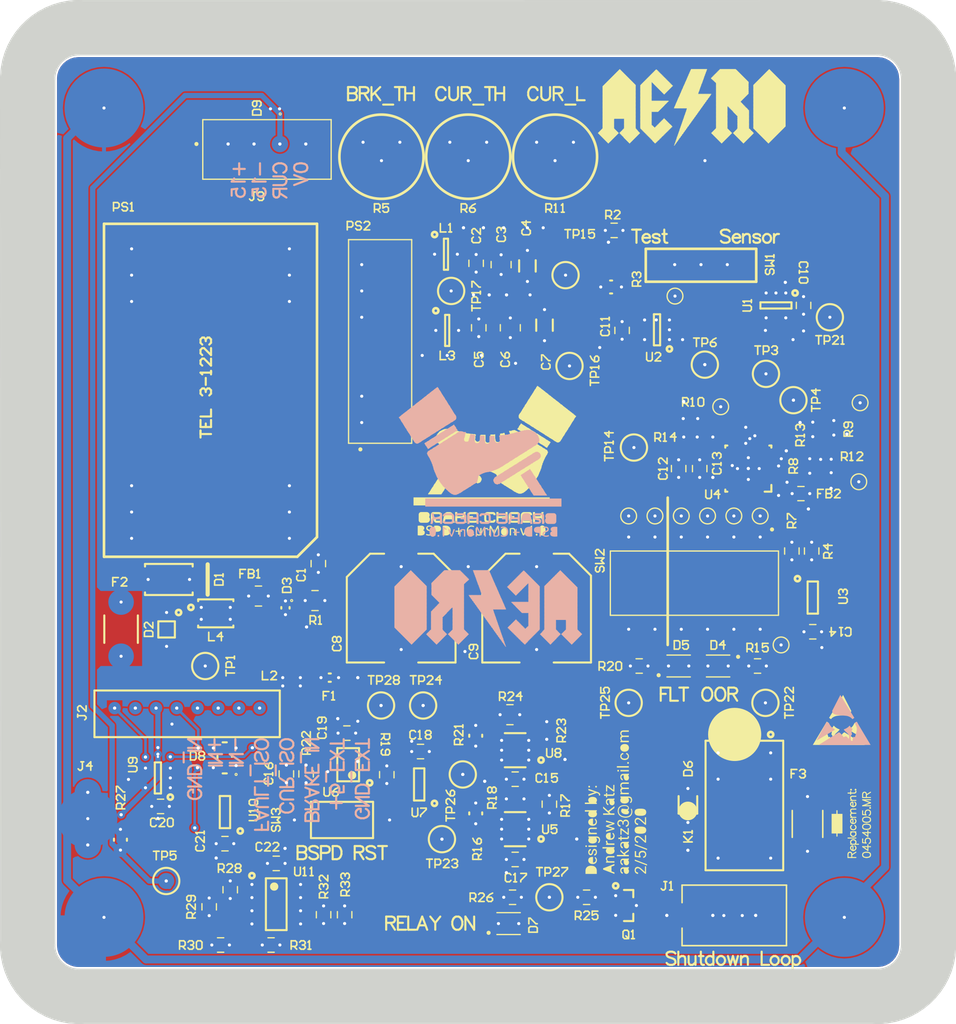
<source format=kicad_pcb>
(kicad_pcb (version 4) (host Gerbview "(5.1.4)-1")
  (layers (0 F.Cu signal) (31 B.Cu signal) (34 B.Paste user) (35 F.Paste user) (36 B.SilkS user) (37 F.SilkS user) (38 B.Mask user) (39 F.Mask user) (44 Edge.Cuts user))
  (gr_arc (start 79.629 -86.10599999999999) (end 79.629 -88.646) (angle 90) (layer Edge.Cuts) (width 0.254))
  (gr_arc (start 2.54 -86.10599999999999) (end 0 -86.10599999999999) (angle 90) (layer Edge.Cuts) (width 0.254))
  (gr_arc (start 2.54 -2.54) (end 2.54 0) (angle 90) (layer Edge.Cuts) (width 0.254))
  (gr_arc (start 79.629 -2.54) (end 82.169 -2.54) (angle 90) (layer Edge.Cuts) (width 0.254))
  (gr_line (start 82.169 -2.54) (end 82.169 -86.10599999999999) (layer Edge.Cuts) (width 0.254))
  (gr_line (start 2.54 -88.646) (end 79.629 -88.646) (layer Edge.Cuts) (width 0.254))
  (gr_line (start 0 -2.54) (end 0 -86.10599999999999) (layer Edge.Cuts) (width 0.254))
  (gr_line (start 2.54 0) (end 79.629 0) (layer Edge.Cuts) (width 0.254))
  (gr_arc (start 79.629 -86.10599999999999) (end 79.629 -88.646) (angle 90) (layer Edge.Cuts) (width 0.508))
  (gr_arc (start 2.54 -86.10599999999999) (end 0 -86.10599999999999) (angle 90) (layer Edge.Cuts) (width 0.508))
  (gr_arc (start 2.54 -2.54) (end 2.54 0) (angle 90) (layer Edge.Cuts) (width 0.508))
  (gr_arc (start 79.629 -2.54) (end 82.169 -2.54) (angle 90) (layer Edge.Cuts) (width 0.508))
  (gr_line (start 82.169 -2.54) (end 82.169 -86.10599999999999) (layer Edge.Cuts) (width 0.508))
  (gr_line (start 2.54 -88.646) (end 79.629 -88.646) (layer Edge.Cuts) (width 0.508))
  (gr_line (start 0 -2.54) (end 0 -86.10599999999999) (layer Edge.Cuts) (width 0.508))
  (gr_line (start 2.54 0) (end 79.629 0) (layer Edge.Cuts) (width 0.508))
  (gr_poly (pts (xy 49.03206 -38.68669) (xy 49.05774 -38.68669) (xy 49.05774 -38.66101) (xy 49.08344 -38.66101) (xy 49.08344 -38.63531) (xy 49.10912 -38.63531) (xy 49.10912 -38.60963) (xy 49.13483 -38.60963) (xy 49.13483 -38.58392) (xy 49.16051 -38.58392) (xy 49.16051 -38.55824) (xy 49.18621 -38.55824) (xy 49.18621 -38.53254) (xy 49.21189 -38.53254) (xy 49.21189 -38.50686) (xy 49.2376 -38.50686) (xy 49.2376 -38.48115) (xy 49.26327 -38.48115) (xy 49.26327 -38.45547) (xy 49.28898 -38.45547) (xy 49.28898 -38.42979) (xy 49.31466 -38.42979) (xy 49.31466 -38.40409) (xy 49.34036 -38.40409) (xy 49.34036 -38.37841) (xy 49.36604 -38.37841) (xy 49.36604 -38.3527) (xy 49.39172 -38.3527) (xy 49.39172 -38.32703) (xy 49.41743 -38.32703) (xy 49.41743 -38.30132) (xy 49.44311 -38.30132) (xy 49.44311 -38.27564) (xy 49.46881 -38.27564) (xy 49.46881 -38.24994) (xy 49.49449 -38.24994) (xy 49.49449 -38.22426) (xy 49.5202 -38.22426) (xy 49.5202 -38.19855) (xy 49.54588 -38.19855) (xy 49.54588 -38.17287) (xy 49.57158 -38.17287) (xy 49.57158 -38.14717) (xy 49.59726 -38.14717) (xy 49.59726 -38.12149) (xy 49.62296 -38.12149) (xy 49.62296 -38.09578) (xy 49.64864 -38.09578) (xy 49.64864 -38.0701) (xy 49.67435 -38.0701) (xy 49.67435 -38.04442) (xy 49.70003 -38.04442) (xy 49.70003 -38.01872) (xy 49.72573 -38.01872) (xy 49.72573 -37.99304) (xy 49.75141 -37.99304) (xy 49.75141 -37.96734) (xy 49.77712 -37.96734) (xy 49.77712 -37.94166) (xy 49.8028 -37.94166) (xy 49.8028 -37.91595) (xy 49.8285 -37.91595) (xy 49.8285 -37.89027) (xy 49.85418 -37.89027) (xy 49.85418 -37.86457) (xy 49.87986 -37.86457) (xy 49.87986 -37.83889) (xy 49.90556 -37.83889) (xy 49.90556 -37.81318) (xy 49.93124 -37.81318) (xy 49.93124 -37.7875) (xy 49.95695 -37.7875) (xy 49.95695 -37.7618) (xy 49.98263 -37.7618) (xy 49.98263 -37.73612) (xy 50.00833 -37.73612) (xy 50.00833 -37.71041) (xy 50.03401 -37.71041) (xy 50.03401 -37.68474) (xy 50.05972 -37.68474) (xy 50.05972 -37.65903) (xy 50.0854 -37.65903) (xy 50.0854 -37.63335) (xy 50.1111 -37.63335) (xy 50.1111 -37.60765) (xy 50.13678 -37.60765) (xy 50.13678 -37.58197) (xy 50.16249 -37.58197) (xy 50.16249 -37.55626) (xy 50.18816 -37.55626) (xy 50.18816 -37.53058) (xy 50.21387 -37.53058) (xy 50.21387 -37.5049) (xy 50.23955 -37.5049) (xy 50.23955 -37.4792) (xy 50.26525 -37.4792) (xy 50.26525 -37.45352) (xy 50.29093 -37.45352) (xy 50.29093 -37.42781) (xy 50.31661 -37.42781) (xy 50.31661 -37.40214) (xy 50.34232 -37.40214) (xy 50.34232 -37.37643) (xy 50.368 -37.37643) (xy 50.368 -37.35075) (xy 50.3937 -37.35075) (xy 50.3937 -37.32505) (xy 50.41938 -37.32505) (xy 50.41938 -37.29937) (xy 50.44509 -37.29937) (xy 50.44509 -37.27366) (xy 50.47077 -37.27366) (xy 50.47077 -37.24798) (xy 50.49647 -37.24798) (xy 50.49647 -37.22228) (xy 50.52215 -37.22228) (xy 50.52215 -37.1966) (xy 50.54785 -37.1966) (xy 50.54785 -37.17089) (xy 50.57353 -37.17089) (xy 50.57353 -37.14521) (xy 50.59924 -37.14521) (xy 50.59924 -37.11953) (xy 50.62492 -37.11953) (xy 50.62492 -37.09383) (xy 50.65062 -37.09383) (xy 50.65062 -37.06815) (xy 50.6763 -37.06815) (xy 50.6763 -37.04245) (xy 50.70201 -37.04245) (xy 50.70201 -37.01674) (xy 50.6763 -37.01674) (xy 50.6763 -36.99106) (xy 50.6763 -36.96538) (xy 50.6763 -36.93968) (xy 50.70201 -36.93968) (xy 50.70201 -36.914) (xy 50.6763 -36.914) (xy 50.6763 -36.88829) (xy 50.6763 -36.86261) (xy 50.6763 -36.83691) (xy 50.70201 -36.83691) (xy 50.70201 -36.81123) (xy 50.6763 -36.81123) (xy 50.6763 -36.78552) (xy 50.6763 -36.75985) (xy 50.6763 -36.73414) (xy 50.70201 -36.73414) (xy 50.70201 -36.70846) (xy 50.6763 -36.70846) (xy 50.6763 -36.68276) (xy 50.6763 -36.65708) (xy 50.6763 -36.63137) (xy 50.70201 -36.63137) (xy 50.70201 -36.60569) (xy 50.6763 -36.60569) (xy 50.6763 -36.58001) (xy 50.6763 -36.55431) (xy 50.6763 -36.52863) (xy 50.70201 -36.52863) (xy 50.70201 -36.50292) (xy 50.6763 -36.50292) (xy 50.6763 -36.47724) (xy 50.6763 -36.45154) (xy 50.6763 -36.42586) (xy 50.70201 -36.42586) (xy 50.70201 -36.40016) (xy 50.6763 -36.40016) (xy 50.6763 -36.37448) (xy 50.6763 -36.34877) (xy 50.6763 -36.32309) (xy 50.70201 -36.32309) (xy 50.70201 -36.29739) (xy 50.6763 -36.29739) (xy 50.6763 -36.27171) (xy 50.6763 -36.246) (xy 50.6763 -36.22032) (xy 50.70201 -36.22032) (xy 50.70201 -36.19462) (xy 50.6763 -36.19462) (xy 50.6763 -36.16894) (xy 50.6763 -36.14326) (xy 50.6763 -36.11756) (xy 50.70201 -36.11756) (xy 50.70201 -36.09185) (xy 50.6763 -36.09185) (xy 50.6763 -36.06617) (xy 50.6763 -36.04049) (xy 50.6763 -36.01479) (xy 50.70201 -36.01479) (xy 50.70201 -35.98911) (xy 50.6763 -35.98911) (xy 50.6763 -35.9634) (xy 50.6763 -35.93772) (xy 50.6763 -35.91202) (xy 50.70201 -35.91202) (xy 50.70201 -35.88634) (xy 50.6763 -35.88634) (xy 50.6763 -35.86063) (xy 50.6763 -35.83496) (xy 50.6763 -35.80925) (xy 50.70201 -35.80925) (xy 50.70201 -35.78357) (xy 50.6763 -35.78357) (xy 50.6763 -35.75787) (xy 50.6763 -35.73219) (xy 50.6763 -35.70648) (xy 50.70201 -35.70648) (xy 50.70201 -35.6808) (xy 50.6763 -35.6808) (xy 50.6763 -35.65512) (xy 50.6763 -35.62942) (xy 50.6763 -35.60374) (xy 50.70201 -35.60374) (xy 50.70201 -35.57803) (xy 50.6763 -35.57803) (xy 50.6763 -35.55235) (xy 50.6763 -35.52665) (xy 50.6763 -35.50097) (xy 50.70201 -35.50097) (xy 50.70201 -35.47527) (xy 50.6763 -35.47527) (xy 50.6763 -35.44959) (xy 50.6763 -35.42388) (xy 50.6763 -35.3982) (xy 50.70201 -35.3982) (xy 50.70201 -35.3725) (xy 50.6763 -35.3725) (xy 50.6763 -35.34682) (xy 50.6763 -35.32111) (xy 50.6763 -35.29543) (xy 50.70201 -35.29543) (xy 50.70201 -35.26973) (xy 50.6763 -35.26973) (xy 50.6763 -35.24405) (xy 50.6763 -35.21834) (xy 50.6763 -35.19267) (xy 50.70201 -35.19267) (xy 50.70201 -35.16696) (xy 50.6763 -35.16696) (xy 50.6763 -35.14128) (xy 50.6763 -35.1156) (xy 50.6763 -35.0899) (xy 50.70201 -35.0899) (xy 50.70201 -35.06422) (xy 50.6763 -35.06422) (xy 50.6763 -35.03851) (xy 50.6763 -35.01283) (xy 50.6763 -34.98713) (xy 50.70201 -34.98713) (xy 50.70201 -34.96145) (xy 50.6763 -34.96145) (xy 50.6763 -34.93574) (xy 50.6763 -34.91006) (xy 50.6763 -34.88436) (xy 50.70201 -34.88436) (xy 50.70201 -34.85868) (xy 50.6763 -34.85868) (xy 50.6763 -34.83298) (xy 50.6763 -34.8073) (xy 50.6763 -34.78159) (xy 50.70201 -34.78159) (xy 50.70201 -34.75591) (xy 50.6763 -34.75591) (xy 50.6763 -34.73023) (xy 50.6763 -34.70453) (xy 50.6763 -34.67885) (xy 50.70201 -34.67885) (xy 50.70201 -34.65314) (xy 50.6763 -34.65314) (xy 50.6763 -34.62746) (xy 50.6763 -34.60176) (xy 50.6763 -34.57608) (xy 50.70201 -34.57608) (xy 50.70201 -34.55038) (xy 50.6763 -34.55038) (xy 50.6763 -34.5247) (xy 50.6763 -34.49899) (xy 50.6763 -34.47331) (xy 50.70201 -34.47331) (xy 50.70201 -34.44761) (xy 50.6763 -34.44761) (xy 50.6763 -34.42193) (xy 50.6763 -34.39622) (xy 50.6763 -34.37054) (xy 50.70201 -34.37054) (xy 50.70201 -34.34484) (xy 50.6763 -34.34484) (xy 50.6763 -34.31916) (xy 50.6763 -34.29348) (xy 50.6763 -34.26778) (xy 50.70201 -34.26778) (xy 50.70201 -34.2421) (xy 50.6763 -34.2421) (xy 50.6763 -34.21639) (xy 50.6763 -34.19071) (xy 50.6763 -34.16501) (xy 50.70201 -34.16501) (xy 50.70201 -34.13933) (xy 50.6763 -34.13933) (xy 50.6763 -34.11362) (xy 50.6763 -34.08794) (xy 50.6763 -34.06224) (xy 50.70201 -34.06224) (xy 50.70201 -34.03656) (xy 50.6763 -34.03656) (xy 50.6763 -34.01085) (xy 50.6763 -33.98517) (xy 50.6763 -33.95947) (xy 50.70201 -33.95947) (xy 50.70201 -33.93379) (xy 50.6763 -33.93379) (xy 50.6763 -33.90809) (xy 50.6763 -33.88241) (xy 50.6763 -33.8567) (xy 50.70201 -33.8567) (xy 50.70201 -33.83102) (xy 50.6763 -33.83102) (xy 50.6763 -33.80532) (xy 50.6763 -33.77964) (xy 50.6763 -33.75396) (xy 50.70201 -33.75396) (xy 50.70201 -33.72825) (xy 50.6763 -33.72825) (xy 50.6763 -33.70257) (xy 50.6763 -33.67687) (xy 50.6763 -33.65119) (xy 50.70201 -33.65119) (xy 50.70201 -33.62549) (xy 50.6763 -33.62549) (xy 50.6763 -33.59981) (xy 50.6763 -33.5741) (xy 50.6763 -33.54842) (xy 50.70201 -33.54842) (xy 50.70201 -33.52272) (xy 50.6763 -33.52272) (xy 50.6763 -33.49704) (xy 50.6763 -33.47133) (xy 50.6763 -33.44565) (xy 50.70201 -33.44565) (xy 50.70201 -33.41995) (xy 50.6763 -33.41995) (xy 50.6763 -33.39427) (xy 50.6763 -33.36859) (xy 50.6763 -33.34288) (xy 50.70201 -33.34288) (xy 50.70201 -33.31718) (xy 50.6763 -33.31718) (xy 50.6763 -33.2915) (xy 50.6763 -33.26582) (xy 50.6763 -33.24012) (xy 50.70201 -33.24012) (xy 50.70201 -33.21444) (xy 50.6763 -33.21444) (xy 50.6763 -33.18873) (xy 50.6763 -33.16305) (xy 50.6763 -33.13735) (xy 50.70201 -33.13735) (xy 50.70201 -33.11167) (xy 50.6763 -33.11167) (xy 50.6763 -33.08596) (xy 50.6763 -33.06028) (xy 50.6763 -33.03458) (xy 50.70201 -33.03458) (xy 50.70201 -33.0089) (xy 50.6763 -33.0089) (xy 50.6763 -32.9832) (xy 50.70201 -32.9832) (xy 50.70201 -32.95752) (xy 50.72769 -32.95752) (xy 50.72769 -32.93181) (xy 50.75339 -32.93181) (xy 50.75339 -32.90613) (xy 50.77907 -32.90613) (xy 50.77907 -32.88043) (xy 50.80475 -32.88043) (xy 50.80475 -32.85475) (xy 50.83045 -32.85475) (xy 50.83045 -32.82907) (xy 50.85613 -32.82907) (xy 50.85613 -32.80336) (xy 50.88184 -32.80336) (xy 50.88184 -32.77768) (xy 50.90752 -32.77768) (xy 50.90752 -32.75198) (xy 50.93322 -32.75198) (xy 50.93322 -32.7263) (xy 50.9589 -32.7263) (xy 50.9589 -32.7006) (xy 50.98461 -32.7006) (xy 50.98461 -32.67492) (xy 51.01029 -32.67492) (xy 51.01029 -32.64921) (xy 51.03599 -32.64921) (xy 51.03599 -32.62353) (xy 51.06167 -32.62353) (xy 51.06167 -32.59783) (xy 51.08738 -32.59783) (xy 51.08738 -32.57215) (xy 51.11306 -32.57215) (xy 51.11306 -32.54644) (xy 51.13876 -32.54644) (xy 51.13876 -32.52076) (xy 51.11306 -32.52076) (xy 51.11306 -32.49506) (xy 51.08738 -32.49506) (xy 51.08738 -32.46938) (xy 51.06167 -32.46938) (xy 51.06167 -32.4437) (xy 51.03599 -32.4437) (xy 51.03599 -32.41799) (xy 51.01029 -32.41799) (xy 51.01029 -32.39229) (xy 50.98461 -32.39229) (xy 50.98461 -32.36661) (xy 50.9589 -32.36661) (xy 50.9589 -32.34091) (xy 50.93322 -32.34091) (xy 50.93322 -32.31523) (xy 50.90752 -32.31523) (xy 50.90752 -32.28955) (xy 50.88184 -32.28955) (xy 50.88184 -32.26384) (xy 50.85613 -32.26384) (xy 50.85613 -32.23816) (xy 50.83045 -32.23816) (xy 50.83045 -32.21246) (xy 50.80475 -32.21246) (xy 50.80475 -32.18678) (xy 50.77907 -32.18678) (xy 50.77907 -32.16107) (xy 50.75339 -32.16107) (xy 50.75339 -32.13539) (xy 50.72769 -32.13539) (xy 50.72769 -32.10969) (xy 50.70201 -32.10969) (xy 50.70201 -32.08401) (xy 50.6763 -32.08401) (xy 50.6763 -32.05831) (xy 50.65062 -32.05831) (xy 50.65062 -32.03263) (xy 50.62492 -32.03263) (xy 50.62492 -32.00695) (xy 50.59924 -32.00695) (xy 50.59924 -31.98124) (xy 50.57353 -31.98124) (xy 50.57353 -31.95554) (xy 50.54785 -31.95554) (xy 50.54785 -31.92986) (xy 50.52215 -31.92986) (xy 50.52215 -31.90418) (xy 50.49647 -31.90418) (xy 50.49647 -31.87847) (xy 50.47077 -31.87847) (xy 50.47077 -31.85279) (xy 50.44509 -31.85279) (xy 50.44509 -31.82709) (xy 50.41938 -31.82709) (xy 50.41938 -31.80141) (xy 50.3937 -31.80141) (xy 50.3937 -31.7757) (xy 50.368 -31.7757) (xy 50.368 -31.75003) (xy 50.34232 -31.75003) (xy 50.34232 -31.72432) (xy 50.31661 -31.72432) (xy 50.31661 -31.69864) (xy 50.29093 -31.69864) (xy 50.29093 -31.67294) (xy 50.26525 -31.67294) (xy 50.26525 -31.64726) (xy 50.23955 -31.64726) (xy 50.23955 -31.62155) (xy 50.21387 -31.62155) (xy 50.21387 -31.59587) (xy 50.18816 -31.59587) (xy 50.18816 -31.57017) (xy 50.16249 -31.57017) (xy 50.16249 -31.54449) (xy 50.13678 -31.54449) (xy 50.13678 -31.51878) (xy 50.1111 -31.51878) (xy 50.1111 -31.54449) (xy 50.0854 -31.54449) (xy 50.0854 -31.57017) (xy 50.05972 -31.57017) (xy 50.05972 -31.59587) (xy 50.03401 -31.59587) (xy 50.03401 -31.62155) (xy 50.00833 -31.62155) (xy 50.00833 -31.64726) (xy 49.98263 -31.64726) (xy 49.98263 -31.67294) (xy 49.95695 -31.67294) (xy 49.95695 -31.69864) (xy 49.93124 -31.69864) (xy 49.93124 -31.72432) (xy 49.90556 -31.72432) (xy 49.90556 -31.75003) (xy 49.87986 -31.75003) (xy 49.87986 -31.7757) (xy 49.85418 -31.7757) (xy 49.85418 -31.80141) (xy 49.8285 -31.80141) (xy 49.8285 -31.82709) (xy 49.8028 -31.82709) (xy 49.8028 -31.85279) (xy 49.77712 -31.85279) (xy 49.77712 -31.87847) (xy 49.75141 -31.87847) (xy 49.75141 -31.90418) (xy 49.72573 -31.90418) (xy 49.72573 -31.92986) (xy 49.70003 -31.92986) (xy 49.70003 -31.95554) (xy 49.67435 -31.95554) (xy 49.67435 -31.98124) (xy 49.64864 -31.98124) (xy 49.64864 -32.00695) (xy 49.62296 -32.00695) (xy 49.62296 -32.03263) (xy 49.59726 -32.03263) (xy 49.59726 -32.05831) (xy 49.57158 -32.05831) (xy 49.57158 -32.08401) (xy 49.54588 -32.08401) (xy 49.54588 -32.10969) (xy 49.5202 -32.10969) (xy 49.5202 -32.13539) (xy 49.49449 -32.13539) (xy 49.49449 -32.16107) (xy 49.46881 -32.16107) (xy 49.46881 -32.18678) (xy 49.44311 -32.18678) (xy 49.44311 -32.21246) (xy 49.41743 -32.21246) (xy 49.41743 -32.23816) (xy 49.39172 -32.23816) (xy 49.39172 -32.26384) (xy 49.36604 -32.26384) (xy 49.36604 -32.28955) (xy 49.34036 -32.28955) (xy 49.34036 -32.31523) (xy 49.31466 -32.31523) (xy 49.31466 -32.34091) (xy 49.28898 -32.34091) (xy 49.28898 -32.36661) (xy 49.26327 -32.36661) (xy 49.26327 -32.39229) (xy 49.2376 -32.39229) (xy 49.2376 -32.41799) (xy 49.21189 -32.41799) (xy 49.21189 -32.4437) (xy 49.18621 -32.4437) (xy 49.18621 -32.46938) (xy 49.16051 -32.46938) (xy 49.16051 -32.49506) (xy 49.13483 -32.49506) (xy 49.13483 -32.52076) (xy 49.10912 -32.52076) (xy 49.10912 -32.54644) (xy 49.13483 -32.54644) (xy 49.13483 -32.57215) (xy 49.16051 -32.57215) (xy 49.16051 -32.59783) (xy 49.18621 -32.59783) (xy 49.18621 -32.62353) (xy 49.21189 -32.62353) (xy 49.21189 -32.64921) (xy 49.2376 -32.64921) (xy 49.2376 -32.67492) (xy 49.26327 -32.67492) (xy 49.26327 -32.7006) (xy 49.28898 -32.7006) (xy 49.28898 -32.7263) (xy 49.31466 -32.7263) (xy 49.31466 -32.75198) (xy 49.34036 -32.75198) (xy 49.34036 -32.77768) (xy 49.36604 -32.77768) (xy 49.36604 -32.80336) (xy 49.39172 -32.80336) (xy 49.39172 -32.82907) (xy 49.41743 -32.82907) (xy 49.41743 -32.85475) (xy 49.44311 -32.85475) (xy 49.44311 -32.88043) (xy 49.46881 -32.88043) (xy 49.46881 -32.90613) (xy 49.49449 -32.90613) (xy 49.49449 -32.93181) (xy 49.5202 -32.93181) (xy 49.5202 -32.95752) (xy 49.54588 -32.95752) (xy 49.54588 -32.9832) (xy 49.57158 -32.9832) (xy 49.57158 -33.0089) (xy 49.54588 -33.0089) (xy 49.54588 -33.03458) (xy 49.57158 -33.03458) (xy 49.57158 -33.06028) (xy 49.57158 -33.08596) (xy 49.57158 -33.11167) (xy 49.54588 -33.11167) (xy 49.54588 -33.13735) (xy 49.57158 -33.13735) (xy 49.57158 -33.16305) (xy 49.57158 -33.18873) (xy 49.57158 -33.21444) (xy 49.54588 -33.21444) (xy 49.54588 -33.24012) (xy 49.57158 -33.24012) (xy 49.57158 -33.26582) (xy 49.57158 -33.2915) (xy 49.57158 -33.31718) (xy 49.54588 -33.31718) (xy 49.54588 -33.34288) (xy 49.57158 -33.34288) (xy 49.57158 -33.36859) (xy 49.57158 -33.39427) (xy 49.57158 -33.41995) (xy 49.54588 -33.41995) (xy 49.54588 -33.44565) (xy 49.57158 -33.44565) (xy 49.57158 -33.47133) (xy 49.57158 -33.49704) (xy 49.57158 -33.52272) (xy 49.54588 -33.52272) (xy 49.54588 -33.54842) (xy 49.57158 -33.54842) (xy 49.57158 -33.5741) (xy 49.57158 -33.59981) (xy 49.57158 -33.62549) (xy 49.54588 -33.62549) (xy 49.54588 -33.65119) (xy 49.57158 -33.65119) (xy 49.57158 -33.67687) (xy 49.57158 -33.70257) (xy 49.57158 -33.72825) (xy 49.54588 -33.72825) (xy 49.54588 -33.75396) (xy 49.57158 -33.75396) (xy 49.57158 -33.77964) (xy 49.57158 -33.80532) (xy 49.57158 -33.83102) (xy 49.54588 -33.83102) (xy 49.54588 -33.8567) (xy 49.57158 -33.8567) (xy 49.57158 -33.88241) (xy 49.54588 -33.88241) (xy 49.54588 -33.90809) (xy 48.59531 -33.90809) (xy 48.59531 -33.88241) (xy 48.62098 -33.88241) (xy 48.62098 -33.8567) (xy 48.59531 -33.8567) (xy 48.59531 -33.83102) (xy 48.62098 -33.83102) (xy 48.62098 -33.80532) (xy 48.59531 -33.80532) (xy 48.59531 -33.77964) (xy 48.62098 -33.77964) (xy 48.62098 -33.75396) (xy 48.59531 -33.75396) (xy 48.59531 -33.72825) (xy 48.62098 -33.72825) (xy 48.62098 -33.70257) (xy 48.59531 -33.70257) (xy 48.59531 -33.67687) (xy 48.62098 -33.67687) (xy 48.62098 -33.65119) (xy 48.59531 -33.65119) (xy 48.59531 -33.62549) (xy 48.62098 -33.62549) (xy 48.62098 -33.59981) (xy 48.59531 -33.59981) (xy 48.59531 -33.5741) (xy 48.62098 -33.5741) (xy 48.62098 -33.54842) (xy 48.59531 -33.54842) (xy 48.59531 -33.52272) (xy 48.62098 -33.52272) (xy 48.62098 -33.49704) (xy 48.59531 -33.49704) (xy 48.59531 -33.47133) (xy 48.62098 -33.47133) (xy 48.62098 -33.44565) (xy 48.59531 -33.44565) (xy 48.59531 -33.41995) (xy 48.62098 -33.41995) (xy 48.62098 -33.39427) (xy 48.59531 -33.39427) (xy 48.59531 -33.36859) (xy 48.62098 -33.36859) (xy 48.62098 -33.34288) (xy 48.59531 -33.34288) (xy 48.59531 -33.31718) (xy 48.62098 -33.31718) (xy 48.62098 -33.2915) (xy 48.59531 -33.2915) (xy 48.59531 -33.26582) (xy 48.62098 -33.26582) (xy 48.62098 -33.24012) (xy 48.59531 -33.24012) (xy 48.59531 -33.21444) (xy 48.62098 -33.21444) (xy 48.62098 -33.18873) (xy 48.59531 -33.18873) (xy 48.59531 -33.16305) (xy 48.62098 -33.16305) (xy 48.62098 -33.13735) (xy 48.59531 -33.13735) (xy 48.59531 -33.11167) (xy 48.62098 -33.11167) (xy 48.62098 -33.08596) (xy 48.59531 -33.08596) (xy 48.59531 -33.06028) (xy 48.62098 -33.06028) (xy 48.62098 -33.03458) (xy 48.59531 -33.03458) (xy 48.59531 -33.0089) (xy 48.62098 -33.0089) (xy 48.62098 -32.9832) (xy 48.62098 -32.95752) (xy 48.67237 -32.95752) (xy 48.67237 -32.93181) (xy 48.67237 -32.90613) (xy 48.72375 -32.90613) (xy 48.72375 -32.88043) (xy 48.72375 -32.85475) (xy 48.77514 -32.85475) (xy 48.77514 -32.82907) (xy 48.77514 -32.80336) (xy 48.82652 -32.80336) (xy 48.82652 -32.77768) (xy 48.80084 -32.77768) (xy 48.80084 -32.75198) (xy 48.87791 -32.75198) (xy 48.87791 -32.7263) (xy 48.87791 -32.7006) (xy 48.92929 -32.7006) (xy 48.92929 -32.67492) (xy 48.90361 -32.67492) (xy 48.90361 -32.64921) (xy 48.98067 -32.64921) (xy 48.98067 -32.62353) (xy 48.98067 -32.59783) (xy 49.03206 -32.59783) (xy 49.03206 -32.57215) (xy 49.00635 -32.57215) (xy 49.00635 -32.54644) (xy 49.08344 -32.54644) (xy 49.08344 -32.52076) (xy 49.00635 -32.52076) (xy 49.00635 -32.49506) (xy 49.03206 -32.49506) (xy 49.03206 -32.46938) (xy 48.95497 -32.46938) (xy 48.95497 -32.4437) (xy 48.98067 -32.4437) (xy 48.98067 -32.41799) (xy 48.90361 -32.41799) (xy 48.90361 -32.39229) (xy 48.92929 -32.39229) (xy 48.92929 -32.36661) (xy 48.85223 -32.36661) (xy 48.85223 -32.34091) (xy 48.87791 -32.34091) (xy 48.87791 -32.31523) (xy 48.80084 -32.31523) (xy 48.80084 -32.28955) (xy 48.82652 -32.28955) (xy 48.82652 -32.26384) (xy 48.74946 -32.26384) (xy 48.74946 -32.23816) (xy 48.77514 -32.23816) (xy 48.77514 -32.21246) (xy 48.69807 -32.21246) (xy 48.69807 -32.18678) (xy 48.72375 -32.18678) (xy 48.72375 -32.16107) (xy 48.64669 -32.16107) (xy 48.64669 -32.13539) (xy 48.67237 -32.13539) (xy 48.67237 -32.10969) (xy 48.64669 -32.10969) (xy 48.64669 -32.08401) (xy 48.62098 -32.08401) (xy 48.62098 -32.05831) (xy 48.59531 -32.05831) (xy 48.59531 -32.03263) (xy 48.5696 -32.03263) (xy 48.5696 -32.05831) (xy 48.54392 -32.05831) (xy 48.54392 -32.03263) (xy 48.5696 -32.03263) (xy 48.5696 -32.00695) (xy 48.54392 -32.00695) (xy 48.54392 -31.98124) (xy 48.51822 -31.98124) (xy 48.51822 -31.95554) (xy 48.49254 -31.95554) (xy 48.49254 -31.92986) (xy 48.46683 -31.92986) (xy 48.46683 -31.95554) (xy 48.44115 -31.95554) (xy 48.44115 -31.92986) (xy 48.46683 -31.92986) (xy 48.46683 -31.90418) (xy 48.44115 -31.90418) (xy 48.44115 -31.87847) (xy 48.41547 -31.87847) (xy 48.41547 -31.85279) (xy 48.38977 -31.85279) (xy 48.38977 -31.82709) (xy 48.36409 -31.82709) (xy 48.36409 -31.85279) (xy 48.33838 -31.85279) (xy 48.33838 -31.82709) (xy 48.36409 -31.82709) (xy 48.36409 -31.80141) (xy 48.33838 -31.80141) (xy 48.33838 -31.7757) (xy 48.31271 -31.7757) (xy 48.31271 -31.75003) (xy 48.287 -31.75003) (xy 48.287 -31.72432) (xy 48.26132 -31.72432) (xy 48.26132 -31.75003) (xy 48.23562 -31.75003) (xy 48.23562 -31.72432) (xy 48.26132 -31.72432) (xy 48.26132 -31.69864) (xy 48.23562 -31.69864) (xy 48.23562 -31.67294) (xy 48.20994 -31.67294) (xy 48.20994 -31.64726) (xy 48.18423 -31.64726) (xy 48.18423 -31.62155) (xy 48.15855 -31.62155) (xy 48.15855 -31.59587) (xy 48.13285 -31.59587) (xy 48.13285 -31.57017) (xy 48.10717 -31.57017) (xy 48.10717 -31.54449) (xy 48.08146 -31.54449) (xy 48.08146 -31.51878) (xy 48.05578 -31.51878) (xy 48.05578 -31.54449) (xy 48.03008 -31.54449) (xy 48.03008 -31.57017) (xy 48.0044 -31.57017) (xy 48.0044 -31.59587) (xy 47.97872 -31.59587) (xy 47.97872 -31.62155) (xy 47.95302 -31.62155) (xy 47.95302 -31.64726) (xy 47.92731 -31.64726) (xy 47.92731 -31.67294) (xy 47.90163 -31.67294) (xy 47.90163 -31.69864) (xy 47.87595 -31.69864) (xy 47.87595 -31.72432) (xy 47.85025 -31.72432) (xy 47.85025 -31.75003) (xy 47.82457 -31.75003) (xy 47.82457 -31.7757) (xy 47.79886 -31.7757) (xy 47.79886 -31.80141) (xy 47.77318 -31.80141) (xy 47.77318 -31.82709) (xy 47.74748 -31.82709) (xy 47.74748 -31.85279) (xy 47.7218 -31.85279) (xy 47.7218 -31.87847) (xy 47.69609 -31.87847) (xy 47.69609 -31.90418) (xy 47.67042 -31.90418) (xy 47.67042 -31.92986) (xy 47.64471 -31.92986) (xy 47.64471 -31.95554) (xy 47.61903 -31.95554) (xy 47.61903 -31.98124) (xy 47.59333 -31.98124) (xy 47.59333 -32.00695) (xy 47.56765 -32.00695) (xy 47.56765 -32.03263) (xy 47.54194 -32.03263) (xy 47.54194 -32.05831) (xy 47.51626 -32.05831) (xy 47.51626 -32.08401) (xy 47.49056 -32.08401) (xy 47.49056 -32.10969) (xy 47.46488 -32.10969) (xy 47.46488 -32.13539) (xy 47.4392 -32.13539) (xy 47.4392 -32.16107) (xy 47.41349 -32.16107) (xy 47.41349 -32.18678) (xy 47.38781 -32.18678) (xy 47.38781 -32.21246) (xy 47.36211 -32.21246) (xy 47.36211 -32.23816) (xy 47.33643 -32.23816) (xy 47.33643 -32.26384) (xy 47.31073 -32.26384) (xy 47.31073 -32.28955) (xy 47.28505 -32.28955) (xy 47.28505 -32.31523) (xy 47.25934 -32.31523) (xy 47.25934 -32.34091) (xy 47.23366 -32.34091) (xy 47.23366 -32.36661) (xy 47.20796 -32.36661) (xy 47.20796 -32.39229) (xy 47.18228 -32.39229) (xy 47.18228 -32.41799) (xy 47.15657 -32.41799) (xy 47.15657 -32.4437) (xy 47.13089 -32.4437) (xy 47.13089 -32.46938) (xy 47.10519 -32.46938) (xy 47.10519 -32.49506) (xy 47.07951 -32.49506) (xy 47.07951 -32.52076) (xy 47.05383 -32.52076) (xy 47.05383 -32.54644) (xy 47.07951 -32.54644) (xy 47.07951 -32.57215) (xy 47.10519 -32.57215) (xy 47.10519 -32.59783) (xy 47.13089 -32.59783) (xy 47.13089 -32.62353) (xy 47.15657 -32.62353) (xy 47.15657 -32.64921) (xy 47.18228 -32.64921) (xy 47.18228 -32.67492) (xy 47.20796 -32.67492) (xy 47.20796 -32.7006) (xy 47.23366 -32.7006) (xy 47.23366 -32.7263) (xy 47.25934 -32.7263) (xy 47.25934 -32.75198) (xy 47.28505 -32.75198) (xy 47.28505 -32.77768) (xy 47.25934 -32.77768) (xy 47.25934 -32.80336) (xy 47.33643 -32.80336) (xy 47.33643 -32.82907) (xy 47.31073 -32.82907) (xy 47.31073 -32.85475) (xy 47.38781 -32.85475) (xy 47.38781 -32.88043) (xy 47.36211 -32.88043) (xy 47.36211 -32.90613) (xy 47.41349 -32.90613) (xy 47.41349 -32.93181) (xy 47.41349 -32.95752) (xy 47.46488 -32.95752) (xy 47.46488 -32.9832) (xy 47.46488 -33.0089) (xy 47.49056 -33.0089) (xy 47.49056 -33.03458) (xy 47.46488 -33.03458) (xy 47.46488 -33.06028) (xy 47.49056 -33.06028) (xy 47.49056 -33.08596) (xy 47.46488 -33.08596) (xy 47.46488 -33.11167) (xy 47.49056 -33.11167) (xy 47.49056 -33.13735) (xy 47.46488 -33.13735) (xy 47.46488 -33.16305) (xy 47.49056 -33.16305) (xy 47.49056 -33.18873) (xy 47.46488 -33.18873) (xy 47.46488 -33.21444) (xy 47.49056 -33.21444) (xy 47.49056 -33.24012) (xy 47.46488 -33.24012) (xy 47.46488 -33.26582) (xy 47.49056 -33.26582) (xy 47.49056 -33.2915) (xy 47.46488 -33.2915) (xy 47.46488 -33.31718) (xy 47.49056 -33.31718) (xy 47.49056 -33.34288) (xy 47.46488 -33.34288) (xy 47.46488 -33.36859) (xy 47.49056 -33.36859) (xy 47.49056 -33.39427) (xy 47.46488 -33.39427) (xy 47.46488 -33.41995) (xy 47.49056 -33.41995) (xy 47.49056 -33.44565) (xy 47.46488 -33.44565) (xy 47.46488 -33.47133) (xy 47.49056 -33.47133) (xy 47.49056 -33.49704) (xy 47.46488 -33.49704) (xy 47.46488 -33.52272) (xy 47.49056 -33.52272) (xy 47.49056 -33.54842) (xy 47.46488 -33.54842) (xy 47.46488 -33.5741) (xy 47.49056 -33.5741) (xy 47.49056 -33.59981) (xy 47.46488 -33.59981) (xy 47.46488 -33.62549) (xy 47.49056 -33.62549) (xy 47.49056 -33.65119) (xy 47.46488 -33.65119) (xy 47.46488 -33.67687) (xy 47.49056 -33.67687) (xy 47.49056 -33.70257) (xy 47.46488 -33.70257) (xy 47.46488 -33.72825) (xy 47.49056 -33.72825) (xy 47.49056 -33.75396) (xy 47.46488 -33.75396) (xy 47.46488 -33.77964) (xy 47.49056 -33.77964) (xy 47.49056 -33.80532) (xy 47.46488 -33.80532) (xy 47.46488 -33.83102) (xy 47.49056 -33.83102) (xy 47.49056 -33.8567) (xy 47.46488 -33.8567) (xy 47.46488 -33.88241) (xy 47.49056 -33.88241) (xy 47.49056 -33.90809) (xy 47.46488 -33.90809) (xy 47.46488 -33.93379) (xy 47.49056 -33.93379) (xy 47.49056 -33.95947) (xy 47.46488 -33.95947) (xy 47.46488 -33.98517) (xy 47.49056 -33.98517) (xy 47.49056 -34.01085) (xy 47.46488 -34.01085) (xy 47.46488 -34.03656) (xy 47.49056 -34.03656) (xy 47.49056 -34.06224) (xy 47.46488 -34.06224) (xy 47.46488 -34.08794) (xy 47.49056 -34.08794) (xy 47.49056 -34.11362) (xy 47.46488 -34.11362) (xy 47.46488 -34.13933) (xy 47.49056 -34.13933) (xy 47.49056 -34.16501) (xy 47.46488 -34.16501) (xy 47.46488 -34.19071) (xy 47.49056 -34.19071) (xy 47.49056 -34.21639) (xy 47.46488 -34.21639) (xy 47.46488 -34.2421) (xy 47.49056 -34.2421) (xy 47.49056 -34.26778) (xy 47.46488 -34.26778) (xy 47.46488 -34.29348) (xy 47.49056 -34.29348) (xy 47.49056 -34.31916) (xy 47.46488 -34.31916) (xy 47.46488 -34.34484) (xy 47.49056 -34.34484) (xy 47.49056 -34.37054) (xy 47.46488 -34.37054) (xy 47.46488 -34.39622) (xy 47.49056 -34.39622) (xy 47.49056 -34.42193) (xy 47.46488 -34.42193) (xy 47.46488 -34.44761) (xy 47.49056 -34.44761) (xy 47.49056 -34.47331) (xy 47.46488 -34.47331) (xy 47.46488 -34.49899) (xy 47.49056 -34.49899) (xy 47.49056 -34.5247) (xy 47.46488 -34.5247) (xy 47.46488 -34.55038) (xy 47.49056 -34.55038) (xy 47.49056 -34.57608) (xy 47.46488 -34.57608) (xy 47.46488 -34.60176) (xy 47.49056 -34.60176) (xy 47.49056 -34.62746) (xy 47.46488 -34.62746) (xy 47.46488 -34.65314) (xy 47.49056 -34.65314) (xy 47.49056 -34.67885) (xy 47.46488 -34.67885) (xy 47.46488 -34.70453) (xy 47.49056 -34.70453) (xy 47.49056 -34.73023) (xy 47.46488 -34.73023) (xy 47.46488 -34.75591) (xy 47.49056 -34.75591) (xy 47.49056 -34.78159) (xy 47.46488 -34.78159) (xy 47.46488 -34.8073) (xy 47.49056 -34.8073) (xy 47.49056 -34.83298) (xy 47.46488 -34.83298) (xy 47.46488 -34.85868) (xy 47.49056 -34.85868) (xy 47.49056 -34.88436) (xy 47.46488 -34.88436) (xy 47.46488 -34.91006) (xy 47.49056 -34.91006) (xy 47.49056 -34.93574) (xy 47.46488 -34.93574) (xy 47.46488 -34.96145) (xy 47.49056 -34.96145) (xy 47.49056 -34.98713) (xy 47.46488 -34.98713) (xy 47.46488 -35.01283) (xy 47.49056 -35.01283) (xy 47.49056 -35.03851) (xy 47.46488 -35.03851) (xy 47.46488 -35.06422) (xy 47.49056 -35.06422) (xy 47.49056 -35.0899) (xy 47.46488 -35.0899) (xy 47.46488 -35.1156) (xy 47.49056 -35.1156) (xy 47.49056 -35.14128) (xy 47.46488 -35.14128) (xy 47.46488 -35.16696) (xy 47.49056 -35.16696) (xy 47.49056 -35.19267) (xy 47.46488 -35.19267) (xy 47.46488 -35.21834) (xy 47.49056 -35.21834) (xy 47.49056 -35.24405) (xy 47.46488 -35.24405) (xy 47.46488 -35.26973) (xy 47.49056 -35.26973) (xy 47.49056 -35.29543) (xy 47.46488 -35.29543) (xy 47.46488 -35.32111) (xy 47.49056 -35.32111) (xy 47.49056 -35.34682) (xy 47.46488 -35.34682) (xy 47.46488 -35.3725) (xy 47.49056 -35.3725) (xy 47.49056 -35.3982) (xy 47.46488 -35.3982) (xy 47.46488 -35.42388) (xy 47.49056 -35.42388) (xy 47.49056 -35.44959) (xy 47.46488 -35.44959) (xy 47.46488 -35.47527) (xy 47.49056 -35.47527) (xy 47.49056 -35.50097) (xy 47.46488 -35.50097) (xy 47.46488 -35.52665) (xy 47.49056 -35.52665) (xy 47.49056 -35.55235) (xy 47.46488 -35.55235) (xy 47.46488 -35.57803) (xy 47.49056 -35.57803) (xy 47.49056 -35.60374) (xy 47.46488 -35.60374) (xy 47.46488 -35.62942) (xy 47.49056 -35.62942) (xy 47.49056 -35.65512) (xy 47.46488 -35.65512) (xy 47.46488 -35.6808) (xy 47.49056 -35.6808) (xy 47.49056 -35.70648) (xy 47.46488 -35.70648) (xy 47.46488 -35.73219) (xy 47.49056 -35.73219) (xy 47.49056 -35.75787) (xy 47.46488 -35.75787) (xy 47.46488 -35.78357) (xy 47.49056 -35.78357) (xy 47.49056 -35.80925) (xy 47.46488 -35.80925) (xy 47.46488 -35.83496) (xy 47.49056 -35.83496) (xy 47.49056 -35.86063) (xy 47.46488 -35.86063) (xy 47.46488 -35.88634) (xy 47.49056 -35.88634) (xy 47.49056 -35.91202) (xy 47.46488 -35.91202) (xy 47.46488 -35.93772) (xy 47.49056 -35.93772) (xy 47.49056 -35.9634) (xy 47.46488 -35.9634) (xy 47.46488 -35.98911) (xy 47.49056 -35.98911) (xy 47.49056 -36.01479) (xy 47.46488 -36.01479) (xy 47.46488 -36.04049) (xy 47.49056 -36.04049) (xy 47.49056 -36.06617) (xy 47.46488 -36.06617) (xy 47.46488 -36.09185) (xy 47.49056 -36.09185) (xy 47.49056 -36.11756) (xy 47.46488 -36.11756) (xy 47.46488 -36.14326) (xy 47.49056 -36.14326) (xy 47.49056 -36.16894) (xy 47.46488 -36.16894) (xy 47.46488 -36.19462) (xy 47.49056 -36.19462) (xy 47.49056 -36.22032) (xy 47.46488 -36.22032) (xy 47.46488 -36.246) (xy 47.49056 -36.246) (xy 47.49056 -36.27171) (xy 47.46488 -36.27171) (xy 47.46488 -36.29739) (xy 47.49056 -36.29739) (xy 47.49056 -36.32309) (xy 47.46488 -36.32309) (xy 47.46488 -36.34877) (xy 47.49056 -36.34877) (xy 47.49056 -36.37448) (xy 47.46488 -36.37448) (xy 47.46488 -36.40016) (xy 47.49056 -36.40016) (xy 47.49056 -36.42586) (xy 47.46488 -36.42586) (xy 47.46488 -36.45154) (xy 47.49056 -36.45154) (xy 47.49056 -36.47724) (xy 47.46488 -36.47724) (xy 47.46488 -36.50292) (xy 47.49056 -36.50292) (xy 47.49056 -36.52863) (xy 47.46488 -36.52863) (xy 47.46488 -36.55431) (xy 47.49056 -36.55431) (xy 47.49056 -36.58001) (xy 47.46488 -36.58001) (xy 47.46488 -36.60569) (xy 47.49056 -36.60569) (xy 47.49056 -36.63137) (xy 47.46488 -36.63137) (xy 47.46488 -36.65708) (xy 47.49056 -36.65708) (xy 47.49056 -36.68276) (xy 47.46488 -36.68276) (xy 47.46488 -36.70846) (xy 47.49056 -36.70846) (xy 47.49056 -36.73414) (xy 47.46488 -36.73414) (xy 47.46488 -36.75985) (xy 47.49056 -36.75985) (xy 47.49056 -36.78552) (xy 47.46488 -36.78552) (xy 47.46488 -36.81123) (xy 47.49056 -36.81123) (xy 47.49056 -36.83691) (xy 47.46488 -36.83691) (xy 47.46488 -36.86261) (xy 47.49056 -36.86261) (xy 47.49056 -36.88829) (xy 47.46488 -36.88829) (xy 47.46488 -36.914) (xy 47.49056 -36.914) (xy 47.49056 -36.93968) (xy 47.46488 -36.93968) (xy 47.46488 -36.96538) (xy 47.49056 -36.96538) (xy 47.49056 -36.99106) (xy 47.46488 -36.99106) (xy 47.46488 -37.01674) (xy 47.49056 -37.01674) (xy 47.49056 -37.04245) (xy 47.46488 -37.04245) (xy 47.46488 -37.06815) (xy 47.49056 -37.06815) (xy 47.49056 -37.09383) (xy 47.46488 -37.09383) (xy 47.46488 -37.11953) (xy 47.49056 -37.11953) (xy 47.49056 -37.14521) (xy 47.46488 -37.14521) (xy 47.46488 -37.17089) (xy 47.49056 -37.17089) (xy 47.49056 -37.1966) (xy 47.51626 -37.1966) (xy 47.51626 -37.22228) (xy 47.54194 -37.22228) (xy 47.54194 -37.24798) (xy 47.56765 -37.24798) (xy 47.56765 -37.27366) (xy 47.59333 -37.27366) (xy 47.59333 -37.29937) (xy 47.61903 -37.29937) (xy 47.61903 -37.32505) (xy 47.64471 -37.32505) (xy 47.64471 -37.35075) (xy 47.67042 -37.35075) (xy 47.67042 -37.37643) (xy 47.69609 -37.37643) (xy 47.69609 -37.40214) (xy 47.7218 -37.40214) (xy 47.7218 -37.42781) (xy 47.74748 -37.42781) (xy 47.74748 -37.45352) (xy 47.77318 -37.45352) (xy 47.77318 -37.4792) (xy 47.79886 -37.4792) (xy 47.79886 -37.5049) (xy 47.82457 -37.5049) (xy 47.82457 -37.4792) (xy 47.85025 -37.4792) (xy 47.85025 -37.5049) (xy 47.82457 -37.5049) (xy 47.82457 -37.53058) (xy 47.85025 -37.53058) (xy 47.85025 -37.55626) (xy 47.87595 -37.55626) (xy 47.87595 -37.58197) (xy 47.90163 -37.58197) (xy 47.90163 -37.60765) (xy 47.92731 -37.60765) (xy 47.92731 -37.63335) (xy 47.95302 -37.63335) (xy 47.95302 -37.65903) (xy 47.97872 -37.65903) (xy 47.97872 -37.68474) (xy 48.0044 -37.68474) (xy 48.0044 -37.71041) (xy 48.03008 -37.71041) (xy 48.03008 -37.68474) (xy 48.05578 -37.68474) (xy 48.05578 -37.71041) (xy 48.03008 -37.71041) (xy 48.03008 -37.73612) (xy 48.05578 -37.73612) (xy 48.05578 -37.7618) (xy 48.08146 -37.7618) (xy 48.08146 -37.7875) (xy 48.10717 -37.7875) (xy 48.10717 -37.81318) (xy 48.13285 -37.81318) (xy 48.13285 -37.83889) (xy 48.15855 -37.83889) (xy 48.15855 -37.86457) (xy 48.18423 -37.86457) (xy 48.18423 -37.89027) (xy 48.20994 -37.89027) (xy 48.20994 -37.91595) (xy 48.23562 -37.91595) (xy 48.23562 -37.94166) (xy 48.26132 -37.94166) (xy 48.26132 -37.96734) (xy 48.287 -37.96734) (xy 48.287 -37.99304) (xy 48.31271 -37.99304) (xy 48.31271 -38.01872) (xy 48.33838 -38.01872) (xy 48.33838 -38.04442) (xy 48.36409 -38.04442) (xy 48.36409 -38.0701) (xy 48.38977 -38.0701) (xy 48.38977 -38.09578) (xy 48.41547 -38.09578) (xy 48.41547 -38.12149) (xy 48.44115 -38.12149) (xy 48.44115 -38.09578) (xy 48.46683 -38.09578) (xy 48.46683 -38.12149) (xy 48.44115 -38.12149) (xy 48.44115 -38.14717) (xy 48.46683 -38.14717) (xy 48.46683 -38.17287) (xy 48.49254 -38.17287) (xy 48.49254 -38.19855) (xy 48.51822 -38.19855) (xy 48.51822 -38.22426) (xy 48.54392 -38.22426) (xy 48.54392 -38.24994) (xy 48.5696 -38.24994) (xy 48.5696 -38.27564) (xy 48.59531 -38.27564) (xy 48.59531 -38.30132) (xy 48.62098 -38.30132) (xy 48.62098 -38.32703) (xy 48.64669 -38.32703) (xy 48.64669 -38.30132) (xy 48.67237 -38.30132) (xy 48.67237 -38.32703) (xy 48.64669 -38.32703) (xy 48.64669 -38.3527) (xy 48.67237 -38.3527) (xy 48.67237 -38.37841) (xy 48.69807 -38.37841) (xy 48.69807 -38.40409) (xy 48.72375 -38.40409) (xy 48.72375 -38.42979) (xy 48.74946 -38.42979) (xy 48.74946 -38.45547) (xy 48.77514 -38.45547) (xy 48.77514 -38.48115) (xy 48.80084 -38.48115) (xy 48.80084 -38.50686) (xy 48.82652 -38.50686) (xy 48.82652 -38.53254) (xy 48.85223 -38.53254) (xy 48.85223 -38.55824) (xy 48.87791 -38.55824) (xy 48.87791 -38.58392) (xy 48.90361 -38.58392) (xy 48.90361 -38.60963) (xy 48.92929 -38.60963) (xy 48.92929 -38.63531) (xy 48.95497 -38.63531) (xy 48.95497 -38.66101) (xy 48.98067 -38.66101) (xy 48.98067 -38.68669) (xy 49.00635 -38.68669) (xy 49.00635 -38.71239) (xy 49.03206 -38.71239)) (layer B.SilkS) (width 0))
  (gr_poly (pts (xy 42.14675 -38.68669) (xy 42.14675 -38.66101) (xy 42.14675 -38.63531) (xy 42.17246 -38.63531) (xy 42.17246 -38.60963) (xy 42.19814 -38.60963) (xy 42.19814 -38.58392) (xy 42.19814 -38.55824) (xy 42.19814 -38.53254) (xy 42.22384 -38.53254) (xy 42.22384 -38.50686) (xy 42.24952 -38.50686) (xy 42.24952 -38.48115) (xy 42.22384 -38.48115) (xy 42.22384 -38.45547) (xy 42.24952 -38.45547) (xy 42.24952 -38.42979) (xy 42.27523 -38.42979) (xy 42.27523 -38.40409) (xy 42.30091 -38.40409) (xy 42.30091 -38.37841) (xy 42.27523 -38.37841) (xy 42.27523 -38.3527) (xy 42.30091 -38.3527) (xy 42.30091 -38.32703) (xy 42.32661 -38.32703) (xy 42.32661 -38.30132) (xy 42.32661 -38.27564) (xy 42.32661 -38.24994) (xy 42.35229 -38.24994) (xy 42.35229 -38.22426) (xy 42.35229 -38.19855) (xy 42.378 -38.19855) (xy 42.378 -38.17287) (xy 42.378 -38.14717) (xy 42.40367 -38.14717) (xy 42.40367 -38.12149) (xy 42.378 -38.12149) (xy 42.378 -38.09578) (xy 42.40367 -38.09578) (xy 42.40367 -38.0701) (xy 42.42935 -38.0701) (xy 42.42935 -38.04442) (xy 42.45506 -38.04442) (xy 42.45506 -38.01872) (xy 42.42935 -38.01872) (xy 42.42935 -37.99304) (xy 42.45506 -37.99304) (xy 42.45506 -37.96734) (xy 42.48074 -37.96734) (xy 42.48074 -37.94166) (xy 42.48074 -37.91595) (xy 42.48074 -37.89027) (xy 42.50644 -37.89027) (xy 42.50644 -37.86457) (xy 42.50644 -37.83889) (xy 42.53212 -37.83889) (xy 42.53212 -37.81318) (xy 42.53212 -37.7875) (xy 42.55783 -37.7875) (xy 42.55783 -37.7618) (xy 42.53212 -37.7618) (xy 42.53212 -37.73612) (xy 42.55783 -37.73612) (xy 42.55783 -37.71041) (xy 42.58351 -37.71041) (xy 42.58351 -37.68474) (xy 42.60921 -37.68474) (xy 42.60921 -37.65903) (xy 42.58351 -37.65903) (xy 42.58351 -37.63335) (xy 42.60921 -37.63335) (xy 42.60921 -37.60765) (xy 42.63489 -37.60765) (xy 42.63489 -37.58197) (xy 42.63489 -37.55626) (xy 42.63489 -37.53058) (xy 42.6606 -37.53058) (xy 42.6606 -37.5049) (xy 42.6606 -37.4792) (xy 42.71198 -37.4792) (xy 42.71198 -37.45352) (xy 42.68627 -37.45352) (xy 42.68627 -37.42781) (xy 42.71198 -37.42781) (xy 42.71198 -37.40214) (xy 42.71198 -37.37643) (xy 42.71198 -37.35075) (xy 42.73766 -37.35075) (xy 42.73766 -37.32505) (xy 42.76336 -37.32505) (xy 42.76336 -37.29937) (xy 42.73766 -37.29937) (xy 42.73766 -37.27366) (xy 42.76336 -37.27366) (xy 42.76336 -37.24798) (xy 42.78904 -37.24798) (xy 42.78904 -37.22228) (xy 42.81475 -37.22228) (xy 42.81475 -37.1966) (xy 42.78904 -37.1966) (xy 42.78904 -37.17089) (xy 42.81475 -37.17089) (xy 42.81475 -37.14521) (xy 42.84043 -37.14521) (xy 42.84043 -37.11953) (xy 42.84043 -37.09383) (xy 42.84043 -37.06815) (xy 42.86611 -37.06815) (xy 42.86611 -37.04245) (xy 42.89181 -37.04245) (xy 42.89181 -37.01674) (xy 42.89181 -36.99106) (xy 42.89181 -36.96538) (xy 42.91752 -36.96538) (xy 42.91752 -36.93968) (xy 42.91752 -36.914) (xy 42.91752 -36.88829) (xy 42.9432 -36.88829) (xy 42.9432 -36.86261) (xy 42.96888 -36.86261) (xy 42.96888 -36.83691) (xy 42.9432 -36.83691) (xy 42.9432 -36.81123) (xy 42.96888 -36.81123) (xy 42.96888 -36.78552) (xy 42.99458 -36.78552) (xy 42.99458 -36.75985) (xy 43.02026 -36.75985) (xy 43.02026 -36.73414) (xy 42.99458 -36.73414) (xy 42.99458 -36.70846) (xy 43.02026 -36.70846) (xy 43.02026 -36.68276) (xy 43.04596 -36.68276) (xy 43.04596 -36.65708) (xy 43.04596 -36.63137) (xy 43.04596 -36.60569) (xy 43.07164 -36.60569) (xy 43.07164 -36.58001) (xy 43.07164 -36.55431) (xy 43.09735 -36.55431) (xy 43.09735 -36.52863) (xy 43.09735 -36.50292) (xy 43.12303 -36.50292) (xy 43.12303 -36.47724) (xy 43.09735 -36.47724) (xy 43.09735 -36.45154) (xy 43.12303 -36.45154) (xy 43.12303 -36.42586) (xy 43.14873 -36.42586) (xy 43.14873 -36.40016) (xy 43.17441 -36.40016) (xy 43.17441 -36.37448) (xy 43.14873 -36.37448) (xy 43.14873 -36.34877) (xy 43.17441 -36.34877) (xy 43.17441 -36.32309) (xy 43.20012 -36.32309) (xy 43.20012 -36.29739) (xy 43.20012 -36.27171) (xy 43.20012 -36.246) (xy 43.2258 -36.246) (xy 43.2258 -36.22032) (xy 43.2258 -36.19462) (xy 43.2515 -36.19462) (xy 43.2515 -36.16894) (xy 43.2515 -36.14326) (xy 43.27718 -36.14326) (xy 43.27718 -36.11756) (xy 43.2515 -36.11756) (xy 43.2515 -36.09185) (xy 43.27718 -36.09185) (xy 43.27718 -36.06617) (xy 43.30289 -36.06617) (xy 43.30289 -36.04049) (xy 43.32856 -36.04049) (xy 43.32856 -36.01479) (xy 43.32856 -35.98911) (xy 43.32856 -35.9634) (xy 43.35424 -35.9634) (xy 43.35424 -35.93772) (xy 43.37995 -35.93772) (xy 43.37995 -35.91202) (xy 43.35424 -35.91202) (xy 43.35424 -35.88634) (xy 43.37995 -35.88634) (xy 43.37995 -35.86063) (xy 43.40563 -35.86063) (xy 43.40563 -35.83496) (xy 43.43133 -35.83496) (xy 43.43133 -35.80925) (xy 43.40563 -35.80925) (xy 43.40563 -35.78357) (xy 43.43133 -35.78357) (xy 43.43133 -35.75787) (xy 43.43133 -35.73219) (xy 43.45701 -35.73219) (xy 43.45701 -35.70648) (xy 43.45701 -35.6808) (xy 43.48272 -35.6808) (xy 43.48272 -35.65512) (xy 43.48272 -35.62942) (xy 43.48272 -35.60374) (xy 43.5084 -35.60374) (xy 43.5084 -35.57803) (xy 43.5341 -35.57803) (xy 43.5341 -35.55235) (xy 43.5084 -35.55235) (xy 43.5084 -35.52665) (xy 43.5341 -35.52665) (xy 43.5341 -35.50097) (xy 43.55978 -35.50097) (xy 43.55978 -35.47527) (xy 43.58549 -35.47527) (xy 43.58549 -35.44959) (xy 43.55978 -35.44959) (xy 43.55978 -35.42388) (xy 43.58549 -35.42388) (xy 43.58549 -35.3982) (xy 43.61117 -35.3982) (xy 43.61117 -35.3725) (xy 43.61117 -35.34682) (xy 43.61117 -35.32111) (xy 43.63687 -35.32111) (xy 43.63687 -35.29543) (xy 43.63687 -35.26973) (xy 43.63687 -35.24405) (xy 43.66255 -35.24405) (xy 43.66255 -35.21834) (xy 43.68825 -35.21834) (xy 43.68825 -35.19267) (xy 43.66255 -35.19267) (xy 43.66255 -35.16696) (xy 43.68825 -35.16696) (xy 43.68825 -35.14128) (xy 43.71393 -35.14128) (xy 43.71393 -35.1156) (xy 43.73964 -35.1156) (xy 43.73964 -35.0899) (xy 43.71393 -35.0899) (xy 43.71393 -35.06422) (xy 43.73964 -35.06422) (xy 43.73964 -35.03851) (xy 43.76532 -35.03851) (xy 43.76532 -35.01283) (xy 43.76532 -34.98713) (xy 43.76532 -34.96145) (xy 43.791 -34.96145) (xy 43.791 -34.93574) (xy 43.76532 -34.93574) (xy 43.76532 -34.91006) (xy 43.73964 -34.91006) (xy 43.73964 -34.93574) (xy 43.71393 -34.93574) (xy 43.71393 -34.91006) (xy 43.63687 -34.91006) (xy 43.63687 -34.93574) (xy 43.61117 -34.93574) (xy 43.61117 -34.91006) (xy 43.5341 -34.91006) (xy 43.5341 -34.93574) (xy 43.5084 -34.93574) (xy 43.5084 -34.91006) (xy 43.43133 -34.91006) (xy 43.43133 -34.93574) (xy 43.40563 -34.93574) (xy 43.40563 -34.91006) (xy 43.32856 -34.91006) (xy 43.32856 -34.93574) (xy 43.30289 -34.93574) (xy 43.30289 -34.91006) (xy 43.2258 -34.91006) (xy 43.2258 -34.93574) (xy 43.20012 -34.93574) (xy 43.20012 -34.91006) (xy 43.12303 -34.91006) (xy 43.12303 -34.93574) (xy 43.09735 -34.93574) (xy 43.09735 -34.91006) (xy 43.02026 -34.91006) (xy 43.02026 -34.93574) (xy 42.99458 -34.93574) (xy 42.99458 -34.91006) (xy 42.91752 -34.91006) (xy 42.91752 -34.93574) (xy 42.89181 -34.93574) (xy 42.89181 -34.91006) (xy 42.81475 -34.91006) (xy 42.81475 -34.93574) (xy 42.78904 -34.93574) (xy 42.78904 -34.91006) (xy 42.71198 -34.91006) (xy 42.71198 -34.93574) (xy 42.68627 -34.93574) (xy 42.68627 -34.91006) (xy 42.60921 -34.91006) (xy 42.60921 -34.93574) (xy 42.58351 -34.93574) (xy 42.58351 -34.91006) (xy 42.55783 -34.91006) (xy 42.55783 -34.88436) (xy 42.53212 -34.88436) (xy 42.53212 -34.85868) (xy 42.55783 -34.85868) (xy 42.55783 -34.83298) (xy 42.55783 -34.8073) (xy 42.58351 -34.8073) (xy 42.58351 -34.78159) (xy 42.58351 -34.75591) (xy 42.60921 -34.75591) (xy 42.60921 -34.73023) (xy 42.58351 -34.73023) (xy 42.58351 -34.70453) (xy 42.60921 -34.70453) (xy 42.60921 -34.67885) (xy 42.60921 -34.65314) (xy 42.60921 -34.62746) (xy 42.63489 -34.62746) (xy 42.63489 -34.60176) (xy 42.6606 -34.60176) (xy 42.6606 -34.57608) (xy 42.63489 -34.57608) (xy 42.63489 -34.55038) (xy 42.6606 -34.55038) (xy 42.6606 -34.5247) (xy 42.6606 -34.49899) (xy 42.68627 -34.49899) (xy 42.68627 -34.47331) (xy 42.68627 -34.44761) (xy 42.71198 -34.44761) (xy 42.71198 -34.42193) (xy 42.68627 -34.42193) (xy 42.68627 -34.39622) (xy 42.71198 -34.39622) (xy 42.71198 -34.37054) (xy 42.71198 -34.34484) (xy 42.73766 -34.34484) (xy 42.73766 -34.31916) (xy 42.73766 -34.29348) (xy 42.76336 -34.29348) (xy 42.76336 -34.26778) (xy 42.73766 -34.26778) (xy 42.73766 -34.2421) (xy 42.76336 -34.2421) (xy 42.76336 -34.21639) (xy 42.78904 -34.21639) (xy 42.78904 -34.19071) (xy 42.81475 -34.19071) (xy 42.81475 -34.16501) (xy 42.78904 -34.16501) (xy 42.78904 -34.13933) (xy 42.81475 -34.13933) (xy 42.81475 -34.11362) (xy 42.78904 -34.11362) (xy 42.78904 -34.08794) (xy 42.81475 -34.08794) (xy 42.81475 -34.06224) (xy 42.84043 -34.06224) (xy 42.84043 -34.03656) (xy 42.84043 -34.01085) (xy 42.84043 -33.98517) (xy 42.86611 -33.98517) (xy 42.86611 -33.95947) (xy 42.84043 -33.95947) (xy 42.84043 -33.93379) (xy 42.86611 -33.93379) (xy 42.86611 -33.90809) (xy 42.89181 -33.90809) (xy 42.89181 -33.88241) (xy 42.91752 -33.88241) (xy 42.91752 -33.8567) (xy 42.89181 -33.8567) (xy 42.89181 -33.83102) (xy 42.91752 -33.83102) (xy 42.91752 -33.80532) (xy 42.89181 -33.80532) (xy 42.89181 -33.77964) (xy 42.91752 -33.77964) (xy 42.91752 -33.75396) (xy 42.9432 -33.75396) (xy 42.9432 -33.72825) (xy 42.96888 -33.72825) (xy 42.96888 -33.70257) (xy 42.9432 -33.70257) (xy 42.9432 -33.67687) (xy 42.96888 -33.67687) (xy 42.96888 -33.65119) (xy 42.96888 -33.62549) (xy 42.96888 -33.59981) (xy 42.99458 -33.59981) (xy 42.99458 -33.5741) (xy 43.02026 -33.5741) (xy 43.02026 -33.54842) (xy 42.99458 -33.54842) (xy 42.99458 -33.52272) (xy 43.02026 -33.52272) (xy 43.02026 -33.49704) (xy 43.02026 -33.47133) (xy 43.02026 -33.44565) (xy 43.04596 -33.44565) (xy 43.04596 -33.41995) (xy 43.07164 -33.41995) (xy 43.07164 -33.39427) (xy 43.04596 -33.39427) (xy 43.04596 -33.36859) (xy 43.07164 -33.36859) (xy 43.07164 -33.34288) (xy 43.09735 -33.34288) (xy 43.09735 -33.31718) (xy 43.07164 -33.31718) (xy 43.07164 -33.2915) (xy 43.09735 -33.2915) (xy 43.09735 -33.26582) (xy 43.12303 -33.26582) (xy 43.12303 -33.24012) (xy 43.09735 -33.24012) (xy 43.09735 -33.21444) (xy 43.12303 -33.21444) (xy 43.12303 -33.18873) (xy 43.14873 -33.18873) (xy 43.14873 -33.16305) (xy 43.14873 -33.13735) (xy 43.14873 -33.11167) (xy 43.17441 -33.11167) (xy 43.17441 -33.08596) (xy 43.14873 -33.08596) (xy 43.14873 -33.06028) (xy 43.17441 -33.06028) (xy 43.17441 -33.03458) (xy 43.20012 -33.03458) (xy 43.20012 -33.0089) (xy 43.20012 -32.9832) (xy 43.20012 -32.95752) (xy 43.2258 -32.95752) (xy 43.2258 -32.93181) (xy 43.2258 -32.90613) (xy 43.2258 -32.88043) (xy 43.2515 -32.88043) (xy 43.2515 -32.85475) (xy 43.2515 -32.82907) (xy 43.2515 -32.80336) (xy 43.27718 -32.80336) (xy 43.27718 -32.77768) (xy 43.2515 -32.77768) (xy 43.2515 -32.75198) (xy 43.27718 -32.75198) (xy 43.27718 -32.7263) (xy 43.30289 -32.7263) (xy 43.30289 -32.7006) (xy 43.30289 -32.67492) (xy 43.30289 -32.64921) (xy 43.32856 -32.64921) (xy 43.32856 -32.62353) (xy 43.32856 -32.59783) (xy 43.32856 -32.57215) (xy 43.35424 -32.57215) (xy 43.35424 -32.54644) (xy 43.35424 -32.52076) (xy 43.35424 -32.49506) (xy 43.37995 -32.49506) (xy 43.37995 -32.46938) (xy 43.37995 -32.4437) (xy 43.37995 -32.41799) (xy 43.40563 -32.41799) (xy 43.40563 -32.39229) (xy 43.43133 -32.39229) (xy 43.43133 -32.36661) (xy 43.40563 -32.36661) (xy 43.40563 -32.34091) (xy 43.43133 -32.34091) (xy 43.43133 -32.31523) (xy 43.43133 -32.28955) (xy 43.43133 -32.26384) (xy 43.45701 -32.26384) (xy 43.45701 -32.23816) (xy 43.48272 -32.23816) (xy 43.48272 -32.21246) (xy 43.45701 -32.21246) (xy 43.45701 -32.18678) (xy 43.48272 -32.18678) (xy 43.48272 -32.16107) (xy 43.48272 -32.13539) (xy 43.5341 -32.13539) (xy 43.5341 -32.10969) (xy 43.5084 -32.10969) (xy 43.5084 -32.08401) (xy 43.5341 -32.08401) (xy 43.5341 -32.05831) (xy 43.5084 -32.05831) (xy 43.5084 -32.03263) (xy 43.5341 -32.03263) (xy 43.5341 -32.00695) (xy 43.5341 -31.98124) (xy 43.55978 -31.98124) (xy 43.55978 -31.95554) (xy 43.55978 -31.92986) (xy 43.58549 -31.92986) (xy 43.58549 -31.90418) (xy 43.55978 -31.90418) (xy 43.55978 -31.87847) (xy 43.58549 -31.87847) (xy 43.58549 -31.85279) (xy 43.58549 -31.82709) (xy 43.63687 -31.82709) (xy 43.63687 -31.80141) (xy 43.61117 -31.80141) (xy 43.61117 -31.7757) (xy 43.63687 -31.7757) (xy 43.63687 -31.75003) (xy 43.61117 -31.75003) (xy 43.61117 -31.72432) (xy 43.63687 -31.72432) (xy 43.63687 -31.69864) (xy 43.66255 -31.69864) (xy 43.66255 -31.67294) (xy 43.66255 -31.64726) (xy 43.66255 -31.62155) (xy 43.68825 -31.62155) (xy 43.68825 -31.59587) (xy 43.66255 -31.59587) (xy 43.66255 -31.57017) (xy 43.68825 -31.57017) (xy 43.68825 -31.54449) (xy 43.71393 -31.54449) (xy 43.71393 -31.51878) (xy 43.73964 -31.51878) (xy 43.73964 -31.4931) (xy 43.71393 -31.4931) (xy 43.71393 -31.4674) (xy 43.73964 -31.4674) (xy 43.73964 -31.44172) (xy 43.71393 -31.44172) (xy 43.71393 -31.41604) (xy 43.73964 -31.41604) (xy 43.73964 -31.39034) (xy 43.76532 -31.39034) (xy 43.76532 -31.36466) (xy 43.791 -31.36466) (xy 43.791 -31.33895) (xy 43.76532 -31.33895) (xy 43.76532 -31.31327) (xy 43.73964 -31.31327) (xy 43.73964 -31.33895) (xy 43.71393 -31.33895) (xy 43.71393 -31.36466) (xy 43.68825 -31.36466) (xy 43.68825 -31.39034) (xy 43.66255 -31.39034) (xy 43.66255 -31.41604) (xy 43.66255 -31.44172) (xy 43.63687 -31.44172) (xy 43.63687 -31.4674) (xy 43.63687 -31.4931) (xy 43.61117 -31.4931) (xy 43.61117 -31.51878) (xy 43.58549 -31.51878) (xy 43.58549 -31.54449) (xy 43.55978 -31.54449) (xy 43.55978 -31.57017) (xy 43.55978 -31.59587) (xy 43.5084 -31.59587) (xy 43.5084 -31.62155) (xy 43.5341 -31.62155) (xy 43.5341 -31.64726) (xy 43.5084 -31.64726) (xy 43.5084 -31.67294) (xy 43.48272 -31.67294) (xy 43.48272 -31.69864) (xy 43.45701 -31.69864) (xy 43.45701 -31.72432) (xy 43.43133 -31.72432) (xy 43.43133 -31.75003) (xy 43.40563 -31.75003) (xy 43.40563 -31.7757) (xy 43.40563 -31.80141) (xy 43.37995 -31.80141) (xy 43.37995 -31.82709) (xy 43.37995 -31.85279) (xy 43.35424 -31.85279) (xy 43.35424 -31.87847) (xy 43.32856 -31.87847) (xy 43.32856 -31.90418) (xy 43.30289 -31.90418) (xy 43.30289 -31.92986) (xy 43.32856 -31.92986) (xy 43.32856 -31.95554) (xy 43.2515 -31.95554) (xy 43.2515 -31.98124) (xy 43.27718 -31.98124) (xy 43.27718 -32.00695) (xy 43.2515 -32.00695) (xy 43.2515 -32.03263) (xy 43.2258 -32.03263) (xy 43.2258 -32.05831) (xy 43.20012 -32.05831) (xy 43.20012 -32.08401) (xy 43.17441 -32.08401) (xy 43.17441 -32.10969) (xy 43.14873 -32.10969) (xy 43.14873 -32.13539) (xy 43.14873 -32.16107) (xy 43.12303 -32.16107) (xy 43.12303 -32.18678) (xy 43.12303 -32.21246) (xy 43.09735 -32.21246) (xy 43.09735 -32.23816) (xy 43.07164 -32.23816) (xy 43.07164 -32.26384) (xy 43.04596 -32.26384) (xy 43.04596 -32.28955) (xy 43.02026 -32.28955) (xy 43.02026 -32.31523) (xy 42.99458 -32.31523) (xy 42.99458 -32.34091) (xy 43.02026 -32.34091) (xy 43.02026 -32.36661) (xy 42.99458 -32.36661) (xy 42.99458 -32.39229) (xy 42.96888 -32.39229) (xy 42.96888 -32.41799) (xy 42.9432 -32.41799) (xy 42.9432 -32.4437) (xy 42.91752 -32.4437) (xy 42.91752 -32.46938) (xy 42.89181 -32.46938) (xy 42.89181 -32.49506) (xy 42.86611 -32.49506) (xy 42.86611 -32.52076) (xy 42.86611 -32.54644) (xy 42.86611 -32.57215) (xy 42.84043 -32.57215) (xy 42.84043 -32.59783) (xy 42.81475 -32.59783) (xy 42.81475 -32.62353) (xy 42.78904 -32.62353) (xy 42.78904 -32.64921) (xy 42.76336 -32.64921) (xy 42.76336 -32.67492) (xy 42.73766 -32.67492) (xy 42.73766 -32.7006) (xy 42.76336 -32.7006) (xy 42.76336 -32.7263) (xy 42.73766 -32.7263) (xy 42.73766 -32.75198) (xy 42.71198 -32.75198) (xy 42.71198 -32.77768) (xy 42.68627 -32.77768) (xy 42.68627 -32.80336) (xy 42.6606 -32.80336) (xy 42.6606 -32.82907) (xy 42.63489 -32.82907) (xy 42.63489 -32.85475) (xy 42.60921 -32.85475) (xy 42.60921 -32.88043) (xy 42.60921 -32.90613) (xy 42.60921 -32.93181) (xy 42.58351 -32.93181) (xy 42.58351 -32.95752) (xy 42.55783 -32.95752) (xy 42.55783 -32.9832) (xy 42.53212 -32.9832) (xy 42.53212 -33.0089) (xy 42.50644 -33.0089) (xy 42.50644 -33.03458) (xy 42.48074 -33.03458) (xy 42.48074 -33.06028) (xy 42.50644 -33.06028) (xy 42.50644 -33.08596) (xy 42.48074 -33.08596) (xy 42.48074 -33.11167) (xy 42.45506 -33.11167) (xy 42.45506 -33.13735) (xy 42.42935 -33.13735) (xy 42.42935 -33.16305) (xy 42.40367 -33.16305) (xy 42.40367 -33.18873) (xy 42.378 -33.18873) (xy 42.378 -33.21444) (xy 42.35229 -33.21444) (xy 42.35229 -33.24012) (xy 42.32661 -33.24012) (xy 42.32661 -33.26582) (xy 42.35229 -33.26582) (xy 42.35229 -33.2915) (xy 42.32661 -33.2915) (xy 42.32661 -33.31718) (xy 42.30091 -33.31718) (xy 42.30091 -33.34288) (xy 42.27523 -33.34288) (xy 42.27523 -33.36859) (xy 42.24952 -33.36859) (xy 42.24952 -33.39427) (xy 42.22384 -33.39427) (xy 42.22384 -33.41995) (xy 42.24952 -33.41995) (xy 42.24952 -33.44565) (xy 42.17246 -33.44565) (xy 42.17246 -33.47133) (xy 42.19814 -33.47133) (xy 42.19814 -33.49704) (xy 42.17246 -33.49704) (xy 42.17246 -33.52272) (xy 42.14675 -33.52272) (xy 42.14675 -33.54842) (xy 42.12107 -33.54842) (xy 42.12107 -33.5741) (xy 42.09537 -33.5741) (xy 42.09537 -33.59981) (xy 42.09537 -33.62549) (xy 42.09537 -33.65119) (xy 42.04399 -33.65119) (xy 42.04399 -33.67687) (xy 42.04399 -33.70257) (xy 42.01831 -33.70257) (xy 42.01831 -33.72825) (xy 41.9926 -33.72825) (xy 41.9926 -33.75396) (xy 41.96692 -33.75396) (xy 41.96692 -33.77964) (xy 41.9926 -33.77964) (xy 41.9926 -33.80532) (xy 41.91554 -33.80532) (xy 41.91554 -33.83102) (xy 41.94122 -33.83102) (xy 41.94122 -33.8567) (xy 41.91554 -33.8567) (xy 41.91554 -33.88241) (xy 41.88986 -33.88241) (xy 41.88986 -33.90809) (xy 41.86415 -33.90809) (xy 41.86415 -33.93379) (xy 41.83847 -33.93379) (xy 41.83847 -33.95947) (xy 41.81277 -33.95947) (xy 41.81277 -33.98517) (xy 41.83847 -33.98517) (xy 41.83847 -34.01085) (xy 41.78709 -34.01085) (xy 41.78709 -34.03656) (xy 41.78709 -34.06224) (xy 41.76138 -34.06224) (xy 41.76138 -34.08794) (xy 41.73571 -34.08794) (xy 41.73571 -34.11362) (xy 41.71 -34.11362) (xy 41.71 -34.13933) (xy 41.71 -34.16501) (xy 41.65862 -34.16501) (xy 41.65862 -34.19071) (xy 41.68432 -34.19071) (xy 41.68432 -34.21639) (xy 41.65862 -34.21639) (xy 41.65862 -34.2421) (xy 41.63294 -34.2421) (xy 41.63294 -34.26778) (xy 41.60723 -34.26778) (xy 41.60723 -34.29348) (xy 41.58155 -34.29348) (xy 41.58155 -34.31916) (xy 41.55585 -34.31916) (xy 41.55585 -34.34484) (xy 41.55585 -34.37054) (xy 41.53017 -34.37054) (xy 41.53017 -34.39622) (xy 41.53017 -34.42193) (xy 41.50446 -34.42193) (xy 41.50446 -34.44761) (xy 41.47878 -34.44761) (xy 41.47878 -34.47331) (xy 41.4531 -34.47331) (xy 41.4531 -34.49899) (xy 41.4531 -34.5247) (xy 41.40172 -34.5247) (xy 41.40172 -34.55038) (xy 41.4274 -34.55038) (xy 41.4274 -34.57608) (xy 41.40172 -34.57608) (xy 41.40172 -34.60176) (xy 41.37602 -34.60176) (xy 41.37602 -34.62746) (xy 41.35034 -34.62746) (xy 41.35034 -34.65314) (xy 41.32463 -34.65314) (xy 41.32463 -34.67885) (xy 41.29895 -34.67885) (xy 41.29895 -34.70453) (xy 41.29895 -34.73023) (xy 41.27325 -34.73023) (xy 41.27325 -34.75591) (xy 41.27325 -34.78159) (xy 41.24757 -34.78159) (xy 41.24757 -34.8073) (xy 41.22186 -34.8073) (xy 41.22186 -34.83298) (xy 41.19618 -34.83298) (xy 41.19618 -34.85868) (xy 41.19618 -34.88436) (xy 41.1448 -34.88436) (xy 41.1448 -34.91006) (xy 41.17048 -34.91006) (xy 41.17048 -34.93574) (xy 41.1448 -34.93574) (xy 41.1448 -34.96145) (xy 41.11909 -34.96145) (xy 41.11909 -34.98713) (xy 41.09342 -34.98713) (xy 41.09342 -35.01283) (xy 41.06771 -35.01283) (xy 41.06771 -35.03851) (xy 41.04203 -35.03851) (xy 41.04203 -35.06422) (xy 41.04203 -35.0899) (xy 41.01633 -35.0899) (xy 41.01633 -35.1156) (xy 41.01633 -35.14128) (xy 40.99065 -35.14128) (xy 40.99065 -35.16696) (xy 40.96497 -35.16696) (xy 40.96497 -35.19267) (xy 40.93926 -35.19267) (xy 40.93926 -35.21834) (xy 40.93926 -35.24405) (xy 40.88788 -35.24405) (xy 40.88788 -35.26973) (xy 40.91358 -35.26973) (xy 40.91358 -35.29543) (xy 40.88788 -35.29543) (xy 40.88788 -35.32111) (xy 40.8622 -35.32111) (xy 40.8622 -35.34682) (xy 40.83649 -35.34682) (xy 40.83649 -35.3725) (xy 40.81082 -35.3725) (xy 40.81082 -35.3982) (xy 40.78511 -35.3982) (xy 40.78511 -35.42388) (xy 40.78511 -35.44959) (xy 40.75943 -35.44959) (xy 40.75943 -35.47527) (xy 40.75943 -35.50097) (xy 40.73373 -35.50097) (xy 40.73373 -35.52665) (xy 40.70805 -35.52665) (xy 40.70805 -35.55235) (xy 40.68234 -35.55235) (xy 40.68234 -35.57803) (xy 40.65666 -35.57803) (xy 40.65666 -35.60374) (xy 40.63096 -35.60374) (xy 40.63096 -35.62942) (xy 40.65666 -35.62942) (xy 40.65666 -35.65512) (xy 40.63096 -35.65512) (xy 40.63096 -35.6808) (xy 40.60528 -35.6808) (xy 40.60528 -35.70648) (xy 40.57957 -35.70648) (xy 40.57957 -35.73219) (xy 40.55389 -35.73219) (xy 40.55389 -35.75787) (xy 40.52821 -35.75787) (xy 40.52821 -35.78357) (xy 40.50251 -35.78357) (xy 40.50251 -35.80925) (xy 40.50251 -35.83496) (xy 40.50251 -35.86063) (xy 40.47681 -35.86063) (xy 40.47681 -35.88634) (xy 40.45113 -35.88634) (xy 40.45113 -35.91202) (xy 40.42545 -35.91202) (xy 40.42545 -35.93772) (xy 40.39974 -35.93772) (xy 40.39974 -35.9634) (xy 40.37406 -35.9634) (xy 40.37406 -35.98911) (xy 40.39974 -35.98911) (xy 40.39974 -36.01479) (xy 40.32268 -36.01479) (xy 40.32268 -36.04049) (xy 40.34836 -36.04049) (xy 40.34836 -36.06617) (xy 40.32268 -36.06617) (xy 40.32268 -36.09185) (xy 40.29697 -36.09185) (xy 40.29697 -36.11756) (xy 40.27129 -36.11756) (xy 40.27129 -36.14326) (xy 40.24559 -36.14326) (xy 40.24559 -36.16894) (xy 40.24559 -36.19462) (xy 40.24559 -36.22032) (xy 40.21991 -36.22032) (xy 40.21991 -36.246) (xy 40.1942 -36.246) (xy 40.1942 -36.27171) (xy 40.16853 -36.27171) (xy 40.16853 -36.29739) (xy 40.1942 -36.29739) (xy 40.1942 -36.32309) (xy 40.21991 -36.32309) (xy 40.21991 -36.29739) (xy 40.24559 -36.29739) (xy 40.24559 -36.32309) (xy 40.21991 -36.32309) (xy 40.21991 -36.34877) (xy 40.24559 -36.34877) (xy 40.24559 -36.32309) (xy 40.27129 -36.32309) (xy 40.27129 -36.29739) (xy 40.29697 -36.29739) (xy 40.29697 -36.32309) (xy 40.32268 -36.32309) (xy 40.32268 -36.29739) (xy 40.34836 -36.29739) (xy 40.34836 -36.32309) (xy 40.32268 -36.32309) (xy 40.32268 -36.34877) (xy 40.34836 -36.34877) (xy 40.34836 -36.32309) (xy 40.37406 -36.32309) (xy 40.37406 -36.29739) (xy 40.39974 -36.29739) (xy 40.39974 -36.32309) (xy 40.42545 -36.32309) (xy 40.42545 -36.29739) (xy 40.45113 -36.29739) (xy 40.45113 -36.32309) (xy 40.42545 -36.32309) (xy 40.42545 -36.34877) (xy 40.45113 -36.34877) (xy 40.45113 -36.32309) (xy 40.47681 -36.32309) (xy 40.47681 -36.29739) (xy 40.50251 -36.29739) (xy 40.50251 -36.32309) (xy 40.52821 -36.32309) (xy 40.52821 -36.29739) (xy 40.55389 -36.29739) (xy 40.55389 -36.32309) (xy 40.52821 -36.32309) (xy 40.52821 -36.34877) (xy 40.55389 -36.34877) (xy 40.55389 -36.32309) (xy 40.57957 -36.32309) (xy 40.57957 -36.29739) (xy 40.60528 -36.29739) (xy 40.60528 -36.32309) (xy 40.63096 -36.32309) (xy 40.63096 -36.29739) (xy 40.65666 -36.29739) (xy 40.65666 -36.32309) (xy 40.63096 -36.32309) (xy 40.63096 -36.34877) (xy 40.65666 -36.34877) (xy 40.65666 -36.32309) (xy 40.68234 -36.32309) (xy 40.68234 -36.29739) (xy 40.70805 -36.29739) (xy 40.70805 -36.32309) (xy 40.73373 -36.32309) (xy 40.73373 -36.29739) (xy 40.75943 -36.29739) (xy 40.75943 -36.32309) (xy 40.73373 -36.32309) (xy 40.73373 -36.34877) (xy 40.75943 -36.34877) (xy 40.75943 -36.32309) (xy 40.78511 -36.32309) (xy 40.78511 -36.29739) (xy 40.81082 -36.29739) (xy 40.81082 -36.32309) (xy 40.83649 -36.32309) (xy 40.83649 -36.29739) (xy 40.8622 -36.29739) (xy 40.8622 -36.32309) (xy 40.83649 -36.32309) (xy 40.83649 -36.34877) (xy 40.8622 -36.34877) (xy 40.8622 -36.32309) (xy 40.88788 -36.32309) (xy 40.88788 -36.29739) (xy 40.91358 -36.29739) (xy 40.91358 -36.32309) (xy 40.93926 -36.32309) (xy 40.93926 -36.29739) (xy 40.96497 -36.29739) (xy 40.96497 -36.32309) (xy 40.93926 -36.32309) (xy 40.93926 -36.34877) (xy 40.96497 -36.34877) (xy 40.96497 -36.32309) (xy 40.99065 -36.32309) (xy 40.99065 -36.29739) (xy 41.01633 -36.29739) (xy 41.01633 -36.32309) (xy 41.04203 -36.32309) (xy 41.04203 -36.29739) (xy 41.06771 -36.29739) (xy 41.06771 -36.32309) (xy 41.04203 -36.32309) (xy 41.04203 -36.34877) (xy 41.06771 -36.34877) (xy 41.06771 -36.32309) (xy 41.09342 -36.32309) (xy 41.09342 -36.29739) (xy 41.11909 -36.29739) (xy 41.11909 -36.32309) (xy 41.1448 -36.32309) (xy 41.1448 -36.29739) (xy 41.17048 -36.29739) (xy 41.17048 -36.32309) (xy 41.1448 -36.32309) (xy 41.1448 -36.34877) (xy 41.17048 -36.34877) (xy 41.17048 -36.32309) (xy 41.19618 -36.32309) (xy 41.19618 -36.29739) (xy 41.22186 -36.29739) (xy 41.22186 -36.32309) (xy 41.24757 -36.32309) (xy 41.24757 -36.29739) (xy 41.27325 -36.29739) (xy 41.27325 -36.32309) (xy 41.24757 -36.32309) (xy 41.24757 -36.34877) (xy 41.27325 -36.34877) (xy 41.27325 -36.32309) (xy 41.29895 -36.32309) (xy 41.29895 -36.29739) (xy 41.32463 -36.29739) (xy 41.32463 -36.32309) (xy 41.35034 -36.32309) (xy 41.35034 -36.29739) (xy 41.37602 -36.29739) (xy 41.37602 -36.32309) (xy 41.35034 -36.32309) (xy 41.35034 -36.34877) (xy 41.37602 -36.34877) (xy 41.37602 -36.32309) (xy 41.40172 -36.32309) (xy 41.40172 -36.29739) (xy 41.4274 -36.29739) (xy 41.4274 -36.32309) (xy 41.4531 -36.32309) (xy 41.4531 -36.34877) (xy 41.4274 -36.34877) (xy 41.4274 -36.37448) (xy 41.40172 -36.37448) (xy 41.40172 -36.40016) (xy 41.4274 -36.40016) (xy 41.4274 -36.42586) (xy 41.40172 -36.42586) (xy 41.40172 -36.45154) (xy 41.40172 -36.47724) (xy 41.40172 -36.50292) (xy 41.37602 -36.50292) (xy 41.37602 -36.52863) (xy 41.35034 -36.52863) (xy 41.35034 -36.55431) (xy 41.37602 -36.55431) (xy 41.37602 -36.58001) (xy 41.35034 -36.58001) (xy 41.35034 -36.60569) (xy 41.32463 -36.60569) (xy 41.32463 -36.63137) (xy 41.32463 -36.65708) (xy 41.32463 -36.68276) (xy 41.29895 -36.68276) (xy 41.29895 -36.70846) (xy 41.32463 -36.70846) (xy 41.32463 -36.73414) (xy 41.29895 -36.73414) (xy 41.29895 -36.75985) (xy 41.27325 -36.75985) (xy 41.27325 -36.78552) (xy 41.27325 -36.81123) (xy 41.27325 -36.83691) (xy 41.24757 -36.83691) (xy 41.24757 -36.86261) (xy 41.27325 -36.86261) (xy 41.27325 -36.88829) (xy 41.24757 -36.88829) (xy 41.24757 -36.914) (xy 41.22186 -36.914) (xy 41.22186 -36.93968) (xy 41.22186 -36.96538) (xy 41.22186 -36.99106) (xy 41.19618 -36.99106) (xy 41.19618 -37.01674) (xy 41.19618 -37.04245) (xy 41.19618 -37.06815) (xy 41.17048 -37.06815) (xy 41.17048 -37.09383) (xy 41.1448 -37.09383) (xy 41.1448 -37.11953) (xy 41.17048 -37.11953) (xy 41.17048 -37.14521) (xy 41.1448 -37.14521) (xy 41.1448 -37.17089) (xy 41.1448 -37.1966) (xy 41.1448 -37.22228) (xy 41.11909 -37.22228) (xy 41.11909 -37.24798) (xy 41.09342 -37.24798) (xy 41.09342 -37.27366) (xy 41.11909 -37.27366) (xy 41.11909 -37.29937) (xy 41.09342 -37.29937) (xy 41.09342 -37.32505) (xy 41.06771 -37.32505) (xy 41.06771 -37.35075) (xy 41.04203 -37.35075) (xy 41.04203 -37.37643) (xy 41.06771 -37.37643) (xy 41.06771 -37.40214) (xy 41.04203 -37.40214) (xy 41.04203 -37.42781) (xy 41.04203 -37.45352) (xy 41.04203 -37.4792) (xy 41.01633 -37.4792) (xy 41.01633 -37.5049) (xy 40.99065 -37.5049) (xy 40.99065 -37.53058) (xy 41.01633 -37.53058) (xy 41.01633 -37.55626) (xy 40.99065 -37.55626) (xy 40.99065 -37.58197) (xy 40.99065 -37.60765) (xy 40.96497 -37.60765) (xy 40.96497 -37.63335) (xy 40.96497 -37.65903) (xy 40.93926 -37.65903) (xy 40.93926 -37.68474) (xy 40.96497 -37.68474) (xy 40.96497 -37.71041) (xy 40.93926 -37.71041) (xy 40.93926 -37.73612) (xy 40.91358 -37.73612) (xy 40.91358 -37.7618) (xy 40.91358 -37.7875) (xy 40.91358 -37.81318) (xy 40.88788 -37.81318) (xy 40.88788 -37.83889) (xy 40.91358 -37.83889) (xy 40.91358 -37.86457) (xy 40.88788 -37.86457) (xy 40.88788 -37.89027) (xy 40.8622 -37.89027) (xy 40.8622 -37.91595) (xy 40.8622 -37.94166) (xy 40.8622 -37.96734) (xy 40.83649 -37.96734) (xy 40.83649 -37.99304) (xy 40.8622 -37.99304) (xy 40.8622 -38.01872) (xy 40.83649 -38.01872) (xy 40.83649 -38.04442) (xy 40.81082 -38.04442) (xy 40.81082 -38.0701) (xy 40.78511 -38.0701) (xy 40.78511 -38.09578) (xy 40.81082 -38.09578) (xy 40.81082 -38.12149) (xy 40.78511 -38.12149) (xy 40.78511 -38.14717) (xy 40.78511 -38.17287) (xy 40.78511 -38.19855) (xy 40.75943 -38.19855) (xy 40.75943 -38.22426) (xy 40.73373 -38.22426) (xy 40.73373 -38.24994) (xy 40.75943 -38.24994) (xy 40.75943 -38.27564) (xy 40.73373 -38.27564) (xy 40.73373 -38.30132) (xy 40.70805 -38.30132) (xy 40.70805 -38.32703) (xy 40.70805 -38.3527) (xy 40.70805 -38.37841) (xy 40.68234 -38.37841) (xy 40.68234 -38.40409) (xy 40.70805 -38.40409) (xy 40.70805 -38.42979) (xy 40.68234 -38.42979) (xy 40.68234 -38.45547) (xy 40.65666 -38.45547) (xy 40.65666 -38.48115) (xy 40.63096 -38.48115) (xy 40.63096 -38.50686) (xy 40.65666 -38.50686) (xy 40.65666 -38.53254) (xy 40.63096 -38.53254) (xy 40.63096 -38.55824) (xy 40.63096 -38.58392) (xy 40.63096 -38.60963) (xy 40.60528 -38.60963) (xy 40.60528 -38.63531) (xy 40.57957 -38.63531) (xy 40.57957 -38.66101) (xy 40.60528 -38.66101) (xy 40.60528 -38.68669) (xy 40.57957 -38.68669) (xy 40.57957 -38.71239) (xy 42.14675 -38.71239)) (layer B.SilkS) (width 0))
  (gr_poly (pts (xy 45.51233 -38.66101) (xy 45.53803 -38.66101) (xy 45.53803 -38.63531) (xy 45.56371 -38.63531) (xy 45.56371 -38.60963) (xy 45.6151 -38.60963) (xy 45.6151 -38.58392) (xy 45.6151 -38.55824) (xy 45.64078 -38.55824) (xy 45.64078 -38.53254) (xy 45.66648 -38.53254) (xy 45.66648 -38.50686) (xy 45.71787 -38.50686) (xy 45.71787 -38.48115) (xy 45.71787 -38.45547) (xy 45.74355 -38.45547) (xy 45.74355 -38.42979) (xy 45.76925 -38.42979) (xy 45.76925 -38.40409) (xy 45.82063 -38.40409) (xy 45.82063 -38.37841) (xy 45.82063 -38.3527) (xy 45.84631 -38.3527) (xy 45.84631 -38.32703) (xy 45.87202 -38.32703) (xy 45.87202 -38.30132) (xy 45.9234 -38.30132) (xy 45.9234 -38.27564) (xy 45.9234 -38.24994) (xy 45.94908 -38.24994) (xy 45.94908 -38.22426) (xy 45.97479 -38.22426) (xy 45.97479 -38.19855) (xy 46.02617 -38.19855) (xy 46.02617 -38.17287) (xy 46.02617 -38.14717) (xy 46.05185 -38.14717) (xy 46.05185 -38.12149) (xy 46.07756 -38.12149) (xy 46.07756 -38.09578) (xy 46.12894 -38.09578) (xy 46.12894 -38.0701) (xy 46.12894 -38.04442) (xy 46.15462 -38.04442) (xy 46.15462 -38.01872) (xy 46.1803 -38.01872) (xy 46.1803 -37.99304) (xy 46.23168 -37.99304) (xy 46.23168 -37.96734) (xy 46.23168 -37.94166) (xy 46.25739 -37.94166) (xy 46.25739 -37.91595) (xy 46.28307 -37.91595) (xy 46.28307 -37.89027) (xy 46.33445 -37.89027) (xy 46.33445 -37.86457) (xy 46.33445 -37.83889) (xy 46.36016 -37.83889) (xy 46.36016 -37.81318) (xy 46.38584 -37.81318) (xy 46.38584 -37.7875) (xy 46.43722 -37.7875) (xy 46.43722 -37.7618) (xy 46.43722 -37.73612) (xy 46.46292 -37.73612) (xy 46.46292 -37.71041) (xy 46.4886 -37.71041) (xy 46.4886 -37.68474) (xy 46.53999 -37.68474) (xy 46.53999 -37.65903) (xy 46.53999 -37.63335) (xy 46.56567 -37.63335) (xy 46.56567 -37.60765) (xy 46.59137 -37.60765) (xy 46.59137 -37.58197) (xy 46.64276 -37.58197) (xy 46.64276 -37.55626) (xy 46.64276 -37.53058) (xy 46.66844 -37.53058) (xy 46.66844 -37.5049) (xy 46.69414 -37.5049) (xy 46.69414 -37.4792) (xy 46.74553 -37.4792) (xy 46.74553 -37.45352) (xy 46.74553 -37.42781) (xy 46.7712 -37.42781) (xy 46.7712 -37.40214) (xy 46.79691 -37.40214) (xy 46.79691 -37.37643) (xy 46.84829 -37.37643) (xy 46.84829 -37.35075) (xy 46.84829 -37.32505) (xy 46.87397 -37.32505) (xy 46.87397 -37.29937) (xy 46.89968 -37.29937) (xy 46.89968 -37.27366) (xy 46.95106 -37.27366) (xy 46.95106 -37.24798) (xy 46.95106 -37.22228) (xy 46.97674 -37.22228) (xy 46.97674 -37.1966) (xy 47.00242 -37.1966) (xy 47.00242 -37.17089) (xy 47.02813 -37.17089) (xy 47.02813 -37.14521) (xy 47.05383 -37.14521) (xy 47.05383 -37.11953) (xy 47.02813 -37.11953) (xy 47.02813 -37.09383) (xy 47.05383 -37.09383) (xy 47.05383 -37.06815) (xy 47.02813 -37.06815) (xy 47.02813 -37.04245) (xy 47.05383 -37.04245) (xy 47.05383 -37.01674) (xy 47.02813 -37.01674) (xy 47.02813 -36.99106) (xy 47.05383 -36.99106) (xy 47.05383 -36.96538) (xy 47.02813 -36.96538) (xy 47.02813 -36.93968) (xy 47.05383 -36.93968) (xy 47.05383 -36.914) (xy 47.02813 -36.914) (xy 47.02813 -36.88829) (xy 47.05383 -36.88829) (xy 47.05383 -36.86261) (xy 47.02813 -36.86261) (xy 47.02813 -36.83691) (xy 47.05383 -36.83691) (xy 47.05383 -36.81123) (xy 47.02813 -36.81123) (xy 47.02813 -36.78552) (xy 47.05383 -36.78552) (xy 47.05383 -36.75985) (xy 47.02813 -36.75985) (xy 47.02813 -36.73414) (xy 47.05383 -36.73414) (xy 47.05383 -36.70846) (xy 47.02813 -36.70846) (xy 47.02813 -36.68276) (xy 47.05383 -36.68276) (xy 47.05383 -36.65708) (xy 47.02813 -36.65708) (xy 47.02813 -36.63137) (xy 47.05383 -36.63137) (xy 47.05383 -36.60569) (xy 47.02813 -36.60569) (xy 47.02813 -36.58001) (xy 47.05383 -36.58001) (xy 47.05383 -36.55431) (xy 47.02813 -36.55431) (xy 47.02813 -36.52863) (xy 47.05383 -36.52863) (xy 47.05383 -36.50292) (xy 47.02813 -36.50292) (xy 47.02813 -36.47724) (xy 47.05383 -36.47724) (xy 47.05383 -36.45154) (xy 47.02813 -36.45154) (xy 47.02813 -36.42586) (xy 47.05383 -36.42586) (xy 47.05383 -36.40016) (xy 47.02813 -36.40016) (xy 47.02813 -36.37448) (xy 47.05383 -36.37448) (xy 47.05383 -36.34877) (xy 47.02813 -36.34877) (xy 47.02813 -36.32309) (xy 47.05383 -36.32309) (xy 47.05383 -36.29739) (xy 47.02813 -36.29739) (xy 47.02813 -36.27171) (xy 47.05383 -36.27171) (xy 47.05383 -36.246) (xy 47.02813 -36.246) (xy 47.02813 -36.22032) (xy 47.05383 -36.22032) (xy 47.05383 -36.19462) (xy 47.02813 -36.19462) (xy 47.02813 -36.16894) (xy 47.05383 -36.16894) (xy 47.05383 -36.14326) (xy 47.02813 -36.14326) (xy 47.02813 -36.11756) (xy 47.05383 -36.11756) (xy 47.05383 -36.09185) (xy 47.02813 -36.09185) (xy 47.02813 -36.06617) (xy 47.05383 -36.06617) (xy 47.05383 -36.04049) (xy 47.02813 -36.04049) (xy 47.02813 -36.01479) (xy 47.05383 -36.01479) (xy 47.05383 -35.98911) (xy 47.02813 -35.98911) (xy 47.02813 -35.9634) (xy 47.05383 -35.9634) (xy 47.05383 -35.93772) (xy 47.02813 -35.93772) (xy 47.02813 -35.91202) (xy 47.05383 -35.91202) (xy 47.05383 -35.88634) (xy 47.02813 -35.88634) (xy 47.02813 -35.86063) (xy 47.05383 -35.86063) (xy 47.05383 -35.83496) (xy 47.02813 -35.83496) (xy 47.02813 -35.80925) (xy 47.05383 -35.80925) (xy 47.05383 -35.78357) (xy 47.02813 -35.78357) (xy 47.02813 -35.75787) (xy 47.05383 -35.75787) (xy 47.05383 -35.73219) (xy 47.02813 -35.73219) (xy 47.02813 -35.70648) (xy 47.05383 -35.70648) (xy 47.05383 -35.6808) (xy 47.02813 -35.6808) (xy 47.02813 -35.65512) (xy 47.05383 -35.65512) (xy 47.05383 -35.62942) (xy 47.02813 -35.62942) (xy 47.02813 -35.60374) (xy 47.05383 -35.60374) (xy 47.05383 -35.57803) (xy 47.02813 -35.57803) (xy 47.02813 -35.55235) (xy 47.05383 -35.55235) (xy 47.05383 -35.52665) (xy 47.02813 -35.52665) (xy 47.02813 -35.50097) (xy 47.05383 -35.50097) (xy 47.05383 -35.47527) (xy 47.02813 -35.47527) (xy 47.02813 -35.44959) (xy 47.05383 -35.44959) (xy 47.05383 -35.42388) (xy 47.02813 -35.42388) (xy 47.02813 -35.3982) (xy 47.05383 -35.3982) (xy 47.05383 -35.3725) (xy 47.02813 -35.3725) (xy 47.02813 -35.34682) (xy 47.05383 -35.34682) (xy 47.05383 -35.32111) (xy 47.02813 -35.32111) (xy 47.02813 -35.29543) (xy 47.05383 -35.29543) (xy 47.05383 -35.26973) (xy 47.02813 -35.26973) (xy 47.02813 -35.24405) (xy 47.05383 -35.24405) (xy 47.05383 -35.21834) (xy 47.02813 -35.21834) (xy 47.02813 -35.19267) (xy 47.05383 -35.19267) (xy 47.05383 -35.16696) (xy 47.02813 -35.16696) (xy 47.02813 -35.14128) (xy 47.05383 -35.14128) (xy 47.05383 -35.1156) (xy 47.02813 -35.1156) (xy 47.02813 -35.0899) (xy 47.05383 -35.0899) (xy 47.05383 -35.06422) (xy 47.02813 -35.06422) (xy 47.02813 -35.03851) (xy 47.05383 -35.03851) (xy 47.05383 -35.01283) (xy 47.02813 -35.01283) (xy 47.02813 -34.98713) (xy 47.05383 -34.98713) (xy 47.05383 -34.96145) (xy 47.02813 -34.96145) (xy 47.02813 -34.93574) (xy 47.05383 -34.93574) (xy 47.05383 -34.91006) (xy 47.02813 -34.91006) (xy 47.02813 -34.88436) (xy 47.05383 -34.88436) (xy 47.05383 -34.85868) (xy 47.02813 -34.85868) (xy 47.02813 -34.83298) (xy 47.05383 -34.83298) (xy 47.05383 -34.8073) (xy 47.02813 -34.8073) (xy 47.02813 -34.78159) (xy 47.05383 -34.78159) (xy 47.05383 -34.75591) (xy 47.02813 -34.75591) (xy 47.02813 -34.73023) (xy 47.05383 -34.73023) (xy 47.05383 -34.70453) (xy 47.02813 -34.70453) (xy 47.02813 -34.67885) (xy 47.05383 -34.67885) (xy 47.05383 -34.65314) (xy 47.02813 -34.65314) (xy 47.02813 -34.62746) (xy 47.05383 -34.62746) (xy 47.05383 -34.60176) (xy 47.02813 -34.60176) (xy 47.02813 -34.57608) (xy 47.05383 -34.57608) (xy 47.05383 -34.55038) (xy 47.02813 -34.55038) (xy 47.02813 -34.5247) (xy 47.05383 -34.5247) (xy 47.05383 -34.49899) (xy 47.02813 -34.49899) (xy 47.02813 -34.47331) (xy 47.05383 -34.47331) (xy 47.05383 -34.44761) (xy 47.02813 -34.44761) (xy 47.02813 -34.42193) (xy 47.05383 -34.42193) (xy 47.05383 -34.39622) (xy 47.02813 -34.39622) (xy 47.02813 -34.37054) (xy 47.05383 -34.37054) (xy 47.05383 -34.34484) (xy 47.02813 -34.34484) (xy 47.02813 -34.31916) (xy 47.05383 -34.31916) (xy 47.05383 -34.29348) (xy 47.02813 -34.29348) (xy 47.02813 -34.26778) (xy 47.05383 -34.26778) (xy 47.05383 -34.2421) (xy 47.02813 -34.2421) (xy 47.02813 -34.21639) (xy 47.05383 -34.21639) (xy 47.05383 -34.19071) (xy 47.02813 -34.19071) (xy 47.02813 -34.16501) (xy 47.05383 -34.16501) (xy 47.05383 -34.13933) (xy 47.02813 -34.13933) (xy 47.02813 -34.11362) (xy 47.05383 -34.11362) (xy 47.05383 -34.08794) (xy 47.02813 -34.08794) (xy 47.02813 -34.06224) (xy 47.05383 -34.06224) (xy 47.05383 -34.03656) (xy 47.02813 -34.03656) (xy 47.02813 -34.01085) (xy 47.05383 -34.01085) (xy 47.05383 -33.98517) (xy 47.02813 -33.98517) (xy 47.02813 -33.95947) (xy 47.05383 -33.95947) (xy 47.05383 -33.93379) (xy 47.02813 -33.93379) (xy 47.02813 -33.90809) (xy 47.05383 -33.90809) (xy 47.05383 -33.88241) (xy 47.02813 -33.88241) (xy 47.02813 -33.8567) (xy 47.05383 -33.8567) (xy 47.05383 -33.83102) (xy 47.02813 -33.83102) (xy 47.02813 -33.80532) (xy 47.05383 -33.80532) (xy 47.05383 -33.77964) (xy 47.02813 -33.77964) (xy 47.02813 -33.75396) (xy 47.05383 -33.75396) (xy 47.05383 -33.72825) (xy 47.02813 -33.72825) (xy 47.02813 -33.70257) (xy 47.05383 -33.70257) (xy 47.05383 -33.67687) (xy 47.02813 -33.67687) (xy 47.02813 -33.65119) (xy 47.05383 -33.65119) (xy 47.05383 -33.62549) (xy 47.02813 -33.62549) (xy 47.02813 -33.59981) (xy 47.05383 -33.59981) (xy 47.05383 -33.5741) (xy 47.02813 -33.5741) (xy 47.02813 -33.54842) (xy 47.05383 -33.54842) (xy 47.05383 -33.52272) (xy 47.02813 -33.52272) (xy 47.02813 -33.49704) (xy 47.05383 -33.49704) (xy 47.05383 -33.47133) (xy 47.02813 -33.47133) (xy 47.02813 -33.44565) (xy 47.05383 -33.44565) (xy 47.05383 -33.41995) (xy 47.02813 -33.41995) (xy 47.02813 -33.39427) (xy 47.05383 -33.39427) (xy 47.05383 -33.36859) (xy 47.02813 -33.36859) (xy 47.02813 -33.34288) (xy 47.05383 -33.34288) (xy 47.05383 -33.31718) (xy 47.02813 -33.31718) (xy 47.02813 -33.2915) (xy 47.05383 -33.2915) (xy 47.05383 -33.26582) (xy 47.02813 -33.26582) (xy 47.02813 -33.24012) (xy 47.05383 -33.24012) (xy 47.05383 -33.21444) (xy 47.02813 -33.21444) (xy 47.02813 -33.18873) (xy 47.05383 -33.18873) (xy 47.05383 -33.16305) (xy 47.02813 -33.16305) (xy 47.02813 -33.13735) (xy 47.05383 -33.13735) (xy 47.05383 -33.11167) (xy 47.02813 -33.11167) (xy 47.02813 -33.08596) (xy 47.05383 -33.08596) (xy 47.05383 -33.06028) (xy 47.02813 -33.06028) (xy 47.02813 -33.03458) (xy 47.05383 -33.03458) (xy 47.05383 -33.0089) (xy 47.02813 -33.0089) (xy 47.02813 -32.9832) (xy 47.00242 -32.9832) (xy 47.00242 -32.95752) (xy 47.02813 -32.95752) (xy 47.02813 -32.93181) (xy 46.95106 -32.93181) (xy 46.95106 -32.90613) (xy 46.97674 -32.90613) (xy 46.97674 -32.88043) (xy 46.89968 -32.88043) (xy 46.89968 -32.85475) (xy 46.92536 -32.85475) (xy 46.92536 -32.82907) (xy 46.84829 -32.82907) (xy 46.84829 -32.80336) (xy 46.87397 -32.80336) (xy 46.87397 -32.77768) (xy 46.79691 -32.77768) (xy 46.79691 -32.75198) (xy 46.82259 -32.75198) (xy 46.82259 -32.7263) (xy 46.74553 -32.7263) (xy 46.74553 -32.7006) (xy 46.7712 -32.7006) (xy 46.7712 -32.67492) (xy 46.69414 -32.67492) (xy 46.69414 -32.64921) (xy 46.71982 -32.64921) (xy 46.71982 -32.62353) (xy 46.64276 -32.62353) (xy 46.64276 -32.59783) (xy 46.66844 -32.59783) (xy 46.66844 -32.57215) (xy 46.59137 -32.57215) (xy 46.59137 -32.54644) (xy 46.61708 -32.54644) (xy 46.61708 -32.52076) (xy 46.53999 -32.52076) (xy 46.53999 -32.49506) (xy 46.56567 -32.49506) (xy 46.56567 -32.46938) (xy 46.4886 -32.46938) (xy 46.4886 -32.4437) (xy 46.51431 -32.4437) (xy 46.51431 -32.41799) (xy 46.43722 -32.41799) (xy 46.43722 -32.39229) (xy 46.46292 -32.39229) (xy 46.46292 -32.36661) (xy 46.38584 -32.36661) (xy 46.38584 -32.34091) (xy 46.41154 -32.34091) (xy 46.41154 -32.31523) (xy 46.33445 -32.31523) (xy 46.33445 -32.28955) (xy 46.36016 -32.28955) (xy 46.36016 -32.26384) (xy 46.28307 -32.26384) (xy 46.28307 -32.23816) (xy 46.30877 -32.23816) (xy 46.30877 -32.21246) (xy 46.23168 -32.21246) (xy 46.23168 -32.18678) (xy 46.25739 -32.18678) (xy 46.25739 -32.16107) (xy 46.1803 -32.16107) (xy 46.1803 -32.13539) (xy 46.206 -32.13539) (xy 46.206 -32.10969) (xy 46.12894 -32.10969) (xy 46.12894 -32.08401) (xy 46.15462 -32.08401) (xy 46.15462 -32.05831) (xy 46.07756 -32.05831) (xy 46.07756 -32.03263) (xy 46.10324 -32.03263) (xy 46.10324 -32.00695) (xy 46.02617 -32.00695) (xy 46.02617 -31.98124) (xy 46.05185 -31.98124) (xy 46.05185 -31.95554) (xy 45.97479 -31.95554) (xy 45.97479 -31.92986) (xy 46.00047 -31.92986) (xy 46.00047 -31.90418) (xy 45.9234 -31.90418) (xy 45.9234 -31.87847) (xy 45.94908 -31.87847) (xy 45.94908 -31.85279) (xy 45.87202 -31.85279) (xy 45.87202 -31.82709) (xy 45.8977 -31.82709) (xy 45.8977 -31.80141) (xy 45.87202 -31.80141) (xy 45.87202 -31.7757) (xy 45.84631 -31.7757) (xy 45.84631 -31.75003) (xy 45.82063 -31.75003) (xy 45.82063 -31.72432) (xy 45.79493 -31.72432) (xy 45.79493 -31.75003) (xy 45.76925 -31.75003) (xy 45.76925 -31.72432) (xy 45.79493 -31.72432) (xy 45.79493 -31.69864) (xy 45.76925 -31.69864) (xy 45.76925 -31.67294) (xy 45.74355 -31.67294) (xy 45.74355 -31.64726) (xy 45.71787 -31.64726) (xy 45.71787 -31.62155) (xy 45.69216 -31.62155) (xy 45.69216 -31.64726) (xy 45.66648 -31.64726) (xy 45.66648 -31.62155) (xy 45.69216 -31.62155) (xy 45.69216 -31.59587) (xy 45.66648 -31.59587) (xy 45.66648 -31.57017) (xy 45.64078 -31.57017) (xy 45.64078 -31.54449) (xy 45.6151 -31.54449) (xy 45.6151 -31.51878) (xy 45.58942 -31.51878) (xy 45.58942 -31.54449) (xy 45.56371 -31.54449) (xy 45.56371 -31.57017) (xy 45.53803 -31.57017) (xy 45.53803 -31.59587) (xy 45.51233 -31.59587) (xy 45.51233 -31.62155) (xy 45.48665 -31.62155) (xy 45.48665 -31.64726) (xy 45.46095 -31.64726) (xy 45.46095 -31.67294) (xy 45.43527 -31.67294) (xy 45.43527 -31.69864) (xy 45.35818 -31.69864) (xy 45.35818 -31.72432) (xy 45.38388 -31.72432) (xy 45.38388 -31.75003) (xy 45.35818 -31.75003) (xy 45.35818 -31.7757) (xy 45.3325 -31.7757) (xy 45.3325 -31.80141) (xy 45.25541 -31.80141) (xy 45.25541 -31.82709) (xy 45.28111 -31.82709) (xy 45.28111 -31.85279) (xy 45.20405 -31.85279) (xy 45.20405 -31.87847) (xy 45.22973 -31.87847) (xy 45.22973 -31.90418) (xy 45.15267 -31.90418) (xy 45.15267 -31.92986) (xy 45.17835 -31.92986) (xy 45.17835 -31.95554) (xy 45.15267 -31.95554) (xy 45.15267 -31.98124) (xy 45.12696 -31.98124) (xy 45.12696 -32.00695) (xy 45.0499 -32.00695) (xy 45.0499 -32.03263) (xy 45.07558 -32.03263) (xy 45.07558 -32.05831) (xy 44.99851 -32.05831) (xy 44.99851 -32.08401) (xy 45.02419 -32.08401) (xy 45.02419 -32.10969) (xy 44.94713 -32.10969) (xy 44.94713 -32.13539) (xy 44.97281 -32.13539) (xy 44.97281 -32.16107) (xy 44.94713 -32.16107) (xy 44.94713 -32.18678) (xy 44.92142 -32.18678) (xy 44.92142 -32.21246) (xy 44.84436 -32.21246) (xy 44.84436 -32.23816) (xy 44.87004 -32.23816) (xy 44.87004 -32.26384) (xy 44.79298 -32.26384) (xy 44.79298 -32.28955) (xy 44.81866 -32.28955) (xy 44.81866 -32.31523) (xy 44.74159 -32.31523) (xy 44.74159 -32.34091) (xy 44.76727 -32.34091) (xy 44.76727 -32.36661) (xy 44.69021 -32.36661) (xy 44.69021 -32.39229) (xy 44.71589 -32.39229) (xy 44.71589 -32.41799) (xy 44.63882 -32.41799) (xy 44.63882 -32.4437) (xy 44.66453 -32.4437) (xy 44.66453 -32.46938) (xy 44.58744 -32.46938) (xy 44.58744 -32.49506) (xy 44.61314 -32.49506) (xy 44.61314 -32.52076) (xy 44.53606 -32.52076) (xy 44.53606 -32.54644) (xy 44.56176 -32.54644) (xy 44.56176 -32.57215) (xy 44.48467 -32.57215) (xy 44.48467 -32.59783) (xy 44.51038 -32.59783) (xy 44.51038 -32.62353) (xy 44.43329 -32.62353) (xy 44.43329 -32.64921) (xy 44.45899 -32.64921) (xy 44.45899 -32.67492) (xy 44.3819 -32.67492) (xy 44.3819 -32.7006) (xy 44.3819 -32.7263) (xy 44.33052 -32.7263) (xy 44.33052 -32.75198) (xy 44.35622 -32.75198) (xy 44.35622 -32.77768) (xy 44.27916 -32.77768) (xy 44.27916 -32.80336) (xy 44.27916 -32.82907) (xy 44.22778 -32.82907) (xy 44.22778 -32.85475) (xy 44.25345 -32.85475) (xy 44.25345 -32.88043) (xy 44.17639 -32.88043) (xy 44.17639 -32.90613) (xy 44.17639 -32.93181) (xy 44.12501 -32.93181) (xy 44.12501 -32.95752) (xy 44.15069 -32.95752) (xy 44.15069 -32.9832) (xy 44.07362 -32.9832) (xy 44.07362 -33.0089) (xy 44.07362 -33.03458) (xy 44.02224 -33.03458) (xy 44.02224 -33.06028) (xy 44.04792 -33.06028) (xy 44.04792 -33.08596) (xy 43.97085 -33.08596) (xy 43.97085 -33.11167) (xy 43.97085 -33.13735) (xy 43.91947 -33.13735) (xy 43.91947 -33.16305) (xy 43.94515 -33.16305) (xy 43.94515 -33.18873) (xy 43.97085 -33.18873) (xy 43.97085 -33.21444) (xy 43.99653 -33.21444) (xy 43.99653 -33.24012) (xy 43.99653 -33.26582) (xy 44.04792 -33.26582) (xy 44.04792 -33.2915) (xy 44.04792 -33.31718) (xy 44.0993 -33.31718) (xy 44.0993 -33.34288) (xy 44.0993 -33.36859) (xy 44.15069 -33.36859) (xy 44.15069 -33.39427) (xy 44.17639 -33.39427) (xy 44.17639 -33.41995) (xy 44.20207 -33.41995) (xy 44.20207 -33.44565) (xy 44.22778 -33.44565) (xy 44.22778 -33.47133) (xy 44.25345 -33.47133) (xy 44.25345 -33.49704) (xy 44.27916 -33.49704) (xy 44.27916 -33.52272) (xy 44.30484 -33.52272) (xy 44.30484 -33.54842) (xy 44.33052 -33.54842) (xy 44.33052 -33.5741) (xy 44.35622 -33.5741) (xy 44.35622 -33.59981) (xy 44.3819 -33.59981) (xy 44.3819 -33.62549) (xy 44.40761 -33.62549) (xy 44.40761 -33.65119) (xy 44.43329 -33.65119) (xy 44.43329 -33.67687) (xy 44.45899 -33.67687) (xy 44.45899 -33.70257) (xy 44.48467 -33.70257) (xy 44.48467 -33.72825) (xy 44.51038 -33.72825) (xy 44.51038 -33.75396) (xy 44.53606 -33.75396) (xy 44.53606 -33.77964) (xy 44.56176 -33.77964) (xy 44.56176 -33.80532) (xy 44.58744 -33.80532) (xy 44.58744 -33.83102) (xy 44.61314 -33.83102) (xy 44.61314 -33.8567) (xy 44.63882 -33.8567) (xy 44.63882 -33.88241) (xy 44.66453 -33.88241) (xy 44.66453 -33.90809) (xy 44.69021 -33.90809) (xy 44.69021 -33.93379) (xy 44.71589 -33.93379) (xy 44.71589 -33.95947) (xy 44.74159 -33.95947) (xy 44.74159 -33.93379) (xy 44.79298 -33.93379) (xy 44.79298 -33.90809) (xy 44.79298 -33.88241) (xy 44.87004 -33.88241) (xy 44.87004 -33.8567) (xy 44.84436 -33.8567) (xy 44.84436 -33.83102) (xy 44.87004 -33.83102) (xy 44.87004 -33.80532) (xy 44.89574 -33.80532) (xy 44.89574 -33.77964) (xy 44.97281 -33.77964) (xy 44.97281 -33.75396) (xy 44.94713 -33.75396) (xy 44.94713 -33.72825) (xy 44.99851 -33.72825) (xy 44.99851 -33.70257) (xy 44.99851 -33.67687) (xy 45.07558 -33.67687) (xy 45.07558 -33.65119) (xy 45.0499 -33.65119) (xy 45.0499 -33.62549) (xy 45.10128 -33.62549) (xy 45.10128 -33.59981) (xy 45.10128 -33.5741) (xy 45.17835 -33.5741) (xy 45.17835 -33.54842) (xy 45.15267 -33.54842) (xy 45.15267 -33.52272) (xy 45.20405 -33.52272) (xy 45.20405 -33.49704) (xy 45.20405 -33.47133) (xy 45.28111 -33.47133) (xy 45.28111 -33.44565) (xy 45.25541 -33.44565) (xy 45.25541 -33.41995) (xy 45.28111 -33.41995) (xy 45.28111 -33.39427) (xy 45.30679 -33.39427) (xy 45.30679 -33.36859) (xy 45.38388 -33.36859) (xy 45.38388 -33.34288) (xy 45.35818 -33.34288) (xy 45.35818 -33.31718) (xy 45.40956 -33.31718) (xy 45.40956 -33.2915) (xy 45.40956 -33.26582) (xy 45.48665 -33.26582) (xy 45.48665 -33.24012) (xy 45.46095 -33.24012) (xy 45.46095 -33.21444) (xy 45.51233 -33.21444) (xy 45.51233 -33.18873) (xy 45.51233 -33.16305) (xy 45.58942 -33.16305) (xy 45.58942 -33.13735) (xy 45.56371 -33.13735) (xy 45.56371 -33.11167) (xy 45.6151 -33.11167) (xy 45.6151 -33.08596) (xy 45.6151 -33.06028) (xy 45.66648 -33.06028) (xy 45.66648 -33.08596) (xy 45.66648 -33.11167) (xy 45.71787 -33.11167) (xy 45.71787 -33.13735) (xy 45.71787 -33.16305) (xy 45.79493 -33.16305) (xy 45.79493 -33.18873) (xy 45.76925 -33.18873) (xy 45.76925 -33.21444) (xy 45.82063 -33.21444) (xy 45.82063 -33.24012) (xy 45.82063 -33.26582) (xy 45.8977 -33.26582) (xy 45.8977 -33.2915) (xy 45.8977 -33.31718) (xy 45.94908 -33.31718) (xy 45.94908 -33.34288) (xy 45.9234 -33.34288) (xy 45.9234 -33.36859) (xy 45.94908 -33.36859) (xy 45.94908 -33.39427) (xy 45.9234 -33.39427) (xy 45.9234 -33.41995) (xy 45.94908 -33.41995) (xy 45.94908 -33.44565) (xy 45.9234 -33.44565) (xy 45.9234 -33.47133) (xy 45.94908 -33.47133) (xy 45.94908 -33.49704) (xy 45.9234 -33.49704) (xy 45.9234 -33.52272) (xy 45.94908 -33.52272) (xy 45.94908 -33.54842) (xy 45.9234 -33.54842) (xy 45.9234 -33.5741) (xy 45.94908 -33.5741) (xy 45.94908 -33.59981) (xy 45.9234 -33.59981) (xy 45.9234 -33.62549) (xy 45.94908 -33.62549) (xy 45.94908 -33.65119) (xy 45.9234 -33.65119) (xy 45.9234 -33.67687) (xy 45.94908 -33.67687) (xy 45.94908 -33.70257) (xy 45.9234 -33.70257) (xy 45.9234 -33.72825) (xy 45.94908 -33.72825) (xy 45.94908 -33.75396) (xy 45.9234 -33.75396) (xy 45.9234 -33.77964) (xy 45.94908 -33.77964) (xy 45.94908 -33.80532) (xy 45.9234 -33.80532) (xy 45.9234 -33.83102) (xy 45.94908 -33.83102) (xy 45.94908 -33.8567) (xy 45.9234 -33.8567) (xy 45.9234 -33.88241) (xy 45.94908 -33.88241) (xy 45.94908 -33.90809) (xy 45.9234 -33.90809) (xy 45.9234 -33.93379) (xy 45.94908 -33.93379) (xy 45.94908 -33.95947) (xy 45.9234 -33.95947) (xy 45.9234 -33.98517) (xy 45.94908 -33.98517) (xy 45.94908 -34.01085) (xy 45.9234 -34.01085) (xy 45.9234 -34.03656) (xy 45.94908 -34.03656) (xy 45.94908 -34.06224) (xy 45.9234 -34.06224) (xy 45.9234 -34.08794) (xy 45.94908 -34.08794) (xy 45.94908 -34.11362) (xy 45.9234 -34.11362) (xy 45.9234 -34.13933) (xy 45.94908 -34.13933) (xy 45.94908 -34.16501) (xy 45.9234 -34.16501) (xy 45.9234 -34.19071) (xy 45.94908 -34.19071) (xy 45.94908 -34.21639) (xy 45.9234 -34.21639) (xy 45.9234 -34.2421) (xy 45.94908 -34.2421) (xy 45.94908 -34.26778) (xy 45.9234 -34.26778) (xy 45.9234 -34.29348) (xy 45.94908 -34.29348) (xy 45.94908 -34.31916) (xy 45.9234 -34.31916) (xy 45.9234 -34.34484) (xy 45.94908 -34.34484) (xy 45.94908 -34.37054) (xy 45.9234 -34.37054) (xy 45.9234 -34.39622) (xy 45.94908 -34.39622) (xy 45.94908 -34.42193) (xy 45.9234 -34.42193) (xy 45.9234 -34.44761) (xy 45.94908 -34.44761) (xy 45.94908 -34.47331) (xy 45.9234 -34.47331) (xy 45.9234 -34.49899) (xy 45.94908 -34.49899) (xy 45.94908 -34.5247) (xy 45.9234 -34.5247) (xy 45.9234 -34.55038) (xy 45.94908 -34.55038) (xy 45.94908 -34.57608) (xy 45.30679 -34.57608) (xy 45.30679 -34.60176) (xy 45.28111 -34.60176) (xy 45.28111 -34.62746) (xy 45.25541 -34.62746) (xy 45.25541 -34.65314) (xy 45.22973 -34.65314) (xy 45.22973 -34.67885) (xy 45.20405 -34.67885) (xy 45.20405 -34.70453) (xy 45.17835 -34.70453) (xy 45.17835 -34.73023) (xy 45.15267 -34.73023) (xy 45.15267 -34.75591) (xy 45.12696 -34.75591) (xy 45.12696 -34.78159) (xy 45.10128 -34.78159) (xy 45.10128 -34.8073) (xy 45.07558 -34.8073) (xy 45.07558 -34.83298) (xy 45.0499 -34.83298) (xy 45.0499 -34.85868) (xy 45.02419 -34.85868) (xy 45.02419 -34.88436) (xy 44.99851 -34.88436) (xy 44.99851 -34.91006) (xy 44.97281 -34.91006) (xy 44.97281 -34.93574) (xy 44.94713 -34.93574) (xy 44.94713 -34.96145) (xy 44.92142 -34.96145) (xy 44.92142 -34.98713) (xy 44.89574 -34.98713) (xy 44.89574 -35.01283) (xy 44.87004 -35.01283) (xy 44.87004 -35.03851) (xy 44.84436 -35.03851) (xy 44.84436 -35.06422) (xy 44.81866 -35.06422) (xy 44.81866 -35.0899) (xy 44.79298 -35.0899) (xy 44.79298 -35.1156) (xy 44.76727 -35.1156) (xy 44.76727 -35.14128) (xy 44.74159 -35.14128) (xy 44.74159 -35.16696) (xy 44.71589 -35.16696) (xy 44.71589 -35.19267) (xy 44.69021 -35.19267) (xy 44.69021 -35.21834) (xy 44.69021 -35.24405) (xy 44.63882 -35.24405) (xy 44.63882 -35.26973) (xy 44.63882 -35.29543) (xy 44.58744 -35.29543) (xy 44.58744 -35.32111) (xy 44.58744 -35.34682) (xy 44.53606 -35.34682) (xy 44.53606 -35.3725) (xy 44.51038 -35.3725) (xy 44.51038 -35.3982) (xy 44.48467 -35.3982) (xy 44.48467 -35.42388) (xy 44.48467 -35.44959) (xy 44.43329 -35.44959) (xy 44.43329 -35.47527) (xy 44.43329 -35.50097) (xy 44.3819 -35.50097) (xy 44.3819 -35.52665) (xy 44.3819 -35.55235) (xy 44.33052 -35.55235) (xy 44.33052 -35.57803) (xy 44.30484 -35.57803) (xy 44.30484 -35.60374) (xy 44.27916 -35.60374) (xy 44.27916 -35.62942) (xy 44.30484 -35.62942) (xy 44.30484 -35.65512) (xy 44.33052 -35.65512) (xy 44.33052 -35.62942) (xy 44.35622 -35.62942) (xy 44.35622 -35.65512) (xy 44.3819 -35.65512) (xy 44.3819 -35.6808) (xy 44.40761 -35.6808) (xy 44.40761 -35.65512) (xy 44.43329 -35.65512) (xy 44.43329 -35.62942) (xy 44.45899 -35.62942) (xy 44.45899 -35.65512) (xy 44.48467 -35.65512) (xy 44.48467 -35.6808) (xy 44.51038 -35.6808) (xy 44.51038 -35.65512) (xy 44.53606 -35.65512) (xy 44.53606 -35.62942) (xy 44.56176 -35.62942) (xy 44.56176 -35.65512) (xy 44.58744 -35.65512) (xy 44.58744 -35.6808) (xy 44.61314 -35.6808) (xy 44.61314 -35.65512) (xy 44.63882 -35.65512) (xy 44.63882 -35.62942) (xy 44.66453 -35.62942) (xy 44.66453 -35.65512) (xy 44.69021 -35.65512) (xy 44.69021 -35.6808) (xy 44.71589 -35.6808) (xy 44.71589 -35.65512) (xy 44.74159 -35.65512) (xy 44.74159 -35.62942) (xy 44.76727 -35.62942) (xy 44.76727 -35.65512) (xy 44.79298 -35.65512) (xy 44.79298 -35.6808) (xy 44.81866 -35.6808) (xy 44.81866 -35.65512) (xy 44.84436 -35.65512) (xy 44.84436 -35.62942) (xy 44.87004 -35.62942) (xy 44.87004 -35.65512) (xy 44.89574 -35.65512) (xy 44.89574 -35.6808) (xy 44.92142 -35.6808) (xy 44.92142 -35.65512) (xy 44.94713 -35.65512) (xy 44.94713 -35.62942) (xy 44.97281 -35.62942) (xy 44.97281 -35.65512) (xy 44.99851 -35.65512) (xy 44.99851 -35.6808) (xy 45.02419 -35.6808) (xy 45.02419 -35.65512) (xy 45.0499 -35.65512) (xy 45.0499 -35.62942) (xy 45.07558 -35.62942) (xy 45.07558 -35.65512) (xy 45.10128 -35.65512) (xy 45.10128 -35.6808) (xy 45.12696 -35.6808) (xy 45.12696 -35.65512) (xy 45.15267 -35.65512) (xy 45.15267 -35.62942) (xy 45.17835 -35.62942) (xy 45.17835 -35.65512) (xy 45.20405 -35.65512) (xy 45.20405 -35.6808) (xy 45.22973 -35.6808) (xy 45.22973 -35.65512) (xy 45.25541 -35.65512) (xy 45.25541 -35.62942) (xy 45.28111 -35.62942) (xy 45.28111 -35.65512) (xy 45.30679 -35.65512) (xy 45.30679 -35.6808) (xy 45.3325 -35.6808) (xy 45.3325 -35.65512) (xy 45.35818 -35.65512) (xy 45.35818 -35.62942) (xy 45.38388 -35.62942) (xy 45.38388 -35.65512) (xy 45.40956 -35.65512) (xy 45.40956 -35.6808) (xy 45.43527 -35.6808) (xy 45.43527 -35.65512) (xy 45.46095 -35.65512) (xy 45.46095 -35.62942) (xy 45.48665 -35.62942) (xy 45.48665 -35.65512) (xy 45.51233 -35.65512) (xy 45.51233 -35.6808) (xy 45.53803 -35.6808) (xy 45.53803 -35.65512) (xy 45.56371 -35.65512) (xy 45.56371 -35.62942) (xy 45.58942 -35.62942) (xy 45.58942 -35.65512) (xy 45.6151 -35.65512) (xy 45.6151 -35.6808) (xy 45.64078 -35.6808) (xy 45.64078 -35.65512) (xy 45.66648 -35.65512) (xy 45.66648 -35.62942) (xy 45.69216 -35.62942) (xy 45.69216 -35.65512) (xy 45.71787 -35.65512) (xy 45.71787 -35.6808) (xy 45.74355 -35.6808) (xy 45.74355 -35.65512) (xy 45.76925 -35.65512) (xy 45.76925 -35.62942) (xy 45.79493 -35.62942) (xy 45.79493 -35.65512) (xy 45.82063 -35.65512) (xy 45.82063 -35.6808) (xy 45.84631 -35.6808) (xy 45.84631 -35.65512) (xy 45.87202 -35.65512) (xy 45.87202 -35.62942) (xy 45.8977 -35.62942) (xy 45.8977 -35.65512) (xy 45.9234 -35.65512) (xy 45.9234 -35.6808) (xy 45.94908 -35.6808) (xy 45.94908 -35.70648) (xy 45.9234 -35.70648) (xy 45.9234 -35.73219) (xy 45.94908 -35.73219) (xy 45.94908 -35.75787) (xy 45.9234 -35.75787) (xy 45.9234 -35.78357) (xy 45.94908 -35.78357) (xy 45.94908 -35.80925) (xy 45.9234 -35.80925) (xy 45.9234 -35.83496) (xy 45.94908 -35.83496) (xy 45.94908 -35.86063) (xy 45.9234 -35.86063) (xy 45.9234 -35.88634) (xy 45.94908 -35.88634) (xy 45.94908 -35.91202) (xy 45.9234 -35.91202) (xy 45.9234 -35.93772) (xy 45.94908 -35.93772) (xy 45.94908 -35.9634) (xy 45.9234 -35.9634) (xy 45.9234 -35.98911) (xy 45.94908 -35.98911) (xy 45.94908 -36.01479) (xy 45.9234 -36.01479) (xy 45.9234 -36.04049) (xy 45.94908 -36.04049) (xy 45.94908 -36.06617) (xy 45.9234 -36.06617) (xy 45.9234 -36.09185) (xy 45.94908 -36.09185) (xy 45.94908 -36.11756) (xy 45.9234 -36.11756) (xy 45.9234 -36.14326) (xy 45.94908 -36.14326) (xy 45.94908 -36.16894) (xy 45.9234 -36.16894) (xy 45.9234 -36.19462) (xy 45.94908 -36.19462) (xy 45.94908 -36.22032) (xy 45.9234 -36.22032) (xy 45.9234 -36.246) (xy 45.94908 -36.246) (xy 45.94908 -36.27171) (xy 45.9234 -36.27171) (xy 45.9234 -36.29739) (xy 45.94908 -36.29739) (xy 45.94908 -36.32309) (xy 45.9234 -36.32309) (xy 45.9234 -36.34877) (xy 45.94908 -36.34877) (xy 45.94908 -36.37448) (xy 45.9234 -36.37448) (xy 45.9234 -36.40016) (xy 45.94908 -36.40016) (xy 45.94908 -36.42586) (xy 45.9234 -36.42586) (xy 45.9234 -36.45154) (xy 45.94908 -36.45154) (xy 45.94908 -36.47724) (xy 45.9234 -36.47724) (xy 45.9234 -36.50292) (xy 45.94908 -36.50292) (xy 45.94908 -36.52863) (xy 45.9234 -36.52863) (xy 45.9234 -36.55431) (xy 45.94908 -36.55431) (xy 45.94908 -36.58001) (xy 45.9234 -36.58001) (xy 45.9234 -36.60569) (xy 45.94908 -36.60569) (xy 45.94908 -36.63137) (xy 45.9234 -36.63137) (xy 45.9234 -36.65708) (xy 45.94908 -36.65708) (xy 45.94908 -36.68276) (xy 45.9234 -36.68276) (xy 45.9234 -36.70846) (xy 45.94908 -36.70846) (xy 45.94908 -36.73414) (xy 45.9234 -36.73414) (xy 45.9234 -36.75985) (xy 45.94908 -36.75985) (xy 45.94908 -36.78552) (xy 45.9234 -36.78552) (xy 45.9234 -36.81123) (xy 45.94908 -36.81123) (xy 45.94908 -36.83691) (xy 45.9234 -36.83691) (xy 45.9234 -36.86261) (xy 45.94908 -36.86261) (xy 45.94908 -36.88829) (xy 45.9234 -36.88829) (xy 45.9234 -36.914) (xy 45.94908 -36.914) (xy 45.94908 -36.93968) (xy 45.9234 -36.93968) (xy 45.9234 -36.96538) (xy 45.94908 -36.96538) (xy 45.94908 -36.99106) (xy 45.9234 -36.99106) (xy 45.9234 -37.01674) (xy 45.94908 -37.01674) (xy 45.94908 -37.04245) (xy 45.9234 -37.04245) (xy 45.9234 -37.06815) (xy 45.94908 -37.06815) (xy 45.94908 -37.09383) (xy 45.9234 -37.09383) (xy 45.9234 -37.11953) (xy 45.94908 -37.11953) (xy 45.94908 -37.14521) (xy 45.9234 -37.14521) (xy 45.9234 -37.17089) (xy 45.94908 -37.17089) (xy 45.94908 -37.1966) (xy 45.9234 -37.1966) (xy 45.9234 -37.22228) (xy 45.94908 -37.22228) (xy 45.94908 -37.24798) (xy 45.9234 -37.24798) (xy 45.9234 -37.27366) (xy 45.94908 -37.27366) (xy 45.94908 -37.29937) (xy 45.9234 -37.29937) (xy 45.9234 -37.32505) (xy 45.94908 -37.32505) (xy 45.94908 -37.35075) (xy 45.9234 -37.35075) (xy 45.9234 -37.37643) (xy 45.94908 -37.37643) (xy 45.94908 -37.40214) (xy 45.9234 -37.40214) (xy 45.9234 -37.42781) (xy 45.8977 -37.42781) (xy 45.8977 -37.40214) (xy 45.87202 -37.40214) (xy 45.87202 -37.37643) (xy 45.84631 -37.37643) (xy 45.84631 -37.35075) (xy 45.82063 -37.35075) (xy 45.82063 -37.32505) (xy 45.79493 -37.32505) (xy 45.79493 -37.29937) (xy 45.76925 -37.29937) (xy 45.76925 -37.27366) (xy 45.74355 -37.27366) (xy 45.74355 -37.24798) (xy 45.71787 -37.24798) (xy 45.71787 -37.22228) (xy 45.69216 -37.22228) (xy 45.69216 -37.1966) (xy 45.66648 -37.1966) (xy 45.66648 -37.17089) (xy 45.64078 -37.17089) (xy 45.64078 -37.14521) (xy 45.6151 -37.14521) (xy 45.6151 -37.11953) (xy 45.58942 -37.11953) (xy 45.58942 -37.09383) (xy 45.56371 -37.09383) (xy 45.56371 -37.06815) (xy 45.53803 -37.06815) (xy 45.53803 -37.04245) (xy 45.51233 -37.04245) (xy 45.51233 -37.01674) (xy 45.48665 -37.01674) (xy 45.48665 -36.99106) (xy 45.46095 -36.99106) (xy 45.46095 -36.96538) (xy 45.43527 -36.96538) (xy 45.43527 -36.93968) (xy 45.40956 -36.93968) (xy 45.40956 -36.914) (xy 45.38388 -36.914) (xy 45.38388 -36.88829) (xy 45.35818 -36.88829) (xy 45.35818 -36.86261) (xy 45.3325 -36.86261) (xy 45.3325 -36.83691) (xy 45.30679 -36.83691) (xy 45.30679 -36.81123) (xy 45.28111 -36.81123) (xy 45.28111 -36.78552) (xy 45.25541 -36.78552) (xy 45.25541 -36.75985) (xy 45.22973 -36.75985) (xy 45.22973 -36.73414) (xy 45.20405 -36.73414) (xy 45.20405 -36.70846) (xy 45.17835 -36.70846) (xy 45.17835 -36.68276) (xy 45.15267 -36.68276) (xy 45.15267 -36.65708) (xy 45.12696 -36.65708) (xy 45.12696 -36.63137) (xy 45.10128 -36.63137) (xy 45.10128 -36.60569) (xy 45.07558 -36.60569) (xy 45.07558 -36.58001) (xy 45.0499 -36.58001) (xy 45.0499 -36.55431) (xy 45.02419 -36.55431) (xy 45.02419 -36.52863) (xy 44.99851 -36.52863) (xy 44.99851 -36.50292) (xy 44.97281 -36.50292) (xy 44.97281 -36.47724) (xy 44.94713 -36.47724) (xy 44.94713 -36.45154) (xy 44.92142 -36.45154) (xy 44.92142 -36.42586) (xy 44.89574 -36.42586) (xy 44.89574 -36.40016) (xy 44.87004 -36.40016) (xy 44.87004 -36.37448) (xy 44.84436 -36.37448) (xy 44.84436 -36.34877) (xy 44.81866 -36.34877) (xy 44.81866 -36.32309) (xy 44.79298 -36.32309) (xy 44.79298 -36.29739) (xy 44.76727 -36.29739) (xy 44.76727 -36.27171) (xy 44.74159 -36.27171) (xy 44.74159 -36.246) (xy 44.71589 -36.246) (xy 44.71589 -36.27171) (xy 44.69021 -36.27171) (xy 44.69021 -36.29739) (xy 44.66453 -36.29739) (xy 44.66453 -36.32309) (xy 44.63882 -36.32309) (xy 44.63882 -36.34877) (xy 44.61314 -36.34877) (xy 44.61314 -36.37448) (xy 44.58744 -36.37448) (xy 44.58744 -36.40016) (xy 44.56176 -36.40016) (xy 44.56176 -36.42586) (xy 44.53606 -36.42586) (xy 44.53606 -36.45154) (xy 44.51038 -36.45154) (xy 44.51038 -36.47724) (xy 44.48467 -36.47724) (xy 44.48467 -36.50292) (xy 44.45899 -36.50292) (xy 44.45899 -36.52863) (xy 44.43329 -36.52863) (xy 44.43329 -36.55431) (xy 44.40761 -36.55431) (xy 44.40761 -36.58001) (xy 44.3819 -36.58001) (xy 44.3819 -36.60569) (xy 44.35622 -36.60569) (xy 44.35622 -36.63137) (xy 44.33052 -36.63137) (xy 44.33052 -36.65708) (xy 44.30484 -36.65708) (xy 44.30484 -36.68276) (xy 44.27916 -36.68276) (xy 44.27916 -36.70846) (xy 44.25345 -36.70846) (xy 44.25345 -36.73414) (xy 44.22778 -36.73414) (xy 44.22778 -36.75985) (xy 44.20207 -36.75985) (xy 44.20207 -36.78552) (xy 44.17639 -36.78552) (xy 44.17639 -36.81123) (xy 44.15069 -36.81123) (xy 44.15069 -36.83691) (xy 44.12501 -36.83691) (xy 44.12501 -36.86261) (xy 44.0993 -36.86261) (xy 44.0993 -36.88829) (xy 44.07362 -36.88829) (xy 44.07362 -36.914) (xy 44.04792 -36.914) (xy 44.04792 -36.93968) (xy 44.02224 -36.93968) (xy 44.02224 -36.96538) (xy 43.99653 -36.96538) (xy 43.99653 -36.99106) (xy 43.97085 -36.99106) (xy 43.97085 -37.01674) (xy 43.94515 -37.01674) (xy 43.94515 -37.04245) (xy 43.91947 -37.04245) (xy 43.91947 -37.06815) (xy 43.89377 -37.06815) (xy 43.89377 -37.09383) (xy 43.86809 -37.09383) (xy 43.86809 -37.11953) (xy 43.94515 -37.11953) (xy 43.94515 -37.14521) (xy 43.91947 -37.14521) (xy 43.91947 -37.17089) (xy 43.99653 -37.17089) (xy 43.99653 -37.1966) (xy 43.97085 -37.1966) (xy 43.97085 -37.22228) (xy 44.04792 -37.22228) (xy 44.04792 -37.24798) (xy 44.02224 -37.24798) (xy 44.02224 -37.27366) (xy 44.0993 -37.27366) (xy 44.0993 -37.29937) (xy 44.07362 -37.29937) (xy 44.07362 -37.32505) (xy 44.15069 -37.32505) (xy 44.15069 -37.35075) (xy 44.12501 -37.35075) (xy 44.12501 -37.37643) (xy 44.20207 -37.37643) (xy 44.20207 -37.40214) (xy 44.17639 -37.40214) (xy 44.17639 -37.42781) (xy 44.25345 -37.42781) (xy 44.25345 -37.45352) (xy 44.22778 -37.45352) (xy 44.22778 -37.4792) (xy 44.30484 -37.4792) (xy 44.30484 -37.5049) (xy 44.27916 -37.5049) (xy 44.27916 -37.53058) (xy 44.35622 -37.53058) (xy 44.35622 -37.55626) (xy 44.33052 -37.55626) (xy 44.33052 -37.58197) (xy 44.40761 -37.58197) (xy 44.40761 -37.60765) (xy 44.3819 -37.60765) (xy 44.3819 -37.63335) (xy 44.45899 -37.63335) (xy 44.45899 -37.65903) (xy 44.43329 -37.65903) (xy 44.43329 -37.68474) (xy 44.51038 -37.68474) (xy 44.51038 -37.71041) (xy 44.48467 -37.71041) (xy 44.48467 -37.73612) (xy 44.56176 -37.73612) (xy 44.56176 -37.7618) (xy 44.53606 -37.7618) (xy 44.53606 -37.7875) (xy 44.61314 -37.7875) (xy 44.61314 -37.81318) (xy 44.58744 -37.81318) (xy 44.58744 -37.83889) (xy 44.66453 -37.83889) (xy 44.66453 -37.86457) (xy 44.63882 -37.86457) (xy 44.63882 -37.89027) (xy 44.71589 -37.89027) (xy 44.71589 -37.91595) (xy 44.69021 -37.91595) (xy 44.69021 -37.94166) (xy 44.76727 -37.94166) (xy 44.76727 -37.96734) (xy 44.74159 -37.96734) (xy 44.74159 -37.99304) (xy 44.81866 -37.99304) (xy 44.81866 -38.01872) (xy 44.79298 -38.01872) (xy 44.79298 -38.04442) (xy 44.87004 -38.04442) (xy 44.87004 -38.0701) (xy 44.84436 -38.0701) (xy 44.84436 -38.09578) (xy 44.92142 -38.09578) (xy 44.92142 -38.12149) (xy 44.89574 -38.12149) (xy 44.89574 -38.14717) (xy 44.97281 -38.14717) (xy 44.97281 -38.17287) (xy 44.94713 -38.17287) (xy 44.94713 -38.19855) (xy 45.02419 -38.19855) (xy 45.02419 -38.22426) (xy 44.99851 -38.22426) (xy 44.99851 -38.24994) (xy 45.07558 -38.24994) (xy 45.07558 -38.27564) (xy 45.0499 -38.27564) (xy 45.0499 -38.30132) (xy 45.12696 -38.30132) (xy 45.12696 -38.32703) (xy 45.10128 -38.32703) (xy 45.10128 -38.3527) (xy 45.17835 -38.3527) (xy 45.17835 -38.37841) (xy 45.15267 -38.37841) (xy 45.15267 -38.40409) (xy 45.22973 -38.40409) (xy 45.22973 -38.42979) (xy 45.20405 -38.42979) (xy 45.20405 -38.45547) (xy 45.28111 -38.45547) (xy 45.28111 -38.48115) (xy 45.25541 -38.48115) (xy 45.25541 -38.50686) (xy 45.3325 -38.50686) (xy 45.3325 -38.53254) (xy 45.30679 -38.53254) (xy 45.30679 -38.55824) (xy 45.38388 -38.55824) (xy 45.38388 -38.58392) (xy 45.35818 -38.58392) (xy 45.35818 -38.60963) (xy 45.43527 -38.60963) (xy 45.43527 -38.63531) (xy 45.40956 -38.63531) (xy 45.40956 -38.66101) (xy 45.48665 -38.66101) (xy 45.48665 -38.68669) (xy 45.51233 -38.68669)) (layer B.SilkS) (width 0))
  (gr_poly (pts (xy 44.76727 -33.95947) (xy 44.74159 -33.95947) (xy 44.74159 -33.98517) (xy 44.76727 -33.98517)) (layer B.SilkS) (width 0))
  (gr_poly (pts (xy 42.71198 -32.7263) (xy 42.68627 -32.7263) (xy 42.68627 -32.75198) (xy 42.71198 -32.75198)) (layer B.SilkS) (width 0))
  (gr_poly (pts (xy 44.92142 -32.16107) (xy 44.89574 -32.16107) (xy 44.89574 -32.18678) (xy 44.92142 -32.18678)) (layer B.SilkS) (width 0))
  (gr_poly (pts (xy 45.12696 -31.95554) (xy 45.10128 -31.95554) (xy 45.10128 -31.98124) (xy 45.12696 -31.98124)) (layer B.SilkS) (width 0))
  (gr_poly (pts (xy 45.48665 -31.59587) (xy 45.46095 -31.59587) (xy 45.46095 -31.62155) (xy 45.48665 -31.62155)) (layer B.SilkS) (width 0))
  (gr_poly (pts (xy 39.37208 -38.68669) (xy 39.3464 -38.68669) (xy 39.3464 -38.66101) (xy 39.42347 -38.66101) (xy 39.42347 -38.63531) (xy 39.39779 -38.63531) (xy 39.39779 -38.60963) (xy 39.47485 -38.60963) (xy 39.47485 -38.58392) (xy 39.44917 -38.58392) (xy 39.44917 -38.55824) (xy 39.52624 -38.55824) (xy 39.52624 -38.53254) (xy 39.50056 -38.53254) (xy 39.50056 -38.50686) (xy 39.57762 -38.50686) (xy 39.57762 -38.48115) (xy 39.55194 -38.48115) (xy 39.55194 -38.45547) (xy 39.629 -38.45547) (xy 39.629 -38.42979) (xy 39.60332 -38.42979) (xy 39.60332 -38.40409) (xy 39.68039 -38.40409) (xy 39.68039 -38.37841) (xy 39.65468 -38.37841) (xy 39.65468 -38.3527) (xy 39.73177 -38.3527) (xy 39.73177 -38.32703) (xy 39.70607 -38.32703) (xy 39.70607 -38.30132) (xy 39.78316 -38.30132) (xy 39.78316 -38.27564) (xy 39.75745 -38.27564) (xy 39.75745 -38.24994) (xy 39.83454 -38.24994) (xy 39.83454 -38.22426) (xy 39.80884 -38.22426) (xy 39.80884 -38.19855) (xy 39.88592 -38.19855) (xy 39.88592 -38.17287) (xy 39.86022 -38.17287) (xy 39.86022 -38.14717) (xy 39.93731 -38.14717) (xy 39.93731 -38.12149) (xy 39.9116 -38.12149) (xy 39.9116 -38.09578) (xy 39.98869 -38.09578) (xy 39.98869 -38.0701) (xy 39.96299 -38.0701) (xy 39.96299 -38.04442) (xy 40.04008 -38.04442) (xy 40.04008 -38.01872) (xy 40.01437 -38.01872) (xy 40.01437 -37.99304) (xy 40.09144 -37.99304) (xy 40.09144 -37.96734) (xy 40.06576 -37.96734) (xy 40.06576 -37.94166) (xy 40.14285 -37.94166) (xy 40.14285 -37.91595) (xy 40.11714 -37.91595) (xy 40.11714 -37.89027) (xy 40.1942 -37.89027) (xy 40.1942 -37.86457) (xy 40.16853 -37.86457) (xy 40.16853 -37.83889) (xy 40.21991 -37.83889) (xy 40.21991 -37.81318) (xy 40.1942 -37.81318) (xy 40.1942 -37.7875) (xy 40.1942 -37.7618) (xy 40.14285 -37.7618) (xy 40.14285 -37.73612) (xy 40.14285 -37.71041) (xy 40.06576 -37.71041) (xy 40.06576 -37.68474) (xy 40.09144 -37.68474) (xy 40.09144 -37.65903) (xy 40.04008 -37.65903) (xy 40.04008 -37.63335) (xy 40.01437 -37.63335) (xy 40.01437 -37.60765) (xy 39.96299 -37.60765) (xy 39.96299 -37.58197) (xy 39.96299 -37.55626) (xy 39.9116 -37.55626) (xy 39.9116 -37.53058) (xy 39.9116 -37.5049) (xy 39.86022 -37.5049) (xy 39.86022 -37.4792) (xy 39.86022 -37.45352) (xy 39.80884 -37.45352) (xy 39.80884 -37.42781) (xy 39.78316 -37.42781) (xy 39.78316 -37.40214) (xy 39.75745 -37.40214) (xy 39.75745 -37.37643) (xy 39.73177 -37.37643) (xy 39.73177 -37.35075) (xy 39.73177 -37.32505) (xy 39.73177 -37.29937) (xy 39.70607 -37.29937) (xy 39.70607 -37.27366) (xy 39.73177 -37.27366) (xy 39.73177 -37.24798) (xy 39.73177 -37.22228) (xy 39.73177 -37.1966) (xy 39.70607 -37.1966) (xy 39.70607 -37.17089) (xy 39.73177 -37.17089) (xy 39.73177 -37.14521) (xy 39.73177 -37.11953) (xy 39.73177 -37.09383) (xy 39.70607 -37.09383) (xy 39.70607 -37.06815) (xy 39.73177 -37.06815) (xy 39.73177 -37.04245) (xy 39.73177 -37.01674) (xy 39.73177 -36.99106) (xy 39.70607 -36.99106) (xy 39.70607 -36.96538) (xy 39.73177 -36.96538) (xy 39.73177 -36.93968) (xy 39.73177 -36.914) (xy 39.73177 -36.88829) (xy 39.70607 -36.88829) (xy 39.70607 -36.86261) (xy 39.73177 -36.86261) (xy 39.73177 -36.83691) (xy 39.73177 -36.81123) (xy 39.73177 -36.78552) (xy 39.70607 -36.78552) (xy 39.70607 -36.75985) (xy 39.73177 -36.75985) (xy 39.73177 -36.73414) (xy 39.73177 -36.70846) (xy 39.73177 -36.68276) (xy 39.70607 -36.68276) (xy 39.70607 -36.65708) (xy 39.73177 -36.65708) (xy 39.73177 -36.63137) (xy 39.73177 -36.60569) (xy 39.73177 -36.58001) (xy 39.70607 -36.58001) (xy 39.70607 -36.55431) (xy 39.73177 -36.55431) (xy 39.73177 -36.52863) (xy 39.73177 -36.50292) (xy 39.73177 -36.47724) (xy 39.70607 -36.47724) (xy 39.70607 -36.45154) (xy 39.73177 -36.45154) (xy 39.73177 -36.42586) (xy 39.73177 -36.40016) (xy 39.73177 -36.37448) (xy 39.70607 -36.37448) (xy 39.70607 -36.34877) (xy 39.73177 -36.34877) (xy 39.73177 -36.32309) (xy 39.73177 -36.29739) (xy 39.73177 -36.27171) (xy 39.70607 -36.27171) (xy 39.70607 -36.246) (xy 39.73177 -36.246) (xy 39.73177 -36.22032) (xy 39.73177 -36.19462) (xy 39.73177 -36.16894) (xy 39.70607 -36.16894) (xy 39.70607 -36.14326) (xy 39.73177 -36.14326) (xy 39.73177 -36.11756) (xy 39.73177 -36.09185) (xy 39.73177 -36.06617) (xy 39.70607 -36.06617) (xy 39.70607 -36.04049) (xy 39.73177 -36.04049) (xy 39.73177 -36.01479) (xy 39.73177 -35.98911) (xy 39.73177 -35.9634) (xy 39.70607 -35.9634) (xy 39.70607 -35.93772) (xy 39.73177 -35.93772) (xy 39.73177 -35.91202) (xy 39.73177 -35.88634) (xy 39.73177 -35.86063) (xy 39.70607 -35.86063) (xy 39.70607 -35.83496) (xy 39.73177 -35.83496) (xy 39.73177 -35.80925) (xy 39.73177 -35.78357) (xy 39.73177 -35.75787) (xy 39.70607 -35.75787) (xy 39.70607 -35.73219) (xy 39.73177 -35.73219) (xy 39.73177 -35.70648) (xy 39.73177 -35.6808) (xy 39.73177 -35.65512) (xy 39.70607 -35.65512) (xy 39.70607 -35.62942) (xy 39.73177 -35.62942) (xy 39.73177 -35.60374) (xy 39.73177 -35.57803) (xy 39.73177 -35.55235) (xy 39.70607 -35.55235) (xy 39.70607 -35.52665) (xy 39.73177 -35.52665) (xy 39.73177 -35.50097) (xy 39.73177 -35.47527) (xy 39.73177 -35.44959) (xy 39.70607 -35.44959) (xy 39.70607 -35.42388) (xy 39.73177 -35.42388) (xy 39.73177 -35.3982) (xy 39.73177 -35.3725) (xy 39.73177 -35.34682) (xy 39.70607 -35.34682) (xy 39.70607 -35.32111) (xy 39.73177 -35.32111) (xy 39.73177 -35.29543) (xy 39.73177 -35.26973) (xy 39.73177 -35.24405) (xy 39.70607 -35.24405) (xy 39.70607 -35.21834) (xy 39.73177 -35.21834) (xy 39.73177 -35.19267) (xy 39.73177 -35.16696) (xy 39.73177 -35.14128) (xy 39.70607 -35.14128) (xy 39.70607 -35.1156) (xy 39.73177 -35.1156) (xy 39.73177 -35.0899) (xy 39.73177 -35.06422) (xy 39.73177 -35.03851) (xy 39.70607 -35.03851) (xy 39.70607 -35.01283) (xy 39.73177 -35.01283) (xy 39.73177 -34.98713) (xy 39.73177 -34.96145) (xy 39.73177 -34.93574) (xy 39.70607 -34.93574) (xy 39.70607 -34.91006) (xy 39.73177 -34.91006) (xy 39.73177 -34.88436) (xy 39.73177 -34.85868) (xy 39.73177 -34.83298) (xy 39.70607 -34.83298) (xy 39.70607 -34.8073) (xy 39.73177 -34.8073) (xy 39.73177 -34.78159) (xy 39.73177 -34.75591) (xy 39.73177 -34.73023) (xy 39.70607 -34.73023) (xy 39.70607 -34.70453) (xy 39.73177 -34.70453) (xy 39.73177 -34.67885) (xy 39.73177 -34.65314) (xy 39.73177 -34.62746) (xy 39.70607 -34.62746) (xy 39.70607 -34.60176) (xy 39.73177 -34.60176) (xy 39.73177 -34.57608) (xy 39.73177 -34.55038) (xy 39.73177 -34.5247) (xy 39.70607 -34.5247) (xy 39.70607 -34.49899) (xy 39.73177 -34.49899) (xy 39.73177 -34.47331) (xy 39.73177 -34.44761) (xy 39.73177 -34.42193) (xy 39.70607 -34.42193) (xy 39.70607 -34.39622) (xy 39.73177 -34.39622) (xy 39.73177 -34.37054) (xy 39.73177 -34.34484) (xy 39.73177 -34.31916) (xy 39.70607 -34.31916) (xy 39.70607 -34.29348) (xy 39.73177 -34.29348) (xy 39.73177 -34.26778) (xy 39.73177 -34.2421) (xy 39.73177 -34.21639) (xy 39.70607 -34.21639) (xy 39.70607 -34.19071) (xy 39.73177 -34.19071) (xy 39.73177 -34.16501) (xy 39.73177 -34.13933) (xy 39.73177 -34.11362) (xy 39.70607 -34.11362) (xy 39.70607 -34.08794) (xy 39.73177 -34.08794) (xy 39.73177 -34.06224) (xy 39.73177 -34.03656) (xy 39.73177 -34.01085) (xy 39.70607 -34.01085) (xy 39.70607 -33.98517) (xy 39.73177 -33.98517) (xy 39.73177 -33.95947) (xy 39.73177 -33.93379) (xy 39.73177 -33.90809) (xy 39.70607 -33.90809) (xy 39.70607 -33.88241) (xy 39.73177 -33.88241) (xy 39.73177 -33.8567) (xy 39.73177 -33.83102) (xy 39.73177 -33.80532) (xy 39.70607 -33.80532) (xy 39.70607 -33.77964) (xy 39.73177 -33.77964) (xy 39.73177 -33.75396) (xy 39.73177 -33.72825) (xy 39.73177 -33.70257) (xy 39.70607 -33.70257) (xy 39.70607 -33.67687) (xy 39.73177 -33.67687) (xy 39.73177 -33.65119) (xy 39.73177 -33.62549) (xy 39.73177 -33.59981) (xy 39.70607 -33.59981) (xy 39.70607 -33.5741) (xy 39.73177 -33.5741) (xy 39.73177 -33.54842) (xy 39.73177 -33.52272) (xy 39.73177 -33.49704) (xy 39.70607 -33.49704) (xy 39.70607 -33.47133) (xy 39.73177 -33.47133) (xy 39.73177 -33.44565) (xy 39.73177 -33.41995) (xy 39.73177 -33.39427) (xy 39.70607 -33.39427) (xy 39.70607 -33.36859) (xy 39.73177 -33.36859) (xy 39.73177 -33.34288) (xy 39.73177 -33.31718) (xy 39.73177 -33.2915) (xy 39.70607 -33.2915) (xy 39.70607 -33.26582) (xy 39.73177 -33.26582) (xy 39.73177 -33.24012) (xy 39.73177 -33.21444) (xy 39.73177 -33.18873) (xy 39.70607 -33.18873) (xy 39.70607 -33.16305) (xy 39.73177 -33.16305) (xy 39.73177 -33.13735) (xy 39.73177 -33.11167) (xy 39.73177 -33.08596) (xy 39.70607 -33.08596) (xy 39.70607 -33.06028) (xy 39.73177 -33.06028) (xy 39.73177 -33.03458) (xy 39.73177 -33.0089) (xy 39.73177 -32.9832) (xy 39.75745 -32.9832) (xy 39.75745 -32.95752) (xy 39.78316 -32.95752) (xy 39.78316 -32.93181) (xy 39.80884 -32.93181) (xy 39.80884 -32.90613) (xy 39.83454 -32.90613) (xy 39.83454 -32.88043) (xy 39.86022 -32.88043) (xy 39.86022 -32.85475) (xy 39.88592 -32.85475) (xy 39.88592 -32.82907) (xy 39.9116 -32.82907) (xy 39.9116 -32.80336) (xy 39.93731 -32.80336) (xy 39.93731 -32.77768) (xy 39.96299 -32.77768) (xy 39.96299 -32.75198) (xy 39.98869 -32.75198) (xy 39.98869 -32.7263) (xy 40.01437 -32.7263) (xy 40.01437 -32.7006) (xy 40.04008 -32.7006) (xy 40.04008 -32.67492) (xy 40.06576 -32.67492) (xy 40.06576 -32.64921) (xy 40.09144 -32.64921) (xy 40.09144 -32.62353) (xy 40.11714 -32.62353) (xy 40.11714 -32.59783) (xy 40.14285 -32.59783) (xy 40.14285 -32.57215) (xy 40.16853 -32.57215) (xy 40.16853 -32.54644) (xy 40.1942 -32.54644) (xy 40.1942 -32.52076) (xy 40.16853 -32.52076) (xy 40.16853 -32.49506) (xy 40.14285 -32.49506) (xy 40.14285 -32.46938) (xy 40.11714 -32.46938) (xy 40.11714 -32.4437) (xy 40.09144 -32.4437) (xy 40.09144 -32.41799) (xy 40.06576 -32.41799) (xy 40.06576 -32.39229) (xy 40.04008 -32.39229) (xy 40.04008 -32.36661) (xy 40.01437 -32.36661) (xy 40.01437 -32.34091) (xy 39.98869 -32.34091) (xy 39.98869 -32.31523) (xy 39.96299 -32.31523) (xy 39.96299 -32.28955) (xy 39.93731 -32.28955) (xy 39.93731 -32.26384) (xy 39.9116 -32.26384) (xy 39.9116 -32.23816) (xy 39.88592 -32.23816) (xy 39.88592 -32.21246) (xy 39.86022 -32.21246) (xy 39.86022 -32.18678) (xy 39.83454 -32.18678) (xy 39.83454 -32.16107) (xy 39.80884 -32.16107) (xy 39.80884 -32.13539) (xy 39.78316 -32.13539) (xy 39.78316 -32.10969) (xy 39.75745 -32.10969) (xy 39.75745 -32.08401) (xy 39.73177 -32.08401) (xy 39.73177 -32.05831) (xy 39.70607 -32.05831) (xy 39.70607 -32.03263) (xy 39.68039 -32.03263) (xy 39.68039 -32.00695) (xy 39.65468 -32.00695) (xy 39.65468 -31.98124) (xy 39.629 -31.98124) (xy 39.629 -31.95554) (xy 39.60332 -31.95554) (xy 39.60332 -31.92986) (xy 39.57762 -31.92986) (xy 39.57762 -31.90418) (xy 39.55194 -31.90418) (xy 39.55194 -31.87847) (xy 39.52624 -31.87847) (xy 39.52624 -31.85279) (xy 39.50056 -31.85279) (xy 39.50056 -31.82709) (xy 39.47485 -31.82709) (xy 39.47485 -31.80141) (xy 39.44917 -31.80141) (xy 39.44917 -31.7757) (xy 39.42347 -31.7757) (xy 39.42347 -31.75003) (xy 39.39779 -31.75003) (xy 39.39779 -31.72432) (xy 39.37208 -31.72432) (xy 39.37208 -31.69864) (xy 39.3464 -31.69864) (xy 39.3464 -31.67294) (xy 39.3207 -31.67294) (xy 39.3207 -31.64726) (xy 39.29502 -31.64726) (xy 39.29502 -31.62155) (xy 39.26931 -31.62155) (xy 39.26931 -31.59587) (xy 39.24364 -31.59587) (xy 39.24364 -31.57017) (xy 39.21793 -31.57017) (xy 39.21793 -31.54449) (xy 39.19225 -31.54449) (xy 39.19225 -31.51878) (xy 39.16657 -31.51878) (xy 39.16657 -31.54449) (xy 39.14087 -31.54449) (xy 39.14087 -31.57017) (xy 39.11516 -31.57017) (xy 39.11516 -31.59587) (xy 39.08948 -31.59587) (xy 39.08948 -31.62155) (xy 39.0638 -31.62155) (xy 39.0638 -31.64726) (xy 39.0381 -31.64726) (xy 39.0381 -31.67294) (xy 39.01242 -31.67294) (xy 39.01242 -31.69864) (xy 38.98671 -31.69864) (xy 38.98671 -31.72432) (xy 38.96103 -31.72432) (xy 38.96103 -31.75003) (xy 38.93533 -31.75003) (xy 38.93533 -31.7757) (xy 38.90965 -31.7757) (xy 38.90965 -31.80141) (xy 38.88395 -31.80141) (xy 38.88395 -31.82709) (xy 38.85827 -31.82709) (xy 38.85827 -31.85279) (xy 38.83256 -31.85279) (xy 38.83256 -31.87847) (xy 38.80688 -31.87847) (xy 38.80688 -31.90418) (xy 38.78118 -31.90418) (xy 38.78118 -31.92986) (xy 38.7555 -31.92986) (xy 38.7555 -31.95554) (xy 38.72979 -31.95554) (xy 38.72979 -31.98124) (xy 38.70411 -31.98124) (xy 38.70411 -32.00695) (xy 38.67843 -32.00695) (xy 38.67843 -32.03263) (xy 38.65273 -32.03263) (xy 38.65273 -32.05831) (xy 38.62705 -32.05831) (xy 38.62705 -32.08401) (xy 38.60135 -32.08401) (xy 38.60135 -32.10969) (xy 38.57567 -32.10969) (xy 38.57567 -32.13539) (xy 38.54996 -32.13539) (xy 38.54996 -32.16107) (xy 38.52428 -32.16107) (xy 38.52428 -32.18678) (xy 38.49858 -32.18678) (xy 38.49858 -32.21246) (xy 38.4729 -32.21246) (xy 38.4729 -32.23816) (xy 38.44719 -32.23816) (xy 38.44719 -32.26384) (xy 38.42151 -32.26384) (xy 38.42151 -32.28955) (xy 38.39581 -32.28955) (xy 38.39581 -32.31523) (xy 38.37013 -32.31523) (xy 38.37013 -32.34091) (xy 38.34442 -32.34091) (xy 38.34442 -32.36661) (xy 38.31874 -32.36661) (xy 38.31874 -32.39229) (xy 38.29304 -32.39229) (xy 38.29304 -32.41799) (xy 38.26736 -32.41799) (xy 38.26736 -32.4437) (xy 38.24168 -32.4437) (xy 38.24168 -32.46938) (xy 38.21598 -32.46938) (xy 38.21598 -32.49506) (xy 38.19027 -32.49506) (xy 38.19027 -32.52076) (xy 38.16459 -32.52076) (xy 38.16459 -32.54644) (xy 38.19027 -32.54644) (xy 38.19027 -32.57215) (xy 38.21598 -32.57215) (xy 38.21598 -32.59783) (xy 38.24168 -32.59783) (xy 38.24168 -32.62353) (xy 38.26736 -32.62353) (xy 38.26736 -32.64921) (xy 38.29304 -32.64921) (xy 38.29304 -32.67492) (xy 38.31874 -32.67492) (xy 38.31874 -32.7006) (xy 38.34442 -32.7006) (xy 38.34442 -32.7263) (xy 38.37013 -32.7263) (xy 38.37013 -32.75198) (xy 38.39581 -32.75198) (xy 38.39581 -32.77768) (xy 38.42151 -32.77768) (xy 38.42151 -32.80336) (xy 38.44719 -32.80336) (xy 38.44719 -32.82907) (xy 38.4729 -32.82907) (xy 38.4729 -32.85475) (xy 38.49858 -32.85475) (xy 38.49858 -32.88043) (xy 38.52428 -32.88043) (xy 38.52428 -32.90613) (xy 38.54996 -32.90613) (xy 38.54996 -32.93181) (xy 38.57567 -32.93181) (xy 38.57567 -32.95752) (xy 38.60135 -32.95752) (xy 38.60135 -32.9832) (xy 38.62705 -32.9832) (xy 38.62705 -33.0089) (xy 38.60135 -33.0089) (xy 38.60135 -33.03458) (xy 38.62705 -33.03458) (xy 38.62705 -33.06028) (xy 38.60135 -33.06028) (xy 38.60135 -33.08596) (xy 38.62705 -33.08596) (xy 38.62705 -33.11167) (xy 38.60135 -33.11167) (xy 38.60135 -33.13735) (xy 38.62705 -33.13735) (xy 38.62705 -33.16305) (xy 38.60135 -33.16305) (xy 38.60135 -33.18873) (xy 38.62705 -33.18873) (xy 38.62705 -33.21444) (xy 38.60135 -33.21444) (xy 38.60135 -33.24012) (xy 38.62705 -33.24012) (xy 38.62705 -33.26582) (xy 38.60135 -33.26582) (xy 38.60135 -33.2915) (xy 38.62705 -33.2915) (xy 38.62705 -33.31718) (xy 38.60135 -33.31718) (xy 38.60135 -33.34288) (xy 38.62705 -33.34288) (xy 38.62705 -33.36859) (xy 38.60135 -33.36859) (xy 38.60135 -33.39427) (xy 38.62705 -33.39427) (xy 38.62705 -33.41995) (xy 38.60135 -33.41995) (xy 38.60135 -33.44565) (xy 38.62705 -33.44565) (xy 38.62705 -33.47133) (xy 38.60135 -33.47133) (xy 38.60135 -33.49704) (xy 38.62705 -33.49704) (xy 38.62705 -33.52272) (xy 38.60135 -33.52272) (xy 38.60135 -33.54842) (xy 38.62705 -33.54842) (xy 38.62705 -33.5741) (xy 38.60135 -33.5741) (xy 38.60135 -33.59981) (xy 38.62705 -33.59981) (xy 38.62705 -33.62549) (xy 38.60135 -33.62549) (xy 38.60135 -33.65119) (xy 38.62705 -33.65119) (xy 38.62705 -33.67687) (xy 38.60135 -33.67687) (xy 38.60135 -33.70257) (xy 38.62705 -33.70257) (xy 38.62705 -33.72825) (xy 38.60135 -33.72825) (xy 38.60135 -33.75396) (xy 38.62705 -33.75396) (xy 38.62705 -33.77964) (xy 38.60135 -33.77964) (xy 38.60135 -33.80532) (xy 38.62705 -33.80532) (xy 38.62705 -33.83102) (xy 38.60135 -33.83102) (xy 38.60135 -33.8567) (xy 38.62705 -33.8567) (xy 38.62705 -33.88241) (xy 38.60135 -33.88241) (xy 38.60135 -33.90809) (xy 38.62705 -33.90809) (xy 38.62705 -33.93379) (xy 38.60135 -33.93379) (xy 38.60135 -33.95947) (xy 38.62705 -33.95947) (xy 38.62705 -33.98517) (xy 38.60135 -33.98517) (xy 38.60135 -34.01085) (xy 38.62705 -34.01085) (xy 38.62705 -34.03656) (xy 38.60135 -34.03656) (xy 38.60135 -34.06224) (xy 38.62705 -34.06224) (xy 38.62705 -34.08794) (xy 38.60135 -34.08794) (xy 38.60135 -34.11362) (xy 38.62705 -34.11362) (xy 38.62705 -34.13933) (xy 38.60135 -34.13933) (xy 38.60135 -34.16501) (xy 38.62705 -34.16501) (xy 38.62705 -34.19071) (xy 38.60135 -34.19071) (xy 38.60135 -34.21639) (xy 38.62705 -34.21639) (xy 38.62705 -34.2421) (xy 38.60135 -34.2421) (xy 38.60135 -34.26778) (xy 38.62705 -34.26778) (xy 38.62705 -34.29348) (xy 38.60135 -34.29348) (xy 38.60135 -34.31916) (xy 38.62705 -34.31916) (xy 38.62705 -34.34484) (xy 38.60135 -34.34484) (xy 38.60135 -34.37054) (xy 38.62705 -34.37054) (xy 38.62705 -34.39622) (xy 38.60135 -34.39622) (xy 38.60135 -34.42193) (xy 38.62705 -34.42193) (xy 38.62705 -34.44761) (xy 38.60135 -34.44761) (xy 38.60135 -34.47331) (xy 38.62705 -34.47331) (xy 38.62705 -34.49899) (xy 38.60135 -34.49899) (xy 38.60135 -34.5247) (xy 38.62705 -34.5247) (xy 38.62705 -34.55038) (xy 38.60135 -34.55038) (xy 38.60135 -34.57608) (xy 38.62705 -34.57608) (xy 38.62705 -34.60176) (xy 38.60135 -34.60176) (xy 38.60135 -34.62746) (xy 38.62705 -34.62746) (xy 38.62705 -34.65314) (xy 38.60135 -34.65314) (xy 38.60135 -34.67885) (xy 38.62705 -34.67885) (xy 38.62705 -34.70453) (xy 38.60135 -34.70453) (xy 38.60135 -34.73023) (xy 38.62705 -34.73023) (xy 38.62705 -34.75591) (xy 38.60135 -34.75591) (xy 38.60135 -34.78159) (xy 38.62705 -34.78159) (xy 38.62705 -34.8073) (xy 38.60135 -34.8073) (xy 38.60135 -34.83298) (xy 38.62705 -34.83298) (xy 38.62705 -34.85868) (xy 38.60135 -34.85868) (xy 38.60135 -34.88436) (xy 38.62705 -34.88436) (xy 38.62705 -34.91006) (xy 38.60135 -34.91006) (xy 38.60135 -34.93574) (xy 38.62705 -34.93574) (xy 38.62705 -34.96145) (xy 38.60135 -34.96145) (xy 38.60135 -34.98713) (xy 38.62705 -34.98713) (xy 38.62705 -35.01283) (xy 38.60135 -35.01283) (xy 38.60135 -35.03851) (xy 38.62705 -35.03851) (xy 38.62705 -35.06422) (xy 38.60135 -35.06422) (xy 38.60135 -35.0899) (xy 38.52428 -35.0899) (xy 38.52428 -35.06422) (xy 38.54996 -35.06422) (xy 38.54996 -35.03851) (xy 38.4729 -35.03851) (xy 38.4729 -35.01283) (xy 38.49858 -35.01283) (xy 38.49858 -34.98713) (xy 38.42151 -34.98713) (xy 38.42151 -34.96145) (xy 38.44719 -34.96145) (xy 38.44719 -34.93574) (xy 38.37013 -34.93574) (xy 38.37013 -34.91006) (xy 38.39581 -34.91006) (xy 38.39581 -34.88436) (xy 38.31874 -34.88436) (xy 38.31874 -34.85868) (xy 38.34442 -34.85868) (xy 38.34442 -34.83298) (xy 38.26736 -34.83298) (xy 38.26736 -34.8073) (xy 38.29304 -34.8073) (xy 38.29304 -34.78159) (xy 38.21598 -34.78159) (xy 38.21598 -34.75591) (xy 38.24168 -34.75591) (xy 38.24168 -34.73023) (xy 38.16459 -34.73023) (xy 38.16459 -34.70453) (xy 38.19027 -34.70453) (xy 38.19027 -34.67885) (xy 38.11321 -34.67885) (xy 38.11321 -34.65314) (xy 38.13891 -34.65314) (xy 38.13891 -34.62746) (xy 38.06182 -34.62746) (xy 38.06182 -34.60176) (xy 38.08753 -34.60176) (xy 38.08753 -34.57608) (xy 38.06182 -34.57608) (xy 38.06182 -34.55038) (xy 38.03614 -34.55038) (xy 38.03614 -34.5247) (xy 38.01044 -34.5247) (xy 38.01044 -34.49899) (xy 37.98476 -34.49899) (xy 37.98476 -34.47331) (xy 37.95906 -34.47331) (xy 37.95906 -34.44761) (xy 37.93338 -34.44761) (xy 37.93338 -34.42193) (xy 37.90767 -34.42193) (xy 37.90767 -34.39622) (xy 37.88199 -34.39622) (xy 37.88199 -34.37054) (xy 37.85629 -34.37054) (xy 37.85629 -34.34484) (xy 37.83061 -34.34484) (xy 37.83061 -34.31916) (xy 37.8049 -34.31916) (xy 37.8049 -34.29348) (xy 37.77922 -34.29348) (xy 37.77922 -34.26778) (xy 37.75354 -34.26778) (xy 37.75354 -34.2421) (xy 37.72784 -34.2421) (xy 37.72784 -34.21639) (xy 37.70216 -34.21639) (xy 37.70216 -34.19071) (xy 37.67646 -34.19071) (xy 37.67646 -34.16501) (xy 37.65078 -34.16501) (xy 37.65078 -34.13933) (xy 37.65078 -34.11362) (xy 37.65078 -34.08794) (xy 37.67646 -34.08794) (xy 37.67646 -34.06224) (xy 37.65078 -34.06224) (xy 37.65078 -34.03656) (xy 37.67646 -34.03656) (xy 37.67646 -34.01085) (xy 37.65078 -34.01085) (xy 37.65078 -33.98517) (xy 37.67646 -33.98517) (xy 37.67646 -33.95947) (xy 37.65078 -33.95947) (xy 37.65078 -33.93379) (xy 37.65078 -33.90809) (xy 37.65078 -33.88241) (xy 37.67646 -33.88241) (xy 37.67646 -33.8567) (xy 37.65078 -33.8567) (xy 37.65078 -33.83102) (xy 37.67646 -33.83102) (xy 37.67646 -33.80532) (xy 37.65078 -33.80532) (xy 37.65078 -33.77964) (xy 37.67646 -33.77964) (xy 37.67646 -33.75396) (xy 37.65078 -33.75396) (xy 37.65078 -33.72825) (xy 37.65078 -33.70257) (xy 37.65078 -33.67687) (xy 37.67646 -33.67687) (xy 37.67646 -33.65119) (xy 37.65078 -33.65119) (xy 37.65078 -33.62549) (xy 37.67646 -33.62549) (xy 37.67646 -33.59981) (xy 37.65078 -33.59981) (xy 37.65078 -33.5741) (xy 37.67646 -33.5741) (xy 37.67646 -33.54842) (xy 37.65078 -33.54842) (xy 37.65078 -33.52272) (xy 37.65078 -33.49704) (xy 37.65078 -33.47133) (xy 37.67646 -33.47133) (xy 37.67646 -33.44565) (xy 37.65078 -33.44565) (xy 37.65078 -33.41995) (xy 37.67646 -33.41995) (xy 37.67646 -33.39427) (xy 37.65078 -33.39427) (xy 37.65078 -33.36859) (xy 37.67646 -33.36859) (xy 37.67646 -33.34288) (xy 37.65078 -33.34288) (xy 37.65078 -33.31718) (xy 37.65078 -33.2915) (xy 37.65078 -33.26582) (xy 37.67646 -33.26582) (xy 37.67646 -33.24012) (xy 37.65078 -33.24012) (xy 37.65078 -33.21444) (xy 37.67646 -33.21444) (xy 37.67646 -33.18873) (xy 37.65078 -33.18873) (xy 37.65078 -33.16305) (xy 37.67646 -33.16305) (xy 37.67646 -33.13735) (xy 37.65078 -33.13735) (xy 37.65078 -33.11167) (xy 37.65078 -33.08596) (xy 37.65078 -33.06028) (xy 37.67646 -33.06028) (xy 37.67646 -33.03458) (xy 37.65078 -33.03458) (xy 37.65078 -33.0089) (xy 37.67646 -33.0089) (xy 37.67646 -32.9832) (xy 37.65078 -32.9832) (xy 37.65078 -32.95752) (xy 37.70216 -32.95752) (xy 37.70216 -32.93181) (xy 37.70216 -32.90613) (xy 37.72784 -32.90613) (xy 37.72784 -32.88043) (xy 37.75354 -32.88043) (xy 37.75354 -32.85475) (xy 37.77922 -32.85475) (xy 37.77922 -32.82907) (xy 37.8049 -32.82907) (xy 37.8049 -32.80336) (xy 37.83061 -32.80336) (xy 37.83061 -32.77768) (xy 37.85629 -32.77768) (xy 37.85629 -32.75198) (xy 37.88199 -32.75198) (xy 37.88199 -32.7263) (xy 37.90767 -32.7263) (xy 37.90767 -32.7006) (xy 37.93338 -32.7006) (xy 37.93338 -32.67492) (xy 37.95906 -32.67492) (xy 37.95906 -32.64921) (xy 37.98476 -32.64921) (xy 37.98476 -32.62353) (xy 38.01044 -32.62353) (xy 38.01044 -32.59783) (xy 38.03614 -32.59783) (xy 38.03614 -32.57215) (xy 38.06182 -32.57215) (xy 38.06182 -32.54644) (xy 38.08753 -32.54644) (xy 38.08753 -32.52076) (xy 38.06182 -32.52076) (xy 38.06182 -32.49506) (xy 38.03614 -32.49506) (xy 38.03614 -32.46938) (xy 38.01044 -32.46938) (xy 38.01044 -32.4437) (xy 37.98476 -32.4437) (xy 37.98476 -32.41799) (xy 37.95906 -32.41799) (xy 37.95906 -32.39229) (xy 37.93338 -32.39229) (xy 37.93338 -32.36661) (xy 37.90767 -32.36661) (xy 37.90767 -32.34091) (xy 37.88199 -32.34091) (xy 37.88199 -32.31523) (xy 37.85629 -32.31523) (xy 37.85629 -32.28955) (xy 37.83061 -32.28955) (xy 37.83061 -32.26384) (xy 37.8049 -32.26384) (xy 37.8049 -32.23816) (xy 37.77922 -32.23816) (xy 37.77922 -32.21246) (xy 37.75354 -32.21246) (xy 37.75354 -32.18678) (xy 37.72784 -32.18678) (xy 37.72784 -32.16107) (xy 37.70216 -32.16107) (xy 37.70216 -32.13539) (xy 37.67646 -32.13539) (xy 37.67646 -32.10969) (xy 37.65078 -32.10969) (xy 37.65078 -32.08401) (xy 37.62507 -32.08401) (xy 37.62507 -32.05831) (xy 37.59939 -32.05831) (xy 37.59939 -32.03263) (xy 37.57369 -32.03263) (xy 37.57369 -32.00695) (xy 37.54801 -32.00695) (xy 37.54801 -31.98124) (xy 37.5223 -31.98124) (xy 37.5223 -31.95554) (xy 37.49662 -31.95554) (xy 37.49662 -31.92986) (xy 37.47092 -31.92986) (xy 37.47092 -31.90418) (xy 37.44524 -31.90418) (xy 37.44524 -31.87847) (xy 37.41953 -31.87847) (xy 37.41953 -31.85279) (xy 37.39385 -31.85279) (xy 37.39385 -31.82709) (xy 37.36815 -31.82709) (xy 37.36815 -31.80141) (xy 37.34247 -31.80141) (xy 37.34247 -31.7757) (xy 37.31677 -31.7757) (xy 37.31677 -31.75003) (xy 37.29109 -31.75003) (xy 37.29109 -31.72432) (xy 37.26538 -31.72432) (xy 37.26538 -31.69864) (xy 37.2397 -31.69864) (xy 37.2397 -31.67294) (xy 37.21402 -31.67294) (xy 37.21402 -31.64726) (xy 37.18832 -31.64726) (xy 37.18832 -31.62155) (xy 37.16264 -31.62155) (xy 37.16264 -31.59587) (xy 37.13693 -31.59587) (xy 37.13693 -31.57017) (xy 37.11125 -31.57017) (xy 37.11125 -31.54449) (xy 37.08555 -31.54449) (xy 37.08555 -31.51878) (xy 37.05987 -31.51878) (xy 37.05987 -31.54449) (xy 37.03417 -31.54449) (xy 37.03417 -31.57017) (xy 37.00849 -31.57017) (xy 37.00849 -31.59587) (xy 36.98278 -31.59587) (xy 36.98278 -31.62155) (xy 36.9571 -31.62155) (xy 36.9571 -31.64726) (xy 36.9314 -31.64726) (xy 36.9314 -31.67294) (xy 36.90572 -31.67294) (xy 36.90572 -31.69864) (xy 36.88001 -31.69864) (xy 36.88001 -31.72432) (xy 36.85433 -31.72432) (xy 36.85433 -31.75003) (xy 36.82865 -31.75003) (xy 36.82865 -31.7757) (xy 36.80295 -31.7757) (xy 36.80295 -31.80141) (xy 36.77727 -31.80141) (xy 36.77727 -31.82709) (xy 36.75156 -31.82709) (xy 36.75156 -31.85279) (xy 36.72589 -31.85279) (xy 36.72589 -31.87847) (xy 36.70018 -31.87847) (xy 36.70018 -31.90418) (xy 36.6745 -31.90418) (xy 36.6745 -31.92986) (xy 36.6488 -31.92986) (xy 36.6488 -31.95554) (xy 36.62312 -31.95554) (xy 36.62312 -31.98124) (xy 36.59741 -31.98124) (xy 36.59741 -32.00695) (xy 36.57173 -32.00695) (xy 36.57173 -32.03263) (xy 36.54603 -32.03263) (xy 36.54603 -32.05831) (xy 36.52035 -32.05831) (xy 36.52035 -32.08401) (xy 36.49464 -32.08401) (xy 36.49464 -32.10969) (xy 36.46896 -32.10969) (xy 36.46896 -32.13539) (xy 36.44326 -32.13539) (xy 36.44326 -32.16107) (xy 36.41758 -32.16107) (xy 36.41758 -32.18678) (xy 36.3919 -32.18678) (xy 36.3919 -32.21246) (xy 36.3662 -32.21246) (xy 36.3662 -32.23816) (xy 36.34049 -32.23816) (xy 36.34049 -32.26384) (xy 36.31481 -32.26384) (xy 36.31481 -32.28955) (xy 36.28913 -32.28955) (xy 36.28913 -32.31523) (xy 36.26343 -32.31523) (xy 36.26343 -32.34091) (xy 36.23775 -32.34091) (xy 36.23775 -32.36661) (xy 36.21204 -32.36661) (xy 36.21204 -32.39229) (xy 36.18636 -32.39229) (xy 36.18636 -32.41799) (xy 36.16066 -32.41799) (xy 36.16066 -32.4437) (xy 36.13498 -32.4437) (xy 36.13498 -32.46938) (xy 36.10928 -32.46938) (xy 36.10928 -32.49506) (xy 36.0836 -32.49506) (xy 36.0836 -32.52076) (xy 36.05789 -32.52076) (xy 36.05789 -32.54644) (xy 36.13498 -32.54644) (xy 36.13498 -32.57215) (xy 36.10928 -32.57215) (xy 36.10928 -32.59783) (xy 36.13498 -32.59783) (xy 36.13498 -32.62353) (xy 36.16066 -32.62353) (xy 36.16066 -32.64921) (xy 36.21204 -32.64921) (xy 36.21204 -32.67492) (xy 36.21204 -32.7006) (xy 36.23775 -32.7006) (xy 36.23775 -32.7263) (xy 36.26343 -32.7263) (xy 36.26343 -32.75198) (xy 36.34049 -32.75198) (xy 36.34049 -32.77768) (xy 36.31481 -32.77768) (xy 36.31481 -32.80336) (xy 36.34049 -32.80336) (xy 36.34049 -32.82907) (xy 36.3662 -32.82907) (xy 36.3662 -32.85475) (xy 36.41758 -32.85475) (xy 36.41758 -32.88043) (xy 36.41758 -32.90613) (xy 36.44326 -32.90613) (xy 36.44326 -32.93181) (xy 36.46896 -32.93181) (xy 36.46896 -32.95752) (xy 36.54603 -32.95752) (xy 36.54603 -32.9832) (xy 36.52035 -32.9832) (xy 36.52035 -33.0089) (xy 36.54603 -33.0089) (xy 36.54603 -33.03458) (xy 36.52035 -33.03458) (xy 36.52035 -33.06028) (xy 36.54603 -33.06028) (xy 36.54603 -33.08596) (xy 36.52035 -33.08596) (xy 36.52035 -33.11167) (xy 36.54603 -33.11167) (xy 36.54603 -33.13735) (xy 36.52035 -33.13735) (xy 36.52035 -33.16305) (xy 36.54603 -33.16305) (xy 36.54603 -33.18873) (xy 36.52035 -33.18873) (xy 36.52035 -33.21444) (xy 36.54603 -33.21444) (xy 36.54603 -33.24012) (xy 36.52035 -33.24012) (xy 36.52035 -33.26582) (xy 36.54603 -33.26582) (xy 36.54603 -33.2915) (xy 36.52035 -33.2915) (xy 36.52035 -33.31718) (xy 36.54603 -33.31718) (xy 36.54603 -33.34288) (xy 36.52035 -33.34288) (xy 36.52035 -33.36859) (xy 36.54603 -33.36859) (xy 36.54603 -33.39427) (xy 36.52035 -33.39427) (xy 36.52035 -33.41995) (xy 36.54603 -33.41995) (xy 36.54603 -33.44565) (xy 36.52035 -33.44565) (xy 36.52035 -33.47133) (xy 36.54603 -33.47133) (xy 36.54603 -33.49704) (xy 36.52035 -33.49704) (xy 36.52035 -33.52272) (xy 36.54603 -33.52272) (xy 36.54603 -33.54842) (xy 36.52035 -33.54842) (xy 36.52035 -33.5741) (xy 36.54603 -33.5741) (xy 36.54603 -33.59981) (xy 36.52035 -33.59981) (xy 36.52035 -33.62549) (xy 36.54603 -33.62549) (xy 36.54603 -33.65119) (xy 36.52035 -33.65119) (xy 36.52035 -33.67687) (xy 36.54603 -33.67687) (xy 36.54603 -33.70257) (xy 36.52035 -33.70257) (xy 36.52035 -33.72825) (xy 36.54603 -33.72825) (xy 36.54603 -33.75396) (xy 36.52035 -33.75396) (xy 36.52035 -33.77964) (xy 36.54603 -33.77964) (xy 36.54603 -33.80532) (xy 36.52035 -33.80532) (xy 36.52035 -33.83102) (xy 36.54603 -33.83102) (xy 36.54603 -33.8567) (xy 36.52035 -33.8567) (xy 36.52035 -33.88241) (xy 36.54603 -33.88241) (xy 36.54603 -33.90809) (xy 36.52035 -33.90809) (xy 36.52035 -33.93379) (xy 36.54603 -33.93379) (xy 36.54603 -33.95947) (xy 36.52035 -33.95947) (xy 36.52035 -33.98517) (xy 36.54603 -33.98517) (xy 36.54603 -34.01085) (xy 36.52035 -34.01085) (xy 36.52035 -34.03656) (xy 36.54603 -34.03656) (xy 36.54603 -34.06224) (xy 36.52035 -34.06224) (xy 36.52035 -34.08794) (xy 36.54603 -34.08794) (xy 36.54603 -34.11362) (xy 36.52035 -34.11362) (xy 36.52035 -34.13933) (xy 36.54603 -34.13933) (xy 36.54603 -34.16501) (xy 36.52035 -34.16501) (xy 36.52035 -34.19071) (xy 36.54603 -34.19071) (xy 36.54603 -34.21639) (xy 36.52035 -34.21639) (xy 36.52035 -34.2421) (xy 36.54603 -34.2421) (xy 36.54603 -34.26778) (xy 36.52035 -34.26778) (xy 36.52035 -34.29348) (xy 36.54603 -34.29348) (xy 36.54603 -34.31916) (xy 36.52035 -34.31916) (xy 36.52035 -34.34484) (xy 36.54603 -34.34484) (xy 36.54603 -34.37054) (xy 36.52035 -34.37054) (xy 36.52035 -34.39622) (xy 36.54603 -34.39622) (xy 36.54603 -34.42193) (xy 36.52035 -34.42193) (xy 36.52035 -34.44761) (xy 36.54603 -34.44761) (xy 36.54603 -34.47331) (xy 36.52035 -34.47331) (xy 36.52035 -34.49899) (xy 36.54603 -34.49899) (xy 36.54603 -34.5247) (xy 36.52035 -34.5247) (xy 36.52035 -34.55038) (xy 36.54603 -34.55038) (xy 36.54603 -34.57608) (xy 36.52035 -34.57608) (xy 36.52035 -34.60176) (xy 36.54603 -34.60176) (xy 36.54603 -34.62746) (xy 36.52035 -34.62746) (xy 36.52035 -34.65314) (xy 36.54603 -34.65314) (xy 36.54603 -34.67885) (xy 36.52035 -34.67885) (xy 36.52035 -34.70453) (xy 36.54603 -34.70453) (xy 36.54603 -34.73023) (xy 36.54603 -34.75591) (xy 36.59741 -34.75591) (xy 36.59741 -34.78159) (xy 36.59741 -34.8073) (xy 36.6488 -34.8073) (xy 36.6488 -34.83298) (xy 36.6488 -34.85868) (xy 36.70018 -34.85868) (xy 36.70018 -34.88436) (xy 36.6745 -34.88436) (xy 36.6745 -34.91006) (xy 36.75156 -34.91006) (xy 36.75156 -34.93574) (xy 36.72589 -34.93574) (xy 36.72589 -34.96145) (xy 36.80295 -34.96145) (xy 36.80295 -34.98713) (xy 36.77727 -34.98713) (xy 36.77727 -35.01283) (xy 36.85433 -35.01283) (xy 36.85433 -35.03851) (xy 36.85433 -35.06422) (xy 36.90572 -35.06422) (xy 36.90572 -35.0899) (xy 36.88001 -35.0899) (xy 36.88001 -35.1156) (xy 36.9571 -35.1156) (xy 36.9571 -35.14128) (xy 36.9314 -35.14128) (xy 36.9314 -35.16696) (xy 37.00849 -35.16696) (xy 37.00849 -35.19267) (xy 36.98278 -35.19267) (xy 36.98278 -35.21834) (xy 37.05987 -35.21834) (xy 37.05987 -35.24405) (xy 37.03417 -35.24405) (xy 37.03417 -35.26973) (xy 37.11125 -35.26973) (xy 37.11125 -35.29543) (xy 37.08555 -35.29543) (xy 37.08555 -35.32111) (xy 37.13693 -35.32111) (xy 37.13693 -35.34682) (xy 37.13693 -35.3725) (xy 37.18832 -35.3725) (xy 37.18832 -35.3982) (xy 37.18832 -35.42388) (xy 37.2397 -35.42388) (xy 37.2397 -35.44959) (xy 37.2397 -35.47527) (xy 37.29109 -35.47527) (xy 37.29109 -35.50097) (xy 37.29109 -35.52665) (xy 37.34247 -35.52665) (xy 37.34247 -35.55235) (xy 37.34247 -35.57803) (xy 37.31677 -35.57803) (xy 37.31677 -35.60374) (xy 37.29109 -35.60374) (xy 37.29109 -35.62942) (xy 37.26538 -35.62942) (xy 37.26538 -35.65512) (xy 37.2397 -35.65512) (xy 37.2397 -35.6808) (xy 37.21402 -35.6808) (xy 37.21402 -35.70648) (xy 37.18832 -35.70648) (xy 37.18832 -35.73219) (xy 37.16264 -35.73219) (xy 37.16264 -35.75787) (xy 37.13693 -35.75787) (xy 37.13693 -35.78357) (xy 37.11125 -35.78357) (xy 37.11125 -35.80925) (xy 37.08555 -35.80925) (xy 37.08555 -35.83496) (xy 37.05987 -35.83496) (xy 37.05987 -35.86063) (xy 37.03417 -35.86063) (xy 37.03417 -35.88634) (xy 37.00849 -35.88634) (xy 37.00849 -35.91202) (xy 36.98278 -35.91202) (xy 36.98278 -35.93772) (xy 36.9571 -35.93772) (xy 36.9571 -35.9634) (xy 36.9314 -35.9634) (xy 36.9314 -35.98911) (xy 36.90572 -35.98911) (xy 36.90572 -36.01479) (xy 36.88001 -36.01479) (xy 36.88001 -36.04049) (xy 36.85433 -36.04049) (xy 36.85433 -36.06617) (xy 36.82865 -36.06617) (xy 36.82865 -36.09185) (xy 36.80295 -36.09185) (xy 36.80295 -36.11756) (xy 36.77727 -36.11756) (xy 36.77727 -36.14326) (xy 36.75156 -36.14326) (xy 36.75156 -36.16894) (xy 36.72589 -36.16894) (xy 36.72589 -36.19462) (xy 36.70018 -36.19462) (xy 36.70018 -36.22032) (xy 36.6745 -36.22032) (xy 36.6745 -36.246) (xy 36.6488 -36.246) (xy 36.6488 -36.27171) (xy 36.62312 -36.27171) (xy 36.62312 -36.29739) (xy 36.59741 -36.29739) (xy 36.59741 -36.32309) (xy 36.57173 -36.32309) (xy 36.57173 -36.34877) (xy 36.57173 -36.37448) (xy 36.57173 -36.40016) (xy 36.59741 -36.40016) (xy 36.59741 -36.42586) (xy 36.57173 -36.42586) (xy 36.57173 -36.45154) (xy 36.57173 -36.47724) (xy 36.57173 -36.50292) (xy 36.57173 -36.52863) (xy 36.57173 -36.55431) (xy 36.57173 -36.58001) (xy 36.57173 -36.60569) (xy 36.59741 -36.60569) (xy 36.59741 -36.63137) (xy 36.57173 -36.63137) (xy 36.57173 -36.65708) (xy 36.57173 -36.68276) (xy 36.57173 -36.70846) (xy 36.59741 -36.70846) (xy 36.59741 -36.73414) (xy 36.57173 -36.73414) (xy 36.57173 -36.75985) (xy 36.57173 -36.78552) (xy 36.57173 -36.81123) (xy 36.59741 -36.81123) (xy 36.59741 -36.83691) (xy 36.57173 -36.83691) (xy 36.57173 -36.86261) (xy 36.57173 -36.88829) (xy 36.57173 -36.914) (xy 36.57173 -36.93968) (xy 36.57173 -36.96538) (xy 36.57173 -36.99106) (xy 36.57173 -37.01674) (xy 36.59741 -37.01674) (xy 36.59741 -37.04245) (xy 36.57173 -37.04245) (xy 36.57173 -37.06815) (xy 36.57173 -37.09383) (xy 36.57173 -37.11953) (xy 36.59741 -37.11953) (xy 36.59741 -37.14521) (xy 36.57173 -37.14521) (xy 36.57173 -37.17089) (xy 36.57173 -37.1966) (xy 36.57173 -37.22228) (xy 36.59741 -37.22228) (xy 36.59741 -37.24798) (xy 36.57173 -37.24798) (xy 36.57173 -37.27366) (xy 36.57173 -37.29937) (xy 36.57173 -37.32505) (xy 36.57173 -37.35075) (xy 36.57173 -37.37643) (xy 36.57173 -37.40214) (xy 36.57173 -37.42781) (xy 36.57173 -37.45352) (xy 36.57173 -37.4792) (xy 36.59741 -37.4792) (xy 36.59741 -37.5049) (xy 36.62312 -37.5049) (xy 36.62312 -37.53058) (xy 36.6488 -37.53058) (xy 36.6488 -37.55626) (xy 36.6745 -37.55626) (xy 36.6745 -37.58197) (xy 36.70018 -37.58197) (xy 36.70018 -37.60765) (xy 36.72589 -37.60765) (xy 36.72589 -37.63335) (xy 36.75156 -37.63335) (xy 36.75156 -37.65903) (xy 36.77727 -37.65903) (xy 36.77727 -37.68474) (xy 36.80295 -37.68474) (xy 36.80295 -37.71041) (xy 36.82865 -37.71041) (xy 36.82865 -37.73612) (xy 36.85433 -37.73612) (xy 36.85433 -37.7618) (xy 36.88001 -37.7618) (xy 36.88001 -37.7875) (xy 36.90572 -37.7875) (xy 36.90572 -37.81318) (xy 36.9314 -37.81318) (xy 36.9314 -37.83889) (xy 36.9571 -37.83889) (xy 36.9571 -37.86457) (xy 36.98278 -37.86457) (xy 36.98278 -37.89027) (xy 37.00849 -37.89027) (xy 37.00849 -37.91595) (xy 37.03417 -37.91595) (xy 37.03417 -37.94166) (xy 37.05987 -37.94166) (xy 37.05987 -37.96734) (xy 37.08555 -37.96734) (xy 37.08555 -37.99304) (xy 37.11125 -37.99304) (xy 37.11125 -38.01872) (xy 37.13693 -38.01872) (xy 37.13693 -38.04442) (xy 37.16264 -38.04442) (xy 37.16264 -38.0701) (xy 37.18832 -38.0701) (xy 37.18832 -38.09578) (xy 37.21402 -38.09578) (xy 37.21402 -38.12149) (xy 37.2397 -38.12149) (xy 37.2397 -38.14717) (xy 37.26538 -38.14717) (xy 37.26538 -38.17287) (xy 37.29109 -38.17287) (xy 37.29109 -38.19855) (xy 37.31677 -38.19855) (xy 37.31677 -38.22426) (xy 37.34247 -38.22426) (xy 37.34247 -38.24994) (xy 37.36815 -38.24994) (xy 37.36815 -38.27564) (xy 37.39385 -38.27564) (xy 37.39385 -38.30132) (xy 37.41953 -38.30132) (xy 37.41953 -38.32703) (xy 37.44524 -38.32703) (xy 37.44524 -38.3527) (xy 37.47092 -38.3527) (xy 37.47092 -38.37841) (xy 37.49662 -38.37841) (xy 37.49662 -38.40409) (xy 37.5223 -38.40409) (xy 37.5223 -38.42979) (xy 37.54801 -38.42979) (xy 37.54801 -38.45547) (xy 37.57369 -38.45547) (xy 37.57369 -38.48115) (xy 37.59939 -38.48115) (xy 37.59939 -38.50686) (xy 37.62507 -38.50686) (xy 37.62507 -38.53254) (xy 37.65078 -38.53254) (xy 37.65078 -38.55824) (xy 37.67646 -38.55824) (xy 37.67646 -38.58392) (xy 37.70216 -38.58392) (xy 37.70216 -38.60963) (xy 37.72784 -38.60963) (xy 37.72784 -38.63531) (xy 37.75354 -38.63531) (xy 37.75354 -38.66101) (xy 37.8049 -38.66101) (xy 37.8049 -38.68669) (xy 37.8049 -38.71239) (xy 39.37208 -38.71239)) (layer B.SilkS) (width 0))
  (gr_poly (pts (xy 34.59348 -38.68669) (xy 34.61918 -38.68669) (xy 34.61918 -38.66101) (xy 34.64486 -38.66101) (xy 34.64486 -38.63531) (xy 34.67057 -38.63531) (xy 34.67057 -38.60963) (xy 34.69625 -38.60963) (xy 34.69625 -38.58392) (xy 34.72195 -38.58392) (xy 34.72195 -38.55824) (xy 34.74763 -38.55824) (xy 34.74763 -38.53254) (xy 34.77334 -38.53254) (xy 34.77334 -38.50686) (xy 34.79902 -38.50686) (xy 34.79902 -38.48115) (xy 34.82472 -38.48115) (xy 34.82472 -38.45547) (xy 34.8504 -38.45547) (xy 34.8504 -38.42979) (xy 34.87611 -38.42979) (xy 34.87611 -38.40409) (xy 34.90178 -38.40409) (xy 34.90178 -38.37841) (xy 34.92749 -38.37841) (xy 34.92749 -38.3527) (xy 34.95317 -38.3527) (xy 34.95317 -38.32703) (xy 34.97885 -38.32703) (xy 34.97885 -38.30132) (xy 35.00455 -38.30132) (xy 35.00455 -38.27564) (xy 35.03023 -38.27564) (xy 35.03023 -38.24994) (xy 35.05594 -38.24994) (xy 35.05594 -38.22426) (xy 35.08162 -38.22426) (xy 35.08162 -38.19855) (xy 35.10732 -38.19855) (xy 35.10732 -38.17287) (xy 35.133 -38.17287) (xy 35.133 -38.14717) (xy 35.15871 -38.14717) (xy 35.15871 -38.12149) (xy 35.18438 -38.12149) (xy 35.18438 -38.09578) (xy 35.21009 -38.09578) (xy 35.21009 -38.0701) (xy 35.23577 -38.0701) (xy 35.23577 -38.04442) (xy 35.26147 -38.04442) (xy 35.26147 -38.01872) (xy 35.28715 -38.01872) (xy 35.28715 -37.99304) (xy 35.31286 -37.99304) (xy 35.31286 -37.96734) (xy 35.33854 -37.96734) (xy 35.33854 -37.94166) (xy 35.36424 -37.94166) (xy 35.36424 -37.91595) (xy 35.38992 -37.91595) (xy 35.38992 -37.89027) (xy 35.4156 -37.89027) (xy 35.4156 -37.86457) (xy 35.44131 -37.86457) (xy 35.44131 -37.83889) (xy 35.46701 -37.83889) (xy 35.46701 -37.81318) (xy 35.49269 -37.81318) (xy 35.49269 -37.7875) (xy 35.51837 -37.7875) (xy 35.51837 -37.7618) (xy 35.54407 -37.7618) (xy 35.54407 -37.73612) (xy 35.56975 -37.73612) (xy 35.56975 -37.71041) (xy 35.59546 -37.71041) (xy 35.59546 -37.68474) (xy 35.62114 -37.68474) (xy 35.62114 -37.65903) (xy 35.64684 -37.65903) (xy 35.64684 -37.63335) (xy 35.67252 -37.63335) (xy 35.67252 -37.60765) (xy 35.69823 -37.60765) (xy 35.69823 -37.58197) (xy 35.72391 -37.58197) (xy 35.72391 -37.55626) (xy 35.74961 -37.55626) (xy 35.74961 -37.53058) (xy 35.77529 -37.53058) (xy 35.77529 -37.5049) (xy 35.801 -37.5049) (xy 35.801 -37.4792) (xy 35.82667 -37.4792) (xy 35.82667 -37.45352) (xy 35.85238 -37.45352) (xy 35.85238 -37.42781) (xy 35.87806 -37.42781) (xy 35.87806 -37.40214) (xy 35.90376 -37.40214) (xy 35.90376 -37.37643) (xy 35.92944 -37.37643) (xy 35.92944 -37.35075) (xy 35.95512 -37.35075) (xy 35.95512 -37.32505) (xy 35.98083 -37.32505) (xy 35.98083 -37.29937) (xy 36.00651 -37.29937) (xy 36.00651 -37.27366) (xy 36.03221 -37.27366) (xy 36.03221 -37.24798) (xy 36.05789 -37.24798) (xy 36.05789 -37.22228) (xy 36.0836 -37.22228) (xy 36.0836 -37.1966) (xy 36.10928 -37.1966) (xy 36.10928 -37.17089) (xy 36.13498 -37.17089) (xy 36.13498 -37.14521) (xy 36.10928 -37.14521) (xy 36.10928 -37.11953) (xy 36.13498 -37.11953) (xy 36.13498 -37.09383) (xy 36.10928 -37.09383) (xy 36.10928 -37.06815) (xy 36.13498 -37.06815) (xy 36.13498 -37.04245) (xy 36.10928 -37.04245) (xy 36.10928 -37.01674) (xy 36.13498 -37.01674) (xy 36.13498 -36.99106) (xy 36.10928 -36.99106) (xy 36.10928 -36.96538) (xy 36.13498 -36.96538) (xy 36.13498 -36.93968) (xy 36.10928 -36.93968) (xy 36.10928 -36.914) (xy 36.13498 -36.914) (xy 36.13498 -36.88829) (xy 36.10928 -36.88829) (xy 36.10928 -36.86261) (xy 36.13498 -36.86261) (xy 36.13498 -36.83691) (xy 36.10928 -36.83691) (xy 36.10928 -36.81123) (xy 36.13498 -36.81123) (xy 36.13498 -36.78552) (xy 36.10928 -36.78552) (xy 36.10928 -36.75985) (xy 36.13498 -36.75985) (xy 36.13498 -36.73414) (xy 36.10928 -36.73414) (xy 36.10928 -36.70846) (xy 36.13498 -36.70846) (xy 36.13498 -36.68276) (xy 36.10928 -36.68276) (xy 36.10928 -36.65708) (xy 36.13498 -36.65708) (xy 36.13498 -36.63137) (xy 36.10928 -36.63137) (xy 36.10928 -36.60569) (xy 36.13498 -36.60569) (xy 36.13498 -36.58001) (xy 36.10928 -36.58001) (xy 36.10928 -36.55431) (xy 36.13498 -36.55431) (xy 36.13498 -36.52863) (xy 36.10928 -36.52863) (xy 36.10928 -36.50292) (xy 36.13498 -36.50292) (xy 36.13498 -36.47724) (xy 36.10928 -36.47724) (xy 36.10928 -36.45154) (xy 36.13498 -36.45154) (xy 36.13498 -36.42586) (xy 36.10928 -36.42586) (xy 36.10928 -36.40016) (xy 36.13498 -36.40016) (xy 36.13498 -36.37448) (xy 36.10928 -36.37448) (xy 36.10928 -36.34877) (xy 36.13498 -36.34877) (xy 36.13498 -36.32309) (xy 36.10928 -36.32309) (xy 36.10928 -36.29739) (xy 36.13498 -36.29739) (xy 36.13498 -36.27171) (xy 36.10928 -36.27171) (xy 36.10928 -36.246) (xy 36.13498 -36.246) (xy 36.13498 -36.22032) (xy 36.10928 -36.22032) (xy 36.10928 -36.19462) (xy 36.13498 -36.19462) (xy 36.13498 -36.16894) (xy 36.10928 -36.16894) (xy 36.10928 -36.14326) (xy 36.13498 -36.14326) (xy 36.13498 -36.11756) (xy 36.10928 -36.11756) (xy 36.10928 -36.09185) (xy 36.13498 -36.09185) (xy 36.13498 -36.06617) (xy 36.10928 -36.06617) (xy 36.10928 -36.04049) (xy 36.13498 -36.04049) (xy 36.13498 -36.01479) (xy 36.10928 -36.01479) (xy 36.10928 -35.98911) (xy 36.13498 -35.98911) (xy 36.13498 -35.9634) (xy 36.10928 -35.9634) (xy 36.10928 -35.93772) (xy 36.13498 -35.93772) (xy 36.13498 -35.91202) (xy 36.10928 -35.91202) (xy 36.10928 -35.88634) (xy 36.13498 -35.88634) (xy 36.13498 -35.86063) (xy 36.10928 -35.86063) (xy 36.10928 -35.83496) (xy 36.13498 -35.83496) (xy 36.13498 -35.80925) (xy 36.10928 -35.80925) (xy 36.10928 -35.78357) (xy 36.13498 -35.78357) (xy 36.13498 -35.75787) (xy 36.10928 -35.75787) (xy 36.10928 -35.73219) (xy 36.13498 -35.73219) (xy 36.13498 -35.70648) (xy 36.10928 -35.70648) (xy 36.10928 -35.6808) (xy 36.13498 -35.6808) (xy 36.13498 -35.65512) (xy 36.10928 -35.65512) (xy 36.10928 -35.62942) (xy 36.13498 -35.62942) (xy 36.13498 -35.60374) (xy 36.10928 -35.60374) (xy 36.10928 -35.57803) (xy 36.13498 -35.57803) (xy 36.13498 -35.55235) (xy 36.10928 -35.55235) (xy 36.10928 -35.52665) (xy 36.13498 -35.52665) (xy 36.13498 -35.50097) (xy 36.10928 -35.50097) (xy 36.10928 -35.47527) (xy 36.13498 -35.47527) (xy 36.13498 -35.44959) (xy 36.10928 -35.44959) (xy 36.10928 -35.42388) (xy 36.13498 -35.42388) (xy 36.13498 -35.3982) (xy 36.10928 -35.3982) (xy 36.10928 -35.3725) (xy 36.13498 -35.3725) (xy 36.13498 -35.34682) (xy 36.10928 -35.34682) (xy 36.10928 -35.32111) (xy 36.13498 -35.32111) (xy 36.13498 -35.29543) (xy 36.10928 -35.29543) (xy 36.10928 -35.26973) (xy 36.13498 -35.26973) (xy 36.13498 -35.24405) (xy 36.10928 -35.24405) (xy 36.10928 -35.21834) (xy 36.13498 -35.21834) (xy 36.13498 -35.19267) (xy 36.10928 -35.19267) (xy 36.10928 -35.16696) (xy 36.13498 -35.16696) (xy 36.13498 -35.14128) (xy 36.10928 -35.14128) (xy 36.10928 -35.1156) (xy 36.13498 -35.1156) (xy 36.13498 -35.0899) (xy 36.10928 -35.0899) (xy 36.10928 -35.06422) (xy 36.13498 -35.06422) (xy 36.13498 -35.03851) (xy 36.10928 -35.03851) (xy 36.10928 -35.01283) (xy 36.13498 -35.01283) (xy 36.13498 -34.98713) (xy 36.10928 -34.98713) (xy 36.10928 -34.96145) (xy 36.13498 -34.96145) (xy 36.13498 -34.93574) (xy 36.10928 -34.93574) (xy 36.10928 -34.91006) (xy 36.13498 -34.91006) (xy 36.13498 -34.88436) (xy 36.10928 -34.88436) (xy 36.10928 -34.85868) (xy 36.13498 -34.85868) (xy 36.13498 -34.83298) (xy 36.10928 -34.83298) (xy 36.10928 -34.8073) (xy 36.13498 -34.8073) (xy 36.13498 -34.78159) (xy 36.10928 -34.78159) (xy 36.10928 -34.75591) (xy 36.13498 -34.75591) (xy 36.13498 -34.73023) (xy 36.10928 -34.73023) (xy 36.10928 -34.70453) (xy 36.13498 -34.70453) (xy 36.13498 -34.67885) (xy 36.10928 -34.67885) (xy 36.10928 -34.65314) (xy 36.13498 -34.65314) (xy 36.13498 -34.62746) (xy 36.10928 -34.62746) (xy 36.10928 -34.60176) (xy 36.13498 -34.60176) (xy 36.13498 -34.57608) (xy 36.10928 -34.57608) (xy 36.10928 -34.55038) (xy 36.13498 -34.55038) (xy 36.13498 -34.5247) (xy 36.10928 -34.5247) (xy 36.10928 -34.49899) (xy 36.13498 -34.49899) (xy 36.13498 -34.47331) (xy 36.10928 -34.47331) (xy 36.10928 -34.44761) (xy 36.13498 -34.44761) (xy 36.13498 -34.42193) (xy 36.10928 -34.42193) (xy 36.10928 -34.39622) (xy 36.13498 -34.39622) (xy 36.13498 -34.37054) (xy 36.10928 -34.37054) (xy 36.10928 -34.34484) (xy 36.13498 -34.34484) (xy 36.13498 -34.31916) (xy 36.10928 -34.31916) (xy 36.10928 -34.29348) (xy 36.13498 -34.29348) (xy 36.13498 -34.26778) (xy 36.10928 -34.26778) (xy 36.10928 -34.2421) (xy 36.13498 -34.2421) (xy 36.13498 -34.21639) (xy 36.10928 -34.21639) (xy 36.10928 -34.19071) (xy 36.13498 -34.19071) (xy 36.13498 -34.16501) (xy 36.10928 -34.16501) (xy 36.10928 -34.13933) (xy 36.13498 -34.13933) (xy 36.13498 -34.11362) (xy 36.10928 -34.11362) (xy 36.10928 -34.08794) (xy 36.13498 -34.08794) (xy 36.13498 -34.06224) (xy 36.10928 -34.06224) (xy 36.10928 -34.03656) (xy 36.13498 -34.03656) (xy 36.13498 -34.01085) (xy 36.10928 -34.01085) (xy 36.10928 -33.98517) (xy 36.13498 -33.98517) (xy 36.13498 -33.95947) (xy 36.10928 -33.95947) (xy 36.10928 -33.93379) (xy 36.13498 -33.93379) (xy 36.13498 -33.90809) (xy 36.10928 -33.90809) (xy 36.10928 -33.88241) (xy 36.13498 -33.88241) (xy 36.13498 -33.8567) (xy 36.10928 -33.8567) (xy 36.10928 -33.83102) (xy 36.13498 -33.83102) (xy 36.13498 -33.80532) (xy 36.10928 -33.80532) (xy 36.10928 -33.77964) (xy 36.13498 -33.77964) (xy 36.13498 -33.75396) (xy 36.10928 -33.75396) (xy 36.10928 -33.72825) (xy 36.13498 -33.72825) (xy 36.13498 -33.70257) (xy 36.10928 -33.70257) (xy 36.10928 -33.67687) (xy 36.13498 -33.67687) (xy 36.13498 -33.65119) (xy 36.10928 -33.65119) (xy 36.10928 -33.62549) (xy 36.13498 -33.62549) (xy 36.13498 -33.59981) (xy 36.10928 -33.59981) (xy 36.10928 -33.5741) (xy 36.13498 -33.5741) (xy 36.13498 -33.54842) (xy 36.10928 -33.54842) (xy 36.10928 -33.52272) (xy 36.13498 -33.52272) (xy 36.13498 -33.49704) (xy 36.10928 -33.49704) (xy 36.10928 -33.47133) (xy 36.13498 -33.47133) (xy 36.13498 -33.44565) (xy 36.10928 -33.44565) (xy 36.10928 -33.41995) (xy 36.13498 -33.41995) (xy 36.13498 -33.39427) (xy 36.10928 -33.39427) (xy 36.10928 -33.36859) (xy 36.13498 -33.36859) (xy 36.13498 -33.34288) (xy 36.10928 -33.34288) (xy 36.10928 -33.31718) (xy 36.13498 -33.31718) (xy 36.13498 -33.2915) (xy 36.10928 -33.2915) (xy 36.10928 -33.26582) (xy 36.13498 -33.26582) (xy 36.13498 -33.24012) (xy 36.10928 -33.24012) (xy 36.10928 -33.21444) (xy 36.13498 -33.21444) (xy 36.13498 -33.18873) (xy 36.10928 -33.18873) (xy 36.10928 -33.16305) (xy 36.13498 -33.16305) (xy 36.13498 -33.13735) (xy 36.10928 -33.13735) (xy 36.10928 -33.11167) (xy 36.13498 -33.11167) (xy 36.13498 -33.08596) (xy 36.10928 -33.08596) (xy 36.10928 -33.06028) (xy 36.13498 -33.06028) (xy 36.13498 -33.03458) (xy 36.10928 -33.03458) (xy 36.10928 -33.0089) (xy 36.13498 -33.0089) (xy 36.13498 -32.9832) (xy 36.10928 -32.9832) (xy 36.10928 -32.95752) (xy 36.0836 -32.95752) (xy 36.0836 -32.93181) (xy 36.05789 -32.93181) (xy 36.05789 -32.90613) (xy 36.03221 -32.90613) (xy 36.03221 -32.88043) (xy 36.00651 -32.88043) (xy 36.00651 -32.85475) (xy 35.98083 -32.85475) (xy 35.98083 -32.82907) (xy 35.95512 -32.82907) (xy 35.95512 -32.80336) (xy 35.92944 -32.80336) (xy 35.92944 -32.77768) (xy 35.90376 -32.77768) (xy 35.90376 -32.75198) (xy 35.87806 -32.75198) (xy 35.87806 -32.7263) (xy 35.85238 -32.7263) (xy 35.85238 -32.7006) (xy 35.82667 -32.7006) (xy 35.82667 -32.67492) (xy 35.801 -32.67492) (xy 35.801 -32.64921) (xy 35.77529 -32.64921) (xy 35.77529 -32.62353) (xy 35.74961 -32.62353) (xy 35.74961 -32.59783) (xy 35.72391 -32.59783) (xy 35.72391 -32.57215) (xy 35.69823 -32.57215) (xy 35.69823 -32.54644) (xy 35.67252 -32.54644) (xy 35.67252 -32.52076) (xy 35.64684 -32.52076) (xy 35.64684 -32.49506) (xy 35.62114 -32.49506) (xy 35.62114 -32.46938) (xy 35.59546 -32.46938) (xy 35.59546 -32.4437) (xy 35.56975 -32.4437) (xy 35.56975 -32.41799) (xy 35.54407 -32.41799) (xy 35.54407 -32.39229) (xy 35.51837 -32.39229) (xy 35.51837 -32.36661) (xy 35.49269 -32.36661) (xy 35.49269 -32.34091) (xy 35.46701 -32.34091) (xy 35.46701 -32.31523) (xy 35.44131 -32.31523) (xy 35.44131 -32.28955) (xy 35.4156 -32.28955) (xy 35.4156 -32.26384) (xy 35.38992 -32.26384) (xy 35.38992 -32.23816) (xy 35.36424 -32.23816) (xy 35.36424 -32.21246) (xy 35.33854 -32.21246) (xy 35.33854 -32.18678) (xy 35.31286 -32.18678) (xy 35.31286 -32.16107) (xy 35.28715 -32.16107) (xy 35.28715 -32.13539) (xy 35.26147 -32.13539) (xy 35.26147 -32.10969) (xy 35.23577 -32.10969) (xy 35.23577 -32.08401) (xy 35.21009 -32.08401) (xy 35.21009 -32.05831) (xy 35.18438 -32.05831) (xy 35.18438 -32.03263) (xy 35.15871 -32.03263) (xy 35.15871 -32.00695) (xy 35.133 -32.00695) (xy 35.133 -31.98124) (xy 35.10732 -31.98124) (xy 35.10732 -31.95554) (xy 35.08162 -31.95554) (xy 35.08162 -31.92986) (xy 35.05594 -31.92986) (xy 35.05594 -31.90418) (xy 35.03023 -31.90418) (xy 35.03023 -31.87847) (xy 35.00455 -31.87847) (xy 35.00455 -31.85279) (xy 34.97885 -31.85279) (xy 34.97885 -31.82709) (xy 34.95317 -31.82709) (xy 34.95317 -31.80141) (xy 34.92749 -31.80141) (xy 34.92749 -31.7757) (xy 34.90178 -31.7757) (xy 34.90178 -31.75003) (xy 34.87611 -31.75003) (xy 34.87611 -31.72432) (xy 34.8504 -31.72432) (xy 34.8504 -31.69864) (xy 34.82472 -31.69864) (xy 34.82472 -31.67294) (xy 34.79902 -31.67294) (xy 34.79902 -31.64726) (xy 34.77334 -31.64726) (xy 34.77334 -31.62155) (xy 34.74763 -31.62155) (xy 34.74763 -31.59587) (xy 34.72195 -31.59587) (xy 34.72195 -31.57017) (xy 34.69625 -31.57017) (xy 34.69625 -31.54449) (xy 34.67057 -31.54449) (xy 34.67057 -31.51878) (xy 34.64486 -31.51878) (xy 34.64486 -31.54449) (xy 34.61918 -31.54449) (xy 34.61918 -31.57017) (xy 34.59348 -31.57017) (xy 34.59348 -31.59587) (xy 34.5678 -31.59587) (xy 34.5678 -31.62155) (xy 34.5421 -31.62155) (xy 34.5421 -31.64726) (xy 34.51642 -31.64726) (xy 34.51642 -31.67294) (xy 34.49071 -31.67294) (xy 34.49071 -31.69864) (xy 34.46503 -31.69864) (xy 34.46503 -31.72432) (xy 34.43935 -31.72432) (xy 34.43935 -31.75003) (xy 34.41365 -31.75003) (xy 34.41365 -31.7757) (xy 34.38797 -31.7757) (xy 34.38797 -31.80141) (xy 34.36226 -31.80141) (xy 34.36226 -31.82709) (xy 34.33658 -31.82709) (xy 34.33658 -31.85279) (xy 34.31088 -31.85279) (xy 34.31088 -31.87847) (xy 34.2852 -31.87847) (xy 34.2852 -31.90418) (xy 34.25949 -31.90418) (xy 34.25949 -31.92986) (xy 34.23382 -31.92986) (xy 34.23382 -31.95554) (xy 34.20811 -31.95554) (xy 34.20811 -31.98124) (xy 34.18243 -31.98124) (xy 34.18243 -32.00695) (xy 34.15673 -32.00695) (xy 34.15673 -32.03263) (xy 34.13105 -32.03263) (xy 34.13105 -32.05831) (xy 34.10534 -32.05831) (xy 34.10534 -32.08401) (xy 34.07966 -32.08401) (xy 34.07966 -32.10969) (xy 34.05396 -32.10969) (xy 34.05396 -32.13539) (xy 34.02828 -32.13539) (xy 34.02828 -32.16107) (xy 34.0026 -32.16107) (xy 34.0026 -32.18678) (xy 33.97689 -32.18678) (xy 33.97689 -32.21246) (xy 33.95121 -32.21246) (xy 33.95121 -32.23816) (xy 33.92551 -32.23816) (xy 33.92551 -32.26384) (xy 33.89983 -32.26384) (xy 33.89983 -32.28955) (xy 33.87413 -32.28955) (xy 33.87413 -32.31523) (xy 33.84845 -32.31523) (xy 33.84845 -32.34091) (xy 33.82274 -32.34091) (xy 33.82274 -32.36661) (xy 33.79706 -32.36661) (xy 33.79706 -32.39229) (xy 33.77136 -32.39229) (xy 33.77136 -32.41799) (xy 33.74568 -32.41799) (xy 33.74568 -32.4437) (xy 33.71997 -32.4437) (xy 33.71997 -32.46938) (xy 33.69429 -32.46938) (xy 33.69429 -32.49506) (xy 33.66859 -32.49506) (xy 33.66859 -32.52076) (xy 33.64291 -32.52076) (xy 33.64291 -32.54644) (xy 33.6172 -32.54644) (xy 33.6172 -32.57215) (xy 33.59153 -32.57215) (xy 33.59153 -32.59783) (xy 33.56582 -32.59783) (xy 33.56582 -32.62353) (xy 33.54014 -32.62353) (xy 33.54014 -32.64921) (xy 33.51446 -32.64921) (xy 33.51446 -32.67492) (xy 33.48876 -32.67492) (xy 33.48876 -32.7006) (xy 33.46308 -32.7006) (xy 33.46308 -32.7263) (xy 33.43737 -32.7263) (xy 33.43737 -32.75198) (xy 33.41169 -32.75198) (xy 33.41169 -32.77768) (xy 33.38599 -32.77768) (xy 33.38599 -32.80336) (xy 33.36031 -32.80336) (xy 33.36031 -32.82907) (xy 33.3346 -32.82907) (xy 33.3346 -32.85475) (xy 33.30893 -32.85475) (xy 33.30893 -32.88043) (xy 33.28322 -32.88043) (xy 33.28322 -32.90613) (xy 33.25754 -32.90613) (xy 33.25754 -32.93181) (xy 33.23184 -32.93181) (xy 33.23184 -32.95752) (xy 33.20616 -32.95752) (xy 33.20616 -32.9832) (xy 33.18045 -32.9832) (xy 33.18045 -33.0089) (xy 33.15477 -33.0089) (xy 33.15477 -33.03458) (xy 33.12907 -33.03458) (xy 33.12907 -33.06028) (xy 33.10339 -33.06028) (xy 33.10339 -33.08596) (xy 33.07771 -33.08596) (xy 33.07771 -33.11167) (xy 33.052 -33.11167) (xy 33.052 -33.13735) (xy 33.02632 -33.13735) (xy 33.02632 -33.16305) (xy 33.00062 -33.16305) (xy 33.00062 -33.18873) (xy 33.00062 -33.21444) (xy 33.00062 -33.24012) (xy 33.00062 -33.26582) (xy 33.00062 -33.2915) (xy 33.00062 -33.31718) (xy 33.00062 -33.34288) (xy 33.00062 -33.36859) (xy 33.00062 -33.39427) (xy 33.00062 -33.41995) (xy 33.00062 -33.44565) (xy 33.00062 -33.47133) (xy 33.00062 -33.49704) (xy 33.00062 -33.52272) (xy 33.00062 -33.54842) (xy 33.00062 -33.5741) (xy 33.00062 -33.59981) (xy 33.00062 -33.62549) (xy 33.00062 -33.65119) (xy 33.00062 -33.67687) (xy 33.00062 -33.70257) (xy 33.00062 -33.72825) (xy 33.00062 -33.75396) (xy 33.00062 -33.77964) (xy 33.00062 -33.80532) (xy 33.00062 -33.83102) (xy 33.00062 -33.8567) (xy 33.00062 -33.88241) (xy 33.00062 -33.90809) (xy 33.00062 -33.93379) (xy 33.00062 -33.95947) (xy 33.00062 -33.98517) (xy 33.00062 -34.01085) (xy 33.00062 -34.03656) (xy 33.00062 -34.06224) (xy 33.00062 -34.08794) (xy 33.00062 -34.11362) (xy 33.00062 -34.13933) (xy 33.00062 -34.16501) (xy 33.00062 -34.19071) (xy 33.00062 -34.21639) (xy 33.00062 -34.2421) (xy 33.00062 -34.26778) (xy 33.00062 -34.29348) (xy 33.00062 -34.31916) (xy 33.00062 -34.34484) (xy 33.00062 -34.37054) (xy 33.00062 -34.39622) (xy 33.00062 -34.42193) (xy 33.00062 -34.44761) (xy 33.00062 -34.47331) (xy 33.00062 -34.49899) (xy 33.00062 -34.5247) (xy 33.00062 -34.55038) (xy 33.00062 -34.57608) (xy 33.00062 -34.60176) (xy 33.00062 -34.62746) (xy 33.00062 -34.65314) (xy 33.00062 -34.67885) (xy 33.00062 -34.70453) (xy 33.00062 -34.73023) (xy 33.00062 -34.75591) (xy 33.00062 -34.78159) (xy 33.00062 -34.8073) (xy 33.00062 -34.83298) (xy 33.00062 -34.85868) (xy 33.00062 -34.88436) (xy 33.00062 -34.91006) (xy 33.00062 -34.93574) (xy 33.00062 -34.96145) (xy 33.00062 -34.98713) (xy 33.00062 -35.01283) (xy 33.00062 -35.03851) (xy 33.00062 -35.06422) (xy 33.00062 -35.0899) (xy 33.00062 -35.1156) (xy 33.00062 -35.14128) (xy 33.00062 -35.16696) (xy 33.00062 -35.19267) (xy 33.00062 -35.21834) (xy 33.00062 -35.24405) (xy 33.00062 -35.26973) (xy 33.00062 -35.29543) (xy 33.00062 -35.32111) (xy 33.00062 -35.34682) (xy 33.00062 -35.3725) (xy 33.00062 -35.3982) (xy 33.00062 -35.42388) (xy 33.00062 -35.44959) (xy 33.00062 -35.47527) (xy 33.00062 -35.50097) (xy 33.00062 -35.52665) (xy 33.00062 -35.55235) (xy 33.00062 -35.57803) (xy 33.00062 -35.60374) (xy 33.00062 -35.62942) (xy 33.00062 -35.65512) (xy 33.00062 -35.6808) (xy 33.00062 -35.70648) (xy 33.00062 -35.73219) (xy 33.00062 -35.75787) (xy 33.00062 -35.78357) (xy 33.00062 -35.80925) (xy 33.00062 -35.83496) (xy 33.00062 -35.86063) (xy 33.00062 -35.88634) (xy 33.00062 -35.91202) (xy 33.00062 -35.93772) (xy 33.00062 -35.9634) (xy 33.00062 -35.98911) (xy 33.00062 -36.01479) (xy 33.00062 -36.04049) (xy 33.00062 -36.06617) (xy 33.00062 -36.09185) (xy 33.00062 -36.11756) (xy 33.00062 -36.14326) (xy 33.00062 -36.16894) (xy 33.00062 -36.19462) (xy 33.00062 -36.22032) (xy 33.00062 -36.246) (xy 33.00062 -36.27171) (xy 33.00062 -36.29739) (xy 33.00062 -36.32309) (xy 33.00062 -36.34877) (xy 33.00062 -36.37448) (xy 33.00062 -36.40016) (xy 33.00062 -36.42586) (xy 33.00062 -36.45154) (xy 33.00062 -36.47724) (xy 33.00062 -36.50292) (xy 33.00062 -36.52863) (xy 33.00062 -36.55431) (xy 33.00062 -36.58001) (xy 33.00062 -36.60569) (xy 33.00062 -36.63137) (xy 33.00062 -36.65708) (xy 33.00062 -36.68276) (xy 33.00062 -36.70846) (xy 33.00062 -36.73414) (xy 33.00062 -36.75985) (xy 33.00062 -36.78552) (xy 33.00062 -36.81123) (xy 33.00062 -36.83691) (xy 33.00062 -36.86261) (xy 33.00062 -36.88829) (xy 33.00062 -36.914) (xy 33.00062 -36.93968) (xy 33.00062 -36.96538) (xy 33.00062 -36.99106) (xy 33.00062 -37.01674) (xy 33.00062 -37.04245) (xy 33.00062 -37.06815) (xy 33.00062 -37.09383) (xy 33.00062 -37.11953) (xy 33.00062 -37.14521) (xy 33.02632 -37.14521) (xy 33.02632 -37.17089) (xy 33.052 -37.17089) (xy 33.052 -37.1966) (xy 33.07771 -37.1966) (xy 33.07771 -37.22228) (xy 33.10339 -37.22228) (xy 33.10339 -37.24798) (xy 33.12907 -37.24798) (xy 33.12907 -37.27366) (xy 33.15477 -37.27366) (xy 33.15477 -37.29937) (xy 33.18045 -37.29937) (xy 33.18045 -37.32505) (xy 33.20616 -37.32505) (xy 33.20616 -37.35075) (xy 33.23184 -37.35075) (xy 33.23184 -37.37643) (xy 33.25754 -37.37643) (xy 33.25754 -37.40214) (xy 33.28322 -37.40214) (xy 33.28322 -37.42781) (xy 33.30893 -37.42781) (xy 33.30893 -37.45352) (xy 33.3346 -37.45352) (xy 33.3346 -37.4792) (xy 33.36031 -37.4792) (xy 33.36031 -37.5049) (xy 33.38599 -37.5049) (xy 33.38599 -37.53058) (xy 33.41169 -37.53058) (xy 33.41169 -37.55626) (xy 33.43737 -37.55626) (xy 33.43737 -37.58197) (xy 33.46308 -37.58197) (xy 33.46308 -37.60765) (xy 33.48876 -37.60765) (xy 33.48876 -37.63335) (xy 33.51446 -37.63335) (xy 33.51446 -37.65903) (xy 33.54014 -37.65903) (xy 33.54014 -37.68474) (xy 33.56582 -37.68474) (xy 33.56582 -37.71041) (xy 33.59153 -37.71041) (xy 33.59153 -37.73612) (xy 33.6172 -37.73612) (xy 33.6172 -37.7618) (xy 33.64291 -37.7618) (xy 33.64291 -37.7875) (xy 33.66859 -37.7875) (xy 33.66859 -37.81318) (xy 33.69429 -37.81318) (xy 33.69429 -37.83889) (xy 33.71997 -37.83889) (xy 33.71997 -37.86457) (xy 33.74568 -37.86457) (xy 33.74568 -37.89027) (xy 33.77136 -37.89027) (xy 33.77136 -37.91595) (xy 33.79706 -37.91595) (xy 33.79706 -37.94166) (xy 33.82274 -37.94166) (xy 33.82274 -37.96734) (xy 33.84845 -37.96734) (xy 33.84845 -37.99304) (xy 33.87413 -37.99304) (xy 33.87413 -38.01872) (xy 33.89983 -38.01872) (xy 33.89983 -38.04442) (xy 33.92551 -38.04442) (xy 33.92551 -38.0701) (xy 33.95121 -38.0701) (xy 33.95121 -38.09578) (xy 33.97689 -38.09578) (xy 33.97689 -38.12149) (xy 34.0026 -38.12149) (xy 34.0026 -38.14717) (xy 34.02828 -38.14717) (xy 34.02828 -38.17287) (xy 34.05396 -38.17287) (xy 34.05396 -38.19855) (xy 34.07966 -38.19855) (xy 34.07966 -38.22426) (xy 34.10534 -38.22426) (xy 34.10534 -38.24994) (xy 34.13105 -38.24994) (xy 34.13105 -38.27564) (xy 34.15673 -38.27564) (xy 34.15673 -38.30132) (xy 34.18243 -38.30132) (xy 34.18243 -38.32703) (xy 34.20811 -38.32703) (xy 34.20811 -38.3527) (xy 34.23382 -38.3527) (xy 34.23382 -38.37841) (xy 34.25949 -38.37841) (xy 34.25949 -38.40409) (xy 34.2852 -38.40409) (xy 34.2852 -38.42979) (xy 34.31088 -38.42979) (xy 34.31088 -38.45547) (xy 34.33658 -38.45547) (xy 34.33658 -38.48115) (xy 34.36226 -38.48115) (xy 34.36226 -38.50686) (xy 34.38797 -38.50686) (xy 34.38797 -38.53254) (xy 34.41365 -38.53254) (xy 34.41365 -38.55824) (xy 34.43935 -38.55824) (xy 34.43935 -38.58392) (xy 34.46503 -38.58392) (xy 34.46503 -38.60963) (xy 34.49071 -38.60963) (xy 34.49071 -38.63531) (xy 34.51642 -38.63531) (xy 34.51642 -38.66101) (xy 34.5421 -38.66101) (xy 34.5421 -38.68669) (xy 34.5678 -38.68669) (xy 34.5678 -38.71239) (xy 34.59348 -38.71239)) (layer B.SilkS) (width 0))
  (gr_poly (pts (xy 46.04629 -52.22461) (xy 46.17961 -52.22461) (xy 46.17961 -52.20241) (xy 46.20184 -52.20241) (xy 46.20184 -52.18019) (xy 46.29071 -52.18019) (xy 46.29071 -52.15796) (xy 46.35736 -52.15796) (xy 46.35736 -52.13574) (xy 46.33516 -52.13574) (xy 46.33516 -52.11351) (xy 46.42404 -52.11351) (xy 46.42404 -52.09129) (xy 46.46849 -52.09129) (xy 46.46849 -52.06909) (xy 46.46849 -52.04686) (xy 46.57959 -52.04686) (xy 46.57959 -52.02464) (xy 46.57959 -52.00241) (xy 46.60179 -52.00241) (xy 46.60179 -51.98021) (xy 46.64624 -51.98021) (xy 46.64624 -51.95799) (xy 46.66846 -51.95799) (xy 46.66846 -51.93576) (xy 46.69069 -51.93576) (xy 46.69069 -51.91354) (xy 46.69069 -51.89131) (xy 46.71289 -51.89131) (xy 46.71289 -51.86911) (xy 46.73511 -51.86911) (xy 46.73511 -51.84689) (xy 46.75734 -51.84689) (xy 46.75734 -51.82466) (xy 46.77956 -51.82466) (xy 46.77956 -51.80244) (xy 46.77956 -51.78021) (xy 46.82399 -51.78021) (xy 46.82399 -51.75799) (xy 46.84621 -51.75799) (xy 46.84621 -51.73579) (xy 46.84621 -51.71356) (xy 46.84621 -51.69134) (xy 46.89066 -51.69134) (xy 46.89066 -51.66911) (xy 46.89066 -51.64689) (xy 46.91289 -51.64689) (xy 46.91289 -51.62469) (xy 46.89066 -51.62469) (xy 46.89066 -51.60246) (xy 46.91289 -51.60246) (xy 46.91289 -51.58024) (xy 46.93509 -51.58024) (xy 46.93509 -51.55801) (xy 46.93509 -51.53579) (xy 46.93509 -51.51359) (xy 46.95731 -51.51359) (xy 46.95731 -51.49136) (xy 46.95731 -51.46914) (xy 46.95731 -51.44691) (xy 46.97954 -51.44691) (xy 46.97954 -51.42469) (xy 47.00176 -51.42469) (xy 47.00176 -51.40249) (xy 47.00176 -51.38026) (xy 47.00176 -51.35804) (xy 47.00176 -51.33581) (xy 47.00176 -51.31359) (xy 47.00176 -51.29139) (xy 47.00176 -51.26916) (xy 47.00176 -51.24694) (xy 47.00176 -51.22471) (xy 47.00176 -51.20251) (xy 47.00176 -51.18029) (xy 47.00176 -51.15806) (xy 47.00176 -51.13584) (xy 46.95731 -51.13584) (xy 46.95731 -51.11361) (xy 46.95731 -51.09141) (xy 46.95731 -51.06919) (xy 46.93509 -51.06919) (xy 46.93509 -51.04696) (xy 46.93509 -51.02474) (xy 46.89066 -51.02474) (xy 46.89066 -51.00251) (xy 46.91289 -51.00251) (xy 46.91289 -50.98029) (xy 46.89066 -50.98029) (xy 46.89066 -50.95809) (xy 46.86844 -50.95809) (xy 46.86844 -50.93586) (xy 46.84621 -50.93586) (xy 46.84621 -50.91364) (xy 46.82399 -50.91364) (xy 46.82399 -50.89141) (xy 46.80179 -50.89141) (xy 46.80179 -50.86919) (xy 46.77956 -50.86919) (xy 46.77956 -50.84699) (xy 46.71289 -50.84699) (xy 46.71289 -50.82477) (xy 46.71289 -50.80254) (xy 46.69069 -50.80254) (xy 46.69069 -50.78032) (xy 46.66846 -50.78032) (xy 46.66846 -50.75809) (xy 46.64624 -50.75809) (xy 46.64624 -50.73589) (xy 46.60179 -50.73589) (xy 46.60179 -50.71367) (xy 46.53514 -50.71367) (xy 46.53514 -50.69144) (xy 46.51291 -50.69144) (xy 46.51291 -50.66922) (xy 46.44626 -50.66922) (xy 46.44626 -50.64699) (xy 46.44626 -50.62479) (xy 46.42404 -50.62479) (xy 46.42404 -50.60257) (xy 46.33516 -50.60257) (xy 46.33516 -50.58034) (xy 46.35736 -50.58034) (xy 46.35736 -50.55812) (xy 46.31294 -50.55812) (xy 46.31294 -50.53589) (xy 46.26849 -50.53589) (xy 46.26849 -50.51369) (xy 46.24626 -50.51369) (xy 46.24626 -50.49147) (xy 46.20184 -50.49147) (xy 46.20184 -50.46924) (xy 46.15739 -50.46924) (xy 46.15739 -50.44702) (xy 46.15739 -50.42479) (xy 46.06851 -50.42479) (xy 46.06851 -50.40257) (xy 46.04629 -50.40257) (xy 46.04629 -50.38037) (xy 46.02409 -50.38037) (xy 46.02409 -50.35814) (xy 45.97964 -50.35814) (xy 45.97964 -50.33592) (xy 45.95741 -50.33592) (xy 45.95741 -50.31369) (xy 45.91299 -50.31369) (xy 45.91299 -50.29147) (xy 45.84631 -50.29147) (xy 45.84631 -50.26927) (xy 45.84631 -50.24704) (xy 45.82409 -50.24704) (xy 45.82409 -50.22482) (xy 45.77966 -50.22482) (xy 45.77966 -50.20259) (xy 45.77966 -50.18039) (xy 45.73521 -50.18039) (xy 45.73521 -50.15817) (xy 45.66857 -50.15817) (xy 45.66857 -50.13594) (xy 45.62412 -50.13594) (xy 45.62412 -50.11372) (xy 45.60189 -50.11372) (xy 45.60189 -50.09149) (xy 45.57969 -50.09149) (xy 45.57969 -50.06929) (xy 45.53524 -50.06929) (xy 45.53524 -50.04707) (xy 45.49079 -50.04707) (xy 45.49079 -50.02484) (xy 45.46857 -50.02484) (xy 45.46857 -50.00262) (xy 45.42414 -50.00262) (xy 45.42414 -49.98039) (xy 45.37969 -49.98039) (xy 45.37969 -49.95819) (xy 45.35747 -49.95819) (xy 45.35747 -49.93597) (xy 45.33527 -49.93597) (xy 45.33527 -49.91374) (xy 45.26859 -49.91374) (xy 45.26859 -49.89152) (xy 45.26859 -49.86929) (xy 45.17972 -49.86929) (xy 45.17972 -49.84709) (xy 45.17972 -49.82487) (xy 45.13527 -49.82487) (xy 45.13527 -49.80264) (xy 45.09084 -49.80264) (xy 45.09084 -49.78042) (xy 45.06862 -49.78042) (xy 45.06862 -49.75819) (xy 45.02417 -49.75819) (xy 45.02417 -49.73599) (xy 44.97974 -49.73599) (xy 44.97974 -49.71377) (xy 44.97974 -49.69154) (xy 44.93529 -49.69154) (xy 44.93529 -49.66932) (xy 44.89087 -49.66932) (xy 44.89087 -49.64709) (xy 44.86864 -49.64709) (xy 44.86864 -49.62489) (xy 44.84642 -49.62489) (xy 44.84642 -49.60267) (xy 44.77977 -49.60267) (xy 44.77977 -49.58044) (xy 44.75754 -49.58044) (xy 44.75754 -49.55822) (xy 44.66867 -49.55822) (xy 44.66867 -49.53599) (xy 44.66867 -49.51377) (xy 44.64644 -49.51377) (xy 44.64644 -49.49157) (xy 44.60199 -49.49157) (xy 44.60199 -49.46934) (xy 44.57977 -49.46934) (xy 44.57977 -49.44712) (xy 44.53534 -49.44712) (xy 44.53534 -49.42489) (xy 44.49089 -49.42489) (xy 44.49089 -49.40267) (xy 44.49089 -49.38047) (xy 44.42424 -49.38047) (xy 44.42424 -49.35825) (xy 44.40202 -49.35825) (xy 44.40202 -49.33602) (xy 44.37979 -49.33602) (xy 44.37979 -49.3138) (xy 44.35757 -49.3138) (xy 44.35757 -49.29157) (xy 44.29092 -49.29157) (xy 44.29092 -49.26937) (xy 44.24647 -49.26937) (xy 44.24647 -49.24715) (xy 44.17982 -49.24715) (xy 44.17982 -49.22492) (xy 44.17982 -49.2027) (xy 44.1576 -49.2027) (xy 44.1576 -49.18047) (xy 44.09095 -49.18047) (xy 44.09095 -49.15827) (xy 44.09095 -49.13605) (xy 44.06872 -49.13605) (xy 44.06872 -49.11382) (xy 44.00205 -49.11382) (xy 44.00205 -49.0916) (xy 44.00205 -49.06937) (xy 43.95762 -49.06937) (xy 43.95762 -49.04717) (xy 43.91317 -49.04717) (xy 43.91317 -49.02495) (xy 43.89097 -49.02495) (xy 43.89097 -49.00272) (xy 43.80207 -49.00272) (xy 43.80207 -48.9805) (xy 43.80207 -48.95827) (xy 43.75765 -48.95827) (xy 43.75765 -48.93607) (xy 43.7132 -48.93607) (xy 43.7132 -48.91385) (xy 43.69097 -48.91385) (xy 43.69097 -48.89162) (xy 43.66877 -48.89162) (xy 43.66877 -48.8694) (xy 43.6021 -48.8694) (xy 43.6021 -48.84717) (xy 43.6021 -48.82497) (xy 43.55767 -48.82497) (xy 43.55767 -48.80275) (xy 43.491 -48.80275) (xy 43.491 -48.78052) (xy 43.51322 -48.78052) (xy 43.51322 -48.7583) (xy 43.46877 -48.7583) (xy 43.46877 -48.73607) (xy 43.42435 -48.73607) (xy 43.42435 -48.71387) (xy 43.3799 -48.71387) (xy 43.3799 -48.69165) (xy 43.31325 -48.69165) (xy 43.31325 -48.66942) (xy 43.31325 -48.6472) (xy 43.2688 -48.6472) (xy 43.2688 -48.62497) (xy 43.20215 -48.62497) (xy 43.20215 -48.60277) (xy 43.20215 -48.58055) (xy 43.1577 -48.58055) (xy 43.1577 -48.55832) (xy 43.09105 -48.55832) (xy 43.09105 -48.5361) (xy 43.06882 -48.5361) (xy 43.06882 -48.51387) (xy 43.02437 -48.51387) (xy 43.02437 -48.49165) (xy 42.95772 -48.49165) (xy 42.95772 -48.46945) (xy 42.9355 -48.46945) (xy 42.9355 -48.44722) (xy 42.86885 -48.44722) (xy 42.86885 -48.425) (xy 42.8244 -48.425) (xy 42.8244 -48.40277) (xy 42.77995 -48.40277) (xy 42.77995 -48.38057) (xy 42.66885 -48.38057) (xy 42.66885 -48.35835) (xy 42.66885 -48.33612) (xy 42.6022 -48.33612) (xy 42.6022 -48.3139) (xy 42.4911 -48.3139) (xy 42.4911 -48.29167) (xy 42.46888 -48.29167) (xy 42.46888 -48.26947) (xy 42.38 -48.26947) (xy 42.38 -48.24725) (xy 42.24668 -48.24725) (xy 42.24668 -48.22502) (xy 42.22445 -48.22502) (xy 42.22445 -48.2028) (xy 42.11335 -48.2028) (xy 42.11335 -48.18057) (xy 41.95783 -48.18057) (xy 41.95783 -48.15835) (xy 41.84673 -48.15835) (xy 41.84673 -48.13615) (xy 41.73563 -48.13615) (xy 41.73563 -48.11392) (xy 41.7134 -48.11392) (xy 41.7134 -48.0917) (xy 41.62453 -48.0917) (xy 41.62453 -48.06947) (xy 41.55785 -48.06947) (xy 41.55785 -48.04725) (xy 41.53565 -48.04725) (xy 41.53565 -48.02505) (xy 41.46898 -48.02505) (xy 41.46898 -48.00283) (xy 41.40233 -48.00283) (xy 41.40233 -47.9806) (xy 41.40233 -47.95838) (xy 41.33566 -47.95838) (xy 41.33566 -47.93618) (xy 41.26901 -47.93618) (xy 41.26901 -47.91395) (xy 41.26901 -47.89173) (xy 41.22456 -47.89173) (xy 41.22456 -47.8695) (xy 41.15791 -47.8695) (xy 41.15791 -47.84728) (xy 41.15791 -47.82508) (xy 41.13568 -47.82508) (xy 41.13568 -47.80285) (xy 41.13568 -47.78063) (xy 41.11346 -47.78063) (xy 41.11346 -47.7584) (xy 41.09123 -47.7584) (xy 41.09123 -47.73618) (xy 41.09123 -47.71398) (xy 41.09123 -47.69175) (xy 41.09123 -47.66953) (xy 41.09123 -47.6473) (xy 41.09123 -47.62508) (xy 41.06903 -47.62508) (xy 41.06903 -47.60288) (xy 41.06903 -47.58065) (xy 41.06903 -47.55843) (xy 41.06903 -47.5362) (xy 41.06903 -47.51398) (xy 41.06903 -47.49178) (xy 41.06903 -47.46955) (xy 41.06903 -47.44733) (xy 41.02458 -47.44733) (xy 41.02458 -47.4251) (xy 41.02458 -47.40288) (xy 41.02458 -47.38065) (xy 41.02458 -47.35845) (xy 41.02458 -47.33623) (xy 41.02458 -47.314) (xy 41.02458 -47.29178) (xy 41.00236 -47.29178) (xy 41.00236 -47.26955) (xy 41.00236 -47.24735) (xy 41.00236 -47.22513) (xy 40.95793 -47.22513) (xy 40.95793 -47.2029) (xy 40.98013 -47.2029) (xy 40.98013 -47.18068) (xy 40.95793 -47.18068) (xy 40.95793 -47.15845) (xy 40.91348 -47.15845) (xy 40.91348 -47.13625) (xy 40.86903 -47.13625) (xy 40.86903 -47.11403) (xy 40.84683 -47.11403) (xy 40.84683 -47.0918) (xy 40.82461 -47.0918) (xy 40.82461 -47.06958) (xy 40.78016 -47.06958) (xy 40.78016 -47.04735) (xy 40.75793 -47.04735) (xy 40.75793 -47.02515) (xy 40.66906 -47.02515) (xy 40.66906 -47.00293) (xy 40.66906 -46.9807) (xy 40.64683 -46.9807) (xy 40.64683 -46.95848) (xy 40.58018 -46.95848) (xy 40.58018 -46.93625) (xy 40.58018 -46.91405) (xy 40.53576 -46.91405) (xy 40.53576 -46.89183) (xy 40.46908 -46.89183) (xy 40.46908 -46.8696) (xy 40.46908 -46.84738) (xy 40.42463 -46.84738) (xy 40.42463 -46.82515) (xy 40.40243 -46.82515) (xy 40.40243 -46.80295) (xy 40.38021 -46.80295) (xy 40.38021 -46.78073) (xy 40.33576 -46.78073) (xy 40.33576 -46.7585) (xy 40.29133 -46.7585) (xy 40.29133 -46.73628) (xy 40.24688 -46.73628) (xy 40.24688 -46.71405) (xy 40.20243 -46.71405) (xy 40.20243 -46.69185) (xy 40.18023 -46.69185) (xy 40.18023 -46.66963) (xy 40.15801 -46.66963) (xy 40.15801 -46.6474) (xy 40.09133 -46.6474) (xy 40.09133 -46.62518) (xy 40.09133 -46.60295) (xy 40.04691 -46.60295) (xy 40.04691 -46.58076) (xy 39.98024 -46.58076) (xy 39.98024 -46.55853) (xy 39.98024 -46.53631) (xy 39.93581 -46.53631) (xy 39.93581 -46.51408) (xy 39.89136 -46.51408) (xy 39.89136 -46.49186) (xy 39.86914 -46.49186) (xy 39.86914 -46.46966) (xy 39.82471 -46.46966) (xy 39.82471 -46.44743) (xy 39.80249 -46.44743) (xy 39.80249 -46.42521) (xy 39.73584 -46.42521) (xy 39.73584 -46.40298) (xy 39.69139 -46.40298) (xy 39.69139 -46.38076) (xy 39.66916 -46.38076) (xy 39.66916 -46.35856) (xy 39.64694 -46.35856) (xy 39.64694 -46.33633) (xy 39.58029 -46.33633) (xy 39.58029 -46.31411) (xy 39.58029 -46.29188) (xy 39.55806 -46.29188) (xy 39.55806 -46.26966) (xy 39.49141 -46.26966) (xy 39.49141 -46.24746) (xy 39.49141 -46.22523) (xy 39.44696 -46.22523) (xy 39.44696 -46.20301) (xy 39.40254 -46.20301) (xy 39.40254 -46.18078) (xy 39.40254 -46.15856) (xy 39.29144 -46.15856) (xy 39.29144 -46.13636) (xy 39.29144 -46.11413) (xy 39.24699 -46.11413) (xy 39.24699 -46.09191) (xy 39.18034 -46.09191) (xy 39.18034 -46.06968) (xy 39.18034 -46.04746) (xy 39.09144 -46.04746) (xy 39.09144 -46.02526) (xy 39.02479 -46.02526) (xy 39.02479 -46.00303) (xy 39.00256 -46.00303) (xy 39.00256 -45.98081) (xy 38.69149 -45.98081) (xy 38.69149 -46.00303) (xy 38.69149 -46.02526) (xy 38.60262 -46.02526) (xy 38.60262 -46.04746) (xy 38.53594 -46.04746) (xy 38.53594 -46.06968) (xy 38.51372 -46.06968) (xy 38.51372 -46.09191) (xy 38.46929 -46.09191) (xy 38.46929 -46.11413) (xy 38.44707 -46.11413) (xy 38.44707 -46.13636) (xy 38.42484 -46.13636) (xy 38.42484 -46.15856) (xy 38.35819 -46.15856) (xy 38.35819 -46.18078) (xy 38.35819 -46.20301) (xy 38.33597 -46.20301) (xy 38.33597 -46.22523) (xy 38.29152 -46.22523) (xy 38.29152 -46.24746) (xy 38.29152 -46.26966) (xy 38.24709 -46.26966) (xy 38.24709 -46.29188) (xy 38.20264 -46.29188) (xy 38.20264 -46.31411) (xy 38.20264 -46.33633) (xy 38.15822 -46.33633) (xy 38.15822 -46.35856) (xy 38.15822 -46.38076) (xy 38.15822 -46.40298) (xy 38.09154 -46.40298) (xy 38.09154 -46.42521) (xy 38.09154 -46.44743) (xy 38.04712 -46.44743) (xy 38.04712 -46.46966) (xy 38.02489 -46.46966) (xy 38.02489 -46.49186) (xy 38.02489 -46.51408) (xy 37.98044 -46.51408) (xy 37.98044 -46.53631) (xy 37.95822 -46.53631) (xy 37.95822 -46.55853) (xy 37.95822 -46.58076) (xy 37.91379 -46.58076) (xy 37.91379 -46.60295) (xy 37.89157 -46.60295) (xy 37.89157 -46.62518) (xy 37.91379 -46.62518) (xy 37.91379 -46.6474) (xy 37.84712 -46.6474) (xy 37.84712 -46.66963) (xy 37.84712 -46.69185) (xy 37.84712 -46.71405) (xy 37.78047 -46.71405) (xy 37.78047 -46.73628) (xy 37.78047 -46.7585) (xy 37.73602 -46.7585) (xy 37.73602 -46.78073) (xy 37.71382 -46.78073) (xy 37.71382 -46.80295) (xy 37.71382 -46.82515) (xy 37.66937 -46.82515) (xy 37.66937 -46.84738) (xy 37.66937 -46.8696) (xy 37.64714 -46.8696) (xy 37.64714 -46.89183) (xy 37.64714 -46.91405) (xy 37.60272 -46.91405) (xy 37.60272 -46.93625) (xy 37.62492 -46.93625) (xy 37.62492 -46.95848) (xy 37.58049 -46.95848) (xy 37.58049 -46.9807) (xy 37.55827 -46.9807) (xy 37.55827 -47.00293) (xy 37.53604 -47.00293) (xy 37.53604 -47.02515) (xy 37.53604 -47.04735) (xy 37.53604 -47.06958) (xy 37.49162 -47.06958) (xy 37.49162 -47.0918) (xy 37.46939 -47.0918) (xy 37.46939 -47.11403) (xy 37.46939 -47.13625) (xy 37.44717 -47.13625) (xy 37.44717 -47.15845) (xy 37.42494 -47.15845) (xy 37.42494 -47.18068) (xy 37.42494 -47.2029) (xy 37.40272 -47.2029) (xy 37.40272 -47.22513) (xy 37.40272 -47.24735) (xy 37.35829 -47.24735) (xy 37.35829 -47.26955) (xy 37.35829 -47.29178) (xy 37.33607 -47.29178) (xy 37.33607 -47.314) (xy 37.31384 -47.314) (xy 37.31384 -47.33623) (xy 37.31384 -47.35845) (xy 37.31384 -47.38065) (xy 37.29162 -47.38065) (xy 37.29162 -47.40288) (xy 37.29162 -47.4251) (xy 37.26942 -47.4251) (xy 37.26942 -47.44733) (xy 37.2472 -47.44733) (xy 37.2472 -47.46955) (xy 37.22497 -47.46955) (xy 37.22497 -47.49178) (xy 37.22497 -47.51398) (xy 37.22497 -47.5362) (xy 37.20275 -47.5362) (xy 37.20275 -47.55843) (xy 37.18052 -47.55843) (xy 37.18052 -47.58065) (xy 37.15832 -47.58065) (xy 37.15832 -47.60288) (xy 37.15832 -47.62508) (xy 37.1361 -47.62508) (xy 37.1361 -47.6473) (xy 37.11387 -47.6473) (xy 37.11387 -47.66953) (xy 37.11387 -47.69175) (xy 37.09165 -47.69175) (xy 37.09165 -47.71398) (xy 37.09165 -47.73618) (xy 37.09165 -47.7584) (xy 37.06942 -47.7584) (xy 37.06942 -47.78063) (xy 37.04722 -47.78063) (xy 37.04722 -47.80285) (xy 37.04722 -47.82508) (xy 37.04722 -47.84728) (xy 37.04722 -47.8695) (xy 37.025 -47.8695) (xy 37.025 -47.89173) (xy 37.00277 -47.89173) (xy 37.00277 -47.91395) (xy 37.00277 -47.93618) (xy 37.00277 -47.95838) (xy 36.98055 -47.95838) (xy 36.98055 -47.9806) (xy 36.98055 -48.00283) (xy 36.98055 -48.02505) (xy 36.98055 -48.04725) (xy 36.93612 -48.04725) (xy 36.93612 -48.06947) (xy 36.93612 -48.0917) (xy 36.93612 -48.11392) (xy 36.9139 -48.11392) (xy 36.9139 -48.13615) (xy 36.9139 -48.15835) (xy 36.9139 -48.18057) (xy 36.89167 -48.18057) (xy 36.89167 -48.2028) (xy 36.86945 -48.2028) (xy 36.86945 -48.22502) (xy 36.86945 -48.24725) (xy 36.86945 -48.26947) (xy 36.84722 -48.26947) (xy 36.84722 -48.29167) (xy 36.84722 -48.3139) (xy 36.84722 -48.33612) (xy 36.84722 -48.35835) (xy 36.825 -48.35835) (xy 36.825 -48.38057) (xy 36.8028 -48.38057) (xy 36.8028 -48.40277) (xy 36.8028 -48.425) (xy 36.8028 -48.44722) (xy 36.78057 -48.44722) (xy 36.78057 -48.46945) (xy 36.78057 -48.49165) (xy 36.78057 -48.51387) (xy 36.78057 -48.5361) (xy 36.78057 -48.55832) (xy 36.73612 -48.55832) (xy 36.73612 -48.58055) (xy 36.75835 -48.58055) (xy 36.75835 -48.60277) (xy 36.75835 -48.62497) (xy 36.75835 -48.6472) (xy 36.73612 -48.6472) (xy 36.73612 -48.66942) (xy 36.73612 -48.69165) (xy 36.73612 -48.71387) (xy 36.73612 -48.73607) (xy 36.6917 -48.73607) (xy 36.6917 -48.7583) (xy 36.6917 -48.78052) (xy 36.6917 -48.80275) (xy 36.6917 -48.82497) (xy 36.6917 -48.84717) (xy 36.66947 -48.84717) (xy 36.66947 -48.8694) (xy 36.66947 -48.89162) (xy 36.66947 -48.91385) (xy 36.66947 -48.93607) (xy 36.64725 -48.93607) (xy 36.64725 -48.95827) (xy 36.62502 -48.95827) (xy 36.62502 -48.9805) (xy 36.62502 -49.00272) (xy 36.6028 -49.00272) (xy 36.6028 -49.02495) (xy 36.6028 -49.04717) (xy 36.6028 -49.06937) (xy 36.6028 -49.0916) (xy 36.6028 -49.11382) (xy 36.55837 -49.11382) (xy 36.55837 -49.13605) (xy 36.55837 -49.15827) (xy 36.55837 -49.18047) (xy 36.53615 -49.18047) (xy 36.53615 -49.2027) (xy 36.53615 -49.22492) (xy 36.53615 -49.24715) (xy 36.51392 -49.24715) (xy 36.51392 -49.26937) (xy 36.4917 -49.26937) (xy 36.4917 -49.29157) (xy 36.4917 -49.3138) (xy 36.4695 -49.3138) (xy 36.4695 -49.33602) (xy 36.4917 -49.33602) (xy 36.4917 -49.35825) (xy 36.44727 -49.35825) (xy 36.44727 -49.38047) (xy 36.44727 -49.40267) (xy 36.44727 -49.42489) (xy 36.42505 -49.42489) (xy 36.42505 -49.44712) (xy 36.42505 -49.46934) (xy 36.42505 -49.49157) (xy 36.3806 -49.49157) (xy 36.3806 -49.51377) (xy 36.3806 -49.53599) (xy 36.3806 -49.55822) (xy 36.3584 -49.55822) (xy 36.3584 -49.58044) (xy 36.3584 -49.60267) (xy 36.31395 -49.60267) (xy 36.31395 -49.62489) (xy 36.31395 -49.64709) (xy 36.31395 -49.66932) (xy 36.29172 -49.66932) (xy 36.29172 -49.69154) (xy 36.29172 -49.71377) (xy 36.2473 -49.71377) (xy 36.2473 -49.73599) (xy 36.2473 -49.75819) (xy 36.22507 -49.75819) (xy 36.22507 -49.78042) (xy 36.22507 -49.80264) (xy 36.22507 -49.82487) (xy 36.20285 -49.82487) (xy 36.20285 -49.84709) (xy 36.18062 -49.84709) (xy 36.18062 -49.86929) (xy 36.18062 -49.89152) (xy 36.18062 -49.91374) (xy 36.18062 -49.93597) (xy 36.15842 -49.93597) (xy 36.15842 -49.95819) (xy 36.1362 -49.95819) (xy 36.1362 -49.98039) (xy 36.1362 -50.00262) (xy 36.1362 -50.02484) (xy 36.18062 -50.02484) (xy 36.18062 -50.04707) (xy 36.18062 -50.06929) (xy 36.18062 -50.09149) (xy 36.20285 -50.09149) (xy 36.20285 -50.11372) (xy 36.18062 -50.11372) (xy 36.18062 -50.13594) (xy 36.22507 -50.13594) (xy 36.22507 -50.15817) (xy 36.22507 -50.18039) (xy 36.2473 -50.18039) (xy 36.2473 -50.20259) (xy 36.29172 -50.20259) (xy 36.29172 -50.22482) (xy 36.31395 -50.22482) (xy 36.31395 -50.24704) (xy 36.3584 -50.24704) (xy 36.3584 -50.26927) (xy 36.42505 -50.26927) (xy 36.42505 -50.29147) (xy 36.42505 -50.31369) (xy 36.44727 -50.31369) (xy 36.44727 -50.33592) (xy 36.4917 -50.33592) (xy 36.4917 -50.35814) (xy 36.53615 -50.35814) (xy 36.53615 -50.38037) (xy 36.6028 -50.38037) (xy 36.6028 -50.40257) (xy 36.6028 -50.42479) (xy 36.66947 -50.42479) (xy 36.66947 -50.44702) (xy 36.6917 -50.44702) (xy 36.6917 -50.46924) (xy 36.6917 -50.49147) (xy 36.73612 -50.49147) (xy 36.73612 -50.51369) (xy 36.78057 -50.51369) (xy 36.78057 -50.53589) (xy 36.8028 -50.53589) (xy 36.8028 -50.55812) (xy 36.84722 -50.55812) (xy 36.84722 -50.58034) (xy 36.9139 -50.58034) (xy 36.9139 -50.60257) (xy 36.9139 -50.62479) (xy 37.00277 -50.62479) (xy 37.00277 -50.64699) (xy 37.00277 -50.66922) (xy 37.025 -50.66922) (xy 37.025 -50.69144) (xy 37.09165 -50.69144) (xy 37.09165 -50.71367) (xy 37.09165 -50.73589) (xy 37.1361 -50.73589) (xy 37.1361 -50.75809) (xy 37.18052 -50.75809) (xy 37.18052 -50.78032) (xy 37.20275 -50.78032) (xy 37.20275 -50.80254) (xy 37.2472 -50.80254) (xy 37.2472 -50.82477) (xy 37.29162 -50.82477) (xy 37.29162 -50.84699) (xy 37.29162 -50.86919) (xy 37.33607 -50.86919) (xy 37.33607 -50.89141) (xy 37.38052 -50.89141) (xy 37.38052 -50.91364) (xy 37.42494 -50.91364) (xy 37.42494 -50.93586) (xy 37.49162 -50.93586) (xy 37.49162 -50.95809) (xy 37.49162 -50.98029) (xy 37.51382 -50.98029) (xy 37.51382 -51.00251) (xy 37.60272 -51.00251) (xy 37.60272 -51.02474) (xy 37.60272 -51.04696) (xy 37.62492 -51.04696) (xy 37.62492 -51.06919) (xy 37.66937 -51.06919) (xy 37.66937 -51.09141) (xy 37.69159 -51.09141) (xy 37.69159 -51.11361) (xy 37.71382 -51.11361) (xy 37.71382 -51.13584) (xy 37.78047 -51.13584) (xy 37.78047 -51.15806) (xy 37.78047 -51.18029) (xy 37.84712 -51.18029) (xy 37.84712 -51.20251) (xy 37.86934 -51.20251) (xy 37.86934 -51.22471) (xy 37.91379 -51.22471) (xy 37.91379 -51.24694) (xy 37.95822 -51.24694) (xy 37.95822 -51.26916) (xy 37.98044 -51.26916) (xy 37.98044 -51.29139) (xy 38.02489 -51.29139) (xy 38.02489 -51.31359) (xy 38.09154 -51.31359) (xy 38.09154 -51.33581) (xy 38.09154 -51.35804) (xy 38.11377 -51.35804) (xy 38.11377 -51.38026) (xy 38.18042 -51.38026) (xy 38.18042 -51.40249) (xy 38.15822 -51.40249) (xy 38.15822 -51.42469) (xy 38.20264 -51.42469) (xy 38.20264 -51.44691) (xy 38.26932 -51.44691) (xy 38.26932 -51.46914) (xy 38.29152 -51.46914) (xy 38.29152 -51.49136) (xy 38.33597 -51.49136) (xy 38.33597 -51.51359) (xy 38.35819 -51.51359) (xy 38.35819 -51.53579) (xy 38.40262 -51.53579) (xy 38.40262 -51.55801) (xy 38.46929 -51.55801) (xy 38.46929 -51.58024) (xy 38.44707 -51.58024) (xy 38.44707 -51.60246) (xy 38.51372 -51.60246) (xy 38.51372 -51.62469) (xy 38.55817 -51.62469) (xy 38.55817 -51.64689) (xy 38.58039 -51.64689) (xy 38.58039 -51.66911) (xy 38.60262 -51.66911) (xy 38.60262 -51.69134) (xy 38.66926 -51.69134) (xy 38.66926 -51.71356) (xy 38.66926 -51.73579) (xy 38.71371 -51.73579) (xy 38.71371 -51.75799) (xy 38.75814 -51.75799) (xy 38.75814 -51.78021) (xy 38.80259 -51.78021) (xy 38.80259 -51.80244) (xy 38.84701 -51.80244) (xy 38.84701 -51.82466) (xy 38.86924 -51.82466) (xy 38.86924 -51.84689) (xy 38.91369 -51.84689) (xy 38.91369 -51.86911) (xy 38.95811 -51.86911) (xy 38.95811 -51.89131) (xy 38.95811 -51.91354) (xy 39.00256 -51.91354) (xy 39.00256 -51.93576) (xy 39.02479 -51.93576) (xy 39.02479 -51.95799) (xy 39.04701 -51.95799) (xy 39.04701 -51.98021) (xy 39.09144 -51.98021) (xy 39.09144 -52.00241) (xy 39.13589 -52.00241) (xy 39.13589 -52.02464) (xy 39.15811 -52.02464) (xy 39.15811 -52.04686) (xy 39.26921 -52.04686) (xy 39.26921 -52.06909) (xy 39.26921 -52.09129) (xy 39.29144 -52.09129) (xy 39.29144 -52.11351) (xy 39.38031 -52.11351) (xy 39.38031 -52.13574) (xy 39.42474 -52.13574) (xy 39.42474 -52.11351) (xy 39.55806 -52.11351) (xy 39.55806 -52.09129) (xy 39.64694 -52.09129) (xy 39.64694 -52.06909) (xy 39.66916 -52.06909) (xy 39.66916 -52.04686) (xy 39.91359 -52.04686) (xy 39.91359 -52.02464) (xy 39.91359 -52.00241) (xy 39.89136 -52.00241) (xy 39.89136 -51.98021) (xy 39.89136 -51.95799) (xy 39.89136 -51.93576) (xy 39.89136 -51.91354) (xy 39.89136 -51.89131) (xy 39.84694 -51.89131) (xy 39.84694 -51.86911) (xy 39.84694 -51.84689) (xy 39.84694 -51.82466) (xy 39.84694 -51.80244) (xy 39.82471 -51.80244) (xy 39.82471 -51.78021) (xy 39.82471 -51.75799) (xy 39.82471 -51.73579) (xy 39.82471 -51.71356) (xy 39.84694 -51.71356) (xy 39.84694 -51.69134) (xy 39.82471 -51.69134) (xy 39.82471 -51.66911) (xy 39.80249 -51.66911) (xy 39.80249 -51.64689) (xy 39.80249 -51.62469) (xy 39.80249 -51.60246) (xy 39.80249 -51.58024) (xy 39.80249 -51.55801) (xy 39.78026 -51.55801) (xy 39.78026 -51.53579) (xy 39.78026 -51.51359) (xy 39.78026 -51.49136) (xy 39.78026 -51.46914) (xy 39.73584 -51.46914) (xy 39.73584 -51.44691) (xy 39.73584 -51.42469) (xy 39.73584 -51.40249) (xy 39.73584 -51.38026) (xy 39.73584 -51.35804) (xy 39.73584 -51.33581) (xy 39.73584 -51.31359) (xy 39.73584 -51.29139) (xy 39.73584 -51.26916) (xy 39.73584 -51.24694) (xy 39.73584 -51.22471) (xy 39.73584 -51.20251) (xy 39.78026 -51.20251) (xy 39.78026 -51.18029) (xy 39.80249 -51.18029) (xy 39.80249 -51.15806) (xy 39.80249 -51.13584) (xy 39.84694 -51.13584) (xy 39.84694 -51.11361) (xy 40.06914 -51.11361) (xy 40.06914 -51.13584) (xy 40.13578 -51.13584) (xy 40.13578 -51.15806) (xy 40.13578 -51.18029) (xy 40.15801 -51.18029) (xy 40.15801 -51.20251) (xy 40.15801 -51.22471) (xy 40.18023 -51.22471) (xy 40.18023 -51.24694) (xy 40.18023 -51.26916) (xy 40.18023 -51.29139) (xy 40.18023 -51.31359) (xy 40.18023 -51.33581) (xy 40.20243 -51.33581) (xy 40.20243 -51.35804) (xy 40.20243 -51.38026) (xy 40.20243 -51.40249) (xy 40.20243 -51.42469) (xy 40.20243 -51.44691) (xy 40.24688 -51.44691) (xy 40.24688 -51.46914) (xy 40.24688 -51.49136) (xy 40.24688 -51.51359) (xy 40.24688 -51.53579) (xy 40.26911 -51.53579) (xy 40.26911 -51.55801) (xy 40.26911 -51.58024) (xy 40.26911 -51.60246) (xy 40.26911 -51.62469) (xy 40.26911 -51.64689) (xy 40.29133 -51.64689) (xy 40.29133 -51.66911) (xy 40.31353 -51.66911) (xy 40.31353 -51.69134) (xy 40.31353 -51.71356) (xy 40.31353 -51.73579) (xy 40.31353 -51.75799) (xy 40.33576 -51.75799) (xy 40.33576 -51.78021) (xy 40.33576 -51.80244) (xy 40.33576 -51.82466) (xy 40.33576 -51.84689) (xy 40.46908 -51.84689) (xy 40.46908 -51.82466) (xy 40.49131 -51.82466) (xy 40.49131 -51.80244) (xy 40.66906 -51.80244) (xy 40.66906 -51.78021) (xy 40.78016 -51.78021) (xy 40.78016 -51.75799) (xy 40.78016 -51.73579) (xy 40.78016 -51.71356) (xy 40.78016 -51.69134) (xy 40.78016 -51.66911) (xy 40.78016 -51.64689) (xy 40.78016 -51.62469) (xy 40.78016 -51.60246) (xy 40.78016 -51.58024) (xy 40.78016 -51.55801) (xy 40.75793 -51.55801) (xy 40.75793 -51.53579) (xy 40.75793 -51.51359) (xy 40.75793 -51.49136) (xy 40.75793 -51.46914) (xy 40.75793 -51.44691) (xy 40.75793 -51.42469) (xy 40.75793 -51.40249) (xy 40.75793 -51.38026) (xy 40.75793 -51.35804) (xy 40.75793 -51.33581) (xy 40.75793 -51.31359) (xy 40.75793 -51.29139) (xy 40.75793 -51.26916) (xy 40.75793 -51.24694) (xy 40.75793 -51.22471) (xy 40.75793 -51.20251) (xy 40.75793 -51.18029) (xy 40.75793 -51.15806) (xy 40.75793 -51.13584) (xy 40.75793 -51.11361) (xy 40.78016 -51.11361) (xy 40.78016 -51.09141) (xy 40.78016 -51.06919) (xy 40.78016 -51.04696) (xy 40.82461 -51.04696) (xy 40.82461 -51.02474) (xy 40.82461 -51.00251) (xy 40.86903 -51.00251) (xy 40.86903 -50.98029) (xy 40.95793 -50.98029) (xy 40.95793 -50.95809) (xy 41.00236 -50.95809) (xy 41.00236 -50.98029) (xy 41.11346 -50.98029) (xy 41.11346 -51.00251) (xy 41.13568 -51.00251) (xy 41.13568 -51.02474) (xy 41.15791 -51.02474) (xy 41.15791 -51.04696) (xy 41.18013 -51.04696) (xy 41.18013 -51.06919) (xy 41.20233 -51.06919) (xy 41.20233 -51.09141) (xy 41.20233 -51.11361) (xy 41.20233 -51.13584) (xy 41.20233 -51.15806) (xy 41.20233 -51.18029) (xy 41.22456 -51.18029) (xy 41.22456 -51.20251) (xy 41.22456 -51.22471) (xy 41.22456 -51.24694) (xy 41.22456 -51.26916) (xy 41.22456 -51.29139) (xy 41.24678 -51.29139) (xy 41.24678 -51.31359) (xy 41.24678 -51.33581) (xy 41.24678 -51.35804) (xy 41.24678 -51.38026) (xy 41.24678 -51.40249) (xy 41.24678 -51.42469) (xy 41.24678 -51.44691) (xy 41.24678 -51.46914) (xy 41.24678 -51.49136) (xy 41.24678 -51.51359) (xy 41.24678 -51.53579) (xy 41.24678 -51.55801) (xy 41.24678 -51.58024) (xy 41.24678 -51.60246) (xy 41.24678 -51.62469) (xy 41.24678 -51.64689) (xy 41.24678 -51.66911) (xy 41.24678 -51.69134) (xy 41.24678 -51.71356) (xy 41.33566 -51.71356) (xy 41.33566 -51.69134) (xy 41.7134 -51.69134) (xy 41.7134 -51.66911) (xy 41.7134 -51.64689) (xy 41.7134 -51.62469) (xy 41.7134 -51.60246) (xy 41.7134 -51.58024) (xy 41.7134 -51.55801) (xy 41.7134 -51.53579) (xy 41.7134 -51.51359) (xy 41.7134 -51.49136) (xy 41.7134 -51.46914) (xy 41.7134 -51.44691) (xy 41.7134 -51.42469) (xy 41.7134 -51.40249) (xy 41.7134 -51.38026) (xy 41.7134 -51.35804) (xy 41.73563 -51.35804) (xy 41.73563 -51.33581) (xy 41.73563 -51.31359) (xy 41.73563 -51.29139) (xy 41.73563 -51.26916) (xy 41.73563 -51.24694) (xy 41.73563 -51.22471) (xy 41.73563 -51.20251) (xy 41.75785 -51.20251) (xy 41.75785 -51.18029) (xy 41.75785 -51.15806) (xy 41.75785 -51.13584) (xy 41.75785 -51.11361) (xy 41.75785 -51.09141) (xy 41.75785 -51.06919) (xy 41.75785 -51.04696) (xy 41.75785 -51.02474) (xy 41.78005 -51.02474) (xy 41.78005 -51.00251) (xy 41.78005 -50.98029) (xy 41.8245 -50.98029) (xy 41.8245 -50.95809) (xy 41.80228 -50.95809) (xy 41.80228 -50.93586) (xy 41.89115 -50.93586) (xy 41.89115 -50.91364) (xy 42.0467 -50.91364) (xy 42.0467 -50.93586) (xy 42.09115 -50.93586) (xy 42.09115 -50.95809) (xy 42.11335 -50.95809) (xy 42.11335 -50.98029) (xy 42.13558 -50.98029) (xy 42.13558 -51.00251) (xy 42.1578 -51.00251) (xy 42.1578 -51.02474) (xy 42.1578 -51.04696) (xy 42.18003 -51.04696) (xy 42.18003 -51.06919) (xy 42.18003 -51.09141) (xy 42.18003 -51.11361) (xy 42.18003 -51.13584) (xy 42.18003 -51.15806) (xy 42.18003 -51.18029) (xy 42.18003 -51.20251) (xy 42.18003 -51.22471) (xy 42.18003 -51.24694) (xy 42.18003 -51.26916) (xy 42.18003 -51.29139) (xy 42.18003 -51.31359) (xy 42.18003 -51.33581) (xy 42.18003 -51.35804) (xy 42.18003 -51.38026) (xy 42.18003 -51.40249) (xy 42.18003 -51.42469) (xy 42.18003 -51.44691) (xy 42.18003 -51.46914) (xy 42.18003 -51.49136) (xy 42.18003 -51.51359) (xy 42.18003 -51.53579) (xy 42.18003 -51.55801) (xy 42.18003 -51.58024) (xy 42.18003 -51.60246) (xy 42.18003 -51.62469) (xy 42.18003 -51.64689) (xy 42.18003 -51.66911) (xy 42.66885 -51.66911) (xy 42.66885 -51.64689) (xy 42.66885 -51.62469) (xy 42.66885 -51.60246) (xy 42.66885 -51.58024) (xy 42.66885 -51.55801) (xy 42.66885 -51.53579) (xy 42.66885 -51.51359) (xy 42.66885 -51.49136) (xy 42.66885 -51.46914) (xy 42.66885 -51.44691) (xy 42.69108 -51.44691) (xy 42.69108 -51.42469) (xy 42.69108 -51.40249) (xy 42.69108 -51.38026) (xy 42.69108 -51.35804) (xy 42.69108 -51.33581) (xy 42.69108 -51.31359) (xy 42.69108 -51.29139) (xy 42.69108 -51.26916) (xy 42.69108 -51.24694) (xy 42.69108 -51.22471) (xy 42.69108 -51.20251) (xy 42.69108 -51.18029) (xy 42.7133 -51.18029) (xy 42.7133 -51.15806) (xy 42.73553 -51.15806) (xy 42.73553 -51.13584) (xy 42.73553 -51.11361) (xy 42.75775 -51.11361) (xy 42.75775 -51.09141) (xy 42.75775 -51.06919) (xy 42.80218 -51.06919) (xy 42.80218 -51.04696) (xy 42.84663 -51.04696) (xy 42.84663 -51.02474) (xy 42.86885 -51.02474) (xy 42.86885 -51.00251) (xy 43.02437 -51.00251) (xy 43.02437 -51.02474) (xy 43.02437 -51.04696) (xy 43.09105 -51.04696) (xy 43.09105 -51.06919) (xy 43.11325 -51.06919) (xy 43.11325 -51.09141) (xy 43.11325 -51.11361) (xy 43.13547 -51.11361) (xy 43.13547 -51.13584) (xy 43.1577 -51.13584) (xy 43.1577 -51.15806) (xy 43.1577 -51.18029) (xy 43.17992 -51.18029) (xy 43.17992 -51.20251) (xy 43.17992 -51.22471) (xy 43.17992 -51.24694) (xy 43.17992 -51.26916) (xy 43.17992 -51.29139) (xy 43.1577 -51.29139) (xy 43.1577 -51.31359) (xy 43.1577 -51.33581) (xy 43.1577 -51.35804) (xy 43.1577 -51.38026) (xy 43.1577 -51.40249) (xy 43.1577 -51.42469) (xy 43.1577 -51.44691) (xy 43.1577 -51.46914) (xy 43.1577 -51.49136) (xy 43.1577 -51.51359) (xy 43.1577 -51.53579) (xy 43.1577 -51.55801) (xy 43.13547 -51.55801) (xy 43.13547 -51.58024) (xy 43.13547 -51.60246) (xy 43.11325 -51.60246) (xy 43.11325 -51.62469) (xy 43.11325 -51.64689) (xy 43.11325 -51.66911) (xy 43.11325 -51.69134) (xy 43.1577 -51.69134) (xy 43.1577 -51.71356) (xy 43.17992 -51.71356) (xy 43.17992 -51.73579) (xy 43.42435 -51.73579) (xy 43.42435 -51.75799) (xy 43.64655 -51.75799) (xy 43.64655 -51.78021) (xy 43.80207 -51.78021) (xy 43.80207 -51.80244) (xy 44.00205 -51.80244) (xy 44.00205 -51.82466) (xy 44.02427 -51.82466) (xy 44.02427 -51.84689) (xy 44.13537 -51.84689) (xy 44.13537 -51.86911) (xy 44.26869 -51.86911) (xy 44.26869 -51.89131) (xy 44.31314 -51.89131) (xy 44.31314 -51.91354) (xy 44.42424 -51.91354) (xy 44.42424 -51.93576) (xy 44.55757 -51.93576) (xy 44.55757 -51.95799) (xy 44.57977 -51.95799) (xy 44.57977 -51.98021) (xy 44.69087 -51.98021) (xy 44.69087 -52.00241) (xy 44.77977 -52.00241) (xy 44.77977 -52.02464) (xy 44.82419 -52.02464) (xy 44.82419 -52.04686) (xy 45.00197 -52.04686) (xy 45.00197 -52.06909) (xy 45.00197 -52.09129) (xy 45.13527 -52.09129) (xy 45.13527 -52.11351) (xy 45.22417 -52.11351) (xy 45.22417 -52.13574) (xy 45.24637 -52.13574) (xy 45.24637 -52.15796) (xy 45.35747 -52.15796) (xy 45.35747 -52.18019) (xy 45.49079 -52.18019) (xy 45.49079 -52.20241) (xy 45.51302 -52.20241) (xy 45.51302 -52.22461) (xy 45.71299 -52.22461) (xy 45.71299 -52.24683) (xy 46.04629 -52.24683)) (layer B.SilkS) (width 0))
  (gr_poly (pts (xy 37.20275 -56.35752) (xy 37.20275 -56.33532) (xy 37.20275 -56.3131) (xy 37.2472 -56.3131) (xy 37.2472 -56.29087) (xy 37.26942 -56.29087) (xy 37.26942 -56.26865) (xy 37.26942 -56.24645) (xy 37.29162 -56.24645) (xy 37.29162 -56.22422) (xy 37.29162 -56.202) (xy 37.31384 -56.202) (xy 37.31384 -56.17977) (xy 37.31384 -56.15755) (xy 37.31384 -56.13532) (xy 37.35829 -56.13532) (xy 37.35829 -56.11312) (xy 37.35829 -56.0909) (xy 37.35829 -56.06867) (xy 37.40272 -56.06867) (xy 37.40272 -56.04645) (xy 37.42494 -56.04645) (xy 37.42494 -56.02422) (xy 37.42494 -56.00202) (xy 37.44717 -56.00202) (xy 37.44717 -55.9798) (xy 37.44717 -55.95757) (xy 37.46939 -55.95757) (xy 37.46939 -55.93535) (xy 37.49162 -55.93535) (xy 37.49162 -55.91315) (xy 37.49162 -55.89092) (xy 37.51382 -55.89092) (xy 37.51382 -55.8687) (xy 37.51382 -55.84647) (xy 37.53604 -55.84647) (xy 37.53604 -55.82425) (xy 37.55827 -55.82425) (xy 37.55827 -55.80202) (xy 37.55827 -55.77982) (xy 37.55827 -55.7576) (xy 37.58049 -55.7576) (xy 37.58049 -55.73537) (xy 37.60272 -55.73537) (xy 37.60272 -55.71315) (xy 37.62492 -55.71315) (xy 37.62492 -55.69092) (xy 37.62492 -55.66872) (xy 37.62492 -55.6465) (xy 37.66937 -55.6465) (xy 37.66937 -55.62427) (xy 37.66937 -55.60205) (xy 37.69159 -55.60205) (xy 37.69159 -55.57982) (xy 37.69159 -55.55762) (xy 37.71382 -55.55762) (xy 37.71382 -55.5354) (xy 37.73602 -55.5354) (xy 37.73602 -55.51317) (xy 37.73602 -55.49095) (xy 37.75824 -55.49095) (xy 37.75824 -55.46872) (xy 37.75824 -55.44652) (xy 37.80269 -55.44652) (xy 37.80269 -55.4243) (xy 37.80269 -55.40207) (xy 37.82492 -55.40207) (xy 37.82492 -55.37985) (xy 37.82492 -55.35762) (xy 37.84712 -55.35762) (xy 37.84712 -55.33542) (xy 37.86934 -55.33542) (xy 37.86934 -55.3132) (xy 37.86934 -55.29097) (xy 37.86934 -55.26875) (xy 37.91379 -55.26875) (xy 37.91379 -55.24652) (xy 37.91379 -55.22432) (xy 37.91379 -55.2021) (xy 37.93602 -55.2021) (xy 37.93602 -55.17987) (xy 37.93602 -55.15765) (xy 37.98044 -55.15765) (xy 37.98044 -55.13542) (xy 37.98044 -55.11322) (xy 38.00267 -55.11322) (xy 38.00267 -55.091) (xy 38.00267 -55.06877) (xy 38.04712 -55.06877) (xy 38.04712 -55.04655) (xy 38.04712 -55.02432) (xy 38.06932 -55.02432) (xy 38.06932 -55.00213) (xy 38.06932 -54.9799) (xy 38.06932 -54.95768) (xy 38.11377 -54.95768) (xy 38.11377 -54.93545) (xy 38.11377 -54.91323) (xy 38.11377 -54.89103) (xy 38.13599 -54.89103) (xy 38.13599 -54.8688) (xy 38.15822 -54.8688) (xy 38.15822 -54.84658) (xy 38.15822 -54.82435) (xy 38.18042 -54.82435) (xy 38.18042 -54.80213) (xy 38.18042 -54.77993) (xy 38.20264 -54.77993) (xy 38.20264 -54.7577) (xy 38.22487 -54.7577) (xy 38.22487 -54.73548) (xy 38.22487 -54.71325) (xy 38.24709 -54.71325) (xy 38.24709 -54.69103) (xy 38.24709 -54.66883) (xy 38.26932 -54.66883) (xy 38.26932 -54.6466) (xy 38.29152 -54.6466) (xy 38.29152 -54.62438) (xy 38.31374 -54.62438) (xy 38.31374 -54.60215) (xy 38.31374 -54.57993) (xy 38.35819 -54.57993) (xy 38.35819 -54.5577) (xy 38.35819 -54.5355) (xy 38.38042 -54.5355) (xy 38.38042 -54.51328) (xy 38.38042 -54.49105) (xy 38.38042 -54.46883) (xy 38.42484 -54.46883) (xy 38.42484 -54.44663) (xy 38.40262 -54.44663) (xy 38.40262 -54.4244) (xy 38.42484 -54.4244) (xy 38.42484 -54.40218) (xy 38.42484 -54.37995) (xy 38.46929 -54.37995) (xy 38.46929 -54.35773) (xy 38.46929 -54.3355) (xy 38.46929 -54.3133) (xy 38.49152 -54.3133) (xy 38.49152 -54.29108) (xy 38.53594 -54.29108) (xy 38.53594 -54.26885) (xy 38.53594 -54.24663) (xy 38.53594 -54.22443) (xy 38.55817 -54.22443) (xy 38.55817 -54.2022) (xy 38.55817 -54.17998) (xy 38.58039 -54.17998) (xy 38.58039 -54.15775) (xy 38.60262 -54.15775) (xy 38.60262 -54.13553) (xy 38.62481 -54.13553) (xy 38.62481 -54.1133) (xy 38.62481 -54.0911) (xy 38.62481 -54.06888) (xy 38.66926 -54.06888) (xy 38.66926 -54.04665) (xy 38.66926 -54.02443) (xy 38.66926 -54.00223) (xy 38.66926 -53.98) (xy 38.71371 -53.98) (xy 38.71371 -53.95778) (xy 38.71371 -53.93555) (xy 38.73591 -53.93555) (xy 38.73591 -53.91333) (xy 38.73591 -53.8911) (xy 38.75814 -53.8911) (xy 38.75814 -53.8689) (xy 38.78036 -53.8689) (xy 38.78036 -53.84668) (xy 38.78036 -53.82445) (xy 38.80259 -53.82445) (xy 38.80259 -53.80223) (xy 38.80259 -53.78) (xy 38.84701 -53.78) (xy 38.84701 -53.7578) (xy 38.84701 -53.73558) (xy 38.86924 -53.73558) (xy 38.86924 -53.71335) (xy 38.89146 -53.71335) (xy 38.89146 -53.69113) (xy 38.91369 -53.69113) (xy 38.91369 -53.66893) (xy 38.91369 -53.64671) (xy 38.93591 -53.64671) (xy 38.93591 -53.62448) (xy 38.93591 -53.60226) (xy 38.95811 -53.60226) (xy 38.95811 -53.58003) (xy 38.98034 -53.58003) (xy 38.98034 -53.55781) (xy 38.95811 -53.55781) (xy 38.95811 -53.53561) (xy 38.98034 -53.53561) (xy 38.98034 -53.51338) (xy 38.98034 -53.49116) (xy 38.98034 -53.46893) (xy 38.98034 -53.44671) (xy 38.98034 -53.42451) (xy 38.98034 -53.40228) (xy 38.98034 -53.38006) (xy 38.98034 -53.35783) (xy 38.98034 -53.33561) (xy 38.95811 -53.33561) (xy 38.95811 -53.31341) (xy 38.95811 -53.29118) (xy 38.95811 -53.26896) (xy 38.93591 -53.26896) (xy 38.93591 -53.24673) (xy 38.91369 -53.24673) (xy 38.91369 -53.22451) (xy 38.89146 -53.22451) (xy 38.89146 -53.20231) (xy 38.84701 -53.20231) (xy 38.84701 -53.18008) (xy 38.84701 -53.15786) (xy 38.80259 -53.15786) (xy 38.80259 -53.13563) (xy 38.73591 -53.13563) (xy 38.73591 -53.11341) (xy 38.73591 -53.09121) (xy 38.69149 -53.09121) (xy 38.69149 -53.06898) (xy 38.66926 -53.06898) (xy 38.66926 -53.04676) (xy 38.64704 -53.04676) (xy 38.64704 -53.02453) (xy 38.60262 -53.02453) (xy 38.60262 -53.00231) (xy 38.55817 -53.00231) (xy 38.55817 -52.98011) (xy 38.51372 -52.98011) (xy 38.51372 -52.95788) (xy 38.42484 -52.95788) (xy 38.42484 -52.93566) (xy 38.42484 -52.91343) (xy 38.42484 -52.89121) (xy 38.35819 -52.89121) (xy 38.35819 -52.86901) (xy 38.35819 -52.84678) (xy 38.31374 -52.84678) (xy 38.31374 -52.82456) (xy 38.24709 -52.82456) (xy 38.24709 -52.80233) (xy 38.24709 -52.78011) (xy 38.20264 -52.78011) (xy 38.20264 -52.75791) (xy 38.15822 -52.75791) (xy 38.15822 -52.73568) (xy 38.13599 -52.73568) (xy 38.13599 -52.71346) (xy 38.06932 -52.71346) (xy 38.06932 -52.69123) (xy 38.06932 -52.66901) (xy 38.00267 -52.66901) (xy 38.00267 -52.64681) (xy 37.95822 -52.64681) (xy 37.95822 -52.62458) (xy 37.93602 -52.62458) (xy 37.93602 -52.60236) (xy 37.91379 -52.60236) (xy 37.91379 -52.58013) (xy 37.84712 -52.58013) (xy 37.84712 -52.55791) (xy 37.84712 -52.53571) (xy 37.82492 -52.53571) (xy 37.82492 -52.51348) (xy 37.75824 -52.51348) (xy 37.75824 -52.49126) (xy 37.75824 -52.46903) (xy 37.71382 -52.46903) (xy 37.71382 -52.44681) (xy 37.66937 -52.44681) (xy 37.66937 -52.42461) (xy 37.64714 -52.42461) (xy 37.64714 -52.40238) (xy 37.55827 -52.40238) (xy 37.55827 -52.38016) (xy 37.55827 -52.35793) (xy 37.51382 -52.35793) (xy 37.51382 -52.33571) (xy 37.49162 -52.33571) (xy 37.49162 -52.31348) (xy 37.46939 -52.31348) (xy 37.46939 -52.29128) (xy 37.42494 -52.29128) (xy 37.42494 -52.26906) (xy 37.38052 -52.26906) (xy 37.38052 -52.24683) (xy 37.35829 -52.24683) (xy 37.35829 -52.22461) (xy 37.31384 -52.22461) (xy 37.31384 -52.20241) (xy 37.2472 -52.20241) (xy 37.2472 -52.18019) (xy 37.26942 -52.18019) (xy 37.26942 -52.15796) (xy 37.2472 -52.15796) (xy 37.2472 -52.13574) (xy 37.18052 -52.13574) (xy 37.18052 -52.11351) (xy 37.1361 -52.11351) (xy 37.1361 -52.09129) (xy 37.06942 -52.09129) (xy 37.06942 -52.06909) (xy 37.06942 -52.04686) (xy 37.025 -52.04686) (xy 37.025 -52.02464) (xy 37.00277 -52.02464) (xy 37.00277 -52.00241) (xy 36.98055 -52.00241) (xy 36.98055 -51.98021) (xy 36.93612 -51.98021) (xy 36.93612 -51.95799) (xy 36.89167 -51.95799) (xy 36.89167 -51.93576) (xy 36.86945 -51.93576) (xy 36.86945 -51.91354) (xy 36.825 -51.91354) (xy 36.825 -51.89131) (xy 36.78057 -51.89131) (xy 36.78057 -51.86911) (xy 36.75835 -51.86911) (xy 36.75835 -51.84689) (xy 36.6917 -51.84689) (xy 36.6917 -51.82466) (xy 36.6917 -51.80244) (xy 36.64725 -51.80244) (xy 36.64725 -51.78021) (xy 36.5806 -51.78021) (xy 36.5806 -51.75799) (xy 36.5806 -51.73579) (xy 36.53615 -51.73579) (xy 36.53615 -51.71356) (xy 36.4917 -51.71356) (xy 36.4917 -51.69134) (xy 36.4695 -51.69134) (xy 36.4695 -51.66911) (xy 36.44727 -51.66911) (xy 36.44727 -51.64689) (xy 36.40282 -51.64689) (xy 36.40282 -51.62469) (xy 36.40282 -51.60246) (xy 36.33617 -51.60246) (xy 36.33617 -51.58024) (xy 36.29172 -51.58024) (xy 36.29172 -51.55801) (xy 36.2695 -51.55801) (xy 36.2695 -51.53579) (xy 36.22507 -51.53579) (xy 36.22507 -51.51359) (xy 36.20285 -51.51359) (xy 36.20285 -51.49136) (xy 36.15842 -51.49136) (xy 36.15842 -51.46914) (xy 36.09175 -51.46914) (xy 36.09175 -51.44691) (xy 36.09175 -51.42469) (xy 36.06952 -51.42469) (xy 36.06952 -51.40249) (xy 36.00287 -51.40249) (xy 36.00287 -51.38026) (xy 36.00287 -51.35804) (xy 35.95842 -51.35804) (xy 35.95842 -51.33581) (xy 35.89177 -51.33581) (xy 35.89177 -51.31359) (xy 35.89177 -51.29139) (xy 35.8251 -51.29139) (xy 35.8251 -51.26916) (xy 35.8029 -51.26916) (xy 35.8029 -51.24694) (xy 35.75845 -51.24694) (xy 35.75845 -51.22471) (xy 35.714 -51.22471) (xy 35.714 -51.20251) (xy 35.6918 -51.20251) (xy 35.6918 -51.18029) (xy 35.64735 -51.18029) (xy 35.64735 -51.15806) (xy 35.62513 -51.15806) (xy 35.62513 -51.13584) (xy 35.6029 -51.13584) (xy 35.6029 -51.11361) (xy 35.5807 -51.11361) (xy 35.5807 -51.09141) (xy 35.51403 -51.09141) (xy 35.51403 -51.06919) (xy 35.51403 -51.04696) (xy 35.4696 -51.04696) (xy 35.4696 -51.02474) (xy 35.40293 -51.02474) (xy 35.40293 -51.00251) (xy 35.3807 -51.00251) (xy 35.3807 -50.98029) (xy 35.33628 -50.98029) (xy 35.33628 -50.95809) (xy 35.31405 -50.95809) (xy 35.31405 -50.93586) (xy 35.22518 -50.93586) (xy 35.22518 -50.91364) (xy 35.1585 -50.91364) (xy 35.1585 -50.93586) (xy 35.06963 -50.93586) (xy 35.06963 -50.95809) (xy 35.0474 -50.95809) (xy 35.0474 -50.98029) (xy 35.00298 -50.98029) (xy 35.00298 -51.00251) (xy 35.00298 -51.02474) (xy 34.95853 -51.02474) (xy 34.95853 -51.04696) (xy 34.9363 -51.04696) (xy 34.9363 -51.06919) (xy 34.9363 -51.09141) (xy 34.9141 -51.09141) (xy 34.9141 -51.11361) (xy 34.89188 -51.11361) (xy 34.89188 -51.13584) (xy 34.89188 -51.15806) (xy 34.86965 -51.15806) (xy 34.86965 -51.18029) (xy 34.86965 -51.20251) (xy 34.84743 -51.20251) (xy 34.84743 -51.22471) (xy 34.8252 -51.22471) (xy 34.8252 -51.24694) (xy 34.803 -51.24694) (xy 34.803 -51.26916) (xy 34.803 -51.29139) (xy 34.78078 -51.29139) (xy 34.78078 -51.31359) (xy 34.78078 -51.33581) (xy 34.75855 -51.33581) (xy 34.75855 -51.35804) (xy 34.75855 -51.38026) (xy 34.75855 -51.40249) (xy 34.7141 -51.40249) (xy 34.7141 -51.42469) (xy 34.7141 -51.44691) (xy 34.69188 -51.44691) (xy 34.69188 -51.46914) (xy 34.69188 -51.49136) (xy 34.66968 -51.49136) (xy 34.66968 -51.51359) (xy 34.64745 -51.51359) (xy 34.64745 -51.53579) (xy 34.64745 -51.55801) (xy 34.62523 -51.55801) (xy 34.62523 -51.58024) (xy 34.58078 -51.58024) (xy 34.58078 -51.60246) (xy 34.58078 -51.62469) (xy 34.58078 -51.64689) (xy 34.55858 -51.64689) (xy 34.55858 -51.66911) (xy 34.55858 -51.69134) (xy 34.53635 -51.69134) (xy 34.53635 -51.71356) (xy 34.51413 -51.71356) (xy 34.51413 -51.73579) (xy 34.4919 -51.73579) (xy 34.4919 -51.75799) (xy 34.51413 -51.75799) (xy 34.51413 -51.78021) (xy 34.4919 -51.78021) (xy 34.4919 -51.80244) (xy 34.46968 -51.80244) (xy 34.46968 -51.82466) (xy 34.46968 -51.84689) (xy 34.44748 -51.84689) (xy 34.44748 -51.86911) (xy 34.44748 -51.89131) (xy 34.40303 -51.89131) (xy 34.40303 -51.91354) (xy 34.40303 -51.93576) (xy 34.38081 -51.93576) (xy 34.38081 -51.95799) (xy 34.38081 -51.98021) (xy 34.33638 -51.98021) (xy 34.33638 -52.00241) (xy 34.33638 -52.02464) (xy 34.31416 -52.02464) (xy 34.31416 -52.04686) (xy 34.31416 -52.06909) (xy 34.31416 -52.09129) (xy 34.26971 -52.09129) (xy 34.26971 -52.11351) (xy 34.26971 -52.13574) (xy 34.24748 -52.13574) (xy 34.24748 -52.15796) (xy 34.22528 -52.15796) (xy 34.22528 -52.18019) (xy 34.20306 -52.18019) (xy 34.20306 -52.20241) (xy 34.22528 -52.20241) (xy 34.22528 -52.22461) (xy 34.18083 -52.22461) (xy 34.18083 -52.24683) (xy 34.20306 -52.24683) (xy 34.20306 -52.26906) (xy 34.15861 -52.26906) (xy 34.15861 -52.29128) (xy 34.15861 -52.31348) (xy 34.15861 -52.33571) (xy 34.13638 -52.33571) (xy 34.13638 -52.35793) (xy 34.13638 -52.38016) (xy 34.09196 -52.38016) (xy 34.09196 -52.40238) (xy 34.06973 -52.40238) (xy 34.06973 -52.42461) (xy 34.06973 -52.44681) (xy 34.06973 -52.46903) (xy 34.02528 -52.46903) (xy 34.02528 -52.49126) (xy 34.02528 -52.51348) (xy 34.00308 -52.51348) (xy 34.00308 -52.53571) (xy 34.00308 -52.55791) (xy 34.00308 -52.58013) (xy 33.95863 -52.58013) (xy 33.95863 -52.60236) (xy 33.95863 -52.62458) (xy 33.93641 -52.62458) (xy 33.93641 -52.64681) (xy 33.93641 -52.66901) (xy 33.91421 -52.66901) (xy 33.91421 -52.69123) (xy 33.91421 -52.71346) (xy 33.89198 -52.71346) (xy 33.89198 -52.73568) (xy 33.89198 -52.75791) (xy 33.84753 -52.75791) (xy 33.84753 -52.78011) (xy 33.84753 -52.80233) (xy 33.84753 -52.82456) (xy 33.82531 -52.82456) (xy 33.82531 -52.84678) (xy 33.82531 -52.86901) (xy 33.80308 -52.86901) (xy 33.80308 -52.89121) (xy 33.78088 -52.89121) (xy 33.78088 -52.91343) (xy 33.75866 -52.91343) (xy 33.75866 -52.93566) (xy 33.75866 -52.95788) (xy 33.75866 -52.98011) (xy 33.71421 -52.98011) (xy 33.71421 -53.00231) (xy 33.69198 -53.00231) (xy 33.69198 -53.02453) (xy 33.69198 -53.04676) (xy 33.69198 -53.06898) (xy 33.64756 -53.06898) (xy 33.64756 -53.09121) (xy 33.64756 -53.11341) (xy 33.62533 -53.11341) (xy 33.62533 -53.13563) (xy 33.64756 -53.13563) (xy 33.64756 -53.15786) (xy 33.60311 -53.15786) (xy 33.60311 -53.18008) (xy 33.60311 -53.20231) (xy 33.60311 -53.22451) (xy 33.58088 -53.22451) (xy 33.58088 -53.24673) (xy 33.58088 -53.26896) (xy 33.53646 -53.26896) (xy 33.53646 -53.29118) (xy 33.53646 -53.31341) (xy 33.51423 -53.31341) (xy 33.51423 -53.33561) (xy 33.51423 -53.35783) (xy 33.46978 -53.35783) (xy 33.46978 -53.38006) (xy 33.46978 -53.40228) (xy 33.44756 -53.40228) (xy 33.44756 -53.42451) (xy 33.44756 -53.44671) (xy 33.40313 -53.44671) (xy 33.40313 -53.46893) (xy 33.44756 -53.46893) (xy 33.44756 -53.49116) (xy 33.46978 -53.49116) (xy 33.46978 -53.51338) (xy 33.51423 -53.51338) (xy 33.51423 -53.53561) (xy 33.53646 -53.53561) (xy 33.53646 -53.55781) (xy 33.55868 -53.55781) (xy 33.55868 -53.58003) (xy 33.55868 -53.60226) (xy 33.64756 -53.60226) (xy 33.64756 -53.62448) (xy 33.62533 -53.62448) (xy 33.62533 -53.64671) (xy 33.64756 -53.64671) (xy 33.64756 -53.66893) (xy 33.69198 -53.66893) (xy 33.69198 -53.69113) (xy 33.69198 -53.71335) (xy 33.73643 -53.71335) (xy 33.73643 -53.73558) (xy 33.78088 -53.73558) (xy 33.78088 -53.7578) (xy 33.80308 -53.7578) (xy 33.80308 -53.78) (xy 33.82531 -53.78) (xy 33.82531 -53.80223) (xy 33.84753 -53.80223) (xy 33.84753 -53.82445) (xy 33.86976 -53.82445) (xy 33.86976 -53.84668) (xy 33.93641 -53.84668) (xy 33.93641 -53.8689) (xy 33.93641 -53.8911) (xy 33.95863 -53.8911) (xy 33.95863 -53.91333) (xy 34.00308 -53.91333) (xy 34.00308 -53.93555) (xy 34.02528 -53.93555) (xy 34.02528 -53.95778) (xy 34.06973 -53.95778) (xy 34.06973 -53.98) (xy 34.09196 -53.98) (xy 34.09196 -54.00223) (xy 34.09196 -54.02443) (xy 34.15861 -54.02443) (xy 34.15861 -54.04665) (xy 34.18083 -54.04665) (xy 34.18083 -54.06888) (xy 34.20306 -54.06888) (xy 34.20306 -54.0911) (xy 34.24748 -54.0911) (xy 34.24748 -54.1133) (xy 34.24748 -54.13553) (xy 34.26971 -54.13553) (xy 34.26971 -54.15775) (xy 34.31416 -54.15775) (xy 34.31416 -54.17998) (xy 34.33638 -54.17998) (xy 34.33638 -54.2022) (xy 34.38081 -54.2022) (xy 34.38081 -54.22443) (xy 34.40303 -54.22443) (xy 34.40303 -54.24663) (xy 34.42526 -54.24663) (xy 34.42526 -54.26885) (xy 34.44748 -54.26885) (xy 34.44748 -54.29108) (xy 34.4919 -54.29108) (xy 34.4919 -54.3133) (xy 34.51413 -54.3133) (xy 34.51413 -54.3355) (xy 34.55858 -54.3355) (xy 34.55858 -54.35773) (xy 34.55858 -54.37995) (xy 34.603 -54.37995) (xy 34.603 -54.40218) (xy 34.64745 -54.40218) (xy 34.64745 -54.4244) (xy 34.64745 -54.44663) (xy 34.69188 -54.44663) (xy 34.69188 -54.46883) (xy 34.7141 -54.46883) (xy 34.7141 -54.49105) (xy 34.73633 -54.49105) (xy 34.73633 -54.51328) (xy 34.73633 -54.5355) (xy 34.803 -54.5355) (xy 34.803 -54.5577) (xy 34.803 -54.57993) (xy 34.8252 -54.57993) (xy 34.8252 -54.60215) (xy 34.89188 -54.60215) (xy 34.89188 -54.62438) (xy 34.9363 -54.62438) (xy 34.9363 -54.6466) (xy 34.95853 -54.6466) (xy 34.95853 -54.66883) (xy 34.95853 -54.69103) (xy 34.98075 -54.69103) (xy 34.98075 -54.71325) (xy 35.0252 -54.71325) (xy 35.0252 -54.73548) (xy 35.0474 -54.73548) (xy 35.0474 -54.7577) (xy 35.06963 -54.7577) (xy 35.06963 -54.77993) (xy 35.11408 -54.77993) (xy 35.11408 -54.80213) (xy 35.11408 -54.82435) (xy 35.1363 -54.82435) (xy 35.1363 -54.84658) (xy 35.20295 -54.84658) (xy 35.20295 -54.8688) (xy 35.20295 -54.89103) (xy 35.2474 -54.89103) (xy 35.2474 -54.91323) (xy 35.2696 -54.91323) (xy 35.2696 -54.93545) (xy 35.29183 -54.93545) (xy 35.29183 -54.95768) (xy 35.35848 -54.95768) (xy 35.35848 -54.9799) (xy 35.35848 -55.00213) (xy 35.3807 -55.00213) (xy 35.3807 -55.02432) (xy 35.42515 -55.02432) (xy 35.42515 -55.04655) (xy 35.42515 -55.06877) (xy 35.4696 -55.06877) (xy 35.4696 -55.091) (xy 35.51403 -55.091) (xy 35.51403 -55.11322) (xy 35.51403 -55.13542) (xy 35.55848 -55.13542) (xy 35.55848 -55.15765) (xy 35.6029 -55.15765) (xy 35.6029 -55.17987) (xy 35.62513 -55.17987) (xy 35.62513 -55.2021) (xy 35.66958 -55.2021) (xy 35.66958 -55.22432) (xy 35.66958 -55.24652) (xy 35.6918 -55.24652) (xy 35.6918 -55.26875) (xy 35.73623 -55.26875) (xy 35.73623 -55.29097) (xy 35.75845 -55.29097) (xy 35.75845 -55.3132) (xy 35.8029 -55.3132) (xy 35.8029 -55.33542) (xy 35.8251 -55.33542) (xy 35.8251 -55.35762) (xy 35.8251 -55.37985) (xy 35.86955 -55.37985) (xy 35.86955 -55.40207) (xy 35.89177 -55.40207) (xy 35.89177 -55.4243) (xy 35.914 -55.4243) (xy 35.914 -55.44652) (xy 35.98065 -55.44652) (xy 35.98065 -55.46872) (xy 35.98065 -55.49095) (xy 36.00287 -55.49095) (xy 36.00287 -55.51317) (xy 36.06952 -55.51317) (xy 36.06952 -55.5354) (xy 36.06952 -55.55762) (xy 36.11397 -55.55762) (xy 36.11397 -55.57982) (xy 36.11397 -55.60205) (xy 36.1362 -55.60205) (xy 36.1362 -55.62427) (xy 36.15842 -55.62427) (xy 36.15842 -55.6465) (xy 36.22507 -55.6465) (xy 36.22507 -55.66872) (xy 36.22507 -55.69092) (xy 36.2473 -55.69092) (xy 36.2473 -55.71315) (xy 36.29172 -55.71315) (xy 36.29172 -55.73537) (xy 36.31395 -55.73537) (xy 36.31395 -55.7576) (xy 36.3806 -55.7576) (xy 36.3806 -55.77982) (xy 36.3806 -55.80202) (xy 36.40282 -55.80202) (xy 36.40282 -55.82425) (xy 36.42505 -55.82425) (xy 36.42505 -55.84647) (xy 36.44727 -55.84647) (xy 36.44727 -55.8687) (xy 36.4917 -55.8687) (xy 36.4917 -55.89092) (xy 36.53615 -55.89092) (xy 36.53615 -55.91315) (xy 36.53615 -55.93535) (xy 36.55837 -55.93535) (xy 36.55837 -55.95757) (xy 36.6028 -55.95757) (xy 36.6028 -55.9798) (xy 36.62502 -55.9798) (xy 36.62502 -56.00202) (xy 36.66947 -56.00202) (xy 36.66947 -56.02422) (xy 36.6917 -56.02422) (xy 36.6917 -56.04645) (xy 36.7139 -56.04645) (xy 36.7139 -56.06867) (xy 36.75835 -56.06867) (xy 36.75835 -56.0909) (xy 36.78057 -56.0909) (xy 36.78057 -56.11312) (xy 36.8028 -56.11312) (xy 36.8028 -56.13532) (xy 36.84722 -56.13532) (xy 36.84722 -56.15755) (xy 36.84722 -56.17977) (xy 36.86945 -56.17977) (xy 36.86945 -56.202) (xy 36.93612 -56.202) (xy 36.93612 -56.22422) (xy 36.93612 -56.24645) (xy 36.98055 -56.24645) (xy 36.98055 -56.26865) (xy 37.00277 -56.26865) (xy 37.00277 -56.29087) (xy 37.025 -56.29087) (xy 37.025 -56.3131) (xy 37.09165 -56.3131) (xy 37.09165 -56.33532) (xy 37.09165 -56.35752) (xy 37.11387 -56.35752) (xy 37.11387 -56.37975) (xy 37.20275 -56.37975)) (layer B.SilkS) (width 0))
  (gr_poly (pts (xy 38.75814 -52.75791) (xy 38.75814 -52.73568) (xy 38.78036 -52.73568) (xy 38.78036 -52.71346) (xy 38.80259 -52.71346) (xy 38.80259 -52.69123) (xy 38.80259 -52.66901) (xy 38.82481 -52.66901) (xy 38.82481 -52.64681) (xy 38.84701 -52.64681) (xy 38.84701 -52.62458) (xy 38.84701 -52.60236) (xy 38.86924 -52.60236) (xy 38.86924 -52.58013) (xy 38.89146 -52.58013) (xy 38.89146 -52.55791) (xy 38.91369 -52.55791) (xy 38.91369 -52.53571) (xy 38.93591 -52.53571) (xy 38.93591 -52.51348) (xy 38.93591 -52.49126) (xy 38.93591 -52.46903) (xy 38.98034 -52.46903) (xy 38.98034 -52.44681) (xy 38.95811 -52.44681) (xy 38.95811 -52.42461) (xy 38.98034 -52.42461) (xy 38.98034 -52.40238) (xy 38.98034 -52.38016) (xy 38.98034 -52.35793) (xy 39.02479 -52.35793) (xy 39.02479 -52.33571) (xy 39.04701 -52.33571) (xy 39.04701 -52.31348) (xy 39.04701 -52.29128) (xy 39.06924 -52.29128) (xy 39.06924 -52.26906) (xy 39.09144 -52.26906) (xy 39.09144 -52.24683) (xy 39.11366 -52.24683) (xy 39.11366 -52.22461) (xy 39.11366 -52.20241) (xy 39.06924 -52.20241) (xy 39.06924 -52.18019) (xy 39.04701 -52.18019) (xy 39.04701 -52.15796) (xy 39.02479 -52.15796) (xy 39.02479 -52.13574) (xy 38.98034 -52.13574) (xy 38.98034 -52.11351) (xy 38.93591 -52.11351) (xy 38.93591 -52.09129) (xy 38.86924 -52.09129) (xy 38.86924 -52.06909) (xy 38.86924 -52.04686) (xy 38.82481 -52.04686) (xy 38.82481 -52.02464) (xy 38.78036 -52.02464) (xy 38.78036 -52.00241) (xy 38.75814 -52.00241) (xy 38.75814 -51.98021) (xy 38.73591 -51.98021) (xy 38.73591 -51.95799) (xy 38.66926 -51.95799) (xy 38.66926 -51.93576) (xy 38.69149 -51.93576) (xy 38.69149 -51.91354) (xy 38.62481 -51.91354) (xy 38.62481 -51.89131) (xy 38.58039 -51.89131) (xy 38.58039 -51.86911) (xy 38.55817 -51.86911) (xy 38.55817 -51.84689) (xy 38.46929 -51.84689) (xy 38.46929 -51.82466) (xy 38.46929 -51.80244) (xy 38.44707 -51.80244) (xy 38.44707 -51.78021) (xy 38.38042 -51.78021) (xy 38.38042 -51.75799) (xy 38.38042 -51.73579) (xy 38.33597 -51.73579) (xy 38.33597 -51.71356) (xy 38.29152 -51.71356) (xy 38.29152 -51.69134) (xy 38.26932 -51.69134) (xy 38.26932 -51.66911) (xy 38.22487 -51.66911) (xy 38.22487 -51.64689) (xy 38.18042 -51.64689) (xy 38.18042 -51.62469) (xy 38.18042 -51.60246) (xy 38.13599 -51.60246) (xy 38.13599 -51.58024) (xy 38.11377 -51.58024) (xy 38.11377 -51.55801) (xy 38.04712 -51.55801) (xy 38.04712 -51.53579) (xy 38.00267 -51.53579) (xy 38.00267 -51.51359) (xy 37.98044 -51.51359) (xy 37.98044 -51.49136) (xy 37.93602 -51.49136) (xy 37.93602 -51.46914) (xy 37.86934 -51.46914) (xy 37.86934 -51.44691) (xy 37.86934 -51.42469) (xy 37.86934 -51.40249) (xy 37.80269 -51.40249) (xy 37.80269 -51.38026) (xy 37.80269 -51.35804) (xy 37.75824 -51.35804) (xy 37.75824 -51.33581) (xy 37.69159 -51.33581) (xy 37.69159 -51.31359) (xy 37.69159 -51.29139) (xy 37.62492 -51.29139) (xy 37.62492 -51.26916) (xy 37.60272 -51.26916) (xy 37.60272 -51.24694) (xy 37.55827 -51.24694) (xy 37.55827 -51.22471) (xy 37.51382 -51.22471) (xy 37.51382 -51.20251) (xy 37.49162 -51.20251) (xy 37.49162 -51.18029) (xy 37.44717 -51.18029) (xy 37.44717 -51.15806) (xy 37.40272 -51.15806) (xy 37.40272 -51.13584) (xy 37.38052 -51.13584) (xy 37.38052 -51.11361) (xy 37.35829 -51.11361) (xy 37.35829 -51.09141) (xy 37.29162 -51.09141) (xy 37.29162 -51.06919) (xy 37.29162 -51.04696) (xy 37.26942 -51.04696) (xy 37.26942 -51.02474) (xy 37.20275 -51.02474) (xy 37.20275 -51.00251) (xy 37.18052 -51.00251) (xy 37.18052 -50.98029) (xy 37.1361 -50.98029) (xy 37.1361 -50.95809) (xy 37.09165 -50.95809) (xy 37.09165 -50.93586) (xy 37.06942 -50.93586) (xy 37.06942 -50.91364) (xy 37.00277 -50.91364) (xy 37.00277 -50.89141) (xy 37.00277 -50.86919) (xy 36.95832 -50.86919) (xy 36.95832 -50.84699) (xy 36.93612 -50.84699) (xy 36.93612 -50.82477) (xy 36.9139 -50.82477) (xy 36.9139 -50.80254) (xy 36.86945 -50.80254) (xy 36.86945 -50.78032) (xy 36.825 -50.78032) (xy 36.825 -50.75809) (xy 36.8028 -50.75809) (xy 36.8028 -50.73589) (xy 36.75835 -50.73589) (xy 36.75835 -50.71367) (xy 36.6917 -50.71367) (xy 36.6917 -50.69144) (xy 36.6917 -50.66922) (xy 36.62502 -50.66922) (xy 36.62502 -50.64699) (xy 36.62502 -50.62479) (xy 36.5806 -50.62479) (xy 36.5806 -50.60257) (xy 36.51392 -50.60257) (xy 36.51392 -50.58034) (xy 36.51392 -50.55812) (xy 36.4695 -50.55812) (xy 36.4695 -50.53589) (xy 36.44727 -50.53589) (xy 36.44727 -50.51369) (xy 36.42505 -50.51369) (xy 36.42505 -50.49147) (xy 36.3806 -50.49147) (xy 36.3806 -50.46924) (xy 36.33617 -50.46924) (xy 36.33617 -50.44702) (xy 36.33617 -50.42479) (xy 36.20285 -50.42479) (xy 36.20285 -50.44702) (xy 36.20285 -50.46924) (xy 36.20285 -50.49147) (xy 36.18062 -50.49147) (xy 36.18062 -50.51369) (xy 36.18062 -50.53589) (xy 36.1362 -50.53589) (xy 36.1362 -50.55812) (xy 36.1362 -50.58034) (xy 36.1362 -50.60257) (xy 36.11397 -50.60257) (xy 36.11397 -50.62479) (xy 36.11397 -50.64699) (xy 36.09175 -50.64699) (xy 36.09175 -50.66922) (xy 36.0473 -50.66922) (xy 36.0473 -50.69144) (xy 36.0473 -50.71367) (xy 36.0473 -50.73589) (xy 36.00287 -50.73589) (xy 36.00287 -50.75809) (xy 36.00287 -50.78032) (xy 35.98065 -50.78032) (xy 35.98065 -50.80254) (xy 35.98065 -50.82477) (xy 35.98065 -50.84699) (xy 35.9362 -50.84699) (xy 35.9362 -50.86919) (xy 35.9362 -50.89141) (xy 35.914 -50.89141) (xy 35.914 -50.91364) (xy 35.914 -50.93586) (xy 35.89177 -50.93586) (xy 35.89177 -50.95809) (xy 35.914 -50.95809) (xy 35.914 -50.98029) (xy 35.9362 -50.98029) (xy 35.9362 -51.00251) (xy 35.98065 -51.00251) (xy 35.98065 -51.02474) (xy 36.00287 -51.02474) (xy 36.00287 -51.04696) (xy 36.0473 -51.04696) (xy 36.0473 -51.06919) (xy 36.11397 -51.06919) (xy 36.11397 -51.09141) (xy 36.11397 -51.11361) (xy 36.1362 -51.11361) (xy 36.1362 -51.13584) (xy 36.20285 -51.13584) (xy 36.20285 -51.15806) (xy 36.20285 -51.18029) (xy 36.29172 -51.18029) (xy 36.29172 -51.20251) (xy 36.29172 -51.22471) (xy 36.3584 -51.22471) (xy 36.3584 -51.24694) (xy 36.3806 -51.24694) (xy 36.3806 -51.26916) (xy 36.3806 -51.29139) (xy 36.42505 -51.29139) (xy 36.42505 -51.31359) (xy 36.4695 -51.31359) (xy 36.4695 -51.33581) (xy 36.4917 -51.33581) (xy 36.4917 -51.35804) (xy 36.53615 -51.35804) (xy 36.53615 -51.38026) (xy 36.5806 -51.38026) (xy 36.5806 -51.40249) (xy 36.6028 -51.40249) (xy 36.6028 -51.42469) (xy 36.62502 -51.42469) (xy 36.62502 -51.44691) (xy 36.6917 -51.44691) (xy 36.6917 -51.46914) (xy 36.7139 -51.46914) (xy 36.7139 -51.49136) (xy 36.78057 -51.49136) (xy 36.78057 -51.51359) (xy 36.78057 -51.53579) (xy 36.825 -51.53579) (xy 36.825 -51.55801) (xy 36.86945 -51.55801) (xy 36.86945 -51.58024) (xy 36.89167 -51.58024) (xy 36.89167 -51.60246) (xy 36.93612 -51.60246) (xy 36.93612 -51.62469) (xy 36.98055 -51.62469) (xy 36.98055 -51.64689) (xy 36.98055 -51.66911) (xy 37.025 -51.66911) (xy 37.025 -51.69134) (xy 37.06942 -51.69134) (xy 37.06942 -51.71356) (xy 37.09165 -51.71356) (xy 37.09165 -51.73579) (xy 37.11387 -51.73579) (xy 37.11387 -51.75799) (xy 37.15832 -51.75799) (xy 37.15832 -51.78021) (xy 37.20275 -51.78021) (xy 37.20275 -51.80244) (xy 37.29162 -51.80244) (xy 37.29162 -51.82466) (xy 37.29162 -51.84689) (xy 37.31384 -51.84689) (xy 37.31384 -51.86911) (xy 37.35829 -51.86911) (xy 37.35829 -51.89131) (xy 37.35829 -51.91354) (xy 37.40272 -51.91354) (xy 37.40272 -51.93576) (xy 37.46939 -51.93576) (xy 37.46939 -51.95799) (xy 37.46939 -51.98021) (xy 37.53604 -51.98021) (xy 37.53604 -52.00241) (xy 37.55827 -52.00241) (xy 37.55827 -52.02464) (xy 37.58049 -52.02464) (xy 37.58049 -52.04686) (xy 37.64714 -52.04686) (xy 37.64714 -52.06909) (xy 37.66937 -52.06909) (xy 37.66937 -52.09129) (xy 37.71382 -52.09129) (xy 37.71382 -52.11351) (xy 37.78047 -52.11351) (xy 37.78047 -52.13574) (xy 37.78047 -52.15796) (xy 37.80269 -52.15796) (xy 37.80269 -52.18019) (xy 37.86934 -52.18019) (xy 37.86934 -52.20241) (xy 37.86934 -52.22461) (xy 37.89157 -52.22461) (xy 37.89157 -52.24683) (xy 37.95822 -52.24683) (xy 37.95822 -52.26906) (xy 37.95822 -52.29128) (xy 38.00267 -52.29128) (xy 38.00267 -52.31348) (xy 38.04712 -52.31348) (xy 38.04712 -52.33571) (xy 38.09154 -52.33571) (xy 38.09154 -52.35793) (xy 38.15822 -52.35793) (xy 38.15822 -52.38016) (xy 38.15822 -52.40238) (xy 38.20264 -52.40238) (xy 38.20264 -52.42461) (xy 38.24709 -52.42461) (xy 38.24709 -52.44681) (xy 38.26932 -52.44681) (xy 38.26932 -52.46903) (xy 38.29152 -52.46903) (xy 38.29152 -52.49126) (xy 38.35819 -52.49126) (xy 38.35819 -52.51348) (xy 38.35819 -52.53571) (xy 38.40262 -52.53571) (xy 38.40262 -52.55791) (xy 38.46929 -52.55791) (xy 38.46929 -52.58013) (xy 38.46929 -52.60236) (xy 38.51372 -52.60236) (xy 38.51372 -52.62458) (xy 38.55817 -52.62458) (xy 38.55817 -52.64681) (xy 38.58039 -52.64681) (xy 38.58039 -52.66901) (xy 38.64704 -52.66901) (xy 38.64704 -52.69123) (xy 38.64704 -52.71346) (xy 38.69149 -52.71346) (xy 38.69149 -52.73568) (xy 38.71371 -52.73568) (xy 38.71371 -52.75791) (xy 38.73591 -52.75791) (xy 38.73591 -52.78011) (xy 38.75814 -52.78011)) (layer B.SilkS) (width 0))
  (gr_poly (pts (xy 46.84621 -50.11372) (xy 46.91289 -50.11372) (xy 46.91289 -50.09149) (xy 46.91289 -50.06929) (xy 46.97954 -50.06929) (xy 46.97954 -50.04707) (xy 47.00176 -50.04707) (xy 47.00176 -50.02484) (xy 47.02399 -50.02484) (xy 47.02399 -50.00262) (xy 47.04618 -50.00262) (xy 47.04618 -49.98039) (xy 47.06841 -49.98039) (xy 47.06841 -49.95819) (xy 47.09063 -49.95819) (xy 47.09063 -49.93597) (xy 47.09063 -49.91374) (xy 47.09063 -49.89152) (xy 47.11286 -49.89152) (xy 47.11286 -49.86929) (xy 47.13508 -49.86929) (xy 47.13508 -49.84709) (xy 47.13508 -49.82487) (xy 47.13508 -49.80264) (xy 47.13508 -49.78042) (xy 47.13508 -49.75819) (xy 47.13508 -49.73599) (xy 47.13508 -49.71377) (xy 47.13508 -49.69154) (xy 47.13508 -49.66932) (xy 47.13508 -49.64709) (xy 47.13508 -49.62489) (xy 47.11286 -49.62489) (xy 47.11286 -49.60267) (xy 47.09063 -49.60267) (xy 47.09063 -49.58044) (xy 47.09063 -49.55822) (xy 47.06841 -49.55822) (xy 47.06841 -49.53599) (xy 47.04618 -49.53599) (xy 47.04618 -49.51377) (xy 47.02399 -49.51377) (xy 47.02399 -49.49157) (xy 47.00176 -49.49157) (xy 47.00176 -49.46934) (xy 47.00176 -49.44712) (xy 46.97954 -49.44712) (xy 46.97954 -49.42489) (xy 46.91289 -49.42489) (xy 46.91289 -49.40267) (xy 46.91289 -49.38047) (xy 46.89066 -49.38047) (xy 46.89066 -49.35825) (xy 46.82399 -49.35825) (xy 46.82399 -49.33602) (xy 46.82399 -49.3138) (xy 46.77956 -49.3138) (xy 46.77956 -49.29157) (xy 46.71289 -49.29157) (xy 46.71289 -49.26937) (xy 46.66846 -49.26937) (xy 46.66846 -49.24715) (xy 46.64624 -49.24715) (xy 46.64624 -49.22492) (xy 46.62401 -49.22492) (xy 46.62401 -49.2027) (xy 46.57959 -49.2027) (xy 46.57959 -49.18047) (xy 46.53514 -49.18047) (xy 46.53514 -49.15827) (xy 46.51291 -49.15827) (xy 46.51291 -49.13605) (xy 46.46849 -49.13605) (xy 46.46849 -49.11382) (xy 46.40181 -49.11382) (xy 46.40181 -49.0916) (xy 46.40181 -49.06937) (xy 46.37959 -49.06937) (xy 46.37959 -49.04717) (xy 46.33516 -49.04717) (xy 46.33516 -49.02495) (xy 46.33516 -49.00272) (xy 46.22406 -49.00272) (xy 46.22406 -48.9805) (xy 46.22406 -48.95827) (xy 46.17961 -48.95827) (xy 46.17961 -48.93607) (xy 46.15739 -48.93607) (xy 46.15739 -48.91385) (xy 46.13519 -48.91385) (xy 46.13519 -48.89162) (xy 46.09074 -48.89162) (xy 46.09074 -48.8694) (xy 46.04629 -48.8694) (xy 46.04629 -48.84717) (xy 46.02409 -48.84717) (xy 46.02409 -48.82497) (xy 45.97964 -48.82497) (xy 45.97964 -48.80275) (xy 45.91299 -48.80275) (xy 45.91299 -48.78052) (xy 45.91299 -48.7583) (xy 45.89076 -48.7583) (xy 45.89076 -48.73607) (xy 45.82409 -48.73607) (xy 45.82409 -48.71387) (xy 45.80189 -48.71387) (xy 45.80189 -48.69165) (xy 45.73521 -48.69165) (xy 45.73521 -48.66942) (xy 45.73521 -48.6472) (xy 45.66857 -48.6472) (xy 45.66857 -48.62497) (xy 45.64634 -48.62497) (xy 45.64634 -48.60277) (xy 45.62412 -48.60277) (xy 45.62412 -48.58055) (xy 45.57969 -48.58055) (xy 45.57969 -48.55832) (xy 45.55747 -48.55832) (xy 45.55747 -48.5361) (xy 45.53524 -48.5361) (xy 45.53524 -48.51387) (xy 45.49079 -48.51387) (xy 45.49079 -48.49165) (xy 45.42414 -48.49165) (xy 45.42414 -48.46945) (xy 45.42414 -48.44722) (xy 45.33527 -48.44722) (xy 45.33527 -48.425) (xy 45.33527 -48.40277) (xy 45.31304 -48.40277) (xy 45.31304 -48.38057) (xy 45.22417 -48.38057) (xy 45.22417 -48.35835) (xy 45.22417 -48.33612) (xy 45.17972 -48.33612) (xy 45.17972 -48.3139) (xy 45.15749 -48.3139) (xy 45.15749 -48.29167) (xy 45.13527 -48.29167) (xy 45.13527 -48.26947) (xy 45.09084 -48.26947) (xy 45.09084 -48.24725) (xy 45.04639 -48.24725) (xy 45.04639 -48.22502) (xy 45.02417 -48.22502) (xy 45.02417 -48.2028) (xy 44.97974 -48.2028) (xy 44.97974 -48.18057) (xy 44.91307 -48.18057) (xy 44.91307 -48.15835) (xy 44.91307 -48.13615) (xy 44.84642 -48.13615) (xy 44.84642 -48.11392) (xy 44.84642 -48.0917) (xy 44.80197 -48.0917) (xy 44.80197 -48.06947) (xy 44.73532 -48.06947) (xy 44.73532 -48.04725) (xy 44.73532 -48.02505) (xy 44.69087 -48.02505) (xy 44.69087 -48.00283) (xy 44.66867 -48.00283) (xy 44.66867 -47.9806) (xy 44.64644 -47.9806) (xy 44.64644 -47.95838) (xy 44.60199 -47.95838) (xy 44.60199 -47.93618) (xy 44.55757 -47.93618) (xy 44.55757 -47.91395) (xy 44.53534 -47.91395) (xy 44.53534 -47.89173) (xy 44.49089 -47.89173) (xy 44.49089 -47.8695) (xy 44.42424 -47.8695) (xy 44.42424 -47.84728) (xy 44.42424 -47.82508) (xy 44.35757 -47.82508) (xy 44.35757 -47.80285) (xy 44.35757 -47.78063) (xy 44.31314 -47.78063) (xy 44.31314 -47.7584) (xy 44.24647 -47.7584) (xy 44.24647 -47.73618) (xy 44.24647 -47.71398) (xy 44.17982 -47.71398) (xy 44.17982 -47.69175) (xy 44.1576 -47.69175) (xy 44.1576 -47.66953) (xy 44.13537 -47.66953) (xy 44.13537 -47.6473) (xy 44.11315 -47.6473) (xy 44.11315 -47.62508) (xy 44.06872 -47.62508) (xy 44.06872 -47.60288) (xy 44.0465 -47.60288) (xy 44.0465 -47.58065) (xy 43.95762 -47.58065) (xy 43.95762 -47.55843) (xy 43.9354 -47.55843) (xy 43.9354 -47.5362) (xy 43.91317 -47.5362) (xy 43.91317 -47.51398) (xy 43.84652 -47.51398) (xy 43.84652 -47.49178) (xy 43.84652 -47.46955) (xy 43.8243 -47.46955) (xy 43.8243 -47.44733) (xy 43.75765 -47.44733) (xy 43.75765 -47.4251) (xy 43.75765 -47.40288) (xy 43.69097 -47.40288) (xy 43.69097 -47.38065) (xy 43.66877 -47.38065) (xy 43.66877 -47.35845) (xy 43.64655 -47.35845) (xy 43.64655 -47.33623) (xy 43.6021 -47.33623) (xy 43.6021 -47.314) (xy 43.55767 -47.314) (xy 43.55767 -47.29178) (xy 43.51322 -47.29178) (xy 43.51322 -47.26955) (xy 43.46877 -47.26955) (xy 43.46877 -47.24735) (xy 43.44657 -47.24735) (xy 43.44657 -47.22513) (xy 43.42435 -47.22513) (xy 43.42435 -47.2029) (xy 43.35767 -47.2029) (xy 43.35767 -47.18068) (xy 43.35767 -47.15845) (xy 43.31325 -47.15845) (xy 43.31325 -47.13625) (xy 43.24657 -47.13625) (xy 43.24657 -47.11403) (xy 43.24657 -47.0918) (xy 43.20215 -47.0918) (xy 43.20215 -47.06958) (xy 43.17992 -47.06958) (xy 43.17992 -47.04735) (xy 43.1577 -47.04735) (xy 43.1577 -47.02515) (xy 43.00215 -47.02515) (xy 43.00215 -47.00293) (xy 43.00215 -46.9807) (xy 42.86885 -46.9807) (xy 42.86885 -47.00293) (xy 42.84663 -47.00293) (xy 42.84663 -47.02515) (xy 42.73553 -47.02515) (xy 42.73553 -47.04735) (xy 42.73553 -47.06958) (xy 42.69108 -47.06958) (xy 42.69108 -47.0918) (xy 42.66885 -47.0918) (xy 42.66885 -47.11403) (xy 42.66885 -47.13625) (xy 42.62443 -47.13625) (xy 42.62443 -47.15845) (xy 42.62443 -47.18068) (xy 42.62443 -47.2029) (xy 42.6022 -47.2029) (xy 42.6022 -47.22513) (xy 42.6022 -47.24735) (xy 42.6022 -47.26955) (xy 42.55775 -47.26955) (xy 42.55775 -47.29178) (xy 42.55775 -47.314) (xy 42.55775 -47.33623) (xy 42.55775 -47.35845) (xy 42.55775 -47.38065) (xy 42.55775 -47.40288) (xy 42.55775 -47.4251) (xy 42.55775 -47.44733) (xy 42.55775 -47.46955) (xy 42.55775 -47.49178) (xy 42.6022 -47.49178) (xy 42.6022 -47.51398) (xy 42.6022 -47.5362) (xy 42.62443 -47.5362) (xy 42.62443 -47.55843) (xy 42.62443 -47.58065) (xy 42.62443 -47.60288) (xy 42.66885 -47.60288) (xy 42.66885 -47.62508) (xy 42.66885 -47.6473) (xy 42.66885 -47.66953) (xy 42.73553 -47.66953) (xy 42.73553 -47.69175) (xy 42.7133 -47.69175) (xy 42.7133 -47.71398) (xy 42.77995 -47.71398) (xy 42.77995 -47.73618) (xy 42.8244 -47.73618) (xy 42.8244 -47.7584) (xy 42.84663 -47.7584) (xy 42.84663 -47.78063) (xy 42.9355 -47.78063) (xy 42.9355 -47.80285) (xy 42.9355 -47.82508) (xy 42.95772 -47.82508) (xy 42.95772 -47.84728) (xy 43.02437 -47.84728) (xy 43.02437 -47.8695) (xy 43.02437 -47.89173) (xy 43.06882 -47.89173) (xy 43.06882 -47.91395) (xy 43.11325 -47.91395) (xy 43.11325 -47.93618) (xy 43.13547 -47.93618) (xy 43.13547 -47.95838) (xy 43.17992 -47.95838) (xy 43.17992 -47.9806) (xy 43.22435 -47.9806) (xy 43.22435 -48.00283) (xy 43.22435 -48.02505) (xy 43.29102 -48.02505) (xy 43.29102 -48.04725) (xy 43.31325 -48.04725) (xy 43.31325 -48.06947) (xy 43.35767 -48.06947) (xy 43.35767 -48.0917) (xy 43.42435 -48.0917) (xy 43.42435 -48.11392) (xy 43.42435 -48.13615) (xy 43.46877 -48.13615) (xy 43.46877 -48.15835) (xy 43.53545 -48.15835) (xy 43.53545 -48.18057) (xy 43.53545 -48.2028) (xy 43.55767 -48.2028) (xy 43.55767 -48.22502) (xy 43.6021 -48.22502) (xy 43.6021 -48.24725) (xy 43.62432 -48.24725) (xy 43.62432 -48.26947) (xy 43.66877 -48.26947) (xy 43.66877 -48.29167) (xy 43.7132 -48.29167) (xy 43.7132 -48.3139) (xy 43.7132 -48.33612) (xy 43.80207 -48.33612) (xy 43.80207 -48.35835) (xy 43.8243 -48.35835) (xy 43.8243 -48.38057) (xy 43.84652 -48.38057) (xy 43.84652 -48.40277) (xy 43.91317 -48.40277) (xy 43.91317 -48.425) (xy 43.91317 -48.44722) (xy 43.95762 -48.44722) (xy 43.95762 -48.46945) (xy 44.02427 -48.46945) (xy 44.02427 -48.49165) (xy 44.02427 -48.51387) (xy 44.06872 -48.51387) (xy 44.06872 -48.5361) (xy 44.09095 -48.5361) (xy 44.09095 -48.55832) (xy 44.11315 -48.55832) (xy 44.11315 -48.58055) (xy 44.1576 -48.58055) (xy 44.1576 -48.60277) (xy 44.20205 -48.60277) (xy 44.20205 -48.62497) (xy 44.24647 -48.62497) (xy 44.24647 -48.6472) (xy 44.29092 -48.6472) (xy 44.29092 -48.66942) (xy 44.31314 -48.66942) (xy 44.31314 -48.69165) (xy 44.33537 -48.69165) (xy 44.33537 -48.71387) (xy 44.42424 -48.71387) (xy 44.42424 -48.73607) (xy 44.40202 -48.73607) (xy 44.40202 -48.7583) (xy 44.44647 -48.7583) (xy 44.44647 -48.78052) (xy 44.51312 -48.78052) (xy 44.51312 -48.80275) (xy 44.51312 -48.82497) (xy 44.55757 -48.82497) (xy 44.55757 -48.84717) (xy 44.60199 -48.84717) (xy 44.60199 -48.8694) (xy 44.62422 -48.8694) (xy 44.62422 -48.89162) (xy 44.66867 -48.89162) (xy 44.66867 -48.91385) (xy 44.71309 -48.91385) (xy 44.71309 -48.93607) (xy 44.75754 -48.93607) (xy 44.75754 -48.95827) (xy 44.80197 -48.95827) (xy 44.80197 -48.9805) (xy 44.82419 -48.9805) (xy 44.82419 -49.00272) (xy 44.84642 -49.00272) (xy 44.84642 -49.02495) (xy 44.91307 -49.02495) (xy 44.91307 -49.04717) (xy 44.91307 -49.06937) (xy 44.93529 -49.06937) (xy 44.93529 -49.0916) (xy 45.00197 -49.0916) (xy 45.00197 -49.11382) (xy 45.00197 -49.13605) (xy 45.04639 -49.13605) (xy 45.04639 -49.15827) (xy 45.09084 -49.15827) (xy 45.09084 -49.18047) (xy 45.09084 -49.2027) (xy 45.20194 -49.2027) (xy 45.20194 -49.22492) (xy 45.20194 -49.24715) (xy 45.24637 -49.24715) (xy 45.24637 -49.26937) (xy 45.29082 -49.26937) (xy 45.29082 -49.29157) (xy 45.31304 -49.29157) (xy 45.31304 -49.3138) (xy 45.33527 -49.3138) (xy 45.33527 -49.33602) (xy 45.37969 -49.33602) (xy 45.37969 -49.35825) (xy 45.40192 -49.35825) (xy 45.40192 -49.38047) (xy 45.44637 -49.38047) (xy 45.44637 -49.40267) (xy 45.51302 -49.40267) (xy 45.51302 -49.42489) (xy 45.51302 -49.44712) (xy 45.55747 -49.44712) (xy 45.55747 -49.46934) (xy 45.57969 -49.46934) (xy 45.57969 -49.49157) (xy 45.64634 -49.49157) (xy 45.64634 -49.51377) (xy 45.69079 -49.51377) (xy 45.69079 -49.53599) (xy 45.69079 -49.55822) (xy 45.75744 -49.55822) (xy 45.75744 -49.58044) (xy 45.77966 -49.58044) (xy 45.77966 -49.60267) (xy 45.80189 -49.60267) (xy 45.80189 -49.62489) (xy 45.82409 -49.62489) (xy 45.82409 -49.64709) (xy 45.86854 -49.64709) (xy 45.86854 -49.66932) (xy 45.89076 -49.66932) (xy 45.89076 -49.69154) (xy 45.93519 -49.69154) (xy 45.93519 -49.71377) (xy 46.00186 -49.71377) (xy 46.00186 -49.73599) (xy 46.00186 -49.75819) (xy 46.06851 -49.75819) (xy 46.06851 -49.78042) (xy 46.09074 -49.78042) (xy 46.09074 -49.80264) (xy 46.11296 -49.80264) (xy 46.11296 -49.82487) (xy 46.17961 -49.82487) (xy 46.17961 -49.84709) (xy 46.17961 -49.86929) (xy 46.24626 -49.86929) (xy 46.24626 -49.89152) (xy 46.26849 -49.89152) (xy 46.26849 -49.91374) (xy 46.29071 -49.91374) (xy 46.29071 -49.93597) (xy 46.33516 -49.93597) (xy 46.33516 -49.95819) (xy 46.35736 -49.95819) (xy 46.35736 -49.98039) (xy 46.37959 -49.98039) (xy 46.37959 -50.00262) (xy 46.42404 -50.00262) (xy 46.42404 -50.02484) (xy 46.49069 -50.02484) (xy 46.49069 -50.04707) (xy 46.51291 -50.04707) (xy 46.51291 -50.06929) (xy 46.55736 -50.06929) (xy 46.55736 -50.09149) (xy 46.57959 -50.09149) (xy 46.57959 -50.11372) (xy 46.66846 -50.11372) (xy 46.66846 -50.13594) (xy 46.84621 -50.13594)) (layer B.SilkS) (width 0))
  (gr_poly (pts (xy 46.11296 -48.44722) (xy 46.13519 -48.44722) (xy 46.13519 -48.425) (xy 46.13519 -48.40277) (xy 46.15739 -48.40277) (xy 46.15739 -48.38057) (xy 46.15739 -48.35835) (xy 46.17961 -48.35835) (xy 46.17961 -48.33612) (xy 46.20184 -48.33612) (xy 46.20184 -48.3139) (xy 46.22406 -48.3139) (xy 46.22406 -48.29167) (xy 46.22406 -48.26947) (xy 46.24626 -48.26947) (xy 46.24626 -48.24725) (xy 46.26849 -48.24725) (xy 46.26849 -48.22502) (xy 46.26849 -48.2028) (xy 46.29071 -48.2028) (xy 46.29071 -48.18057) (xy 46.29071 -48.15835) (xy 46.33516 -48.15835) (xy 46.33516 -48.13615) (xy 46.33516 -48.11392) (xy 46.33516 -48.0917) (xy 46.35736 -48.0917) (xy 46.35736 -48.06947) (xy 46.37959 -48.06947) (xy 46.37959 -48.04725) (xy 46.37959 -48.02505) (xy 46.40181 -48.02505) (xy 46.40181 -48.00283) (xy 46.40181 -47.9806) (xy 46.42404 -47.9806) (xy 46.42404 -47.95838) (xy 46.44626 -47.95838) (xy 46.44626 -47.93618) (xy 46.44626 -47.91395) (xy 46.46849 -47.91395) (xy 46.46849 -47.89173) (xy 46.46849 -47.8695) (xy 46.49069 -47.8695) (xy 46.49069 -47.84728) (xy 46.51291 -47.84728) (xy 46.51291 -47.82508) (xy 46.53514 -47.82508) (xy 46.53514 -47.80285) (xy 46.53514 -47.78063) (xy 46.57959 -47.78063) (xy 46.57959 -47.7584) (xy 46.57959 -47.73618) (xy 46.60179 -47.73618) (xy 46.60179 -47.71398) (xy 46.60179 -47.69175) (xy 46.60179 -47.66953) (xy 46.64624 -47.66953) (xy 46.64624 -47.6473) (xy 46.62401 -47.6473) (xy 46.62401 -47.62508) (xy 46.64624 -47.62508) (xy 46.64624 -47.60288) (xy 46.64624 -47.58065) (xy 46.69069 -47.58065) (xy 46.69069 -47.55843) (xy 46.69069 -47.5362) (xy 46.71289 -47.5362) (xy 46.71289 -47.51398) (xy 46.71289 -47.49178) (xy 46.75734 -47.49178) (xy 46.75734 -47.46955) (xy 46.75734 -47.44733) (xy 46.77956 -47.44733) (xy 46.77956 -47.4251) (xy 46.77956 -47.40288) (xy 46.80179 -47.40288) (xy 46.80179 -47.38065) (xy 46.82399 -47.38065) (xy 46.82399 -47.35845) (xy 46.82399 -47.33623) (xy 46.84621 -47.33623) (xy 46.84621 -47.314) (xy 46.84621 -47.29178) (xy 46.89066 -47.29178) (xy 46.89066 -47.26955) (xy 46.89066 -47.24735) (xy 46.89066 -47.22513) (xy 46.91289 -47.22513) (xy 46.91289 -47.2029) (xy 46.93509 -47.2029) (xy 46.93509 -47.18068) (xy 46.93509 -47.15845) (xy 46.95731 -47.15845) (xy 46.95731 -47.13625) (xy 46.95731 -47.11403) (xy 47.00176 -47.11403) (xy 47.00176 -47.0918) (xy 47.00176 -47.06958) (xy 47.00176 -47.04735) (xy 47.02399 -47.04735) (xy 47.02399 -47.02515) (xy 47.02399 -47.00293) (xy 47.04618 -47.00293) (xy 47.04618 -46.9807) (xy 47.06841 -46.9807) (xy 47.06841 -46.95848) (xy 47.09063 -46.95848) (xy 47.09063 -46.93625) (xy 47.11286 -46.93625) (xy 47.11286 -46.91405) (xy 47.13508 -46.91405) (xy 47.13508 -46.89183) (xy 47.13508 -46.8696) (xy 47.15728 -46.8696) (xy 47.15728 -46.84738) (xy 47.15728 -46.82515) (xy 47.17951 -46.82515) (xy 47.17951 -46.80295) (xy 47.20173 -46.80295) (xy 47.20173 -46.78073) (xy 47.22396 -46.78073) (xy 47.22396 -46.7585) (xy 47.20173 -46.7585) (xy 47.20173 -46.73628) (xy 47.20173 -46.71405) (xy 47.24618 -46.71405) (xy 47.24618 -46.69185) (xy 47.24618 -46.66963) (xy 47.26838 -46.66963) (xy 47.26838 -46.6474) (xy 47.26838 -46.62518) (xy 47.31283 -46.62518) (xy 47.31283 -46.60295) (xy 47.31283 -46.58076) (xy 47.33506 -46.58076) (xy 47.33506 -46.55853) (xy 47.33506 -46.53631) (xy 47.37948 -46.53631) (xy 47.37948 -46.51408) (xy 47.37948 -46.49186) (xy 47.40171 -46.49186) (xy 47.40171 -46.46966) (xy 47.40171 -46.44743) (xy 47.40171 -46.42521) (xy 47.44616 -46.42521) (xy 47.44616 -46.40298) (xy 47.44616 -46.38076) (xy 47.46838 -46.38076) (xy 47.46838 -46.35856) (xy 47.46838 -46.33633) (xy 47.49058 -46.33633) (xy 47.49058 -46.31411) (xy 47.49058 -46.29188) (xy 47.51281 -46.29188) (xy 47.51281 -46.26966) (xy 47.51281 -46.24746) (xy 47.55726 -46.24746) (xy 47.55726 -46.22523) (xy 47.55726 -46.20301) (xy 47.55726 -46.18078) (xy 47.57948 -46.18078) (xy 47.57948 -46.15856) (xy 47.57948 -46.13636) (xy 47.62391 -46.13636) (xy 47.62391 -46.11413) (xy 47.62391 -46.09191) (xy 47.64613 -46.09191) (xy 47.64613 -46.06968) (xy 47.66836 -46.06968) (xy 47.66836 -46.04746) (xy 47.69058 -46.04746) (xy 47.69058 -46.02526) (xy 47.69058 -46.00303) (xy 47.71281 -46.00303) (xy 47.71281 -45.98081) (xy 47.71281 -45.95858) (xy 47.73501 -45.95858) (xy 47.73501 -45.93636) (xy 47.73501 -45.91413) (xy 46.44626 -45.91413) (xy 46.44626 -45.93636) (xy 46.42404 -45.93636) (xy 46.42404 -45.95858) (xy 46.40181 -45.95858) (xy 46.40181 -45.98081) (xy 46.40181 -46.00303) (xy 46.40181 -46.02526) (xy 46.35736 -46.02526) (xy 46.35736 -46.04746) (xy 46.33516 -46.04746) (xy 46.33516 -46.06968) (xy 46.33516 -46.09191) (xy 46.33516 -46.11413) (xy 46.31294 -46.11413) (xy 46.31294 -46.13636) (xy 46.31294 -46.15856) (xy 46.26849 -46.15856) (xy 46.26849 -46.18078) (xy 46.26849 -46.20301) (xy 46.24626 -46.20301) (xy 46.24626 -46.22523) (xy 46.24626 -46.24746) (xy 46.20184 -46.24746) (xy 46.20184 -46.26966) (xy 46.20184 -46.29188) (xy 46.17961 -46.29188) (xy 46.17961 -46.31411) (xy 46.17961 -46.33633) (xy 46.17961 -46.35856) (xy 46.13519 -46.35856) (xy 46.13519 -46.38076) (xy 46.13519 -46.40298) (xy 46.13519 -46.42521) (xy 46.13519 -46.44743) (xy 46.09074 -46.44743) (xy 46.09074 -46.46966) (xy 46.09074 -46.49186) (xy 46.06851 -46.49186) (xy 46.06851 -46.51408) (xy 46.06851 -46.53631) (xy 46.04629 -46.53631) (xy 46.04629 -46.55853) (xy 46.02409 -46.55853) (xy 46.02409 -46.58076) (xy 46.00186 -46.58076) (xy 46.00186 -46.60295) (xy 46.00186 -46.62518) (xy 46.00186 -46.6474) (xy 45.95741 -46.6474) (xy 45.95741 -46.66963) (xy 45.95741 -46.69185) (xy 45.95741 -46.71405) (xy 45.93519 -46.71405) (xy 45.93519 -46.73628) (xy 45.89076 -46.73628) (xy 45.89076 -46.7585) (xy 45.89076 -46.78073) (xy 45.86854 -46.78073) (xy 45.86854 -46.80295) (xy 45.86854 -46.82515) (xy 45.82409 -46.82515) (xy 45.82409 -46.84738) (xy 45.84631 -46.84738) (xy 45.84631 -46.8696) (xy 45.84631 -46.89183) (xy 45.82409 -46.89183) (xy 45.82409 -46.91405) (xy 45.82409 -46.93625) (xy 45.77966 -46.93625) (xy 45.77966 -46.95848) (xy 45.75744 -46.95848) (xy 45.75744 -46.9807) (xy 45.75744 -47.00293) (xy 45.75744 -47.02515) (xy 45.71299 -47.02515) (xy 45.71299 -47.04735) (xy 45.71299 -47.06958) (xy 45.69079 -47.06958) (xy 45.69079 -47.0918) (xy 45.69079 -47.11403) (xy 45.69079 -47.13625) (xy 45.64634 -47.13625) (xy 45.64634 -47.15845) (xy 45.62412 -47.15845) (xy 45.62412 -47.18068) (xy 45.62412 -47.2029) (xy 45.62412 -47.22513) (xy 45.57969 -47.22513) (xy 45.57969 -47.24735) (xy 45.57969 -47.26955) (xy 45.55747 -47.26955) (xy 45.55747 -47.29178) (xy 45.57969 -47.29178) (xy 45.57969 -47.314) (xy 45.53524 -47.314) (xy 45.53524 -47.33623) (xy 45.53524 -47.35845) (xy 45.51302 -47.35845) (xy 45.51302 -47.38065) (xy 45.51302 -47.40288) (xy 45.49079 -47.40288) (xy 45.49079 -47.4251) (xy 45.46857 -47.4251) (xy 45.46857 -47.44733) (xy 45.44637 -47.44733) (xy 45.44637 -47.46955) (xy 45.44637 -47.49178) (xy 45.44637 -47.51398) (xy 45.40192 -47.51398) (xy 45.40192 -47.5362) (xy 45.40192 -47.55843) (xy 45.40192 -47.58065) (xy 45.35747 -47.58065) (xy 45.35747 -47.60288) (xy 45.33527 -47.60288) (xy 45.33527 -47.62508) (xy 45.33527 -47.6473) (xy 45.31304 -47.6473) (xy 45.31304 -47.66953) (xy 45.31304 -47.69175) (xy 45.29082 -47.69175) (xy 45.29082 -47.71398) (xy 45.26859 -47.71398) (xy 45.26859 -47.73618) (xy 45.29082 -47.73618) (xy 45.29082 -47.7584) (xy 45.26859 -47.7584) (xy 45.26859 -47.78063) (xy 45.26859 -47.80285) (xy 45.22417 -47.80285) (xy 45.22417 -47.82508) (xy 45.20194 -47.82508) (xy 45.20194 -47.84728) (xy 45.20194 -47.8695) (xy 45.20194 -47.89173) (xy 45.22417 -47.89173) (xy 45.22417 -47.91395) (xy 45.29082 -47.91395) (xy 45.29082 -47.93618) (xy 45.26859 -47.93618) (xy 45.26859 -47.95838) (xy 45.31304 -47.95838) (xy 45.31304 -47.9806) (xy 45.37969 -47.9806) (xy 45.37969 -48.00283) (xy 45.37969 -48.02505) (xy 45.42414 -48.02505) (xy 45.42414 -48.04725) (xy 45.46857 -48.04725) (xy 45.46857 -48.06947) (xy 45.49079 -48.06947) (xy 45.49079 -48.0917) (xy 45.55747 -48.0917) (xy 45.55747 -48.11392) (xy 45.55747 -48.13615) (xy 45.60189 -48.13615) (xy 45.60189 -48.15835) (xy 45.64634 -48.15835) (xy 45.64634 -48.18057) (xy 45.64634 -48.2028) (xy 45.69079 -48.2028) (xy 45.69079 -48.22502) (xy 45.75744 -48.22502) (xy 45.75744 -48.24725) (xy 45.75744 -48.26947) (xy 45.80189 -48.26947) (xy 45.80189 -48.29167) (xy 45.84631 -48.29167) (xy 45.84631 -48.3139) (xy 45.84631 -48.33612) (xy 45.93519 -48.33612) (xy 45.93519 -48.35835) (xy 45.93519 -48.38057) (xy 45.97964 -48.38057) (xy 45.97964 -48.40277) (xy 46.02409 -48.40277) (xy 46.02409 -48.425) (xy 46.02409 -48.44722) (xy 46.04629 -48.44722) (xy 46.04629 -48.46945) (xy 46.11296 -48.46945)) (layer B.SilkS) (width 0))
  (gr_poly (pts (xy 49.13488 -45.60306) (xy 49.13488 -45.58086) (xy 49.13488 -45.55863) (xy 49.13488 -45.53641) (xy 49.13488 -45.51418) (xy 49.13488 -45.49196) (xy 49.13488 -45.46976) (xy 49.13488 -45.44753) (xy 49.13488 -45.42531) (xy 49.13488 -45.40308) (xy 49.13488 -45.38086) (xy 49.13488 -45.35866) (xy 49.13488 -45.33643) (xy 49.13488 -45.31421) (xy 49.13488 -45.29198) (xy 49.13488 -45.26976) (xy 49.13488 -45.24753) (xy 49.13488 -45.22534) (xy 49.13488 -45.20311) (xy 49.13488 -45.18089) (xy 49.13488 -45.15866) (xy 49.13488 -45.13644) (xy 49.13488 -45.11424) (xy 49.13488 -45.09201) (xy 49.13488 -45.06979) (xy 49.13488 -45.04756) (xy 49.13488 -45.02534) (xy 49.13488 -45.00314) (xy 49.13488 -44.98091) (xy 49.13488 -44.95869) (xy 49.13488 -44.93646) (xy 49.13488 -44.91424) (xy 49.13488 -44.89204) (xy 49.13488 -44.86981) (xy 49.13488 -44.84759) (xy 35.98065 -44.84759) (xy 35.98065 -44.86981) (xy 35.98065 -44.89204) (xy 35.98065 -44.91424) (xy 35.98065 -44.93646) (xy 35.98065 -44.95869) (xy 35.98065 -44.98091) (xy 35.98065 -45.00314) (xy 35.98065 -45.02534) (xy 35.98065 -45.04756) (xy 35.98065 -45.06979) (xy 35.98065 -45.09201) (xy 35.98065 -45.11424) (xy 35.98065 -45.13644) (xy 35.98065 -45.15866) (xy 35.98065 -45.18089) (xy 35.98065 -45.20311) (xy 35.98065 -45.22534) (xy 35.98065 -45.24753) (xy 35.98065 -45.26976) (xy 35.98065 -45.29198) (xy 35.98065 -45.31421) (xy 35.98065 -45.33643) (xy 35.98065 -45.35866) (xy 35.98065 -45.38086) (xy 35.98065 -45.40308) (xy 35.98065 -45.42531) (xy 35.98065 -45.44753) (xy 35.98065 -45.46976) (xy 35.98065 -45.49196) (xy 35.98065 -45.51418) (xy 35.98065 -45.53641) (xy 35.98065 -45.55863) (xy 35.98065 -45.58086) (xy 35.98065 -45.60306) (xy 35.98065 -45.62528) (xy 49.13488 -45.62528)) (layer B.SilkS) (width 0))
  (gr_poly (pts (xy 45.11528 -43.17553) (xy 44.91406 -43.17553) (xy 44.91406 -43.61668) (xy 44.3913 -43.61668) (xy 44.37652 -43.61528) (xy 44.36245 -43.61246) (xy 44.35048 -43.60824) (xy 44.33923 -43.604) (xy 44.33077 -43.59907) (xy 44.32374 -43.59486) (xy 44.31952 -43.59204) (xy 44.31812 -43.59064) (xy 44.30687 -43.5801) (xy 44.29773 -43.56953) (xy 44.28998 -43.55828) (xy 44.28434 -43.54772) (xy 44.28012 -43.53789) (xy 44.27731 -43.53082) (xy 44.27662 -43.52803) (xy 44.27591 -43.52592) (xy 44.2752 -43.5245) (xy 44.2752 -43.52379) (xy 44.2752 -43.52239) (xy 44.2738 -43.51889) (xy 44.27309 -43.51396) (xy 44.27169 -43.50832) (xy 44.27027 -43.502) (xy 44.26958 -43.49707) (xy 44.26816 -43.49354) (xy 44.26816 -43.49285) (xy 44.26816 -43.49214) (xy 44.26534 -43.47947) (xy 44.26255 -43.46682) (xy 44.25902 -43.45275) (xy 44.2562 -43.44007) (xy 44.25409 -43.42882) (xy 44.25269 -43.42389) (xy 44.25198 -43.41967) (xy 44.25127 -43.41614) (xy 44.25058 -43.41335) (xy 44.24987 -43.41193) (xy 44.24987 -43.41122) (xy 44.24566 -43.39224) (xy 44.24144 -43.37253) (xy 44.2372 -43.35353) (xy 44.23298 -43.33596) (xy 44.23087 -43.32821) (xy 44.22948 -43.32117) (xy 44.22805 -43.31485) (xy 44.22666 -43.30921) (xy 44.22595 -43.30499) (xy 44.22524 -43.30146) (xy 44.22455 -43.29935) (xy 44.22455 -43.29864) (xy 44.21962 -43.27543) (xy 44.21398 -43.25363) (xy 44.20977 -43.23253) (xy 44.20695 -43.22267) (xy 44.20484 -43.21424) (xy 44.20344 -43.20578) (xy 44.20133 -43.19803) (xy 44.19991 -43.19171) (xy 44.19851 -43.18607) (xy 44.1978 -43.18185) (xy 44.19709 -43.17835) (xy 44.19641 -43.17624) (xy 44.19641 -43.17553) (xy 43.99095 -43.17553) (xy 44.07891 -43.56743) (xy 44.08452 -43.58924) (xy 44.09156 -43.61035) (xy 44.0993 -43.62864) (xy 44.10283 -43.63707) (xy 44.10705 -43.64482) (xy 44.11055 -43.65186) (xy 44.11409 -43.65818) (xy 44.1169 -43.66311) (xy 44.1197 -43.66804) (xy 44.12183 -43.67154) (xy 44.12394 -43.67436) (xy 44.12463 -43.67578) (xy 44.12534 -43.67647) (xy 44.1387 -43.69407) (xy 44.15208 -43.71025) (xy 44.16616 -43.72432) (xy 44.1788 -43.73629) (xy 44.19077 -43.74614) (xy 44.1957 -43.75036) (xy 44.19923 -43.75318) (xy 44.20273 -43.756) (xy 44.20555 -43.7581) (xy 44.20695 -43.75879) (xy 44.20766 -43.7595) (xy 44.1957 -43.77921) (xy 44.18584 -43.79821) (xy 44.17741 -43.8165) (xy 44.17106 -43.83339) (xy 44.16826 -43.84111) (xy 44.16616 -43.84744) (xy 44.16473 -43.85379) (xy 44.16334 -43.85871) (xy 44.16191 -43.86293) (xy 44.16123 -43.86575) (xy 44.16052 -43.86786) (xy 44.16052 -43.86575) (xy 44.07748 -44.2119) (xy 44.28505 -44.2119) (xy 44.35752 -43.91218) (xy 44.36174 -43.8974) (xy 44.36737 -43.88475) (xy 44.37441 -43.87279) (xy 44.38145 -43.86293) (xy 44.38777 -43.85518) (xy 44.39341 -43.84957) (xy 44.39763 -43.84604) (xy 44.39834 -43.84464) (xy 44.39902 -43.84464) (xy 44.4117 -43.8355) (xy 44.42506 -43.82915) (xy 44.43702 -43.82422) (xy 44.44898 -43.82143) (xy 44.45955 -43.81929) (xy 44.46727 -43.81861) (xy 44.47009 -43.8179) (xy 44.91406 -43.8179) (xy 44.91406 -44.2119) (xy 45.11528 -44.2119)) (layer B.SilkS) (width 0))
  (gr_poly (pts (xy 41.13159 -43.17553) (xy 40.93037 -43.17553) (xy 40.93037 -43.61668) (xy 40.25212 -43.61668) (xy 40.25212 -43.17553) (xy 40.05021 -43.17553) (xy 40.05021 -44.2119) (xy 40.25212 -44.2119) (xy 40.25212 -43.8179) (xy 40.93037 -43.8179) (xy 40.93037 -44.2119) (xy 41.13159 -44.2119)) (layer B.SilkS) (width 0))
  (gr_poly (pts (xy 37.60244 -43.17553) (xy 37.40122 -43.17553) (xy 37.40122 -43.61668) (xy 36.87846 -43.61668) (xy 36.86368 -43.61525) (xy 36.84961 -43.61246) (xy 36.83765 -43.60822) (xy 36.82639 -43.604) (xy 36.81796 -43.59907) (xy 36.81092 -43.59486) (xy 36.80671 -43.59204) (xy 36.80529 -43.59064) (xy 36.79403 -43.58008) (xy 36.78489 -43.56953) (xy 36.77714 -43.55828) (xy 36.77153 -43.54772) (xy 36.76729 -43.53786) (xy 36.76449 -43.53082) (xy 36.76378 -43.52803) (xy 36.76307 -43.52592) (xy 36.76239 -43.5245) (xy 36.76239 -43.52379) (xy 36.76239 -43.52239) (xy 36.76096 -43.51886) (xy 36.76025 -43.51396) (xy 36.75885 -43.50832) (xy 36.75746 -43.502) (xy 36.75675 -43.49707) (xy 36.75535 -43.49354) (xy 36.75535 -43.49285) (xy 36.75535 -43.49214) (xy 36.75253 -43.47947) (xy 36.74971 -43.46682) (xy 36.74618 -43.45275) (xy 36.74339 -43.44007) (xy 36.74125 -43.42882) (xy 36.73986 -43.42389) (xy 36.73914 -43.41967) (xy 36.73846 -43.41614) (xy 36.73775 -43.41335) (xy 36.73704 -43.41193) (xy 36.73704 -43.41122) (xy 36.73282 -43.39222) (xy 36.7286 -43.37253) (xy 36.72439 -43.35353) (xy 36.72017 -43.33593) (xy 36.71804 -43.32821) (xy 36.71664 -43.32117) (xy 36.71524 -43.31485) (xy 36.71382 -43.30921) (xy 36.71313 -43.30499) (xy 36.71242 -43.30146) (xy 36.71171 -43.29935) (xy 36.71171 -43.29864) (xy 36.70678 -43.27543) (xy 36.70117 -43.25363) (xy 36.69693 -43.23253) (xy 36.69414 -43.22267) (xy 36.69203 -43.21421) (xy 36.6906 -43.20578) (xy 36.6885 -43.19803) (xy 36.6871 -43.19171) (xy 36.68568 -43.18607) (xy 36.68499 -43.18185) (xy 36.68428 -43.17835) (xy 36.68357 -43.17624) (xy 36.68357 -43.17553) (xy 36.47813 -43.17553) (xy 36.56607 -43.56743) (xy 36.57171 -43.58922) (xy 36.57874 -43.61035) (xy 36.58646 -43.62864) (xy 36.59 -43.63707) (xy 36.59421 -43.64482) (xy 36.59774 -43.65186) (xy 36.60125 -43.65818) (xy 36.60407 -43.66311) (xy 36.60689 -43.66804) (xy 36.60899 -43.67154) (xy 36.6111 -43.67436) (xy 36.61181 -43.67578) (xy 36.6125 -43.67647) (xy 36.62589 -43.69407) (xy 36.63925 -43.71025) (xy 36.65332 -43.72432) (xy 36.66599 -43.73629) (xy 36.67796 -43.74614) (xy 36.68286 -43.75036) (xy 36.68639 -43.75318) (xy 36.68989 -43.75597) (xy 36.69271 -43.75808) (xy 36.69414 -43.75879) (xy 36.69482 -43.7595) (xy 36.68286 -43.77921) (xy 36.67303 -43.79819) (xy 36.66457 -43.8165) (xy 36.65825 -43.83336) (xy 36.65543 -43.84111) (xy 36.65332 -43.84744) (xy 36.65192 -43.85379) (xy 36.6505 -43.85871) (xy 36.6491 -43.86293) (xy 36.64839 -43.86575) (xy 36.64768 -43.86786) (xy 36.64768 -43.86575) (xy 36.56467 -44.2119) (xy 36.77222 -44.2119) (xy 36.84468 -43.91218) (xy 36.84892 -43.8974) (xy 36.85454 -43.88472) (xy 36.86157 -43.87279) (xy 36.86861 -43.86293) (xy 36.87496 -43.85518) (xy 36.88057 -43.84957) (xy 36.88479 -43.84604) (xy 36.8855 -43.84464) (xy 36.88621 -43.84464) (xy 36.89886 -43.83547) (xy 36.91225 -43.82915) (xy 36.92418 -43.82422) (xy 36.93615 -43.82143) (xy 36.94671 -43.81929) (xy 36.95446 -43.81861) (xy 36.95725 -43.8179) (xy 37.40122 -43.8179) (xy 37.40122 -44.2119) (xy 37.60244 -44.2119)) (layer B.SilkS) (width 0))
  (gr_poly (pts (xy 43.65254 -44.2105) (xy 43.67576 -44.20768) (xy 43.69686 -44.20415) (xy 43.70669 -44.20136) (xy 43.71586 -44.19925) (xy 43.7243 -44.19712) (xy 43.73133 -44.19432) (xy 43.73837 -44.19222) (xy 43.7433 -44.19079) (xy 43.74822 -44.18868) (xy 43.75104 -44.18797) (xy 43.75315 -44.18658) (xy 43.75384 -44.18658) (xy 43.77494 -44.17601) (xy 43.79465 -44.16476) (xy 43.81223 -44.15351) (xy 43.82701 -44.14225) (xy 43.83336 -44.13733) (xy 43.83969 -44.1324) (xy 43.84462 -44.12818) (xy 43.84883 -44.12397) (xy 43.85234 -44.12115) (xy 43.85445 -44.11904) (xy 43.85587 -44.11762) (xy 43.85658 -44.11693) (xy 43.87205 -44.10004) (xy 43.88612 -44.08244) (xy 43.89808 -44.06486) (xy 43.90862 -44.04868) (xy 43.91287 -44.04164) (xy 43.91637 -44.03461) (xy 43.91919 -44.02897) (xy 43.92201 -44.02336) (xy 43.92412 -44.01911) (xy 43.92552 -44.01632) (xy 43.92694 -44.01419) (xy 43.92694 -44.0135) (xy 43.93537 -43.99097) (xy 43.9417 -43.96847) (xy 43.94594 -43.94736) (xy 43.94873 -43.92836) (xy 43.95015 -43.91922) (xy 43.95084 -43.91147) (xy 43.95155 -43.90443) (xy 43.95155 -43.89811) (xy 43.95226 -43.89318) (xy 43.95226 -43.88965) (xy 43.95226 -43.88754) (xy 43.95226 -43.88686) (xy 43.95226 -43.49989) (xy 43.95084 -43.47525) (xy 43.94805 -43.45203) (xy 43.94451 -43.43093) (xy 43.9417 -43.42107) (xy 43.93959 -43.41193) (xy 43.93748 -43.40349) (xy 43.93466 -43.39646) (xy 43.93255 -43.38942) (xy 43.93115 -43.3845) (xy 43.92905 -43.37957) (xy 43.92833 -43.37675) (xy 43.92694 -43.37464) (xy 43.92694 -43.37393) (xy 43.91637 -43.35282) (xy 43.90512 -43.33314) (xy 43.89316 -43.31553) (xy 43.8819 -43.30078) (xy 43.87698 -43.29443) (xy 43.87205 -43.2881) (xy 43.86783 -43.28317) (xy 43.86362 -43.27896) (xy 43.8608 -43.27543) (xy 43.85869 -43.27332) (xy 43.85727 -43.27192) (xy 43.85658 -43.27121) (xy 43.83969 -43.25574) (xy 43.82209 -43.24167) (xy 43.80451 -43.22971) (xy 43.78833 -43.21914) (xy 43.78129 -43.21493) (xy 43.77494 -43.21142) (xy 43.76862 -43.2086) (xy 43.76369 -43.20578) (xy 43.75948 -43.20367) (xy 43.75666 -43.20228) (xy 43.75455 -43.20085) (xy 43.75384 -43.20085) (xy 43.73133 -43.19242) (xy 43.70951 -43.18607) (xy 43.68772 -43.18185) (xy 43.66872 -43.17906) (xy 43.66026 -43.17764) (xy 43.65183 -43.17693) (xy 43.64551 -43.17624) (xy 43.63916 -43.17624) (xy 43.63423 -43.17553) (xy 43.6279 -43.17553) (xy 43.10233 -43.17624) (xy 43.08404 -43.17693) (xy 43.06646 -43.17906) (xy 43.05026 -43.18257) (xy 43.03619 -43.18607) (xy 43.02425 -43.18889) (xy 43.02001 -43.191) (xy 43.01579 -43.19242) (xy 43.01228 -43.19382) (xy 43.01015 -43.19453) (xy 43.00875 -43.19524) (xy 43.00804 -43.19524) (xy 42.99186 -43.20296) (xy 42.9771 -43.21142) (xy 42.96372 -43.22056) (xy 42.95247 -43.229) (xy 42.94261 -43.23603) (xy 42.93558 -43.24238) (xy 42.93347 -43.24449) (xy 42.93136 -43.2466) (xy 42.93065 -43.24728) (xy 42.92996 -43.248) (xy 42.918 -43.26136) (xy 42.90743 -43.27403) (xy 42.89829 -43.28739) (xy 42.89125 -43.29935) (xy 42.88564 -43.30992) (xy 42.88282 -43.31414) (xy 42.8814 -43.31835) (xy 42.88 -43.32117) (xy 42.8786 -43.32328) (xy 42.87789 -43.32468) (xy 42.87789 -43.32539) (xy 42.87157 -43.34228) (xy 42.86664 -43.35917) (xy 42.86382 -43.37464) (xy 42.861 -43.38942) (xy 42.8596 -43.40207) (xy 42.8596 -43.407) (xy 42.85889 -43.41193) (xy 42.85889 -43.41546) (xy 42.85889 -43.41825) (xy 42.85889 -43.41967) (xy 42.85889 -43.42039) (xy 42.85889 -43.47807) (xy 43.06153 -43.47807) (xy 43.06153 -43.42039) (xy 43.06222 -43.41404) (xy 43.06364 -43.40911) (xy 43.06504 -43.40418) (xy 43.06715 -43.39996) (xy 43.06997 -43.39646) (xy 43.07136 -43.39364) (xy 43.07279 -43.39224) (xy 43.07347 -43.39153) (xy 43.0784 -43.38731) (xy 43.08333 -43.3845) (xy 43.08757 -43.38239) (xy 43.09247 -43.38096) (xy 43.096 -43.38028) (xy 43.09951 -43.37957) (xy 43.6279 -43.37957) (xy 43.63705 -43.38028) (xy 43.64619 -43.38096) (xy 43.66237 -43.38521) (xy 43.67644 -43.39082) (xy 43.68912 -43.39717) (xy 43.69897 -43.40349) (xy 43.70319 -43.40631) (xy 43.70669 -43.40911) (xy 43.70951 -43.41122) (xy 43.71162 -43.41335) (xy 43.71233 -43.41404) (xy 43.71304 -43.41475) (xy 43.71937 -43.42178) (xy 43.7243 -43.42882) (xy 43.72922 -43.43585) (xy 43.73344 -43.44289) (xy 43.73977 -43.45696) (xy 43.74401 -43.47032) (xy 43.74612 -43.48229) (xy 43.7468 -43.48721) (xy 43.74751 -43.49143) (xy 43.74822 -43.49496) (xy 43.74822 -43.49778) (xy 43.74822 -43.49918) (xy 43.74822 -43.49989) (xy 43.74822 -43.62089) (xy 43.39079 -43.62089) (xy 43.39079 -43.82493) (xy 43.74822 -43.82493) (xy 43.74822 -43.88686) (xy 43.74751 -43.896) (xy 43.7468 -43.90514) (xy 43.74258 -43.92132) (xy 43.73697 -43.93611) (xy 43.73062 -43.94876) (xy 43.7243 -43.95861) (xy 43.71866 -43.96565) (xy 43.71655 -43.96847) (xy 43.71444 -43.97058) (xy 43.71376 -43.97129) (xy 43.71304 -43.97197) (xy 43.70601 -43.97832) (xy 43.69897 -43.98394) (xy 43.69194 -43.98818) (xy 43.6849 -43.99239) (xy 43.67083 -43.99872) (xy 43.65744 -44.00293) (xy 43.64551 -44.00504) (xy 43.64058 -44.00647) (xy 43.63634 -44.00647) (xy 43.63283 -44.00715) (xy 43.10233 -44.00715) (xy 43.096 -44.00647) (xy 43.09036 -44.00504) (xy 43.08544 -44.00365) (xy 43.08122 -44.00154) (xy 43.0784 -43.99872) (xy 43.07561 -43.99732) (xy 43.07418 -43.9959) (xy 43.07347 -43.99519) (xy 43.06926 -43.99029) (xy 43.06646 -43.98536) (xy 43.06433 -43.98114) (xy 43.06293 -43.97621) (xy 43.06222 -43.97268) (xy 43.06153 -43.96918) (xy 43.06153 -43.96704) (xy 43.06153 -43.96636) (xy 43.06153 -43.90936) (xy 42.85889 -43.90936) (xy 42.85889 -43.96636) (xy 42.8596 -43.98536) (xy 42.86171 -44.00293) (xy 42.86522 -44.01843) (xy 42.86804 -44.03319) (xy 42.87015 -44.03882) (xy 42.87157 -44.04446) (xy 42.87368 -44.04937) (xy 42.87507 -44.05361) (xy 42.87578 -44.05711) (xy 42.87718 -44.05922) (xy 42.87789 -44.06064) (xy 42.87789 -44.06133) (xy 42.88564 -44.07751) (xy 42.89336 -44.09229) (xy 42.90251 -44.10565) (xy 42.91096 -44.11693) (xy 42.918 -44.12607) (xy 42.92432 -44.13311) (xy 42.92643 -44.13522) (xy 42.92854 -44.13733) (xy 42.92925 -44.13804) (xy 42.92996 -44.13872) (xy 42.94332 -44.15069) (xy 42.95668 -44.16125) (xy 42.96936 -44.1704) (xy 42.98132 -44.17812) (xy 42.99257 -44.18376) (xy 42.99679 -44.18587) (xy 43.00032 -44.18797) (xy 43.00383 -44.1894) (xy 43.00593 -44.19079) (xy 43.00736 -44.1915) (xy 43.00804 -44.1915) (xy 43.02493 -44.19783) (xy 43.04111 -44.20276) (xy 43.05729 -44.20558) (xy 43.07136 -44.2084) (xy 43.08404 -44.20979) (xy 43.08897 -44.20979) (xy 43.09389 -44.2105) (xy 43.10233 -44.2105) (xy 43.6279 -44.2119)) (layer B.SilkS) (width 0))
  (gr_poly (pts (xy 42.00827 -44.2105) (xy 42.03149 -44.20768) (xy 42.0526 -44.20415) (xy 42.06245 -44.20136) (xy 42.07159 -44.19925) (xy 42.08003 -44.19712) (xy 42.08706 -44.19432) (xy 42.0941 -44.19222) (xy 42.09903 -44.19079) (xy 42.10395 -44.18868) (xy 42.10677 -44.18797) (xy 42.10888 -44.18658) (xy 42.10959 -44.18658) (xy 42.13068 -44.17601) (xy 42.15039 -44.16476) (xy 42.16799 -44.15351) (xy 42.18275 -44.14225) (xy 42.1891 -44.13733) (xy 42.19542 -44.1324) (xy 42.20035 -44.12818) (xy 42.20456 -44.12397) (xy 42.20809 -44.12115) (xy 42.2102 -44.11904) (xy 42.2116 -44.11762) (xy 42.21231 -44.11693) (xy 42.22778 -44.10004) (xy 42.24185 -44.08244) (xy 42.25381 -44.06486) (xy 42.26436 -44.04868) (xy 42.2686 -44.04164) (xy 42.2721 -44.03461) (xy 42.27492 -44.02897) (xy 42.27774 -44.02336) (xy 42.27985 -44.01911) (xy 42.28125 -44.01632) (xy 42.28267 -44.01419) (xy 42.28267 -44.0135) (xy 42.2911 -43.99097) (xy 42.29743 -43.96847) (xy 42.30167 -43.94736) (xy 42.30446 -43.92836) (xy 42.30588 -43.91922) (xy 42.30657 -43.91147) (xy 42.30728 -43.90443) (xy 42.30728 -43.89811) (xy 42.30799 -43.89318) (xy 42.30799 -43.88965) (xy 42.30799 -43.88754) (xy 42.30799 -43.88686) (xy 42.30799 -43.49989) (xy 42.30657 -43.47525) (xy 42.30378 -43.45203) (xy 42.30025 -43.43093) (xy 42.29743 -43.42107) (xy 42.29532 -43.41193) (xy 42.29321 -43.40349) (xy 42.29039 -43.39646) (xy 42.28828 -43.38942) (xy 42.28689 -43.3845) (xy 42.28478 -43.37957) (xy 42.28407 -43.37675) (xy 42.28267 -43.37464) (xy 42.28267 -43.37393) (xy 42.2721 -43.35282) (xy 42.26085 -43.33314) (xy 42.24889 -43.31553) (xy 42.23763 -43.30078) (xy 42.23271 -43.29443) (xy 42.22778 -43.2881) (xy 42.22356 -43.28317) (xy 42.21935 -43.27896) (xy 42.21653 -43.27543) (xy 42.21442 -43.27332) (xy 42.213 -43.27192) (xy 42.21231 -43.27121) (xy 42.19542 -43.25574) (xy 42.17782 -43.24167) (xy 42.16024 -43.22971) (xy 42.14406 -43.21914) (xy 42.13703 -43.21493) (xy 42.13068 -43.21142) (xy 42.12435 -43.2086) (xy 42.11942 -43.20578) (xy 42.11521 -43.20367) (xy 42.11239 -43.20228) (xy 42.11028 -43.20085) (xy 42.10959 -43.20085) (xy 42.08706 -43.19242) (xy 42.06524 -43.18607) (xy 42.04345 -43.18185) (xy 42.02445 -43.17906) (xy 42.01599 -43.17764) (xy 42.00756 -43.17693) (xy 42.00124 -43.17624) (xy 41.99489 -43.17624) (xy 41.98998 -43.17553) (xy 41.98363 -43.17553) (xy 41.45806 -43.17624) (xy 41.43977 -43.17693) (xy 41.42219 -43.17906) (xy 41.40601 -43.18257) (xy 41.39192 -43.18607) (xy 41.37998 -43.18889) (xy 41.37574 -43.191) (xy 41.37152 -43.19242) (xy 41.36801 -43.19382) (xy 41.36591 -43.19453) (xy 41.36448 -43.19524) (xy 41.36377 -43.19524) (xy 41.34759 -43.20296) (xy 41.33284 -43.21142) (xy 41.31945 -43.22056) (xy 41.3082 -43.229) (xy 41.29834 -43.23603) (xy 41.29131 -43.24236) (xy 41.2892 -43.24449) (xy 41.28709 -43.2466) (xy 41.28638 -43.24728) (xy 41.28569 -43.248) (xy 41.27373 -43.26136) (xy 41.26316 -43.27403) (xy 41.25402 -43.28739) (xy 41.24698 -43.29935) (xy 41.24137 -43.30992) (xy 41.23855 -43.31414) (xy 41.23713 -43.31835) (xy 41.23573 -43.32117) (xy 41.23433 -43.32328) (xy 41.23362 -43.32468) (xy 41.23362 -43.32539) (xy 41.2273 -43.34228) (xy 41.22237 -43.35917) (xy 41.21955 -43.37464) (xy 41.21673 -43.38942) (xy 41.21534 -43.40207) (xy 41.21534 -43.407) (xy 41.21462 -43.41193) (xy 41.21462 -43.41546) (xy 41.21462 -43.41825) (xy 41.21462 -43.41967) (xy 41.21462 -43.42039) (xy 41.21462 -43.47807) (xy 41.41727 -43.47807) (xy 41.41727 -43.42039) (xy 41.41795 -43.41404) (xy 41.41937 -43.40911) (xy 41.42077 -43.40418) (xy 41.42288 -43.39996) (xy 41.4257 -43.39646) (xy 41.4271 -43.39364) (xy 41.42852 -43.39224) (xy 41.42923 -43.39153) (xy 41.43413 -43.38731) (xy 41.43906 -43.3845) (xy 41.4433 -43.38239) (xy 41.44823 -43.38096) (xy 41.45173 -43.38028) (xy 41.45526 -43.37957) (xy 41.98363 -43.37957) (xy 41.99278 -43.38028) (xy 42.00192 -43.38096) (xy 42.0181 -43.38521) (xy 42.0322 -43.39082) (xy 42.04485 -43.39717) (xy 42.0547 -43.40349) (xy 42.05892 -43.40631) (xy 42.06245 -43.40911) (xy 42.06524 -43.41122) (xy 42.06738 -43.41335) (xy 42.06806 -43.41404) (xy 42.06878 -43.41475) (xy 42.0751 -43.42178) (xy 42.08003 -43.42882) (xy 42.08496 -43.43585) (xy 42.08917 -43.44289) (xy 42.0955 -43.45696) (xy 42.09974 -43.47032) (xy 42.10185 -43.48229) (xy 42.10256 -43.48721) (xy 42.10324 -43.49143) (xy 42.10395 -43.49496) (xy 42.10395 -43.49778) (xy 42.10395 -43.49918) (xy 42.10395 -43.49989) (xy 42.10395 -43.88686) (xy 42.10324 -43.896) (xy 42.10256 -43.90514) (xy 42.09832 -43.92132) (xy 42.0927 -43.93611) (xy 42.08635 -43.94876) (xy 42.08003 -43.95861) (xy 42.07441 -43.96565) (xy 42.07228 -43.96847) (xy 42.07017 -43.97058) (xy 42.06949 -43.97129) (xy 42.06878 -43.97197) (xy 42.06174 -43.97832) (xy 42.0547 -43.98394) (xy 42.04767 -43.98818) (xy 42.04063 -43.99239) (xy 42.02656 -43.99872) (xy 42.0132 -44.00293) (xy 42.00124 -44.00504) (xy 41.99631 -44.00647) (xy 41.99209 -44.00647) (xy 41.98856 -44.00715) (xy 41.45806 -44.00715) (xy 41.45173 -44.00647) (xy 41.44609 -44.00504) (xy 41.44119 -44.00365) (xy 41.43695 -44.00154) (xy 41.43413 -43.99872) (xy 41.43134 -43.99732) (xy 41.42991 -43.9959) (xy 41.42923 -43.99519) (xy 41.42499 -43.99029) (xy 41.42219 -43.98536) (xy 41.42006 -43.98114) (xy 41.41866 -43.97621) (xy 41.41795 -43.97268) (xy 41.41727 -43.96918) (xy 41.41727 -43.96704) (xy 41.41727 -43.96636) (xy 41.41727 -43.90936) (xy 41.21462 -43.90936) (xy 41.21462 -43.96636) (xy 41.21534 -43.98536) (xy 41.21744 -44.00293) (xy 41.22095 -44.0184) (xy 41.22377 -44.03319) (xy 41.22588 -44.03882) (xy 41.2273 -44.04444) (xy 41.22941 -44.04937) (xy 41.2308 -44.05358) (xy 41.23152 -44.05711) (xy 41.23291 -44.05922) (xy 41.23362 -44.06062) (xy 41.23362 -44.06133) (xy 41.24137 -44.07751) (xy 41.24909 -44.09229) (xy 41.25826 -44.10565) (xy 41.26669 -44.11693) (xy 41.27373 -44.12607) (xy 41.28005 -44.13311) (xy 41.28216 -44.13522) (xy 41.28427 -44.13733) (xy 41.28498 -44.13801) (xy 41.28569 -44.13872) (xy 41.29905 -44.15069) (xy 41.31241 -44.16125) (xy 41.32509 -44.1704) (xy 41.33705 -44.17812) (xy 41.3483 -44.18376) (xy 41.35252 -44.18587) (xy 41.35605 -44.18797) (xy 41.35956 -44.1894) (xy 41.36166 -44.19079) (xy 41.36309 -44.1915) (xy 41.36377 -44.1915) (xy 41.38066 -44.19783) (xy 41.39684 -44.20276) (xy 41.41305 -44.20558) (xy 41.4271 -44.2084) (xy 41.43977 -44.20979) (xy 41.4447 -44.20979) (xy 41.44963 -44.2105) (xy 41.45806 -44.2105) (xy 41.98363 -44.2119)) (layer B.SilkS) (width 0))
  (gr_poly (pts (xy 39.6555 -44.2105) (xy 39.67871 -44.20768) (xy 39.69982 -44.20415) (xy 39.70967 -44.20133) (xy 39.71882 -44.19923) (xy 39.72725 -44.19712) (xy 39.73429 -44.19432) (xy 39.74132 -44.19219) (xy 39.74625 -44.19079) (xy 39.75118 -44.18868) (xy 39.754 -44.18797) (xy 39.75611 -44.18658) (xy 39.75682 -44.18658) (xy 39.77792 -44.17601) (xy 39.79761 -44.16476) (xy 39.81521 -44.15351) (xy 39.82999 -44.14225) (xy 39.83632 -44.13733) (xy 39.84264 -44.1324) (xy 39.84757 -44.12818) (xy 39.85179 -44.12397) (xy 39.85532 -44.12115) (xy 39.85743 -44.11904) (xy 39.85882 -44.11762) (xy 39.85953 -44.11693) (xy 39.875 -44.10004) (xy 39.88907 -44.08244) (xy 39.90104 -44.06486) (xy 39.9116 -44.04868) (xy 39.91582 -44.04164) (xy 39.91933 -44.03461) (xy 39.92215 -44.02897) (xy 39.92496 -44.02333) (xy 39.92707 -44.01911) (xy 39.92847 -44.0163) (xy 39.92989 -44.01419) (xy 39.92989 -44.0135) (xy 39.93833 -43.99097) (xy 39.94468 -43.96847) (xy 39.94889 -43.94736) (xy 39.95171 -43.92836) (xy 39.95311 -43.91922) (xy 39.95382 -43.91147) (xy 39.9545 -43.90443) (xy 39.9545 -43.89811) (xy 39.95522 -43.89318) (xy 39.95522 -43.88965) (xy 39.95522 -43.88754) (xy 39.95522 -43.88686) (xy 39.95522 -43.49989) (xy 39.95382 -43.47525) (xy 39.951 -43.45203) (xy 39.94747 -43.43093) (xy 39.94468 -43.42107) (xy 39.94257 -43.41193) (xy 39.94043 -43.40349) (xy 39.93764 -43.39646) (xy 39.93551 -43.38942) (xy 39.93411 -43.3845) (xy 39.932 -43.37957) (xy 39.93129 -43.37675) (xy 39.92989 -43.37464) (xy 39.92989 -43.37393) (xy 39.91933 -43.35282) (xy 39.90807 -43.33314) (xy 39.89611 -43.31553) (xy 39.88486 -43.30078) (xy 39.87993 -43.29443) (xy 39.875 -43.2881) (xy 39.87079 -43.28317) (xy 39.86657 -43.27896) (xy 39.86375 -43.27543) (xy 39.86164 -43.27332) (xy 39.86025 -43.27192) (xy 39.85953 -43.27121) (xy 39.84264 -43.25574) (xy 39.82507 -43.24167) (xy 39.80746 -43.22971) (xy 39.79128 -43.21914) (xy 39.78425 -43.21493) (xy 39.77792 -43.21142) (xy 39.77157 -43.2086) (xy 39.76667 -43.20578) (xy 39.76243 -43.20367) (xy 39.75964 -43.20228) (xy 39.7575 -43.20085) (xy 39.75682 -43.20085) (xy 39.73429 -43.19242) (xy 39.71249 -43.18607) (xy 39.69068 -43.18185) (xy 39.67168 -43.17903) (xy 39.66324 -43.17764) (xy 39.65478 -43.17693) (xy 39.64846 -43.17624) (xy 39.64214 -43.17624) (xy 39.63721 -43.17553) (xy 39.63086 -43.17553) (xy 39.10531 -43.17624) (xy 39.08699 -43.17693) (xy 39.06942 -43.17903) (xy 39.05324 -43.18257) (xy 39.03917 -43.18607) (xy 39.0272 -43.18889) (xy 39.02299 -43.191) (xy 39.01874 -43.19242) (xy 39.01524 -43.19382) (xy 39.01313 -43.19453) (xy 39.01171 -43.19524) (xy 39.01102 -43.19524) (xy 38.99484 -43.20296) (xy 38.98006 -43.21142) (xy 38.9667 -43.22056) (xy 38.95542 -43.229) (xy 38.94559 -43.23603) (xy 38.93856 -43.24236) (xy 38.93642 -43.24449) (xy 38.93431 -43.2466) (xy 38.93363 -43.24728) (xy 38.93292 -43.248) (xy 38.92095 -43.26136) (xy 38.91041 -43.27403) (xy 38.90124 -43.28739) (xy 38.89421 -43.29935) (xy 38.88859 -43.30992) (xy 38.88577 -43.31414) (xy 38.88438 -43.31835) (xy 38.88296 -43.32117) (xy 38.88156 -43.32328) (xy 38.88085 -43.32468) (xy 38.88085 -43.32539) (xy 38.87452 -43.34228) (xy 38.86959 -43.35917) (xy 38.86678 -43.37464) (xy 38.86396 -43.38942) (xy 38.86256 -43.40207) (xy 38.86256 -43.407) (xy 38.86185 -43.41193) (xy 38.86185 -43.41546) (xy 38.86185 -43.41825) (xy 38.86185 -43.41967) (xy 38.86185 -43.42039) (xy 38.86185 -43.47807) (xy 39.06449 -43.47807) (xy 39.06449 -43.42039) (xy 39.0652 -43.41404) (xy 39.0666 -43.40911) (xy 39.06799 -43.40418) (xy 39.07013 -43.39996) (xy 39.07292 -43.39646) (xy 39.07434 -43.39364) (xy 39.07574 -43.39222) (xy 39.07645 -43.39153) (xy 39.08138 -43.38731) (xy 39.08631 -43.3845) (xy 39.09052 -43.38239) (xy 39.09545 -43.38096) (xy 39.09896 -43.38028) (xy 39.10249 -43.37957) (xy 39.63086 -43.37957) (xy 39.64 -43.38028) (xy 39.64917 -43.38096) (xy 39.66535 -43.38521) (xy 39.67942 -43.39082) (xy 39.69207 -43.39714) (xy 39.70193 -43.40349) (xy 39.70614 -43.40629) (xy 39.70967 -43.40911) (xy 39.71249 -43.41122) (xy 39.7146 -43.41335) (xy 39.71529 -43.41404) (xy 39.716 -43.41475) (xy 39.72232 -43.42178) (xy 39.72725 -43.42882) (xy 39.73218 -43.43585) (xy 39.7364 -43.44289) (xy 39.74275 -43.45696) (xy 39.74696 -43.47032) (xy 39.74907 -43.48229) (xy 39.74978 -43.48721) (xy 39.75047 -43.49143) (xy 39.75118 -43.49496) (xy 39.75118 -43.49778) (xy 39.75118 -43.49918) (xy 39.75118 -43.49989) (xy 39.75118 -43.62089) (xy 39.39377 -43.62089) (xy 39.39377 -43.82493) (xy 39.75118 -43.82493) (xy 39.75118 -43.88686) (xy 39.75047 -43.896) (xy 39.74978 -43.90514) (xy 39.74554 -43.92132) (xy 39.73993 -43.93611) (xy 39.7336 -43.94876) (xy 39.72725 -43.95861) (xy 39.72164 -43.96565) (xy 39.71953 -43.96847) (xy 39.71742 -43.97058) (xy 39.71671 -43.97129) (xy 39.716 -43.97197) (xy 39.70896 -43.97832) (xy 39.70193 -43.98394) (xy 39.69489 -43.98815) (xy 39.68786 -43.99239) (xy 39.67378 -43.99872) (xy 39.66042 -44.00293) (xy 39.64846 -44.00504) (xy 39.64353 -44.00647) (xy 39.63932 -44.00647) (xy 39.63579 -44.00715) (xy 39.10531 -44.00715) (xy 39.09896 -44.00647) (xy 39.09334 -44.00504) (xy 39.08842 -44.00365) (xy 39.08417 -44.00154) (xy 39.08138 -43.99872) (xy 39.07856 -43.99732) (xy 39.07714 -43.9959) (xy 39.07645 -43.99519) (xy 39.07224 -43.99026) (xy 39.06942 -43.98536) (xy 39.06731 -43.98112) (xy 39.06589 -43.97621) (xy 39.0652 -43.97268) (xy 39.06449 -43.96918) (xy 39.06449 -43.96704) (xy 39.06449 -43.96636) (xy 39.06449 -43.90936) (xy 38.86185 -43.90936) (xy 38.86185 -43.96636) (xy 38.86256 -43.98536) (xy 38.86467 -44.00293) (xy 38.8682 -44.0184) (xy 38.87099 -44.03319) (xy 38.87313 -44.03882) (xy 38.87452 -44.04444) (xy 38.87663 -44.04937) (xy 38.87803 -44.05358) (xy 38.87874 -44.05711) (xy 38.88016 -44.05922) (xy 38.88085 -44.06062) (xy 38.88085 -44.06133) (xy 38.88859 -44.07751) (xy 38.89634 -44.09229) (xy 38.90548 -44.10565) (xy 38.91392 -44.11693) (xy 38.92095 -44.12607) (xy 38.92728 -44.13311) (xy 38.92939 -44.13522) (xy 38.93152 -44.13733) (xy 38.93221 -44.13801) (xy 38.93292 -44.13872) (xy 38.94628 -44.15069) (xy 38.95966 -44.16125) (xy 38.97231 -44.1704) (xy 38.98428 -44.17812) (xy 38.99553 -44.18376) (xy 38.99977 -44.18587) (xy 39.00327 -44.18797) (xy 39.00678 -44.1894) (xy 39.00891 -44.19079) (xy 39.01031 -44.1915) (xy 39.01102 -44.1915) (xy 39.02791 -44.19783) (xy 39.04409 -44.20276) (xy 39.06027 -44.20558) (xy 39.07434 -44.20837) (xy 39.08699 -44.20979) (xy 39.09192 -44.20979) (xy 39.09685 -44.2105) (xy 39.10531 -44.2105) (xy 39.63086 -44.2119)) (layer B.SilkS) (width 0))
  (gr_poly (pts (xy 38.47912 -44.2105) (xy 38.50234 -44.20768) (xy 38.52344 -44.20415) (xy 38.53327 -44.20133) (xy 38.54242 -44.19923) (xy 38.55088 -44.19712) (xy 38.55791 -44.19432) (xy 38.56495 -44.19219) (xy 38.56987 -44.19079) (xy 38.5748 -44.18868) (xy 38.5776 -44.18797) (xy 38.57973 -44.18658) (xy 38.58042 -44.18658) (xy 38.60152 -44.17601) (xy 38.62123 -44.16476) (xy 38.63881 -44.15351) (xy 38.65359 -44.14225) (xy 38.65992 -44.13733) (xy 38.66627 -44.1324) (xy 38.6712 -44.12818) (xy 38.67541 -44.12397) (xy 38.67892 -44.12115) (xy 38.68103 -44.11904) (xy 38.68245 -44.11762) (xy 38.68313 -44.11693) (xy 38.69863 -44.10004) (xy 38.7127 -44.08244) (xy 38.72466 -44.06486) (xy 38.7352 -44.04868) (xy 38.73945 -44.04164) (xy 38.74295 -44.03461) (xy 38.74577 -44.02897) (xy 38.74859 -44.02333) (xy 38.7507 -44.01911) (xy 38.75209 -44.0163) (xy 38.75349 -44.01419) (xy 38.75349 -44.0135) (xy 38.76195 -43.99097) (xy 38.76827 -43.96847) (xy 38.77249 -43.94736) (xy 38.77531 -43.92836) (xy 38.77673 -43.91922) (xy 38.77742 -43.91147) (xy 38.77813 -43.90443) (xy 38.77813 -43.89811) (xy 38.77884 -43.89318) (xy 38.77884 -43.88965) (xy 38.77884 -43.88754) (xy 38.77884 -43.88686) (xy 38.77884 -43.49989) (xy 38.77742 -43.47525) (xy 38.77462 -43.45203) (xy 38.77109 -43.43093) (xy 38.76827 -43.42107) (xy 38.76617 -43.41193) (xy 38.76406 -43.40349) (xy 38.76124 -43.39646) (xy 38.75913 -43.38942) (xy 38.75773 -43.3845) (xy 38.75562 -43.37957) (xy 38.75491 -43.37675) (xy 38.75349 -43.37464) (xy 38.75349 -43.37393) (xy 38.74295 -43.35282) (xy 38.7317 -43.33314) (xy 38.71973 -43.31553) (xy 38.70848 -43.30078) (xy 38.70355 -43.29443) (xy 38.69863 -43.2881) (xy 38.69441 -43.28317) (xy 38.69019 -43.27896) (xy 38.68738 -43.27543) (xy 38.68527 -43.27332) (xy 38.68384 -43.27192) (xy 38.68313 -43.27121) (xy 38.66627 -43.25574) (xy 38.64867 -43.24167) (xy 38.63109 -43.22971) (xy 38.61491 -43.21914) (xy 38.60787 -43.21493) (xy 38.60152 -43.21142) (xy 38.5952 -43.2086) (xy 38.59027 -43.20578) (xy 38.58605 -43.20367) (xy 38.58324 -43.20228) (xy 38.58113 -43.20085) (xy 38.58042 -43.20085) (xy 38.55791 -43.19242) (xy 38.53609 -43.18607) (xy 38.5143 -43.18185) (xy 38.4953 -43.17903) (xy 38.48684 -43.17764) (xy 38.47841 -43.17693) (xy 38.47208 -43.17624) (xy 38.46573 -43.17624) (xy 38.46081 -43.17553) (xy 38.45448 -43.17553) (xy 37.92891 -43.17624) (xy 37.91062 -43.17693) (xy 37.89302 -43.17903) (xy 37.87684 -43.18257) (xy 37.86276 -43.18607) (xy 37.8508 -43.18889) (xy 37.84658 -43.191) (xy 37.84237 -43.19242) (xy 37.83884 -43.19382) (xy 37.83673 -43.19453) (xy 37.83533 -43.19524) (xy 37.83462 -43.19524) (xy 37.81844 -43.20296) (xy 37.80366 -43.21142) (xy 37.7903 -43.22056) (xy 37.77905 -43.229) (xy 37.76919 -43.23603) (xy 37.76215 -43.24236) (xy 37.76005 -43.24449) (xy 37.75794 -43.2466) (xy 37.75723 -43.24728) (xy 37.75654 -43.248) (xy 37.74458 -43.26136) (xy 37.73401 -43.27403) (xy 37.72487 -43.28739) (xy 37.71783 -43.29935) (xy 37.71222 -43.30992) (xy 37.7094 -43.31414) (xy 37.70798 -43.31835) (xy 37.70658 -43.32117) (xy 37.70518 -43.32328) (xy 37.70447 -43.32468) (xy 37.70447 -43.32539) (xy 37.69812 -43.34228) (xy 37.69322 -43.35917) (xy 37.6904 -43.37464) (xy 37.68758 -43.38942) (xy 37.68618 -43.40207) (xy 37.68618 -43.407) (xy 37.68547 -43.41193) (xy 37.68547 -43.41546) (xy 37.68547 -43.41825) (xy 37.68547 -43.41967) (xy 37.68547 -43.42039) (xy 37.68547 -43.47807) (xy 37.88811 -43.47807) (xy 37.88811 -43.42039) (xy 37.8888 -43.41404) (xy 37.89022 -43.40911) (xy 37.89162 -43.40418) (xy 37.89373 -43.39996) (xy 37.89655 -43.39646) (xy 37.89794 -43.39364) (xy 37.89937 -43.39222) (xy 37.90005 -43.39153) (xy 37.90498 -43.38731) (xy 37.90991 -43.3845) (xy 37.91412 -43.38239) (xy 37.91905 -43.38096) (xy 37.92258 -43.38028) (xy 37.92609 -43.37957) (xy 38.45448 -43.37957) (xy 38.46363 -43.38028) (xy 38.47277 -43.38096) (xy 38.48895 -43.38521) (xy 38.50302 -43.39082) (xy 38.5157 -43.39714) (xy 38.52555 -43.40349) (xy 38.52977 -43.40629) (xy 38.53327 -43.40911) (xy 38.53609 -43.41122) (xy 38.5382 -43.41335) (xy 38.53891 -43.41404) (xy 38.53962 -43.41475) (xy 38.54595 -43.42178) (xy 38.55088 -43.42882) (xy 38.5558 -43.43585) (xy 38.56002 -43.44289) (xy 38.56634 -43.45696) (xy 38.57056 -43.47032) (xy 38.57269 -43.48229) (xy 38.57338 -43.48721) (xy 38.57409 -43.49143) (xy 38.5748 -43.49496) (xy 38.5748 -43.49778) (xy 38.5748 -43.49918) (xy 38.5748 -43.49989) (xy 38.5748 -43.88686) (xy 38.57409 -43.896) (xy 38.57338 -43.90514) (xy 38.56916 -43.92132) (xy 38.56352 -43.93611) (xy 38.5572 -43.94876) (xy 38.55088 -43.95861) (xy 38.54524 -43.96565) (xy 38.54313 -43.96847) (xy 38.54102 -43.97058) (xy 38.54031 -43.97129) (xy 38.53962 -43.97197) (xy 38.53259 -43.97832) (xy 38.52555 -43.98394) (xy 38.51852 -43.98815) (xy 38.51148 -43.99239) (xy 38.49741 -43.99872) (xy 38.48402 -44.00293) (xy 38.47208 -44.00504) (xy 38.46716 -44.00647) (xy 38.46292 -44.00647) (xy 38.45941 -44.00715) (xy 37.92891 -44.00715) (xy 37.92258 -44.00647) (xy 37.91694 -44.00504) (xy 37.91201 -44.00365) (xy 37.9078 -44.00154) (xy 37.90498 -43.99872) (xy 37.90216 -43.99732) (xy 37.90076 -43.9959) (xy 37.90005 -43.99519) (xy 37.89583 -43.99026) (xy 37.89302 -43.98536) (xy 37.89091 -43.98112) (xy 37.88951 -43.97621) (xy 37.8888 -43.97268) (xy 37.88811 -43.96918) (xy 37.88811 -43.96704) (xy 37.88811 -43.96636) (xy 37.88811 -43.90936) (xy 37.68547 -43.90936) (xy 37.68547 -43.96636) (xy 37.68618 -43.98536) (xy 37.68829 -44.00293) (xy 37.6918 -44.0184) (xy 37.69462 -44.03319) (xy 37.69672 -44.03882) (xy 37.69812 -44.04444) (xy 37.70025 -44.04937) (xy 37.70165 -44.05358) (xy 37.70236 -44.05711) (xy 37.70376 -44.05922) (xy 37.70447 -44.06062) (xy 37.70447 -44.06133) (xy 37.71222 -44.07751) (xy 37.71994 -44.09229) (xy 37.72908 -44.10565) (xy 37.73754 -44.11693) (xy 37.74458 -44.12607) (xy 37.7509 -44.13311) (xy 37.75301 -44.13522) (xy 37.75512 -44.13733) (xy 37.75583 -44.13801) (xy 37.75654 -44.13872) (xy 37.7699 -44.15069) (xy 37.78326 -44.16125) (xy 37.79594 -44.1704) (xy 37.8079 -44.17812) (xy 37.81915 -44.18376) (xy 37.82337 -44.18587) (xy 37.8269 -44.18797) (xy 37.8304 -44.1894) (xy 37.83251 -44.19079) (xy 37.83394 -44.1915) (xy 37.83462 -44.1915) (xy 37.85151 -44.19783) (xy 37.86769 -44.20276) (xy 37.88387 -44.20558) (xy 37.89794 -44.20837) (xy 37.91062 -44.20979) (xy 37.91555 -44.20979) (xy 37.92047 -44.2105) (xy 37.92891 -44.2105) (xy 38.45448 -44.2119)) (layer B.SilkS) (width 0))
  (gr_poly (pts (xy 48.41085 -44.21119) (xy 48.42914 -44.20908) (xy 48.44532 -44.20558) (xy 48.45939 -44.20276) (xy 48.46571 -44.20065) (xy 48.47135 -44.19925) (xy 48.47628 -44.19712) (xy 48.4805 -44.19572) (xy 48.48403 -44.19501) (xy 48.48614 -44.19361) (xy 48.48753 -44.1929) (xy 48.48824 -44.1929) (xy 48.50442 -44.18515) (xy 48.51921 -44.17672) (xy 48.53257 -44.16758) (xy 48.54382 -44.15914) (xy 48.55296 -44.15211) (xy 48.56 -44.14576) (xy 48.56282 -44.14365) (xy 48.56493 -44.14154) (xy 48.56564 -44.14083) (xy 48.56632 -44.14015) (xy 48.57829 -44.12747) (xy 48.58885 -44.11411) (xy 48.598 -44.10072) (xy 48.60503 -44.08879) (xy 48.61136 -44.07822) (xy 48.61347 -44.07329) (xy 48.61557 -44.06979) (xy 48.617 -44.06626) (xy 48.61839 -44.06415) (xy 48.61911 -44.06275) (xy 48.61911 -44.06204) (xy 48.62543 -44.04515) (xy 48.62965 -44.02826) (xy 48.63318 -44.01208) (xy 48.63529 -43.99732) (xy 48.63668 -43.98465) (xy 48.63668 -43.97972) (xy 48.63739 -43.97479) (xy 48.63739 -43.97129) (xy 48.63739 -43.96847) (xy 48.63739 -43.96704) (xy 48.63739 -43.96636) (xy 48.63739 -43.42039) (xy 48.63668 -43.40207) (xy 48.63457 -43.38378) (xy 48.63178 -43.3676) (xy 48.62825 -43.35353) (xy 48.62685 -43.34721) (xy 48.62474 -43.34157) (xy 48.62332 -43.33664) (xy 48.62192 -43.33243) (xy 48.6205 -43.32892) (xy 48.61982 -43.32681) (xy 48.61911 -43.32539) (xy 48.61911 -43.32468) (xy 48.61136 -43.3085) (xy 48.60293 -43.29374) (xy 48.59378 -43.28036) (xy 48.58532 -43.2691) (xy 48.57829 -43.25996) (xy 48.57196 -43.25292) (xy 48.56985 -43.2501) (xy 48.56775 -43.248) (xy 48.56704 -43.24728) (xy 48.56632 -43.2466) (xy 48.55296 -43.23464) (xy 48.5396 -43.22407) (xy 48.52693 -43.21493) (xy 48.51428 -43.20789) (xy 48.50371 -43.20156) (xy 48.4995 -43.19946) (xy 48.49597 -43.19735) (xy 48.49246 -43.19593) (xy 48.49035 -43.19453) (xy 48.48893 -43.19382) (xy 48.48824 -43.19382) (xy 48.47135 -43.18749) (xy 48.45446 -43.18328) (xy 48.43828 -43.17975) (xy 48.4235 -43.17764) (xy 48.41085 -43.17624) (xy 48.40592 -43.17624) (xy 48.401 -43.17553) (xy 47.86699 -43.17553) (xy 47.84235 -43.17693) (xy 47.81913 -43.17975) (xy 47.79802 -43.18328) (xy 47.78817 -43.18607) (xy 47.77903 -43.1882) (xy 47.77059 -43.19031) (xy 47.76356 -43.19311) (xy 47.75652 -43.19524) (xy 47.75159 -43.19664) (xy 47.74667 -43.19875) (xy 47.74385 -43.19946) (xy 47.74174 -43.20085) (xy 47.74103 -43.20085) (xy 47.71923 -43.21142) (xy 47.69952 -43.22267) (xy 47.68195 -43.23464) (xy 47.66645 -43.24589) (xy 47.66013 -43.25082) (xy 47.65378 -43.25574) (xy 47.64888 -43.25996) (xy 47.64463 -43.26418) (xy 47.64113 -43.267) (xy 47.63902 -43.2691) (xy 47.6376 -43.2705) (xy 47.63691 -43.27121) (xy 47.62142 -43.2881) (xy 47.60735 -43.30568) (xy 47.59538 -43.32328) (xy 47.58555 -43.33946) (xy 47.58131 -43.3465) (xy 47.57781 -43.35282) (xy 47.57499 -43.35917) (xy 47.57217 -43.3641) (xy 47.57077 -43.36832) (xy 47.56937 -43.37114) (xy 47.56795 -43.37324) (xy 47.56795 -43.37393) (xy 47.55952 -43.39646) (xy 47.55317 -43.41825) (xy 47.54895 -43.44007) (xy 47.54545 -43.45907) (xy 47.54474 -43.46753) (xy 47.54402 -43.47596) (xy 47.54334 -43.48229) (xy 47.54334 -43.48861) (xy 47.54263 -43.49354) (xy 47.54263 -43.49707) (xy 47.54263 -43.49918) (xy 47.54263 -43.49989) (xy 47.54402 -43.5245) (xy 47.54684 -43.54843) (xy 47.55037 -43.56953) (xy 47.55317 -43.57939) (xy 47.55528 -43.58853) (xy 47.55741 -43.59628) (xy 47.5602 -43.604) (xy 47.56234 -43.61035) (xy 47.56374 -43.61597) (xy 47.56584 -43.62018) (xy 47.56655 -43.623) (xy 47.56795 -43.62511) (xy 47.56795 -43.62582) (xy 47.57781 -43.64764) (xy 47.58906 -43.66732) (xy 47.60102 -43.68493) (xy 47.61227 -43.7004) (xy 47.6172 -43.70672) (xy 47.62213 -43.71236) (xy 47.62635 -43.718) (xy 47.62988 -43.72221) (xy 47.63338 -43.72572) (xy 47.63549 -43.72785) (xy 47.63691 -43.72925) (xy 47.6376 -43.72996) (xy 47.62635 -43.74472) (xy 47.6172 -43.7595) (xy 47.60877 -43.77357) (xy 47.60173 -43.78693) (xy 47.59609 -43.79821) (xy 47.59399 -43.80311) (xy 47.59259 -43.80735) (xy 47.59117 -43.81015) (xy 47.58977 -43.81297) (xy 47.58906 -43.81439) (xy 47.58906 -43.81508) (xy 47.58342 -43.83339) (xy 47.5792 -43.85097) (xy 47.5757 -43.86786) (xy 47.57359 -43.88404) (xy 47.57288 -43.89036) (xy 47.57217 -43.89669) (xy 47.57217 -43.90233) (xy 47.57148 -43.90725) (xy 47.57148 -43.91147) (xy 47.57148 -43.91429) (xy 47.57148 -43.91569) (xy 47.57148 -43.9164) (xy 47.57217 -43.93893) (xy 47.57499 -43.96001) (xy 47.57852 -43.97972) (xy 47.58063 -43.98818) (xy 47.58273 -43.99661) (xy 47.58555 -44.00436) (xy 47.58766 -44.01068) (xy 47.58906 -44.01701) (xy 47.59117 -44.02193) (xy 47.59259 -44.02546) (xy 47.59399 -44.02897) (xy 47.5947 -44.03037) (xy 47.5947 -44.03108) (xy 47.60384 -44.05079) (xy 47.61438 -44.06837) (xy 47.62495 -44.08454) (xy 47.63549 -44.09793) (xy 47.64042 -44.10354) (xy 47.64463 -44.10918) (xy 47.64888 -44.1134) (xy 47.65167 -44.11762) (xy 47.65449 -44.12044) (xy 47.6566 -44.12254) (xy 47.65802 -44.12397) (xy 47.65871 -44.12465) (xy 47.6742 -44.13943) (xy 47.69038 -44.15211) (xy 47.70656 -44.16265) (xy 47.72134 -44.17179) (xy 47.73399 -44.17954) (xy 47.73963 -44.18236) (xy 47.74385 -44.18447) (xy 47.74806 -44.18658) (xy 47.75088 -44.18797) (xy 47.7523 -44.18868) (xy 47.75299 -44.18868) (xy 47.7727 -44.19643) (xy 47.7931 -44.20205) (xy 47.8121 -44.20629) (xy 47.8297 -44.20908) (xy 47.83742 -44.20979) (xy 47.84446 -44.2105) (xy 47.85149 -44.21119) (xy 47.85642 -44.2119) (xy 48.39254 -44.2119)) (layer B.SilkS) (width 0))
  (gr_poly (pts (xy 47.00862 -44.21119) (xy 47.07263 -44.21119) (xy 47.10219 -44.2105) (xy 47.21756 -44.2105) (xy 47.23587 -44.20979) (xy 47.25345 -44.20768) (xy 47.26963 -44.20415) (xy 47.2837 -44.20136) (xy 47.29005 -44.19925) (xy 47.29566 -44.19783) (xy 47.30059 -44.19572) (xy 47.30481 -44.19432) (xy 47.30834 -44.19361) (xy 47.31045 -44.19222) (xy 47.31184 -44.1915) (xy 47.31255 -44.1915) (xy 47.32802 -44.18376) (xy 47.34281 -44.17532) (xy 47.35617 -44.16618) (xy 47.36744 -44.15772) (xy 47.37727 -44.15069) (xy 47.38362 -44.14436) (xy 47.38644 -44.14225) (xy 47.38855 -44.14015) (xy 47.38924 -44.13943) (xy 47.38995 -44.13872) (xy 47.40191 -44.12607) (xy 47.41245 -44.11269) (xy 47.42162 -44.10004) (xy 47.42866 -44.08736) (xy 47.43498 -44.07682) (xy 47.43709 -44.07258) (xy 47.4392 -44.06908) (xy 47.4406 -44.06555) (xy 47.44202 -44.06344) (xy 47.4427 -44.06204) (xy 47.4427 -44.06133) (xy 47.44905 -44.04446) (xy 47.45327 -44.02757) (xy 47.4568 -44.01208) (xy 47.45891 -43.99732) (xy 47.46031 -43.98465) (xy 47.46031 -43.97972) (xy 47.46102 -43.97479) (xy 47.46102 -43.97129) (xy 47.46102 -43.96847) (xy 47.46102 -43.96704) (xy 47.46102 -43.96636) (xy 47.46102 -43.17553) (xy 47.25698 -43.17553) (xy 47.25698 -43.96636) (xy 47.25627 -43.97268) (xy 47.25487 -43.97832) (xy 47.25345 -43.98325) (xy 47.25063 -43.98747) (xy 47.24852 -43.99029) (xy 47.24712 -43.99308) (xy 47.24573 -43.9945) (xy 47.24502 -43.99519) (xy 47.24009 -43.99943) (xy 47.23516 -44.00222) (xy 47.23094 -44.00436) (xy 47.22602 -44.00575) (xy 47.2218 -44.00647) (xy 47.21898 -44.00715) (xy 46.69058 -44.00715) (xy 46.68144 -44.00647) (xy 46.67301 -44.00575) (xy 46.66526 -44.00436) (xy 46.65823 -44.00293) (xy 46.65259 -44.00083) (xy 46.64768 -43.99943) (xy 46.64486 -43.99872) (xy 46.64415 -43.99801) (xy 46.63641 -43.9945) (xy 46.62869 -43.99029) (xy 46.62234 -43.98604) (xy 46.61672 -43.98183) (xy 46.61251 -43.97761) (xy 46.60897 -43.97479) (xy 46.60687 -43.97268) (xy 46.60616 -43.97197) (xy 46.5949 -43.95861) (xy 46.59069 -43.95229) (xy 46.58716 -43.94665) (xy 46.58436 -43.94103) (xy 46.58223 -43.93679) (xy 46.58083 -43.934) (xy 46.58012 -43.93329) (xy 46.57662 -43.92554) (xy 46.57451 -43.91711) (xy 46.5724 -43.90936) (xy 46.57169 -43.90233) (xy 46.57098 -43.896) (xy 46.57029 -43.89107) (xy 46.57029 -43.88825) (xy 46.57029 -43.88686) (xy 46.57169 -43.87136) (xy 46.57451 -43.85729) (xy 46.57872 -43.84464) (xy 46.58365 -43.83339) (xy 46.58926 -43.82422) (xy 46.59351 -43.81718) (xy 46.5949 -43.81508) (xy 46.5963 -43.81297) (xy 46.59772 -43.81226) (xy 46.59772 -43.81157) (xy 46.60826 -43.80032) (xy 46.62023 -43.79117) (xy 46.63148 -43.78411) (xy 46.64205 -43.7785) (xy 46.6519 -43.77428) (xy 46.65894 -43.77146) (xy 46.66173 -43.77075) (xy 46.66386 -43.77004) (xy 46.66526 -43.76936) (xy 46.66597 -43.76936) (xy 46.97131 -43.7004) (xy 46.98751 -43.69618) (xy 47.00298 -43.69054) (xy 47.01705 -43.68493) (xy 47.02973 -43.67929) (xy 47.03956 -43.67436) (xy 47.0438 -43.67225) (xy 47.0473 -43.67014) (xy 47.05012 -43.66804) (xy 47.05223 -43.66732) (xy 47.05363 -43.66593) (xy 47.05434 -43.66593) (xy 47.06841 -43.65678) (xy 47.08108 -43.64693) (xy 47.09234 -43.63707) (xy 47.10219 -43.62793) (xy 47.10991 -43.6195) (xy 47.11626 -43.61315) (xy 47.11977 -43.60893) (xy 47.12119 -43.60824) (xy 47.12119 -43.60753) (xy 47.13102 -43.59415) (xy 47.13948 -43.58079) (xy 47.14651 -43.56814) (xy 47.15284 -43.55617) (xy 47.15777 -43.54561) (xy 47.15988 -43.54139) (xy 47.1613 -43.53717) (xy 47.16269 -43.53436) (xy 47.16341 -43.53225) (xy 47.16409 -43.53082) (xy 47.16409 -43.53014) (xy 47.16902 -43.51396) (xy 47.17324 -43.49847) (xy 47.17606 -43.48371) (xy 47.17748 -43.47032) (xy 47.17887 -43.45836) (xy 47.17887 -43.45343) (xy 47.17959 -43.44921) (xy 47.17959 -43.4464) (xy 47.17959 -43.4436) (xy 47.17959 -43.44218) (xy 47.17959 -43.44149) (xy 47.17887 -43.42107) (xy 47.17606 -43.40207) (xy 47.17324 -43.3845) (xy 47.16902 -43.369) (xy 47.16762 -43.36199) (xy 47.16551 -43.35564) (xy 47.16409 -43.35071) (xy 47.16198 -43.34579) (xy 47.1613 -43.34228) (xy 47.15988 -43.33946) (xy 47.15916 -43.33806) (xy 47.15916 -43.33735) (xy 47.15073 -43.31978) (xy 47.14159 -43.30357) (xy 47.13173 -43.2895) (xy 47.12259 -43.27685) (xy 47.11484 -43.267) (xy 47.11134 -43.26278) (xy 47.10781 -43.25925) (xy 47.1057 -43.25643) (xy 47.10359 -43.25432) (xy 47.10288 -43.25363) (xy 47.10219 -43.25292) (xy 47.08812 -43.24025) (xy 47.07405 -43.229) (xy 47.05998 -43.21914) (xy 47.04659 -43.21071) (xy 47.03463 -43.20438) (xy 47.03041 -43.20228) (xy 47.0262 -43.20014) (xy 47.02269 -43.19803) (xy 47.01987 -43.19664) (xy 47.01845 -43.19593) (xy 47.01776 -43.19593) (xy 46.99945 -43.18889) (xy 46.98048 -43.18396) (xy 46.96287 -43.18046) (xy 46.9474 -43.17835) (xy 46.94037 -43.17693) (xy 46.93333 -43.17693) (xy 46.92769 -43.17624) (xy 46.92277 -43.17553) (xy 46.40354 -43.17553) (xy 46.40354 -43.37957) (xy 46.91362 -43.37957) (xy 46.92348 -43.38028) (xy 46.93191 -43.38239) (xy 46.93966 -43.38521) (xy 46.94598 -43.38871) (xy 46.95091 -43.39224) (xy 46.95444 -43.39504) (xy 46.95723 -43.39717) (xy 46.95795 -43.39786) (xy 46.96358 -43.40489) (xy 46.9678 -43.41264) (xy 46.97131 -43.41967) (xy 46.97344 -43.42671) (xy 46.97484 -43.43235) (xy 46.97555 -43.43725) (xy 46.97555 -43.44007) (xy 46.97555 -43.44149) (xy 46.97484 -43.44993) (xy 46.97344 -43.45696) (xy 46.97131 -43.46329) (xy 46.96851 -43.46964) (xy 46.9664 -43.47385) (xy 46.96427 -43.47736) (xy 46.96287 -43.47947) (xy 46.96216 -43.48018) (xy 46.95655 -43.48582) (xy 46.95091 -43.49074) (xy 46.9453 -43.49425) (xy 46.93966 -43.49707) (xy 46.93473 -43.49918) (xy 46.93122 -43.50057) (xy 46.92841 -43.50128) (xy 46.92769 -43.50128) (xy 46.8883 -43.50974) (xy 46.88266 -43.51114) (xy 46.87562 -43.51254) (xy 46.86155 -43.51607) (xy 46.84679 -43.51957) (xy 46.83201 -43.5231) (xy 46.81865 -43.52592) (xy 46.8123 -43.52732) (xy 46.80737 -43.52872) (xy 46.80316 -43.52943) (xy 46.80034 -43.53014) (xy 46.79823 -43.53082) (xy 46.79754 -43.53082) (xy 46.78558 -43.53364) (xy 46.7722 -43.53646) (xy 46.75812 -43.53999) (xy 46.74405 -43.54279) (xy 46.71451 -43.54982) (xy 46.69973 -43.55264) (xy 46.68566 -43.55617) (xy 46.67301 -43.55897) (xy 46.66033 -43.56179) (xy 46.64908 -43.5639) (xy 46.63994 -43.566) (xy 46.63219 -43.56814) (xy 46.62587 -43.56882) (xy 46.62234 -43.57025) (xy 46.62094 -43.57025) (xy 46.60054 -43.57586) (xy 46.58223 -43.58221) (xy 46.56465 -43.58924) (xy 46.54987 -43.59628) (xy 46.54283 -43.59907) (xy 46.53722 -43.60261) (xy 46.53229 -43.60542) (xy 46.52736 -43.60753) (xy 46.52455 -43.60964) (xy 46.52173 -43.61104) (xy 46.52033 -43.61246) (xy 46.51962 -43.61246) (xy 46.50273 -43.62371) (xy 46.48726 -43.63636) (xy 46.47319 -43.64764) (xy 46.46122 -43.65889) (xy 46.45208 -43.66875) (xy 46.44504 -43.67647) (xy 46.44222 -43.67929) (xy 46.44012 -43.6814) (xy 46.4394 -43.68282) (xy 46.43872 -43.6835) (xy 46.42676 -43.69968) (xy 46.41619 -43.71589) (xy 46.40704 -43.73207) (xy 46.40001 -43.74683) (xy 46.3944 -43.75879) (xy 46.39158 -43.76443) (xy 46.39015 -43.76936) (xy 46.38876 -43.77286) (xy 46.38736 -43.77568) (xy 46.38665 -43.77708) (xy 46.38665 -43.77779) (xy 46.3803 -43.7975) (xy 46.3754 -43.81718) (xy 46.37258 -43.8355) (xy 46.36976 -43.85236) (xy 46.36905 -43.8594) (xy 46.36836 -43.86644) (xy 46.36836 -43.87207) (xy 46.36765 -43.877) (xy 46.36765 -43.88122) (xy 46.36765 -43.88404) (xy 46.36765 -43.88615) (xy 46.36765 -43.88686) (xy 46.36905 -43.91147) (xy 46.37187 -43.9354) (xy 46.3754 -43.9565) (xy 46.37819 -43.96636) (xy 46.3803 -43.9755) (xy 46.38243 -43.98394) (xy 46.38523 -43.99097) (xy 46.38736 -43.99801) (xy 46.38876 -44.00293) (xy 46.39086 -44.00786) (xy 46.39158 -44.01068) (xy 46.39297 -44.01279) (xy 46.39297 -44.0135) (xy 46.40283 -44.03529) (xy 46.41408 -44.055) (xy 46.42533 -44.07258) (xy 46.43661 -44.08736) (xy 46.44151 -44.0944) (xy 46.44644 -44.10004) (xy 46.45066 -44.10497) (xy 46.4549 -44.10918) (xy 46.45769 -44.11269) (xy 46.45983 -44.1148) (xy 46.46122 -44.11622) (xy 46.46193 -44.11693) (xy 46.4788 -44.1324) (xy 46.49711 -44.14647) (xy 46.51398 -44.15843) (xy 46.53018 -44.16829) (xy 46.53791 -44.17251) (xy 46.54426 -44.17601) (xy 46.55058 -44.17954) (xy 46.55551 -44.18165) (xy 46.55972 -44.18376) (xy 46.56254 -44.18515) (xy 46.56465 -44.18658) (xy 46.56536 -44.18658) (xy 46.58716 -44.19501) (xy 46.60969 -44.20136) (xy 46.63079 -44.20558) (xy 46.64979 -44.20908) (xy 46.65823 -44.20979) (xy 46.66666 -44.2105) (xy 46.67301 -44.21119) (xy 46.67933 -44.21119) (xy 46.68426 -44.2119) (xy 46.99945 -44.2119)) (layer B.SilkS) (width 0))
  (gr_poly (pts (xy 45.86882 -44.21119) (xy 45.8885 -44.20908) (xy 45.90679 -44.20558) (xy 45.923 -44.20276) (xy 45.93072 -44.20065) (xy 45.93704 -44.19925) (xy 45.94268 -44.19712) (xy 45.94761 -44.19572) (xy 45.95183 -44.19501) (xy 45.95465 -44.19361) (xy 45.95604 -44.1929) (xy 45.95675 -44.1929) (xy 45.97575 -44.18515) (xy 45.99335 -44.17672) (xy 46.00953 -44.16758) (xy 46.02361 -44.15914) (xy 46.02922 -44.15561) (xy 46.03486 -44.15211) (xy 46.03979 -44.14858) (xy 46.04329 -44.14576) (xy 46.04682 -44.14365) (xy 46.04893 -44.14154) (xy 46.05033 -44.14083) (xy 46.05104 -44.14015) (xy 46.06651 -44.12747) (xy 46.07989 -44.1134) (xy 46.09254 -44.10004) (xy 46.1024 -44.08736) (xy 46.11154 -44.07682) (xy 46.11436 -44.0719) (xy 46.11718 -44.06768) (xy 46.11997 -44.06486) (xy 46.1214 -44.06204) (xy 46.12211 -44.06064) (xy 46.12279 -44.05993) (xy 46.13265 -44.04233) (xy 46.14111 -44.02404) (xy 46.14883 -44.00715) (xy 46.15447 -43.99097) (xy 46.15658 -43.98394) (xy 46.15868 -43.97761) (xy 46.16079 -43.97197) (xy 46.16219 -43.96704) (xy 46.1629 -43.96354) (xy 46.16361 -43.96072) (xy 46.16432 -43.95861) (xy 46.16432 -43.9579) (xy 46.34022 -43.17553) (xy 46.13194 -43.17553) (xy 46.12561 -43.20438) (xy 46.11858 -43.23321) (xy 46.11294 -43.26067) (xy 46.10943 -43.27403) (xy 46.10732 -43.28599) (xy 46.10451 -43.29725) (xy 46.1024 -43.3071) (xy 46.10029 -43.31625) (xy 46.09889 -43.32399) (xy 46.09747 -43.33032) (xy 46.09607 -43.33524) (xy 46.09536 -43.33806) (xy 46.09536 -43.33875) (xy 46.08833 -43.37114) (xy 46.08129 -43.40207) (xy 46.07776 -43.41686) (xy 46.07497 -43.43093) (xy 46.07143 -43.44429) (xy 46.06862 -43.45696) (xy 46.06651 -43.46821) (xy 46.06371 -43.47878) (xy 46.06158 -43.48792) (xy 46.06018 -43.49567) (xy 46.05879 -43.50128) (xy 46.05736 -43.50621) (xy 46.05668 -43.50903) (xy 46.05668 -43.50974) (xy 45.43753 -43.50974) (xy 45.43047 -43.47807) (xy 45.42343 -43.44782) (xy 45.41992 -43.43303) (xy 45.41639 -43.41896) (xy 45.4136 -43.4056) (xy 45.41078 -43.39293) (xy 45.40796 -43.38096) (xy 45.40585 -43.37114) (xy 45.40374 -43.36128) (xy 45.40235 -43.35353) (xy 45.40093 -43.34721) (xy 45.39953 -43.34299) (xy 45.39882 -43.33946) (xy 45.39882 -43.33875) (xy 45.39178 -43.3071) (xy 45.38475 -43.27685) (xy 45.38193 -43.26278) (xy 45.37842 -43.24942) (xy 45.3756 -43.23674) (xy 45.37278 -43.22478) (xy 45.37067 -43.21424) (xy 45.36857 -43.20438) (xy 45.36646 -43.19593) (xy 45.36435 -43.18889) (xy 45.36364 -43.18328) (xy 45.36224 -43.17906) (xy 45.36153 -43.17624) (xy 45.36153 -43.17553) (xy 45.15328 -43.17553) (xy 45.32986 -43.9579) (xy 45.33549 -43.97832) (xy 45.34182 -43.99732) (xy 45.34886 -44.01419) (xy 45.35589 -44.02968) (xy 45.35871 -44.03601) (xy 45.36224 -44.04233) (xy 45.36504 -44.04726) (xy 45.36717 -44.0515) (xy 45.36928 -44.055) (xy 45.37067 -44.05782) (xy 45.37139 -44.05922) (xy 45.37207 -44.05993) (xy 45.38335 -44.07682) (xy 45.39529 -44.09229) (xy 45.40725 -44.10636) (xy 45.41853 -44.11762) (xy 45.42836 -44.12747) (xy 45.4361 -44.13451) (xy 45.43892 -44.13661) (xy 45.44103 -44.13872) (xy 45.44243 -44.13943) (xy 45.44314 -44.14015) (xy 45.45932 -44.15211) (xy 45.4755 -44.16265) (xy 45.49168 -44.17179) (xy 45.50575 -44.17954) (xy 45.51843 -44.18515) (xy 45.52406 -44.18729) (xy 45.52828 -44.1894) (xy 45.5325 -44.19079) (xy 45.53532 -44.19222) (xy 45.53671 -44.1929) (xy 45.53742 -44.1929) (xy 45.55714 -44.19925) (xy 45.57611 -44.20415) (xy 45.59442 -44.20697) (xy 45.61129 -44.20979) (xy 45.61904 -44.2105) (xy 45.62536 -44.21119) (xy 45.63171 -44.21119) (xy 45.63664 -44.2119) (xy 45.84771 -44.2119)) (layer B.SilkS) (width 0))
  (gr_poly (pts (xy 77.41983999999999 -24.46147) (xy 77.23424 -24.3299) (xy 77.19192 -24.38159) (xy 77.14963 -24.42624) (xy 77.10263999999999 -24.46617) (xy 77.05331 -24.5014) (xy 77.00632 -24.53196) (xy 76.95697 -24.55779) (xy 76.90764 -24.58131) (xy 76.86299 -24.6001) (xy 76.81836 -24.61417) (xy 76.77843 -24.62827) (xy 76.74084000000001 -24.63767) (xy 76.71029 -24.64473) (xy 76.68209 -24.64943) (xy 76.66330000000001 -24.65179) (xy 76.65156 -24.65413) (xy 76.64686 -24.65413) (xy 76.57871 -24.66119) (xy 76.51996 -24.66823) (xy 76.47064 -24.67293) (xy 76.42601000000001 -24.67762) (xy 76.39075 -24.68232) (xy 76.36020000000001 -24.68466) (xy 76.33437000000001 -24.68702) (xy 76.31321 -24.68938) (xy 76.29913999999999 -24.69172) (xy 76.28738 -24.69172) (xy 76.27798 -24.69406) (xy 76.26624 -24.69406) (xy 76.19105999999999 -24.69642) (xy 76.12054999999999 -24.70112) (xy 76.05476 -24.70582) (xy 75.99133999999999 -24.71052) (xy 75.93259 -24.71758) (xy 75.87623000000001 -24.72461) (xy 75.82454 -24.73168) (xy 75.77752 -24.73871) (xy 75.73289 -24.74811) (xy 75.6906 -24.75514) (xy 75.65300999999999 -24.76454) (xy 75.61776 -24.77394) (xy 75.58486000000001 -24.7857) (xy 75.55432999999999 -24.7951) (xy 75.52847 -24.8045) (xy 75.50264 -24.8139) (xy 75.48151 -24.82329) (xy 75.46035000000001 -24.83505) (xy 75.42746 -24.85382) (xy 75.40163 -24.87028) (xy 75.38281000000001 -24.88674) (xy 75.37107 -24.89848) (xy 75.36167 -24.90788) (xy 75.35697 -24.91494) (xy 75.35697 -24.91727) (xy 75.34050999999999 -24.95253) (xy 75.32877999999999 -24.98306) (xy 75.31704999999999 -25.00889) (xy 75.30762 -25.03241) (xy 75.29822 -25.05121) (xy 75.29119 -25.06764) (xy 75.28649 -25.08174) (xy 75.28179 -25.09114) (xy 75.27475 -25.10757) (xy 75.27239 -25.11463) (xy 75.27003000000001 -25.11697) (xy 76.06889 -26.67)) (layer B.SilkS) (width 0))
  (gr_poly (pts (xy 78.994 -21.84646) (xy 73.95667 -21.83473) (xy 75.92085 -23.06353) (xy 75.93729 -23.06353) (xy 75.95611 -23.05881) (xy 75.97723999999999 -23.04941) (xy 75.99836999999999 -23.03534) (xy 76.0219 -23.01888) (xy 76.04536 -23.00008) (xy 76.09002 -22.95779) (xy 76.13231 -22.91314) (xy 76.15111 -22.892) (xy 76.1652 -22.87321) (xy 76.1793 -22.85911) (xy 76.1887 -22.84738) (xy 76.19573 -22.83798) (xy 76.1981 -22.83562) (xy 76.23332000000001 -22.79333) (xy 76.26154 -22.75573) (xy 76.28738 -22.72284) (xy 76.31086999999999 -22.69465) (xy 76.32966999999999 -22.67115) (xy 76.34613 -22.64999) (xy 76.35786 -22.63592) (xy 76.36960000000001 -22.6218) (xy 76.37666 -22.61243) (xy 76.38372 -22.60537) (xy 76.39075 -22.59597) (xy 76.39309 -22.59127) (xy 76.43304999999999 -22.61946) (xy 76.47064 -22.64059) (xy 76.50588999999999 -22.65705) (xy 76.53879000000001 -22.66412) (xy 76.56932 -22.66879) (xy 76.59751 -22.66879) (xy 76.62569999999999 -22.66412) (xy 76.64919999999999 -22.65705) (xy 76.67033000000001 -22.64766) (xy 76.69149 -22.63826) (xy 76.70792 -22.62652) (xy 76.71968 -22.61476) (xy 76.73144000000001 -22.60537) (xy 76.73848 -22.5983) (xy 76.74318 -22.59363) (xy 76.74552 -22.59127) (xy 76.76904 -22.56071) (xy 76.79017 -22.53488) (xy 76.80897 -22.51139) (xy 76.82306 -22.49259) (xy 76.83716 -22.47616) (xy 76.84892000000001 -22.46203) (xy 76.85832000000001 -22.4503) (xy 76.86535000000001 -22.4409) (xy 76.87475000000001 -22.42917) (xy 76.87945000000001 -22.4221) (xy 76.88181 -22.41977) (xy 76.88181 -22.4221) (xy 76.88415000000001 -22.42917) (xy 76.88415000000001 -22.43856) (xy 76.88651 -22.4503) (xy 76.89355 -22.48083) (xy 76.89825 -22.51608) (xy 76.90528 -22.54898) (xy 76.91234 -22.57951) (xy 76.91468 -22.59363) (xy 76.91468 -22.60303) (xy 76.91704 -22.6077) (xy 76.91704 -22.61006) (xy 76.92174 -22.64532) (xy 76.9194 -22.68055) (xy 76.91468 -22.71578) (xy 76.90295 -22.74867) (xy 76.89121 -22.78159) (xy 76.87709 -22.81212) (xy 76.84186 -22.86615) (xy 76.82306 -22.892) (xy 76.80427 -22.91314) (xy 76.78780999999999 -22.9343) (xy 76.77137 -22.95073) (xy 76.75727999999999 -22.96249) (xy 76.74787999999999 -22.97422) (xy 76.74084000000001 -22.97895) (xy 76.73848 -22.98129) (xy 76.70089 -23.01418) (xy 76.66562999999999 -23.04473) (xy 76.63509999999999 -23.07293) (xy 76.60691 -23.09876) (xy 76.58108 -23.12226) (xy 76.55992000000001 -23.14575) (xy 76.53879000000001 -23.16455) (xy 76.52233 -23.18334) (xy 76.50588999999999 -23.1998) (xy 76.49413 -23.2139) (xy 76.47534 -23.23503) (xy 76.4636 -23.24677) (xy 76.46124 -23.25149) (xy 76.43774000000001 -23.28202) (xy 76.42131000000001 -23.30552) (xy 76.40955 -23.32198) (xy 76.40249 -23.33371) (xy 76.39545 -23.34077) (xy 76.39309 -23.34311) (xy 76.39309 -23.34544) (xy 76.44477999999999 -23.3619) (xy 76.4918 -23.3807) (xy 76.53642000000001 -23.3995) (xy 76.57871 -23.41829) (xy 76.61631 -23.43709) (xy 76.65156 -23.45588) (xy 76.68445 -23.47468) (xy 76.71499 -23.49348) (xy 76.74084000000001 -23.50991) (xy 76.76197999999999 -23.52403) (xy 76.78077 -23.5381) (xy 76.7972 -23.54986) (xy 76.80897 -23.55926) (xy 76.81836 -23.56632) (xy 76.82306 -23.571) (xy 76.8254 -23.57336) (xy 76.85126 -23.59919) (xy 76.87475000000001 -23.62035) (xy 76.89591 -23.63915) (xy 76.91468 -23.65558) (xy 76.9288 -23.6697) (xy 76.94054 -23.67907) (xy 76.95932999999999 -23.69787) (xy 76.97109 -23.70727) (xy 76.97579 -23.71199) (xy 76.97812999999999 -23.71433) (xy 77.00162 -23.66734) (xy 77.02746 -23.62271) (xy 77.05568 -23.58276) (xy 77.08150999999999 -23.54986) (xy 77.105 -23.52167) (xy 77.12616 -23.50051) (xy 77.1379 -23.48644) (xy 77.14023 -23.48408) (xy 77.14259 -23.48172) (xy 77.16139 -23.46292) (xy 77.17549 -23.44885) (xy 77.20134 -23.42299) (xy 77.22011000000001 -23.40656) (xy 77.23188 -23.39243) (xy 77.24127 -23.3854) (xy 77.24364 -23.38304) (xy 77.24597 -23.3807) (xy 77.22481000000001 -23.34077) (xy 77.20604 -23.30082) (xy 77.19192 -23.26556) (xy 77.18019 -23.23033) (xy 77.17079 -23.19744) (xy 77.16609 -23.16925) (xy 77.16139 -23.14105) (xy 77.15904999999999 -23.11522) (xy 77.15669 -23.09406) (xy 77.15669 -23.07293) (xy 77.15669 -23.05647) (xy 77.15904999999999 -23.04237) (xy 77.16139 -23.03061) (xy 77.16139 -23.02358) (xy 77.16374999999999 -23.01888) (xy 77.16374999999999 -23.01654) (xy 77.17079 -22.99068) (xy 77.17782 -22.96952) (xy 77.18252 -22.95073) (xy 77.18722 -22.9343) (xy 77.18958000000001 -22.9202) (xy 77.19428000000001 -22.90846) (xy 77.19898000000001 -22.892) (xy 77.20134 -22.88027) (xy 77.20368000000001 -22.87554) (xy 77.20368000000001 -22.87321) (xy 77.17079 -22.84265) (xy 77.14729 -22.80978) (xy 77.12616 -22.77687) (xy 77.11203999999999 -22.74634) (xy 77.10263999999999 -22.71814) (xy 77.0956 -22.69698) (xy 77.09090999999999 -22.68055) (xy 77.09090999999999 -22.67819) (xy 77.09090999999999 -22.67585) (xy 77.08857 -22.65472) (xy 77.08387 -22.63592) (xy 77.08150999999999 -22.61946) (xy 77.07917 -22.6077) (xy 77.07680999999999 -22.58423) (xy 77.07445 -22.57011) (xy 77.07211 -22.56307) (xy 77.07211 -22.55838) (xy 77.07211 -22.55604) (xy 77.06975 -22.49962) (xy 77.06975 -22.4503) (xy 77.07445 -22.40801) (xy 77.07680999999999 -22.37042) (xy 77.08387 -22.33988) (xy 77.09090999999999 -22.31169) (xy 77.09793999999999 -22.29053) (xy 77.105 -22.2741) (xy 77.1144 -22.26234) (xy 77.12146 -22.2506) (xy 77.13086 -22.24354) (xy 77.1379 -22.23884) (xy 77.14729 -22.23414) (xy 77.24597 -22.23414) (xy 77.24597 -22.23884) (xy 77.24597 -22.24354) (xy 77.24597 -22.24824) (xy 77.24597 -22.2506) (xy 77.24597 -22.26) (xy 77.24597 -22.26937) (xy 77.24597 -22.2741) (xy 77.24597 -22.27644) (xy 77.24833 -22.31169) (xy 77.25301 -22.34456) (xy 77.25537 -22.37511) (xy 77.26007 -22.40331) (xy 77.26947 -22.455) (xy 77.27887 -22.49729) (xy 77.28825999999999 -22.53252) (xy 77.3 -22.56071) (xy 77.31176000000001 -22.58187) (xy 77.32116000000001 -22.60067) (xy 77.33289000000001 -22.61243) (xy 77.34229000000001 -22.6218) (xy 77.35171 -22.62652) (xy 77.35875 -22.62886) (xy 77.37518 -22.62886) (xy 77.40807 -22.61713) (xy 77.4316 -22.6077) (xy 77.45037000000001 -22.60067) (xy 77.46213 -22.59597) (xy 77.46919 -22.59363) (xy 77.47152 -22.59127) (xy 77.47389 -22.59127) (xy 77.50442 -22.68291) (xy 77.53261000000001 -22.76513) (xy 77.55611 -22.84265) (xy 77.57724 -22.91314) (xy 77.59605999999999 -22.97659) (xy 77.61013 -23.03297) (xy 77.62188999999999 -23.08466) (xy 77.63129000000001 -23.12929) (xy 77.63835 -23.16925) (xy 77.64539000000001 -23.20214) (xy 77.64772000000001 -23.23033) (xy 77.65242000000001 -23.25383) (xy 77.65242000000001 -23.27029) (xy 77.65479000000001 -23.28202) (xy 77.65479000000001 -23.28908) (xy 77.65479000000001 -23.29142) (xy 77.65479000000001 -23.32665) (xy 77.65479000000001 -23.35721) (xy 77.65479000000001 -23.38304) (xy 77.65712000000001 -23.40656) (xy 77.65712000000001 -23.42535) (xy 77.65712000000001 -23.44179) (xy 77.65712000000001 -23.45352) (xy 77.65712000000001 -23.46528) (xy 77.65712000000001 -23.47938) (xy 77.65712000000001 -23.48644) (xy 77.65712000000001 -23.48878) (xy 77.64302000000001 -23.5381) (xy 77.62658999999999 -23.58979) (xy 77.61013 -23.63915) (xy 77.589 -23.68847) (xy 77.57254 -23.73079) (xy 77.5655 -23.74958) (xy 77.55847 -23.76366) (xy 77.55141 -23.77778) (xy 77.54907 -23.78718) (xy 77.54434999999999 -23.79188) (xy 77.54434999999999 -23.79421) (xy 77.53025 -23.82711) (xy 77.51618000000001 -23.8553) (xy 77.50442 -23.87879) (xy 77.49502 -23.89993) (xy 77.48796 -23.91875) (xy 77.48092 -23.93282) (xy 77.47389 -23.94458) (xy 77.46919 -23.95398) (xy 77.46446 -23.96808) (xy 77.46213 -23.97514) (xy 77.45976 -23.97747) (xy 77.64539000000001 -24.09728)) (layer B.SilkS) (width 0))
  (gr_poly (pts (xy 74.73437 -24.06442) (xy 74.74377 -24.06206) (xy 74.75314 -24.05736) (xy 74.76725999999999 -24.05029) (xy 74.779 -24.04326) (xy 74.79073 -24.03856) (xy 74.80013 -24.03622) (xy 74.80249000000001 -24.03386) (xy 74.85418 -24.01273) (xy 74.87768 -24.00333) (xy 74.90116999999999 -23.99627) (xy 74.91997000000001 -23.98921) (xy 74.93406 -23.98687) (xy 74.94346 -23.98217) (xy 74.94816 -23.98217) (xy 74.95050000000001 -23.97981) (xy 74.95286 -23.97277) (xy 74.9599 -23.96101) (xy 74.96932 -23.94694) (xy 74.97872 -23.92815) (xy 74.99045 -23.90932) (xy 75.01394999999999 -23.86706) (xy 75.03744 -23.82241) (xy 75.0492 -23.80361) (xy 75.05857 -23.78718) (xy 75.06797 -23.77072) (xy 75.07503 -23.75898) (xy 75.07737 -23.75192) (xy 75.07973 -23.74958) (xy 75.10556 -23.70727) (xy 75.13612000000001 -23.66734) (xy 75.16668 -23.62738) (xy 75.20191 -23.59216) (xy 75.23716 -23.55926) (xy 75.27239 -23.52637) (xy 75.30762 -23.49818) (xy 75.34287999999999 -23.47232) (xy 75.37577 -23.44885) (xy 75.40866 -23.42769) (xy 75.43686 -23.41123) (xy 75.46035000000001 -23.3948) (xy 75.48151 -23.38304) (xy 75.49558 -23.376) (xy 75.50734 -23.3713) (xy 75.5097 -23.36897) (xy 75.52144 -23.29142) (xy 73.75931 -22.26467) (xy 74.73201 -24.06675)) (layer B.SilkS) (width 0))
  (gr_poly (pts (xy 37.79205 -42.86936) (xy 37.81529 -42.84685) (xy 37.82654 -42.83629) (xy 37.8378 -42.82643) (xy 37.84834 -42.818) (xy 37.85819 -42.80957) (xy 37.86734 -42.80253) (xy 37.87648 -42.79618) (xy 37.88352 -42.79057) (xy 37.88987 -42.78564) (xy 37.89548 -42.78211) (xy 37.89901 -42.77932) (xy 37.90183 -42.77789) (xy 37.90252 -42.77718) (xy 37.92997 -42.76032) (xy 37.95669 -42.74553) (xy 37.98202 -42.73286) (xy 37.99398 -42.72653) (xy 38.00526 -42.72161) (xy 38.0158 -42.71668) (xy 38.02494 -42.71246) (xy 38.03269 -42.70896) (xy 38.03973 -42.70614) (xy 38.04534 -42.70332) (xy 38.04958 -42.70192) (xy 38.05238 -42.70121) (xy 38.05309 -42.7005) (xy 38.01369 -42.60553) (xy 37.99258 -42.61325) (xy 37.98273 -42.61747) (xy 37.97358 -42.621) (xy 37.96655 -42.62382) (xy 37.96022 -42.62664) (xy 37.95669 -42.62803) (xy 37.9553 -42.62874) (xy 37.94404 -42.63367) (xy 37.93277 -42.6386) (xy 37.92294 -42.6435) (xy 37.91448 -42.64774) (xy 37.90744 -42.65125) (xy 37.90183 -42.65407) (xy 37.8983 -42.65618) (xy 37.8969 -42.65689) (xy 37.88634 -42.6625) (xy 37.87719 -42.66814) (xy 37.86805 -42.67378) (xy 37.8603 -42.67868) (xy 37.85469 -42.68292) (xy 37.84976 -42.68572) (xy 37.84623 -42.68782) (xy 37.84554 -42.68854) (xy 37.83708 -42.69486) (xy 37.82934 -42.7005) (xy 37.82233 -42.70543) (xy 37.81669 -42.71035) (xy 37.81176 -42.71386) (xy 37.80826 -42.71668) (xy 37.80612 -42.71879) (xy 37.80544 -42.7195) (xy 37.80544 -41.95542) (xy 37.67879 -41.95542) (xy 37.67879 -42.89468) (xy 37.76883 -42.89468)) (layer B.SilkS) (width 0))
  (gr_poly (pts (xy 41.77574 -42.856) (xy 41.77995 -42.818) (xy 41.78206 -42.79971) (xy 41.78417 -42.78142) (xy 41.78559 -42.76453) (xy 41.78699 -42.74835) (xy 41.78838 -42.73357) (xy 41.78981 -42.72021) (xy 41.7912 -42.70825) (xy 41.79192 -42.69839) (xy 41.79263 -42.68996) (xy 41.79331 -42.68361) (xy 41.79402 -42.6801) (xy 41.79402 -42.67871) (xy 41.79753 -42.63647) (xy 41.80106 -42.59425) (xy 41.80246 -42.57457) (xy 41.80459 -42.55486) (xy 41.80599 -42.53657) (xy 41.80738 -42.51968) (xy 41.80881 -42.5035) (xy 41.80949 -42.48942) (xy 41.81091 -42.47678) (xy 41.81163 -42.4655) (xy 41.81231 -42.45707) (xy 41.81231 -42.45074) (xy 41.81302 -42.4465) (xy 41.81302 -42.44581) (xy 41.81302 -42.4451) (xy 41.81584 -42.40007) (xy 41.81864 -42.35646) (xy 41.82006 -42.33535) (xy 41.82146 -42.31564) (xy 41.82288 -42.29595) (xy 41.82356 -42.27835) (xy 41.82499 -42.26146) (xy 41.82567 -42.2467) (xy 41.82638 -42.23332) (xy 41.82709 -42.22206) (xy 41.82781 -42.21292) (xy 41.82849 -42.2066) (xy 41.82849 -42.20238) (xy 41.82849 -42.20167) (xy 41.82849 -42.20096) (xy 41.83131 -42.15524) (xy 41.83202 -42.13202) (xy 41.83342 -42.1102) (xy 41.83413 -42.0891) (xy 41.83553 -42.0687) (xy 41.83624 -42.0497) (xy 41.83695 -42.0321) (xy 41.83764 -42.01521) (xy 41.83835 -42.00045) (xy 41.83906 -41.98777) (xy 41.83977 -41.97652) (xy 41.83977 -41.96738) (xy 41.84045 -41.96103) (xy 41.84045 -41.95681) (xy 41.84045 -41.95613) (xy 41.84045 -41.95542) (xy 41.7117 -41.95542) (xy 41.70888 -42.02577) (xy 41.7082 -42.06024) (xy 41.70677 -42.09402) (xy 41.70538 -42.12638) (xy 41.70396 -42.15735) (xy 41.70256 -42.18689) (xy 41.70185 -42.21432) (xy 41.70045 -42.23967) (xy 41.69974 -42.26217) (xy 41.69905 -42.27274) (xy 41.69834 -42.28188) (xy 41.69834 -42.29103) (xy 41.69763 -42.29875) (xy 41.69763 -42.30649) (xy 41.69692 -42.31282) (xy 41.69692 -42.31846) (xy 41.69692 -42.32267) (xy 41.69623 -42.3262) (xy 41.69623 -42.329) (xy 41.69623 -42.33042) (xy 41.69623 -42.33113) (xy 41.69413 -42.3656) (xy 41.69202 -42.39936) (xy 41.69059 -42.43243) (xy 41.68849 -42.4641) (xy 41.68638 -42.49435) (xy 41.68427 -42.5225) (xy 41.68216 -42.54993) (xy 41.68005 -42.57457) (xy 41.67863 -42.59707) (xy 41.67652 -42.61747) (xy 41.67513 -42.63507) (xy 41.67442 -42.64282) (xy 41.6737 -42.64985) (xy 41.6737 -42.65618) (xy 41.67302 -42.66181) (xy 41.67231 -42.66674) (xy 41.67231 -42.67096) (xy 41.6716 -42.67378) (xy 41.6716 -42.67589) (xy 41.6716 -42.67728) (xy 41.6716 -42.67799) (xy 41.66598 -42.66814) (xy 41.66034 -42.65757) (xy 41.65402 -42.64632) (xy 41.64838 -42.63578) (xy 41.64345 -42.62592) (xy 41.63924 -42.61818) (xy 41.63784 -42.61536) (xy 41.63642 -42.61325) (xy 41.63571 -42.61185) (xy 41.63571 -42.61114) (xy 41.62727 -42.59496) (xy 41.61884 -42.57739) (xy 41.61038 -42.56121) (xy 41.60266 -42.54571) (xy 41.59631 -42.53235) (xy 41.5942 -42.52671) (xy 41.59138 -42.52178) (xy 41.58999 -42.51828) (xy 41.58859 -42.51546) (xy 41.58717 -42.51335) (xy 41.58717 -42.51264) (xy 41.57731 -42.49224) (xy 41.56748 -42.47114) (xy 41.55834 -42.45143) (xy 41.54988 -42.43385) (xy 41.54637 -42.42539) (xy 41.54284 -42.41836) (xy 41.54002 -42.41203) (xy 41.5372 -42.40639) (xy 41.5351 -42.40218) (xy 41.5337 -42.39867) (xy 41.5323 -42.39656) (xy 41.5323 -42.39585) (xy 41.52174 -42.37335) (xy 41.51119 -42.35153) (xy 41.50203 -42.33113) (xy 41.49781 -42.32196) (xy 41.4943 -42.31282) (xy 41.49009 -42.3051) (xy 41.48727 -42.29806) (xy 41.48445 -42.29171) (xy 41.48163 -42.2861) (xy 41.48023 -42.28188) (xy 41.47881 -42.27906) (xy 41.47741 -42.27695) (xy 41.47741 -42.27624) (xy 41.46756 -42.25514) (xy 41.45912 -42.23474) (xy 41.45067 -42.21643) (xy 41.44363 -42.20025) (xy 41.44084 -42.19321) (xy 41.43802 -42.18689) (xy 41.4352 -42.18125) (xy 41.43309 -42.17634) (xy 41.43167 -42.17281) (xy 41.43027 -42.16999) (xy 41.42956 -42.1686) (xy 41.42956 -42.16789) (xy 41.42184 -42.15031) (xy 41.41409 -42.13413) (xy 41.40777 -42.11935) (xy 41.40284 -42.10738) (xy 41.39862 -42.09824) (xy 41.3958 -42.09049) (xy 41.39438 -42.08838) (xy 41.39369 -42.08628) (xy 41.39298 -42.08556) (xy 41.39298 -42.08488) (xy 41.28745 -42.08488) (xy 41.28181 -42.09824) (xy 41.27619 -42.1116) (xy 41.26984 -42.12567) (xy 41.26423 -42.13903) (xy 41.2593 -42.15031) (xy 41.25719 -42.15524) (xy 41.25509 -42.15945) (xy 41.25366 -42.16296) (xy 41.25227 -42.16578) (xy 41.25156 -42.1672) (xy 41.25156 -42.16789) (xy 41.24312 -42.18689) (xy 41.23466 -42.20588) (xy 41.22623 -42.22417) (xy 41.2192 -42.24106) (xy 41.21569 -42.2481) (xy 41.21287 -42.25514) (xy 41.21005 -42.26146) (xy 41.20794 -42.26639) (xy 41.20652 -42.2706) (xy 41.20512 -42.27342) (xy 41.20373 -42.27553) (xy 41.20373 -42.27624) (xy 41.19387 -42.29806) (xy 41.18402 -42.31985) (xy 41.17487 -42.33956) (xy 41.16644 -42.35785) (xy 41.16291 -42.36631) (xy 41.1594 -42.37335) (xy 41.15659 -42.37967) (xy 41.15377 -42.38531) (xy 41.15166 -42.38953) (xy 41.15026 -42.39303) (xy 41.14884 -42.39514) (xy 41.14884 -42.39585) (xy 41.1383 -42.41836) (xy 41.12773 -42.44017) (xy 41.11859 -42.45988) (xy 41.11437 -42.46903) (xy 41.11015 -42.47746) (xy 41.10662 -42.48521) (xy 41.1038 -42.49224) (xy 41.10098 -42.49788) (xy 41.09819 -42.50279) (xy 41.09677 -42.50703) (xy 41.09537 -42.51053) (xy 41.09395 -42.51193) (xy 41.09395 -42.51264) (xy 41.08412 -42.53306) (xy 41.07566 -42.55135) (xy 41.06723 -42.56824) (xy 41.06019 -42.583) (xy 41.05666 -42.58932) (xy 41.05387 -42.59496) (xy 41.05173 -42.59918) (xy 41.04963 -42.60342) (xy 41.04752 -42.60693) (xy 41.04612 -42.60903) (xy 41.04541 -42.61043) (xy 41.04541 -42.61114) (xy 41.03769 -42.62664) (xy 41.02994 -42.64) (xy 41.0243 -42.65125) (xy 41.01869 -42.6611) (xy 41.01516 -42.66814) (xy 41.01165 -42.67378) (xy 41.01023 -42.67657) (xy 41.00954 -42.67799) (xy 41.00391 -42.61678) (xy 40.99969 -42.55628) (xy 40.99758 -42.52671) (xy 40.99547 -42.49788) (xy 40.99334 -42.47043) (xy 40.99194 -42.44439) (xy 40.99055 -42.42049) (xy 40.98912 -42.39867) (xy 40.98841 -42.38882) (xy 40.98841 -42.37896) (xy 40.98773 -42.37053) (xy 40.98701 -42.36278) (xy 40.98701 -42.35574) (xy 40.9863 -42.34942) (xy 40.9863 -42.34378) (xy 40.9863 -42.33956) (xy 40.98562 -42.33606) (xy 40.98562 -42.33324) (xy 40.98562 -42.33182) (xy 40.98562 -42.33113) (xy 40.98209 -42.26146) (xy 40.98069 -42.22699) (xy 40.97858 -42.19392) (xy 40.97716 -42.16156) (xy 40.97576 -42.1306) (xy 40.97437 -42.10106) (xy 40.97365 -42.0736) (xy 40.97223 -42.04828) (xy 40.97155 -42.02506) (xy 40.97084 -42.01452) (xy 40.97084 -42.00538) (xy 40.97012 -41.99621) (xy 40.97012 -41.98777) (xy 40.96944 -41.98074) (xy 40.96944 -41.97441) (xy 40.96944 -41.96878) (xy 40.96873 -41.96385) (xy 40.96873 -41.96034) (xy 40.96873 -41.95752) (xy 40.96873 -41.9561) (xy 40.96873 -41.95542) (xy 40.83997 -41.95542) (xy 40.8449 -42.04617) (xy 40.84983 -42.13482) (xy 40.85476 -42.22206) (xy 40.85755 -42.26499) (xy 40.86037 -42.30649) (xy 40.86319 -42.348) (xy 40.8667 -42.3881) (xy 40.86951 -42.4275) (xy 40.87233 -42.4655) (xy 40.87515 -42.50279) (xy 40.87797 -42.53868) (xy 40.88077 -42.57314) (xy 40.88359 -42.60693) (xy 40.88641 -42.6386) (xy 40.88851 -42.66954) (xy 40.89133 -42.69839) (xy 40.89344 -42.72514) (xy 40.89626 -42.75117) (xy 40.89837 -42.77439) (xy 40.90048 -42.79618) (xy 40.90187 -42.81589) (xy 40.90398 -42.83418) (xy 40.9054 -42.84967) (xy 40.9068 -42.86303) (xy 40.90751 -42.87429) (xy 40.90822 -42.88272) (xy 40.90891 -42.88975) (xy 40.90962 -42.89328) (xy 40.90962 -42.89468) (xy 41.0243 -42.89468) (xy 41.03837 -42.87147) (xy 41.05173 -42.84754) (xy 41.06512 -42.82364) (xy 41.07708 -42.80182) (xy 41.0827 -42.79125) (xy 41.08762 -42.78211) (xy 41.09184 -42.77439) (xy 41.09608 -42.76664) (xy 41.09888 -42.761) (xy 41.10098 -42.75679) (xy 41.10241 -42.75397) (xy 41.10312 -42.75328) (xy 41.11859 -42.723) (xy 41.13406 -42.69275) (xy 41.14813 -42.66392) (xy 41.15516 -42.65054) (xy 41.1608 -42.63789) (xy 41.16713 -42.62592) (xy 41.17205 -42.61536) (xy 41.17627 -42.60621) (xy 41.18051 -42.59849) (xy 41.18331 -42.59214) (xy 41.18544 -42.58721) (xy 41.18684 -42.58371) (xy 41.18755 -42.583) (xy 41.20302 -42.54993) (xy 41.2178 -42.51828) (xy 41.22484 -42.50279) (xy 41.23116 -42.48803) (xy 41.23748 -42.47396) (xy 41.24383 -42.46128) (xy 41.24874 -42.44932) (xy 41.25366 -42.43878) (xy 41.25791 -42.42892) (xy 41.26141 -42.42118) (xy 41.26423 -42.41414) (xy 41.26634 -42.40992) (xy 41.26774 -42.40639) (xy 41.26845 -42.40571) (xy 41.28252 -42.37335) (xy 41.29659 -42.3431) (xy 41.30223 -42.329) (xy 41.30855 -42.31564) (xy 41.31419 -42.30299) (xy 41.31909 -42.29171) (xy 41.32402 -42.28117) (xy 41.32755 -42.27203) (xy 41.33177 -42.26357) (xy 41.33459 -42.25653) (xy 41.3367 -42.25092) (xy 41.3388 -42.24739) (xy 41.33952 -42.24457) (xy 41.34023 -42.24388) (xy 41.35288 -42.27203) (xy 41.36555 -42.30017) (xy 41.37751 -42.3276) (xy 41.38313 -42.34028) (xy 41.38877 -42.35224) (xy 41.39369 -42.36349) (xy 41.39862 -42.37403) (xy 41.40284 -42.38318) (xy 41.40566 -42.39092) (xy 41.40845 -42.39725) (xy 41.41059 -42.40149) (xy 41.41198 -42.405) (xy 41.41269 -42.40571) (xy 41.42745 -42.43878) (xy 41.44152 -42.47114) (xy 41.44856 -42.48592) (xy 41.45559 -42.50068) (xy 41.46194 -42.51475) (xy 41.46756 -42.52742) (xy 41.4732 -42.53939) (xy 41.47812 -42.55064) (xy 41.48234 -42.55978) (xy 41.48656 -42.56753) (xy 41.48938 -42.57457) (xy 41.49148 -42.57878) (xy 41.49288 -42.58229) (xy 41.49359 -42.583) (xy 41.50909 -42.61607) (xy 41.52456 -42.64703) (xy 41.53159 -42.66181) (xy 41.53863 -42.67589) (xy 41.54566 -42.68925) (xy 41.5513 -42.70192) (xy 41.55763 -42.71317) (xy 41.56255 -42.723) (xy 41.56677 -42.73146) (xy 41.57099 -42.73921) (xy 41.57381 -42.74553) (xy 41.57591 -42.74975) (xy 41.57731 -42.75257) (xy 41.57802 -42.75328) (xy 41.59352 -42.78282) (xy 41.60053 -42.79689) (xy 41.60756 -42.80957) (xy 41.6146 -42.82222) (xy 41.62095 -42.83418) (xy 41.62727 -42.84475) (xy 41.63291 -42.85458) (xy 41.63784 -42.86374) (xy 41.64206 -42.87147) (xy 41.64627 -42.8785) (xy 41.64978 -42.88414) (xy 41.6526 -42.88836) (xy 41.6547 -42.89189) (xy 41.65542 -42.894) (xy 41.65613 -42.89468) (xy 41.77152 -42.89468)) (layer B.SilkS) (width 0))
  (gr_poly (pts (xy 38.82842 -42.62311) (xy 38.81788 -42.58721) (xy 38.80734 -42.55135) (xy 38.79677 -42.51757) (xy 38.78621 -42.4845) (xy 38.77567 -42.45285) (xy 38.76581 -42.42328) (xy 38.75667 -42.39585) (xy 38.74752 -42.37124) (xy 38.73978 -42.34871) (xy 38.73627 -42.33817) (xy 38.73274 -42.32831) (xy 38.72923 -42.31985) (xy 38.72641 -42.31213) (xy 38.7236 -42.3051) (xy 38.72149 -42.29875) (xy 38.71938 -42.29313) (xy 38.71727 -42.28892) (xy 38.71656 -42.28539) (xy 38.71516 -42.28257) (xy 38.71445 -42.28117) (xy 38.71445 -42.28046) (xy 38.70109 -42.2467) (xy 38.68773 -42.21432) (xy 38.67506 -42.18338) (xy 38.66238 -42.15313) (xy 38.65042 -42.12499) (xy 38.63917 -42.09753) (xy 38.62862 -42.07292) (xy 38.61877 -42.0497) (xy 38.60963 -42.02928) (xy 38.60117 -42.01028) (xy 38.59413 -41.9941) (xy 38.58781 -41.98074) (xy 38.5857 -41.9751) (xy 38.58288 -41.9702) (xy 38.58148 -41.96527) (xy 38.57937 -41.96174) (xy 38.57795 -41.95892) (xy 38.57727 -41.95681) (xy 38.57655 -41.9561) (xy 38.57655 -41.95542) (xy 38.46256 -41.95542) (xy 38.44991 -41.98285) (xy 38.43724 -42.01028) (xy 38.41262 -42.06657) (xy 38.40066 -42.09471) (xy 38.38941 -42.12146) (xy 38.37884 -42.14749) (xy 38.3683 -42.1721) (xy 38.35916 -42.19463) (xy 38.3507 -42.21574) (xy 38.34295 -42.23403) (xy 38.34016 -42.24246) (xy 38.33663 -42.25021) (xy 38.33381 -42.25653) (xy 38.3317 -42.26288) (xy 38.32959 -42.26781) (xy 38.32748 -42.27274) (xy 38.32677 -42.27553) (xy 38.32537 -42.27835) (xy 38.32466 -42.27975) (xy 38.32466 -42.28046) (xy 38.29863 -42.34871) (xy 38.28669 -42.38318) (xy 38.27541 -42.41625) (xy 38.26416 -42.44932) (xy 38.25431 -42.48028) (xy 38.24448 -42.51053) (xy 38.23602 -42.53868) (xy 38.22827 -42.56471) (xy 38.22123 -42.58793) (xy 38.21844 -42.59849) (xy 38.21491 -42.60903) (xy 38.2128 -42.61818) (xy 38.20998 -42.62664) (xy 38.20787 -42.63436) (xy 38.20648 -42.64071) (xy 38.20437 -42.64703) (xy 38.20295 -42.65125) (xy 38.20224 -42.65546) (xy 38.20155 -42.65828) (xy 38.20084 -42.65968) (xy 38.20084 -42.66039) (xy 38.33101 -42.66039) (xy 38.33734 -42.63507) (xy 38.34366 -42.60974) (xy 38.34999 -42.58582) (xy 38.35352 -42.57457) (xy 38.35634 -42.564) (xy 38.35916 -42.55486) (xy 38.36195 -42.54571) (xy 38.36408 -42.53796) (xy 38.36619 -42.53093) (xy 38.36759 -42.52603) (xy 38.36899 -42.52178) (xy 38.3697 -42.51899) (xy 38.3697 -42.51828) (xy 38.37813 -42.49014) (xy 38.38659 -42.46339) (xy 38.39502 -42.43807) (xy 38.39855 -42.4261) (xy 38.40206 -42.41556) (xy 38.40559 -42.40571) (xy 38.40841 -42.39656) (xy 38.4112 -42.38882) (xy 38.41331 -42.38178) (xy 38.41473 -42.37614) (xy 38.41613 -42.37264) (xy 38.41755 -42.36982) (xy 38.41755 -42.36911) (xy 38.42669 -42.34167) (xy 38.43584 -42.31564) (xy 38.44427 -42.29171) (xy 38.44849 -42.28046) (xy 38.45202 -42.26992) (xy 38.45552 -42.26077) (xy 38.45834 -42.25232) (xy 38.46116 -42.24457) (xy 38.46398 -42.23824) (xy 38.46538 -42.23332) (xy 38.4668 -42.2291) (xy 38.4682 -42.22699) (xy 38.4682 -42.22628) (xy 38.47734 -42.20096) (xy 38.48649 -42.17774) (xy 38.49494 -42.15735) (xy 38.49845 -42.14749) (xy 38.50198 -42.13903) (xy 38.50549 -42.13131) (xy 38.50831 -42.12427) (xy 38.51041 -42.11795) (xy 38.51252 -42.11302) (xy 38.51463 -42.10878) (xy 38.51534 -42.10599) (xy 38.51674 -42.10385) (xy 38.51674 -42.10317) (xy 38.5252 -42.12427) (xy 38.53434 -42.14538) (xy 38.54277 -42.16578) (xy 38.54981 -42.18478) (xy 38.55334 -42.19392) (xy 38.55684 -42.20167) (xy 38.55895 -42.2087) (xy 38.56177 -42.21503) (xy 38.56319 -42.21925) (xy 38.56459 -42.22346) (xy 38.56599 -42.2256) (xy 38.56599 -42.22628) (xy 38.57516 -42.25232) (xy 38.5843 -42.27764) (xy 38.59345 -42.30157) (xy 38.59695 -42.31282) (xy 38.60048 -42.32339) (xy 38.60399 -42.33324) (xy 38.60752 -42.34238) (xy 38.61031 -42.35013) (xy 38.61245 -42.35646) (xy 38.61384 -42.36207) (xy 38.61524 -42.3656) (xy 38.61666 -42.36842) (xy 38.61666 -42.36911) (xy 38.62581 -42.39656) (xy 38.63424 -42.42328) (xy 38.6427 -42.44863) (xy 38.6462 -42.46057) (xy 38.64973 -42.47114) (xy 38.65255 -42.48168) (xy 38.65535 -42.49085) (xy 38.65745 -42.49857) (xy 38.65959 -42.5056) (xy 38.6617 -42.51053) (xy 38.66309 -42.51475) (xy 38.6638 -42.51757) (xy 38.6638 -42.51828) (xy 38.67224 -42.54571) (xy 38.67927 -42.57246) (xy 38.6828 -42.58442) (xy 38.6856 -42.59638) (xy 38.68913 -42.60764) (xy 38.69124 -42.61747) (xy 38.69406 -42.62664) (xy 38.69616 -42.63507) (xy 38.69827 -42.64282) (xy 38.69967 -42.64914) (xy 38.70109 -42.65407) (xy 38.7018 -42.65757) (xy 38.70249 -42.65968) (xy 38.70249 -42.66039) (xy 38.83828 -42.66039)) (layer B.SilkS) (width 0))
  (gr_poly (pts (xy 43.13293 -42.26428) (xy 43.13222 -42.23824) (xy 43.13083 -42.21363) (xy 43.12943 -42.20238) (xy 43.12801 -42.1911) (xy 43.12661 -42.18127) (xy 43.12519 -42.17213) (xy 43.1245 -42.16367) (xy 43.12308 -42.15592) (xy 43.12168 -42.1496) (xy 43.12028 -42.14396) (xy 43.11957 -42.13906) (xy 43.11886 -42.13624) (xy 43.11815 -42.13413) (xy 43.11815 -42.13342) (xy 43.11183 -42.11231) (xy 43.10408 -42.0926) (xy 43.09636 -42.07502) (xy 43.08861 -42.06024) (xy 43.08439 -42.05321) (xy 43.08086 -42.04759) (xy 43.07804 -42.04266) (xy 43.07525 -42.03842) (xy 43.07314 -42.03492) (xy 43.07101 -42.03281) (xy 43.07032 -42.03141) (xy 43.06961 -42.0307) (xy 43.05554 -42.01521) (xy 43.04076 -42.00185) (xy 43.026 -41.99059) (xy 43.01193 -41.98145) (xy 42.99925 -41.9737) (xy 42.99361 -41.97088) (xy 42.98871 -41.96806) (xy 42.98518 -41.96667) (xy 42.98168 -41.96527) (xy 42.98025 -41.96385) (xy 42.97957 -41.96385) (xy 42.95775 -41.95613) (xy 42.93453 -41.95049) (xy 42.912 -41.94627) (xy 42.89021 -41.94345) (xy 42.88036 -41.94274) (xy 42.8719 -41.94205) (xy 42.86347 -41.94134) (xy 42.85643 -41.94134) (xy 42.85079 -41.94063) (xy 42.84307 -41.94063) (xy 42.80929 -41.94134) (xy 42.79311 -41.94205) (xy 42.77764 -41.94274) (xy 42.76357 -41.94345) (xy 42.7495 -41.94416) (xy 42.73753 -41.94556) (xy 42.72557 -41.94698) (xy 42.715 -41.94767) (xy 42.70586 -41.94909) (xy 42.69743 -41.94978) (xy 42.6911 -41.95049) (xy 42.68546 -41.9512) (xy 42.68193 -41.95188) (xy 42.67914 -41.9526) (xy 42.67843 -41.9526) (xy 42.66507 -41.9547) (xy 42.6531 -41.95681) (xy 42.64114 -41.95892) (xy 42.62989 -41.96103) (xy 42.62003 -41.96316) (xy 42.61089 -41.96527) (xy 42.60174 -41.96667) (xy 42.594 -41.96806) (xy 42.58696 -41.9702) (xy 42.58132 -41.97088) (xy 42.57571 -41.97231) (xy 42.57149 -41.97299) (xy 42.56796 -41.97441) (xy 42.56585 -41.97441) (xy 42.56443 -41.9751) (xy 42.56375 -41.9751) (xy 42.56375 -42.66039) (xy 42.68968 -42.66039) (xy 42.68968 -42.06517) (xy 42.6925 -42.06446) (xy 42.696 -42.06306) (xy 42.70304 -42.06166) (xy 42.70657 -42.06095) (xy 42.70939 -42.06095) (xy 42.7115 -42.06024) (xy 42.71218 -42.06024) (xy 42.72415 -42.05884) (xy 42.72979 -42.05813) (xy 42.73542 -42.05742) (xy 42.73964 -42.05674) (xy 42.74315 -42.05674) (xy 42.74596 -42.05602) (xy 42.74668 -42.05602) (xy 42.76075 -42.05463) (xy 42.76778 -42.05392) (xy 42.77411 -42.05321) (xy 42.77975 -42.05321) (xy 42.78396 -42.05252) (xy 42.78747 -42.05252) (xy 42.80296 -42.05181) (xy 42.81 -42.05181) (xy 42.81632 -42.0511) (xy 42.829 -42.0511) (xy 42.84657 -42.05181) (xy 42.86275 -42.05321) (xy 42.87754 -42.05602) (xy 42.8909 -42.05956) (xy 42.90357 -42.06377) (xy 42.91482 -42.0687) (xy 42.92468 -42.0736) (xy 42.93382 -42.07924) (xy 42.94157 -42.08417) (xy 42.94789 -42.0891) (xy 42.95353 -42.09402) (xy 42.95844 -42.09824) (xy 42.96197 -42.10177) (xy 42.96407 -42.10456) (xy 42.96547 -42.10599) (xy 42.96618 -42.10667) (xy 42.97322 -42.11795) (xy 42.97957 -42.1306) (xy 42.98518 -42.14467) (xy 42.9894 -42.15874) (xy 42.99361 -42.17424) (xy 42.99715 -42.1897) (xy 43.00207 -42.21996) (xy 43.00347 -42.23403) (xy 43.00489 -42.24739) (xy 43.00558 -42.25935) (xy 43.00629 -42.26992) (xy 43.007 -42.27906) (xy 43.007 -42.28539) (xy 43.007 -42.2896) (xy 43.007 -42.29103) (xy 43.007 -42.66039) (xy 43.13293 -42.66039)) (layer B.SilkS) (width 0))
  (gr_poly (pts (xy 43.58041 -42.9151) (xy 43.61279 -42.91157) (xy 43.62755 -42.90875) (xy 43.64233 -42.90596) (xy 43.65569 -42.90314) (xy 43.66837 -42.90032) (xy 43.67962 -42.89682) (xy 43.68947 -42.894) (xy 43.69862 -42.89118) (xy 43.70636 -42.88836) (xy 43.71198 -42.88625) (xy 43.71691 -42.88485) (xy 43.71972 -42.88414) (xy 43.72044 -42.88343) (xy 43.73519 -42.87711) (xy 43.74998 -42.87007) (xy 43.76334 -42.86232) (xy 43.77672 -42.85529) (xy 43.78937 -42.84685) (xy 43.80062 -42.83911) (xy 43.8119 -42.83136) (xy 43.82173 -42.82364) (xy 43.8309 -42.8166) (xy 43.83862 -42.81025) (xy 43.84566 -42.80393) (xy 43.85201 -42.799) (xy 43.85622 -42.79478) (xy 43.85973 -42.79128) (xy 43.86184 -42.78914) (xy 43.86255 -42.78846) (xy 43.88437 -42.76382) (xy 43.90337 -42.7385) (xy 43.92023 -42.71246) (xy 43.92727 -42.7005) (xy 43.9343 -42.68854) (xy 43.93994 -42.67728) (xy 43.94487 -42.66743) (xy 43.94909 -42.65828) (xy 43.9533 -42.65056) (xy 43.95612 -42.64421) (xy 43.95823 -42.63928) (xy 43.95894 -42.63647) (xy 43.95965 -42.63507) (xy 43.96598 -42.61749) (xy 43.97162 -42.59989) (xy 43.97652 -42.5816) (xy 43.98005 -42.564) (xy 43.98709 -42.52882) (xy 43.98919 -42.51195) (xy 43.9913 -42.49577) (xy 43.9927 -42.48099) (xy 43.99341 -42.46763) (xy 43.99412 -42.45567) (xy 43.99483 -42.4451) (xy 43.99552 -42.43667) (xy 43.99552 -42.43103) (xy 43.99552 -42.42681) (xy 43.99552 -42.42542) (xy 43.99483 -42.4036) (xy 43.99412 -42.38249) (xy 43.9927 -42.36278) (xy 43.99059 -42.3431) (xy 43.98848 -42.32478) (xy 43.98566 -42.30721) (xy 43.98287 -42.29103) (xy 43.97934 -42.27624) (xy 43.97652 -42.26288) (xy 43.97372 -42.25092) (xy 43.97091 -42.24106) (xy 43.9688 -42.23192) (xy 43.96669 -42.22488) (xy 43.96527 -42.21996) (xy 43.96387 -42.21714) (xy 43.96387 -42.21574) (xy 43.95752 -42.19885) (xy 43.95048 -42.18267) (xy 43.94345 -42.16789) (xy 43.93573 -42.15313) (xy 43.92869 -42.13974) (xy 43.92094 -42.12709) (xy 43.9132 -42.11513) (xy 43.90616 -42.10456) (xy 43.89984 -42.09473) (xy 43.89351 -42.08628) (xy 43.88787 -42.07924) (xy 43.88295 -42.07292) (xy 43.87873 -42.06799) (xy 43.87591 -42.06446) (xy 43.8738 -42.06235) (xy 43.87309 -42.06166) (xy 43.85059 -42.03984) (xy 43.83862 -42.02999) (xy 43.82666 -42.02085) (xy 43.8147 -42.01241) (xy 43.80344 -42.00467) (xy 43.79219 -41.99763) (xy 43.78165 -41.99131) (xy 43.77179 -41.98567) (xy 43.76265 -41.98074) (xy 43.75419 -41.97652) (xy 43.74716 -41.9737) (xy 43.74154 -41.97088) (xy 43.7373 -41.96878) (xy 43.73451 -41.96806) (xy 43.7338 -41.96738) (xy 43.71833 -41.96174) (xy 43.70283 -41.95681) (xy 43.67119 -41.94909) (xy 43.64093 -41.94345) (xy 43.62684 -41.94134) (xy 43.61279 -41.93992) (xy 43.60083 -41.93852) (xy 43.58886 -41.93713) (xy 43.57901 -41.93642) (xy 43.57058 -41.93642) (xy 43.56354 -41.9357) (xy 43.53258 -41.9357) (xy 43.51287 -41.93713) (xy 43.49529 -41.93781) (xy 43.4798 -41.93924) (xy 43.47276 -41.93992) (xy 43.46644 -41.94063) (xy 43.4608 -41.94134) (xy 43.45658 -41.94134) (xy 43.45308 -41.94205) (xy 43.45026 -41.94274) (xy 43.44815 -41.94274) (xy 43.43055 -41.94556) (xy 43.41365 -41.94767) (xy 43.39958 -41.95049) (xy 43.38693 -41.9526) (xy 43.37637 -41.9547) (xy 43.37215 -41.95613) (xy 43.36865 -41.95681) (xy 43.36583 -41.95752) (xy 43.36372 -41.95752) (xy 43.36301 -41.95823) (xy 43.3623 -41.95823) (xy 43.34894 -41.96174) (xy 43.33697 -41.96527) (xy 43.32712 -41.96806) (xy 43.31797 -41.97088) (xy 43.31094 -41.9737) (xy 43.30532 -41.97581) (xy 43.3025 -41.97652) (xy 43.30108 -41.97723) (xy 43.29265 -41.98074) (xy 43.28561 -41.98427) (xy 43.27929 -41.98706) (xy 43.27507 -41.98988) (xy 43.27154 -41.99131) (xy 43.26943 -41.9927) (xy 43.26804 -41.9941) (xy 43.26733 -41.9941) (xy 43.30108 -42.10317) (xy 43.30672 -42.10035) (xy 43.31305 -42.09753) (xy 43.32783 -42.0912) (xy 43.34261 -42.08556) (xy 43.35668 -42.07995) (xy 43.37004 -42.07574) (xy 43.37568 -42.0736) (xy 43.38061 -42.0722) (xy 43.38483 -42.07081) (xy 43.38765 -42.06939) (xy 43.38975 -42.0687) (xy 43.39044 -42.0687) (xy 43.40169 -42.06517) (xy 43.41437 -42.06235) (xy 43.439 -42.05742) (xy 43.46433 -42.05463) (xy 43.48825 -42.05181) (xy 43.4988 -42.0511) (xy 43.50936 -42.05039) (xy 43.51779 -42.05039) (xy 43.52554 -42.0497) (xy 43.54101 -42.0497) (xy 43.56986 -42.0511) (xy 43.5959 -42.05392) (xy 43.60786 -42.05602) (xy 43.61912 -42.05813) (xy 43.62966 -42.06024) (xy 43.63951 -42.06306) (xy 43.64797 -42.06588) (xy 43.65569 -42.06799) (xy 43.66273 -42.0701) (xy 43.66837 -42.0722) (xy 43.67258 -42.07431) (xy 43.67611 -42.07502) (xy 43.67822 -42.07642) (xy 43.67891 -42.07642) (xy 43.70001 -42.08767) (xy 43.71901 -42.10035) (xy 43.7359 -42.11302) (xy 43.74998 -42.12499) (xy 43.7563 -42.1306) (xy 43.76194 -42.13624) (xy 43.76616 -42.14117) (xy 43.77037 -42.14467) (xy 43.77319 -42.1482) (xy 43.7753 -42.151) (xy 43.77672 -42.15242) (xy 43.77741 -42.15313) (xy 43.79079 -42.17281) (xy 43.80273 -42.19252) (xy 43.81259 -42.21292) (xy 43.82105 -42.23121) (xy 43.82455 -42.23967) (xy 43.82737 -42.24739) (xy 43.83019 -42.25442) (xy 43.8323 -42.26077) (xy 43.83369 -42.2657) (xy 43.83512 -42.26921) (xy 43.8358 -42.27132) (xy 43.8358 -42.27203) (xy 43.84215 -42.29875) (xy 43.84708 -42.32549) (xy 43.85059 -42.35153) (xy 43.85201 -42.36349) (xy 43.85269 -42.37474) (xy 43.85412 -42.38531) (xy 43.85412 -42.39514) (xy 43.8548 -42.4036) (xy 43.85551 -42.41132) (xy 43.85551 -42.41696) (xy 43.85551 -42.42189) (xy 43.85551 -42.42471) (xy 43.85551 -42.42542) (xy 43.8548 -42.45707) (xy 43.8534 -42.47253) (xy 43.85201 -42.48661) (xy 43.85059 -42.50068) (xy 43.84848 -42.51335) (xy 43.84637 -42.52532) (xy 43.84426 -42.53657) (xy 43.84284 -42.54642) (xy 43.84073 -42.55557) (xy 43.83862 -42.56331) (xy 43.83723 -42.57035) (xy 43.8358 -42.57528) (xy 43.83441 -42.57949) (xy 43.83369 -42.5816) (xy 43.83369 -42.58231) (xy 43.82455 -42.60764) (xy 43.81401 -42.63014) (xy 43.80837 -42.64071) (xy 43.80344 -42.65056) (xy 43.79783 -42.659) (xy 43.7929 -42.66743) (xy 43.78797 -42.67518) (xy 43.78376 -42.6815) (xy 43.77952 -42.68714) (xy 43.77601 -42.69207) (xy 43.77319 -42.69557) (xy 43.77108 -42.69839) (xy 43.76969 -42.69979) (xy 43.76898 -42.7005) (xy 43.7528 -42.7181) (xy 43.73519 -42.73286) (xy 43.71833 -42.74553) (xy 43.70212 -42.7561) (xy 43.69509 -42.761) (xy 43.68876 -42.76453) (xy 43.68244 -42.76804) (xy 43.67751 -42.77015) (xy 43.67329 -42.77228) (xy 43.67047 -42.77368) (xy 43.66837 -42.77507) (xy 43.66765 -42.77507) (xy 43.64444 -42.78353) (xy 43.62122 -42.78986) (xy 43.59872 -42.79478) (xy 43.5783 -42.7976) (xy 43.56844 -42.799) (xy 43.56001 -42.79971) (xy 43.55226 -42.80042) (xy 43.54594 -42.80042) (xy 43.5403 -42.80111) (xy 43.5199 -42.80111) (xy 43.50723 -42.80042) (xy 43.49598 -42.799) (xy 43.48544 -42.79831) (xy 43.47629 -42.79689) (xy 43.46926 -42.79549) (xy 43.46715 -42.79549) (xy 43.46504 -42.79478) (xy 43.46362 -42.79478) (xy 43.45097 -42.79268) (xy 43.439 -42.78986) (xy 43.42773 -42.78775) (xy 43.41858 -42.78493) (xy 43.41086 -42.78282) (xy 43.40451 -42.78071) (xy 43.40101 -42.78) (xy 43.39958 -42.77932) (xy 43.38904 -42.77578) (xy 43.37919 -42.77228) (xy 43.37004 -42.76946) (xy 43.3623 -42.76664) (xy 43.35597 -42.76382) (xy 43.35175 -42.76171) (xy 43.34822 -42.761) (xy 43.34754 -42.76032) (xy 43.33908 -42.75679) (xy 43.33204 -42.75397) (xy 43.32643 -42.75046) (xy 43.3215 -42.74835) (xy 43.31729 -42.74624) (xy 43.31447 -42.74414) (xy 43.31305 -42.74342) (xy 43.31236 -42.74271) (xy 43.27436 -42.85107) (xy 43.27787 -42.85318) (xy 43.28211 -42.856) (xy 43.29194 -42.86164) (xy 43.29687 -42.86374) (xy 43.3004 -42.86585) (xy 43.30322 -42.86654) (xy 43.3039 -42.86725) (xy 43.31236 -42.87147) (xy 43.32219 -42.87571) (xy 43.33133 -42.87921) (xy 43.3405 -42.88272) (xy 43.34822 -42.88485) (xy 43.35457 -42.88696) (xy 43.35879 -42.88836) (xy 43.35948 -42.88907) (xy 43.36019 -42.88907) (xy 43.37355 -42.89328) (xy 43.38765 -42.89682) (xy 43.40101 -42.90032) (xy 43.41365 -42.90314) (xy 43.42493 -42.90525) (xy 43.42983 -42.90596) (xy 43.43408 -42.90665) (xy 43.43687 -42.90736) (xy 43.43969 -42.90807) (xy 43.4418 -42.90807) (xy 43.4594 -42.91089) (xy 43.47769 -42.913) (xy 43.49529 -42.91439) (xy 43.51147 -42.91579) (xy 43.52554 -42.91579) (xy 43.53187 -42.9165) (xy 43.56354 -42.9165)) (layer B.SilkS) (width 0))
  (gr_poly (pts (xy 44.82363 -42.41485) (xy 45.07974 -42.41485) (xy 45.07974 -42.30792) (xy 44.82363 -42.30792) (xy 44.82363 -42.02717) (xy 44.71528 -42.02717) (xy 44.71528 -42.30792) (xy 44.45919 -42.30792) (xy 44.45919 -42.41485) (xy 44.71528 -42.41485) (xy 44.71528 -42.69417) (xy 44.82363 -42.69417)) (layer B.SilkS) (width 0))
  (gr_poly (pts (xy 46.93369 -42.90314) (xy 46.95477 -42.90243) (xy 46.97448 -42.90172) (xy 46.98294 -42.90103) (xy 46.99137 -42.90032) (xy 46.99841 -42.90032) (xy 47.00405 -42.89961) (xy 47.00895 -42.89961) (xy 47.01319 -42.89892) (xy 47.01598 -42.89892) (xy 47.04062 -42.89682) (xy 47.06384 -42.89468) (xy 47.08495 -42.89118) (xy 47.0948 -42.88975) (xy 47.10323 -42.88836) (xy 47.11169 -42.88696) (xy 47.11873 -42.88554) (xy 47.12505 -42.88485) (xy 47.12998 -42.88343) (xy 47.1342 -42.88272) (xy 47.13702 -42.88203) (xy 47.13912 -42.88132) (xy 47.13983 -42.88132) (xy 47.13983 -41.95542) (xy 47.00826 -41.95542) (xy 47.00826 -42.30367) (xy 46.90341 -42.30367) (xy 46.86755 -42.30439) (xy 46.85066 -42.3051) (xy 46.83448 -42.30649) (xy 46.8183 -42.30721) (xy 46.80422 -42.3086) (xy 46.79015 -42.31002) (xy 46.77748 -42.31213) (xy 46.76623 -42.31353) (xy 46.75637 -42.31495) (xy 46.74723 -42.31635) (xy 46.74019 -42.31706) (xy 46.73387 -42.31846) (xy 46.72962 -42.31917) (xy 46.72683 -42.31988) (xy 46.72612 -42.31988) (xy 46.69798 -42.32692) (xy 46.68462 -42.33042) (xy 46.67194 -42.33464) (xy 46.65998 -42.33885) (xy 46.64944 -42.34378) (xy 46.63887 -42.34802) (xy 46.62973 -42.35224) (xy 46.62129 -42.35574) (xy 46.61426 -42.35996) (xy 46.60722 -42.36349) (xy 46.60229 -42.36631) (xy 46.59808 -42.36842) (xy 46.59526 -42.37053) (xy 46.59315 -42.37124) (xy 46.59244 -42.37192) (xy 46.57273 -42.386) (xy 46.55586 -42.40149) (xy 46.54179 -42.41767) (xy 46.52983 -42.43245) (xy 46.52068 -42.4451) (xy 46.51715 -42.45074) (xy 46.51433 -42.45567) (xy 46.51151 -42.45988) (xy 46.51012 -42.4627) (xy 46.50872 -42.46481) (xy 46.50872 -42.4655) (xy 46.49887 -42.48803) (xy 46.49183 -42.51195) (xy 46.48619 -42.53517) (xy 46.48269 -42.55696) (xy 46.48126 -42.56682) (xy 46.48058 -42.57596) (xy 46.47987 -42.58442) (xy 46.47987 -42.59146) (xy 46.47916 -42.59707) (xy 46.47916 -42.60129) (xy 46.47916 -42.60411) (xy 46.47916 -42.60482) (xy 46.48058 -42.63225) (xy 46.48337 -42.65757) (xy 46.48901 -42.68081) (xy 46.49605 -42.70261) (xy 46.50379 -42.72303) (xy 46.51294 -42.74132) (xy 46.52279 -42.7575) (xy 46.53265 -42.77297) (xy 46.54248 -42.78564) (xy 46.55233 -42.79689) (xy 46.56148 -42.80675) (xy 46.56922 -42.81449) (xy 46.57626 -42.82082) (xy 46.58119 -42.82504) (xy 46.58469 -42.82785) (xy 46.58611 -42.82857) (xy 46.60722 -42.84193) (xy 46.62973 -42.85318) (xy 46.65365 -42.86374) (xy 46.67827 -42.87218) (xy 46.70362 -42.87921) (xy 46.72894 -42.88554) (xy 46.75355 -42.89047) (xy 46.77819 -42.89468) (xy 46.80069 -42.8975) (xy 46.8218 -42.89961) (xy 46.8408 -42.90172) (xy 46.84923 -42.90243) (xy 46.85769 -42.90243) (xy 46.86473 -42.90314) (xy 46.87105 -42.90314) (xy 46.87669 -42.90385) (xy 46.91187 -42.90385)) (layer B.SilkS) (width 0))
  (gr_poly (pts (xy 42.11627 -42.67446) (xy 42.14442 -42.67307) (xy 42.15778 -42.67164) (xy 42.16974 -42.67025) (xy 42.1817 -42.66885) (xy 42.19224 -42.66814) (xy 42.20139 -42.66674) (xy 42.21053 -42.66532) (xy 42.21757 -42.66392) (xy 42.22392 -42.6625) (xy 42.22885 -42.66181) (xy 42.23306 -42.6611) (xy 42.23517 -42.66039) (xy 42.23588 -42.66039) (xy 42.25978 -42.65478) (xy 42.28089 -42.64985) (xy 42.29075 -42.64703) (xy 42.29989 -42.64492) (xy 42.30835 -42.6421) (xy 42.31607 -42.64) (xy 42.32242 -42.63789) (xy 42.32874 -42.63578) (xy 42.33367 -42.63436) (xy 42.3386 -42.63296) (xy 42.3421 -42.63156) (xy 42.34421 -42.63085) (xy 42.34564 -42.63014) (xy 42.34632 -42.63014) (xy 42.34632 -41.95542) (xy 42.22039 -41.95542) (xy 42.22039 -42.54782) (xy 42.21546 -42.54853) (xy 42.20914 -42.54993) (xy 42.20139 -42.55204) (xy 42.19367 -42.55346) (xy 42.18663 -42.55486) (xy 42.18099 -42.55628) (xy 42.17678 -42.55767) (xy 42.17535 -42.55767) (xy 42.16199 -42.56049) (xy 42.14932 -42.56189) (xy 42.13738 -42.56331) (xy 42.12681 -42.56471) (xy 42.11767 -42.56471) (xy 42.11135 -42.56542) (xy 42.08531 -42.56542) (xy 42.06842 -42.564) (xy 42.05295 -42.56331) (xy 42.04028 -42.56189) (xy 42.03042 -42.56049) (xy 42.02621 -42.55978) (xy 42.0227 -42.55907) (xy 42.01988 -42.55839) (xy 42.01777 -42.55839) (xy 42.01706 -42.55767) (xy 42.01635 -42.55767) (xy 42.00439 -42.55486) (xy 41.99385 -42.55275) (xy 41.98539 -42.55064) (xy 41.97906 -42.54853) (xy 41.97342 -42.54713) (xy 41.96992 -42.54571) (xy 41.96781 -42.54503) (xy 41.9671 -42.54503) (xy 41.94528 -42.65478) (xy 41.94881 -42.65618) (xy 41.95303 -42.65689) (xy 41.96077 -42.659) (xy 41.96499 -42.65971) (xy 41.96781 -42.65971) (xy 41.96992 -42.66039) (xy 41.97063 -42.66039) (xy 41.98328 -42.66321) (xy 41.98963 -42.66392) (xy 41.99524 -42.66532) (xy 42.00088 -42.66603) (xy 42.00439 -42.66674) (xy 42.00721 -42.66743) (xy 42.00792 -42.66743) (xy 42.0227 -42.66954) (xy 42.02974 -42.67096) (xy 42.03535 -42.67164) (xy 42.04099 -42.67236) (xy 42.0452 -42.67236) (xy 42.04802 -42.67307) (xy 42.04871 -42.67307) (xy 42.05646 -42.67378) (xy 42.06349 -42.67446) (xy 42.06982 -42.67446) (xy 42.07546 -42.67518) (xy 42.086 -42.67518)) (layer B.SilkS) (width 0))
  (gr_poly (pts (xy 39.59532 -42.67446) (xy 39.61153 -42.67378) (xy 39.627 -42.67307) (xy 39.64178 -42.67236) (xy 39.65514 -42.67096) (xy 39.66782 -42.67025) (xy 39.67978 -42.66885) (xy 39.69032 -42.66743) (xy 39.69946 -42.66674) (xy 39.7079 -42.66532) (xy 39.71496 -42.66461) (xy 39.72057 -42.66392) (xy 39.7241 -42.66321) (xy 39.7269 -42.6625) (xy 39.72761 -42.6625) (xy 39.74097 -42.66039) (xy 39.75293 -42.65828) (xy 39.76489 -42.65618) (xy 39.77546 -42.65407) (xy 39.786 -42.65196) (xy 39.79515 -42.64985) (xy 39.80429 -42.64843) (xy 39.81204 -42.64703) (xy 39.81907 -42.64561) (xy 39.82471 -42.64421) (xy 39.83032 -42.64282) (xy 39.83457 -42.6421) (xy 39.83807 -42.64139) (xy 39.84018 -42.64071) (xy 39.84158 -42.64) (xy 39.84229 -42.64) (xy 39.84229 -41.95542) (xy 39.71635 -41.95542) (xy 39.71635 -42.54993) (xy 39.71354 -42.55064) (xy 39.71003 -42.55135) (xy 39.70228 -42.55275) (xy 39.69875 -42.55346) (xy 39.69664 -42.55346) (xy 39.69454 -42.55417) (xy 39.69382 -42.55417) (xy 39.68189 -42.55628) (xy 39.67554 -42.55696) (xy 39.67061 -42.55767) (xy 39.66568 -42.55839) (xy 39.66218 -42.55907) (xy 39.65865 -42.55907) (xy 39.64389 -42.56049) (xy 39.63685 -42.56121) (xy 39.6305 -42.56189) (xy 39.6256 -42.56189) (xy 39.62136 -42.5626) (xy 39.61785 -42.5626) (xy 39.60238 -42.56331) (xy 39.59464 -42.564) (xy 39.57564 -42.564) (xy 39.55735 -42.56331) (xy 39.54117 -42.56189) (xy 39.52639 -42.55978) (xy 39.51442 -42.55767) (xy 39.50457 -42.55486) (xy 39.49753 -42.55275) (xy 39.49471 -42.55204) (xy 39.49261 -42.55135) (xy 39.49192 -42.55064) (xy 39.49121 -42.55064) (xy 39.47925 -42.545) (xy 39.4687 -42.53868) (xy 39.45954 -42.53164) (xy 39.4511 -42.52532) (xy 39.44546 -42.51899) (xy 39.44054 -42.51406) (xy 39.43774 -42.51053) (xy 39.43703 -42.50914) (xy 39.42999 -42.49788) (xy 39.42367 -42.48592) (xy 39.41874 -42.47325) (xy 39.41521 -42.46128) (xy 39.41171 -42.45074) (xy 39.411 -42.4465) (xy 39.4096 -42.44228) (xy 39.40889 -42.43878) (xy 39.40889 -42.43667) (xy 39.40818 -42.43525) (xy 39.40818 -42.43454) (xy 39.40536 -42.41696) (xy 39.40256 -42.39796) (xy 39.40114 -42.37967) (xy 39.40045 -42.36207) (xy 39.39974 -42.35435) (xy 39.39974 -42.34731) (xy 39.39903 -42.34028) (xy 39.39903 -42.33464) (xy 39.39903 -42.33042) (xy 39.39903 -42.32689) (xy 39.39903 -42.32478) (xy 39.39903 -42.3241) (xy 39.39903 -41.95542) (xy 39.2731 -41.95542) (xy 39.2731 -42.35082) (xy 39.27381 -42.37685) (xy 39.27521 -42.40149) (xy 39.27732 -42.42399) (xy 39.27874 -42.43385) (xy 39.28013 -42.4437) (xy 39.28153 -42.45214) (xy 39.28295 -42.45988) (xy 39.28364 -42.46621) (xy 39.28506 -42.47185) (xy 39.28577 -42.47675) (xy 39.28646 -42.47957) (xy 39.28717 -42.48168) (xy 39.28717 -42.48239) (xy 39.29278 -42.50421) (xy 39.29982 -42.52389) (xy 39.30757 -42.54078) (xy 39.31531 -42.55557) (xy 39.31882 -42.5626) (xy 39.32235 -42.56824) (xy 39.32517 -42.57314) (xy 39.32796 -42.57667) (xy 39.33078 -42.58018) (xy 39.3322 -42.58229) (xy 39.33289 -42.58371) (xy 39.3336 -42.58442) (xy 39.34696 -42.59989) (xy 39.36103 -42.61325) (xy 39.37582 -42.6245) (xy 39.3906 -42.63367) (xy 39.40256 -42.64139) (xy 39.40818 -42.64421) (xy 39.4131 -42.64703) (xy 39.41663 -42.64843) (xy 39.41945 -42.64985) (xy 39.42156 -42.65125) (xy 39.42225 -42.65125) (xy 39.44407 -42.659) (xy 39.46728 -42.66532) (xy 39.4905 -42.66954) (xy 39.51303 -42.67236) (xy 39.52286 -42.67307) (xy 39.53203 -42.67378) (xy 39.54046 -42.67446) (xy 39.5475 -42.67518) (xy 39.56157 -42.67518)) (layer B.SilkS) (width 0))
  (gr_poly (pts (xy 48.5125 -42.90314) (xy 48.52939 -42.90314) (xy 48.53572 -42.90243) (xy 48.54136 -42.90243) (xy 48.56528 -42.90172) (xy 48.57653 -42.90103) (xy 48.58639 -42.90032) (xy 48.59482 -42.89961) (xy 48.60186 -42.89961) (xy 48.60608 -42.89892) (xy 48.6075 -42.89892) (xy 48.61946 -42.8975) (xy 48.63142 -42.89682) (xy 48.64268 -42.89539) (xy 48.65253 -42.89468) (xy 48.66096 -42.89328) (xy 48.66729 -42.89257) (xy 48.67151 -42.89189) (xy 48.67293 -42.89189) (xy 48.68489 -42.89047) (xy 48.69614 -42.88836) (xy 48.706 -42.88696) (xy 48.71514 -42.88485) (xy 48.72218 -42.88343) (xy 48.72782 -42.88272) (xy 48.73132 -42.88132) (xy 48.73272 -42.88132) (xy 48.73272 -41.9702) (xy 48.71161 -41.96527) (xy 48.70178 -41.96385) (xy 48.69264 -41.96174) (xy 48.68489 -41.96034) (xy 48.67854 -41.95963) (xy 48.67432 -41.95892) (xy 48.67293 -41.95892) (xy 48.66096 -41.95752) (xy 48.649 -41.95681) (xy 48.63775 -41.95542) (xy 48.62789 -41.9547) (xy 48.61946 -41.95402) (xy 48.61311 -41.95402) (xy 48.60889 -41.95331) (xy 48.6075 -41.95331) (xy 48.59482 -41.9526) (xy 48.58286 -41.9512) (xy 48.57161 -41.95049) (xy 48.56107 -41.95049) (xy 48.55261 -41.94978) (xy 48.54628 -41.94909) (xy 48.54064 -41.94909) (xy 48.52868 -41.94838) (xy 48.50618 -41.94838) (xy 48.49703 -41.94767) (xy 48.45832 -41.94767) (xy 48.43793 -41.94838) (xy 48.39993 -41.95049) (xy 48.36546 -41.95402) (xy 48.3331 -41.95892) (xy 48.30354 -41.96385) (xy 48.2761 -41.9702) (xy 48.25218 -41.97652) (xy 48.23038 -41.98285) (xy 48.21138 -41.9892) (xy 48.1952 -41.99552) (xy 48.18182 -42.00185) (xy 48.17057 -42.00677) (xy 48.16213 -42.0117) (xy 48.15578 -42.01521) (xy 48.15228 -42.01734) (xy 48.15088 -42.01803) (xy 48.13257 -42.0321) (xy 48.11639 -42.04759) (xy 48.10232 -42.06377) (xy 48.09035 -42.08135) (xy 48.08052 -42.09895) (xy 48.07207 -42.11653) (xy 48.06503 -42.13413) (xy 48.05939 -42.151) (xy 48.05517 -42.1672) (xy 48.05236 -42.18196) (xy 48.04956 -42.19534) (xy 48.04814 -42.20731) (xy 48.04745 -42.21714) (xy 48.04674 -42.22417) (xy 48.04674 -42.22699) (xy 48.04674 -42.2291) (xy 48.04674 -42.22981) (xy 48.04674 -42.23052) (xy 48.04745 -42.2481) (xy 48.04885 -42.26428) (xy 48.05096 -42.27977) (xy 48.05449 -42.29453) (xy 48.05799 -42.30792) (xy 48.06221 -42.31988) (xy 48.06645 -42.33113) (xy 48.07067 -42.34096) (xy 48.0756 -42.35013) (xy 48.07981 -42.35785) (xy 48.08403 -42.3642) (xy 48.08753 -42.36982) (xy 48.09106 -42.37403) (xy 48.09317 -42.37756) (xy 48.09457 -42.37896) (xy 48.09528 -42.37967) (xy 48.10443 -42.38953) (xy 48.11499 -42.39796) (xy 48.1361 -42.41414) (xy 48.15789 -42.42681) (xy 48.17902 -42.43807) (xy 48.18885 -42.44228) (xy 48.198 -42.44581) (xy 48.20575 -42.44932) (xy 48.21278 -42.45214) (xy 48.21911 -42.45353) (xy 48.22335 -42.45496) (xy 48.22614 -42.45635) (xy 48.22685 -42.45635) (xy 48.20503 -42.46692) (xy 48.18606 -42.47817) (xy 48.16917 -42.49085) (xy 48.16142 -42.49646) (xy 48.1551 -42.50281) (xy 48.14875 -42.50842) (xy 48.14385 -42.51335) (xy 48.1396 -42.51828) (xy 48.13539 -42.5225) (xy 48.13257 -42.52532) (xy 48.13046 -42.52813) (xy 48.12975 -42.52953) (xy 48.12906 -42.53024) (xy 48.12271 -42.5401) (xy 48.1171 -42.54993) (xy 48.11217 -42.56049) (xy 48.10796 -42.57104) (xy 48.10161 -42.59285) (xy 48.0967 -42.61256) (xy 48.09528 -42.62171) (xy 48.09457 -42.63014) (xy 48.09388 -42.63789) (xy 48.09317 -42.64492) (xy 48.09246 -42.64985) (xy 48.09246 -42.65407) (xy 48.09246 -42.65689) (xy 48.09246 -42.65757) (xy 48.09246 -42.67025) (xy 48.09388 -42.68221) (xy 48.09739 -42.70472) (xy 48.0995 -42.71528) (xy 48.10232 -42.72443) (xy 48.10443 -42.73357) (xy 48.10724 -42.74132) (xy 48.11006 -42.74906) (xy 48.11288 -42.75539) (xy 48.1157 -42.761) (xy 48.11781 -42.76524) (xy 48.11992 -42.76875) (xy 48.12132 -42.77157) (xy 48.12203 -42.77297) (xy 48.12271 -42.77368) (xy 48.13468 -42.79057) (xy 48.14806 -42.80604) (xy 48.16142 -42.81871) (xy 48.17478 -42.82996) (xy 48.18606 -42.8384) (xy 48.19167 -42.84193) (xy 48.19589 -42.84543) (xy 48.19942 -42.84754) (xy 48.20224 -42.84896) (xy 48.20364 -42.85036) (xy 48.20435 -42.85036) (xy 48.22474 -42.86093) (xy 48.24585 -42.86936) (xy 48.26625 -42.87639) (xy 48.28596 -42.88203) (xy 48.29439 -42.88485) (xy 48.30285 -42.88625) (xy 48.30989 -42.88836) (xy 48.31621 -42.88975) (xy 48.32114 -42.89047) (xy 48.32464 -42.89118) (xy 48.32746 -42.89189) (xy 48.32817 -42.89189) (xy 48.35489 -42.8961) (xy 48.38164 -42.89892) (xy 48.40768 -42.90103) (xy 48.41964 -42.90172) (xy 48.43089 -42.90243) (xy 48.44146 -42.90314) (xy 48.4506 -42.90314) (xy 48.45903 -42.90385) (xy 48.50196 -42.90385)) (layer B.SilkS) (width 0))
  (gr_poly (pts (xy 46.10908 -42.90314) (xy 46.13018 -42.90243) (xy 46.1499 -42.90172) (xy 46.15833 -42.90103) (xy 46.16679 -42.90032) (xy 46.17382 -42.90032) (xy 46.17944 -42.89961) (xy 46.18436 -42.89961) (xy 46.18858 -42.89892) (xy 46.1914 -42.89892) (xy 46.21601 -42.89682) (xy 46.23925 -42.89468) (xy 46.26036 -42.89118) (xy 46.27019 -42.88975) (xy 46.27865 -42.88836) (xy 46.28708 -42.88696) (xy 46.29412 -42.88554) (xy 46.30044 -42.88485) (xy 46.30537 -42.88343) (xy 46.30961 -42.88272) (xy 46.3124 -42.88203) (xy 46.31454 -42.88132) (xy 46.31522 -42.88132) (xy 46.31522 -41.9702) (xy 46.29412 -41.96527) (xy 46.27232 -41.96174) (xy 46.2519 -41.95823) (xy 46.23222 -41.95613) (xy 46.22376 -41.9547) (xy 46.21601 -41.95402) (xy 46.209 -41.95331) (xy 46.20265 -41.9526) (xy 46.19772 -41.9526) (xy 46.19422 -41.95188) (xy 46.1914 -41.95188) (xy 46.16607 -41.95049) (xy 46.14286 -41.94978) (xy 46.12104 -41.94838) (xy 46.09429 -41.94838) (xy 46.08726 -41.94767) (xy 46.06547 -41.94767) (xy 46.02325 -41.94909) (xy 46.00283 -41.95049) (xy 45.98386 -41.95188) (xy 45.96554 -41.9547) (xy 45.94797 -41.95681) (xy 45.93179 -41.95963) (xy 45.91629 -41.96245) (xy 45.90293 -41.96456) (xy 45.89097 -41.96738) (xy 45.88043 -41.9702) (xy 45.87128 -41.97231) (xy 45.86422 -41.9737) (xy 45.85861 -41.9751) (xy 45.85579 -41.97652) (xy 45.85439 -41.97652) (xy 45.83679 -41.98216) (xy 45.8199 -41.98849) (xy 45.80303 -41.99552) (xy 45.78754 -42.00256) (xy 45.77347 -42.00959) (xy 45.7594 -42.01663) (xy 45.74675 -42.02367) (xy 45.73547 -42.0307) (xy 45.72493 -42.03774) (xy 45.71578 -42.04406) (xy 45.70804 -42.0497) (xy 45.701 -42.05392) (xy 45.69607 -42.05813) (xy 45.69186 -42.06095) (xy 45.68975 -42.06306) (xy 45.68904 -42.06377) (xy 45.67639 -42.07502) (xy 45.66442 -42.08699) (xy 45.65317 -42.09964) (xy 45.64261 -42.11231) (xy 45.63346 -42.12427) (xy 45.62432 -42.13695) (xy 45.61657 -42.14889) (xy 45.60882 -42.16085) (xy 45.6025 -42.17142) (xy 45.59686 -42.18127) (xy 45.59264 -42.19042) (xy 45.58843 -42.19814) (xy 45.58561 -42.20449) (xy 45.58281 -42.2087) (xy 45.5821 -42.21221) (xy 45.58139 -42.21292) (xy 45.57436 -42.23052) (xy 45.56872 -42.2481) (xy 45.56382 -42.26639) (xy 45.55957 -42.2847) (xy 45.55254 -42.31988) (xy 45.55043 -42.33675) (xy 45.54832 -42.35293) (xy 45.54621 -42.36842) (xy 45.5455 -42.38178) (xy 45.54482 -42.39445) (xy 45.54411 -42.405) (xy 45.54339 -42.41345) (xy 45.54339 -42.41978) (xy 45.54339 -42.42399) (xy 45.54339 -42.42542) (xy 45.54411 -42.44792) (xy 45.54482 -42.46974) (xy 45.54692 -42.49085) (xy 45.54903 -42.51053) (xy 45.55185 -42.52882) (xy 45.55536 -42.54642) (xy 45.55889 -42.5626) (xy 45.56239 -42.57739) (xy 45.56592 -42.59075) (xy 45.56943 -42.60271) (xy 45.57225 -42.61325) (xy 45.57578 -42.62171) (xy 45.57789 -42.62874) (xy 45.58 -42.63367) (xy 45.58068 -42.63718) (xy 45.58139 -42.63789) (xy 45.58914 -42.65478) (xy 45.59686 -42.67025) (xy 45.60532 -42.68503) (xy 45.61446 -42.6991) (xy 45.6229 -42.71246) (xy 45.63204 -42.72443) (xy 45.64121 -42.73568) (xy 45.64964 -42.74624) (xy 45.65739 -42.75539) (xy 45.66511 -42.76382) (xy 45.67146 -42.77086) (xy 45.67779 -42.7765) (xy 45.682 -42.78071) (xy 45.68622 -42.78422) (xy 45.68835 -42.78635) (xy 45.68904 -42.78704) (xy 45.7024 -42.7976) (xy 45.71578 -42.80814) (xy 45.72986 -42.81729) (xy 45.74393 -42.82575) (xy 45.77136 -42.8405) (xy 45.78472 -42.84754) (xy 45.79739 -42.85318) (xy 45.80936 -42.85811) (xy 45.8199 -42.86303) (xy 45.82975 -42.86654) (xy 45.83821 -42.86936) (xy 45.84525 -42.87218) (xy 45.85015 -42.87357) (xy 45.85297 -42.875) (xy 45.85439 -42.875) (xy 45.89097 -42.88485) (xy 45.92754 -42.89189) (xy 45.94586 -42.89468) (xy 45.96343 -42.89682) (xy 45.97961 -42.89892) (xy 45.99579 -42.90032) (xy 46.01058 -42.90172) (xy 46.02394 -42.90243) (xy 46.0359 -42.90314) (xy 46.04576 -42.90314) (xy 46.05421 -42.90385) (xy 46.08726 -42.90385)) (layer B.SilkS) (width 0))
  (gr_poly (pts (xy 40.37701 -42.67657) (xy 40.40233 -42.67378) (xy 40.42486 -42.66954) (xy 40.43472 -42.66743) (xy 40.44455 -42.66461) (xy 40.45301 -42.66181) (xy 40.46075 -42.65968) (xy 40.46776 -42.65757) (xy 40.4734 -42.65546) (xy 40.47762 -42.65407) (xy 40.48115 -42.65265) (xy 40.48326 -42.65125) (xy 40.48397 -42.65125) (xy 40.50576 -42.64071) (xy 40.52618 -42.62803) (xy 40.54447 -42.61536) (xy 40.55219 -42.60974) (xy 40.55994 -42.60342) (xy 40.56629 -42.59778) (xy 40.5719 -42.59285) (xy 40.57754 -42.58793) (xy 40.58176 -42.58371) (xy 40.58526 -42.58089) (xy 40.58737 -42.57807) (xy 40.58879 -42.57667) (xy 40.5895 -42.57596) (xy 40.60497 -42.55696) (xy 40.61833 -42.53728) (xy 40.6303 -42.51757) (xy 40.64015 -42.49928) (xy 40.64437 -42.49085) (xy 40.6479 -42.4831) (xy 40.65069 -42.47606) (xy 40.65351 -42.46971) (xy 40.65494 -42.4655) (xy 40.65633 -42.46128) (xy 40.65773 -42.45917) (xy 40.65773 -42.45846) (xy 40.66548 -42.43243) (xy 40.67183 -42.40639) (xy 40.67604 -42.38107) (xy 40.67744 -42.36911) (xy 40.67886 -42.35785) (xy 40.67955 -42.34731) (xy 40.68026 -42.33746) (xy 40.68097 -42.329) (xy 40.68097 -42.32196) (xy 40.68166 -42.31564) (xy 40.68166 -42.31142) (xy 40.68166 -42.3086) (xy 40.68166 -42.30792) (xy 40.68097 -42.27695) (xy 40.67815 -42.24881) (xy 40.67604 -42.23542) (xy 40.67393 -42.22278) (xy 40.67183 -42.21081) (xy 40.66969 -42.20025) (xy 40.66758 -42.19042) (xy 40.66548 -42.18125) (xy 40.66337 -42.17353) (xy 40.66126 -42.1672) (xy 40.65986 -42.16227) (xy 40.65844 -42.15803) (xy 40.65773 -42.15592) (xy 40.65773 -42.15524) (xy 40.6479 -42.1306) (xy 40.63665 -42.10878) (xy 40.63101 -42.09824) (xy 40.62537 -42.0891) (xy 40.61976 -42.07995) (xy 40.61412 -42.0722) (xy 40.60919 -42.06446) (xy 40.60426 -42.05813) (xy 40.60005 -42.05249) (xy 40.59654 -42.04759) (xy 40.59372 -42.04406) (xy 40.59161 -42.04124) (xy 40.59019 -42.03984) (xy 40.5895 -42.03913) (xy 40.5719 -42.02224) (xy 40.55433 -42.00677) (xy 40.53672 -41.9941) (xy 40.51983 -41.98356) (xy 40.5128 -41.97863) (xy 40.50576 -41.9751) (xy 40.49944 -41.9716) (xy 40.49451 -41.96878) (xy 40.48958 -41.96667) (xy 40.48676 -41.96527) (xy 40.48465 -41.96385) (xy 40.48397 -41.96385) (xy 40.46075 -41.95542) (xy 40.43751 -41.94909) (xy 40.41501 -41.94416) (xy 40.40444 -41.94274) (xy 40.39461 -41.94134) (xy 40.38547 -41.93992) (xy 40.37701 -41.93924) (xy 40.36926 -41.93852) (xy 40.36294 -41.93852) (xy 40.35801 -41.93781) (xy 40.35097 -41.93781) (xy 40.32494 -41.93924) (xy 40.29961 -41.94205) (xy 40.27711 -41.94627) (xy 40.26726 -41.94838) (xy 40.2574 -41.9512) (xy 40.24897 -41.95331) (xy 40.24122 -41.95542) (xy 40.23418 -41.95752) (xy 40.22857 -41.95963) (xy 40.22433 -41.96174) (xy 40.22082 -41.96245) (xy 40.21872 -41.96385) (xy 40.218 -41.96385) (xy 40.19619 -41.9751) (xy 40.17579 -41.98706) (xy 40.15821 -41.99974) (xy 40.14975 -42.00538) (xy 40.14272 -42.0117) (xy 40.13568 -42.01732) (xy 40.13007 -42.02224) (xy 40.12514 -42.02717) (xy 40.1209 -42.03139) (xy 40.1174 -42.03421) (xy 40.11529 -42.03703) (xy 40.11386 -42.03842) (xy 40.11318 -42.03913) (xy 40.09768 -42.05813) (xy 40.08361 -42.07784) (xy 40.07236 -42.09753) (xy 40.06251 -42.11513) (xy 40.05829 -42.12356) (xy 40.05478 -42.13131) (xy 40.05196 -42.13835) (xy 40.04915 -42.14396) (xy 40.04775 -42.14889) (xy 40.04633 -42.15242) (xy 40.04493 -42.15453) (xy 40.04493 -42.15524) (xy 40.03647 -42.18125) (xy 40.03086 -42.20799) (xy 40.02664 -42.23332) (xy 40.02451 -42.24599) (xy 40.02311 -42.25724) (xy 40.0224 -42.26781) (xy 40.02171 -42.27764) (xy 40.021 -42.2861) (xy 40.021 -42.29382) (xy 40.02029 -42.29946) (xy 40.02029 -42.30439) (xy 40.02029 -42.30721) (xy 40.02029 -42.30792) (xy 40.021 -42.33817) (xy 40.02382 -42.36631) (xy 40.02593 -42.37967) (xy 40.02804 -42.39163) (xy 40.03015 -42.4036) (xy 40.03225 -42.41414) (xy 40.03507 -42.42399) (xy 40.03718 -42.43243) (xy 40.03929 -42.44017) (xy 40.04071 -42.4465) (xy 40.04282 -42.45143) (xy 40.04351 -42.45567) (xy 40.04493 -42.45778) (xy 40.04493 -42.45846) (xy 40.05478 -42.4831) (xy 40.06533 -42.5056) (xy 40.07165 -42.51617) (xy 40.07729 -42.52603) (xy 40.08293 -42.53517) (xy 40.08785 -42.54289) (xy 40.09276 -42.55064) (xy 40.09768 -42.55696) (xy 40.1019 -42.5626) (xy 40.10614 -42.56753) (xy 40.10894 -42.57104) (xy 40.11107 -42.57385) (xy 40.11247 -42.57525) (xy 40.11318 -42.57596) (xy 40.13007 -42.59285) (xy 40.14765 -42.60832) (xy 40.16525 -42.621) (xy 40.18211 -42.63156) (xy 40.18915 -42.63647) (xy 40.19619 -42.64) (xy 40.20254 -42.6435) (xy 40.20744 -42.64632) (xy 40.21237 -42.64843) (xy 40.21519 -42.64985) (xy 40.21729 -42.65125) (xy 40.218 -42.65125) (xy 40.24122 -42.66039) (xy 40.26444 -42.66674) (xy 40.28697 -42.67164) (xy 40.29751 -42.67307) (xy 40.30736 -42.67446) (xy 40.31651 -42.67589) (xy 40.32494 -42.67657) (xy 40.33269 -42.67728) (xy 40.33901 -42.67728) (xy 40.34394 -42.67799) (xy 40.35097 -42.67799)) (layer B.SilkS) (width 0))
  (gr_poly (pts (xy 37.26226 -42.11795) (xy 37.27564 -42.11513) (xy 37.2869 -42.11089) (xy 37.29675 -42.10599) (xy 37.30447 -42.10035) (xy 37.31011 -42.09613) (xy 37.31293 -42.09331) (xy 37.31433 -42.09191) (xy 37.32276 -42.08135) (xy 37.3284 -42.07081) (xy 37.33262 -42.06024) (xy 37.33615 -42.05039) (xy 37.33754 -42.04124) (xy 37.33825 -42.03492) (xy 37.33897 -42.0321) (xy 37.33897 -42.02999) (xy 37.33897 -42.02928) (xy 37.33897 -42.02859) (xy 37.33754 -42.01521) (xy 37.33472 -42.00324) (xy 37.33122 -41.99199) (xy 37.32629 -41.98285) (xy 37.32207 -41.9751) (xy 37.31786 -41.96949) (xy 37.31504 -41.96596) (xy 37.31433 -41.96456) (xy 37.30447 -41.95542) (xy 37.29322 -41.94909) (xy 37.28268 -41.94416) (xy 37.2714 -41.94134) (xy 37.26226 -41.93924) (xy 37.25454 -41.93852) (xy 37.25172 -41.93781) (xy 37.2475 -41.93781) (xy 37.23272 -41.93924) (xy 37.21936 -41.94205) (xy 37.20808 -41.94627) (xy 37.19894 -41.9512) (xy 37.19121 -41.9561) (xy 37.18557 -41.96034) (xy 37.18276 -41.96314) (xy 37.18136 -41.96456) (xy 37.1729 -41.9751) (xy 37.16729 -41.98638) (xy 37.16307 -41.99692) (xy 37.15954 -42.00677) (xy 37.15814 -42.01592) (xy 37.15743 -42.02224) (xy 37.15672 -42.02506) (xy 37.15672 -42.02717) (xy 37.15672 -42.02788) (xy 37.15672 -42.02859) (xy 37.15743 -42.04195) (xy 37.16025 -42.05392) (xy 37.16447 -42.06446) (xy 37.16868 -42.07431) (xy 37.17361 -42.08135) (xy 37.17714 -42.08699) (xy 37.17994 -42.09049) (xy 37.18136 -42.09191) (xy 37.19121 -42.10106) (xy 37.20175 -42.10809) (xy 37.21301 -42.11302) (xy 37.22357 -42.11582) (xy 37.23272 -42.11795) (xy 37.24046 -42.11864) (xy 37.24326 -42.11935) (xy 37.2475 -42.11935)) (layer B.SilkS) (width 0))
  (gr_poly (pts (xy 47.62177 -42.91579) (xy 47.6471 -42.91368) (xy 47.67102 -42.91018) (xy 47.69353 -42.90596) (xy 47.71466 -42.90032) (xy 47.73364 -42.89468) (xy 47.75053 -42.88836) (xy 47.76671 -42.88203) (xy 47.78078 -42.875) (xy 47.79274 -42.86867) (xy 47.80331 -42.86303) (xy 47.81174 -42.85811) (xy 47.81878 -42.85318) (xy 47.82299 -42.84967) (xy 47.82652 -42.84754) (xy 47.82721 -42.84685) (xy 47.84199 -42.83349) (xy 47.85467 -42.81871) (xy 47.86592 -42.80322) (xy 47.87577 -42.78775) (xy 47.88352 -42.77157) (xy 47.89056 -42.7561) (xy 47.89617 -42.73989) (xy 47.90039 -42.72514) (xy 47.90392 -42.71035) (xy 47.90674 -42.69768) (xy 47.90813 -42.68574) (xy 47.90953 -42.67518) (xy 47.91024 -42.66674) (xy 47.91095 -42.66039) (xy 47.91095 -42.65618) (xy 47.91095 -42.65546) (xy 47.91095 -42.65478) (xy 47.91024 -42.63296) (xy 47.90813 -42.61396) (xy 47.9046 -42.59638) (xy 47.9011 -42.5816) (xy 47.89899 -42.57528) (xy 47.89759 -42.56893) (xy 47.89546 -42.56471) (xy 47.89406 -42.56049) (xy 47.89335 -42.55696) (xy 47.89195 -42.55486) (xy 47.89124 -42.55346) (xy 47.89124 -42.55275) (xy 47.88352 -42.53799) (xy 47.87435 -42.52389) (xy 47.86592 -42.51195) (xy 47.85678 -42.50068) (xy 47.84974 -42.49224) (xy 47.84341 -42.48592) (xy 47.83917 -42.48168) (xy 47.83849 -42.48099) (xy 47.83778 -42.48028) (xy 47.82442 -42.46903) (xy 47.81103 -42.45917) (xy 47.79767 -42.45003) (xy 47.78502 -42.44228) (xy 47.77445 -42.43596) (xy 47.77024 -42.43385) (xy 47.76602 -42.43174) (xy 47.76249 -42.42963) (xy 47.76038 -42.42821) (xy 47.75899 -42.42753) (xy 47.75827 -42.42753) (xy 47.74067 -42.41907) (xy 47.72309 -42.41203) (xy 47.70692 -42.405) (xy 47.69213 -42.39938) (xy 47.6851 -42.39656) (xy 47.67948 -42.39445) (xy 47.67384 -42.39235) (xy 47.66892 -42.39024) (xy 47.66541 -42.38953) (xy 47.66259 -42.3881) (xy 47.66117 -42.38742) (xy 47.66048 -42.38742) (xy 47.64359 -42.38107) (xy 47.6281 -42.37546) (xy 47.61403 -42.36982) (xy 47.60067 -42.36489) (xy 47.59013 -42.36138) (xy 47.58588 -42.35928) (xy 47.58238 -42.35785) (xy 47.57956 -42.35646) (xy 47.57745 -42.35574) (xy 47.57605 -42.35506) (xy 47.57534 -42.35506) (xy 47.56056 -42.34871) (xy 47.5472 -42.34238) (xy 47.53524 -42.33606) (xy 47.5247 -42.32971) (xy 47.51624 -42.3241) (xy 47.50991 -42.31988) (xy 47.5057 -42.31706) (xy 47.50427 -42.31635) (xy 47.49302 -42.30792) (xy 47.48317 -42.29875) (xy 47.47473 -42.2896) (xy 47.4677 -42.28188) (xy 47.46277 -42.27413) (xy 47.45855 -42.2685) (xy 47.45573 -42.26499) (xy 47.45502 -42.26428) (xy 47.45502 -42.26357) (xy 47.4487 -42.25163) (xy 47.44448 -42.23896) (xy 47.44095 -42.22699) (xy 47.43884 -42.21503) (xy 47.43745 -42.20517) (xy 47.43674 -42.19674) (xy 47.43674 -42.19392) (xy 47.43674 -42.19181) (xy 47.43674 -42.19042) (xy 47.43674 -42.1897) (xy 47.43745 -42.17703) (xy 47.43884 -42.16509) (xy 47.44166 -42.15381) (xy 47.44588 -42.14327) (xy 47.4501 -42.13342) (xy 47.45573 -42.12427) (xy 47.46206 -42.11582) (xy 47.46909 -42.10809) (xy 47.48459 -42.09402) (xy 47.50217 -42.08277) (xy 47.52045 -42.0736) (xy 47.53945 -42.06588) (xy 47.55916 -42.06024) (xy 47.57745 -42.05602) (xy 47.59505 -42.05252) (xy 47.61052 -42.05039) (xy 47.61756 -42.0497) (xy 47.62388 -42.04899) (xy 47.62952 -42.04899) (xy 47.63374 -42.04828) (xy 47.65977 -42.04828) (xy 47.67595 -42.04899) (xy 47.69142 -42.05039) (xy 47.7062 -42.05181) (xy 47.72028 -42.05321) (xy 47.73295 -42.05531) (xy 47.74491 -42.05742) (xy 47.75545 -42.05956) (xy 47.76531 -42.06095) (xy 47.77374 -42.06306) (xy 47.78149 -42.06517) (xy 47.78781 -42.06659) (xy 47.79274 -42.06799) (xy 47.79627 -42.06939) (xy 47.79838 -42.0701) (xy 47.79907 -42.0701) (xy 47.81034 -42.07431) (xy 47.8216 -42.07784) (xy 47.83145 -42.08206) (xy 47.8406 -42.08556) (xy 47.84903 -42.0891) (xy 47.85678 -42.09191) (xy 47.86381 -42.09542) (xy 47.87014 -42.09824) (xy 47.87577 -42.10035) (xy 47.87999 -42.10246) (xy 47.88421 -42.10456) (xy 47.88774 -42.10667) (xy 47.88985 -42.10809) (xy 47.89195 -42.10878) (xy 47.89267 -42.10949) (xy 47.89335 -42.10949) (xy 47.93277 -42.00114) (xy 47.92642 -41.99763) (xy 47.9201 -41.99481) (xy 47.90674 -41.98849) (xy 47.9011 -41.98567) (xy 47.89617 -41.98356) (xy 47.89335 -41.98216) (xy 47.89195 -41.98145) (xy 47.88139 -41.97723) (xy 47.87085 -41.9737) (xy 47.86028 -41.9702) (xy 47.85045 -41.96667) (xy 47.84128 -41.96385) (xy 47.83496 -41.96174) (xy 47.83214 -41.96103) (xy 47.83003 -41.96103) (xy 47.82934 -41.96034) (xy 47.82863 -41.96034) (xy 47.81456 -41.95681) (xy 47.79978 -41.95331) (xy 47.78571 -41.95049) (xy 47.77306 -41.94838) (xy 47.76178 -41.94627) (xy 47.75685 -41.94556) (xy 47.75264 -41.94485) (xy 47.74913 -41.94416) (xy 47.74702 -41.94345) (xy 47.74491 -41.94345) (xy 47.72731 -41.94063) (xy 47.70902 -41.93924) (xy 47.69213 -41.93781) (xy 47.67666 -41.93642) (xy 47.66259 -41.93642) (xy 47.65695 -41.9357) (xy 47.64288 -41.9357) (xy 47.61263 -41.93642) (xy 47.58449 -41.93852) (xy 47.55845 -41.94205) (xy 47.53384 -41.94627) (xy 47.5106 -41.9512) (xy 47.4902 -41.95613) (xy 47.4712 -41.96245) (xy 47.45363 -41.96878) (xy 47.43884 -41.97441) (xy 47.42548 -41.98074) (xy 47.41423 -41.98567) (xy 47.40506 -41.99131) (xy 47.39734 -41.99481) (xy 47.39241 -41.99834) (xy 47.38888 -42.00045) (xy 47.3882 -42.00114) (xy 47.37202 -42.01452) (xy 47.35863 -42.02859) (xy 47.34667 -42.04335) (xy 47.33613 -42.05884) (xy 47.32767 -42.07431) (xy 47.31995 -42.09049) (xy 47.31431 -42.10599) (xy 47.30938 -42.12074) (xy 47.30587 -42.13553) (xy 47.30306 -42.1482) (xy 47.30095 -42.16016) (xy 47.29955 -42.17071) (xy 47.29884 -42.17916) (xy 47.29813 -42.18549) (xy 47.29813 -42.1897) (xy 47.29813 -42.1911) (xy 47.29884 -42.21503) (xy 47.30095 -42.23685) (xy 47.30445 -42.25585) (xy 47.30659 -42.26428) (xy 47.30798 -42.27203) (xy 47.31009 -42.27906) (xy 47.3122 -42.28539) (xy 47.31362 -42.29103) (xy 47.31502 -42.29524) (xy 47.31642 -42.29875) (xy 47.31784 -42.30157) (xy 47.31852 -42.30299) (xy 47.31852 -42.30367) (xy 47.32698 -42.32057) (xy 47.33613 -42.33606) (xy 47.34598 -42.35013) (xy 47.35513 -42.36209) (xy 47.36356 -42.37124) (xy 47.36991 -42.37827) (xy 47.3727 -42.38107) (xy 47.37481 -42.3832) (xy 47.37552 -42.38389) (xy 47.37623 -42.3846) (xy 47.39099 -42.39727) (xy 47.40577 -42.40853) (xy 47.42056 -42.41836) (xy 47.43392 -42.42681) (xy 47.44588 -42.43385) (xy 47.45152 -42.43667) (xy 47.45573 -42.43878) (xy 47.45924 -42.44089) (xy 47.46206 -42.4416) (xy 47.46348 -42.44299) (xy 47.46417 -42.44299) (xy 47.48317 -42.45214) (xy 47.50288 -42.46128) (xy 47.52188 -42.46974) (xy 47.53874 -42.47678) (xy 47.5472 -42.48028) (xy 47.55424 -42.4831) (xy 47.56056 -42.48592) (xy 47.56549 -42.48803) (xy 47.5697 -42.49014) (xy 47.57323 -42.49085) (xy 47.57534 -42.49224) (xy 47.57605 -42.49224) (xy 47.59223 -42.49857) (xy 47.60699 -42.50421) (xy 47.62038 -42.50985) (xy 47.63234 -42.51475) (xy 47.64217 -42.51899) (xy 47.64921 -42.52178) (xy 47.65203 -42.52321) (xy 47.65413 -42.52389) (xy 47.65485 -42.5246) (xy 47.65556 -42.5246) (xy 47.66821 -42.53095) (xy 47.68088 -42.53728) (xy 47.69142 -42.54289) (xy 47.70059 -42.54853) (xy 47.70831 -42.55346) (xy 47.71395 -42.55696) (xy 47.71746 -42.55978) (xy 47.71888 -42.56049) (xy 47.72802 -42.56824) (xy 47.73646 -42.57596) (xy 47.74349 -42.58371) (xy 47.74984 -42.59075) (xy 47.75406 -42.59638) (xy 47.75756 -42.60129) (xy 47.75967 -42.60411) (xy 47.76038 -42.60553) (xy 47.76531 -42.61607) (xy 47.76881 -42.62664) (xy 47.77163 -42.63718) (xy 47.77306 -42.64703) (xy 47.77445 -42.65618) (xy 47.77516 -42.66321) (xy 47.77516 -42.66603) (xy 47.77516 -42.66814) (xy 47.77516 -42.66885) (xy 47.77516 -42.66954) (xy 47.77445 -42.6815) (xy 47.77306 -42.69278) (xy 47.77092 -42.70332) (xy 47.76813 -42.71175) (xy 47.76531 -42.71879) (xy 47.7632 -42.72443) (xy 47.76178 -42.72725) (xy 47.76109 -42.72864) (xy 47.75545 -42.73779) (xy 47.74913 -42.74553) (xy 47.74281 -42.75328) (xy 47.73646 -42.75889) (xy 47.73153 -42.76382) (xy 47.72731 -42.76735) (xy 47.72381 -42.76946) (xy 47.72309 -42.77015) (xy 47.71324 -42.77578) (xy 47.7041 -42.78071) (xy 47.69424 -42.78493) (xy 47.6851 -42.78846) (xy 47.67735 -42.79057) (xy 47.67174 -42.79268) (xy 47.66752 -42.79407) (xy 47.6661 -42.79407) (xy 47.65345 -42.79689) (xy 47.64077 -42.799) (xy 47.62881 -42.80042) (xy 47.61827 -42.80182) (xy 47.6091 -42.80182) (xy 47.60138 -42.80253) (xy 47.59505 -42.80253) (xy 47.56831 -42.80182) (xy 47.54298 -42.79971) (xy 47.53173 -42.79831) (xy 47.52116 -42.79689) (xy 47.5106 -42.79549) (xy 47.50145 -42.79407) (xy 47.49302 -42.79268) (xy 47.48599 -42.79128) (xy 47.47966 -42.78986) (xy 47.47402 -42.78846) (xy 47.46981 -42.78704) (xy 47.46699 -42.78635) (xy 47.46488 -42.78564) (xy 47.46417 -42.78564) (xy 47.44448 -42.77932) (xy 47.42688 -42.77297) (xy 47.41281 -42.76735) (xy 47.40085 -42.76242) (xy 47.3917 -42.7575) (xy 47.38467 -42.75397) (xy 47.38116 -42.75186) (xy 47.37974 -42.75117) (xy 47.33752 -42.85811) (xy 47.34387 -42.86232) (xy 47.35091 -42.86585) (xy 47.36709 -42.87357) (xy 47.38398 -42.88061) (xy 47.40085 -42.88625) (xy 47.41634 -42.89118) (xy 47.42266 -42.89328) (xy 47.42899 -42.89468) (xy 47.4332 -42.8961) (xy 47.43745 -42.8975) (xy 47.43955 -42.89821) (xy 47.44024 -42.89821) (xy 47.46699 -42.90454) (xy 47.49373 -42.90875) (xy 47.51977 -42.91228) (xy 47.53242 -42.913) (xy 47.54367 -42.91439) (xy 47.55424 -42.9151) (xy 47.56409 -42.91579) (xy 47.57323 -42.91579) (xy 47.58096 -42.9165) (xy 47.59505 -42.9165)) (layer B.SilkS) (width 0))
  (gr_poly (pts (xy 36.72543 -42.9151) (xy 36.75075 -42.91086) (xy 36.77468 -42.90454) (xy 36.79721 -42.89679) (xy 36.8176 -42.88696) (xy 36.8366 -42.87568) (xy 36.85418 -42.86443) (xy 36.86967 -42.85247) (xy 36.88375 -42.8405) (xy 36.89571 -42.82925) (xy 36.90625 -42.818) (xy 36.91468 -42.80814) (xy 36.92172 -42.8004) (xy 36.92596 -42.79407) (xy 36.92947 -42.78986) (xy 36.93018 -42.78914) (xy 36.93018 -42.78846) (xy 36.94496 -42.76311) (xy 36.95761 -42.73639) (xy 36.96886 -42.70753) (xy 36.97803 -42.67799) (xy 36.98646 -42.64774) (xy 36.99279 -42.61747) (xy 36.99843 -42.58793) (xy 37.00264 -42.55907) (xy 37.00617 -42.53164) (xy 37.00897 -42.50703) (xy 37.00968 -42.49506) (xy 37.01039 -42.48381) (xy 37.01108 -42.47396) (xy 37.01179 -42.4641) (xy 37.0125 -42.45567) (xy 37.0125 -42.44792) (xy 37.01321 -42.44157) (xy 37.01321 -42.43596) (xy 37.01321 -42.43103) (xy 37.01321 -42.42821) (xy 37.01321 -42.4261) (xy 37.01321 -42.42539) (xy 37.0125 -42.38249) (xy 37.00968 -42.34238) (xy 37.00546 -42.30439) (xy 37.00054 -42.26921) (xy 36.99421 -42.23685) (xy 36.98718 -42.20728) (xy 36.97943 -42.17985) (xy 36.97168 -42.15524) (xy 36.96396 -42.13413) (xy 36.96043 -42.12427) (xy 36.95621 -42.11513) (xy 36.95268 -42.10667) (xy 36.94918 -42.09895) (xy 36.94636 -42.09191) (xy 36.94285 -42.08628) (xy 36.94003 -42.08064) (xy 36.93792 -42.07571) (xy 36.93582 -42.07149) (xy 36.93368 -42.06799) (xy 36.93229 -42.06588) (xy 36.93089 -42.06377) (xy 36.93018 -42.06306) (xy 36.93018 -42.06235) (xy 36.92243 -42.0511) (xy 36.914 -42.03984) (xy 36.8964 -42.02085) (xy 36.8774 -42.00395) (xy 36.85842 -41.98917) (xy 36.83942 -41.97723) (xy 36.82042 -41.96667) (xy 36.80143 -41.95823) (xy 36.78314 -41.95188) (xy 36.76553 -41.94627) (xy 36.75007 -41.94274) (xy 36.73528 -41.93992) (xy 36.72332 -41.93781) (xy 36.71278 -41.93642) (xy 36.70854 -41.93642) (xy 36.70503 -41.9357) (xy 36.69871 -41.9357) (xy 36.68532 -41.93642) (xy 36.67196 -41.93713) (xy 36.64664 -41.94134) (xy 36.62271 -41.94767) (xy 36.60021 -41.95542) (xy 36.57978 -41.96527) (xy 36.56079 -41.97581) (xy 36.54321 -41.98706) (xy 36.52774 -41.99903) (xy 36.51435 -42.01099) (xy 36.50171 -42.02224) (xy 36.49185 -42.03281) (xy 36.48339 -42.04266) (xy 36.47636 -42.05039) (xy 36.47143 -42.05674) (xy 36.46863 -42.06095) (xy 36.46792 -42.06235) (xy 36.45314 -42.08767) (xy 36.44049 -42.11442) (xy 36.42924 -42.14327) (xy 36.41938 -42.17281) (xy 36.41164 -42.20307) (xy 36.4046 -42.23332) (xy 36.39896 -42.26288) (xy 36.39475 -42.29171) (xy 36.39124 -42.31917) (xy 36.38842 -42.34378) (xy 36.38771 -42.35574) (xy 36.38702 -42.367) (xy 36.38631 -42.37685) (xy 36.3856 -42.38671) (xy 36.38489 -42.39514) (xy 36.38489 -42.40289) (xy 36.3842 -42.40921) (xy 36.3842 -42.41485) (xy 36.3842 -42.41978) (xy 36.3842 -42.4226) (xy 36.3842 -42.42471) (xy 36.3842 -42.42539) (xy 36.38489 -42.46832) (xy 36.38771 -42.50842) (xy 36.39193 -42.54642) (xy 36.39757 -42.5816) (xy 36.40389 -42.61396) (xy 36.41093 -42.64421) (xy 36.41796 -42.67096) (xy 36.42571 -42.69557) (xy 36.43414 -42.71668) (xy 36.43767 -42.72653) (xy 36.44118 -42.73568) (xy 36.44471 -42.74414) (xy 36.44821 -42.75186) (xy 36.45174 -42.75889) (xy 36.45456 -42.76522) (xy 36.45738 -42.77015) (xy 36.46018 -42.77507) (xy 36.46228 -42.77932) (xy 36.46442 -42.78282) (xy 36.46581 -42.78493) (xy 36.46721 -42.78704) (xy 36.46792 -42.78846) (xy 36.47567 -42.8004) (xy 36.4841 -42.81096) (xy 36.49256 -42.82153) (xy 36.50171 -42.83067) (xy 36.51999 -42.84754) (xy 36.53899 -42.86232) (xy 36.55799 -42.875) (xy 36.57768 -42.88554) (xy 36.59596 -42.894) (xy 36.61428 -42.90032) (xy 36.63185 -42.90593) (xy 36.64735 -42.90946) (xy 36.66211 -42.91228) (xy 36.67407 -42.91439) (xy 36.68464 -42.91579) (xy 36.68885 -42.91579) (xy 36.69236 -42.9165) (xy 36.71207 -42.9165)) (layer B.SilkS) (width 0))
  (gr_poly (pts (xy 49.54588 -37.45352) (xy 49.5202 -37.45352) (xy 49.5202 -37.42781) (xy 49.5202 -37.40214) (xy 49.46881 -37.40214) (xy 49.46881 -37.37643) (xy 49.49449 -37.37643) (xy 49.49449 -37.35075) (xy 49.41743 -37.35075) (xy 49.41743 -37.32505) (xy 49.41743 -37.29937) (xy 49.36604 -37.29937) (xy 49.36604 -37.27366) (xy 49.39172 -37.27366) (xy 49.39172 -37.24798) (xy 49.31466 -37.24798) (xy 49.31466 -37.22228) (xy 49.31466 -37.1966) (xy 49.26327 -37.1966) (xy 49.26327 -37.17089) (xy 49.28898 -37.17089) (xy 49.28898 -37.14521) (xy 49.21189 -37.14521) (xy 49.21189 -37.11953) (xy 49.2376 -37.11953) (xy 49.2376 -37.09383) (xy 49.16051 -37.09383) (xy 49.16051 -37.06815) (xy 49.18621 -37.06815) (xy 49.18621 -37.04245) (xy 49.10912 -37.04245) (xy 49.10912 -37.01674) (xy 49.13483 -37.01674) (xy 49.13483 -36.99106) (xy 49.05774 -36.99106) (xy 49.05774 -36.96538) (xy 49.08344 -36.96538) (xy 49.08344 -36.93968) (xy 49.00635 -36.93968) (xy 49.00635 -36.914) (xy 49.03206 -36.914) (xy 49.03206 -36.88829) (xy 48.95497 -36.88829) (xy 48.95497 -36.86261) (xy 48.98067 -36.86261) (xy 48.98067 -36.83691) (xy 48.90361 -36.83691) (xy 48.90361 -36.81123) (xy 48.92929 -36.81123) (xy 48.92929 -36.78552) (xy 48.85223 -36.78552) (xy 48.85223 -36.75985) (xy 48.87791 -36.75985) (xy 48.87791 -36.73414) (xy 48.80084 -36.73414) (xy 48.80084 -36.70846) (xy 48.82652 -36.70846) (xy 48.82652 -36.68276) (xy 48.74946 -36.68276) (xy 48.74946 -36.65708) (xy 48.77514 -36.65708) (xy 48.77514 -36.63137) (xy 48.69807 -36.63137) (xy 48.69807 -36.60569) (xy 48.72375 -36.60569) (xy 48.72375 -36.58001) (xy 48.69807 -36.58001) (xy 48.69807 -36.55431) (xy 48.67237 -36.55431) (xy 48.67237 -36.52863) (xy 48.64669 -36.52863) (xy 48.64669 -36.50292) (xy 48.62098 -36.50292) (xy 48.62098 -36.47724) (xy 48.59531 -36.47724) (xy 48.59531 -36.45154) (xy 48.62098 -36.45154) (xy 48.62098 -36.42586) (xy 48.59531 -36.42586) (xy 48.59531 -36.40016) (xy 48.62098 -36.40016) (xy 48.62098 -36.37448) (xy 48.59531 -36.37448) (xy 48.59531 -36.34877) (xy 48.62098 -36.34877) (xy 48.62098 -36.32309) (xy 48.59531 -36.32309) (xy 48.59531 -36.29739) (xy 48.62098 -36.29739) (xy 48.62098 -36.27171) (xy 48.59531 -36.27171) (xy 48.59531 -36.246) (xy 48.62098 -36.246) (xy 48.62098 -36.22032) (xy 48.59531 -36.22032) (xy 48.59531 -36.19462) (xy 48.62098 -36.19462) (xy 48.62098 -36.16894) (xy 48.59531 -36.16894) (xy 48.59531 -36.14326) (xy 48.62098 -36.14326) (xy 48.62098 -36.11756) (xy 48.59531 -36.11756) (xy 48.59531 -36.09185) (xy 48.62098 -36.09185) (xy 48.62098 -36.06617) (xy 48.59531 -36.06617) (xy 48.59531 -36.04049) (xy 48.62098 -36.04049) (xy 48.62098 -36.01479) (xy 48.59531 -36.01479) (xy 48.59531 -35.98911) (xy 48.62098 -35.98911) (xy 48.62098 -35.9634) (xy 48.59531 -35.9634) (xy 48.59531 -35.93772) (xy 48.62098 -35.93772) (xy 48.62098 -35.91202) (xy 48.59531 -35.91202) (xy 48.59531 -35.88634) (xy 48.62098 -35.88634) (xy 48.62098 -35.86063) (xy 48.59531 -35.86063) (xy 48.59531 -35.83496) (xy 48.62098 -35.83496) (xy 48.62098 -35.80925) (xy 48.59531 -35.80925) (xy 48.59531 -35.78357) (xy 48.62098 -35.78357) (xy 48.62098 -35.75787) (xy 48.59531 -35.75787) (xy 48.59531 -35.73219) (xy 48.62098 -35.73219) (xy 48.62098 -35.70648) (xy 48.59531 -35.70648) (xy 48.59531 -35.6808) (xy 48.62098 -35.6808) (xy 48.62098 -35.65512) (xy 48.59531 -35.65512) (xy 48.59531 -35.62942) (xy 48.62098 -35.62942) (xy 48.62098 -35.60374) (xy 48.59531 -35.60374) (xy 48.59531 -35.57803) (xy 48.62098 -35.57803) (xy 48.62098 -35.55235) (xy 48.59531 -35.55235) (xy 48.59531 -35.52665) (xy 48.62098 -35.52665) (xy 48.62098 -35.50097) (xy 48.59531 -35.50097) (xy 48.59531 -35.47527) (xy 48.62098 -35.47527) (xy 48.62098 -35.44959) (xy 48.59531 -35.44959) (xy 48.59531 -35.42388) (xy 48.62098 -35.42388) (xy 48.62098 -35.3982) (xy 48.59531 -35.3982) (xy 48.59531 -35.3725) (xy 48.62098 -35.3725) (xy 48.62098 -35.34682) (xy 48.59531 -35.34682) (xy 48.59531 -35.32111) (xy 48.62098 -35.32111) (xy 48.62098 -35.29543) (xy 48.59531 -35.29543) (xy 48.59531 -35.26973) (xy 48.62098 -35.26973) (xy 48.62098 -35.24405) (xy 48.59531 -35.24405) (xy 48.59531 -35.21834) (xy 48.62098 -35.21834) (xy 48.62098 -35.19267) (xy 48.59531 -35.19267) (xy 48.59531 -35.16696) (xy 48.62098 -35.16696) (xy 48.62098 -35.14128) (xy 48.59531 -35.14128) (xy 48.59531 -35.1156) (xy 48.62098 -35.1156) (xy 48.62098 -35.0899) (xy 48.59531 -35.0899) (xy 48.59531 -35.06422) (xy 49.54588 -35.06422) (xy 49.54588 -35.0899) (xy 49.57158 -35.0899) (xy 49.57158 -35.1156) (xy 49.57158 -35.14128) (xy 49.57158 -35.16696) (xy 49.54588 -35.16696) (xy 49.54588 -35.19267) (xy 49.57158 -35.19267) (xy 49.57158 -35.21834) (xy 49.57158 -35.24405) (xy 49.57158 -35.26973) (xy 49.54588 -35.26973) (xy 49.54588 -35.29543) (xy 49.57158 -35.29543) (xy 49.57158 -35.32111) (xy 49.57158 -35.34682) (xy 49.57158 -35.3725) (xy 49.54588 -35.3725) (xy 49.54588 -35.3982) (xy 49.57158 -35.3982) (xy 49.57158 -35.42388) (xy 49.57158 -35.44959) (xy 49.57158 -35.47527) (xy 49.54588 -35.47527) (xy 49.54588 -35.50097) (xy 49.57158 -35.50097) (xy 49.57158 -35.52665) (xy 49.57158 -35.55235) (xy 49.57158 -35.57803) (xy 49.54588 -35.57803) (xy 49.54588 -35.60374) (xy 49.57158 -35.60374) (xy 49.57158 -35.62942) (xy 49.57158 -35.65512) (xy 49.57158 -35.6808) (xy 49.54588 -35.6808) (xy 49.54588 -35.70648) (xy 49.57158 -35.70648) (xy 49.57158 -35.73219) (xy 49.57158 -35.75787) (xy 49.57158 -35.78357) (xy 49.54588 -35.78357) (xy 49.54588 -35.80925) (xy 49.57158 -35.80925) (xy 49.57158 -35.83496) (xy 49.57158 -35.86063) (xy 49.57158 -35.88634) (xy 49.54588 -35.88634) (xy 49.54588 -35.91202) (xy 49.57158 -35.91202) (xy 49.57158 -35.93772) (xy 49.57158 -35.9634) (xy 49.57158 -35.98911) (xy 49.54588 -35.98911) (xy 49.54588 -36.01479) (xy 49.57158 -36.01479) (xy 49.57158 -36.04049) (xy 49.57158 -36.06617) (xy 49.57158 -36.09185) (xy 49.54588 -36.09185) (xy 49.54588 -36.11756) (xy 49.57158 -36.11756) (xy 49.57158 -36.14326) (xy 49.57158 -36.16894) (xy 49.57158 -36.19462) (xy 49.54588 -36.19462) (xy 49.54588 -36.22032) (xy 49.57158 -36.22032) (xy 49.57158 -36.246) (xy 49.57158 -36.27171) (xy 49.57158 -36.29739) (xy 49.54588 -36.29739) (xy 49.54588 -36.32309) (xy 49.57158 -36.32309) (xy 49.57158 -36.34877) (xy 49.57158 -36.37448) (xy 49.57158 -36.40016) (xy 49.54588 -36.40016) (xy 49.54588 -36.42586) (xy 49.57158 -36.42586) (xy 49.57158 -36.45154) (xy 49.57158 -36.47724) (xy 49.57158 -36.50292) (xy 49.54588 -36.50292) (xy 49.54588 -36.52863) (xy 49.57158 -36.52863) (xy 49.57158 -36.55431) (xy 49.57158 -36.58001) (xy 49.57158 -36.60569) (xy 49.54588 -36.60569) (xy 49.54588 -36.63137) (xy 49.57158 -36.63137) (xy 49.57158 -36.65708) (xy 49.57158 -36.68276) (xy 49.57158 -36.70846) (xy 49.54588 -36.70846) (xy 49.54588 -36.73414) (xy 49.57158 -36.73414) (xy 49.57158 -36.75985) (xy 49.57158 -36.78552) (xy 49.57158 -36.81123) (xy 49.54588 -36.81123) (xy 49.54588 -36.83691) (xy 49.57158 -36.83691) (xy 49.57158 -36.86261) (xy 49.57158 -36.88829) (xy 49.57158 -36.914) (xy 49.54588 -36.914) (xy 49.54588 -36.93968) (xy 49.57158 -36.93968) (xy 49.57158 -36.96538) (xy 49.57158 -36.99106) (xy 49.57158 -37.01674) (xy 49.54588 -37.01674) (xy 49.54588 -37.04245) (xy 49.57158 -37.04245) (xy 49.57158 -37.06815) (xy 49.57158 -37.09383) (xy 49.57158 -37.11953) (xy 49.54588 -37.11953) (xy 49.54588 -37.14521) (xy 49.57158 -37.14521) (xy 49.57158 -37.17089) (xy 49.57158 -37.1966) (xy 49.57158 -37.22228) (xy 49.54588 -37.22228) (xy 49.54588 -37.24798) (xy 49.57158 -37.24798) (xy 49.57158 -37.27366) (xy 49.57158 -37.29937) (xy 49.57158 -37.32505) (xy 49.54588 -37.32505) (xy 49.54588 -37.35075) (xy 49.57158 -37.35075) (xy 49.57158 -37.37643) (xy 49.57158 -37.40214) (xy 49.57158 -37.42781) (xy 49.54588 -37.42781)) (layer B.SilkS) (width 0))
  (gr_poly (pts (xy 42.30091 -38.32703) (xy 42.27523 -38.32703) (xy 42.27523 -38.30132) (xy 42.30091 -38.30132)) (layer B.SilkS) (width 0))
  (gr_poly (pts (xy 45.94908 -37.45352) (xy 45.9234 -37.45352) (xy 45.9234 -37.42781) (xy 45.94908 -37.42781)) (layer B.SilkS) (width 0))
  (gr_poly (pts (xy 38.70411 -37.91595) (xy 38.67843 -37.91595) (xy 38.67843 -37.89027) (xy 38.70411 -37.89027)) (layer B.SilkS) (width 0))
  (gr_poly (pts (xy 38.67843 -37.89027) (xy 38.65273 -37.89027) (xy 38.65273 -37.86457) (xy 38.62705 -37.86457) (xy 38.62705 -37.83889) (xy 38.60135 -37.83889) (xy 38.60135 -37.81318) (xy 38.57567 -37.81318) (xy 38.57567 -37.7875) (xy 38.54996 -37.7875) (xy 38.54996 -37.7618) (xy 38.52428 -37.7618) (xy 38.52428 -37.73612) (xy 38.49858 -37.73612) (xy 38.49858 -37.71041) (xy 38.4729 -37.71041) (xy 38.4729 -37.68474) (xy 38.44719 -37.68474) (xy 38.44719 -37.65903) (xy 38.42151 -37.65903) (xy 38.42151 -37.63335) (xy 38.39581 -37.63335) (xy 38.39581 -37.60765) (xy 38.37013 -37.60765) (xy 38.37013 -37.58197) (xy 38.34442 -37.58197) (xy 38.34442 -37.55626) (xy 38.31874 -37.55626) (xy 38.31874 -37.53058) (xy 38.29304 -37.53058) (xy 38.29304 -37.5049) (xy 38.26736 -37.5049) (xy 38.26736 -37.4792) (xy 38.24168 -37.4792) (xy 38.24168 -37.45352) (xy 38.21598 -37.45352) (xy 38.21598 -37.42781) (xy 38.19027 -37.42781) (xy 38.19027 -37.40214) (xy 38.16459 -37.40214) (xy 38.16459 -37.37643) (xy 38.13891 -37.37643) (xy 38.13891 -37.35075) (xy 38.11321 -37.35075) (xy 38.11321 -37.32505) (xy 38.08753 -37.32505) (xy 38.08753 -37.29937) (xy 38.06182 -37.29937) (xy 38.06182 -37.27366) (xy 38.03614 -37.27366) (xy 38.03614 -37.24798) (xy 38.01044 -37.24798) (xy 38.01044 -37.22228) (xy 37.98476 -37.22228) (xy 37.98476 -37.1966) (xy 37.95906 -37.1966) (xy 37.95906 -37.17089) (xy 37.93338 -37.17089) (xy 37.93338 -37.14521) (xy 37.90767 -37.14521) (xy 37.90767 -37.11953) (xy 37.88199 -37.11953) (xy 37.88199 -37.09383) (xy 37.85629 -37.09383) (xy 37.85629 -37.06815) (xy 37.83061 -37.06815) (xy 37.83061 -37.04245) (xy 37.8049 -37.04245) (xy 37.8049 -37.01674) (xy 37.77922 -37.01674) (xy 37.77922 -36.99106) (xy 37.75354 -36.99106) (xy 37.75354 -36.96538) (xy 37.72784 -36.96538) (xy 37.72784 -36.93968) (xy 37.70216 -36.93968) (xy 37.70216 -36.914) (xy 37.67646 -36.914) (xy 37.67646 -36.88829) (xy 37.65078 -36.88829) (xy 37.65078 -36.86261) (xy 37.62507 -36.86261) (xy 37.62507 -36.83691) (xy 37.59939 -36.83691) (xy 37.59939 -36.81123) (xy 37.57369 -36.81123) (xy 37.57369 -36.78552) (xy 37.59939 -36.78552) (xy 37.59939 -36.75985) (xy 37.62507 -36.75985) (xy 37.62507 -36.73414) (xy 37.65078 -36.73414) (xy 37.65078 -36.70846) (xy 37.67646 -36.70846) (xy 37.67646 -36.68276) (xy 37.70216 -36.68276) (xy 37.70216 -36.65708) (xy 37.72784 -36.65708) (xy 37.72784 -36.63137) (xy 37.75354 -36.63137) (xy 37.75354 -36.60569) (xy 37.77922 -36.60569) (xy 37.77922 -36.58001) (xy 37.8049 -36.58001) (xy 37.8049 -36.55431) (xy 37.83061 -36.55431) (xy 37.83061 -36.52863) (xy 37.85629 -36.52863) (xy 37.85629 -36.50292) (xy 37.88199 -36.50292) (xy 37.88199 -36.47724) (xy 37.90767 -36.47724) (xy 37.90767 -36.45154) (xy 37.93338 -36.45154) (xy 37.93338 -36.42586) (xy 37.95906 -36.42586) (xy 37.95906 -36.40016) (xy 37.98476 -36.40016) (xy 37.98476 -36.37448) (xy 38.01044 -36.37448) (xy 38.01044 -36.34877) (xy 38.03614 -36.34877) (xy 38.03614 -36.32309) (xy 38.06182 -36.32309) (xy 38.06182 -36.29739) (xy 38.08753 -36.29739) (xy 38.08753 -36.27171) (xy 38.11321 -36.27171) (xy 38.11321 -36.246) (xy 38.13891 -36.246) (xy 38.13891 -36.22032) (xy 38.16459 -36.22032) (xy 38.16459 -36.19462) (xy 38.19027 -36.19462) (xy 38.19027 -36.16894) (xy 38.21598 -36.16894) (xy 38.21598 -36.14326) (xy 38.29304 -36.14326) (xy 38.29304 -36.11756) (xy 38.26736 -36.11756) (xy 38.26736 -36.09185) (xy 38.29304 -36.09185) (xy 38.29304 -36.06617) (xy 38.31874 -36.06617) (xy 38.31874 -36.04049) (xy 38.39581 -36.04049) (xy 38.39581 -36.01479) (xy 38.37013 -36.01479) (xy 38.37013 -35.98911) (xy 38.39581 -35.98911) (xy 38.39581 -35.9634) (xy 38.42151 -35.9634) (xy 38.42151 -35.93772) (xy 38.49858 -35.93772) (xy 38.49858 -35.91202) (xy 38.4729 -35.91202) (xy 38.4729 -35.88634) (xy 38.49858 -35.88634) (xy 38.49858 -35.86063) (xy 38.52428 -35.86063) (xy 38.52428 -35.83496) (xy 38.60135 -35.83496) (xy 38.60135 -35.80925) (xy 38.57567 -35.80925) (xy 38.57567 -35.78357) (xy 38.62705 -35.78357) (xy 38.62705 -35.75787) (xy 38.62705 -35.73219) (xy 38.70411 -35.73219) (xy 38.70411 -35.75787) (xy 38.67843 -35.75787) (xy 38.67843 -35.78357) (xy 38.67843 -35.80925) (xy 38.67843 -35.83496) (xy 38.70411 -35.83496) (xy 38.70411 -35.86063) (xy 38.67843 -35.86063) (xy 38.67843 -35.88634) (xy 38.67843 -35.91202) (xy 38.67843 -35.93772) (xy 38.70411 -35.93772) (xy 38.70411 -35.9634) (xy 38.67843 -35.9634) (xy 38.67843 -35.98911) (xy 38.67843 -36.01479) (xy 38.67843 -36.04049) (xy 38.70411 -36.04049) (xy 38.70411 -36.06617) (xy 38.67843 -36.06617) (xy 38.67843 -36.09185) (xy 38.67843 -36.11756) (xy 38.67843 -36.14326) (xy 38.70411 -36.14326) (xy 38.70411 -36.16894) (xy 38.67843 -36.16894) (xy 38.67843 -36.19462) (xy 38.67843 -36.22032) (xy 38.67843 -36.246) (xy 38.70411 -36.246) (xy 38.70411 -36.27171) (xy 38.67843 -36.27171) (xy 38.67843 -36.29739) (xy 38.67843 -36.32309) (xy 38.67843 -36.34877) (xy 38.70411 -36.34877) (xy 38.70411 -36.37448) (xy 38.67843 -36.37448) (xy 38.67843 -36.40016) (xy 38.67843 -36.42586) (xy 38.67843 -36.45154) (xy 38.70411 -36.45154) (xy 38.70411 -36.47724) (xy 38.67843 -36.47724) (xy 38.67843 -36.50292) (xy 38.67843 -36.52863) (xy 38.67843 -36.55431) (xy 38.70411 -36.55431) (xy 38.70411 -36.58001) (xy 38.67843 -36.58001) (xy 38.67843 -36.60569) (xy 38.67843 -36.63137) (xy 38.67843 -36.65708) (xy 38.70411 -36.65708) (xy 38.70411 -36.68276) (xy 38.67843 -36.68276) (xy 38.67843 -36.70846) (xy 38.67843 -36.73414) (xy 38.67843 -36.75985) (xy 38.70411 -36.75985) (xy 38.70411 -36.78552) (xy 38.67843 -36.78552) (xy 38.67843 -36.81123) (xy 38.67843 -36.83691) (xy 38.67843 -36.86261) (xy 38.70411 -36.86261) (xy 38.70411 -36.88829) (xy 38.67843 -36.88829) (xy 38.67843 -36.914) (xy 38.67843 -36.93968) (xy 38.67843 -36.96538) (xy 38.70411 -36.96538) (xy 38.70411 -36.99106) (xy 38.67843 -36.99106) (xy 38.67843 -37.01674) (xy 38.67843 -37.04245) (xy 38.67843 -37.06815) (xy 38.70411 -37.06815) (xy 38.70411 -37.09383) (xy 38.67843 -37.09383) (xy 38.67843 -37.11953) (xy 38.67843 -37.14521) (xy 38.67843 -37.17089) (xy 38.70411 -37.17089) (xy 38.70411 -37.1966) (xy 38.67843 -37.1966) (xy 38.67843 -37.22228) (xy 38.67843 -37.24798) (xy 38.67843 -37.27366) (xy 38.70411 -37.27366) (xy 38.70411 -37.29937) (xy 38.67843 -37.29937) (xy 38.67843 -37.32505) (xy 38.67843 -37.35075) (xy 38.67843 -37.37643) (xy 38.70411 -37.37643) (xy 38.70411 -37.40214) (xy 38.67843 -37.40214) (xy 38.67843 -37.42781) (xy 38.67843 -37.45352) (xy 38.67843 -37.4792) (xy 38.70411 -37.4792) (xy 38.70411 -37.5049) (xy 38.67843 -37.5049) (xy 38.67843 -37.53058) (xy 38.67843 -37.55626) (xy 38.67843 -37.58197) (xy 38.70411 -37.58197) (xy 38.70411 -37.60765) (xy 38.67843 -37.60765) (xy 38.67843 -37.63335) (xy 38.67843 -37.65903) (xy 38.67843 -37.68474) (xy 38.70411 -37.68474) (xy 38.70411 -37.71041) (xy 38.67843 -37.71041) (xy 38.67843 -37.73612) (xy 38.67843 -37.7618) (xy 38.67843 -37.7875) (xy 38.70411 -37.7875) (xy 38.70411 -37.81318) (xy 38.67843 -37.81318) (xy 38.67843 -37.83889) (xy 38.67843 -37.86457)) (layer B.SilkS) (width 0))
  (gr_poly (pts (xy 38.60135 -35.14128) (xy 38.57567 -35.14128) (xy 38.57567 -35.1156) (xy 38.60135 -35.1156) (xy 38.60135 -35.0899) (xy 38.62705 -35.0899) (xy 38.62705 -35.1156) (xy 38.60135 -35.1156)) (layer B.SilkS) (width 0))
  (gr_poly (pts (xy 35.00455 -37.45352) (xy 34.97885 -37.45352) (xy 34.97885 -37.42781) (xy 34.95317 -37.42781) (xy 34.95317 -37.40214) (xy 34.92749 -37.40214) (xy 34.92749 -37.37643) (xy 34.90178 -37.37643) (xy 34.90178 -37.35075) (xy 34.87611 -37.35075) (xy 34.87611 -37.32505) (xy 34.8504 -37.32505) (xy 34.8504 -37.29937) (xy 34.82472 -37.29937) (xy 34.82472 -37.27366) (xy 34.79902 -37.27366) (xy 34.79902 -37.24798) (xy 34.77334 -37.24798) (xy 34.77334 -37.22228) (xy 34.74763 -37.22228) (xy 34.74763 -37.1966) (xy 34.72195 -37.1966) (xy 34.72195 -37.17089) (xy 34.69625 -37.17089) (xy 34.69625 -37.14521) (xy 34.67057 -37.14521) (xy 34.67057 -37.11953) (xy 34.64486 -37.11953) (xy 34.64486 -37.09383) (xy 34.61918 -37.09383) (xy 34.61918 -37.06815) (xy 34.59348 -37.06815) (xy 34.59348 -37.04245) (xy 34.5678 -37.04245) (xy 34.5678 -37.01674) (xy 34.5421 -37.01674) (xy 34.5421 -36.99106) (xy 34.51642 -36.99106) (xy 34.51642 -36.96538) (xy 34.49071 -36.96538) (xy 34.49071 -36.93968) (xy 34.46503 -36.93968) (xy 34.46503 -36.914) (xy 34.43935 -36.914) (xy 34.43935 -36.88829) (xy 34.41365 -36.88829) (xy 34.41365 -36.86261) (xy 34.38797 -36.86261) (xy 34.38797 -36.83691) (xy 34.36226 -36.83691) (xy 34.36226 -36.81123) (xy 34.33658 -36.81123) (xy 34.33658 -36.78552) (xy 34.31088 -36.78552) (xy 34.31088 -36.75985) (xy 34.2852 -36.75985) (xy 34.2852 -36.73414) (xy 34.25949 -36.73414) (xy 34.25949 -36.70846) (xy 34.23382 -36.70846) (xy 34.23382 -36.68276) (xy 34.20811 -36.68276) (xy 34.20811 -36.65708) (xy 34.18243 -36.65708) (xy 34.18243 -36.63137) (xy 34.15673 -36.63137) (xy 34.15673 -36.60569) (xy 34.13105 -36.60569) (xy 34.13105 -36.58001) (xy 34.10534 -36.58001) (xy 34.10534 -36.55431) (xy 34.13105 -36.55431) (xy 34.13105 -36.52863) (xy 34.10534 -36.52863) (xy 34.10534 -36.50292) (xy 34.13105 -36.50292) (xy 34.13105 -36.47724) (xy 34.10534 -36.47724) (xy 34.10534 -36.45154) (xy 34.13105 -36.45154) (xy 34.13105 -36.42586) (xy 34.10534 -36.42586) (xy 34.10534 -36.40016) (xy 34.13105 -36.40016) (xy 34.13105 -36.37448) (xy 34.10534 -36.37448) (xy 34.10534 -36.34877) (xy 34.13105 -36.34877) (xy 34.13105 -36.32309) (xy 34.10534 -36.32309) (xy 34.10534 -36.29739) (xy 34.13105 -36.29739) (xy 34.13105 -36.27171) (xy 34.10534 -36.27171) (xy 34.10534 -36.246) (xy 34.13105 -36.246) (xy 34.13105 -36.22032) (xy 34.10534 -36.22032) (xy 34.10534 -36.19462) (xy 34.13105 -36.19462) (xy 34.13105 -36.16894) (xy 34.10534 -36.16894) (xy 34.10534 -36.14326) (xy 34.13105 -36.14326) (xy 34.13105 -36.11756) (xy 34.10534 -36.11756) (xy 34.10534 -36.09185) (xy 34.13105 -36.09185) (xy 34.13105 -36.06617) (xy 34.10534 -36.06617) (xy 34.10534 -36.04049) (xy 34.13105 -36.04049) (xy 34.13105 -36.01479) (xy 34.10534 -36.01479) (xy 34.10534 -35.98911) (xy 34.13105 -35.98911) (xy 34.13105 -35.9634) (xy 34.10534 -35.9634) (xy 34.10534 -35.93772) (xy 34.13105 -35.93772) (xy 34.13105 -35.91202) (xy 34.10534 -35.91202) (xy 34.10534 -35.88634) (xy 34.13105 -35.88634) (xy 34.13105 -35.86063) (xy 34.10534 -35.86063) (xy 34.10534 -35.83496) (xy 34.13105 -35.83496) (xy 34.13105 -35.80925) (xy 34.10534 -35.80925) (xy 34.10534 -35.78357) (xy 34.13105 -35.78357) (xy 34.13105 -35.75787) (xy 34.10534 -35.75787) (xy 34.10534 -35.73219) (xy 34.13105 -35.73219) (xy 34.13105 -35.70648) (xy 34.10534 -35.70648) (xy 34.10534 -35.6808) (xy 34.13105 -35.6808) (xy 34.13105 -35.65512) (xy 34.10534 -35.65512) (xy 34.10534 -35.62942) (xy 34.13105 -35.62942) (xy 34.13105 -35.60374) (xy 34.10534 -35.60374) (xy 34.10534 -35.57803) (xy 34.13105 -35.57803) (xy 34.13105 -35.55235) (xy 34.10534 -35.55235) (xy 34.10534 -35.52665) (xy 34.13105 -35.52665) (xy 34.13105 -35.50097) (xy 34.10534 -35.50097) (xy 34.10534 -35.47527) (xy 34.13105 -35.47527) (xy 34.13105 -35.44959) (xy 34.10534 -35.44959) (xy 34.10534 -35.42388) (xy 34.13105 -35.42388) (xy 34.13105 -35.3982) (xy 34.10534 -35.3982) (xy 34.10534 -35.3725) (xy 34.13105 -35.3725) (xy 34.13105 -35.34682) (xy 34.10534 -35.34682) (xy 34.10534 -35.32111) (xy 34.13105 -35.32111) (xy 34.13105 -35.29543) (xy 34.10534 -35.29543) (xy 34.10534 -35.26973) (xy 34.13105 -35.26973) (xy 34.13105 -35.24405) (xy 34.10534 -35.24405) (xy 34.10534 -35.21834) (xy 34.13105 -35.21834) (xy 34.13105 -35.19267) (xy 34.10534 -35.19267) (xy 34.10534 -35.16696) (xy 34.13105 -35.16696) (xy 34.13105 -35.14128) (xy 34.10534 -35.14128) (xy 34.10534 -35.1156) (xy 34.13105 -35.1156) (xy 34.13105 -35.0899) (xy 34.10534 -35.0899) (xy 34.10534 -35.06422) (xy 34.13105 -35.06422) (xy 34.13105 -35.03851) (xy 34.10534 -35.03851) (xy 34.10534 -35.01283) (xy 34.13105 -35.01283) (xy 34.13105 -34.98713) (xy 34.10534 -34.98713) (xy 34.10534 -34.96145) (xy 34.13105 -34.96145) (xy 34.13105 -34.93574) (xy 34.10534 -34.93574) (xy 34.10534 -34.91006) (xy 34.13105 -34.91006) (xy 34.13105 -34.88436) (xy 34.10534 -34.88436) (xy 34.10534 -34.85868) (xy 34.13105 -34.85868) (xy 34.13105 -34.83298) (xy 34.10534 -34.83298) (xy 34.10534 -34.8073) (xy 34.13105 -34.8073) (xy 34.13105 -34.78159) (xy 34.10534 -34.78159) (xy 34.10534 -34.75591) (xy 34.13105 -34.75591) (xy 34.13105 -34.73023) (xy 34.10534 -34.73023) (xy 34.10534 -34.70453) (xy 34.13105 -34.70453) (xy 34.13105 -34.67885) (xy 34.10534 -34.67885) (xy 34.10534 -34.65314) (xy 34.13105 -34.65314) (xy 34.13105 -34.62746) (xy 34.10534 -34.62746) (xy 34.10534 -34.60176) (xy 34.13105 -34.60176) (xy 34.13105 -34.57608) (xy 34.10534 -34.57608) (xy 34.10534 -34.55038) (xy 34.13105 -34.55038) (xy 34.13105 -34.5247) (xy 34.10534 -34.5247) (xy 34.10534 -34.49899) (xy 34.13105 -34.49899) (xy 34.13105 -34.47331) (xy 34.10534 -34.47331) (xy 34.10534 -34.44761) (xy 34.13105 -34.44761) (xy 34.13105 -34.42193) (xy 34.10534 -34.42193) (xy 34.10534 -34.39622) (xy 34.13105 -34.39622) (xy 34.13105 -34.37054) (xy 34.10534 -34.37054) (xy 34.10534 -34.34484) (xy 34.13105 -34.34484) (xy 34.13105 -34.31916) (xy 34.10534 -34.31916) (xy 34.10534 -34.29348) (xy 34.13105 -34.29348) (xy 34.13105 -34.26778) (xy 34.10534 -34.26778) (xy 34.10534 -34.2421) (xy 34.13105 -34.2421) (xy 34.13105 -34.21639) (xy 34.10534 -34.21639) (xy 34.10534 -34.19071) (xy 34.13105 -34.19071) (xy 34.13105 -34.16501) (xy 34.10534 -34.16501) (xy 34.10534 -34.13933) (xy 34.13105 -34.13933) (xy 34.13105 -34.11362) (xy 34.10534 -34.11362) (xy 34.10534 -34.08794) (xy 34.13105 -34.08794) (xy 34.13105 -34.06224) (xy 34.10534 -34.06224) (xy 34.10534 -34.03656) (xy 34.13105 -34.03656) (xy 34.13105 -34.01085) (xy 34.10534 -34.01085) (xy 34.10534 -33.98517) (xy 34.13105 -33.98517) (xy 34.13105 -33.95947) (xy 34.10534 -33.95947) (xy 34.10534 -33.93379) (xy 34.13105 -33.93379) (xy 34.13105 -33.90809) (xy 34.10534 -33.90809) (xy 34.10534 -33.88241) (xy 34.13105 -33.88241) (xy 34.13105 -33.8567) (xy 34.10534 -33.8567) (xy 34.10534 -33.83102) (xy 34.13105 -33.83102) (xy 34.13105 -33.80532) (xy 34.10534 -33.80532) (xy 34.10534 -33.77964) (xy 34.13105 -33.77964) (xy 34.13105 -33.75396) (xy 34.10534 -33.75396) (xy 34.10534 -33.72825) (xy 34.13105 -33.72825) (xy 34.13105 -33.70257) (xy 34.10534 -33.70257) (xy 34.10534 -33.67687) (xy 34.13105 -33.67687) (xy 34.13105 -33.65119) (xy 34.15673 -33.65119) (xy 34.15673 -33.62549) (xy 34.18243 -33.62549) (xy 34.18243 -33.59981) (xy 34.20811 -33.59981) (xy 34.20811 -33.5741) (xy 34.23382 -33.5741) (xy 34.23382 -33.54842) (xy 34.25949 -33.54842) (xy 34.25949 -33.52272) (xy 34.2852 -33.52272) (xy 34.2852 -33.49704) (xy 34.31088 -33.49704) (xy 34.31088 -33.47133) (xy 34.33658 -33.47133) (xy 34.33658 -33.44565) (xy 34.36226 -33.44565) (xy 34.36226 -33.41995) (xy 34.38797 -33.41995) (xy 34.38797 -33.39427) (xy 34.41365 -33.39427) (xy 34.41365 -33.36859) (xy 34.43935 -33.36859) (xy 34.43935 -33.34288) (xy 34.46503 -33.34288) (xy 34.46503 -33.31718) (xy 34.49071 -33.31718) (xy 34.49071 -33.2915) (xy 34.51642 -33.2915) (xy 34.51642 -33.26582) (xy 34.5421 -33.26582) (xy 34.5421 -33.24012) (xy 34.5678 -33.24012) (xy 34.5678 -33.21444) (xy 34.59348 -33.21444) (xy 34.59348 -33.18873) (xy 34.61918 -33.18873) (xy 34.61918 -33.16305) (xy 34.64486 -33.16305) (xy 34.64486 -33.13735) (xy 34.67057 -33.13735) (xy 34.67057 -33.11167) (xy 34.69625 -33.11167) (xy 34.69625 -33.08596) (xy 34.72195 -33.08596) (xy 34.72195 -33.06028) (xy 34.74763 -33.06028) (xy 34.74763 -33.08596) (xy 34.77334 -33.08596) (xy 34.77334 -33.11167) (xy 34.79902 -33.11167) (xy 34.79902 -33.13735) (xy 34.82472 -33.13735) (xy 34.82472 -33.16305) (xy 34.8504 -33.16305) (xy 34.8504 -33.18873) (xy 34.87611 -33.18873) (xy 34.87611 -33.21444) (xy 34.90178 -33.21444) (xy 34.90178 -33.24012) (xy 34.92749 -33.24012) (xy 34.92749 -33.26582) (xy 34.95317 -33.26582) (xy 34.95317 -33.2915) (xy 34.97885 -33.2915) (xy 34.97885 -33.31718) (xy 35.00455 -33.31718) (xy 35.00455 -33.34288) (xy 35.00455 -33.36859) (xy 35.00455 -33.39427) (xy 35.00455 -33.41995) (xy 35.00455 -33.44565) (xy 35.03023 -33.44565) (xy 35.03023 -33.47133) (xy 35.00455 -33.47133) (xy 35.00455 -33.49704) (xy 35.00455 -33.52272) (xy 35.00455 -33.54842) (xy 35.00455 -33.5741) (xy 35.00455 -33.59981) (xy 35.00455 -33.62549) (xy 35.00455 -33.65119) (xy 35.03023 -33.65119) (xy 35.03023 -33.67687) (xy 35.00455 -33.67687) (xy 35.00455 -33.70257) (xy 35.00455 -33.72825) (xy 35.00455 -33.75396) (xy 35.00455 -33.77964) (xy 35.00455 -33.80532) (xy 35.00455 -33.83102) (xy 35.00455 -33.8567) (xy 35.03023 -33.8567) (xy 35.03023 -33.88241) (xy 35.00455 -33.88241) (xy 35.00455 -33.90809) (xy 35.00455 -33.93379) (xy 35.00455 -33.95947) (xy 35.00455 -33.98517) (xy 35.00455 -34.01085) (xy 35.00455 -34.03656) (xy 35.00455 -34.06224) (xy 35.03023 -34.06224) (xy 35.03023 -34.08794) (xy 35.00455 -34.08794) (xy 35.00455 -34.11362) (xy 35.00455 -34.13933) (xy 35.00455 -34.16501) (xy 35.00455 -34.19071) (xy 35.00455 -34.21639) (xy 35.00455 -34.2421) (xy 35.00455 -34.26778) (xy 35.03023 -34.26778) (xy 35.03023 -34.29348) (xy 35.00455 -34.29348) (xy 35.00455 -34.31916) (xy 35.00455 -34.34484) (xy 35.00455 -34.37054) (xy 35.00455 -34.39622) (xy 35.00455 -34.42193) (xy 35.00455 -34.44761) (xy 35.00455 -34.47331) (xy 35.03023 -34.47331) (xy 35.03023 -34.49899) (xy 35.00455 -34.49899) (xy 35.00455 -34.5247) (xy 35.00455 -34.55038) (xy 35.00455 -34.57608) (xy 35.00455 -34.60176) (xy 35.00455 -34.62746) (xy 35.00455 -34.65314) (xy 35.00455 -34.67885) (xy 35.03023 -34.67885) (xy 35.03023 -34.70453) (xy 35.00455 -34.70453) (xy 35.00455 -34.73023) (xy 35.00455 -34.75591) (xy 35.00455 -34.78159) (xy 35.00455 -34.8073) (xy 35.00455 -34.83298) (xy 35.00455 -34.85868) (xy 35.00455 -34.88436) (xy 35.03023 -34.88436) (xy 35.03023 -34.91006) (xy 35.00455 -34.91006) (xy 35.00455 -34.93574) (xy 35.00455 -34.96145) (xy 35.00455 -34.98713) (xy 35.00455 -35.01283) (xy 35.00455 -35.03851) (xy 35.00455 -35.06422) (xy 35.00455 -35.0899) (xy 35.03023 -35.0899) (xy 35.03023 -35.1156) (xy 35.00455 -35.1156) (xy 35.00455 -35.14128) (xy 35.00455 -35.16696) (xy 35.00455 -35.19267) (xy 35.00455 -35.21834) (xy 35.00455 -35.24405) (xy 35.00455 -35.26973) (xy 35.00455 -35.29543) (xy 35.03023 -35.29543) (xy 35.03023 -35.32111) (xy 35.00455 -35.32111) (xy 35.00455 -35.34682) (xy 35.00455 -35.3725) (xy 35.00455 -35.3982) (xy 35.00455 -35.42388) (xy 35.00455 -35.44959) (xy 35.00455 -35.47527) (xy 35.00455 -35.50097) (xy 35.03023 -35.50097) (xy 35.03023 -35.52665) (xy 35.00455 -35.52665) (xy 35.00455 -35.55235) (xy 35.00455 -35.57803) (xy 35.00455 -35.60374) (xy 35.00455 -35.62942) (xy 35.00455 -35.65512) (xy 35.00455 -35.6808) (xy 35.00455 -35.70648) (xy 35.03023 -35.70648) (xy 35.03023 -35.73219) (xy 35.00455 -35.73219) (xy 35.00455 -35.75787) (xy 35.00455 -35.78357) (xy 35.00455 -35.80925) (xy 35.00455 -35.83496) (xy 35.00455 -35.86063) (xy 35.00455 -35.88634) (xy 35.00455 -35.91202) (xy 35.03023 -35.91202) (xy 35.03023 -35.93772) (xy 35.00455 -35.93772) (xy 35.00455 -35.9634) (xy 35.00455 -35.98911) (xy 35.00455 -36.01479) (xy 35.00455 -36.04049) (xy 35.00455 -36.06617) (xy 35.00455 -36.09185) (xy 35.00455 -36.11756) (xy 35.03023 -36.11756) (xy 35.03023 -36.14326) (xy 35.00455 -36.14326) (xy 35.00455 -36.16894) (xy 35.00455 -36.19462) (xy 35.00455 -36.22032) (xy 35.00455 -36.246) (xy 35.00455 -36.27171) (xy 35.00455 -36.29739) (xy 35.00455 -36.32309) (xy 35.03023 -36.32309) (xy 35.03023 -36.34877) (xy 35.00455 -36.34877) (xy 35.00455 -36.37448) (xy 35.00455 -36.40016) (xy 35.00455 -36.42586) (xy 35.00455 -36.45154) (xy 35.00455 -36.47724) (xy 35.00455 -36.50292) (xy 35.00455 -36.52863) (xy 35.03023 -36.52863) (xy 35.03023 -36.55431) (xy 35.00455 -36.55431) (xy 35.00455 -36.58001) (xy 35.00455 -36.60569) (xy 35.00455 -36.63137) (xy 35.00455 -36.65708) (xy 35.00455 -36.68276) (xy 35.00455 -36.70846) (xy 35.00455 -36.73414) (xy 35.03023 -36.73414) (xy 35.03023 -36.75985) (xy 35.00455 -36.75985) (xy 35.00455 -36.78552) (xy 35.00455 -36.81123) (xy 35.00455 -36.83691) (xy 35.00455 -36.86261) (xy 35.00455 -36.88829) (xy 35.00455 -36.914) (xy 35.00455 -36.93968) (xy 35.03023 -36.93968) (xy 35.03023 -36.96538) (xy 35.00455 -36.96538) (xy 35.00455 -36.99106) (xy 35.00455 -37.01674) (xy 35.00455 -37.04245) (xy 35.00455 -37.06815) (xy 35.00455 -37.09383) (xy 35.00455 -37.11953) (xy 35.00455 -37.14521) (xy 35.03023 -37.14521) (xy 35.03023 -37.17089) (xy 35.00455 -37.17089) (xy 35.00455 -37.1966) (xy 35.00455 -37.22228) (xy 35.00455 -37.24798) (xy 35.00455 -37.27366) (xy 35.00455 -37.29937) (xy 35.00455 -37.32505) (xy 35.00455 -37.35075) (xy 35.03023 -37.35075) (xy 35.03023 -37.37643) (xy 35.00455 -37.37643) (xy 35.00455 -37.40214) (xy 35.00455 -37.42781)) (layer B.SilkS) (width 0))
  (gr_poly (pts (xy 48.39536 -44.00715) (xy 47.86699 -44.00715) (xy 47.8536 -44.00575) (xy 47.84095 -44.00293) (xy 47.83038 -43.99872) (xy 47.82124 -43.99379) (xy 47.81349 -43.98886) (xy 47.80788 -43.98465) (xy 47.80435 -43.98183) (xy 47.80295 -43.98043) (xy 47.79381 -43.96986) (xy 47.78748 -43.95932) (xy 47.78256 -43.94876) (xy 47.77974 -43.93893) (xy 47.77763 -43.92976) (xy 47.77692 -43.92272) (xy 47.77621 -43.91993) (xy 47.77621 -43.91779) (xy 47.77621 -43.91711) (xy 47.77621 -43.9164) (xy 47.77763 -43.90304) (xy 47.78045 -43.89036) (xy 47.78466 -43.87911) (xy 47.78959 -43.86997) (xy 47.79452 -43.86222) (xy 47.79874 -43.85661) (xy 47.80153 -43.85307) (xy 47.80295 -43.85168) (xy 47.81349 -43.84253) (xy 47.82406 -43.83618) (xy 47.8346 -43.83126) (xy 47.84517 -43.82846) (xy 47.8536 -43.82635) (xy 47.86064 -43.82564) (xy 47.86346 -43.82493) (xy 48.43336 -43.82493) (xy 48.43336 -43.96636) (xy 48.43264 -43.97268) (xy 48.43125 -43.97832) (xy 48.42985 -43.98325) (xy 48.42703 -43.98747) (xy 48.42492 -43.99029) (xy 48.4235 -43.99308) (xy 48.4221 -43.9945) (xy 48.42139 -43.99519) (xy 48.41646 -43.99943) (xy 48.41154 -44.00222) (xy 48.40732 -44.00436) (xy 48.40239 -44.00575) (xy 48.39818 -44.00647)) (layer B.SilkS) (width 0))
  (gr_poly (pts (xy 48.43336 -43.62089) (xy 47.86699 -43.62089) (xy 47.85784 -43.62018) (xy 47.84938 -43.6195) (xy 47.84164 -43.61807) (xy 47.8346 -43.61597) (xy 47.82899 -43.61386) (xy 47.82406 -43.61246) (xy 47.82124 -43.61175) (xy 47.82053 -43.61104) (xy 47.81281 -43.60682) (xy 47.80506 -43.60261) (xy 47.79874 -43.59839) (xy 47.7931 -43.59415) (xy 47.78817 -43.59064) (xy 47.78466 -43.58782) (xy 47.78256 -43.58571) (xy 47.78185 -43.585) (xy 47.77552 -43.57868) (xy 47.77059 -43.57235) (xy 47.76635 -43.566) (xy 47.76213 -43.55968) (xy 47.75934 -43.55475) (xy 47.75721 -43.55054) (xy 47.75652 -43.54772) (xy 47.75581 -43.54703) (xy 47.75299 -43.53857) (xy 47.75017 -43.53014) (xy 47.74877 -43.52239) (xy 47.74806 -43.51536) (xy 47.74738 -43.50903) (xy 47.74667 -43.5041) (xy 47.74667 -43.50128) (xy 47.74667 -43.49989) (xy 47.74738 -43.49074) (xy 47.74806 -43.48157) (xy 47.7523 -43.46539) (xy 47.75792 -43.45132) (xy 47.76424 -43.43867) (xy 47.77059 -43.42882) (xy 47.77339 -43.4246) (xy 47.77621 -43.42107) (xy 47.77831 -43.41825) (xy 47.78045 -43.41614) (xy 47.78113 -43.41546) (xy 47.78185 -43.41475) (xy 47.78888 -43.40842) (xy 47.79592 -43.40349) (xy 47.80295 -43.39857) (xy 47.80999 -43.39435) (xy 47.82406 -43.388) (xy 47.83742 -43.38378) (xy 47.84938 -43.38168) (xy 47.85431 -43.38096) (xy 47.85853 -43.38028) (xy 47.86206 -43.37957) (xy 48.39254 -43.37957) (xy 48.39889 -43.38028) (xy 48.40381 -43.38168) (xy 48.40874 -43.38307) (xy 48.41296 -43.38589) (xy 48.41646 -43.388) (xy 48.41928 -43.38942) (xy 48.42068 -43.39082) (xy 48.42139 -43.39153) (xy 48.42561 -43.39646) (xy 48.42843 -43.40139) (xy 48.43054 -43.4056) (xy 48.43196 -43.41053) (xy 48.43264 -43.41475) (xy 48.43336 -43.41757) (xy 48.43336 -43.41967) (xy 48.43336 -43.42039)) (layer B.SilkS) (width 0))
  (gr_poly (pts (xy 45.85193 -44.00715) (xy 45.64647 -44.00715) (xy 45.631 -44.00575) (xy 45.61693 -44.00293) (xy 45.60425 -43.99872) (xy 45.593 -43.99379) (xy 45.58386 -43.98886) (xy 45.57682 -43.98465) (xy 45.57471 -43.98325) (xy 45.5726 -43.98183) (xy 45.57189 -43.98043) (xy 45.57118 -43.98043) (xy 45.55993 -43.96986) (xy 45.55079 -43.95932) (xy 45.54306 -43.94807) (xy 45.53742 -43.9375) (xy 45.53321 -43.92765) (xy 45.53039 -43.92061) (xy 45.52968 -43.91779) (xy 45.52897 -43.91569) (xy 45.52828 -43.91429) (xy 45.52828 -43.91358) (xy 45.52406 -43.89389) (xy 45.52196 -43.88475) (xy 45.51982 -43.87629) (xy 45.51843 -43.86857) (xy 45.51703 -43.86222) (xy 45.51561 -43.85871) (xy 45.51561 -43.858) (xy 45.51561 -43.85729) (xy 45.51279 -43.84675) (xy 45.51068 -43.83618) (xy 45.50788 -43.82564) (xy 45.50575 -43.81579) (xy 45.50435 -43.80735) (xy 45.50296 -43.801) (xy 45.50225 -43.79821) (xy 45.50153 -43.79608) (xy 45.50153 -43.79539) (xy 45.50153 -43.79468) (xy 45.49872 -43.78132) (xy 45.49521 -43.76725) (xy 45.49239 -43.75386) (xy 45.48957 -43.74121) (xy 45.48746 -43.73065) (xy 45.48678 -43.72572) (xy 45.48535 -43.72221) (xy 45.48464 -43.71868) (xy 45.48464 -43.71658) (xy 45.48396 -43.71518) (xy 45.48396 -43.71447) (xy 46.01022 -43.71447) (xy 46.006 -43.73065) (xy 46.0025 -43.74614) (xy 45.99968 -43.7595) (xy 45.99686 -43.77146) (xy 45.99475 -43.78132) (xy 45.99335 -43.78836) (xy 45.99264 -43.79117) (xy 45.99193 -43.79328) (xy 45.99193 -43.79397) (xy 45.99193 -43.79468) (xy 45.98911 -43.80735) (xy 45.987 -43.81929) (xy 45.98419 -43.83057) (xy 45.98208 -43.83971) (xy 45.98068 -43.84675) (xy 45.97926 -43.85236) (xy 45.97786 -43.85589) (xy 45.97786 -43.85729) (xy 45.97575 -43.86857) (xy 45.97364 -43.87911) (xy 45.97154 -43.88896) (xy 45.96943 -43.8974) (xy 45.96801 -43.90375) (xy 45.96661 -43.90936) (xy 45.9659 -43.91218) (xy 45.9659 -43.91358) (xy 45.96168 -43.92836) (xy 45.95604 -43.94103) (xy 45.94901 -43.95297) (xy 45.94128 -43.96214) (xy 45.93493 -43.96986) (xy 45.92932 -43.9755) (xy 45.92511 -43.97901) (xy 45.92439 -43.98043) (xy 45.92368 -43.98043) (xy 45.91103 -43.98957) (xy 45.89765 -43.9959) (xy 45.885 -44.00083) (xy 45.87304 -44.00365) (xy 45.86247 -44.00575) (xy 45.85475 -44.00647)) (layer B.SilkS) (width 0))
  (gr_poly (pts (xy 76.73144000000001 -23.47468) (xy 76.73144000000001 -23.46998) (xy 76.58341 -23.39243) (xy 76.56462000000001 -23.32665) (xy 76.49883 -23.26792) (xy 76.49883 -23.26089) (xy 76.50353 -23.25616) (xy 76.51526 -23.24677) (xy 76.53172000000001 -23.23033) (xy 76.55052000000001 -23.2139) (xy 76.57168 -23.19508) (xy 76.58811 -23.17864) (xy 76.59985 -23.16925) (xy 76.60221 -23.16455) (xy 76.60455 -23.16455) (xy 76.63979999999999 -23.13402) (xy 76.66562999999999 -23.11049) (xy 76.68679 -23.09406) (xy 76.70089 -23.08233) (xy 76.71029 -23.07527) (xy 76.71499 -23.07293) (xy 76.71968 -23.07057) (xy 76.71732 -23.07293) (xy 76.71262 -23.0776) (xy 76.70322 -23.08466) (xy 76.69149 -23.09642) (xy 76.67269 -23.11286) (xy 76.64686 -23.13635) (xy 76.61161 -23.16688) (xy 76.60927 -23.16688) (xy 76.60691 -23.17161) (xy 76.59515 -23.18101) (xy 76.57871 -23.19744) (xy 76.55756 -23.2139) (xy 76.53879000000001 -23.23033) (xy 76.52233 -23.24677) (xy 76.51057 -23.25616) (xy 76.50588999999999 -23.26089) (xy 76.56462000000001 -23.31961) (xy 76.58811 -23.39243) (xy 76.73144000000001 -23.46998) (xy 76.73378 -23.46528) (xy 76.74318 -23.45588) (xy 76.75491 -23.43942) (xy 76.76667 -23.41829) (xy 76.78077 -23.3948) (xy 76.79250999999999 -23.3713) (xy 76.80193 -23.34781) (xy 76.80427 -23.32431) (xy 76.80427 -23.32198) (xy 76.80427 -23.31491) (xy 76.80427 -23.30552) (xy 76.80427 -23.29612) (xy 76.80427 -23.28672) (xy 76.80427 -23.27968) (xy 76.80193 -23.29848) (xy 76.80193 -23.31491) (xy 76.80193 -23.31961) (xy 76.80193 -23.32198) (xy 76.7972 -23.34311) (xy 76.78780999999999 -23.3666) (xy 76.77843 -23.3901) (xy 76.76434 -23.41123) (xy 76.75257999999999 -23.43239) (xy 76.74084000000001 -23.44885) (xy 76.73378 -23.45825) (xy 76.73144000000001 -23.46292) (xy 76.58811 -23.3854) (xy 76.57168 -23.31961) (xy 76.57168 -23.31491) (xy 76.51057 -23.26089) (xy 76.52233 -23.25149) (xy 76.53879000000001 -23.23737) (xy 76.55756 -23.22093) (xy 76.57871 -23.20214) (xy 76.59515 -23.18568) (xy 76.61161 -23.17161) (xy 76.62101 -23.16221) (xy 76.62569999999999 -23.15748) (xy 76.65626 -23.12929) (xy 76.67739 -23.11049) (xy 76.69385 -23.09642) (xy 76.70559 -23.08466) (xy 76.71262 -23.07996) (xy 76.71732 -23.0776) (xy 76.71968 -23.07527) (xy 76.72438 -23.07996) (xy 76.73144000000001 -23.08936) (xy 76.74084000000001 -23.10346) (xy 76.74787999999999 -23.12226) (xy 76.75727999999999 -23.13869) (xy 76.76197999999999 -23.15281) (xy 76.76667 -23.16221) (xy 76.76904 -23.16688) (xy 76.77815 -23.19066) (xy 76.78077 -23.1998) (xy 76.79017 -23.2233) (xy 76.78077 -23.19744) (xy 76.77815 -23.19066) (xy 76.77607 -23.18334) (xy 76.76904 -23.16455) (xy 76.76667 -23.15985) (xy 76.76197999999999 -23.14809) (xy 76.75727999999999 -23.13402) (xy 76.74787999999999 -23.11522) (xy 76.74084000000001 -23.09642) (xy 76.73144000000001 -23.08233) (xy 76.72438 -23.07293) (xy 76.72202 -23.07057) (xy 76.72675 -23.07057) (xy 76.73614000000001 -23.07996) (xy 76.74552 -23.09406) (xy 76.75257999999999 -23.11286) (xy 76.76197999999999 -23.12929) (xy 76.76667 -23.14575) (xy 76.77137 -23.15748) (xy 76.77374 -23.16221) (xy 76.78077 -23.18101) (xy 76.78547 -23.19744) (xy 76.79487 -23.2233) (xy 76.79957 -23.24209) (xy 76.80427 -23.25383) (xy 76.80663 -23.26323) (xy 76.80897 -23.26556) (xy 76.80897 -23.26792) (xy 76.80897 -23.27029) (xy 76.80897 -23.27732) (xy 76.80897 -23.28672) (xy 76.80897 -23.29612) (xy 76.80897 -23.30552) (xy 76.80897 -23.31491) (xy 76.80897 -23.32198) (xy 76.80897 -23.32431) (xy 76.80663 -23.34781) (xy 76.7972 -23.3713) (xy 76.78547 -23.3948) (xy 76.77374 -23.41829) (xy 76.75961 -23.43942) (xy 76.75021 -23.45588) (xy 76.74084000000001 -23.46528) (xy 76.73848 -23.46998)) (layer B.SilkS) (width 0))
  (gr_poly (pts (xy 76.97812999999999 -23.64384) (xy 76.97109 -23.63678) (xy 76.96872999999999 -23.63445) (xy 76.95932999999999 -23.62738) (xy 76.94994 -23.61565) (xy 76.93584 -23.60392) (xy 76.9241 -23.59216) (xy 76.91234 -23.58039) (xy 76.90528 -23.57336) (xy 76.90295 -23.571) (xy 76.87945000000001 -23.5475) (xy 76.85832000000001 -23.53107) (xy 76.84186 -23.51697) (xy 76.82776 -23.50524) (xy 76.81836 -23.49818) (xy 76.80897 -23.49348) (xy 76.80663 -23.48878) (xy 76.80427 -23.48878) (xy 76.80193 -23.48408) (xy 76.79957 -23.47938) (xy 76.80193 -23.46528) (xy 76.80663 -23.45119) (xy 76.80897 -23.44885) (xy 76.80897 -23.44649) (xy 76.81133 -23.44179) (xy 76.81603 -23.43475) (xy 76.82073 -23.43003) (xy 76.82306 -23.42769) (xy 76.84422000000001 -23.39243) (xy 76.85832000000001 -23.35957) (xy 76.86769 -23.33371) (xy 76.87005000000001 -23.31022) (xy 76.87239 -23.29142) (xy 76.87239 -23.27968) (xy 76.87005000000001 -23.27029) (xy 76.87005000000001 -23.26792) (xy 76.86299 -23.23269) (xy 76.85596 -23.1998) (xy 76.84656 -23.16925) (xy 76.8395 -23.14105) (xy 76.8348 -23.11989) (xy 76.8301 -23.1011) (xy 76.8254 -23.0917) (xy 76.8254 -23.08703) (xy 76.81603 -23.05881) (xy 76.80897 -23.04001) (xy 76.80427 -23.02594) (xy 76.79957 -23.01418) (xy 76.79957 -23.00948) (xy 76.7972 -23.00714) (xy 76.7972 -23.00478) (xy 76.7972 -22.99774) (xy 76.79957 -22.99302) (xy 76.80897 -22.98129) (xy 76.81836 -22.96249) (xy 76.83246 -22.94369) (xy 76.84422000000001 -22.9249) (xy 76.85596 -22.9061) (xy 76.86535000000001 -22.89434) (xy 76.86769 -22.892) (xy 76.86769 -22.88967) (xy 76.89121 -22.85208) (xy 76.90764 -22.81918) (xy 76.92174 -22.79333) (xy 76.9288 -22.76983) (xy 76.93584 -22.7534) (xy 76.93817 -22.73927) (xy 76.94054 -22.73224) (xy 76.94054 -22.7299) (xy 76.94524 -22.71814) (xy 76.94994 -22.71111) (xy 76.95462999999999 -22.70638) (xy 76.96169999999999 -22.70638) (xy 76.96872999999999 -22.70874) (xy 76.97579 -22.71344) (xy 76.98985999999999 -22.7299) (xy 77.00399 -22.74867) (xy 77.01338 -22.76747) (xy 77.02276000000001 -22.78159) (xy 77.02512 -22.78393) (xy 77.02512 -22.78626) (xy 77.03688 -22.80978) (xy 77.04628 -22.83092) (xy 77.05568 -22.84738) (xy 77.06271 -22.86381) (xy 77.06975 -22.87791) (xy 77.07445 -22.88731) (xy 77.08150999999999 -22.90374) (xy 77.08620999999999 -22.91314) (xy 77.09090999999999 -22.91786) (xy 77.09090999999999 -22.9202) (xy 77.09090999999999 -22.92726) (xy 77.09090999999999 -22.9296) (xy 77.09090999999999 -22.9343) (xy 77.09090999999999 -22.94133) (xy 77.09090999999999 -22.95309) (xy 77.09090999999999 -22.97895) (xy 77.08857 -23.00714) (xy 77.08857 -23.03767) (xy 77.08857 -23.06117) (xy 77.08857 -23.07293) (xy 77.08857 -23.07996) (xy 77.08857 -23.08466) (xy 77.08857 -23.08703) (xy 77.08857 -23.14575) (xy 77.09327 -23.19744) (xy 77.10263999999999 -23.24443) (xy 77.11203999999999 -23.28202) (xy 77.12146 -23.31491) (xy 77.1285 -23.33841) (xy 77.1332 -23.34544) (xy 77.13553 -23.35251) (xy 77.1379 -23.35484) (xy 77.1379 -23.35721) (xy 77.1379 -23.3619) (xy 77.13553 -23.36424) (xy 77.1285 -23.37364) (xy 77.1191 -23.38304) (xy 77.1097 -23.39716) (xy 77.1003 -23.40889) (xy 77.09090999999999 -23.42063) (xy 77.08387 -23.42769) (xy 77.08150999999999 -23.43003) (xy 77.06035 -23.45825) (xy 77.04158 -23.49111) (xy 77.02276000000001 -23.52637) (xy 77.00869 -23.55926) (xy 76.99693000000001 -23.58979) (xy 76.98515999999999 -23.61565) (xy 76.98283000000001 -23.62271) (xy 76.98047 -23.62975) (xy 76.97812999999999 -23.63445) (xy 76.97812999999999 -23.63678)) (layer B.SilkS) (width 0))
  (gr_poly (pts (xy 76.07592 -22.93899) (xy 76.07592 -22.93193) (xy 76.07592 -22.92726) (xy 76.07358000000001 -22.9155) (xy 76.07122 -22.89907) (xy 76.06652 -22.88027) (xy 76.06419 -22.85911) (xy 76.06182 -22.84265) (xy 76.05949 -22.83092) (xy 76.05949 -22.82858) (xy 76.05949 -22.82622) (xy 76.05949 -22.80742) (xy 76.06182 -22.79099) (xy 76.06889 -22.77687) (xy 76.08062 -22.76513) (xy 76.09472 -22.7534) (xy 76.11118 -22.744) (xy 76.14641 -22.72754) (xy 76.184 -22.71814) (xy 76.21689000000001 -22.71111) (xy 76.23099000000001 -22.70874) (xy 76.24039 -22.70638) (xy 76.26154 -22.70638) (xy 76.25448 -22.71111) (xy 76.08062 -22.93193)) (layer B.SilkS) (width 0))
  (gr_poly (pts (xy 76.26154 -22.69935) (xy 76.25448 -22.69465) (xy 76.25448 -22.68758) (xy 76.25212000000001 -22.67585) (xy 76.24978 -22.65705) (xy 76.24509 -22.63826) (xy 76.24272000000001 -22.61946) (xy 76.24039 -22.60303) (xy 76.23802000000001 -22.59127) (xy 76.23802000000001 -22.58891) (xy 76.23802000000001 -22.58657) (xy 76.23802000000001 -22.56777) (xy 76.24039 -22.55131) (xy 76.24978 -22.53724) (xy 76.26154 -22.52548) (xy 76.27562 -22.51372) (xy 76.29208 -22.50432) (xy 76.32729999999999 -22.48789) (xy 76.36726 -22.47849) (xy 76.38372 -22.47379) (xy 76.40015 -22.47143) (xy 76.41425 -22.46909) (xy 76.42364999999999 -22.46676) (xy 76.44477999999999 -22.46676) (xy 76.44007999999999 -22.47379) (xy 76.26624 -22.69465)) (layer B.SilkS) (width 0))
  (gr_poly (pts (xy 76.61161 -22.6312) (xy 76.56462000000001 -22.6312) (xy 76.54112000000001 -22.62886) (xy 76.51996 -22.6218) (xy 76.48473 -22.6077) (xy 76.46827 -22.60067) (xy 76.4542 -22.59363) (xy 76.44244 -22.58657) (xy 76.43537999999999 -22.57951) (xy 76.43068 -22.57717) (xy 76.42834999999999 -22.57483) (xy 76.42131000000001 -22.56777) (xy 76.42364999999999 -22.56544) (xy 76.42601000000001 -22.55604) (xy 76.43068 -22.54428) (xy 76.43537999999999 -22.53252) (xy 76.44244 -22.51845) (xy 76.44714 -22.50669) (xy 76.4495 -22.49729) (xy 76.45184 -22.49495) (xy 76.46827 -22.46909) (xy 76.48943 -22.44796) (xy 76.51526 -22.4268) (xy 76.54112000000001 -22.41037) (xy 76.56698 -22.39625) (xy 76.58578 -22.38685) (xy 76.60221 -22.37981) (xy 76.60455 -22.37748) (xy 76.60691 -22.37748) (xy 76.64449999999999 -22.36335) (xy 76.67739 -22.35396) (xy 76.70559 -22.34928) (xy 76.72908 -22.34692) (xy 76.74552 -22.34456) (xy 76.7492 -22.34519) (xy 76.75257999999999 -22.34456) (xy 76.77607 -22.34456) (xy 76.79957 -22.34692) (xy 76.81836 -22.35396) (xy 76.83246 -22.36335) (xy 76.8395 -22.37981) (xy 76.84186 -22.40097) (xy 76.84013 -22.41047) (xy 76.8395 -22.40801) (xy 76.8395 -22.40564) (xy 76.8395 -22.40331) (xy 76.83716 -22.38921) (xy 76.83246 -22.37511) (xy 76.82776 -22.36808) (xy 76.82306 -22.36572) (xy 76.81836 -22.36335) (xy 76.80897 -22.35632) (xy 76.79250999999999 -22.34928) (xy 76.76904 -22.34692) (xy 76.75961 -22.34692) (xy 76.7492 -22.34519) (xy 76.72675 -22.34928) (xy 76.70089 -22.35396) (xy 76.67739 -22.35868) (xy 76.65389999999999 -22.36572) (xy 76.63509999999999 -22.37275) (xy 76.62101 -22.37748) (xy 76.60927 -22.37981) (xy 76.60691 -22.38218) (xy 76.56462000000001 -22.40097) (xy 76.53172000000001 -22.4221) (xy 76.50353 -22.4409) (xy 76.48473 -22.4597) (xy 76.47064 -22.47616) (xy 76.4636 -22.48789) (xy 76.4589 -22.49729) (xy 76.45654 -22.49962) (xy 76.44714 -22.52312) (xy 76.44007999999999 -22.53958) (xy 76.43537999999999 -22.55131) (xy 76.43068 -22.55838) (xy 76.43068 -22.56544) (xy 76.42834999999999 -22.56777) (xy 76.45654 -22.58891) (xy 76.48473 -22.60537) (xy 76.51057 -22.61476) (xy 76.53642000000001 -22.6218) (xy 76.55992000000001 -22.62652) (xy 76.58341 -22.62652) (xy 76.60455 -22.62416) (xy 76.62336999999999 -22.61946) (xy 76.65626 -22.6077) (xy 76.68209 -22.59363) (xy 76.69149 -22.58657) (xy 76.69855 -22.58187) (xy 76.70089 -22.57951) (xy 76.70322 -22.57717) (xy 76.72438 -22.55604) (xy 76.74318 -22.53958) (xy 76.75961 -22.52312) (xy 76.77137 -22.51139) (xy 76.79487 -22.49023) (xy 76.80897 -22.47616) (xy 76.81603 -22.46909) (xy 76.82073 -22.4644) (xy 76.81603 -22.46676) (xy 76.79957 -22.48083) (xy 76.78077 -22.49729) (xy 76.75727999999999 -22.51845) (xy 76.73378 -22.53958) (xy 76.71499 -22.55838) (xy 76.70089 -22.57011) (xy 76.69855 -22.57247) (xy 76.69619 -22.57483) (xy 76.67269 -22.59363) (xy 76.65156 -22.6077) (xy 76.62804 -22.61713) (xy 76.60455 -22.6218) (xy 76.58108 -22.62416) (xy 76.55992000000001 -22.6218) (xy 76.53879000000001 -22.61946) (xy 76.51996 -22.61476) (xy 76.48473 -22.60067) (xy 76.47064 -22.59127) (xy 76.45654 -22.58423) (xy 76.44714 -22.57717) (xy 76.44007999999999 -22.57247) (xy 76.43537999999999 -22.57011) (xy 76.43304999999999 -22.56777) (xy 76.4542 -22.52312) (xy 76.48237 -22.48319) (xy 76.51293 -22.4503) (xy 76.54112000000001 -22.4268) (xy 76.56932 -22.40564) (xy 76.59281 -22.39391) (xy 76.60221 -22.38921) (xy 76.60927 -22.38451) (xy 76.61161 -22.38218) (xy 76.61396999999999 -22.38218) (xy 76.64214 -22.37275) (xy 76.67033000000001 -22.36572) (xy 76.69619 -22.36102) (xy 76.71968 -22.35868) (xy 76.74084000000001 -22.35632) (xy 76.75491 -22.35396) (xy 76.76904 -22.35396) (xy 76.79017 -22.36102) (xy 76.80663 -22.36572) (xy 76.81366 -22.37042) (xy 76.81603 -22.37042) (xy 76.82776 -22.38451) (xy 76.83246 -22.39625) (xy 76.8348 -22.40564) (xy 76.8348 -22.40801) (xy 76.8348 -22.41271) (xy 76.83246 -22.41741) (xy 76.82776 -22.4362) (xy 76.82776 -22.4456) (xy 76.8254 -22.455) (xy 76.82306 -22.4597) (xy 76.82306 -22.46203) (xy 76.8301 -22.44324) (xy 76.83716 -22.4268) (xy 76.84013 -22.41047) (xy 76.84186 -22.41741) (xy 76.84186 -22.4268) (xy 76.83716 -22.44324) (xy 76.8301 -22.45736) (xy 76.82776 -22.4597) (xy 76.82776 -22.46203) (xy 76.82776 -22.46676) (xy 76.8254 -22.46909) (xy 76.82306 -22.47143) (xy 76.80897 -22.48555) (xy 76.79017 -22.50432) (xy 76.76667 -22.52548) (xy 76.74318 -22.54664) (xy 76.72438 -22.56307) (xy 76.71029 -22.57717) (xy 76.70792 -22.57951) (xy 76.70559 -22.58187) (xy 76.68209 -22.60067) (xy 76.65860000000001 -22.61476) (xy 76.63509999999999 -22.62416)) (layer B.SilkS) (width 0))
  (gr_poly (pts (xy 77.43629 -22.58657) (xy 77.42923 -22.58657) (xy 77.41983999999999 -22.58423) (xy 77.40573999999999 -22.57951) (xy 77.39164 -22.57717) (xy 77.37754 -22.57247) (xy 77.36345 -22.56777) (xy 77.35405 -22.56544) (xy 77.35171 -22.56544) (xy 77.33759000000001 -22.55838) (xy 77.32586000000001 -22.54664) (xy 77.31412 -22.53018) (xy 77.30706000000001 -22.51139) (xy 77.3 -22.49023) (xy 77.29295999999999 -22.4644) (xy 77.28592999999999 -22.41271) (xy 77.28122999999999 -22.36335) (xy 77.28122999999999 -22.33988) (xy 77.28122999999999 -22.32343) (xy 77.28355999999999 -22.36572) (xy 77.28592999999999 -22.40331) (xy 77.29062999999999 -22.43384) (xy 77.2953 -22.46203) (xy 77.30235999999999 -22.48319) (xy 77.3094 -22.50432) (xy 77.31646000000001 -22.51845) (xy 77.32352 -22.53252) (xy 77.33055 -22.54192) (xy 77.33525 -22.54898) (xy 77.34229000000001 -22.55368) (xy 77.35171 -22.56071) (xy 77.35405 -22.56071) (xy 77.37988 -22.56777) (xy 77.39870000000001 -22.57247) (xy 77.40573999999999 -22.57364) (xy 77.38458 -22.56307) (xy 77.37048 -22.55604) (xy 77.36111 -22.55131) (xy 77.35405 -22.54898) (xy 77.35171 -22.54664) (xy 77.33995 -22.53724) (xy 77.33055 -22.52548) (xy 77.32116000000001 -22.50905) (xy 77.31412 -22.49023) (xy 77.3047 -22.4456) (xy 77.2953 -22.39861) (xy 77.29062999999999 -22.35396) (xy 77.29062999999999 -22.33282) (xy 77.28825999999999 -22.31403) (xy 77.28825999999999 -22.29757) (xy 77.28825999999999 -22.28583) (xy 77.28825999999999 -22.27877) (xy 77.28825999999999 -22.27722) (xy 77.28592999999999 -22.27644) (xy 77.28122999999999 -22.27644) (xy 77.28122999999999 -22.26937) (xy 77.28592999999999 -22.26937) (xy 77.2953 -22.27174) (xy 77.3094 -22.2741) (xy 77.32586000000001 -22.27877) (xy 77.34229000000001 -22.28113) (xy 77.35641 -22.2835) (xy 77.36581 -22.28583) (xy 77.37048 -22.28583) (xy 77.38694 -22.29289) (xy 77.39870000000001 -22.30463) (xy 77.41043999999999 -22.32109) (xy 77.41746999999999 -22.33988) (xy 77.42453 -22.36335) (xy 77.4316 -22.38685) (xy 77.43629 -22.4409) (xy 77.43863 -22.49259) (xy 77.43863 -22.51608) (xy 77.43863 -22.53724) (xy 77.43863 -22.55368) (xy 77.43629 -22.56777) (xy 77.43629 -22.57717) (xy 77.43629 -22.57951)) (layer B.SilkS) (width 0))
  (gr_poly (pts (xy 76.80427 -23.26792) (xy 76.80427 -23.26556) (xy 76.80193 -23.26323) (xy 76.80427 -23.27029)) (layer B.SilkS) (width 0))
  (gr_poly (pts (xy 76.98985999999999 -23.58276) (xy 77.00632 -23.54283) (xy 77.02512 -23.50757) (xy 77.04158 -23.47704) (xy 77.05568 -23.45588) (xy 77.06741 -23.43942) (xy 77.07445 -23.43003) (xy 77.07680999999999 -23.42769) (xy 77.0956 -23.40656) (xy 77.1097 -23.3901) (xy 77.1191 -23.37836) (xy 77.12616 -23.3713) (xy 77.13086 -23.3666) (xy 77.1332 -23.3619) (xy 77.1144 -23.31961) (xy 77.10263999999999 -23.27496) (xy 77.09327 -23.22797) (xy 77.08620999999999 -23.18568) (xy 77.08387 -23.14809) (xy 77.08150999999999 -23.13165) (xy 77.08150999999999 -23.11756) (xy 77.08150999999999 -23.10582) (xy 77.08150999999999 -23.09642) (xy 77.08150999999999 -23.0917) (xy 77.08150999999999 -23.08936) (xy 77.08150999999999 -23.06117) (xy 77.08150999999999 -23.03534) (xy 77.08150999999999 -23.01418) (xy 77.08387 -22.99538) (xy 77.08387 -22.97895) (xy 77.08387 -22.96719) (xy 77.08387 -22.95545) (xy 77.08387 -22.94839) (xy 77.08387 -22.93666) (xy 77.08387 -22.9296) (xy 77.08387 -22.92726) (xy 77.08387 -22.9249) (xy 77.08150999999999 -22.92253) (xy 77.07445 -22.9061) (xy 77.06505 -22.88494) (xy 77.05331 -22.86147) (xy 77.04158 -22.83798) (xy 77.03215 -22.81682) (xy 77.02512 -22.80039) (xy 77.02276000000001 -22.79802) (xy 77.02276000000001 -22.79566) (xy 77.01102 -22.77219) (xy 77.00162 -22.75573) (xy 76.99223000000001 -22.74164) (xy 76.98515999999999 -22.7299) (xy 76.97812999999999 -22.72284) (xy 76.97109 -22.71814) (xy 76.96169999999999 -22.71344) (xy 76.95462999999999 -22.71578) (xy 76.94994 -22.72284) (xy 76.94757 -22.72754) (xy 76.94757 -22.7299) (xy 76.94287 -22.7534) (xy 76.9335 -22.77687) (xy 76.92174 -22.80506) (xy 76.90764 -22.83092) (xy 76.89355 -22.85441) (xy 76.88415000000001 -22.87321) (xy 76.87475000000001 -22.88494) (xy 76.87239 -22.88967) (xy 76.86065000000001 -22.90846) (xy 76.84892000000001 -22.9249) (xy 76.83246 -22.95309) (xy 76.82073 -22.97189) (xy 76.81366 -22.98362) (xy 76.80663 -22.99302) (xy 76.80427 -22.99538) (xy 76.80427 -22.99774) (xy 76.80427 -23.00242) (xy 76.80897 -23.01182) (xy 76.81366 -23.02358) (xy 76.81836 -23.04001) (xy 76.82306 -23.05413) (xy 76.82776 -23.0682) (xy 76.8301 -23.0776) (xy 76.83246 -23.07996) (xy 76.84892000000001 -23.14341) (xy 76.85596 -23.17394) (xy 76.86299 -23.20214) (xy 76.86769 -23.22563) (xy 76.87239 -23.24443) (xy 76.87475000000001 -23.25616) (xy 76.87475000000001 -23.26089) (xy 76.87945000000001 -23.29376) (xy 76.87709 -23.32198) (xy 76.87239 -23.34781) (xy 76.86299 -23.36897) (xy 76.85596 -23.3854) (xy 76.84656 -23.3995) (xy 76.84186 -23.40656) (xy 76.8395 -23.40889) (xy 76.82306 -23.43003) (xy 76.81133 -23.44649) (xy 76.80663 -23.46058) (xy 76.80427 -23.47232) (xy 76.80427 -23.47938) (xy 76.80663 -23.48408) (xy 76.80897 -23.48878) (xy 76.82073 -23.49584) (xy 76.83716 -23.50524) (xy 76.86769 -23.53107) (xy 76.88181 -23.54517) (xy 76.89355 -23.55693) (xy 76.90295 -23.56396) (xy 76.90528 -23.56632) (xy 76.92644 -23.58746) (xy 76.94287 -23.60392) (xy 76.95462999999999 -23.61565) (xy 76.96169999999999 -23.62505) (xy 76.96639 -23.62975) (xy 76.97109 -23.63211)) (layer B.SilkS) (width 0))
  (gr_poly (pts (xy 76.97109 -23.62505) (xy 76.93114 -23.58512) (xy 76.89825 -23.55223) (xy 76.87005000000001 -23.52637) (xy 76.84656 -23.50757) (xy 76.8301 -23.49584) (xy 76.81836 -23.48644) (xy 76.81133 -23.48408) (xy 76.80897 -23.48172) (xy 76.80897 -23.47468) (xy 76.81133 -23.46292) (xy 76.81366 -23.45588) (xy 76.81603 -23.45119) (xy 76.82306 -23.44412) (xy 76.8254 -23.44179) (xy 76.8254 -23.43942) (xy 76.82776 -23.43475) (xy 76.85126 -23.3995) (xy 76.86769 -23.3666) (xy 76.87709 -23.33841) (xy 76.88181 -23.31255) (xy 76.88415000000001 -23.29142) (xy 76.88415000000001 -23.27496) (xy 76.88181 -23.26556) (xy 76.88181 -23.26089) (xy 76.87475000000001 -23.22797) (xy 76.86769 -23.19744) (xy 76.86065000000001 -23.16925) (xy 76.85362000000001 -23.14341) (xy 76.84892000000001 -23.12226) (xy 76.84422000000001 -23.10816) (xy 76.8395 -23.09876) (xy 76.8395 -23.09406) (xy 76.83246 -23.0682) (xy 76.8254 -23.04707) (xy 76.81836 -23.03061) (xy 76.81603 -23.01654) (xy 76.81133 -23.00714) (xy 76.81133 -23.00242) (xy 76.80897 -22.99774) (xy 76.81603 -22.98835) (xy 76.82776 -22.97189) (xy 76.8395 -22.95309) (xy 76.85362000000001 -22.9343) (xy 76.86535000000001 -22.9155) (xy 76.87709 -22.89907) (xy 76.88415000000001 -22.88731) (xy 76.88651 -22.88261) (xy 76.90764 -22.84738) (xy 76.92174 -22.81682) (xy 76.9335 -22.79099) (xy 76.94287 -22.76983) (xy 76.94757 -22.7534) (xy 76.94994 -22.73927) (xy 76.95227 -22.73224) (xy 76.95227 -22.7299) (xy 76.95462999999999 -22.72284) (xy 76.95697 -22.71814) (xy 76.96169999999999 -22.71814) (xy 76.96639 -22.7205) (xy 76.97579 -22.7299) (xy 76.98985999999999 -22.74634) (xy 77.00162 -22.76279) (xy 77.01102 -22.77923) (xy 77.01806000000001 -22.79099) (xy 77.02042 -22.79333) (xy 77.02042 -22.79566) (xy 77.03922 -22.83325) (xy 77.05331 -22.86381) (xy 77.06505 -22.88731) (xy 77.07211 -22.90374) (xy 77.07680999999999 -22.9155) (xy 77.07917 -22.92253) (xy 77.07917 -22.92726) (xy 77.07917 -22.93193) (xy 77.07917 -22.93899) (xy 77.07917 -22.94839) (xy 77.07917 -22.95779) (xy 77.07917 -22.98598) (xy 77.07680999999999 -23.01654) (xy 77.07680999999999 -23.04707) (xy 77.07680999999999 -23.07057) (xy 77.07680999999999 -23.08233) (xy 77.07680999999999 -23.08936) (xy 77.07680999999999 -23.09406) (xy 77.07680999999999 -23.09642) (xy 77.07680999999999 -23.15281) (xy 77.08150999999999 -23.20447) (xy 77.09090999999999 -23.24913) (xy 77.1003 -23.28908) (xy 77.1097 -23.31961) (xy 77.11676 -23.34311) (xy 77.12146 -23.35017) (xy 77.1238 -23.35721) (xy 77.12616 -23.35957) (xy 77.12616 -23.3619) (xy 77.1097 -23.37364) (xy 77.0956 -23.38776) (xy 77.08150999999999 -23.40656) (xy 77.06741 -23.42535) (xy 77.04158 -23.46998) (xy 77.01806000000001 -23.51463) (xy 76.99929 -23.55693) (xy 76.98985999999999 -23.57572) (xy 76.98283000000001 -23.59216) (xy 76.97812999999999 -23.60625) (xy 76.97342999999999 -23.61565) (xy 76.97109 -23.62271)) (layer B.SilkS) (width 0))
  (gr_poly (pts (xy 76.24978 -22.71111) (xy 76.21455 -22.71578) (xy 76.184 -22.7205) (xy 76.1558 -22.7299) (xy 76.13464999999999 -22.73694) (xy 76.11588 -22.74634) (xy 76.09941999999999 -22.75573) (xy 76.08766 -22.76747) (xy 76.07826 -22.77687) (xy 76.07122 -22.78626) (xy 76.06652 -22.79566) (xy 76.06182 -22.81212) (xy 76.06182 -22.82386) (xy 76.06182 -22.82858) (xy 76.06652 -22.86147) (xy 76.06889 -22.88494) (xy 76.07358000000001 -22.90374) (xy 76.07358000000001 -22.9155) (xy 76.07592 -22.92253) (xy 76.07592 -22.9249) (xy 76.07592 -22.92726)) (layer B.SilkS) (width 0))
  (gr_poly (pts (xy 76.08062 -22.9202) (xy 76.08062 -22.91786) (xy 76.07826 -22.91314) (xy 76.07592 -22.9061) (xy 76.07592 -22.89434) (xy 76.07358000000001 -22.88027) (xy 76.07358000000001 -22.86147) (xy 76.07358000000001 -22.83798) (xy 76.07358000000001 -22.81212) (xy 76.07358000000001 -22.80978) (xy 76.07592 -22.80039) (xy 76.08296 -22.78626) (xy 76.09472 -22.77219) (xy 76.10411999999999 -22.76279) (xy 76.11351000000001 -22.75573) (xy 76.12761 -22.74634) (xy 76.14407 -22.73927) (xy 76.16284 -22.73224) (xy 76.184 -22.72754) (xy 76.20983 -22.72284) (xy 76.23802000000001 -22.71814)) (layer B.SilkS) (width 0))
  (gr_poly (pts (xy 76.43304999999999 -22.47379) (xy 76.39779 -22.47849) (xy 76.36726 -22.48319) (xy 76.34143 -22.49023) (xy 76.31791 -22.49962) (xy 76.30146999999999 -22.50669) (xy 76.28501 -22.51845) (xy 76.27328 -22.52784) (xy 76.26388 -22.53724) (xy 76.25685 -22.54664) (xy 76.25212000000001 -22.55604) (xy 76.24742000000001 -22.57247) (xy 76.24742000000001 -22.58423) (xy 76.24742000000001 -22.58891) (xy 76.25212000000001 -22.6218) (xy 76.25448 -22.64532) (xy 76.25918 -22.66412) (xy 76.25918 -22.65236) (xy 76.25685 -22.61713) (xy 76.25685 -22.60067) (xy 76.25918 -22.58657) (xy 76.25918 -22.57717) (xy 76.25918 -22.57483) (xy 76.26154 -22.56071) (xy 76.26624 -22.54898) (xy 76.27562 -22.53724) (xy 76.28501 -22.52784) (xy 76.31086999999999 -22.51139) (xy 76.34143 -22.49729) (xy 76.36960000000001 -22.48789) (xy 76.39545 -22.48319) (xy 76.40719 -22.48083) (xy 76.41425 -22.47849) (xy 76.42131000000001 -22.47849) (xy 76.26154 -22.68291) (xy 76.25918 -22.66879) (xy 76.25918 -22.67585) (xy 76.26154 -22.68291) (xy 76.26154 -22.68525) (xy 76.26154 -22.68758)) (layer B.SilkS) (width 0))
  (gr_poly (pts (xy 77.42453 -22.57834) (xy 77.42216999999999 -22.57717) (xy 77.41276999999999 -22.57483) (xy 77.40573999999999 -22.57364) (xy 77.40807 -22.57483) (xy 77.41746999999999 -22.57717) (xy 77.42453 -22.57951)) (layer B.SilkS) (width 0))
  (gr_poly (pts (xy 77.43393 -22.53252) (xy 77.43629 -22.49023) (xy 77.43393 -22.45263) (xy 77.4316 -22.4221) (xy 77.42686999999999 -22.39391) (xy 77.42216999999999 -22.37042) (xy 77.41513999999999 -22.35162) (xy 77.40807 -22.33516) (xy 77.40103999999999 -22.32343) (xy 77.39400000000001 -22.31403) (xy 77.38694 -22.30463) (xy 77.38224 -22.29993) (xy 77.37285 -22.29523) (xy 77.36815 -22.29289) (xy 77.33995 -22.28817) (xy 77.31882 -22.2835) (xy 77.3147 -22.28289) (xy 77.33759000000001 -22.29053) (xy 77.35171 -22.29523) (xy 77.36345 -22.29993) (xy 77.37285 -22.30463) (xy 77.37518 -22.30463) (xy 77.38694 -22.31169) (xy 77.39634 -22.32576) (xy 77.40573999999999 -22.34222) (xy 77.41043999999999 -22.36102) (xy 77.41983999999999 -22.40564) (xy 77.42453 -22.45263) (xy 77.42686999999999 -22.49962) (xy 77.42686999999999 -22.52312) (xy 77.42686999999999 -22.54192) (xy 77.42686999999999 -22.55604) (xy 77.42453 -22.57011) (xy 77.42453 -22.57717) (xy 77.42453 -22.57834) (xy 77.42686999999999 -22.57951) (xy 77.4316 -22.57951)) (layer B.SilkS) (width 0))
  (gr_poly (pts (xy 77.3094 -22.28113) (xy 77.29765999999999 -22.27877) (xy 77.28825999999999 -22.27644) (xy 77.28825999999999 -22.27722) (xy 77.29295999999999 -22.27877) (xy 77.30235999999999 -22.28113) (xy 77.3147 -22.28289)) (layer B.SilkS) (width 0))
  (gr_poly (pts (xy 46.91748 -42.78914) (xy 46.8598 -42.78914) (xy 46.84151 -42.78775) (xy 46.82462 -42.78635) (xy 46.80984 -42.78493) (xy 46.80351 -42.78422) (xy 46.79719 -42.78353) (xy 46.79226 -42.78282) (xy 46.78804 -42.78211) (xy 46.78451 -42.78142) (xy 46.78169 -42.78142) (xy 46.7803 -42.78071) (xy 46.77959 -42.78071) (xy 46.76201 -42.77718) (xy 46.74652 -42.77228) (xy 46.73176 -42.76735) (xy 46.71979 -42.76314) (xy 46.70994 -42.75821) (xy 46.70219 -42.75468) (xy 46.69937 -42.75328) (xy 46.69727 -42.75186) (xy 46.69658 -42.75117) (xy 46.69587 -42.75117) (xy 46.68319 -42.74271) (xy 46.67194 -42.73357) (xy 46.66209 -42.72443) (xy 46.65365 -42.71599) (xy 46.64733 -42.70753) (xy 46.6424 -42.70121) (xy 46.63958 -42.69699) (xy 46.63887 -42.69628) (xy 46.63887 -42.69557) (xy 46.63183 -42.6815) (xy 46.62691 -42.66674) (xy 46.62269 -42.65196) (xy 46.62058 -42.63718) (xy 46.61919 -42.62453) (xy 46.61847 -42.6196) (xy 46.61776 -42.61467) (xy 46.61776 -42.61114) (xy 46.61776 -42.60764) (xy 46.61776 -42.60621) (xy 46.61776 -42.60553) (xy 46.61847 -42.58511) (xy 46.62058 -42.56753) (xy 46.62409 -42.55135) (xy 46.62762 -42.53799) (xy 46.62973 -42.53164) (xy 46.63183 -42.52671) (xy 46.63326 -42.5225) (xy 46.63465 -42.51899) (xy 46.63605 -42.51546) (xy 46.63747 -42.51335) (xy 46.63818 -42.51264) (xy 46.63818 -42.51195) (xy 46.64662 -42.49928) (xy 46.65576 -42.48732) (xy 46.66562 -42.47746) (xy 46.67476 -42.46974) (xy 46.68319 -42.4627) (xy 46.68954 -42.45846) (xy 46.69234 -42.45635) (xy 46.69445 -42.45496) (xy 46.69516 -42.45425) (xy 46.69587 -42.45425) (xy 46.71065 -42.44721) (xy 46.72612 -42.44089) (xy 46.7409 -42.43596) (xy 46.75566 -42.43174) (xy 46.76833 -42.42892) (xy 46.77326 -42.42753) (xy 46.77819 -42.42681) (xy 46.78241 -42.42542) (xy 46.78523 -42.42542) (xy 46.78662 -42.42471) (xy 46.78733 -42.42471) (xy 46.80844 -42.42189) (xy 46.82884 -42.41978) (xy 46.84994 -42.41836) (xy 46.86823 -42.41767) (xy 46.87669 -42.41696) (xy 46.88512 -42.41696) (xy 46.89145 -42.41625) (xy 47.00826 -42.41625) (xy 47.00826 -42.78493) (xy 46.99912 -42.78564) (xy 46.98995 -42.78635) (xy 46.96887 -42.78775) (xy 46.94773 -42.78846) (xy 46.92663 -42.78846)) (layer B.SilkS) (width 0))
  (gr_poly (pts (xy 48.51392 -42.79407) (xy 48.4534 -42.79407) (xy 48.43582 -42.79268) (xy 48.42035 -42.79128) (xy 48.40557 -42.78986) (xy 48.39993 -42.78914) (xy 48.39432 -42.78846) (xy 48.38939 -42.78775) (xy 48.38517 -42.78704) (xy 48.38164 -42.78635) (xy 48.37953 -42.78635) (xy 48.37814 -42.78564) (xy 48.37742 -42.78564) (xy 48.36124 -42.78211) (xy 48.34646 -42.7786) (xy 48.3331 -42.77439) (xy 48.32114 -42.77015) (xy 48.31199 -42.76664) (xy 48.30496 -42.76382) (xy 48.30285 -42.76242) (xy 48.30074 -42.76171) (xy 48.30003 -42.761) (xy 48.29932 -42.761) (xy 48.28736 -42.75397) (xy 48.2775 -42.74693) (xy 48.26836 -42.73921) (xy 48.26064 -42.73217) (xy 48.255 -42.72582) (xy 48.25078 -42.72092) (xy 48.24796 -42.71739) (xy 48.24725 -42.71599) (xy 48.24092 -42.70543) (xy 48.236 -42.69346) (xy 48.23318 -42.68221) (xy 48.23038 -42.67164) (xy 48.22896 -42.66181) (xy 48.22828 -42.65478) (xy 48.22828 -42.65196) (xy 48.22828 -42.64985) (xy 48.22828 -42.64843) (xy 48.22828 -42.64774) (xy 48.22896 -42.63225) (xy 48.23107 -42.61818) (xy 48.23389 -42.60621) (xy 48.23742 -42.59567) (xy 48.24092 -42.58721) (xy 48.24374 -42.58089) (xy 48.24585 -42.57739) (xy 48.24656 -42.57596) (xy 48.25429 -42.56613) (xy 48.26203 -42.55696) (xy 48.27046 -42.54924) (xy 48.27892 -42.54289) (xy 48.28596 -42.53728) (xy 48.2916 -42.53375) (xy 48.29581 -42.53095) (xy 48.2965 -42.53024) (xy 48.29721 -42.53024) (xy 48.30917 -42.52389) (xy 48.32253 -42.51899) (xy 48.33521 -42.51475) (xy 48.34646 -42.51124) (xy 48.35703 -42.50914) (xy 48.36546 -42.50703) (xy 48.36828 -42.50632) (xy 48.37039 -42.50632) (xy 48.37179 -42.5056) (xy 48.3725 -42.5056) (xy 48.38868 -42.5035) (xy 48.40486 -42.50139) (xy 48.42035 -42.49999) (xy 48.43442 -42.49928) (xy 48.44639 -42.49928) (xy 48.45129 -42.49857) (xy 48.60257 -42.49857) (xy 48.60257 -42.78914) (xy 48.58497 -42.79057) (xy 48.57582 -42.79128) (xy 48.5681 -42.79196) (xy 48.56107 -42.79196) (xy 48.55614 -42.79268) (xy 48.55121 -42.79268) (xy 48.53925 -42.79339) (xy 48.52657 -42.79339)) (layer B.SilkS) (width 0))
  (gr_poly (pts (xy 48.60257 -42.39303) (xy 48.41189 -42.39303) (xy 48.39289 -42.39163) (xy 48.37532 -42.39024) (xy 48.36053 -42.38882) (xy 48.3535 -42.3881) (xy 48.34786 -42.38742) (xy 48.34296 -42.38671) (xy 48.33803 -42.386) (xy 48.33521 -42.38531) (xy 48.33239 -42.38531) (xy 48.33099 -42.3846) (xy 48.33028 -42.3846) (xy 48.31339 -42.38107) (xy 48.29792 -42.37685) (xy 48.28454 -42.37264) (xy 48.27328 -42.36842) (xy 48.26345 -42.3642) (xy 48.25642 -42.36067) (xy 48.25429 -42.35996) (xy 48.25218 -42.35856) (xy 48.25149 -42.35785) (xy 48.25078 -42.35785) (xy 48.23882 -42.35013) (xy 48.22896 -42.34167) (xy 48.22053 -42.33324) (xy 48.21278 -42.32478) (xy 48.20714 -42.31775) (xy 48.20364 -42.31213) (xy 48.20082 -42.30792) (xy 48.20011 -42.30721) (xy 48.20011 -42.30649) (xy 48.19378 -42.29384) (xy 48.18957 -42.28117) (xy 48.18606 -42.26781) (xy 48.18393 -42.25585) (xy 48.18253 -42.24528) (xy 48.18253 -42.24035) (xy 48.18182 -42.23685) (xy 48.18182 -42.23332) (xy 48.18182 -42.23121) (xy 48.18182 -42.22981) (xy 48.18182 -42.2291) (xy 48.18253 -42.21081) (xy 48.18535 -42.19392) (xy 48.18957 -42.17916) (xy 48.19378 -42.1672) (xy 48.198 -42.15663) (xy 48.20011 -42.15313) (xy 48.20224 -42.1496) (xy 48.20364 -42.14678) (xy 48.20503 -42.14467) (xy 48.20575 -42.14396) (xy 48.20575 -42.14327) (xy 48.2156 -42.13131) (xy 48.22546 -42.12074) (xy 48.236 -42.1116) (xy 48.24656 -42.10456) (xy 48.255 -42.09824) (xy 48.26274 -42.09402) (xy 48.26556 -42.0926) (xy 48.26696 -42.0912) (xy 48.26836 -42.09049) (xy 48.26907 -42.09049) (xy 48.28454 -42.08417) (xy 48.30003 -42.07853) (xy 48.3155 -42.0736) (xy 48.32957 -42.0701) (xy 48.34225 -42.06728) (xy 48.34717 -42.06588) (xy 48.3521 -42.06517) (xy 48.35561 -42.06446) (xy 48.35843 -42.06446) (xy 48.35982 -42.06377) (xy 48.36053 -42.06377) (xy 48.38024 -42.06166) (xy 48.39993 -42.05956) (xy 48.41822 -42.05813) (xy 48.43511 -42.05742) (xy 48.44989 -42.05742) (xy 48.45553 -42.05674) (xy 48.50196 -42.05674) (xy 48.50971 -42.05742) (xy 48.53432 -42.05742) (xy 48.54275 -42.05813) (xy 48.54979 -42.05813) (xy 48.55543 -42.05884) (xy 48.56036 -42.05884) (xy 48.56457 -42.05956) (xy 48.56739 -42.05956) (xy 48.57443 -42.06024) (xy 48.58146 -42.06095) (xy 48.58779 -42.06095) (xy 48.59271 -42.06166) (xy 48.59693 -42.06166) (xy 48.59975 -42.06235) (xy 48.60257 -42.06235)) (layer B.SilkS) (width 0))
  (gr_poly (pts (xy 46.10064 -42.78914) (xy 46.0549 -42.78914) (xy 46.02114 -42.78846) (xy 45.98947 -42.78493) (xy 45.95993 -42.78) (xy 45.93247 -42.77439) (xy 45.90715 -42.76664) (xy 45.88393 -42.75889) (xy 45.86354 -42.75046) (xy 45.84525 -42.74132) (xy 45.82904 -42.73217) (xy 45.81428 -42.72371) (xy 45.80232 -42.71599) (xy 45.79318 -42.70825) (xy 45.78543 -42.70261) (xy 45.77979 -42.69768) (xy 45.777 -42.69489) (xy 45.77558 -42.69346) (xy 45.7594 -42.67446) (xy 45.74532 -42.65478) (xy 45.73267 -42.63296) (xy 45.72211 -42.61114) (xy 45.71368 -42.58864) (xy 45.70593 -42.56682) (xy 45.6996 -42.54503) (xy 45.69468 -42.52389) (xy 45.69115 -42.5035) (xy 45.68835 -42.48521) (xy 45.68622 -42.46832) (xy 45.68482 -42.45353) (xy 45.68411 -42.44721) (xy 45.68411 -42.44228) (xy 45.68342 -42.43735) (xy 45.68342 -42.43314) (xy 45.68342 -42.42963) (xy 45.68342 -42.42753) (xy 45.68342 -42.4261) (xy 45.68342 -42.42542) (xy 45.68411 -42.39374) (xy 45.68764 -42.3642) (xy 45.69186 -42.33675) (xy 45.6975 -42.31071) (xy 45.70453 -42.28681) (xy 45.71225 -42.26499) (xy 45.72071 -42.24459) (xy 45.72914 -42.22699) (xy 45.73829 -42.21081) (xy 45.74675 -42.19674) (xy 45.75447 -42.18478) (xy 45.76082 -42.17492) (xy 45.76714 -42.1672) (xy 45.77136 -42.16156) (xy 45.77418 -42.15874) (xy 45.77558 -42.15735) (xy 45.79389 -42.14045) (xy 45.81428 -42.12567) (xy 45.83539 -42.11302) (xy 45.8579 -42.10246) (xy 45.88111 -42.09331) (xy 45.90433 -42.08556) (xy 45.92754 -42.07924) (xy 45.95007 -42.07431) (xy 45.97118 -42.0701) (xy 45.99089 -42.06728) (xy 46.00847 -42.06517) (xy 46.02394 -42.06377) (xy 46.03097 -42.06306) (xy 46.04225 -42.06306) (xy 46.04647 -42.06235) (xy 46.09219 -42.06235) (xy 46.10697 -42.06306) (xy 46.12879 -42.06306) (xy 46.13582 -42.06377) (xy 46.14144 -42.06377) (xy 46.152 -42.06446) (xy 46.16044 -42.06517) (xy 46.16818 -42.06517) (xy 46.17382 -42.06588) (xy 46.17804 -42.06588) (xy 46.18154 -42.06659) (xy 46.18365 -42.06659) (xy 46.18365 -42.78493) (xy 46.17872 -42.78564) (xy 46.17169 -42.78635) (xy 46.15833 -42.78704) (xy 46.15129 -42.78704) (xy 46.14636 -42.78775) (xy 46.14144 -42.78775) (xy 46.12879 -42.78846) (xy 46.11472 -42.78846)) (layer B.SilkS) (width 0))
  (gr_poly (pts (xy 40.35519 -42.56682) (xy 40.35097 -42.56682) (xy 40.33411 -42.56611) (xy 40.3179 -42.564) (xy 40.30315 -42.56049) (xy 40.28907 -42.55557) (xy 40.2764 -42.55064) (xy 40.26444 -42.54431) (xy 40.25318 -42.53796) (xy 40.24333 -42.53164) (xy 40.2349 -42.52532) (xy 40.22715 -42.51899) (xy 40.22082 -42.51264) (xy 40.21519 -42.50771) (xy 40.21097 -42.50279) (xy 40.20744 -42.49928) (xy 40.20604 -42.49717) (xy 40.20533 -42.49646) (xy 40.19619 -42.4831) (xy 40.18775 -42.46832) (xy 40.18072 -42.45353) (xy 40.17439 -42.43735) (xy 40.16947 -42.42189) (xy 40.16525 -42.40639) (xy 40.16101 -42.39092) (xy 40.15821 -42.37614) (xy 40.15608 -42.36207) (xy 40.15468 -42.34942) (xy 40.15329 -42.33746) (xy 40.15257 -42.3276) (xy 40.15186 -42.31917) (xy 40.15186 -42.31282) (xy 40.15186 -42.30931) (xy 40.15186 -42.30792) (xy 40.15257 -42.2861) (xy 40.15397 -42.2657) (xy 40.15679 -42.24599) (xy 40.16032 -42.2277) (xy 40.16454 -42.21081) (xy 40.16875 -42.19534) (xy 40.17368 -42.18125) (xy 40.17861 -42.16789) (xy 40.18354 -42.15663) (xy 40.18846 -42.14678) (xy 40.19268 -42.13763) (xy 40.1969 -42.1306) (xy 40.20043 -42.12499) (xy 40.20322 -42.12146) (xy 40.20464 -42.11864) (xy 40.20533 -42.11795) (xy 40.2159 -42.10599) (xy 40.22715 -42.09471) (xy 40.2384 -42.08556) (xy 40.25036 -42.07784) (xy 40.26304 -42.07081) (xy 40.275 -42.06517) (xy 40.28697 -42.06095) (xy 40.29822 -42.05674) (xy 40.30876 -42.05392) (xy 40.31933 -42.05181) (xy 40.32776 -42.05039) (xy 40.3355 -42.0497) (xy 40.34183 -42.04899) (xy 40.34676 -42.04828) (xy 40.35097 -42.04828) (xy 40.36786 -42.04899) (xy 40.38336 -42.0511) (xy 40.39883 -42.05463) (xy 40.4129 -42.05953) (xy 40.42555 -42.06446) (xy 40.43751 -42.0701) (xy 40.44879 -42.07642) (xy 40.45862 -42.08346) (xy 40.46708 -42.08981) (xy 40.4748 -42.09613) (xy 40.48115 -42.10174) (xy 40.48676 -42.10738) (xy 40.491 -42.1116) (xy 40.4938 -42.11513) (xy 40.49593 -42.11724) (xy 40.49662 -42.11795) (xy 40.50576 -42.13202) (xy 40.51422 -42.14607) (xy 40.52126 -42.16156) (xy 40.52758 -42.17703) (xy 40.53251 -42.19321) (xy 40.53672 -42.2087) (xy 40.54025 -42.22417) (xy 40.54305 -42.23967) (xy 40.54587 -42.25374) (xy 40.54729 -42.26639) (xy 40.54869 -42.27835) (xy 40.5494 -42.28821) (xy 40.5494 -42.29664) (xy 40.55008 -42.30299) (xy 40.55008 -42.30649) (xy 40.55008 -42.30792) (xy 40.5494 -42.32971) (xy 40.54798 -42.35013) (xy 40.54516 -42.36982) (xy 40.54165 -42.38742) (xy 40.53743 -42.40428) (xy 40.53322 -42.41978) (xy 40.52829 -42.43385) (xy 40.52336 -42.4465) (xy 40.51844 -42.45846) (xy 40.51351 -42.46832) (xy 40.50929 -42.47675) (xy 40.50508 -42.48381) (xy 40.50154 -42.48942) (xy 40.49873 -42.49296) (xy 40.49733 -42.49575) (xy 40.49662 -42.49646) (xy 40.48608 -42.50914) (xy 40.4748 -42.51968) (xy 40.46355 -42.52882) (xy 40.45158 -42.53728) (xy 40.43893 -42.54431) (xy 40.42697 -42.54993) (xy 40.41501 -42.55417) (xy 40.40375 -42.55839) (xy 40.39319 -42.56121) (xy 40.38265 -42.56331) (xy 40.37419 -42.56471) (xy 40.36647 -42.56542) (xy 40.36012 -42.56611)) (layer B.SilkS) (width 0))
  (gr_poly (pts (xy 36.70361 -42.80532) (xy 36.68954 -42.80532) (xy 36.68039 -42.80393) (xy 36.66353 -42.8004) (xy 36.64875 -42.79549) (xy 36.63607 -42.78986) (xy 36.62622 -42.78422) (xy 36.622 -42.78142) (xy 36.61849 -42.77932) (xy 36.61567 -42.77718) (xy 36.61357 -42.77578) (xy 36.61286 -42.77507) (xy 36.61217 -42.77439) (xy 36.5995 -42.76242) (xy 36.58824 -42.74904) (xy 36.5791 -42.73497) (xy 36.57064 -42.72232) (xy 36.56432 -42.71035) (xy 36.5615 -42.70543) (xy 36.55939 -42.70121) (xy 36.55799 -42.69768) (xy 36.55657 -42.69486) (xy 36.55586 -42.69346) (xy 36.55586 -42.69275) (xy 36.54882 -42.67307) (xy 36.5425 -42.65196) (xy 36.53688 -42.63225) (xy 36.53335 -42.61325) (xy 36.53125 -42.60411) (xy 36.52985 -42.59638) (xy 36.52914 -42.58932) (xy 36.52774 -42.58371) (xy 36.52703 -42.57878) (xy 36.52703 -42.57457) (xy 36.52632 -42.57246) (xy 36.52632 -42.57175) (xy 36.5235 -42.54571) (xy 36.52068 -42.51968) (xy 36.51928 -42.49506) (xy 36.51857 -42.48381) (xy 36.51857 -42.47253) (xy 36.51788 -42.46268) (xy 36.51788 -42.45353) (xy 36.51717 -42.44581) (xy 36.51717 -42.43878) (xy 36.51717 -42.43314) (xy 36.51717 -42.42892) (xy 36.51717 -42.4261) (xy 36.51717 -42.42539) (xy 36.51788 -42.39725) (xy 36.51857 -42.36982) (xy 36.51928 -42.35714) (xy 36.51999 -42.3452) (xy 36.52068 -42.33393) (xy 36.52139 -42.32339) (xy 36.52281 -42.31353) (xy 36.5235 -42.3051) (xy 36.52421 -42.29735) (xy 36.52492 -42.29103) (xy 36.52561 -42.2861) (xy 36.52561 -42.28188) (xy 36.52632 -42.27975) (xy 36.52632 -42.27906) (xy 36.52985 -42.25442) (xy 36.53478 -42.23121) (xy 36.53688 -42.22067) (xy 36.53968 -42.21081) (xy 36.54179 -42.20096) (xy 36.54392 -42.19252) (xy 36.54671 -42.18478) (xy 36.54882 -42.17845) (xy 36.55096 -42.1721) (xy 36.55235 -42.1672) (xy 36.55375 -42.16367) (xy 36.55517 -42.16016) (xy 36.55586 -42.15874) (xy 36.55586 -42.15803) (xy 36.56432 -42.13974) (xy 36.57346 -42.12356) (xy 36.5826 -42.10949) (xy 36.59175 -42.09824) (xy 36.60021 -42.08838) (xy 36.60653 -42.08206) (xy 36.61075 -42.07784) (xy 36.61146 -42.07713) (xy 36.61217 -42.07642) (xy 36.61918 -42.07081) (xy 36.62622 -42.06657) (xy 36.64031 -42.05884) (xy 36.65507 -42.05392) (xy 36.66843 -42.0497) (xy 36.68039 -42.04759) (xy 36.68603 -42.04688) (xy 36.69025 -42.04688) (xy 36.69378 -42.04617) (xy 36.69871 -42.04617) (xy 36.70785 -42.04688) (xy 36.717 -42.04759) (xy 36.73389 -42.0511) (xy 36.74864 -42.05602) (xy 36.76132 -42.06164) (xy 36.77186 -42.06657) (xy 36.7761 -42.06939) (xy 36.77961 -42.07149) (xy 36.78243 -42.0736) (xy 36.78453 -42.07502) (xy 36.78525 -42.07642) (xy 36.78593 -42.07642) (xy 36.79861 -42.08838) (xy 36.80986 -42.10174) (xy 36.819 -42.11582) (xy 36.82746 -42.12849) (xy 36.83378 -42.14045) (xy 36.83589 -42.14538) (xy 36.838 -42.1496) (xy 36.84011 -42.15313) (xy 36.84153 -42.15592) (xy 36.84222 -42.15735) (xy 36.84222 -42.15803) (xy 36.84925 -42.17845) (xy 36.8556 -42.19885) (xy 36.86053 -42.21925) (xy 36.86475 -42.23824) (xy 36.86614 -42.2467) (xy 36.86757 -42.25442) (xy 36.86896 -42.26146) (xy 36.86967 -42.26781) (xy 36.87107 -42.27203) (xy 36.87107 -42.27624) (xy 36.87178 -42.27835) (xy 36.87178 -42.27906) (xy 36.8746 -42.3051) (xy 36.87671 -42.33113) (xy 36.87811 -42.35574) (xy 36.87882 -42.367) (xy 36.87882 -42.37827) (xy 36.8795 -42.3881) (xy 36.8795 -42.39725) (xy 36.88022 -42.40571) (xy 36.88022 -42.41203) (xy 36.88022 -42.41767) (xy 36.88022 -42.42189) (xy 36.88022 -42.42471) (xy 36.88022 -42.42539) (xy 36.8795 -42.45425) (xy 36.87882 -42.48099) (xy 36.87811 -42.49364) (xy 36.8774 -42.5056) (xy 36.87671 -42.51686) (xy 36.876 -42.52742) (xy 36.87529 -42.53728) (xy 36.8746 -42.54571) (xy 36.87389 -42.55346) (xy 36.87318 -42.55978) (xy 36.87247 -42.56471) (xy 36.87178 -42.56893) (xy 36.87178 -42.57104) (xy 36.87178 -42.57175) (xy 36.86757 -42.59707) (xy 36.86332 -42.62029) (xy 36.86053 -42.63085) (xy 36.85842 -42.64071) (xy 36.8556 -42.64985) (xy 36.8535 -42.65828) (xy 36.85136 -42.66603) (xy 36.84925 -42.67307) (xy 36.84715 -42.67868) (xy 36.84575 -42.68361) (xy 36.84433 -42.68782) (xy 36.84293 -42.69064) (xy 36.84222 -42.69207) (xy 36.84222 -42.69275) (xy 36.83378 -42.71107) (xy 36.82464 -42.72725) (xy 36.81479 -42.74132) (xy 36.80635 -42.75257) (xy 36.79789 -42.76242) (xy 36.79157 -42.76875) (xy 36.78735 -42.77297) (xy 36.78664 -42.77439) (xy 36.78593 -42.77439) (xy 36.7789 -42.78) (xy 36.77186 -42.78493) (xy 36.7571 -42.79196) (xy 36.74232 -42.7976) (xy 36.72896 -42.80182) (xy 36.717 -42.80393) (xy 36.71136 -42.80464) (xy 36.70714 -42.80464)) (layer B.SilkS) (width 0))
  (gr_line (start 30.23555 -15.67927) (end 30.35648 -15.61882) (layer B.SilkS) (width 0.2032))
  (gr_line (start 30.35648 -15.61882) (end 30.47741 -15.49789) (layer B.SilkS) (width 0.2032))
  (gr_line (start 30.47741 -15.49789) (end 30.53786 -15.37696) (layer B.SilkS) (width 0.2032))
  (gr_line (start 30.53786 -15.37696) (end 30.53786 -15.13512) (layer B.SilkS) (width 0.2032))
  (gr_line (start 30.53786 -15.13512) (end 30.47741 -15.01419) (layer B.SilkS) (width 0.2032))
  (gr_line (start 30.47741 -15.01419) (end 30.35648 -14.89326) (layer B.SilkS) (width 0.2032))
  (gr_line (start 30.35648 -14.89326) (end 30.23555 -14.83279) (layer B.SilkS) (width 0.2032))
  (gr_line (start 30.23555 -14.83279) (end 30.05417 -14.77234) (layer B.SilkS) (width 0.2032))
  (gr_line (start 30.05417 -14.77234) (end 29.75183 -14.77234) (layer B.SilkS) (width 0.2032))
  (gr_line (start 29.75183 -14.77234) (end 29.57045 -14.83279) (layer B.SilkS) (width 0.2032))
  (gr_line (start 29.57045 -14.83279) (end 29.44952 -14.89326) (layer B.SilkS) (width 0.2032))
  (gr_line (start 29.44952 -14.89326) (end 29.32859 -15.01419) (layer B.SilkS) (width 0.2032))
  (gr_line (start 29.32859 -15.01419) (end 29.26814 -15.13512) (layer B.SilkS) (width 0.2032))
  (gr_line (start 29.26814 -15.13512) (end 29.26814 -15.37696) (layer B.SilkS) (width 0.2032))
  (gr_line (start 29.26814 -15.37696) (end 29.32859 -15.49789) (layer B.SilkS) (width 0.2032))
  (gr_line (start 29.32859 -15.49789) (end 29.44952 -15.61882) (layer B.SilkS) (width 0.2032))
  (gr_line (start 29.44952 -15.61882) (end 29.57045 -15.67927) (layer B.SilkS) (width 0.2032))
  (gr_line (start 29.57045 -15.67927) (end 29.75183 -15.67927) (layer B.SilkS) (width 0.2032))
  (gr_line (start 29.75183 -15.37696) (end 29.75183 -15.67927) (layer B.SilkS) (width 0.2032))
  (gr_line (start 30.53786 -15.96951) (end 29.26814 -15.96951) (layer B.SilkS) (width 0.2032))
  (gr_line (start 30.53786 -15.96951) (end 29.26814 -16.81599) (layer B.SilkS) (width 0.2032))
  (gr_line (start 30.53786 -16.81599) (end 29.26814 -16.81599) (layer B.SilkS) (width 0.2032))
  (gr_line (start 30.53786 -17.16669) (end 29.26814 -17.16669) (layer B.SilkS) (width 0.2032))
  (gr_line (start 30.53786 -17.16669) (end 30.53786 -17.58993) (layer B.SilkS) (width 0.2032))
  (gr_line (start 30.53786 -17.58993) (end 30.47741 -17.77131) (layer B.SilkS) (width 0.2032))
  (gr_line (start 30.47741 -17.77131) (end 30.35648 -17.89224) (layer B.SilkS) (width 0.2032))
  (gr_line (start 30.35648 -17.89224) (end 30.23555 -17.95269) (layer B.SilkS) (width 0.2032))
  (gr_line (start 30.23555 -17.95269) (end 30.05417 -18.01317) (layer B.SilkS) (width 0.2032))
  (gr_line (start 30.05417 -18.01317) (end 29.75183 -18.01317) (layer B.SilkS) (width 0.2032))
  (gr_line (start 29.75183 -18.01317) (end 29.57045 -17.95269) (layer B.SilkS) (width 0.2032))
  (gr_line (start 29.57045 -17.95269) (end 29.44952 -17.89224) (layer B.SilkS) (width 0.2032))
  (gr_line (start 29.44952 -17.89224) (end 29.32859 -17.77131) (layer B.SilkS) (width 0.2032))
  (gr_line (start 29.32859 -17.77131) (end 29.26814 -17.58993) (layer B.SilkS) (width 0.2032))
  (gr_line (start 29.26814 -17.58993) (end 29.26814 -17.16669) (layer B.SilkS) (width 0.2032))
  (gr_line (start 28.8449 -18.29735) (end 28.8449 -19.26476) (layer B.SilkS) (width 0.2032))
  (gr_line (start 30.53786 -20.21403) (end 30.53786 -19.428) (layer B.SilkS) (width 0.2032))
  (gr_line (start 30.53786 -19.428) (end 29.26814 -19.428) (layer B.SilkS) (width 0.2032))
  (gr_line (start 29.26814 -19.428) (end 29.26814 -20.21403) (layer B.SilkS) (width 0.2032))
  (gr_line (start 29.93324 -19.428) (end 29.93324 -19.91172) (layer B.SilkS) (width 0.2032))
  (gr_line (start 30.53786 -20.42564) (end 29.26814 -21.27214) (layer B.SilkS) (width 0.2032))
  (gr_line (start 30.53786 -21.27214) (end 29.26814 -20.42564) (layer B.SilkS) (width 0.2032))
  (gr_line (start 30.53786 -21.97956) (end 29.26814 -21.97956) (layer B.SilkS) (width 0.2032))
  (gr_line (start 30.53786 -21.55632) (end 30.53786 -22.4028) (layer B.SilkS) (width 0.2032))
  (gr_line (start 27.92189 -16.24764) (end 26.83355 -16.24764) (layer B.SilkS) (width 0.2032))
  (gr_line (start 27.37772 -15.70347) (end 27.37772 -16.79181) (layer B.SilkS) (width 0.2032))
  (gr_line (start 28.10327 -17.89224) (end 28.10327 -17.2876) (layer B.SilkS) (width 0.2032))
  (gr_line (start 28.10327 -17.2876) (end 27.5591 -17.22714) (layer B.SilkS) (width 0.2032))
  (gr_line (start 27.5591 -17.22714) (end 27.61955 -17.2876) (layer B.SilkS) (width 0.2032))
  (gr_line (start 27.61955 -17.2876) (end 27.68003 -17.469) (layer B.SilkS) (width 0.2032))
  (gr_line (start 27.68003 -17.469) (end 27.68003 -17.65038) (layer B.SilkS) (width 0.2032))
  (gr_line (start 27.68003 -17.65038) (end 27.61955 -17.83177) (layer B.SilkS) (width 0.2032))
  (gr_line (start 27.61955 -17.83177) (end 27.49862 -17.95269) (layer B.SilkS) (width 0.2032))
  (gr_line (start 27.49862 -17.95269) (end 27.31724 -18.01317) (layer B.SilkS) (width 0.2032))
  (gr_line (start 27.31724 -18.01317) (end 27.19631 -18.01317) (layer B.SilkS) (width 0.2032))
  (gr_line (start 27.19631 -18.01317) (end 27.01493 -17.95269) (layer B.SilkS) (width 0.2032))
  (gr_line (start 27.01493 -17.95269) (end 26.894 -17.83177) (layer B.SilkS) (width 0.2032))
  (gr_line (start 26.894 -17.83177) (end 26.83355 -17.65038) (layer B.SilkS) (width 0.2032))
  (gr_line (start 26.83355 -17.65038) (end 26.83355 -17.469) (layer B.SilkS) (width 0.2032))
  (gr_line (start 26.83355 -17.469) (end 26.894 -17.2876) (layer B.SilkS) (width 0.2032))
  (gr_line (start 26.894 -17.2876) (end 26.95445 -17.22714) (layer B.SilkS) (width 0.2032))
  (gr_line (start 26.95445 -17.22714) (end 27.07538 -17.16669) (layer B.SilkS) (width 0.2032))
  (gr_line (start 26.41029 -18.29735) (end 26.41029 -19.26476) (layer B.SilkS) (width 0.2032))
  (gr_line (start 28.10327 -20.21403) (end 28.10327 -19.428) (layer B.SilkS) (width 0.2032))
  (gr_line (start 28.10327 -19.428) (end 26.83355 -19.428) (layer B.SilkS) (width 0.2032))
  (gr_line (start 26.83355 -19.428) (end 26.83355 -20.21403) (layer B.SilkS) (width 0.2032))
  (gr_line (start 27.49862 -19.428) (end 27.49862 -19.91172) (layer B.SilkS) (width 0.2032))
  (gr_line (start 28.10327 -20.42564) (end 26.83355 -21.27214) (layer B.SilkS) (width 0.2032))
  (gr_line (start 28.10327 -21.27214) (end 26.83355 -20.42564) (layer B.SilkS) (width 0.2032))
  (gr_line (start 28.10327 -21.97956) (end 26.83355 -21.97956) (layer B.SilkS) (width 0.2032))
  (gr_line (start 28.10327 -21.55632) (end 28.10327 -22.4028) (layer B.SilkS) (width 0.2032))
  (gr_line (start 25.66868 -14.5063) (end 24.39894 -14.5063) (layer B.SilkS) (width 0.2032))
  (gr_line (start 25.66868 -14.5063) (end 25.66868 -15.05047) (layer B.SilkS) (width 0.2032))
  (gr_line (start 25.66868 -15.05047) (end 25.6082 -15.23185) (layer B.SilkS) (width 0.2032))
  (gr_line (start 25.6082 -15.23185) (end 25.54775 -15.29232) (layer B.SilkS) (width 0.2032))
  (gr_line (start 25.54775 -15.29232) (end 25.42682 -15.35278) (layer B.SilkS) (width 0.2032))
  (gr_line (start 25.42682 -15.35278) (end 25.30589 -15.35278) (layer B.SilkS) (width 0.2032))
  (gr_line (start 25.30589 -15.35278) (end 25.18496 -15.29232) (layer B.SilkS) (width 0.2032))
  (gr_line (start 25.18496 -15.29232) (end 25.12451 -15.23185) (layer B.SilkS) (width 0.2032))
  (gr_line (start 25.12451 -15.23185) (end 25.06403 -15.05047) (layer B.SilkS) (width 0.2032))
  (gr_line (start 25.06403 -14.5063) (end 25.06403 -15.05047) (layer B.SilkS) (width 0.2032))
  (gr_line (start 25.06403 -15.05047) (end 25.00358 -15.23185) (layer B.SilkS) (width 0.2032))
  (gr_line (start 25.00358 -15.23185) (end 24.9431 -15.29232) (layer B.SilkS) (width 0.2032))
  (gr_line (start 24.9431 -15.29232) (end 24.82218 -15.35278) (layer B.SilkS) (width 0.2032))
  (gr_line (start 24.82218 -15.35278) (end 24.64079 -15.35278) (layer B.SilkS) (width 0.2032))
  (gr_line (start 24.64079 -15.35278) (end 24.51986 -15.29232) (layer B.SilkS) (width 0.2032))
  (gr_line (start 24.51986 -15.29232) (end 24.45941 -15.23185) (layer B.SilkS) (width 0.2032))
  (gr_line (start 24.45941 -15.23185) (end 24.39894 -15.05047) (layer B.SilkS) (width 0.2032))
  (gr_line (start 24.39894 -15.05047) (end 24.39894 -14.5063) (layer B.SilkS) (width 0.2032))
  (gr_line (start 25.66868 -15.63695) (end 24.39894 -15.63695) (layer B.SilkS) (width 0.2032))
  (gr_line (start 25.66868 -15.63695) (end 25.66868 -16.18112) (layer B.SilkS) (width 0.2032))
  (gr_line (start 25.66868 -16.18112) (end 25.6082 -16.36253) (layer B.SilkS) (width 0.2032))
  (gr_line (start 25.6082 -16.36253) (end 25.54775 -16.42298) (layer B.SilkS) (width 0.2032))
  (gr_line (start 25.54775 -16.42298) (end 25.42682 -16.48346) (layer B.SilkS) (width 0.2032))
  (gr_line (start 25.42682 -16.48346) (end 25.30589 -16.48346) (layer B.SilkS) (width 0.2032))
  (gr_line (start 25.30589 -16.48346) (end 25.18496 -16.42298) (layer B.SilkS) (width 0.2032))
  (gr_line (start 25.18496 -16.42298) (end 25.12451 -16.36253) (layer B.SilkS) (width 0.2032))
  (gr_line (start 25.12451 -16.36253) (end 25.06403 -16.18112) (layer B.SilkS) (width 0.2032))
  (gr_line (start 25.06403 -16.18112) (end 25.06403 -15.63695) (layer B.SilkS) (width 0.2032))
  (gr_line (start 25.06403 -16.06022) (end 24.39894 -16.48346) (layer B.SilkS) (width 0.2032))
  (gr_line (start 24.39894 -17.73504) (end 25.66868 -17.25132) (layer B.SilkS) (width 0.2032))
  (gr_line (start 25.66868 -17.25132) (end 24.39894 -16.76763) (layer B.SilkS) (width 0.2032))
  (gr_line (start 24.82218 -16.94901) (end 24.82218 -17.55364) (layer B.SilkS) (width 0.2032))
  (gr_line (start 25.66868 -18.03131) (end 24.39894 -18.03131) (layer B.SilkS) (width 0.2032))
  (gr_line (start 25.66868 -18.87779) (end 24.82218 -18.03131) (layer B.SilkS) (width 0.2032))
  (gr_line (start 25.12451 -18.33362) (end 24.39894 -18.87779) (layer B.SilkS) (width 0.2032))
  (gr_line (start 25.66868 -19.94799) (end 25.66868 -19.16196) (layer B.SilkS) (width 0.2032))
  (gr_line (start 25.66868 -19.16196) (end 24.39894 -19.16196) (layer B.SilkS) (width 0.2032))
  (gr_line (start 24.39894 -19.16196) (end 24.39894 -19.94799) (layer B.SilkS) (width 0.2032))
  (gr_line (start 25.06403 -19.16196) (end 25.06403 -19.64568) (layer B.SilkS) (width 0.2032))
  (gr_line (start 23.9757 -20.15962) (end 23.9757 -21.12703) (layer B.SilkS) (width 0.2032))
  (gr_line (start 25.66868 -21.29028) (end 24.39894 -21.29028) (layer B.SilkS) (width 0.2032))
  (gr_line (start 25.66868 -21.55632) (end 24.39894 -21.55632) (layer B.SilkS) (width 0.2032))
  (gr_line (start 25.66868 -21.55632) (end 24.39894 -22.4028) (layer B.SilkS) (width 0.2032))
  (gr_line (start 25.66868 -22.4028) (end 24.39894 -22.4028) (layer B.SilkS) (width 0.2032))
  (gr_line (start 22.93176 -16.22346) (end 23.05268 -16.16299) (layer B.SilkS) (width 0.2032))
  (gr_line (start 23.05268 -16.16299) (end 23.17361 -16.04206) (layer B.SilkS) (width 0.2032))
  (gr_line (start 23.17361 -16.04206) (end 23.23407 -15.92113) (layer B.SilkS) (width 0.2032))
  (gr_line (start 23.23407 -15.92113) (end 23.23407 -15.67929) (layer B.SilkS) (width 0.2032))
  (gr_line (start 23.23407 -15.67929) (end 23.17361 -15.55836) (layer B.SilkS) (width 0.2032))
  (gr_line (start 23.17361 -15.55836) (end 23.05268 -15.43743) (layer B.SilkS) (width 0.2032))
  (gr_line (start 23.05268 -15.43743) (end 22.93176 -15.37696) (layer B.SilkS) (width 0.2032))
  (gr_line (start 22.93176 -15.37696) (end 22.75037 -15.3165) (layer B.SilkS) (width 0.2032))
  (gr_line (start 22.75037 -15.3165) (end 22.44806 -15.3165) (layer B.SilkS) (width 0.2032))
  (gr_line (start 22.44806 -15.3165) (end 22.26666 -15.37696) (layer B.SilkS) (width 0.2032))
  (gr_line (start 22.26666 -15.37696) (end 22.14573 -15.43743) (layer B.SilkS) (width 0.2032))
  (gr_line (start 22.14573 -15.43743) (end 22.0248 -15.55836) (layer B.SilkS) (width 0.2032))
  (gr_line (start 22.0248 -15.55836) (end 21.96435 -15.67929) (layer B.SilkS) (width 0.2032))
  (gr_line (start 21.96435 -15.67929) (end 21.96435 -15.92113) (layer B.SilkS) (width 0.2032))
  (gr_line (start 21.96435 -15.92113) (end 22.0248 -16.04206) (layer B.SilkS) (width 0.2032))
  (gr_line (start 22.0248 -16.04206) (end 22.14573 -16.16299) (layer B.SilkS) (width 0.2032))
  (gr_line (start 22.14573 -16.16299) (end 22.26666 -16.22346) (layer B.SilkS) (width 0.2032))
  (gr_line (start 23.23407 -16.58018) (end 22.32713 -16.58018) (layer B.SilkS) (width 0.2032))
  (gr_line (start 22.32713 -16.58018) (end 22.14573 -16.64066) (layer B.SilkS) (width 0.2032))
  (gr_line (start 22.14573 -16.64066) (end 22.0248 -16.76156) (layer B.SilkS) (width 0.2032))
  (gr_line (start 22.0248 -16.76156) (end 21.96435 -16.94297) (layer B.SilkS) (width 0.2032))
  (gr_line (start 21.96435 -16.94297) (end 21.96435 -17.0639) (layer B.SilkS) (width 0.2032))
  (gr_line (start 21.96435 -17.0639) (end 22.0248 -17.24528) (layer B.SilkS) (width 0.2032))
  (gr_line (start 22.0248 -17.24528) (end 22.14573 -17.36621) (layer B.SilkS) (width 0.2032))
  (gr_line (start 22.14573 -17.36621) (end 22.32713 -17.42666) (layer B.SilkS) (width 0.2032))
  (gr_line (start 22.32713 -17.42666) (end 23.23407 -17.42666) (layer B.SilkS) (width 0.2032))
  (gr_line (start 23.23407 -17.77736) (end 21.96435 -17.77736) (layer B.SilkS) (width 0.2032))
  (gr_line (start 23.23407 -17.77736) (end 23.23407 -18.32153) (layer B.SilkS) (width 0.2032))
  (gr_line (start 23.23407 -18.32153) (end 23.17361 -18.50291) (layer B.SilkS) (width 0.2032))
  (gr_line (start 23.17361 -18.50291) (end 23.11314 -18.56339) (layer B.SilkS) (width 0.2032))
  (gr_line (start 23.11314 -18.56339) (end 22.99223 -18.62384) (layer B.SilkS) (width 0.2032))
  (gr_line (start 22.99223 -18.62384) (end 22.8713 -18.62384) (layer B.SilkS) (width 0.2032))
  (gr_line (start 22.8713 -18.62384) (end 22.75037 -18.56339) (layer B.SilkS) (width 0.2032))
  (gr_line (start 22.75037 -18.56339) (end 22.6899 -18.50291) (layer B.SilkS) (width 0.2032))
  (gr_line (start 22.6899 -18.50291) (end 22.62944 -18.32153) (layer B.SilkS) (width 0.2032))
  (gr_line (start 22.62944 -18.32153) (end 22.62944 -17.77736) (layer B.SilkS) (width 0.2032))
  (gr_line (start 22.62944 -18.2006) (end 21.96435 -18.62384) (layer B.SilkS) (width 0.2032))
  (gr_line (start 21.54111 -18.90801) (end 21.54111 -19.87542) (layer B.SilkS) (width 0.2032))
  (gr_line (start 23.23407 -20.0387) (end 21.96435 -20.0387) (layer B.SilkS) (width 0.2032))
  (gr_line (start 23.05268 -21.15122) (end 23.17361 -21.03029) (layer B.SilkS) (width 0.2032))
  (gr_line (start 23.17361 -21.03029) (end 23.23407 -20.84888) (layer B.SilkS) (width 0.2032))
  (gr_line (start 23.23407 -20.84888) (end 23.23407 -20.60705) (layer B.SilkS) (width 0.2032))
  (gr_line (start 23.23407 -20.60705) (end 23.17361 -20.42564) (layer B.SilkS) (width 0.2032))
  (gr_line (start 23.17361 -20.42564) (end 23.05268 -20.30473) (layer B.SilkS) (width 0.2032))
  (gr_line (start 23.05268 -20.30473) (end 22.93176 -20.30473) (layer B.SilkS) (width 0.2032))
  (gr_line (start 22.93176 -20.30473) (end 22.81083 -20.36519) (layer B.SilkS) (width 0.2032))
  (gr_line (start 22.81083 -20.36519) (end 22.75037 -20.42564) (layer B.SilkS) (width 0.2032))
  (gr_line (start 22.75037 -20.42564) (end 22.6899 -20.54657) (layer B.SilkS) (width 0.2032))
  (gr_line (start 22.6899 -20.54657) (end 22.56897 -20.90936) (layer B.SilkS) (width 0.2032))
  (gr_line (start 22.56897 -20.90936) (end 22.50851 -21.03029) (layer B.SilkS) (width 0.2032))
  (gr_line (start 22.50851 -21.03029) (end 22.44806 -21.09074) (layer B.SilkS) (width 0.2032))
  (gr_line (start 22.44806 -21.09074) (end 22.32713 -21.15122) (layer B.SilkS) (width 0.2032))
  (gr_line (start 22.32713 -21.15122) (end 22.14573 -21.15122) (layer B.SilkS) (width 0.2032))
  (gr_line (start 22.14573 -21.15122) (end 22.0248 -21.03029) (layer B.SilkS) (width 0.2032))
  (gr_line (start 22.0248 -21.03029) (end 21.96435 -20.84888) (layer B.SilkS) (width 0.2032))
  (gr_line (start 21.96435 -20.84888) (end 21.96435 -20.60705) (layer B.SilkS) (width 0.2032))
  (gr_line (start 21.96435 -20.60705) (end 22.0248 -20.42564) (layer B.SilkS) (width 0.2032))
  (gr_line (start 22.0248 -20.42564) (end 22.14573 -20.30473) (layer B.SilkS) (width 0.2032))
  (gr_line (start 23.23407 -21.79818) (end 23.17361 -21.67725) (layer B.SilkS) (width 0.2032))
  (gr_line (start 23.17361 -21.67725) (end 23.05268 -21.55632) (layer B.SilkS) (width 0.2032))
  (gr_line (start 23.05268 -21.55632) (end 22.93176 -21.49584) (layer B.SilkS) (width 0.2032))
  (gr_line (start 22.93176 -21.49584) (end 22.75037 -21.43539) (layer B.SilkS) (width 0.2032))
  (gr_line (start 22.75037 -21.43539) (end 22.44806 -21.43539) (layer B.SilkS) (width 0.2032))
  (gr_line (start 22.44806 -21.43539) (end 22.26666 -21.49584) (layer B.SilkS) (width 0.2032))
  (gr_line (start 22.26666 -21.49584) (end 22.14573 -21.55632) (layer B.SilkS) (width 0.2032))
  (gr_line (start 22.14573 -21.55632) (end 22.0248 -21.67725) (layer B.SilkS) (width 0.2032))
  (gr_line (start 22.0248 -21.67725) (end 21.96435 -21.79818) (layer B.SilkS) (width 0.2032))
  (gr_line (start 21.96435 -21.79818) (end 21.96435 -22.04001) (layer B.SilkS) (width 0.2032))
  (gr_line (start 21.96435 -22.04001) (end 22.0248 -22.16094) (layer B.SilkS) (width 0.2032))
  (gr_line (start 22.0248 -22.16094) (end 22.14573 -22.28187) (layer B.SilkS) (width 0.2032))
  (gr_line (start 22.14573 -22.28187) (end 22.26666 -22.34232) (layer B.SilkS) (width 0.2032))
  (gr_line (start 22.26666 -22.34232) (end 22.44806 -22.4028) (layer B.SilkS) (width 0.2032))
  (gr_line (start 22.44806 -22.4028) (end 22.75037 -22.4028) (layer B.SilkS) (width 0.2032))
  (gr_line (start 22.75037 -22.4028) (end 22.93176 -22.34232) (layer B.SilkS) (width 0.2032))
  (gr_line (start 22.93176 -22.34232) (end 23.05268 -22.28187) (layer B.SilkS) (width 0.2032))
  (gr_line (start 23.05268 -22.28187) (end 23.17361 -22.16094) (layer B.SilkS) (width 0.2032))
  (gr_line (start 23.17361 -22.16094) (end 23.23407 -22.04001) (layer B.SilkS) (width 0.2032))
  (gr_line (start 23.23407 -22.04001) (end 23.23407 -21.79818) (layer B.SilkS) (width 0.2032))
  (gr_line (start 20.79948 -13.65377) (end 19.52976 -13.65377) (layer B.SilkS) (width 0.2032))
  (gr_line (start 20.79948 -13.65377) (end 20.79948 -14.4398) (layer B.SilkS) (width 0.2032))
  (gr_line (start 20.19485 -13.65377) (end 20.19485 -14.13746) (layer B.SilkS) (width 0.2032))
  (gr_line (start 19.52976 -15.55232) (end 20.79948 -15.0686) (layer B.SilkS) (width 0.2032))
  (gr_line (start 20.79948 -15.0686) (end 19.52976 -14.58491) (layer B.SilkS) (width 0.2032))
  (gr_line (start 19.953 -14.76629) (end 19.953 -15.37091) (layer B.SilkS) (width 0.2032))
  (gr_line (start 20.79948 -15.84858) (end 19.89252 -15.84858) (layer B.SilkS) (width 0.2032))
  (gr_line (start 19.89252 -15.84858) (end 19.71114 -15.90904) (layer B.SilkS) (width 0.2032))
  (gr_line (start 19.71114 -15.90904) (end 19.59021 -16.02997) (layer B.SilkS) (width 0.2032))
  (gr_line (start 19.59021 -16.02997) (end 19.52976 -16.21137) (layer B.SilkS) (width 0.2032))
  (gr_line (start 19.52976 -16.21137) (end 19.52976 -16.33228) (layer B.SilkS) (width 0.2032))
  (gr_line (start 19.52976 -16.33228) (end 19.59021 -16.51368) (layer B.SilkS) (width 0.2032))
  (gr_line (start 19.59021 -16.51368) (end 19.71114 -16.63461) (layer B.SilkS) (width 0.2032))
  (gr_line (start 19.71114 -16.63461) (end 19.89252 -16.69506) (layer B.SilkS) (width 0.2032))
  (gr_line (start 19.89252 -16.69506) (end 20.79948 -16.69506) (layer B.SilkS) (width 0.2032))
  (gr_line (start 20.79948 -17.04576) (end 19.52976 -17.04576) (layer B.SilkS) (width 0.2032))
  (gr_line (start 19.52976 -17.04576) (end 19.52976 -17.77131) (layer B.SilkS) (width 0.2032))
  (gr_line (start 20.79948 -18.33362) (end 19.52976 -18.33362) (layer B.SilkS) (width 0.2032))
  (gr_line (start 20.79948 -17.91038) (end 20.79948 -18.75686) (layer B.SilkS) (width 0.2032))
  (gr_line (start 19.10652 -18.90801) (end 19.10652 -19.87542) (layer B.SilkS) (width 0.2032))
  (gr_line (start 20.79948 -20.0387) (end 19.52976 -20.0387) (layer B.SilkS) (width 0.2032))
  (gr_line (start 20.61809 -21.15122) (end 20.739 -21.03029) (layer B.SilkS) (width 0.2032))
  (gr_line (start 20.739 -21.03029) (end 20.79948 -20.84888) (layer B.SilkS) (width 0.2032))
  (gr_line (start 20.79948 -20.84888) (end 20.79948 -20.60705) (layer B.SilkS) (width 0.2032))
  (gr_line (start 20.79948 -20.60705) (end 20.739 -20.42564) (layer B.SilkS) (width 0.2032))
  (gr_line (start 20.739 -20.42564) (end 20.61809 -20.30473) (layer B.SilkS) (width 0.2032))
  (gr_line (start 20.61809 -20.30473) (end 20.49717 -20.30473) (layer B.SilkS) (width 0.2032))
  (gr_line (start 20.49717 -20.30473) (end 20.37624 -20.36519) (layer B.SilkS) (width 0.2032))
  (gr_line (start 20.37624 -20.36519) (end 20.31576 -20.42564) (layer B.SilkS) (width 0.2032))
  (gr_line (start 20.31576 -20.42564) (end 20.25531 -20.54657) (layer B.SilkS) (width 0.2032))
  (gr_line (start 20.25531 -20.54657) (end 20.13438 -20.90936) (layer B.SilkS) (width 0.2032))
  (gr_line (start 20.13438 -20.90936) (end 20.07392 -21.03029) (layer B.SilkS) (width 0.2032))
  (gr_line (start 20.07392 -21.03029) (end 20.01345 -21.09074) (layer B.SilkS) (width 0.2032))
  (gr_line (start 20.01345 -21.09074) (end 19.89252 -21.15122) (layer B.SilkS) (width 0.2032))
  (gr_line (start 19.89252 -21.15122) (end 19.71114 -21.15122) (layer B.SilkS) (width 0.2032))
  (gr_line (start 19.71114 -21.15122) (end 19.59021 -21.03029) (layer B.SilkS) (width 0.2032))
  (gr_line (start 19.59021 -21.03029) (end 19.52976 -20.84888) (layer B.SilkS) (width 0.2032))
  (gr_line (start 19.52976 -20.84888) (end 19.52976 -20.60705) (layer B.SilkS) (width 0.2032))
  (gr_line (start 19.52976 -20.60705) (end 19.59021 -20.42564) (layer B.SilkS) (width 0.2032))
  (gr_line (start 19.59021 -20.42564) (end 19.71114 -20.30473) (layer B.SilkS) (width 0.2032))
  (gr_line (start 20.79948 -21.79818) (end 20.739 -21.67725) (layer B.SilkS) (width 0.2032))
  (gr_line (start 20.739 -21.67725) (end 20.61809 -21.55632) (layer B.SilkS) (width 0.2032))
  (gr_line (start 20.61809 -21.55632) (end 20.49717 -21.49584) (layer B.SilkS) (width 0.2032))
  (gr_line (start 20.49717 -21.49584) (end 20.31576 -21.43539) (layer B.SilkS) (width 0.2032))
  (gr_line (start 20.31576 -21.43539) (end 20.01345 -21.43539) (layer B.SilkS) (width 0.2032))
  (gr_line (start 20.01345 -21.43539) (end 19.83207 -21.49584) (layer B.SilkS) (width 0.2032))
  (gr_line (start 19.83207 -21.49584) (end 19.71114 -21.55632) (layer B.SilkS) (width 0.2032))
  (gr_line (start 19.71114 -21.55632) (end 19.59021 -21.67725) (layer B.SilkS) (width 0.2032))
  (gr_line (start 19.59021 -21.67725) (end 19.52976 -21.79818) (layer B.SilkS) (width 0.2032))
  (gr_line (start 19.52976 -21.79818) (end 19.52976 -22.04001) (layer B.SilkS) (width 0.2032))
  (gr_line (start 19.52976 -22.04001) (end 19.59021 -22.16094) (layer B.SilkS) (width 0.2032))
  (gr_line (start 19.59021 -22.16094) (end 19.71114 -22.28187) (layer B.SilkS) (width 0.2032))
  (gr_line (start 19.71114 -22.28187) (end 19.83207 -22.34232) (layer B.SilkS) (width 0.2032))
  (gr_line (start 19.83207 -22.34232) (end 20.01345 -22.4028) (layer B.SilkS) (width 0.2032))
  (gr_line (start 20.01345 -22.4028) (end 20.31576 -22.4028) (layer B.SilkS) (width 0.2032))
  (gr_line (start 20.31576 -22.4028) (end 20.49717 -22.34232) (layer B.SilkS) (width 0.2032))
  (gr_line (start 20.49717 -22.34232) (end 20.61809 -22.28187) (layer B.SilkS) (width 0.2032))
  (gr_line (start 20.61809 -22.28187) (end 20.739 -22.16094) (layer B.SilkS) (width 0.2032))
  (gr_line (start 20.739 -22.16094) (end 20.79948 -22.04001) (layer B.SilkS) (width 0.2032))
  (gr_line (start 20.79948 -22.04001) (end 20.79948 -21.79818) (layer B.SilkS) (width 0.2032))
  (gr_line (start 18.36489 -19.85124) (end 17.09514 -19.85124) (layer B.SilkS) (width 0.2032))
  (gr_line (start 18.36489 -20.11728) (end 17.09514 -20.11728) (layer B.SilkS) (width 0.2032))
  (gr_line (start 18.36489 -20.11728) (end 17.09514 -20.96376) (layer B.SilkS) (width 0.2032))
  (gr_line (start 18.36489 -20.96376) (end 17.09514 -20.96376) (layer B.SilkS) (width 0.2032))
  (gr_line (start 17.63931 -21.31446) (end 17.63931 -22.4028) (layer B.SilkS) (width 0.2032))
  (gr_line (start 16.35354 -19.85124) (end 15.08379 -19.85124) (layer B.SilkS) (width 0.2032))
  (gr_line (start 16.35354 -20.11728) (end 15.08379 -20.11728) (layer B.SilkS) (width 0.2032))
  (gr_line (start 16.35354 -20.11728) (end 15.08379 -20.96376) (layer B.SilkS) (width 0.2032))
  (gr_line (start 16.35354 -20.96376) (end 15.08379 -20.96376) (layer B.SilkS) (width 0.2032))
  (gr_line (start 16.17213 -21.85863) (end 15.08379 -21.85863) (layer B.SilkS) (width 0.2032))
  (gr_line (start 15.62796 -21.31446) (end 15.62796 -22.4028) (layer B.SilkS) (width 0.2032))
  (gr_line (start 14.03985 -17.54154) (end 14.16078 -17.48109) (layer B.SilkS) (width 0.2032))
  (gr_line (start 14.16078 -17.48109) (end 14.28171 -17.36016) (layer B.SilkS) (width 0.2032))
  (gr_line (start 14.28171 -17.36016) (end 14.34216 -17.23923) (layer B.SilkS) (width 0.2032))
  (gr_line (start 14.34216 -17.23923) (end 14.34216 -16.99738) (layer B.SilkS) (width 0.2032))
  (gr_line (start 14.34216 -16.99738) (end 14.28171 -16.87645) (layer B.SilkS) (width 0.2032))
  (gr_line (start 14.28171 -16.87645) (end 14.16078 -16.75554) (layer B.SilkS) (width 0.2032))
  (gr_line (start 14.16078 -16.75554) (end 14.03985 -16.69506) (layer B.SilkS) (width 0.2032))
  (gr_line (start 14.03985 -16.69506) (end 13.85847 -16.63461) (layer B.SilkS) (width 0.2032))
  (gr_line (start 13.85847 -16.63461) (end 13.55616 -16.63461) (layer B.SilkS) (width 0.2032))
  (gr_line (start 13.55616 -16.63461) (end 13.37475 -16.69506) (layer B.SilkS) (width 0.2032))
  (gr_line (start 13.37475 -16.69506) (end 13.25382 -16.75554) (layer B.SilkS) (width 0.2032))
  (gr_line (start 13.25382 -16.75554) (end 13.13289 -16.87645) (layer B.SilkS) (width 0.2032))
  (gr_line (start 13.13289 -16.87645) (end 13.07244 -16.99738) (layer B.SilkS) (width 0.2032))
  (gr_line (start 13.07244 -16.99738) (end 13.07244 -17.23923) (layer B.SilkS) (width 0.2032))
  (gr_line (start 13.07244 -17.23923) (end 13.13289 -17.36016) (layer B.SilkS) (width 0.2032))
  (gr_line (start 13.13289 -17.36016) (end 13.25382 -17.48109) (layer B.SilkS) (width 0.2032))
  (gr_line (start 13.25382 -17.48109) (end 13.37475 -17.54154) (layer B.SilkS) (width 0.2032))
  (gr_line (start 13.37475 -17.54154) (end 13.55616 -17.54154) (layer B.SilkS) (width 0.2032))
  (gr_line (start 13.55616 -17.23923) (end 13.55616 -17.54154) (layer B.SilkS) (width 0.2032))
  (gr_line (start 14.34216 -17.83177) (end 13.07244 -17.83177) (layer B.SilkS) (width 0.2032))
  (gr_line (start 14.34216 -17.83177) (end 13.07244 -18.67827) (layer B.SilkS) (width 0.2032))
  (gr_line (start 14.34216 -18.67827) (end 13.07244 -18.67827) (layer B.SilkS) (width 0.2032))
  (gr_line (start 14.34216 -19.02894) (end 13.07244 -19.02894) (layer B.SilkS) (width 0.2032))
  (gr_line (start 14.34216 -19.02894) (end 14.34216 -19.45218) (layer B.SilkS) (width 0.2032))
  (gr_line (start 14.34216 -19.45218) (end 14.28171 -19.63359) (layer B.SilkS) (width 0.2032))
  (gr_line (start 14.28171 -19.63359) (end 14.16078 -19.75449) (layer B.SilkS) (width 0.2032))
  (gr_line (start 14.16078 -19.75449) (end 14.03985 -19.81497) (layer B.SilkS) (width 0.2032))
  (gr_line (start 14.03985 -19.81497) (end 13.85847 -19.87542) (layer B.SilkS) (width 0.2032))
  (gr_line (start 13.85847 -19.87542) (end 13.55616 -19.87542) (layer B.SilkS) (width 0.2032))
  (gr_line (start 13.55616 -19.87542) (end 13.37475 -19.81497) (layer B.SilkS) (width 0.2032))
  (gr_line (start 13.37475 -19.81497) (end 13.25382 -19.75449) (layer B.SilkS) (width 0.2032))
  (gr_line (start 13.25382 -19.75449) (end 13.13289 -19.63359) (layer B.SilkS) (width 0.2032))
  (gr_line (start 13.13289 -19.63359) (end 13.07244 -19.45218) (layer B.SilkS) (width 0.2032))
  (gr_line (start 13.07244 -19.45218) (end 13.07244 -19.02894) (layer B.SilkS) (width 0.2032))
  (gr_line (start 12.6492 -20.15962) (end 12.6492 -21.12703) (layer B.SilkS) (width 0.2032))
  (gr_line (start 14.34216 -21.29028) (end 13.07244 -21.29028) (layer B.SilkS) (width 0.2032))
  (gr_line (start 14.34216 -21.55632) (end 13.07244 -21.55632) (layer B.SilkS) (width 0.2032))
  (gr_line (start 14.34216 -21.55632) (end 13.07244 -22.4028) (layer B.SilkS) (width 0.2032))
  (gr_line (start 14.34216 -22.4028) (end 13.07244 -22.4028) (layer B.SilkS) (width 0.2032))
  (gr_line (start 17.46479 -77.43383) (end 18.55313 -77.43383) (layer B.SilkS) (width 0.2032))
  (gr_line (start 18.00896 -77.97799999999999) (end 18.00896 -76.88966000000001) (layer B.SilkS) (width 0.2032))
  (gr_line (start 17.52526 -76.51478) (end 17.46479 -76.39388) (layer B.SilkS) (width 0.2032))
  (gr_line (start 17.46479 -76.39388) (end 17.2834 -76.21247) (layer B.SilkS) (width 0.2032))
  (gr_line (start 17.2834 -76.21247) (end 18.55313 -76.21247) (layer B.SilkS) (width 0.2032))
  (gr_line (start 17.2834 -74.85809) (end 17.2834 -75.46274) (layer B.SilkS) (width 0.2032))
  (gr_line (start 17.2834 -75.46274) (end 17.82757 -75.52319) (layer B.SilkS) (width 0.2032))
  (gr_line (start 17.82757 -75.52319) (end 17.7671 -75.46274) (layer B.SilkS) (width 0.2032))
  (gr_line (start 17.7671 -75.46274) (end 17.70664 -75.28133) (layer B.SilkS) (width 0.2032))
  (gr_line (start 17.70664 -75.28133) (end 17.70664 -75.09995000000001) (layer B.SilkS) (width 0.2032))
  (gr_line (start 17.70664 -75.09995000000001) (end 17.7671 -74.91857) (layer B.SilkS) (width 0.2032))
  (gr_line (start 17.7671 -74.91857) (end 17.88803 -74.79764) (layer B.SilkS) (width 0.2032))
  (gr_line (start 17.88803 -74.79764) (end 18.06943 -74.73716) (layer B.SilkS) (width 0.2032))
  (gr_line (start 18.06943 -74.73716) (end 18.19036 -74.73716) (layer B.SilkS) (width 0.2032))
  (gr_line (start 18.19036 -74.73716) (end 18.37174 -74.79764) (layer B.SilkS) (width 0.2032))
  (gr_line (start 18.37174 -74.79764) (end 18.49267 -74.91857) (layer B.SilkS) (width 0.2032))
  (gr_line (start 18.49267 -74.91857) (end 18.55313 -75.09995000000001) (layer B.SilkS) (width 0.2032))
  (gr_line (start 18.55313 -75.09995000000001) (end 18.55313 -75.28133) (layer B.SilkS) (width 0.2032))
  (gr_line (start 18.55313 -75.28133) (end 18.49267 -75.46274) (layer B.SilkS) (width 0.2032))
  (gr_line (start 18.49267 -75.46274) (end 18.4322 -75.52319) (layer B.SilkS) (width 0.2032))
  (gr_line (start 18.4322 -75.52319) (end 18.31129 -75.58367) (layer B.SilkS) (width 0.2032))
  (gr_line (start 20.02033 -77.97799999999999) (end 20.02033 -76.88966000000001) (layer B.SilkS) (width 0.2032))
  (gr_line (start 19.53661 -76.51478) (end 19.47616 -76.39388) (layer B.SilkS) (width 0.2032))
  (gr_line (start 19.47616 -76.39388) (end 19.29475 -76.21247) (layer B.SilkS) (width 0.2032))
  (gr_line (start 19.29475 -76.21247) (end 20.56448 -76.21247) (layer B.SilkS) (width 0.2032))
  (gr_line (start 19.29475 -74.85809) (end 19.29475 -75.46274) (layer B.SilkS) (width 0.2032))
  (gr_line (start 19.29475 -75.46274) (end 19.83892 -75.52319) (layer B.SilkS) (width 0.2032))
  (gr_line (start 19.83892 -75.52319) (end 19.77847 -75.46274) (layer B.SilkS) (width 0.2032))
  (gr_line (start 19.77847 -75.46274) (end 19.71799 -75.28133) (layer B.SilkS) (width 0.2032))
  (gr_line (start 19.71799 -75.28133) (end 19.71799 -75.09995000000001) (layer B.SilkS) (width 0.2032))
  (gr_line (start 19.71799 -75.09995000000001) (end 19.77847 -74.91857) (layer B.SilkS) (width 0.2032))
  (gr_line (start 19.77847 -74.91857) (end 19.8994 -74.79764) (layer B.SilkS) (width 0.2032))
  (gr_line (start 19.8994 -74.79764) (end 20.08078 -74.73716) (layer B.SilkS) (width 0.2032))
  (gr_line (start 20.08078 -74.73716) (end 20.20171 -74.73716) (layer B.SilkS) (width 0.2032))
  (gr_line (start 20.20171 -74.73716) (end 20.38309 -74.79764) (layer B.SilkS) (width 0.2032))
  (gr_line (start 20.38309 -74.79764) (end 20.50402 -74.91857) (layer B.SilkS) (width 0.2032))
  (gr_line (start 20.50402 -74.91857) (end 20.56448 -75.09995000000001) (layer B.SilkS) (width 0.2032))
  (gr_line (start 20.56448 -75.09995000000001) (end 20.56448 -75.28133) (layer B.SilkS) (width 0.2032))
  (gr_line (start 20.56448 -75.28133) (end 20.50402 -75.46274) (layer B.SilkS) (width 0.2032))
  (gr_line (start 20.50402 -75.46274) (end 20.44357 -75.52319) (layer B.SilkS) (width 0.2032))
  (gr_line (start 20.44357 -75.52319) (end 20.32264 -75.58367) (layer B.SilkS) (width 0.2032))
  (gr_line (start 21.60844 -77.07107000000001) (end 21.48751 -77.13151999999999) (layer B.SilkS) (width 0.2032))
  (gr_line (start 21.48751 -77.13151999999999) (end 21.36658 -77.25245) (layer B.SilkS) (width 0.2032))
  (gr_line (start 21.36658 -77.25245) (end 21.3061 -77.37338) (layer B.SilkS) (width 0.2032))
  (gr_line (start 21.3061 -77.37338) (end 21.3061 -77.61521) (layer B.SilkS) (width 0.2032))
  (gr_line (start 21.3061 -77.61521) (end 21.36658 -77.73614000000001) (layer B.SilkS) (width 0.2032))
  (gr_line (start 21.36658 -77.73614000000001) (end 21.48751 -77.85706999999999) (layer B.SilkS) (width 0.2032))
  (gr_line (start 21.48751 -77.85706999999999) (end 21.60844 -77.91755000000001) (layer B.SilkS) (width 0.2032))
  (gr_line (start 21.60844 -77.91755000000001) (end 21.78982 -77.97799999999999) (layer B.SilkS) (width 0.2032))
  (gr_line (start 21.78982 -77.97799999999999) (end 22.09213 -77.97799999999999) (layer B.SilkS) (width 0.2032))
  (gr_line (start 22.09213 -77.97799999999999) (end 22.27351 -77.91755000000001) (layer B.SilkS) (width 0.2032))
  (gr_line (start 22.27351 -77.91755000000001) (end 22.39444 -77.85706999999999) (layer B.SilkS) (width 0.2032))
  (gr_line (start 22.39444 -77.85706999999999) (end 22.51537 -77.73614000000001) (layer B.SilkS) (width 0.2032))
  (gr_line (start 22.51537 -77.73614000000001) (end 22.57585 -77.61521) (layer B.SilkS) (width 0.2032))
  (gr_line (start 22.57585 -77.61521) (end 22.57585 -77.37338) (layer B.SilkS) (width 0.2032))
  (gr_line (start 22.57585 -77.37338) (end 22.51537 -77.25245) (layer B.SilkS) (width 0.2032))
  (gr_line (start 22.51537 -77.25245) (end 22.39444 -77.13151999999999) (layer B.SilkS) (width 0.2032))
  (gr_line (start 22.39444 -77.13151999999999) (end 22.27351 -77.07107000000001) (layer B.SilkS) (width 0.2032))
  (gr_line (start 21.3061 -76.71432) (end 22.21306 -76.71432) (layer B.SilkS) (width 0.2032))
  (gr_line (start 22.21306 -76.71432) (end 22.39444 -76.65387) (layer B.SilkS) (width 0.2032))
  (gr_line (start 22.39444 -76.65387) (end 22.51537 -76.53294) (layer B.SilkS) (width 0.2032))
  (gr_line (start 22.51537 -76.53294) (end 22.57585 -76.35154) (layer B.SilkS) (width 0.2032))
  (gr_line (start 22.57585 -76.35154) (end 22.57585 -76.23061) (layer B.SilkS) (width 0.2032))
  (gr_line (start 22.57585 -76.23061) (end 22.51537 -76.04922999999999) (layer B.SilkS) (width 0.2032))
  (gr_line (start 22.51537 -76.04922999999999) (end 22.39444 -75.92829999999999) (layer B.SilkS) (width 0.2032))
  (gr_line (start 22.39444 -75.92829999999999) (end 22.21306 -75.86784) (layer B.SilkS) (width 0.2032))
  (gr_line (start 22.21306 -75.86784) (end 21.3061 -75.86784) (layer B.SilkS) (width 0.2032))
  (gr_line (start 21.3061 -75.51715) (end 22.57585 -75.51715) (layer B.SilkS) (width 0.2032))
  (gr_line (start 21.3061 -75.51715) (end 21.3061 -74.97298000000001) (layer B.SilkS) (width 0.2032))
  (gr_line (start 21.3061 -74.97298000000001) (end 21.36658 -74.7916) (layer B.SilkS) (width 0.2032))
  (gr_line (start 21.36658 -74.7916) (end 21.42703 -74.73112) (layer B.SilkS) (width 0.2032))
  (gr_line (start 21.42703 -74.73112) (end 21.54796 -74.67067) (layer B.SilkS) (width 0.2032))
  (gr_line (start 21.54796 -74.67067) (end 21.66889 -74.67067) (layer B.SilkS) (width 0.2032))
  (gr_line (start 21.66889 -74.67067) (end 21.78982 -74.73112) (layer B.SilkS) (width 0.2032))
  (gr_line (start 21.78982 -74.73112) (end 21.85027 -74.7916) (layer B.SilkS) (width 0.2032))
  (gr_line (start 21.85027 -74.7916) (end 21.91075 -74.97298000000001) (layer B.SilkS) (width 0.2032))
  (gr_line (start 21.91075 -74.97298000000001) (end 21.91075 -75.51715) (layer B.SilkS) (width 0.2032))
  (gr_line (start 21.91075 -75.09390999999999) (end 22.57585 -74.67067) (layer B.SilkS) (width 0.2032))
  (gr_line (start 23.31748 -77.61521) (end 23.37793 -77.79662) (layer B.SilkS) (width 0.2032))
  (gr_line (start 23.37793 -77.79662) (end 23.55931 -77.91755000000001) (layer B.SilkS) (width 0.2032))
  (gr_line (start 23.55931 -77.91755000000001) (end 23.86165 -77.97799999999999) (layer B.SilkS) (width 0.2032))
  (gr_line (start 23.86165 -77.97799999999999) (end 24.04303 -77.97799999999999) (layer B.SilkS) (width 0.2032))
  (gr_line (start 24.04303 -77.97799999999999) (end 24.34534 -77.91755000000001) (layer B.SilkS) (width 0.2032))
  (gr_line (start 24.34534 -77.91755000000001) (end 24.52675 -77.79662) (layer B.SilkS) (width 0.2032))
  (gr_line (start 24.52675 -77.79662) (end 24.5872 -77.61521) (layer B.SilkS) (width 0.2032))
  (gr_line (start 24.5872 -77.61521) (end 24.5872 -77.49431) (layer B.SilkS) (width 0.2032))
  (gr_line (start 24.5872 -77.49431) (end 24.52675 -77.3129) (layer B.SilkS) (width 0.2032))
  (gr_line (start 24.52675 -77.3129) (end 24.34534 -77.19197) (layer B.SilkS) (width 0.2032))
  (gr_line (start 24.34534 -77.19197) (end 24.04303 -77.13151999999999) (layer B.SilkS) (width 0.2032))
  (gr_line (start 24.04303 -77.13151999999999) (end 23.86165 -77.13151999999999) (layer B.SilkS) (width 0.2032))
  (gr_line (start 23.86165 -77.13151999999999) (end 23.55931 -77.19197) (layer B.SilkS) (width 0.2032))
  (gr_line (start 23.55931 -77.19197) (end 23.37793 -77.3129) (layer B.SilkS) (width 0.2032))
  (gr_line (start 23.37793 -77.3129) (end 23.31748 -77.49431) (layer B.SilkS) (width 0.2032))
  (gr_line (start 23.31748 -77.49431) (end 23.31748 -77.61521) (layer B.SilkS) (width 0.2032))
  (gr_line (start 23.31748 -76.84734) (end 24.5872 -76.36363) (layer B.SilkS) (width 0.2032))
  (gr_line (start 23.31748 -75.87993) (end 24.5872 -76.36363) (layer B.SilkS) (width 0.2032))
  (gr_poly (pts (xy 63.2048 -87.04828999999999) (xy 63.17912 -87.04828999999999) (xy 63.17912 -87.02261) (xy 63.2048 -87.02261) (xy 63.2048 -86.99691) (xy 63.17912 -86.99691) (xy 63.17912 -86.97123000000001) (xy 63.15344 -86.97123000000001) (xy 63.15344 -86.94552) (xy 63.15344 -86.91983999999999) (xy 63.15344 -86.89413999999999) (xy 63.12774 -86.89413999999999) (xy 63.12774 -86.86846) (xy 63.15344 -86.86846) (xy 63.15344 -86.84275) (xy 63.12774 -86.84275) (xy 63.12774 -86.81707) (xy 63.10206 -86.81707) (xy 63.10206 -86.79137) (xy 63.07635 -86.79137) (xy 63.07635 -86.76569000000001) (xy 63.10206 -86.76569000000001) (xy 63.10206 -86.74001) (xy 63.07635 -86.74001) (xy 63.07635 -86.71429999999999) (xy 63.07635 -86.68863) (xy 63.07635 -86.66292) (xy 63.05067 -86.66292) (xy 63.05067 -86.63724000000001) (xy 63.02497 -86.63724000000001) (xy 63.02497 -86.61154000000001) (xy 63.05067 -86.61154000000001) (xy 63.05067 -86.58586) (xy 63.02497 -86.58586) (xy 63.02497 -86.56014999999999) (xy 62.99929 -86.56014999999999) (xy 62.99929 -86.53447) (xy 62.99929 -86.50877) (xy 62.99929 -86.48309) (xy 62.97359 -86.48309) (xy 62.97359 -86.45738) (xy 62.99929 -86.45738) (xy 62.99929 -86.43170000000001) (xy 62.97359 -86.43170000000001) (xy 62.97359 -86.40600000000001) (xy 62.94791 -86.40600000000001) (xy 62.94791 -86.38032) (xy 62.9222 -86.38032) (xy 62.9222 -86.35464) (xy 62.94791 -86.35464) (xy 62.94791 -86.32894) (xy 62.9222 -86.32894) (xy 62.9222 -86.30325999999999) (xy 62.9222 -86.27755000000001) (xy 62.9222 -86.25187) (xy 62.89652 -86.25187) (xy 62.89652 -86.22617) (xy 62.87082 -86.22617) (xy 62.87082 -86.20049) (xy 62.89652 -86.20049) (xy 62.89652 -86.17478) (xy 62.87082 -86.17478) (xy 62.87082 -86.1491) (xy 62.87082 -86.1234) (xy 62.87082 -86.09772) (xy 62.84514 -86.09772) (xy 62.84514 -86.07201000000001) (xy 62.81943 -86.07201000000001) (xy 62.81943 -86.04634) (xy 62.84514 -86.04634) (xy 62.84514 -86.02063) (xy 62.81943 -86.02063) (xy 62.81943 -85.99495) (xy 62.81943 -85.96925) (xy 62.79375 -85.96925) (xy 62.79375 -85.94356999999999) (xy 62.79375 -85.91786) (xy 62.76807 -85.91786) (xy 62.76807 -85.89218) (xy 62.79375 -85.89218) (xy 62.79375 -85.86648) (xy 62.76807 -85.86648) (xy 62.76807 -85.8408) (xy 62.74237 -85.8408) (xy 62.74237 -85.81511999999999) (xy 62.74237 -85.78941) (xy 62.74237 -85.76374) (xy 62.71669 -85.76374) (xy 62.71669 -85.73802999999999) (xy 62.74237 -85.73802999999999) (xy 62.74237 -85.71235) (xy 62.71669 -85.71235) (xy 62.71669 -85.68665) (xy 62.69098 -85.68665) (xy 62.69098 -85.66097000000001) (xy 62.66531 -85.66097000000001) (xy 62.66531 -85.63526) (xy 62.69098 -85.63526) (xy 62.69098 -85.60957999999999) (xy 62.66531 -85.60957999999999) (xy 62.66531 -85.58387999999999) (xy 62.6396 -85.58387999999999) (xy 62.6396 -85.5582) (xy 62.6396 -85.53249) (xy 62.6396 -85.50681) (xy 62.61392 -85.50681) (xy 62.61392 -85.48111) (xy 62.6396 -85.48111) (xy 62.6396 -85.45543000000001) (xy 62.61392 -85.45543000000001) (xy 62.61392 -85.42975) (xy 62.58822 -85.42975) (xy 62.58822 -85.40405) (xy 62.58822 -85.37833999999999) (xy 62.58822 -85.35266) (xy 62.56254 -85.35266) (xy 62.56254 -85.32698000000001) (xy 62.56254 -85.30128000000001) (xy 62.56254 -85.2756) (xy 62.53683 -85.2756) (xy 62.53683 -85.24988999999999) (xy 62.51115 -85.24988999999999) (xy 62.51115 -85.22421) (xy 62.53683 -85.22421) (xy 62.53683 -85.19851) (xy 62.51115 -85.19851) (xy 62.51115 -85.17283) (xy 62.51115 -85.14712) (xy 62.51115 -85.12145) (xy 62.48545 -85.12145) (xy 62.48545 -85.09574000000001) (xy 62.45977 -85.09574000000001) (xy 62.45977 -85.07006) (xy 62.48545 -85.07006) (xy 62.48545 -85.04436) (xy 62.45977 -85.04436) (xy 62.45977 -85.01868) (xy 62.45977 -84.99297) (xy 62.45977 -84.96729000000001) (xy 62.43406 -84.96729000000001) (xy 62.43406 -84.94161) (xy 62.40838 -84.94161) (xy 62.40838 -84.91591) (xy 62.43406 -84.91591) (xy 62.43406 -84.89023) (xy 62.40838 -84.89023) (xy 62.40838 -84.86452) (xy 62.38268 -84.86452) (xy 62.38268 -84.83884) (xy 62.38268 -84.81314) (xy 62.38268 -84.78746) (xy 62.357 -84.78746) (xy 62.357 -84.76176) (xy 62.38268 -84.76176) (xy 62.38268 -84.73608) (xy 62.357 -84.73608) (xy 62.357 -84.71037) (xy 62.3313 -84.71037) (xy 62.3313 -84.68469) (xy 62.357 -84.68469) (xy 62.357 -84.65899) (xy 62.38268 -84.65899) (xy 62.38268 -84.68469) (xy 62.40838 -84.68469) (xy 62.40838 -84.65899) (xy 62.43406 -84.65899) (xy 62.43406 -84.68469) (xy 62.40838 -84.68469) (xy 62.40838 -84.71037) (xy 62.43406 -84.71037) (xy 62.43406 -84.68469) (xy 62.45977 -84.68469) (xy 62.45977 -84.65899) (xy 62.48545 -84.65899) (xy 62.48545 -84.68469) (xy 62.51115 -84.68469) (xy 62.51115 -84.65899) (xy 62.53683 -84.65899) (xy 62.53683 -84.68469) (xy 62.51115 -84.68469) (xy 62.51115 -84.71037) (xy 62.53683 -84.71037) (xy 62.53683 -84.68469) (xy 62.56254 -84.68469) (xy 62.56254 -84.65899) (xy 62.58822 -84.65899) (xy 62.58822 -84.68469) (xy 62.61392 -84.68469) (xy 62.61392 -84.65899) (xy 62.6396 -84.65899) (xy 62.6396 -84.68469) (xy 62.61392 -84.68469) (xy 62.61392 -84.71037) (xy 62.6396 -84.71037) (xy 62.6396 -84.68469) (xy 62.66531 -84.68469) (xy 62.66531 -84.65899) (xy 62.69098 -84.65899) (xy 62.69098 -84.68469) (xy 62.71669 -84.68469) (xy 62.71669 -84.65899) (xy 62.74237 -84.65899) (xy 62.74237 -84.68469) (xy 62.71669 -84.68469) (xy 62.71669 -84.71037) (xy 62.74237 -84.71037) (xy 62.74237 -84.68469) (xy 62.76807 -84.68469) (xy 62.76807 -84.65899) (xy 62.79375 -84.65899) (xy 62.79375 -84.68469) (xy 62.81943 -84.68469) (xy 62.81943 -84.65899) (xy 62.84514 -84.65899) (xy 62.84514 -84.68469) (xy 62.81943 -84.68469) (xy 62.81943 -84.71037) (xy 62.84514 -84.71037) (xy 62.84514 -84.68469) (xy 62.87082 -84.68469) (xy 62.87082 -84.65899) (xy 62.89652 -84.65899) (xy 62.89652 -84.68469) (xy 62.9222 -84.68469) (xy 62.9222 -84.65899) (xy 62.94791 -84.65899) (xy 62.94791 -84.68469) (xy 62.9222 -84.68469) (xy 62.9222 -84.71037) (xy 62.94791 -84.71037) (xy 62.94791 -84.68469) (xy 62.97359 -84.68469) (xy 62.97359 -84.65899) (xy 62.99929 -84.65899) (xy 62.99929 -84.68469) (xy 63.02497 -84.68469) (xy 63.02497 -84.65899) (xy 63.05067 -84.65899) (xy 63.05067 -84.68469) (xy 63.02497 -84.68469) (xy 63.02497 -84.71037) (xy 63.05067 -84.71037) (xy 63.05067 -84.68469) (xy 63.07635 -84.68469) (xy 63.07635 -84.65899) (xy 63.10206 -84.65899) (xy 63.10206 -84.68469) (xy 63.12774 -84.68469) (xy 63.12774 -84.65899) (xy 63.15344 -84.65899) (xy 63.15344 -84.68469) (xy 63.12774 -84.68469) (xy 63.12774 -84.71037) (xy 63.15344 -84.71037) (xy 63.15344 -84.68469) (xy 63.17912 -84.68469) (xy 63.17912 -84.65899) (xy 63.2048 -84.65899) (xy 63.2048 -84.68469) (xy 63.23051 -84.68469) (xy 63.23051 -84.65899) (xy 63.25619 -84.65899) (xy 63.25619 -84.68469) (xy 63.23051 -84.68469) (xy 63.23051 -84.71037) (xy 63.25619 -84.71037) (xy 63.25619 -84.68469) (xy 63.28189 -84.68469) (xy 63.28189 -84.65899) (xy 63.3076 -84.65899) (xy 63.3076 -84.68469) (xy 63.33327 -84.68469) (xy 63.33327 -84.65899) (xy 63.35895 -84.65899) (xy 63.35895 -84.68469) (xy 63.33327 -84.68469) (xy 63.33327 -84.71037) (xy 63.35895 -84.71037) (xy 63.35895 -84.68469) (xy 63.38466 -84.68469) (xy 63.38466 -84.65899) (xy 63.41034 -84.65899) (xy 63.41034 -84.68469) (xy 63.43604 -84.68469) (xy 63.43604 -84.65899) (xy 63.46172 -84.65899) (xy 63.46172 -84.68469) (xy 63.43604 -84.68469) (xy 63.43604 -84.71037) (xy 63.46172 -84.71037) (xy 63.46172 -84.68469) (xy 63.48743 -84.68469) (xy 63.48743 -84.65899) (xy 63.51311 -84.65899) (xy 63.51311 -84.68469) (xy 63.53881 -84.68469) (xy 63.53881 -84.65899) (xy 63.56449 -84.65899) (xy 63.56449 -84.68469) (xy 63.53881 -84.68469) (xy 63.53881 -84.71037) (xy 63.56449 -84.71037) (xy 63.56449 -84.68469) (xy 63.5902 -84.68469) (xy 63.5902 -84.65899) (xy 63.61587 -84.65899) (xy 63.61587 -84.63330999999999) (xy 63.5902 -84.63330999999999) (xy 63.5902 -84.60760000000001) (xy 63.56449 -84.60760000000001) (xy 63.56449 -84.58192) (xy 63.53881 -84.58192) (xy 63.53881 -84.55622) (xy 63.53881 -84.53054) (xy 63.53881 -84.50485999999999) (xy 63.51311 -84.50485999999999) (xy 63.51311 -84.47915999999999) (xy 63.48743 -84.47915999999999) (xy 63.48743 -84.45345) (xy 63.46172 -84.45345) (xy 63.46172 -84.42777) (xy 63.43604 -84.42777) (xy 63.43604 -84.40209) (xy 63.46172 -84.40209) (xy 63.46172 -84.37639) (xy 63.38466 -84.37639) (xy 63.38466 -84.35071000000001) (xy 63.41034 -84.35071000000001) (xy 63.41034 -84.325) (xy 63.38466 -84.325) (xy 63.38466 -84.29931999999999) (xy 63.35895 -84.29931999999999) (xy 63.35895 -84.27361999999999) (xy 63.33327 -84.27361999999999) (xy 63.33327 -84.24794) (xy 63.3076 -84.24794) (xy 63.3076 -84.22223) (xy 63.28189 -84.22223) (xy 63.28189 -84.19656000000001) (xy 63.28189 -84.17085) (xy 63.28189 -84.14516999999999) (xy 63.25619 -84.14516999999999) (xy 63.25619 -84.11947000000001) (xy 63.23051 -84.11947000000001) (xy 63.23051 -84.09379) (xy 63.2048 -84.09379) (xy 63.2048 -84.06807999999999) (xy 63.17912 -84.06807999999999) (xy 63.17912 -84.0424) (xy 63.15344 -84.0424) (xy 63.15344 -84.0167) (xy 63.12774 -84.0167) (xy 63.12774 -83.99102000000001) (xy 63.15344 -83.99102000000001) (xy 63.15344 -83.96534) (xy 63.12774 -83.96534) (xy 63.12774 -83.93962999999999) (xy 63.10206 -83.93962999999999) (xy 63.10206 -83.91395) (xy 63.07635 -83.91395) (xy 63.07635 -83.88825) (xy 63.05067 -83.88825) (xy 63.05067 -83.86257000000001) (xy 63.02497 -83.86257000000001) (xy 63.02497 -83.83687) (xy 63.02497 -83.81119) (xy 62.99929 -83.81119) (xy 62.99929 -83.78548000000001) (xy 62.99929 -83.7598) (xy 62.97359 -83.7598) (xy 62.97359 -83.7341) (xy 62.94791 -83.7341) (xy 62.94791 -83.70842) (xy 62.9222 -83.70842) (xy 62.9222 -83.68271) (xy 62.89652 -83.68271) (xy 62.89652 -83.65703000000001) (xy 62.87082 -83.65703000000001) (xy 62.87082 -83.63133000000001) (xy 62.89652 -83.63133000000001) (xy 62.89652 -83.60565) (xy 62.84514 -83.60565) (xy 62.84514 -83.57993999999999) (xy 62.84514 -83.55427) (xy 62.81943 -83.55427) (xy 62.81943 -83.52856) (xy 62.79375 -83.52856) (xy 62.79375 -83.50288) (xy 62.76807 -83.50288) (xy 62.76807 -83.4772) (xy 62.76807 -83.4515) (xy 62.74237 -83.4515) (xy 62.74237 -83.42582) (xy 62.74237 -83.40011) (xy 62.71669 -83.40011) (xy 62.71669 -83.37443) (xy 62.69098 -83.37443) (xy 62.69098 -83.34873) (xy 62.66531 -83.34873) (xy 62.66531 -83.32304999999999) (xy 62.6396 -83.32304999999999) (xy 62.6396 -83.29734000000001) (xy 62.61392 -83.29734000000001) (xy 62.61392 -83.27166) (xy 62.6396 -83.27166) (xy 62.6396 -83.24596) (xy 62.58822 -83.24596) (xy 62.58822 -83.22028) (xy 62.58822 -83.19458) (xy 62.56254 -83.19458) (xy 62.56254 -83.16889999999999) (xy 62.53683 -83.16889999999999) (xy 62.53683 -83.14319) (xy 62.51115 -83.14319) (xy 62.51115 -83.11751) (xy 62.51115 -83.09181) (xy 62.48545 -83.09181) (xy 62.48545 -83.06613) (xy 62.48545 -83.04045000000001) (xy 62.45977 -83.04045000000001) (xy 62.45977 -83.01474) (xy 62.43406 -83.01474) (xy 62.43406 -82.98905999999999) (xy 62.40838 -82.98905999999999) (xy 62.40838 -82.96335999999999) (xy 62.38268 -82.96335999999999) (xy 62.38268 -82.93768) (xy 62.357 -82.93768) (xy 62.357 -82.91198) (xy 62.38268 -82.91198) (xy 62.38268 -82.88630000000001) (xy 62.3313 -82.88630000000001) (xy 62.3313 -82.86059) (xy 62.3313 -82.83490999999999) (xy 62.30562 -82.83490999999999) (xy 62.30562 -82.80920999999999) (xy 62.27991 -82.80920999999999) (xy 62.27991 -82.78353) (xy 62.25423 -82.78353) (xy 62.25423 -82.75782) (xy 62.25423 -82.73214) (xy 62.22855 -82.73214) (xy 62.22855 -82.70644) (xy 62.22855 -82.68076000000001) (xy 62.20285 -82.68076000000001) (xy 62.20285 -82.65508) (xy 62.17717 -82.65508) (xy 62.17717 -82.62938) (xy 62.15146 -82.62938) (xy 62.15146 -82.6037) (xy 62.12578 -82.6037) (xy 62.12578 -82.57799) (xy 62.10008 -82.57799) (xy 62.10008 -82.55231000000001) (xy 62.12578 -82.55231000000001) (xy 62.12578 -82.52661000000001) (xy 62.0744 -82.52661000000001) (xy 62.0744 -82.50093) (xy 62.0744 -82.47521999999999) (xy 62.04869 -82.47521999999999) (xy 62.04869 -82.44954) (xy 62.02302 -82.44954) (xy 62.02302 -82.42384) (xy 61.99731 -82.42384) (xy 61.99731 -82.39816) (xy 61.99731 -82.37245) (xy 61.94593 -82.37245) (xy 61.94593 -82.34677000000001) (xy 61.97163 -82.34677000000001) (xy 61.97163 -82.32107000000001) (xy 61.94593 -82.32107000000001) (xy 61.94593 -82.29539) (xy 61.92025 -82.29539) (xy 61.92025 -82.26969) (xy 61.89457 -82.26969) (xy 61.89457 -82.24401) (xy 61.86886 -82.24401) (xy 61.86886 -82.2183) (xy 61.84318 -82.2183) (xy 61.84318 -82.19262000000001) (xy 61.86886 -82.19262000000001) (xy 61.86886 -82.16694) (xy 61.7918 -82.16694) (xy 61.7918 -82.14124) (xy 61.81748 -82.14124) (xy 61.81748 -82.11556) (xy 61.7918 -82.11556) (xy 61.7918 -82.08985) (xy 61.76609 -82.08985) (xy 61.76609 -82.06417) (xy 61.74042 -82.06417) (xy 61.74042 -82.03847) (xy 61.74042 -82.01279) (xy 61.68903 -82.01279) (xy 61.68903 -81.98708999999999) (xy 61.68903 -81.96141) (xy 61.68903 -81.9357) (xy 61.66333 -81.9357) (xy 61.66333 -81.91002) (xy 61.63765 -81.91002) (xy 61.63765 -81.88432) (xy 61.61194 -81.88432) (xy 61.61194 -81.85863999999999) (xy 61.58626 -81.85863999999999) (xy 61.58626 -81.83293) (xy 61.61194 -81.83293) (xy 61.61194 -81.80725) (xy 61.53488 -81.80725) (xy 61.53488 -81.78155) (xy 61.56056 -81.78155) (xy 61.56056 -81.75587) (xy 61.53488 -81.75587) (xy 61.53488 -81.73018999999999) (xy 61.50917 -81.73018999999999) (xy 61.50917 -81.70448) (xy 61.48349 -81.70448) (xy 61.48349 -81.67878) (xy 61.45779 -81.67878) (xy 61.45779 -81.65309999999999) (xy 61.43211 -81.65309999999999) (xy 61.43211 -81.62742) (xy 61.45779 -81.62742) (xy 61.45779 -81.60172) (xy 61.43211 -81.60172) (xy 61.43211 -81.57604000000001) (xy 61.40641 -81.57604000000001) (xy 61.40641 -81.55033) (xy 61.38073 -81.55033) (xy 61.38073 -81.52464999999999) (xy 61.35502 -81.52464999999999) (xy 61.35502 -81.49894999999999) (xy 61.32934 -81.49894999999999) (xy 61.32934 -81.47327) (xy 61.30366 -81.47327) (xy 61.30366 -81.44756) (xy 61.27796 -81.44756) (xy 61.27796 -81.42188) (xy 61.30366 -81.42188) (xy 61.30366 -81.39618) (xy 61.27796 -81.39618) (xy 61.27796 -81.37050000000001) (xy 61.25228 -81.37050000000001) (xy 61.25228 -81.34480000000001) (xy 61.22657 -81.34480000000001) (xy 61.22657 -81.31912) (xy 61.20089 -81.31912) (xy 61.20089 -81.29340999999999) (xy 61.17519 -81.29340999999999) (xy 61.17519 -81.26773) (xy 61.17519 -81.24205000000001) (xy 61.17519 -81.21635000000001) (xy 61.14951 -81.21635000000001) (xy 61.14951 -81.19067) (xy 61.1238 -81.19067) (xy 61.1238 -81.16495999999999) (xy 61.09813 -81.16495999999999) (xy 61.09813 -81.13928) (xy 61.07242 -81.13928) (xy 61.07242 -81.11358) (xy 61.09813 -81.11358) (xy 61.09813 -81.0879) (xy 61.07242 -81.0879) (xy 61.07242 -81.11358) (xy 61.04674 -81.11358) (xy 61.04674 -81.0879) (xy 61.02104 -81.0879) (xy 61.02104 -81.0622) (xy 61.04674 -81.0622) (xy 61.04674 -81.03652) (xy 61.02104 -81.03652) (xy 61.02104 -81.01081000000001) (xy 60.99536 -81.01081000000001) (xy 60.99536 -80.98513) (xy 60.96968 -80.98513) (xy 60.96968 -80.95943) (xy 60.94397 -80.95943) (xy 60.94397 -80.93375) (xy 60.91829 -80.93375) (xy 60.91829 -80.90804) (xy 60.91829 -80.88236000000001) (xy 60.91829 -80.85666000000001) (xy 60.89259 -80.85666000000001) (xy 60.89259 -80.83098) (xy 60.86688 -80.83098) (xy 60.86688 -80.8053) (xy 60.8412 -80.8053) (xy 60.8412 -80.77959) (xy 60.81552 -80.77959) (xy 60.81552 -80.75389) (xy 60.78982 -80.75389) (xy 60.78982 -80.72821) (xy 60.76414 -80.72821) (xy 60.76414 -80.70253) (xy 60.78982 -80.70253) (xy 60.78982 -80.67683) (xy 60.76414 -80.67683) (xy 60.76414 -80.65115) (xy 60.73844 -80.65115) (xy 60.73844 -80.62544) (xy 60.71276 -80.62544) (xy 60.71276 -80.59976) (xy 60.68705 -80.59976) (xy 60.68705 -80.57406) (xy 60.66137 -80.57406) (xy 60.66137 -80.54837999999999) (xy 60.66137 -80.52267000000001) (xy 60.63567 -80.52267000000001) (xy 60.63567 -80.49699) (xy 60.63567 -80.47129) (xy 60.60999 -80.47129) (xy 60.60999 -80.44561) (xy 60.58428 -80.44561) (xy 60.58428 -80.41991) (xy 60.5586 -80.41991) (xy 60.5586 -80.39422999999999) (xy 60.5329 -80.39422999999999) (xy 60.5329 -80.36852) (xy 60.50722 -80.36852) (xy 60.50722 -80.34284) (xy 60.5329 -80.34284) (xy 60.5329 -80.31716) (xy 60.45584 -80.31716) (xy 60.45584 -80.29146) (xy 60.48151 -80.29146) (xy 60.48151 -80.26578000000001) (xy 60.45584 -80.26578000000001) (xy 60.45584 -80.24007) (xy 60.43016 -80.24007) (xy 60.43016 -80.21438999999999) (xy 60.40445 -80.21438999999999) (xy 60.40445 -80.18868999999999) (xy 60.40445 -80.16301) (xy 60.37877 -80.16301) (xy 60.37877 -80.1373) (xy 60.37877 -80.11163000000001) (xy 60.35307 -80.11163000000001) (xy 60.35307 -80.08592) (xy 60.32739 -80.08592) (xy 60.32739 -80.06023999999999) (xy 60.30168 -80.06023999999999) (xy 60.30168 -80.03454000000001) (xy 60.276 -80.03454000000001) (xy 60.276 -80.00886) (xy 60.2503 -80.00886) (xy 60.2503 -79.98314999999999) (xy 60.276 -79.98314999999999) (xy 60.276 -79.95747) (xy 60.22462 -79.95747) (xy 60.22462 -79.93177) (xy 60.22462 -79.90609000000001) (xy 60.19891 -79.90609000000001) (xy 60.19891 -79.88038) (xy 60.17324 -79.88038) (xy 60.17324 -79.85469999999999) (xy 60.14753 -79.85469999999999) (xy 60.14753 -79.82899999999999) (xy 60.14753 -79.80332) (xy 60.12185 -79.80332) (xy 60.12185 -79.77764000000001) (xy 60.12185 -79.75194) (xy 60.09615 -79.75194) (xy 60.09615 -79.72626) (xy 60.07047 -79.72626) (xy 60.07047 -79.70055000000001) (xy 60.04476 -79.70055000000001) (xy 60.04476 -79.67487) (xy 60.01908 -79.67487) (xy 60.01908 -79.70055000000001) (xy 59.9934 -79.70055000000001) (xy 59.9934 -79.72626) (xy 60.01908 -79.72626) (xy 60.01908 -79.75194) (xy 60.04476 -79.75194) (xy 60.04476 -79.77764000000001) (xy 60.07047 -79.77764000000001) (xy 60.07047 -79.80332) (xy 60.04476 -79.80332) (xy 60.04476 -79.82899999999999) (xy 60.07047 -79.82899999999999) (xy 60.07047 -79.85469999999999) (xy 60.04476 -79.85469999999999) (xy 60.04476 -79.88038) (xy 60.07047 -79.88038) (xy 60.07047 -79.90609000000001) (xy 60.09615 -79.90609000000001) (xy 60.09615 -79.93177) (xy 60.12185 -79.93177) (xy 60.12185 -79.95747) (xy 60.09615 -79.95747) (xy 60.09615 -79.98314999999999) (xy 60.12185 -79.98314999999999) (xy 60.12185 -80.00886) (xy 60.12185 -80.03454000000001) (xy 60.12185 -80.06023999999999) (xy 60.14753 -80.06023999999999) (xy 60.14753 -80.08592) (xy 60.17324 -80.08592) (xy 60.17324 -80.11163000000001) (xy 60.14753 -80.11163000000001) (xy 60.14753 -80.1373) (xy 60.17324 -80.1373) (xy 60.17324 -80.16301) (xy 60.14753 -80.16301) (xy 60.14753 -80.18868999999999) (xy 60.19891 -80.18868999999999) (xy 60.19891 -80.21438999999999) (xy 60.19891 -80.24007) (xy 60.22462 -80.24007) (xy 60.22462 -80.26578000000001) (xy 60.19891 -80.26578000000001) (xy 60.19891 -80.29146) (xy 60.22462 -80.29146) (xy 60.22462 -80.31716) (xy 60.22462 -80.34284) (xy 60.2503 -80.34284) (xy 60.2503 -80.36852) (xy 60.2503 -80.39422999999999) (xy 60.276 -80.39422999999999) (xy 60.276 -80.41991) (xy 60.2503 -80.41991) (xy 60.2503 -80.44561) (xy 60.276 -80.44561) (xy 60.276 -80.47129) (xy 60.2503 -80.47129) (xy 60.2503 -80.49699) (xy 60.30168 -80.49699) (xy 60.30168 -80.52267000000001) (xy 60.30168 -80.54837999999999) (xy 60.32739 -80.54837999999999) (xy 60.32739 -80.57406) (xy 60.30168 -80.57406) (xy 60.30168 -80.59976) (xy 60.32739 -80.59976) (xy 60.32739 -80.62544) (xy 60.35307 -80.62544) (xy 60.35307 -80.65115) (xy 60.35307 -80.67683) (xy 60.35307 -80.70253) (xy 60.37877 -80.70253) (xy 60.37877 -80.72821) (xy 60.35307 -80.72821) (xy 60.35307 -80.75389) (xy 60.37877 -80.75389) (xy 60.37877 -80.77959) (xy 60.40445 -80.77959) (xy 60.40445 -80.8053) (xy 60.40445 -80.83098) (xy 60.40445 -80.85666000000001) (xy 60.43016 -80.85666000000001) (xy 60.43016 -80.88236000000001) (xy 60.43016 -80.90804) (xy 60.43016 -80.93375) (xy 60.45584 -80.93375) (xy 60.45584 -80.95943) (xy 60.45584 -80.98513) (xy 60.45584 -81.01081000000001) (xy 60.48151 -81.01081000000001) (xy 60.48151 -81.03652) (xy 60.48151 -81.0622) (xy 60.48151 -81.0879) (xy 60.50722 -81.0879) (xy 60.50722 -81.11358) (xy 60.5329 -81.11358) (xy 60.5329 -81.13928) (xy 60.50722 -81.13928) (xy 60.50722 -81.16495999999999) (xy 60.5329 -81.16495999999999) (xy 60.5329 -81.19067) (xy 60.5329 -81.21635000000001) (xy 60.5329 -81.24205000000001) (xy 60.5586 -81.24205000000001) (xy 60.5586 -81.26773) (xy 60.5586 -81.29340999999999) (xy 60.5586 -81.31912) (xy 60.58428 -81.31912) (xy 60.58428 -81.34480000000001) (xy 60.58428 -81.37050000000001) (xy 60.58428 -81.39618) (xy 60.60999 -81.39618) (xy 60.60999 -81.42188) (xy 60.63567 -81.42188) (xy 60.63567 -81.44756) (xy 60.60999 -81.44756) (xy 60.60999 -81.47327) (xy 60.63567 -81.47327) (xy 60.63567 -81.49894999999999) (xy 60.63567 -81.52464999999999) (xy 60.63567 -81.55033) (xy 60.66137 -81.55033) (xy 60.66137 -81.57604000000001) (xy 60.68705 -81.57604000000001) (xy 60.68705 -81.60172) (xy 60.66137 -81.60172) (xy 60.66137 -81.62742) (xy 60.68705 -81.62742) (xy 60.68705 -81.65309999999999) (xy 60.71276 -81.65309999999999) (xy 60.71276 -81.67878) (xy 60.68705 -81.67878) (xy 60.68705 -81.70448) (xy 60.71276 -81.70448) (xy 60.71276 -81.73018999999999) (xy 60.73844 -81.73018999999999) (xy 60.73844 -81.75587) (xy 60.71276 -81.75587) (xy 60.71276 -81.78155) (xy 60.73844 -81.78155) (xy 60.73844 -81.80725) (xy 60.76414 -81.80725) (xy 60.76414 -81.83293) (xy 60.76414 -81.85863999999999) (xy 60.76414 -81.88432) (xy 60.78982 -81.88432) (xy 60.78982 -81.91002) (xy 60.76414 -81.91002) (xy 60.76414 -81.9357) (xy 60.78982 -81.9357) (xy 60.78982 -81.96141) (xy 60.81552 -81.96141) (xy 60.81552 -81.98708999999999) (xy 60.81552 -82.01279) (xy 60.81552 -82.03847) (xy 60.8412 -82.03847) (xy 60.8412 -82.06417) (xy 60.81552 -82.06417) (xy 60.81552 -82.08985) (xy 60.8412 -82.08985) (xy 60.8412 -82.11556) (xy 60.86688 -82.11556) (xy 60.86688 -82.14124) (xy 60.89259 -82.14124) (xy 60.89259 -82.16694) (xy 60.86688 -82.16694) (xy 60.86688 -82.19262000000001) (xy 60.89259 -82.19262000000001) (xy 60.89259 -82.2183) (xy 60.86688 -82.2183) (xy 60.86688 -82.24401) (xy 60.89259 -82.24401) (xy 60.89259 -82.26969) (xy 60.91829 -82.26969) (xy 60.91829 -82.29539) (xy 60.94397 -82.29539) (xy 60.94397 -82.32107000000001) (xy 60.91829 -82.32107000000001) (xy 60.91829 -82.34677000000001) (xy 60.94397 -82.34677000000001) (xy 60.94397 -82.37245) (xy 60.94397 -82.39816) (xy 60.94397 -82.42384) (xy 60.96968 -82.42384) (xy 60.96968 -82.44954) (xy 60.99536 -82.44954) (xy 60.99536 -82.47521999999999) (xy 60.96968 -82.47521999999999) (xy 60.96968 -82.50093) (xy 60.99536 -82.50093) (xy 60.99536 -82.52661000000001) (xy 60.96968 -82.52661000000001) (xy 60.96968 -82.55231000000001) (xy 60.99536 -82.55231000000001) (xy 60.99536 -82.57799) (xy 61.02104 -82.57799) (xy 61.02104 -82.6037) (xy 61.04674 -82.6037) (xy 61.04674 -82.62938) (xy 61.02104 -82.62938) (xy 61.02104 -82.65508) (xy 61.04674 -82.65508) (xy 61.04674 -82.68076000000001) (xy 61.04674 -82.70644) (xy 61.07242 -82.70644) (xy 61.07242 -82.73214) (xy 61.07242 -82.75782) (xy 61.09813 -82.75782) (xy 61.09813 -82.78353) (xy 61.07242 -82.78353) (xy 61.07242 -82.80920999999999) (xy 61.09813 -82.80920999999999) (xy 61.09813 -82.83490999999999) (xy 61.09813 -82.86059) (xy 61.1238 -82.86059) (xy 61.1238 -82.88630000000001) (xy 61.1238 -82.91198) (xy 61.14951 -82.91198) (xy 61.14951 -82.93768) (xy 61.1238 -82.93768) (xy 61.1238 -82.96335999999999) (xy 61.14951 -82.96335999999999) (xy 61.14951 -82.98905999999999) (xy 61.17519 -82.98905999999999) (xy 61.17519 -83.01474) (xy 61.17519 -83.04045000000001) (xy 61.17519 -83.06613) (xy 61.20089 -83.06613) (xy 61.20089 -83.09181) (xy 61.17519 -83.09181) (xy 61.17519 -83.11751) (xy 61.20089 -83.11751) (xy 61.20089 -83.14319) (xy 61.20089 -83.16889999999999) (xy 61.22657 -83.16889999999999) (xy 61.22657 -83.19458) (xy 61.22657 -83.22028) (xy 61.25228 -83.22028) (xy 61.25228 -83.24596) (xy 61.22657 -83.24596) (xy 61.22657 -83.27166) (xy 61.20089 -83.27166) (xy 61.20089 -83.29734000000001) (xy 61.17519 -83.29734000000001) (xy 61.17519 -83.27166) (xy 61.09813 -83.27166) (xy 61.09813 -83.29734000000001) (xy 61.07242 -83.29734000000001) (xy 61.07242 -83.27166) (xy 60.99536 -83.27166) (xy 60.99536 -83.29734000000001) (xy 60.96968 -83.29734000000001) (xy 60.96968 -83.27166) (xy 60.89259 -83.27166) (xy 60.89259 -83.29734000000001) (xy 60.86688 -83.29734000000001) (xy 60.86688 -83.27166) (xy 60.78982 -83.27166) (xy 60.78982 -83.29734000000001) (xy 60.76414 -83.29734000000001) (xy 60.76414 -83.27166) (xy 60.68705 -83.27166) (xy 60.68705 -83.29734000000001) (xy 60.66137 -83.29734000000001) (xy 60.66137 -83.27166) (xy 60.58428 -83.27166) (xy 60.58428 -83.29734000000001) (xy 60.5586 -83.29734000000001) (xy 60.5586 -83.27166) (xy 60.48151 -83.27166) (xy 60.48151 -83.29734000000001) (xy 60.45584 -83.29734000000001) (xy 60.45584 -83.27166) (xy 60.37877 -83.27166) (xy 60.37877 -83.29734000000001) (xy 60.35307 -83.29734000000001) (xy 60.35307 -83.27166) (xy 60.276 -83.27166) (xy 60.276 -83.29734000000001) (xy 60.2503 -83.29734000000001) (xy 60.2503 -83.27166) (xy 60.17324 -83.27166) (xy 60.17324 -83.29734000000001) (xy 60.14753 -83.29734000000001) (xy 60.14753 -83.27166) (xy 60.07047 -83.27166) (xy 60.07047 -83.29734000000001) (xy 60.04476 -83.29734000000001) (xy 60.04476 -83.27166) (xy 60.01908 -83.27166) (xy 60.01908 -83.29734000000001) (xy 59.9934 -83.29734000000001) (xy 59.9934 -83.32304999999999) (xy 60.01908 -83.32304999999999) (xy 60.01908 -83.34873) (xy 60.01908 -83.37443) (xy 60.01908 -83.40011) (xy 60.04476 -83.40011) (xy 60.04476 -83.42582) (xy 60.07047 -83.42582) (xy 60.07047 -83.4515) (xy 60.04476 -83.4515) (xy 60.04476 -83.4772) (xy 60.07047 -83.4772) (xy 60.07047 -83.50288) (xy 60.09615 -83.50288) (xy 60.09615 -83.52856) (xy 60.12185 -83.52856) (xy 60.12185 -83.55427) (xy 60.09615 -83.55427) (xy 60.09615 -83.57993999999999) (xy 60.12185 -83.57993999999999) (xy 60.12185 -83.60565) (xy 60.14753 -83.60565) (xy 60.14753 -83.63133000000001) (xy 60.14753 -83.65703000000001) (xy 60.14753 -83.68271) (xy 60.17324 -83.68271) (xy 60.17324 -83.70842) (xy 60.17324 -83.7341) (xy 60.17324 -83.7598) (xy 60.19891 -83.7598) (xy 60.19891 -83.78548000000001) (xy 60.22462 -83.78548000000001) (xy 60.22462 -83.81119) (xy 60.19891 -83.81119) (xy 60.19891 -83.83687) (xy 60.22462 -83.83687) (xy 60.22462 -83.86257000000001) (xy 60.2503 -83.86257000000001) (xy 60.2503 -83.88825) (xy 60.276 -83.88825) (xy 60.276 -83.91395) (xy 60.2503 -83.91395) (xy 60.2503 -83.93962999999999) (xy 60.276 -83.93962999999999) (xy 60.276 -83.96534) (xy 60.30168 -83.96534) (xy 60.30168 -83.99102000000001) (xy 60.30168 -84.0167) (xy 60.30168 -84.0424) (xy 60.32739 -84.0424) (xy 60.32739 -84.06807999999999) (xy 60.32739 -84.09379) (xy 60.35307 -84.09379) (xy 60.35307 -84.11947000000001) (xy 60.35307 -84.14516999999999) (xy 60.37877 -84.14516999999999) (xy 60.37877 -84.17085) (xy 60.35307 -84.17085) (xy 60.35307 -84.19656000000001) (xy 60.37877 -84.19656000000001) (xy 60.37877 -84.22223) (xy 60.40445 -84.22223) (xy 60.40445 -84.24794) (xy 60.43016 -84.24794) (xy 60.43016 -84.27361999999999) (xy 60.40445 -84.27361999999999) (xy 60.40445 -84.29931999999999) (xy 60.43016 -84.29931999999999) (xy 60.43016 -84.325) (xy 60.45584 -84.325) (xy 60.45584 -84.35071000000001) (xy 60.45584 -84.37639) (xy 60.45584 -84.40209) (xy 60.48151 -84.40209) (xy 60.48151 -84.42777) (xy 60.50722 -84.42777) (xy 60.50722 -84.45345) (xy 60.5329 -84.45345) (xy 60.5329 -84.47915999999999) (xy 60.50722 -84.47915999999999) (xy 60.50722 -84.50485999999999) (xy 60.5329 -84.50485999999999) (xy 60.5329 -84.53054) (xy 60.5329 -84.55622) (xy 60.5586 -84.55622) (xy 60.5586 -84.58192) (xy 60.5586 -84.60760000000001) (xy 60.58428 -84.60760000000001) (xy 60.58428 -84.63330999999999) (xy 60.58428 -84.65899) (xy 60.58428 -84.68469) (xy 60.60999 -84.68469) (xy 60.60999 -84.71037) (xy 60.63567 -84.71037) (xy 60.63567 -84.73608) (xy 60.60999 -84.73608) (xy 60.60999 -84.76176) (xy 60.63567 -84.76176) (xy 60.63567 -84.78746) (xy 60.66137 -84.78746) (xy 60.66137 -84.81314) (xy 60.68705 -84.81314) (xy 60.68705 -84.83884) (xy 60.66137 -84.83884) (xy 60.66137 -84.86452) (xy 60.68705 -84.86452) (xy 60.68705 -84.89023) (xy 60.68705 -84.91591) (xy 60.71276 -84.91591) (xy 60.71276 -84.94161) (xy 60.71276 -84.96729000000001) (xy 60.73844 -84.96729000000001) (xy 60.73844 -84.99297) (xy 60.73844 -85.01868) (xy 60.73844 -85.04436) (xy 60.76414 -85.04436) (xy 60.76414 -85.07006) (xy 60.78982 -85.07006) (xy 60.78982 -85.09574000000001) (xy 60.76414 -85.09574000000001) (xy 60.76414 -85.12145) (xy 60.78982 -85.12145) (xy 60.78982 -85.14712) (xy 60.81552 -85.14712) (xy 60.81552 -85.17283) (xy 60.8412 -85.17283) (xy 60.8412 -85.19851) (xy 60.81552 -85.19851) (xy 60.81552 -85.22421) (xy 60.8412 -85.22421) (xy 60.8412 -85.24988999999999) (xy 60.86688 -85.24988999999999) (xy 60.86688 -85.2756) (xy 60.86688 -85.30128000000001) (xy 60.86688 -85.32698000000001) (xy 60.89259 -85.32698000000001) (xy 60.89259 -85.35266) (xy 60.89259 -85.37833999999999) (xy 60.89259 -85.40405) (xy 60.91829 -85.40405) (xy 60.91829 -85.42975) (xy 60.94397 -85.42975) (xy 60.94397 -85.45543000000001) (xy 60.94397 -85.48111) (xy 60.94397 -85.50681) (xy 60.96968 -85.50681) (xy 60.96968 -85.53249) (xy 60.99536 -85.53249) (xy 60.99536 -85.5582) (xy 60.96968 -85.5582) (xy 60.96968 -85.58387999999999) (xy 60.99536 -85.58387999999999) (xy 60.99536 -85.60957999999999) (xy 61.02104 -85.60957999999999) (xy 61.02104 -85.63526) (xy 61.04674 -85.63526) (xy 61.04674 -85.66097000000001) (xy 61.02104 -85.66097000000001) (xy 61.02104 -85.68665) (xy 61.04674 -85.68665) (xy 61.04674 -85.71235) (xy 61.07242 -85.71235) (xy 61.07242 -85.73802999999999) (xy 61.07242 -85.76374) (xy 61.07242 -85.78941) (xy 61.09813 -85.78941) (xy 61.09813 -85.81511999999999) (xy 61.07242 -85.81511999999999) (xy 61.07242 -85.8408) (xy 61.1238 -85.8408) (xy 61.1238 -85.86648) (xy 61.1238 -85.89218) (xy 61.14951 -85.89218) (xy 61.14951 -85.91786) (xy 61.14951 -85.94356999999999) (xy 61.14951 -85.96925) (xy 61.17519 -85.96925) (xy 61.17519 -85.99495) (xy 61.20089 -85.99495) (xy 61.20089 -86.02063) (xy 61.17519 -86.02063) (xy 61.17519 -86.04634) (xy 61.20089 -86.04634) (xy 61.20089 -86.07201000000001) (xy 61.22657 -86.07201000000001) (xy 61.22657 -86.09772) (xy 61.25228 -86.09772) (xy 61.25228 -86.1234) (xy 61.22657 -86.1234) (xy 61.22657 -86.1491) (xy 61.25228 -86.1491) (xy 61.25228 -86.17478) (xy 61.25228 -86.20049) (xy 61.27796 -86.20049) (xy 61.27796 -86.22617) (xy 61.27796 -86.25187) (xy 61.30366 -86.25187) (xy 61.30366 -86.27755000000001) (xy 61.30366 -86.30325999999999) (xy 61.30366 -86.32894) (xy 61.32934 -86.32894) (xy 61.32934 -86.35464) (xy 61.35502 -86.35464) (xy 61.35502 -86.38032) (xy 61.32934 -86.38032) (xy 61.32934 -86.40600000000001) (xy 61.35502 -86.40600000000001) (xy 61.35502 -86.43170000000001) (xy 61.38073 -86.43170000000001) (xy 61.38073 -86.45738) (xy 61.40641 -86.45738) (xy 61.40641 -86.48309) (xy 61.38073 -86.48309) (xy 61.38073 -86.50877) (xy 61.40641 -86.50877) (xy 61.40641 -86.53447) (xy 61.40641 -86.56014999999999) (xy 61.43211 -86.56014999999999) (xy 61.43211 -86.58586) (xy 61.43211 -86.61154000000001) (xy 61.45779 -86.61154000000001) (xy 61.45779 -86.63724000000001) (xy 61.45779 -86.66292) (xy 61.45779 -86.68863) (xy 61.48349 -86.68863) (xy 61.48349 -86.66292) (xy 61.50917 -86.66292) (xy 61.50917 -86.68863) (xy 61.48349 -86.68863) (xy 61.48349 -86.71429999999999) (xy 61.50917 -86.71429999999999) (xy 61.50917 -86.74001) (xy 61.48349 -86.74001) (xy 61.48349 -86.76569000000001) (xy 61.50917 -86.76569000000001) (xy 61.50917 -86.79137) (xy 61.53488 -86.79137) (xy 61.53488 -86.81707) (xy 61.56056 -86.81707) (xy 61.56056 -86.84275) (xy 61.53488 -86.84275) (xy 61.53488 -86.86846) (xy 61.56056 -86.86846) (xy 61.56056 -86.89413999999999) (xy 61.58626 -86.89413999999999) (xy 61.58626 -86.91983999999999) (xy 61.58626 -86.94552) (xy 61.58626 -86.97123000000001) (xy 61.61194 -86.97123000000001) (xy 61.61194 -86.99691) (xy 61.63765 -86.99691) (xy 61.63765 -87.02261) (xy 61.63765 -87.04828999999999) (xy 61.63765 -87.07398999999999) (xy 63.2048 -87.07398999999999)) (layer F.SilkS) (width 0))
  (gr_poly (pts (xy 58.29775 -87.02261) (xy 58.37484 -87.02261) (xy 58.37484 -86.99691) (xy 58.34913 -86.99691) (xy 58.34913 -86.97123000000001) (xy 58.42622 -86.97123000000001) (xy 58.42622 -86.94552) (xy 58.40052 -86.94552) (xy 58.40052 -86.91983999999999) (xy 58.47761 -86.91983999999999) (xy 58.47761 -86.89413999999999) (xy 58.4519 -86.89413999999999) (xy 58.4519 -86.86846) (xy 58.52899 -86.86846) (xy 58.52899 -86.84275) (xy 58.50329 -86.84275) (xy 58.50329 -86.81707) (xy 58.58038 -86.81707) (xy 58.58038 -86.79137) (xy 58.55467 -86.79137) (xy 58.55467 -86.76569000000001) (xy 58.63173 -86.76569000000001) (xy 58.63173 -86.74001) (xy 58.60606 -86.74001) (xy 58.60606 -86.71429999999999) (xy 58.68312 -86.71429999999999) (xy 58.68312 -86.68863) (xy 58.65744 -86.68863) (xy 58.65744 -86.66292) (xy 58.7345 -86.66292) (xy 58.7345 -86.63724000000001) (xy 58.70882 -86.63724000000001) (xy 58.70882 -86.61154000000001) (xy 58.78589 -86.61154000000001) (xy 58.78589 -86.58586) (xy 58.76021 -86.58586) (xy 58.76021 -86.56014999999999) (xy 58.83727 -86.56014999999999) (xy 58.83727 -86.53447) (xy 58.81159 -86.53447) (xy 58.81159 -86.50877) (xy 58.88866 -86.50877) (xy 58.88866 -86.48309) (xy 58.86298 -86.48309) (xy 58.86298 -86.45738) (xy 58.94004 -86.45738) (xy 58.94004 -86.43170000000001) (xy 58.91436 -86.43170000000001) (xy 58.91436 -86.40600000000001) (xy 58.99142 -86.40600000000001) (xy 58.99142 -86.38032) (xy 58.96574 -86.38032) (xy 58.96574 -86.35464) (xy 59.04281 -86.35464) (xy 59.04281 -86.32894) (xy 59.01713 -86.32894) (xy 59.01713 -86.30325999999999) (xy 59.09419 -86.30325999999999) (xy 59.09419 -86.27755000000001) (xy 59.06851 -86.27755000000001) (xy 59.06851 -86.25187) (xy 59.14558 -86.25187) (xy 59.14558 -86.22617) (xy 59.11987 -86.22617) (xy 59.11987 -86.20049) (xy 59.19696 -86.20049) (xy 59.19696 -86.17478) (xy 59.17126 -86.17478) (xy 59.17126 -86.1491) (xy 59.24834 -86.1491) (xy 59.24834 -86.1234) (xy 59.22264 -86.1234) (xy 59.22264 -86.09772) (xy 59.29973 -86.09772) (xy 59.29973 -86.07201000000001) (xy 59.27402 -86.07201000000001) (xy 59.27402 -86.04634) (xy 59.35111 -86.04634) (xy 59.35111 -86.02063) (xy 59.32541 -86.02063) (xy 59.32541 -85.99495) (xy 59.4025 -85.99495) (xy 59.4025 -85.96925) (xy 59.37679 -85.96925) (xy 59.37679 -85.94356999999999) (xy 59.45388 -85.94356999999999) (xy 59.45388 -85.91786) (xy 59.42818 -85.91786) (xy 59.42818 -85.89218) (xy 59.50527 -85.89218) (xy 59.50527 -85.86648) (xy 59.47956 -85.86648) (xy 59.47956 -85.8408) (xy 59.55662 -85.8408) (xy 59.55662 -85.81511999999999) (xy 59.53095 -85.81511999999999) (xy 59.53095 -85.78941) (xy 59.60801 -85.78941) (xy 59.60801 -85.76374) (xy 59.58233 -85.76374) (xy 59.58233 -85.73802999999999) (xy 59.65939 -85.73802999999999) (xy 59.65939 -85.71235) (xy 59.63371 -85.71235) (xy 59.63371 -85.68665) (xy 59.71078 -85.68665) (xy 59.71078 -85.66097000000001) (xy 59.6851 -85.66097000000001) (xy 59.6851 -85.63526) (xy 59.76216 -85.63526) (xy 59.76216 -85.60957999999999) (xy 59.73648 -85.60957999999999) (xy 59.73648 -85.58387999999999) (xy 59.81355 -85.58387999999999) (xy 59.81355 -85.5582) (xy 59.78787 -85.5582) (xy 59.78787 -85.53249) (xy 59.86493 -85.53249) (xy 59.86493 -85.50681) (xy 59.83925 -85.50681) (xy 59.83925 -85.48111) (xy 59.91631 -85.48111) (xy 59.91631 -85.45543000000001) (xy 59.89063 -85.45543000000001) (xy 59.89063 -85.42975) (xy 59.86493 -85.42975) (xy 59.86493 -85.40405) (xy 59.83925 -85.40405) (xy 59.83925 -85.37833999999999) (xy 59.81355 -85.37833999999999) (xy 59.81355 -85.35266) (xy 59.78787 -85.35266) (xy 59.78787 -85.32698000000001) (xy 59.76216 -85.32698000000001) (xy 59.76216 -85.30128000000001) (xy 59.73648 -85.30128000000001) (xy 59.73648 -85.2756) (xy 59.71078 -85.2756) (xy 59.71078 -85.24988999999999) (xy 59.6851 -85.24988999999999) (xy 59.6851 -85.22421) (xy 59.65939 -85.22421) (xy 59.65939 -85.19851) (xy 59.63371 -85.19851) (xy 59.63371 -85.17283) (xy 59.60801 -85.17283) (xy 59.60801 -85.14712) (xy 59.58233 -85.14712) (xy 59.58233 -85.12145) (xy 59.55662 -85.12145) (xy 59.55662 -85.09574000000001) (xy 59.53095 -85.09574000000001) (xy 59.53095 -85.07006) (xy 59.50527 -85.07006) (xy 59.50527 -85.04436) (xy 59.47956 -85.04436) (xy 59.47956 -85.01868) (xy 59.45388 -85.01868) (xy 59.45388 -84.99297) (xy 59.42818 -84.99297) (xy 59.42818 -84.96729000000001) (xy 59.4025 -84.96729000000001) (xy 59.4025 -84.94161) (xy 59.37679 -84.94161) (xy 59.37679 -84.91591) (xy 59.35111 -84.91591) (xy 59.35111 -84.89023) (xy 59.32541 -84.89023) (xy 59.32541 -84.86452) (xy 59.29973 -84.86452) (xy 59.29973 -84.83884) (xy 59.27402 -84.83884) (xy 59.27402 -84.81314) (xy 59.24834 -84.81314) (xy 59.24834 -84.78746) (xy 59.22264 -84.78746) (xy 59.22264 -84.76176) (xy 59.19696 -84.76176) (xy 59.19696 -84.73608) (xy 59.17126 -84.73608) (xy 59.17126 -84.71037) (xy 59.14558 -84.71037) (xy 59.14558 -84.68469) (xy 59.11987 -84.68469) (xy 59.11987 -84.65899) (xy 59.09419 -84.65899) (xy 59.09419 -84.63330999999999) (xy 59.06851 -84.63330999999999) (xy 59.06851 -84.60760000000001) (xy 59.04281 -84.60760000000001) (xy 59.04281 -84.63330999999999) (xy 59.01713 -84.63330999999999) (xy 59.01713 -84.65899) (xy 58.99142 -84.65899) (xy 58.99142 -84.68469) (xy 58.96574 -84.68469) (xy 58.96574 -84.71037) (xy 58.94004 -84.71037) (xy 58.94004 -84.73608) (xy 58.91436 -84.73608) (xy 58.91436 -84.76176) (xy 58.88866 -84.76176) (xy 58.88866 -84.78746) (xy 58.86298 -84.78746) (xy 58.86298 -84.81314) (xy 58.83727 -84.81314) (xy 58.83727 -84.83884) (xy 58.81159 -84.83884) (xy 58.81159 -84.86452) (xy 58.78589 -84.86452) (xy 58.78589 -84.89023) (xy 58.76021 -84.89023) (xy 58.76021 -84.91591) (xy 58.7345 -84.91591) (xy 58.7345 -84.94161) (xy 58.70882 -84.94161) (xy 58.70882 -84.96729000000001) (xy 58.68312 -84.96729000000001) (xy 58.68312 -84.99297) (xy 58.65744 -84.99297) (xy 58.65744 -85.01868) (xy 58.63173 -85.01868) (xy 58.63173 -85.04436) (xy 58.60606 -85.04436) (xy 58.60606 -85.07006) (xy 58.58038 -85.07006) (xy 58.58038 -85.09574000000001) (xy 58.55467 -85.09574000000001) (xy 58.55467 -85.12145) (xy 58.52899 -85.12145) (xy 58.52899 -85.14712) (xy 58.50329 -85.14712) (xy 58.50329 -85.17283) (xy 58.47761 -85.17283) (xy 58.47761 -85.19851) (xy 58.4519 -85.19851) (xy 58.4519 -85.22421) (xy 58.42622 -85.22421) (xy 58.42622 -85.24988999999999) (xy 58.40052 -85.24988999999999) (xy 58.40052 -85.2756) (xy 58.37484 -85.2756) (xy 58.37484 -85.30128000000001) (xy 58.34913 -85.30128000000001) (xy 58.34913 -85.32698000000001) (xy 58.32345 -85.32698000000001) (xy 58.32345 -85.35266) (xy 58.29775 -85.35266) (xy 58.29775 -85.37833999999999) (xy 58.27207 -85.37833999999999) (xy 58.27207 -85.40405) (xy 58.24637 -85.40405) (xy 58.24637 -85.42975) (xy 58.22069 -85.42975) (xy 58.22069 -85.45543000000001) (xy 58.19501 -85.45543000000001) (xy 58.19501 -85.48111) (xy 58.1693 -85.48111) (xy 58.1693 -85.50681) (xy 58.14362 -85.50681) (xy 58.14362 -85.53249) (xy 58.11792 -85.53249) (xy 58.11792 -85.5582) (xy 58.09224 -85.5582) (xy 58.09224 -85.58387999999999) (xy 58.06653 -85.58387999999999) (xy 58.06653 -85.60957999999999) (xy 58.04085 -85.60957999999999) (xy 58.04085 -85.63526) (xy 58.01515 -85.63526) (xy 58.01515 -85.66097000000001) (xy 57.98947 -85.66097000000001) (xy 57.98947 -85.68665) (xy 57.96377 -85.68665) (xy 57.96377 -85.71235) (xy 57.93809 -85.71235) (xy 57.93809 -85.73802999999999) (xy 57.91238 -85.73802999999999) (xy 57.91238 -85.76374) (xy 57.8867 -85.76374) (xy 57.8867 -85.78941) (xy 57.861 -85.78941) (xy 57.861 -85.81511999999999) (xy 57.83532 -85.81511999999999) (xy 57.83532 -85.78941) (xy 57.861 -85.78941) (xy 57.861 -85.76374) (xy 57.83532 -85.76374) (xy 57.83532 -85.73802999999999) (xy 57.861 -85.73802999999999) (xy 57.861 -85.71235) (xy 57.83532 -85.71235) (xy 57.83532 -85.68665) (xy 57.861 -85.68665) (xy 57.861 -85.66097000000001) (xy 57.83532 -85.66097000000001) (xy 57.83532 -85.63526) (xy 57.861 -85.63526) (xy 57.861 -85.60957999999999) (xy 57.83532 -85.60957999999999) (xy 57.83532 -85.58387999999999) (xy 57.861 -85.58387999999999) (xy 57.861 -85.5582) (xy 57.83532 -85.5582) (xy 57.83532 -85.53249) (xy 57.861 -85.53249) (xy 57.861 -85.50681) (xy 57.83532 -85.50681) (xy 57.83532 -85.48111) (xy 57.861 -85.48111) (xy 57.861 -85.45543000000001) (xy 57.83532 -85.45543000000001) (xy 57.83532 -85.42975) (xy 57.861 -85.42975) (xy 57.861 -85.40405) (xy 57.83532 -85.40405) (xy 57.83532 -85.37833999999999) (xy 57.861 -85.37833999999999) (xy 57.861 -85.35266) (xy 57.83532 -85.35266) (xy 57.83532 -85.32698000000001) (xy 57.861 -85.32698000000001) (xy 57.861 -85.30128000000001) (xy 57.83532 -85.30128000000001) (xy 57.83532 -85.2756) (xy 57.861 -85.2756) (xy 57.861 -85.24988999999999) (xy 57.83532 -85.24988999999999) (xy 57.83532 -85.22421) (xy 57.861 -85.22421) (xy 57.861 -85.19851) (xy 57.83532 -85.19851) (xy 57.83532 -85.17283) (xy 57.861 -85.17283) (xy 57.861 -85.14712) (xy 57.83532 -85.14712) (xy 57.83532 -85.12145) (xy 57.861 -85.12145) (xy 57.861 -85.09574000000001) (xy 57.83532 -85.09574000000001) (xy 57.83532 -85.07006) (xy 57.861 -85.07006) (xy 57.861 -85.04436) (xy 57.83532 -85.04436) (xy 57.83532 -85.01868) (xy 57.861 -85.01868) (xy 57.861 -84.99297) (xy 57.83532 -84.99297) (xy 57.83532 -84.96729000000001) (xy 57.861 -84.96729000000001) (xy 57.861 -84.94161) (xy 57.83532 -84.94161) (xy 57.83532 -84.91591) (xy 57.861 -84.91591) (xy 57.861 -84.89023) (xy 57.83532 -84.89023) (xy 57.83532 -84.86452) (xy 57.861 -84.86452) (xy 57.861 -84.83884) (xy 57.83532 -84.83884) (xy 57.83532 -84.81314) (xy 57.861 -84.81314) (xy 57.861 -84.78746) (xy 57.83532 -84.78746) (xy 57.83532 -84.76176) (xy 57.861 -84.76176) (xy 57.861 -84.73608) (xy 57.83532 -84.73608) (xy 57.83532 -84.71037) (xy 57.861 -84.71037) (xy 57.861 -84.68469) (xy 57.83532 -84.68469) (xy 57.83532 -84.65899) (xy 57.861 -84.65899) (xy 57.861 -84.63330999999999) (xy 57.83532 -84.63330999999999) (xy 57.83532 -84.60760000000001) (xy 57.861 -84.60760000000001) (xy 57.861 -84.58192) (xy 57.83532 -84.58192) (xy 57.83532 -84.55622) (xy 57.861 -84.55622) (xy 57.861 -84.53054) (xy 57.83532 -84.53054) (xy 57.83532 -84.50485999999999) (xy 57.861 -84.50485999999999) (xy 57.861 -84.47915999999999) (xy 57.83532 -84.47915999999999) (xy 57.83532 -84.45345) (xy 57.861 -84.45345) (xy 57.861 -84.42777) (xy 57.83532 -84.42777) (xy 57.83532 -84.40209) (xy 57.861 -84.40209) (xy 57.861 -84.37639) (xy 57.83532 -84.37639) (xy 57.83532 -84.35071000000001) (xy 57.861 -84.35071000000001) (xy 57.861 -84.325) (xy 57.83532 -84.325) (xy 57.83532 -84.29931999999999) (xy 57.861 -84.29931999999999) (xy 57.861 -84.27361999999999) (xy 57.83532 -84.27361999999999) (xy 57.83532 -84.24794) (xy 57.861 -84.24794) (xy 57.861 -84.22223) (xy 57.83532 -84.22223) (xy 57.83532 -84.19656000000001) (xy 57.861 -84.19656000000001) (xy 57.861 -84.17085) (xy 57.83532 -84.17085) (xy 57.83532 -84.14516999999999) (xy 57.861 -84.14516999999999) (xy 57.861 -84.11947000000001) (xy 57.83532 -84.11947000000001) (xy 57.83532 -84.09379) (xy 57.861 -84.09379) (xy 57.861 -84.06807999999999) (xy 57.83532 -84.06807999999999) (xy 57.83532 -84.0424) (xy 57.861 -84.0424) (xy 57.861 -84.0167) (xy 57.8867 -84.0167) (xy 57.8867 -83.99102000000001) (xy 57.91238 -83.99102000000001) (xy 57.91238 -84.0167) (xy 57.93809 -84.0167) (xy 57.93809 -84.0424) (xy 57.96377 -84.0424) (xy 57.96377 -84.0167) (xy 57.98947 -84.0167) (xy 57.98947 -83.99102000000001) (xy 58.01515 -83.99102000000001) (xy 58.01515 -84.0167) (xy 58.04085 -84.0167) (xy 58.04085 -84.0424) (xy 58.06653 -84.0424) (xy 58.06653 -84.0167) (xy 58.09224 -84.0167) (xy 58.09224 -83.99102000000001) (xy 58.11792 -83.99102000000001) (xy 58.11792 -84.0167) (xy 58.14362 -84.0167) (xy 58.14362 -84.0424) (xy 58.1693 -84.0424) (xy 58.1693 -84.0167) (xy 58.19501 -84.0167) (xy 58.19501 -83.99102000000001) (xy 58.22069 -83.99102000000001) (xy 58.22069 -84.0167) (xy 58.24637 -84.0167) (xy 58.24637 -84.0424) (xy 58.27207 -84.0424) (xy 58.27207 -84.0167) (xy 58.29775 -84.0167) (xy 58.29775 -83.99102000000001) (xy 58.32345 -83.99102000000001) (xy 58.32345 -84.0167) (xy 58.34913 -84.0167) (xy 58.34913 -84.0424) (xy 58.37484 -84.0424) (xy 58.37484 -84.0167) (xy 58.40052 -84.0167) (xy 58.40052 -83.99102000000001) (xy 58.42622 -83.99102000000001) (xy 58.42622 -84.0167) (xy 58.4519 -84.0167) (xy 58.4519 -84.0424) (xy 58.47761 -84.0424) (xy 58.47761 -84.0167) (xy 58.50329 -84.0167) (xy 58.50329 -83.99102000000001) (xy 58.52899 -83.99102000000001) (xy 58.52899 -84.0167) (xy 58.55467 -84.0167) (xy 58.55467 -84.0424) (xy 58.58038 -84.0424) (xy 58.58038 -84.0167) (xy 58.60606 -84.0167) (xy 58.60606 -83.99102000000001) (xy 58.63173 -83.99102000000001) (xy 58.63173 -84.0167) (xy 58.65744 -84.0167) (xy 58.65744 -84.0424) (xy 58.68312 -84.0424) (xy 58.68312 -84.0167) (xy 58.70882 -84.0167) (xy 58.70882 -83.99102000000001) (xy 58.7345 -83.99102000000001) (xy 58.7345 -84.0167) (xy 58.76021 -84.0167) (xy 58.76021 -84.0424) (xy 58.78589 -84.0424) (xy 58.78589 -84.0167) (xy 58.81159 -84.0167) (xy 58.81159 -83.99102000000001) (xy 58.83727 -83.99102000000001) (xy 58.83727 -84.0167) (xy 58.86298 -84.0167) (xy 58.86298 -84.0424) (xy 58.88866 -84.0424) (xy 58.88866 -84.0167) (xy 58.91436 -84.0167) (xy 58.91436 -83.99102000000001) (xy 58.94004 -83.99102000000001) (xy 58.94004 -84.0167) (xy 58.96574 -84.0167) (xy 58.96574 -84.0424) (xy 58.99142 -84.0424) (xy 58.99142 -84.0167) (xy 59.01713 -84.0167) (xy 59.01713 -83.99102000000001) (xy 59.04281 -83.99102000000001) (xy 59.04281 -84.0167) (xy 59.06851 -84.0167) (xy 59.06851 -84.0424) (xy 59.09419 -84.0424) (xy 59.09419 -84.0167) (xy 59.11987 -84.0167) (xy 59.11987 -83.99102000000001) (xy 59.14558 -83.99102000000001) (xy 59.14558 -84.0167) (xy 59.17126 -84.0167) (xy 59.17126 -84.0424) (xy 59.19696 -84.0424) (xy 59.19696 -84.0167) (xy 59.22264 -84.0167) (xy 59.22264 -83.99102000000001) (xy 59.24834 -83.99102000000001) (xy 59.24834 -84.0167) (xy 59.27402 -84.0167) (xy 59.27402 -84.0424) (xy 59.29973 -84.0424) (xy 59.29973 -84.0167) (xy 59.32541 -84.0167) (xy 59.32541 -83.99102000000001) (xy 59.35111 -83.99102000000001) (xy 59.35111 -84.0167) (xy 59.37679 -84.0167) (xy 59.37679 -84.0424) (xy 59.4025 -84.0424) (xy 59.4025 -84.0167) (xy 59.42818 -84.0167) (xy 59.42818 -83.99102000000001) (xy 59.45388 -83.99102000000001) (xy 59.45388 -84.0167) (xy 59.47956 -84.0167) (xy 59.47956 -83.99102000000001) (xy 59.50527 -83.99102000000001) (xy 59.50527 -83.96534) (xy 59.47956 -83.96534) (xy 59.47956 -83.93962999999999) (xy 59.45388 -83.93962999999999) (xy 59.45388 -83.91395) (xy 59.4025 -83.91395) (xy 59.4025 -83.88825) (xy 59.4025 -83.86257000000001) (xy 59.35111 -83.86257000000001) (xy 59.35111 -83.83687) (xy 59.35111 -83.81119) (xy 59.29973 -83.81119) (xy 59.29973 -83.78548000000001) (xy 59.29973 -83.7598) (xy 59.27402 -83.7598) (xy 59.27402 -83.7341) (xy 59.24834 -83.7341) (xy 59.24834 -83.70842) (xy 59.19696 -83.70842) (xy 59.19696 -83.68271) (xy 59.19696 -83.65703000000001) (xy 59.14558 -83.65703000000001) (xy 59.14558 -83.63133000000001) (xy 59.14558 -83.60565) (xy 59.09419 -83.60565) (xy 59.09419 -83.57993999999999) (xy 59.09419 -83.55427) (xy 59.06851 -83.55427) (xy 59.06851 -83.52856) (xy 59.04281 -83.52856) (xy 59.04281 -83.50288) (xy 59.01713 -83.50288) (xy 59.01713 -83.4772) (xy 58.99142 -83.4772) (xy 58.99142 -83.4515) (xy 58.96574 -83.4515) (xy 58.96574 -83.42582) (xy 58.94004 -83.42582) (xy 58.94004 -83.40011) (xy 58.91436 -83.40011) (xy 58.91436 -83.37443) (xy 58.88866 -83.37443) (xy 58.88866 -83.34873) (xy 58.86298 -83.34873) (xy 58.86298 -83.32304999999999) (xy 58.83727 -83.32304999999999) (xy 58.83727 -83.29734000000001) (xy 58.81159 -83.29734000000001) (xy 58.81159 -83.27166) (xy 58.78589 -83.27166) (xy 58.78589 -83.24596) (xy 58.76021 -83.24596) (xy 58.76021 -83.22028) (xy 58.7345 -83.22028) (xy 58.7345 -83.19458) (xy 58.70882 -83.19458) (xy 58.70882 -83.16889999999999) (xy 58.68312 -83.16889999999999) (xy 58.68312 -83.14319) (xy 58.65744 -83.14319) (xy 58.65744 -83.11751) (xy 58.63173 -83.11751) (xy 58.63173 -83.09181) (xy 58.60606 -83.09181) (xy 58.60606 -83.06613) (xy 58.58038 -83.06613) (xy 58.58038 -83.04045000000001) (xy 58.55467 -83.04045000000001) (xy 58.55467 -83.01474) (xy 58.52899 -83.01474) (xy 58.52899 -82.98905999999999) (xy 58.50329 -82.98905999999999) (xy 58.50329 -82.96335999999999) (xy 58.47761 -82.96335999999999) (xy 58.47761 -82.93768) (xy 57.83532 -82.93768) (xy 57.83532 -82.91198) (xy 57.861 -82.91198) (xy 57.861 -82.88630000000001) (xy 57.83532 -82.88630000000001) (xy 57.83532 -82.86059) (xy 57.861 -82.86059) (xy 57.861 -82.83490999999999) (xy 57.83532 -82.83490999999999) (xy 57.83532 -82.80920999999999) (xy 57.861 -82.80920999999999) (xy 57.861 -82.78353) (xy 57.83532 -82.78353) (xy 57.83532 -82.75782) (xy 57.861 -82.75782) (xy 57.861 -82.73214) (xy 57.83532 -82.73214) (xy 57.83532 -82.70644) (xy 57.861 -82.70644) (xy 57.861 -82.68076000000001) (xy 57.83532 -82.68076000000001) (xy 57.83532 -82.65508) (xy 57.861 -82.65508) (xy 57.861 -82.62938) (xy 57.83532 -82.62938) (xy 57.83532 -82.6037) (xy 57.861 -82.6037) (xy 57.861 -82.57799) (xy 57.83532 -82.57799) (xy 57.83532 -82.55231000000001) (xy 57.861 -82.55231000000001) (xy 57.861 -82.52661000000001) (xy 57.83532 -82.52661000000001) (xy 57.83532 -82.50093) (xy 57.861 -82.50093) (xy 57.861 -82.47521999999999) (xy 57.83532 -82.47521999999999) (xy 57.83532 -82.44954) (xy 57.861 -82.44954) (xy 57.861 -82.42384) (xy 57.83532 -82.42384) (xy 57.83532 -82.39816) (xy 57.861 -82.39816) (xy 57.861 -82.37245) (xy 57.83532 -82.37245) (xy 57.83532 -82.34677000000001) (xy 57.861 -82.34677000000001) (xy 57.861 -82.32107000000001) (xy 57.83532 -82.32107000000001) (xy 57.83532 -82.29539) (xy 57.861 -82.29539) (xy 57.861 -82.26969) (xy 57.83532 -82.26969) (xy 57.83532 -82.24401) (xy 57.861 -82.24401) (xy 57.861 -82.2183) (xy 57.83532 -82.2183) (xy 57.83532 -82.19262000000001) (xy 57.861 -82.19262000000001) (xy 57.861 -82.16694) (xy 57.83532 -82.16694) (xy 57.83532 -82.14124) (xy 57.861 -82.14124) (xy 57.861 -82.11556) (xy 57.83532 -82.11556) (xy 57.83532 -82.08985) (xy 57.861 -82.08985) (xy 57.861 -82.06417) (xy 57.83532 -82.06417) (xy 57.83532 -82.03847) (xy 57.861 -82.03847) (xy 57.861 -82.01279) (xy 57.83532 -82.01279) (xy 57.83532 -81.98708999999999) (xy 57.861 -81.98708999999999) (xy 57.861 -81.96141) (xy 57.83532 -81.96141) (xy 57.83532 -81.9357) (xy 57.861 -81.9357) (xy 57.861 -81.91002) (xy 57.83532 -81.91002) (xy 57.83532 -81.88432) (xy 57.861 -81.88432) (xy 57.861 -81.85863999999999) (xy 57.83532 -81.85863999999999) (xy 57.83532 -81.83293) (xy 57.861 -81.83293) (xy 57.861 -81.80725) (xy 57.83532 -81.80725) (xy 57.83532 -81.78155) (xy 57.861 -81.78155) (xy 57.861 -81.75587) (xy 57.83532 -81.75587) (xy 57.83532 -81.73018999999999) (xy 57.861 -81.73018999999999) (xy 57.861 -81.70448) (xy 57.83532 -81.70448) (xy 57.83532 -81.67878) (xy 57.8867 -81.67878) (xy 57.8867 -81.65309999999999) (xy 57.8867 -81.62742) (xy 57.96377 -81.62742) (xy 57.96377 -81.60172) (xy 57.96377 -81.57604000000001) (xy 58.01515 -81.57604000000001) (xy 58.01515 -81.55033) (xy 57.98947 -81.55033) (xy 57.98947 -81.52464999999999) (xy 58.06653 -81.52464999999999) (xy 58.06653 -81.49894999999999) (xy 58.06653 -81.47327) (xy 58.11792 -81.47327) (xy 58.11792 -81.44756) (xy 58.11792 -81.42188) (xy 58.1693 -81.42188) (xy 58.1693 -81.44756) (xy 58.1693 -81.47327) (xy 58.22069 -81.47327) (xy 58.22069 -81.49894999999999) (xy 58.19501 -81.49894999999999) (xy 58.19501 -81.52464999999999) (xy 58.27207 -81.52464999999999) (xy 58.27207 -81.55033) (xy 58.27207 -81.57604000000001) (xy 58.32345 -81.57604000000001) (xy 58.32345 -81.60172) (xy 58.29775 -81.60172) (xy 58.29775 -81.62742) (xy 58.37484 -81.62742) (xy 58.37484 -81.65309999999999) (xy 58.37484 -81.67878) (xy 58.42622 -81.67878) (xy 58.42622 -81.70448) (xy 58.40052 -81.70448) (xy 58.40052 -81.73018999999999) (xy 58.47761 -81.73018999999999) (xy 58.47761 -81.75587) (xy 58.50329 -81.75587) (xy 58.50329 -81.78155) (xy 58.52899 -81.78155) (xy 58.52899 -81.80725) (xy 58.50329 -81.80725) (xy 58.50329 -81.83293) (xy 58.58038 -81.83293) (xy 58.58038 -81.85863999999999) (xy 58.58038 -81.88432) (xy 58.63173 -81.88432) (xy 58.63173 -81.91002) (xy 58.60606 -81.91002) (xy 58.60606 -81.9357) (xy 58.68312 -81.9357) (xy 58.68312 -81.96141) (xy 58.68312 -81.98708999999999) (xy 58.7345 -81.98708999999999) (xy 58.7345 -82.01279) (xy 58.70882 -82.01279) (xy 58.70882 -82.03847) (xy 58.78589 -82.03847) (xy 58.78589 -82.06417) (xy 58.78589 -82.08985) (xy 58.83727 -82.08985) (xy 58.83727 -82.11556) (xy 58.81159 -82.11556) (xy 58.81159 -82.14124) (xy 58.88866 -82.14124) (xy 58.88866 -82.16694) (xy 58.91436 -82.16694) (xy 58.91436 -82.19262000000001) (xy 58.94004 -82.19262000000001) (xy 58.94004 -82.2183) (xy 58.91436 -82.2183) (xy 58.91436 -82.24401) (xy 58.99142 -82.24401) (xy 58.99142 -82.26969) (xy 58.99142 -82.29539) (xy 59.04281 -82.29539) (xy 59.04281 -82.32107000000001) (xy 59.01713 -82.32107000000001) (xy 59.01713 -82.34677000000001) (xy 59.04281 -82.34677000000001) (xy 59.04281 -82.32107000000001) (xy 59.06851 -82.32107000000001) (xy 59.06851 -82.29539) (xy 59.09419 -82.29539) (xy 59.09419 -82.26969) (xy 59.11987 -82.26969) (xy 59.11987 -82.24401) (xy 59.14558 -82.24401) (xy 59.14558 -82.2183) (xy 59.17126 -82.2183) (xy 59.17126 -82.19262000000001) (xy 59.19696 -82.19262000000001) (xy 59.19696 -82.16694) (xy 59.22264 -82.16694) (xy 59.22264 -82.14124) (xy 59.24834 -82.14124) (xy 59.24834 -82.11556) (xy 59.27402 -82.11556) (xy 59.27402 -82.08985) (xy 59.29973 -82.08985) (xy 59.29973 -82.06417) (xy 59.32541 -82.06417) (xy 59.32541 -82.03847) (xy 59.35111 -82.03847) (xy 59.35111 -82.01279) (xy 59.37679 -82.01279) (xy 59.37679 -81.98708999999999) (xy 59.4025 -81.98708999999999) (xy 59.4025 -81.96141) (xy 59.42818 -81.96141) (xy 59.42818 -81.9357) (xy 59.45388 -81.9357) (xy 59.45388 -81.91002) (xy 59.47956 -81.91002) (xy 59.47956 -81.88432) (xy 59.50527 -81.88432) (xy 59.50527 -81.85863999999999) (xy 59.53095 -81.85863999999999) (xy 59.53095 -81.83293) (xy 59.55662 -81.83293) (xy 59.55662 -81.80725) (xy 59.58233 -81.80725) (xy 59.58233 -81.78155) (xy 59.60801 -81.78155) (xy 59.60801 -81.75587) (xy 59.63371 -81.75587) (xy 59.63371 -81.73018999999999) (xy 59.6851 -81.73018999999999) (xy 59.6851 -81.70448) (xy 59.6851 -81.67878) (xy 59.73648 -81.67878) (xy 59.73648 -81.65309999999999) (xy 59.73648 -81.62742) (xy 59.78787 -81.62742) (xy 59.78787 -81.60172) (xy 59.78787 -81.57604000000001) (xy 59.81355 -81.57604000000001) (xy 59.81355 -81.55033) (xy 59.83925 -81.55033) (xy 59.83925 -81.52464999999999) (xy 59.86493 -81.52464999999999) (xy 59.86493 -81.49894999999999) (xy 59.81355 -81.49894999999999) (xy 59.81355 -81.47327) (xy 59.81355 -81.44756) (xy 59.73648 -81.44756) (xy 59.73648 -81.42188) (xy 59.76216 -81.42188) (xy 59.76216 -81.39618) (xy 59.71078 -81.39618) (xy 59.71078 -81.37050000000001) (xy 59.71078 -81.34480000000001) (xy 59.63371 -81.34480000000001) (xy 59.63371 -81.31912) (xy 59.65939 -81.31912) (xy 59.65939 -81.29340999999999) (xy 59.60801 -81.29340999999999) (xy 59.60801 -81.26773) (xy 59.60801 -81.24205000000001) (xy 59.53095 -81.24205000000001) (xy 59.53095 -81.21635000000001) (xy 59.55662 -81.21635000000001) (xy 59.55662 -81.19067) (xy 59.50527 -81.19067) (xy 59.50527 -81.16495999999999) (xy 59.50527 -81.13928) (xy 59.42818 -81.13928) (xy 59.42818 -81.11358) (xy 59.45388 -81.11358) (xy 59.45388 -81.0879) (xy 59.4025 -81.0879) (xy 59.4025 -81.0622) (xy 59.4025 -81.03652) (xy 59.32541 -81.03652) (xy 59.32541 -81.01081000000001) (xy 59.35111 -81.01081000000001) (xy 59.35111 -80.98513) (xy 59.27402 -80.98513) (xy 59.27402 -80.95943) (xy 59.29973 -80.95943) (xy 59.29973 -80.93375) (xy 59.22264 -80.93375) (xy 59.22264 -80.90804) (xy 59.24834 -80.90804) (xy 59.24834 -80.88236000000001) (xy 59.17126 -80.88236000000001) (xy 59.17126 -80.85666000000001) (xy 59.19696 -80.85666000000001) (xy 59.19696 -80.83098) (xy 59.11987 -80.83098) (xy 59.11987 -80.8053) (xy 59.14558 -80.8053) (xy 59.14558 -80.77959) (xy 59.06851 -80.77959) (xy 59.06851 -80.75389) (xy 59.09419 -80.75389) (xy 59.09419 -80.72821) (xy 59.01713 -80.72821) (xy 59.01713 -80.70253) (xy 59.04281 -80.70253) (xy 59.04281 -80.67683) (xy 58.96574 -80.67683) (xy 58.96574 -80.65115) (xy 58.99142 -80.65115) (xy 58.99142 -80.62544) (xy 58.91436 -80.62544) (xy 58.91436 -80.59976) (xy 58.94004 -80.59976) (xy 58.94004 -80.57406) (xy 58.86298 -80.57406) (xy 58.86298 -80.54837999999999) (xy 58.88866 -80.54837999999999) (xy 58.88866 -80.52267000000001) (xy 58.86298 -80.52267000000001) (xy 58.86298 -80.54837999999999) (xy 58.83727 -80.54837999999999) (xy 58.83727 -80.52267000000001) (xy 58.81159 -80.52267000000001) (xy 58.81159 -80.49699) (xy 58.83727 -80.49699) (xy 58.83727 -80.47129) (xy 58.76021 -80.47129) (xy 58.76021 -80.44561) (xy 58.78589 -80.44561) (xy 58.78589 -80.41991) (xy 58.70882 -80.41991) (xy 58.70882 -80.39422999999999) (xy 58.7345 -80.39422999999999) (xy 58.7345 -80.36852) (xy 58.65744 -80.36852) (xy 58.65744 -80.34284) (xy 58.68312 -80.34284) (xy 58.68312 -80.31716) (xy 58.65744 -80.31716) (xy 58.65744 -80.34284) (xy 58.63173 -80.34284) (xy 58.63173 -80.31716) (xy 58.60606 -80.31716) (xy 58.60606 -80.29146) (xy 58.63173 -80.29146) (xy 58.63173 -80.26578000000001) (xy 58.55467 -80.26578000000001) (xy 58.55467 -80.24007) (xy 58.58038 -80.24007) (xy 58.58038 -80.21438999999999) (xy 58.50329 -80.21438999999999) (xy 58.50329 -80.18868999999999) (xy 58.52899 -80.18868999999999) (xy 58.52899 -80.16301) (xy 58.4519 -80.16301) (xy 58.4519 -80.1373) (xy 58.42622 -80.1373) (xy 58.42622 -80.11163000000001) (xy 58.40052 -80.11163000000001) (xy 58.40052 -80.08592) (xy 58.42622 -80.08592) (xy 58.42622 -80.06023999999999) (xy 58.34913 -80.06023999999999) (xy 58.34913 -80.03454000000001) (xy 58.32345 -80.03454000000001) (xy 58.32345 -80.00886) (xy 58.29775 -80.00886) (xy 58.29775 -79.98314999999999) (xy 58.32345 -79.98314999999999) (xy 58.32345 -79.95747) (xy 58.29775 -79.95747) (xy 58.29775 -79.98314999999999) (xy 58.27207 -79.98314999999999) (xy 58.27207 -79.95747) (xy 58.24637 -79.95747) (xy 58.24637 -79.93177) (xy 58.22069 -79.93177) (xy 58.22069 -79.90609000000001) (xy 58.19501 -79.90609000000001) (xy 58.19501 -79.88038) (xy 58.1693 -79.88038) (xy 58.1693 -79.90609000000001) (xy 58.14362 -79.90609000000001) (xy 58.14362 -79.93177) (xy 58.11792 -79.93177) (xy 58.11792 -79.95747) (xy 58.09224 -79.95747) (xy 58.09224 -79.98314999999999) (xy 58.06653 -79.98314999999999) (xy 58.06653 -80.00886) (xy 58.04085 -80.00886) (xy 58.04085 -80.03454000000001) (xy 58.01515 -80.03454000000001) (xy 58.01515 -80.06023999999999) (xy 57.98947 -80.06023999999999) (xy 57.98947 -80.08592) (xy 57.96377 -80.08592) (xy 57.96377 -80.11163000000001) (xy 57.93809 -80.11163000000001) (xy 57.93809 -80.1373) (xy 57.91238 -80.1373) (xy 57.91238 -80.16301) (xy 57.8867 -80.16301) (xy 57.8867 -80.18868999999999) (xy 57.91238 -80.18868999999999) (xy 57.91238 -80.21438999999999) (xy 57.83532 -80.21438999999999) (xy 57.83532 -80.24007) (xy 57.861 -80.24007) (xy 57.861 -80.26578000000001) (xy 57.78393 -80.26578000000001) (xy 57.78393 -80.29146) (xy 57.80961 -80.29146) (xy 57.80961 -80.31716) (xy 57.73255 -80.31716) (xy 57.73255 -80.34284) (xy 57.75823 -80.34284) (xy 57.75823 -80.36852) (xy 57.68116 -80.36852) (xy 57.68116 -80.39422999999999) (xy 57.70684 -80.39422999999999) (xy 57.70684 -80.41991) (xy 57.62978 -80.41991) (xy 57.62978 -80.44561) (xy 57.65549 -80.44561) (xy 57.65549 -80.47129) (xy 57.5784 -80.47129) (xy 57.5784 -80.49699) (xy 57.6041 -80.49699) (xy 57.6041 -80.52267000000001) (xy 57.52701 -80.52267000000001) (xy 57.52701 -80.54837999999999) (xy 57.55272 -80.54837999999999) (xy 57.55272 -80.57406) (xy 57.47563 -80.57406) (xy 57.47563 -80.59976) (xy 57.50133 -80.59976) (xy 57.50133 -80.62544) (xy 57.42424 -80.62544) (xy 57.42424 -80.65115) (xy 57.44995 -80.65115) (xy 57.44995 -80.67683) (xy 57.37286 -80.67683) (xy 57.37286 -80.70253) (xy 57.39856 -80.70253) (xy 57.39856 -80.72821) (xy 57.32148 -80.72821) (xy 57.32148 -80.75389) (xy 57.34718 -80.75389) (xy 57.34718 -80.77959) (xy 57.27009 -80.77959) (xy 57.27009 -80.8053) (xy 57.2958 -80.8053) (xy 57.2958 -80.83098) (xy 57.21873 -80.83098) (xy 57.21873 -80.85666000000001) (xy 57.24441 -80.85666000000001) (xy 57.24441 -80.88236000000001) (xy 57.16732 -80.88236000000001) (xy 57.16732 -80.90804) (xy 57.19303 -80.90804) (xy 57.19303 -80.93375) (xy 57.11596 -80.93375) (xy 57.11596 -80.95943) (xy 57.14164 -80.95943) (xy 57.14164 -80.98513) (xy 57.06458 -80.98513) (xy 57.06458 -81.01081000000001) (xy 57.09026 -81.01081000000001) (xy 57.09026 -81.03652) (xy 57.0132 -81.03652) (xy 57.0132 -81.0622) (xy 57.03888 -81.0622) (xy 57.03888 -81.0879) (xy 56.96181 -81.0879) (xy 56.96181 -81.11358) (xy 56.98749 -81.11358) (xy 56.98749 -81.13928) (xy 56.91043 -81.13928) (xy 56.91043 -81.16495999999999) (xy 56.93611 -81.16495999999999) (xy 56.93611 -81.19067) (xy 56.85904 -81.19067) (xy 56.85904 -81.21635000000001) (xy 56.88472 -81.21635000000001) (xy 56.88472 -81.24205000000001) (xy 56.80766 -81.24205000000001) (xy 56.80766 -81.26773) (xy 56.83334 -81.26773) (xy 56.83334 -81.29340999999999) (xy 56.75627 -81.29340999999999) (xy 56.75627 -81.31912) (xy 56.78195 -81.31912) (xy 56.78195 -81.34480000000001) (xy 56.75627 -81.34480000000001) (xy 56.75627 -81.37050000000001) (xy 56.7306 -81.37050000000001) (xy 56.7306 -81.39618) (xy 56.75627 -81.39618) (xy 56.75627 -81.42188) (xy 56.7306 -81.42188) (xy 56.7306 -81.44756) (xy 56.75627 -81.44756) (xy 56.75627 -81.47327) (xy 56.7306 -81.47327) (xy 56.7306 -81.49894999999999) (xy 56.75627 -81.49894999999999) (xy 56.75627 -81.52464999999999) (xy 56.7306 -81.52464999999999) (xy 56.7306 -81.55033) (xy 56.75627 -81.55033) (xy 56.75627 -81.57604000000001) (xy 56.7306 -81.57604000000001) (xy 56.7306 -81.60172) (xy 56.75627 -81.60172) (xy 56.75627 -81.62742) (xy 56.7306 -81.62742) (xy 56.7306 -81.65309999999999) (xy 56.75627 -81.65309999999999) (xy 56.75627 -81.67878) (xy 56.7306 -81.67878) (xy 56.7306 -81.70448) (xy 56.75627 -81.70448) (xy 56.75627 -81.73018999999999) (xy 56.7306 -81.73018999999999) (xy 56.7306 -81.75587) (xy 56.75627 -81.75587) (xy 56.75627 -81.78155) (xy 56.7306 -81.78155) (xy 56.7306 -81.80725) (xy 56.75627 -81.80725) (xy 56.75627 -81.83293) (xy 56.7306 -81.83293) (xy 56.7306 -81.85863999999999) (xy 56.75627 -81.85863999999999) (xy 56.75627 -81.88432) (xy 56.7306 -81.88432) (xy 56.7306 -81.91002) (xy 56.75627 -81.91002) (xy 56.75627 -81.9357) (xy 56.7306 -81.9357) (xy 56.7306 -81.96141) (xy 56.75627 -81.96141) (xy 56.75627 -81.98708999999999) (xy 56.7306 -81.98708999999999) (xy 56.7306 -82.01279) (xy 56.75627 -82.01279) (xy 56.75627 -82.03847) (xy 56.7306 -82.03847) (xy 56.7306 -82.06417) (xy 56.75627 -82.06417) (xy 56.75627 -82.08985) (xy 56.7306 -82.08985) (xy 56.7306 -82.11556) (xy 56.75627 -82.11556) (xy 56.75627 -82.14124) (xy 56.7306 -82.14124) (xy 56.7306 -82.16694) (xy 56.75627 -82.16694) (xy 56.75627 -82.19262000000001) (xy 56.7306 -82.19262000000001) (xy 56.7306 -82.2183) (xy 56.75627 -82.2183) (xy 56.75627 -82.24401) (xy 56.7306 -82.24401) (xy 56.7306 -82.26969) (xy 56.75627 -82.26969) (xy 56.75627 -82.29539) (xy 56.7306 -82.29539) (xy 56.7306 -82.32107000000001) (xy 56.75627 -82.32107000000001) (xy 56.75627 -82.34677000000001) (xy 56.7306 -82.34677000000001) (xy 56.7306 -82.37245) (xy 56.75627 -82.37245) (xy 56.75627 -82.39816) (xy 56.7306 -82.39816) (xy 56.7306 -82.42384) (xy 56.75627 -82.42384) (xy 56.75627 -82.44954) (xy 56.7306 -82.44954) (xy 56.7306 -82.47521999999999) (xy 56.75627 -82.47521999999999) (xy 56.75627 -82.50093) (xy 56.7306 -82.50093) (xy 56.7306 -82.52661000000001) (xy 56.75627 -82.52661000000001) (xy 56.75627 -82.55231000000001) (xy 56.7306 -82.55231000000001) (xy 56.7306 -82.57799) (xy 56.75627 -82.57799) (xy 56.75627 -82.6037) (xy 56.7306 -82.6037) (xy 56.7306 -82.62938) (xy 56.75627 -82.62938) (xy 56.75627 -82.65508) (xy 56.7306 -82.65508) (xy 56.7306 -82.68076000000001) (xy 56.75627 -82.68076000000001) (xy 56.75627 -82.70644) (xy 56.7306 -82.70644) (xy 56.7306 -82.73214) (xy 56.75627 -82.73214) (xy 56.75627 -82.75782) (xy 56.7306 -82.75782) (xy 56.7306 -82.78353) (xy 56.75627 -82.78353) (xy 56.75627 -82.80920999999999) (xy 56.7306 -82.80920999999999) (xy 56.7306 -82.83490999999999) (xy 56.75627 -82.83490999999999) (xy 56.75627 -82.86059) (xy 56.7306 -82.86059) (xy 56.7306 -82.88630000000001) (xy 56.75627 -82.88630000000001) (xy 56.75627 -82.91198) (xy 56.7306 -82.91198) (xy 56.7306 -82.93768) (xy 56.75627 -82.93768) (xy 56.75627 -82.96335999999999) (xy 56.7306 -82.96335999999999) (xy 56.7306 -82.98905999999999) (xy 56.75627 -82.98905999999999) (xy 56.75627 -83.01474) (xy 56.7306 -83.01474) (xy 56.7306 -83.04045000000001) (xy 56.75627 -83.04045000000001) (xy 56.75627 -83.06613) (xy 56.7306 -83.06613) (xy 56.7306 -83.09181) (xy 56.75627 -83.09181) (xy 56.75627 -83.11751) (xy 56.7306 -83.11751) (xy 56.7306 -83.14319) (xy 56.75627 -83.14319) (xy 56.75627 -83.16889999999999) (xy 56.7306 -83.16889999999999) (xy 56.7306 -83.19458) (xy 56.75627 -83.19458) (xy 56.75627 -83.22028) (xy 56.7306 -83.22028) (xy 56.7306 -83.24596) (xy 56.75627 -83.24596) (xy 56.75627 -83.27166) (xy 56.7306 -83.27166) (xy 56.7306 -83.29734000000001) (xy 56.75627 -83.29734000000001) (xy 56.75627 -83.32304999999999) (xy 56.7306 -83.32304999999999) (xy 56.7306 -83.34873) (xy 56.75627 -83.34873) (xy 56.75627 -83.37443) (xy 56.7306 -83.37443) (xy 56.7306 -83.40011) (xy 56.75627 -83.40011) (xy 56.75627 -83.42582) (xy 56.7306 -83.42582) (xy 56.7306 -83.4515) (xy 56.75627 -83.4515) (xy 56.75627 -83.4772) (xy 56.7306 -83.4772) (xy 56.7306 -83.50288) (xy 56.75627 -83.50288) (xy 56.75627 -83.52856) (xy 56.7306 -83.52856) (xy 56.7306 -83.55427) (xy 56.75627 -83.55427) (xy 56.75627 -83.57993999999999) (xy 56.7306 -83.57993999999999) (xy 56.7306 -83.60565) (xy 56.75627 -83.60565) (xy 56.75627 -83.63133000000001) (xy 56.7306 -83.63133000000001) (xy 56.7306 -83.65703000000001) (xy 56.75627 -83.65703000000001) (xy 56.75627 -83.68271) (xy 56.7306 -83.68271) (xy 56.7306 -83.70842) (xy 56.75627 -83.70842) (xy 56.75627 -83.7341) (xy 56.7306 -83.7341) (xy 56.7306 -83.7598) (xy 56.75627 -83.7598) (xy 56.75627 -83.78548000000001) (xy 56.7306 -83.78548000000001) (xy 56.7306 -83.81119) (xy 56.75627 -83.81119) (xy 56.75627 -83.83687) (xy 56.7306 -83.83687) (xy 56.7306 -83.86257000000001) (xy 56.75627 -83.86257000000001) (xy 56.75627 -83.88825) (xy 56.7306 -83.88825) (xy 56.7306 -83.91395) (xy 56.75627 -83.91395) (xy 56.75627 -83.93962999999999) (xy 56.7306 -83.93962999999999) (xy 56.7306 -83.96534) (xy 56.75627 -83.96534) (xy 56.75627 -83.99102000000001) (xy 56.7306 -83.99102000000001) (xy 56.7306 -84.0167) (xy 56.75627 -84.0167) (xy 56.75627 -84.0424) (xy 56.7306 -84.0424) (xy 56.7306 -84.06807999999999) (xy 56.75627 -84.06807999999999) (xy 56.75627 -84.09379) (xy 56.7306 -84.09379) (xy 56.7306 -84.11947000000001) (xy 56.75627 -84.11947000000001) (xy 56.75627 -84.14516999999999) (xy 56.7306 -84.14516999999999) (xy 56.7306 -84.17085) (xy 56.75627 -84.17085) (xy 56.75627 -84.19656000000001) (xy 56.7306 -84.19656000000001) (xy 56.7306 -84.22223) (xy 56.75627 -84.22223) (xy 56.75627 -84.24794) (xy 56.7306 -84.24794) (xy 56.7306 -84.27361999999999) (xy 56.75627 -84.27361999999999) (xy 56.75627 -84.29931999999999) (xy 56.7306 -84.29931999999999) (xy 56.7306 -84.325) (xy 56.75627 -84.325) (xy 56.75627 -84.35071000000001) (xy 56.7306 -84.35071000000001) (xy 56.7306 -84.37639) (xy 56.75627 -84.37639) (xy 56.75627 -84.40209) (xy 56.7306 -84.40209) (xy 56.7306 -84.42777) (xy 56.75627 -84.42777) (xy 56.75627 -84.45345) (xy 56.7306 -84.45345) (xy 56.7306 -84.47915999999999) (xy 56.75627 -84.47915999999999) (xy 56.75627 -84.50485999999999) (xy 56.7306 -84.50485999999999) (xy 56.7306 -84.53054) (xy 56.75627 -84.53054) (xy 56.75627 -84.55622) (xy 56.7306 -84.55622) (xy 56.7306 -84.58192) (xy 56.75627 -84.58192) (xy 56.75627 -84.60760000000001) (xy 56.7306 -84.60760000000001) (xy 56.7306 -84.63330999999999) (xy 56.75627 -84.63330999999999) (xy 56.75627 -84.65899) (xy 56.7306 -84.65899) (xy 56.7306 -84.68469) (xy 56.75627 -84.68469) (xy 56.75627 -84.71037) (xy 56.7306 -84.71037) (xy 56.7306 -84.73608) (xy 56.75627 -84.73608) (xy 56.75627 -84.76176) (xy 56.7306 -84.76176) (xy 56.7306 -84.78746) (xy 56.75627 -84.78746) (xy 56.75627 -84.81314) (xy 56.7306 -84.81314) (xy 56.7306 -84.83884) (xy 56.75627 -84.83884) (xy 56.75627 -84.86452) (xy 56.7306 -84.86452) (xy 56.7306 -84.89023) (xy 56.75627 -84.89023) (xy 56.75627 -84.91591) (xy 56.7306 -84.91591) (xy 56.7306 -84.94161) (xy 56.75627 -84.94161) (xy 56.75627 -84.96729000000001) (xy 56.7306 -84.96729000000001) (xy 56.7306 -84.99297) (xy 56.75627 -84.99297) (xy 56.75627 -85.01868) (xy 56.7306 -85.01868) (xy 56.7306 -85.04436) (xy 56.75627 -85.04436) (xy 56.75627 -85.07006) (xy 56.7306 -85.07006) (xy 56.7306 -85.09574000000001) (xy 56.75627 -85.09574000000001) (xy 56.75627 -85.12145) (xy 56.7306 -85.12145) (xy 56.7306 -85.14712) (xy 56.75627 -85.14712) (xy 56.75627 -85.17283) (xy 56.7306 -85.17283) (xy 56.7306 -85.19851) (xy 56.75627 -85.19851) (xy 56.75627 -85.22421) (xy 56.7306 -85.22421) (xy 56.7306 -85.24988999999999) (xy 56.75627 -85.24988999999999) (xy 56.75627 -85.2756) (xy 56.7306 -85.2756) (xy 56.7306 -85.30128000000001) (xy 56.75627 -85.30128000000001) (xy 56.75627 -85.32698000000001) (xy 56.7306 -85.32698000000001) (xy 56.7306 -85.35266) (xy 56.75627 -85.35266) (xy 56.75627 -85.37833999999999) (xy 56.7306 -85.37833999999999) (xy 56.7306 -85.40405) (xy 56.75627 -85.40405) (xy 56.75627 -85.42975) (xy 56.7306 -85.42975) (xy 56.7306 -85.45543000000001) (xy 56.75627 -85.45543000000001) (xy 56.75627 -85.48111) (xy 56.7306 -85.48111) (xy 56.7306 -85.50681) (xy 56.75627 -85.50681) (xy 56.75627 -85.53249) (xy 56.78195 -85.53249) (xy 56.78195 -85.5582) (xy 56.80766 -85.5582) (xy 56.80766 -85.58387999999999) (xy 56.83334 -85.58387999999999) (xy 56.83334 -85.60957999999999) (xy 56.83334 -85.63526) (xy 56.88472 -85.63526) (xy 56.88472 -85.66097000000001) (xy 56.91043 -85.66097000000001) (xy 56.91043 -85.68665) (xy 56.93611 -85.68665) (xy 56.93611 -85.71235) (xy 56.93611 -85.73802999999999) (xy 56.98749 -85.73802999999999) (xy 56.98749 -85.76374) (xy 57.0132 -85.76374) (xy 57.0132 -85.78941) (xy 57.03888 -85.78941) (xy 57.03888 -85.81511999999999) (xy 57.03888 -85.8408) (xy 57.09026 -85.8408) (xy 57.09026 -85.86648) (xy 57.11596 -85.86648) (xy 57.11596 -85.89218) (xy 57.14164 -85.89218) (xy 57.14164 -85.91786) (xy 57.14164 -85.94356999999999) (xy 57.19303 -85.94356999999999) (xy 57.19303 -85.96925) (xy 57.21873 -85.96925) (xy 57.21873 -85.99495) (xy 57.24441 -85.99495) (xy 57.24441 -86.02063) (xy 57.24441 -86.04634) (xy 57.2958 -86.04634) (xy 57.2958 -86.07201000000001) (xy 57.32148 -86.07201000000001) (xy 57.32148 -86.09772) (xy 57.34718 -86.09772) (xy 57.34718 -86.1234) (xy 57.34718 -86.1491) (xy 57.39856 -86.1491) (xy 57.39856 -86.17478) (xy 57.42424 -86.17478) (xy 57.42424 -86.20049) (xy 57.44995 -86.20049) (xy 57.44995 -86.22617) (xy 57.44995 -86.25187) (xy 57.50133 -86.25187) (xy 57.50133 -86.27755000000001) (xy 57.52701 -86.27755000000001) (xy 57.52701 -86.30325999999999) (xy 57.55272 -86.30325999999999) (xy 57.55272 -86.32894) (xy 57.55272 -86.35464) (xy 57.6041 -86.35464) (xy 57.6041 -86.38032) (xy 57.62978 -86.38032) (xy 57.62978 -86.40600000000001) (xy 57.65549 -86.40600000000001) (xy 57.65549 -86.43170000000001) (xy 57.65549 -86.45738) (xy 57.70684 -86.45738) (xy 57.70684 -86.48309) (xy 57.73255 -86.48309) (xy 57.73255 -86.50877) (xy 57.75823 -86.50877) (xy 57.75823 -86.53447) (xy 57.75823 -86.56014999999999) (xy 57.80961 -86.56014999999999) (xy 57.80961 -86.58586) (xy 57.83532 -86.58586) (xy 57.83532 -86.61154000000001) (xy 57.861 -86.61154000000001) (xy 57.861 -86.63724000000001) (xy 57.861 -86.66292) (xy 57.91238 -86.66292) (xy 57.91238 -86.68863) (xy 57.93809 -86.68863) (xy 57.93809 -86.71429999999999) (xy 57.96377 -86.71429999999999) (xy 57.96377 -86.74001) (xy 57.96377 -86.76569000000001) (xy 58.01515 -86.76569000000001) (xy 58.01515 -86.79137) (xy 58.04085 -86.79137) (xy 58.04085 -86.81707) (xy 58.06653 -86.81707) (xy 58.06653 -86.84275) (xy 58.06653 -86.86846) (xy 58.11792 -86.86846) (xy 58.11792 -86.89413999999999) (xy 58.14362 -86.89413999999999) (xy 58.14362 -86.91983999999999) (xy 58.1693 -86.91983999999999) (xy 58.1693 -86.94552) (xy 58.1693 -86.97123000000001) (xy 58.22069 -86.97123000000001) (xy 58.22069 -86.99691) (xy 58.24637 -86.99691) (xy 58.24637 -87.02261) (xy 58.27207 -87.02261) (xy 58.27207 -87.04828999999999) (xy 58.29775 -87.04828999999999)) (layer F.SilkS) (width 0))
  (gr_poly (pts (xy 69.2166 -87.04828999999999) (xy 69.24231 -87.04828999999999) (xy 69.24231 -87.02261) (xy 69.26797999999999 -87.02261) (xy 69.26797999999999 -86.99691) (xy 69.29366 -86.99691) (xy 69.29366 -86.97123000000001) (xy 69.31937000000001 -86.97123000000001) (xy 69.31937000000001 -86.94552) (xy 69.34505 -86.94552) (xy 69.34505 -86.91983999999999) (xy 69.37075 -86.91983999999999) (xy 69.37075 -86.89413999999999) (xy 69.39643 -86.89413999999999) (xy 69.39643 -86.86846) (xy 69.42214 -86.86846) (xy 69.42214 -86.84275) (xy 69.44781999999999 -86.84275) (xy 69.44781999999999 -86.81707) (xy 69.47351999999999 -86.81707) (xy 69.47351999999999 -86.79137) (xy 69.4992 -86.79137) (xy 69.4992 -86.76569000000001) (xy 69.52491000000001 -86.76569000000001) (xy 69.52491000000001 -86.74001) (xy 69.55058 -86.74001) (xy 69.55058 -86.71429999999999) (xy 69.57629 -86.71429999999999) (xy 69.57629 -86.68863) (xy 69.60196999999999 -86.68863) (xy 69.60196999999999 -86.66292) (xy 69.62766999999999 -86.66292) (xy 69.62766999999999 -86.63724000000001) (xy 69.65335 -86.63724000000001) (xy 69.65335 -86.61154000000001) (xy 69.67903 -86.61154000000001) (xy 69.67903 -86.58586) (xy 69.70474 -86.58586) (xy 69.70474 -86.56014999999999) (xy 69.73044 -86.56014999999999) (xy 69.73044 -86.53447) (xy 69.75612 -86.53447) (xy 69.75612 -86.50877) (xy 69.78183 -86.50877) (xy 69.78183 -86.48309) (xy 69.80750999999999 -86.48309) (xy 69.80750999999999 -86.45738) (xy 69.83319 -86.45738) (xy 69.83319 -86.43170000000001) (xy 69.85889 -86.43170000000001) (xy 69.85889 -86.40600000000001) (xy 69.88457 -86.40600000000001) (xy 69.88457 -86.38032) (xy 69.91027 -86.38032) (xy 69.91027 -86.35464) (xy 69.93595000000001 -86.35464) (xy 69.93595000000001 -86.32894) (xy 69.96165999999999 -86.32894) (xy 69.96165999999999 -86.30325999999999) (xy 69.98734 -86.30325999999999) (xy 69.98734 -86.27755000000001) (xy 70.01304 -86.27755000000001) (xy 70.01304 -86.25187) (xy 70.03872 -86.25187) (xy 70.03872 -86.22617) (xy 70.06443 -86.22617) (xy 70.06443 -86.20049) (xy 70.09011 -86.20049) (xy 70.09011 -86.17478) (xy 70.11581 -86.17478) (xy 70.11581 -86.1491) (xy 70.14149 -86.1491) (xy 70.14149 -86.1234) (xy 70.16719999999999 -86.1234) (xy 70.16719999999999 -86.09772) (xy 70.19287 -86.09772) (xy 70.19287 -86.07201000000001) (xy 70.21854999999999 -86.07201000000001) (xy 70.21854999999999 -86.04634) (xy 70.24426 -86.04634) (xy 70.24426 -86.02063) (xy 70.26994000000001 -86.02063) (xy 70.26994000000001 -85.99495) (xy 70.29564000000001 -85.99495) (xy 70.29564000000001 -85.96925) (xy 70.32132 -85.96925) (xy 70.32132 -85.94356999999999) (xy 70.34703 -85.94356999999999) (xy 70.34703 -85.91786) (xy 70.37271 -85.91786) (xy 70.37271 -85.89218) (xy 70.39841 -85.89218) (xy 70.39841 -85.86648) (xy 70.42409000000001 -85.86648) (xy 70.42409000000001 -85.8408) (xy 70.4498 -85.8408) (xy 70.4498 -85.81511999999999) (xy 70.47548 -85.81511999999999) (xy 70.47548 -85.78941) (xy 70.50118000000001 -85.78941) (xy 70.50118000000001 -85.76374) (xy 70.52686 -85.76374) (xy 70.52686 -85.73802999999999) (xy 70.55256 -85.73802999999999) (xy 70.55256 -85.71235) (xy 70.57823999999999 -85.71235) (xy 70.57823999999999 -85.68665) (xy 70.60395 -85.68665) (xy 70.60395 -85.66097000000001) (xy 70.62963000000001 -85.66097000000001) (xy 70.62963000000001 -85.63526) (xy 70.65533000000001 -85.63526) (xy 70.65533000000001 -85.60957999999999) (xy 70.68101 -85.60957999999999) (xy 70.68101 -85.58387999999999) (xy 70.70672 -85.58387999999999) (xy 70.70672 -85.5582) (xy 70.7324 -85.5582) (xy 70.7324 -85.53249) (xy 70.75808000000001 -85.53249) (xy 70.75808000000001 -85.50681) (xy 70.78377999999999 -85.50681) (xy 70.78377999999999 -85.48111) (xy 70.78377999999999 -85.45543000000001) (xy 70.78377999999999 -85.42975) (xy 70.78377999999999 -85.40405) (xy 70.78377999999999 -85.37833999999999) (xy 70.78377999999999 -85.35266) (xy 70.78377999999999 -85.32698000000001) (xy 70.78377999999999 -85.30128000000001) (xy 70.78377999999999 -85.2756) (xy 70.78377999999999 -85.24988999999999) (xy 70.78377999999999 -85.22421) (xy 70.78377999999999 -85.19851) (xy 70.78377999999999 -85.17283) (xy 70.78377999999999 -85.14712) (xy 70.78377999999999 -85.12145) (xy 70.78377999999999 -85.09574000000001) (xy 70.78377999999999 -85.07006) (xy 70.78377999999999 -85.04436) (xy 70.78377999999999 -85.01868) (xy 70.78377999999999 -84.99297) (xy 70.78377999999999 -84.96729000000001) (xy 70.78377999999999 -84.94161) (xy 70.78377999999999 -84.91591) (xy 70.78377999999999 -84.89023) (xy 70.78377999999999 -84.86452) (xy 70.78377999999999 -84.83884) (xy 70.78377999999999 -84.81314) (xy 70.78377999999999 -84.78746) (xy 70.78377999999999 -84.76176) (xy 70.78377999999999 -84.73608) (xy 70.78377999999999 -84.71037) (xy 70.78377999999999 -84.68469) (xy 70.78377999999999 -84.65899) (xy 70.78377999999999 -84.63330999999999) (xy 70.78377999999999 -84.60760000000001) (xy 70.78377999999999 -84.58192) (xy 70.78377999999999 -84.55622) (xy 70.78377999999999 -84.53054) (xy 70.78377999999999 -84.50485999999999) (xy 70.78377999999999 -84.47915999999999) (xy 70.78377999999999 -84.45345) (xy 70.78377999999999 -84.42777) (xy 70.78377999999999 -84.40209) (xy 70.78377999999999 -84.37639) (xy 70.78377999999999 -84.35071000000001) (xy 70.78377999999999 -84.325) (xy 70.78377999999999 -84.29931999999999) (xy 70.78377999999999 -84.27361999999999) (xy 70.78377999999999 -84.24794) (xy 70.78377999999999 -84.22223) (xy 70.78377999999999 -84.19656000000001) (xy 70.78377999999999 -84.17085) (xy 70.78377999999999 -84.14516999999999) (xy 70.78377999999999 -84.11947000000001) (xy 70.78377999999999 -84.09379) (xy 70.78377999999999 -84.06807999999999) (xy 70.78377999999999 -84.0424) (xy 70.78377999999999 -84.0167) (xy 70.78377999999999 -83.99102000000001) (xy 70.78377999999999 -83.96534) (xy 70.78377999999999 -83.93962999999999) (xy 70.78377999999999 -83.91395) (xy 70.78377999999999 -83.88825) (xy 70.78377999999999 -83.86257000000001) (xy 70.78377999999999 -83.83687) (xy 70.78377999999999 -83.81119) (xy 70.78377999999999 -83.78548000000001) (xy 70.78377999999999 -83.7598) (xy 70.78377999999999 -83.7341) (xy 70.78377999999999 -83.70842) (xy 70.78377999999999 -83.68271) (xy 70.78377999999999 -83.65703000000001) (xy 70.78377999999999 -83.63133000000001) (xy 70.78377999999999 -83.60565) (xy 70.78377999999999 -83.57993999999999) (xy 70.78377999999999 -83.55427) (xy 70.78377999999999 -83.52856) (xy 70.78377999999999 -83.50288) (xy 70.78377999999999 -83.4772) (xy 70.78377999999999 -83.4515) (xy 70.78377999999999 -83.42582) (xy 70.78377999999999 -83.40011) (xy 70.78377999999999 -83.37443) (xy 70.78377999999999 -83.34873) (xy 70.78377999999999 -83.32304999999999) (xy 70.78377999999999 -83.29734000000001) (xy 70.78377999999999 -83.27166) (xy 70.78377999999999 -83.24596) (xy 70.78377999999999 -83.22028) (xy 70.78377999999999 -83.19458) (xy 70.78377999999999 -83.16889999999999) (xy 70.78377999999999 -83.14319) (xy 70.78377999999999 -83.11751) (xy 70.78377999999999 -83.09181) (xy 70.78377999999999 -83.06613) (xy 70.78377999999999 -83.04045000000001) (xy 70.78377999999999 -83.01474) (xy 70.78377999999999 -82.98905999999999) (xy 70.78377999999999 -82.96335999999999) (xy 70.78377999999999 -82.93768) (xy 70.78377999999999 -82.91198) (xy 70.78377999999999 -82.88630000000001) (xy 70.78377999999999 -82.86059) (xy 70.78377999999999 -82.83490999999999) (xy 70.78377999999999 -82.80920999999999) (xy 70.78377999999999 -82.78353) (xy 70.78377999999999 -82.75782) (xy 70.78377999999999 -82.73214) (xy 70.78377999999999 -82.70644) (xy 70.78377999999999 -82.68076000000001) (xy 70.78377999999999 -82.65508) (xy 70.78377999999999 -82.62938) (xy 70.78377999999999 -82.6037) (xy 70.78377999999999 -82.57799) (xy 70.78377999999999 -82.55231000000001) (xy 70.78377999999999 -82.52661000000001) (xy 70.78377999999999 -82.50093) (xy 70.78377999999999 -82.47521999999999) (xy 70.78377999999999 -82.44954) (xy 70.78377999999999 -82.42384) (xy 70.78377999999999 -82.39816) (xy 70.78377999999999 -82.37245) (xy 70.78377999999999 -82.34677000000001) (xy 70.78377999999999 -82.32107000000001) (xy 70.78377999999999 -82.29539) (xy 70.78377999999999 -82.26969) (xy 70.78377999999999 -82.24401) (xy 70.78377999999999 -82.2183) (xy 70.78377999999999 -82.19262000000001) (xy 70.78377999999999 -82.16694) (xy 70.78377999999999 -82.14124) (xy 70.78377999999999 -82.11556) (xy 70.78377999999999 -82.08985) (xy 70.78377999999999 -82.06417) (xy 70.78377999999999 -82.03847) (xy 70.78377999999999 -82.01279) (xy 70.78377999999999 -81.98708999999999) (xy 70.78377999999999 -81.96141) (xy 70.78377999999999 -81.9357) (xy 70.78377999999999 -81.91002) (xy 70.78377999999999 -81.88432) (xy 70.78377999999999 -81.85863999999999) (xy 70.78377999999999 -81.83293) (xy 70.78377999999999 -81.80725) (xy 70.78377999999999 -81.78155) (xy 70.78377999999999 -81.75587) (xy 70.78377999999999 -81.73018999999999) (xy 70.78377999999999 -81.70448) (xy 70.78377999999999 -81.67878) (xy 70.78377999999999 -81.65309999999999) (xy 70.78377999999999 -81.62742) (xy 70.78377999999999 -81.60172) (xy 70.78377999999999 -81.57604000000001) (xy 70.78377999999999 -81.55033) (xy 70.78377999999999 -81.52464999999999) (xy 70.75808000000001 -81.52464999999999) (xy 70.75808000000001 -81.49894999999999) (xy 70.7324 -81.49894999999999) (xy 70.7324 -81.47327) (xy 70.70672 -81.47327) (xy 70.70672 -81.44756) (xy 70.68101 -81.44756) (xy 70.68101 -81.42188) (xy 70.65533000000001 -81.42188) (xy 70.65533000000001 -81.39618) (xy 70.62963000000001 -81.39618) (xy 70.62963000000001 -81.37050000000001) (xy 70.60395 -81.37050000000001) (xy 70.60395 -81.34480000000001) (xy 70.57823999999999 -81.34480000000001) (xy 70.57823999999999 -81.31912) (xy 70.55256 -81.31912) (xy 70.55256 -81.29340999999999) (xy 70.52686 -81.29340999999999) (xy 70.52686 -81.26773) (xy 70.50118000000001 -81.26773) (xy 70.50118000000001 -81.24205000000001) (xy 70.47548 -81.24205000000001) (xy 70.47548 -81.21635000000001) (xy 70.4498 -81.21635000000001) (xy 70.4498 -81.19067) (xy 70.42409000000001 -81.19067) (xy 70.42409000000001 -81.16495999999999) (xy 70.39841 -81.16495999999999) (xy 70.39841 -81.13928) (xy 70.37271 -81.13928) (xy 70.37271 -81.11358) (xy 70.34703 -81.11358) (xy 70.34703 -81.0879) (xy 70.32132 -81.0879) (xy 70.32132 -81.0622) (xy 70.29564000000001 -81.0622) (xy 70.29564000000001 -81.03652) (xy 70.26994000000001 -81.03652) (xy 70.26994000000001 -81.01081000000001) (xy 70.24426 -81.01081000000001) (xy 70.24426 -80.98513) (xy 70.21854999999999 -80.98513) (xy 70.21854999999999 -80.95943) (xy 70.19287 -80.95943) (xy 70.19287 -80.93375) (xy 70.16719999999999 -80.93375) (xy 70.16719999999999 -80.90804) (xy 70.14149 -80.90804) (xy 70.14149 -80.88236000000001) (xy 70.11581 -80.88236000000001) (xy 70.11581 -80.85666000000001) (xy 70.09011 -80.85666000000001) (xy 70.09011 -80.83098) (xy 70.06443 -80.83098) (xy 70.06443 -80.8053) (xy 70.03872 -80.8053) (xy 70.03872 -80.77959) (xy 70.01304 -80.77959) (xy 70.01304 -80.75389) (xy 69.98734 -80.75389) (xy 69.98734 -80.72821) (xy 69.96165999999999 -80.72821) (xy 69.96165999999999 -80.70253) (xy 69.93595000000001 -80.70253) (xy 69.93595000000001 -80.67683) (xy 69.91027 -80.67683) (xy 69.91027 -80.65115) (xy 69.88457 -80.65115) (xy 69.88457 -80.62544) (xy 69.85889 -80.62544) (xy 69.85889 -80.59976) (xy 69.83319 -80.59976) (xy 69.83319 -80.57406) (xy 69.80750999999999 -80.57406) (xy 69.80750999999999 -80.54837999999999) (xy 69.78183 -80.54837999999999) (xy 69.78183 -80.52267000000001) (xy 69.75612 -80.52267000000001) (xy 69.75612 -80.49699) (xy 69.73044 -80.49699) (xy 69.73044 -80.47129) (xy 69.70474 -80.47129) (xy 69.70474 -80.44561) (xy 69.67903 -80.44561) (xy 69.67903 -80.41991) (xy 69.65335 -80.41991) (xy 69.65335 -80.39422999999999) (xy 69.62766999999999 -80.39422999999999) (xy 69.62766999999999 -80.36852) (xy 69.60196999999999 -80.36852) (xy 69.60196999999999 -80.34284) (xy 69.57629 -80.34284) (xy 69.57629 -80.31716) (xy 69.55058 -80.31716) (xy 69.55058 -80.29146) (xy 69.52491000000001 -80.29146) (xy 69.52491000000001 -80.26578000000001) (xy 69.4992 -80.26578000000001) (xy 69.4992 -80.24007) (xy 69.47351999999999 -80.24007) (xy 69.47351999999999 -80.21438999999999) (xy 69.44781999999999 -80.21438999999999) (xy 69.44781999999999 -80.18868999999999) (xy 69.42214 -80.18868999999999) (xy 69.42214 -80.16301) (xy 69.39643 -80.16301) (xy 69.39643 -80.1373) (xy 69.37075 -80.1373) (xy 69.37075 -80.11163000000001) (xy 69.34505 -80.11163000000001) (xy 69.34505 -80.08592) (xy 69.31937000000001 -80.08592) (xy 69.31937000000001 -80.06023999999999) (xy 69.29366 -80.06023999999999) (xy 69.29366 -80.03454000000001) (xy 69.26797999999999 -80.03454000000001) (xy 69.26797999999999 -80.00886) (xy 69.24231 -80.00886) (xy 69.24231 -79.98314999999999) (xy 69.2166 -79.98314999999999) (xy 69.2166 -79.95747) (xy 69.19092000000001 -79.95747) (xy 69.19092000000001 -79.93177) (xy 69.16522000000001 -79.93177) (xy 69.16522000000001 -79.90609000000001) (xy 69.13954 -79.90609000000001) (xy 69.13954 -79.88038) (xy 69.11382999999999 -79.88038) (xy 69.11382999999999 -79.90609000000001) (xy 69.08815 -79.90609000000001) (xy 69.08815 -79.93177) (xy 69.06245 -79.93177) (xy 69.06245 -79.95747) (xy 69.03677 -79.95747) (xy 69.03677 -79.98314999999999) (xy 69.01106 -79.98314999999999) (xy 69.01106 -80.00886) (xy 68.98538000000001 -80.00886) (xy 68.98538000000001 -80.03454000000001) (xy 68.95968000000001 -80.03454000000001) (xy 68.95968000000001 -80.06023999999999) (xy 68.934 -80.06023999999999) (xy 68.934 -80.08592) (xy 68.9083 -80.08592) (xy 68.9083 -80.11163000000001) (xy 68.88262 -80.11163000000001) (xy 68.88262 -80.1373) (xy 68.85691 -80.1373) (xy 68.85691 -80.16301) (xy 68.83123000000001 -80.16301) (xy 68.83123000000001 -80.18868999999999) (xy 68.80555 -80.18868999999999) (xy 68.80555 -80.21438999999999) (xy 68.77985 -80.21438999999999) (xy 68.77985 -80.24007) (xy 68.75417 -80.24007) (xy 68.75417 -80.26578000000001) (xy 68.72846 -80.26578000000001) (xy 68.72846 -80.29146) (xy 68.70278 -80.29146) (xy 68.70278 -80.31716) (xy 68.67708 -80.31716) (xy 68.67708 -80.34284) (xy 68.6514 -80.34284) (xy 68.6514 -80.36852) (xy 68.62569000000001 -80.36852) (xy 68.62569000000001 -80.39422999999999) (xy 68.60002 -80.39422999999999) (xy 68.60002 -80.41991) (xy 68.57431 -80.41991) (xy 68.57431 -80.44561) (xy 68.54863 -80.44561) (xy 68.54863 -80.47129) (xy 68.52293 -80.47129) (xy 68.52293 -80.49699) (xy 68.49724999999999 -80.49699) (xy 68.49724999999999 -80.52267000000001) (xy 68.47154 -80.52267000000001) (xy 68.47154 -80.54837999999999) (xy 68.44586 -80.54837999999999) (xy 68.44586 -80.57406) (xy 68.42016 -80.57406) (xy 68.42016 -80.59976) (xy 68.39448 -80.59976) (xy 68.39448 -80.62544) (xy 68.36877 -80.62544) (xy 68.36877 -80.65115) (xy 68.34309 -80.65115) (xy 68.34309 -80.67683) (xy 68.31741 -80.67683) (xy 68.31741 -80.70253) (xy 68.29170999999999 -80.70253) (xy 68.29170999999999 -80.72821) (xy 68.26603 -80.72821) (xy 68.26603 -80.75389) (xy 68.24033 -80.75389) (xy 68.24033 -80.77959) (xy 68.21465000000001 -80.77959) (xy 68.21465000000001 -80.8053) (xy 68.18894 -80.8053) (xy 68.18894 -80.83098) (xy 68.16325999999999 -80.83098) (xy 68.16325999999999 -80.85666000000001) (xy 68.13755999999999 -80.85666000000001) (xy 68.13755999999999 -80.88236000000001) (xy 68.11188 -80.88236000000001) (xy 68.11188 -80.90804) (xy 68.08617 -80.90804) (xy 68.08617 -80.93375) (xy 68.06049 -80.93375) (xy 68.06049 -80.95943) (xy 68.03479 -80.95943) (xy 68.03479 -80.98513) (xy 68.00911000000001 -80.98513) (xy 68.00911000000001 -81.01081000000001) (xy 67.9834 -81.01081000000001) (xy 67.9834 -81.03652) (xy 67.95773 -81.03652) (xy 67.95773 -81.0622) (xy 67.93205 -81.0622) (xy 67.93205 -81.0879) (xy 67.90634 -81.0879) (xy 67.90634 -81.11358) (xy 67.88064 -81.11358) (xy 67.88064 -81.13928) (xy 67.85496000000001 -81.13928) (xy 67.85496000000001 -81.16495999999999) (xy 67.82928 -81.16495999999999) (xy 67.82928 -81.19067) (xy 67.80356999999999 -81.19067) (xy 67.80356999999999 -81.21635000000001) (xy 67.77789 -81.21635000000001) (xy 67.77789 -81.24205000000001) (xy 67.75219 -81.24205000000001) (xy 67.75219 -81.26773) (xy 67.72651 -81.26773) (xy 67.72651 -81.29340999999999) (xy 67.7008 -81.29340999999999) (xy 67.7008 -81.31912) (xy 67.67513 -81.31912) (xy 67.67513 -81.34480000000001) (xy 67.64942000000001 -81.34480000000001) (xy 67.64942000000001 -81.37050000000001) (xy 67.67513 -81.37050000000001) (xy 67.67513 -81.39618) (xy 67.64942000000001 -81.39618) (xy 67.64942000000001 -81.42188) (xy 67.67513 -81.42188) (xy 67.67513 -81.44756) (xy 67.64942000000001 -81.44756) (xy 67.64942000000001 -81.47327) (xy 67.67513 -81.47327) (xy 67.67513 -81.49894999999999) (xy 67.64942000000001 -81.49894999999999) (xy 67.64942000000001 -81.52464999999999) (xy 67.67513 -81.52464999999999) (xy 67.67513 -81.55033) (xy 67.64942000000001 -81.55033) (xy 67.64942000000001 -81.57604000000001) (xy 67.67513 -81.57604000000001) (xy 67.67513 -81.60172) (xy 67.64942000000001 -81.60172) (xy 67.64942000000001 -81.62742) (xy 67.67513 -81.62742) (xy 67.67513 -81.65309999999999) (xy 67.64942000000001 -81.65309999999999) (xy 67.64942000000001 -81.67878) (xy 67.67513 -81.67878) (xy 67.67513 -81.70448) (xy 67.64942000000001 -81.70448) (xy 67.64942000000001 -81.73018999999999) (xy 67.67513 -81.73018999999999) (xy 67.67513 -81.75587) (xy 67.64942000000001 -81.75587) (xy 67.64942000000001 -81.78155) (xy 67.67513 -81.78155) (xy 67.67513 -81.80725) (xy 67.64942000000001 -81.80725) (xy 67.64942000000001 -81.83293) (xy 67.67513 -81.83293) (xy 67.67513 -81.85863999999999) (xy 67.64942000000001 -81.85863999999999) (xy 67.64942000000001 -81.88432) (xy 67.67513 -81.88432) (xy 67.67513 -81.91002) (xy 67.64942000000001 -81.91002) (xy 67.64942000000001 -81.9357) (xy 67.67513 -81.9357) (xy 67.67513 -81.96141) (xy 67.64942000000001 -81.96141) (xy 67.64942000000001 -81.98708999999999) (xy 67.67513 -81.98708999999999) (xy 67.67513 -82.01279) (xy 67.64942000000001 -82.01279) (xy 67.64942000000001 -82.03847) (xy 67.67513 -82.03847) (xy 67.67513 -82.06417) (xy 67.64942000000001 -82.06417) (xy 67.64942000000001 -82.08985) (xy 67.67513 -82.08985) (xy 67.67513 -82.11556) (xy 67.64942000000001 -82.11556) (xy 67.64942000000001 -82.14124) (xy 67.67513 -82.14124) (xy 67.67513 -82.16694) (xy 67.64942000000001 -82.16694) (xy 67.64942000000001 -82.19262000000001) (xy 67.67513 -82.19262000000001) (xy 67.67513 -82.2183) (xy 67.64942000000001 -82.2183) (xy 67.64942000000001 -82.24401) (xy 67.67513 -82.24401) (xy 67.67513 -82.26969) (xy 67.64942000000001 -82.26969) (xy 67.64942000000001 -82.29539) (xy 67.67513 -82.29539) (xy 67.67513 -82.32107000000001) (xy 67.64942000000001 -82.32107000000001) (xy 67.64942000000001 -82.34677000000001) (xy 67.67513 -82.34677000000001) (xy 67.67513 -82.37245) (xy 67.64942000000001 -82.37245) (xy 67.64942000000001 -82.39816) (xy 67.67513 -82.39816) (xy 67.67513 -82.42384) (xy 67.64942000000001 -82.42384) (xy 67.64942000000001 -82.44954) (xy 67.67513 -82.44954) (xy 67.67513 -82.47521999999999) (xy 67.64942000000001 -82.47521999999999) (xy 67.64942000000001 -82.50093) (xy 67.67513 -82.50093) (xy 67.67513 -82.52661000000001) (xy 67.64942000000001 -82.52661000000001) (xy 67.64942000000001 -82.55231000000001) (xy 67.67513 -82.55231000000001) (xy 67.67513 -82.57799) (xy 67.64942000000001 -82.57799) (xy 67.64942000000001 -82.6037) (xy 67.67513 -82.6037) (xy 67.67513 -82.62938) (xy 67.64942000000001 -82.62938) (xy 67.64942000000001 -82.65508) (xy 67.67513 -82.65508) (xy 67.67513 -82.68076000000001) (xy 67.64942000000001 -82.68076000000001) (xy 67.64942000000001 -82.70644) (xy 67.67513 -82.70644) (xy 67.67513 -82.73214) (xy 67.64942000000001 -82.73214) (xy 67.64942000000001 -82.75782) (xy 67.67513 -82.75782) (xy 67.67513 -82.78353) (xy 67.64942000000001 -82.78353) (xy 67.64942000000001 -82.80920999999999) (xy 67.67513 -82.80920999999999) (xy 67.67513 -82.83490999999999) (xy 67.64942000000001 -82.83490999999999) (xy 67.64942000000001 -82.86059) (xy 67.67513 -82.86059) (xy 67.67513 -82.88630000000001) (xy 67.64942000000001 -82.88630000000001) (xy 67.64942000000001 -82.91198) (xy 67.67513 -82.91198) (xy 67.67513 -82.93768) (xy 67.64942000000001 -82.93768) (xy 67.64942000000001 -82.96335999999999) (xy 67.67513 -82.96335999999999) (xy 67.67513 -82.98905999999999) (xy 67.64942000000001 -82.98905999999999) (xy 67.64942000000001 -83.01474) (xy 67.67513 -83.01474) (xy 67.67513 -83.04045000000001) (xy 67.64942000000001 -83.04045000000001) (xy 67.64942000000001 -83.06613) (xy 67.67513 -83.06613) (xy 67.67513 -83.09181) (xy 67.64942000000001 -83.09181) (xy 67.64942000000001 -83.11751) (xy 67.67513 -83.11751) (xy 67.67513 -83.14319) (xy 67.64942000000001 -83.14319) (xy 67.64942000000001 -83.16889999999999) (xy 67.67513 -83.16889999999999) (xy 67.67513 -83.19458) (xy 67.64942000000001 -83.19458) (xy 67.64942000000001 -83.22028) (xy 67.67513 -83.22028) (xy 67.67513 -83.24596) (xy 67.64942000000001 -83.24596) (xy 67.64942000000001 -83.27166) (xy 67.67513 -83.27166) (xy 67.67513 -83.29734000000001) (xy 67.64942000000001 -83.29734000000001) (xy 67.64942000000001 -83.32304999999999) (xy 67.67513 -83.32304999999999) (xy 67.67513 -83.34873) (xy 67.64942000000001 -83.34873) (xy 67.64942000000001 -83.37443) (xy 67.67513 -83.37443) (xy 67.67513 -83.40011) (xy 67.64942000000001 -83.40011) (xy 67.64942000000001 -83.42582) (xy 67.67513 -83.42582) (xy 67.67513 -83.4515) (xy 67.64942000000001 -83.4515) (xy 67.64942000000001 -83.4772) (xy 67.67513 -83.4772) (xy 67.67513 -83.50288) (xy 67.64942000000001 -83.50288) (xy 67.64942000000001 -83.52856) (xy 67.67513 -83.52856) (xy 67.67513 -83.55427) (xy 67.64942000000001 -83.55427) (xy 67.64942000000001 -83.57993999999999) (xy 67.67513 -83.57993999999999) (xy 67.67513 -83.60565) (xy 67.64942000000001 -83.60565) (xy 67.64942000000001 -83.63133000000001) (xy 67.67513 -83.63133000000001) (xy 67.67513 -83.65703000000001) (xy 67.64942000000001 -83.65703000000001) (xy 67.64942000000001 -83.68271) (xy 67.67513 -83.68271) (xy 67.67513 -83.70842) (xy 67.64942000000001 -83.70842) (xy 67.64942000000001 -83.7341) (xy 67.67513 -83.7341) (xy 67.67513 -83.7598) (xy 67.64942000000001 -83.7598) (xy 67.64942000000001 -83.78548000000001) (xy 67.67513 -83.78548000000001) (xy 67.67513 -83.81119) (xy 67.64942000000001 -83.81119) (xy 67.64942000000001 -83.83687) (xy 67.67513 -83.83687) (xy 67.67513 -83.86257000000001) (xy 67.64942000000001 -83.86257000000001) (xy 67.64942000000001 -83.88825) (xy 67.67513 -83.88825) (xy 67.67513 -83.91395) (xy 67.64942000000001 -83.91395) (xy 67.64942000000001 -83.93962999999999) (xy 67.67513 -83.93962999999999) (xy 67.67513 -83.96534) (xy 67.64942000000001 -83.96534) (xy 67.64942000000001 -83.99102000000001) (xy 67.67513 -83.99102000000001) (xy 67.67513 -84.0167) (xy 67.64942000000001 -84.0167) (xy 67.64942000000001 -84.0424) (xy 67.67513 -84.0424) (xy 67.67513 -84.06807999999999) (xy 67.64942000000001 -84.06807999999999) (xy 67.64942000000001 -84.09379) (xy 67.67513 -84.09379) (xy 67.67513 -84.11947000000001) (xy 67.64942000000001 -84.11947000000001) (xy 67.64942000000001 -84.14516999999999) (xy 67.67513 -84.14516999999999) (xy 67.67513 -84.17085) (xy 67.64942000000001 -84.17085) (xy 67.64942000000001 -84.19656000000001) (xy 67.67513 -84.19656000000001) (xy 67.67513 -84.22223) (xy 67.64942000000001 -84.22223) (xy 67.64942000000001 -84.24794) (xy 67.67513 -84.24794) (xy 67.67513 -84.27361999999999) (xy 67.64942000000001 -84.27361999999999) (xy 67.64942000000001 -84.29931999999999) (xy 67.67513 -84.29931999999999) (xy 67.67513 -84.325) (xy 67.64942000000001 -84.325) (xy 67.64942000000001 -84.35071000000001) (xy 67.67513 -84.35071000000001) (xy 67.67513 -84.37639) (xy 67.64942000000001 -84.37639) (xy 67.64942000000001 -84.40209) (xy 67.67513 -84.40209) (xy 67.67513 -84.42777) (xy 67.64942000000001 -84.42777) (xy 67.64942000000001 -84.45345) (xy 67.67513 -84.45345) (xy 67.67513 -84.47915999999999) (xy 67.64942000000001 -84.47915999999999) (xy 67.64942000000001 -84.50485999999999) (xy 67.67513 -84.50485999999999) (xy 67.67513 -84.53054) (xy 67.64942000000001 -84.53054) (xy 67.64942000000001 -84.55622) (xy 67.67513 -84.55622) (xy 67.67513 -84.58192) (xy 67.64942000000001 -84.58192) (xy 67.64942000000001 -84.60760000000001) (xy 67.67513 -84.60760000000001) (xy 67.67513 -84.63330999999999) (xy 67.64942000000001 -84.63330999999999) (xy 67.64942000000001 -84.65899) (xy 67.67513 -84.65899) (xy 67.67513 -84.68469) (xy 67.64942000000001 -84.68469) (xy 67.64942000000001 -84.71037) (xy 67.67513 -84.71037) (xy 67.67513 -84.73608) (xy 67.64942000000001 -84.73608) (xy 67.64942000000001 -84.76176) (xy 67.67513 -84.76176) (xy 67.67513 -84.78746) (xy 67.64942000000001 -84.78746) (xy 67.64942000000001 -84.81314) (xy 67.67513 -84.81314) (xy 67.67513 -84.83884) (xy 67.64942000000001 -84.83884) (xy 67.64942000000001 -84.86452) (xy 67.67513 -84.86452) (xy 67.67513 -84.89023) (xy 67.64942000000001 -84.89023) (xy 67.64942000000001 -84.91591) (xy 67.67513 -84.91591) (xy 67.67513 -84.94161) (xy 67.64942000000001 -84.94161) (xy 67.64942000000001 -84.96729000000001) (xy 67.67513 -84.96729000000001) (xy 67.67513 -84.99297) (xy 67.64942000000001 -84.99297) (xy 67.64942000000001 -85.01868) (xy 67.67513 -85.01868) (xy 67.67513 -85.04436) (xy 67.64942000000001 -85.04436) (xy 67.64942000000001 -85.07006) (xy 67.67513 -85.07006) (xy 67.67513 -85.09574000000001) (xy 67.64942000000001 -85.09574000000001) (xy 67.64942000000001 -85.12145) (xy 67.67513 -85.12145) (xy 67.67513 -85.14712) (xy 67.64942000000001 -85.14712) (xy 67.64942000000001 -85.17283) (xy 67.67513 -85.17283) (xy 67.67513 -85.19851) (xy 67.64942000000001 -85.19851) (xy 67.64942000000001 -85.22421) (xy 67.67513 -85.22421) (xy 67.67513 -85.24988999999999) (xy 67.64942000000001 -85.24988999999999) (xy 67.64942000000001 -85.2756) (xy 67.67513 -85.2756) (xy 67.67513 -85.30128000000001) (xy 67.64942000000001 -85.30128000000001) (xy 67.64942000000001 -85.32698000000001) (xy 67.67513 -85.32698000000001) (xy 67.67513 -85.35266) (xy 67.64942000000001 -85.35266) (xy 67.64942000000001 -85.37833999999999) (xy 67.67513 -85.37833999999999) (xy 67.67513 -85.40405) (xy 67.64942000000001 -85.40405) (xy 67.64942000000001 -85.42975) (xy 67.67513 -85.42975) (xy 67.67513 -85.45543000000001) (xy 67.64942000000001 -85.45543000000001) (xy 67.64942000000001 -85.48111) (xy 67.67513 -85.48111) (xy 67.67513 -85.50681) (xy 67.64942000000001 -85.50681) (xy 67.64942000000001 -85.53249) (xy 67.67513 -85.53249) (xy 67.67513 -85.5582) (xy 67.7008 -85.5582) (xy 67.7008 -85.58387999999999) (xy 67.72651 -85.58387999999999) (xy 67.72651 -85.60957999999999) (xy 67.75219 -85.60957999999999) (xy 67.75219 -85.63526) (xy 67.77789 -85.63526) (xy 67.77789 -85.66097000000001) (xy 67.80356999999999 -85.66097000000001) (xy 67.80356999999999 -85.68665) (xy 67.82928 -85.68665) (xy 67.82928 -85.71235) (xy 67.85496000000001 -85.71235) (xy 67.85496000000001 -85.73802999999999) (xy 67.88064 -85.73802999999999) (xy 67.88064 -85.76374) (xy 67.90634 -85.76374) (xy 67.90634 -85.78941) (xy 67.93205 -85.78941) (xy 67.93205 -85.81511999999999) (xy 67.95773 -85.81511999999999) (xy 67.95773 -85.8408) (xy 67.9834 -85.8408) (xy 67.9834 -85.86648) (xy 68.00911000000001 -85.86648) (xy 68.00911000000001 -85.89218) (xy 68.03479 -85.89218) (xy 68.03479 -85.91786) (xy 68.06049 -85.91786) (xy 68.06049 -85.94356999999999) (xy 68.08617 -85.94356999999999) (xy 68.08617 -85.96925) (xy 68.11188 -85.96925) (xy 68.11188 -85.99495) (xy 68.13755999999999 -85.99495) (xy 68.13755999999999 -86.02063) (xy 68.16325999999999 -86.02063) (xy 68.16325999999999 -86.04634) (xy 68.18894 -86.04634) (xy 68.18894 -86.07201000000001) (xy 68.21465000000001 -86.07201000000001) (xy 68.21465000000001 -86.09772) (xy 68.24033 -86.09772) (xy 68.24033 -86.1234) (xy 68.26603 -86.1234) (xy 68.26603 -86.1491) (xy 68.29170999999999 -86.1491) (xy 68.29170999999999 -86.17478) (xy 68.31741 -86.17478) (xy 68.31741 -86.20049) (xy 68.34309 -86.20049) (xy 68.34309 -86.22617) (xy 68.36877 -86.22617) (xy 68.36877 -86.25187) (xy 68.39448 -86.25187) (xy 68.39448 -86.27755000000001) (xy 68.42016 -86.27755000000001) (xy 68.42016 -86.30325999999999) (xy 68.44586 -86.30325999999999) (xy 68.44586 -86.32894) (xy 68.47154 -86.32894) (xy 68.47154 -86.35464) (xy 68.49724999999999 -86.35464) (xy 68.49724999999999 -86.38032) (xy 68.52293 -86.38032) (xy 68.52293 -86.40600000000001) (xy 68.54863 -86.40600000000001) (xy 68.54863 -86.43170000000001) (xy 68.57431 -86.43170000000001) (xy 68.57431 -86.45738) (xy 68.60002 -86.45738) (xy 68.60002 -86.48309) (xy 68.62569000000001 -86.48309) (xy 68.62569000000001 -86.50877) (xy 68.6514 -86.50877) (xy 68.6514 -86.53447) (xy 68.67708 -86.53447) (xy 68.67708 -86.56014999999999) (xy 68.70278 -86.56014999999999) (xy 68.70278 -86.58586) (xy 68.72846 -86.58586) (xy 68.72846 -86.61154000000001) (xy 68.75417 -86.61154000000001) (xy 68.75417 -86.63724000000001) (xy 68.77985 -86.63724000000001) (xy 68.77985 -86.66292) (xy 68.80555 -86.66292) (xy 68.80555 -86.68863) (xy 68.83123000000001 -86.68863) (xy 68.83123000000001 -86.71429999999999) (xy 68.85691 -86.71429999999999) (xy 68.85691 -86.74001) (xy 68.88262 -86.74001) (xy 68.88262 -86.76569000000001) (xy 68.9083 -86.76569000000001) (xy 68.9083 -86.79137) (xy 68.934 -86.79137) (xy 68.934 -86.81707) (xy 68.95968000000001 -86.81707) (xy 68.95968000000001 -86.84275) (xy 68.98538000000001 -86.84275) (xy 68.98538000000001 -86.86846) (xy 69.01106 -86.86846) (xy 69.01106 -86.89413999999999) (xy 69.03677 -86.89413999999999) (xy 69.03677 -86.91983999999999) (xy 69.06245 -86.91983999999999) (xy 69.06245 -86.94552) (xy 69.08815 -86.94552) (xy 69.08815 -86.97123000000001) (xy 69.11382999999999 -86.97123000000001) (xy 69.11382999999999 -86.99691) (xy 69.13954 -86.99691) (xy 69.13954 -87.02261) (xy 69.16522000000001 -87.02261) (xy 69.16522000000001 -87.04828999999999) (xy 69.19092000000001 -87.04828999999999) (xy 69.19092000000001 -87.07398999999999) (xy 69.2166 -87.07398999999999)) (layer F.SilkS) (width 0))
  (gr_poly (pts (xy 65.97947000000001 -87.04828999999999) (xy 65.97947000000001 -87.02261) (xy 66.03086 -87.02261) (xy 66.03086 -86.99691) (xy 66.05656 -86.99691) (xy 66.05656 -86.97123000000001) (xy 66.08224 -86.97123000000001) (xy 66.08224 -86.94552) (xy 66.10795 -86.94552) (xy 66.10795 -86.91983999999999) (xy 66.13361999999999 -86.91983999999999) (xy 66.13361999999999 -86.89413999999999) (xy 66.15933 -86.89413999999999) (xy 66.15933 -86.86846) (xy 66.18501000000001 -86.86846) (xy 66.18501000000001 -86.84275) (xy 66.21071000000001 -86.84275) (xy 66.21071000000001 -86.81707) (xy 66.23639 -86.81707) (xy 66.23639 -86.79137) (xy 66.2621 -86.79137) (xy 66.2621 -86.76569000000001) (xy 66.28778 -86.76569000000001) (xy 66.28778 -86.74001) (xy 66.31348 -86.74001) (xy 66.31348 -86.71429999999999) (xy 66.33916000000001 -86.71429999999999) (xy 66.33916000000001 -86.68863) (xy 66.36487 -86.68863) (xy 66.36487 -86.66292) (xy 66.39055 -86.66292) (xy 66.39055 -86.63724000000001) (xy 66.41625000000001 -86.63724000000001) (xy 66.41625000000001 -86.61154000000001) (xy 66.44193 -86.61154000000001) (xy 66.44193 -86.58586) (xy 66.46763 -86.58586) (xy 66.46763 -86.56014999999999) (xy 66.49330999999999 -86.56014999999999) (xy 66.49330999999999 -86.53447) (xy 66.51899 -86.53447) (xy 66.51899 -86.50877) (xy 66.54470000000001 -86.50877) (xy 66.54470000000001 -86.48309) (xy 66.57038 -86.48309) (xy 66.57038 -86.45738) (xy 66.59608 -86.45738) (xy 66.59608 -86.43170000000001) (xy 66.62175999999999 -86.43170000000001) (xy 66.62175999999999 -86.40600000000001) (xy 66.64747 -86.40600000000001) (xy 66.64747 -86.38032) (xy 66.67315000000001 -86.38032) (xy 66.67315000000001 -86.35464) (xy 66.69884999999999 -86.35464) (xy 66.69884999999999 -86.32894) (xy 66.72453 -86.32894) (xy 66.72453 -86.30325999999999) (xy 66.75023 -86.30325999999999) (xy 66.75023 -86.27755000000001) (xy 66.77591 -86.27755000000001) (xy 66.77591 -86.25187) (xy 66.80162 -86.25187) (xy 66.80162 -86.22617) (xy 66.82729999999999 -86.22617) (xy 66.82729999999999 -86.20049) (xy 66.85299999999999 -86.20049) (xy 66.85299999999999 -86.17478) (xy 66.87868 -86.17478) (xy 66.87868 -86.1491) (xy 66.90439000000001 -86.1491) (xy 66.90439000000001 -86.1234) (xy 66.93007 -86.1234) (xy 66.93007 -86.09772) (xy 66.95574999999999 -86.09772) (xy 66.95574999999999 -86.07201000000001) (xy 66.98145 -86.07201000000001) (xy 66.98145 -86.04634) (xy 67.00716 -86.04634) (xy 67.00716 -86.02063) (xy 67.03283999999999 -86.02063) (xy 67.03283999999999 -85.99495) (xy 67.05851 -85.99495) (xy 67.05851 -85.96925) (xy 67.08422 -85.96925) (xy 67.08422 -85.94356999999999) (xy 67.1099 -85.94356999999999) (xy 67.1099 -85.91786) (xy 67.1356 -85.91786) (xy 67.1356 -85.89218) (xy 67.16128 -85.89218) (xy 67.16128 -85.86648) (xy 67.18698999999999 -85.86648) (xy 67.18698999999999 -85.8408) (xy 67.21267 -85.8408) (xy 67.21267 -85.81511999999999) (xy 67.21267 -85.78941) (xy 67.21267 -85.76374) (xy 67.21267 -85.73802999999999) (xy 67.21267 -85.71235) (xy 67.21267 -85.68665) (xy 67.21267 -85.66097000000001) (xy 67.21267 -85.63526) (xy 67.21267 -85.60957999999999) (xy 67.18698999999999 -85.60957999999999) (xy 67.18698999999999 -85.58387999999999) (xy 67.21267 -85.58387999999999) (xy 67.21267 -85.5582) (xy 67.21267 -85.53249) (xy 67.21267 -85.50681) (xy 67.18698999999999 -85.50681) (xy 67.18698999999999 -85.48111) (xy 67.21267 -85.48111) (xy 67.21267 -85.45543000000001) (xy 67.21267 -85.42975) (xy 67.21267 -85.40405) (xy 67.18698999999999 -85.40405) (xy 67.18698999999999 -85.37833999999999) (xy 67.21267 -85.37833999999999) (xy 67.21267 -85.35266) (xy 67.21267 -85.32698000000001) (xy 67.21267 -85.30128000000001) (xy 67.21267 -85.2756) (xy 67.21267 -85.24988999999999) (xy 67.21267 -85.22421) (xy 67.21267 -85.19851) (xy 67.18698999999999 -85.19851) (xy 67.18698999999999 -85.17283) (xy 67.21267 -85.17283) (xy 67.21267 -85.14712) (xy 67.21267 -85.12145) (xy 67.21267 -85.09574000000001) (xy 67.18698999999999 -85.09574000000001) (xy 67.18698999999999 -85.07006) (xy 67.21267 -85.07006) (xy 67.21267 -85.04436) (xy 67.21267 -85.01868) (xy 67.21267 -84.99297) (xy 67.18698999999999 -84.99297) (xy 67.18698999999999 -84.96729000000001) (xy 67.21267 -84.96729000000001) (xy 67.21267 -84.94161) (xy 67.21267 -84.91591) (xy 67.21267 -84.89023) (xy 67.21267 -84.86452) (xy 67.21267 -84.83884) (xy 67.21267 -84.81314) (xy 67.21267 -84.78746) (xy 67.18698999999999 -84.78746) (xy 67.18698999999999 -84.76176) (xy 67.21267 -84.76176) (xy 67.21267 -84.73608) (xy 67.21267 -84.71037) (xy 67.21267 -84.68469) (xy 67.18698999999999 -84.68469) (xy 67.18698999999999 -84.65899) (xy 67.16128 -84.65899) (xy 67.16128 -84.63330999999999) (xy 67.1356 -84.63330999999999) (xy 67.1356 -84.60760000000001) (xy 67.1099 -84.60760000000001) (xy 67.1099 -84.58192) (xy 67.08422 -84.58192) (xy 67.08422 -84.55622) (xy 67.05851 -84.55622) (xy 67.05851 -84.53054) (xy 67.03283999999999 -84.53054) (xy 67.03283999999999 -84.50485999999999) (xy 67.00716 -84.50485999999999) (xy 67.00716 -84.47915999999999) (xy 66.98145 -84.47915999999999) (xy 66.98145 -84.45345) (xy 66.95574999999999 -84.45345) (xy 66.95574999999999 -84.42777) (xy 66.93007 -84.42777) (xy 66.93007 -84.40209) (xy 66.90439000000001 -84.40209) (xy 66.90439000000001 -84.37639) (xy 66.87868 -84.37639) (xy 66.87868 -84.35071000000001) (xy 66.85299999999999 -84.35071000000001) (xy 66.85299999999999 -84.325) (xy 66.82729999999999 -84.325) (xy 66.82729999999999 -84.29931999999999) (xy 66.80162 -84.29931999999999) (xy 66.80162 -84.27361999999999) (xy 66.77591 -84.27361999999999) (xy 66.77591 -84.24794) (xy 66.75023 -84.24794) (xy 66.75023 -84.22223) (xy 66.72453 -84.22223) (xy 66.72453 -84.19656000000001) (xy 66.69884999999999 -84.19656000000001) (xy 66.69884999999999 -84.17085) (xy 66.67315000000001 -84.17085) (xy 66.67315000000001 -84.14516999999999) (xy 66.64747 -84.14516999999999) (xy 66.64747 -84.11947000000001) (xy 66.62175999999999 -84.11947000000001) (xy 66.62175999999999 -84.09379) (xy 66.59608 -84.09379) (xy 66.59608 -84.06807999999999) (xy 66.57038 -84.06807999999999) (xy 66.57038 -84.0424) (xy 66.54470000000001 -84.0424) (xy 66.54470000000001 -84.0167) (xy 66.51899 -84.0167) (xy 66.51899 -83.99102000000001) (xy 66.49330999999999 -83.99102000000001) (xy 66.49330999999999 -83.96534) (xy 66.46763 -83.96534) (xy 66.46763 -83.93962999999999) (xy 66.44193 -83.93962999999999) (xy 66.44193 -83.91395) (xy 66.44193 -83.88825) (xy 66.49330999999999 -83.88825) (xy 66.49330999999999 -83.86257000000001) (xy 66.49330999999999 -83.83687) (xy 66.54470000000001 -83.83687) (xy 66.54470000000001 -83.81119) (xy 66.54470000000001 -83.78548000000001) (xy 66.59608 -83.78548000000001) (xy 66.59608 -83.7598) (xy 66.59608 -83.7341) (xy 66.64747 -83.7341) (xy 66.64747 -83.70842) (xy 66.64747 -83.68271) (xy 66.69884999999999 -83.68271) (xy 66.69884999999999 -83.65703000000001) (xy 66.67315000000001 -83.65703000000001) (xy 66.67315000000001 -83.63133000000001) (xy 66.75023 -83.63133000000001) (xy 66.75023 -83.60565) (xy 66.72453 -83.60565) (xy 66.72453 -83.57993999999999) (xy 66.80162 -83.57993999999999) (xy 66.80162 -83.55427) (xy 66.77591 -83.55427) (xy 66.77591 -83.52856) (xy 66.85299999999999 -83.52856) (xy 66.85299999999999 -83.50288) (xy 66.82729999999999 -83.50288) (xy 66.82729999999999 -83.4772) (xy 66.90439000000001 -83.4772) (xy 66.90439000000001 -83.4515) (xy 66.87868 -83.4515) (xy 66.87868 -83.42582) (xy 66.93007 -83.42582) (xy 66.93007 -83.40011) (xy 66.93007 -83.37443) (xy 67.00716 -83.37443) (xy 67.00716 -83.34873) (xy 66.98145 -83.34873) (xy 66.98145 -83.32304999999999) (xy 67.05851 -83.32304999999999) (xy 67.05851 -83.29734000000001) (xy 67.03283999999999 -83.29734000000001) (xy 67.03283999999999 -83.27166) (xy 67.1099 -83.27166) (xy 67.1099 -83.24596) (xy 67.08422 -83.24596) (xy 67.08422 -83.22028) (xy 67.1356 -83.22028) (xy 67.1356 -83.19458) (xy 67.1356 -83.16889999999999) (xy 67.18698999999999 -83.16889999999999) (xy 67.18698999999999 -83.14319) (xy 67.18698999999999 -83.11751) (xy 67.23837 -83.11751) (xy 67.23837 -83.09181) (xy 67.23837 -83.06613) (xy 67.26405 -83.06613) (xy 67.26405 -83.04045000000001) (xy 67.23837 -83.04045000000001) (xy 67.23837 -83.01474) (xy 67.26405 -83.01474) (xy 67.26405 -82.98905999999999) (xy 67.23837 -82.98905999999999) (xy 67.23837 -82.96335999999999) (xy 67.26405 -82.96335999999999) (xy 67.26405 -82.93768) (xy 67.23837 -82.93768) (xy 67.23837 -82.91198) (xy 67.26405 -82.91198) (xy 67.26405 -82.88630000000001) (xy 67.23837 -82.88630000000001) (xy 67.23837 -82.86059) (xy 67.26405 -82.86059) (xy 67.26405 -82.83490999999999) (xy 67.23837 -82.83490999999999) (xy 67.23837 -82.80920999999999) (xy 67.26405 -82.80920999999999) (xy 67.26405 -82.78353) (xy 67.23837 -82.78353) (xy 67.23837 -82.75782) (xy 67.26405 -82.75782) (xy 67.26405 -82.73214) (xy 67.23837 -82.73214) (xy 67.23837 -82.70644) (xy 67.26405 -82.70644) (xy 67.26405 -82.68076000000001) (xy 67.23837 -82.68076000000001) (xy 67.23837 -82.65508) (xy 67.26405 -82.65508) (xy 67.26405 -82.62938) (xy 67.23837 -82.62938) (xy 67.23837 -82.6037) (xy 67.26405 -82.6037) (xy 67.26405 -82.57799) (xy 67.23837 -82.57799) (xy 67.23837 -82.55231000000001) (xy 67.26405 -82.55231000000001) (xy 67.26405 -82.52661000000001) (xy 67.23837 -82.52661000000001) (xy 67.23837 -82.50093) (xy 67.26405 -82.50093) (xy 67.26405 -82.47521999999999) (xy 67.23837 -82.47521999999999) (xy 67.23837 -82.44954) (xy 67.26405 -82.44954) (xy 67.26405 -82.42384) (xy 67.23837 -82.42384) (xy 67.23837 -82.39816) (xy 67.26405 -82.39816) (xy 67.26405 -82.37245) (xy 67.23837 -82.37245) (xy 67.23837 -82.34677000000001) (xy 67.26405 -82.34677000000001) (xy 67.26405 -82.32107000000001) (xy 67.23837 -82.32107000000001) (xy 67.23837 -82.29539) (xy 67.26405 -82.29539) (xy 67.26405 -82.26969) (xy 67.23837 -82.26969) (xy 67.23837 -82.24401) (xy 67.26405 -82.24401) (xy 67.26405 -82.2183) (xy 67.23837 -82.2183) (xy 67.23837 -82.19262000000001) (xy 67.26405 -82.19262000000001) (xy 67.26405 -82.16694) (xy 67.23837 -82.16694) (xy 67.23837 -82.14124) (xy 67.26405 -82.14124) (xy 67.26405 -82.11556) (xy 67.23837 -82.11556) (xy 67.23837 -82.08985) (xy 67.26405 -82.08985) (xy 67.26405 -82.06417) (xy 67.23837 -82.06417) (xy 67.23837 -82.03847) (xy 67.26405 -82.03847) (xy 67.26405 -82.01279) (xy 67.23837 -82.01279) (xy 67.23837 -81.98708999999999) (xy 67.26405 -81.98708999999999) (xy 67.26405 -81.96141) (xy 67.23837 -81.96141) (xy 67.23837 -81.9357) (xy 67.26405 -81.9357) (xy 67.26405 -81.91002) (xy 67.23837 -81.91002) (xy 67.23837 -81.88432) (xy 67.26405 -81.88432) (xy 67.26405 -81.85863999999999) (xy 67.23837 -81.85863999999999) (xy 67.23837 -81.83293) (xy 67.26405 -81.83293) (xy 67.26405 -81.80725) (xy 67.23837 -81.80725) (xy 67.23837 -81.78155) (xy 67.26405 -81.78155) (xy 67.26405 -81.75587) (xy 67.23837 -81.75587) (xy 67.23837 -81.73018999999999) (xy 67.26405 -81.73018999999999) (xy 67.26405 -81.70448) (xy 67.23837 -81.70448) (xy 67.23837 -81.67878) (xy 67.26405 -81.67878) (xy 67.26405 -81.65309999999999) (xy 67.23837 -81.65309999999999) (xy 67.23837 -81.62742) (xy 67.26405 -81.62742) (xy 67.26405 -81.60172) (xy 67.23837 -81.60172) (xy 67.23837 -81.57604000000001) (xy 67.26405 -81.57604000000001) (xy 67.26405 -81.55033) (xy 67.23837 -81.55033) (xy 67.23837 -81.52464999999999) (xy 67.26405 -81.52464999999999) (xy 67.26405 -81.49894999999999) (xy 67.23837 -81.49894999999999) (xy 67.23837 -81.47327) (xy 67.26405 -81.47327) (xy 67.26405 -81.44756) (xy 67.23837 -81.44756) (xy 67.23837 -81.42188) (xy 67.26405 -81.42188) (xy 67.26405 -81.39618) (xy 67.23837 -81.39618) (xy 67.23837 -81.37050000000001) (xy 67.26405 -81.37050000000001) (xy 67.26405 -81.34480000000001) (xy 67.23837 -81.34480000000001) (xy 67.23837 -81.31912) (xy 67.31544 -81.31912) (xy 67.31544 -81.29340999999999) (xy 67.34114 -81.29340999999999) (xy 67.34114 -81.26773) (xy 67.36682 -81.26773) (xy 67.36682 -81.24205000000001) (xy 67.36682 -81.21635000000001) (xy 67.4182 -81.21635000000001) (xy 67.4182 -81.19067) (xy 67.44387999999999 -81.19067) (xy 67.44387999999999 -81.16495999999999) (xy 67.46959 -81.16495999999999) (xy 67.46959 -81.13928) (xy 67.44387999999999 -81.13928) (xy 67.44387999999999 -81.11358) (xy 67.52097000000001 -81.11358) (xy 67.52097000000001 -81.0879) (xy 67.54665 -81.0879) (xy 67.54665 -81.0622) (xy 67.57236 -81.0622) (xy 67.57236 -81.03652) (xy 67.57236 -81.01081000000001) (xy 67.62374 -81.01081000000001) (xy 67.62374 -80.98513) (xy 67.64942000000001 -80.98513) (xy 67.64942000000001 -80.95943) (xy 67.67513 -80.95943) (xy 67.67513 -80.93375) (xy 67.64942000000001 -80.93375) (xy 67.64942000000001 -80.90804) (xy 67.72651 -80.90804) (xy 67.72651 -80.88236000000001) (xy 67.7008 -80.88236000000001) (xy 67.7008 -80.85666000000001) (xy 67.67513 -80.85666000000001) (xy 67.67513 -80.83098) (xy 67.64942000000001 -80.83098) (xy 67.64942000000001 -80.8053) (xy 67.62374 -80.8053) (xy 67.62374 -80.77959) (xy 67.59804 -80.77959) (xy 67.59804 -80.75389) (xy 67.57236 -80.75389) (xy 67.57236 -80.72821) (xy 67.54665 -80.72821) (xy 67.54665 -80.70253) (xy 67.52097000000001 -80.70253) (xy 67.52097000000001 -80.67683) (xy 67.49527 -80.67683) (xy 67.49527 -80.65115) (xy 67.46959 -80.65115) (xy 67.46959 -80.62544) (xy 67.44387999999999 -80.62544) (xy 67.44387999999999 -80.59976) (xy 67.4182 -80.59976) (xy 67.4182 -80.57406) (xy 67.39252 -80.57406) (xy 67.39252 -80.54837999999999) (xy 67.36682 -80.54837999999999) (xy 67.36682 -80.52267000000001) (xy 67.34114 -80.52267000000001) (xy 67.34114 -80.49699) (xy 67.31544 -80.49699) (xy 67.31544 -80.47129) (xy 67.28976 -80.47129) (xy 67.28976 -80.44561) (xy 67.26405 -80.44561) (xy 67.26405 -80.41991) (xy 67.23837 -80.41991) (xy 67.23837 -80.39422999999999) (xy 67.21267 -80.39422999999999) (xy 67.21267 -80.36852) (xy 67.18698999999999 -80.36852) (xy 67.18698999999999 -80.34284) (xy 67.16128 -80.34284) (xy 67.16128 -80.31716) (xy 67.1356 -80.31716) (xy 67.1356 -80.29146) (xy 67.1099 -80.29146) (xy 67.1099 -80.26578000000001) (xy 67.08422 -80.26578000000001) (xy 67.08422 -80.24007) (xy 67.05851 -80.24007) (xy 67.05851 -80.21438999999999) (xy 67.03283999999999 -80.21438999999999) (xy 67.03283999999999 -80.18868999999999) (xy 67.00716 -80.18868999999999) (xy 67.00716 -80.16301) (xy 66.98145 -80.16301) (xy 66.98145 -80.1373) (xy 66.95574999999999 -80.1373) (xy 66.95574999999999 -80.11163000000001) (xy 66.93007 -80.11163000000001) (xy 66.93007 -80.08592) (xy 66.90439000000001 -80.08592) (xy 66.90439000000001 -80.06023999999999) (xy 66.87868 -80.06023999999999) (xy 66.87868 -80.03454000000001) (xy 66.85299999999999 -80.03454000000001) (xy 66.85299999999999 -80.00886) (xy 66.82729999999999 -80.00886) (xy 66.82729999999999 -79.98314999999999) (xy 66.80162 -79.98314999999999) (xy 66.80162 -79.95747) (xy 66.77591 -79.95747) (xy 66.77591 -79.93177) (xy 66.75023 -79.93177) (xy 66.75023 -79.90609000000001) (xy 66.72453 -79.90609000000001) (xy 66.72453 -79.88038) (xy 66.69884999999999 -79.88038) (xy 66.69884999999999 -79.90609000000001) (xy 66.67315000000001 -79.90609000000001) (xy 66.67315000000001 -79.93177) (xy 66.64747 -79.93177) (xy 66.64747 -79.95747) (xy 66.62175999999999 -79.95747) (xy 66.62175999999999 -79.98314999999999) (xy 66.59608 -79.98314999999999) (xy 66.59608 -80.00886) (xy 66.57038 -80.00886) (xy 66.57038 -80.03454000000001) (xy 66.54470000000001 -80.03454000000001) (xy 66.54470000000001 -80.06023999999999) (xy 66.51899 -80.06023999999999) (xy 66.51899 -80.08592) (xy 66.49330999999999 -80.08592) (xy 66.49330999999999 -80.11163000000001) (xy 66.46763 -80.11163000000001) (xy 66.46763 -80.1373) (xy 66.44193 -80.1373) (xy 66.44193 -80.16301) (xy 66.41625000000001 -80.16301) (xy 66.41625000000001 -80.18868999999999) (xy 66.39055 -80.18868999999999) (xy 66.39055 -80.21438999999999) (xy 66.36487 -80.21438999999999) (xy 66.36487 -80.24007) (xy 66.33916000000001 -80.24007) (xy 66.33916000000001 -80.26578000000001) (xy 66.31348 -80.26578000000001) (xy 66.31348 -80.29146) (xy 66.28778 -80.29146) (xy 66.28778 -80.31716) (xy 66.2621 -80.31716) (xy 66.2621 -80.34284) (xy 66.23639 -80.34284) (xy 66.23639 -80.36852) (xy 66.21071000000001 -80.36852) (xy 66.21071000000001 -80.39422999999999) (xy 66.18501000000001 -80.39422999999999) (xy 66.18501000000001 -80.41991) (xy 66.15933 -80.41991) (xy 66.15933 -80.44561) (xy 66.13361999999999 -80.44561) (xy 66.13361999999999 -80.47129) (xy 66.10795 -80.47129) (xy 66.10795 -80.49699) (xy 66.08224 -80.49699) (xy 66.08224 -80.52267000000001) (xy 66.05656 -80.52267000000001) (xy 66.05656 -80.54837999999999) (xy 66.03086 -80.54837999999999) (xy 66.03086 -80.57406) (xy 66.00518 -80.57406) (xy 66.00518 -80.59976) (xy 65.97947000000001 -80.59976) (xy 65.97947000000001 -80.62544) (xy 65.95379 -80.62544) (xy 65.95379 -80.65115) (xy 65.92811 -80.65115) (xy 65.92811 -80.67683) (xy 65.90241 -80.67683) (xy 65.90241 -80.70253) (xy 65.87672999999999 -80.70253) (xy 65.87672999999999 -80.72821) (xy 65.85102000000001 -80.72821) (xy 65.85102000000001 -80.75389) (xy 65.82534 -80.75389) (xy 65.82534 -80.77959) (xy 65.79964 -80.77959) (xy 65.79964 -80.8053) (xy 65.77396 -80.8053) (xy 65.77396 -80.83098) (xy 65.74826 -80.83098) (xy 65.74826 -80.85666000000001) (xy 65.72257999999999 -80.85666000000001) (xy 65.72257999999999 -80.88236000000001) (xy 65.69687 -80.88236000000001) (xy 65.69687 -80.90804) (xy 65.72257999999999 -80.90804) (xy 65.72257999999999 -80.93375) (xy 65.74826 -80.93375) (xy 65.74826 -80.95943) (xy 65.77396 -80.95943) (xy 65.77396 -80.98513) (xy 65.79964 -80.98513) (xy 65.79964 -81.01081000000001) (xy 65.82534 -81.01081000000001) (xy 65.82534 -81.03652) (xy 65.85102000000001 -81.03652) (xy 65.85102000000001 -81.0622) (xy 65.87672999999999 -81.0622) (xy 65.87672999999999 -81.0879) (xy 65.90241 -81.0879) (xy 65.90241 -81.11358) (xy 65.92811 -81.11358) (xy 65.92811 -81.13928) (xy 65.95379 -81.13928) (xy 65.95379 -81.16495999999999) (xy 65.97947000000001 -81.16495999999999) (xy 65.97947000000001 -81.19067) (xy 66.00518 -81.19067) (xy 66.00518 -81.21635000000001) (xy 66.03086 -81.21635000000001) (xy 66.03086 -81.24205000000001) (xy 66.05656 -81.24205000000001) (xy 66.05656 -81.26773) (xy 66.08224 -81.26773) (xy 66.08224 -81.29340999999999) (xy 66.08224 -81.31912) (xy 66.13361999999999 -81.31912) (xy 66.13361999999999 -81.34480000000001) (xy 66.10795 -81.34480000000001) (xy 66.10795 -81.37050000000001) (xy 66.13361999999999 -81.37050000000001) (xy 66.13361999999999 -81.39618) (xy 66.10795 -81.39618) (xy 66.10795 -81.42188) (xy 66.13361999999999 -81.42188) (xy 66.13361999999999 -81.44756) (xy 66.13361999999999 -81.47327) (xy 66.13361999999999 -81.49894999999999) (xy 66.10795 -81.49894999999999) (xy 66.10795 -81.52464999999999) (xy 66.13361999999999 -81.52464999999999) (xy 66.13361999999999 -81.55033) (xy 66.10795 -81.55033) (xy 66.10795 -81.57604000000001) (xy 66.13361999999999 -81.57604000000001) (xy 66.13361999999999 -81.60172) (xy 66.10795 -81.60172) (xy 66.10795 -81.62742) (xy 66.13361999999999 -81.62742) (xy 66.13361999999999 -81.65309999999999) (xy 66.13361999999999 -81.67878) (xy 66.13361999999999 -81.70448) (xy 66.10795 -81.70448) (xy 66.10795 -81.73018999999999) (xy 66.13361999999999 -81.73018999999999) (xy 66.13361999999999 -81.75587) (xy 66.10795 -81.75587) (xy 66.10795 -81.78155) (xy 66.13361999999999 -81.78155) (xy 66.13361999999999 -81.80725) (xy 66.10795 -81.80725) (xy 66.10795 -81.83293) (xy 66.13361999999999 -81.83293) (xy 66.13361999999999 -81.85863999999999) (xy 66.13361999999999 -81.88432) (xy 66.13361999999999 -81.91002) (xy 66.10795 -81.91002) (xy 66.10795 -81.9357) (xy 66.13361999999999 -81.9357) (xy 66.13361999999999 -81.96141) (xy 66.10795 -81.96141) (xy 66.10795 -81.98708999999999) (xy 66.13361999999999 -81.98708999999999) (xy 66.13361999999999 -82.01279) (xy 66.10795 -82.01279) (xy 66.10795 -82.03847) (xy 66.13361999999999 -82.03847) (xy 66.13361999999999 -82.06417) (xy 66.13361999999999 -82.08985) (xy 66.13361999999999 -82.11556) (xy 66.10795 -82.11556) (xy 66.10795 -82.14124) (xy 66.13361999999999 -82.14124) (xy 66.13361999999999 -82.16694) (xy 66.10795 -82.16694) (xy 66.10795 -82.19262000000001) (xy 66.13361999999999 -82.19262000000001) (xy 66.13361999999999 -82.2183) (xy 66.10795 -82.2183) (xy 66.10795 -82.24401) (xy 66.13361999999999 -82.24401) (xy 66.13361999999999 -82.26969) (xy 66.13361999999999 -82.29539) (xy 66.13361999999999 -82.32107000000001) (xy 66.10795 -82.32107000000001) (xy 66.10795 -82.34677000000001) (xy 66.13361999999999 -82.34677000000001) (xy 66.13361999999999 -82.37245) (xy 66.10795 -82.37245) (xy 66.10795 -82.39816) (xy 66.13361999999999 -82.39816) (xy 66.13361999999999 -82.42384) (xy 66.10795 -82.42384) (xy 66.10795 -82.44954) (xy 66.13361999999999 -82.44954) (xy 66.13361999999999 -82.47521999999999) (xy 66.13361999999999 -82.50093) (xy 66.13361999999999 -82.52661000000001) (xy 66.10795 -82.52661000000001) (xy 66.10795 -82.55231000000001) (xy 66.08224 -82.55231000000001) (xy 66.08224 -82.57799) (xy 66.05656 -82.57799) (xy 66.05656 -82.6037) (xy 66.03086 -82.6037) (xy 66.03086 -82.62938) (xy 66.00518 -82.62938) (xy 66.00518 -82.65508) (xy 65.97947000000001 -82.65508) (xy 65.97947000000001 -82.68076000000001) (xy 65.95379 -82.68076000000001) (xy 65.95379 -82.70644) (xy 65.92811 -82.70644) (xy 65.92811 -82.73214) (xy 65.90241 -82.73214) (xy 65.90241 -82.75782) (xy 65.87672999999999 -82.75782) (xy 65.87672999999999 -82.78353) (xy 65.85102000000001 -82.78353) (xy 65.85102000000001 -82.80920999999999) (xy 65.82534 -82.80920999999999) (xy 65.82534 -82.83490999999999) (xy 65.79964 -82.83490999999999) (xy 65.79964 -82.86059) (xy 65.77396 -82.86059) (xy 65.77396 -82.88630000000001) (xy 65.74826 -82.88630000000001) (xy 65.74826 -82.91198) (xy 65.72257999999999 -82.91198) (xy 65.72257999999999 -82.93768) (xy 65.69687 -82.93768) (xy 65.69687 -82.96335999999999) (xy 65.72257999999999 -82.96335999999999) (xy 65.72257999999999 -82.98905999999999) (xy 65.64549 -82.98905999999999) (xy 65.64549 -83.01474) (xy 65.67119 -83.01474) (xy 65.67119 -83.04045000000001) (xy 65.5941 -83.04045000000001) (xy 65.5941 -83.06613) (xy 65.61981 -83.06613) (xy 65.61981 -83.09181) (xy 65.54273999999999 -83.09181) (xy 65.54273999999999 -83.11751) (xy 65.56842 -83.11751) (xy 65.56842 -83.14319) (xy 65.49136 -83.14319) (xy 65.49136 -83.16889999999999) (xy 65.51703999999999 -83.16889999999999) (xy 65.51703999999999 -83.19458) (xy 65.43998000000001 -83.19458) (xy 65.43998000000001 -83.22028) (xy 65.46566 -83.22028) (xy 65.46566 -83.24596) (xy 65.38858999999999 -83.24596) (xy 65.38858999999999 -83.27166) (xy 65.41427 -83.27166) (xy 65.41427 -83.29734000000001) (xy 65.33721 -83.29734000000001) (xy 65.33721 -83.32304999999999) (xy 65.36288999999999 -83.32304999999999) (xy 65.36288999999999 -83.34873) (xy 65.28582 -83.34873) (xy 65.28582 -83.37443) (xy 65.3115 -83.37443) (xy 65.3115 -83.40011) (xy 65.23444000000001 -83.40011) (xy 65.23444000000001 -83.42582) (xy 65.26012 -83.42582) (xy 65.26012 -83.4515) (xy 65.18304999999999 -83.4515) (xy 65.18304999999999 -83.4772) (xy 65.15734999999999 -83.4772) (xy 65.15734999999999 -83.4515) (xy 65.18304999999999 -83.4515) (xy 65.18304999999999 -83.42582) (xy 65.15734999999999 -83.42582) (xy 65.15734999999999 -83.40011) (xy 65.18304999999999 -83.40011) (xy 65.18304999999999 -83.37443) (xy 65.15734999999999 -83.37443) (xy 65.15734999999999 -83.34873) (xy 65.18304999999999 -83.34873) (xy 65.18304999999999 -83.32304999999999) (xy 65.15734999999999 -83.32304999999999) (xy 65.15734999999999 -83.29734000000001) (xy 65.18304999999999 -83.29734000000001) (xy 65.18304999999999 -83.27166) (xy 65.15734999999999 -83.27166) (xy 65.15734999999999 -83.24596) (xy 65.18304999999999 -83.24596) (xy 65.18304999999999 -83.22028) (xy 65.15734999999999 -83.22028) (xy 65.15734999999999 -83.19458) (xy 65.18304999999999 -83.19458) (xy 65.18304999999999 -83.16889999999999) (xy 65.15734999999999 -83.16889999999999) (xy 65.15734999999999 -83.14319) (xy 65.18304999999999 -83.14319) (xy 65.18304999999999 -83.11751) (xy 65.15734999999999 -83.11751) (xy 65.15734999999999 -83.09181) (xy 65.18304999999999 -83.09181) (xy 65.18304999999999 -83.06613) (xy 65.15734999999999 -83.06613) (xy 65.15734999999999 -83.04045000000001) (xy 65.18304999999999 -83.04045000000001) (xy 65.18304999999999 -83.01474) (xy 65.15734999999999 -83.01474) (xy 65.15734999999999 -82.98905999999999) (xy 65.18304999999999 -82.98905999999999) (xy 65.18304999999999 -82.96335999999999) (xy 65.15734999999999 -82.96335999999999) (xy 65.15734999999999 -82.93768) (xy 65.18304999999999 -82.93768) (xy 65.18304999999999 -82.91198) (xy 65.15734999999999 -82.91198) (xy 65.15734999999999 -82.88630000000001) (xy 65.18304999999999 -82.88630000000001) (xy 65.18304999999999 -82.86059) (xy 65.15734999999999 -82.86059) (xy 65.15734999999999 -82.83490999999999) (xy 65.18304999999999 -82.83490999999999) (xy 65.18304999999999 -82.80920999999999) (xy 65.15734999999999 -82.80920999999999) (xy 65.15734999999999 -82.78353) (xy 65.18304999999999 -82.78353) (xy 65.18304999999999 -82.75782) (xy 65.15734999999999 -82.75782) (xy 65.15734999999999 -82.73214) (xy 65.18304999999999 -82.73214) (xy 65.18304999999999 -82.70644) (xy 65.15734999999999 -82.70644) (xy 65.15734999999999 -82.68076000000001) (xy 65.18304999999999 -82.68076000000001) (xy 65.18304999999999 -82.65508) (xy 65.15734999999999 -82.65508) (xy 65.15734999999999 -82.62938) (xy 65.18304999999999 -82.62938) (xy 65.18304999999999 -82.6037) (xy 65.15734999999999 -82.6037) (xy 65.15734999999999 -82.57799) (xy 65.18304999999999 -82.57799) (xy 65.18304999999999 -82.55231000000001) (xy 65.15734999999999 -82.55231000000001) (xy 65.15734999999999 -82.52661000000001) (xy 65.18304999999999 -82.52661000000001) (xy 65.18304999999999 -82.50093) (xy 65.15734999999999 -82.50093) (xy 65.15734999999999 -82.47521999999999) (xy 65.18304999999999 -82.47521999999999) (xy 65.18304999999999 -82.44954) (xy 65.15734999999999 -82.44954) (xy 65.15734999999999 -82.42384) (xy 65.18304999999999 -82.42384) (xy 65.18304999999999 -82.39816) (xy 65.15734999999999 -82.39816) (xy 65.15734999999999 -82.37245) (xy 65.18304999999999 -82.37245) (xy 65.18304999999999 -82.34677000000001) (xy 65.15734999999999 -82.34677000000001) (xy 65.15734999999999 -82.32107000000001) (xy 65.18304999999999 -82.32107000000001) (xy 65.18304999999999 -82.29539) (xy 65.15734999999999 -82.29539) (xy 65.15734999999999 -82.26969) (xy 65.18304999999999 -82.26969) (xy 65.18304999999999 -82.24401) (xy 65.15734999999999 -82.24401) (xy 65.15734999999999 -82.2183) (xy 65.18304999999999 -82.2183) (xy 65.18304999999999 -82.19262000000001) (xy 65.15734999999999 -82.19262000000001) (xy 65.15734999999999 -82.16694) (xy 65.18304999999999 -82.16694) (xy 65.18304999999999 -82.14124) (xy 65.15734999999999 -82.14124) (xy 65.15734999999999 -82.11556) (xy 65.18304999999999 -82.11556) (xy 65.18304999999999 -82.08985) (xy 65.15734999999999 -82.08985) (xy 65.15734999999999 -82.06417) (xy 65.18304999999999 -82.06417) (xy 65.18304999999999 -82.03847) (xy 65.15734999999999 -82.03847) (xy 65.15734999999999 -82.01279) (xy 65.18304999999999 -82.01279) (xy 65.18304999999999 -81.98708999999999) (xy 65.15734999999999 -81.98708999999999) (xy 65.15734999999999 -81.96141) (xy 65.18304999999999 -81.96141) (xy 65.18304999999999 -81.9357) (xy 65.15734999999999 -81.9357) (xy 65.15734999999999 -81.91002) (xy 65.18304999999999 -81.91002) (xy 65.18304999999999 -81.88432) (xy 65.15734999999999 -81.88432) (xy 65.15734999999999 -81.85863999999999) (xy 65.18304999999999 -81.85863999999999) (xy 65.18304999999999 -81.83293) (xy 65.15734999999999 -81.83293) (xy 65.15734999999999 -81.80725) (xy 65.18304999999999 -81.80725) (xy 65.18304999999999 -81.78155) (xy 65.15734999999999 -81.78155) (xy 65.15734999999999 -81.75587) (xy 65.18304999999999 -81.75587) (xy 65.18304999999999 -81.73018999999999) (xy 65.15734999999999 -81.73018999999999) (xy 65.15734999999999 -81.70448) (xy 65.18304999999999 -81.70448) (xy 65.18304999999999 -81.67878) (xy 65.15734999999999 -81.67878) (xy 65.15734999999999 -81.65309999999999) (xy 65.18304999999999 -81.65309999999999) (xy 65.18304999999999 -81.62742) (xy 65.15734999999999 -81.62742) (xy 65.15734999999999 -81.60172) (xy 65.18304999999999 -81.60172) (xy 65.18304999999999 -81.57604000000001) (xy 65.15734999999999 -81.57604000000001) (xy 65.15734999999999 -81.55033) (xy 65.18304999999999 -81.55033) (xy 65.18304999999999 -81.52464999999999) (xy 65.15734999999999 -81.52464999999999) (xy 65.15734999999999 -81.49894999999999) (xy 65.18304999999999 -81.49894999999999) (xy 65.18304999999999 -81.47327) (xy 65.15734999999999 -81.47327) (xy 65.15734999999999 -81.44756) (xy 65.18304999999999 -81.44756) (xy 65.18304999999999 -81.42188) (xy 65.15734999999999 -81.42188) (xy 65.15734999999999 -81.39618) (xy 65.18304999999999 -81.39618) (xy 65.18304999999999 -81.37050000000001) (xy 65.15734999999999 -81.37050000000001) (xy 65.15734999999999 -81.34480000000001) (xy 65.18304999999999 -81.34480000000001) (xy 65.18304999999999 -81.31912) (xy 65.20873 -81.31912) (xy 65.20873 -81.29340999999999) (xy 65.23444000000001 -81.29340999999999) (xy 65.23444000000001 -81.26773) (xy 65.26012 -81.26773) (xy 65.26012 -81.24205000000001) (xy 65.28582 -81.24205000000001) (xy 65.28582 -81.21635000000001) (xy 65.3115 -81.21635000000001) (xy 65.3115 -81.19067) (xy 65.33721 -81.19067) (xy 65.33721 -81.16495999999999) (xy 65.36288999999999 -81.16495999999999) (xy 65.36288999999999 -81.13928) (xy 65.38858999999999 -81.13928) (xy 65.38858999999999 -81.11358) (xy 65.41427 -81.11358) (xy 65.41427 -81.0879) (xy 65.43998000000001 -81.0879) (xy 65.43998000000001 -81.0622) (xy 65.46566 -81.0622) (xy 65.46566 -81.03652) (xy 65.49136 -81.03652) (xy 65.49136 -81.01081000000001) (xy 65.51703999999999 -81.01081000000001) (xy 65.51703999999999 -80.98513) (xy 65.54273999999999 -80.98513) (xy 65.54273999999999 -80.95943) (xy 65.56842 -80.95943) (xy 65.56842 -80.93375) (xy 65.5941 -80.93375) (xy 65.5941 -80.90804) (xy 65.61981 -80.90804) (xy 65.61981 -80.88236000000001) (xy 65.5941 -80.88236000000001) (xy 65.5941 -80.85666000000001) (xy 65.56842 -80.85666000000001) (xy 65.56842 -80.83098) (xy 65.54273999999999 -80.83098) (xy 65.54273999999999 -80.8053) (xy 65.51703999999999 -80.8053) (xy 65.51703999999999 -80.77959) (xy 65.49136 -80.77959) (xy 65.49136 -80.75389) (xy 65.46566 -80.75389) (xy 65.46566 -80.72821) (xy 65.43998000000001 -80.72821) (xy 65.43998000000001 -80.70253) (xy 65.41427 -80.70253) (xy 65.41427 -80.67683) (xy 65.38858999999999 -80.67683) (xy 65.38858999999999 -80.65115) (xy 65.36288999999999 -80.65115) (xy 65.36288999999999 -80.62544) (xy 65.33721 -80.62544) (xy 65.33721 -80.59976) (xy 65.3115 -80.59976) (xy 65.3115 -80.57406) (xy 65.28582 -80.57406) (xy 65.28582 -80.54837999999999) (xy 65.26012 -80.54837999999999) (xy 65.26012 -80.52267000000001) (xy 65.23444000000001 -80.52267000000001) (xy 65.23444000000001 -80.49699) (xy 65.20873 -80.49699) (xy 65.20873 -80.47129) (xy 65.18304999999999 -80.47129) (xy 65.18304999999999 -80.44561) (xy 65.15734999999999 -80.44561) (xy 65.15734999999999 -80.41991) (xy 65.13167 -80.41991) (xy 65.13167 -80.39422999999999) (xy 65.10597 -80.39422999999999) (xy 65.10597 -80.36852) (xy 65.08029000000001 -80.36852) (xy 65.08029000000001 -80.34284) (xy 65.05461 -80.34284) (xy 65.05461 -80.31716) (xy 65.02889999999999 -80.31716) (xy 65.02889999999999 -80.29146) (xy 65.00322 -80.29146) (xy 65.00322 -80.26578000000001) (xy 64.97752 -80.26578000000001) (xy 64.97752 -80.24007) (xy 64.95184 -80.24007) (xy 64.95184 -80.21438999999999) (xy 64.92613 -80.21438999999999) (xy 64.92613 -80.18868999999999) (xy 64.90045000000001 -80.18868999999999) (xy 64.90045000000001 -80.16301) (xy 64.87475000000001 -80.16301) (xy 64.87475000000001 -80.1373) (xy 64.84907 -80.1373) (xy 64.84907 -80.11163000000001) (xy 64.82337 -80.11163000000001) (xy 64.82337 -80.08592) (xy 64.79769 -80.08592) (xy 64.79769 -80.06023999999999) (xy 64.77198 -80.06023999999999) (xy 64.77198 -80.03454000000001) (xy 64.74630000000001 -80.03454000000001) (xy 64.74630000000001 -80.00886) (xy 64.7206 -80.00886) (xy 64.7206 -79.98314999999999) (xy 64.69492 -79.98314999999999) (xy 64.69492 -79.95747) (xy 64.66921000000001 -79.95747) (xy 64.66921000000001 -79.93177) (xy 64.64353 -79.93177) (xy 64.64353 -79.90609000000001) (xy 64.61785 -79.90609000000001) (xy 64.61785 -79.88038) (xy 64.59215 -79.88038) (xy 64.59215 -79.90609000000001) (xy 64.56647 -79.90609000000001) (xy 64.56647 -79.93177) (xy 64.54076999999999 -79.93177) (xy 64.54076999999999 -79.95747) (xy 64.51509 -79.95747) (xy 64.51509 -79.98314999999999) (xy 64.48938 -79.98314999999999) (xy 64.48938 -80.00886) (xy 64.4637 -80.00886) (xy 64.4637 -80.03454000000001) (xy 64.438 -80.03454000000001) (xy 64.438 -80.06023999999999) (xy 64.41231999999999 -80.06023999999999) (xy 64.41231999999999 -80.08592) (xy 64.38661 -80.08592) (xy 64.38661 -80.11163000000001) (xy 64.36093 -80.11163000000001) (xy 64.36093 -80.1373) (xy 64.33523 -80.1373) (xy 64.33523 -80.16301) (xy 64.30955 -80.16301) (xy 64.30955 -80.18868999999999) (xy 64.28384 -80.18868999999999) (xy 64.28384 -80.21438999999999) (xy 64.25816 -80.21438999999999) (xy 64.25816 -80.24007) (xy 64.23246 -80.24007) (xy 64.23246 -80.26578000000001) (xy 64.20677999999999 -80.26578000000001) (xy 64.20677999999999 -80.29146) (xy 64.18107999999999 -80.29146) (xy 64.18107999999999 -80.31716) (xy 64.1554 -80.31716) (xy 64.1554 -80.34284) (xy 64.12972000000001 -80.34284) (xy 64.12972000000001 -80.36852) (xy 64.10401 -80.36852) (xy 64.10401 -80.39422999999999) (xy 64.07832999999999 -80.39422999999999) (xy 64.07832999999999 -80.41991) (xy 64.05262999999999 -80.41991) (xy 64.05262999999999 -80.44561) (xy 64.02695 -80.44561) (xy 64.02695 -80.47129) (xy 64.00124 -80.47129) (xy 64.00124 -80.49699) (xy 63.97556 -80.49699) (xy 63.97556 -80.52267000000001) (xy 63.94986 -80.52267000000001) (xy 63.94986 -80.54837999999999) (xy 63.92418 -80.54837999999999) (xy 63.92418 -80.57406) (xy 63.89848 -80.57406) (xy 63.89848 -80.59976) (xy 63.8728 -80.59976) (xy 63.8728 -80.62544) (xy 63.84709 -80.62544) (xy 63.84709 -80.65115) (xy 63.82141 -80.65115) (xy 63.82141 -80.67683) (xy 63.79571 -80.67683) (xy 63.79571 -80.70253) (xy 63.77003 -80.70253) (xy 63.77003 -80.72821) (xy 63.74432 -80.72821) (xy 63.74432 -80.75389) (xy 63.71864 -80.75389) (xy 63.71864 -80.77959) (xy 63.69296 -80.77959) (xy 63.69296 -80.8053) (xy 63.66726 -80.8053) (xy 63.66726 -80.83098) (xy 63.64155 -80.83098) (xy 63.64155 -80.85666000000001) (xy 63.61587 -80.85666000000001) (xy 63.61587 -80.88236000000001) (xy 63.5902 -80.88236000000001) (xy 63.5902 -80.90804) (xy 63.61587 -80.90804) (xy 63.61587 -80.93375) (xy 63.64155 -80.93375) (xy 63.64155 -80.95943) (xy 63.66726 -80.95943) (xy 63.66726 -80.98513) (xy 63.69296 -80.98513) (xy 63.69296 -81.01081000000001) (xy 63.71864 -81.01081000000001) (xy 63.71864 -81.03652) (xy 63.74432 -81.03652) (xy 63.74432 -81.0622) (xy 63.77003 -81.0622) (xy 63.77003 -81.0879) (xy 63.79571 -81.0879) (xy 63.79571 -81.11358) (xy 63.82141 -81.11358) (xy 63.82141 -81.13928) (xy 63.84709 -81.13928) (xy 63.84709 -81.16495999999999) (xy 63.8728 -81.16495999999999) (xy 63.8728 -81.19067) (xy 63.89848 -81.19067) (xy 63.89848 -81.21635000000001) (xy 63.92418 -81.21635000000001) (xy 63.92418 -81.24205000000001) (xy 63.94986 -81.24205000000001) (xy 63.94986 -81.26773) (xy 63.97556 -81.26773) (xy 63.97556 -81.29340999999999) (xy 64.00124 -81.29340999999999) (xy 64.00124 -81.31912) (xy 64.02695 -81.31912) (xy 64.02695 -81.34480000000001) (xy 64.05262999999999 -81.34480000000001) (xy 64.05262999999999 -81.37050000000001) (xy 64.05262999999999 -81.39618) (xy 64.05262999999999 -81.42188) (xy 64.07832999999999 -81.42188) (xy 64.07832999999999 -81.44756) (xy 64.05262999999999 -81.44756) (xy 64.05262999999999 -81.47327) (xy 64.05262999999999 -81.49894999999999) (xy 64.05262999999999 -81.52464999999999) (xy 64.07832999999999 -81.52464999999999) (xy 64.07832999999999 -81.55033) (xy 64.05262999999999 -81.55033) (xy 64.05262999999999 -81.57604000000001) (xy 64.05262999999999 -81.60172) (xy 64.05262999999999 -81.62742) (xy 64.07832999999999 -81.62742) (xy 64.07832999999999 -81.65309999999999) (xy 64.05262999999999 -81.65309999999999) (xy 64.05262999999999 -81.67878) (xy 64.05262999999999 -81.70448) (xy 64.05262999999999 -81.73018999999999) (xy 64.07832999999999 -81.73018999999999) (xy 64.07832999999999 -81.75587) (xy 64.05262999999999 -81.75587) (xy 64.05262999999999 -81.78155) (xy 64.05262999999999 -81.80725) (xy 64.05262999999999 -81.83293) (xy 64.07832999999999 -81.83293) (xy 64.07832999999999 -81.85863999999999) (xy 64.05262999999999 -81.85863999999999) (xy 64.05262999999999 -81.88432) (xy 64.05262999999999 -81.91002) (xy 64.05262999999999 -81.9357) (xy 64.07832999999999 -81.9357) (xy 64.07832999999999 -81.96141) (xy 64.05262999999999 -81.96141) (xy 64.05262999999999 -81.98708999999999) (xy 64.05262999999999 -82.01279) (xy 64.05262999999999 -82.03847) (xy 64.07832999999999 -82.03847) (xy 64.07832999999999 -82.06417) (xy 64.05262999999999 -82.06417) (xy 64.05262999999999 -82.08985) (xy 64.05262999999999 -82.11556) (xy 64.05262999999999 -82.14124) (xy 64.07832999999999 -82.14124) (xy 64.07832999999999 -82.16694) (xy 64.05262999999999 -82.16694) (xy 64.05262999999999 -82.19262000000001) (xy 64.05262999999999 -82.2183) (xy 64.05262999999999 -82.24401) (xy 64.07832999999999 -82.24401) (xy 64.07832999999999 -82.26969) (xy 64.05262999999999 -82.26969) (xy 64.05262999999999 -82.29539) (xy 64.05262999999999 -82.32107000000001) (xy 64.05262999999999 -82.34677000000001) (xy 64.07832999999999 -82.34677000000001) (xy 64.07832999999999 -82.37245) (xy 64.05262999999999 -82.37245) (xy 64.05262999999999 -82.39816) (xy 64.05262999999999 -82.42384) (xy 64.05262999999999 -82.44954) (xy 64.07832999999999 -82.44954) (xy 64.07832999999999 -82.47521999999999) (xy 64.05262999999999 -82.47521999999999) (xy 64.05262999999999 -82.50093) (xy 64.05262999999999 -82.52661000000001) (xy 64.05262999999999 -82.55231000000001) (xy 64.07832999999999 -82.55231000000001) (xy 64.07832999999999 -82.57799) (xy 64.05262999999999 -82.57799) (xy 64.05262999999999 -82.6037) (xy 64.05262999999999 -82.62938) (xy 64.05262999999999 -82.65508) (xy 64.07832999999999 -82.65508) (xy 64.07832999999999 -82.68076000000001) (xy 64.05262999999999 -82.68076000000001) (xy 64.05262999999999 -82.70644) (xy 64.05262999999999 -82.73214) (xy 64.05262999999999 -82.75782) (xy 64.07832999999999 -82.75782) (xy 64.07832999999999 -82.78353) (xy 64.05262999999999 -82.78353) (xy 64.05262999999999 -82.80920999999999) (xy 64.05262999999999 -82.83490999999999) (xy 64.05262999999999 -82.86059) (xy 64.07832999999999 -82.86059) (xy 64.07832999999999 -82.88630000000001) (xy 64.05262999999999 -82.88630000000001) (xy 64.05262999999999 -82.91198) (xy 64.05262999999999 -82.93768) (xy 64.05262999999999 -82.96335999999999) (xy 64.07832999999999 -82.96335999999999) (xy 64.07832999999999 -82.98905999999999) (xy 64.05262999999999 -82.98905999999999) (xy 64.05262999999999 -83.01474) (xy 64.05262999999999 -83.04045000000001) (xy 64.05262999999999 -83.06613) (xy 64.07832999999999 -83.06613) (xy 64.07832999999999 -83.09181) (xy 64.05262999999999 -83.09181) (xy 64.05262999999999 -83.11751) (xy 64.05262999999999 -83.14319) (xy 64.05262999999999 -83.16889999999999) (xy 64.07832999999999 -83.16889999999999) (xy 64.07832999999999 -83.19458) (xy 64.05262999999999 -83.19458) (xy 64.05262999999999 -83.22028) (xy 64.05262999999999 -83.24596) (xy 64.05262999999999 -83.27166) (xy 64.07832999999999 -83.27166) (xy 64.07832999999999 -83.29734000000001) (xy 64.05262999999999 -83.29734000000001) (xy 64.05262999999999 -83.32304999999999) (xy 64.05262999999999 -83.34873) (xy 64.05262999999999 -83.37443) (xy 64.07832999999999 -83.37443) (xy 64.07832999999999 -83.40011) (xy 64.05262999999999 -83.40011) (xy 64.05262999999999 -83.42582) (xy 64.05262999999999 -83.4515) (xy 64.05262999999999 -83.4772) (xy 64.07832999999999 -83.4772) (xy 64.07832999999999 -83.50288) (xy 64.05262999999999 -83.50288) (xy 64.05262999999999 -83.52856) (xy 64.05262999999999 -83.55427) (xy 64.05262999999999 -83.57993999999999) (xy 64.07832999999999 -83.57993999999999) (xy 64.07832999999999 -83.60565) (xy 64.05262999999999 -83.60565) (xy 64.05262999999999 -83.63133000000001) (xy 64.05262999999999 -83.65703000000001) (xy 64.05262999999999 -83.68271) (xy 64.07832999999999 -83.68271) (xy 64.07832999999999 -83.70842) (xy 64.05262999999999 -83.70842) (xy 64.05262999999999 -83.7341) (xy 64.05262999999999 -83.7598) (xy 64.05262999999999 -83.78548000000001) (xy 64.07832999999999 -83.78548000000001) (xy 64.07832999999999 -83.81119) (xy 64.05262999999999 -83.81119) (xy 64.05262999999999 -83.83687) (xy 64.05262999999999 -83.86257000000001) (xy 64.05262999999999 -83.88825) (xy 64.07832999999999 -83.88825) (xy 64.07832999999999 -83.91395) (xy 64.05262999999999 -83.91395) (xy 64.05262999999999 -83.93962999999999) (xy 64.05262999999999 -83.96534) (xy 64.05262999999999 -83.99102000000001) (xy 64.07832999999999 -83.99102000000001) (xy 64.07832999999999 -84.0167) (xy 64.05262999999999 -84.0167) (xy 64.05262999999999 -84.0424) (xy 64.05262999999999 -84.06807999999999) (xy 64.05262999999999 -84.09379) (xy 64.07832999999999 -84.09379) (xy 64.07832999999999 -84.11947000000001) (xy 64.05262999999999 -84.11947000000001) (xy 64.05262999999999 -84.14516999999999) (xy 64.05262999999999 -84.17085) (xy 64.05262999999999 -84.19656000000001) (xy 64.07832999999999 -84.19656000000001) (xy 64.07832999999999 -84.22223) (xy 64.05262999999999 -84.22223) (xy 64.05262999999999 -84.24794) (xy 64.05262999999999 -84.27361999999999) (xy 64.05262999999999 -84.29931999999999) (xy 64.07832999999999 -84.29931999999999) (xy 64.07832999999999 -84.325) (xy 64.05262999999999 -84.325) (xy 64.05262999999999 -84.35071000000001) (xy 64.05262999999999 -84.37639) (xy 64.05262999999999 -84.40209) (xy 64.07832999999999 -84.40209) (xy 64.07832999999999 -84.42777) (xy 64.05262999999999 -84.42777) (xy 64.05262999999999 -84.45345) (xy 64.05262999999999 -84.47915999999999) (xy 64.05262999999999 -84.50485999999999) (xy 64.07832999999999 -84.50485999999999) (xy 64.07832999999999 -84.53054) (xy 64.05262999999999 -84.53054) (xy 64.05262999999999 -84.55622) (xy 64.05262999999999 -84.58192) (xy 64.05262999999999 -84.60760000000001) (xy 64.07832999999999 -84.60760000000001) (xy 64.07832999999999 -84.63330999999999) (xy 64.05262999999999 -84.63330999999999) (xy 64.05262999999999 -84.65899) (xy 64.05262999999999 -84.68469) (xy 64.05262999999999 -84.71037) (xy 64.07832999999999 -84.71037) (xy 64.07832999999999 -84.73608) (xy 64.05262999999999 -84.73608) (xy 64.05262999999999 -84.76176) (xy 64.05262999999999 -84.78746) (xy 64.05262999999999 -84.81314) (xy 64.07832999999999 -84.81314) (xy 64.07832999999999 -84.83884) (xy 64.05262999999999 -84.83884) (xy 64.05262999999999 -84.86452) (xy 64.05262999999999 -84.89023) (xy 64.05262999999999 -84.91591) (xy 64.07832999999999 -84.91591) (xy 64.07832999999999 -84.94161) (xy 64.05262999999999 -84.94161) (xy 64.05262999999999 -84.96729000000001) (xy 64.05262999999999 -84.99297) (xy 64.05262999999999 -85.01868) (xy 64.07832999999999 -85.01868) (xy 64.07832999999999 -85.04436) (xy 64.05262999999999 -85.04436) (xy 64.05262999999999 -85.07006) (xy 64.05262999999999 -85.09574000000001) (xy 64.05262999999999 -85.12145) (xy 64.07832999999999 -85.12145) (xy 64.07832999999999 -85.14712) (xy 64.05262999999999 -85.14712) (xy 64.05262999999999 -85.17283) (xy 64.05262999999999 -85.19851) (xy 64.05262999999999 -85.22421) (xy 64.07832999999999 -85.22421) (xy 64.07832999999999 -85.24988999999999) (xy 64.05262999999999 -85.24988999999999) (xy 64.05262999999999 -85.2756) (xy 64.05262999999999 -85.30128000000001) (xy 64.05262999999999 -85.32698000000001) (xy 64.07832999999999 -85.32698000000001) (xy 64.07832999999999 -85.35266) (xy 64.05262999999999 -85.35266) (xy 64.05262999999999 -85.37833999999999) (xy 64.05262999999999 -85.40405) (xy 64.05262999999999 -85.42975) (xy 64.07832999999999 -85.42975) (xy 64.07832999999999 -85.45543000000001) (xy 64.05262999999999 -85.45543000000001) (xy 64.05262999999999 -85.48111) (xy 64.05262999999999 -85.50681) (xy 64.05262999999999 -85.53249) (xy 64.07832999999999 -85.53249) (xy 64.07832999999999 -85.5582) (xy 64.05262999999999 -85.5582) (xy 64.05262999999999 -85.58387999999999) (xy 64.05262999999999 -85.60957999999999) (xy 64.05262999999999 -85.63526) (xy 64.07832999999999 -85.63526) (xy 64.07832999999999 -85.66097000000001) (xy 64.05262999999999 -85.66097000000001) (xy 64.05262999999999 -85.68665) (xy 64.05262999999999 -85.71235) (xy 64.05262999999999 -85.73802999999999) (xy 64.02695 -85.73802999999999) (xy 64.02695 -85.76374) (xy 64.00124 -85.76374) (xy 64.00124 -85.78941) (xy 63.97556 -85.78941) (xy 63.97556 -85.81511999999999) (xy 63.92418 -85.81511999999999) (xy 63.92418 -85.8408) (xy 63.92418 -85.86648) (xy 63.8728 -85.86648) (xy 63.8728 -85.89218) (xy 63.8728 -85.91786) (xy 63.82141 -85.91786) (xy 63.82141 -85.94356999999999) (xy 63.82141 -85.96925) (xy 63.77003 -85.96925) (xy 63.77003 -85.99495) (xy 63.74432 -85.99495) (xy 63.74432 -86.02063) (xy 63.69296 -86.02063) (xy 63.69296 -86.04634) (xy 63.71864 -86.04634) (xy 63.71864 -86.07201000000001) (xy 63.64155 -86.07201000000001) (xy 63.64155 -86.09772) (xy 63.64155 -86.1234) (xy 63.5902 -86.1234) (xy 63.5902 -86.1491) (xy 63.5902 -86.17478) (xy 63.56449 -86.17478) (xy 63.56449 -86.20049) (xy 63.61587 -86.20049) (xy 63.61587 -86.22617) (xy 63.5902 -86.22617) (xy 63.5902 -86.25187) (xy 63.66726 -86.25187) (xy 63.66726 -86.27755000000001) (xy 63.64155 -86.27755000000001) (xy 63.64155 -86.30325999999999) (xy 63.71864 -86.30325999999999) (xy 63.71864 -86.32894) (xy 63.69296 -86.32894) (xy 63.69296 -86.35464) (xy 63.77003 -86.35464) (xy 63.77003 -86.38032) (xy 63.74432 -86.38032) (xy 63.74432 -86.40600000000001) (xy 63.82141 -86.40600000000001) (xy 63.82141 -86.43170000000001) (xy 63.79571 -86.43170000000001) (xy 63.79571 -86.45738) (xy 63.8728 -86.45738) (xy 63.8728 -86.48309) (xy 63.84709 -86.48309) (xy 63.84709 -86.50877) (xy 63.92418 -86.50877) (xy 63.92418 -86.53447) (xy 63.89848 -86.53447) (xy 63.89848 -86.56014999999999) (xy 63.97556 -86.56014999999999) (xy 63.97556 -86.58586) (xy 63.94986 -86.58586) (xy 63.94986 -86.61154000000001) (xy 64.02695 -86.61154000000001) (xy 64.02695 -86.63724000000001) (xy 64.00124 -86.63724000000001) (xy 64.00124 -86.66292) (xy 64.07832999999999 -86.66292) (xy 64.07832999999999 -86.68863) (xy 64.05262999999999 -86.68863) (xy 64.05262999999999 -86.71429999999999) (xy 64.12972000000001 -86.71429999999999) (xy 64.12972000000001 -86.74001) (xy 64.10401 -86.74001) (xy 64.10401 -86.76569000000001) (xy 64.18107999999999 -86.76569000000001) (xy 64.18107999999999 -86.79137) (xy 64.1554 -86.79137) (xy 64.1554 -86.81707) (xy 64.23246 -86.81707) (xy 64.23246 -86.84275) (xy 64.20677999999999 -86.84275) (xy 64.20677999999999 -86.86846) (xy 64.28384 -86.86846) (xy 64.28384 -86.89413999999999) (xy 64.25816 -86.89413999999999) (xy 64.25816 -86.91983999999999) (xy 64.33523 -86.91983999999999) (xy 64.33523 -86.94552) (xy 64.30955 -86.94552) (xy 64.30955 -86.97123000000001) (xy 64.38661 -86.97123000000001) (xy 64.38661 -86.99691) (xy 64.36093 -86.99691) (xy 64.36093 -87.02261) (xy 64.438 -87.02261) (xy 64.438 -87.04828999999999) (xy 64.41231999999999 -87.04828999999999) (xy 64.41231999999999 -87.07398999999999) (xy 65.97947000000001 -87.07398999999999)) (layer F.SilkS) (width 0))
  (gr_poly (pts (xy 54.77805 -87.04828999999999) (xy 54.80373 -87.04828999999999) (xy 54.80373 -87.02261) (xy 54.82943 -87.02261) (xy 54.82943 -86.99691) (xy 54.85511 -86.99691) (xy 54.85511 -86.97123000000001) (xy 54.88081 -86.97123000000001) (xy 54.88081 -86.94552) (xy 54.90649 -86.94552) (xy 54.90649 -86.91983999999999) (xy 54.93217 -86.91983999999999) (xy 54.93217 -86.89413999999999) (xy 54.95788 -86.89413999999999) (xy 54.95788 -86.86846) (xy 54.98356 -86.86846) (xy 54.98356 -86.84275) (xy 55.00926 -86.84275) (xy 55.00926 -86.81707) (xy 55.03494 -86.81707) (xy 55.03494 -86.79137) (xy 55.06065 -86.79137) (xy 55.06065 -86.76569000000001) (xy 55.08633 -86.76569000000001) (xy 55.08633 -86.74001) (xy 55.11203 -86.74001) (xy 55.11203 -86.71429999999999) (xy 55.13771 -86.71429999999999) (xy 55.13771 -86.68863) (xy 55.16342 -86.68863) (xy 55.16342 -86.66292) (xy 55.18909 -86.66292) (xy 55.18909 -86.63724000000001) (xy 55.2148 -86.63724000000001) (xy 55.2148 -86.61154000000001) (xy 55.24048 -86.61154000000001) (xy 55.24048 -86.58586) (xy 55.26618 -86.58586) (xy 55.26618 -86.56014999999999) (xy 55.29186 -86.56014999999999) (xy 55.29186 -86.53447) (xy 55.31757 -86.53447) (xy 55.31757 -86.50877) (xy 55.34325 -86.50877) (xy 55.34325 -86.48309) (xy 55.36893 -86.48309) (xy 55.36893 -86.45738) (xy 55.39463 -86.45738) (xy 55.39463 -86.43170000000001) (xy 55.42031 -86.43170000000001) (xy 55.42031 -86.40600000000001) (xy 55.44602 -86.40600000000001) (xy 55.44602 -86.38032) (xy 55.4717 -86.38032) (xy 55.4717 -86.35464) (xy 55.4974 -86.35464) (xy 55.4974 -86.32894) (xy 55.52308 -86.32894) (xy 55.52308 -86.30325999999999) (xy 55.54878 -86.30325999999999) (xy 55.54878 -86.27755000000001) (xy 55.57446 -86.27755000000001) (xy 55.57446 -86.25187) (xy 55.60017 -86.25187) (xy 55.60017 -86.22617) (xy 55.62585 -86.22617) (xy 55.62585 -86.20049) (xy 55.65155 -86.20049) (xy 55.65155 -86.17478) (xy 55.67723 -86.17478) (xy 55.67723 -86.1491) (xy 55.70294 -86.1491) (xy 55.70294 -86.1234) (xy 55.72862 -86.1234) (xy 55.72862 -86.09772) (xy 55.75432 -86.09772) (xy 55.75432 -86.07201000000001) (xy 55.78 -86.07201000000001) (xy 55.78 -86.04634) (xy 55.80571 -86.04634) (xy 55.80571 -86.02063) (xy 55.83138 -86.02063) (xy 55.83138 -85.99495) (xy 55.85706 -85.99495) (xy 55.85706 -85.96925) (xy 55.88277 -85.96925) (xy 55.88277 -85.94356999999999) (xy 55.90845 -85.94356999999999) (xy 55.90845 -85.91786) (xy 55.93415 -85.91786) (xy 55.93415 -85.89218) (xy 55.95983 -85.89218) (xy 55.95983 -85.86648) (xy 55.98554 -85.86648) (xy 55.98554 -85.8408) (xy 56.01122 -85.8408) (xy 56.01122 -85.81511999999999) (xy 56.03692 -85.81511999999999) (xy 56.03692 -85.78941) (xy 56.0626 -85.78941) (xy 56.0626 -85.76374) (xy 56.08831 -85.76374) (xy 56.08831 -85.73802999999999) (xy 56.11398 -85.73802999999999) (xy 56.11398 -85.71235) (xy 56.13969 -85.71235) (xy 56.13969 -85.68665) (xy 56.16537 -85.68665) (xy 56.16537 -85.66097000000001) (xy 56.19107 -85.66097000000001) (xy 56.19107 -85.63526) (xy 56.21675 -85.63526) (xy 56.21675 -85.60957999999999) (xy 56.24243 -85.60957999999999) (xy 56.24243 -85.58387999999999) (xy 56.26814 -85.58387999999999) (xy 56.26814 -85.5582) (xy 56.29384 -85.5582) (xy 56.29384 -85.53249) (xy 56.31952 -85.53249) (xy 56.31952 -85.50681) (xy 56.29384 -85.50681) (xy 56.29384 -85.48111) (xy 56.31952 -85.48111) (xy 56.31952 -85.45543000000001) (xy 56.29384 -85.45543000000001) (xy 56.29384 -85.42975) (xy 56.31952 -85.42975) (xy 56.31952 -85.40405) (xy 56.29384 -85.40405) (xy 56.29384 -85.37833999999999) (xy 56.31952 -85.37833999999999) (xy 56.31952 -85.35266) (xy 56.29384 -85.35266) (xy 56.29384 -85.32698000000001) (xy 56.31952 -85.32698000000001) (xy 56.31952 -85.30128000000001) (xy 56.29384 -85.30128000000001) (xy 56.29384 -85.2756) (xy 56.31952 -85.2756) (xy 56.31952 -85.24988999999999) (xy 56.29384 -85.24988999999999) (xy 56.29384 -85.22421) (xy 56.31952 -85.22421) (xy 56.31952 -85.19851) (xy 56.29384 -85.19851) (xy 56.29384 -85.17283) (xy 56.31952 -85.17283) (xy 56.31952 -85.14712) (xy 56.29384 -85.14712) (xy 56.29384 -85.12145) (xy 56.31952 -85.12145) (xy 56.31952 -85.09574000000001) (xy 56.29384 -85.09574000000001) (xy 56.29384 -85.07006) (xy 56.31952 -85.07006) (xy 56.31952 -85.04436) (xy 56.29384 -85.04436) (xy 56.29384 -85.01868) (xy 56.31952 -85.01868) (xy 56.31952 -84.99297) (xy 56.29384 -84.99297) (xy 56.29384 -84.96729000000001) (xy 56.31952 -84.96729000000001) (xy 56.31952 -84.94161) (xy 56.29384 -84.94161) (xy 56.29384 -84.91591) (xy 56.31952 -84.91591) (xy 56.31952 -84.89023) (xy 56.29384 -84.89023) (xy 56.29384 -84.86452) (xy 56.31952 -84.86452) (xy 56.31952 -84.83884) (xy 56.29384 -84.83884) (xy 56.29384 -84.81314) (xy 56.31952 -84.81314) (xy 56.31952 -84.78746) (xy 56.29384 -84.78746) (xy 56.29384 -84.76176) (xy 56.31952 -84.76176) (xy 56.31952 -84.73608) (xy 56.29384 -84.73608) (xy 56.29384 -84.71037) (xy 56.31952 -84.71037) (xy 56.31952 -84.68469) (xy 56.29384 -84.68469) (xy 56.29384 -84.65899) (xy 56.31952 -84.65899) (xy 56.31952 -84.63330999999999) (xy 56.29384 -84.63330999999999) (xy 56.29384 -84.60760000000001) (xy 56.31952 -84.60760000000001) (xy 56.31952 -84.58192) (xy 56.29384 -84.58192) (xy 56.29384 -84.55622) (xy 56.31952 -84.55622) (xy 56.31952 -84.53054) (xy 56.29384 -84.53054) (xy 56.29384 -84.50485999999999) (xy 56.31952 -84.50485999999999) (xy 56.31952 -84.47915999999999) (xy 56.29384 -84.47915999999999) (xy 56.29384 -84.45345) (xy 56.31952 -84.45345) (xy 56.31952 -84.42777) (xy 56.29384 -84.42777) (xy 56.29384 -84.40209) (xy 56.31952 -84.40209) (xy 56.31952 -84.37639) (xy 56.29384 -84.37639) (xy 56.29384 -84.35071000000001) (xy 56.31952 -84.35071000000001) (xy 56.31952 -84.325) (xy 56.29384 -84.325) (xy 56.29384 -84.29931999999999) (xy 56.31952 -84.29931999999999) (xy 56.31952 -84.27361999999999) (xy 56.29384 -84.27361999999999) (xy 56.29384 -84.24794) (xy 56.31952 -84.24794) (xy 56.31952 -84.22223) (xy 56.29384 -84.22223) (xy 56.29384 -84.19656000000001) (xy 56.31952 -84.19656000000001) (xy 56.31952 -84.17085) (xy 56.29384 -84.17085) (xy 56.29384 -84.14516999999999) (xy 56.31952 -84.14516999999999) (xy 56.31952 -84.11947000000001) (xy 56.29384 -84.11947000000001) (xy 56.29384 -84.09379) (xy 56.31952 -84.09379) (xy 56.31952 -84.06807999999999) (xy 56.29384 -84.06807999999999) (xy 56.29384 -84.0424) (xy 56.31952 -84.0424) (xy 56.31952 -84.0167) (xy 56.29384 -84.0167) (xy 56.29384 -83.99102000000001) (xy 56.31952 -83.99102000000001) (xy 56.31952 -83.96534) (xy 56.29384 -83.96534) (xy 56.29384 -83.93962999999999) (xy 56.31952 -83.93962999999999) (xy 56.31952 -83.91395) (xy 56.29384 -83.91395) (xy 56.29384 -83.88825) (xy 56.31952 -83.88825) (xy 56.31952 -83.86257000000001) (xy 56.29384 -83.86257000000001) (xy 56.29384 -83.83687) (xy 56.31952 -83.83687) (xy 56.31952 -83.81119) (xy 56.29384 -83.81119) (xy 56.29384 -83.78548000000001) (xy 56.31952 -83.78548000000001) (xy 56.31952 -83.7598) (xy 56.29384 -83.7598) (xy 56.29384 -83.7341) (xy 56.31952 -83.7341) (xy 56.31952 -83.70842) (xy 56.29384 -83.70842) (xy 56.29384 -83.68271) (xy 56.31952 -83.68271) (xy 56.31952 -83.65703000000001) (xy 56.29384 -83.65703000000001) (xy 56.29384 -83.63133000000001) (xy 56.31952 -83.63133000000001) (xy 56.31952 -83.60565) (xy 56.29384 -83.60565) (xy 56.29384 -83.57993999999999) (xy 56.31952 -83.57993999999999) (xy 56.31952 -83.55427) (xy 56.29384 -83.55427) (xy 56.29384 -83.52856) (xy 56.31952 -83.52856) (xy 56.31952 -83.50288) (xy 56.29384 -83.50288) (xy 56.29384 -83.4772) (xy 56.31952 -83.4772) (xy 56.31952 -83.4515) (xy 56.29384 -83.4515) (xy 56.29384 -83.42582) (xy 56.31952 -83.42582) (xy 56.31952 -83.40011) (xy 56.29384 -83.40011) (xy 56.29384 -83.37443) (xy 56.31952 -83.37443) (xy 56.31952 -83.34873) (xy 56.29384 -83.34873) (xy 56.29384 -83.32304999999999) (xy 56.31952 -83.32304999999999) (xy 56.31952 -83.29734000000001) (xy 56.29384 -83.29734000000001) (xy 56.29384 -83.27166) (xy 56.31952 -83.27166) (xy 56.31952 -83.24596) (xy 56.29384 -83.24596) (xy 56.29384 -83.22028) (xy 56.31952 -83.22028) (xy 56.31952 -83.19458) (xy 56.29384 -83.19458) (xy 56.29384 -83.16889999999999) (xy 56.31952 -83.16889999999999) (xy 56.31952 -83.14319) (xy 56.29384 -83.14319) (xy 56.29384 -83.11751) (xy 56.31952 -83.11751) (xy 56.31952 -83.09181) (xy 56.29384 -83.09181) (xy 56.29384 -83.06613) (xy 56.31952 -83.06613) (xy 56.31952 -83.04045000000001) (xy 56.29384 -83.04045000000001) (xy 56.29384 -83.01474) (xy 56.31952 -83.01474) (xy 56.31952 -82.98905999999999) (xy 56.29384 -82.98905999999999) (xy 56.29384 -82.96335999999999) (xy 56.31952 -82.96335999999999) (xy 56.31952 -82.93768) (xy 56.29384 -82.93768) (xy 56.29384 -82.91198) (xy 56.31952 -82.91198) (xy 56.31952 -82.88630000000001) (xy 56.29384 -82.88630000000001) (xy 56.29384 -82.86059) (xy 56.31952 -82.86059) (xy 56.31952 -82.83490999999999) (xy 56.29384 -82.83490999999999) (xy 56.29384 -82.80920999999999) (xy 56.31952 -82.80920999999999) (xy 56.31952 -82.78353) (xy 56.29384 -82.78353) (xy 56.29384 -82.75782) (xy 56.31952 -82.75782) (xy 56.31952 -82.73214) (xy 56.29384 -82.73214) (xy 56.29384 -82.70644) (xy 56.31952 -82.70644) (xy 56.31952 -82.68076000000001) (xy 56.29384 -82.68076000000001) (xy 56.29384 -82.65508) (xy 56.31952 -82.65508) (xy 56.31952 -82.62938) (xy 56.29384 -82.62938) (xy 56.29384 -82.6037) (xy 56.31952 -82.6037) (xy 56.31952 -82.57799) (xy 56.29384 -82.57799) (xy 56.29384 -82.55231000000001) (xy 56.31952 -82.55231000000001) (xy 56.31952 -82.52661000000001) (xy 56.29384 -82.52661000000001) (xy 56.29384 -82.50093) (xy 56.31952 -82.50093) (xy 56.31952 -82.47521999999999) (xy 56.29384 -82.47521999999999) (xy 56.29384 -82.44954) (xy 56.31952 -82.44954) (xy 56.31952 -82.42384) (xy 56.29384 -82.42384) (xy 56.29384 -82.39816) (xy 56.31952 -82.39816) (xy 56.31952 -82.37245) (xy 56.29384 -82.37245) (xy 56.29384 -82.34677000000001) (xy 56.31952 -82.34677000000001) (xy 56.31952 -82.32107000000001) (xy 56.29384 -82.32107000000001) (xy 56.29384 -82.29539) (xy 56.31952 -82.29539) (xy 56.31952 -82.26969) (xy 56.29384 -82.26969) (xy 56.29384 -82.24401) (xy 56.31952 -82.24401) (xy 56.31952 -82.2183) (xy 56.29384 -82.2183) (xy 56.29384 -82.19262000000001) (xy 56.31952 -82.19262000000001) (xy 56.31952 -82.16694) (xy 56.29384 -82.16694) (xy 56.29384 -82.14124) (xy 56.31952 -82.14124) (xy 56.31952 -82.11556) (xy 56.29384 -82.11556) (xy 56.29384 -82.08985) (xy 56.31952 -82.08985) (xy 56.31952 -82.06417) (xy 56.29384 -82.06417) (xy 56.29384 -82.03847) (xy 56.31952 -82.03847) (xy 56.31952 -82.01279) (xy 56.29384 -82.01279) (xy 56.29384 -81.98708999999999) (xy 56.31952 -81.98708999999999) (xy 56.31952 -81.96141) (xy 56.29384 -81.96141) (xy 56.29384 -81.9357) (xy 56.31952 -81.9357) (xy 56.31952 -81.91002) (xy 56.29384 -81.91002) (xy 56.29384 -81.88432) (xy 56.31952 -81.88432) (xy 56.31952 -81.85863999999999) (xy 56.29384 -81.85863999999999) (xy 56.29384 -81.83293) (xy 56.31952 -81.83293) (xy 56.31952 -81.80725) (xy 56.29384 -81.80725) (xy 56.29384 -81.78155) (xy 56.31952 -81.78155) (xy 56.31952 -81.75587) (xy 56.29384 -81.75587) (xy 56.29384 -81.73018999999999) (xy 56.31952 -81.73018999999999) (xy 56.31952 -81.70448) (xy 56.29384 -81.70448) (xy 56.29384 -81.67878) (xy 56.31952 -81.67878) (xy 56.31952 -81.65309999999999) (xy 56.29384 -81.65309999999999) (xy 56.29384 -81.62742) (xy 56.31952 -81.62742) (xy 56.31952 -81.60172) (xy 56.29384 -81.60172) (xy 56.29384 -81.57604000000001) (xy 56.31952 -81.57604000000001) (xy 56.31952 -81.55033) (xy 56.29384 -81.55033) (xy 56.29384 -81.52464999999999) (xy 56.31952 -81.52464999999999) (xy 56.31952 -81.49894999999999) (xy 56.29384 -81.49894999999999) (xy 56.29384 -81.47327) (xy 56.31952 -81.47327) (xy 56.31952 -81.44756) (xy 56.29384 -81.44756) (xy 56.29384 -81.42188) (xy 56.31952 -81.42188) (xy 56.31952 -81.39618) (xy 56.29384 -81.39618) (xy 56.29384 -81.37050000000001) (xy 56.31952 -81.37050000000001) (xy 56.31952 -81.34480000000001) (xy 56.31952 -81.31912) (xy 56.37091 -81.31912) (xy 56.37091 -81.29340999999999) (xy 56.37091 -81.26773) (xy 56.42229 -81.26773) (xy 56.42229 -81.24205000000001) (xy 56.39659 -81.24205000000001) (xy 56.39659 -81.21635000000001) (xy 56.47367 -81.21635000000001) (xy 56.47367 -81.19067) (xy 56.44797 -81.19067) (xy 56.44797 -81.16495999999999) (xy 56.52506 -81.16495999999999) (xy 56.52506 -81.13928) (xy 56.49935 -81.13928) (xy 56.49935 -81.11358) (xy 56.52506 -81.11358) (xy 56.52506 -81.0879) (xy 56.55074 -81.0879) (xy 56.55074 -81.0622) (xy 56.57644 -81.0622) (xy 56.57644 -81.03652) (xy 56.60212 -81.03652) (xy 56.60212 -81.01081000000001) (xy 56.62783 -81.01081000000001) (xy 56.62783 -80.98513) (xy 56.65351 -80.98513) (xy 56.65351 -80.95943) (xy 56.67921 -80.95943) (xy 56.67921 -80.93375) (xy 56.70489 -80.93375) (xy 56.70489 -80.90804) (xy 56.7306 -80.90804) (xy 56.7306 -80.88236000000001) (xy 56.70489 -80.88236000000001) (xy 56.70489 -80.85666000000001) (xy 56.67921 -80.85666000000001) (xy 56.67921 -80.83098) (xy 56.65351 -80.83098) (xy 56.65351 -80.8053) (xy 56.62783 -80.8053) (xy 56.62783 -80.77959) (xy 56.60212 -80.77959) (xy 56.60212 -80.75389) (xy 56.57644 -80.75389) (xy 56.57644 -80.72821) (xy 56.55074 -80.72821) (xy 56.55074 -80.70253) (xy 56.52506 -80.70253) (xy 56.52506 -80.67683) (xy 56.49935 -80.67683) (xy 56.49935 -80.65115) (xy 56.47367 -80.65115) (xy 56.47367 -80.62544) (xy 56.44797 -80.62544) (xy 56.44797 -80.59976) (xy 56.42229 -80.59976) (xy 56.42229 -80.57406) (xy 56.39659 -80.57406) (xy 56.39659 -80.54837999999999) (xy 56.37091 -80.54837999999999) (xy 56.37091 -80.52267000000001) (xy 56.3452 -80.52267000000001) (xy 56.3452 -80.49699) (xy 56.31952 -80.49699) (xy 56.31952 -80.47129) (xy 56.29384 -80.47129) (xy 56.29384 -80.44561) (xy 56.26814 -80.44561) (xy 56.26814 -80.41991) (xy 56.24243 -80.41991) (xy 56.24243 -80.39422999999999) (xy 56.21675 -80.39422999999999) (xy 56.21675 -80.36852) (xy 56.19107 -80.36852) (xy 56.19107 -80.34284) (xy 56.16537 -80.34284) (xy 56.16537 -80.31716) (xy 56.13969 -80.31716) (xy 56.13969 -80.29146) (xy 56.11398 -80.29146) (xy 56.11398 -80.26578000000001) (xy 56.08831 -80.26578000000001) (xy 56.08831 -80.24007) (xy 56.0626 -80.24007) (xy 56.0626 -80.21438999999999) (xy 56.03692 -80.21438999999999) (xy 56.03692 -80.18868999999999) (xy 56.01122 -80.18868999999999) (xy 56.01122 -80.16301) (xy 55.98554 -80.16301) (xy 55.98554 -80.1373) (xy 55.95983 -80.1373) (xy 55.95983 -80.11163000000001) (xy 55.93415 -80.11163000000001) (xy 55.93415 -80.08592) (xy 55.90845 -80.08592) (xy 55.90845 -80.06023999999999) (xy 55.88277 -80.06023999999999) (xy 55.88277 -80.03454000000001) (xy 55.85706 -80.03454000000001) (xy 55.85706 -80.00886) (xy 55.83138 -80.00886) (xy 55.83138 -79.98314999999999) (xy 55.80571 -79.98314999999999) (xy 55.80571 -79.95747) (xy 55.78 -79.95747) (xy 55.78 -79.93177) (xy 55.75432 -79.93177) (xy 55.75432 -79.90609000000001) (xy 55.72862 -79.90609000000001) (xy 55.72862 -79.88038) (xy 55.70294 -79.88038) (xy 55.70294 -79.90609000000001) (xy 55.67723 -79.90609000000001) (xy 55.67723 -79.93177) (xy 55.65155 -79.93177) (xy 55.65155 -79.95747) (xy 55.62585 -79.95747) (xy 55.62585 -79.98314999999999) (xy 55.60017 -79.98314999999999) (xy 55.60017 -80.00886) (xy 55.57446 -80.00886) (xy 55.57446 -80.03454000000001) (xy 55.54878 -80.03454000000001) (xy 55.54878 -80.06023999999999) (xy 55.52308 -80.06023999999999) (xy 55.52308 -80.08592) (xy 55.4974 -80.08592) (xy 55.4974 -80.11163000000001) (xy 55.4717 -80.11163000000001) (xy 55.4717 -80.1373) (xy 55.44602 -80.1373) (xy 55.44602 -80.16301) (xy 55.42031 -80.16301) (xy 55.42031 -80.18868999999999) (xy 55.39463 -80.18868999999999) (xy 55.39463 -80.21438999999999) (xy 55.36893 -80.21438999999999) (xy 55.36893 -80.24007) (xy 55.34325 -80.24007) (xy 55.34325 -80.26578000000001) (xy 55.31757 -80.26578000000001) (xy 55.31757 -80.29146) (xy 55.29186 -80.29146) (xy 55.29186 -80.31716) (xy 55.26618 -80.31716) (xy 55.26618 -80.34284) (xy 55.24048 -80.34284) (xy 55.24048 -80.36852) (xy 55.2148 -80.36852) (xy 55.2148 -80.39422999999999) (xy 55.18909 -80.39422999999999) (xy 55.18909 -80.41991) (xy 55.16342 -80.41991) (xy 55.16342 -80.44561) (xy 55.13771 -80.44561) (xy 55.13771 -80.47129) (xy 55.11203 -80.47129) (xy 55.11203 -80.49699) (xy 55.13771 -80.49699) (xy 55.13771 -80.52267000000001) (xy 55.06065 -80.52267000000001) (xy 55.06065 -80.54837999999999) (xy 55.08633 -80.54837999999999) (xy 55.08633 -80.57406) (xy 55.00926 -80.57406) (xy 55.00926 -80.59976) (xy 55.03494 -80.59976) (xy 55.03494 -80.62544) (xy 54.95788 -80.62544) (xy 54.95788 -80.65115) (xy 54.98356 -80.65115) (xy 54.98356 -80.67683) (xy 54.90649 -80.67683) (xy 54.90649 -80.70253) (xy 54.93217 -80.70253) (xy 54.93217 -80.72821) (xy 54.85511 -80.72821) (xy 54.85511 -80.75389) (xy 54.88081 -80.75389) (xy 54.88081 -80.77959) (xy 54.80373 -80.77959) (xy 54.80373 -80.8053) (xy 54.82943 -80.8053) (xy 54.82943 -80.83098) (xy 54.75234 -80.83098) (xy 54.75234 -80.85666000000001) (xy 54.77805 -80.85666000000001) (xy 54.77805 -80.88236000000001) (xy 54.70096 -80.88236000000001) (xy 54.70096 -80.90804) (xy 54.77805 -80.90804) (xy 54.77805 -80.93375) (xy 54.75234 -80.93375) (xy 54.75234 -80.95943) (xy 54.80373 -80.95943) (xy 54.80373 -80.98513) (xy 54.80373 -81.01081000000001) (xy 54.88081 -81.01081000000001) (xy 54.88081 -81.03652) (xy 54.85511 -81.03652) (xy 54.85511 -81.0622) (xy 54.90649 -81.0622) (xy 54.90649 -81.0879) (xy 54.90649 -81.11358) (xy 54.98356 -81.11358) (xy 54.98356 -81.13928) (xy 54.95788 -81.13928) (xy 54.95788 -81.16495999999999) (xy 55.00926 -81.16495999999999) (xy 55.00926 -81.19067) (xy 55.00926 -81.21635000000001) (xy 55.06065 -81.21635000000001) (xy 55.06065 -81.24205000000001) (xy 55.06065 -81.26773) (xy 55.11203 -81.26773) (xy 55.11203 -81.29340999999999) (xy 55.11203 -81.31912) (xy 55.16342 -81.31912) (xy 55.16342 -81.34480000000001) (xy 55.16342 -81.37050000000001) (xy 55.18909 -81.37050000000001) (xy 55.18909 -81.39618) (xy 55.16342 -81.39618) (xy 55.16342 -81.42188) (xy 55.18909 -81.42188) (xy 55.18909 -81.44756) (xy 55.16342 -81.44756) (xy 55.16342 -81.47327) (xy 55.18909 -81.47327) (xy 55.18909 -81.49894999999999) (xy 55.16342 -81.49894999999999) (xy 55.16342 -81.52464999999999) (xy 55.18909 -81.52464999999999) (xy 55.18909 -81.55033) (xy 55.16342 -81.55033) (xy 55.16342 -81.57604000000001) (xy 55.18909 -81.57604000000001) (xy 55.18909 -81.60172) (xy 55.16342 -81.60172) (xy 55.16342 -81.62742) (xy 55.18909 -81.62742) (xy 55.18909 -81.65309999999999) (xy 55.16342 -81.65309999999999) (xy 55.16342 -81.67878) (xy 55.18909 -81.67878) (xy 55.18909 -81.70448) (xy 55.16342 -81.70448) (xy 55.16342 -81.73018999999999) (xy 55.18909 -81.73018999999999) (xy 55.18909 -81.75587) (xy 55.16342 -81.75587) (xy 55.16342 -81.78155) (xy 55.18909 -81.78155) (xy 55.18909 -81.80725) (xy 55.16342 -81.80725) (xy 55.16342 -81.83293) (xy 55.18909 -81.83293) (xy 55.18909 -81.85863999999999) (xy 55.16342 -81.85863999999999) (xy 55.16342 -81.88432) (xy 55.18909 -81.88432) (xy 55.18909 -81.91002) (xy 55.16342 -81.91002) (xy 55.16342 -81.9357) (xy 55.18909 -81.9357) (xy 55.18909 -81.96141) (xy 55.16342 -81.96141) (xy 55.16342 -81.98708999999999) (xy 55.18909 -81.98708999999999) (xy 55.18909 -82.01279) (xy 55.16342 -82.01279) (xy 55.16342 -82.03847) (xy 55.18909 -82.03847) (xy 55.18909 -82.06417) (xy 55.16342 -82.06417) (xy 55.16342 -82.08985) (xy 55.18909 -82.08985) (xy 55.18909 -82.11556) (xy 55.16342 -82.11556) (xy 55.16342 -82.14124) (xy 55.18909 -82.14124) (xy 55.18909 -82.16694) (xy 55.16342 -82.16694) (xy 55.16342 -82.19262000000001) (xy 55.18909 -82.19262000000001) (xy 55.18909 -82.2183) (xy 55.16342 -82.2183) (xy 55.16342 -82.24401) (xy 55.18909 -82.24401) (xy 55.18909 -82.26969) (xy 54.23853 -82.26969) (xy 54.23853 -82.24401) (xy 54.21282 -82.24401) (xy 54.21282 -82.2183) (xy 54.23853 -82.2183) (xy 54.23853 -82.19262000000001) (xy 54.21282 -82.19262000000001) (xy 54.21282 -82.16694) (xy 54.21282 -82.14124) (xy 54.21282 -82.11556) (xy 54.23853 -82.11556) (xy 54.23853 -82.08985) (xy 54.21282 -82.08985) (xy 54.21282 -82.06417) (xy 54.21282 -82.03847) (xy 54.21282 -82.01279) (xy 54.23853 -82.01279) (xy 54.23853 -81.98708999999999) (xy 54.21282 -81.98708999999999) (xy 54.21282 -81.96141) (xy 54.21282 -81.9357) (xy 54.21282 -81.91002) (xy 54.23853 -81.91002) (xy 54.23853 -81.88432) (xy 54.21282 -81.88432) (xy 54.21282 -81.85863999999999) (xy 54.21282 -81.83293) (xy 54.21282 -81.80725) (xy 54.23853 -81.80725) (xy 54.23853 -81.78155) (xy 54.21282 -81.78155) (xy 54.21282 -81.75587) (xy 54.21282 -81.73018999999999) (xy 54.21282 -81.70448) (xy 54.23853 -81.70448) (xy 54.23853 -81.67878) (xy 54.21282 -81.67878) (xy 54.21282 -81.65309999999999) (xy 54.21282 -81.62742) (xy 54.21282 -81.60172) (xy 54.23853 -81.60172) (xy 54.23853 -81.57604000000001) (xy 54.21282 -81.57604000000001) (xy 54.21282 -81.55033) (xy 54.21282 -81.52464999999999) (xy 54.21282 -81.49894999999999) (xy 54.23853 -81.49894999999999) (xy 54.23853 -81.47327) (xy 54.21282 -81.47327) (xy 54.21282 -81.44756) (xy 54.21282 -81.42188) (xy 54.21282 -81.39618) (xy 54.23853 -81.39618) (xy 54.23853 -81.37050000000001) (xy 54.21282 -81.37050000000001) (xy 54.21282 -81.34480000000001) (xy 54.23853 -81.34480000000001) (xy 54.23853 -81.31912) (xy 54.2642 -81.31912) (xy 54.2642 -81.29340999999999) (xy 54.28991 -81.29340999999999) (xy 54.28991 -81.26773) (xy 54.31559 -81.26773) (xy 54.31559 -81.24205000000001) (xy 54.34129 -81.24205000000001) (xy 54.34129 -81.21635000000001) (xy 54.36697 -81.21635000000001) (xy 54.36697 -81.19067) (xy 54.39265 -81.19067) (xy 54.39265 -81.16495999999999) (xy 54.41836 -81.16495999999999) (xy 54.41836 -81.13928) (xy 54.44404 -81.13928) (xy 54.44404 -81.11358) (xy 54.46974 -81.11358) (xy 54.46974 -81.0879) (xy 54.49542 -81.0879) (xy 54.49542 -81.0622) (xy 54.52113 -81.0622) (xy 54.52113 -81.03652) (xy 54.5468 -81.03652) (xy 54.5468 -81.01081000000001) (xy 54.57251 -81.01081000000001) (xy 54.57251 -80.98513) (xy 54.59819 -80.98513) (xy 54.59819 -80.95943) (xy 54.62389 -80.95943) (xy 54.62389 -80.93375) (xy 54.64957 -80.93375) (xy 54.64957 -80.90804) (xy 54.67528 -80.90804) (xy 54.67528 -80.88236000000001) (xy 54.64957 -80.88236000000001) (xy 54.64957 -80.85666000000001) (xy 54.62389 -80.85666000000001) (xy 54.62389 -80.83098) (xy 54.59819 -80.83098) (xy 54.59819 -80.8053) (xy 54.57251 -80.8053) (xy 54.57251 -80.77959) (xy 54.5468 -80.77959) (xy 54.5468 -80.75389) (xy 54.52113 -80.75389) (xy 54.52113 -80.72821) (xy 54.49542 -80.72821) (xy 54.49542 -80.70253) (xy 54.46974 -80.70253) (xy 54.46974 -80.67683) (xy 54.44404 -80.67683) (xy 54.44404 -80.65115) (xy 54.41836 -80.65115) (xy 54.41836 -80.62544) (xy 54.39265 -80.62544) (xy 54.39265 -80.59976) (xy 54.36697 -80.59976) (xy 54.36697 -80.57406) (xy 54.34129 -80.57406) (xy 54.34129 -80.54837999999999) (xy 54.31559 -80.54837999999999) (xy 54.31559 -80.52267000000001) (xy 54.28991 -80.52267000000001) (xy 54.28991 -80.49699) (xy 54.2642 -80.49699) (xy 54.2642 -80.47129) (xy 54.23853 -80.47129) (xy 54.23853 -80.44561) (xy 54.21282 -80.44561) (xy 54.21282 -80.41991) (xy 54.18714 -80.41991) (xy 54.18714 -80.39422999999999) (xy 54.16144 -80.39422999999999) (xy 54.16144 -80.36852) (xy 54.13576 -80.36852) (xy 54.13576 -80.34284) (xy 54.11005 -80.34284) (xy 54.11005 -80.31716) (xy 54.08437 -80.31716) (xy 54.08437 -80.29146) (xy 54.05867 -80.29146) (xy 54.05867 -80.26578000000001) (xy 54.03299 -80.26578000000001) (xy 54.03299 -80.24007) (xy 54.00728 -80.24007) (xy 54.00728 -80.21438999999999) (xy 53.9816 -80.21438999999999) (xy 53.9816 -80.18868999999999) (xy 53.95592 -80.18868999999999) (xy 53.95592 -80.16301) (xy 53.93022 -80.16301) (xy 53.93022 -80.1373) (xy 53.90454 -80.1373) (xy 53.90454 -80.11163000000001) (xy 53.87884 -80.11163000000001) (xy 53.87884 -80.08592) (xy 53.85316 -80.08592) (xy 53.85316 -80.06023999999999) (xy 53.82745 -80.06023999999999) (xy 53.82745 -80.03454000000001) (xy 53.80177 -80.03454000000001) (xy 53.80177 -80.00886) (xy 53.77607 -80.00886) (xy 53.77607 -79.98314999999999) (xy 53.75039 -79.98314999999999) (xy 53.75039 -79.95747) (xy 53.72468 -79.95747) (xy 53.72468 -79.93177) (xy 53.699 -79.93177) (xy 53.699 -79.90609000000001) (xy 53.6733 -79.90609000000001) (xy 53.6733 -79.88038) (xy 53.64762 -79.88038) (xy 53.64762 -79.90609000000001) (xy 53.62191 -79.90609000000001) (xy 53.62191 -79.93177) (xy 53.59624 -79.93177) (xy 53.59624 -79.95747) (xy 53.57053 -79.95747) (xy 53.57053 -79.98314999999999) (xy 53.54485 -79.98314999999999) (xy 53.54485 -80.00886) (xy 53.51915 -80.00886) (xy 53.51915 -80.03454000000001) (xy 53.49347 -80.03454000000001) (xy 53.49347 -80.06023999999999) (xy 53.46776 -80.06023999999999) (xy 53.46776 -80.08592) (xy 53.44208 -80.08592) (xy 53.44208 -80.11163000000001) (xy 53.4164 -80.11163000000001) (xy 53.4164 -80.1373) (xy 53.3907 -80.1373) (xy 53.3907 -80.16301) (xy 53.36502 -80.16301) (xy 53.36502 -80.18868999999999) (xy 53.33931 -80.18868999999999) (xy 53.33931 -80.21438999999999) (xy 53.31363 -80.21438999999999) (xy 53.31363 -80.24007) (xy 53.28793 -80.24007) (xy 53.28793 -80.26578000000001) (xy 53.26225 -80.26578000000001) (xy 53.26225 -80.29146) (xy 53.23655 -80.29146) (xy 53.23655 -80.31716) (xy 53.21087 -80.31716) (xy 53.21087 -80.34284) (xy 53.18516 -80.34284) (xy 53.18516 -80.36852) (xy 53.15948 -80.36852) (xy 53.15948 -80.39422999999999) (xy 53.13378 -80.39422999999999) (xy 53.13378 -80.41991) (xy 53.1081 -80.41991) (xy 53.1081 -80.44561) (xy 53.08239 -80.44561) (xy 53.08239 -80.47129) (xy 53.05671 -80.47129) (xy 53.05671 -80.49699) (xy 53.03103 -80.49699) (xy 53.03103 -80.52267000000001) (xy 53.00533 -80.52267000000001) (xy 53.00533 -80.54837999999999) (xy 52.97965 -80.54837999999999) (xy 52.97965 -80.57406) (xy 52.95395 -80.57406) (xy 52.95395 -80.59976) (xy 52.92827 -80.59976) (xy 52.92827 -80.62544) (xy 52.90256 -80.62544) (xy 52.90256 -80.65115) (xy 52.87688 -80.65115) (xy 52.87688 -80.67683) (xy 52.85118 -80.67683) (xy 52.85118 -80.70253) (xy 52.8255 -80.70253) (xy 52.8255 -80.72821) (xy 52.79979 -80.72821) (xy 52.79979 -80.75389) (xy 52.77411 -80.75389) (xy 52.77411 -80.77959) (xy 52.74841 -80.77959) (xy 52.74841 -80.8053) (xy 52.72273 -80.8053) (xy 52.72273 -80.83098) (xy 52.69702 -80.83098) (xy 52.69702 -80.85666000000001) (xy 52.67135 -80.85666000000001) (xy 52.67135 -80.88236000000001) (xy 52.64564 -80.88236000000001) (xy 52.64564 -80.90804) (xy 52.67135 -80.90804) (xy 52.67135 -80.93375) (xy 52.69702 -80.93375) (xy 52.69702 -80.95943) (xy 52.72273 -80.95943) (xy 52.72273 -80.98513) (xy 52.74841 -80.98513) (xy 52.74841 -81.01081000000001) (xy 52.77411 -81.01081000000001) (xy 52.77411 -81.03652) (xy 52.79979 -81.03652) (xy 52.79979 -81.0622) (xy 52.8255 -81.0622) (xy 52.8255 -81.0879) (xy 52.85118 -81.0879) (xy 52.85118 -81.11358) (xy 52.87688 -81.11358) (xy 52.87688 -81.13928) (xy 52.90256 -81.13928) (xy 52.90256 -81.16495999999999) (xy 52.92827 -81.16495999999999) (xy 52.92827 -81.19067) (xy 52.95395 -81.19067) (xy 52.95395 -81.21635000000001) (xy 52.97965 -81.21635000000001) (xy 52.97965 -81.24205000000001) (xy 53.00533 -81.24205000000001) (xy 53.00533 -81.26773) (xy 53.03103 -81.26773) (xy 53.03103 -81.29340999999999) (xy 53.05671 -81.29340999999999) (xy 53.05671 -81.31912) (xy 53.08239 -81.31912) (xy 53.08239 -81.34480000000001) (xy 53.1081 -81.34480000000001) (xy 53.1081 -81.37050000000001) (xy 53.08239 -81.37050000000001) (xy 53.08239 -81.39618) (xy 53.1081 -81.39618) (xy 53.1081 -81.42188) (xy 53.1081 -81.44756) (xy 53.1081 -81.47327) (xy 53.08239 -81.47327) (xy 53.08239 -81.49894999999999) (xy 53.1081 -81.49894999999999) (xy 53.1081 -81.52464999999999) (xy 53.1081 -81.55033) (xy 53.1081 -81.57604000000001) (xy 53.08239 -81.57604000000001) (xy 53.08239 -81.60172) (xy 53.1081 -81.60172) (xy 53.1081 -81.62742) (xy 53.1081 -81.65309999999999) (xy 53.1081 -81.67878) (xy 53.08239 -81.67878) (xy 53.08239 -81.70448) (xy 53.1081 -81.70448) (xy 53.1081 -81.73018999999999) (xy 53.1081 -81.75587) (xy 53.1081 -81.78155) (xy 53.08239 -81.78155) (xy 53.08239 -81.80725) (xy 53.1081 -81.80725) (xy 53.1081 -81.83293) (xy 53.1081 -81.85863999999999) (xy 53.1081 -81.88432) (xy 53.08239 -81.88432) (xy 53.08239 -81.91002) (xy 53.1081 -81.91002) (xy 53.1081 -81.9357) (xy 53.1081 -81.96141) (xy 53.1081 -81.98708999999999) (xy 53.08239 -81.98708999999999) (xy 53.08239 -82.01279) (xy 53.1081 -82.01279) (xy 53.1081 -82.03847) (xy 53.1081 -82.06417) (xy 53.1081 -82.08985) (xy 53.08239 -82.08985) (xy 53.08239 -82.11556) (xy 53.1081 -82.11556) (xy 53.1081 -82.14124) (xy 53.1081 -82.16694) (xy 53.1081 -82.19262000000001) (xy 53.08239 -82.19262000000001) (xy 53.08239 -82.2183) (xy 53.1081 -82.2183) (xy 53.1081 -82.24401) (xy 53.1081 -82.26969) (xy 53.1081 -82.29539) (xy 53.08239 -82.29539) (xy 53.08239 -82.32107000000001) (xy 53.1081 -82.32107000000001) (xy 53.1081 -82.34677000000001) (xy 53.1081 -82.37245) (xy 53.1081 -82.39816) (xy 53.08239 -82.39816) (xy 53.08239 -82.42384) (xy 53.1081 -82.42384) (xy 53.1081 -82.44954) (xy 53.1081 -82.47521999999999) (xy 53.1081 -82.50093) (xy 53.08239 -82.50093) (xy 53.08239 -82.52661000000001) (xy 53.1081 -82.52661000000001) (xy 53.1081 -82.55231000000001) (xy 53.1081 -82.57799) (xy 53.1081 -82.6037) (xy 53.08239 -82.6037) (xy 53.08239 -82.62938) (xy 53.1081 -82.62938) (xy 53.1081 -82.65508) (xy 53.1081 -82.68076000000001) (xy 53.1081 -82.70644) (xy 53.08239 -82.70644) (xy 53.08239 -82.73214) (xy 53.1081 -82.73214) (xy 53.1081 -82.75782) (xy 53.1081 -82.78353) (xy 53.1081 -82.80920999999999) (xy 53.08239 -82.80920999999999) (xy 53.08239 -82.83490999999999) (xy 53.1081 -82.83490999999999) (xy 53.1081 -82.86059) (xy 53.1081 -82.88630000000001) (xy 53.1081 -82.91198) (xy 53.08239 -82.91198) (xy 53.08239 -82.93768) (xy 53.1081 -82.93768) (xy 53.1081 -82.96335999999999) (xy 53.1081 -82.98905999999999) (xy 53.1081 -83.01474) (xy 53.08239 -83.01474) (xy 53.08239 -83.04045000000001) (xy 53.1081 -83.04045000000001) (xy 53.1081 -83.06613) (xy 53.1081 -83.09181) (xy 53.1081 -83.11751) (xy 53.08239 -83.11751) (xy 53.08239 -83.14319) (xy 53.1081 -83.14319) (xy 53.1081 -83.16889999999999) (xy 53.1081 -83.19458) (xy 53.1081 -83.22028) (xy 53.08239 -83.22028) (xy 53.08239 -83.24596) (xy 53.1081 -83.24596) (xy 53.1081 -83.27166) (xy 53.1081 -83.29734000000001) (xy 53.1081 -83.32304999999999) (xy 53.08239 -83.32304999999999) (xy 53.08239 -83.34873) (xy 53.1081 -83.34873) (xy 53.1081 -83.37443) (xy 53.1081 -83.40011) (xy 53.1081 -83.42582) (xy 53.08239 -83.42582) (xy 53.08239 -83.4515) (xy 53.1081 -83.4515) (xy 53.1081 -83.4772) (xy 53.1081 -83.50288) (xy 53.1081 -83.52856) (xy 53.08239 -83.52856) (xy 53.08239 -83.55427) (xy 53.1081 -83.55427) (xy 53.1081 -83.57993999999999) (xy 53.1081 -83.60565) (xy 53.1081 -83.63133000000001) (xy 53.08239 -83.63133000000001) (xy 53.08239 -83.65703000000001) (xy 53.1081 -83.65703000000001) (xy 53.1081 -83.68271) (xy 53.1081 -83.70842) (xy 53.1081 -83.7341) (xy 53.08239 -83.7341) (xy 53.08239 -83.7598) (xy 53.1081 -83.7598) (xy 53.1081 -83.78548000000001) (xy 53.1081 -83.81119) (xy 53.1081 -83.83687) (xy 53.08239 -83.83687) (xy 53.08239 -83.86257000000001) (xy 53.1081 -83.86257000000001) (xy 53.1081 -83.88825) (xy 53.1081 -83.91395) (xy 53.1081 -83.93962999999999) (xy 53.08239 -83.93962999999999) (xy 53.08239 -83.96534) (xy 53.1081 -83.96534) (xy 53.1081 -83.99102000000001) (xy 53.1081 -84.0167) (xy 53.1081 -84.0424) (xy 53.08239 -84.0424) (xy 53.08239 -84.06807999999999) (xy 53.1081 -84.06807999999999) (xy 53.1081 -84.09379) (xy 53.1081 -84.11947000000001) (xy 53.1081 -84.14516999999999) (xy 53.08239 -84.14516999999999) (xy 53.08239 -84.17085) (xy 53.1081 -84.17085) (xy 53.1081 -84.19656000000001) (xy 53.1081 -84.22223) (xy 53.1081 -84.24794) (xy 53.08239 -84.24794) (xy 53.08239 -84.27361999999999) (xy 53.1081 -84.27361999999999) (xy 53.1081 -84.29931999999999) (xy 53.1081 -84.325) (xy 53.1081 -84.35071000000001) (xy 53.08239 -84.35071000000001) (xy 53.08239 -84.37639) (xy 53.1081 -84.37639) (xy 53.1081 -84.40209) (xy 53.1081 -84.42777) (xy 53.1081 -84.45345) (xy 53.08239 -84.45345) (xy 53.08239 -84.47915999999999) (xy 53.1081 -84.47915999999999) (xy 53.1081 -84.50485999999999) (xy 53.1081 -84.53054) (xy 53.1081 -84.55622) (xy 53.08239 -84.55622) (xy 53.08239 -84.58192) (xy 53.1081 -84.58192) (xy 53.1081 -84.60760000000001) (xy 53.1081 -84.63330999999999) (xy 53.1081 -84.65899) (xy 53.08239 -84.65899) (xy 53.08239 -84.68469) (xy 53.1081 -84.68469) (xy 53.1081 -84.71037) (xy 53.1081 -84.73608) (xy 53.1081 -84.76176) (xy 53.08239 -84.76176) (xy 53.08239 -84.78746) (xy 53.1081 -84.78746) (xy 53.1081 -84.81314) (xy 53.1081 -84.83884) (xy 53.1081 -84.86452) (xy 53.08239 -84.86452) (xy 53.08239 -84.89023) (xy 53.1081 -84.89023) (xy 53.1081 -84.91591) (xy 53.1081 -84.94161) (xy 53.1081 -84.96729000000001) (xy 53.08239 -84.96729000000001) (xy 53.08239 -84.99297) (xy 53.1081 -84.99297) (xy 53.1081 -85.01868) (xy 53.1081 -85.04436) (xy 53.1081 -85.07006) (xy 53.08239 -85.07006) (xy 53.08239 -85.09574000000001) (xy 53.1081 -85.09574000000001) (xy 53.1081 -85.12145) (xy 53.1081 -85.14712) (xy 53.1081 -85.17283) (xy 53.08239 -85.17283) (xy 53.08239 -85.19851) (xy 53.1081 -85.19851) (xy 53.1081 -85.22421) (xy 53.1081 -85.24988999999999) (xy 53.1081 -85.2756) (xy 53.08239 -85.2756) (xy 53.08239 -85.30128000000001) (xy 53.1081 -85.30128000000001) (xy 53.1081 -85.32698000000001) (xy 53.1081 -85.35266) (xy 53.1081 -85.37833999999999) (xy 53.08239 -85.37833999999999) (xy 53.08239 -85.40405) (xy 53.1081 -85.40405) (xy 53.1081 -85.42975) (xy 53.13378 -85.42975) (xy 53.13378 -85.45543000000001) (xy 53.15948 -85.45543000000001) (xy 53.15948 -85.48111) (xy 53.18516 -85.48111) (xy 53.18516 -85.50681) (xy 53.21087 -85.50681) (xy 53.21087 -85.53249) (xy 53.23655 -85.53249) (xy 53.23655 -85.5582) (xy 53.26225 -85.5582) (xy 53.26225 -85.58387999999999) (xy 53.28793 -85.58387999999999) (xy 53.28793 -85.60957999999999) (xy 53.31363 -85.60957999999999) (xy 53.31363 -85.63526) (xy 53.33931 -85.63526) (xy 53.33931 -85.66097000000001) (xy 53.36502 -85.66097000000001) (xy 53.36502 -85.68665) (xy 53.3907 -85.68665) (xy 53.3907 -85.71235) (xy 53.4164 -85.71235) (xy 53.4164 -85.73802999999999) (xy 53.44208 -85.73802999999999) (xy 53.44208 -85.76374) (xy 53.46776 -85.76374) (xy 53.46776 -85.78941) (xy 53.49347 -85.78941) (xy 53.49347 -85.81511999999999) (xy 53.51915 -85.81511999999999) (xy 53.51915 -85.8408) (xy 53.54485 -85.8408) (xy 53.54485 -85.86648) (xy 53.57053 -85.86648) (xy 53.57053 -85.89218) (xy 53.59624 -85.89218) (xy 53.59624 -85.91786) (xy 53.62191 -85.91786) (xy 53.62191 -85.94356999999999) (xy 53.64762 -85.94356999999999) (xy 53.64762 -85.96925) (xy 53.6733 -85.96925) (xy 53.6733 -85.99495) (xy 53.699 -85.99495) (xy 53.699 -86.02063) (xy 53.72468 -86.02063) (xy 53.72468 -86.04634) (xy 53.75039 -86.04634) (xy 53.75039 -86.07201000000001) (xy 53.77607 -86.07201000000001) (xy 53.77607 -86.09772) (xy 53.80177 -86.09772) (xy 53.80177 -86.1234) (xy 53.82745 -86.1234) (xy 53.82745 -86.1491) (xy 53.85316 -86.1491) (xy 53.85316 -86.17478) (xy 53.87884 -86.17478) (xy 53.87884 -86.20049) (xy 53.90454 -86.20049) (xy 53.90454 -86.22617) (xy 53.93022 -86.22617) (xy 53.93022 -86.25187) (xy 53.95592 -86.25187) (xy 53.95592 -86.27755000000001) (xy 53.9816 -86.27755000000001) (xy 53.9816 -86.30325999999999) (xy 54.00728 -86.30325999999999) (xy 54.00728 -86.32894) (xy 54.03299 -86.32894) (xy 54.03299 -86.35464) (xy 54.05867 -86.35464) (xy 54.05867 -86.38032) (xy 54.08437 -86.38032) (xy 54.08437 -86.40600000000001) (xy 54.11005 -86.40600000000001) (xy 54.11005 -86.43170000000001) (xy 54.13576 -86.43170000000001) (xy 54.13576 -86.45738) (xy 54.16144 -86.45738) (xy 54.16144 -86.48309) (xy 54.18714 -86.48309) (xy 54.18714 -86.50877) (xy 54.21282 -86.50877) (xy 54.21282 -86.53447) (xy 54.23853 -86.53447) (xy 54.23853 -86.56014999999999) (xy 54.2642 -86.56014999999999) (xy 54.2642 -86.58586) (xy 54.28991 -86.58586) (xy 54.28991 -86.61154000000001) (xy 54.31559 -86.61154000000001) (xy 54.31559 -86.63724000000001) (xy 54.34129 -86.63724000000001) (xy 54.34129 -86.66292) (xy 54.36697 -86.66292) (xy 54.36697 -86.68863) (xy 54.39265 -86.68863) (xy 54.39265 -86.71429999999999) (xy 54.41836 -86.71429999999999) (xy 54.41836 -86.74001) (xy 54.44404 -86.74001) (xy 54.44404 -86.76569000000001) (xy 54.46974 -86.76569000000001) (xy 54.46974 -86.79137) (xy 54.49542 -86.79137) (xy 54.49542 -86.81707) (xy 54.52113 -86.81707) (xy 54.52113 -86.84275) (xy 54.5468 -86.84275) (xy 54.5468 -86.86846) (xy 54.57251 -86.86846) (xy 54.57251 -86.89413999999999) (xy 54.59819 -86.89413999999999) (xy 54.59819 -86.91983999999999) (xy 54.62389 -86.91983999999999) (xy 54.62389 -86.94552) (xy 54.64957 -86.94552) (xy 54.64957 -86.97123000000001) (xy 54.67528 -86.97123000000001) (xy 54.67528 -86.99691) (xy 54.70096 -86.99691) (xy 54.70096 -87.02261) (xy 54.72666 -87.02261) (xy 54.72666 -87.04828999999999) (xy 54.75234 -87.04828999999999) (xy 54.75234 -87.07398999999999) (xy 54.77805 -87.07398999999999)) (layer F.SilkS) (width 0))
  (gr_poly (pts (xy 46.86844 -56.46862) (xy 46.89066 -56.46862) (xy 46.89066 -56.44642) (xy 46.89066 -56.4242) (xy 46.95731 -56.4242) (xy 46.95731 -56.40197) (xy 46.97954 -56.40197) (xy 46.97954 -56.37975) (xy 47.00176 -56.37975) (xy 47.00176 -56.35752) (xy 47.04618 -56.35752) (xy 47.04618 -56.33532) (xy 47.04618 -56.3131) (xy 47.11286 -56.3131) (xy 47.11286 -56.29087) (xy 47.13508 -56.29087) (xy 47.13508 -56.26865) (xy 47.13508 -56.24642) (xy 47.17951 -56.24642) (xy 47.17951 -56.22422) (xy 47.20173 -56.22422) (xy 47.20173 -56.202) (xy 47.22396 -56.202) (xy 47.22396 -56.17977) (xy 47.26838 -56.17977) (xy 47.26838 -56.15755) (xy 47.29061 -56.15755) (xy 47.29061 -56.13532) (xy 47.31283 -56.13532) (xy 47.31283 -56.11312) (xy 47.35728 -56.11312) (xy 47.35728 -56.0909) (xy 47.37948 -56.0909) (xy 47.37948 -56.06867) (xy 47.42393 -56.06867) (xy 47.42393 -56.04645) (xy 47.44616 -56.04645) (xy 47.44616 -56.02422) (xy 47.44616 -56.002) (xy 47.49058 -56.002) (xy 47.49058 -55.9798) (xy 47.53503 -55.9798) (xy 47.53503 -55.95757) (xy 47.55726 -55.95757) (xy 47.55726 -55.93535) (xy 47.57948 -55.93535) (xy 47.57948 -55.91312) (xy 47.60168 -55.91312) (xy 47.60168 -55.89092) (xy 47.60168 -55.8687) (xy 47.66836 -55.8687) (xy 47.66836 -55.84647) (xy 47.69058 -55.84647) (xy 47.69058 -55.82425) (xy 47.73501 -55.82425) (xy 47.73501 -55.80202) (xy 47.75723 -55.80202) (xy 47.75723 -55.77982) (xy 47.75723 -55.7576) (xy 47.82388 -55.7576) (xy 47.82388 -55.73537) (xy 47.84611 -55.73537) (xy 47.84611 -55.71315) (xy 47.86833 -55.71315) (xy 47.86833 -55.69092) (xy 47.86833 -55.66872) (xy 47.91278 -55.66872) (xy 47.91278 -55.6465) (xy 47.91278 -55.62427) (xy 47.97943 -55.62427) (xy 47.97943 -55.60205) (xy 48.00166 -55.60205) (xy 48.00166 -55.57982) (xy 48.00166 -55.5576) (xy 48.06831 -55.5576) (xy 48.06831 -55.5354) (xy 48.09053 -55.5354) (xy 48.09053 -55.51317) (xy 48.11276 -55.51317) (xy 48.11276 -55.49095) (xy 48.15721 -55.49095) (xy 48.15721 -55.46872) (xy 48.15721 -55.44652) (xy 48.17941 -55.44652) (xy 48.17941 -55.4243) (xy 48.22386 -55.4243) (xy 48.22386 -55.40207) (xy 48.24608 -55.40207) (xy 48.24608 -55.37985) (xy 48.29051 -55.37985) (xy 48.29051 -55.35762) (xy 48.31273 -55.35762) (xy 48.31273 -55.3354) (xy 48.31273 -55.3132) (xy 48.35718 -55.3132) (xy 48.35718 -55.29097) (xy 48.37938 -55.29097) (xy 48.37938 -55.26875) (xy 48.42383 -55.26875) (xy 48.42383 -55.24652) (xy 48.46828 -55.24652) (xy 48.46828 -55.22432) (xy 48.46828 -55.2021) (xy 48.5127 -55.2021) (xy 48.5127 -55.17987) (xy 48.55715 -55.17987) (xy 48.55715 -55.15765) (xy 48.55715 -55.13542) (xy 48.60158 -55.13542) (xy 48.60158 -55.1132) (xy 48.6238 -55.1132) (xy 48.6238 -55.091) (xy 48.6238 -55.06877) (xy 48.69048 -55.06877) (xy 48.69048 -55.04655) (xy 48.7127 -55.04655) (xy 48.7127 -55.02432) (xy 48.7349 -55.02432) (xy 48.7349 -55.00213) (xy 48.77935 -55.00213) (xy 48.77935 -54.9799) (xy 48.77935 -54.95768) (xy 48.846 -54.95768) (xy 48.846 -54.93545) (xy 48.86823 -54.93545) (xy 48.86823 -54.91323) (xy 48.86823 -54.89103) (xy 48.91268 -54.89103) (xy 48.91268 -54.8688) (xy 48.9349 -54.8688) (xy 48.9349 -54.84658) (xy 48.9571 -54.84658) (xy 48.9571 -54.82435) (xy 49.00155 -54.82435) (xy 49.00155 -54.80213) (xy 49.02378 -54.80213) (xy 49.02378 -54.7799) (xy 49.02378 -54.7577) (xy 49.046 -54.7577) (xy 49.046 -54.73548) (xy 49.09043 -54.73548) (xy 49.09043 -54.71325) (xy 49.1571 -54.71325) (xy 49.1571 -54.69103) (xy 49.1793 -54.69103) (xy 49.1793 -54.6688) (xy 49.1793 -54.6466) (xy 49.24598 -54.6466) (xy 49.24598 -54.62438) (xy 49.24598 -54.60215) (xy 49.2682 -54.60215) (xy 49.2682 -54.57993) (xy 49.2904 -54.57993) (xy 49.2904 -54.5577) (xy 49.33485 -54.5577) (xy 49.33485 -54.5355) (xy 49.33485 -54.51328) (xy 49.3793 -54.51328) (xy 49.3793 -54.49105) (xy 49.42373 -54.49105) (xy 49.42373 -54.46883) (xy 49.42373 -54.4466) (xy 49.46818 -54.4466) (xy 49.46818 -54.4244) (xy 49.4904 -54.4244) (xy 49.4904 -54.40218) (xy 49.53483 -54.40218) (xy 49.53483 -54.37995) (xy 49.55705 -54.37995) (xy 49.55705 -54.35773) (xy 49.57928 -54.35773) (xy 49.57928 -54.3355) (xy 49.6015 -54.3355) (xy 49.6015 -54.3133) (xy 49.64593 -54.3133) (xy 49.64593 -54.29108) (xy 49.66815 -54.29108) (xy 49.66815 -54.26885) (xy 49.7126 -54.26885) (xy 49.7126 -54.24663) (xy 49.7348 -54.24663) (xy 49.7348 -54.2244) (xy 49.7348 -54.2022) (xy 49.77925 -54.2022) (xy 49.77925 -54.17998) (xy 49.80148 -54.17998) (xy 49.80148 -54.15775) (xy 49.8237 -54.15775) (xy 49.8237 -54.13553) (xy 49.89035 -54.13553) (xy 49.89035 -54.1133) (xy 49.89035 -54.0911) (xy 49.91257 -54.0911) (xy 49.91257 -54.06888) (xy 49.95702 -54.06888) (xy 49.95702 -54.04665) (xy 49.97922 -54.04665) (xy 49.97922 -54.02443) (xy 50.02367 -54.02443) (xy 50.02367 -54.0022) (xy 50.0459 -54.0022) (xy 50.0459 -53.98) (xy 50.0459 -53.95778) (xy 50.11255 -53.95778) (xy 50.11255 -53.93555) (xy 50.13477 -53.93555) (xy 50.13477 -53.91333) (xy 50.157 -53.91333) (xy 50.157 -53.8911) (xy 50.17922 -53.8911) (xy 50.17922 -53.8689) (xy 50.20142 -53.8689) (xy 50.20142 -53.84668) (xy 50.24587 -53.84668) (xy 50.24587 -53.82445) (xy 50.29032 -53.82445) (xy 50.29032 -53.80223) (xy 50.29032 -53.78) (xy 50.33475 -53.78) (xy 50.33475 -53.75778) (xy 50.35697 -53.75778) (xy 50.35697 -53.73558) (xy 50.33475 -53.73558) (xy 50.33475 -53.71335) (xy 50.42362 -53.71335) (xy 50.42362 -53.69113) (xy 50.42362 -53.6689) (xy 50.44585 -53.6689) (xy 50.44585 -53.64671) (xy 50.46807 -53.64671) (xy 50.46807 -53.62448) (xy 50.5125 -53.62448) (xy 50.5125 -53.60226) (xy 50.53472 -53.60226) (xy 50.53472 -53.58003) (xy 50.57917 -53.58003) (xy 50.57917 -53.55781) (xy 50.53472 -53.55781) (xy 50.53472 -53.53558) (xy 50.53472 -53.51338) (xy 50.5125 -53.51338) (xy 50.5125 -53.49116) (xy 50.5125 -53.46893) (xy 50.46807 -53.46893) (xy 50.46807 -53.44671) (xy 50.46807 -53.42451) (xy 50.44585 -53.42451) (xy 50.44585 -53.40228) (xy 50.44585 -53.38006) (xy 50.4014 -53.38006) (xy 50.4014 -53.35783) (xy 50.4014 -53.33561) (xy 50.3792 -53.33561) (xy 50.3792 -53.31338) (xy 50.3792 -53.29118) (xy 50.3792 -53.26896) (xy 50.33475 -53.26896) (xy 50.33475 -53.24673) (xy 50.35697 -53.24673) (xy 50.35697 -53.22451) (xy 50.33475 -53.22451) (xy 50.33475 -53.20231) (xy 50.33475 -53.18008) (xy 50.29032 -53.18008) (xy 50.29032 -53.15786) (xy 50.29032 -53.13563) (xy 50.29032 -53.11341) (xy 50.2681 -53.11341) (xy 50.2681 -53.09118) (xy 50.22365 -53.09118) (xy 50.22365 -53.06898) (xy 50.22365 -53.04676) (xy 50.22365 -53.02453) (xy 50.20142 -53.02453) (xy 50.20142 -53.00231) (xy 50.17922 -53.00231) (xy 50.17922 -52.98011) (xy 50.157 -52.98011) (xy 50.157 -52.95788) (xy 50.157 -52.93566) (xy 50.13477 -52.93566) (xy 50.13477 -52.91343) (xy 50.13477 -52.89121) (xy 50.13477 -52.86898) (xy 50.09032 -52.86898) (xy 50.09032 -52.84678) (xy 50.09032 -52.82456) (xy 50.0681 -52.82456) (xy 50.0681 -52.80233) (xy 50.0681 -52.78011) (xy 50.0459 -52.78011) (xy 50.0459 -52.75788) (xy 50.0459 -52.73568) (xy 50.02367 -52.73568) (xy 50.02367 -52.71346) (xy 50.02367 -52.69123) (xy 49.97922 -52.69123) (xy 49.97922 -52.66901) (xy 49.97922 -52.64681) (xy 49.97922 -52.62458) (xy 49.95702 -52.62458) (xy 49.95702 -52.60236) (xy 49.95702 -52.58013) (xy 49.91257 -52.58013) (xy 49.91257 -52.55791) (xy 49.91257 -52.53568) (xy 49.91257 -52.51348) (xy 49.89035 -52.51348) (xy 49.89035 -52.49126) (xy 49.84593 -52.49126) (xy 49.84593 -52.46903) (xy 49.84593 -52.44681) (xy 49.8237 -52.44681) (xy 49.8237 -52.42458) (xy 49.8237 -52.40238) (xy 49.8237 -52.38016) (xy 49.77925 -52.38016) (xy 49.77925 -52.35793) (xy 49.80148 -52.35793) (xy 49.80148 -52.33571) (xy 49.75703 -52.33571) (xy 49.75703 -52.31348) (xy 49.77925 -52.31348) (xy 49.77925 -52.29128) (xy 49.75703 -52.29128) (xy 49.75703 -52.26906) (xy 49.7348 -52.26906) (xy 49.7348 -52.24683) (xy 49.7126 -52.24683) (xy 49.7126 -52.22461) (xy 49.7126 -52.20238) (xy 49.66815 -52.20238) (xy 49.66815 -52.18019) (xy 49.66815 -52.15796) (xy 49.66815 -52.13574) (xy 49.64593 -52.13574) (xy 49.64593 -52.11351) (xy 49.64593 -52.09129) (xy 49.6015 -52.09129) (xy 49.6015 -52.06909) (xy 49.6015 -52.04686) (xy 49.57928 -52.04686) (xy 49.57928 -52.02464) (xy 49.57928 -52.00241) (xy 49.53483 -52.00241) (xy 49.53483 -51.98019) (xy 49.53483 -51.95799) (xy 49.5126 -51.95799) (xy 49.5126 -51.93576) (xy 49.5126 -51.91354) (xy 49.4904 -51.91354) (xy 49.4904 -51.89131) (xy 49.46818 -51.89131) (xy 49.46818 -51.86909) (xy 49.4904 -51.86909) (xy 49.4904 -51.84689) (xy 49.46818 -51.84689) (xy 49.46818 -51.82466) (xy 49.44595 -51.82466) (xy 49.44595 -51.80244) (xy 49.42373 -51.80244) (xy 49.42373 -51.78021) (xy 49.42373 -51.75799) (xy 49.4015 -51.75799) (xy 49.4015 -51.73579) (xy 49.4015 -51.71356) (xy 49.4015 -51.69134) (xy 49.35708 -51.69134) (xy 49.35708 -51.66911) (xy 49.33485 -51.66911) (xy 49.33485 -51.64689) (xy 49.33485 -51.62466) (xy 49.31263 -51.62466) (xy 49.31263 -51.60246) (xy 49.2904 -51.60246) (xy 49.2904 -51.58024) (xy 49.2904 -51.55801) (xy 49.2682 -51.55801) (xy 49.2682 -51.53579) (xy 49.2682 -51.51356) (xy 49.22375 -51.51356) (xy 49.22375 -51.49136) (xy 49.22375 -51.46914) (xy 49.22375 -51.44691) (xy 49.20153 -51.44691) (xy 49.20153 -51.42469) (xy 49.20153 -51.40249) (xy 49.1793 -51.40249) (xy 49.1793 -51.38026) (xy 49.1793 -51.35804) (xy 49.1571 -51.35804) (xy 49.1571 -51.33581) (xy 49.13488 -51.33581) (xy 49.13488 -51.31359) (xy 49.11265 -51.31359) (xy 49.11265 -51.29136) (xy 49.11265 -51.26916) (xy 49.09043 -51.26916) (xy 49.09043 -51.24694) (xy 49.09043 -51.22471) (xy 49.0682 -51.22471) (xy 49.0682 -51.20249) (xy 49.046 -51.20249) (xy 49.046 -51.18029) (xy 49.046 -51.15806) (xy 49.02378 -51.15806) (xy 49.02378 -51.13584) (xy 48.97933 -51.13584) (xy 48.97933 -51.11361) (xy 48.97933 -51.09139) (xy 48.9349 -51.09139) (xy 48.9349 -51.06919) (xy 48.91268 -51.06919) (xy 48.91268 -51.04696) (xy 48.8238 -51.04696) (xy 48.8238 -51.02474) (xy 48.75713 -51.02474) (xy 48.75713 -51.04696) (xy 48.66825 -51.04696) (xy 48.66825 -51.06919) (xy 48.64603 -51.06919) (xy 48.64603 -51.09139) (xy 48.60158 -51.09139) (xy 48.60158 -51.11361) (xy 48.57938 -51.11361) (xy 48.57938 -51.13584) (xy 48.5127 -51.13584) (xy 48.5127 -51.15806) (xy 48.46828 -51.15806) (xy 48.46828 -51.18029) (xy 48.46828 -51.20249) (xy 48.40161 -51.20249) (xy 48.40161 -51.22471) (xy 48.37938 -51.22471) (xy 48.37938 -51.24694) (xy 48.35718 -51.24694) (xy 48.35718 -51.26916) (xy 48.33496 -51.26916) (xy 48.33496 -51.29136) (xy 48.29051 -51.29136) (xy 48.29051 -51.31359) (xy 48.26828 -51.31359) (xy 48.26828 -51.33581) (xy 48.22386 -51.33581) (xy 48.22386 -51.35804) (xy 48.17941 -51.35804) (xy 48.17941 -51.38026) (xy 48.15721 -51.38026) (xy 48.15721 -51.40249) (xy 48.09053 -51.40249) (xy 48.09053 -51.42469) (xy 48.09053 -51.44691) (xy 48.02388 -51.44691) (xy 48.02388 -51.46914) (xy 47.97943 -51.46914) (xy 47.97943 -51.49136) (xy 47.97943 -51.51356) (xy 47.91278 -51.51356) (xy 47.91278 -51.53579) (xy 47.89056 -51.53579) (xy 47.89056 -51.55801) (xy 47.89056 -51.58024) (xy 47.82388 -51.58024) (xy 47.82388 -51.60246) (xy 47.77946 -51.60246) (xy 47.77946 -51.62466) (xy 47.75723 -51.62466) (xy 47.75723 -51.64689) (xy 47.71281 -51.64689) (xy 47.71281 -51.66911) (xy 47.69058 -51.66911) (xy 47.69058 -51.69134) (xy 47.64613 -51.69134) (xy 47.64613 -51.71356) (xy 47.57948 -51.71356) (xy 47.57948 -51.73579) (xy 47.57948 -51.75799) (xy 47.53503 -51.75799) (xy 47.53503 -51.78021) (xy 47.51281 -51.78021) (xy 47.51281 -51.80244) (xy 47.49058 -51.80244) (xy 47.49058 -51.82466) (xy 47.44616 -51.82466) (xy 47.44616 -51.84689) (xy 47.40171 -51.84689) (xy 47.40171 -51.86909) (xy 47.40171 -51.89131) (xy 47.33506 -51.89131) (xy 47.33506 -51.91354) (xy 47.29061 -51.91354) (xy 47.29061 -51.93576) (xy 47.29061 -51.95799) (xy 47.22396 -51.95799) (xy 47.22396 -51.98019) (xy 47.20173 -51.98019) (xy 47.20173 -52.00241) (xy 47.15728 -52.00241) (xy 47.15728 -52.02464) (xy 47.11286 -52.02464) (xy 47.11286 -52.04686) (xy 47.09063 -52.04686) (xy 47.09063 -52.06909) (xy 47.04618 -52.06909) (xy 47.04618 -52.09129) (xy 47.00176 -52.09129) (xy 47.00176 -52.11351) (xy 46.97954 -52.11351) (xy 46.97954 -52.13574) (xy 46.95731 -52.13574) (xy 46.95731 -52.15796) (xy 46.91289 -52.15796) (xy 46.91289 -52.18019) (xy 46.91289 -52.20238) (xy 46.84621 -52.20238) (xy 46.84621 -52.22461) (xy 46.80179 -52.22461) (xy 46.80179 -52.24683) (xy 46.73511 -52.24683) (xy 46.73511 -52.26906) (xy 46.71289 -52.26906) (xy 46.71289 -52.29128) (xy 46.73511 -52.29128) (xy 46.73511 -52.31348) (xy 46.66846 -52.31348) (xy 46.66846 -52.33571) (xy 46.62401 -52.33571) (xy 46.62401 -52.35793) (xy 46.60179 -52.35793) (xy 46.60179 -52.38016) (xy 46.55736 -52.38016) (xy 46.55736 -52.40238) (xy 46.51291 -52.40238) (xy 46.51291 -52.42458) (xy 46.49069 -52.42458) (xy 46.49069 -52.44681) (xy 46.46846 -52.44681) (xy 46.46846 -52.46903) (xy 46.42404 -52.46903) (xy 46.42404 -52.49126) (xy 46.42404 -52.51348) (xy 46.33516 -52.51348) (xy 46.33516 -52.53568) (xy 46.31294 -52.53568) (xy 46.31294 -52.55791) (xy 46.26849 -52.55791) (xy 46.26849 -52.58013) (xy 46.22406 -52.58013) (xy 46.22406 -52.60236) (xy 46.22406 -52.62458) (xy 46.15739 -52.62458) (xy 46.15739 -52.64681) (xy 46.13516 -52.64681) (xy 46.13516 -52.66901) (xy 46.13516 -52.69123) (xy 46.06851 -52.69123) (xy 46.06851 -52.71346) (xy 46.04629 -52.71346) (xy 46.04629 -52.73568) (xy 46.02409 -52.73568) (xy 46.02409 -52.75788) (xy 45.97964 -52.75788) (xy 45.97964 -52.78011) (xy 45.91299 -52.78011) (xy 45.91299 -52.80233) (xy 45.91299 -52.82456) (xy 45.84631 -52.82456) (xy 45.84631 -52.84678) (xy 45.82409 -52.84678) (xy 45.82409 -52.86898) (xy 45.77966 -52.86898) (xy 45.77966 -52.89121) (xy 45.73521 -52.89121) (xy 45.73521 -52.91343) (xy 45.73521 -52.93566) (xy 45.66857 -52.93566) (xy 45.66857 -52.95788) (xy 45.62412 -52.95788) (xy 45.62412 -52.98011) (xy 45.62412 -53.00231) (xy 45.55747 -53.00231) (xy 45.55747 -53.02453) (xy 45.55747 -53.04676) (xy 45.55747 -53.06898) (xy 45.46857 -53.06898) (xy 45.46857 -53.09118) (xy 45.42414 -53.09118) (xy 45.42414 -53.11341) (xy 45.37969 -53.11341) (xy 45.37969 -53.13563) (xy 45.33527 -53.13563) (xy 45.33527 -53.15786) (xy 45.31304 -53.15786) (xy 45.31304 -53.18008) (xy 45.29082 -53.18008) (xy 45.29082 -53.20231) (xy 45.24637 -53.20231) (xy 45.24637 -53.22451) (xy 45.24637 -53.24673) (xy 45.17972 -53.24673) (xy 45.17972 -53.26896) (xy 45.13527 -53.26896) (xy 45.13527 -53.29118) (xy 45.13527 -53.31338) (xy 45.09084 -53.31338) (xy 45.09084 -53.33561) (xy 45.06862 -53.33561) (xy 45.06862 -53.35783) (xy 45.04639 -53.35783) (xy 45.04639 -53.38006) (xy 45.02417 -53.38006) (xy 45.02417 -53.40228) (xy 45.02417 -53.42451) (xy 45.02417 -53.44671) (xy 45.00197 -53.44671) (xy 45.00197 -53.46893) (xy 45.00197 -53.49116) (xy 45.00197 -53.51338) (xy 45.00197 -53.53558) (xy 45.00197 -53.55781) (xy 45.00197 -53.58003) (xy 45.00197 -53.60226) (xy 45.00197 -53.62448) (xy 45.00197 -53.64671) (xy 45.02417 -53.64671) (xy 45.02417 -53.6689) (xy 45.00197 -53.6689) (xy 45.00197 -53.69113) (xy 45.02417 -53.69113) (xy 45.02417 -53.71335) (xy 45.04639 -53.71335) (xy 45.04639 -53.73558) (xy 45.04639 -53.75778) (xy 45.06862 -53.75778) (xy 45.06862 -53.78) (xy 45.06862 -53.80223) (xy 45.09084 -53.80223) (xy 45.09084 -53.82445) (xy 45.11307 -53.82445) (xy 45.11307 -53.84668) (xy 45.13527 -53.84668) (xy 45.13527 -53.8689) (xy 45.13527 -53.8911) (xy 45.17972 -53.8911) (xy 45.17972 -53.91333) (xy 45.17972 -53.93555) (xy 45.20194 -53.93555) (xy 45.20194 -53.95778) (xy 45.20194 -53.98) (xy 45.22417 -53.98) (xy 45.22417 -54.0022) (xy 45.24637 -54.0022) (xy 45.24637 -54.02443) (xy 45.24637 -54.04665) (xy 45.26859 -54.04665) (xy 45.26859 -54.06888) (xy 45.26859 -54.0911) (xy 45.31304 -54.0911) (xy 45.31304 -54.1133) (xy 45.31304 -54.13553) (xy 45.31304 -54.15775) (xy 45.31304 -54.17998) (xy 45.35747 -54.17998) (xy 45.35747 -54.2022) (xy 45.35747 -54.2244) (xy 45.35747 -54.24663) (xy 45.37969 -54.24663) (xy 45.37969 -54.26885) (xy 45.40192 -54.26885) (xy 45.40192 -54.29108) (xy 45.42414 -54.29108) (xy 45.42414 -54.3133) (xy 45.42414 -54.3355) (xy 45.44637 -54.3355) (xy 45.44637 -54.35773) (xy 45.44637 -54.37995) (xy 45.44637 -54.40218) (xy 45.49079 -54.40218) (xy 45.49079 -54.4244) (xy 45.51302 -54.4244) (xy 45.51302 -54.4466) (xy 45.51302 -54.46883) (xy 45.51302 -54.49105) (xy 45.55747 -54.49105) (xy 45.55747 -54.51328) (xy 45.55747 -54.5355) (xy 45.57969 -54.5355) (xy 45.57969 -54.5577) (xy 45.55747 -54.5577) (xy 45.55747 -54.57993) (xy 45.60189 -54.57993) (xy 45.60189 -54.60215) (xy 45.60189 -54.62438) (xy 45.60189 -54.6466) (xy 45.62412 -54.6466) (xy 45.62412 -54.6688) (xy 45.62412 -54.69103) (xy 45.66857 -54.69103) (xy 45.66857 -54.71325) (xy 45.66857 -54.73548) (xy 45.69079 -54.73548) (xy 45.69079 -54.7577) (xy 45.71299 -54.7577) (xy 45.71299 -54.7799) (xy 45.73521 -54.7799) (xy 45.73521 -54.80213) (xy 45.73521 -54.82435) (xy 45.75744 -54.82435) (xy 45.75744 -54.84658) (xy 45.75744 -54.8688) (xy 45.77966 -54.8688) (xy 45.77966 -54.89103) (xy 45.80189 -54.89103) (xy 45.80189 -54.91323) (xy 45.80189 -54.93545) (xy 45.82409 -54.93545) (xy 45.82409 -54.95768) (xy 45.82409 -54.9799) (xy 45.84631 -54.9799) (xy 45.84631 -55.00213) (xy 45.86854 -55.00213) (xy 45.86854 -55.02432) (xy 45.86854 -55.04655) (xy 45.86854 -55.06877) (xy 45.91299 -55.06877) (xy 45.91299 -55.091) (xy 45.91299 -55.1132) (xy 45.91299 -55.13542) (xy 45.93519 -55.13542) (xy 45.93519 -55.15765) (xy 45.93519 -55.17987) (xy 45.97964 -55.17987) (xy 45.97964 -55.2021) (xy 45.97964 -55.22432) (xy 46.00186 -55.22432) (xy 46.00186 -55.24652) (xy 46.00186 -55.26875) (xy 46.04629 -55.26875) (xy 46.04629 -55.29097) (xy 46.04629 -55.3132) (xy 46.06851 -55.3132) (xy 46.06851 -55.3354) (xy 46.06851 -55.35762) (xy 46.06851 -55.37985) (xy 46.11296 -55.37985) (xy 46.11296 -55.40207) (xy 46.11296 -55.4243) (xy 46.11296 -55.44652) (xy 46.13516 -55.44652) (xy 46.13516 -55.46872) (xy 46.15739 -55.46872) (xy 46.15739 -55.49095) (xy 46.15739 -55.51317) (xy 46.17961 -55.51317) (xy 46.17961 -55.5354) (xy 46.17961 -55.5576) (xy 46.22406 -55.5576) (xy 46.22406 -55.57982) (xy 46.22406 -55.60205) (xy 46.24626 -55.60205) (xy 46.24626 -55.62427) (xy 46.24626 -55.6465) (xy 46.26849 -55.6465) (xy 46.26849 -55.66872) (xy 46.29071 -55.66872) (xy 46.29071 -55.69092) (xy 46.29071 -55.71315) (xy 46.31294 -55.71315) (xy 46.31294 -55.73537) (xy 46.31294 -55.7576) (xy 46.35736 -55.7576) (xy 46.35736 -55.77982) (xy 46.35736 -55.80202) (xy 46.35736 -55.82425) (xy 46.37959 -55.82425) (xy 46.37959 -55.84647) (xy 46.40181 -55.84647) (xy 46.40181 -55.8687) (xy 46.42404 -55.8687) (xy 46.42404 -55.89092) (xy 46.42404 -55.91312) (xy 46.42404 -55.93535) (xy 46.44626 -55.93535) (xy 46.44626 -55.95757) (xy 46.46846 -55.95757) (xy 46.46846 -55.9798) (xy 46.46846 -56.002) (xy 46.49069 -56.002) (xy 46.49069 -56.02422) (xy 46.49069 -56.04645) (xy 46.51291 -56.04645) (xy 46.51291 -56.06867) (xy 46.53514 -56.06867) (xy 46.53514 -56.0909) (xy 46.53514 -56.11312) (xy 46.55736 -56.11312) (xy 46.55736 -56.13532) (xy 46.55736 -56.15755) (xy 46.57956 -56.15755) (xy 46.57956 -56.17977) (xy 46.62401 -56.17977) (xy 46.62401 -56.202) (xy 46.62401 -56.22422) (xy 46.62401 -56.24642) (xy 46.66846 -56.24642) (xy 46.66846 -56.26865) (xy 46.66846 -56.29087) (xy 46.66846 -56.3131) (xy 46.69069 -56.3131) (xy 46.69069 -56.33532) (xy 46.69069 -56.35752) (xy 46.71289 -56.35752) (xy 46.71289 -56.37975) (xy 46.71289 -56.40197) (xy 46.73511 -56.40197) (xy 46.73511 -56.4242) (xy 46.77956 -56.4242) (xy 46.77956 -56.44642) (xy 46.77956 -56.46862) (xy 46.77956 -56.49084) (xy 46.86844 -56.49084)) (layer F.SilkS) (width 0))
  (gr_poly (pts (xy 45.24637 -52.86898) (xy 45.26859 -52.86898) (xy 45.26859 -52.84678) (xy 45.29082 -52.84678) (xy 45.29082 -52.82456) (xy 45.33527 -52.82456) (xy 45.33527 -52.80233) (xy 45.33527 -52.78011) (xy 45.40192 -52.78011) (xy 45.40192 -52.75788) (xy 45.42414 -52.75788) (xy 45.42414 -52.73568) (xy 45.46857 -52.73568) (xy 45.46857 -52.71346) (xy 45.51302 -52.71346) (xy 45.51302 -52.69123) (xy 45.51302 -52.66901) (xy 45.57969 -52.66901) (xy 45.57969 -52.64681) (xy 45.62412 -52.64681) (xy 45.62412 -52.62458) (xy 45.62412 -52.60236) (xy 45.69079 -52.60236) (xy 45.69079 -52.58013) (xy 45.71299 -52.58013) (xy 45.71299 -52.55791) (xy 45.73521 -52.55791) (xy 45.73521 -52.53568) (xy 45.77966 -52.53568) (xy 45.77966 -52.51348) (xy 45.82409 -52.51348) (xy 45.82409 -52.49126) (xy 45.82409 -52.46903) (xy 45.89076 -52.46903) (xy 45.89076 -52.44681) (xy 45.93519 -52.44681) (xy 45.93519 -52.42458) (xy 45.97964 -52.42458) (xy 45.97964 -52.40238) (xy 46.02409 -52.40238) (xy 46.02409 -52.38016) (xy 46.02409 -52.35793) (xy 46.09074 -52.35793) (xy 46.09074 -52.33571) (xy 46.11296 -52.33571) (xy 46.11296 -52.31348) (xy 46.11296 -52.29128) (xy 46.17961 -52.29128) (xy 46.17961 -52.26906) (xy 46.20184 -52.26906) (xy 46.20184 -52.24683) (xy 46.20184 -52.22461) (xy 46.26849 -52.22461) (xy 46.26849 -52.20238) (xy 46.31294 -52.20238) (xy 46.31294 -52.18019) (xy 46.33516 -52.18019) (xy 46.33516 -52.15796) (xy 46.40181 -52.15796) (xy 46.40181 -52.13574) (xy 46.42404 -52.13574) (xy 46.42404 -52.11351) (xy 46.44626 -52.11351) (xy 46.44626 -52.09129) (xy 46.51291 -52.09129) (xy 46.51291 -52.06909) (xy 46.51291 -52.04686) (xy 46.57956 -52.04686) (xy 46.57956 -52.02464) (xy 46.62401 -52.02464) (xy 46.62401 -52.00241) (xy 46.62401 -51.98019) (xy 46.66846 -51.98019) (xy 46.66846 -51.95799) (xy 46.69069 -51.95799) (xy 46.69069 -51.93576) (xy 46.69069 -51.91354) (xy 46.77956 -51.91354) (xy 46.77956 -51.89131) (xy 46.82399 -51.89131) (xy 46.82399 -51.86909) (xy 46.86844 -51.86909) (xy 46.86844 -51.84689) (xy 46.89066 -51.84689) (xy 46.89066 -51.82466) (xy 46.91289 -51.82466) (xy 46.91289 -51.80244) (xy 46.95731 -51.80244) (xy 46.95731 -51.78021) (xy 47.00176 -51.78021) (xy 47.00176 -51.75799) (xy 47.00176 -51.73579) (xy 47.04618 -51.73579) (xy 47.04618 -51.71356) (xy 47.09063 -51.71356) (xy 47.09063 -51.69134) (xy 47.11286 -51.69134) (xy 47.11286 -51.66911) (xy 47.15728 -51.66911) (xy 47.15728 -51.64689) (xy 47.20173 -51.64689) (xy 47.20173 -51.62466) (xy 47.20173 -51.60246) (xy 47.26838 -51.60246) (xy 47.26838 -51.58024) (xy 47.29061 -51.58024) (xy 47.29061 -51.55801) (xy 47.35728 -51.55801) (xy 47.35728 -51.53579) (xy 47.37948 -51.53579) (xy 47.37948 -51.51356) (xy 47.40171 -51.51356) (xy 47.40171 -51.49136) (xy 47.44616 -51.49136) (xy 47.44616 -51.46914) (xy 47.49058 -51.46914) (xy 47.49058 -51.44691) (xy 47.51281 -51.44691) (xy 47.51281 -51.42469) (xy 47.55726 -51.42469) (xy 47.55726 -51.40249) (xy 47.60168 -51.40249) (xy 47.60168 -51.38026) (xy 47.60168 -51.35804) (xy 47.62391 -51.35804) (xy 47.62391 -51.33581) (xy 47.69058 -51.33581) (xy 47.69058 -51.31359) (xy 47.69058 -51.29136) (xy 47.77946 -51.29136) (xy 47.77946 -51.26916) (xy 47.77946 -51.24694) (xy 47.84611 -51.24694) (xy 47.84611 -51.22471) (xy 47.86833 -51.22471) (xy 47.86833 -51.20249) (xy 47.86833 -51.18029) (xy 47.93501 -51.18029) (xy 47.93501 -51.15806) (xy 47.97943 -51.15806) (xy 47.97943 -51.13584) (xy 48.00166 -51.13584) (xy 48.00166 -51.11361) (xy 48.04611 -51.11361) (xy 48.04611 -51.09139) (xy 48.06831 -51.09139) (xy 48.06831 -51.06919) (xy 48.09053 -51.06919) (xy 48.09053 -51.04696) (xy 48.06831 -51.04696) (xy 48.06831 -51.02474) (xy 48.06831 -51.00251) (xy 48.04611 -51.00251) (xy 48.04611 -50.98029) (xy 48.04611 -50.95809) (xy 48.00166 -50.95809) (xy 48.00166 -50.93586) (xy 48.00166 -50.91364) (xy 48.00166 -50.89141) (xy 47.97943 -50.89141) (xy 47.97943 -50.86919) (xy 47.97943 -50.84699) (xy 47.93501 -50.84699) (xy 47.93501 -50.82477) (xy 47.93501 -50.80254) (xy 47.93501 -50.78032) (xy 47.89056 -50.78032) (xy 47.89056 -50.75809) (xy 47.86833 -50.75809) (xy 47.86833 -50.73589) (xy 47.86833 -50.71367) (xy 47.84611 -50.71367) (xy 47.84611 -50.69144) (xy 47.84611 -50.66922) (xy 47.84611 -50.64699) (xy 47.80168 -50.64699) (xy 47.80168 -50.62477) (xy 47.80168 -50.60257) (xy 47.77946 -50.60257) (xy 47.77946 -50.58034) (xy 47.77946 -50.55812) (xy 47.77946 -50.53589) (xy 47.64613 -50.53589) (xy 47.64613 -50.55812) (xy 47.64613 -50.58034) (xy 47.60168 -50.58034) (xy 47.60168 -50.60257) (xy 47.55726 -50.60257) (xy 47.55726 -50.62477) (xy 47.53503 -50.62477) (xy 47.53503 -50.64699) (xy 47.51281 -50.64699) (xy 47.51281 -50.66922) (xy 47.46838 -50.66922) (xy 47.46838 -50.69144) (xy 47.46838 -50.71367) (xy 47.40171 -50.71367) (xy 47.40171 -50.73589) (xy 47.35728 -50.73589) (xy 47.35728 -50.75809) (xy 47.35728 -50.78032) (xy 47.29061 -50.78032) (xy 47.29061 -50.80254) (xy 47.29061 -50.82477) (xy 47.22396 -50.82477) (xy 47.22396 -50.84699) (xy 47.17951 -50.84699) (xy 47.17951 -50.86919) (xy 47.15728 -50.86919) (xy 47.15728 -50.89141) (xy 47.11286 -50.89141) (xy 47.11286 -50.91364) (xy 47.06841 -50.91364) (xy 47.06841 -50.93586) (xy 47.04618 -50.93586) (xy 47.04618 -50.95809) (xy 47.02399 -50.95809) (xy 47.02399 -50.98029) (xy 46.97954 -50.98029) (xy 46.97954 -51.00251) (xy 46.97954 -51.02474) (xy 46.91289 -51.02474) (xy 46.91289 -51.04696) (xy 46.89066 -51.04696) (xy 46.89066 -51.06919) (xy 46.84621 -51.06919) (xy 46.84621 -51.09139) (xy 46.80179 -51.09139) (xy 46.80179 -51.11361) (xy 46.77956 -51.11361) (xy 46.77956 -51.13584) (xy 46.71289 -51.13584) (xy 46.71289 -51.15806) (xy 46.69069 -51.15806) (xy 46.69069 -51.18029) (xy 46.69069 -51.20249) (xy 46.62401 -51.20249) (xy 46.62401 -51.22471) (xy 46.60179 -51.22471) (xy 46.60179 -51.24694) (xy 46.57956 -51.24694) (xy 46.57956 -51.26916) (xy 46.53514 -51.26916) (xy 46.53514 -51.29136) (xy 46.49069 -51.29136) (xy 46.49069 -51.31359) (xy 46.46846 -51.31359) (xy 46.46846 -51.33581) (xy 46.42404 -51.33581) (xy 46.42404 -51.35804) (xy 46.37959 -51.35804) (xy 46.37959 -51.38026) (xy 46.35736 -51.38026) (xy 46.35736 -51.40249) (xy 46.29071 -51.40249) (xy 46.29071 -51.42469) (xy 46.29071 -51.44691) (xy 46.22406 -51.44691) (xy 46.22406 -51.46914) (xy 46.17961 -51.46914) (xy 46.17961 -51.49136) (xy 46.17961 -51.51356) (xy 46.11296 -51.51356) (xy 46.11296 -51.53579) (xy 46.11296 -51.55801) (xy 46.11296 -51.58024) (xy 46.04629 -51.58024) (xy 46.04629 -51.60246) (xy 46.00186 -51.60246) (xy 46.00186 -51.62466) (xy 45.97964 -51.62466) (xy 45.97964 -51.64689) (xy 45.93519 -51.64689) (xy 45.93519 -51.66911) (xy 45.86854 -51.66911) (xy 45.86854 -51.69134) (xy 45.84631 -51.69134) (xy 45.84631 -51.71356) (xy 45.80189 -51.71356) (xy 45.80189 -51.73579) (xy 45.80189 -51.75799) (xy 45.75744 -51.75799) (xy 45.75744 -51.78021) (xy 45.71299 -51.78021) (xy 45.71299 -51.80244) (xy 45.69079 -51.80244) (xy 45.69079 -51.82466) (xy 45.64634 -51.82466) (xy 45.64634 -51.84689) (xy 45.60189 -51.84689) (xy 45.60189 -51.86909) (xy 45.60189 -51.89131) (xy 45.53524 -51.89131) (xy 45.53524 -51.91354) (xy 45.51302 -51.91354) (xy 45.51302 -51.93576) (xy 45.51302 -51.95799) (xy 45.42414 -51.95799) (xy 45.42414 -51.98019) (xy 45.40192 -51.98019) (xy 45.40192 -52.00241) (xy 45.35747 -52.00241) (xy 45.35747 -52.02464) (xy 45.29082 -52.02464) (xy 45.29082 -52.04686) (xy 45.31304 -52.04686) (xy 45.31304 -52.06909) (xy 45.24637 -52.06909) (xy 45.24637 -52.09129) (xy 45.22417 -52.09129) (xy 45.22417 -52.11351) (xy 45.20194 -52.11351) (xy 45.20194 -52.13574) (xy 45.15749 -52.13574) (xy 45.15749 -52.15796) (xy 45.11307 -52.15796) (xy 45.11307 -52.18019) (xy 45.11307 -52.20238) (xy 45.04639 -52.20238) (xy 45.04639 -52.22461) (xy 45.00197 -52.22461) (xy 45.00197 -52.24683) (xy 44.95752 -52.24683) (xy 44.95752 -52.26906) (xy 44.93529 -52.26906) (xy 44.93529 -52.29128) (xy 44.91307 -52.29128) (xy 44.91307 -52.31348) (xy 44.86864 -52.31348) (xy 44.86864 -52.33571) (xy 44.86864 -52.35793) (xy 44.89087 -52.35793) (xy 44.89087 -52.38016) (xy 44.91307 -52.38016) (xy 44.91307 -52.40238) (xy 44.93529 -52.40238) (xy 44.93529 -52.42458) (xy 44.93529 -52.44681) (xy 44.95752 -52.44681) (xy 44.95752 -52.46903) (xy 45.00197 -52.46903) (xy 45.00197 -52.49126) (xy 45.00197 -52.51348) (xy 45.00197 -52.53568) (xy 45.02417 -52.53568) (xy 45.02417 -52.55791) (xy 45.00197 -52.55791) (xy 45.00197 -52.58013) (xy 45.04639 -52.58013) (xy 45.04639 -52.60236) (xy 45.04639 -52.62458) (xy 45.04639 -52.64681) (xy 45.06862 -52.64681) (xy 45.06862 -52.66901) (xy 45.09084 -52.66901) (xy 45.09084 -52.69123) (xy 45.11307 -52.69123) (xy 45.11307 -52.71346) (xy 45.13527 -52.71346) (xy 45.13527 -52.73568) (xy 45.13527 -52.75788) (xy 45.15749 -52.75788) (xy 45.15749 -52.78011) (xy 45.17972 -52.78011) (xy 45.17972 -52.80233) (xy 45.17972 -52.82456) (xy 45.20194 -52.82456) (xy 45.20194 -52.84678) (xy 45.22417 -52.84678) (xy 45.22417 -52.86898) (xy 45.22417 -52.89121) (xy 45.24637 -52.89121)) (layer F.SilkS) (width 0))
  (gr_poly (pts (xy 37.31384 -50.22482) (xy 37.40272 -50.22482) (xy 37.40272 -50.20259) (xy 37.42494 -50.20259) (xy 37.42494 -50.18037) (xy 37.46939 -50.18037) (xy 37.46939 -50.15817) (xy 37.49162 -50.15817) (xy 37.49162 -50.13594) (xy 37.55827 -50.13594) (xy 37.55827 -50.11372) (xy 37.60269 -50.11372) (xy 37.60269 -50.09149) (xy 37.62492 -50.09149) (xy 37.62492 -50.06927) (xy 37.64714 -50.06927) (xy 37.64714 -50.04707) (xy 37.69159 -50.04707) (xy 37.69159 -50.02484) (xy 37.71379 -50.02484) (xy 37.71379 -50.00262) (xy 37.73602 -50.00262) (xy 37.73602 -49.98039) (xy 37.80269 -49.98039) (xy 37.80269 -49.95817) (xy 37.80269 -49.93597) (xy 37.86934 -49.93597) (xy 37.86934 -49.91374) (xy 37.89157 -49.91374) (xy 37.89157 -49.89152) (xy 37.91379 -49.89152) (xy 37.91379 -49.86929) (xy 37.98044 -49.86929) (xy 37.98044 -49.84707) (xy 37.98044 -49.82487) (xy 38.04712 -49.82487) (xy 38.04712 -49.80264) (xy 38.09154 -49.80264) (xy 38.09154 -49.78042) (xy 38.11377 -49.78042) (xy 38.11377 -49.75819) (xy 38.15822 -49.75819) (xy 38.15822 -49.73597) (xy 38.18042 -49.73597) (xy 38.18042 -49.71377) (xy 38.20264 -49.71377) (xy 38.20264 -49.69154) (xy 38.22487 -49.69154) (xy 38.22487 -49.66932) (xy 38.29152 -49.66932) (xy 38.29152 -49.64709) (xy 38.29152 -49.62487) (xy 38.33597 -49.62487) (xy 38.33597 -49.60267) (xy 38.40262 -49.60267) (xy 38.40262 -49.58044) (xy 38.42484 -49.58044) (xy 38.42484 -49.55822) (xy 38.46929 -49.55822) (xy 38.46929 -49.53599) (xy 38.46929 -49.51377) (xy 38.53594 -49.51377) (xy 38.53594 -49.49157) (xy 38.58039 -49.49157) (xy 38.58039 -49.46934) (xy 38.60262 -49.46934) (xy 38.60262 -49.44712) (xy 38.64704 -49.44712) (xy 38.64704 -49.42489) (xy 38.66926 -49.42489) (xy 38.66926 -49.40267) (xy 38.69149 -49.40267) (xy 38.69149 -49.38044) (xy 38.73591 -49.38044) (xy 38.73591 -49.35825) (xy 38.78036 -49.35825) (xy 38.78036 -49.33602) (xy 38.78036 -49.3138) (xy 38.89146 -49.3138) (xy 38.89146 -49.29157) (xy 38.89146 -49.26937) (xy 38.93591 -49.26937) (xy 38.93591 -49.24715) (xy 38.98034 -49.24715) (xy 38.98034 -49.22492) (xy 38.98034 -49.2027) (xy 39.04701 -49.2027) (xy 39.04701 -49.18047) (xy 39.06924 -49.18047) (xy 39.06924 -49.15827) (xy 39.06924 -49.13605) (xy 39.13589 -49.13605) (xy 39.13589 -49.11382) (xy 39.15811 -49.11382) (xy 39.15811 -49.0916) (xy 39.18034 -49.0916) (xy 39.18034 -49.06937) (xy 39.22476 -49.06937) (xy 39.22476 -49.04717) (xy 39.26921 -49.04717) (xy 39.26921 -49.02495) (xy 39.31364 -49.02495) (xy 39.31364 -49.00272) (xy 39.35809 -49.00272) (xy 39.35809 -48.9805) (xy 39.38031 -48.9805) (xy 39.38031 -48.95827) (xy 39.42474 -48.95827) (xy 39.42474 -48.93607) (xy 39.46919 -48.93607) (xy 39.46919 -48.91385) (xy 39.46919 -48.89162) (xy 39.53584 -48.89162) (xy 39.53584 -48.8694) (xy 39.58029 -48.8694) (xy 39.58029 -48.84717) (xy 39.55806 -48.84717) (xy 39.55806 -48.82497) (xy 39.64694 -48.82497) (xy 39.64694 -48.80275) (xy 39.66916 -48.80275) (xy 39.66916 -48.78052) (xy 39.69139 -48.78052) (xy 39.69139 -48.7583) (xy 39.73584 -48.7583) (xy 39.73584 -48.73607) (xy 39.78026 -48.73607) (xy 39.78026 -48.71387) (xy 39.82471 -48.71387) (xy 39.82471 -48.69165) (xy 39.86914 -48.69165) (xy 39.86914 -48.66942) (xy 39.89136 -48.66942) (xy 39.89136 -48.6472) (xy 39.91359 -48.6472) (xy 39.91359 -48.62497) (xy 39.95804 -48.62497) (xy 39.95804 -48.60275) (xy 39.95804 -48.58055) (xy 40.02469 -48.58055) (xy 40.02469 -48.55832) (xy 40.06914 -48.55832) (xy 40.06914 -48.5361) (xy 40.06914 -48.51387) (xy 40.13578 -48.51387) (xy 40.13578 -48.49165) (xy 40.15801 -48.49165) (xy 40.15801 -48.46945) (xy 40.18023 -48.46945) (xy 40.18023 -48.44722) (xy 40.26911 -48.44722) (xy 40.26911 -48.425) (xy 40.26911 -48.40277) (xy 40.31353 -48.40277) (xy 40.31353 -48.38055) (xy 40.35798 -48.38055) (xy 40.35798 -48.35835) (xy 40.38021 -48.35835) (xy 40.38021 -48.33612) (xy 40.42463 -48.33612) (xy 40.42463 -48.3139) (xy 40.44686 -48.3139) (xy 40.44686 -48.29167) (xy 40.44686 -48.26945) (xy 40.51353 -48.26945) (xy 40.51353 -48.24725) (xy 40.55796 -48.24725) (xy 40.55796 -48.22502) (xy 40.55796 -48.2028) (xy 40.62463 -48.2028) (xy 40.62463 -48.18057) (xy 40.66906 -48.18057) (xy 40.66906 -48.15835) (xy 40.69128 -48.15835) (xy 40.69128 -48.13615) (xy 40.75793 -48.13615) (xy 40.75793 -48.11392) (xy 40.75793 -48.0917) (xy 40.80238 -48.0917) (xy 40.80238 -48.06947) (xy 40.84683 -48.06947) (xy 40.84683 -48.04725) (xy 40.86903 -48.04725) (xy 40.86903 -48.02505) (xy 40.91348 -48.02505) (xy 40.91348 -48.00283) (xy 40.95793 -48.00283) (xy 40.95793 -47.9806) (xy 40.95793 -47.95838) (xy 41.02458 -47.95838) (xy 41.02458 -47.93615) (xy 41.04681 -47.93615) (xy 41.04681 -47.91395) (xy 41.04681 -47.89173) (xy 41.13568 -47.89173) (xy 41.13568 -47.8695) (xy 41.15791 -47.8695) (xy 41.15791 -47.84728) (xy 41.20233 -47.84728) (xy 41.20233 -47.82505) (xy 41.26901 -47.82505) (xy 41.26901 -47.80285) (xy 41.24678 -47.80285) (xy 41.24678 -47.78063) (xy 41.31346 -47.78063) (xy 41.31346 -47.7584) (xy 41.31346 -47.73618) (xy 41.31346 -47.71395) (xy 41.35788 -47.71395) (xy 41.35788 -47.69175) (xy 41.35788 -47.66953) (xy 41.35788 -47.6473) (xy 41.38011 -47.6473) (xy 41.38011 -47.62508) (xy 41.38011 -47.60285) (xy 41.42456 -47.60285) (xy 41.42456 -47.58065) (xy 41.42456 -47.55843) (xy 41.42456 -47.5362) (xy 41.42456 -47.51398) (xy 41.42456 -47.49175) (xy 41.42456 -47.46955) (xy 41.42456 -47.44733) (xy 41.42456 -47.4251) (xy 41.42456 -47.40288) (xy 41.42456 -47.38065) (xy 41.38011 -47.38065) (xy 41.38011 -47.35845) (xy 41.38011 -47.33623) (xy 41.38011 -47.314) (xy 41.35788 -47.314) (xy 41.35788 -47.29178) (xy 41.35788 -47.26955) (xy 41.35788 -47.24735) (xy 41.31346 -47.24735) (xy 41.31346 -47.22513) (xy 41.31346 -47.2029) (xy 41.29123 -47.2029) (xy 41.29123 -47.18068) (xy 41.24678 -47.18068) (xy 41.24678 -47.15845) (xy 41.24678 -47.13623) (xy 41.13568 -47.13623) (xy 41.13568 -47.11403) (xy 41.11346 -47.11403) (xy 41.11346 -47.0918) (xy 40.98013 -47.0918) (xy 40.98013 -47.11403) (xy 40.98013 -47.13623) (xy 40.82461 -47.13623) (xy 40.82461 -47.15845) (xy 40.80238 -47.15845) (xy 40.80238 -47.18068) (xy 40.78016 -47.18068) (xy 40.78016 -47.2029) (xy 40.73573 -47.2029) (xy 40.73573 -47.22513) (xy 40.73573 -47.24735) (xy 40.66906 -47.24735) (xy 40.66906 -47.26955) (xy 40.62463 -47.26955) (xy 40.62463 -47.29178) (xy 40.62463 -47.314) (xy 40.55796 -47.314) (xy 40.55796 -47.33623) (xy 40.53573 -47.33623) (xy 40.53573 -47.35845) (xy 40.51353 -47.35845) (xy 40.51353 -47.38065) (xy 40.46908 -47.38065) (xy 40.46908 -47.40288) (xy 40.42463 -47.40288) (xy 40.42463 -47.4251) (xy 40.38021 -47.4251) (xy 40.38021 -47.44733) (xy 40.33576 -47.44733) (xy 40.33576 -47.46955) (xy 40.31353 -47.46955) (xy 40.31353 -47.49175) (xy 40.29133 -47.49175) (xy 40.29133 -47.51398) (xy 40.22466 -47.51398) (xy 40.22466 -47.5362) (xy 40.22466 -47.55843) (xy 40.15801 -47.55843) (xy 40.15801 -47.58065) (xy 40.13578 -47.58065) (xy 40.13578 -47.60285) (xy 40.13578 -47.62508) (xy 40.06914 -47.62508) (xy 40.06914 -47.6473) (xy 40.04691 -47.6473) (xy 40.04691 -47.66953) (xy 40.02469 -47.66953) (xy 40.02469 -47.69175) (xy 39.93581 -47.69175) (xy 39.93581 -47.71395) (xy 39.91359 -47.71395) (xy 39.91359 -47.73618) (xy 39.86914 -47.73618) (xy 39.86914 -47.7584) (xy 39.84691 -47.7584) (xy 39.84691 -47.78063) (xy 39.82471 -47.78063) (xy 39.82471 -47.80285) (xy 39.80249 -47.80285) (xy 39.80249 -47.82505) (xy 39.73584 -47.82505) (xy 39.73584 -47.84728) (xy 39.73584 -47.8695) (xy 39.66916 -47.8695) (xy 39.66916 -47.89173) (xy 39.62471 -47.89173) (xy 39.62471 -47.91395) (xy 39.62471 -47.93615) (xy 39.55806 -47.93615) (xy 39.55806 -47.95838) (xy 39.55806 -47.9806) (xy 39.49141 -47.9806) (xy 39.49141 -48.00283) (xy 39.44696 -48.00283) (xy 39.44696 -48.02505) (xy 39.42474 -48.02505) (xy 39.42474 -48.04725) (xy 39.38031 -48.04725) (xy 39.38031 -48.06947) (xy 39.33586 -48.06947) (xy 39.33586 -48.0917) (xy 39.31364 -48.0917) (xy 39.31364 -48.11392) (xy 39.29144 -48.11392) (xy 39.29144 -48.13615) (xy 39.24699 -48.13615) (xy 39.24699 -48.15835) (xy 39.24699 -48.18057) (xy 39.18034 -48.18057) (xy 39.18034 -48.2028) (xy 39.13589 -48.2028) (xy 39.13589 -48.22502) (xy 39.13589 -48.24725) (xy 39.06924 -48.24725) (xy 39.06924 -48.26945) (xy 39.06924 -48.29167) (xy 39.00256 -48.29167) (xy 39.00256 -48.3139) (xy 38.95811 -48.3139) (xy 38.95811 -48.33612) (xy 38.93591 -48.33612) (xy 38.93591 -48.35835) (xy 38.89146 -48.35835) (xy 38.89146 -48.38055) (xy 38.84701 -48.38055) (xy 38.84701 -48.40277) (xy 38.82481 -48.40277) (xy 38.82481 -48.425) (xy 38.80259 -48.425) (xy 38.80259 -48.44722) (xy 38.75814 -48.44722) (xy 38.75814 -48.46945) (xy 38.75814 -48.49165) (xy 38.66926 -48.49165) (xy 38.66926 -48.51387) (xy 38.64704 -48.51387) (xy 38.64704 -48.5361) (xy 38.64704 -48.55832) (xy 38.55817 -48.55832) (xy 38.55817 -48.58055) (xy 38.55817 -48.60275) (xy 38.49152 -48.60275) (xy 38.49152 -48.62497) (xy 38.44707 -48.62497) (xy 38.44707 -48.6472) (xy 38.42484 -48.6472) (xy 38.42484 -48.66942) (xy 38.40262 -48.66942) (xy 38.40262 -48.69165) (xy 38.35819 -48.69165) (xy 38.35819 -48.71387) (xy 38.33597 -48.71387) (xy 38.33597 -48.73607) (xy 38.31374 -48.73607) (xy 38.31374 -48.7583) (xy 38.24709 -48.7583) (xy 38.24709 -48.78052) (xy 38.24709 -48.80275) (xy 38.18042 -48.80275) (xy 38.18042 -48.82497) (xy 38.15822 -48.82497) (xy 38.15822 -48.84717) (xy 38.09154 -48.84717) (xy 38.09154 -48.8694) (xy 38.06932 -48.8694) (xy 38.06932 -48.89162) (xy 38.06932 -48.91385) (xy 38.00267 -48.91385) (xy 38.00267 -48.93607) (xy 37.95822 -48.93607) (xy 37.95822 -48.95827) (xy 37.93602 -48.95827) (xy 37.93602 -48.9805) (xy 37.89157 -48.9805) (xy 37.89157 -49.00272) (xy 37.84712 -49.00272) (xy 37.84712 -49.02495) (xy 37.82492 -49.02495) (xy 37.82492 -49.04717) (xy 37.80269 -49.04717) (xy 37.80269 -49.06937) (xy 37.75824 -49.06937) (xy 37.75824 -49.0916) (xy 37.75824 -49.11382) (xy 37.64714 -49.11382) (xy 37.64714 -49.13605) (xy 37.64714 -49.15827) (xy 37.60269 -49.15827) (xy 37.60269 -49.18047) (xy 37.58049 -49.18047) (xy 37.58049 -49.2027) (xy 37.58049 -49.22492) (xy 37.51382 -49.22492) (xy 37.51382 -49.24715) (xy 37.46939 -49.24715) (xy 37.46939 -49.26937) (xy 37.44717 -49.26937) (xy 37.44717 -49.29157) (xy 37.40272 -49.29157) (xy 37.40272 -49.3138) (xy 37.35829 -49.3138) (xy 37.35829 -49.33602) (xy 37.33607 -49.33602) (xy 37.33607 -49.35825) (xy 37.31384 -49.35825) (xy 37.31384 -49.38044) (xy 37.26942 -49.38044) (xy 37.26942 -49.40267) (xy 37.20275 -49.40267) (xy 37.20275 -49.42489) (xy 37.15832 -49.42489) (xy 37.15832 -49.44712) (xy 37.15832 -49.46934) (xy 37.09165 -49.46934) (xy 37.09165 -49.49157) (xy 37.06942 -49.49157) (xy 37.06942 -49.51377) (xy 37.06942 -49.53599) (xy 37.00277 -49.53599) (xy 37.00277 -49.55822) (xy 36.98055 -49.55822) (xy 36.98055 -49.58044) (xy 36.98055 -49.60267) (xy 36.95832 -49.60267) (xy 36.95832 -49.62487) (xy 36.93612 -49.62487) (xy 36.93612 -49.64709) (xy 36.9139 -49.64709) (xy 36.9139 -49.66932) (xy 36.89167 -49.66932) (xy 36.89167 -49.69154) (xy 36.89167 -49.71377) (xy 36.86945 -49.71377) (xy 36.86945 -49.73597) (xy 36.84722 -49.73597) (xy 36.84722 -49.75819) (xy 36.84722 -49.78042) (xy 36.84722 -49.80264) (xy 36.84722 -49.82487) (xy 36.84722 -49.84707) (xy 36.84722 -49.86929) (xy 36.84722 -49.89152) (xy 36.84722 -49.91374) (xy 36.84722 -49.93597) (xy 36.84722 -49.95817) (xy 36.84722 -49.98039) (xy 36.86945 -49.98039) (xy 36.86945 -50.00262) (xy 36.89167 -50.00262) (xy 36.89167 -50.02484) (xy 36.89167 -50.04707) (xy 36.89167 -50.06927) (xy 36.9139 -50.06927) (xy 36.9139 -50.09149) (xy 36.93612 -50.09149) (xy 36.93612 -50.11372) (xy 36.95832 -50.11372) (xy 36.95832 -50.13594) (xy 36.98055 -50.13594) (xy 36.98055 -50.15817) (xy 37.00277 -50.15817) (xy 37.00277 -50.18037) (xy 37.06942 -50.18037) (xy 37.06942 -50.20259) (xy 37.06942 -50.22482) (xy 37.1361 -50.22482) (xy 37.1361 -50.24704) (xy 37.31384 -50.24704)) (layer F.SilkS) (width 0))
  (gr_poly (pts (xy 38.26932 -52.33571) (xy 38.46929 -52.33571) (xy 38.46929 -52.31348) (xy 38.49152 -52.31348) (xy 38.49152 -52.29128) (xy 38.62481 -52.29128) (xy 38.62481 -52.26906) (xy 38.73591 -52.26906) (xy 38.73591 -52.24683) (xy 38.75814 -52.24683) (xy 38.75814 -52.22461) (xy 38.84701 -52.22461) (xy 38.84701 -52.20238) (xy 38.98034 -52.20238) (xy 38.98034 -52.18019) (xy 38.98034 -52.15796) (xy 39.15811 -52.15796) (xy 39.15811 -52.13574) (xy 39.20254 -52.13574) (xy 39.20254 -52.11351) (xy 39.29144 -52.11351) (xy 39.29144 -52.09129) (xy 39.40254 -52.09129) (xy 39.40254 -52.06909) (xy 39.42474 -52.06909) (xy 39.42474 -52.04686) (xy 39.55806 -52.04686) (xy 39.55806 -52.02464) (xy 39.66916 -52.02464) (xy 39.66916 -52.00241) (xy 39.71361 -52.00241) (xy 39.71361 -51.98019) (xy 39.84691 -51.98019) (xy 39.84691 -51.95799) (xy 39.95804 -51.95799) (xy 39.95804 -51.93576) (xy 39.98024 -51.93576) (xy 39.98024 -51.91354) (xy 40.18023 -51.91354) (xy 40.18023 -51.89131) (xy 40.33576 -51.89131) (xy 40.33576 -51.86909) (xy 40.55796 -51.86909) (xy 40.55796 -51.84689) (xy 40.80238 -51.84689) (xy 40.80238 -51.82466) (xy 40.82461 -51.82466) (xy 40.82461 -51.80244) (xy 40.86903 -51.80244) (xy 40.86903 -51.78021) (xy 40.86903 -51.75799) (xy 40.86903 -51.73579) (xy 40.86903 -51.71356) (xy 40.84683 -51.71356) (xy 40.84683 -51.69134) (xy 40.84683 -51.66911) (xy 40.82461 -51.66911) (xy 40.82461 -51.64689) (xy 40.82461 -51.62466) (xy 40.82461 -51.60246) (xy 40.82461 -51.58024) (xy 40.82461 -51.55801) (xy 40.82461 -51.53579) (xy 40.82461 -51.51356) (xy 40.82461 -51.49136) (xy 40.82461 -51.46914) (xy 40.82461 -51.44691) (xy 40.82461 -51.42469) (xy 40.82461 -51.40249) (xy 40.80238 -51.40249) (xy 40.80238 -51.38026) (xy 40.80238 -51.35804) (xy 40.80238 -51.33581) (xy 40.80238 -51.31359) (xy 40.80238 -51.29136) (xy 40.82461 -51.29136) (xy 40.82461 -51.26916) (xy 40.82461 -51.24694) (xy 40.84683 -51.24694) (xy 40.84683 -51.22471) (xy 40.86903 -51.22471) (xy 40.86903 -51.20249) (xy 40.86903 -51.18029) (xy 40.89126 -51.18029) (xy 40.89126 -51.15806) (xy 40.95793 -51.15806) (xy 40.95793 -51.13584) (xy 40.95793 -51.11361) (xy 41.11346 -51.11361) (xy 41.11346 -51.13584) (xy 41.13568 -51.13584) (xy 41.13568 -51.15806) (xy 41.18013 -51.15806) (xy 41.18013 -51.18029) (xy 41.22456 -51.18029) (xy 41.22456 -51.20249) (xy 41.22456 -51.22471) (xy 41.24678 -51.22471) (xy 41.24678 -51.24694) (xy 41.24678 -51.26916) (xy 41.26901 -51.26916) (xy 41.26901 -51.29136) (xy 41.29123 -51.29136) (xy 41.29123 -51.31359) (xy 41.29123 -51.33581) (xy 41.29123 -51.35804) (xy 41.29123 -51.38026) (xy 41.29123 -51.40249) (xy 41.29123 -51.42469) (xy 41.29123 -51.44691) (xy 41.29123 -51.46914) (xy 41.29123 -51.49136) (xy 41.29123 -51.51356) (xy 41.29123 -51.53579) (xy 41.29123 -51.55801) (xy 41.31346 -51.55801) (xy 41.31346 -51.58024) (xy 41.31346 -51.60246) (xy 41.31346 -51.62466) (xy 41.31346 -51.64689) (xy 41.31346 -51.66911) (xy 41.31346 -51.69134) (xy 41.31346 -51.71356) (xy 41.31346 -51.73579) (xy 41.31346 -51.75799) (xy 41.31346 -51.78021) (xy 41.80228 -51.78021) (xy 41.80228 -51.75799) (xy 41.80228 -51.73579) (xy 41.80228 -51.71356) (xy 41.80228 -51.69134) (xy 41.80228 -51.66911) (xy 41.80228 -51.64689) (xy 41.80228 -51.62466) (xy 41.80228 -51.60246) (xy 41.80228 -51.58024) (xy 41.80228 -51.55801) (xy 41.80228 -51.53579) (xy 41.80228 -51.51356) (xy 41.80228 -51.49136) (xy 41.80228 -51.46914) (xy 41.80228 -51.44691) (xy 41.80228 -51.42469) (xy 41.80228 -51.40249) (xy 41.80228 -51.38026) (xy 41.80228 -51.35804) (xy 41.80228 -51.33581) (xy 41.80228 -51.31359) (xy 41.80228 -51.29136) (xy 41.80228 -51.26916) (xy 41.80228 -51.24694) (xy 41.80228 -51.22471) (xy 41.80228 -51.20249) (xy 41.80228 -51.18029) (xy 41.80228 -51.15806) (xy 41.8245 -51.15806) (xy 41.8245 -51.13584) (xy 41.8245 -51.11361) (xy 41.84673 -51.11361) (xy 41.84673 -51.09139) (xy 41.86895 -51.09139) (xy 41.86895 -51.06919) (xy 41.89115 -51.06919) (xy 41.89115 -51.04696) (xy 41.9356 -51.04696) (xy 41.9356 -51.02474) (xy 42.09113 -51.02474) (xy 42.09113 -51.04696) (xy 42.18003 -51.04696) (xy 42.18003 -51.06919) (xy 42.1578 -51.06919) (xy 42.1578 -51.09139) (xy 42.20225 -51.09139) (xy 42.20225 -51.11361) (xy 42.20225 -51.13584) (xy 42.22445 -51.13584) (xy 42.22445 -51.15806) (xy 42.22445 -51.18029) (xy 42.22445 -51.20249) (xy 42.22445 -51.22471) (xy 42.22445 -51.24694) (xy 42.22445 -51.26916) (xy 42.22445 -51.29136) (xy 42.22445 -51.31359) (xy 42.24668 -51.31359) (xy 42.24668 -51.33581) (xy 42.24668 -51.35804) (xy 42.24668 -51.38026) (xy 42.24668 -51.40249) (xy 42.24668 -51.42469) (xy 42.24668 -51.44691) (xy 42.24668 -51.46914) (xy 42.2689 -51.46914) (xy 42.2689 -51.49136) (xy 42.2689 -51.51356) (xy 42.2689 -51.53579) (xy 42.2689 -51.55801) (xy 42.2689 -51.58024) (xy 42.2689 -51.60246) (xy 42.2689 -51.62466) (xy 42.2689 -51.64689) (xy 42.2689 -51.66911) (xy 42.2689 -51.69134) (xy 42.2689 -51.71356) (xy 42.2689 -51.73579) (xy 42.2689 -51.75799) (xy 42.2689 -51.78021) (xy 42.2689 -51.80244) (xy 42.64665 -51.80244) (xy 42.64665 -51.82466) (xy 42.73553 -51.82466) (xy 42.73553 -51.80244) (xy 42.73553 -51.78021) (xy 42.73553 -51.75799) (xy 42.73553 -51.73579) (xy 42.73553 -51.71356) (xy 42.73553 -51.69134) (xy 42.73553 -51.66911) (xy 42.73553 -51.64689) (xy 42.73553 -51.62466) (xy 42.73553 -51.60246) (xy 42.73553 -51.58024) (xy 42.73553 -51.55801) (xy 42.73553 -51.53579) (xy 42.73553 -51.51356) (xy 42.73553 -51.49136) (xy 42.73553 -51.46914) (xy 42.73553 -51.44691) (xy 42.73553 -51.42469) (xy 42.73553 -51.40249) (xy 42.75775 -51.40249) (xy 42.75775 -51.38026) (xy 42.75775 -51.35804) (xy 42.75775 -51.33581) (xy 42.75775 -51.31359) (xy 42.75775 -51.29136) (xy 42.77995 -51.29136) (xy 42.77995 -51.26916) (xy 42.77995 -51.24694) (xy 42.77995 -51.22471) (xy 42.77995 -51.20249) (xy 42.77995 -51.18029) (xy 42.80218 -51.18029) (xy 42.80218 -51.15806) (xy 42.8244 -51.15806) (xy 42.8244 -51.13584) (xy 42.84663 -51.13584) (xy 42.84663 -51.11361) (xy 42.86885 -51.11361) (xy 42.86885 -51.09139) (xy 42.97995 -51.09139) (xy 42.97995 -51.06919) (xy 43.02437 -51.06919) (xy 43.02437 -51.09139) (xy 43.11325 -51.09139) (xy 43.11325 -51.11361) (xy 43.1577 -51.11361) (xy 43.1577 -51.13584) (xy 43.1577 -51.15806) (xy 43.20215 -51.15806) (xy 43.20215 -51.18029) (xy 43.20215 -51.20249) (xy 43.20215 -51.22471) (xy 43.22435 -51.22471) (xy 43.22435 -51.24694) (xy 43.22435 -51.26916) (xy 43.22435 -51.29136) (xy 43.22435 -51.31359) (xy 43.22435 -51.33581) (xy 43.22435 -51.35804) (xy 43.22435 -51.38026) (xy 43.22435 -51.40249) (xy 43.22435 -51.42469) (xy 43.22435 -51.44691) (xy 43.22435 -51.46914) (xy 43.22435 -51.49136) (xy 43.22435 -51.51356) (xy 43.22435 -51.53579) (xy 43.22435 -51.55801) (xy 43.22435 -51.58024) (xy 43.22435 -51.60246) (xy 43.22435 -51.62466) (xy 43.22435 -51.64689) (xy 43.22435 -51.66911) (xy 43.20215 -51.66911) (xy 43.20215 -51.69134) (xy 43.20215 -51.71356) (xy 43.20215 -51.73579) (xy 43.20215 -51.75799) (xy 43.20215 -51.78021) (xy 43.20215 -51.80244) (xy 43.20215 -51.82466) (xy 43.20215 -51.84689) (xy 43.20215 -51.86909) (xy 43.20215 -51.89131) (xy 43.31325 -51.89131) (xy 43.31325 -51.91354) (xy 43.491 -51.91354) (xy 43.491 -51.93576) (xy 43.51322 -51.93576) (xy 43.51322 -51.95799) (xy 43.64655 -51.95799) (xy 43.64655 -51.93576) (xy 43.64655 -51.91354) (xy 43.64655 -51.89131) (xy 43.64655 -51.86909) (xy 43.66877 -51.86909) (xy 43.66877 -51.84689) (xy 43.66877 -51.82466) (xy 43.66877 -51.80244) (xy 43.66877 -51.78021) (xy 43.69097 -51.78021) (xy 43.69097 -51.75799) (xy 43.7132 -51.75799) (xy 43.7132 -51.73579) (xy 43.7132 -51.71356) (xy 43.7132 -51.69134) (xy 43.7132 -51.66911) (xy 43.7132 -51.64689) (xy 43.73542 -51.64689) (xy 43.73542 -51.62466) (xy 43.73542 -51.60246) (xy 43.73542 -51.58024) (xy 43.73542 -51.55801) (xy 43.77987 -51.55801) (xy 43.77987 -51.53579) (xy 43.77987 -51.51356) (xy 43.77987 -51.49136) (xy 43.77987 -51.46914) (xy 43.77987 -51.44691) (xy 43.80207 -51.44691) (xy 43.80207 -51.42469) (xy 43.80207 -51.40249) (xy 43.80207 -51.38026) (xy 43.80207 -51.35804) (xy 43.80207 -51.33581) (xy 43.8243 -51.33581) (xy 43.8243 -51.31359) (xy 43.8243 -51.29136) (xy 43.84652 -51.29136) (xy 43.84652 -51.26916) (xy 43.84652 -51.24694) (xy 43.91317 -51.24694) (xy 43.91317 -51.22471) (xy 44.13537 -51.22471) (xy 44.13537 -51.24694) (xy 44.17982 -51.24694) (xy 44.17982 -51.26916) (xy 44.17982 -51.29136) (xy 44.20205 -51.29136) (xy 44.20205 -51.31359) (xy 44.24647 -51.31359) (xy 44.24647 -51.33581) (xy 44.24647 -51.35804) (xy 44.24647 -51.38026) (xy 44.24647 -51.40249) (xy 44.24647 -51.42469) (xy 44.24647 -51.44691) (xy 44.24647 -51.46914) (xy 44.24647 -51.49136) (xy 44.24647 -51.51356) (xy 44.24647 -51.53579) (xy 44.24647 -51.55801) (xy 44.24647 -51.58024) (xy 44.20205 -51.58024) (xy 44.20205 -51.60246) (xy 44.20205 -51.62466) (xy 44.20205 -51.64689) (xy 44.20205 -51.66911) (xy 44.17982 -51.66911) (xy 44.17982 -51.69134) (xy 44.17982 -51.71356) (xy 44.17982 -51.73579) (xy 44.17982 -51.75799) (xy 44.17982 -51.78021) (xy 44.1576 -51.78021) (xy 44.1576 -51.80244) (xy 44.13537 -51.80244) (xy 44.13537 -51.82466) (xy 44.1576 -51.82466) (xy 44.1576 -51.84689) (xy 44.1576 -51.86909) (xy 44.1576 -51.89131) (xy 44.1576 -51.91354) (xy 44.13537 -51.91354) (xy 44.13537 -51.93576) (xy 44.13537 -51.95799) (xy 44.13537 -51.98019) (xy 44.13537 -52.00241) (xy 44.09095 -52.00241) (xy 44.09095 -52.02464) (xy 44.09095 -52.04686) (xy 44.09095 -52.06909) (xy 44.09095 -52.09129) (xy 44.09095 -52.11351) (xy 44.06872 -52.11351) (xy 44.06872 -52.13574) (xy 44.06872 -52.15796) (xy 44.31314 -52.15796) (xy 44.31314 -52.18019) (xy 44.33534 -52.18019) (xy 44.33534 -52.20238) (xy 44.42424 -52.20238) (xy 44.42424 -52.22461) (xy 44.55757 -52.22461) (xy 44.55757 -52.24683) (xy 44.60199 -52.24683) (xy 44.60199 -52.22461) (xy 44.69087 -52.22461) (xy 44.69087 -52.20238) (xy 44.71309 -52.20238) (xy 44.71309 -52.18019) (xy 44.71309 -52.15796) (xy 44.82419 -52.15796) (xy 44.82419 -52.13574) (xy 44.84642 -52.13574) (xy 44.84642 -52.11351) (xy 44.89087 -52.11351) (xy 44.89087 -52.09129) (xy 44.93529 -52.09129) (xy 44.93529 -52.06909) (xy 44.95752 -52.06909) (xy 44.95752 -52.04686) (xy 44.97974 -52.04686) (xy 44.97974 -52.02464) (xy 45.02417 -52.02464) (xy 45.02417 -52.00241) (xy 45.02417 -51.98019) (xy 45.06862 -51.98019) (xy 45.06862 -51.95799) (xy 45.11307 -51.95799) (xy 45.11307 -51.93576) (xy 45.13527 -51.93576) (xy 45.13527 -51.91354) (xy 45.17972 -51.91354) (xy 45.17972 -51.89131) (xy 45.22417 -51.89131) (xy 45.22417 -51.86909) (xy 45.26859 -51.86909) (xy 45.26859 -51.84689) (xy 45.31304 -51.84689) (xy 45.31304 -51.82466) (xy 45.31304 -51.80244) (xy 45.37969 -51.80244) (xy 45.37969 -51.78021) (xy 45.40192 -51.78021) (xy 45.40192 -51.75799) (xy 45.42414 -51.75799) (xy 45.42414 -51.73579) (xy 45.46857 -51.73579) (xy 45.46857 -51.71356) (xy 45.53524 -51.71356) (xy 45.53524 -51.69134) (xy 45.51302 -51.69134) (xy 45.51302 -51.66911) (xy 45.57969 -51.66911) (xy 45.57969 -51.64689) (xy 45.62412 -51.64689) (xy 45.62412 -51.62466) (xy 45.64634 -51.62466) (xy 45.64634 -51.60246) (xy 45.69079 -51.60246) (xy 45.69079 -51.58024) (xy 45.71299 -51.58024) (xy 45.71299 -51.55801) (xy 45.77966 -51.55801) (xy 45.77966 -51.53579) (xy 45.82409 -51.53579) (xy 45.82409 -51.51356) (xy 45.80189 -51.51356) (xy 45.80189 -51.49136) (xy 45.86854 -51.49136) (xy 45.86854 -51.46914) (xy 45.89076 -51.46914) (xy 45.89076 -51.44691) (xy 45.89076 -51.42469) (xy 45.95741 -51.42469) (xy 45.95741 -51.40249) (xy 46.00186 -51.40249) (xy 46.00186 -51.38026) (xy 46.02409 -51.38026) (xy 46.02409 -51.35804) (xy 46.06851 -51.35804) (xy 46.06851 -51.33581) (xy 46.11296 -51.33581) (xy 46.11296 -51.31359) (xy 46.13516 -51.31359) (xy 46.13516 -51.29136) (xy 46.20184 -51.29136) (xy 46.20184 -51.26916) (xy 46.20184 -51.24694) (xy 46.26849 -51.24694) (xy 46.26849 -51.22471) (xy 46.29071 -51.22471) (xy 46.29071 -51.20249) (xy 46.31294 -51.20249) (xy 46.31294 -51.18029) (xy 46.35736 -51.18029) (xy 46.35736 -51.15806) (xy 46.37959 -51.15806) (xy 46.37959 -51.13584) (xy 46.37959 -51.11361) (xy 46.46846 -51.11361) (xy 46.46846 -51.09139) (xy 46.49069 -51.09139) (xy 46.49069 -51.06919) (xy 46.49069 -51.04696) (xy 46.55736 -51.04696) (xy 46.55736 -51.02474) (xy 46.60179 -51.02474) (xy 46.60179 -51.00251) (xy 46.64624 -51.00251) (xy 46.64624 -50.98029) (xy 46.69069 -50.98029) (xy 46.69069 -50.95809) (xy 46.69069 -50.93586) (xy 46.73511 -50.93586) (xy 46.73511 -50.91364) (xy 46.77956 -50.91364) (xy 46.77956 -50.89141) (xy 46.80179 -50.89141) (xy 46.80179 -50.86919) (xy 46.84621 -50.86919) (xy 46.84621 -50.84699) (xy 46.89066 -50.84699) (xy 46.89066 -50.82477) (xy 46.89066 -50.80254) (xy 46.95731 -50.80254) (xy 46.95731 -50.78032) (xy 46.97954 -50.78032) (xy 46.97954 -50.75809) (xy 46.97954 -50.73589) (xy 47.06841 -50.73589) (xy 47.06841 -50.71367) (xy 47.06841 -50.69144) (xy 47.13508 -50.69144) (xy 47.13508 -50.66922) (xy 47.17951 -50.66922) (xy 47.17951 -50.64699) (xy 47.20173 -50.64699) (xy 47.20173 -50.62477) (xy 47.24618 -50.62477) (xy 47.24618 -50.60257) (xy 47.29061 -50.60257) (xy 47.29061 -50.58034) (xy 47.29061 -50.55812) (xy 47.31283 -50.55812) (xy 47.31283 -50.53589) (xy 47.37948 -50.53589) (xy 47.37948 -50.51367) (xy 47.37948 -50.49147) (xy 47.44616 -50.49147) (xy 47.44616 -50.46924) (xy 47.49058 -50.46924) (xy 47.49058 -50.44702) (xy 47.53503 -50.44702) (xy 47.53503 -50.42479) (xy 47.55726 -50.42479) (xy 47.55726 -50.40257) (xy 47.55726 -50.38037) (xy 47.62391 -50.38037) (xy 47.62391 -50.35814) (xy 47.66836 -50.35814) (xy 47.66836 -50.33592) (xy 47.69058 -50.33592) (xy 47.69058 -50.31369) (xy 47.73501 -50.31369) (xy 47.73501 -50.29147) (xy 47.75723 -50.29147) (xy 47.75723 -50.26927) (xy 47.75723 -50.24704) (xy 47.80168 -50.24704) (xy 47.80168 -50.22482) (xy 47.77946 -50.22482) (xy 47.77946 -50.20259) (xy 47.80168 -50.20259) (xy 47.80168 -50.18037) (xy 47.80168 -50.15817) (xy 47.80168 -50.13594) (xy 47.84611 -50.13594) (xy 47.84611 -50.11372) (xy 47.84611 -50.09149) (xy 47.84611 -50.06927) (xy 47.82388 -50.06927) (xy 47.82388 -50.04707) (xy 47.80168 -50.04707) (xy 47.80168 -50.02484) (xy 47.80168 -50.00262) (xy 47.80168 -49.98039) (xy 47.80168 -49.95817) (xy 47.77946 -49.95817) (xy 47.77946 -49.93597) (xy 47.75723 -49.93597) (xy 47.75723 -49.91374) (xy 47.75723 -49.89152) (xy 47.75723 -49.86929) (xy 47.73501 -49.86929) (xy 47.73501 -49.84707) (xy 47.73501 -49.82487) (xy 47.69058 -49.82487) (xy 47.69058 -49.80264) (xy 47.69058 -49.78042) (xy 47.66836 -49.78042) (xy 47.66836 -49.75819) (xy 47.66836 -49.73597) (xy 47.66836 -49.71377) (xy 47.62391 -49.71377) (xy 47.62391 -49.69154) (xy 47.62391 -49.66932) (xy 47.60168 -49.66932) (xy 47.60168 -49.64709) (xy 47.60168 -49.62487) (xy 47.60168 -49.60267) (xy 47.55726 -49.60267) (xy 47.55726 -49.58044) (xy 47.55726 -49.55822) (xy 47.55726 -49.53599) (xy 47.53503 -49.53599) (xy 47.53503 -49.51377) (xy 47.53503 -49.49157) (xy 47.53503 -49.46934) (xy 47.49058 -49.46934) (xy 47.49058 -49.44712) (xy 47.51281 -49.44712) (xy 47.51281 -49.42489) (xy 47.49058 -49.42489) (xy 47.49058 -49.40267) (xy 47.49058 -49.38044) (xy 47.46838 -49.38044) (xy 47.46838 -49.35825) (xy 47.44616 -49.35825) (xy 47.44616 -49.33602) (xy 47.44616 -49.3138) (xy 47.44616 -49.29157) (xy 47.42393 -49.29157) (xy 47.42393 -49.26937) (xy 47.42393 -49.24715) (xy 47.42393 -49.22492) (xy 47.37948 -49.22492) (xy 47.37948 -49.2027) (xy 47.37948 -49.18047) (xy 47.37948 -49.15827) (xy 47.37948 -49.13605) (xy 47.37948 -49.11382) (xy 47.35728 -49.11382) (xy 47.35728 -49.0916) (xy 47.35728 -49.06937) (xy 47.33506 -49.06937) (xy 47.33506 -49.04717) (xy 47.31283 -49.04717) (xy 47.31283 -49.02495) (xy 47.31283 -49.00272) (xy 47.31283 -48.9805) (xy 47.31283 -48.95827) (xy 47.29061 -48.95827) (xy 47.29061 -48.93607) (xy 47.29061 -48.91385) (xy 47.29061 -48.89162) (xy 47.29061 -48.8694) (xy 47.29061 -48.84717) (xy 47.24618 -48.84717) (xy 47.24618 -48.82497) (xy 47.24618 -48.80275) (xy 47.24618 -48.78052) (xy 47.24618 -48.7583) (xy 47.22396 -48.7583) (xy 47.22396 -48.73607) (xy 47.22396 -48.71387) (xy 47.22396 -48.69165) (xy 47.24618 -48.69165) (xy 47.24618 -48.66942) (xy 47.20173 -48.66942) (xy 47.20173 -48.6472) (xy 47.20173 -48.62497) (xy 47.20173 -48.60275) (xy 47.20173 -48.58055) (xy 47.20173 -48.55832) (xy 47.17951 -48.55832) (xy 47.17951 -48.5361) (xy 47.17951 -48.51387) (xy 47.17951 -48.49165) (xy 47.15728 -48.49165) (xy 47.15728 -48.46945) (xy 47.13508 -48.46945) (xy 47.13508 -48.44722) (xy 47.13508 -48.425) (xy 47.13508 -48.40277) (xy 47.13508 -48.38055) (xy 47.11286 -48.38055) (xy 47.11286 -48.35835) (xy 47.11286 -48.33612) (xy 47.11286 -48.3139) (xy 47.09063 -48.3139) (xy 47.09063 -48.29167) (xy 47.06841 -48.29167) (xy 47.06841 -48.26945) (xy 47.06841 -48.24725) (xy 47.06841 -48.22502) (xy 47.04618 -48.22502) (xy 47.04618 -48.2028) (xy 47.04618 -48.18057) (xy 47.04618 -48.15835) (xy 47.00176 -48.15835) (xy 47.00176 -48.13615) (xy 47.00176 -48.11392) (xy 47.00176 -48.0917) (xy 47.00176 -48.06947) (xy 46.97954 -48.06947) (xy 46.97954 -48.04725) (xy 46.97954 -48.02505) (xy 46.97954 -48.00283) (xy 46.95731 -48.00283) (xy 46.95731 -47.9806) (xy 46.93509 -47.9806) (xy 46.93509 -47.95838) (xy 46.93509 -47.93615) (xy 46.93509 -47.91395) (xy 46.93509 -47.89173) (xy 46.91289 -47.89173) (xy 46.91289 -47.8695) (xy 46.89066 -47.8695) (xy 46.89066 -47.84728) (xy 46.89066 -47.82505) (xy 46.89066 -47.80285) (xy 46.86844 -47.80285) (xy 46.86844 -47.78063) (xy 46.86844 -47.7584) (xy 46.84621 -47.7584) (xy 46.84621 -47.73618) (xy 46.82399 -47.73618) (xy 46.82399 -47.71395) (xy 46.82399 -47.69175) (xy 46.80179 -47.69175) (xy 46.80179 -47.66953) (xy 46.77956 -47.66953) (xy 46.77956 -47.6473) (xy 46.75734 -47.6473) (xy 46.75734 -47.62508) (xy 46.75734 -47.60285) (xy 46.75734 -47.58065) (xy 46.73511 -47.58065) (xy 46.73511 -47.55843) (xy 46.71289 -47.55843) (xy 46.71289 -47.5362) (xy 46.69069 -47.5362) (xy 46.69069 -47.51398) (xy 46.69069 -47.49175) (xy 46.66846 -47.49175) (xy 46.66846 -47.46955) (xy 46.66846 -47.44733) (xy 46.66846 -47.4251) (xy 46.64624 -47.4251) (xy 46.64624 -47.40288) (xy 46.62401 -47.40288) (xy 46.62401 -47.38065) (xy 46.62401 -47.35845) (xy 46.57956 -47.35845) (xy 46.57956 -47.33623) (xy 46.57956 -47.314) (xy 46.55736 -47.314) (xy 46.55736 -47.29178) (xy 46.55736 -47.26955) (xy 46.53514 -47.26955) (xy 46.53514 -47.24735) (xy 46.51291 -47.24735) (xy 46.51291 -47.22513) (xy 46.51291 -47.2029) (xy 46.49069 -47.2029) (xy 46.49069 -47.18068) (xy 46.44626 -47.18068) (xy 46.44626 -47.15845) (xy 46.44626 -47.13623) (xy 46.44626 -47.11403) (xy 46.42404 -47.11403) (xy 46.42404 -47.0918) (xy 46.40181 -47.0918) (xy 46.40181 -47.06958) (xy 46.35736 -47.06958) (xy 46.35736 -47.04735) (xy 46.37959 -47.04735) (xy 46.37959 -47.02515) (xy 46.33516 -47.02515) (xy 46.33516 -47.00293) (xy 46.33516 -46.9807) (xy 46.31294 -46.9807) (xy 46.31294 -46.95848) (xy 46.31294 -46.93625) (xy 46.26849 -46.93625) (xy 46.26849 -46.91405) (xy 46.26849 -46.89183) (xy 46.24626 -46.89183) (xy 46.24626 -46.8696) (xy 46.20184 -46.8696) (xy 46.20184 -46.84738) (xy 46.20184 -46.82515) (xy 46.13516 -46.82515) (xy 46.13516 -46.80295) (xy 46.13516 -46.78073) (xy 46.13516 -46.7585) (xy 46.06851 -46.7585) (xy 46.06851 -46.73628) (xy 46.09074 -46.73628) (xy 46.09074 -46.71405) (xy 46.06851 -46.71405) (xy 46.06851 -46.69185) (xy 46.02409 -46.69185) (xy 46.02409 -46.66963) (xy 46.02409 -46.6474) (xy 46.00186 -46.6474) (xy 46.00186 -46.62518) (xy 45.95741 -46.62518) (xy 45.95741 -46.60295) (xy 45.95741 -46.58076) (xy 45.93519 -46.58076) (xy 45.93519 -46.55853) (xy 45.89076 -46.55853) (xy 45.89076 -46.53631) (xy 45.89076 -46.51408) (xy 45.82409 -46.51408) (xy 45.82409 -46.49186) (xy 45.82409 -46.46966) (xy 45.82409 -46.44743) (xy 45.77966 -46.44743) (xy 45.77966 -46.42521) (xy 45.77966 -46.40298) (xy 45.73521 -46.40298) (xy 45.73521 -46.38076) (xy 45.69079 -46.38076) (xy 45.69079 -46.35853) (xy 45.69079 -46.33633) (xy 45.64634 -46.33633) (xy 45.64634 -46.31411) (xy 45.62412 -46.31411) (xy 45.62412 -46.29188) (xy 45.62412 -46.26966) (xy 45.55747 -46.26966) (xy 45.55747 -46.24743) (xy 45.53524 -46.24743) (xy 45.53524 -46.22523) (xy 45.51302 -46.22523) (xy 45.51302 -46.20301) (xy 45.46857 -46.20301) (xy 45.46857 -46.18078) (xy 45.44637 -46.18078) (xy 45.44637 -46.15856) (xy 45.37969 -46.15856) (xy 45.37969 -46.13633) (xy 45.29082 -46.13633) (xy 45.29082 -46.11413) (xy 45.29082 -46.09191) (xy 44.97974 -46.09191) (xy 44.97974 -46.11413) (xy 44.95752 -46.11413) (xy 44.95752 -46.13633) (xy 44.89087 -46.13633) (xy 44.89087 -46.15856) (xy 44.80197 -46.15856) (xy 44.80197 -46.18078) (xy 44.80197 -46.20301) (xy 44.73532 -46.20301) (xy 44.73532 -46.22523) (xy 44.69087 -46.22523) (xy 44.69087 -46.24743) (xy 44.69087 -46.26966) (xy 44.57977 -46.26966) (xy 44.57977 -46.29188) (xy 44.57977 -46.31411) (xy 44.53534 -46.31411) (xy 44.53534 -46.33633) (xy 44.49089 -46.33633) (xy 44.49089 -46.35853) (xy 44.49089 -46.38076) (xy 44.42424 -46.38076) (xy 44.42424 -46.40298) (xy 44.40202 -46.40298) (xy 44.40202 -46.42521) (xy 44.40202 -46.44743) (xy 44.33534 -46.44743) (xy 44.33534 -46.46966) (xy 44.31314 -46.46966) (xy 44.31314 -46.49186) (xy 44.29092 -46.49186) (xy 44.29092 -46.51408) (xy 44.24647 -46.51408) (xy 44.24647 -46.53631) (xy 44.17982 -46.53631) (xy 44.17982 -46.55853) (xy 44.1576 -46.55853) (xy 44.1576 -46.58076) (xy 44.11317 -46.58076) (xy 44.11317 -46.60295) (xy 44.09095 -46.60295) (xy 44.09095 -46.62518) (xy 44.0465 -46.62518) (xy 44.0465 -46.6474) (xy 44.00205 -46.6474) (xy 44.00205 -46.66963) (xy 44.00205 -46.69185) (xy 43.9354 -46.69185) (xy 43.9354 -46.71405) (xy 43.89097 -46.71405) (xy 43.89097 -46.73628) (xy 43.89097 -46.7585) (xy 43.8243 -46.7585) (xy 43.8243 -46.78073) (xy 43.80207 -46.78073) (xy 43.80207 -46.80295) (xy 43.77987 -46.80295) (xy 43.77987 -46.82515) (xy 43.73542 -46.82515) (xy 43.73542 -46.84738) (xy 43.69097 -46.84738) (xy 43.69097 -46.8696) (xy 43.64655 -46.8696) (xy 43.64655 -46.89183) (xy 43.6021 -46.89183) (xy 43.6021 -46.91405) (xy 43.57987 -46.91405) (xy 43.57987 -46.93625) (xy 43.55767 -46.93625) (xy 43.55767 -46.95848) (xy 43.51322 -46.95848) (xy 43.51322 -46.9807) (xy 43.51322 -47.00293) (xy 43.44655 -47.00293) (xy 43.44655 -47.02515) (xy 43.40212 -47.02515) (xy 43.40212 -47.04735) (xy 43.40212 -47.06958) (xy 43.33545 -47.06958) (xy 43.33545 -47.0918) (xy 43.31325 -47.0918) (xy 43.31325 -47.11403) (xy 43.31325 -47.13623) (xy 43.22435 -47.13623) (xy 43.22435 -47.15845) (xy 43.20215 -47.15845) (xy 43.20215 -47.18068) (xy 43.1577 -47.18068) (xy 43.1577 -47.2029) (xy 43.13547 -47.2029) (xy 43.13547 -47.22513) (xy 43.11325 -47.22513) (xy 43.11325 -47.24735) (xy 43.06882 -47.24735) (xy 43.06882 -47.26955) (xy 43.02437 -47.26955) (xy 43.02437 -47.29178) (xy 43.00215 -47.29178) (xy 43.00215 -47.314) (xy 43.02437 -47.314) (xy 43.02437 -47.33623) (xy 42.97995 -47.33623) (xy 42.97995 -47.35845) (xy 42.97995 -47.38065) (xy 42.97995 -47.40288) (xy 42.95772 -47.40288) (xy 42.95772 -47.4251) (xy 42.95772 -47.44733) (xy 42.95772 -47.46955) (xy 42.95772 -47.49175) (xy 42.95772 -47.51398) (xy 42.95772 -47.5362) (xy 42.95772 -47.55843) (xy 42.91327 -47.55843) (xy 42.91327 -47.58065) (xy 42.91327 -47.60285) (xy 42.91327 -47.62508) (xy 42.91327 -47.6473) (xy 42.91327 -47.66953) (xy 42.91327 -47.69175) (xy 42.91327 -47.71395) (xy 42.91327 -47.73618) (xy 42.89105 -47.73618) (xy 42.89105 -47.7584) (xy 42.89105 -47.78063) (xy 42.89105 -47.80285) (xy 42.89105 -47.82505) (xy 42.89105 -47.84728) (xy 42.89105 -47.8695) (xy 42.86885 -47.8695) (xy 42.86885 -47.89173) (xy 42.84663 -47.89173) (xy 42.84663 -47.91395) (xy 42.84663 -47.93615) (xy 42.8244 -47.93615) (xy 42.8244 -47.95838) (xy 42.8244 -47.9806) (xy 42.75775 -47.9806) (xy 42.75775 -48.00283) (xy 42.7133 -48.00283) (xy 42.7133 -48.02505) (xy 42.7133 -48.04725) (xy 42.64665 -48.04725) (xy 42.64665 -48.06947) (xy 42.57998 -48.06947) (xy 42.57998 -48.0917) (xy 42.57998 -48.11392) (xy 42.51333 -48.11392) (xy 42.51333 -48.13615) (xy 42.44665 -48.13615) (xy 42.44665 -48.15835) (xy 42.42445 -48.15835) (xy 42.42445 -48.18057) (xy 42.35778 -48.18057) (xy 42.35778 -48.2028) (xy 42.2689 -48.2028) (xy 42.2689 -48.22502) (xy 42.24668 -48.22502) (xy 42.24668 -48.24725) (xy 42.13558 -48.24725) (xy 42.13558 -48.26945) (xy 42.02448 -48.26945) (xy 42.02448 -48.29167) (xy 41.86895 -48.29167) (xy 41.86895 -48.3139) (xy 41.75783 -48.3139) (xy 41.75783 -48.33612) (xy 41.73563 -48.33612) (xy 41.73563 -48.35835) (xy 41.6023 -48.35835) (xy 41.6023 -48.38055) (xy 41.51343 -48.38055) (xy 41.51343 -48.40277) (xy 41.4912 -48.40277) (xy 41.4912 -48.425) (xy 41.38011 -48.425) (xy 41.38011 -48.44722) (xy 41.31346 -48.44722) (xy 41.31346 -48.46945) (xy 41.31346 -48.49165) (xy 41.20233 -48.49165) (xy 41.20233 -48.51387) (xy 41.15791 -48.51387) (xy 41.15791 -48.5361) (xy 41.11346 -48.5361) (xy 41.11346 -48.55832) (xy 41.04681 -48.55832) (xy 41.04681 -48.58055) (xy 41.02458 -48.58055) (xy 41.02458 -48.60275) (xy 40.95793 -48.60275) (xy 40.95793 -48.62497) (xy 40.91348 -48.62497) (xy 40.91348 -48.6472) (xy 40.89126 -48.6472) (xy 40.89126 -48.66942) (xy 40.82461 -48.66942) (xy 40.82461 -48.69165) (xy 40.78016 -48.69165) (xy 40.78016 -48.71387) (xy 40.78016 -48.73607) (xy 40.71351 -48.73607) (xy 40.71351 -48.7583) (xy 40.66906 -48.7583) (xy 40.66906 -48.78052) (xy 40.66906 -48.80275) (xy 40.60241 -48.80275) (xy 40.60241 -48.82497) (xy 40.55796 -48.82497) (xy 40.55796 -48.84717) (xy 40.51353 -48.84717) (xy 40.51353 -48.8694) (xy 40.46908 -48.8694) (xy 40.46908 -48.89162) (xy 40.49131 -48.89162) (xy 40.49131 -48.91385) (xy 40.42463 -48.91385) (xy 40.42463 -48.93607) (xy 40.38021 -48.93607) (xy 40.38021 -48.95827) (xy 40.38021 -48.9805) (xy 40.31353 -48.9805) (xy 40.31353 -49.00272) (xy 40.29133 -49.00272) (xy 40.29133 -49.02495) (xy 40.26911 -49.02495) (xy 40.26911 -49.04717) (xy 40.22466 -49.04717) (xy 40.22466 -49.06937) (xy 40.18023 -49.06937) (xy 40.18023 -49.0916) (xy 40.18023 -49.11382) (xy 40.09133 -49.11382) (xy 40.09133 -49.13605) (xy 40.06914 -49.13605) (xy 40.06914 -49.15827) (xy 40.02469 -49.15827) (xy 40.02469 -49.18047) (xy 39.98024 -49.18047) (xy 39.98024 -49.2027) (xy 39.98024 -49.22492) (xy 39.91359 -49.22492) (xy 39.91359 -49.24715) (xy 39.89136 -49.24715) (xy 39.89136 -49.26937) (xy 39.89136 -49.29157) (xy 39.82471 -49.29157) (xy 39.82471 -49.3138) (xy 39.80249 -49.3138) (xy 39.80249 -49.33602) (xy 39.80249 -49.35825) (xy 39.73584 -49.35825) (xy 39.73584 -49.38044) (xy 39.69139 -49.38044) (xy 39.69139 -49.40267) (xy 39.62471 -49.40267) (xy 39.62471 -49.42489) (xy 39.60251 -49.42489) (xy 39.60251 -49.44712) (xy 39.58029 -49.44712) (xy 39.58029 -49.46934) (xy 39.55806 -49.46934) (xy 39.55806 -49.49157) (xy 39.49141 -49.49157) (xy 39.49141 -49.51377) (xy 39.49141 -49.53599) (xy 39.44696 -49.53599) (xy 39.44696 -49.55822) (xy 39.40254 -49.55822) (xy 39.40254 -49.58044) (xy 39.38031 -49.58044) (xy 39.38031 -49.60267) (xy 39.33586 -49.60267) (xy 39.33586 -49.62487) (xy 39.31364 -49.62487) (xy 39.31364 -49.64709) (xy 39.31364 -49.66932) (xy 39.22476 -49.66932) (xy 39.22476 -49.69154) (xy 39.20254 -49.69154) (xy 39.20254 -49.71377) (xy 39.13589 -49.71377) (xy 39.13589 -49.73597) (xy 39.11366 -49.73597) (xy 39.11366 -49.75819) (xy 39.09144 -49.75819) (xy 39.09144 -49.78042) (xy 39.04701 -49.78042) (xy 39.04701 -49.80264) (xy 39.00256 -49.80264) (xy 39.00256 -49.82487) (xy 39.00256 -49.84707) (xy 38.95811 -49.84707) (xy 38.95811 -49.86929) (xy 38.91369 -49.86929) (xy 38.91369 -49.89152) (xy 38.89146 -49.89152) (xy 38.89146 -49.91374) (xy 38.84701 -49.91374) (xy 38.84701 -49.93597) (xy 38.80259 -49.93597) (xy 38.80259 -49.95817) (xy 38.80259 -49.98039) (xy 38.71371 -49.98039) (xy 38.71371 -50.00262) (xy 38.71371 -50.02484) (xy 38.64704 -50.02484) (xy 38.64704 -50.04707) (xy 38.62481 -50.04707) (xy 38.62481 -50.06927) (xy 38.60262 -50.06927) (xy 38.60262 -50.09149) (xy 38.55817 -50.09149) (xy 38.55817 -50.11372) (xy 38.51372 -50.11372) (xy 38.51372 -50.13594) (xy 38.49152 -50.13594) (xy 38.49152 -50.15817) (xy 38.44707 -50.15817) (xy 38.44707 -50.18037) (xy 38.40262 -50.18037) (xy 38.40262 -50.20259) (xy 38.38042 -50.20259) (xy 38.38042 -50.22482) (xy 38.35819 -50.22482) (xy 38.35819 -50.24704) (xy 38.31374 -50.24704) (xy 38.31374 -50.26927) (xy 38.24709 -50.26927) (xy 38.24709 -50.29147) (xy 38.20264 -50.29147) (xy 38.20264 -50.31369) (xy 38.20264 -50.33592) (xy 38.15822 -50.33592) (xy 38.15822 -50.35814) (xy 38.13599 -50.35814) (xy 38.13599 -50.38037) (xy 38.13599 -50.40257) (xy 38.06932 -50.40257) (xy 38.06932 -50.42479) (xy 38.02489 -50.42479) (xy 38.02489 -50.44702) (xy 38.00267 -50.44702) (xy 38.00267 -50.46924) (xy 37.95822 -50.46924) (xy 37.95822 -50.49147) (xy 37.93602 -50.49147) (xy 37.93602 -50.51367) (xy 37.91379 -50.51367) (xy 37.91379 -50.53589) (xy 37.82492 -50.53589) (xy 37.82492 -50.55812) (xy 37.82492 -50.58034) (xy 37.78047 -50.58034) (xy 37.78047 -50.60257) (xy 37.73602 -50.60257) (xy 37.73602 -50.62477) (xy 37.71379 -50.62477) (xy 37.71379 -50.64699) (xy 37.66937 -50.64699) (xy 37.66937 -50.66922) (xy 37.62492 -50.66922) (xy 37.62492 -50.69144) (xy 37.64714 -50.69144) (xy 37.64714 -50.71367) (xy 37.55827 -50.71367) (xy 37.55827 -50.73589) (xy 37.53604 -50.73589) (xy 37.53604 -50.75809) (xy 37.53604 -50.78032) (xy 37.46939 -50.78032) (xy 37.46939 -50.80254) (xy 37.44717 -50.80254) (xy 37.44717 -50.82477) (xy 37.38052 -50.82477) (xy 37.38052 -50.84699) (xy 37.33607 -50.84699) (xy 37.33607 -50.86919) (xy 37.31384 -50.86919) (xy 37.31384 -50.89141) (xy 37.29162 -50.89141) (xy 37.29162 -50.91364) (xy 37.26942 -50.91364) (xy 37.26942 -50.93586) (xy 37.26942 -50.95809) (xy 37.20275 -50.95809) (xy 37.20275 -50.98029) (xy 37.18052 -50.98029) (xy 37.18052 -51.00251) (xy 37.15832 -51.00251) (xy 37.15832 -51.02474) (xy 37.1361 -51.02474) (xy 37.1361 -51.04696) (xy 37.11387 -51.04696) (xy 37.11387 -51.06919) (xy 37.09165 -51.06919) (xy 37.09165 -51.09139) (xy 37.06942 -51.09139) (xy 37.06942 -51.11361) (xy 37.09165 -51.11361) (xy 37.09165 -51.13584) (xy 37.04722 -51.13584) (xy 37.04722 -51.15806) (xy 37.04722 -51.18029) (xy 37.025 -51.18029) (xy 37.025 -51.20249) (xy 37.025 -51.22471) (xy 37.025 -51.24694) (xy 36.98055 -51.24694) (xy 36.98055 -51.26916) (xy 36.98055 -51.29136) (xy 36.98055 -51.31359) (xy 36.98055 -51.33581) (xy 36.98055 -51.35804) (xy 36.98055 -51.38026) (xy 36.98055 -51.40249) (xy 36.98055 -51.42469) (xy 36.98055 -51.44691) (xy 36.98055 -51.46914) (xy 36.98055 -51.49136) (xy 36.98055 -51.51356) (xy 36.98055 -51.53579) (xy 37.00277 -51.53579) (xy 37.00277 -51.55801) (xy 37.025 -51.55801) (xy 37.025 -51.58024) (xy 37.025 -51.60246) (xy 37.025 -51.62466) (xy 37.04722 -51.62466) (xy 37.04722 -51.64689) (xy 37.04722 -51.66911) (xy 37.04722 -51.69134) (xy 37.06942 -51.69134) (xy 37.06942 -51.71356) (xy 37.09165 -51.71356) (xy 37.09165 -51.73579) (xy 37.06942 -51.73579) (xy 37.06942 -51.75799) (xy 37.09165 -51.75799) (xy 37.09165 -51.78021) (xy 37.09165 -51.80244) (xy 37.1361 -51.80244) (xy 37.1361 -51.82466) (xy 37.1361 -51.84689) (xy 37.1361 -51.86909) (xy 37.15832 -51.86909) (xy 37.15832 -51.89131) (xy 37.20275 -51.89131) (xy 37.20275 -51.91354) (xy 37.20275 -51.93576) (xy 37.22497 -51.93576) (xy 37.22497 -51.95799) (xy 37.2472 -51.95799) (xy 37.2472 -51.98019) (xy 37.26942 -51.98019) (xy 37.26942 -52.00241) (xy 37.29162 -52.00241) (xy 37.29162 -52.02464) (xy 37.29162 -52.04686) (xy 37.31384 -52.04686) (xy 37.31384 -52.06909) (xy 37.33607 -52.06909) (xy 37.33607 -52.09129) (xy 37.38052 -52.09129) (xy 37.38052 -52.11351) (xy 37.40272 -52.11351) (xy 37.40272 -52.13574) (xy 37.40272 -52.15796) (xy 37.51382 -52.15796) (xy 37.51382 -52.18019) (xy 37.51382 -52.20238) (xy 37.55827 -52.20238) (xy 37.55827 -52.22461) (xy 37.64714 -52.22461) (xy 37.64714 -52.24683) (xy 37.62492 -52.24683) (xy 37.62492 -52.26906) (xy 37.69159 -52.26906) (xy 37.69159 -52.29128) (xy 37.78047 -52.29128) (xy 37.78047 -52.31348) (xy 37.80269 -52.31348) (xy 37.80269 -52.33571) (xy 37.93602 -52.33571) (xy 37.93602 -52.35793) (xy 38.26932 -52.35793)) (layer F.SilkS) (width 0))
  (gr_poly (pts (xy 37.93602 -48.55832) (xy 37.95822 -48.55832) (xy 37.95822 -48.5361) (xy 37.95822 -48.51387) (xy 38.00267 -48.51387) (xy 38.00267 -48.49165) (xy 38.04712 -48.49165) (xy 38.04712 -48.46945) (xy 38.04712 -48.44722) (xy 38.13599 -48.44722) (xy 38.13599 -48.425) (xy 38.13599 -48.40277) (xy 38.18042 -48.40277) (xy 38.18042 -48.38055) (xy 38.22487 -48.38055) (xy 38.22487 -48.35835) (xy 38.22487 -48.33612) (xy 38.29152 -48.33612) (xy 38.29152 -48.3139) (xy 38.33597 -48.3139) (xy 38.33597 -48.29167) (xy 38.33597 -48.26945) (xy 38.38042 -48.26945) (xy 38.38042 -48.24725) (xy 38.42484 -48.24725) (xy 38.42484 -48.22502) (xy 38.42484 -48.2028) (xy 38.49152 -48.2028) (xy 38.49152 -48.18057) (xy 38.51372 -48.18057) (xy 38.51372 -48.15835) (xy 38.55817 -48.15835) (xy 38.55817 -48.13615) (xy 38.60262 -48.13615) (xy 38.60262 -48.11392) (xy 38.60262 -48.0917) (xy 38.66926 -48.0917) (xy 38.66926 -48.06947) (xy 38.71371 -48.06947) (xy 38.71371 -48.04725) (xy 38.69149 -48.04725) (xy 38.69149 -48.02505) (xy 38.75814 -48.02505) (xy 38.75814 -48.00283) (xy 38.78036 -48.00283) (xy 38.78036 -47.9806) (xy 38.78036 -47.95838) (xy 38.78036 -47.93615) (xy 38.75814 -47.93615) (xy 38.75814 -47.91395) (xy 38.71371 -47.91395) (xy 38.71371 -47.89173) (xy 38.71371 -47.8695) (xy 38.69149 -47.8695) (xy 38.69149 -47.84728) (xy 38.71371 -47.84728) (xy 38.71371 -47.82505) (xy 38.69149 -47.82505) (xy 38.69149 -47.80285) (xy 38.66926 -47.80285) (xy 38.66926 -47.78063) (xy 38.66926 -47.7584) (xy 38.64704 -47.7584) (xy 38.64704 -47.73618) (xy 38.64704 -47.71395) (xy 38.62481 -47.71395) (xy 38.62481 -47.69175) (xy 38.58039 -47.69175) (xy 38.58039 -47.66953) (xy 38.58039 -47.6473) (xy 38.58039 -47.62508) (xy 38.53594 -47.62508) (xy 38.53594 -47.60285) (xy 38.53594 -47.58065) (xy 38.53594 -47.55843) (xy 38.51372 -47.55843) (xy 38.51372 -47.5362) (xy 38.49152 -47.5362) (xy 38.49152 -47.51398) (xy 38.46929 -47.51398) (xy 38.46929 -47.49175) (xy 38.46929 -47.46955) (xy 38.44707 -47.46955) (xy 38.44707 -47.44733) (xy 38.44707 -47.4251) (xy 38.40262 -47.4251) (xy 38.40262 -47.40288) (xy 38.42484 -47.40288) (xy 38.42484 -47.38065) (xy 38.40262 -47.38065) (xy 38.40262 -47.35845) (xy 38.40262 -47.33623) (xy 38.35819 -47.33623) (xy 38.35819 -47.314) (xy 38.35819 -47.29178) (xy 38.35819 -47.26955) (xy 38.33597 -47.26955) (xy 38.33597 -47.24735) (xy 38.29152 -47.24735) (xy 38.29152 -47.22513) (xy 38.29152 -47.2029) (xy 38.29152 -47.18068) (xy 38.26932 -47.18068) (xy 38.26932 -47.15845) (xy 38.26932 -47.13623) (xy 38.22487 -47.13623) (xy 38.22487 -47.11403) (xy 38.22487 -47.0918) (xy 38.22487 -47.06958) (xy 38.20264 -47.06958) (xy 38.20264 -47.04735) (xy 38.15822 -47.04735) (xy 38.15822 -47.02515) (xy 38.15822 -47.00293) (xy 38.13599 -47.00293) (xy 38.13599 -46.9807) (xy 38.13599 -46.95848) (xy 38.15822 -46.95848) (xy 38.15822 -46.93625) (xy 38.11377 -46.93625) (xy 38.11377 -46.91405) (xy 38.11377 -46.89183) (xy 38.09154 -46.89183) (xy 38.09154 -46.8696) (xy 38.09154 -46.84738) (xy 38.04712 -46.84738) (xy 38.04712 -46.82515) (xy 38.02489 -46.82515) (xy 38.02489 -46.80295) (xy 38.02489 -46.78073) (xy 38.02489 -46.7585) (xy 37.98044 -46.7585) (xy 37.98044 -46.73628) (xy 37.98044 -46.71405) (xy 37.98044 -46.69185) (xy 37.95822 -46.69185) (xy 37.95822 -46.66963) (xy 37.93602 -46.66963) (xy 37.93602 -46.6474) (xy 37.91379 -46.6474) (xy 37.91379 -46.62518) (xy 37.91379 -46.60295) (xy 37.89157 -46.60295) (xy 37.89157 -46.58076) (xy 37.89157 -46.55853) (xy 37.84712 -46.55853) (xy 37.84712 -46.53631) (xy 37.84712 -46.51408) (xy 37.84712 -46.49186) (xy 37.84712 -46.46966) (xy 37.80269 -46.46966) (xy 37.80269 -46.44743) (xy 37.80269 -46.42521) (xy 37.80269 -46.40298) (xy 37.78047 -46.40298) (xy 37.78047 -46.38076) (xy 37.78047 -46.35853) (xy 37.73602 -46.35853) (xy 37.73602 -46.33633) (xy 37.73602 -46.31411) (xy 37.71379 -46.31411) (xy 37.71379 -46.29188) (xy 37.71379 -46.26966) (xy 37.66937 -46.26966) (xy 37.66937 -46.24743) (xy 37.66937 -46.22523) (xy 37.64714 -46.22523) (xy 37.64714 -46.20301) (xy 37.64714 -46.18078) (xy 37.64714 -46.15856) (xy 37.62492 -46.15856) (xy 37.62492 -46.13633) (xy 37.58049 -46.13633) (xy 37.58049 -46.11413) (xy 37.58049 -46.09191) (xy 37.58049 -46.06968) (xy 37.55827 -46.06968) (xy 37.55827 -46.04746) (xy 37.53604 -46.04746) (xy 37.53604 -46.02523) (xy 36.2473 -46.02523) (xy 36.2473 -46.04746) (xy 36.2473 -46.06968) (xy 36.2695 -46.06968) (xy 36.2695 -46.09191) (xy 36.2695 -46.11413) (xy 36.29172 -46.11413) (xy 36.29172 -46.13633) (xy 36.29172 -46.15856) (xy 36.31395 -46.15856) (xy 36.31395 -46.18078) (xy 36.33617 -46.18078) (xy 36.33617 -46.20301) (xy 36.3584 -46.20301) (xy 36.3584 -46.22523) (xy 36.3584 -46.24743) (xy 36.40282 -46.24743) (xy 36.40282 -46.26966) (xy 36.40282 -46.29188) (xy 36.42505 -46.29188) (xy 36.42505 -46.31411) (xy 36.42505 -46.33633) (xy 36.42505 -46.35853) (xy 36.4695 -46.35853) (xy 36.4695 -46.38076) (xy 36.4695 -46.40298) (xy 36.4917 -46.40298) (xy 36.4917 -46.42521) (xy 36.4917 -46.44743) (xy 36.51392 -46.44743) (xy 36.51392 -46.46966) (xy 36.51392 -46.49186) (xy 36.53615 -46.49186) (xy 36.53615 -46.51408) (xy 36.53615 -46.53631) (xy 36.5806 -46.53631) (xy 36.5806 -46.55853) (xy 36.5806 -46.58076) (xy 36.5806 -46.60295) (xy 36.6028 -46.60295) (xy 36.6028 -46.62518) (xy 36.6028 -46.6474) (xy 36.64725 -46.6474) (xy 36.64725 -46.66963) (xy 36.64725 -46.69185) (xy 36.66947 -46.69185) (xy 36.66947 -46.71405) (xy 36.66947 -46.73628) (xy 36.7139 -46.73628) (xy 36.7139 -46.7585) (xy 36.7139 -46.78073) (xy 36.73612 -46.78073) (xy 36.73612 -46.80295) (xy 36.73612 -46.82515) (xy 36.78057 -46.82515) (xy 36.78057 -46.84738) (xy 36.78057 -46.8696) (xy 36.75835 -46.8696) (xy 36.75835 -46.89183) (xy 36.78057 -46.89183) (xy 36.78057 -46.91405) (xy 36.8028 -46.91405) (xy 36.8028 -46.93625) (xy 36.825 -46.93625) (xy 36.825 -46.95848) (xy 36.825 -46.9807) (xy 36.84722 -46.9807) (xy 36.84722 -47.00293) (xy 36.84722 -47.02515) (xy 36.86945 -47.02515) (xy 36.86945 -47.04735) (xy 36.89167 -47.04735) (xy 36.89167 -47.06958) (xy 36.9139 -47.06958) (xy 36.9139 -47.0918) (xy 36.93612 -47.0918) (xy 36.93612 -47.11403) (xy 36.95832 -47.11403) (xy 36.95832 -47.13623) (xy 36.95832 -47.15845) (xy 36.98055 -47.15845) (xy 36.98055 -47.18068) (xy 36.98055 -47.2029) (xy 36.98055 -47.22513) (xy 37.025 -47.22513) (xy 37.025 -47.24735) (xy 37.025 -47.26955) (xy 37.04722 -47.26955) (xy 37.04722 -47.29178) (xy 37.04722 -47.314) (xy 37.06942 -47.314) (xy 37.06942 -47.33623) (xy 37.09165 -47.33623) (xy 37.09165 -47.35845) (xy 37.09165 -47.38065) (xy 37.09165 -47.40288) (xy 37.1361 -47.40288) (xy 37.1361 -47.4251) (xy 37.1361 -47.44733) (xy 37.15832 -47.44733) (xy 37.15832 -47.46955) (xy 37.15832 -47.49175) (xy 37.18052 -47.49175) (xy 37.18052 -47.51398) (xy 37.20275 -47.51398) (xy 37.20275 -47.5362) (xy 37.20275 -47.55843) (xy 37.22497 -47.55843) (xy 37.22497 -47.58065) (xy 37.22497 -47.60285) (xy 37.26942 -47.60285) (xy 37.26942 -47.62508) (xy 37.26942 -47.6473) (xy 37.29162 -47.6473) (xy 37.29162 -47.66953) (xy 37.29162 -47.69175) (xy 37.33607 -47.69175) (xy 37.33607 -47.71395) (xy 37.33607 -47.73618) (xy 37.35829 -47.73618) (xy 37.35829 -47.7584) (xy 37.33607 -47.7584) (xy 37.33607 -47.78063) (xy 37.38052 -47.78063) (xy 37.38052 -47.80285) (xy 37.38052 -47.82505) (xy 37.38052 -47.84728) (xy 37.40272 -47.84728) (xy 37.40272 -47.8695) (xy 37.40272 -47.89173) (xy 37.44717 -47.89173) (xy 37.44717 -47.91395) (xy 37.44717 -47.93615) (xy 37.46939 -47.93615) (xy 37.46939 -47.95838) (xy 37.49162 -47.95838) (xy 37.49162 -47.9806) (xy 37.51382 -47.9806) (xy 37.51382 -48.00283) (xy 37.51382 -48.02505) (xy 37.53604 -48.02505) (xy 37.53604 -48.04725) (xy 37.53604 -48.06947) (xy 37.55827 -48.06947) (xy 37.55827 -48.0917) (xy 37.58049 -48.0917) (xy 37.58049 -48.11392) (xy 37.58049 -48.13615) (xy 37.60269 -48.13615) (xy 37.60269 -48.15835) (xy 37.60269 -48.18057) (xy 37.62492 -48.18057) (xy 37.62492 -48.2028) (xy 37.64714 -48.2028) (xy 37.64714 -48.22502) (xy 37.64714 -48.24725) (xy 37.64714 -48.26945) (xy 37.69159 -48.26945) (xy 37.69159 -48.29167) (xy 37.69159 -48.3139) (xy 37.71379 -48.3139) (xy 37.71379 -48.33612) (xy 37.71379 -48.35835) (xy 37.73602 -48.35835) (xy 37.73602 -48.38055) (xy 37.75824 -48.38055) (xy 37.75824 -48.40277) (xy 37.75824 -48.425) (xy 37.78047 -48.425) (xy 37.78047 -48.44722) (xy 37.80269 -48.44722) (xy 37.80269 -48.46945) (xy 37.82492 -48.46945) (xy 37.82492 -48.49165) (xy 37.82492 -48.51387) (xy 37.84712 -48.51387) (xy 37.84712 -48.5361) (xy 37.84712 -48.55832) (xy 37.86934 -48.55832) (xy 37.86934 -48.58055) (xy 37.93602 -48.58055)) (layer F.SilkS) (width 0))
  (gr_poly (pts (xy 48.00166 -45.71416) (xy 48.00166 -45.69193) (xy 48.00166 -45.66973) (xy 48.00166 -45.64751) (xy 48.00166 -45.62528) (xy 48.00166 -45.60306) (xy 48.00166 -45.58083) (xy 48.00166 -45.55863) (xy 48.00166 -45.53641) (xy 48.00166 -45.51418) (xy 48.00166 -45.49196) (xy 48.00166 -45.46973) (xy 48.00166 -45.44753) (xy 48.00166 -45.42531) (xy 48.00166 -45.40308) (xy 48.00166 -45.38086) (xy 48.00166 -45.35863) (xy 48.00166 -45.33643) (xy 48.00166 -45.31421) (xy 48.00166 -45.29198) (xy 48.00166 -45.26976) (xy 48.00166 -45.24753) (xy 48.00166 -45.22534) (xy 48.00166 -45.20311) (xy 48.00166 -45.18089) (xy 48.00166 -45.15866) (xy 48.00166 -45.13644) (xy 48.00166 -45.11424) (xy 48.00166 -45.09201) (xy 48.00166 -45.06979) (xy 48.00166 -45.04756) (xy 48.00166 -45.02534) (xy 48.00166 -45.00314) (xy 48.00166 -44.98091) (xy 48.00166 -44.95869) (xy 34.84743 -44.95869) (xy 34.84743 -44.98091) (xy 34.84743 -45.00314) (xy 34.84743 -45.02534) (xy 34.84743 -45.04756) (xy 34.84743 -45.06979) (xy 34.84743 -45.09201) (xy 34.84743 -45.11424) (xy 34.84743 -45.13644) (xy 34.84743 -45.15866) (xy 34.84743 -45.18089) (xy 34.84743 -45.20311) (xy 34.84743 -45.22534) (xy 34.84743 -45.24753) (xy 34.84743 -45.26976) (xy 34.84743 -45.29198) (xy 34.84743 -45.31421) (xy 34.84743 -45.33643) (xy 34.84743 -45.35863) (xy 34.84743 -45.38086) (xy 34.84743 -45.40308) (xy 34.84743 -45.42531) (xy 34.84743 -45.44753) (xy 34.84743 -45.46973) (xy 34.84743 -45.49196) (xy 34.84743 -45.51418) (xy 34.84743 -45.53641) (xy 34.84743 -45.55863) (xy 34.84743 -45.58083) (xy 34.84743 -45.60306) (xy 34.84743 -45.62528) (xy 34.84743 -45.64751) (xy 34.84743 -45.66973) (xy 34.84743 -45.69193) (xy 34.84743 -45.71416) (xy 34.84743 -45.73638) (xy 48.00166 -45.73638)) (layer F.SilkS) (width 0))
  (gr_poly (pts (xy 77.12997 -25.11697) (xy 77.12761 -25.11463) (xy 77.12524999999999 -25.10757) (xy 77.11821 -25.09114) (xy 77.11351000000001 -25.08174) (xy 77.10881000000001 -25.06764) (xy 77.10178000000001 -25.05121) (xy 77.09238000000001 -25.03241) (xy 77.08295 -25.00889) (xy 77.07122 -24.98306) (xy 77.05949 -24.95253) (xy 77.04303 -24.91727) (xy 77.04303 -24.91494) (xy 77.03833 -24.90788) (xy 77.02893 -24.89848) (xy 77.01719 -24.88674) (xy 76.99836999999999 -24.87028) (xy 76.97254 -24.85382) (xy 76.93965 -24.83505) (xy 76.91849000000001 -24.82329) (xy 76.89736000000001 -24.8139) (xy 76.87153000000001 -24.8045) (xy 76.84567 -24.7951) (xy 76.81514 -24.7857) (xy 76.78224 -24.77394) (xy 76.74699 -24.76454) (xy 76.7094 -24.75514) (xy 76.66710999999999 -24.74811) (xy 76.62248 -24.73871) (xy 76.57546000000001 -24.73168) (xy 76.52377 -24.72461) (xy 76.46741 -24.71758) (xy 76.40866 -24.71052) (xy 76.34524 -24.70582) (xy 76.27945 -24.70112) (xy 76.20894 -24.69642) (xy 76.13376 -24.69406) (xy 76.12202000000001 -24.69406) (xy 76.11262000000001 -24.69172) (xy 76.10086 -24.69172) (xy 76.08678999999999 -24.68938) (xy 76.06563 -24.68702) (xy 76.0398 -24.68466) (xy 76.00924999999999 -24.68232) (xy 75.97399 -24.67762) (xy 75.92936 -24.67293) (xy 75.88003999999999 -24.66823) (xy 75.82129 -24.66119) (xy 75.75314 -24.65413) (xy 75.74844 -24.65413) (xy 75.7367 -24.65179) (xy 75.71791 -24.64943) (xy 75.68971000000001 -24.64473) (xy 75.65916 -24.63767) (xy 75.62157000000001 -24.62827) (xy 75.58163999999999 -24.61417) (xy 75.53701 -24.6001) (xy 75.49236000000001 -24.58131) (xy 75.44302999999999 -24.55779) (xy 75.39368 -24.53196) (xy 75.34669 -24.5014) (xy 75.29736 -24.46617) (xy 75.25037 -24.42624) (xy 75.20808 -24.38159) (xy 75.16576000000001 -24.3299) (xy 74.98017 -24.46147) (xy 76.33111 -26.67)) (layer F.SilkS) (width 0))
  (gr_poly (pts (xy 78.64069000000001 -22.26467) (xy 76.87855999999999 -23.29142) (xy 76.8903 -23.36897) (xy 76.89266000000001 -23.3713) (xy 76.90442 -23.376) (xy 76.91849000000001 -23.38304) (xy 76.93965 -23.3948) (xy 76.96314 -23.41123) (xy 76.99133999999999 -23.42769) (xy 77.02423 -23.44885) (xy 77.05712 -23.47232) (xy 77.09238000000001 -23.49818) (xy 77.12761 -23.52637) (xy 77.16284 -23.55926) (xy 77.19808999999999 -23.59216) (xy 77.23332000000001 -23.62738) (xy 77.26388 -23.66734) (xy 77.29443999999999 -23.70727) (xy 77.32026999999999 -23.74958) (xy 77.32263 -23.75192) (xy 77.32496999999999 -23.75898) (xy 77.33203 -23.77072) (xy 77.34143 -23.78718) (xy 77.35080000000001 -23.80361) (xy 77.36256 -23.82241) (xy 77.38605 -23.86706) (xy 77.40955 -23.90932) (xy 77.42128 -23.92815) (xy 77.43068 -23.94694) (xy 77.4401 -23.96101) (xy 77.44714 -23.97277) (xy 77.4495 -23.97981) (xy 77.45184 -23.98217) (xy 77.45654 -23.98217) (xy 77.46594 -23.98687) (xy 77.48003 -23.98921) (xy 77.49883 -23.99627) (xy 77.52231999999999 -24.00333) (xy 77.54582000000001 -24.01273) (xy 77.59751 -24.03386) (xy 77.59987 -24.03622) (xy 77.60927 -24.03856) (xy 77.621 -24.04326) (xy 77.63274 -24.05029) (xy 77.64686 -24.05736) (xy 77.65622999999999 -24.06206) (xy 77.66562999999999 -24.06442) (xy 77.66799 -24.06675)) (layer F.SilkS) (width 0))
  (gr_poly (pts (xy 74.94024 -23.97747) (xy 74.93787 -23.97514) (xy 74.93554 -23.96808) (xy 74.93080999999999 -23.95398) (xy 74.92610999999999 -23.94458) (xy 74.91907999999999 -23.93282) (xy 74.91204 -23.91875) (xy 74.90497999999999 -23.89993) (xy 74.89558 -23.87879) (xy 74.88382 -23.8553) (xy 74.86975 -23.82711) (xy 74.85565 -23.79421) (xy 74.85565 -23.79188) (xy 74.85093000000001 -23.78718) (xy 74.84859 -23.77778) (xy 74.84153000000001 -23.76366) (xy 74.83450000000001 -23.74958) (xy 74.82746 -23.73079) (xy 74.81100000000001 -23.68847) (xy 74.78986999999999 -23.63915) (xy 74.77341 -23.58979) (xy 74.75698 -23.5381) (xy 74.74288 -23.48878) (xy 74.74288 -23.48644) (xy 74.74288 -23.47938) (xy 74.74288 -23.46528) (xy 74.74288 -23.45352) (xy 74.74288 -23.44179) (xy 74.74288 -23.42535) (xy 74.74288 -23.40656) (xy 74.74522 -23.38304) (xy 74.74522 -23.35721) (xy 74.74522 -23.32665) (xy 74.74522 -23.29142) (xy 74.74522 -23.28908) (xy 74.74522 -23.28202) (xy 74.74758 -23.27029) (xy 74.74758 -23.25383) (xy 74.75228 -23.23033) (xy 74.75461 -23.20214) (xy 74.76165 -23.16925) (xy 74.76871 -23.12929) (xy 74.77811 -23.08466) (xy 74.78986999999999 -23.03297) (xy 74.80394 -22.97659) (xy 74.82276 -22.91314) (xy 74.84389 -22.84265) (xy 74.86739 -22.76513) (xy 74.89558 -22.68291) (xy 74.92610999999999 -22.59127) (xy 74.92847999999999 -22.59127) (xy 74.93080999999999 -22.59363) (xy 74.93787 -22.59597) (xy 74.94963 -22.60067) (xy 74.9684 -22.6077) (xy 74.99193 -22.61713) (xy 75.02482000000001 -22.62886) (xy 75.04125000000001 -22.62886) (xy 75.04828999999999 -22.62652) (xy 75.05771 -22.6218) (xy 75.06711 -22.61243) (xy 75.07884 -22.60067) (xy 75.08824 -22.58187) (xy 75.09999999999999 -22.56071) (xy 75.11174 -22.53252) (xy 75.12114 -22.49729) (xy 75.13052999999999 -22.455) (xy 75.13993000000001 -22.40331) (xy 75.14463000000001 -22.37511) (xy 75.14699 -22.34456) (xy 75.15167 -22.31169) (xy 75.15403000000001 -22.27644) (xy 75.15403000000001 -22.2741) (xy 75.15403000000001 -22.26937) (xy 75.15403000000001 -22.26) (xy 75.15403000000001 -22.2506) (xy 75.15403000000001 -22.24824) (xy 75.15403000000001 -22.24354) (xy 75.15403000000001 -22.23884) (xy 75.15403000000001 -22.23414) (xy 75.25270999999999 -22.23414) (xy 75.26211000000001 -22.23884) (xy 75.26913999999999 -22.24354) (xy 75.27854000000001 -22.2506) (xy 75.2856 -22.26234) (xy 75.295 -22.2741) (xy 75.30206 -22.29053) (xy 75.3091 -22.31169) (xy 75.31613 -22.33988) (xy 75.32319 -22.37042) (xy 75.32555000000001 -22.40801) (xy 75.33025000000001 -22.4503) (xy 75.33025000000001 -22.49962) (xy 75.32789 -22.55604) (xy 75.32789 -22.55838) (xy 75.32789 -22.56307) (xy 75.32555000000001 -22.57011) (xy 75.32319 -22.58423) (xy 75.32083 -22.6077) (xy 75.31849 -22.61946) (xy 75.31613 -22.63592) (xy 75.31143 -22.65472) (xy 75.3091 -22.67585) (xy 75.3091 -22.67819) (xy 75.3091 -22.68055) (xy 75.3044 -22.69698) (xy 75.29736 -22.71814) (xy 75.28796 -22.74634) (xy 75.27384000000001 -22.77687) (xy 75.25270999999999 -22.80978) (xy 75.22920999999999 -22.84265) (xy 75.19632 -22.87321) (xy 75.19632 -22.87554) (xy 75.19866 -22.88027) (xy 75.20102 -22.892) (xy 75.20572 -22.90846) (xy 75.21042 -22.9202) (xy 75.21278 -22.9343) (xy 75.21747999999999 -22.95073) (xy 75.22217999999999 -22.96952) (xy 75.22920999999999 -22.99068) (xy 75.23625 -23.01654) (xy 75.23625 -23.01888) (xy 75.23860999999999 -23.02358) (xy 75.23860999999999 -23.03061) (xy 75.24095 -23.04237) (xy 75.24330999999999 -23.05647) (xy 75.24330999999999 -23.07293) (xy 75.24330999999999 -23.09406) (xy 75.24095 -23.11522) (xy 75.23860999999999 -23.14105) (xy 75.23390999999999 -23.16925) (xy 75.22920999999999 -23.19744) (xy 75.21981 -23.23033) (xy 75.20808 -23.26556) (xy 75.19396 -23.30082) (xy 75.17519 -23.34077) (xy 75.15403000000001 -23.3807) (xy 75.15636000000001 -23.38304) (xy 75.15873000000001 -23.3854) (xy 75.16813 -23.39243) (xy 75.17989 -23.40656) (xy 75.19866 -23.42299) (xy 75.22451 -23.44885) (xy 75.23860999999999 -23.46292) (xy 75.25740999999999 -23.48172) (xy 75.25977 -23.48408) (xy 75.26211000000001 -23.48644) (xy 75.27384000000001 -23.50051) (xy 75.295 -23.52167) (xy 75.31849 -23.54986) (xy 75.34432 -23.58276) (xy 75.37254 -23.62271) (xy 75.39838 -23.66734) (xy 75.42187 -23.71433) (xy 75.42421 -23.71199) (xy 75.42891 -23.70727) (xy 75.44067 -23.69787) (xy 75.45946000000001 -23.67907) (xy 75.4712 -23.6697) (xy 75.48532 -23.65558) (xy 75.50409000000001 -23.63915) (xy 75.52525 -23.62035) (xy 75.54874 -23.59919) (xy 75.5746 -23.57336) (xy 75.57693999999999 -23.571) (xy 75.58163999999999 -23.56632) (xy 75.59104000000001 -23.55926) (xy 75.6028 -23.54986) (xy 75.61923 -23.5381) (xy 75.63803 -23.52403) (xy 75.65916 -23.50991) (xy 75.68501999999999 -23.49348) (xy 75.71554999999999 -23.47468) (xy 75.74844 -23.45588) (xy 75.78369000000001 -23.43709) (xy 75.82129 -23.41829) (xy 75.86358 -23.3995) (xy 75.90819999999999 -23.3807) (xy 75.95522 -23.3619) (xy 76.00691 -23.34544) (xy 76.00691 -23.34311) (xy 76.00454999999999 -23.34077) (xy 75.99751000000001 -23.33371) (xy 75.99045 -23.32198) (xy 75.97869 -23.30552) (xy 75.96226 -23.28202) (xy 75.93876 -23.25149) (xy 75.93640000000001 -23.24677) (xy 75.92466 -23.23503) (xy 75.90586999999999 -23.2139) (xy 75.89411 -23.1998) (xy 75.87766999999999 -23.18334) (xy 75.86121 -23.16455) (xy 75.84008 -23.14575) (xy 75.81892000000001 -23.12226) (xy 75.79309000000001 -23.09876) (xy 75.7649 -23.07293) (xy 75.73437 -23.04473) (xy 75.69911 -23.01418) (xy 75.66152 -22.98129) (xy 75.65916 -22.97895) (xy 75.65212 -22.97422) (xy 75.64272 -22.96249) (xy 75.62863 -22.95073) (xy 75.61219 -22.9343) (xy 75.59573 -22.91314) (xy 75.57693999999999 -22.892) (xy 75.55813999999999 -22.86615) (xy 75.52291 -22.81212) (xy 75.50879 -22.78159) (xy 75.49706 -22.74867) (xy 75.48532 -22.71578) (xy 75.4806 -22.68055) (xy 75.47826000000001 -22.64532) (xy 75.48296000000001 -22.61006) (xy 75.48296000000001 -22.6077) (xy 75.48532 -22.60303) (xy 75.48532 -22.59363) (xy 75.48766000000001 -22.57951) (xy 75.49472 -22.54898) (xy 75.50175 -22.51608) (xy 75.50645 -22.48083) (xy 75.51349 -22.4503) (xy 75.51585 -22.43856) (xy 75.51585 -22.42917) (xy 75.51819 -22.4221) (xy 75.51819 -22.41977) (xy 75.52055 -22.4221) (xy 75.52525 -22.42917) (xy 75.53465 -22.4409) (xy 75.54168 -22.4503) (xy 75.55108 -22.46203) (xy 75.56283999999999 -22.47616) (xy 75.57693999999999 -22.49259) (xy 75.59104000000001 -22.51139) (xy 75.60983 -22.53488) (xy 75.63096 -22.56071) (xy 75.65448000000001 -22.59127) (xy 75.65682 -22.59363) (xy 75.66152 -22.5983) (xy 75.66856 -22.60537) (xy 75.68031999999999 -22.61476) (xy 75.69208 -22.62652) (xy 75.70851 -22.63826) (xy 75.72967 -22.64766) (xy 75.7508 -22.65705) (xy 75.7743 -22.66412) (xy 75.80249000000001 -22.66879) (xy 75.83068 -22.66879) (xy 75.86121 -22.66412) (xy 75.89411 -22.65705) (xy 75.92936 -22.64059) (xy 75.96696 -22.61946) (xy 76.00691 -22.59127) (xy 76.00924999999999 -22.59597) (xy 76.01627999999999 -22.60537) (xy 76.02334 -22.61243) (xy 76.0304 -22.6218) (xy 76.04214 -22.63592) (xy 76.05387 -22.64999) (xy 76.07033 -22.67115) (xy 76.08913 -22.69465) (xy 76.11262000000001 -22.72284) (xy 76.13845999999999 -22.75573) (xy 76.16668 -22.79333) (xy 76.20191 -22.83562) (xy 76.20426999999999 -22.83798) (xy 76.21129999999999 -22.84738) (xy 76.22069999999999 -22.85911) (xy 76.23480000000001 -22.87321) (xy 76.24890000000001 -22.892) (xy 76.26769 -22.91314) (xy 76.30998 -22.95779) (xy 76.35464 -23.00008) (xy 76.3781 -23.01888) (xy 76.40163 -23.03534) (xy 76.42276 -23.04941) (xy 76.44389 -23.05881) (xy 76.46271 -23.06353) (xy 76.47915 -23.06353) (xy 78.44333 -21.83473) (xy 73.40600000000001 -21.84646) (xy 74.75461 -24.09728)) (layer F.SilkS) (width 0))
  (gr_poly (pts (xy 55.64094 -23.11062) (xy 55.10525 -23.11062) (xy 55.10431 -23.11062) (xy 55.10149 -23.11062) (xy 55.09679 -23.11062) (xy 55.09115 -23.10968) (xy 55.08363 -23.10968) (xy 55.07518 -23.10874) (xy 55.05638 -23.10592) (xy 55.03476 -23.10122) (xy 55.01315 -23.09371) (xy 54.99247 -23.08337) (xy 54.98308 -23.07773) (xy 54.97462 -23.07021) (xy 54.97368 -23.07021) (xy 54.97274 -23.06833) (xy 54.97086 -23.06551) (xy 54.96804 -23.06269) (xy 54.96428 -23.05799) (xy 54.96052 -23.05235) (xy 54.95676 -23.04672) (xy 54.953 -23.0392) (xy 54.94924 -23.0298) (xy 54.94548 -23.0204) (xy 54.94172 -23.00912) (xy 54.93796 -22.99691) (xy 54.93515 -22.98375) (xy 54.93327 -22.96965) (xy 54.93139 -22.95368) (xy 54.93139 -22.92924) (xy 54.93233 -22.9236) (xy 54.93233 -22.91702) (xy 54.93421 -22.9095) (xy 54.93703 -22.89165) (xy 54.94266 -22.87191) (xy 54.95112 -22.8503) (xy 54.95676 -22.83902) (xy 54.9624 -22.82868) (xy 54.96992 -22.81834) (xy 54.97838 -22.80801) (xy 54.97932 -22.80707) (xy 54.98026 -22.80613) (xy 54.98308 -22.80331) (xy 54.98683 -22.79955) (xy 54.99153 -22.79579) (xy 54.99717 -22.79109) (xy 55.00375 -22.78639) (xy 55.01127 -22.78169) (xy 55.02913 -22.77135) (xy 55.0498 -22.76196) (xy 55.07424 -22.7535) (xy 55.08833 -22.75068) (xy 55.10243 -22.7488) (xy 55.64094 -22.7488) (xy 55.64094 -22.60971) (xy 55.10901 -22.60971) (xy 55.10807 -22.60971) (xy 55.10713 -22.60971) (xy 55.10149 -22.60971) (xy 55.09303 -22.60877) (xy 55.08081 -22.60689) (xy 55.06766 -22.60407) (xy 55.05262 -22.60031) (xy 55.03664 -22.59561) (xy 55.01973 -22.58809) (xy 55.00375 -22.5787) (xy 54.98777 -22.56742) (xy 54.97274 -22.55332) (xy 54.95864 -22.5364) (xy 54.94736 -22.51667) (xy 54.9389 -22.49317) (xy 54.93609 -22.48002) (xy 54.93327 -22.46686) (xy 54.93233 -22.45182) (xy 54.93139 -22.43585) (xy 54.93139 -22.43021) (xy 54.93233 -22.42269) (xy 54.93327 -22.41329) (xy 54.93515 -22.40295) (xy 54.93796 -22.3898) (xy 54.94078 -22.3757) (xy 54.94548 -22.36066) (xy 54.95206 -22.34562) (xy 54.95958 -22.32965) (xy 54.96898 -22.31461) (xy 54.98026 -22.29863) (xy 54.99341 -22.28454) (xy 55.00939 -22.27138) (xy 55.02725 -22.25916) (xy 55.04792 -22.24883) (xy 55.64094 -22.24883) (xy 55.64094 -22.10973) (xy 54.82801 -22.10973) (xy 54.82801 -22.24131) (xy 54.91823 -22.24507) (xy 54.91729 -22.24601) (xy 54.91353 -22.24883) (xy 54.90883 -22.25446) (xy 54.90131 -22.26104) (xy 54.89379 -22.27044) (xy 54.88534 -22.28172) (xy 54.875 -22.29394) (xy 54.8656 -22.30897) (xy 54.8562 -22.32495) (xy 54.84586 -22.34375) (xy 54.83741 -22.36348) (xy 54.82895 -22.3851) (xy 54.82237 -22.40765) (xy 54.81767 -22.43209) (xy 54.81391 -22.4584) (xy 54.81297 -22.48659) (xy 54.81297 -22.49411) (xy 54.81391 -22.50257) (xy 54.81485 -22.51385) (xy 54.81673 -22.52795) (xy 54.81955 -22.54392) (xy 54.82425 -22.56084) (xy 54.82895 -22.57963) (xy 54.83647 -22.59843) (xy 54.84492 -22.61817) (xy 54.85526 -22.63696) (xy 54.86842 -22.6567) (xy 54.88346 -22.67455) (xy 54.90131 -22.69053) (xy 54.92105 -22.70557) (xy 54.94454 -22.71873) (xy 54.9436 -22.71967) (xy 54.94172 -22.7206) (xy 54.9389 -22.72248) (xy 54.93515 -22.72624) (xy 54.92387 -22.7347) (xy 54.91071 -22.74692) (xy 54.89567 -22.76196) (xy 54.8797 -22.77981) (xy 54.86372 -22.80049) (xy 54.84962 -22.82398) (xy 54.84962 -22.82492) (xy 54.84774 -22.8268) (xy 54.84586 -22.83056) (xy 54.84398 -22.83526) (xy 54.84117 -22.84184) (xy 54.83835 -22.84936) (xy 54.83459 -22.85782) (xy 54.83083 -22.86721) (xy 54.82801 -22.87849) (xy 54.82425 -22.88977) (xy 54.81861 -22.91608) (xy 54.81485 -22.94616) (xy 54.81297 -22.97811) (xy 54.81297 -22.98469) (xy 54.81391 -22.98939) (xy 54.81391 -22.99597) (xy 54.81485 -23.00254) (xy 54.81579 -23.011) (xy 54.81767 -23.01946) (xy 54.82143 -23.04014) (xy 54.82801 -23.06269) (xy 54.83647 -23.08713) (xy 54.84868 -23.1125) (xy 54.86372 -23.13694) (xy 54.87218 -23.15009) (xy 54.88252 -23.16137) (xy 54.89285 -23.17359) (xy 54.90507 -23.18487) (xy 54.91823 -23.1952) (xy 54.93233 -23.20554) (xy 54.9483 -23.21494) (xy 54.96522 -23.2234) (xy 54.98308 -23.22998) (xy 55.00281 -23.23656) (xy 55.02443 -23.24219) (xy 55.04698 -23.24595) (xy 55.07142 -23.24877) (xy 55.09679 -23.24971) (xy 55.64094 -23.24971)) (layer F.SilkS) (width 0))
  (gr_poly (pts (xy 55.26408 -21.93493) (xy 55.27441 -21.93493) (xy 55.28663 -21.93305) (xy 55.30073 -21.93211) (xy 55.31576 -21.93023) (xy 55.33174 -21.92741) (xy 55.34866 -21.92459) (xy 55.38437 -21.91614) (xy 55.40317 -21.91144) (xy 55.42102 -21.90486) (xy 55.43982 -21.89828) (xy 55.45767 -21.88982) (xy 55.45861 -21.88888) (xy 55.46143 -21.88794) (xy 55.46707 -21.88512) (xy 55.47271 -21.88136) (xy 55.48117 -21.87666) (xy 55.49057 -21.87103) (xy 55.49997 -21.86445) (xy 55.51124 -21.85693) (xy 55.52252 -21.84847) (xy 55.53474 -21.83813) (xy 55.54696 -21.82779) (xy 55.55917 -21.81652) (xy 55.57139 -21.80336) (xy 55.58267 -21.7902) (xy 55.59395 -21.77517) (xy 55.60428 -21.76013) (xy 55.60522 -21.75919) (xy 55.60616 -21.75637) (xy 55.60898 -21.75167) (xy 55.61274 -21.74509) (xy 55.6165 -21.73757) (xy 55.62026 -21.72724) (xy 55.62496 -21.7169) (xy 55.62966 -21.70468) (xy 55.6353 -21.69058) (xy 55.64 -21.67555) (xy 55.64375 -21.65957) (xy 55.64751 -21.64265) (xy 55.65409 -21.606) (xy 55.65503 -21.58627) (xy 55.65597 -21.56653) (xy 55.65597 -21.55901) (xy 55.65503 -21.55055) (xy 55.65409 -21.53928) (xy 55.65221 -21.52518) (xy 55.65033 -21.5092) (xy 55.64657 -21.49041) (xy 55.64188 -21.47067) (xy 55.6353 -21.45) (xy 55.62778 -21.42838) (xy 55.61838 -21.40582) (xy 55.6071 -21.38327) (xy 55.59489 -21.36071) (xy 55.57891 -21.3391) (xy 55.56105 -21.31748) (xy 55.54132 -21.29775) (xy 55.54038 -21.29681) (xy 55.53568 -21.29305) (xy 55.5291 -21.28835) (xy 55.52064 -21.28177) (xy 55.50936 -21.27425) (xy 55.49527 -21.26579) (xy 55.47835 -21.2564) (xy 55.46049 -21.247) (xy 55.43982 -21.23666) (xy 55.41632 -21.2282) (xy 55.39189 -21.2188) (xy 55.36463 -21.21129) (xy 55.3355 -21.20471) (xy 55.30449 -21.20001) (xy 55.27159 -21.19625) (xy 55.23682 -21.19531) (xy 55.22742 -21.19531) (xy 55.22648 -21.19531) (xy 55.22178 -21.19531) (xy 55.21615 -21.19531) (xy 55.20769 -21.19625) (xy 55.19641 -21.19719) (xy 55.18419 -21.19813) (xy 55.17104 -21.19907) (xy 55.156 -21.20095) (xy 55.14002 -21.20377) (xy 55.12217 -21.20659) (xy 55.08645 -21.21505) (xy 55.0686 -21.22068) (xy 55.0498 -21.22726) (xy 55.03101 -21.23384) (xy 55.01315 -21.2423) (xy 55.01221 -21.24324) (xy 55.00845 -21.24418) (xy 55.00375 -21.247) (xy 54.99717 -21.25076) (xy 54.98965 -21.25546) (xy 54.98026 -21.26204) (xy 54.96992 -21.26861) (xy 54.95864 -21.27613) (xy 54.94736 -21.28553) (xy 54.93515 -21.29493) (xy 54.92293 -21.30527) (xy 54.91071 -21.31748) (xy 54.88722 -21.3438) (xy 54.87594 -21.35789) (xy 54.8656 -21.37293) (xy 54.86466 -21.37387) (xy 54.86372 -21.37669) (xy 54.8609 -21.38139) (xy 54.85714 -21.38797) (xy 54.85338 -21.39549) (xy 54.84868 -21.40582) (xy 54.84398 -21.41616) (xy 54.83929 -21.42838) (xy 54.83459 -21.44248) (xy 54.82989 -21.45657) (xy 54.82519 -21.47255) (xy 54.82143 -21.48947) (xy 54.81485 -21.52612) (xy 54.81391 -21.54492) (xy 54.81297 -21.56465) (xy 54.81297 -21.57217) (xy 54.81391 -21.58063) (xy 54.81485 -21.59191) (xy 54.81673 -21.606) (xy 54.81861 -21.62292) (xy 54.82237 -21.64077) (xy 54.82707 -21.66051) (xy 54.83365 -21.68119) (xy 54.84117 -21.70374) (xy 54.85056 -21.72536) (xy 54.86184 -21.74791) (xy 54.875 -21.77047) (xy 54.89004 -21.79208) (xy 54.90789 -21.8137) (xy 54.92857 -21.83343) (xy 54.92951 -21.83437) (xy 54.93421 -21.83813) (xy 54.94078 -21.84283) (xy 54.94924 -21.84941) (xy 54.96052 -21.85693) (xy 54.97462 -21.86633) (xy 54.99153 -21.87478) (xy 55.00939 -21.88512) (xy 55.03007 -21.89452) (xy 55.05356 -21.90392) (xy 55.07893 -21.91238) (xy 55.10619 -21.9199) (xy 55.13532 -21.92647) (xy 55.16634 -21.93117) (xy 55.19923 -21.93493) (xy 55.234 -21.93587) (xy 55.24434 -21.93587) (xy 55.24528 -21.93587) (xy 55.24998 -21.93587) (xy 55.25562 -21.93587)) (layer F.SilkS) (width 0))
  (gr_poly (pts (xy 55.39189 -21.07502) (xy 55.39753 -21.07502) (xy 55.40317 -21.07408) (xy 55.41068 -21.0722) (xy 55.41914 -21.07032) (xy 55.4276 -21.06844) (xy 55.44828 -21.0628) (xy 55.47083 -21.05434) (xy 55.49433 -21.04306) (xy 55.50654 -21.03554) (xy 55.51876 -21.02803) (xy 55.5197 -21.02709) (xy 55.52158 -21.02615) (xy 55.5244 -21.02333) (xy 55.5291 -21.01957) (xy 55.53474 -21.01581) (xy 55.54038 -21.01017) (xy 55.55447 -20.99701) (xy 55.57139 -20.9801) (xy 55.58737 -20.95942) (xy 55.60428 -20.93592) (xy 55.61932 -20.90961) (xy 55.61932 -20.90867) (xy 55.6212 -20.90585) (xy 55.62308 -20.90209) (xy 55.62496 -20.89645) (xy 55.62778 -20.88987) (xy 55.6306 -20.88142) (xy 55.63436 -20.87296) (xy 55.63718 -20.86262) (xy 55.64094 -20.85134) (xy 55.64469 -20.83913) (xy 55.65033 -20.81187) (xy 55.65409 -20.78274) (xy 55.65597 -20.75266) (xy 55.65597 -20.74515) (xy 55.65503 -20.73669) (xy 55.65409 -20.72541) (xy 55.65221 -20.71131) (xy 55.65033 -20.69534) (xy 55.64657 -20.67748) (xy 55.64188 -20.65774) (xy 55.63624 -20.63707) (xy 55.62872 -20.61545) (xy 55.62026 -20.59384) (xy 55.60992 -20.57128) (xy 55.59676 -20.54967) (xy 55.58267 -20.52805) (xy 55.56575 -20.50738) (xy 55.54602 -20.48858) (xy 55.54508 -20.48764) (xy 55.54038 -20.48482) (xy 55.53474 -20.47918) (xy 55.52534 -20.47354) (xy 55.51406 -20.46602) (xy 55.50091 -20.45757) (xy 55.48493 -20.44911) (xy 55.46613 -20.43971) (xy 55.44546 -20.43031) (xy 55.4229 -20.42185) (xy 55.39847 -20.4134) (xy 55.37121 -20.40588) (xy 55.34208 -20.40024) (xy 55.31107 -20.39554) (xy 55.27723 -20.39178) (xy 55.24246 -20.39084) (xy 55.21897 -20.39084) (xy 55.21803 -20.39084) (xy 55.21333 -20.39084) (xy 55.20769 -20.39084) (xy 55.19923 -20.39178) (xy 55.18889 -20.39178) (xy 55.17667 -20.39272) (xy 55.16352 -20.3946) (xy 55.14848 -20.39648) (xy 55.1325 -20.39836) (xy 55.11559 -20.40118) (xy 55.07987 -20.4087) (xy 55.04416 -20.41997) (xy 55.02631 -20.42655) (xy 55.00845 -20.43407) (xy 55.00751 -20.43501) (xy 55.00469 -20.43595) (xy 54.99905 -20.43877) (xy 54.99341 -20.44253) (xy 54.98495 -20.44723) (xy 54.9765 -20.45193) (xy 54.96616 -20.45851) (xy 54.95582 -20.46602) (xy 54.94454 -20.47448) (xy 54.93233 -20.48388) (xy 54.90883 -20.5055) (xy 54.88534 -20.53087) (xy 54.875 -20.54403) (xy 54.86466 -20.55906) (xy 54.86372 -20.56) (xy 54.86278 -20.56282) (xy 54.85996 -20.56752) (xy 54.8562 -20.57316) (xy 54.85244 -20.58162) (xy 54.84868 -20.59102) (xy 54.84398 -20.60136) (xy 54.83835 -20.61357) (xy 54.83365 -20.62767) (xy 54.82895 -20.64271) (xy 54.82519 -20.65868) (xy 54.82143 -20.6756) (xy 54.81767 -20.69346) (xy 54.81485 -20.71225) (xy 54.81391 -20.73199) (xy 54.81297 -20.75266) (xy 54.81297 -20.7583) (xy 54.81391 -20.76582) (xy 54.81391 -20.77522) (xy 54.81579 -20.78744) (xy 54.81767 -20.80059) (xy 54.81955 -20.81563) (xy 54.82331 -20.83255) (xy 54.82801 -20.84946) (xy 54.83271 -20.86826) (xy 54.84023 -20.88706) (xy 54.84774 -20.90585) (xy 54.85714 -20.92465) (xy 54.86842 -20.94344) (xy 54.88064 -20.96224) (xy 54.89567 -20.97916) (xy 54.89661 -20.9801) (xy 54.89943 -20.98291) (xy 54.90413 -20.98761) (xy 54.91071 -20.99325) (xy 54.91823 -21.00077) (xy 54.92857 -21.00829) (xy 54.93984 -21.01675) (xy 54.953 -21.02521) (xy 54.9671 -21.0346) (xy 54.98308 -21.04306) (xy 55.00093 -21.05058) (xy 55.01973 -21.0581) (xy 55.03946 -21.06468) (xy 55.06108 -21.07032) (xy 55.08457 -21.07408) (xy 55.10807 -21.07595) (xy 55.10807 -20.94438) (xy 55.10713 -20.94438) (xy 55.10431 -20.94438) (xy 55.10055 -20.94344) (xy 55.09491 -20.9425) (xy 55.08833 -20.94156) (xy 55.08081 -20.93968) (xy 55.06202 -20.93498) (xy 55.04134 -20.92747) (xy 55.01973 -20.91713) (xy 55.00939 -20.91055) (xy 54.99811 -20.90303) (xy 54.98777 -20.89457) (xy 54.97838 -20.88518) (xy 54.97744 -20.88424) (xy 54.9765 -20.88236) (xy 54.97368 -20.87954) (xy 54.97086 -20.87578) (xy 54.96616 -20.87014) (xy 54.9624 -20.8645) (xy 54.9577 -20.85698) (xy 54.953 -20.84852) (xy 54.9436 -20.82973) (xy 54.93515 -20.80717) (xy 54.92951 -20.78086) (xy 54.92857 -20.76676) (xy 54.92763 -20.75266) (xy 54.92763 -20.74796) (xy 54.92857 -20.74233) (xy 54.92857 -20.73481) (xy 54.92951 -20.72635) (xy 54.93139 -20.71601) (xy 54.93421 -20.70473) (xy 54.93703 -20.69252) (xy 54.94172 -20.67936) (xy 54.94642 -20.6662) (xy 54.953 -20.65211) (xy 54.96052 -20.63895) (xy 54.96898 -20.62485) (xy 54.97932 -20.61169) (xy 54.99153 -20.59948) (xy 55.00469 -20.5882) (xy 55.00563 -20.58726) (xy 55.00845 -20.58538) (xy 55.01221 -20.58256) (xy 55.01879 -20.5788) (xy 55.02631 -20.57504) (xy 55.03664 -20.5694) (xy 55.04792 -20.5647) (xy 55.06108 -20.55906) (xy 55.07518 -20.55343) (xy 55.09209 -20.54873) (xy 55.10995 -20.54309) (xy 55.12968 -20.53933) (xy 55.1513 -20.53557) (xy 55.17385 -20.53275) (xy 55.19829 -20.53087) (xy 55.2246 -20.52993) (xy 55.25092 -20.52993) (xy 55.2528 -20.52993) (xy 55.2575 -20.52993) (xy 55.26408 -20.52993) (xy 55.27441 -20.53087) (xy 55.28569 -20.53181) (xy 55.29885 -20.53275) (xy 55.31388 -20.53463) (xy 55.3308 -20.53745) (xy 55.36557 -20.54403) (xy 55.38343 -20.54873) (xy 55.40129 -20.55437) (xy 55.41914 -20.56094) (xy 55.43606 -20.56846) (xy 55.45204 -20.57692) (xy 55.46707 -20.58726) (xy 55.46801 -20.5882) (xy 55.46989 -20.59008) (xy 55.47365 -20.59384) (xy 55.47835 -20.59854) (xy 55.48493 -20.60418) (xy 55.49057 -20.61169) (xy 55.49809 -20.62015) (xy 55.50466 -20.62955) (xy 55.51124 -20.64083) (xy 55.51876 -20.65304) (xy 55.5244 -20.66714) (xy 55.53004 -20.68124) (xy 55.53568 -20.69722) (xy 55.53944 -20.71507) (xy 55.54132 -20.73293) (xy 55.54226 -20.75266) (xy 55.54226 -20.76018) (xy 55.54132 -20.76488) (xy 55.54132 -20.77146) (xy 55.53944 -20.77898) (xy 55.53662 -20.79683) (xy 55.53098 -20.81751) (xy 55.52346 -20.83913) (xy 55.51218 -20.86168) (xy 55.5056 -20.87296) (xy 55.49809 -20.8833) (xy 55.49715 -20.88424) (xy 55.49621 -20.88612) (xy 55.49339 -20.88893) (xy 55.48963 -20.89175) (xy 55.48023 -20.90115) (xy 55.46707 -20.91149) (xy 55.4511 -20.92277) (xy 55.43136 -20.93217) (xy 55.40974 -20.94062) (xy 55.39753 -20.9425) (xy 55.38531 -20.94438) (xy 55.38531 -21.07595) (xy 55.38625 -21.07595) (xy 55.38813 -21.07595)) (layer F.SilkS) (width 0))
  (gr_poly (pts (xy 55.58079 -20.19724) (xy 55.58925 -20.19536) (xy 55.5977 -20.19254) (xy 55.60804 -20.18878) (xy 55.61744 -20.18314) (xy 55.62684 -20.17563) (xy 55.62778 -20.17469) (xy 55.6306 -20.17187) (xy 55.63436 -20.16623) (xy 55.63812 -20.15871) (xy 55.64188 -20.14931) (xy 55.64563 -20.13803) (xy 55.64845 -20.12488) (xy 55.64939 -20.10984) (xy 55.64939 -20.10326) (xy 55.64845 -20.09574) (xy 55.64657 -20.08635) (xy 55.64375 -20.07601) (xy 55.64 -20.06473) (xy 55.63436 -20.05533) (xy 55.62684 -20.04593) (xy 55.6259 -20.04499) (xy 55.62214 -20.04311) (xy 55.61744 -20.03936) (xy 55.61086 -20.0356) (xy 55.6024 -20.03184) (xy 55.59207 -20.02808) (xy 55.58079 -20.0262) (xy 55.56857 -20.02526) (xy 55.56669 -20.02526) (xy 55.56293 -20.02526) (xy 55.55635 -20.0262) (xy 55.5479 -20.02808) (xy 55.5385 -20.02996) (xy 55.52816 -20.03372) (xy 55.51782 -20.03936) (xy 55.50842 -20.04593) (xy 55.50748 -20.04687) (xy 55.50466 -20.04969) (xy 55.50091 -20.05533) (xy 55.49621 -20.06191) (xy 55.49151 -20.07131) (xy 55.48775 -20.08165) (xy 55.48493 -20.0948) (xy 55.48399 -20.10984) (xy 55.48399 -20.11736) (xy 55.48493 -20.12488) (xy 55.48681 -20.13428) (xy 55.48963 -20.14461) (xy 55.49433 -20.15589) (xy 55.49997 -20.16623) (xy 55.50842 -20.17563) (xy 55.50936 -20.17657) (xy 55.51312 -20.17939) (xy 55.51782 -20.18314) (xy 55.52534 -20.1869) (xy 55.5338 -20.19066) (xy 55.54414 -20.19442) (xy 55.55541 -20.19724) (xy 55.56857 -20.19818) (xy 55.57045 -20.19818) (xy 55.57421 -20.19818)) (layer F.SilkS) (width 0))
  (gr_poly (pts (xy 55.64094 -19.66062) (xy 54.48592 -19.66062) (xy 54.48592 -19.79971) (xy 55.64094 -19.79971)) (layer F.SilkS) (width 0))
  (gr_poly (pts (xy 55.64094 -19.28752) (xy 54.82801 -19.28752) (xy 54.82801 -19.42661) (xy 55.64094 -19.42661)) (layer F.SilkS) (width 0))
  (gr_poly (pts (xy 54.62407 -19.4407) (xy 54.63159 -19.43882) (xy 54.64005 -19.436) (xy 54.64945 -19.43224) (xy 54.65884 -19.42755) (xy 54.66824 -19.42003) (xy 54.66918 -19.41909) (xy 54.672 -19.41627) (xy 54.67576 -19.41157) (xy 54.67952 -19.40499) (xy 54.68328 -19.39559) (xy 54.68704 -19.38525) (xy 54.68986 -19.37304) (xy 54.6908 -19.358) (xy 54.6908 -19.35142) (xy 54.68986 -19.3439) (xy 54.68798 -19.33545) (xy 54.68516 -19.32511) (xy 54.6814 -19.31477) (xy 54.67576 -19.30537) (xy 54.66824 -19.29691) (xy 54.6673 -19.29597) (xy 54.66448 -19.29409) (xy 54.65884 -19.29033) (xy 54.65227 -19.28658) (xy 54.64475 -19.28282) (xy 54.63535 -19.27906) (xy 54.62407 -19.27718) (xy 54.61185 -19.27624) (xy 54.60997 -19.27624) (xy 54.60622 -19.27624) (xy 54.59964 -19.27718) (xy 54.59212 -19.27906) (xy 54.58272 -19.28094) (xy 54.57332 -19.2847) (xy 54.56392 -19.29033) (xy 54.55453 -19.29691) (xy 54.55359 -19.29785) (xy 54.55077 -19.30067) (xy 54.54701 -19.30537) (xy 54.54231 -19.31195) (xy 54.53855 -19.32135) (xy 54.53479 -19.33169) (xy 54.53197 -19.3439) (xy 54.53103 -19.358) (xy 54.53103 -19.36458) (xy 54.53197 -19.3721) (xy 54.53385 -19.3815) (xy 54.53667 -19.39089) (xy 54.54137 -19.40123) (xy 54.54701 -19.41157) (xy 54.55453 -19.42003) (xy 54.55547 -19.42097) (xy 54.55829 -19.42379) (xy 54.56392 -19.42661) (xy 54.5705 -19.4313) (xy 54.57896 -19.43506) (xy 54.58836 -19.43788) (xy 54.59964 -19.4407) (xy 54.61185 -19.44164) (xy 54.61373 -19.44164) (xy 54.61749 -19.44164)) (layer F.SilkS) (width 0))
  (gr_poly (pts (xy 55.64094 -18.94073) (xy 55.64 -18.93979) (xy 55.63624 -18.93885) (xy 55.6306 -18.93603) (xy 55.6212 -18.93415) (xy 55.60992 -18.93039) (xy 55.59489 -18.92757) (xy 55.57703 -18.92381) (xy 55.55541 -18.92099) (xy 55.55635 -18.92005) (xy 55.56011 -18.91629) (xy 55.56481 -18.9116) (xy 55.57139 -18.90408) (xy 55.57891 -18.89468) (xy 55.58737 -18.8834) (xy 55.59582 -18.87024) (xy 55.60522 -18.85615) (xy 55.61462 -18.83923) (xy 55.62402 -18.82231) (xy 55.63248 -18.80258) (xy 55.64 -18.78284) (xy 55.64657 -18.76123) (xy 55.65127 -18.73867) (xy 55.65503 -18.71424) (xy 55.65597 -18.6898) (xy 55.65597 -18.68416) (xy 55.65503 -18.67853) (xy 55.65503 -18.67007) (xy 55.65409 -18.65973) (xy 55.65221 -18.64751) (xy 55.65033 -18.63435) (xy 55.64751 -18.62026) (xy 55.64375 -18.60428) (xy 55.63906 -18.58924) (xy 55.63436 -18.57233) (xy 55.62778 -18.55541) (xy 55.61932 -18.53943) (xy 55.61086 -18.52346) (xy 55.60052 -18.50748) (xy 55.58831 -18.49244) (xy 55.58737 -18.4915) (xy 55.58549 -18.48963) (xy 55.58173 -18.48493) (xy 55.57609 -18.48023) (xy 55.56951 -18.47459) (xy 55.56105 -18.46801) (xy 55.55165 -18.46143) (xy 55.54132 -18.45391) (xy 55.5291 -18.44639) (xy 55.51688 -18.43982) (xy 55.50278 -18.43324) (xy 55.48681 -18.4276) (xy 55.47083 -18.4229) (xy 55.45392 -18.41914) (xy 55.43512 -18.41632) (xy 55.41632 -18.41538) (xy 55.41444 -18.41538) (xy 55.41068 -18.41538) (xy 55.40411 -18.41632) (xy 55.39565 -18.41726) (xy 55.38437 -18.4182) (xy 55.37215 -18.42008) (xy 55.359 -18.42384) (xy 55.34396 -18.4276) (xy 55.32892 -18.4323) (xy 55.31201 -18.43888) (xy 55.29603 -18.44639) (xy 55.27911 -18.45579) (xy 55.26314 -18.46707) (xy 55.2481 -18.47929) (xy 55.23306 -18.49432) (xy 55.21897 -18.51124) (xy 55.21803 -18.51218) (xy 55.21615 -18.51594) (xy 55.21239 -18.52158) (xy 55.20769 -18.5291) (xy 55.20299 -18.53943) (xy 55.19641 -18.55071) (xy 55.18983 -18.56575) (xy 55.18325 -18.58173) (xy 55.17667 -18.59958) (xy 55.17104 -18.62026) (xy 55.16446 -18.64281) (xy 55.15976 -18.66725) (xy 55.15506 -18.69356) (xy 55.1513 -18.72176) (xy 55.14942 -18.75183) (xy 55.14848 -18.78378) (xy 55.14848 -18.91911) (xy 55.08457 -18.91911) (xy 55.08363 -18.91911) (xy 55.08175 -18.91911) (xy 55.078 -18.91911) (xy 55.07236 -18.91817) (xy 55.06672 -18.91817) (xy 55.0592 -18.91723) (xy 55.04322 -18.91348) (xy 55.02443 -18.90878) (xy 55.00563 -18.90032) (xy 54.98589 -18.88998) (xy 54.97744 -18.88246) (xy 54.96898 -18.87494) (xy 54.96804 -18.874) (xy 54.9671 -18.87306) (xy 54.96522 -18.87024) (xy 54.9624 -18.86649) (xy 54.95864 -18.86273) (xy 54.95488 -18.85709) (xy 54.95112 -18.85051) (xy 54.94642 -18.84299) (xy 54.94266 -18.83453) (xy 54.9389 -18.82419) (xy 54.93515 -18.81386) (xy 54.93139 -18.80258) (xy 54.92857 -18.78942) (xy 54.92669 -18.77626) (xy 54.92481 -18.76217) (xy 54.92481 -18.73867) (xy 54.92575 -18.73397) (xy 54.92575 -18.72739) (xy 54.92669 -18.71988) (xy 54.92951 -18.70296) (xy 54.93421 -18.68322) (xy 54.94078 -18.66255) (xy 54.95018 -18.64093) (xy 54.96334 -18.6212) (xy 54.96334 -18.62026) (xy 54.96522 -18.61932) (xy 54.96992 -18.61368) (xy 54.97838 -18.60522) (xy 54.98871 -18.59676) (xy 55.00187 -18.58736) (xy 55.01785 -18.57891) (xy 55.03476 -18.57327) (xy 55.04416 -18.57233) (xy 55.0545 -18.57139) (xy 55.0545 -18.43136) (xy 55.05356 -18.43136) (xy 55.05168 -18.43136) (xy 55.04886 -18.43136) (xy 55.04416 -18.4323) (xy 55.03852 -18.4323) (xy 55.03194 -18.43324) (xy 55.01691 -18.437) (xy 54.99905 -18.4417) (xy 54.97932 -18.44921) (xy 54.95864 -18.46049) (xy 54.94736 -18.46707) (xy 54.93703 -18.47459) (xy 54.93609 -18.47553) (xy 54.93421 -18.47647) (xy 54.93139 -18.47929) (xy 54.92763 -18.48211) (xy 54.92293 -18.48681) (xy 54.91729 -18.49244) (xy 54.90413 -18.5056) (xy 54.89004 -18.52252) (xy 54.875 -18.54225) (xy 54.85996 -18.56575) (xy 54.8468 -18.59206) (xy 54.8468 -18.593) (xy 54.84492 -18.59582) (xy 54.84398 -18.59958) (xy 54.84117 -18.60522) (xy 54.83929 -18.6118) (xy 54.83647 -18.62026) (xy 54.83271 -18.62966) (xy 54.82989 -18.63999) (xy 54.82707 -18.65221) (xy 54.82331 -18.66443) (xy 54.81861 -18.69168) (xy 54.81485 -18.7227) (xy 54.81297 -18.75465) (xy 54.81297 -18.76781) (xy 54.81391 -18.77814) (xy 54.81485 -18.78942) (xy 54.81673 -18.80352) (xy 54.81861 -18.81856) (xy 54.82143 -18.83547) (xy 54.82519 -18.85239) (xy 54.82989 -18.87024) (xy 54.83553 -18.88904) (xy 54.84305 -18.9069) (xy 54.85056 -18.92475) (xy 54.85996 -18.94261) (xy 54.87124 -18.95953) (xy 54.88346 -18.97456) (xy 54.8844 -18.9755) (xy 54.88628 -18.97832) (xy 54.89097 -18.98208) (xy 54.89661 -18.98678) (xy 54.90319 -18.99336) (xy 54.91259 -18.99994) (xy 54.92199 -19.00746) (xy 54.93421 -19.01497) (xy 54.94736 -19.02249) (xy 54.96146 -19.03001) (xy 54.97744 -19.03753) (xy 54.99529 -19.04317) (xy 55.01315 -19.04881) (xy 55.03382 -19.05351) (xy 55.0545 -19.05632) (xy 55.07706 -19.0582) (xy 55.4511 -19.0582) (xy 55.45204 -19.0582) (xy 55.45579 -19.0582) (xy 55.46143 -19.0582) (xy 55.46989 -19.05914) (xy 55.47929 -19.05914) (xy 55.48963 -19.06008) (xy 55.50184 -19.06102) (xy 55.515 -19.06196) (xy 55.54414 -19.06478) (xy 55.57327 -19.07042) (xy 55.6024 -19.077) (xy 55.6165 -19.0817) (xy 55.62966 -19.0864) (xy 55.64094 -19.0864)) (layer F.SilkS) (width 0))
  (gr_poly (pts (xy 51.82535 -17.90601) (xy 51.83381 -17.90413) (xy 51.84226 -17.90131) (xy 51.8526 -17.89755) (xy 51.862 -17.89191) (xy 51.8714 -17.88439) (xy 51.87234 -17.88345) (xy 51.87516 -17.88063) (xy 51.87892 -17.875) (xy 51.88268 -17.86748) (xy 51.88643 -17.85808) (xy 51.89019 -17.8468) (xy 51.89301 -17.83364) (xy 51.89395 -17.81861) (xy 51.89395 -17.81203) (xy 51.89301 -17.80451) (xy 51.89113 -17.79511) (xy 51.88831 -17.78478) (xy 51.88455 -17.7735) (xy 51.87892 -17.7641) (xy 51.8714 -17.7547) (xy 51.87046 -17.75376) (xy 51.8667 -17.75188) (xy 51.862 -17.74812) (xy 51.85542 -17.74436) (xy 51.84696 -17.7406) (xy 51.83662 -17.73685) (xy 51.82535 -17.73497) (xy 51.81313 -17.73403) (xy 51.81125 -17.73403) (xy 51.80749 -17.73403) (xy 51.80091 -17.73497) (xy 51.79245 -17.73685) (xy 51.78306 -17.73873) (xy 51.77272 -17.74248) (xy 51.76238 -17.74812) (xy 51.75298 -17.7547) (xy 51.75204 -17.75564) (xy 51.74922 -17.75846) (xy 51.74546 -17.7641) (xy 51.74077 -17.77068) (xy 51.73607 -17.78008) (xy 51.73231 -17.79041) (xy 51.72949 -17.80357) (xy 51.72855 -17.81861) (xy 51.72855 -17.82613) (xy 51.72949 -17.83364) (xy 51.73137 -17.84304) (xy 51.73419 -17.85338) (xy 51.73889 -17.86466) (xy 51.74452 -17.875) (xy 51.75298 -17.88439) (xy 51.75392 -17.88533) (xy 51.75768 -17.88815) (xy 51.76238 -17.89191) (xy 51.7699 -17.89567) (xy 51.77836 -17.89943) (xy 51.7887 -17.90319) (xy 51.79997 -17.90601) (xy 51.81313 -17.90695) (xy 51.81501 -17.90695) (xy 51.81877 -17.90695)) (layer F.SilkS) (width 0))
  (gr_poly (pts (xy 52.48885 -17.90507) (xy 52.4973 -17.90319) (xy 52.50576 -17.90037) (xy 52.5161 -17.89661) (xy 52.5255 -17.89097) (xy 52.5349 -17.88345) (xy 52.53584 -17.88251) (xy 52.53866 -17.8797) (xy 52.54241 -17.87406) (xy 52.54617 -17.86654) (xy 52.54993 -17.85714) (xy 52.55369 -17.84586) (xy 52.55651 -17.83271) (xy 52.55745 -17.81767) (xy 52.55745 -17.81109) (xy 52.55651 -17.80357) (xy 52.55463 -17.79417) (xy 52.55181 -17.78384) (xy 52.54805 -17.77256) (xy 52.54241 -17.76316) (xy 52.5349 -17.75376) (xy 52.53396 -17.75282) (xy 52.5302 -17.75094) (xy 52.5255 -17.74718) (xy 52.51892 -17.74342) (xy 52.51046 -17.73966) (xy 52.50012 -17.73591) (xy 52.48885 -17.73403) (xy 52.47663 -17.73309) (xy 52.47475 -17.73309) (xy 52.47099 -17.73309) (xy 52.46441 -17.73403) (xy 52.45595 -17.73591) (xy 52.44656 -17.73779) (xy 52.43622 -17.74154) (xy 52.42588 -17.74718) (xy 52.41648 -17.75376) (xy 52.41554 -17.7547) (xy 52.41272 -17.75752) (xy 52.40896 -17.76316) (xy 52.40426 -17.76974) (xy 52.39957 -17.77914) (xy 52.39581 -17.78947) (xy 52.39299 -17.80263) (xy 52.39205 -17.81767) (xy 52.39205 -17.82519) (xy 52.39299 -17.83271) (xy 52.39487 -17.8421) (xy 52.39769 -17.85244) (xy 52.40238 -17.86372) (xy 52.40802 -17.87406) (xy 52.41648 -17.88345) (xy 52.41742 -17.88439) (xy 52.42118 -17.88721) (xy 52.42588 -17.89097) (xy 52.4334 -17.89473) (xy 52.44186 -17.89849) (xy 52.45219 -17.90225) (xy 52.46347 -17.90507) (xy 52.47663 -17.90601) (xy 52.47851 -17.90601) (xy 52.48227 -17.90601)) (layer F.SilkS) (width 0))
  (gr_poly (pts (xy 54.25191 -17.34307) (xy 54.15041 -17.34307) (xy 53.55364 -17.79135) (xy 53.55364 -17.34965) (xy 53.43898 -17.34965) (xy 53.43898 -17.96616) (xy 53.53766 -17.96616) (xy 54.1382 -17.51317) (xy 54.1382 -17.98871) (xy 54.25191 -17.98871)) (layer F.SilkS) (width 0))
  (gr_poly (pts (xy 55.64094 -18.09021) (xy 55.10525 -18.09021) (xy 55.10431 -18.09021) (xy 55.10149 -18.09021) (xy 55.09679 -18.09021) (xy 55.09115 -18.08927) (xy 55.08363 -18.08927) (xy 55.07518 -18.08833) (xy 55.05638 -18.08551) (xy 55.03476 -18.08081) (xy 55.01315 -18.07329) (xy 54.99247 -18.06296) (xy 54.98308 -18.05732) (xy 54.97462 -18.0498) (xy 54.97368 -18.0498) (xy 54.97274 -18.04792) (xy 54.97086 -18.0451) (xy 54.96804 -18.04228) (xy 54.96428 -18.03758) (xy 54.96052 -18.03194) (xy 54.95676 -18.0263) (xy 54.953 -18.01879) (xy 54.94924 -18.00939) (xy 54.94548 -17.99999) (xy 54.94172 -17.98871) (xy 54.93796 -17.97649) (xy 54.93515 -17.96334) (xy 54.93327 -17.94924) (xy 54.93139 -17.93326) (xy 54.93139 -17.90883) (xy 54.93233 -17.90319) (xy 54.93233 -17.89661) (xy 54.93421 -17.88909) (xy 54.93703 -17.87124) (xy 54.94266 -17.8515) (xy 54.95112 -17.82989) (xy 54.95676 -17.81861) (xy 54.9624 -17.80827) (xy 54.96992 -17.79793) (xy 54.97838 -17.78759) (xy 54.97932 -17.78665) (xy 54.98026 -17.78572) (xy 54.98308 -17.7829) (xy 54.98683 -17.77914) (xy 54.99153 -17.77538) (xy 54.99717 -17.77068) (xy 55.00375 -17.76598) (xy 55.01127 -17.76128) (xy 55.02913 -17.75094) (xy 55.0498 -17.74154) (xy 55.07424 -17.73309) (xy 55.08833 -17.73027) (xy 55.10243 -17.72839) (xy 55.64094 -17.72839) (xy 55.64094 -17.5893) (xy 55.10901 -17.5893) (xy 55.10807 -17.5893) (xy 55.10713 -17.5893) (xy 55.10149 -17.5893) (xy 55.09303 -17.58836) (xy 55.08081 -17.58648) (xy 55.06766 -17.58366) (xy 55.05262 -17.5799) (xy 55.03664 -17.5752) (xy 55.01973 -17.56768) (xy 55.00375 -17.55828) (xy 54.98777 -17.54701) (xy 54.97274 -17.53291) (xy 54.95864 -17.51599) (xy 54.94736 -17.49626) (xy 54.9389 -17.47276) (xy 54.93609 -17.4596) (xy 54.93327 -17.44645) (xy 54.93233 -17.43141) (xy 54.93139 -17.41543) (xy 54.93139 -17.4098) (xy 54.93233 -17.40228) (xy 54.93327 -17.39288) (xy 54.93515 -17.38254) (xy 54.93796 -17.36938) (xy 54.94078 -17.35529) (xy 54.94548 -17.34025) (xy 54.95206 -17.32521) (xy 54.95958 -17.30924) (xy 54.96898 -17.2942) (xy 54.98026 -17.27822) (xy 54.99341 -17.26413) (xy 55.00939 -17.25097) (xy 55.02725 -17.23875) (xy 55.04792 -17.22841) (xy 55.64094 -17.22841) (xy 55.64094 -17.08932) (xy 54.82801 -17.08932) (xy 54.82801 -17.2209) (xy 54.91823 -17.22465) (xy 54.91729 -17.22559) (xy 54.91353 -17.22841) (xy 54.90883 -17.23405) (xy 54.90131 -17.24063) (xy 54.89379 -17.25003) (xy 54.88534 -17.26131) (xy 54.875 -17.27352) (xy 54.8656 -17.28856) (xy 54.8562 -17.30454) (xy 54.84586 -17.32333) (xy 54.83741 -17.34307) (xy 54.82895 -17.36468) (xy 54.82237 -17.38724) (xy 54.81767 -17.41167) (xy 54.81391 -17.43799) (xy 54.81297 -17.46618) (xy 54.81297 -17.4737) (xy 54.81391 -17.48216) (xy 54.81485 -17.49344) (xy 54.81673 -17.50753) (xy 54.81955 -17.52351) (xy 54.82425 -17.54043) (xy 54.82895 -17.55922) (xy 54.83647 -17.57802) (xy 54.84492 -17.59776) (xy 54.85526 -17.61655) (xy 54.86842 -17.63629) (xy 54.88346 -17.65414) (xy 54.90131 -17.67012) (xy 54.92105 -17.68516) (xy 54.94454 -17.69831) (xy 54.9436 -17.69925) (xy 54.94172 -17.70019) (xy 54.9389 -17.70207) (xy 54.93515 -17.70583) (xy 54.92387 -17.71429) (xy 54.91071 -17.72651) (xy 54.89567 -17.74154) (xy 54.8797 -17.7594) (xy 54.86372 -17.78008) (xy 54.84962 -17.80357) (xy 54.84962 -17.80451) (xy 54.84774 -17.80639) (xy 54.84586 -17.81015) (xy 54.84398 -17.81485) (xy 54.84117 -17.82143) (xy 54.83835 -17.82895) (xy 54.83459 -17.8374) (xy 54.83083 -17.8468) (xy 54.82801 -17.85808) (xy 54.82425 -17.86936) (xy 54.81861 -17.89567) (xy 54.81485 -17.92575) (xy 54.81297 -17.9577) (xy 54.81297 -17.96428) (xy 54.81391 -17.96898) (xy 54.81391 -17.97555) (xy 54.81485 -17.98213) (xy 54.81579 -17.99059) (xy 54.81767 -17.99905) (xy 54.82143 -18.01973) (xy 54.82801 -18.04228) (xy 54.83647 -18.06672) (xy 54.84868 -18.09209) (xy 54.86372 -18.11652) (xy 54.87218 -18.12968) (xy 54.88252 -18.14096) (xy 54.89285 -18.15318) (xy 54.90507 -18.16445) (xy 54.91823 -18.17479) (xy 54.93233 -18.18513) (xy 54.9483 -18.19453) (xy 54.96522 -18.20299) (xy 54.98308 -18.20956) (xy 55.00281 -18.21614) (xy 55.02443 -18.22178) (xy 55.04698 -18.22554) (xy 55.07142 -18.22836) (xy 55.09679 -18.2293) (xy 55.64094 -18.2293)) (layer F.SilkS) (width 0))
  (gr_poly (pts (xy 54.25191 -17.22277) (xy 54.25285 -17.2209) (xy 54.25285 -17.21808) (xy 54.25379 -17.21432) (xy 54.25567 -17.20962) (xy 54.25661 -17.20304) (xy 54.25943 -17.18988) (xy 54.26225 -17.17297) (xy 54.26413 -17.15511) (xy 54.26601 -17.13631) (xy 54.26695 -17.11658) (xy 54.26695 -17.10812) (xy 54.26601 -17.10154) (xy 54.26507 -17.09402) (xy 54.26413 -17.08462) (xy 54.26225 -17.07429) (xy 54.26037 -17.06395) (xy 54.25379 -17.04139) (xy 54.24909 -17.02918) (xy 54.24345 -17.0179) (xy 54.23687 -17.00662) (xy 54.22936 -16.99534) (xy 54.2209 -16.98501) (xy 54.2115 -16.97561) (xy 54.21056 -16.97467) (xy 54.20868 -16.97373) (xy 54.20586 -16.97091) (xy 54.20116 -16.96809) (xy 54.19552 -16.96433) (xy 54.188 -16.96057) (xy 54.17955 -16.95681) (xy 54.17015 -16.95211) (xy 54.15981 -16.94741) (xy 54.14759 -16.94365) (xy 54.13444 -16.9399) (xy 54.12034 -16.93614) (xy 54.10436 -16.93332) (xy 54.08745 -16.9305) (xy 54.06959 -16.92956) (xy 54.05079 -16.92862) (xy 53.54612 -16.92862) (xy 53.54612 -16.78107) (xy 53.43898 -16.78107) (xy 53.43898 -16.92862) (xy 53.24163 -16.92862) (xy 53.24163 -17.06771) (xy 53.43898 -17.06771) (xy 53.43898 -17.21996) (xy 53.54612 -17.21996) (xy 53.54612 -17.06771) (xy 54.05079 -17.06771) (xy 54.05173 -17.06771) (xy 54.05267 -17.06771) (xy 54.05831 -17.06771) (xy 54.06771 -17.06865) (xy 54.07805 -17.07053) (xy 54.09027 -17.07241) (xy 54.10248 -17.07617) (xy 54.11376 -17.08087) (xy 54.1241 -17.08744) (xy 54.12504 -17.08838) (xy 54.12786 -17.0912) (xy 54.13162 -17.09684) (xy 54.13632 -17.10436) (xy 54.14101 -17.11376) (xy 54.14477 -17.12598) (xy 54.14759 -17.14007) (xy 54.14853 -17.15699) (xy 54.14853 -17.16169) (xy 54.14759 -17.16733) (xy 54.14759 -17.17485) (xy 54.14665 -17.18424) (xy 54.14477 -17.19552) (xy 54.14289 -17.20868) (xy 54.14007 -17.22371) (xy 54.25191 -17.22371)) (layer F.SilkS) (width 0))
  (gr_poly (pts (xy 52.67493 -17.28668) (xy 52.67587 -17.28668) (xy 52.67681 -17.28574) (xy 52.67963 -17.2848) (xy 52.68338 -17.28292) (xy 52.69372 -17.27822) (xy 52.70688 -17.27258) (xy 52.72192 -17.26413) (xy 52.73883 -17.25379) (xy 52.75763 -17.24157) (xy 52.77642 -17.22841) (xy 52.79522 -17.21244) (xy 52.81402 -17.19458) (xy 52.83093 -17.17485) (xy 52.84597 -17.15229) (xy 52.85913 -17.12879) (xy 52.86947 -17.10342) (xy 52.87322 -17.08932) (xy 52.87604 -17.07523) (xy 52.87698 -17.06019) (xy 52.87792 -17.04515) (xy 52.8751 -17.01884) (xy 52.86571 -16.96715) (xy 52.75199 -16.96715) (xy 52.75575 -17.00474) (xy 52.75575 -17.01132) (xy 52.75481 -17.01602) (xy 52.75481 -17.0226) (xy 52.75387 -17.02918) (xy 52.75199 -17.04515) (xy 52.74823 -17.06301) (xy 52.74353 -17.08087) (xy 52.73601 -17.09872) (xy 52.72662 -17.1147) (xy 52.72568 -17.11658) (xy 52.72098 -17.12128) (xy 52.71346 -17.12879) (xy 52.70312 -17.13725) (xy 52.69654 -17.14289) (xy 52.68902 -17.14759) (xy 52.68057 -17.15323) (xy 52.67023 -17.15887) (xy 52.65989 -17.16451) (xy 52.64861 -17.16921) (xy 52.63639 -17.17485) (xy 52.6223 -17.17954) (xy 52.54054 -17.21056) (xy 51.73607 -16.92016) (xy 51.73607 -17.07241) (xy 52.346 -17.2754) (xy 51.73607 -17.4643) (xy 51.73607 -17.61373)) (layer F.SilkS) (width 0))
  (gr_poly (pts (xy 55.63718 -16.87881) (xy 55.64845 -16.87787) (xy 55.66161 -16.87693) (xy 55.67665 -16.87505) (xy 55.69356 -16.87223) (xy 55.71236 -16.86847) (xy 55.73116 -16.86283) (xy 55.75183 -16.85719) (xy 55.77251 -16.84967) (xy 55.79318 -16.84028) (xy 55.81386 -16.829) (xy 55.83359 -16.81678) (xy 55.85239 -16.80268) (xy 55.87025 -16.78577) (xy 55.87119 -16.78483) (xy 55.87401 -16.78107) (xy 55.8787 -16.77637) (xy 55.88434 -16.76885) (xy 55.89092 -16.75945) (xy 55.89938 -16.74818) (xy 55.9069 -16.73502) (xy 55.91536 -16.71998) (xy 55.92475 -16.70213) (xy 55.93227 -16.68333) (xy 55.93979 -16.66265) (xy 55.94731 -16.64104) (xy 55.95295 -16.6166) (xy 55.95765 -16.59123) (xy 55.96047 -16.56398) (xy 55.96141 -16.53484) (xy 55.96141 -16.52638) (xy 55.96047 -16.5198) (xy 55.96047 -16.51229) (xy 55.95953 -16.50289) (xy 55.95859 -16.49255) (xy 55.95671 -16.48033) (xy 55.95483 -16.46812) (xy 55.95201 -16.45402) (xy 55.94543 -16.42582) (xy 55.93603 -16.39481) (xy 55.92288 -16.36286) (xy 55.92288 -16.36192) (xy 55.921 -16.3591) (xy 55.91912 -16.3544) (xy 55.9163 -16.34876) (xy 55.91254 -16.34218) (xy 55.90784 -16.33372) (xy 55.89562 -16.31493) (xy 55.88152 -16.29425) (xy 55.86367 -16.27264) (xy 55.84299 -16.25196) (xy 55.83265 -16.24256) (xy 55.82044 -16.23411) (xy 55.73679 -16.30647) (xy 55.73773 -16.30741) (xy 55.74149 -16.31023) (xy 55.74713 -16.31587) (xy 55.75371 -16.32245) (xy 55.76217 -16.3309) (xy 55.77157 -16.34124) (xy 55.78191 -16.35346) (xy 55.79224 -16.36756) (xy 55.80258 -16.38259) (xy 55.81292 -16.39951) (xy 55.82232 -16.41737) (xy 55.83077 -16.43616) (xy 55.83735 -16.45684) (xy 55.84299 -16.47845) (xy 55.84675 -16.50195) (xy 55.84769 -16.52544) (xy 55.84769 -16.53484) (xy 55.84675 -16.54236) (xy 55.84581 -16.55082) (xy 55.84487 -16.56022) (xy 55.84299 -16.57149) (xy 55.84017 -16.58371) (xy 55.83359 -16.60909) (xy 55.8289 -16.6213) (xy 55.82326 -16.63446) (xy 55.81668 -16.64762) (xy 55.80916 -16.66077) (xy 55.8007 -16.67205) (xy 55.79036 -16.68333) (xy 55.78942 -16.68427) (xy 55.78754 -16.68615) (xy 55.78472 -16.68897) (xy 55.78003 -16.69273) (xy 55.77345 -16.69649) (xy 55.76687 -16.70119) (xy 55.75841 -16.70682) (xy 55.74901 -16.71246) (xy 55.73773 -16.71716) (xy 55.72646 -16.7228) (xy 55.7133 -16.7275) (xy 55.6992 -16.7322) (xy 55.68323 -16.73502) (xy 55.66725 -16.73784) (xy 55.64939 -16.73972) (xy 55.6306 -16.74066) (xy 55.56011 -16.74066) (xy 55.56105 -16.73972) (xy 55.56387 -16.7369) (xy 55.56857 -16.7322) (xy 55.57515 -16.72562) (xy 55.58267 -16.71716) (xy 55.59019 -16.70682) (xy 55.59864 -16.69461) (xy 55.60804 -16.68051) (xy 55.6165 -16.66547) (xy 55.6259 -16.64856) (xy 55.63342 -16.62976) (xy 55.64094 -16.60909) (xy 55.64751 -16.58747) (xy 55.65221 -16.56398) (xy 55.65503 -16.5386) (xy 55.65597 -16.51229) (xy 55.65597 -16.50571) (xy 55.65503 -16.49819) (xy 55.65409 -16.48879) (xy 55.65221 -16.47657) (xy 55.65033 -16.46248) (xy 55.64657 -16.4465) (xy 55.64188 -16.42958) (xy 55.6353 -16.41173) (xy 55.62778 -16.39293) (xy 55.61838 -16.37414) (xy 55.6071 -16.3544) (xy 55.59489 -16.3356) (xy 55.57891 -16.31681) (xy 55.56105 -16.29801) (xy 55.54132 -16.2811) (xy 55.54038 -16.28016) (xy 55.53568 -16.27734) (xy 55.5291 -16.27264) (xy 55.52064 -16.267) (xy 55.50842 -16.26042) (xy 55.49433 -16.2529) (xy 55.47835 -16.24538) (xy 55.45955 -16.23692) (xy 55.43794 -16.22847) (xy 55.41444 -16.22095) (xy 55.38907 -16.21343) (xy 55.36087 -16.20685) (xy 55.3308 -16.20121) (xy 55.29885 -16.19651) (xy 55.26408 -16.19369) (xy 55.22836 -16.19275) (xy 55.22742 -16.19275) (xy 55.22648 -16.19275) (xy 55.22366 -16.19275) (xy 55.2199 -16.19275) (xy 55.21051 -16.19369) (xy 55.19735 -16.19369) (xy 55.18043 -16.19557) (xy 55.16258 -16.19745) (xy 55.1419 -16.20027) (xy 55.11935 -16.20403) (xy 55.09585 -16.20873) (xy 55.07142 -16.21437) (xy 55.04604 -16.22095) (xy 55.02067 -16.22941) (xy 54.99529 -16.23974) (xy 54.97086 -16.25102) (xy 54.94736 -16.26512) (xy 54.92575 -16.28016) (xy 54.92481 -16.2811) (xy 54.92105 -16.28391) (xy 54.91541 -16.28955) (xy 54.90789 -16.29613) (xy 54.89943 -16.30553) (xy 54.89004 -16.31587) (xy 54.8797 -16.32809) (xy 54.86936 -16.34218) (xy 54.85902 -16.35816) (xy 54.84868 -16.37602) (xy 54.83929 -16.39575) (xy 54.83083 -16.41643) (xy 54.82331 -16.43804) (xy 54.81767 -16.46248) (xy 54.81391 -16.48785) (xy 54.81297 -16.51417) (xy 54.81297 -16.52074) (xy 54.81391 -16.52826) (xy 54.81485 -16.5386) (xy 54.81579 -16.55082) (xy 54.81861 -16.56585) (xy 54.82143 -16.58183) (xy 54.82613 -16.59875) (xy 54.83177 -16.61754) (xy 54.83835 -16.63634) (xy 54.8468 -16.65514) (xy 54.85714 -16.67487) (xy 54.86936 -16.69367) (xy 54.88346 -16.71246) (xy 54.89943 -16.73032) (xy 54.91823 -16.7463) (xy 54.82801 -16.75287) (xy 54.82801 -16.87975) (xy 55.62214 -16.87975) (xy 55.62402 -16.87975) (xy 55.62872 -16.87975)) (layer F.SilkS) (width 0))
  (gr_poly (pts (xy 52.17025 -16.83276) (xy 52.18341 -16.83276) (xy 52.19939 -16.83088) (xy 52.21724 -16.829) (xy 52.23792 -16.82618) (xy 52.25953 -16.82336) (xy 52.28303 -16.81866) (xy 52.30746 -16.81302) (xy 52.3319 -16.8055) (xy 52.35727 -16.79799) (xy 52.38171 -16.78765) (xy 52.40614 -16.77637) (xy 52.42964 -16.76321) (xy 52.45125 -16.74818) (xy 52.45219 -16.74724) (xy 52.45595 -16.74442) (xy 52.46159 -16.73972) (xy 52.46911 -16.7322) (xy 52.47757 -16.72374) (xy 52.48697 -16.7134) (xy 52.4973 -16.70119) (xy 52.50764 -16.68709) (xy 52.51798 -16.67205) (xy 52.52832 -16.6542) (xy 52.53772 -16.6354) (xy 52.54617 -16.61472) (xy 52.55369 -16.59311) (xy 52.55933 -16.56961) (xy 52.56309 -16.54424) (xy 52.56403 -16.51792) (xy 52.56403 -16.51135) (xy 52.56309 -16.50289) (xy 52.56215 -16.49255) (xy 52.56027 -16.47939) (xy 52.55839 -16.46436) (xy 52.55463 -16.44838) (xy 52.54993 -16.43052) (xy 52.54429 -16.41173) (xy 52.53772 -16.39199) (xy 52.52832 -16.37226) (xy 52.51798 -16.35252) (xy 52.50576 -16.33278) (xy 52.49073 -16.31399) (xy 52.47381 -16.29707) (xy 52.45501 -16.28016) (xy 52.54899 -16.27264) (xy 52.54899 -16.14482) (xy 51.39398 -16.14482) (xy 51.39398 -16.28391) (xy 51.82629 -16.28391) (xy 51.82535 -16.28485) (xy 51.82159 -16.28767) (xy 51.81689 -16.29237) (xy 51.80937 -16.29989) (xy 51.80185 -16.30835) (xy 51.79339 -16.31869) (xy 51.78306 -16.3309) (xy 51.77366 -16.345) (xy 51.76426 -16.36004) (xy 51.75392 -16.37789) (xy 51.74546 -16.39669) (xy 51.73701 -16.41737) (xy 51.73043 -16.43992) (xy 51.72573 -16.46342) (xy 51.72197 -16.48879) (xy 51.72103 -16.51605) (xy 51.72103 -16.52262) (xy 51.72197 -16.53014) (xy 51.72291 -16.54048) (xy 51.72479 -16.5527) (xy 51.72667 -16.56773) (xy 51.73043 -16.58371) (xy 51.73513 -16.60063) (xy 51.74077 -16.61942) (xy 51.74828 -16.63822) (xy 51.75768 -16.65796) (xy 51.76896 -16.67675) (xy 51.78118 -16.69649) (xy 51.79621 -16.71528) (xy 51.81407 -16.7322) (xy 51.83381 -16.74912) (xy 51.83475 -16.75006) (xy 51.8385 -16.75287) (xy 51.84508 -16.75663) (xy 51.85448 -16.76227) (xy 51.86576 -16.76885) (xy 51.87986 -16.77637) (xy 51.89583 -16.78389) (xy 51.91369 -16.79141) (xy 51.93436 -16.79893) (xy 51.95786 -16.80738) (xy 51.98323 -16.81396) (xy 52.01049 -16.82054) (xy 52.03962 -16.82618) (xy 52.07157 -16.82994) (xy 52.10447 -16.83276) (xy 52.14018 -16.8337) (xy 52.1524 -16.8337) (xy 52.15334 -16.8337) (xy 52.15428 -16.8337) (xy 52.1571 -16.8337) (xy 52.16086 -16.8337)) (layer F.SilkS) (width 0))
  (gr_poly (pts (xy 54.25191 -16.54424) (xy 54.25097 -16.5433) (xy 54.24721 -16.54236) (xy 54.24157 -16.53954) (xy 54.23218 -16.53766) (xy 54.2209 -16.5339) (xy 54.20586 -16.53108) (xy 54.188 -16.52732) (xy 54.16639 -16.5245) (xy 54.16733 -16.52356) (xy 54.17109 -16.5198) (xy 54.17579 -16.51511) (xy 54.18237 -16.50759) (xy 54.18988 -16.49819) (xy 54.19834 -16.48691) (xy 54.2068 -16.47375) (xy 54.2162 -16.45966) (xy 54.2256 -16.44274) (xy 54.23499 -16.42582) (xy 54.24345 -16.40609) (xy 54.25097 -16.38635) (xy 54.25755 -16.36474) (xy 54.26225 -16.34218) (xy 54.26601 -16.31775) (xy 54.26695 -16.29331) (xy 54.26695 -16.28767) (xy 54.26601 -16.28204) (xy 54.26601 -16.27358) (xy 54.26507 -16.26324) (xy 54.26319 -16.25102) (xy 54.26131 -16.23786) (xy 54.25849 -16.22377) (xy 54.25473 -16.20779) (xy 54.25003 -16.19275) (xy 54.24533 -16.17584) (xy 54.23875 -16.15892) (xy 54.2303 -16.14294) (xy 54.22184 -16.12697) (xy 54.2115 -16.11099) (xy 54.19928 -16.09595) (xy 54.19834 -16.09501) (xy 54.19646 -16.09314) (xy 54.1927 -16.08844) (xy 54.18706 -16.08374) (xy 54.18049 -16.0781) (xy 54.17203 -16.07152) (xy 54.16263 -16.06494) (xy 54.15229 -16.05742) (xy 54.14007 -16.0499) (xy 54.12786 -16.04333) (xy 54.11376 -16.03675) (xy 54.09778 -16.03111) (xy 54.08181 -16.02641) (xy 54.06489 -16.02265) (xy 54.04609 -16.01983) (xy 54.0273 -16.01889) (xy 54.02542 -16.01889) (xy 54.02166 -16.01889) (xy 54.01508 -16.01983) (xy 54.00662 -16.02077) (xy 53.99535 -16.02171) (xy 53.98313 -16.02359) (xy 53.96997 -16.02735) (xy 53.95493 -16.03111) (xy 53.9399 -16.03581) (xy 53.92298 -16.04239) (xy 53.907 -16.0499) (xy 53.89009 -16.0593) (xy 53.87411 -16.07058) (xy 53.85907 -16.0828) (xy 53.84404 -16.09783) (xy 53.82994 -16.11475) (xy 53.829 -16.11569) (xy 53.82712 -16.11945) (xy 53.82336 -16.12509) (xy 53.81866 -16.13261) (xy 53.81396 -16.14294) (xy 53.80739 -16.15422) (xy 53.80081 -16.16926) (xy 53.79423 -16.18524) (xy 53.78765 -16.20309) (xy 53.78201 -16.22377) (xy 53.77543 -16.24632) (xy 53.77073 -16.27076) (xy 53.76603 -16.29707) (xy 53.76228 -16.32527) (xy 53.7604 -16.35534) (xy 53.75946 -16.38729) (xy 53.75946 -16.52262) (xy 53.69555 -16.52262) (xy 53.69461 -16.52262) (xy 53.69273 -16.52262) (xy 53.68897 -16.52262) (xy 53.68333 -16.52168) (xy 53.67769 -16.52168) (xy 53.67017 -16.52074) (xy 53.6542 -16.51699) (xy 53.6354 -16.51229) (xy 53.61661 -16.50383) (xy 53.59687 -16.49349) (xy 53.58841 -16.48597) (xy 53.57995 -16.47845) (xy 53.57901 -16.47751) (xy 53.57807 -16.47657) (xy 53.57619 -16.47375) (xy 53.57338 -16.47) (xy 53.56962 -16.46624) (xy 53.56586 -16.4606) (xy 53.5621 -16.45402) (xy 53.5574 -16.4465) (xy 53.55364 -16.43804) (xy 53.54988 -16.4277) (xy 53.54612 -16.41737) (xy 53.54236 -16.40609) (xy 53.53954 -16.39293) (xy 53.53766 -16.37977) (xy 53.53578 -16.36568) (xy 53.53578 -16.34218) (xy 53.53672 -16.33748) (xy 53.53672 -16.3309) (xy 53.53766 -16.32339) (xy 53.54048 -16.30647) (xy 53.54518 -16.28673) (xy 53.55176 -16.26606) (xy 53.56116 -16.24444) (xy 53.57432 -16.22471) (xy 53.57432 -16.22377) (xy 53.57619 -16.22283) (xy 53.58089 -16.21719) (xy 53.58935 -16.20873) (xy 53.59969 -16.20027) (xy 53.61285 -16.19087) (xy 53.62882 -16.18242) (xy 53.64574 -16.17678) (xy 53.65514 -16.17584) (xy 53.66548 -16.1749) (xy 53.66548 -16.03487) (xy 53.66454 -16.03487) (xy 53.66266 -16.03487) (xy 53.65984 -16.03487) (xy 53.65514 -16.03581) (xy 53.6495 -16.03581) (xy 53.64292 -16.03675) (xy 53.62788 -16.04051) (xy 53.61003 -16.04521) (xy 53.59029 -16.05272) (xy 53.56962 -16.064) (xy 53.55834 -16.07058) (xy 53.548 -16.0781) (xy 53.54706 -16.07904) (xy 53.54518 -16.07998) (xy 53.54236 -16.0828) (xy 53.5386 -16.08562) (xy 53.5339 -16.09032) (xy 53.52826 -16.09595) (xy 53.51511 -16.10911) (xy 53.50101 -16.12603) (xy 53.48597 -16.14576) (xy 53.47094 -16.16926) (xy 53.45778 -16.19557) (xy 53.45778 -16.19651) (xy 53.4559 -16.19933) (xy 53.45496 -16.20309) (xy 53.45214 -16.20873) (xy 53.45026 -16.21531) (xy 53.44744 -16.22377) (xy 53.44368 -16.23317) (xy 53.44086 -16.2435) (xy 53.43804 -16.25572) (xy 53.43428 -16.26794) (xy 53.42959 -16.29519) (xy 53.42583 -16.32621) (xy 53.42395 -16.35816) (xy 53.42395 -16.37132) (xy 53.42489 -16.38165) (xy 53.42583 -16.39293) (xy 53.42771 -16.40703) (xy 53.42959 -16.42207) (xy 53.43241 -16.43898) (xy 53.43616 -16.4559) (xy 53.44086 -16.47375) (xy 53.4465 -16.49255) (xy 53.45402 -16.51041) (xy 53.46154 -16.52826) (xy 53.47094 -16.54612) (xy 53.48221 -16.56304) (xy 53.49443 -16.57807) (xy 53.49537 -16.57901) (xy 53.49725 -16.58183) (xy 53.50195 -16.58559) (xy 53.50759 -16.59029) (xy 53.51417 -16.59687) (xy 53.52357 -16.60345) (xy 53.53296 -16.61097) (xy 53.54518 -16.61848) (xy 53.55834 -16.626) (xy 53.57244 -16.63352) (xy 53.58841 -16.64104) (xy 53.60627 -16.64668) (xy 53.62412 -16.65232) (xy 53.6448 -16.65702) (xy 53.66548 -16.65983) (xy 53.68803 -16.66171) (xy 54.06207 -16.66171) (xy 54.06301 -16.66171) (xy 54.06677 -16.66171) (xy 54.07241 -16.66171) (xy 54.08087 -16.66265) (xy 54.09027 -16.66265) (xy 54.1006 -16.66359) (xy 54.11282 -16.66453) (xy 54.12598 -16.66547) (xy 54.15511 -16.66829) (xy 54.18425 -16.67393) (xy 54.21338 -16.68051) (xy 54.22748 -16.68521) (xy 54.24063 -16.68991) (xy 54.25191 -16.68991)) (layer F.SilkS) (width 0))
  (gr_poly (pts (xy 55.26408 -16.04521) (xy 55.26502 -16.04521) (xy 55.26596 -16.04521) (xy 55.26877 -16.04521) (xy 55.27159 -16.04427) (xy 55.28193 -16.04427) (xy 55.29415 -16.04239) (xy 55.30919 -16.04051) (xy 55.32704 -16.03769) (xy 55.34678 -16.03487) (xy 55.36745 -16.03017) (xy 55.39001 -16.02547) (xy 55.4135 -16.01889) (xy 55.43794 -16.01137) (xy 55.46143 -16.00291) (xy 55.48493 -15.99258) (xy 55.50842 -15.9813) (xy 55.53004 -15.96814) (xy 55.55071 -15.95404) (xy 55.55165 -15.95311) (xy 55.55541 -15.95029) (xy 55.56011 -15.94559) (xy 55.56669 -15.93901) (xy 55.57515 -15.93149) (xy 55.58361 -15.92115) (xy 55.59395 -15.90987) (xy 55.60334 -15.89672) (xy 55.61274 -15.88168) (xy 55.62308 -15.8657) (xy 55.63154 -15.84785) (xy 55.63906 -15.82811) (xy 55.64657 -15.80744) (xy 55.65127 -15.78582) (xy 55.65503 -15.76233) (xy 55.65597 -15.73695) (xy 55.65597 -15.73131) (xy 55.65503 -15.72379) (xy 55.65409 -15.7144) (xy 55.65221 -15.70312) (xy 55.64939 -15.6909) (xy 55.64563 -15.6768) (xy 55.64 -15.66177) (xy 55.63342 -15.64673) (xy 55.62496 -15.63169) (xy 55.61462 -15.61666) (xy 55.6024 -15.60162) (xy 55.58831 -15.58846) (xy 55.57139 -15.57625) (xy 55.55259 -15.56497) (xy 55.53004 -15.55651) (xy 55.53098 -15.55651) (xy 55.53286 -15.55463) (xy 55.53568 -15.55275) (xy 55.54038 -15.54899) (xy 55.55165 -15.54053) (xy 55.56575 -15.5302) (xy 55.58173 -15.5161) (xy 55.59676 -15.50012) (xy 55.6118 -15.48227) (xy 55.62496 -15.46347) (xy 55.62496 -15.46253) (xy 55.6259 -15.46159) (xy 55.62778 -15.45877) (xy 55.62966 -15.45501) (xy 55.63436 -15.44467) (xy 55.64 -15.43058) (xy 55.64657 -15.4146) (xy 55.65127 -15.39674) (xy 55.65503 -15.37701) (xy 55.65597 -15.35633) (xy 55.65597 -15.35163) (xy 55.65503 -15.34599) (xy 55.65503 -15.33848) (xy 55.65315 -15.33002) (xy 55.65127 -15.31968) (xy 55.64845 -15.3084) (xy 55.64469 -15.29618) (xy 55.64094 -15.28303) (xy 55.6353 -15.26987) (xy 55.62778 -15.25671) (xy 55.61932 -15.24262) (xy 55.60992 -15.22946) (xy 55.5977 -15.21724) (xy 55.58455 -15.20596) (xy 55.56951 -15.19469) (xy 55.56857 -15.19375) (xy 55.56575 -15.19281) (xy 55.56011 -15.18999) (xy 55.55353 -15.18623) (xy 55.54414 -15.18247) (xy 55.5338 -15.17777) (xy 55.52064 -15.17401) (xy 55.50654 -15.16931) (xy 55.49057 -15.16461) (xy 55.47177 -15.16085) (xy 55.45204 -15.15709) (xy 55.43042 -15.15428) (xy 55.40786 -15.1524) (xy 55.38249 -15.1524) (xy 55.35618 -15.1524) (xy 55.32798 -15.15428) (xy 55.3261 -15.15428) (xy 55.32234 -15.15521) (xy 55.31576 -15.15521) (xy 55.30731 -15.15709) (xy 55.29603 -15.15803) (xy 55.28381 -15.15991) (xy 55.26971 -15.16273) (xy 55.25374 -15.16555) (xy 55.23682 -15.16931) (xy 55.2199 -15.17307) (xy 55.18231 -15.18247) (xy 55.14472 -15.19563) (xy 55.10713 -15.21066) (xy 55.10619 -15.2116) (xy 55.10243 -15.21254) (xy 55.09773 -15.21536) (xy 55.09115 -15.21912) (xy 55.08269 -15.22382) (xy 55.0733 -15.22946) (xy 55.06296 -15.2351) (xy 55.05168 -15.24262) (xy 55.02631 -15.25953) (xy 55.00093 -15.27927) (xy 54.9765 -15.30276) (xy 54.96522 -15.31498) (xy 54.95394 -15.32814) (xy 54.953 -15.32908) (xy 54.95112 -15.33096) (xy 54.9483 -15.33566) (xy 54.94548 -15.34036) (xy 54.94078 -15.34693) (xy 54.93609 -15.35539) (xy 54.93139 -15.36385) (xy 54.92575 -15.37419) (xy 54.91541 -15.3958) (xy 54.90601 -15.42212) (xy 54.90319 -15.43528) (xy 54.90037 -15.44937) (xy 54.89849 -15.46347) (xy 54.89755 -15.47851) (xy 54.89755 -15.48884) (xy 54.89849 -15.49448) (xy 54.89849 -15.50012) (xy 54.89943 -15.51516) (xy 54.90131 -15.53207) (xy 54.90507 -15.54993) (xy 54.90883 -15.56873) (xy 54.91447 -15.58752) (xy 54.91447 -15.58846) (xy 54.91541 -15.5894) (xy 54.91635 -15.59222) (xy 54.91729 -15.59598) (xy 54.92199 -15.60632) (xy 54.92857 -15.61948) (xy 54.93703 -15.63545) (xy 54.94736 -15.65331) (xy 54.96146 -15.67398) (xy 54.97744 -15.6956) (xy 55.39471 -15.65707) (xy 55.39659 -15.65707) (xy 55.40223 -15.65707) (xy 55.41068 -15.65613) (xy 55.42196 -15.65707) (xy 55.43512 -15.65707) (xy 55.44922 -15.65801) (xy 55.46519 -15.66083) (xy 55.48117 -15.66365) (xy 55.49715 -15.66835) (xy 55.51312 -15.67398) (xy 55.52722 -15.68244) (xy 55.54038 -15.69184) (xy 55.55165 -15.70312) (xy 55.56011 -15.71722) (xy 55.56575 -15.73413) (xy 55.56669 -15.74259) (xy 55.56763 -15.75293) (xy 55.56763 -15.75669) (xy 55.56669 -15.76139) (xy 55.56669 -15.76702) (xy 55.56481 -15.77454) (xy 55.56293 -15.783) (xy 55.56105 -15.7924) (xy 55.55729 -15.80274) (xy 55.55259 -15.81307) (xy 55.54696 -15.82435) (xy 55.54038 -15.83563) (xy 55.53192 -15.84691) (xy 55.52252 -15.85913) (xy 55.51124 -15.8704) (xy 55.49903 -15.88074) (xy 55.48399 -15.89108) (xy 55.48305 -15.89202) (xy 55.48023 -15.89296) (xy 55.47553 -15.89578) (xy 55.46895 -15.89954) (xy 55.46049 -15.9033) (xy 55.45016 -15.90799) (xy 55.43794 -15.91269) (xy 55.42478 -15.91833) (xy 55.40974 -15.92303) (xy 55.39283 -15.92773) (xy 55.37497 -15.93243) (xy 55.35524 -15.93713) (xy 55.33456 -15.94089) (xy 55.31201 -15.94371) (xy 55.28851 -15.94653) (xy 55.26408 -15.94747) (xy 55.26314 -15.94747) (xy 55.26032 -15.94747) (xy 55.25656 -15.94747) (xy 55.25092 -15.94747) (xy 55.24434 -15.94841) (xy 55.23588 -15.94841) (xy 55.22648 -15.94841) (xy 55.21615 -15.94747) (xy 55.20393 -15.94747) (xy 55.19171 -15.94747) (xy 55.16352 -15.94559) (xy 55.1325 -15.94371) (xy 55.09867 -15.93995) (xy 55.06296 -15.93431) (xy 55.02725 -15.92773) (xy 54.98965 -15.91927) (xy 54.953 -15.90799) (xy 54.91635 -15.89484) (xy 54.88158 -15.8798) (xy 54.84868 -15.861) (xy 54.81861 -15.83939) (xy 54.81673 -15.83751) (xy 54.81203 -15.83375) (xy 54.80451 -15.82623) (xy 54.79418 -15.81589) (xy 54.7829 -15.80274) (xy 54.76974 -15.7877) (xy 54.75564 -15.76796) (xy 54.74155 -15.74635) (xy 54.72745 -15.72191) (xy 54.71335 -15.69372) (xy 54.7002 -15.66365) (xy 54.68892 -15.62981) (xy 54.67858 -15.59316) (xy 54.67106 -15.55369) (xy 54.66636 -15.5114) (xy 54.66448 -15.46535) (xy 54.66448 -15.45031) (xy 54.66542 -15.43997) (xy 54.66636 -15.42682) (xy 54.66824 -15.41084) (xy 54.67106 -15.39392) (xy 54.67388 -15.37513) (xy 54.67764 -15.35445) (xy 54.68234 -15.33284) (xy 54.68892 -15.31122) (xy 54.69644 -15.28773) (xy 54.70489 -15.26517) (xy 54.71523 -15.24168) (xy 54.72651 -15.21912) (xy 54.73967 -15.19657) (xy 54.74061 -15.19563) (xy 54.74343 -15.19187) (xy 54.74719 -15.18529) (xy 54.75376 -15.17777) (xy 54.76128 -15.16743) (xy 54.77068 -15.15615) (xy 54.78196 -15.14394) (xy 54.79418 -15.12984) (xy 54.80921 -15.11574) (xy 54.82519 -15.10071) (xy 54.84305 -15.08473) (xy 54.86184 -15.06969) (xy 54.88346 -15.05466) (xy 54.90601 -15.03962) (xy 54.93045 -15.02552) (xy 54.95582 -15.01237) (xy 54.9577 -15.01143) (xy 54.9624 -15.00955) (xy 54.96992 -15.00579) (xy 54.98026 -15.00203) (xy 54.99435 -14.99639) (xy 55.01033 -14.99075) (xy 55.02819 -14.98417) (xy 55.04886 -14.97759) (xy 55.07236 -14.97101) (xy 55.09679 -14.96444) (xy 55.12405 -14.95786) (xy 55.15224 -14.95128) (xy 55.18231 -14.94658) (xy 55.21427 -14.94188) (xy 55.24716 -14.93812) (xy 55.28099 -14.93624) (xy 55.28193 -14.93624) (xy 55.28287 -14.93624) (xy 55.28569 -14.93624) (xy 55.28945 -14.93624) (xy 55.29885 -14.9353) (xy 55.31201 -14.9353) (xy 55.32798 -14.9353) (xy 55.34678 -14.93624) (xy 55.36839 -14.93718) (xy 55.39095 -14.93812) (xy 55.41538 -14.94) (xy 55.4417 -14.94282) (xy 55.46801 -14.94658) (xy 55.49527 -14.95128) (xy 55.52252 -14.95692) (xy 55.55071 -14.9635) (xy 55.57703 -14.97101) (xy 55.60334 -14.98041) (xy 55.60522 -14.98135) (xy 55.60898 -14.98323) (xy 55.6165 -14.98605) (xy 55.6259 -14.99075) (xy 55.63718 -14.99639) (xy 55.65033 -15.00391) (xy 55.66443 -15.01237) (xy 55.68041 -15.02176) (xy 55.69732 -15.0321) (xy 55.71424 -15.04432) (xy 55.73116 -15.05842) (xy 55.74901 -15.07345) (xy 55.76593 -15.08943) (xy 55.78191 -15.10729) (xy 55.79788 -15.12608) (xy 55.81198 -15.14582) (xy 55.81292 -15.14676) (xy 55.8148 -15.15052) (xy 55.81856 -15.15709) (xy 55.82326 -15.16555) (xy 55.8289 -15.17683) (xy 55.83547 -15.18905) (xy 55.84205 -15.20408) (xy 55.84863 -15.221) (xy 55.85521 -15.2398) (xy 55.86179 -15.26047) (xy 55.86837 -15.28209) (xy 55.87401 -15.30558) (xy 55.8787 -15.33096) (xy 55.88246 -15.35821) (xy 55.88434 -15.38547) (xy 55.88528 -15.4146) (xy 55.88528 -15.42588) (xy 55.88434 -15.43246) (xy 55.88434 -15.43997) (xy 55.8834 -15.44749) (xy 55.8834 -15.45689) (xy 55.88152 -15.47757) (xy 55.87776 -15.50012) (xy 55.87401 -15.52456) (xy 55.86837 -15.54993) (xy 55.86837 -15.55087) (xy 55.86743 -15.55275) (xy 55.86649 -15.55651) (xy 55.86555 -15.56121) (xy 55.86367 -15.56685) (xy 55.86179 -15.57343) (xy 55.85615 -15.5894) (xy 55.85051 -15.60726) (xy 55.84299 -15.62605) (xy 55.83453 -15.64485) (xy 55.82514 -15.66271) (xy 55.91254 -15.6909) (xy 55.91254 -15.68996) (xy 55.91348 -15.68902) (xy 55.91536 -15.6862) (xy 55.91724 -15.68244) (xy 55.92006 -15.67774) (xy 55.92288 -15.6721) (xy 55.92663 -15.66553) (xy 55.92945 -15.65801) (xy 55.93791 -15.64015) (xy 55.94543 -15.61854) (xy 55.95389 -15.5941) (xy 55.96141 -15.56685) (xy 55.96141 -15.56591) (xy 55.96235 -15.56309) (xy 55.96329 -15.55933) (xy 55.96423 -15.55369) (xy 55.96611 -15.54617) (xy 55.96799 -15.53865) (xy 55.96987 -15.52926) (xy 55.97081 -15.51892) (xy 55.97456 -15.49448) (xy 55.97832 -15.46817) (xy 55.9802 -15.43997) (xy 55.98114 -15.41084) (xy 55.98114 -15.40238) (xy 55.9802 -15.39298) (xy 55.9802 -15.37983) (xy 55.97832 -15.36291) (xy 55.97644 -15.34411) (xy 55.97362 -15.32344) (xy 55.97081 -15.29994) (xy 55.96611 -15.27551) (xy 55.96047 -15.24919) (xy 55.95389 -15.22288) (xy 55.94543 -15.19563) (xy 55.93603 -15.16743) (xy 55.92475 -15.14018) (xy 55.9116 -15.11386) (xy 55.89656 -15.08755) (xy 55.89562 -15.08567) (xy 55.8928 -15.08191) (xy 55.8881 -15.07439) (xy 55.88058 -15.06499) (xy 55.87213 -15.05372) (xy 55.86179 -15.0415) (xy 55.84863 -15.02646) (xy 55.83453 -15.01143) (xy 55.81762 -14.99545) (xy 55.79976 -14.97853) (xy 55.78003 -14.96162) (xy 55.75841 -14.9447) (xy 55.73492 -14.92872) (xy 55.70954 -14.91275) (xy 55.68229 -14.89771) (xy 55.65315 -14.88455) (xy 55.65127 -14.88361) (xy 55.64563 -14.88173) (xy 55.63718 -14.87891) (xy 55.62496 -14.87421) (xy 55.60992 -14.86952) (xy 55.59207 -14.86388) (xy 55.57045 -14.85824) (xy 55.54696 -14.8526) (xy 55.52064 -14.84696) (xy 55.49245 -14.84132) (xy 55.46237 -14.83662) (xy 55.42948 -14.83192) (xy 55.39471 -14.8291) (xy 55.359 -14.82722) (xy 55.3214 -14.82628) (xy 55.28193 -14.82722) (xy 55.28099 -14.82722) (xy 55.27911 -14.82722) (xy 55.27629 -14.82722) (xy 55.27253 -14.82816) (xy 55.26783 -14.82816) (xy 55.2622 -14.82816) (xy 55.24716 -14.83004) (xy 55.2293 -14.83192) (xy 55.20769 -14.83474) (xy 55.18419 -14.83756) (xy 55.15788 -14.84226) (xy 55.12968 -14.84696) (xy 55.10055 -14.85354) (xy 55.06954 -14.86106) (xy 55.03852 -14.86952) (xy 55.00563 -14.87985) (xy 54.97368 -14.89113) (xy 54.94172 -14.90429) (xy 54.91071 -14.91933) (xy 54.90977 -14.91933) (xy 54.90883 -14.92026) (xy 54.90319 -14.92308) (xy 54.89473 -14.92778) (xy 54.88346 -14.93436) (xy 54.86936 -14.94282) (xy 54.85338 -14.95316) (xy 54.83553 -14.96538) (xy 54.81673 -14.97947) (xy 54.79606 -14.99451) (xy 54.77538 -15.01143) (xy 54.7547 -15.03022) (xy 54.73309 -15.04996) (xy 54.71241 -15.07157) (xy 54.69174 -15.09507) (xy 54.67294 -15.1195) (xy 54.65509 -15.14582) (xy 54.65415 -15.1477) (xy 54.65133 -15.1524) (xy 54.64663 -15.15991) (xy 54.64099 -15.17119) (xy 54.63441 -15.18435) (xy 54.62689 -15.20033) (xy 54.61843 -15.21912) (xy 54.60997 -15.2398) (xy 54.60152 -15.26235) (xy 54.59306 -15.28773) (xy 54.58554 -15.31404) (xy 54.57896 -15.34224) (xy 54.57332 -15.37137) (xy 54.56862 -15.40238) (xy 54.5658 -15.43528) (xy 54.56486 -15.46817) (xy 54.56486 -15.47663) (xy 54.5658 -15.48602) (xy 54.5658 -15.49918) (xy 54.56768 -15.5161) (xy 54.56956 -15.53395) (xy 54.57238 -15.55557) (xy 54.5752 -15.57812) (xy 54.5799 -15.60256) (xy 54.58554 -15.62887) (xy 54.59212 -15.65519) (xy 54.60058 -15.68244) (xy 54.60997 -15.7097) (xy 54.62125 -15.73695) (xy 54.63441 -15.76327) (xy 54.64945 -15.78864) (xy 54.65039 -15.79052) (xy 54.65321 -15.79428) (xy 54.6579 -15.8018) (xy 54.66542 -15.81026) (xy 54.67388 -15.82153) (xy 54.68422 -15.83469) (xy 54.69738 -15.84879) (xy 54.71147 -15.86382) (xy 54.72745 -15.8798) (xy 54.74625 -15.89672) (xy 54.76598 -15.91269) (xy 54.7876 -15.92961) (xy 54.81109 -15.94559) (xy 54.83647 -15.96062) (xy 54.86372 -15.97472) (xy 54.89285 -15.98788) (xy 54.89473 -15.98882) (xy 54.90037 -15.9907) (xy 54.90883 -15.99352) (xy 54.92105 -15.99822) (xy 54.93609 -16.00291) (xy 54.95394 -16.00855) (xy 54.97462 -16.01419) (xy 54.99811 -16.01983) (xy 55.02443 -16.02547) (xy 55.05262 -16.03111) (xy 55.08363 -16.03581) (xy 55.11559 -16.03957) (xy 55.15036 -16.04333) (xy 55.18701 -16.04521) (xy 55.2246 -16.04615)) (layer F.SilkS) (width 0))
  (gr_poly (pts (xy 54.25191 -15.76421) (xy 53.74348 -15.37701) (xy 53.88257 -15.24262) (xy 54.25191 -15.24262) (xy 54.25191 -15.09883) (xy 53.15704 -15.09883) (xy 53.15704 -15.24262) (xy 53.69931 -15.24262) (xy 53.15704 -15.72943) (xy 53.15704 -15.9033) (xy 53.64104 -15.47287) (xy 54.25191 -15.93713)) (layer F.SilkS) (width 0))
  (gr_poly (pts (xy 56.86737 -15.69654) (xy 56.87489 -15.69654) (xy 56.88429 -15.69654) (xy 56.90403 -15.69466) (xy 56.92752 -15.69278) (xy 56.9529 -15.6909) (xy 56.98109 -15.68714) (xy 57.01022 -15.68244) (xy 57.03936 -15.6768) (xy 57.07037 -15.67023) (xy 57.0995 -15.66177) (xy 57.12958 -15.65237) (xy 57.15683 -15.64109) (xy 57.18315 -15.62887) (xy 57.20664 -15.61384) (xy 57.20758 -15.6129) (xy 57.21134 -15.61008) (xy 57.21792 -15.60538) (xy 57.22544 -15.59786) (xy 57.2339 -15.5894) (xy 57.24423 -15.57812) (xy 57.25457 -15.56497) (xy 57.26585 -15.54993) (xy 57.27713 -15.53301) (xy 57.28746 -15.51328) (xy 57.2978 -15.49166) (xy 57.30626 -15.46817) (xy 57.31378 -15.44279) (xy 57.32036 -15.4146) (xy 57.32412 -15.38453) (xy 57.32506 -15.35257) (xy 57.32506 -15.34505) (xy 57.32412 -15.33566) (xy 57.32318 -15.32438) (xy 57.3213 -15.30934) (xy 57.31848 -15.29243) (xy 57.31566 -15.27457) (xy 57.31096 -15.25483) (xy 57.30438 -15.23416) (xy 57.29686 -15.21254) (xy 57.28746 -15.19093) (xy 57.27619 -15.16931) (xy 57.26303 -15.14864) (xy 57.24799 -15.1289) (xy 57.23014 -15.1101) (xy 57.20946 -15.09319) (xy 57.20852 -15.09225) (xy 57.20382 -15.08943) (xy 57.19724 -15.08567) (xy 57.18785 -15.08003) (xy 57.17563 -15.07345) (xy 57.16059 -15.06687) (xy 57.14274 -15.05842) (xy 57.12206 -15.0509) (xy 57.0995 -15.04338) (xy 57.07319 -15.03492) (xy 57.045 -15.0274) (xy 57.01398 -15.02082) (xy 56.98015 -15.01518) (xy 56.9435 -15.01049) (xy 56.90403 -15.00767) (xy 56.86268 -15.00579) (xy 56.67659 -15.00579) (xy 56.67566 -15.00579) (xy 56.67378 -15.00579) (xy 56.67096 -15.00579) (xy 56.66626 -15.00579) (xy 56.66062 -15.00579) (xy 56.6531 -15.00673) (xy 56.64558 -15.00673) (xy 56.63712 -15.00673) (xy 56.61739 -15.00861) (xy 56.59389 -15.01049) (xy 56.56852 -15.01237) (xy 56.54126 -15.01612) (xy 56.51213 -15.02082) (xy 56.483 -15.02646) (xy 56.45292 -15.03304) (xy 56.42285 -15.0415) (xy 56.39465 -15.0509) (xy 56.36646 -15.06217) (xy 56.34109 -15.07439) (xy 56.31759 -15.08943) (xy 56.31665 -15.09037) (xy 56.31289 -15.09319) (xy 56.30631 -15.09789) (xy 56.2988 -15.10541) (xy 56.29034 -15.11386) (xy 56.28 -15.12514) (xy 56.26966 -15.1383) (xy 56.25838 -15.15334) (xy 56.24805 -15.17119) (xy 56.23771 -15.18999) (xy 56.22737 -15.2116) (xy 56.21797 -15.2351) (xy 56.21139 -15.26141) (xy 56.20482 -15.28867) (xy 56.20106 -15.31968) (xy 56.20012 -15.35163) (xy 56.20012 -15.35915) (xy 56.20106 -15.36855) (xy 56.202 -15.38077) (xy 56.20388 -15.39486) (xy 56.20576 -15.41178) (xy 56.20951 -15.43058) (xy 56.21421 -15.45031) (xy 56.22079 -15.47099) (xy 56.22831 -15.4926) (xy 56.23677 -15.51422) (xy 56.24805 -15.53583) (xy 56.2612 -15.55651) (xy 56.27624 -15.57625) (xy 56.2941 -15.5941) (xy 56.31383 -15.61102) (xy 56.31477 -15.61196) (xy 56.31947 -15.61478) (xy 56.32605 -15.61854) (xy 56.33545 -15.62418) (xy 56.34673 -15.63075) (xy 56.36176 -15.63733) (xy 56.37962 -15.64485) (xy 56.39935 -15.65331) (xy 56.42285 -15.66083) (xy 56.44916 -15.66929) (xy 56.47736 -15.67586) (xy 56.50931 -15.68244) (xy 56.54314 -15.68808) (xy 56.58074 -15.69278) (xy 56.62021 -15.69654) (xy 56.66344 -15.69748) (xy 56.84388 -15.69748) (xy 56.84482 -15.69748) (xy 56.8467 -15.69748) (xy 56.84952 -15.69748) (xy 56.85422 -15.69748) (xy 56.8608 -15.69748)) (layer F.SilkS) (width 0))
  (gr_poly (pts (xy 52.54899 -15.42118) (xy 52.46253 -15.4146) (xy 52.46347 -15.41366) (xy 52.46723 -15.41084) (xy 52.47193 -15.40614) (xy 52.47851 -15.39956) (xy 52.48603 -15.3911) (xy 52.49448 -15.38077) (xy 52.50388 -15.36855) (xy 52.51328 -15.35445) (xy 52.52268 -15.33848) (xy 52.53208 -15.32156) (xy 52.54054 -15.30182) (xy 52.54805 -15.28115) (xy 52.55463 -15.25859) (xy 52.55933 -15.2351) (xy 52.56309 -15.20972) (xy 52.56403 -15.18247) (xy 52.56403 -15.17589) (xy 52.56309 -15.16837) (xy 52.56215 -15.15897) (xy 52.56027 -15.14676) (xy 52.55745 -15.13266) (xy 52.55463 -15.11762) (xy 52.54993 -15.10071) (xy 52.54335 -15.08285) (xy 52.53584 -15.06405) (xy 52.52644 -15.04432) (xy 52.51516 -15.02552) (xy 52.502 -15.00579) (xy 52.48697 -14.98699) (xy 52.46911 -14.96819) (xy 52.44843 -14.95128) (xy 52.44749 -14.95034) (xy 52.4428 -14.94752) (xy 52.43622 -14.94282) (xy 52.42776 -14.93718) (xy 52.41554 -14.9306) (xy 52.40238 -14.92308) (xy 52.38547 -14.91557) (xy 52.36761 -14.90711) (xy 52.34694 -14.89865) (xy 52.32438 -14.89113) (xy 52.29901 -14.88361) (xy 52.27269 -14.87703) (xy 52.24356 -14.8714) (xy 52.21348 -14.8667) (xy 52.18059 -14.86388) (xy 52.14676 -14.86294) (xy 52.13642 -14.86294) (xy 52.13548 -14.86294) (xy 52.13454 -14.86294) (xy 52.13172 -14.86294) (xy 52.12796 -14.86294) (xy 52.11856 -14.86388) (xy 52.10541 -14.86482) (xy 52.08943 -14.86576) (xy 52.07157 -14.86764) (xy 52.0509 -14.87046) (xy 52.02834 -14.87421) (xy 52.00485 -14.87891) (xy 51.98041 -14.88455) (xy 51.95598 -14.89207) (xy 51.9306 -14.90053) (xy 51.90523 -14.90993) (xy 51.8808 -14.92214) (xy 51.85824 -14.9353) (xy 51.83569 -14.95128) (xy 51.83475 -14.95222) (xy 51.83099 -14.95504) (xy 51.82535 -14.96068) (xy 51.81783 -14.96725) (xy 51.80937 -14.97665) (xy 51.79903 -14.98699) (xy 51.7887 -14.99921) (xy 51.77836 -15.01331) (xy 51.76802 -15.02928) (xy 51.75768 -15.04714) (xy 51.74734 -15.06593) (xy 51.73889 -15.08661) (xy 51.73137 -15.10822) (xy 51.72573 -15.13172) (xy 51.72197 -15.15709) (xy 51.72103 -15.18341) (xy 51.72103 -15.18999) (xy 51.72197 -15.19751) (xy 51.72291 -15.2069) (xy 51.72385 -15.21912) (xy 51.72573 -15.23322) (xy 51.72949 -15.24826) (xy 51.73325 -15.26517) (xy 51.73795 -15.28303) (xy 51.74452 -15.30182) (xy 51.75298 -15.32062) (xy 51.76238 -15.33942) (xy 51.77366 -15.35821) (xy 51.78682 -15.37607) (xy 51.80185 -15.39392) (xy 51.81877 -15.4099) (xy 51.39398 -15.4099) (xy 51.39398 -15.54899) (xy 52.54899 -15.54899)) (layer F.SilkS) (width 0))
  (gr_poly (pts (xy 55.3496 -14.63739) (xy 55.35994 -14.63645) (xy 55.37215 -14.63551) (xy 55.38625 -14.63363) (xy 55.40317 -14.62987) (xy 55.42008 -14.62611) (xy 55.43794 -14.62141) (xy 55.45767 -14.61483) (xy 55.47647 -14.60731) (xy 55.49621 -14.59791) (xy 55.51594 -14.58664) (xy 55.53474 -14.57348) (xy 55.55259 -14.55844) (xy 55.56951 -14.54153) (xy 55.57045 -14.54059) (xy 55.57327 -14.53683) (xy 55.57703 -14.53213) (xy 55.58267 -14.52461) (xy 55.58925 -14.51427) (xy 55.59676 -14.50299) (xy 55.60428 -14.48984) (xy 55.61274 -14.4748) (xy 55.6212 -14.45694) (xy 55.62872 -14.43815) (xy 55.63624 -14.41747) (xy 55.64281 -14.39586) (xy 55.64751 -14.37142) (xy 55.65221 -14.34699) (xy 55.65503 -14.31973) (xy 55.65597 -14.29154) (xy 55.65597 -14.28496) (xy 55.65503 -14.2765) (xy 55.65503 -14.26616) (xy 55.65315 -14.25301) (xy 55.65127 -14.23797) (xy 55.64939 -14.22105) (xy 55.64563 -14.20226) (xy 55.64094 -14.18252) (xy 55.6353 -14.16279) (xy 55.62872 -14.14211) (xy 55.6212 -14.1205) (xy 55.6118 -14.09982) (xy 55.60052 -14.07914) (xy 55.58737 -14.05941) (xy 55.57327 -14.04061) (xy 55.57233 -14.03967) (xy 55.56951 -14.03685) (xy 55.56481 -14.03215) (xy 55.55823 -14.02558) (xy 55.54977 -14.01806) (xy 55.53944 -14.01054) (xy 55.52816 -14.00208) (xy 55.51406 -13.99268) (xy 55.49903 -13.98422) (xy 55.48211 -13.97483) (xy 55.46425 -13.96731) (xy 55.44452 -13.95979) (xy 55.42384 -13.95321) (xy 55.40129 -13.94851) (xy 55.37779 -13.94569) (xy 55.35242 -13.94475) (xy 55.35242 -14.08384) (xy 55.35336 -14.08384) (xy 55.35618 -14.08384) (xy 55.36087 -14.08384) (xy 55.36651 -14.08478) (xy 55.37403 -14.08572) (xy 55.38249 -14.08666) (xy 55.39189 -14.08854) (xy 55.40223 -14.09136) (xy 55.42384 -14.09794) (xy 55.43606 -14.10264) (xy 55.44734 -14.10734) (xy 55.45861 -14.11392) (xy 55.46989 -14.12143) (xy 55.48023 -14.12989) (xy 55.49057 -14.14023) (xy 55.49151 -14.14117) (xy 55.49245 -14.14305) (xy 55.49527 -14.14587) (xy 55.49903 -14.15057) (xy 55.50278 -14.15621) (xy 55.50654 -14.16279) (xy 55.51124 -14.17124) (xy 55.51594 -14.18064) (xy 55.52158 -14.19098) (xy 55.52628 -14.20226) (xy 55.53004 -14.21448) (xy 55.5338 -14.22763) (xy 55.53756 -14.24267) (xy 55.54038 -14.25771) (xy 55.54132 -14.27462) (xy 55.54226 -14.29154) (xy 55.54226 -14.30094) (xy 55.54132 -14.30846) (xy 55.54038 -14.31691) (xy 55.53944 -14.32631) (xy 55.53756 -14.33665) (xy 55.53568 -14.34887) (xy 55.5291 -14.3733) (xy 55.5197 -14.39868) (xy 55.51406 -14.41183) (xy 55.50654 -14.42405) (xy 55.49903 -14.43533) (xy 55.48963 -14.44567) (xy 55.48869 -14.44661) (xy 55.48681 -14.44755) (xy 55.48399 -14.45036) (xy 55.48023 -14.45412) (xy 55.47459 -14.45788) (xy 55.46801 -14.46258) (xy 55.45955 -14.46728) (xy 55.4511 -14.47292) (xy 55.44076 -14.47762) (xy 55.42948 -14.48232) (xy 55.41726 -14.48702) (xy 55.40411 -14.49078) (xy 55.38907 -14.49454) (xy 55.37403 -14.49735) (xy 55.35712 -14.49829) (xy 55.33926 -14.49923) (xy 55.33832 -14.49923) (xy 55.33456 -14.49923) (xy 55.32986 -14.49923) (xy 55.32328 -14.49829) (xy 55.31576 -14.49735) (xy 55.30637 -14.49642) (xy 55.29603 -14.49454) (xy 55.28475 -14.49172) (xy 55.26126 -14.48514) (xy 55.24904 -14.48044) (xy 55.23682 -14.47386) (xy 55.2246 -14.46728) (xy 55.21333 -14.45976) (xy 55.20299 -14.45036) (xy 55.19265 -14.44003) (xy 55.19171 -14.43909) (xy 55.19077 -14.43721) (xy 55.18795 -14.43439) (xy 55.18419 -14.42969) (xy 55.18043 -14.42311) (xy 55.17573 -14.41559) (xy 55.17104 -14.40713) (xy 55.16634 -14.3968) (xy 55.16164 -14.38552) (xy 55.15694 -14.3733) (xy 55.15224 -14.3592) (xy 55.14848 -14.34417) (xy 55.14472 -14.32819) (xy 55.1419 -14.31033) (xy 55.14002 -14.29154) (xy 55.13908 -14.2718) (xy 55.13908 -14.16655) (xy 55.02537 -14.16655) (xy 55.02537 -14.2812) (xy 55.02443 -14.28778) (xy 55.02349 -14.29624) (xy 55.02255 -14.30564) (xy 55.02067 -14.31597) (xy 55.01879 -14.32819) (xy 55.01221 -14.35263) (xy 55.00375 -14.378) (xy 54.99811 -14.39116) (xy 54.99153 -14.40337) (xy 54.98308 -14.41465) (xy 54.97462 -14.42593) (xy 54.97368 -14.42687) (xy 54.9718 -14.42875) (xy 54.96898 -14.43157) (xy 54.96522 -14.43439) (xy 54.96052 -14.43909) (xy 54.95394 -14.44379) (xy 54.94642 -14.44849) (xy 54.9389 -14.45412) (xy 54.92951 -14.45976) (xy 54.91917 -14.46446) (xy 54.90789 -14.46916) (xy 54.89567 -14.47386) (xy 54.88252 -14.47668) (xy 54.86842 -14.4795) (xy 54.85432 -14.48138) (xy 54.83835 -14.48232) (xy 54.83741 -14.48232) (xy 54.83647 -14.48232) (xy 54.83365 -14.48232) (xy 54.82989 -14.48232) (xy 54.82049 -14.48138) (xy 54.80827 -14.4795) (xy 54.79324 -14.47668) (xy 54.77726 -14.47198) (xy 54.76034 -14.46634) (xy 54.74155 -14.45882) (xy 54.72369 -14.44849) (xy 54.70677 -14.43533) (xy 54.6908 -14.42029) (xy 54.67576 -14.4015) (xy 54.66354 -14.37988) (xy 54.6579 -14.36672) (xy 54.65415 -14.35357) (xy 54.65039 -14.33947) (xy 54.64757 -14.32443) (xy 54.64663 -14.30846) (xy 54.64569 -14.2906) (xy 54.64569 -14.28214) (xy 54.64663 -14.27556) (xy 54.64757 -14.26804) (xy 54.64851 -14.25959) (xy 54.65039 -14.24925) (xy 54.65227 -14.23891) (xy 54.6579 -14.21541) (xy 54.6673 -14.19192) (xy 54.67294 -14.1797) (xy 54.68046 -14.16842) (xy 54.68798 -14.15715) (xy 54.69738 -14.14681) (xy 54.69832 -14.14587) (xy 54.7002 -14.14493) (xy 54.70301 -14.14211) (xy 54.70677 -14.13835) (xy 54.71147 -14.13459) (xy 54.71805 -14.12989) (xy 54.72557 -14.12519) (xy 54.73403 -14.1205) (xy 54.74343 -14.11486) (xy 54.75376 -14.11016) (xy 54.77632 -14.1017) (xy 54.78948 -14.09794) (xy 54.80357 -14.09512) (xy 54.81861 -14.09418) (xy 54.83365 -14.09324) (xy 54.83365 -13.95415) (xy 54.83177 -13.95415) (xy 54.82801 -13.95415) (xy 54.82143 -13.95509) (xy 54.81203 -13.95603) (xy 54.80075 -13.95697) (xy 54.7876 -13.95885) (xy 54.7735 -13.96167) (xy 54.75752 -13.96637) (xy 54.74155 -13.97107) (xy 54.72369 -13.97765) (xy 54.70583 -13.98516) (xy 54.68798 -13.99456) (xy 54.66918 -14.0049) (xy 54.65133 -14.01806) (xy 54.63441 -14.03215) (xy 54.61749 -14.04907) (xy 54.61655 -14.05001) (xy 54.61373 -14.05377) (xy 54.60903 -14.05847) (xy 54.60434 -14.06599) (xy 54.59776 -14.07538) (xy 54.59024 -14.08666) (xy 54.58272 -14.09982) (xy 54.57426 -14.11486) (xy 54.5658 -14.13177) (xy 54.55829 -14.14963) (xy 54.55077 -14.16936) (xy 54.54419 -14.19098) (xy 54.53855 -14.21354) (xy 54.53479 -14.23797) (xy 54.53197 -14.26334) (xy 54.53103 -14.2906) (xy 54.53103 -14.29718) (xy 54.53197 -14.30564) (xy 54.53197 -14.31597) (xy 54.53385 -14.32913) (xy 54.53573 -14.34417) (xy 54.53761 -14.36108) (xy 54.54137 -14.37894) (xy 54.54607 -14.39774) (xy 54.55077 -14.41841) (xy 54.55829 -14.43815) (xy 54.5658 -14.45788) (xy 54.5752 -14.47856) (xy 54.58648 -14.49735) (xy 54.5987 -14.51615) (xy 54.61373 -14.53307) (xy 54.61467 -14.53401) (xy 54.61749 -14.53683) (xy 54.62219 -14.54153) (xy 54.62877 -14.54716) (xy 54.63723 -14.55374) (xy 54.64757 -14.56126) (xy 54.65884 -14.56878) (xy 54.67294 -14.57724) (xy 54.68798 -14.5857) (xy 54.70489 -14.59321) (xy 54.72369 -14.60073) (xy 54.74437 -14.60731) (xy 54.76598 -14.61295) (xy 54.78948 -14.61765) (xy 54.81485 -14.62047) (xy 54.84117 -14.62141) (xy 54.84211 -14.62141) (xy 54.84398 -14.62141) (xy 54.84774 -14.62141) (xy 54.85338 -14.62047) (xy 54.85996 -14.62047) (xy 54.86748 -14.61859) (xy 54.87594 -14.61765) (xy 54.88534 -14.61577) (xy 54.90601 -14.61013) (xy 54.92951 -14.60167) (xy 54.94172 -14.59697) (xy 54.95394 -14.5904) (xy 54.9671 -14.58382) (xy 54.97932 -14.57536) (xy 54.98026 -14.57442) (xy 54.98214 -14.57348) (xy 54.98589 -14.57066) (xy 54.99059 -14.5669) (xy 54.99623 -14.5622) (xy 55.00187 -14.55656) (xy 55.00939 -14.54998) (xy 55.01691 -14.54247) (xy 55.03288 -14.52461) (xy 55.0498 -14.50299) (xy 55.06484 -14.47762) (xy 55.07893 -14.44943) (xy 55.07893 -14.45036) (xy 55.07987 -14.45318) (xy 55.08175 -14.45788) (xy 55.08457 -14.46446) (xy 55.08739 -14.47198) (xy 55.09209 -14.48044) (xy 55.09679 -14.48984) (xy 55.10149 -14.50111) (xy 55.11465 -14.52273) (xy 55.13156 -14.54622) (xy 55.1513 -14.56878) (xy 55.16258 -14.57912) (xy 55.17479 -14.58852) (xy 55.17573 -14.58946) (xy 55.17761 -14.5904) (xy 55.18137 -14.59321) (xy 55.18607 -14.59603) (xy 55.19265 -14.59979) (xy 55.20017 -14.60449) (xy 55.20957 -14.60919) (xy 55.2199 -14.61389) (xy 55.23024 -14.61765) (xy 55.24246 -14.62235) (xy 55.25656 -14.62705) (xy 55.27065 -14.63081) (xy 55.30167 -14.63645) (xy 55.31764 -14.63739) (xy 55.3355 -14.63832) (xy 55.33738 -14.63832) (xy 55.34208 -14.63832)) (layer F.SilkS) (width 0))
  (gr_poly (pts (xy 57.31002 -14.14587) (xy 57.2104 -14.14587) (xy 56.78937 -14.52461) (xy 56.78843 -14.52555) (xy 56.78467 -14.52837) (xy 56.77997 -14.53307) (xy 56.77339 -14.53871) (xy 56.76494 -14.54528) (xy 56.75554 -14.5528) (xy 56.7452 -14.56126) (xy 56.73392 -14.57066) (xy 56.70949 -14.5904) (xy 56.68317 -14.60919) (xy 56.6578 -14.62705) (xy 56.64558 -14.63457) (xy 56.6343 -14.64114) (xy 56.63336 -14.64114) (xy 56.63148 -14.64208) (xy 56.62867 -14.64396) (xy 56.62397 -14.64584) (xy 56.61833 -14.64866) (xy 56.61175 -14.65148) (xy 56.59577 -14.65712) (xy 56.57792 -14.66276) (xy 56.5563 -14.6684) (xy 56.53375 -14.67216) (xy 56.51025 -14.6731) (xy 56.50931 -14.6731) (xy 56.50649 -14.6731) (xy 56.50179 -14.6731) (xy 56.49615 -14.67216) (xy 56.48863 -14.67122) (xy 56.48018 -14.67028) (xy 56.47078 -14.6684) (xy 56.46044 -14.66652) (xy 56.43883 -14.66088) (xy 56.41533 -14.65148) (xy 56.40311 -14.64584) (xy 56.39184 -14.63832) (xy 56.38056 -14.63081) (xy 56.37022 -14.62141) (xy 56.36928 -14.62047) (xy 56.3674 -14.61859) (xy 56.36552 -14.61577) (xy 56.36176 -14.61201) (xy 56.35706 -14.60637) (xy 56.35236 -14.60073) (xy 56.34766 -14.59321) (xy 56.34203 -14.58476) (xy 56.33733 -14.57536) (xy 56.33263 -14.56502) (xy 56.32793 -14.55374) (xy 56.32323 -14.54153) (xy 56.31947 -14.52837) (xy 56.31759 -14.51427) (xy 56.31571 -14.49923) (xy 56.31477 -14.48326) (xy 56.31477 -14.47292) (xy 56.31571 -14.46634) (xy 56.31665 -14.45694) (xy 56.31759 -14.44755) (xy 56.31947 -14.43627) (xy 56.32229 -14.42405) (xy 56.32887 -14.39774) (xy 56.33357 -14.38458) (xy 56.34015 -14.37142) (xy 56.34673 -14.35826) (xy 56.35424 -14.34511) (xy 56.36364 -14.33289) (xy 56.37398 -14.32161) (xy 56.37492 -14.32067) (xy 56.3768 -14.31879) (xy 56.38056 -14.31597) (xy 56.38526 -14.31315) (xy 56.3909 -14.30846) (xy 56.39841 -14.30376) (xy 56.40687 -14.29812) (xy 56.41627 -14.29342) (xy 56.42755 -14.28778) (xy 56.43977 -14.28214) (xy 56.45386 -14.27744) (xy 56.46796 -14.27368) (xy 56.48394 -14.26992) (xy 56.50085 -14.2671) (xy 56.51965 -14.26522) (xy 56.53844 -14.26428) (xy 56.53844 -14.12519) (xy 56.53656 -14.12519) (xy 56.53187 -14.12519) (xy 56.52341 -14.12613) (xy 56.51307 -14.12707) (xy 56.50085 -14.12801) (xy 56.48582 -14.12989) (xy 56.4689 -14.13365) (xy 56.45104 -14.13741) (xy 56.43225 -14.14211) (xy 56.41251 -14.14869) (xy 56.39184 -14.15715) (xy 56.37116 -14.16561) (xy 56.35142 -14.17688) (xy 56.33169 -14.19004) (xy 56.31195 -14.20508) (xy 56.2941 -14.22199) (xy 56.29316 -14.22293) (xy 56.29034 -14.22669) (xy 56.28564 -14.23233) (xy 56.27906 -14.23985) (xy 56.27248 -14.24925) (xy 56.26402 -14.26147) (xy 56.25556 -14.27556) (xy 56.24711 -14.29154) (xy 56.23865 -14.30939) (xy 56.23019 -14.32913) (xy 56.22173 -14.34981) (xy 56.21515 -14.3733) (xy 56.20857 -14.39868) (xy 56.20388 -14.42499) (xy 56.20106 -14.45318) (xy 56.20012 -14.48326) (xy 56.20012 -14.48984) (xy 56.20106 -14.49829) (xy 56.20106 -14.50863) (xy 56.20294 -14.52085) (xy 56.20482 -14.53589) (xy 56.20669 -14.5528) (xy 56.21045 -14.57066) (xy 56.21421 -14.58946) (xy 56.21985 -14.60919) (xy 56.22643 -14.62893) (xy 56.23395 -14.64866) (xy 56.24335 -14.66934) (xy 56.25462 -14.68813) (xy 56.26684 -14.70693) (xy 56.28094 -14.72385) (xy 56.28188 -14.72479) (xy 56.2847 -14.72761) (xy 56.2894 -14.7323) (xy 56.29504 -14.73794) (xy 56.30349 -14.74452) (xy 56.31289 -14.75204) (xy 56.32417 -14.7605) (xy 56.33733 -14.76896) (xy 56.35142 -14.77648) (xy 56.3674 -14.78493) (xy 56.38526 -14.79245) (xy 56.40405 -14.79903) (xy 56.42473 -14.80467) (xy 56.44634 -14.80937) (xy 56.4689 -14.81219) (xy 56.49333 -14.81313) (xy 56.49521 -14.81313) (xy 56.50085 -14.81313) (xy 56.50931 -14.81219) (xy 56.52247 -14.81031) (xy 56.5375 -14.80655) (xy 56.5563 -14.80185) (xy 56.57792 -14.79621) (xy 56.60235 -14.78775) (xy 56.62867 -14.77648) (xy 56.65874 -14.76332) (xy 56.68975 -14.7464) (xy 56.72358 -14.72667) (xy 56.74144 -14.71539) (xy 56.76024 -14.70317) (xy 56.77903 -14.68907) (xy 56.79783 -14.67498) (xy 56.81756 -14.65994) (xy 56.8373 -14.64396) (xy 56.85798 -14.62611) (xy 56.87865 -14.60731) (xy 57.1963 -14.31409) (xy 57.1963 -14.86294) (xy 57.31002 -14.86294)) (layer F.SilkS) (width 0))
  (gr_poly (pts (xy 52.18247 -14.1844) (xy 52.18341 -14.1844) (xy 52.18811 -14.1844) (xy 52.19375 -14.18534) (xy 52.20221 -14.18628) (xy 52.21254 -14.18722) (xy 52.22476 -14.1891) (xy 52.23792 -14.19098) (xy 52.25202 -14.1938) (xy 52.26705 -14.19756) (xy 52.28303 -14.20226) (xy 52.29901 -14.2079) (xy 52.31498 -14.21541) (xy 52.3319 -14.22293) (xy 52.34694 -14.23139) (xy 52.36291 -14.24173) (xy 52.37701 -14.25395) (xy 52.37795 -14.25489) (xy 52.37983 -14.25677) (xy 52.38359 -14.26053) (xy 52.38829 -14.26616) (xy 52.39393 -14.27274) (xy 52.4005 -14.2812) (xy 52.40708 -14.2906) (xy 52.41366 -14.30094) (xy 52.42024 -14.31315) (xy 52.42682 -14.32537) (xy 52.4334 -14.33947) (xy 52.43904 -14.35545) (xy 52.44374 -14.37142) (xy 52.44749 -14.38834) (xy 52.44937 -14.40713) (xy 52.45031 -14.42593) (xy 52.45031 -14.43345) (xy 52.44937 -14.43815) (xy 52.44937 -14.44473) (xy 52.44843 -14.45224) (xy 52.44656 -14.46916) (xy 52.4428 -14.4889) (xy 52.4381 -14.50957) (xy 52.43058 -14.53025) (xy 52.42118 -14.54998) (xy 52.42118 -14.55092) (xy 52.4193 -14.55186) (xy 52.41836 -14.55468) (xy 52.41554 -14.55844) (xy 52.40896 -14.56878) (xy 52.39957 -14.581) (xy 52.38829 -14.59509) (xy 52.37513 -14.61013) (xy 52.35915 -14.62517) (xy 52.3413 -14.6402) (xy 52.40708 -14.72479) (xy 52.40896 -14.72385) (xy 52.41366 -14.72009) (xy 52.42118 -14.71445) (xy 52.43152 -14.70599) (xy 52.44374 -14.69471) (xy 52.45689 -14.68156) (xy 52.47099 -14.66652) (xy 52.48509 -14.64772) (xy 52.50012 -14.62799) (xy 52.51422 -14.60543) (xy 52.52738 -14.58006) (xy 52.5396 -14.5528) (xy 52.54993 -14.52273) (xy 52.55745 -14.48984) (xy 52.56215 -14.45506) (xy 52.56403 -14.41841) (xy 52.56403 -14.41089) (xy 52.56309 -14.40244) (xy 52.56215 -14.39116) (xy 52.56027 -14.37706) (xy 52.55839 -14.36014) (xy 52.55463 -14.34229) (xy 52.55087 -14.32255) (xy 52.54523 -14.30188) (xy 52.53772 -14.28026) (xy 52.52926 -14.25771) (xy 52.51798 -14.23515) (xy 52.50576 -14.2126) (xy 52.49167 -14.19004) (xy 52.47475 -14.16936) (xy 52.45595 -14.14869) (xy 52.45501 -14.14775) (xy 52.45125 -14.14399) (xy 52.44468 -14.13929) (xy 52.43622 -14.13271) (xy 52.42494 -14.12519) (xy 52.41178 -14.1158) (xy 52.39675 -14.1064) (xy 52.37889 -14.097) (xy 52.35915 -14.0876) (xy 52.33754 -14.0782) (xy 52.3131 -14.06975) (xy 52.28773 -14.06129) (xy 52.25953 -14.05471) (xy 52.2304 -14.05001) (xy 52.19845 -14.04625) (xy 52.16555 -14.04531) (xy 52.14018 -14.04531) (xy 52.1383 -14.04531) (xy 52.13454 -14.04531) (xy 52.12796 -14.04531) (xy 52.1195 -14.04625) (xy 52.10917 -14.04719) (xy 52.09695 -14.04813) (xy 52.08285 -14.04907) (xy 52.06782 -14.05095) (xy 52.0509 -14.05377) (xy 52.03398 -14.05659) (xy 51.99827 -14.06505) (xy 51.97947 -14.06975) (xy 51.96068 -14.07632) (xy 51.94188 -14.0829) (xy 51.92403 -14.09136) (xy 51.92309 -14.0923) (xy 51.92027 -14.09324) (xy 51.91463 -14.09606) (xy 51.90805 -14.09982) (xy 51.90053 -14.10452) (xy 51.89113 -14.11016) (xy 51.8808 -14.11674) (xy 51.86952 -14.12519) (xy 51.85824 -14.13365) (xy 51.84602 -14.14305) (xy 51.83381 -14.15339) (xy 51.82159 -14.16561) (xy 51.79715 -14.19098) (xy 51.78588 -14.20508) (xy 51.77554 -14.22011) (xy 51.7746 -14.22105) (xy 51.77272 -14.22387) (xy 51.77084 -14.22857) (xy 51.76708 -14.23515) (xy 51.76332 -14.24267) (xy 51.75862 -14.25207) (xy 51.75298 -14.2624) (xy 51.74828 -14.27368) (xy 51.74358 -14.28684) (xy 51.73795 -14.30094) (xy 51.72949 -14.33195) (xy 51.72573 -14.34793) (xy 51.72291 -14.36484) (xy 51.72197 -14.3827) (xy 51.72103 -14.40056) (xy 51.72103 -14.40713) (xy 51.72197 -14.41559) (xy 51.72291 -14.42687) (xy 51.72385 -14.44003) (xy 51.72667 -14.45506) (xy 51.72949 -14.47292) (xy 51.73419 -14.49078) (xy 51.73983 -14.51051) (xy 51.7464 -14.53025) (xy 51.75486 -14.55092) (xy 51.7652 -14.5716) (xy 51.77742 -14.59133) (xy 51.79151 -14.61107) (xy 51.80749 -14.62987) (xy 51.82629 -14.64678) (xy 51.82723 -14.64772) (xy 51.83099 -14.65054) (xy 51.83756 -14.65524) (xy 51.84602 -14.66088) (xy 51.85636 -14.66746) (xy 51.86952 -14.67498) (xy 51.88455 -14.6825) (xy 51.90241 -14.69095) (xy 51.92309 -14.69941) (xy 51.9447 -14.70693) (xy 51.96914 -14.71445) (xy 51.99639 -14.72103) (xy 52.02552 -14.72667) (xy 52.05654 -14.73137) (xy 52.08943 -14.73418) (xy 52.12514 -14.73512) (xy 52.18247 -14.73512)) (layer F.SilkS) (width 0))
  (gr_poly (pts (xy 54.25191 -14.31785) (xy 54.25191 -14.20508) (xy 53.63634 -14.00772) (xy 54.25191 -13.81506) (xy 54.25191 -13.70228) (xy 53.43898 -13.46639) (xy 53.43898 -13.60454) (xy 54.04797 -13.76431) (xy 53.43898 -13.95415) (xy 53.43898 -14.06599) (xy 54.06113 -14.25959) (xy 53.43898 -14.41559) (xy 53.43898 -14.55468)) (layer F.SilkS) (width 0))
  (gr_poly (pts (xy 55.64094 -13.17694) (xy 55.53944 -13.17694) (xy 54.94266 -13.62522) (xy 54.94266 -13.18351) (xy 54.82801 -13.18351) (xy 54.82801 -13.80002) (xy 54.92669 -13.80002) (xy 55.52722 -13.34704) (xy 55.52722 -13.82258) (xy 55.64094 -13.82258)) (layer F.SilkS) (width 0))
  (gr_poly (pts (xy 56.86737 -13.96731) (xy 56.87489 -13.96731) (xy 56.88429 -13.96731) (xy 56.90403 -13.96543) (xy 56.92752 -13.96355) (xy 56.9529 -13.96167) (xy 56.98109 -13.95791) (xy 57.01022 -13.95321) (xy 57.03936 -13.94757) (xy 57.07037 -13.94099) (xy 57.0995 -13.93254) (xy 57.12958 -13.92314) (xy 57.15683 -13.91186) (xy 57.18315 -13.89964) (xy 57.20664 -13.88461) (xy 57.20758 -13.88367) (xy 57.21134 -13.88085) (xy 57.21792 -13.87615) (xy 57.22544 -13.86863) (xy 57.2339 -13.86017) (xy 57.24423 -13.84889) (xy 57.25457 -13.83574) (xy 57.26585 -13.8207) (xy 57.27713 -13.80378) (xy 57.28746 -13.78405) (xy 57.2978 -13.76243) (xy 57.30626 -13.73894) (xy 57.31378 -13.71356) (xy 57.32036 -13.68537) (xy 57.32412 -13.65529) (xy 57.32506 -13.62334) (xy 57.32506 -13.61582) (xy 57.32412 -13.60642) (xy 57.32318 -13.59515) (xy 57.3213 -13.58011) (xy 57.31848 -13.56319) (xy 57.31566 -13.54534) (xy 57.31096 -13.5256) (xy 57.30438 -13.50493) (xy 57.29686 -13.48331) (xy 57.28746 -13.4617) (xy 57.27619 -13.44008) (xy 57.26303 -13.4194) (xy 57.24799 -13.39967) (xy 57.23014 -13.38087) (xy 57.20946 -13.36396) (xy 57.20852 -13.36302) (xy 57.20382 -13.3602) (xy 57.19724 -13.35644) (xy 57.18785 -13.3508) (xy 57.17563 -13.34422) (xy 57.16059 -13.33764) (xy 57.14274 -13.32918) (xy 57.12206 -13.32167) (xy 57.0995 -13.31415) (xy 57.07319 -13.30569) (xy 57.045 -13.29817) (xy 57.01398 -13.29159) (xy 56.98015 -13.28595) (xy 56.9435 -13.28125) (xy 56.90403 -13.27843) (xy 56.86268 -13.27655) (xy 56.67659 -13.27655) (xy 56.67566 -13.27655) (xy 56.67378 -13.27655) (xy 56.67096 -13.27655) (xy 56.66626 -13.27655) (xy 56.66062 -13.27655) (xy 56.6531 -13.27749) (xy 56.64558 -13.27749) (xy 56.63712 -13.27749) (xy 56.61739 -13.27937) (xy 56.59389 -13.28125) (xy 56.56852 -13.28313) (xy 56.54126 -13.28689) (xy 56.51213 -13.29159) (xy 56.483 -13.29723) (xy 56.45292 -13.30381) (xy 56.42285 -13.31227) (xy 56.39465 -13.32167) (xy 56.36646 -13.33294) (xy 56.34109 -13.34516) (xy 56.31759 -13.3602) (xy 56.31665 -13.36114) (xy 56.31289 -13.36396) (xy 56.30631 -13.36866) (xy 56.2988 -13.37617) (xy 56.29034 -13.38463) (xy 56.28 -13.39591) (xy 56.26966 -13.40907) (xy 56.25838 -13.4241) (xy 56.24805 -13.44196) (xy 56.23771 -13.46076) (xy 56.22737 -13.48237) (xy 56.21797 -13.50587) (xy 56.21139 -13.53218) (xy 56.20482 -13.55943) (xy 56.20106 -13.59045) (xy 56.20012 -13.6224) (xy 56.20012 -13.62992) (xy 56.20106 -13.63932) (xy 56.202 -13.65153) (xy 56.20388 -13.66563) (xy 56.20576 -13.68255) (xy 56.20951 -13.70134) (xy 56.21421 -13.72108) (xy 56.22079 -13.74176) (xy 56.22831 -13.76337) (xy 56.23677 -13.78499) (xy 56.24805 -13.8066) (xy 56.2612 -13.82728) (xy 56.27624 -13.84701) (xy 56.2941 -13.86487) (xy 56.31383 -13.88179) (xy 56.31477 -13.88273) (xy 56.31947 -13.88555) (xy 56.32605 -13.8893) (xy 56.33545 -13.89494) (xy 56.34673 -13.90152) (xy 56.36176 -13.9081) (xy 56.37962 -13.91562) (xy 56.39935 -13.92408) (xy 56.42285 -13.9316) (xy 56.44916 -13.94005) (xy 56.47736 -13.94663) (xy 56.50931 -13.95321) (xy 56.54314 -13.95885) (xy 56.58074 -13.96355) (xy 56.62021 -13.96731) (xy 56.66344 -13.96825) (xy 56.84388 -13.96825) (xy 56.84482 -13.96825) (xy 56.8467 -13.96825) (xy 56.84952 -13.96825) (xy 56.85422 -13.96825) (xy 56.8608 -13.96825)) (layer F.SilkS) (width 0))
  (gr_poly (pts (xy 52.54899 -13.73142) (xy 52.01143 -13.73142) (xy 52.01049 -13.73142) (xy 52.00767 -13.73142) (xy 52.00297 -13.73142) (xy 51.99733 -13.73048) (xy 51.98981 -13.73048) (xy 51.98135 -13.72954) (xy 51.96256 -13.72578) (xy 51.94094 -13.72108) (xy 51.92027 -13.71356) (xy 51.89959 -13.70416) (xy 51.89019 -13.69759) (xy 51.88174 -13.69101) (xy 51.8808 -13.69101) (xy 51.87986 -13.68913) (xy 51.87798 -13.68725) (xy 51.87516 -13.68349) (xy 51.87234 -13.67973) (xy 51.86858 -13.67409) (xy 51.86482 -13.66845) (xy 51.86012 -13.66093) (xy 51.85636 -13.65247) (xy 51.8526 -13.64402) (xy 51.84884 -13.63368) (xy 51.84602 -13.6224) (xy 51.8432 -13.61112) (xy 51.84132 -13.59797) (xy 51.83944 -13.58387) (xy 51.83944 -13.56225) (xy 51.84038 -13.55755) (xy 51.84038 -13.55192) (xy 51.84132 -13.5444) (xy 51.84414 -13.52842) (xy 51.8479 -13.50963) (xy 51.85448 -13.48989) (xy 51.86388 -13.46921) (xy 51.8761 -13.44948) (xy 51.8761 -13.44854) (xy 51.87798 -13.4476) (xy 51.87986 -13.44478) (xy 51.88268 -13.44102) (xy 51.89019 -13.43162) (xy 51.90147 -13.42034) (xy 51.91463 -13.40813) (xy 51.93154 -13.39497) (xy 51.95034 -13.38181) (xy 51.97102 -13.37053) (xy 52.54899 -13.37053) (xy 52.54899 -13.23144) (xy 51.73607 -13.23144) (xy 51.73607 -13.36302) (xy 51.8385 -13.36678) (xy 51.83756 -13.36772) (xy 51.83381 -13.37147) (xy 51.82723 -13.37617) (xy 51.81971 -13.38369) (xy 51.81125 -13.39309) (xy 51.80091 -13.40437) (xy 51.79057 -13.41752) (xy 51.7793 -13.43256) (xy 51.76896 -13.44948) (xy 51.75862 -13.46733) (xy 51.74828 -13.48801) (xy 51.73889 -13.50963) (xy 51.73231 -13.53312) (xy 51.72573 -13.55755) (xy 51.72197 -13.58387) (xy 51.72103 -13.61112) (xy 51.72103 -13.6177) (xy 51.72197 -13.6224) (xy 51.72197 -13.62804) (xy 51.72291 -13.63462) (xy 51.72385 -13.64308) (xy 51.72573 -13.65153) (xy 51.72949 -13.67127) (xy 51.73607 -13.69289) (xy 51.74546 -13.71638) (xy 51.75768 -13.73988) (xy 51.76426 -13.75209) (xy 51.77272 -13.76431) (xy 51.78212 -13.77653) (xy 51.79245 -13.78781) (xy 51.80373 -13.79908) (xy 51.81595 -13.80942) (xy 51.82911 -13.81976) (xy 51.84414 -13.82916) (xy 51.86012 -13.83762) (xy 51.87704 -13.84607) (xy 51.89583 -13.85265) (xy 51.91651 -13.85923) (xy 51.93812 -13.86393) (xy 51.96068 -13.86769) (xy 51.98605 -13.86957) (xy 52.01237 -13.87051) (xy 52.54899 -13.87051)) (layer F.SilkS) (width 0))
  (gr_poly (pts (xy 55.64094 -13.05664) (xy 55.64188 -13.05476) (xy 55.64188 -13.05194) (xy 55.64281 -13.04818) (xy 55.64469 -13.04348) (xy 55.64563 -13.03691) (xy 55.64845 -13.02375) (xy 55.65127 -13.00683) (xy 55.65315 -12.98898) (xy 55.65503 -12.97018) (xy 55.65597 -12.95044) (xy 55.65597 -12.94199) (xy 55.65503 -12.93541) (xy 55.65409 -12.92789) (xy 55.65315 -12.91849) (xy 55.65127 -12.90815) (xy 55.64939 -12.89782) (xy 55.64281 -12.87526) (xy 55.63812 -12.86304) (xy 55.63248 -12.85177) (xy 55.6259 -12.84049) (xy 55.61838 -12.82921) (xy 55.60992 -12.81887) (xy 55.60052 -12.80947) (xy 55.59958 -12.80853) (xy 55.5977 -12.80759) (xy 55.59489 -12.80478) (xy 55.59019 -12.80196) (xy 55.58455 -12.7982) (xy 55.57703 -12.79444) (xy 55.56857 -12.79068) (xy 55.55917 -12.78598) (xy 55.54883 -12.78128) (xy 55.53662 -12.77752) (xy 55.52346 -12.77376) (xy 55.50936 -12.77) (xy 55.49339 -12.76718) (xy 55.47647 -12.76436) (xy 55.45861 -12.76342) (xy 55.43982 -12.76248) (xy 54.93515 -12.76248) (xy 54.93515 -12.61494) (xy 54.82801 -12.61494) (xy 54.82801 -12.76248) (xy 54.63065 -12.76248) (xy 54.63065 -12.90157) (xy 54.82801 -12.90157) (xy 54.82801 -13.05382) (xy 54.93515 -13.05382) (xy 54.93515 -12.90157) (xy 55.43982 -12.90157) (xy 55.44076 -12.90157) (xy 55.4417 -12.90157) (xy 55.44734 -12.90157) (xy 55.45673 -12.90251) (xy 55.46707 -12.90439) (xy 55.47929 -12.90627) (xy 55.49151 -12.91003) (xy 55.50278 -12.91473) (xy 55.51312 -12.92131) (xy 55.51406 -12.92225) (xy 55.51688 -12.92507) (xy 55.52064 -12.93071) (xy 55.52534 -12.93823) (xy 55.53004 -12.94762) (xy 55.5338 -12.95984) (xy 55.53662 -12.97394) (xy 55.53756 -12.99086) (xy 55.53756 -12.99555) (xy 55.53662 -13.00119) (xy 55.53662 -13.00871) (xy 55.53568 -13.01811) (xy 55.5338 -13.02939) (xy 55.53192 -13.04254) (xy 55.5291 -13.05758) (xy 55.64094 -13.05758)) (layer F.SilkS) (width 0))
  (gr_poly (pts (xy 53.88539 -12.82733) (xy 53.88633 -12.82733) (xy 53.89103 -12.82733) (xy 53.89667 -12.82827) (xy 53.90512 -12.82921) (xy 53.91546 -12.83015) (xy 53.92768 -12.83203) (xy 53.94084 -12.83391) (xy 53.95493 -12.83673) (xy 53.96997 -12.84049) (xy 53.98595 -12.84519) (xy 54.00192 -12.85083) (xy 54.0179 -12.85834) (xy 54.03482 -12.86586) (xy 54.04985 -12.87432) (xy 54.06583 -12.88466) (xy 54.07993 -12.89688) (xy 54.08087 -12.89782) (xy 54.08275 -12.89969) (xy 54.08651 -12.90345) (xy 54.09121 -12.90909) (xy 54.09684 -12.91567) (xy 54.10342 -12.92413) (xy 54.11 -12.93353) (xy 54.11658 -12.94387) (xy 54.12316 -12.95608) (xy 54.12974 -12.9683) (xy 54.13632 -12.9824) (xy 54.14195 -12.99837) (xy 54.14665 -13.01435) (xy 54.15041 -13.03127) (xy 54.15229 -13.05006) (xy 54.15323 -13.06886) (xy 54.15323 -13.07638) (xy 54.15229 -13.08108) (xy 54.15229 -13.08765) (xy 54.15135 -13.09517) (xy 54.14947 -13.11209) (xy 54.14571 -13.13183) (xy 54.14101 -13.1525) (xy 54.1335 -13.17318) (xy 54.1241 -13.19291) (xy 54.1241 -13.19385) (xy 54.12222 -13.19479) (xy 54.12128 -13.19761) (xy 54.11846 -13.20137) (xy 54.11188 -13.21171) (xy 54.10248 -13.22393) (xy 54.09121 -13.23802) (xy 54.07805 -13.25306) (xy 54.06207 -13.2681) (xy 54.04422 -13.28313) (xy 54.11 -13.36772) (xy 54.11188 -13.36678) (xy 54.11658 -13.36302) (xy 54.1241 -13.35738) (xy 54.13444 -13.34892) (xy 54.14665 -13.33764) (xy 54.15981 -13.32448) (xy 54.17391 -13.30945) (xy 54.188 -13.29065) (xy 54.20304 -13.27092) (xy 54.21714 -13.24836) (xy 54.2303 -13.22299) (xy 54.24251 -13.19573) (xy 54.25285 -13.16566) (xy 54.26037 -13.13277) (xy 54.26507 -13.09799) (xy 54.26695 -13.06134) (xy 54.26695 -13.05382) (xy 54.26601 -13.04536) (xy 54.26507 -13.03409) (xy 54.26319 -13.01999) (xy 54.26131 -13.00307) (xy 54.25755 -12.98522) (xy 54.25379 -12.96548) (xy 54.24815 -12.94481) (xy 54.24063 -12.92319) (xy 54.23218 -12.90063) (xy 54.2209 -12.87808) (xy 54.20868 -12.85552) (xy 54.19458 -12.83297) (xy 54.17767 -12.81229) (xy 54.15887 -12.79162) (xy 54.15793 -12.79068) (xy 54.15417 -12.78692) (xy 54.14759 -12.78222) (xy 54.13913 -12.77564) (xy 54.12786 -12.76812) (xy 54.1147 -12.75872) (xy 54.09966 -12.74933) (xy 54.08181 -12.73993) (xy 54.06207 -12.73053) (xy 54.04046 -12.72113) (xy 54.01602 -12.71267) (xy 53.99065 -12.70422) (xy 53.96245 -12.69764) (xy 53.93332 -12.69294) (xy 53.90137 -12.68918) (xy 53.86847 -12.68824) (xy 53.8431 -12.68824) (xy 53.84122 -12.68824) (xy 53.83746 -12.68824) (xy 53.83088 -12.68824) (xy 53.82242 -12.68918) (xy 53.81208 -12.69012) (xy 53.79987 -12.69106) (xy 53.78577 -12.692) (xy 53.77073 -12.69388) (xy 53.75382 -12.6967) (xy 53.7369 -12.69952) (xy 53.70119 -12.70798) (xy 53.68239 -12.71267) (xy 53.6636 -12.71925) (xy 53.6448 -12.72583) (xy 53.62694 -12.73429) (xy 53.626 -12.73523) (xy 53.62318 -12.73617) (xy 53.61755 -12.73899) (xy 53.61097 -12.74275) (xy 53.60345 -12.74745) (xy 53.59405 -12.75309) (xy 53.58371 -12.75966) (xy 53.57244 -12.76812) (xy 53.56116 -12.77658) (xy 53.54894 -12.78598) (xy 53.53672 -12.79632) (xy 53.52451 -12.80853) (xy 53.50007 -12.83391) (xy 53.48879 -12.84801) (xy 53.47846 -12.86304) (xy 53.47752 -12.86398) (xy 53.47564 -12.8668) (xy 53.47376 -12.8715) (xy 53.47 -12.87808) (xy 53.46624 -12.8856) (xy 53.46154 -12.895) (xy 53.4559 -12.90533) (xy 53.4512 -12.91661) (xy 53.4465 -12.92977) (xy 53.44086 -12.94387) (xy 53.43241 -12.97488) (xy 53.42865 -12.99086) (xy 53.42583 -13.00777) (xy 53.42489 -13.02563) (xy 53.42395 -13.04348) (xy 53.42395 -13.05006) (xy 53.42489 -13.05852) (xy 53.42583 -13.0698) (xy 53.42677 -13.08296) (xy 53.42959 -13.09799) (xy 53.43241 -13.11585) (xy 53.4371 -13.13371) (xy 53.44274 -13.15344) (xy 53.44932 -13.17318) (xy 53.45778 -13.19385) (xy 53.46812 -13.21453) (xy 53.48034 -13.23426) (xy 53.49443 -13.254) (xy 53.51041 -13.2728) (xy 53.5292 -13.28971) (xy 53.53014 -13.29065) (xy 53.5339 -13.29347) (xy 53.54048 -13.29817) (xy 53.54894 -13.30381) (xy 53.55928 -13.31039) (xy 53.57244 -13.31791) (xy 53.58747 -13.32542) (xy 53.60533 -13.33388) (xy 53.626 -13.34234) (xy 53.64762 -13.34986) (xy 53.67205 -13.35738) (xy 53.69931 -13.36396) (xy 53.72844 -13.36959) (xy 53.75946 -13.37429) (xy 53.79235 -13.37711) (xy 53.82806 -13.37805) (xy 53.88539 -13.37805)) (layer F.SilkS) (width 0))
  (gr_poly (pts (xy 57.31002 -12.41664) (xy 57.2104 -12.41664) (xy 56.78937 -12.79538) (xy 56.78843 -12.79632) (xy 56.78467 -12.79914) (xy 56.77997 -12.80384) (xy 56.77339 -12.80947) (xy 56.76494 -12.81605) (xy 56.75554 -12.82357) (xy 56.7452 -12.83203) (xy 56.73392 -12.84143) (xy 56.70949 -12.86116) (xy 56.68317 -12.87996) (xy 56.6578 -12.89782) (xy 56.64558 -12.90533) (xy 56.6343 -12.91191) (xy 56.63336 -12.91191) (xy 56.63148 -12.91285) (xy 56.62867 -12.91473) (xy 56.62397 -12.91661) (xy 56.61833 -12.91943) (xy 56.61175 -12.92225) (xy 56.59577 -12.92789) (xy 56.57792 -12.93353) (xy 56.5563 -12.93917) (xy 56.53375 -12.94293) (xy 56.51025 -12.94387) (xy 56.50931 -12.94387) (xy 56.50649 -12.94387) (xy 56.50179 -12.94387) (xy 56.49615 -12.94293) (xy 56.48863 -12.94199) (xy 56.48018 -12.94105) (xy 56.47078 -12.93917) (xy 56.46044 -12.93729) (xy 56.43883 -12.93165) (xy 56.41533 -12.92225) (xy 56.40311 -12.91661) (xy 56.39184 -12.90909) (xy 56.38056 -12.90157) (xy 56.37022 -12.89218) (xy 56.36928 -12.89124) (xy 56.3674 -12.88936) (xy 56.36552 -12.88654) (xy 56.36176 -12.88278) (xy 56.35706 -12.87714) (xy 56.35236 -12.8715) (xy 56.34766 -12.86398) (xy 56.34203 -12.85552) (xy 56.33733 -12.84613) (xy 56.33263 -12.83579) (xy 56.32793 -12.82451) (xy 56.32323 -12.81229) (xy 56.31947 -12.79914) (xy 56.31759 -12.78504) (xy 56.31571 -12.77) (xy 56.31477 -12.75403) (xy 56.31477 -12.74369) (xy 56.31571 -12.73711) (xy 56.31665 -12.72771) (xy 56.31759 -12.71831) (xy 56.31947 -12.70704) (xy 56.32229 -12.69482) (xy 56.32887 -12.6685) (xy 56.33357 -12.65535) (xy 56.34015 -12.64219) (xy 56.34673 -12.62903) (xy 56.35424 -12.61588) (xy 56.36364 -12.60366) (xy 56.37398 -12.59238) (xy 56.37492 -12.59144) (xy 56.3768 -12.58956) (xy 56.38056 -12.58674) (xy 56.38526 -12.58392) (xy 56.3909 -12.57922) (xy 56.39841 -12.57452) (xy 56.40687 -12.56889) (xy 56.41627 -12.56419) (xy 56.42755 -12.55855) (xy 56.43977 -12.55291) (xy 56.45386 -12.54821) (xy 56.46796 -12.54445) (xy 56.48394 -12.54069) (xy 56.50085 -12.53787) (xy 56.51965 -12.53599) (xy 56.53844 -12.53505) (xy 56.53844 -12.39596) (xy 56.53656 -12.39596) (xy 56.53187 -12.39596) (xy 56.52341 -12.3969) (xy 56.51307 -12.39784) (xy 56.50085 -12.39878) (xy 56.48582 -12.40066) (xy 56.4689 -12.40442) (xy 56.45104 -12.40818) (xy 56.43225 -12.41288) (xy 56.41251 -12.41946) (xy 56.39184 -12.42792) (xy 56.37116 -12.43637) (xy 56.35142 -12.44765) (xy 56.33169 -12.46081) (xy 56.31195 -12.47585) (xy 56.2941 -12.49276) (xy 56.29316 -12.4937) (xy 56.29034 -12.49746) (xy 56.28564 -12.5031) (xy 56.27906 -12.51062) (xy 56.27248 -12.52002) (xy 56.26402 -12.53223) (xy 56.25556 -12.54633) (xy 56.24711 -12.56231) (xy 56.23865 -12.58016) (xy 56.23019 -12.5999) (xy 56.22173 -12.62057) (xy 56.21515 -12.64407) (xy 56.20857 -12.66944) (xy 56.20388 -12.69576) (xy 56.20106 -12.72395) (xy 56.20012 -12.75403) (xy 56.20012 -12.7606) (xy 56.20106 -12.76906) (xy 56.20106 -12.7794) (xy 56.20294 -12.79162) (xy 56.20482 -12.80665) (xy 56.20669 -12.82357) (xy 56.21045 -12.84143) (xy 56.21421 -12.86022) (xy 56.21985 -12.87996) (xy 56.22643 -12.89969) (xy 56.23395 -12.91943) (xy 56.24335 -12.94011) (xy 56.25462 -12.9589) (xy 56.26684 -12.9777) (xy 56.28094 -12.99461) (xy 56.28188 -12.99555) (xy 56.2847 -12.99837) (xy 56.2894 -13.00307) (xy 56.29504 -13.00871) (xy 56.30349 -13.01529) (xy 56.31289 -13.02281) (xy 56.32417 -13.03127) (xy 56.33733 -13.03973) (xy 56.35142 -13.04724) (xy 56.3674 -13.0557) (xy 56.38526 -13.06322) (xy 56.40405 -13.0698) (xy 56.42473 -13.07544) (xy 56.44634 -13.08014) (xy 56.4689 -13.08296) (xy 56.49333 -13.0839) (xy 56.49521 -13.0839) (xy 56.50085 -13.0839) (xy 56.50931 -13.08296) (xy 56.52247 -13.08108) (xy 56.5375 -13.07732) (xy 56.5563 -13.07262) (xy 56.57792 -13.06698) (xy 56.60235 -13.05852) (xy 56.62867 -13.04724) (xy 56.65874 -13.03409) (xy 56.68975 -13.01717) (xy 56.72358 -12.99743) (xy 56.74144 -12.98616) (xy 56.76024 -12.97394) (xy 56.77903 -12.95984) (xy 56.79783 -12.94575) (xy 56.81756 -12.93071) (xy 56.8373 -12.91473) (xy 56.85798 -12.89688) (xy 56.87865 -12.87808) (xy 57.1963 -12.58486) (xy 57.1963 -13.13371) (xy 57.31002 -13.13371)) (layer F.SilkS) (width 0))
  (gr_poly (pts (xy 52.54523 -13.01999) (xy 52.55651 -13.01905) (xy 52.56967 -13.01811) (xy 52.58471 -13.01623) (xy 52.60162 -13.01341) (xy 52.62042 -13.00965) (xy 52.63921 -13.00401) (xy 52.65989 -12.99837) (xy 52.68057 -12.99086) (xy 52.70124 -12.98146) (xy 52.72192 -12.97018) (xy 52.74165 -12.95796) (xy 52.76045 -12.94387) (xy 52.7783 -12.92695) (xy 52.77924 -12.92601) (xy 52.78206 -12.92225) (xy 52.78676 -12.91755) (xy 52.7924 -12.91003) (xy 52.79898 -12.90063) (xy 52.80744 -12.88936) (xy 52.81496 -12.8762) (xy 52.82341 -12.86116) (xy 52.83281 -12.84331) (xy 52.84033 -12.82451) (xy 52.84785 -12.80384) (xy 52.85537 -12.78222) (xy 52.86101 -12.75779) (xy 52.86571 -12.73241) (xy 52.86853 -12.70516) (xy 52.86947 -12.67602) (xy 52.86947 -12.66756) (xy 52.86853 -12.66099) (xy 52.86853 -12.65347) (xy 52.86759 -12.64407) (xy 52.86665 -12.63373) (xy 52.86477 -12.62151) (xy 52.86289 -12.6093) (xy 52.86007 -12.5952) (xy 52.85349 -12.56701) (xy 52.84409 -12.53599) (xy 52.83093 -12.50404) (xy 52.83093 -12.5031) (xy 52.82905 -12.50028) (xy 52.82717 -12.49558) (xy 52.82435 -12.48994) (xy 52.8206 -12.48336) (xy 52.8159 -12.47491) (xy 52.80368 -12.45611) (xy 52.78958 -12.43543) (xy 52.77173 -12.41382) (xy 52.75105 -12.39314) (xy 52.74071 -12.38374) (xy 52.7285 -12.37529) (xy 52.64485 -12.44765) (xy 52.64579 -12.44859) (xy 52.64955 -12.45141) (xy 52.65519 -12.45705) (xy 52.66177 -12.46363) (xy 52.67023 -12.47209) (xy 52.67963 -12.48242) (xy 52.68996 -12.49464) (xy 52.7003 -12.50874) (xy 52.71064 -12.52377) (xy 52.72098 -12.54069) (xy 52.73037 -12.55855) (xy 52.73883 -12.57734) (xy 52.74541 -12.59802) (xy 52.75105 -12.61963) (xy 52.75481 -12.64313) (xy 52.75575 -12.66662) (xy 52.75575 -12.67602) (xy 52.75481 -12.68354) (xy 52.75387 -12.692) (xy 52.75293 -12.7014) (xy 52.75105 -12.71267) (xy 52.74823 -12.72489) (xy 52.74165 -12.75027) (xy 52.73695 -12.76248) (xy 52.73131 -12.77564) (xy 52.72474 -12.7888) (xy 52.71722 -12.80196) (xy 52.70876 -12.81323) (xy 52.69842 -12.82451) (xy 52.69748 -12.82545) (xy 52.6956 -12.82733) (xy 52.69278 -12.83015) (xy 52.68808 -12.83391) (xy 52.68151 -12.83767) (xy 52.67493 -12.84237) (xy 52.66647 -12.84801) (xy 52.65707 -12.85364) (xy 52.64579 -12.85834) (xy 52.63452 -12.86398) (xy 52.62136 -12.86868) (xy 52.60726 -12.87338) (xy 52.59128 -12.8762) (xy 52.57531 -12.87902) (xy 52.55745 -12.8809) (xy 52.53866 -12.88184) (xy 52.46817 -12.88184) (xy 52.46911 -12.8809) (xy 52.47193 -12.87808) (xy 52.47663 -12.87338) (xy 52.48321 -12.8668) (xy 52.49073 -12.85834) (xy 52.49824 -12.84801) (xy 52.5067 -12.83579) (xy 52.5161 -12.82169) (xy 52.52456 -12.80665) (xy 52.53396 -12.78974) (xy 52.54147 -12.77094) (xy 52.54899 -12.75027) (xy 52.55557 -12.72865) (xy 52.56027 -12.70516) (xy 52.56309 -12.67978) (xy 52.56403 -12.65347) (xy 52.56403 -12.64689) (xy 52.56309 -12.63937) (xy 52.56215 -12.62997) (xy 52.56027 -12.61775) (xy 52.55839 -12.60366) (xy 52.55463 -12.58768) (xy 52.54993 -12.57076) (xy 52.54335 -12.55291) (xy 52.53584 -12.53411) (xy 52.52644 -12.51532) (xy 52.51516 -12.49558) (xy 52.50294 -12.47678) (xy 52.48697 -12.45799) (xy 52.46911 -12.43919) (xy 52.44937 -12.42228) (xy 52.44843 -12.42134) (xy 52.44374 -12.41852) (xy 52.43716 -12.41382) (xy 52.4287 -12.40818) (xy 52.41648 -12.4016) (xy 52.40238 -12.39408) (xy 52.38641 -12.38656) (xy 52.36761 -12.37811) (xy 52.346 -12.36965) (xy 52.3225 -12.36213) (xy 52.29713 -12.35461) (xy 52.26893 -12.34803) (xy 52.23886 -12.34239) (xy 52.20691 -12.33769) (xy 52.17213 -12.33488) (xy 52.13642 -12.33394) (xy 52.13548 -12.33394) (xy 52.13454 -12.33394) (xy 52.13172 -12.33394) (xy 52.12796 -12.33394) (xy 52.11856 -12.33488) (xy 52.10541 -12.33488) (xy 52.08849 -12.33675) (xy 52.07064 -12.33863) (xy 52.04996 -12.34145) (xy 52.0274 -12.34521) (xy 52.00391 -12.34991) (xy 51.97947 -12.35555) (xy 51.9541 -12.36213) (xy 51.92873 -12.37059) (xy 51.90335 -12.38093) (xy 51.87892 -12.3922) (xy 51.85542 -12.4063) (xy 51.83381 -12.42134) (xy 51.83287 -12.42228) (xy 51.82911 -12.4251) (xy 51.82347 -12.43073) (xy 51.81595 -12.43731) (xy 51.80749 -12.44671) (xy 51.79809 -12.45705) (xy 51.78776 -12.46927) (xy 51.77742 -12.48336) (xy 51.76708 -12.49934) (xy 51.75674 -12.5172) (xy 51.74734 -12.53693) (xy 51.73889 -12.55761) (xy 51.73137 -12.57922) (xy 51.72573 -12.60366) (xy 51.72197 -12.62903) (xy 51.72103 -12.65535) (xy 51.72103 -12.66193) (xy 51.72197 -12.66944) (xy 51.72291 -12.67978) (xy 51.72385 -12.692) (xy 51.72667 -12.70704) (xy 51.72949 -12.72301) (xy 51.73419 -12.73993) (xy 51.73983 -12.75872) (xy 51.7464 -12.77752) (xy 51.75486 -12.79632) (xy 51.7652 -12.81605) (xy 51.77742 -12.83485) (xy 51.79151 -12.85364) (xy 51.80749 -12.8715) (xy 51.82629 -12.88748) (xy 51.73607 -12.89406) (xy 51.73607 -13.02093) (xy 52.5302 -13.02093) (xy 52.53208 -13.02093) (xy 52.53678 -13.02093)) (layer F.SilkS) (width 0))
  (gr_poly (pts (xy 53.56398 -12.59426) (xy 53.56304 -12.5905) (xy 53.5621 -12.58392) (xy 53.56116 -12.57546) (xy 53.56022 -12.56513) (xy 53.55928 -12.55385) (xy 53.55834 -12.54069) (xy 53.55834 -12.5219) (xy 53.55928 -12.51438) (xy 53.56022 -12.50498) (xy 53.5621 -12.49464) (xy 53.56492 -12.48148) (xy 53.56774 -12.46739) (xy 53.57244 -12.45329) (xy 53.57901 -12.43731) (xy 53.58653 -12.42228) (xy 53.59593 -12.4063) (xy 53.60721 -12.39126) (xy 53.62037 -12.37717) (xy 53.63634 -12.36307) (xy 53.6542 -12.35179) (xy 53.67487 -12.34145) (xy 54.25191 -12.34145) (xy 54.25191 -12.20236) (xy 53.43898 -12.20236) (xy 53.43898 -12.33769) (xy 53.53296 -12.34051) (xy 53.53202 -12.34145) (xy 53.52826 -12.34333) (xy 53.52263 -12.34803) (xy 53.51605 -12.35367) (xy 53.50759 -12.36025) (xy 53.49819 -12.36871) (xy 53.48879 -12.37905) (xy 53.47846 -12.39032) (xy 53.46812 -12.40348) (xy 53.45872 -12.41758) (xy 53.44932 -12.43355) (xy 53.44086 -12.45141) (xy 53.43428 -12.47021) (xy 53.42865 -12.48994) (xy 53.42489 -12.51156) (xy 53.42395 -12.53411) (xy 53.42395 -12.54069) (xy 53.42489 -12.54821) (xy 53.42489 -12.55667) (xy 53.42677 -12.56701) (xy 53.42865 -12.57734) (xy 53.43147 -12.58768) (xy 53.43522 -12.59614) (xy 53.56398 -12.59614)) (layer F.SilkS) (width 0))
  (gr_poly (pts (xy 52.54899 -12.00595) (xy 51.73607 -12.00595) (xy 51.73607 -12.14504) (xy 52.54899 -12.14504)) (layer F.SilkS) (width 0))
  (gr_poly (pts (xy 51.53213 -12.15913) (xy 51.53965 -12.15725) (xy 51.54811 -12.15443) (xy 51.5575 -12.15067) (xy 51.5669 -12.14598) (xy 51.5763 -12.13846) (xy 51.57724 -12.13752) (xy 51.58006 -12.1347) (xy 51.58382 -12.13) (xy 51.58758 -12.12342) (xy 51.59134 -12.11402) (xy 51.5951 -12.10368) (xy 51.59792 -12.09147) (xy 51.59886 -12.07643) (xy 51.59886 -12.06985) (xy 51.59792 -12.06233) (xy 51.59604 -12.05387) (xy 51.59322 -12.04354) (xy 51.58946 -12.0332) (xy 51.58382 -12.0238) (xy 51.5763 -12.01534) (xy 51.57536 -12.0144) (xy 51.57254 -12.01252) (xy 51.5669 -12.00876) (xy 51.56032 -12.00501) (xy 51.55281 -12.00125) (xy 51.54341 -11.99749) (xy 51.53213 -11.99561) (xy 51.51991 -11.99467) (xy 51.51803 -11.99467) (xy 51.51427 -11.99467) (xy 51.50769 -11.99561) (xy 51.50018 -11.99749) (xy 51.49078 -11.99937) (xy 51.48138 -12.00313) (xy 51.47198 -12.00876) (xy 51.46258 -12.01534) (xy 51.46164 -12.01628) (xy 51.45883 -12.0191) (xy 51.45507 -12.0238) (xy 51.45037 -12.03038) (xy 51.44661 -12.03978) (xy 51.44285 -12.05012) (xy 51.44003 -12.06233) (xy 51.43909 -12.07643) (xy 51.43909 -12.08301) (xy 51.44003 -12.09053) (xy 51.44191 -12.09993) (xy 51.44473 -12.10932) (xy 51.44943 -12.11966) (xy 51.45507 -12.13) (xy 51.46258 -12.13846) (xy 51.46352 -12.1394) (xy 51.46634 -12.14222) (xy 51.47198 -12.14504) (xy 51.47856 -12.14973) (xy 51.48702 -12.15349) (xy 51.49642 -12.15631) (xy 51.50769 -12.15913) (xy 51.51991 -12.16007) (xy 51.52179 -12.16007) (xy 51.52555 -12.16007)) (layer F.SilkS) (width 0))
  (gr_poly (pts (xy 55.64094 -12.37811) (xy 55.64 -12.37717) (xy 55.63624 -12.37623) (xy 55.6306 -12.37341) (xy 55.6212 -12.37153) (xy 55.60992 -12.36777) (xy 55.59489 -12.36495) (xy 55.57703 -12.36119) (xy 55.55541 -12.35837) (xy 55.55635 -12.35743) (xy 55.56011 -12.35367) (xy 55.56481 -12.34897) (xy 55.57139 -12.34145) (xy 55.57891 -12.33206) (xy 55.58737 -12.32078) (xy 55.59582 -12.30762) (xy 55.60522 -12.29352) (xy 55.61462 -12.27661) (xy 55.62402 -12.25969) (xy 55.63248 -12.23996) (xy 55.64 -12.22022) (xy 55.64657 -12.1986) (xy 55.65127 -12.17605) (xy 55.65503 -12.15161) (xy 55.65597 -12.12718) (xy 55.65597 -12.12154) (xy 55.65503 -12.1159) (xy 55.65503 -12.10744) (xy 55.65409 -12.09711) (xy 55.65221 -12.08489) (xy 55.65033 -12.07173) (xy 55.64751 -12.05763) (xy 55.64375 -12.04166) (xy 55.63906 -12.02662) (xy 55.63436 -12.0097) (xy 55.62778 -11.99279) (xy 55.61932 -11.97681) (xy 55.61086 -11.96083) (xy 55.60052 -11.94486) (xy 55.58831 -11.92982) (xy 55.58737 -11.92888) (xy 55.58549 -11.927) (xy 55.58173 -11.9223) (xy 55.57609 -11.9176) (xy 55.56951 -11.91197) (xy 55.56105 -11.90539) (xy 55.55165 -11.89881) (xy 55.54132 -11.89129) (xy 55.5291 -11.88377) (xy 55.51688 -11.87719) (xy 55.50278 -11.87061) (xy 55.48681 -11.86498) (xy 55.47083 -11.86028) (xy 55.45392 -11.85652) (xy 55.43512 -11.8537) (xy 55.41632 -11.85276) (xy 55.41444 -11.85276) (xy 55.41068 -11.85276) (xy 55.40411 -11.8537) (xy 55.39565 -11.85464) (xy 55.38437 -11.85558) (xy 55.37215 -11.85746) (xy 55.359 -11.86122) (xy 55.34396 -11.86498) (xy 55.32892 -11.86967) (xy 55.31201 -11.87625) (xy 55.29603 -11.88377) (xy 55.27911 -11.89317) (xy 55.26314 -11.90445) (xy 55.2481 -11.91666) (xy 55.23306 -11.9317) (xy 55.21897 -11.94862) (xy 55.21803 -11.94956) (xy 55.21615 -11.95332) (xy 55.21239 -11.95896) (xy 55.20769 -11.96647) (xy 55.20299 -11.97681) (xy 55.19641 -11.98809) (xy 55.18983 -12.00313) (xy 55.18325 -12.0191) (xy 55.17667 -12.03696) (xy 55.17104 -12.05763) (xy 55.16446 -12.08019) (xy 55.15976 -12.10462) (xy 55.15506 -12.13094) (xy 55.1513 -12.15913) (xy 55.14942 -12.18921) (xy 55.14848 -12.22116) (xy 55.14848 -12.35649) (xy 55.08457 -12.35649) (xy 55.08363 -12.35649) (xy 55.08175 -12.35649) (xy 55.078 -12.35649) (xy 55.07236 -12.35555) (xy 55.06672 -12.35555) (xy 55.0592 -12.35461) (xy 55.04322 -12.35085) (xy 55.02443 -12.34615) (xy 55.00563 -12.33769) (xy 54.98589 -12.32736) (xy 54.97744 -12.31984) (xy 54.96898 -12.31232) (xy 54.96804 -12.31138) (xy 54.9671 -12.31044) (xy 54.96522 -12.30762) (xy 54.9624 -12.30386) (xy 54.95864 -12.3001) (xy 54.95488 -12.29446) (xy 54.95112 -12.28789) (xy 54.94642 -12.28037) (xy 54.94266 -12.27191) (xy 54.9389 -12.26157) (xy 54.93515 -12.25123) (xy 54.93139 -12.23996) (xy 54.92857 -12.2268) (xy 54.92669 -12.21364) (xy 54.92481 -12.19954) (xy 54.92481 -12.17605) (xy 54.92575 -12.17135) (xy 54.92575 -12.16477) (xy 54.92669 -12.15725) (xy 54.92951 -12.14034) (xy 54.93421 -12.1206) (xy 54.94078 -12.09993) (xy 54.95018 -12.07831) (xy 54.96334 -12.05857) (xy 54.96334 -12.05763) (xy 54.96522 -12.05669) (xy 54.96992 -12.05106) (xy 54.97838 -12.0426) (xy 54.98871 -12.03414) (xy 55.00187 -12.02474) (xy 55.01785 -12.01628) (xy 55.03476 -12.01064) (xy 55.04416 -12.0097) (xy 55.0545 -12.00876) (xy 55.0545 -11.86873) (xy 55.05356 -11.86873) (xy 55.05168 -11.86873) (xy 55.04886 -11.86873) (xy 55.04416 -11.86967) (xy 55.03852 -11.86967) (xy 55.03194 -11.87061) (xy 55.01691 -11.87437) (xy 54.99905 -11.87907) (xy 54.97932 -11.88659) (xy 54.95864 -11.89787) (xy 54.94736 -11.90445) (xy 54.93703 -11.91197) (xy 54.93609 -11.9129) (xy 54.93421 -11.91384) (xy 54.93139 -11.91666) (xy 54.92763 -11.91948) (xy 54.92293 -11.92418) (xy 54.91729 -11.92982) (xy 54.90413 -11.94298) (xy 54.89004 -11.95989) (xy 54.875 -11.97963) (xy 54.85996 -12.00313) (xy 54.8468 -12.02944) (xy 54.8468 -12.03038) (xy 54.84492 -12.0332) (xy 54.84398 -12.03696) (xy 54.84117 -12.0426) (xy 54.83929 -12.04918) (xy 54.83647 -12.05763) (xy 54.83271 -12.06703) (xy 54.82989 -12.07737) (xy 54.82707 -12.08959) (xy 54.82331 -12.1018) (xy 54.81861 -12.12906) (xy 54.81485 -12.16007) (xy 54.81297 -12.19203) (xy 54.81297 -12.20518) (xy 54.81391 -12.21552) (xy 54.81485 -12.2268) (xy 54.81673 -12.2409) (xy 54.81861 -12.25593) (xy 54.82143 -12.27285) (xy 54.82519 -12.28976) (xy 54.82989 -12.30762) (xy 54.83553 -12.32642) (xy 54.84305 -12.34427) (xy 54.85056 -12.36213) (xy 54.85996 -12.37999) (xy 54.87124 -12.3969) (xy 54.88346 -12.41194) (xy 54.8844 -12.41288) (xy 54.88628 -12.4157) (xy 54.89097 -12.41946) (xy 54.89661 -12.42416) (xy 54.90319 -12.43073) (xy 54.91259 -12.43731) (xy 54.92199 -12.44483) (xy 54.93421 -12.45235) (xy 54.94736 -12.45987) (xy 54.96146 -12.46739) (xy 54.97744 -12.47491) (xy 54.99529 -12.48054) (xy 55.01315 -12.48618) (xy 55.03382 -12.49088) (xy 55.0545 -12.4937) (xy 55.07706 -12.49558) (xy 55.4511 -12.49558) (xy 55.45204 -12.49558) (xy 55.45579 -12.49558) (xy 55.46143 -12.49558) (xy 55.46989 -12.49652) (xy 55.47929 -12.49652) (xy 55.48963 -12.49746) (xy 55.50184 -12.4984) (xy 55.515 -12.49934) (xy 55.54414 -12.50216) (xy 55.57327 -12.5078) (xy 55.6024 -12.51438) (xy 55.6165 -12.51908) (xy 55.62966 -12.52377) (xy 55.64094 -12.52377)) (layer F.SilkS) (width 0))
  (gr_poly (pts (xy 57.404 -11.82456) (xy 57.404 -11.70521) (xy 56.21515 -12.16195) (xy 56.21515 -12.28131)) (layer F.SilkS) (width 0))
  (gr_poly (pts (xy 55.64094 -11.60653) (xy 55.26502 -11.32271) (xy 55.35618 -11.23531) (xy 55.64094 -11.23531) (xy 55.64094 -11.09622) (xy 54.48592 -11.09622) (xy 54.48592 -11.23531) (xy 55.18513 -11.23531) (xy 55.09585 -11.30955) (xy 54.82801 -11.5633) (xy 54.82801 -11.73246) (xy 55.16822 -11.41575) (xy 55.64094 -11.76912)) (layer F.SilkS) (width 0))
  (gr_poly (pts (xy 52.33472 -11.81329) (xy 52.34224 -11.81329) (xy 52.35164 -11.81141) (xy 52.36197 -11.80953) (xy 52.37419 -11.80671) (xy 52.38735 -11.80295) (xy 52.4005 -11.79825) (xy 52.4146 -11.79261) (xy 52.42964 -11.78603) (xy 52.44374 -11.77757) (xy 52.45877 -11.76724) (xy 52.47287 -11.75596) (xy 52.48603 -11.74186) (xy 52.49918 -11.72682) (xy 52.50012 -11.72588) (xy 52.502 -11.72307) (xy 52.50482 -11.71743) (xy 52.50952 -11.71085) (xy 52.51422 -11.70239) (xy 52.51986 -11.69205) (xy 52.5255 -11.67983) (xy 52.53114 -11.66574) (xy 52.53772 -11.6507) (xy 52.54335 -11.63284) (xy 52.54899 -11.61499) (xy 52.55369 -11.59431) (xy 52.55839 -11.5727) (xy 52.56121 -11.55014) (xy 52.56309 -11.52571) (xy 52.56403 -11.50033) (xy 52.56403 -11.49093) (xy 52.56309 -11.48436) (xy 52.56309 -11.47496) (xy 52.56215 -11.46556) (xy 52.56121 -11.45428) (xy 52.55933 -11.44207) (xy 52.55557 -11.41481) (xy 52.54993 -11.38662) (xy 52.54147 -11.35654) (xy 52.5302 -11.32741) (xy 52.5302 -11.32647) (xy 52.52832 -11.32459) (xy 52.52644 -11.31989) (xy 52.52362 -11.31519) (xy 52.51986 -11.30861) (xy 52.5161 -11.3011) (xy 52.50482 -11.28418) (xy 52.49167 -11.26538) (xy 52.47475 -11.24659) (xy 52.45501 -11.22685) (xy 52.4334 -11.20993) (xy 52.43246 -11.20993) (xy 52.43058 -11.20805) (xy 52.42682 -11.20618) (xy 52.42212 -11.20336) (xy 52.41648 -11.20054) (xy 52.4099 -11.19678) (xy 52.40238 -11.19302) (xy 52.39299 -11.18926) (xy 52.37325 -11.1808) (xy 52.3507 -11.17422) (xy 52.32532 -11.16952) (xy 52.31216 -11.16858) (xy 52.29901 -11.16764) (xy 52.29901 -11.30673) (xy 52.29995 -11.30673) (xy 52.30183 -11.30673) (xy 52.30559 -11.30767) (xy 52.31028 -11.30861) (xy 52.31592 -11.30955) (xy 52.32344 -11.31049) (xy 52.33848 -11.31519) (xy 52.35633 -11.32177) (xy 52.37513 -11.33211) (xy 52.38453 -11.33775) (xy 52.39299 -11.34527) (xy 52.40144 -11.35278) (xy 52.4099 -11.36218) (xy 52.4099 -11.36312) (xy 52.41178 -11.365) (xy 52.41366 -11.36782) (xy 52.41648 -11.37158) (xy 52.4193 -11.37722) (xy 52.42306 -11.3838) (xy 52.42588 -11.39038) (xy 52.42964 -11.39883) (xy 52.4334 -11.40823) (xy 52.43716 -11.41951) (xy 52.44092 -11.43079) (xy 52.44374 -11.443) (xy 52.44843 -11.47026) (xy 52.44937 -11.48436) (xy 52.45031 -11.50033) (xy 52.45031 -11.50785) (xy 52.44937 -11.51349) (xy 52.44937 -11.52007) (xy 52.44843 -11.52759) (xy 52.44656 -11.54544) (xy 52.4428 -11.56612) (xy 52.43716 -11.58679) (xy 52.42964 -11.60841) (xy 52.4193 -11.62721) (xy 52.4193 -11.62815) (xy 52.41742 -11.62909) (xy 52.41366 -11.63472) (xy 52.40614 -11.64224) (xy 52.39675 -11.65164) (xy 52.38453 -11.6601) (xy 52.36949 -11.66762) (xy 52.35258 -11.67326) (xy 52.34318 -11.6742) (xy 52.33378 -11.67514) (xy 52.33284 -11.67514) (xy 52.33096 -11.67514) (xy 52.32814 -11.67514) (xy 52.32438 -11.6742) (xy 52.31404 -11.67326) (xy 52.30183 -11.6695) (xy 52.28773 -11.6648) (xy 52.27269 -11.65728) (xy 52.2586 -11.646) (xy 52.25202 -11.63942) (xy 52.24638 -11.6319) (xy 52.24638 -11.63096) (xy 52.24544 -11.63003) (xy 52.24356 -11.62721) (xy 52.24074 -11.62345) (xy 52.23886 -11.61875) (xy 52.2351 -11.61311) (xy 52.23228 -11.60559) (xy 52.22758 -11.59713) (xy 52.22382 -11.58773) (xy 52.22006 -11.5774) (xy 52.21536 -11.56518) (xy 52.21067 -11.55108) (xy 52.20597 -11.53698) (xy 52.20127 -11.52007) (xy 52.19751 -11.50221) (xy 52.19281 -11.48342) (xy 52.19281 -11.48248) (xy 52.19187 -11.47872) (xy 52.19093 -11.47308) (xy 52.18905 -11.4665) (xy 52.18623 -11.4571) (xy 52.18435 -11.44676) (xy 52.18059 -11.43549) (xy 52.17777 -11.42327) (xy 52.17025 -11.39601) (xy 52.16086 -11.36876) (xy 52.15052 -11.34151) (xy 52.14488 -11.32835) (xy 52.13924 -11.31613) (xy 52.13924 -11.31519) (xy 52.13736 -11.31331) (xy 52.13642 -11.31049) (xy 52.1336 -11.30579) (xy 52.12702 -11.29452) (xy 52.11763 -11.28136) (xy 52.10635 -11.26632) (xy 52.09413 -11.25129) (xy 52.08003 -11.23625) (xy 52.06406 -11.22403) (xy 52.06312 -11.22403) (xy 52.06218 -11.22309) (xy 52.05936 -11.22121) (xy 52.05654 -11.21933) (xy 52.04714 -11.21463) (xy 52.03398 -11.20993) (xy 52.01895 -11.2043) (xy 52.00109 -11.1996) (xy 51.98135 -11.19584) (xy 51.95974 -11.1949) (xy 51.9588 -11.1949) (xy 51.95504 -11.1949) (xy 51.95034 -11.19584) (xy 51.94282 -11.19584) (xy 51.93436 -11.19772) (xy 51.92497 -11.1996) (xy 51.91369 -11.20242) (xy 51.90147 -11.20524) (xy 51.88831 -11.20993) (xy 51.87422 -11.21557) (xy 51.86106 -11.22215) (xy 51.84602 -11.23061) (xy 51.83193 -11.24001) (xy 51.81783 -11.25129) (xy 51.80373 -11.26444) (xy 51.79057 -11.27948) (xy 51.78963 -11.28042) (xy 51.78776 -11.28324) (xy 51.784 -11.28794) (xy 51.7793 -11.29452) (xy 51.7746 -11.30297) (xy 51.76896 -11.31331) (xy 51.76238 -11.32459) (xy 51.7558 -11.33869) (xy 51.74922 -11.35278) (xy 51.74264 -11.3697) (xy 51.73701 -11.38756) (xy 51.73231 -11.40635) (xy 51.72761 -11.42703) (xy 51.72385 -11.44864) (xy 51.72197 -11.4712) (xy 51.72103 -11.49563) (xy 51.72103 -11.50879) (xy 51.72197 -11.51819) (xy 51.72291 -11.53041) (xy 51.72479 -11.54356) (xy 51.72667 -11.55954) (xy 51.72949 -11.57552) (xy 51.73325 -11.59337) (xy 51.73889 -11.61123) (xy 51.74452 -11.63003) (xy 51.7511 -11.64882) (xy 51.75956 -11.66762) (xy 51.76896 -11.68547) (xy 51.78024 -11.70333) (xy 51.79245 -11.72025) (xy 51.79339 -11.72119) (xy 51.79527 -11.72401) (xy 51.79997 -11.7287) (xy 51.80561 -11.7334) (xy 51.81219 -11.73998) (xy 51.82065 -11.7475) (xy 51.83099 -11.75502) (xy 51.84226 -11.76348) (xy 51.85448 -11.77193) (xy 51.86858 -11.77945) (xy 51.88361 -11.78697) (xy 51.89959 -11.79355) (xy 51.91745 -11.79919) (xy 51.9353 -11.80295) (xy 51.95504 -11.80577) (xy 51.97572 -11.80671) (xy 51.97572 -11.66668) (xy 51.97478 -11.66668) (xy 51.9729 -11.66668) (xy 51.97008 -11.66668) (xy 51.96632 -11.66574) (xy 51.95504 -11.66386) (xy 51.94188 -11.66104) (xy 51.92685 -11.65446) (xy 51.90993 -11.646) (xy 51.90147 -11.64036) (xy 51.89301 -11.63378) (xy 51.88455 -11.62627) (xy 51.87704 -11.61781) (xy 51.8761 -11.61687) (xy 51.87516 -11.61593) (xy 51.87328 -11.61311) (xy 51.87046 -11.60935) (xy 51.86764 -11.60465) (xy 51.86388 -11.59901) (xy 51.85636 -11.58491) (xy 51.84884 -11.56706) (xy 51.84226 -11.54638) (xy 51.83756 -11.52195) (xy 51.83569 -11.50973) (xy 51.83569 -11.48812) (xy 51.83662 -11.48342) (xy 51.83662 -11.47684) (xy 51.83756 -11.46932) (xy 51.83944 -11.4524) (xy 51.84414 -11.43267) (xy 51.84978 -11.41293) (xy 51.85824 -11.39414) (xy 51.86952 -11.37628) (xy 51.8714 -11.3744) (xy 51.87516 -11.3697) (xy 51.88268 -11.36312) (xy 51.89207 -11.3556) (xy 51.90523 -11.34715) (xy 51.91933 -11.34057) (xy 51.93624 -11.33587) (xy 51.94564 -11.33493) (xy 51.95504 -11.33399) (xy 51.95598 -11.33399) (xy 51.95692 -11.33399) (xy 51.95974 -11.33399) (xy 51.9635 -11.33493) (xy 51.97196 -11.33587) (xy 51.98323 -11.33869) (xy 51.99545 -11.34339) (xy 52.00861 -11.3509) (xy 52.02083 -11.3603) (xy 52.03116 -11.37346) (xy 52.03116 -11.3744) (xy 52.0321 -11.37534) (xy 52.03398 -11.37816) (xy 52.03586 -11.38098) (xy 52.03774 -11.38568) (xy 52.04056 -11.39132) (xy 52.04338 -11.39883) (xy 52.04714 -11.40635) (xy 52.04996 -11.41575) (xy 52.05466 -11.42703) (xy 52.05842 -11.43831) (xy 52.06218 -11.45146) (xy 52.06688 -11.4665) (xy 52.07157 -11.48248) (xy 52.07533 -11.49939) (xy 52.08003 -11.51819) (xy 52.08003 -11.51913) (xy 52.08097 -11.52289) (xy 52.08191 -11.52853) (xy 52.08379 -11.53511) (xy 52.08661 -11.5445) (xy 52.08849 -11.55484) (xy 52.09225 -11.56612) (xy 52.09507 -11.57834) (xy 52.10353 -11.60559) (xy 52.11293 -11.63284) (xy 52.12326 -11.66104) (xy 52.12984 -11.6742) (xy 52.13548 -11.68641) (xy 52.13548 -11.68735) (xy 52.13736 -11.68923) (xy 52.1383 -11.69299) (xy 52.14112 -11.69675) (xy 52.14394 -11.70239) (xy 52.1477 -11.70897) (xy 52.1571 -11.72307) (xy 52.16837 -11.7381) (xy 52.18153 -11.75408) (xy 52.19657 -11.76912) (xy 52.21348 -11.78227) (xy 52.21442 -11.78227) (xy 52.21536 -11.78321) (xy 52.21818 -11.78509) (xy 52.22194 -11.78697) (xy 52.23134 -11.79261) (xy 52.2445 -11.79825) (xy 52.26047 -11.80389) (xy 52.27927 -11.80953) (xy 52.30089 -11.81329) (xy 52.32438 -11.81423) (xy 52.32532 -11.81423) (xy 52.32908 -11.81423)) (layer F.SilkS) (width 0))
  (gr_poly (pts (xy 54.25191 -11.85934) (xy 54.16545 -11.85276) (xy 54.16639 -11.85182) (xy 54.17015 -11.849) (xy 54.17485 -11.8443) (xy 54.18143 -11.83772) (xy 54.18894 -11.82926) (xy 54.1974 -11.81892) (xy 54.2068 -11.80671) (xy 54.2162 -11.79261) (xy 54.2256 -11.77663) (xy 54.23499 -11.75972) (xy 54.24345 -11.73998) (xy 54.25097 -11.71931) (xy 54.25755 -11.69675) (xy 54.26225 -11.67326) (xy 54.26601 -11.64788) (xy 54.26695 -11.62063) (xy 54.26695 -11.61405) (xy 54.26601 -11.60653) (xy 54.26507 -11.59713) (xy 54.26319 -11.58491) (xy 54.26037 -11.57082) (xy 54.25755 -11.55578) (xy 54.25285 -11.53886) (xy 54.24627 -11.52101) (xy 54.23875 -11.50221) (xy 54.22936 -11.48248) (xy 54.21808 -11.46368) (xy 54.20492 -11.44394) (xy 54.18988 -11.42515) (xy 54.17203 -11.40635) (xy 54.15135 -11.38944) (xy 54.15041 -11.3885) (xy 54.14571 -11.38568) (xy 54.13913 -11.38098) (xy 54.13068 -11.37534) (xy 54.11846 -11.36876) (xy 54.1053 -11.36124) (xy 54.08839 -11.35372) (xy 54.07053 -11.34527) (xy 54.04985 -11.33681) (xy 54.0273 -11.32929) (xy 54.00192 -11.32177) (xy 53.97561 -11.31519) (xy 53.94648 -11.30955) (xy 53.9164 -11.30485) (xy 53.88351 -11.30203) (xy 53.84968 -11.3011) (xy 53.83934 -11.3011) (xy 53.8384 -11.3011) (xy 53.83746 -11.3011) (xy 53.83464 -11.3011) (xy 53.83088 -11.3011) (xy 53.82148 -11.30203) (xy 53.80833 -11.30297) (xy 53.79235 -11.30391) (xy 53.77449 -11.30579) (xy 53.75382 -11.30861) (xy 53.73126 -11.31237) (xy 53.70777 -11.31707) (xy 53.68333 -11.32271) (xy 53.6589 -11.33023) (xy 53.63352 -11.33869) (xy 53.60815 -11.34809) (xy 53.58371 -11.3603) (xy 53.56116 -11.37346) (xy 53.5386 -11.38944) (xy 53.53766 -11.39038) (xy 53.5339 -11.3932) (xy 53.52826 -11.39883) (xy 53.52075 -11.40541) (xy 53.51229 -11.41481) (xy 53.50195 -11.42515) (xy 53.49161 -11.43737) (xy 53.48127 -11.45146) (xy 53.47094 -11.46744) (xy 53.4606 -11.4853) (xy 53.45026 -11.50409) (xy 53.4418 -11.52477) (xy 53.43428 -11.54638) (xy 53.42865 -11.56988) (xy 53.42489 -11.59525) (xy 53.42395 -11.62157) (xy 53.42395 -11.62815) (xy 53.42489 -11.63566) (xy 53.42583 -11.64506) (xy 53.42677 -11.65728) (xy 53.42865 -11.67138) (xy 53.43241 -11.68641) (xy 53.43616 -11.70333) (xy 53.44086 -11.72119) (xy 53.44744 -11.73998) (xy 53.4559 -11.75878) (xy 53.4653 -11.77757) (xy 53.47658 -11.79637) (xy 53.48973 -11.81423) (xy 53.50477 -11.83208) (xy 53.52169 -11.84806) (xy 53.0969 -11.84806) (xy 53.0969 -11.98715) (xy 54.25191 -11.98715)) (layer F.SilkS) (width 0))
  (gr_poly (pts (xy 56.97733 -11.62909) (xy 56.98955 -11.62909) (xy 57.00365 -11.62721) (xy 57.01962 -11.62533) (xy 57.03842 -11.62251) (xy 57.05815 -11.61875) (xy 57.07883 -11.61405) (xy 57.10044 -11.60747) (xy 57.123 -11.60089) (xy 57.14556 -11.59149) (xy 57.16717 -11.58116) (xy 57.18879 -11.56894) (xy 57.20946 -11.55484) (xy 57.22826 -11.53886) (xy 57.2292 -11.53792) (xy 57.23202 -11.53511) (xy 57.23672 -11.52947) (xy 57.24329 -11.52195) (xy 57.25081 -11.51255) (xy 57.25927 -11.50127) (xy 57.26773 -11.48812) (xy 57.27619 -11.47308) (xy 57.28559 -11.45616) (xy 57.29404 -11.43643) (xy 57.3025 -11.41575) (xy 57.31002 -11.3932) (xy 57.31566 -11.36876) (xy 57.3213 -11.34245) (xy 57.32412 -11.31425) (xy 57.32506 -11.28418) (xy 57.32506 -11.2776) (xy 57.32412 -11.27008) (xy 57.32412 -11.25974) (xy 57.32224 -11.24753) (xy 57.32036 -11.23343) (xy 57.31848 -11.21745) (xy 57.31472 -11.1996) (xy 57.31096 -11.18174) (xy 57.30532 -11.162) (xy 57.29874 -11.14227) (xy 57.29122 -11.12253) (xy 57.28183 -11.1028) (xy 57.27149 -11.08306) (xy 57.25927 -11.06427) (xy 57.24517 -11.04641) (xy 57.24423 -11.04547) (xy 57.24141 -11.04265) (xy 57.23672 -11.03795) (xy 57.23014 -11.03231) (xy 57.22168 -11.02479) (xy 57.21228 -11.01728) (xy 57.20006 -11.00788) (xy 57.18691 -10.99942) (xy 57.17187 -10.99002) (xy 57.15495 -10.98156) (xy 57.1371 -10.97217) (xy 57.11736 -10.96465) (xy 57.09575 -10.95713) (xy 57.07319 -10.95055) (xy 57.04876 -10.94585) (xy 57.02244 -10.94303) (xy 57.02244 -11.0746) (xy 57.02338 -11.0746) (xy 57.0262 -11.07554) (xy 57.03184 -11.07648) (xy 57.03748 -11.07742) (xy 57.04594 -11.0793) (xy 57.05439 -11.08118) (xy 57.06473 -11.084) (xy 57.07507 -11.08776) (xy 57.09857 -11.09622) (xy 57.12206 -11.1075) (xy 57.14462 -11.12253) (xy 57.15495 -11.13099) (xy 57.16435 -11.14039) (xy 57.16529 -11.14133) (xy 57.16623 -11.14321) (xy 57.16905 -11.14603) (xy 57.17187 -11.15073) (xy 57.17563 -11.15543) (xy 57.17939 -11.162) (xy 57.18315 -11.17046) (xy 57.18785 -11.17892) (xy 57.19255 -11.18832) (xy 57.1963 -11.1996) (xy 57.20006 -11.21087) (xy 57.20382 -11.22403) (xy 57.20946 -11.25223) (xy 57.2104 -11.2682) (xy 57.21134 -11.28418) (xy 57.21134 -11.29358) (xy 57.2104 -11.30016) (xy 57.20946 -11.30861) (xy 57.20758 -11.31801) (xy 57.2057 -11.32835) (xy 57.20288 -11.33963) (xy 57.20006 -11.35184) (xy 57.19536 -11.36406) (xy 57.18973 -11.37628) (xy 57.18315 -11.38944) (xy 57.17563 -11.40165) (xy 57.16717 -11.41387) (xy 57.15683 -11.42515) (xy 57.14556 -11.43643) (xy 57.14462 -11.43737) (xy 57.14274 -11.43925) (xy 57.13898 -11.44113) (xy 57.13334 -11.44488) (xy 57.12676 -11.44958) (xy 57.1183 -11.45428) (xy 57.1089 -11.45898) (xy 57.09763 -11.46462) (xy 57.08541 -11.46932) (xy 57.07225 -11.47402) (xy 57.05721 -11.47872) (xy 57.04124 -11.48342) (xy 57.02338 -11.48718) (xy 57.00459 -11.48906) (xy 56.98485 -11.49093) (xy 56.96323 -11.49187) (xy 56.96229 -11.49187) (xy 56.95853 -11.49187) (xy 56.9529 -11.49187) (xy 56.94538 -11.49093) (xy 56.93598 -11.48999) (xy 56.9247 -11.48906) (xy 56.91248 -11.48718) (xy 56.90027 -11.48436) (xy 56.87207 -11.47684) (xy 56.85704 -11.47214) (xy 56.842 -11.4665) (xy 56.8279 -11.45992) (xy 56.81287 -11.45146) (xy 56.79971 -11.44207) (xy 56.78655 -11.43173) (xy 56.78561 -11.43079) (xy 56.78373 -11.42891) (xy 56.77997 -11.42515) (xy 56.77621 -11.42045) (xy 56.77151 -11.41481) (xy 56.76588 -11.40729) (xy 56.7593 -11.39883) (xy 56.75272 -11.38944) (xy 56.74708 -11.37816) (xy 56.7405 -11.36688) (xy 56.73486 -11.35372) (xy 56.73016 -11.33963) (xy 56.7264 -11.32459) (xy 56.72265 -11.30767) (xy 56.72077 -11.29076) (xy 56.71983 -11.2729) (xy 56.71983 -11.26444) (xy 56.72077 -11.25786) (xy 56.72077 -11.25035) (xy 56.72171 -11.24095) (xy 56.72358 -11.23155) (xy 56.72452 -11.22121) (xy 56.72922 -11.19772) (xy 56.73674 -11.17422) (xy 56.74708 -11.15073) (xy 56.75272 -11.14039) (xy 56.76024 -11.13005) (xy 56.79031 -11.0934) (xy 56.76118 -10.98156) (xy 56.21515 -11.03701) (xy 56.21515 -11.59807) (xy 56.34391 -11.59807) (xy 56.34391 -11.15543) (xy 56.64276 -11.12253) (xy 56.64182 -11.12347) (xy 56.64088 -11.12629) (xy 56.63806 -11.13099) (xy 56.63524 -11.13663) (xy 56.63148 -11.14415) (xy 56.62773 -11.15355) (xy 56.62303 -11.16388) (xy 56.61833 -11.17516) (xy 56.61457 -11.18832) (xy 56.60987 -11.20242) (xy 56.60611 -11.21745) (xy 56.60235 -11.23343) (xy 56.59671 -11.26726) (xy 56.59577 -11.28606) (xy 56.59483 -11.30485) (xy 56.59483 -11.31143) (xy 56.59577 -11.31895) (xy 56.59671 -11.32929) (xy 56.59765 -11.34245) (xy 56.60047 -11.35654) (xy 56.60329 -11.37252) (xy 56.60705 -11.39038) (xy 56.61269 -11.40917) (xy 56.61927 -11.42797) (xy 56.62679 -11.4477) (xy 56.63712 -11.46744) (xy 56.6484 -11.48718) (xy 56.66156 -11.50691) (xy 56.67659 -11.52477) (xy 56.69445 -11.54168) (xy 56.69539 -11.54262) (xy 56.69915 -11.54544) (xy 56.70479 -11.55014) (xy 56.71231 -11.55578) (xy 56.72265 -11.56236) (xy 56.73486 -11.56988) (xy 56.74896 -11.5774) (xy 56.76494 -11.58585) (xy 56.78279 -11.59431) (xy 56.80253 -11.60183) (xy 56.82508 -11.60935) (xy 56.84858 -11.61593) (xy 56.87395 -11.62157) (xy 56.90121 -11.62627) (xy 56.93034 -11.62909) (xy 56.96135 -11.63003) (xy 56.96323 -11.63003) (xy 56.96887 -11.63003)) (layer F.SilkS) (width 0))
  (gr_poly (pts (xy 54.25191 -10.98532) (xy 53.71435 -10.98532) (xy 53.71341 -10.98532) (xy 53.71059 -10.98532) (xy 53.70589 -10.98532) (xy 53.70025 -10.98438) (xy 53.69273 -10.98438) (xy 53.68427 -10.98344) (xy 53.66548 -10.97968) (xy 53.64386 -10.97498) (xy 53.62318 -10.96747) (xy 53.60251 -10.95807) (xy 53.59311 -10.95149) (xy 53.58465 -10.94491) (xy 53.58371 -10.94491) (xy 53.58277 -10.94303) (xy 53.58089 -10.94115) (xy 53.57807 -10.93739) (xy 53.57525 -10.93363) (xy 53.5715 -10.92799) (xy 53.56774 -10.92236) (xy 53.56304 -10.91484) (xy 53.55928 -10.90638) (xy 53.55552 -10.89792) (xy 53.55176 -10.88758) (xy 53.54894 -10.87631) (xy 53.54612 -10.86503) (xy 53.54424 -10.85187) (xy 53.54236 -10.83777) (xy 53.54236 -10.81616) (xy 53.5433 -10.81146) (xy 53.5433 -10.80582) (xy 53.54424 -10.7983) (xy 53.54706 -10.78233) (xy 53.55082 -10.76353) (xy 53.5574 -10.74379) (xy 53.5668 -10.72312) (xy 53.57901 -10.70338) (xy 53.57901 -10.70244) (xy 53.58089 -10.7015) (xy 53.58277 -10.69868) (xy 53.58559 -10.69492) (xy 53.59311 -10.68553) (xy 53.60439 -10.67425) (xy 53.61755 -10.66203) (xy 53.63446 -10.64887) (xy 53.65326 -10.63572) (xy 53.67393 -10.62444) (xy 54.25191 -10.62444) (xy 54.25191 -10.48535) (xy 53.43898 -10.48535) (xy 53.43898 -10.61692) (xy 53.54142 -10.62068) (xy 53.54048 -10.62162) (xy 53.53672 -10.62538) (xy 53.53014 -10.63008) (xy 53.52263 -10.6376) (xy 53.51417 -10.64699) (xy 53.50383 -10.65827) (xy 53.49349 -10.67143) (xy 53.48221 -10.68647) (xy 53.47188 -10.70338) (xy 53.46154 -10.72124) (xy 53.4512 -10.74191) (xy 53.4418 -10.76353) (xy 53.43522 -10.78702) (xy 53.42865 -10.81146) (xy 53.42489 -10.83777) (xy 53.42395 -10.86503) (xy 53.42395 -10.87161) (xy 53.42489 -10.87631) (xy 53.42489 -10.88194) (xy 53.42583 -10.88852) (xy 53.42677 -10.89698) (xy 53.42865 -10.90544) (xy 53.43241 -10.92518) (xy 53.43898 -10.94679) (xy 53.44838 -10.97029) (xy 53.4606 -10.99378) (xy 53.46718 -11.006) (xy 53.47564 -11.01822) (xy 53.48503 -11.03043) (xy 53.49537 -11.04171) (xy 53.50665 -11.05299) (xy 53.51887 -11.06333) (xy 53.53202 -11.07366) (xy 53.54706 -11.08306) (xy 53.56304 -11.09152) (xy 53.57995 -11.09998) (xy 53.59875 -11.10656) (xy 53.61943 -11.11314) (xy 53.64104 -11.11783) (xy 53.6636 -11.12159) (xy 53.68897 -11.12347) (xy 53.71529 -11.12441) (xy 54.25191 -11.12441)) (layer F.SilkS) (width 0))
  (gr_poly (pts (xy 52.18247 -10.48911) (xy 52.18341 -10.48911) (xy 52.18811 -10.48911) (xy 52.19375 -10.49005) (xy 52.20221 -10.49099) (xy 52.21254 -10.49193) (xy 52.22476 -10.49381) (xy 52.23792 -10.49569) (xy 52.25202 -10.49851) (xy 52.26705 -10.50227) (xy 52.28303 -10.50696) (xy 52.29901 -10.5126) (xy 52.31498 -10.52012) (xy 52.3319 -10.52764) (xy 52.34694 -10.5361) (xy 52.36291 -10.54644) (xy 52.37701 -10.55865) (xy 52.37795 -10.55959) (xy 52.37983 -10.56147) (xy 52.38359 -10.56523) (xy 52.38829 -10.57087) (xy 52.39393 -10.57745) (xy 52.4005 -10.58591) (xy 52.40708 -10.59531) (xy 52.41366 -10.60564) (xy 52.42024 -10.61786) (xy 52.42682 -10.63008) (xy 52.4334 -10.64417) (xy 52.43904 -10.66015) (xy 52.44374 -10.67613) (xy 52.44749 -10.69304) (xy 52.44937 -10.71184) (xy 52.45031 -10.73064) (xy 52.45031 -10.73815) (xy 52.44937 -10.74285) (xy 52.44937 -10.74943) (xy 52.44843 -10.75695) (xy 52.44656 -10.77387) (xy 52.4428 -10.7936) (xy 52.4381 -10.81428) (xy 52.43058 -10.83495) (xy 52.42118 -10.85469) (xy 52.42118 -10.85563) (xy 52.4193 -10.85657) (xy 52.41836 -10.85939) (xy 52.41554 -10.86315) (xy 52.40896 -10.87349) (xy 52.39957 -10.8857) (xy 52.38829 -10.8998) (xy 52.37513 -10.91484) (xy 52.35915 -10.92987) (xy 52.3413 -10.94491) (xy 52.40708 -11.02949) (xy 52.40896 -11.02855) (xy 52.41366 -11.02479) (xy 52.42118 -11.01916) (xy 52.43152 -11.0107) (xy 52.44374 -10.99942) (xy 52.45689 -10.98626) (xy 52.47099 -10.97123) (xy 52.48509 -10.95243) (xy 52.50012 -10.93269) (xy 52.51422 -10.91014) (xy 52.52738 -10.88476) (xy 52.5396 -10.85751) (xy 52.54993 -10.82744) (xy 52.55745 -10.79454) (xy 52.56215 -10.75977) (xy 52.56403 -10.72312) (xy 52.56403 -10.7156) (xy 52.56309 -10.70714) (xy 52.56215 -10.69586) (xy 52.56027 -10.68177) (xy 52.55839 -10.66485) (xy 52.55463 -10.64699) (xy 52.55087 -10.62726) (xy 52.54523 -10.60658) (xy 52.53772 -10.58497) (xy 52.52926 -10.56241) (xy 52.51798 -10.53986) (xy 52.50576 -10.5173) (xy 52.49167 -10.49475) (xy 52.47475 -10.47407) (xy 52.45595 -10.4534) (xy 52.45501 -10.45246) (xy 52.45125 -10.4487) (xy 52.44468 -10.444) (xy 52.43622 -10.43742) (xy 52.42494 -10.4299) (xy 52.41178 -10.4205) (xy 52.39675 -10.4111) (xy 52.37889 -10.40171) (xy 52.35915 -10.39231) (xy 52.33754 -10.38291) (xy 52.3131 -10.37445) (xy 52.28773 -10.36599) (xy 52.25953 -10.35942) (xy 52.2304 -10.35472) (xy 52.19845 -10.35096) (xy 52.16555 -10.35002) (xy 52.14018 -10.35002) (xy 52.1383 -10.35002) (xy 52.13454 -10.35002) (xy 52.12796 -10.35002) (xy 52.1195 -10.35096) (xy 52.10917 -10.3519) (xy 52.09695 -10.35284) (xy 52.08285 -10.35378) (xy 52.06782 -10.35566) (xy 52.0509 -10.35848) (xy 52.03398 -10.3613) (xy 51.99827 -10.36975) (xy 51.97947 -10.37445) (xy 51.96068 -10.38103) (xy 51.94188 -10.38761) (xy 51.92403 -10.39607) (xy 51.92309 -10.39701) (xy 51.92027 -10.39795) (xy 51.91463 -10.40077) (xy 51.90805 -10.40453) (xy 51.90053 -10.40922) (xy 51.89113 -10.41486) (xy 51.8808 -10.42144) (xy 51.86952 -10.4299) (xy 51.85824 -10.43836) (xy 51.84602 -10.44776) (xy 51.83381 -10.45809) (xy 51.82159 -10.47031) (xy 51.79715 -10.49569) (xy 51.78588 -10.50978) (xy 51.77554 -10.52482) (xy 51.7746 -10.52576) (xy 51.77272 -10.52858) (xy 51.77084 -10.53328) (xy 51.76708 -10.53986) (xy 51.76332 -10.54738) (xy 51.75862 -10.55677) (xy 51.75298 -10.56711) (xy 51.74828 -10.57839) (xy 51.74358 -10.59155) (xy 51.73795 -10.60564) (xy 51.72949 -10.63666) (xy 51.72573 -10.65263) (xy 51.72291 -10.66955) (xy 51.72197 -10.68741) (xy 51.72103 -10.70526) (xy 51.72103 -10.71184) (xy 51.72197 -10.7203) (xy 51.72291 -10.73158) (xy 51.72385 -10.74473) (xy 51.72667 -10.75977) (xy 51.72949 -10.77763) (xy 51.73419 -10.79548) (xy 51.73983 -10.81522) (xy 51.7464 -10.83495) (xy 51.75486 -10.85563) (xy 51.7652 -10.87631) (xy 51.77742 -10.89604) (xy 51.79151 -10.91578) (xy 51.80749 -10.93457) (xy 51.82629 -10.95149) (xy 51.82723 -10.95243) (xy 51.83099 -10.95525) (xy 51.83756 -10.95995) (xy 51.84602 -10.96559) (xy 51.85636 -10.97217) (xy 51.86952 -10.97968) (xy 51.88455 -10.9872) (xy 51.90241 -10.99566) (xy 51.92309 -11.00412) (xy 51.9447 -11.01164) (xy 51.96914 -11.01916) (xy 51.99639 -11.02573) (xy 52.02552 -11.03137) (xy 52.05654 -11.03607) (xy 52.08943 -11.03889) (xy 52.12514 -11.03983) (xy 52.18247 -11.03983)) (layer F.SilkS) (width 0))
  (gr_poly (pts (xy 55.64094 -10.76071) (xy 55.64 -10.75977) (xy 55.63624 -10.75883) (xy 55.6306 -10.75601) (xy 55.6212 -10.75413) (xy 55.60992 -10.75037) (xy 55.59489 -10.74755) (xy 55.57703 -10.74379) (xy 55.55541 -10.74097) (xy 55.55635 -10.74003) (xy 55.56011 -10.73628) (xy 55.56481 -10.73158) (xy 55.57139 -10.72406) (xy 55.57891 -10.71466) (xy 55.58737 -10.70338) (xy 55.59582 -10.69023) (xy 55.60522 -10.67613) (xy 55.61462 -10.65921) (xy 55.62402 -10.6423) (xy 55.63248 -10.62256) (xy 55.64 -10.60282) (xy 55.64657 -10.58121) (xy 55.65127 -10.55865) (xy 55.65503 -10.53422) (xy 55.65597 -10.50978) (xy 55.65597 -10.50414) (xy 55.65503 -10.49851) (xy 55.65503 -10.49005) (xy 55.65409 -10.47971) (xy 55.65221 -10.46749) (xy 55.65033 -10.45434) (xy 55.64751 -10.44024) (xy 55.64375 -10.42426) (xy 55.63906 -10.40922) (xy 55.63436 -10.39231) (xy 55.62778 -10.37539) (xy 55.61932 -10.35942) (xy 55.61086 -10.34344) (xy 55.60052 -10.32746) (xy 55.58831 -10.31243) (xy 55.58737 -10.31149) (xy 55.58549 -10.30961) (xy 55.58173 -10.30491) (xy 55.57609 -10.30021) (xy 55.56951 -10.29457) (xy 55.56105 -10.28799) (xy 55.55165 -10.28141) (xy 55.54132 -10.27389) (xy 55.5291 -10.26638) (xy 55.51688 -10.2598) (xy 55.50278 -10.25322) (xy 55.48681 -10.24758) (xy 55.47083 -10.24288) (xy 55.45392 -10.23912) (xy 55.43512 -10.2363) (xy 55.41632 -10.23536) (xy 55.41444 -10.23536) (xy 55.41068 -10.23536) (xy 55.40411 -10.2363) (xy 55.39565 -10.23724) (xy 55.38437 -10.23818) (xy 55.37215 -10.24006) (xy 55.359 -10.24382) (xy 55.34396 -10.24758) (xy 55.32892 -10.25228) (xy 55.31201 -10.25886) (xy 55.29603 -10.26638) (xy 55.27911 -10.27577) (xy 55.26314 -10.28705) (xy 55.2481 -10.29927) (xy 55.23306 -10.31431) (xy 55.21897 -10.33122) (xy 55.21803 -10.33216) (xy 55.21615 -10.33592) (xy 55.21239 -10.34156) (xy 55.20769 -10.34908) (xy 55.20299 -10.35942) (xy 55.19641 -10.37069) (xy 55.18983 -10.38573) (xy 55.18325 -10.40171) (xy 55.17667 -10.41956) (xy 55.17104 -10.44024) (xy 55.16446 -10.46279) (xy 55.15976 -10.48723) (xy 55.15506 -10.51354) (xy 55.1513 -10.54174) (xy 55.14942 -10.57181) (xy 55.14848 -10.60376) (xy 55.14848 -10.73909) (xy 55.08457 -10.73909) (xy 55.08363 -10.73909) (xy 55.08175 -10.73909) (xy 55.078 -10.73909) (xy 55.07236 -10.73815) (xy 55.06672 -10.73815) (xy 55.0592 -10.73722) (xy 55.04322 -10.73346) (xy 55.02443 -10.72876) (xy 55.00563 -10.7203) (xy 54.98589 -10.70996) (xy 54.97744 -10.70244) (xy 54.96898 -10.69492) (xy 54.96804 -10.69398) (xy 54.9671 -10.69304) (xy 54.96522 -10.69023) (xy 54.9624 -10.68647) (xy 54.95864 -10.68271) (xy 54.95488 -10.67707) (xy 54.95112 -10.67049) (xy 54.94642 -10.66297) (xy 54.94266 -10.65451) (xy 54.9389 -10.64417) (xy 54.93515 -10.63384) (xy 54.93139 -10.62256) (xy 54.92857 -10.6094) (xy 54.92669 -10.59625) (xy 54.92481 -10.58215) (xy 54.92481 -10.55865) (xy 54.92575 -10.55395) (xy 54.92575 -10.54738) (xy 54.92669 -10.53986) (xy 54.92951 -10.52294) (xy 54.93421 -10.5032) (xy 54.94078 -10.48253) (xy 54.95018 -10.46091) (xy 54.96334 -10.44118) (xy 54.96334 -10.44024) (xy 54.96522 -10.4393) (xy 54.96992 -10.43366) (xy 54.97838 -10.4252) (xy 54.98871 -10.41674) (xy 55.00187 -10.40735) (xy 55.01785 -10.39889) (xy 55.03476 -10.39325) (xy 55.04416 -10.39231) (xy 55.0545 -10.39137) (xy 55.0545 -10.25134) (xy 55.05356 -10.25134) (xy 55.05168 -10.25134) (xy 55.04886 -10.25134) (xy 55.04416 -10.25228) (xy 55.03852 -10.25228) (xy 55.03194 -10.25322) (xy 55.01691 -10.25698) (xy 54.99905 -10.26168) (xy 54.97932 -10.26919) (xy 54.95864 -10.28047) (xy 54.94736 -10.28705) (xy 54.93703 -10.29457) (xy 54.93609 -10.29551) (xy 54.93421 -10.29645) (xy 54.93139 -10.29927) (xy 54.92763 -10.30209) (xy 54.92293 -10.30679) (xy 54.91729 -10.31243) (xy 54.90413 -10.32558) (xy 54.89004 -10.3425) (xy 54.875 -10.36223) (xy 54.85996 -10.38573) (xy 54.8468 -10.41204) (xy 54.8468 -10.41298) (xy 54.84492 -10.4158) (xy 54.84398 -10.41956) (xy 54.84117 -10.4252) (xy 54.83929 -10.43178) (xy 54.83647 -10.44024) (xy 54.83271 -10.44964) (xy 54.82989 -10.45997) (xy 54.82707 -10.47219) (xy 54.82331 -10.48441) (xy 54.81861 -10.51166) (xy 54.81485 -10.54268) (xy 54.81297 -10.57463) (xy 54.81297 -10.58779) (xy 54.81391 -10.59812) (xy 54.81485 -10.6094) (xy 54.81673 -10.6235) (xy 54.81861 -10.63854) (xy 54.82143 -10.65545) (xy 54.82519 -10.67237) (xy 54.82989 -10.69023) (xy 54.83553 -10.70902) (xy 54.84305 -10.72688) (xy 54.85056 -10.74473) (xy 54.85996 -10.76259) (xy 54.87124 -10.77951) (xy 54.88346 -10.79454) (xy 54.8844 -10.79548) (xy 54.88628 -10.7983) (xy 54.89097 -10.80206) (xy 54.89661 -10.80676) (xy 54.90319 -10.81334) (xy 54.91259 -10.81992) (xy 54.92199 -10.82744) (xy 54.93421 -10.83495) (xy 54.94736 -10.84247) (xy 54.96146 -10.84999) (xy 54.97744 -10.85751) (xy 54.99529 -10.86315) (xy 55.01315 -10.86879) (xy 55.03382 -10.87349) (xy 55.0545 -10.87631) (xy 55.07706 -10.87819) (xy 55.4511 -10.87819) (xy 55.45204 -10.87819) (xy 55.45579 -10.87819) (xy 55.46143 -10.87819) (xy 55.46989 -10.87912) (xy 55.47929 -10.87912) (xy 55.48963 -10.88006) (xy 55.50184 -10.881) (xy 55.515 -10.88194) (xy 55.54414 -10.88476) (xy 55.57327 -10.8904) (xy 55.6024 -10.89698) (xy 55.6165 -10.90168) (xy 55.62966 -10.90638) (xy 55.64094 -10.90638)) (layer F.SilkS) (width 0))
  (gr_poly (pts (xy 57.404 -10.32558) (xy 57.404 -10.20623) (xy 56.21515 -10.66297) (xy 56.21515 -10.78233)) (layer F.SilkS) (width 0))
  (gr_poly (pts (xy 57.31002 -9.41868) (xy 57.2104 -9.41868) (xy 56.78937 -9.797420000000001) (xy 56.78843 -9.798349999999999) (xy 56.78467 -9.801170000000001) (xy 56.77997 -9.805870000000001) (xy 56.77339 -9.81151) (xy 56.76494 -9.81809) (xy 56.75554 -9.825609999999999) (xy 56.7452 -9.834070000000001) (xy 56.73392 -9.84347) (xy 56.70949 -9.863200000000001) (xy 56.68317 -9.882) (xy 56.6578 -9.899850000000001) (xy 56.64558 -9.90737) (xy 56.6343 -9.91395) (xy 56.63336 -9.91395) (xy 56.63148 -9.91489) (xy 56.62867 -9.91677) (xy 56.62397 -9.91865) (xy 56.61833 -9.921469999999999) (xy 56.61175 -9.924289999999999) (xy 56.59577 -9.929930000000001) (xy 56.57792 -9.93557) (xy 56.5563 -9.9412) (xy 56.53375 -9.94496) (xy 56.51025 -9.9459) (xy 56.50931 -9.9459) (xy 56.50649 -9.9459) (xy 56.50179 -9.9459) (xy 56.49615 -9.94496) (xy 56.48863 -9.94402) (xy 56.48018 -9.94308) (xy 56.47078 -9.9412) (xy 56.46044 -9.93932) (xy 56.43883 -9.93369) (xy 56.41533 -9.924289999999999) (xy 56.40311 -9.91865) (xy 56.39184 -9.91113) (xy 56.38056 -9.90361) (xy 56.37022 -9.894209999999999) (xy 56.36928 -9.893269999999999) (xy 56.3674 -9.891400000000001) (xy 56.36552 -9.888579999999999) (xy 56.36176 -9.884819999999999) (xy 56.35706 -9.87918) (xy 56.35236 -9.87354) (xy 56.34766 -9.866020000000001) (xy 56.34203 -9.857559999999999) (xy 56.33733 -9.84816) (xy 56.33263 -9.83783) (xy 56.32793 -9.826549999999999) (xy 56.32323 -9.81433) (xy 56.31947 -9.801170000000001) (xy 56.31759 -9.78708) (xy 56.31571 -9.772040000000001) (xy 56.31477 -9.75606) (xy 56.31477 -9.74573) (xy 56.31571 -9.73915) (xy 56.31665 -9.729749999999999) (xy 56.31759 -9.72035) (xy 56.31947 -9.709070000000001) (xy 56.32229 -9.696859999999999) (xy 56.32887 -9.670540000000001) (xy 56.33357 -9.65738) (xy 56.34015 -9.64423) (xy 56.34673 -9.631069999999999) (xy 56.35424 -9.61791) (xy 56.36364 -9.605700000000001) (xy 56.37398 -9.59442) (xy 56.37492 -9.59348) (xy 56.3768 -9.5916) (xy 56.38056 -9.58878) (xy 56.38526 -9.58596) (xy 56.3909 -9.58126) (xy 56.39841 -9.576560000000001) (xy 56.40687 -9.570919999999999) (xy 56.41627 -9.56622) (xy 56.42755 -9.560589999999999) (xy 56.43977 -9.55495) (xy 56.45386 -9.55025) (xy 56.46796 -9.54649) (xy 56.48394 -9.542730000000001) (xy 56.50085 -9.539910000000001) (xy 56.51965 -9.538029999999999) (xy 56.53844 -9.537089999999999) (xy 56.53844 -9.398) (xy 56.53656 -9.398) (xy 56.53187 -9.398) (xy 56.52341 -9.39894) (xy 56.51307 -9.39988) (xy 56.50085 -9.40082) (xy 56.48582 -9.402699999999999) (xy 56.4689 -9.406459999999999) (xy 56.45104 -9.410220000000001) (xy 56.43225 -9.41492) (xy 56.41251 -9.4215) (xy 56.39184 -9.42995) (xy 56.37116 -9.438409999999999) (xy 56.35142 -9.44969) (xy 56.33169 -9.46285) (xy 56.31195 -9.477880000000001) (xy 56.2941 -9.4948) (xy 56.29316 -9.49574) (xy 56.29034 -9.499499999999999) (xy 56.28564 -9.505140000000001) (xy 56.27906 -9.51266) (xy 56.27248 -9.52205) (xy 56.26402 -9.534269999999999) (xy 56.25556 -9.54837) (xy 56.24711 -9.56434) (xy 56.23865 -9.5822) (xy 56.23019 -9.601940000000001) (xy 56.22173 -9.62261) (xy 56.21515 -9.64611) (xy 56.20857 -9.671480000000001) (xy 56.20388 -9.697800000000001) (xy 56.20106 -9.725989999999999) (xy 56.20012 -9.75606) (xy 56.20012 -9.762639999999999) (xy 56.20106 -9.771100000000001) (xy 56.20106 -9.78144) (xy 56.20294 -9.793659999999999) (xy 56.20482 -9.80869) (xy 56.20669 -9.825609999999999) (xy 56.21045 -9.84347) (xy 56.21421 -9.862259999999999) (xy 56.21985 -9.882) (xy 56.22643 -9.901730000000001) (xy 56.23395 -9.921469999999999) (xy 56.24335 -9.94214) (xy 56.25462 -9.960940000000001) (xy 56.26684 -9.97974) (xy 56.28094 -9.996650000000001) (xy 56.28188 -9.997590000000001) (xy 56.2847 -10.00041) (xy 56.2894 -10.00511) (xy 56.29504 -10.01075) (xy 56.30349 -10.01733) (xy 56.31289 -10.02485) (xy 56.32417 -10.0333) (xy 56.33733 -10.04176) (xy 56.35142 -10.04928) (xy 56.3674 -10.05774) (xy 56.38526 -10.06526) (xy 56.40405 -10.07184) (xy 56.42473 -10.07748) (xy 56.44634 -10.08217) (xy 56.4689 -10.08499) (xy 56.49333 -10.08593) (xy 56.49521 -10.08593) (xy 56.50085 -10.08593) (xy 56.50931 -10.08499) (xy 56.52247 -10.08311) (xy 56.5375 -10.07936) (xy 56.5563 -10.07466) (xy 56.57792 -10.06902) (xy 56.60235 -10.06056) (xy 56.62867 -10.04928) (xy 56.65874 -10.03612) (xy 56.68975 -10.01921) (xy 56.72358 -9.999470000000001) (xy 56.74144 -9.988189999999999) (xy 56.76024 -9.97598) (xy 56.77903 -9.961880000000001) (xy 56.79783 -9.94778) (xy 56.81756 -9.93275) (xy 56.8373 -9.91677) (xy 56.85798 -9.898910000000001) (xy 56.87865 -9.88012) (xy 57.1963 -9.5869) (xy 57.1963 -10.13574) (xy 57.31002 -10.13574)) (layer F.SilkS) (width 0))
  (gr_poly (pts (xy 55.64094 -9.923349999999999) (xy 55.64 -9.922409999999999) (xy 55.63624 -9.921469999999999) (xy 55.6306 -9.91865) (xy 55.6212 -9.91677) (xy 55.60992 -9.91301) (xy 55.59489 -9.91019) (xy 55.57703 -9.90643) (xy 55.55541 -9.90361) (xy 55.55635 -9.902670000000001) (xy 55.56011 -9.898910000000001) (xy 55.56481 -9.894209999999999) (xy 55.57139 -9.886699999999999) (xy 55.57891 -9.8773) (xy 55.58737 -9.866020000000001) (xy 55.59582 -9.85286) (xy 55.60522 -9.83877) (xy 55.61462 -9.82185) (xy 55.62402 -9.804930000000001) (xy 55.63248 -9.7852) (xy 55.64 -9.765459999999999) (xy 55.64657 -9.74385) (xy 55.65127 -9.72129) (xy 55.65503 -9.696859999999999) (xy 55.65597 -9.672420000000001) (xy 55.65597 -9.666779999999999) (xy 55.65503 -9.66114) (xy 55.65503 -9.65269) (xy 55.65409 -9.64235) (xy 55.65221 -9.630129999999999) (xy 55.65033 -9.61697) (xy 55.64751 -9.602880000000001) (xy 55.64375 -9.5869) (xy 55.63906 -9.571859999999999) (xy 55.63436 -9.55495) (xy 55.62778 -9.538029999999999) (xy 55.61932 -9.52205) (xy 55.61086 -9.506080000000001) (xy 55.60052 -9.4901) (xy 55.58831 -9.475059999999999) (xy 55.58737 -9.474119999999999) (xy 55.58549 -9.472239999999999) (xy 55.58173 -9.467549999999999) (xy 55.57609 -9.46285) (xy 55.56951 -9.45721) (xy 55.56105 -9.45063) (xy 55.55165 -9.444050000000001) (xy 55.54132 -9.436529999999999) (xy 55.5291 -9.42901) (xy 55.51688 -9.42243) (xy 55.50278 -9.41586) (xy 55.48681 -9.410220000000001) (xy 55.47083 -9.405519999999999) (xy 55.45392 -9.401759999999999) (xy 55.43512 -9.39894) (xy 55.41632 -9.398) (xy 55.41444 -9.398) (xy 55.41068 -9.398) (xy 55.40411 -9.39894) (xy 55.39565 -9.39988) (xy 55.38437 -9.40082) (xy 55.37215 -9.402699999999999) (xy 55.359 -9.406459999999999) (xy 55.34396 -9.410220000000001) (xy 55.32892 -9.41492) (xy 55.31201 -9.4215) (xy 55.29603 -9.42901) (xy 55.27911 -9.438409999999999) (xy 55.26314 -9.44969) (xy 55.2481 -9.46191) (xy 55.23306 -9.476940000000001) (xy 55.21897 -9.49386) (xy 55.21803 -9.4948) (xy 55.21615 -9.498559999999999) (xy 55.21239 -9.504200000000001) (xy 55.20769 -9.51172) (xy 55.20299 -9.52205) (xy 55.19641 -9.533329999999999) (xy 55.18983 -9.54837) (xy 55.18325 -9.56434) (xy 55.17667 -9.5822) (xy 55.17104 -9.602880000000001) (xy 55.16446 -9.62543) (xy 55.15976 -9.64987) (xy 55.15506 -9.67618) (xy 55.1513 -9.704370000000001) (xy 55.14942 -9.734450000000001) (xy 55.14848 -9.766400000000001) (xy 55.14848 -9.901730000000001) (xy 55.08457 -9.901730000000001) (xy 55.08363 -9.901730000000001) (xy 55.08175 -9.901730000000001) (xy 55.078 -9.901730000000001) (xy 55.07236 -9.900790000000001) (xy 55.06672 -9.900790000000001) (xy 55.0592 -9.899850000000001) (xy 55.04322 -9.896089999999999) (xy 55.02443 -9.891400000000001) (xy 55.00563 -9.88294) (xy 54.98589 -9.8726) (xy 54.97744 -9.865080000000001) (xy 54.96898 -9.857559999999999) (xy 54.96804 -9.856619999999999) (xy 54.9671 -9.85568) (xy 54.96522 -9.85286) (xy 54.9624 -9.8491) (xy 54.95864 -9.84534) (xy 54.95488 -9.83971) (xy 54.95112 -9.833130000000001) (xy 54.94642 -9.825609999999999) (xy 54.94266 -9.81715) (xy 54.9389 -9.80681) (xy 54.93515 -9.796480000000001) (xy 54.93139 -9.7852) (xy 54.92857 -9.772040000000001) (xy 54.92669 -9.75888) (xy 54.92481 -9.74479) (xy 54.92481 -9.72129) (xy 54.92575 -9.71659) (xy 54.92575 -9.71001) (xy 54.92669 -9.702500000000001) (xy 54.92951 -9.68558) (xy 54.93421 -9.665839999999999) (xy 54.94078 -9.64517) (xy 54.95018 -9.62355) (xy 54.96334 -9.603820000000001) (xy 54.96334 -9.602880000000001) (xy 54.96522 -9.601940000000001) (xy 54.96992 -9.596299999999999) (xy 54.97838 -9.58784) (xy 54.98871 -9.57938) (xy 55.00187 -9.569979999999999) (xy 55.01785 -9.561529999999999) (xy 55.03476 -9.55589) (xy 55.04416 -9.55495) (xy 55.0545 -9.55401) (xy 55.0545 -9.41398) (xy 55.05356 -9.41398) (xy 55.05168 -9.41398) (xy 55.04886 -9.41398) (xy 55.04416 -9.41492) (xy 55.03852 -9.41492) (xy 55.03194 -9.41586) (xy 55.01691 -9.41962) (xy 54.99905 -9.42431) (xy 54.97932 -9.43183) (xy 54.95864 -9.443110000000001) (xy 54.94736 -9.44969) (xy 54.93703 -9.45721) (xy 54.93609 -9.45815) (xy 54.93421 -9.45909) (xy 54.93139 -9.46191) (xy 54.92763 -9.464729999999999) (xy 54.92293 -9.46942) (xy 54.91729 -9.475059999999999) (xy 54.90413 -9.48822) (xy 54.89004 -9.505140000000001) (xy 54.875 -9.52487) (xy 54.85996 -9.54837) (xy 54.8468 -9.574680000000001) (xy 54.8468 -9.575620000000001) (xy 54.84492 -9.578440000000001) (xy 54.84398 -9.5822) (xy 54.84117 -9.58784) (xy 54.83929 -9.59442) (xy 54.83647 -9.602880000000001) (xy 54.83271 -9.612270000000001) (xy 54.82989 -9.62261) (xy 54.82707 -9.634829999999999) (xy 54.82331 -9.64705) (xy 54.81861 -9.674300000000001) (xy 54.81485 -9.705310000000001) (xy 54.81297 -9.737270000000001) (xy 54.81297 -9.75043) (xy 54.81391 -9.760759999999999) (xy 54.81485 -9.772040000000001) (xy 54.81673 -9.78614) (xy 54.81861 -9.801170000000001) (xy 54.82143 -9.81809) (xy 54.82519 -9.83501) (xy 54.82989 -9.85286) (xy 54.83553 -9.87166) (xy 54.84305 -9.889519999999999) (xy 54.85056 -9.90737) (xy 54.85996 -9.925230000000001) (xy 54.87124 -9.94214) (xy 54.88346 -9.957179999999999) (xy 54.8844 -9.958119999999999) (xy 54.88628 -9.960940000000001) (xy 54.89097 -9.964700000000001) (xy 54.89661 -9.9694) (xy 54.90319 -9.97598) (xy 54.91259 -9.982559999999999) (xy 54.92199 -9.990069999999999) (xy 54.93421 -9.997590000000001) (xy 54.94736 -10.00511) (xy 54.96146 -10.01263) (xy 54.97744 -10.02015) (xy 54.99529 -10.02579) (xy 55.01315 -10.03143) (xy 55.03382 -10.03612) (xy 55.0545 -10.03894) (xy 55.07706 -10.04082) (xy 55.4511 -10.04082) (xy 55.45204 -10.04082) (xy 55.45579 -10.04082) (xy 55.46143 -10.04082) (xy 55.46989 -10.04176) (xy 55.47929 -10.04176) (xy 55.48963 -10.0427) (xy 55.50184 -10.04364) (xy 55.515 -10.04458) (xy 55.54414 -10.0474) (xy 55.57327 -10.05304) (xy 55.6024 -10.05962) (xy 55.6165 -10.06432) (xy 55.62966 -10.06902) (xy 55.64094 -10.06902)) (layer F.SilkS) (width 0))
  (gr_poly (pts (xy 52.06124 -10.18837) (xy 52.07439 -10.18743) (xy 52.09037 -10.18649) (xy 52.10729 -10.18461) (xy 52.12702 -10.18179) (xy 52.1477 -10.17897) (xy 52.16931 -10.17427) (xy 52.19187 -10.16958) (xy 52.21442 -10.16394) (xy 52.23792 -10.15736) (xy 52.26141 -10.1489) (xy 52.28397 -10.1395) (xy 52.30652 -10.12916) (xy 52.30746 -10.12822) (xy 52.31122 -10.12635) (xy 52.3178 -10.12259) (xy 52.32532 -10.11789) (xy 52.33566 -10.11225) (xy 52.34694 -10.10473) (xy 52.35915 -10.09627) (xy 52.37231 -10.08593) (xy 52.38641 -10.07466) (xy 52.40144 -10.0615) (xy 52.41648 -10.0474) (xy 52.43152 -10.03237) (xy 52.44562 -10.01639) (xy 52.46065 -9.998530000000001) (xy 52.47381 -9.97974) (xy 52.48603 -9.959059999999999) (xy 52.48697 -9.958119999999999) (xy 52.48885 -9.954359999999999) (xy 52.49167 -9.94778) (xy 52.49542 -9.93932) (xy 52.50012 -9.928990000000001) (xy 52.50576 -9.91583) (xy 52.5114 -9.901730000000001) (xy 52.51704 -9.884819999999999) (xy 52.52268 -9.866960000000001) (xy 52.52832 -9.84722) (xy 52.53396 -9.825609999999999) (xy 52.53866 -9.803050000000001) (xy 52.54241 -9.77956) (xy 52.54617 -9.75418) (xy 52.54805 -9.727869999999999) (xy 52.54899 -9.700620000000001) (xy 52.54899 -9.398) (xy 51.45413 -9.398) (xy 51.45413 -9.72035) (xy 51.45507 -9.730689999999999) (xy 51.45601 -9.74291) (xy 51.45789 -9.757) (xy 51.45977 -9.77392) (xy 51.46164 -9.791779999999999) (xy 51.4654 -9.81057) (xy 51.4701 -9.831250000000001) (xy 51.4748 -9.85192) (xy 51.48138 -9.87354) (xy 51.48796 -9.895149999999999) (xy 51.49736 -9.91677) (xy 51.50676 -9.93839) (xy 51.51803 -9.959059999999999) (xy 51.51897 -9.960000000000001) (xy 51.52085 -9.963760000000001) (xy 51.52461 -9.9694) (xy 51.52931 -9.97692) (xy 51.53589 -9.98631) (xy 51.54435 -9.996650000000001) (xy 51.55375 -10.00887) (xy 51.56408 -10.02109) (xy 51.5763 -10.03518) (xy 51.58946 -10.04834) (xy 51.60449 -10.06244) (xy 51.62047 -10.07654) (xy 51.63739 -10.09063) (xy 51.65618 -10.10379) (xy 51.67592 -10.11695) (xy 51.69753 -10.12822) (xy 51.69847 -10.12916) (xy 51.70317 -10.13104) (xy 51.70881 -10.13386) (xy 51.71821 -10.13762) (xy 51.72949 -10.14232) (xy 51.74264 -10.14702) (xy 51.75768 -10.15266) (xy 51.7746 -10.1583) (xy 51.79339 -10.16394) (xy 51.81407 -10.16958) (xy 51.83662 -10.17521) (xy 51.86012 -10.17897) (xy 51.88455 -10.18367) (xy 51.90993 -10.18649) (xy 51.93718 -10.18837) (xy 51.96538 -10.18931) (xy 52.03492 -10.18931) (xy 52.0368 -10.18931) (xy 52.0415 -10.18931) (xy 52.04996 -10.18931)) (layer F.SilkS) (width 0))
  (gr_poly (pts (xy 54.25191 -10.21187) (xy 53.96621 -10.10755) (xy 53.96621 -9.64893) (xy 54.25191 -9.54555) (xy 54.25191 -9.39706) (xy 53.15704 -9.81527) (xy 53.15704 -9.9412) (xy 54.25191 -10.36036)) (layer F.SilkS) (width 0))
  (gr_poly (pts (xy 75.79904000000001 -15.19532) (xy 76.21913000000001 -15.19532) (xy 76.27363 -15.19532) (xy 76.27363 -13.29883) (xy 76.21913000000001 -13.29883) (xy 75.79904000000001 -13.29883) (xy 75.79904000000001 -13.00561) (xy 75.68626 -13.00561) (xy 75.68626 -13.29883) (xy 75.28309 -13.29883) (xy 75.22575999999999 -13.29883) (xy 75.22575999999999 -15.19532) (xy 75.28309 -15.19532) (xy 75.68626 -15.19532) (xy 75.68626 -15.54399) (xy 75.79904000000001 -15.54399)) (layer F.SilkS) (width 0))
  (gr_poly (pts (xy 36.40907 -43.02689) (xy 36.41822 -43.02689) (xy 36.42807 -43.0262) (xy 36.43861 -43.02549) (xy 36.44989 -43.02407) (xy 36.46254 -43.02338) (xy 36.48857 -43.01985) (xy 36.51532 -43.01564) (xy 36.54204 -43.00931) (xy 36.54275 -43.00931) (xy 36.54486 -43.0086) (xy 36.54908 -43.0072) (xy 36.55332 -43.00578) (xy 36.55964 -43.00438) (xy 36.56597 -43.00228) (xy 36.58146 -42.99735) (xy 36.59833 -42.99171) (xy 36.61522 -42.98467) (xy 36.6314 -42.97695) (xy 36.63843 -42.97342) (xy 36.64478 -42.96921) (xy 36.60257 -42.86227) (xy 36.60115 -42.86296) (xy 36.59764 -42.86507) (xy 36.59061 -42.8686) (xy 36.58146 -42.87352) (xy 36.5695 -42.87845) (xy 36.55543 -42.88406) (xy 36.53782 -42.89041) (xy 36.51814 -42.89674) (xy 36.51743 -42.89674) (xy 36.51532 -42.89745) (xy 36.5125 -42.89814) (xy 36.50828 -42.89956) (xy 36.50264 -42.90096) (xy 36.49632 -42.90235) (xy 36.48928 -42.90378) (xy 36.48085 -42.90517) (xy 36.47168 -42.90659) (xy 36.46114 -42.90799) (xy 36.45057 -42.90939) (xy 36.43932 -42.91081) (xy 36.414 -42.91292) (xy 36.38725 -42.91363) (xy 36.38093 -42.91363) (xy 36.37318 -42.91292) (xy 36.36404 -42.91292) (xy 36.3535 -42.9115) (xy 36.34153 -42.9101) (xy 36.32886 -42.90799) (xy 36.31621 -42.90517) (xy 36.31479 -42.90517) (xy 36.31057 -42.90378) (xy 36.30496 -42.90167) (xy 36.29721 -42.89956) (xy 36.28807 -42.89603) (xy 36.27821 -42.89181) (xy 36.26907 -42.88688) (xy 36.25921 -42.88125) (xy 36.2585 -42.88056) (xy 36.25499 -42.87845) (xy 36.25078 -42.87492) (xy 36.24585 -42.86999) (xy 36.2395 -42.86438) (xy 36.23318 -42.85663) (xy 36.22685 -42.84889) (xy 36.22121 -42.83974) (xy 36.22053 -42.83834) (xy 36.2191 -42.83553) (xy 36.217 -42.82989) (xy 36.21418 -42.82285) (xy 36.21136 -42.81442) (xy 36.20925 -42.80385) (xy 36.20785 -42.7926) (xy 36.20714 -42.78064) (xy 36.20714 -42.77995) (xy 36.20714 -42.77924) (xy 36.20714 -42.77713) (xy 36.20714 -42.77431) (xy 36.20785 -42.76728) (xy 36.20925 -42.75813) (xy 36.21067 -42.74828) (xy 36.21347 -42.73774) (xy 36.217 -42.72717) (xy 36.22192 -42.71663) (xy 36.22264 -42.71521) (xy 36.22474 -42.71239) (xy 36.22825 -42.70748) (xy 36.23247 -42.70185) (xy 36.23882 -42.69481) (xy 36.24585 -42.68706) (xy 36.25428 -42.67934) (xy 36.26343 -42.67159) (xy 36.26485 -42.67088) (xy 36.26836 -42.66806) (xy 36.27399 -42.66456) (xy 36.28172 -42.65963) (xy 36.29086 -42.65399) (xy 36.30143 -42.64838) (xy 36.3141 -42.64203) (xy 36.32675 -42.6357) (xy 36.32746 -42.6357) (xy 36.32817 -42.63499) (xy 36.33028 -42.63431) (xy 36.3331 -42.63288) (xy 36.34014 -42.63009) (xy 36.34997 -42.62585) (xy 36.36193 -42.62092) (xy 36.37531 -42.61531) (xy 36.39007 -42.60967) (xy 36.40625 -42.60334) (xy 36.40696 -42.60334) (xy 36.40907 -42.60195) (xy 36.4126 -42.60124) (xy 36.41682 -42.59913) (xy 36.42175 -42.59702) (xy 36.42807 -42.5942) (xy 36.43511 -42.59138) (xy 36.44354 -42.58788) (xy 36.46043 -42.58081) (xy 36.47943 -42.57238) (xy 36.49914 -42.56324) (xy 36.51814 -42.55409) (xy 36.51882 -42.55409) (xy 36.52025 -42.5527) (xy 36.52307 -42.55199) (xy 36.52657 -42.54988) (xy 36.53079 -42.54777) (xy 36.53643 -42.54495) (xy 36.54839 -42.53791) (xy 36.56175 -42.52946) (xy 36.57653 -42.51963) (xy 36.59129 -42.50835) (xy 36.60607 -42.4957) (xy 36.60678 -42.49499) (xy 36.60747 -42.49428) (xy 36.6096 -42.49217) (xy 36.6124 -42.48937) (xy 36.61875 -42.48234) (xy 36.62718 -42.47317) (xy 36.63633 -42.46121) (xy 36.64618 -42.44716) (xy 36.65532 -42.43167) (xy 36.66378 -42.41477) (xy 36.66378 -42.41409) (xy 36.66447 -42.41267) (xy 36.66589 -42.40985) (xy 36.66729 -42.40634) (xy 36.66868 -42.40213) (xy 36.67011 -42.39649) (xy 36.67222 -42.39016) (xy 36.67432 -42.38313) (xy 36.67572 -42.37538) (xy 36.67783 -42.36695) (xy 36.68136 -42.34795) (xy 36.68347 -42.32613) (xy 36.68418 -42.3022) (xy 36.68418 -42.3008) (xy 36.68418 -42.29659) (xy 36.68347 -42.29024) (xy 36.68276 -42.28181) (xy 36.68136 -42.27126) (xy 36.67925 -42.2593) (xy 36.67643 -42.24663) (xy 36.67293 -42.23184) (xy 36.668 -42.21709) (xy 36.66236 -42.20159) (xy 36.65461 -42.18541) (xy 36.64618 -42.16994) (xy 36.63564 -42.15445) (xy 36.62368 -42.13969) (xy 36.61029 -42.12562) (xy 36.59411 -42.11223) (xy 36.59342 -42.11155) (xy 36.58989 -42.10942) (xy 36.58497 -42.10591) (xy 36.57722 -42.10238) (xy 36.56808 -42.09677) (xy 36.55682 -42.09184) (xy 36.54346 -42.08551) (xy 36.52868 -42.07988) (xy 36.5111 -42.07355) (xy 36.4921 -42.0672) (xy 36.47168 -42.0623) (xy 36.44847 -42.05737) (xy 36.42385 -42.05315) (xy 36.39782 -42.04962) (xy 36.36968 -42.04752) (xy 36.33942 -42.0468) (xy 36.32535 -42.0468) (xy 36.31971 -42.04752) (xy 36.30564 -42.04752) (xy 36.29017 -42.04891) (xy 36.27328 -42.05034) (xy 36.25499 -42.05173) (xy 36.23739 -42.05455) (xy 36.23528 -42.05455) (xy 36.23318 -42.05526) (xy 36.22967 -42.05595) (xy 36.22543 -42.05666) (xy 36.22053 -42.05737) (xy 36.20925 -42.05948) (xy 36.1966 -42.06159) (xy 36.18253 -42.06441) (xy 36.16775 -42.06791) (xy 36.15367 -42.07144) (xy 36.15296 -42.07144) (xy 36.15228 -42.07213) (xy 36.15017 -42.07213) (xy 36.14735 -42.07284) (xy 36.141 -42.07495) (xy 36.13186 -42.07777) (xy 36.12203 -42.0813) (xy 36.11146 -42.0848) (xy 36.10089 -42.08833) (xy 36.09035 -42.09255) (xy 36.08896 -42.09324) (xy 36.08614 -42.09466) (xy 36.08121 -42.09677) (xy 36.07557 -42.09959) (xy 36.06221 -42.10591) (xy 36.05588 -42.10873) (xy 36.04953 -42.11223) (xy 36.08896 -42.22059) (xy 36.08964 -42.22059) (xy 36.09035 -42.21988) (xy 36.09246 -42.21919) (xy 36.09457 -42.21777) (xy 36.0981 -42.21566) (xy 36.10232 -42.21356) (xy 36.10653 -42.21145) (xy 36.11217 -42.20934) (xy 36.1185 -42.20652) (xy 36.12553 -42.20301) (xy 36.13328 -42.2002) (xy 36.14171 -42.19666) (xy 36.15085 -42.19316) (xy 36.16071 -42.18894) (xy 36.17196 -42.18541) (xy 36.18321 -42.1812) (xy 36.18393 -42.1812) (xy 36.18603 -42.18048) (xy 36.18956 -42.17909) (xy 36.19449 -42.17767) (xy 36.20082 -42.17627) (xy 36.20856 -42.17416) (xy 36.217 -42.17205) (xy 36.22685 -42.17063) (xy 36.23739 -42.16852) (xy 36.24936 -42.16641) (xy 36.26203 -42.1643) (xy 36.2761 -42.16291) (xy 36.29086 -42.16149) (xy 36.30635 -42.16009) (xy 36.32253 -42.15938) (xy 36.34857 -42.15938) (xy 36.35278 -42.16009) (xy 36.35842 -42.16009) (xy 36.36475 -42.1608) (xy 36.37178 -42.16149) (xy 36.38725 -42.16359) (xy 36.40485 -42.16712) (xy 36.42314 -42.17134) (xy 36.44285 -42.17698) (xy 36.46185 -42.1847) (xy 36.48014 -42.19387) (xy 36.49772 -42.20512) (xy 36.51321 -42.21919) (xy 36.52025 -42.22692) (xy 36.52657 -42.23537) (xy 36.53221 -42.24452) (xy 36.53643 -42.25437) (xy 36.54064 -42.26491) (xy 36.54346 -42.27617) (xy 36.54486 -42.28813) (xy 36.54557 -42.3008) (xy 36.54557 -42.30152) (xy 36.54557 -42.30291) (xy 36.54557 -42.30502) (xy 36.54557 -42.30784) (xy 36.54486 -42.31627) (xy 36.54346 -42.32613) (xy 36.54135 -42.33809) (xy 36.53782 -42.35006) (xy 36.53361 -42.3627) (xy 36.52728 -42.37467) (xy 36.52728 -42.37538) (xy 36.52657 -42.37609) (xy 36.52375 -42.3796) (xy 36.51954 -42.38523) (xy 36.51461 -42.39298) (xy 36.50757 -42.4007) (xy 36.49914 -42.40985) (xy 36.48928 -42.41902) (xy 36.47803 -42.42745) (xy 36.47661 -42.42816) (xy 36.47239 -42.43095) (xy 36.46607 -42.4352) (xy 36.45761 -42.44081) (xy 36.44707 -42.44716) (xy 36.43511 -42.45348) (xy 36.42175 -42.45981) (xy 36.40696 -42.46613) (xy 36.40625 -42.46613) (xy 36.40485 -42.46684) (xy 36.40275 -42.46756) (xy 36.39993 -42.46895) (xy 36.3964 -42.47037) (xy 36.39218 -42.47248) (xy 36.38164 -42.47599) (xy 36.36828 -42.48092) (xy 36.35418 -42.48655) (xy 36.33871 -42.49217) (xy 36.32182 -42.49852) (xy 36.32114 -42.49852) (xy 36.31971 -42.4992) (xy 36.31689 -42.50063) (xy 36.31339 -42.50131) (xy 36.30846 -42.50342) (xy 36.30282 -42.50555) (xy 36.29721 -42.50766) (xy 36.29017 -42.51046) (xy 36.27539 -42.51609) (xy 36.25921 -42.52313) (xy 36.24161 -42.53017) (xy 36.22403 -42.5386) (xy 36.22332 -42.5386) (xy 36.22192 -42.53931) (xy 36.21982 -42.54073) (xy 36.21629 -42.54284) (xy 36.21207 -42.54495) (xy 36.20785 -42.54706) (xy 36.19729 -42.55338) (xy 36.18464 -42.56113) (xy 36.17125 -42.57027) (xy 36.15789 -42.58013) (xy 36.14453 -42.59138) (xy 36.14382 -42.59209) (xy 36.14311 -42.59278) (xy 36.13889 -42.59702) (xy 36.13257 -42.60334) (xy 36.12553 -42.61178) (xy 36.11639 -42.62303) (xy 36.10793 -42.63499) (xy 36.09878 -42.64906) (xy 36.09106 -42.66385) (xy 36.09106 -42.66456) (xy 36.09035 -42.66595) (xy 36.08896 -42.66806) (xy 36.08824 -42.67159) (xy 36.08685 -42.67581) (xy 36.08471 -42.68003) (xy 36.08332 -42.68635) (xy 36.08121 -42.6927) (xy 36.07768 -42.70748) (xy 36.07417 -42.72506) (xy 36.07206 -42.74406) (xy 36.07135 -42.76588) (xy 36.07135 -42.76656) (xy 36.07135 -42.76728) (xy 36.07135 -42.77149) (xy 36.07206 -42.77784) (xy 36.07278 -42.78627) (xy 36.07417 -42.79682) (xy 36.07557 -42.80878) (xy 36.07839 -42.82145) (xy 36.08192 -42.83624) (xy 36.08614 -42.85099) (xy 36.09175 -42.86717) (xy 36.09878 -42.88267) (xy 36.10653 -42.89885) (xy 36.11639 -42.91432) (xy 36.12764 -42.92981) (xy 36.14031 -42.94457) (xy 36.15507 -42.95795) (xy 36.15578 -42.95864) (xy 36.15931 -42.96077) (xy 36.16353 -42.96428) (xy 36.17057 -42.96921) (xy 36.179 -42.97413) (xy 36.18956 -42.97975) (xy 36.20153 -42.9861) (xy 36.2156 -42.99313) (xy 36.23178 -42.99946) (xy 36.24864 -43.00578) (xy 36.26764 -43.01142) (xy 36.28875 -43.01703) (xy 36.31128 -43.02128) (xy 36.33521 -43.02478) (xy 36.36053 -43.02689) (xy 36.38725 -43.0276) (xy 36.40132 -43.0276)) (layer F.SilkS) (width 0))
  (gr_poly (pts (xy 40.45676 -43.02689) (xy 40.47084 -43.02689) (xy 40.48702 -43.02549) (xy 40.50462 -43.02407) (xy 40.52291 -43.02196) (xy 40.54048 -43.01917) (xy 40.54262 -43.01917) (xy 40.54541 -43.01846) (xy 40.54823 -43.01774) (xy 40.55245 -43.01703) (xy 40.55737 -43.01635) (xy 40.56863 -43.01424) (xy 40.5813 -43.01142) (xy 40.59466 -43.00789) (xy 40.60873 -43.00438) (xy 40.62212 -43.00017) (xy 40.6228 -43.00017) (xy 40.62352 -42.99946) (xy 40.62773 -42.99806) (xy 40.63408 -42.99595) (xy 40.6418 -42.99382) (xy 40.65095 -42.99031) (xy 40.66012 -42.98678) (xy 40.66995 -42.98257) (xy 40.6784 -42.97835) (xy 40.67909 -42.97764) (xy 40.68191 -42.97695) (xy 40.68544 -42.97482) (xy 40.69037 -42.97271) (xy 40.7002 -42.9671) (xy 40.70444 -42.96428) (xy 40.70795 -42.96217) (xy 40.66995 -42.85381) (xy 40.66926 -42.85452) (xy 40.66784 -42.85524) (xy 40.66502 -42.85734) (xy 40.6608 -42.85945) (xy 40.65588 -42.86156) (xy 40.65026 -42.86507) (xy 40.64323 -42.86788) (xy 40.63477 -42.87142) (xy 40.63408 -42.8721) (xy 40.63055 -42.87281) (xy 40.62633 -42.87492) (xy 40.62001 -42.87774) (xy 40.61226 -42.88056) (xy 40.60312 -42.88338) (xy 40.59326 -42.88688) (xy 40.58272 -42.89041) (xy 40.5813 -42.8911) (xy 40.5778 -42.89181) (xy 40.57145 -42.89392) (xy 40.56372 -42.89603) (xy 40.55458 -42.89885) (xy 40.5433 -42.90096) (xy 40.53134 -42.90378) (xy 40.51869 -42.90588) (xy 40.51727 -42.90588) (xy 40.51516 -42.90659) (xy 40.51305 -42.90659) (xy 40.50602 -42.90799) (xy 40.49687 -42.90939) (xy 40.48633 -42.9101) (xy 40.47505 -42.9115) (xy 40.4624 -42.91221) (xy 40.44201 -42.91221) (xy 40.43637 -42.9115) (xy 40.43004 -42.9115) (xy 40.4223 -42.91081) (xy 40.41386 -42.9101) (xy 40.40401 -42.9087) (xy 40.38359 -42.90588) (xy 40.36108 -42.90096) (xy 40.33787 -42.89463) (xy 40.31465 -42.88617) (xy 40.31394 -42.88617) (xy 40.31183 -42.88478) (xy 40.30901 -42.88338) (xy 40.3048 -42.88125) (xy 40.29987 -42.87914) (xy 40.29354 -42.87563) (xy 40.28722 -42.8721) (xy 40.28016 -42.86717) (xy 40.26398 -42.85663) (xy 40.24711 -42.84396) (xy 40.22951 -42.8292) (xy 40.21333 -42.8116) (xy 40.21262 -42.81089) (xy 40.21122 -42.80949) (xy 40.20911 -42.80667) (xy 40.2063 -42.80317) (xy 40.20276 -42.79824) (xy 40.19855 -42.7926) (xy 40.19433 -42.78627) (xy 40.1894 -42.77853) (xy 40.18448 -42.77009) (xy 40.17886 -42.76164) (xy 40.17394 -42.75181) (xy 40.1683 -42.74124) (xy 40.15776 -42.71874) (xy 40.14861 -42.69339) (xy 40.14861 -42.6927) (xy 40.1479 -42.69059) (xy 40.1465 -42.68635) (xy 40.14508 -42.68145) (xy 40.14368 -42.67441) (xy 40.14158 -42.66667) (xy 40.13944 -42.65752) (xy 40.13805 -42.64767) (xy 40.13594 -42.63641) (xy 40.13383 -42.62445) (xy 40.13172 -42.61178) (xy 40.1303 -42.59771) (xy 40.1289 -42.58363) (xy 40.1275 -42.56816) (xy 40.12679 -42.53649) (xy 40.12679 -42.53581) (xy 40.12679 -42.53299) (xy 40.12679 -42.52806) (xy 40.12679 -42.52242) (xy 40.1275 -42.5147) (xy 40.12819 -42.50624) (xy 40.12819 -42.49638) (xy 40.12961 -42.48584) (xy 40.1303 -42.47459) (xy 40.13172 -42.46263) (xy 40.13523 -42.43659) (xy 40.14015 -42.40985) (xy 40.1465 -42.38313) (xy 40.1465 -42.38241) (xy 40.14719 -42.38031) (xy 40.14861 -42.3768) (xy 40.15001 -42.37187) (xy 40.15212 -42.36552) (xy 40.15494 -42.35849) (xy 40.15776 -42.35077) (xy 40.16126 -42.34231) (xy 40.16972 -42.32402) (xy 40.17955 -42.30362) (xy 40.19151 -42.28391) (xy 40.2049 -42.26423) (xy 40.20558 -42.26352) (xy 40.20701 -42.26209) (xy 40.20911 -42.2593) (xy 40.21193 -42.25577) (xy 40.21615 -42.25227) (xy 40.22037 -42.24734) (xy 40.22601 -42.2417) (xy 40.23233 -42.23609) (xy 40.2464 -42.22412) (xy 40.26329 -42.21145) (xy 40.28229 -42.19877) (xy 40.3034 -42.18752) (xy 40.30409 -42.18752) (xy 40.30619 -42.18612) (xy 40.30972 -42.18541) (xy 40.31394 -42.1833) (xy 40.31958 -42.1812) (xy 40.32661 -42.17909) (xy 40.33434 -42.17698) (xy 40.34279 -42.17416) (xy 40.35265 -42.17134) (xy 40.36319 -42.16923) (xy 40.37444 -42.16712) (xy 40.38641 -42.16502) (xy 40.41244 -42.1622) (xy 40.4413 -42.1608) (xy 40.45676 -42.1608) (xy 40.46451 -42.16149) (xy 40.47294 -42.16149) (xy 40.48351 -42.1622) (xy 40.49405 -42.16291) (xy 40.51798 -42.16573) (xy 40.5433 -42.16852) (xy 40.56794 -42.17345) (xy 40.58059 -42.17627) (xy 40.59187 -42.17977) (xy 40.59255 -42.17977) (xy 40.59466 -42.18048) (xy 40.59748 -42.18191) (xy 40.6017 -42.1833) (xy 40.60662 -42.1847) (xy 40.61226 -42.18683) (xy 40.62562 -42.19105) (xy 40.6397 -42.19666) (xy 40.65448 -42.2023) (xy 40.66926 -42.20863) (xy 40.67559 -42.21145) (xy 40.6812 -42.21427) (xy 40.71498 -42.1052) (xy 40.71427 -42.1052) (xy 40.71287 -42.1038) (xy 40.71076 -42.10238) (xy 40.70723 -42.10098) (xy 40.70302 -42.09816) (xy 40.69669 -42.09534) (xy 40.68966 -42.09184) (xy 40.6812 -42.08833) (xy 40.6798 -42.08762) (xy 40.67698 -42.08691) (xy 40.67137 -42.0848) (xy 40.66433 -42.08198) (xy 40.65519 -42.07916) (xy 40.64533 -42.07637) (xy 40.63337 -42.07284) (xy 40.62001 -42.06933) (xy 40.6193 -42.06933) (xy 40.61859 -42.06862) (xy 40.61648 -42.06862) (xy 40.61366 -42.06791) (xy 40.61016 -42.0672) (xy 40.60594 -42.0658) (xy 40.59537 -42.0637) (xy 40.58272 -42.06159) (xy 40.56863 -42.05877) (xy 40.55176 -42.05666) (xy 40.53416 -42.05384) (xy 40.53205 -42.05384) (xy 40.52923 -42.05315) (xy 40.52573 -42.05244) (xy 40.52151 -42.05244) (xy 40.51587 -42.05173) (xy 40.50955 -42.05102) (xy 40.50251 -42.05034) (xy 40.48702 -42.04891) (xy 40.46944 -42.04823) (xy 40.44973 -42.0468) (xy 40.41877 -42.0468) (xy 40.41173 -42.04752) (xy 40.4033 -42.04752) (xy 40.39344 -42.04823) (xy 40.38148 -42.04962) (xy 40.36952 -42.05102) (xy 40.35544 -42.05244) (xy 40.34137 -42.05455) (xy 40.31112 -42.06016) (xy 40.27947 -42.06791) (xy 40.26398 -42.07284) (xy 40.24851 -42.07848) (xy 40.2478 -42.07916) (xy 40.24498 -42.07988) (xy 40.24076 -42.08198) (xy 40.23515 -42.0848) (xy 40.22811 -42.08762) (xy 40.21966 -42.09184) (xy 40.21051 -42.09677) (xy 40.20066 -42.10238) (xy 40.19012 -42.10873) (xy 40.17886 -42.11577) (xy 40.16759 -42.12351) (xy 40.15565 -42.13195) (xy 40.14368 -42.14109) (xy 40.13172 -42.15094) (xy 40.10919 -42.17274) (xy 40.10851 -42.17345) (xy 40.1064 -42.17556) (xy 40.10358 -42.17909) (xy 40.09936 -42.18402) (xy 40.09443 -42.19034) (xy 40.08879 -42.19738) (xy 40.08247 -42.20581) (xy 40.07615 -42.21566) (xy 40.06911 -42.22623) (xy 40.06136 -42.23819) (xy 40.05362 -42.25084) (xy 40.04658 -42.26423) (xy 40.03883 -42.27899) (xy 40.0318 -42.29377) (xy 40.02476 -42.30995) (xy 40.01844 -42.32684) (xy 40.01844 -42.32824) (xy 40.01704 -42.33106) (xy 40.01562 -42.33598) (xy 40.01351 -42.34302) (xy 40.0114 -42.35216) (xy 40.00858 -42.36202) (xy 40.00579 -42.37398) (xy 40.00297 -42.38734) (xy 39.99944 -42.40213) (xy 39.99662 -42.4183) (xy 39.99382 -42.43588) (xy 39.99169 -42.4542) (xy 39.98958 -42.47388) (xy 39.98819 -42.49359) (xy 39.98747 -42.5147) (xy 39.98679 -42.53649) (xy 39.98679 -42.53791) (xy 39.98679 -42.54213) (xy 39.98679 -42.54777) (xy 39.98747 -42.5562) (xy 39.98819 -42.56677) (xy 39.9889 -42.57871) (xy 39.98958 -42.59209) (xy 39.991 -42.60685) (xy 39.99311 -42.62303) (xy 39.99522 -42.63992) (xy 40.00226 -42.6751) (xy 40.00579 -42.6927) (xy 40.01069 -42.71099) (xy 40.01633 -42.72857) (xy 40.02265 -42.74617) (xy 40.02336 -42.74757) (xy 40.02408 -42.75038) (xy 40.02618 -42.75531) (xy 40.029 -42.76164) (xy 40.03322 -42.76938) (xy 40.03744 -42.77853) (xy 40.04236 -42.78838) (xy 40.048 -42.79964) (xy 40.05501 -42.8116) (xy 40.06205 -42.82356) (xy 40.07894 -42.8496) (xy 40.09794 -42.87492) (xy 40.11976 -42.89956) (xy 40.12047 -42.90024) (xy 40.12258 -42.90235) (xy 40.12608 -42.90588) (xy 40.1303 -42.9101) (xy 40.13665 -42.91503) (xy 40.14368 -42.92135) (xy 40.15141 -42.9277) (xy 40.16055 -42.93474) (xy 40.1704 -42.94246) (xy 40.18168 -42.95021) (xy 40.19293 -42.95795) (xy 40.20558 -42.96639) (xy 40.21897 -42.97342) (xy 40.23233 -42.98117) (xy 40.24711 -42.9882) (xy 40.26187 -42.99453) (xy 40.26258 -42.99524) (xy 40.2654 -42.99595) (xy 40.27033 -42.99735) (xy 40.27594 -42.99946) (xy 40.28369 -43.00228) (xy 40.29283 -43.0051) (xy 40.30269 -43.00789) (xy 40.31394 -43.01142) (xy 40.32661 -43.01424) (xy 40.33998 -43.01703) (xy 40.35476 -43.01985) (xy 40.36952 -43.02267) (xy 40.4019 -43.0262) (xy 40.41877 -43.0276) (xy 40.45044 -43.0276)) (layer F.SilkS) (width 0))
  (gr_poly (pts (xy 41.91249 -42.78556) (xy 41.91881 -42.78556) (xy 41.92585 -42.78488) (xy 41.93357 -42.78417) (xy 41.93428 -42.78417) (xy 41.9371 -42.78346) (xy 41.94132 -42.78346) (xy 41.94696 -42.78274) (xy 41.95257 -42.78206) (xy 41.95961 -42.78064) (xy 41.97439 -42.77853) (xy 41.9751 -42.77853) (xy 41.97792 -42.77784) (xy 41.98142 -42.77713) (xy 41.98706 -42.77642) (xy 41.99268 -42.77502) (xy 41.99903 -42.77431) (xy 42.01168 -42.77149) (xy 42.01239 -42.77149) (xy 42.0145 -42.77078) (xy 42.01732 -42.77078) (xy 42.02153 -42.77009) (xy 42.02928 -42.76799) (xy 42.03349 -42.76728) (xy 42.037 -42.76588) (xy 42.01521 -42.6561) (xy 42.0145 -42.6561) (xy 42.01239 -42.65681) (xy 42.00886 -42.65821) (xy 42.00324 -42.65963) (xy 41.99689 -42.66174) (xy 41.98846 -42.66385) (xy 41.97792 -42.66595) (xy 41.96596 -42.66877) (xy 41.96525 -42.66877) (xy 41.96453 -42.66949) (xy 41.96243 -42.66949) (xy 41.95961 -42.67017) (xy 41.9561 -42.67088) (xy 41.95188 -42.67159) (xy 41.94203 -42.67299) (xy 41.92935 -42.67441) (xy 41.91389 -42.6751) (xy 41.897 -42.67652) (xy 41.87096 -42.67652) (xy 41.86464 -42.67581) (xy 41.85549 -42.67581) (xy 41.84493 -42.67441) (xy 41.83296 -42.67299) (xy 41.82031 -42.67159) (xy 41.80695 -42.66877) (xy 41.80553 -42.66877) (xy 41.80131 -42.66738) (xy 41.79567 -42.66595) (xy 41.78864 -42.66456) (xy 41.78092 -42.66314) (xy 41.77317 -42.66103) (xy 41.76685 -42.65963) (xy 41.76192 -42.65892) (xy 41.76192 -42.06651) (xy 41.63596 -42.06651) (xy 41.63596 -42.74124) (xy 41.63667 -42.74124) (xy 41.63807 -42.74195) (xy 41.6402 -42.74266) (xy 41.64371 -42.74406) (xy 41.64863 -42.74546) (xy 41.65356 -42.74688) (xy 41.65989 -42.74899) (xy 41.66621 -42.7511) (xy 41.67396 -42.7532) (xy 41.68242 -42.75602) (xy 41.69156 -42.75813) (xy 41.70139 -42.76095) (xy 41.72252 -42.76588) (xy 41.74642 -42.77149) (xy 41.74714 -42.77149) (xy 41.74924 -42.7722) (xy 41.75346 -42.77291) (xy 41.75839 -42.7736) (xy 41.76474 -42.77502) (xy 41.77175 -42.77642) (xy 41.78092 -42.77784) (xy 41.79006 -42.77924) (xy 41.8006 -42.77995) (xy 41.81257 -42.78135) (xy 41.82453 -42.78274) (xy 41.83789 -42.78417) (xy 41.86603 -42.78556) (xy 41.89628 -42.78627) (xy 41.90685 -42.78627)) (layer F.SilkS) (width 0))
  (gr_poly (pts (xy 43.07269 -43.00438) (xy 43.0734 -43.00085) (xy 43.07408 -42.99382) (xy 43.07479 -42.98539) (xy 43.0755 -42.97413) (xy 43.0769 -42.96077) (xy 43.0783 -42.94528) (xy 43.08043 -42.92699) (xy 43.08183 -42.90728) (xy 43.08394 -42.88549) (xy 43.08605 -42.86227) (xy 43.08886 -42.83624) (xy 43.09097 -42.80949) (xy 43.09379 -42.78064) (xy 43.0959 -42.7497) (xy 43.09872 -42.71802) (xy 43.10151 -42.68427) (xy 43.10433 -42.64978) (xy 43.10715 -42.61391) (xy 43.10997 -42.5766) (xy 43.11279 -42.53862) (xy 43.11561 -42.4992) (xy 43.11912 -42.45912) (xy 43.12194 -42.41759) (xy 43.12476 -42.37609) (xy 43.12755 -42.33316) (xy 43.13248 -42.24592) (xy 43.1374 -42.15727) (xy 43.14233 -42.06651) (xy 43.01358 -42.06651) (xy 43.01358 -42.06723) (xy 43.01358 -42.06862) (xy 43.01358 -42.07144) (xy 43.01358 -42.07495) (xy 43.01287 -42.07988) (xy 43.01287 -42.08551) (xy 43.01287 -42.09184) (xy 43.01218 -42.09887) (xy 43.01218 -42.10731) (xy 43.01147 -42.11648) (xy 43.01147 -42.12562) (xy 43.01076 -42.13616) (xy 43.01007 -42.15938) (xy 43.00865 -42.1847) (xy 43.00794 -42.21216) (xy 43.00654 -42.2417) (xy 43.00515 -42.27266) (xy 43.00372 -42.30502) (xy 43.00162 -42.33809) (xy 43.00022 -42.37256) (xy 42.99669 -42.44223) (xy 42.99669 -42.44292) (xy 42.99669 -42.44434) (xy 42.99669 -42.44716) (xy 42.99598 -42.45066) (xy 42.99598 -42.45488) (xy 42.99598 -42.46052) (xy 42.99529 -42.46684) (xy 42.99529 -42.47388) (xy 42.99458 -42.48163) (xy 42.99387 -42.49006) (xy 42.99387 -42.49992) (xy 42.99318 -42.50977) (xy 42.99176 -42.53159) (xy 42.99036 -42.55549) (xy 42.98894 -42.58153) (xy 42.98683 -42.60898) (xy 42.98472 -42.63781) (xy 42.98262 -42.66738) (xy 42.9784 -42.72788) (xy 42.97276 -42.78909) (xy 42.97208 -42.78767) (xy 42.97065 -42.78488) (xy 42.96715 -42.77924) (xy 42.96362 -42.7722) (xy 42.958 -42.76235) (xy 42.95237 -42.7511) (xy 42.94462 -42.73774) (xy 42.9369 -42.72224) (xy 42.9369 -42.72156) (xy 42.93619 -42.72013) (xy 42.93479 -42.71802) (xy 42.93268 -42.71452) (xy 42.93055 -42.71028) (xy 42.92844 -42.70606) (xy 42.92564 -42.70045) (xy 42.92211 -42.6941) (xy 42.91508 -42.67934) (xy 42.90665 -42.66245) (xy 42.89819 -42.64416) (xy 42.88833 -42.62374) (xy 42.88833 -42.62305) (xy 42.88693 -42.62163) (xy 42.88554 -42.61813) (xy 42.88412 -42.61391) (xy 42.8813 -42.60898) (xy 42.8785 -42.60334) (xy 42.87568 -42.59631) (xy 42.87215 -42.58856) (xy 42.86794 -42.58013) (xy 42.86372 -42.57098) (xy 42.85458 -42.55127) (xy 42.84401 -42.52948) (xy 42.83347 -42.50695) (xy 42.83347 -42.50624) (xy 42.83205 -42.50413) (xy 42.83065 -42.50063) (xy 42.82854 -42.49641) (xy 42.82572 -42.49077) (xy 42.8229 -42.48445) (xy 42.8194 -42.47741) (xy 42.81587 -42.46895) (xy 42.80743 -42.45066) (xy 42.79829 -42.43098) (xy 42.78843 -42.40916) (xy 42.77858 -42.38734) (xy 42.77858 -42.38663) (xy 42.77718 -42.38452) (xy 42.77576 -42.38173) (xy 42.77436 -42.37749) (xy 42.77225 -42.37256) (xy 42.76943 -42.36623) (xy 42.76662 -42.3592) (xy 42.76311 -42.35216) (xy 42.75607 -42.33527) (xy 42.74762 -42.31698) (xy 42.73918 -42.29799) (xy 42.73075 -42.27899) (xy 42.73075 -42.2783) (xy 42.73004 -42.27688) (xy 42.72862 -42.27406) (xy 42.72722 -42.27055) (xy 42.72511 -42.26634) (xy 42.723 -42.26141) (xy 42.71808 -42.25016) (xy 42.71244 -42.23677) (xy 42.70611 -42.2227) (xy 42.70047 -42.20934) (xy 42.69486 -42.19598) (xy 42.58932 -42.19598) (xy 42.58932 -42.19666) (xy 42.58861 -42.19738) (xy 42.5879 -42.19948) (xy 42.5865 -42.20159) (xy 42.58368 -42.20934) (xy 42.57947 -42.21848) (xy 42.57454 -42.23045) (xy 42.56822 -42.24523) (xy 42.56047 -42.26141) (xy 42.55272 -42.27899) (xy 42.55272 -42.2797) (xy 42.55204 -42.28109) (xy 42.55061 -42.28391) (xy 42.54922 -42.28744) (xy 42.54711 -42.29237) (xy 42.54429 -42.29799) (xy 42.54147 -42.30431) (xy 42.53868 -42.31137) (xy 42.53164 -42.32755) (xy 42.52318 -42.34584) (xy 42.51475 -42.36623) (xy 42.50489 -42.38734) (xy 42.50489 -42.38805) (xy 42.5035 -42.39016) (xy 42.50207 -42.39298) (xy 42.50068 -42.3972) (xy 42.49786 -42.40281) (xy 42.49504 -42.40916) (xy 42.49222 -42.4162) (xy 42.488 -42.42394) (xy 42.4845 -42.43309) (xy 42.48026 -42.44223) (xy 42.47111 -42.46263) (xy 42.46057 -42.48445) (xy 42.45 -42.50695) (xy 42.45 -42.50766) (xy 42.44861 -42.50977) (xy 42.44718 -42.51328) (xy 42.44508 -42.51752) (xy 42.44228 -42.52313) (xy 42.43946 -42.52948) (xy 42.43593 -42.53652) (xy 42.43243 -42.54495) (xy 42.42397 -42.56253) (xy 42.41483 -42.58224) (xy 42.40497 -42.60334) (xy 42.39514 -42.62374) (xy 42.39514 -42.62445) (xy 42.39372 -42.62656) (xy 42.39232 -42.62938) (xy 42.39092 -42.63288) (xy 42.3881 -42.63781) (xy 42.386 -42.64345) (xy 42.37965 -42.65681) (xy 42.37192 -42.6723) (xy 42.36347 -42.68848) (xy 42.35503 -42.70606) (xy 42.34658 -42.72224) (xy 42.34658 -42.72295) (xy 42.34589 -42.72435) (xy 42.34447 -42.72648) (xy 42.34307 -42.72928) (xy 42.33885 -42.73702) (xy 42.33393 -42.74688) (xy 42.32829 -42.75742) (xy 42.32196 -42.76867) (xy 42.31632 -42.77924) (xy 42.31071 -42.78909) (xy 42.31071 -42.78838) (xy 42.31071 -42.78699) (xy 42.31071 -42.78488) (xy 42.31 -42.78206) (xy 42.31 -42.77784) (xy 42.30929 -42.77291) (xy 42.3086 -42.76728) (xy 42.3086 -42.76095) (xy 42.30789 -42.75392) (xy 42.30718 -42.74617) (xy 42.30578 -42.72859) (xy 42.30367 -42.70817) (xy 42.30225 -42.68567) (xy 42.30014 -42.66103) (xy 42.29804 -42.6336) (xy 42.29593 -42.60545) (xy 42.29382 -42.5752) (xy 42.29171 -42.54355) (xy 42.29029 -42.51048) (xy 42.28818 -42.4767) (xy 42.28607 -42.44223) (xy 42.28607 -42.44152) (xy 42.28607 -42.44012) (xy 42.28607 -42.4373) (xy 42.28536 -42.43377) (xy 42.28536 -42.42956) (xy 42.28536 -42.42394) (xy 42.28468 -42.41759) (xy 42.28468 -42.40985) (xy 42.28396 -42.40213) (xy 42.28396 -42.39298) (xy 42.28325 -42.38384) (xy 42.28257 -42.37327) (xy 42.28186 -42.35077) (xy 42.28046 -42.32542) (xy 42.27975 -42.29799) (xy 42.27835 -42.26844) (xy 42.27693 -42.23748) (xy 42.27553 -42.20512) (xy 42.27411 -42.17134) (xy 42.27342 -42.13687) (xy 42.2706 -42.06651) (xy 42.14185 -42.06651) (xy 42.14185 -42.0672) (xy 42.14185 -42.06791) (xy 42.14185 -42.07213) (xy 42.14254 -42.07848) (xy 42.14254 -42.08762) (xy 42.14325 -42.09887) (xy 42.14396 -42.11155) (xy 42.14465 -42.12631) (xy 42.14536 -42.1432) (xy 42.14607 -42.1608) (xy 42.14678 -42.17977) (xy 42.14818 -42.2002) (xy 42.14889 -42.2213) (xy 42.15028 -42.2431) (xy 42.151 -42.26634) (xy 42.15381 -42.31206) (xy 42.15381 -42.31277) (xy 42.15381 -42.31345) (xy 42.15381 -42.3177) (xy 42.1545 -42.32402) (xy 42.15521 -42.33316) (xy 42.15592 -42.34442) (xy 42.15661 -42.3578) (xy 42.15732 -42.37256) (xy 42.15874 -42.38945) (xy 42.15943 -42.40705) (xy 42.16085 -42.42674) (xy 42.16225 -42.44645) (xy 42.16364 -42.46756) (xy 42.16646 -42.51117) (xy 42.16928 -42.5562) (xy 42.16928 -42.55691) (xy 42.16928 -42.5576) (xy 42.16999 -42.56184) (xy 42.16999 -42.56816) (xy 42.17068 -42.5766) (xy 42.17139 -42.58788) (xy 42.17281 -42.60052) (xy 42.1735 -42.6146) (xy 42.17492 -42.63078) (xy 42.17632 -42.64767) (xy 42.17772 -42.66595) (xy 42.17982 -42.68567) (xy 42.18125 -42.70535) (xy 42.18475 -42.74757) (xy 42.18828 -42.78978) (xy 42.18828 -42.7912) (xy 42.18899 -42.79471) (xy 42.18968 -42.80106) (xy 42.19039 -42.80949) (xy 42.1911 -42.81935) (xy 42.1925 -42.83131) (xy 42.19392 -42.84467) (xy 42.19532 -42.85945) (xy 42.19672 -42.87563) (xy 42.19814 -42.89252) (xy 42.20025 -42.91081) (xy 42.20235 -42.9291) (xy 42.20657 -42.9671) (xy 42.21079 -43.00578) (xy 42.32618 -43.00578) (xy 42.32689 -43.0051) (xy 42.32758 -43.00299) (xy 42.32971 -42.99946) (xy 42.3325 -42.99524) (xy 42.33603 -42.9896) (xy 42.34025 -42.98257) (xy 42.34447 -42.97484) (xy 42.34939 -42.96567) (xy 42.35503 -42.95585) (xy 42.36136 -42.94528) (xy 42.36768 -42.93332) (xy 42.37472 -42.92067) (xy 42.38175 -42.90799) (xy 42.38879 -42.89392) (xy 42.40428 -42.86438) (xy 42.40497 -42.86367) (xy 42.40639 -42.86085) (xy 42.4085 -42.85663) (xy 42.41132 -42.85031) (xy 42.41554 -42.84256) (xy 42.41975 -42.83413) (xy 42.42468 -42.82427) (xy 42.431 -42.81302) (xy 42.43664 -42.80035) (xy 42.44368 -42.78699) (xy 42.45072 -42.77291) (xy 42.45775 -42.75813) (xy 42.47322 -42.72717) (xy 42.48871 -42.6941) (xy 42.48942 -42.69341) (xy 42.49082 -42.68988) (xy 42.49293 -42.68567) (xy 42.49575 -42.67863) (xy 42.49997 -42.67088) (xy 42.50418 -42.66174) (xy 42.50911 -42.65049) (xy 42.51475 -42.63852) (xy 42.52036 -42.62585) (xy 42.52671 -42.61178) (xy 42.53375 -42.59702) (xy 42.54078 -42.58224) (xy 42.55486 -42.54988) (xy 42.56961 -42.51681) (xy 42.57032 -42.51609) (xy 42.57172 -42.51259) (xy 42.57385 -42.50835) (xy 42.57665 -42.50202) (xy 42.57947 -42.4943) (xy 42.58368 -42.48513) (xy 42.58861 -42.47459) (xy 42.59354 -42.46334) (xy 42.59918 -42.45138) (xy 42.60479 -42.4387) (xy 42.61676 -42.41127) (xy 42.62943 -42.38313) (xy 42.64208 -42.35498) (xy 42.64279 -42.35569) (xy 42.6435 -42.35849) (xy 42.64561 -42.36202) (xy 42.64772 -42.36763) (xy 42.65054 -42.37467) (xy 42.65475 -42.38313) (xy 42.65826 -42.39227) (xy 42.66319 -42.40281) (xy 42.66811 -42.41409) (xy 42.67375 -42.42674) (xy 42.68008 -42.44012) (xy 42.68572 -42.4542) (xy 42.69979 -42.48445) (xy 42.71386 -42.51681) (xy 42.71457 -42.51752) (xy 42.71597 -42.52102) (xy 42.71808 -42.52524) (xy 42.7209 -42.53227) (xy 42.7244 -42.54002) (xy 42.72862 -42.54988) (xy 42.73354 -42.56042) (xy 42.73847 -42.57238) (xy 42.74482 -42.58506) (xy 42.75115 -42.59913) (xy 42.75747 -42.61391) (xy 42.76451 -42.62938) (xy 42.77929 -42.66103) (xy 42.79476 -42.6941) (xy 42.79547 -42.69481) (xy 42.79687 -42.69831) (xy 42.79897 -42.70324) (xy 42.80179 -42.70959) (xy 42.80601 -42.71731) (xy 42.81025 -42.72648) (xy 42.81518 -42.73702) (xy 42.8215 -42.74899) (xy 42.82714 -42.76166) (xy 42.83415 -42.77502) (xy 42.84823 -42.80385) (xy 42.86372 -42.83413) (xy 42.87919 -42.86438) (xy 42.8799 -42.86507) (xy 42.8813 -42.86788) (xy 42.8834 -42.8721) (xy 42.88622 -42.87774) (xy 42.89047 -42.88549) (xy 42.89468 -42.89321) (xy 42.89961 -42.90238) (xy 42.90522 -42.91292) (xy 42.91719 -42.93474) (xy 42.93055 -42.95864) (xy 42.94393 -42.98257) (xy 42.958 -43.00578) (xy 43.07269 -43.00578)) (layer F.SilkS) (width 0))
  (gr_poly (pts (xy 45.78147 -42.77081) (xy 45.78076 -42.76938) (xy 45.78005 -42.76656) (xy 45.77936 -42.76235) (xy 45.77794 -42.75813) (xy 45.77583 -42.75181) (xy 45.77443 -42.74546) (xy 45.77232 -42.73774) (xy 45.7695 -42.72928) (xy 45.7674 -42.72013) (xy 45.76387 -42.70959) (xy 45.76107 -42.69903) (xy 45.75404 -42.67581) (xy 45.74629 -42.64978) (xy 45.73783 -42.62163) (xy 45.728 -42.59138) (xy 45.71815 -42.56042) (xy 45.70689 -42.52735) (xy 45.69562 -42.4943) (xy 45.68368 -42.45981) (xy 45.65764 -42.39156) (xy 45.65764 -42.39087) (xy 45.65693 -42.38945) (xy 45.65551 -42.38663) (xy 45.65482 -42.38384) (xy 45.65272 -42.37891) (xy 45.65061 -42.37398) (xy 45.6485 -42.36763) (xy 45.64568 -42.36131) (xy 45.64215 -42.35359) (xy 45.63933 -42.34513) (xy 45.63161 -42.32684) (xy 45.62315 -42.30573) (xy 45.61401 -42.28323) (xy 45.60346 -42.25859) (xy 45.5929 -42.23255) (xy 45.58165 -42.20583) (xy 45.56968 -42.17769) (xy 45.54507 -42.12138) (xy 45.5324 -42.09395) (xy 45.51972 -42.06651) (xy 45.40575 -42.06651) (xy 45.40575 -42.06723) (xy 45.40504 -42.06791) (xy 45.40435 -42.07002) (xy 45.40293 -42.07284) (xy 45.40082 -42.07637) (xy 45.39943 -42.0813) (xy 45.39661 -42.08623) (xy 45.3945 -42.09184) (xy 45.38817 -42.1052) (xy 45.38114 -42.12138) (xy 45.37268 -42.14038) (xy 45.36354 -42.1608) (xy 45.35368 -42.18402) (xy 45.34314 -42.20863) (xy 45.33186 -42.23609) (xy 45.31992 -42.26423) (xy 45.30725 -42.29448) (xy 45.29458 -42.32542) (xy 45.28122 -42.3578) (xy 45.26785 -42.39156) (xy 45.26785 -42.39227) (xy 45.26714 -42.39367) (xy 45.26575 -42.39649) (xy 45.26504 -42.40002) (xy 45.26293 -42.40423) (xy 45.26082 -42.40985) (xy 45.25871 -42.4162) (xy 45.25589 -42.42323) (xy 45.25307 -42.43098) (xy 45.24957 -42.43941) (xy 45.24604 -42.44927) (xy 45.24253 -42.45981) (xy 45.23478 -42.48234) (xy 45.22564 -42.50695) (xy 45.2165 -42.53438) (xy 45.20664 -42.56395) (xy 45.19607 -42.5956) (xy 45.18553 -42.62867) (xy 45.17497 -42.66245) (xy 45.16443 -42.69831) (xy 45.15386 -42.7342) (xy 45.14403 -42.77149) (xy 45.27982 -42.77149) (xy 45.27982 -42.77081) (xy 45.2805 -42.76867) (xy 45.28122 -42.76517) (xy 45.28264 -42.76024) (xy 45.28403 -42.75392) (xy 45.28614 -42.74617) (xy 45.28825 -42.73774) (xy 45.29107 -42.72859) (xy 45.29318 -42.71874) (xy 45.29668 -42.70748) (xy 45.2995 -42.69552) (xy 45.30303 -42.68356) (xy 45.31007 -42.65681) (xy 45.3185 -42.62938) (xy 45.3185 -42.62867) (xy 45.31921 -42.62585) (xy 45.32061 -42.62163) (xy 45.32272 -42.6167) (xy 45.32485 -42.60967) (xy 45.32696 -42.60195) (xy 45.32975 -42.59278) (xy 45.33257 -42.58224) (xy 45.3361 -42.5717) (xy 45.33961 -42.55973) (xy 45.34807 -42.53438) (xy 45.3565 -42.50766) (xy 45.36564 -42.4802) (xy 45.36564 -42.47952) (xy 45.36704 -42.4767) (xy 45.36846 -42.47317) (xy 45.36986 -42.46756) (xy 45.37197 -42.46123) (xy 45.37479 -42.45348) (xy 45.37832 -42.44434) (xy 45.38182 -42.43448) (xy 45.38536 -42.42394) (xy 45.38886 -42.41267) (xy 45.398 -42.38876) (xy 45.40715 -42.36342) (xy 45.41629 -42.33738) (xy 45.41629 -42.33669) (xy 45.41771 -42.33459) (xy 45.41911 -42.33034) (xy 45.42053 -42.32613) (xy 45.42335 -42.3198) (xy 45.42546 -42.31277) (xy 45.42897 -42.30502) (xy 45.4325 -42.29588) (xy 45.43953 -42.27688) (xy 45.44797 -42.25648) (xy 45.45711 -42.23537) (xy 45.46557 -42.21427) (xy 45.46557 -42.21498) (xy 45.46697 -42.21709) (xy 45.46768 -42.21988) (xy 45.46978 -42.22412) (xy 45.47189 -42.22905) (xy 45.474 -42.23537) (xy 45.47682 -42.24241) (xy 45.48033 -42.25016) (xy 45.48386 -42.25859) (xy 45.48736 -42.26844) (xy 45.49582 -42.28884) (xy 45.50496 -42.31206) (xy 45.51411 -42.33738) (xy 45.51411 -42.33809) (xy 45.5155 -42.3402) (xy 45.51693 -42.34442) (xy 45.51832 -42.34934) (xy 45.52114 -42.35569) (xy 45.52396 -42.36342) (xy 45.52676 -42.37187) (xy 45.53029 -42.38102) (xy 45.53379 -42.39156) (xy 45.53803 -42.40281) (xy 45.54647 -42.42674) (xy 45.55561 -42.45277) (xy 45.56476 -42.4802) (xy 45.56476 -42.48092) (xy 45.56618 -42.48374) (xy 45.56757 -42.48724) (xy 45.56897 -42.49288) (xy 45.57111 -42.49992) (xy 45.5739 -42.50766) (xy 45.57672 -42.51681) (xy 45.58025 -42.52666) (xy 45.58375 -42.5372) (xy 45.58729 -42.54917) (xy 45.59572 -42.57449) (xy 45.60415 -42.60124) (xy 45.61261 -42.62938) (xy 45.61261 -42.63009) (xy 45.61332 -42.63288) (xy 45.61472 -42.63713) (xy 45.61611 -42.64205) (xy 45.61822 -42.64909) (xy 45.62033 -42.65681) (xy 45.62315 -42.66595) (xy 45.62597 -42.6751) (xy 45.62879 -42.68567) (xy 45.63229 -42.69692) (xy 45.63864 -42.72084) (xy 45.64497 -42.74617) (xy 45.65129 -42.77149) (xy 45.78147 -42.77149)) (layer F.SilkS) (width 0))
  (gr_poly (pts (xy 41.41856 -42.0862) (xy 41.41785 -42.0862) (xy 41.41645 -42.08551) (xy 41.41434 -42.08551) (xy 41.41081 -42.08409) (xy 41.4066 -42.08341) (xy 41.40098 -42.08198) (xy 41.39535 -42.0813) (xy 41.38831 -42.07916) (xy 41.38056 -42.07777) (xy 41.37142 -42.07637) (xy 41.36227 -42.07424) (xy 41.35242 -42.07213) (xy 41.34117 -42.07002) (xy 41.3292 -42.06791) (xy 41.31724 -42.0658) (xy 41.30388 -42.0637) (xy 41.30317 -42.0637) (xy 41.30035 -42.06298) (xy 41.29684 -42.0623) (xy 41.29121 -42.06159) (xy 41.28488 -42.06088) (xy 41.27645 -42.06016) (xy 41.2673 -42.05877) (xy 41.25674 -42.05806) (xy 41.24477 -42.05666) (xy 41.23281 -42.05526) (xy 41.21874 -42.05455) (xy 41.20467 -42.05384) (xy 41.1892 -42.05315) (xy 41.17302 -42.05244) (xy 41.13924 -42.05173) (xy 41.13152 -42.05173) (xy 41.12588 -42.05244) (xy 41.11884 -42.05244) (xy 41.11041 -42.05315) (xy 41.10195 -42.05384) (xy 41.09209 -42.05455) (xy 41.0703 -42.05737) (xy 41.04777 -42.06159) (xy 41.02456 -42.0672) (xy 41.00274 -42.07495) (xy 41.00205 -42.07495) (xy 41.00063 -42.07637) (xy 40.99712 -42.07777) (xy 40.99359 -42.07916) (xy 40.98867 -42.08198) (xy 40.98305 -42.0848) (xy 40.97038 -42.09255) (xy 40.95631 -42.10169) (xy 40.94152 -42.11295) (xy 40.92677 -42.12631) (xy 40.91269 -42.1418) (xy 40.91198 -42.14249) (xy 40.91127 -42.14391) (xy 40.90916 -42.14602) (xy 40.90706 -42.14952) (xy 40.90424 -42.15376) (xy 40.90144 -42.15869) (xy 40.89791 -42.1643) (xy 40.8937 -42.17134) (xy 40.88595 -42.18612) (xy 40.87823 -42.2037) (xy 40.87048 -42.22341) (xy 40.86413 -42.24452) (xy 40.86413 -42.24523) (xy 40.86344 -42.24734) (xy 40.86273 -42.25013) (xy 40.86202 -42.25506) (xy 40.86062 -42.2607) (xy 40.85923 -42.26702) (xy 40.85781 -42.27477) (xy 40.85709 -42.2832) (xy 40.8557 -42.29235) (xy 40.8543 -42.3022) (xy 40.85288 -42.31345) (xy 40.85148 -42.32473) (xy 40.85008 -42.34934) (xy 40.84937 -42.37538) (xy 40.84937 -42.77149) (xy 40.97531 -42.77149) (xy 40.97531 -42.40213) (xy 40.97531 -42.4007) (xy 40.97531 -42.39649) (xy 40.97531 -42.39016) (xy 40.97602 -42.38102) (xy 40.9767 -42.37045) (xy 40.97741 -42.35849) (xy 40.97884 -42.34513) (xy 40.98023 -42.33106) (xy 40.98516 -42.3008) (xy 40.98867 -42.28531) (xy 40.99291 -42.26984) (xy 40.99712 -42.25577) (xy 41.00274 -42.2417) (xy 41.00909 -42.22905) (xy 41.01612 -42.21777) (xy 41.01681 -42.21709) (xy 41.01823 -42.21566) (xy 41.02034 -42.21284) (xy 41.02384 -42.20934) (xy 41.02877 -42.20512) (xy 41.03441 -42.2002) (xy 41.04074 -42.19527) (xy 41.04848 -42.19034) (xy 41.05763 -42.1847) (xy 41.06748 -42.17977) (xy 41.07873 -42.17487) (xy 41.09141 -42.17063) (xy 41.10477 -42.16712) (xy 41.11955 -42.1643) (xy 41.13573 -42.16291) (xy 41.15331 -42.1622) (xy 41.16598 -42.1622) (xy 41.17231 -42.16291) (xy 41.17934 -42.16291) (xy 41.19481 -42.16359) (xy 41.19834 -42.16359) (xy 41.20256 -42.1643) (xy 41.2082 -42.1643) (xy 41.21452 -42.16502) (xy 41.22156 -42.16573) (xy 41.23563 -42.16712) (xy 41.23634 -42.16712) (xy 41.23916 -42.16784) (xy 41.24267 -42.16784) (xy 41.24688 -42.16852) (xy 41.25252 -42.16923) (xy 41.25813 -42.16994) (xy 41.2701 -42.17134) (xy 41.27081 -42.17134) (xy 41.27292 -42.17205) (xy 41.27574 -42.17205) (xy 41.27927 -42.17274) (xy 41.2863 -42.17416) (xy 41.28981 -42.17556) (xy 41.29263 -42.17627) (xy 41.29263 -42.77149) (xy 41.41856 -42.77149)) (layer F.SilkS) (width 0))
  (gr_poly (pts (xy 39.26703 -42.52595) (xy 39.52311 -42.52595) (xy 39.52311 -42.41902) (xy 39.26703 -42.41902) (xy 39.26703 -42.13827) (xy 39.15867 -42.13827) (xy 39.15867 -42.41902) (xy 38.90256 -42.41902) (xy 38.90256 -42.52595) (xy 39.15867 -42.52595) (xy 39.15867 -42.80527) (xy 39.26703 -42.80527)) (layer F.SilkS) (width 0))
  (gr_poly (pts (xy 46.30351 -42.06651) (xy 46.17687 -42.06651) (xy 46.17687 -42.8306) (xy 46.17616 -42.82989) (xy 46.17405 -42.82778) (xy 46.17055 -42.82498) (xy 46.16562 -42.82145) (xy 46.15998 -42.81653) (xy 46.15294 -42.8116) (xy 46.14522 -42.80599) (xy 46.13676 -42.79964) (xy 46.13608 -42.79895) (xy 46.13255 -42.79684) (xy 46.12762 -42.79402) (xy 46.12201 -42.78981) (xy 46.11426 -42.78488) (xy 46.10511 -42.77924) (xy 46.09597 -42.7736) (xy 46.0854 -42.76799) (xy 46.08401 -42.76728) (xy 46.08048 -42.76517) (xy 46.07486 -42.76235) (xy 46.06783 -42.75884) (xy 46.05937 -42.75463) (xy 46.04954 -42.7497) (xy 46.03826 -42.74477) (xy 46.02701 -42.73984) (xy 46.02561 -42.73913) (xy 46.02208 -42.73774) (xy 46.01576 -42.73492) (xy 46.00872 -42.7321) (xy 45.99958 -42.72859) (xy 45.98972 -42.72435) (xy 45.96862 -42.71663) (xy 45.92922 -42.8116) (xy 45.92991 -42.81231) (xy 45.93273 -42.81302) (xy 45.93697 -42.81442) (xy 45.94258 -42.81724) (xy 45.94962 -42.82006) (xy 45.95736 -42.82356) (xy 45.96651 -42.82778) (xy 45.97705 -42.83271) (xy 45.98833 -42.83763) (xy 46.00026 -42.84396) (xy 46.02561 -42.85663) (xy 46.05233 -42.87142) (xy 46.07979 -42.88828) (xy 46.08048 -42.88899) (xy 46.0833 -42.89041) (xy 46.08683 -42.89321) (xy 46.09244 -42.89674) (xy 46.09876 -42.90167) (xy 46.1058 -42.90728) (xy 46.11497 -42.91363) (xy 46.12411 -42.92067) (xy 46.13394 -42.9291) (xy 46.14451 -42.93756) (xy 46.15576 -42.94739) (xy 46.16701 -42.95795) (xy 46.19026 -42.98046) (xy 46.21347 -43.00578) (xy 46.30351 -43.00578)) (layer F.SilkS) (width 0))
  (gr_poly (pts (xy 44.44185 -42.78556) (xy 44.45028 -42.78488) (xy 44.45942 -42.78417) (xy 44.46928 -42.78346) (xy 44.49181 -42.78064) (xy 44.51502 -42.77642) (xy 44.53824 -42.77009) (xy 44.56006 -42.76235) (xy 44.56074 -42.76235) (xy 44.56285 -42.76095) (xy 44.56567 -42.75953) (xy 44.5692 -42.75813) (xy 44.57413 -42.75531) (xy 44.57974 -42.75249) (xy 44.59171 -42.74477) (xy 44.60649 -42.73563) (xy 44.62127 -42.72435) (xy 44.63532 -42.71099) (xy 44.6487 -42.69552) (xy 44.64942 -42.69481) (xy 44.6501 -42.69341) (xy 44.65152 -42.69128) (xy 44.65432 -42.68777) (xy 44.65714 -42.68427) (xy 44.65996 -42.67934) (xy 44.66349 -42.6737) (xy 44.66699 -42.66667) (xy 44.67474 -42.65188) (xy 44.68246 -42.63499) (xy 44.6895 -42.61531) (xy 44.69514 -42.59349) (xy 44.69514 -42.59278) (xy 44.69585 -42.59067) (xy 44.69653 -42.58788) (xy 44.69724 -42.58295) (xy 44.69867 -42.57731) (xy 44.69935 -42.57098) (xy 44.70077 -42.56324) (xy 44.70217 -42.5548) (xy 44.70357 -42.54495) (xy 44.70499 -42.53509) (xy 44.7071 -42.51259) (xy 44.7085 -42.48795) (xy 44.70921 -42.46192) (xy 44.70921 -42.06651) (xy 44.58327 -42.06651) (xy 44.58327 -42.4352) (xy 44.58327 -42.43588) (xy 44.58327 -42.43799) (xy 44.58327 -42.44152) (xy 44.58327 -42.44574) (xy 44.58327 -42.45138) (xy 44.58256 -42.45841) (xy 44.58256 -42.46545) (xy 44.58185 -42.47317) (xy 44.58117 -42.49077) (xy 44.57974 -42.50906) (xy 44.57692 -42.52806) (xy 44.57413 -42.54566) (xy 44.57413 -42.54635) (xy 44.57342 -42.54777) (xy 44.57342 -42.54988) (xy 44.57271 -42.55338) (xy 44.57131 -42.5576) (xy 44.5706 -42.56184) (xy 44.56709 -42.57238) (xy 44.56356 -42.58434) (xy 44.55864 -42.59702) (xy 44.55231 -42.60898) (xy 44.54528 -42.62023) (xy 44.54456 -42.62163) (xy 44.54174 -42.62516) (xy 44.53682 -42.63009) (xy 44.5312 -42.63641) (xy 44.52275 -42.64274) (xy 44.5136 -42.64978) (xy 44.50306 -42.6561) (xy 44.4911 -42.66174) (xy 44.49039 -42.66174) (xy 44.4897 -42.66245) (xy 44.48757 -42.66314) (xy 44.48477 -42.66385) (xy 44.47774 -42.66595) (xy 44.46788 -42.66877) (xy 44.45592 -42.67088) (xy 44.44114 -42.67299) (xy 44.42496 -42.67441) (xy 44.40667 -42.6751) (xy 44.38767 -42.6751) (xy 44.37992 -42.67441) (xy 44.36445 -42.6737) (xy 44.36095 -42.6737) (xy 44.35671 -42.67299) (xy 44.35178 -42.67299) (xy 44.34545 -42.6723) (xy 44.33842 -42.67159) (xy 44.32364 -42.67017) (xy 44.32013 -42.67017) (xy 44.3166 -42.66949) (xy 44.31167 -42.66877) (xy 44.30677 -42.66806) (xy 44.30042 -42.66738) (xy 44.28846 -42.66527) (xy 44.28777 -42.66527) (xy 44.28566 -42.66456) (xy 44.28355 -42.66456) (xy 44.28002 -42.66385) (xy 44.27228 -42.66245) (xy 44.26877 -42.66174) (xy 44.26595 -42.66103) (xy 44.26595 -42.06651) (xy 44.14002 -42.06651) (xy 44.14002 -42.7511) (xy 44.1407 -42.7511) (xy 44.14213 -42.75181) (xy 44.14423 -42.75249) (xy 44.14774 -42.7532) (xy 44.15198 -42.75392) (xy 44.1576 -42.75531) (xy 44.16323 -42.75673) (xy 44.17027 -42.75813) (xy 44.17802 -42.75953) (xy 44.18716 -42.76095) (xy 44.1963 -42.76306) (xy 44.20685 -42.76517) (xy 44.21741 -42.76728) (xy 44.22938 -42.76938) (xy 44.24131 -42.77149) (xy 44.2547 -42.7736) (xy 44.25541 -42.7736) (xy 44.2582 -42.77431) (xy 44.26174 -42.77502) (xy 44.26735 -42.77571) (xy 44.27438 -42.77642) (xy 44.28284 -42.77784) (xy 44.29199 -42.77853) (xy 44.30253 -42.77995) (xy 44.31449 -42.78135) (xy 44.32717 -42.78206) (xy 44.34053 -42.78346) (xy 44.35531 -42.78417) (xy 44.37078 -42.78488) (xy 44.38696 -42.78556) (xy 44.42074 -42.78627) (xy 44.43481 -42.78627)) (layer F.SilkS) (width 0))
  (gr_poly (pts (xy 37.11125 -43.01424) (xy 37.11758 -43.01424) (xy 37.12461 -43.01353) (xy 37.13305 -43.01353) (xy 37.14151 -43.01282) (xy 37.1605 -43.01071) (xy 37.18161 -43.0086) (xy 37.20412 -43.00578) (xy 37.22875 -43.00157) (xy 37.25337 -42.99664) (xy 37.27869 -42.99031) (xy 37.30401 -42.98328) (xy 37.32865 -42.97482) (xy 37.35258 -42.96428) (xy 37.37508 -42.95303) (xy 37.39619 -42.93964) (xy 37.39761 -42.93895) (xy 37.40112 -42.93613) (xy 37.40605 -42.93192) (xy 37.41308 -42.92559) (xy 37.42083 -42.91785) (xy 37.42997 -42.90799) (xy 37.43983 -42.89674) (xy 37.44966 -42.88406) (xy 37.45951 -42.8686) (xy 37.46937 -42.85242) (xy 37.47851 -42.8341) (xy 37.48626 -42.81371) (xy 37.4933 -42.79189) (xy 37.49891 -42.76867) (xy 37.50173 -42.74335) (xy 37.50315 -42.71592) (xy 37.50315 -42.71521) (xy 37.50315 -42.71239) (xy 37.50315 -42.70817) (xy 37.50244 -42.70256) (xy 37.50244 -42.69552) (xy 37.50173 -42.68706) (xy 37.50102 -42.67792) (xy 37.49962 -42.66806) (xy 37.49612 -42.64627) (xy 37.49048 -42.62303) (xy 37.48344 -42.59913) (xy 37.47359 -42.5766) (xy 37.47359 -42.57591) (xy 37.47219 -42.57378) (xy 37.47077 -42.57098) (xy 37.46797 -42.56677) (xy 37.46515 -42.56184) (xy 37.46162 -42.5562) (xy 37.45248 -42.54353) (xy 37.44051 -42.52877) (xy 37.42644 -42.51259) (xy 37.40958 -42.4971) (xy 37.38987 -42.48302) (xy 37.38916 -42.48234) (xy 37.38705 -42.48163) (xy 37.38423 -42.47952) (xy 37.38001 -42.47741) (xy 37.37508 -42.47459) (xy 37.36805 -42.47106) (xy 37.36101 -42.46684) (xy 37.35258 -42.46334) (xy 37.34344 -42.4591) (xy 37.33287 -42.45488) (xy 37.32233 -42.44995) (xy 37.31036 -42.44574) (xy 37.29769 -42.44152) (xy 37.28433 -42.43799) (xy 37.25619 -42.43095) (xy 37.25548 -42.43095) (xy 37.25266 -42.43027) (xy 37.24844 -42.42956) (xy 37.24212 -42.42816) (xy 37.23508 -42.42745) (xy 37.22594 -42.42603) (xy 37.21608 -42.42463) (xy 37.20483 -42.42323) (xy 37.19215 -42.42112) (xy 37.17808 -42.4197) (xy 37.16401 -42.4183) (xy 37.14783 -42.41759) (xy 37.13165 -42.4162) (xy 37.11476 -42.41549) (xy 37.07889 -42.41477) (xy 36.97404 -42.41477) (xy 36.97404 -42.06651) (xy 36.84247 -42.06651) (xy 36.84247 -42.99242) (xy 36.84318 -42.99242) (xy 36.84529 -42.99313) (xy 36.84811 -42.99382) (xy 36.85233 -42.99453) (xy 36.85725 -42.99595) (xy 36.86358 -42.99664) (xy 36.87061 -42.99806) (xy 36.87907 -42.99946) (xy 36.88751 -43.00085) (xy 36.89736 -43.00228) (xy 36.91847 -43.00578) (xy 36.94168 -43.00789) (xy 36.96632 -43.01) (xy 36.96912 -43.01) (xy 36.97333 -43.01071) (xy 36.97826 -43.01071) (xy 36.9839 -43.01142) (xy 36.99093 -43.01142) (xy 36.99937 -43.01213) (xy 37.00783 -43.01282) (xy 37.02751 -43.01353) (xy 37.04862 -43.01424) (xy 37.07044 -43.01493) (xy 37.10562 -43.01493)) (layer F.SilkS) (width 0))
  (gr_poly (pts (xy 37.93655 -43.01424) (xy 37.94641 -43.01424) (xy 37.95837 -43.01353) (xy 37.97173 -43.01282) (xy 37.98651 -43.01142) (xy 38.00269 -43.01) (xy 38.01887 -43.00789) (xy 38.03645 -43.00578) (xy 38.05474 -43.00299) (xy 38.09134 -42.99595) (xy 38.12791 -42.9861) (xy 38.12934 -42.9861) (xy 38.13213 -42.98467) (xy 38.13706 -42.98328) (xy 38.14409 -42.98046) (xy 38.15255 -42.97764) (xy 38.16241 -42.97413) (xy 38.17295 -42.96921) (xy 38.18491 -42.96428) (xy 38.19756 -42.95864) (xy 38.21095 -42.9516) (xy 38.23838 -42.93685) (xy 38.25245 -42.92839) (xy 38.26652 -42.91924) (xy 38.27988 -42.9087) (xy 38.29327 -42.89814) (xy 38.29395 -42.89745) (xy 38.29606 -42.89532) (xy 38.3003 -42.89181) (xy 38.30452 -42.8876) (xy 38.31085 -42.88196) (xy 38.3172 -42.87492) (xy 38.32492 -42.86649) (xy 38.33266 -42.85734) (xy 38.3411 -42.84678) (xy 38.35024 -42.83553) (xy 38.35941 -42.82356) (xy 38.36784 -42.8102) (xy 38.37699 -42.79613) (xy 38.38542 -42.78135) (xy 38.39317 -42.76588) (xy 38.40091 -42.74899) (xy 38.4016 -42.74828) (xy 38.40231 -42.74477) (xy 38.40442 -42.73984) (xy 38.40653 -42.73281) (xy 38.41006 -42.72435) (xy 38.41288 -42.71381) (xy 38.41638 -42.70185) (xy 38.41991 -42.68848) (xy 38.42342 -42.6737) (xy 38.42695 -42.65752) (xy 38.43045 -42.63992) (xy 38.43327 -42.62163) (xy 38.43538 -42.60195) (xy 38.43749 -42.58081) (xy 38.4382 -42.55902) (xy 38.43891 -42.53649) (xy 38.43891 -42.53509) (xy 38.43891 -42.53088) (xy 38.43891 -42.52455) (xy 38.4382 -42.51609) (xy 38.43749 -42.50555) (xy 38.43678 -42.49288) (xy 38.43609 -42.47952) (xy 38.43398 -42.46402) (xy 38.43188 -42.44785) (xy 38.42977 -42.43095) (xy 38.42273 -42.39578) (xy 38.41849 -42.37749) (xy 38.41356 -42.3592) (xy 38.40795 -42.34162) (xy 38.40091 -42.32402) (xy 38.4002 -42.32331) (xy 38.39949 -42.3198) (xy 38.3967 -42.31559) (xy 38.39388 -42.30924) (xy 38.38966 -42.30152) (xy 38.38542 -42.29235) (xy 38.37981 -42.28252) (xy 38.37346 -42.27195) (xy 38.36573 -42.25999) (xy 38.35799 -42.24802) (xy 38.34884 -42.23537) (xy 38.3397 -42.22341) (xy 38.32913 -42.21074) (xy 38.31788 -42.19809) (xy 38.30592 -42.18612) (xy 38.29327 -42.17487) (xy 38.29256 -42.17416) (xy 38.29045 -42.17205) (xy 38.28623 -42.16923) (xy 38.28131 -42.16502) (xy 38.27427 -42.1608) (xy 38.26652 -42.15516) (xy 38.25738 -42.14884) (xy 38.24684 -42.1418) (xy 38.23556 -42.13476) (xy 38.22291 -42.12773) (xy 38.20884 -42.12069) (xy 38.19477 -42.11366) (xy 38.17927 -42.10662) (xy 38.16241 -42.09959) (xy 38.14552 -42.09324) (xy 38.12791 -42.08762) (xy 38.12652 -42.08762) (xy 38.1237 -42.0862) (xy 38.11806 -42.0848) (xy 38.11102 -42.08341) (xy 38.10188 -42.0813) (xy 38.09134 -42.07848) (xy 38.07938 -42.07566) (xy 38.06601 -42.07355) (xy 38.05052 -42.07073) (xy 38.03434 -42.06791) (xy 38.01676 -42.0658) (xy 37.99845 -42.06298) (xy 37.97948 -42.06159) (xy 37.95906 -42.06016) (xy 37.91684 -42.05877) (xy 37.89502 -42.05877) (xy 37.88799 -42.05948) (xy 37.86127 -42.05948) (xy 37.83945 -42.06088) (xy 37.81623 -42.06159) (xy 37.79091 -42.06298) (xy 37.78809 -42.06298) (xy 37.78458 -42.0637) (xy 37.77966 -42.0637) (xy 37.77331 -42.06441) (xy 37.76627 -42.06509) (xy 37.75855 -42.0658) (xy 37.75009 -42.0672) (xy 37.7304 -42.06933) (xy 37.70998 -42.07284) (xy 37.68819 -42.07637) (xy 37.66708 -42.0813) (xy 37.66708 -42.99242) (xy 37.66777 -42.99242) (xy 37.66988 -42.99313) (xy 37.6727 -42.99382) (xy 37.67691 -42.99453) (xy 37.68184 -42.99595) (xy 37.68819 -42.99664) (xy 37.69523 -42.99806) (xy 37.70366 -42.99946) (xy 37.71209 -43.00085) (xy 37.72195 -43.00228) (xy 37.74305 -43.00578) (xy 37.76627 -43.00789) (xy 37.79091 -43.01) (xy 37.79373 -43.01) (xy 37.79794 -43.01071) (xy 37.80287 -43.01071) (xy 37.80848 -43.01142) (xy 37.81552 -43.01142) (xy 37.82398 -43.01213) (xy 37.83241 -43.01282) (xy 37.85212 -43.01353) (xy 37.87323 -43.01424) (xy 37.89502 -43.01493) (xy 37.92809 -43.01493)) (layer F.SilkS) (width 0))
  (gr_poly (pts (xy 35.5317 -43.01424) (xy 35.54085 -43.01424) (xy 35.55141 -43.01353) (xy 35.56267 -43.01282) (xy 35.57463 -43.01213) (xy 35.60067 -43.01) (xy 35.62739 -43.0072) (xy 35.65413 -43.00299) (xy 35.65484 -43.00299) (xy 35.65764 -43.00228) (xy 35.66117 -43.00157) (xy 35.6661 -43.00085) (xy 35.67242 -42.99946) (xy 35.67946 -42.99735) (xy 35.68791 -42.99595) (xy 35.69635 -42.99313) (xy 35.71606 -42.98749) (xy 35.73645 -42.98046) (xy 35.75756 -42.97202) (xy 35.77796 -42.96146) (xy 35.77867 -42.96146) (xy 35.78007 -42.96006) (xy 35.78289 -42.95864) (xy 35.78642 -42.95653) (xy 35.79063 -42.95303) (xy 35.79625 -42.9495) (xy 35.80752 -42.94106) (xy 35.82088 -42.92981) (xy 35.83424 -42.91714) (xy 35.8476 -42.90167) (xy 35.85957 -42.88478) (xy 35.86028 -42.88406) (xy 35.86099 -42.88267) (xy 35.86239 -42.87985) (xy 35.8645 -42.87632) (xy 35.8666 -42.8721) (xy 35.86942 -42.86649) (xy 35.87224 -42.86014) (xy 35.87506 -42.85242) (xy 35.87788 -42.84467) (xy 35.87999 -42.83553) (xy 35.88278 -42.82638) (xy 35.88492 -42.81581) (xy 35.88842 -42.79331) (xy 35.88984 -42.78135) (xy 35.88984 -42.76867) (xy 35.88984 -42.76799) (xy 35.88984 -42.76517) (xy 35.88984 -42.76095) (xy 35.88913 -42.75602) (xy 35.88842 -42.74899) (xy 35.88771 -42.74124) (xy 35.88703 -42.73281) (xy 35.8856 -42.72366) (xy 35.88068 -42.70395) (xy 35.87435 -42.68213) (xy 35.87013 -42.67159) (xy 35.86521 -42.66103) (xy 35.85957 -42.65117) (xy 35.85324 -42.64134) (xy 35.85253 -42.64063) (xy 35.85185 -42.63923) (xy 35.84974 -42.63641) (xy 35.84692 -42.6336) (xy 35.8427 -42.62938) (xy 35.83846 -42.62445) (xy 35.83356 -42.61952) (xy 35.82721 -42.61388) (xy 35.82088 -42.60756) (xy 35.81314 -42.60195) (xy 35.79625 -42.58927) (xy 35.77725 -42.57802) (xy 35.75545 -42.56745) (xy 35.75616 -42.56745) (xy 35.75896 -42.56606) (xy 35.76317 -42.56463) (xy 35.76952 -42.56324) (xy 35.77656 -42.56042) (xy 35.78431 -42.55691) (xy 35.79345 -42.55338) (xy 35.80328 -42.54917) (xy 35.82439 -42.53791) (xy 35.84621 -42.52524) (xy 35.86731 -42.50906) (xy 35.87788 -42.50063) (xy 35.88703 -42.49077) (xy 35.88771 -42.49006) (xy 35.88913 -42.48866) (xy 35.89124 -42.48513) (xy 35.89475 -42.48092) (xy 35.89828 -42.47528) (xy 35.90249 -42.46895) (xy 35.90671 -42.46121) (xy 35.91164 -42.45206) (xy 35.91585 -42.44223) (xy 35.9201 -42.43095) (xy 35.92431 -42.41902) (xy 35.92782 -42.40563) (xy 35.93135 -42.39085) (xy 35.93346 -42.37538) (xy 35.93485 -42.3592) (xy 35.93556 -42.34162) (xy 35.93556 -42.34091) (xy 35.93556 -42.3402) (xy 35.93556 -42.33809) (xy 35.93556 -42.33527) (xy 35.93485 -42.32824) (xy 35.93417 -42.31838) (xy 35.93275 -42.30644) (xy 35.92993 -42.29306) (xy 35.92713 -42.27827) (xy 35.92289 -42.26209) (xy 35.91728 -42.24523) (xy 35.91024 -42.22763) (xy 35.90178 -42.21005) (xy 35.89195 -42.19245) (xy 35.87999 -42.17487) (xy 35.86592 -42.15869) (xy 35.84974 -42.1432) (xy 35.83142 -42.12913) (xy 35.83003 -42.12841) (xy 35.82652 -42.12631) (xy 35.82017 -42.1228) (xy 35.81174 -42.11787) (xy 35.80049 -42.11295) (xy 35.7871 -42.10662) (xy 35.77092 -42.10027) (xy 35.75192 -42.09395) (xy 35.73013 -42.08762) (xy 35.7062 -42.0813) (xy 35.67877 -42.07495) (xy 35.6492 -42.07002) (xy 35.61685 -42.06509) (xy 35.58238 -42.06159) (xy 35.54438 -42.05948) (xy 35.52398 -42.05877) (xy 35.48527 -42.05877) (xy 35.47613 -42.05948) (xy 35.45362 -42.05948) (xy 35.44166 -42.06016) (xy 35.43602 -42.06016) (xy 35.4297 -42.06088) (xy 35.42124 -42.06159) (xy 35.4107 -42.06159) (xy 35.39945 -42.0623) (xy 35.38748 -42.0637) (xy 35.37481 -42.06441) (xy 35.37341 -42.06441) (xy 35.36917 -42.06509) (xy 35.36285 -42.06509) (xy 35.35441 -42.0658) (xy 35.34456 -42.06651) (xy 35.33331 -42.06791) (xy 35.32134 -42.06862) (xy 35.30938 -42.07002) (xy 35.30798 -42.07002) (xy 35.30374 -42.07073) (xy 35.29741 -42.07144) (xy 35.28967 -42.07284) (xy 35.28052 -42.07495) (xy 35.27069 -42.07637) (xy 35.24956 -42.0813) (xy 35.24956 -42.99242) (xy 35.25098 -42.99242) (xy 35.25449 -42.99382) (xy 35.26013 -42.99453) (xy 35.26716 -42.99595) (xy 35.27631 -42.99806) (xy 35.28616 -42.99946) (xy 35.29741 -43.00157) (xy 35.30938 -43.00299) (xy 35.31078 -43.00299) (xy 35.31502 -43.00367) (xy 35.32134 -43.00438) (xy 35.32977 -43.00578) (xy 35.33963 -43.00649) (xy 35.35088 -43.00789) (xy 35.36285 -43.0086) (xy 35.37481 -43.01) (xy 35.37621 -43.01) (xy 35.38045 -43.01071) (xy 35.38748 -43.01071) (xy 35.39592 -43.01142) (xy 35.40577 -43.01213) (xy 35.41702 -43.01282) (xy 35.44095 -43.01353) (xy 35.44656 -43.01353) (xy 35.45291 -43.01424) (xy 35.4698 -43.01424) (xy 35.48035 -43.01493) (xy 35.52327 -43.01493)) (layer F.SilkS) (width 0))
  (gr_poly (pts (xy 46.74184 -42.22974) (xy 46.74959 -42.22905) (xy 46.75873 -42.22692) (xy 46.7693 -42.22412) (xy 46.78055 -42.21919) (xy 46.79109 -42.21216) (xy 46.80095 -42.20301) (xy 46.80234 -42.20159) (xy 46.80516 -42.19809) (xy 46.80869 -42.19245) (xy 46.81362 -42.18541) (xy 46.81784 -42.17556) (xy 46.82206 -42.16502) (xy 46.82487 -42.15305) (xy 46.82559 -42.13969) (xy 46.82559 -42.13898) (xy 46.82559 -42.13827) (xy 46.82559 -42.13616) (xy 46.82487 -42.13334) (xy 46.82416 -42.12702) (xy 46.82277 -42.11787) (xy 46.81924 -42.10802) (xy 46.81502 -42.09748) (xy 46.80938 -42.08623) (xy 46.80095 -42.07566) (xy 46.79955 -42.07426) (xy 46.79673 -42.07144) (xy 46.79109 -42.06723) (xy 46.78337 -42.0623) (xy 46.77423 -42.05737) (xy 46.76295 -42.05315) (xy 46.74959 -42.05034) (xy 46.73481 -42.04891) (xy 46.73059 -42.04891) (xy 46.72777 -42.04962) (xy 46.72005 -42.05034) (xy 46.7109 -42.05244) (xy 46.69963 -42.05526) (xy 46.68909 -42.06019) (xy 46.67783 -42.06651) (xy 46.66798 -42.07566) (xy 46.66727 -42.07706) (xy 46.66445 -42.08059) (xy 46.66023 -42.08623) (xy 46.65602 -42.09395) (xy 46.65109 -42.10309) (xy 46.64756 -42.11434) (xy 46.64476 -42.12631) (xy 46.64334 -42.13969) (xy 46.64334 -42.14038) (xy 46.64334 -42.14109) (xy 46.64334 -42.1432) (xy 46.64405 -42.14602) (xy 46.64476 -42.15234) (xy 46.64616 -42.16149) (xy 46.64969 -42.17134) (xy 46.65391 -42.18191) (xy 46.65952 -42.19245) (xy 46.66798 -42.20301) (xy 46.66938 -42.20441) (xy 46.6722 -42.20723) (xy 46.67783 -42.21145) (xy 46.68556 -42.21709) (xy 46.69541 -42.22201) (xy 46.70666 -42.22623) (xy 46.72005 -42.22905) (xy 46.73481 -42.23045) (xy 46.73905 -42.23045)) (layer F.SilkS) (width 0))
  (gr_poly (pts (xy 43.64327 -42.78838) (xy 43.64962 -42.78838) (xy 43.65734 -42.78767) (xy 43.6658 -42.78699) (xy 43.67494 -42.78556) (xy 43.6848 -42.78417) (xy 43.69534 -42.78277) (xy 43.71787 -42.77784) (xy 43.74109 -42.77149) (xy 43.7643 -42.76235) (xy 43.76501 -42.76235) (xy 43.76712 -42.76095) (xy 43.76994 -42.75953) (xy 43.77484 -42.75742) (xy 43.77977 -42.75463) (xy 43.78612 -42.7511) (xy 43.79316 -42.74759) (xy 43.80019 -42.74266) (xy 43.81706 -42.7321) (xy 43.83466 -42.71945) (xy 43.85224 -42.70395) (xy 43.86913 -42.68706) (xy 43.86984 -42.68638) (xy 43.87124 -42.68495) (xy 43.87334 -42.68213) (xy 43.87616 -42.67863) (xy 43.88038 -42.6737) (xy 43.88462 -42.66806) (xy 43.88955 -42.66174) (xy 43.89445 -42.65399) (xy 43.89938 -42.64627) (xy 43.90502 -42.63713) (xy 43.91063 -42.62727) (xy 43.91698 -42.6167) (xy 43.92752 -42.5942) (xy 43.93738 -42.56956) (xy 43.93738 -42.56888) (xy 43.93877 -42.56677) (xy 43.93949 -42.56253) (xy 43.94159 -42.5576) (xy 43.94302 -42.55127) (xy 43.94512 -42.54355) (xy 43.94723 -42.53509) (xy 43.95005 -42.52524) (xy 43.95216 -42.5147) (xy 43.95427 -42.50273) (xy 43.95638 -42.49077) (xy 43.95848 -42.47741) (xy 43.9613 -42.44927) (xy 43.96202 -42.41902) (xy 43.96202 -42.4183) (xy 43.96202 -42.41549) (xy 43.96202 -42.41056) (xy 43.9613 -42.40494) (xy 43.9613 -42.3972) (xy 43.96059 -42.38876) (xy 43.95991 -42.37891) (xy 43.9592 -42.36834) (xy 43.95777 -42.35709) (xy 43.95567 -42.34442) (xy 43.95145 -42.31909) (xy 43.94581 -42.29237) (xy 43.93738 -42.26634) (xy 43.93738 -42.26563) (xy 43.93598 -42.26352) (xy 43.93456 -42.25999) (xy 43.93316 -42.25506) (xy 43.93034 -42.24945) (xy 43.92752 -42.24241) (xy 43.92402 -42.23466) (xy 43.9198 -42.22623) (xy 43.90995 -42.20863) (xy 43.89869 -42.18894) (xy 43.88462 -42.16923) (xy 43.86913 -42.15023) (xy 43.86842 -42.14952) (xy 43.86702 -42.14813) (xy 43.86491 -42.14531) (xy 43.86138 -42.14249) (xy 43.85716 -42.13827) (xy 43.85224 -42.13334) (xy 43.84662 -42.12844) (xy 43.83959 -42.1228) (xy 43.83255 -42.11648) (xy 43.82409 -42.11084) (xy 43.80652 -42.09816) (xy 43.78612 -42.08623) (xy 43.7643 -42.07495) (xy 43.76359 -42.07495) (xy 43.76148 -42.07355) (xy 43.75798 -42.07284) (xy 43.75374 -42.07073) (xy 43.74812 -42.06862) (xy 43.74109 -42.06651) (xy 43.73334 -42.06441) (xy 43.72491 -42.0623) (xy 43.71505 -42.05948) (xy 43.7052 -42.05737) (xy 43.68269 -42.05315) (xy 43.65734 -42.05034) (xy 43.63133 -42.04891) (xy 43.6243 -42.04891) (xy 43.61937 -42.04962) (xy 43.61302 -42.04962) (xy 43.6053 -42.05034) (xy 43.59684 -42.05105) (xy 43.5877 -42.05244) (xy 43.57784 -42.05384) (xy 43.5673 -42.05526) (xy 43.54477 -42.06019) (xy 43.52155 -42.06651) (xy 43.49834 -42.07495) (xy 43.49765 -42.07495) (xy 43.49552 -42.07637) (xy 43.49272 -42.07777) (xy 43.4878 -42.07988) (xy 43.48287 -42.08269) (xy 43.47655 -42.08623) (xy 43.46951 -42.08973) (xy 43.46247 -42.09466) (xy 43.44558 -42.1052) (xy 43.42798 -42.11787) (xy 43.4104 -42.13334) (xy 43.3928 -42.15023) (xy 43.39212 -42.15094) (xy 43.39069 -42.15234) (xy 43.38858 -42.15516) (xy 43.38577 -42.15869) (xy 43.38226 -42.16362) (xy 43.37804 -42.16923) (xy 43.37312 -42.17556) (xy 43.36819 -42.1833) (xy 43.36255 -42.19105) (xy 43.35694 -42.2002) (xy 43.3513 -42.20934) (xy 43.34566 -42.21988) (xy 43.33441 -42.2417) (xy 43.32455 -42.26634) (xy 43.32455 -42.26702) (xy 43.32387 -42.26913) (xy 43.32244 -42.27337) (xy 43.32105 -42.2783) (xy 43.31894 -42.28462) (xy 43.31683 -42.29237) (xy 43.31472 -42.30152) (xy 43.31259 -42.31137) (xy 43.31048 -42.32191) (xy 43.30837 -42.33388) (xy 43.30626 -42.34655) (xy 43.30416 -42.35991) (xy 43.30134 -42.38805) (xy 43.30065 -42.41902) (xy 43.30065 -42.4197) (xy 43.30065 -42.42252) (xy 43.30065 -42.42674) (xy 43.30134 -42.43309) (xy 43.30134 -42.44012) (xy 43.30205 -42.44856) (xy 43.30276 -42.45841) (xy 43.30344 -42.46895) (xy 43.30487 -42.4802) (xy 43.30626 -42.49217) (xy 43.31048 -42.51752) (xy 43.31683 -42.54355) (xy 43.32455 -42.56956) (xy 43.32455 -42.57027) (xy 43.32597 -42.57238) (xy 43.32737 -42.5766) (xy 43.32879 -42.58084) (xy 43.33159 -42.58716) (xy 43.33441 -42.5942) (xy 43.33794 -42.60195) (xy 43.34215 -42.61038) (xy 43.35201 -42.62867) (xy 43.36397 -42.64838) (xy 43.37733 -42.66806) (xy 43.3928 -42.68706) (xy 43.39351 -42.68777) (xy 43.39491 -42.68917) (xy 43.39702 -42.69199) (xy 43.40055 -42.69481) (xy 43.40476 -42.69903) (xy 43.4104 -42.70395) (xy 43.41602 -42.70888) (xy 43.42237 -42.71452) (xy 43.43009 -42.72084) (xy 43.43784 -42.72648) (xy 43.45612 -42.73913) (xy 43.47655 -42.75181) (xy 43.49834 -42.76235) (xy 43.49905 -42.76235) (xy 43.50116 -42.76377) (xy 43.50469 -42.76517) (xy 43.5089 -42.76656) (xy 43.51452 -42.76867) (xy 43.52155 -42.77081) (xy 43.5293 -42.77291) (xy 43.53773 -42.77571) (xy 43.54759 -42.77853) (xy 43.55744 -42.78064) (xy 43.57995 -42.78488) (xy 43.6053 -42.78767) (xy 43.63133 -42.78909) (xy 43.63837 -42.78909)) (layer F.SilkS) (width 0))
  (gr_poly (pts (xy 47.29345 -43.02689) (xy 47.29767 -43.02689) (xy 47.30824 -43.02549) (xy 47.3202 -43.02338) (xy 47.33496 -43.02056) (xy 47.35045 -43.01706) (xy 47.36803 -43.01142) (xy 47.38632 -43.0051) (xy 47.40463 -42.99664) (xy 47.42431 -42.9861) (xy 47.44331 -42.97342) (xy 47.46231 -42.95864) (xy 47.4806 -42.94177) (xy 47.48975 -42.93263) (xy 47.4982 -42.92206) (xy 47.50664 -42.91152) (xy 47.51438 -42.89956) (xy 47.51509 -42.89814) (xy 47.51649 -42.89603) (xy 47.51789 -42.89392) (xy 47.52002 -42.89041) (xy 47.52213 -42.88617) (xy 47.52492 -42.88125) (xy 47.52774 -42.87634) (xy 47.53056 -42.86999) (xy 47.53407 -42.86296) (xy 47.5376 -42.85524) (xy 47.5411 -42.84678) (xy 47.54463 -42.83763) (xy 47.54817 -42.82778) (xy 47.5566 -42.80667) (xy 47.56434 -42.78206) (xy 47.57138 -42.75531) (xy 47.57842 -42.72506) (xy 47.58474 -42.6927) (xy 47.59038 -42.65752) (xy 47.5946 -42.61952) (xy 47.59742 -42.57942) (xy 47.5981 -42.53652) (xy 47.5981 -42.53581) (xy 47.5981 -42.5337) (xy 47.5981 -42.53088) (xy 47.5981 -42.52595) (xy 47.5981 -42.52031) (xy 47.59742 -42.51399) (xy 47.59742 -42.50624) (xy 47.5967 -42.49781) (xy 47.59599 -42.48795) (xy 47.59528 -42.4781) (xy 47.5946 -42.46684) (xy 47.59389 -42.45488) (xy 47.59107 -42.43027) (xy 47.58756 -42.40281) (xy 47.58334 -42.37398) (xy 47.57771 -42.34442) (xy 47.57067 -42.31416) (xy 47.56292 -42.28391) (xy 47.55307 -42.25437) (xy 47.54182 -42.22552) (xy 47.52917 -42.1988) (xy 47.51438 -42.17345) (xy 47.51367 -42.17205) (xy 47.51085 -42.16784) (xy 47.50592 -42.16149) (xy 47.49889 -42.15376) (xy 47.49046 -42.14391) (xy 47.4806 -42.13334) (xy 47.46795 -42.12209) (xy 47.45457 -42.11013) (xy 47.4391 -42.09816) (xy 47.4215 -42.08691) (xy 47.40252 -42.07637) (xy 47.3821 -42.06651) (xy 47.3596 -42.05877) (xy 47.33567 -42.05244) (xy 47.31034 -42.04823) (xy 47.29698 -42.04752) (xy 47.2836 -42.0468) (xy 47.27727 -42.0468) (xy 47.27374 -42.04752) (xy 47.26953 -42.04752) (xy 47.25899 -42.04891) (xy 47.24702 -42.05105) (xy 47.23224 -42.05384) (xy 47.21677 -42.05737) (xy 47.19917 -42.06298) (xy 47.18088 -42.06933) (xy 47.16188 -42.07777) (xy 47.14288 -42.08833) (xy 47.12388 -42.1003) (xy 47.10491 -42.11505) (xy 47.08591 -42.13195) (xy 47.06831 -42.15094) (xy 47.05988 -42.1622) (xy 47.05213 -42.17345) (xy 47.05213 -42.17416) (xy 47.05142 -42.17487) (xy 47.05002 -42.17698) (xy 47.0486 -42.17909) (xy 47.04649 -42.18259) (xy 47.04438 -42.18683) (xy 47.04227 -42.19174) (xy 47.03945 -42.19738) (xy 47.03595 -42.20301) (xy 47.03313 -42.21005) (xy 47.02962 -42.21777) (xy 47.02609 -42.22623) (xy 47.02188 -42.23537) (xy 47.01835 -42.24523) (xy 47.01062 -42.26634) (xy 47.00288 -42.29095) (xy 46.99513 -42.31841) (xy 46.9881 -42.34795) (xy 46.98177 -42.38031) (xy 46.97684 -42.41549) (xy 46.97263 -42.45348) (xy 46.96981 -42.49359) (xy 46.9691 -42.53652) (xy 46.9691 -42.5372) (xy 46.9691 -42.53931) (xy 46.9691 -42.54213) (xy 46.9691 -42.54706) (xy 46.9691 -42.5527) (xy 46.96981 -42.55902) (xy 46.96981 -42.56677) (xy 46.97052 -42.5752) (xy 46.97123 -42.58506) (xy 46.97192 -42.59491) (xy 46.97263 -42.60616) (xy 46.97334 -42.61813) (xy 46.97613 -42.64274) (xy 46.97966 -42.67017) (xy 46.98388 -42.69903) (xy 46.98952 -42.72859) (xy 46.99584 -42.75884) (xy 47.00427 -42.78909) (xy 47.01342 -42.81863) (xy 47.0247 -42.84749) (xy 47.03735 -42.87421) (xy 47.05213 -42.89956) (xy 47.05213 -42.90024) (xy 47.05284 -42.90096) (xy 47.05634 -42.90517) (xy 47.06056 -42.91152) (xy 47.0676 -42.91924) (xy 47.07606 -42.9291) (xy 47.0866 -42.94035) (xy 47.09856 -42.9516) (xy 47.11263 -42.96357) (xy 47.12813 -42.97553) (xy 47.1457 -42.98678) (xy 47.1647 -42.99806) (xy 47.1851 -43.00792) (xy 47.20763 -43.01564) (xy 47.23153 -43.02196) (xy 47.25688 -43.0262) (xy 47.27024 -43.0276) (xy 47.28995 -43.0276)) (layer F.SilkS) (width 0))
  (gr_poly (pts (xy 46.0534 -44.3216) (xy 46.06183 -44.3216) (xy 46.06676 -44.32089) (xy 46.07169 -44.32089) (xy 46.08436 -44.31949) (xy 46.09843 -44.31668) (xy 46.11461 -44.31386) (xy 46.13079 -44.30893) (xy 46.14769 -44.3026) (xy 46.14837 -44.3026) (xy 46.14979 -44.30189) (xy 46.1519 -44.3005) (xy 46.15541 -44.29907) (xy 46.15894 -44.29697) (xy 46.16315 -44.29486) (xy 46.17441 -44.28922) (xy 46.18637 -44.2815) (xy 46.19904 -44.27235) (xy 46.2124 -44.26179) (xy 46.22576 -44.24982) (xy 46.22648 -44.24914) (xy 46.22719 -44.24843) (xy 46.2293 -44.24632) (xy 46.2314 -44.24421) (xy 46.23773 -44.23717) (xy 46.24476 -44.22803) (xy 46.25322 -44.21675) (xy 46.26237 -44.20339) (xy 46.27009 -44.18861) (xy 46.27783 -44.17243) (xy 46.27783 -44.17174) (xy 46.27855 -44.17032) (xy 46.27994 -44.16821) (xy 46.28065 -44.16471) (xy 46.28205 -44.16047) (xy 46.28416 -44.15556) (xy 46.28558 -44.14992) (xy 46.28769 -44.14429) (xy 46.29051 -44.12953) (xy 46.29401 -44.11403) (xy 46.29612 -44.09646) (xy 46.29683 -44.07746) (xy 46.29683 -44.02046) (xy 46.09419 -44.02046) (xy 46.09419 -44.07746) (xy 46.09419 -44.07817) (xy 46.09419 -44.08028) (xy 46.09351 -44.08378) (xy 46.0928 -44.08731) (xy 46.0914 -44.09224) (xy 46.08929 -44.09646) (xy 46.08647 -44.10139) (xy 46.08225 -44.10629) (xy 46.08154 -44.107) (xy 46.08012 -44.10842) (xy 46.07733 -44.10982) (xy 46.07451 -44.11264) (xy 46.07029 -44.11475) (xy 46.06536 -44.11614) (xy 46.05973 -44.11756) (xy 46.0534 -44.11825) (xy 45.5229 -44.11825) (xy 45.51937 -44.11756) (xy 45.51515 -44.11756) (xy 45.51022 -44.11614) (xy 45.49828 -44.11403) (xy 45.4849 -44.10982) (xy 45.47083 -44.10349) (xy 45.46379 -44.09925) (xy 45.45675 -44.09504) (xy 45.44972 -44.08942) (xy 45.44268 -44.08307) (xy 45.44197 -44.08239) (xy 45.44129 -44.08167) (xy 45.43918 -44.07957) (xy 45.43707 -44.07675) (xy 45.43143 -44.06971) (xy 45.42511 -44.05986) (xy 45.41876 -44.04721) (xy 45.41314 -44.03242) (xy 45.40893 -44.01624) (xy 45.40822 -44.0071) (xy 45.4075 -43.99796) (xy 45.4075 -43.61099) (xy 45.4075 -43.61028) (xy 45.4075 -43.60888) (xy 45.4075 -43.60606) (xy 45.40822 -43.60253) (xy 45.40893 -43.59831) (xy 45.40961 -43.59339) (xy 45.41172 -43.58142) (xy 45.41596 -43.56806) (xy 45.42229 -43.55399) (xy 45.4265 -43.54695) (xy 45.43143 -43.53992) (xy 45.43636 -43.53288) (xy 45.44268 -43.52585) (xy 45.44339 -43.52514) (xy 45.44411 -43.52445) (xy 45.44621 -43.52232) (xy 45.44903 -43.52021) (xy 45.45254 -43.51741) (xy 45.45675 -43.51459) (xy 45.46661 -43.50827) (xy 45.47928 -43.50192) (xy 45.49336 -43.49631) (xy 45.50954 -43.49206) (xy 45.51868 -43.49138) (xy 45.52782 -43.49067) (xy 46.05622 -43.49067) (xy 46.05973 -43.49138) (xy 46.06326 -43.49206) (xy 46.06816 -43.49349) (xy 46.0724 -43.4956) (xy 46.07733 -43.49841) (xy 46.08225 -43.50263) (xy 46.08294 -43.50334) (xy 46.08436 -43.50474) (xy 46.08576 -43.50756) (xy 46.08858 -43.51106) (xy 46.09069 -43.51528) (xy 46.09208 -43.52021) (xy 46.09351 -43.52514) (xy 46.09419 -43.53149) (xy 46.09419 -43.58917) (xy 46.29683 -43.58917) (xy 46.29683 -43.53149) (xy 46.29683 -43.53077) (xy 46.29683 -43.52938) (xy 46.29683 -43.52656) (xy 46.29683 -43.52303) (xy 46.29612 -43.5181) (xy 46.29612 -43.51317) (xy 46.29473 -43.50052) (xy 46.29191 -43.48574) (xy 46.28909 -43.47027) (xy 46.28416 -43.45338) (xy 46.27783 -43.43649) (xy 46.27783 -43.43578) (xy 46.27712 -43.43438) (xy 46.27573 -43.43227) (xy 46.27433 -43.42945) (xy 46.27291 -43.42524) (xy 46.27009 -43.42102) (xy 46.26447 -43.41045) (xy 46.25744 -43.39849) (xy 46.24829 -43.38513) (xy 46.23773 -43.37246) (xy 46.22576 -43.3591) (xy 46.22508 -43.35838) (xy 46.22437 -43.3577) (xy 46.22226 -43.35559) (xy 46.22015 -43.35348) (xy 46.21312 -43.34713) (xy 46.20326 -43.3401) (xy 46.19201 -43.33166) (xy 46.17862 -43.32252) (xy 46.16387 -43.31406) (xy 46.14769 -43.30634) (xy 46.14697 -43.30634) (xy 46.14558 -43.30563) (xy 46.14344 -43.30492) (xy 46.13994 -43.30352) (xy 46.13572 -43.3021) (xy 46.13148 -43.29999) (xy 46.11954 -43.29717) (xy 46.10547 -43.29367) (xy 46.08929 -43.29013) (xy 46.07169 -43.28803) (xy 46.0534 -43.28734) (xy 45.52782 -43.28663) (xy 45.5215 -43.28663) (xy 45.51657 -43.28734) (xy 45.51022 -43.28734) (xy 45.5039 -43.28803) (xy 45.49546 -43.28874) (xy 45.48701 -43.29013) (xy 45.46801 -43.29295) (xy 45.44621 -43.29717) (xy 45.42439 -43.30352) (xy 45.40189 -43.31195) (xy 45.40118 -43.31195) (xy 45.39907 -43.31338) (xy 45.39625 -43.31477) (xy 45.39204 -43.31688) (xy 45.38711 -43.3197) (xy 45.38078 -43.32252) (xy 45.37443 -43.32602) (xy 45.3674 -43.33024) (xy 45.35122 -43.34081) (xy 45.33364 -43.35277) (xy 45.31604 -43.36684) (xy 45.29915 -43.38231) (xy 45.29846 -43.38302) (xy 45.29704 -43.38442) (xy 45.29493 -43.38653) (xy 45.29211 -43.39006) (xy 45.2879 -43.39427) (xy 45.28368 -43.3992) (xy 45.27875 -43.40553) (xy 45.27382 -43.41188) (xy 45.26257 -43.42663) (xy 45.25061 -43.44424) (xy 45.23936 -43.46392) (xy 45.22879 -43.48503) (xy 45.22879 -43.48574) (xy 45.22739 -43.48785) (xy 45.22668 -43.49067) (xy 45.22457 -43.4956) (xy 45.22318 -43.50052) (xy 45.22107 -43.50756) (xy 45.21825 -43.51459) (xy 45.21614 -43.52303) (xy 45.21403 -43.53217) (xy 45.21121 -43.54203) (xy 45.20768 -43.56313) (xy 45.20489 -43.58635) (xy 45.20347 -43.61099) (xy 45.20347 -43.99796) (xy 45.20347 -43.99864) (xy 45.20347 -44.00075) (xy 45.20347 -44.00428) (xy 45.20418 -44.00921) (xy 45.20418 -44.01553) (xy 45.20489 -44.02257) (xy 45.20557 -44.03032) (xy 45.207 -44.03946) (xy 45.20982 -44.05846) (xy 45.21403 -44.07957) (xy 45.22036 -44.10207) (xy 45.22879 -44.1246) (xy 45.22879 -44.12529) (xy 45.23021 -44.12742) (xy 45.23161 -44.13021) (xy 45.23372 -44.13443) (xy 45.23654 -44.14007) (xy 45.23936 -44.14571) (xy 45.24286 -44.15274) (xy 45.2471 -44.15978) (xy 45.25764 -44.17596) (xy 45.26961 -44.19354) (xy 45.28368 -44.21114) (xy 45.29915 -44.22803) (xy 45.29986 -44.22872) (xy 45.30126 -44.23014) (xy 45.30339 -44.23225) (xy 45.30689 -44.23507) (xy 45.31111 -44.23928) (xy 45.31604 -44.2435) (xy 45.32236 -44.24843) (xy 45.32871 -44.25335) (xy 45.3435 -44.26461) (xy 45.36107 -44.27586) (xy 45.38078 -44.28711) (xy 45.40189 -44.29768) (xy 45.40258 -44.29768) (xy 45.40468 -44.29907) (xy 45.4075 -44.29978) (xy 45.41243 -44.30189) (xy 45.41736 -44.30332) (xy 45.42439 -44.30542) (xy 45.43143 -44.30822) (xy 45.43986 -44.31035) (xy 45.44903 -44.31246) (xy 45.45886 -44.31525) (xy 45.47997 -44.31878) (xy 45.50319 -44.3216) (xy 45.52782 -44.323)) (layer F.SilkS) (width 0))
  (gr_poly (pts (xy 44.877 -44.3216) (xy 44.88546 -44.3216) (xy 44.89039 -44.32089) (xy 44.89531 -44.32089) (xy 44.90796 -44.31949) (xy 44.92203 -44.31668) (xy 44.93821 -44.31386) (xy 44.95439 -44.30893) (xy 44.97128 -44.3026) (xy 44.972 -44.3026) (xy 44.97339 -44.30189) (xy 44.9755 -44.3005) (xy 44.97903 -44.29907) (xy 44.98254 -44.29697) (xy 44.98678 -44.29486) (xy 44.99803 -44.28922) (xy 45.00999 -44.2815) (xy 45.02264 -44.27235) (xy 45.03603 -44.26179) (xy 45.04939 -44.24982) (xy 45.0501 -44.24914) (xy 45.05079 -44.24843) (xy 45.05289 -44.24632) (xy 45.05503 -44.24421) (xy 45.06135 -44.23717) (xy 45.06839 -44.22803) (xy 45.07682 -44.21675) (xy 45.08597 -44.20339) (xy 45.09371 -44.18861) (xy 45.10146 -44.17243) (xy 45.10146 -44.17174) (xy 45.10215 -44.17032) (xy 45.10357 -44.16821) (xy 45.10425 -44.16471) (xy 45.10568 -44.16047) (xy 45.10778 -44.15556) (xy 45.10918 -44.14992) (xy 45.11129 -44.14429) (xy 45.11411 -44.12953) (xy 45.11764 -44.11403) (xy 45.11975 -44.09646) (xy 45.12046 -44.07746) (xy 45.12046 -44.02046) (xy 44.91782 -44.02046) (xy 44.91782 -44.07746) (xy 44.91782 -44.07817) (xy 44.91782 -44.08028) (xy 44.91711 -44.08378) (xy 44.91642 -44.08731) (xy 44.915 -44.09224) (xy 44.91289 -44.09646) (xy 44.91007 -44.10139) (xy 44.90585 -44.10629) (xy 44.90514 -44.107) (xy 44.90375 -44.10842) (xy 44.90093 -44.10982) (xy 44.89811 -44.11264) (xy 44.89389 -44.11475) (xy 44.88896 -44.11614) (xy 44.88335 -44.11756) (xy 44.877 -44.11825) (xy 44.34652 -44.11825) (xy 44.34299 -44.11756) (xy 44.33877 -44.11756) (xy 44.33385 -44.11614) (xy 44.32188 -44.11403) (xy 44.30852 -44.10982) (xy 44.29445 -44.10349) (xy 44.28741 -44.09925) (xy 44.28038 -44.09504) (xy 44.27334 -44.08942) (xy 44.26631 -44.08307) (xy 44.2656 -44.08239) (xy 44.26488 -44.08167) (xy 44.26278 -44.07957) (xy 44.26067 -44.07675) (xy 44.25506 -44.06971) (xy 44.24871 -44.05986) (xy 44.24238 -44.04721) (xy 44.23674 -44.03242) (xy 44.23253 -44.01624) (xy 44.23181 -44.0071) (xy 44.23113 -43.99796) (xy 44.23113 -43.93603) (xy 44.58853 -43.93603) (xy 44.58853 -43.73199) (xy 44.23113 -43.73199) (xy 44.23113 -43.61099) (xy 44.23113 -43.61028) (xy 44.23113 -43.60888) (xy 44.23113 -43.60606) (xy 44.23181 -43.60253) (xy 44.23253 -43.59831) (xy 44.23324 -43.59339) (xy 44.23534 -43.58142) (xy 44.23956 -43.56806) (xy 44.24591 -43.55399) (xy 44.25013 -43.54695) (xy 44.25506 -43.53992) (xy 44.25996 -43.53288) (xy 44.26631 -43.52585) (xy 44.26699 -43.52514) (xy 44.2677 -43.52445) (xy 44.26981 -43.52232) (xy 44.27263 -43.52021) (xy 44.27616 -43.51741) (xy 44.28038 -43.51459) (xy 44.29023 -43.50827) (xy 44.30288 -43.50192) (xy 44.31695 -43.49631) (xy 44.33313 -43.49206) (xy 44.34228 -43.49138) (xy 44.35145 -43.49067) (xy 44.87982 -43.49067) (xy 44.88335 -43.49138) (xy 44.88685 -43.49206) (xy 44.89178 -43.49349) (xy 44.896 -43.4956) (xy 44.90093 -43.49841) (xy 44.90585 -43.50263) (xy 44.90657 -43.50334) (xy 44.90796 -43.50474) (xy 44.90938 -43.50756) (xy 44.91218 -43.51106) (xy 44.91431 -43.51528) (xy 44.91571 -43.52021) (xy 44.91711 -43.52514) (xy 44.91782 -43.53149) (xy 44.91782 -43.58917) (xy 45.12046 -43.58917) (xy 45.12046 -43.53149) (xy 45.12046 -43.53077) (xy 45.12046 -43.52938) (xy 45.12046 -43.52656) (xy 45.12046 -43.52303) (xy 45.11975 -43.5181) (xy 45.11975 -43.51317) (xy 45.11832 -43.50052) (xy 45.11553 -43.48574) (xy 45.11271 -43.47027) (xy 45.10778 -43.45338) (xy 45.10146 -43.43649) (xy 45.10146 -43.43578) (xy 45.10075 -43.43438) (xy 45.09935 -43.43227) (xy 45.09793 -43.42945) (xy 45.09653 -43.42524) (xy 45.09371 -43.42102) (xy 45.08807 -43.41045) (xy 45.08104 -43.39849) (xy 45.07189 -43.38513) (xy 45.06135 -43.37246) (xy 45.04939 -43.3591) (xy 45.04868 -43.35838) (xy 45.04799 -43.3577) (xy 45.04586 -43.35559) (xy 45.04375 -43.35348) (xy 45.03671 -43.34713) (xy 45.02686 -43.3401) (xy 45.01561 -43.33166) (xy 45.00225 -43.32252) (xy 44.98746 -43.31406) (xy 44.97128 -43.30634) (xy 44.97057 -43.30634) (xy 44.96918 -43.30563) (xy 44.96707 -43.30492) (xy 44.96354 -43.30352) (xy 44.95932 -43.3021) (xy 44.9551 -43.29999) (xy 44.94314 -43.29717) (xy 44.92907 -43.29367) (xy 44.91289 -43.29013) (xy 44.89531 -43.28803) (xy 44.877 -43.28734) (xy 44.35145 -43.28663) (xy 44.3451 -43.28663) (xy 44.34017 -43.28734) (xy 44.33385 -43.28734) (xy 44.32752 -43.28803) (xy 44.31906 -43.28874) (xy 44.31063 -43.29013) (xy 44.29163 -43.29295) (xy 44.26981 -43.29717) (xy 44.24802 -43.30352) (xy 44.22549 -43.31195) (xy 44.22478 -43.31195) (xy 44.22267 -43.31338) (xy 44.21988 -43.31477) (xy 44.21563 -43.31688) (xy 44.21073 -43.3197) (xy 44.20438 -43.32252) (xy 44.19806 -43.32602) (xy 44.19102 -43.33024) (xy 44.17484 -43.34081) (xy 44.15724 -43.35277) (xy 44.13966 -43.36684) (xy 44.12277 -43.38231) (xy 44.12206 -43.38302) (xy 44.12066 -43.38442) (xy 44.11856 -43.38653) (xy 44.11574 -43.39006) (xy 44.11152 -43.39427) (xy 44.1073 -43.3992) (xy 44.10238 -43.40553) (xy 44.09745 -43.41188) (xy 44.0862 -43.42663) (xy 44.07423 -43.44424) (xy 44.06298 -43.46392) (xy 44.05241 -43.48503) (xy 44.05241 -43.48574) (xy 44.05102 -43.48785) (xy 44.05031 -43.49067) (xy 44.0482 -43.4956) (xy 44.04678 -43.50052) (xy 44.04467 -43.50756) (xy 44.04185 -43.51459) (xy 44.03974 -43.52303) (xy 44.03763 -43.53217) (xy 44.03484 -43.54203) (xy 44.03131 -43.56313) (xy 44.02849 -43.58635) (xy 44.02709 -43.61099) (xy 44.02709 -43.99796) (xy 44.02709 -43.99864) (xy 44.02709 -44.00075) (xy 44.02709 -44.00428) (xy 44.0278 -44.00921) (xy 44.0278 -44.01553) (xy 44.02849 -44.02257) (xy 44.0292 -44.03032) (xy 44.0306 -44.03946) (xy 44.03341 -44.05846) (xy 44.03763 -44.07957) (xy 44.04398 -44.10207) (xy 44.05241 -44.1246) (xy 44.05241 -44.12529) (xy 44.05381 -44.12742) (xy 44.05523 -44.13021) (xy 44.05734 -44.13443) (xy 44.06016 -44.14007) (xy 44.06298 -44.14571) (xy 44.06649 -44.15274) (xy 44.0707 -44.15978) (xy 44.08127 -44.17596) (xy 44.09323 -44.19354) (xy 44.1073 -44.21114) (xy 44.12277 -44.22803) (xy 44.12348 -44.22872) (xy 44.12488 -44.23014) (xy 44.12699 -44.23225) (xy 44.13052 -44.23507) (xy 44.13474 -44.23928) (xy 44.13966 -44.2435) (xy 44.14599 -44.24843) (xy 44.15231 -44.25335) (xy 44.16709 -44.26461) (xy 44.1847 -44.27586) (xy 44.20438 -44.28711) (xy 44.22549 -44.29768) (xy 44.2262 -44.29768) (xy 44.22831 -44.29907) (xy 44.23113 -44.29978) (xy 44.23606 -44.30189) (xy 44.24098 -44.30332) (xy 44.24802 -44.30542) (xy 44.25506 -44.30822) (xy 44.26349 -44.31035) (xy 44.27263 -44.31246) (xy 44.28249 -44.31525) (xy 44.30359 -44.31878) (xy 44.32681 -44.3216) (xy 44.35145 -44.323)) (layer F.SilkS) (width 0))
  (gr_poly (pts (xy 42.52425 -44.3216) (xy 42.53268 -44.3216) (xy 42.53761 -44.32089) (xy 42.54254 -44.32089) (xy 42.55519 -44.31947) (xy 42.56926 -44.31668) (xy 42.58544 -44.31386) (xy 42.60164 -44.30893) (xy 42.61851 -44.3026) (xy 42.61922 -44.3026) (xy 42.62062 -44.30189) (xy 42.62275 -44.3005) (xy 42.62625 -44.29907) (xy 42.62979 -44.29697) (xy 42.634 -44.29486) (xy 42.64525 -44.28922) (xy 42.65722 -44.2815) (xy 42.66989 -44.27235) (xy 42.68325 -44.26179) (xy 42.69661 -44.24982) (xy 42.69732 -44.24914) (xy 42.69801 -44.24843) (xy 42.70014 -44.24632) (xy 42.70225 -44.24421) (xy 42.70858 -44.23717) (xy 42.71561 -44.22803) (xy 42.72404 -44.21675) (xy 42.73319 -44.20339) (xy 42.74094 -44.18861) (xy 42.74868 -44.17243) (xy 42.74868 -44.17174) (xy 42.74939 -44.17032) (xy 42.75079 -44.16821) (xy 42.7515 -44.16471) (xy 42.7529 -44.16047) (xy 42.75501 -44.15556) (xy 42.75643 -44.14992) (xy 42.75854 -44.14429) (xy 42.76133 -44.12953) (xy 42.76486 -44.11403) (xy 42.76697 -44.09646) (xy 42.76768 -44.07746) (xy 42.76768 -44.02046) (xy 42.56504 -44.02046) (xy 42.56504 -44.07746) (xy 42.56504 -44.07814) (xy 42.56504 -44.08028) (xy 42.56435 -44.08378) (xy 42.56364 -44.08729) (xy 42.56222 -44.09222) (xy 42.56011 -44.09646) (xy 42.55732 -44.10136) (xy 42.55308 -44.10629) (xy 42.55239 -44.107) (xy 42.55097 -44.10842) (xy 42.54815 -44.10982) (xy 42.54536 -44.11264) (xy 42.54111 -44.11475) (xy 42.53619 -44.11614) (xy 42.53057 -44.11756) (xy 42.52425 -44.11825) (xy 41.99374 -44.11825) (xy 41.99021 -44.11756) (xy 41.986 -44.11756) (xy 41.98107 -44.11614) (xy 41.96911 -44.11403) (xy 41.95575 -44.10982) (xy 41.94167 -44.10349) (xy 41.93464 -44.09925) (xy 41.9276 -44.09504) (xy 41.92057 -44.08942) (xy 41.91353 -44.08307) (xy 41.91282 -44.08239) (xy 41.91213 -44.08167) (xy 41.91003 -44.07957) (xy 41.90789 -44.07675) (xy 41.90228 -44.06971) (xy 41.89595 -44.05986) (xy 41.8896 -44.04721) (xy 41.88399 -44.03242) (xy 41.87975 -44.01624) (xy 41.87906 -44.0071) (xy 41.87835 -43.99796) (xy 41.87835 -43.61099) (xy 41.87835 -43.61028) (xy 41.87835 -43.60885) (xy 41.87835 -43.60606) (xy 41.87906 -43.60253) (xy 41.87975 -43.59831) (xy 41.88046 -43.59339) (xy 41.88257 -43.58142) (xy 41.88678 -43.56806) (xy 41.89313 -43.55399) (xy 41.89735 -43.54695) (xy 41.90228 -43.53992) (xy 41.90721 -43.53288) (xy 41.91353 -43.52585) (xy 41.91424 -43.52514) (xy 41.91493 -43.52445) (xy 41.91704 -43.52232) (xy 41.91986 -43.52021) (xy 41.92339 -43.51741) (xy 41.9276 -43.51459) (xy 41.93746 -43.50824) (xy 41.95011 -43.50192) (xy 41.96418 -43.49631) (xy 41.98038 -43.49206) (xy 41.98953 -43.49138) (xy 41.99867 -43.49067) (xy 42.52704 -43.49067) (xy 42.53057 -43.49138) (xy 42.53408 -43.49206) (xy 42.53901 -43.49349) (xy 42.54322 -43.4956) (xy 42.54815 -43.49841) (xy 42.55308 -43.50263) (xy 42.55379 -43.50332) (xy 42.55519 -43.50474) (xy 42.55661 -43.50756) (xy 42.55943 -43.51106) (xy 42.56154 -43.51528) (xy 42.56293 -43.52021) (xy 42.56435 -43.52514) (xy 42.56504 -43.53149) (xy 42.56504 -43.58917) (xy 42.76768 -43.58917) (xy 42.76768 -43.53149) (xy 42.76768 -43.53077) (xy 42.76768 -43.52938) (xy 42.76768 -43.52656) (xy 42.76768 -43.52303) (xy 42.76697 -43.5181) (xy 42.76697 -43.51317) (xy 42.76557 -43.50052) (xy 42.76275 -43.48574) (xy 42.75993 -43.47027) (xy 42.75501 -43.45338) (xy 42.74868 -43.43649) (xy 42.74868 -43.43578) (xy 42.74797 -43.43438) (xy 42.74657 -43.43227) (xy 42.74515 -43.42945) (xy 42.74376 -43.42524) (xy 42.74094 -43.42102) (xy 42.73532 -43.41045) (xy 42.72829 -43.39849) (xy 42.71912 -43.38513) (xy 42.70858 -43.37246) (xy 42.69661 -43.3591) (xy 42.6959 -43.35838) (xy 42.69522 -43.3577) (xy 42.69311 -43.35559) (xy 42.69097 -43.35348) (xy 42.68394 -43.34713) (xy 42.67411 -43.3401) (xy 42.66283 -43.33166) (xy 42.64947 -43.32252) (xy 42.63471 -43.31406) (xy 42.61851 -43.30634) (xy 42.61782 -43.30634) (xy 42.6164 -43.30563) (xy 42.61429 -43.30492) (xy 42.61079 -43.30352) (xy 42.60657 -43.3021) (xy 42.60233 -43.29999) (xy 42.59036 -43.29717) (xy 42.57629 -43.29367) (xy 42.56011 -43.29013) (xy 42.54254 -43.28803) (xy 42.52425 -43.28734) (xy 41.99867 -43.28663) (xy 41.99232 -43.28663) (xy 41.98739 -43.28734) (xy 41.98107 -43.28734) (xy 41.97474 -43.28803) (xy 41.96629 -43.28874) (xy 41.95785 -43.29013) (xy 41.93885 -43.29295) (xy 41.91704 -43.29717) (xy 41.89524 -43.30352) (xy 41.87271 -43.31195) (xy 41.87203 -43.31195) (xy 41.86992 -43.31338) (xy 41.8671 -43.31477) (xy 41.86288 -43.31688) (xy 41.85796 -43.3197) (xy 41.85161 -43.32252) (xy 41.84528 -43.32602) (xy 41.83825 -43.33024) (xy 41.82207 -43.34081) (xy 41.80446 -43.35277) (xy 41.78689 -43.36684) (xy 41.77 -43.38231) (xy 41.76928 -43.38302) (xy 41.76789 -43.38442) (xy 41.76578 -43.38653) (xy 41.76296 -43.39006) (xy 41.75874 -43.39427) (xy 41.75453 -43.3992) (xy 41.7496 -43.40553) (xy 41.74467 -43.41188) (xy 41.73342 -43.42663) (xy 41.72146 -43.44424) (xy 41.7102 -43.46392) (xy 41.69964 -43.48503) (xy 41.69964 -43.48574) (xy 41.69824 -43.48785) (xy 41.69753 -43.49067) (xy 41.69542 -43.4956) (xy 41.69402 -43.50052) (xy 41.69192 -43.50756) (xy 41.6891 -43.51459) (xy 41.68699 -43.52303) (xy 41.68488 -43.53217) (xy 41.68206 -43.54203) (xy 41.67853 -43.56313) (xy 41.67571 -43.58635) (xy 41.67431 -43.61099) (xy 41.67431 -43.99796) (xy 41.67431 -43.99864) (xy 41.67431 -44.00075) (xy 41.67431 -44.00428) (xy 41.67502 -44.00921) (xy 41.67502 -44.01553) (xy 41.67571 -44.02257) (xy 41.67642 -44.03032) (xy 41.67784 -44.03946) (xy 41.68064 -44.05846) (xy 41.68488 -44.07957) (xy 41.6912 -44.10207) (xy 41.69964 -44.1246) (xy 41.69964 -44.12529) (xy 41.70106 -44.12739) (xy 41.70246 -44.13021) (xy 41.70456 -44.13443) (xy 41.70738 -44.14007) (xy 41.7102 -44.14571) (xy 41.71371 -44.15274) (xy 41.71793 -44.15978) (xy 41.72849 -44.17596) (xy 41.74046 -44.19354) (xy 41.75453 -44.21114) (xy 41.77 -44.22803) (xy 41.77071 -44.22872) (xy 41.7721 -44.23014) (xy 41.77421 -44.23225) (xy 41.77774 -44.23504) (xy 41.78196 -44.23928) (xy 41.78689 -44.2435) (xy 41.79321 -44.24843) (xy 41.79956 -44.25335) (xy 41.81432 -44.26461) (xy 41.83192 -44.27586) (xy 41.85161 -44.28711) (xy 41.87271 -44.29768) (xy 41.87342 -44.29768) (xy 41.87553 -44.29907) (xy 41.87835 -44.29978) (xy 41.88328 -44.30189) (xy 41.88821 -44.30329) (xy 41.89524 -44.3054) (xy 41.90228 -44.30822) (xy 41.91071 -44.31033) (xy 41.91986 -44.31243) (xy 41.92971 -44.31525) (xy 41.95082 -44.31878) (xy 41.97403 -44.3216) (xy 41.99867 -44.323)) (layer F.SilkS) (width 0))
  (gr_poly (pts (xy 40.87998 -44.3216) (xy 40.88841 -44.3216) (xy 40.89334 -44.32089) (xy 40.89827 -44.32089) (xy 40.91094 -44.31947) (xy 40.92499 -44.31668) (xy 40.94119 -44.31386) (xy 40.95737 -44.30893) (xy 40.97424 -44.3026) (xy 40.97495 -44.3026) (xy 40.97637 -44.30189) (xy 40.97848 -44.3005) (xy 40.98199 -44.29907) (xy 40.98552 -44.29697) (xy 40.98973 -44.29486) (xy 41.00098 -44.28922) (xy 41.01295 -44.2815) (xy 41.02562 -44.27235) (xy 41.03898 -44.26179) (xy 41.05234 -44.24982) (xy 41.05305 -44.24911) (xy 41.05377 -44.24843) (xy 41.05587 -44.24632) (xy 41.05798 -44.24421) (xy 41.06431 -44.23717) (xy 41.07134 -44.22803) (xy 41.07978 -44.21675) (xy 41.08895 -44.20339) (xy 41.09667 -44.18861) (xy 41.10441 -44.17243) (xy 41.10441 -44.17172) (xy 41.10512 -44.17032) (xy 41.10652 -44.16821) (xy 41.10723 -44.16468) (xy 41.10863 -44.16047) (xy 41.11074 -44.15554) (xy 41.11216 -44.14992) (xy 41.11427 -44.14429) (xy 41.11709 -44.1295) (xy 41.12059 -44.11403) (xy 41.1227 -44.09646) (xy 41.12341 -44.07746) (xy 41.12341 -44.02046) (xy 40.92077 -44.02046) (xy 40.92077 -44.07746) (xy 40.92077 -44.07814) (xy 40.92077 -44.08028) (xy 40.92009 -44.08378) (xy 40.91937 -44.08729) (xy 40.91798 -44.09222) (xy 40.91584 -44.09646) (xy 40.91305 -44.10136) (xy 40.90881 -44.10629) (xy 40.90812 -44.107) (xy 40.9067 -44.10842) (xy 40.90388 -44.10982) (xy 40.90109 -44.11264) (xy 40.89684 -44.11475) (xy 40.89194 -44.11614) (xy 40.8863 -44.11756) (xy 40.87998 -44.11825) (xy 40.34947 -44.11825) (xy 40.34594 -44.11756) (xy 40.34173 -44.11756) (xy 40.3368 -44.11614) (xy 40.32484 -44.11403) (xy 40.31148 -44.10982) (xy 40.2974 -44.10349) (xy 40.29037 -44.09925) (xy 40.28333 -44.09504) (xy 40.2763 -44.08942) (xy 40.26926 -44.08307) (xy 40.26855 -44.08239) (xy 40.26786 -44.08167) (xy 40.26576 -44.07957) (xy 40.26362 -44.07675) (xy 40.25801 -44.06971) (xy 40.25168 -44.05986) (xy 40.24533 -44.04721) (xy 40.23972 -44.03242) (xy 40.23548 -44.01624) (xy 40.23479 -44.0071) (xy 40.23408 -43.99796) (xy 40.23408 -43.93603) (xy 40.59151 -43.93603) (xy 40.59151 -43.73199) (xy 40.23408 -43.73199) (xy 40.23408 -43.61099) (xy 40.23408 -43.61028) (xy 40.23408 -43.60885) (xy 40.23408 -43.60606) (xy 40.23479 -43.60253) (xy 40.23548 -43.59831) (xy 40.23619 -43.59339) (xy 40.2383 -43.58142) (xy 40.24252 -43.56806) (xy 40.24887 -43.55399) (xy 40.25308 -43.54695) (xy 40.25801 -43.53992) (xy 40.26294 -43.53288) (xy 40.26926 -43.52585) (xy 40.26997 -43.52514) (xy 40.27066 -43.52445) (xy 40.27279 -43.52232) (xy 40.27559 -43.52021) (xy 40.27912 -43.51741) (xy 40.28333 -43.51459) (xy 40.29319 -43.50824) (xy 40.30584 -43.50192) (xy 40.31993 -43.49631) (xy 40.33611 -43.49206) (xy 40.34526 -43.49138) (xy 40.3544 -43.49067) (xy 40.8828 -43.49067) (xy 40.8863 -43.49138) (xy 40.88981 -43.49206) (xy 40.89474 -43.49349) (xy 40.89898 -43.4956) (xy 40.90388 -43.49841) (xy 40.90881 -43.50263) (xy 40.90952 -43.50332) (xy 40.91094 -43.50474) (xy 40.91234 -43.50756) (xy 40.91516 -43.51106) (xy 40.91727 -43.51528) (xy 40.91866 -43.52021) (xy 40.92009 -43.52514) (xy 40.92077 -43.53149) (xy 40.92077 -43.58917) (xy 41.12341 -43.58917) (xy 41.12341 -43.53149) (xy 41.12341 -43.53077) (xy 41.12341 -43.52935) (xy 41.12341 -43.52656) (xy 41.12341 -43.52303) (xy 41.1227 -43.5181) (xy 41.1227 -43.51317) (xy 41.1213 -43.50052) (xy 41.11849 -43.48574) (xy 41.11567 -43.47027) (xy 41.11074 -43.45338) (xy 41.10441 -43.43649) (xy 41.10441 -43.43578) (xy 41.1037 -43.43438) (xy 41.10231 -43.43227) (xy 41.10091 -43.42945) (xy 41.09949 -43.42524) (xy 41.09667 -43.42102) (xy 41.09105 -43.41045) (xy 41.08402 -43.39849) (xy 41.07487 -43.38513) (xy 41.06431 -43.37246) (xy 41.05234 -43.3591) (xy 41.05166 -43.35838) (xy 41.05095 -43.3577) (xy 41.04884 -43.35556) (xy 41.04673 -43.35346) (xy 41.03969 -43.34713) (xy 41.02984 -43.3401) (xy 41.01859 -43.33166) (xy 41.0052 -43.32252) (xy 40.99044 -43.31406) (xy 40.97424 -43.30634) (xy 40.97355 -43.30634) (xy 40.97213 -43.30563) (xy 40.97002 -43.30492) (xy 40.96652 -43.30352) (xy 40.9623 -43.3021) (xy 40.95806 -43.29999) (xy 40.94612 -43.29717) (xy 40.93202 -43.29367) (xy 40.91584 -43.29013) (xy 40.89827 -43.28803) (xy 40.87998 -43.28734) (xy 40.3544 -43.28663) (xy 40.34805 -43.28663) (xy 40.34315 -43.28734) (xy 40.3368 -43.28734) (xy 40.33048 -43.28803) (xy 40.32204 -43.28874) (xy 40.31358 -43.29013) (xy 40.29459 -43.29295) (xy 40.27279 -43.29717) (xy 40.25097 -43.30352) (xy 40.22844 -43.31195) (xy 40.22776 -43.31195) (xy 40.22565 -43.31338) (xy 40.22283 -43.31477) (xy 40.21861 -43.31688) (xy 40.21369 -43.3197) (xy 40.20734 -43.32252) (xy 40.20101 -43.32602) (xy 40.19398 -43.33024) (xy 40.1778 -43.34081) (xy 40.16022 -43.35277) (xy 40.14262 -43.36684) (xy 40.12573 -43.38231) (xy 40.12504 -43.38302) (xy 40.12362 -43.38442) (xy 40.12151 -43.38653) (xy 40.11869 -43.39006) (xy 40.11447 -43.39427) (xy 40.11026 -43.3992) (xy 40.10533 -43.40553) (xy 40.1004 -43.41188) (xy 40.08915 -43.42663) (xy 40.07719 -43.44424) (xy 40.06593 -43.46392) (xy 40.05537 -43.48503) (xy 40.05537 -43.48574) (xy 40.05397 -43.48785) (xy 40.05326 -43.49067) (xy 40.05115 -43.4956) (xy 40.04975 -43.50052) (xy 40.04765 -43.50756) (xy 40.04483 -43.51459) (xy 40.04272 -43.52303) (xy 40.04061 -43.53217) (xy 40.03779 -43.54203) (xy 40.03426 -43.56313) (xy 40.03147 -43.58635) (xy 40.03004 -43.61099) (xy 40.03004 -43.99796) (xy 40.03004 -43.99864) (xy 40.03004 -44.00075) (xy 40.03004 -44.00428) (xy 40.03076 -44.00921) (xy 40.03076 -44.01553) (xy 40.03147 -44.02257) (xy 40.03215 -44.03032) (xy 40.03358 -44.03946) (xy 40.03637 -44.05846) (xy 40.04061 -44.07957) (xy 40.04694 -44.10207) (xy 40.05537 -44.1246) (xy 40.05537 -44.12529) (xy 40.05679 -44.12739) (xy 40.05819 -44.13021) (xy 40.0603 -44.13443) (xy 40.06312 -44.14007) (xy 40.06593 -44.14571) (xy 40.06944 -44.15274) (xy 40.07368 -44.15978) (xy 40.08422 -44.17596) (xy 40.09619 -44.19354) (xy 40.11026 -44.21114) (xy 40.12573 -44.22803) (xy 40.12644 -44.22872) (xy 40.12783 -44.23014) (xy 40.12994 -44.23225) (xy 40.13347 -44.23504) (xy 40.13769 -44.23928) (xy 40.14262 -44.2435) (xy 40.14894 -44.24843) (xy 40.15529 -44.25335) (xy 40.17005 -44.26461) (xy 40.18765 -44.27586) (xy 40.20734 -44.28711) (xy 40.22844 -44.29768) (xy 40.22916 -44.29768) (xy 40.23126 -44.29907) (xy 40.23408 -44.29978) (xy 40.23901 -44.30189) (xy 40.24394 -44.30329) (xy 40.25097 -44.3054) (xy 40.25801 -44.30822) (xy 40.26644 -44.31033) (xy 40.27559 -44.31243) (xy 40.28544 -44.31525) (xy 40.30655 -44.31878) (xy 40.32976 -44.3216) (xy 40.3544 -44.323)) (layer F.SilkS) (width 0))
  (gr_poly (pts (xy 47.33463 -43.97685) (xy 47.33463 -43.97896) (xy 47.33392 -43.97685) (xy 47.3332 -43.97403) (xy 47.33181 -43.96981) (xy 47.33039 -43.96489) (xy 47.32899 -43.95854) (xy 47.32688 -43.95221) (xy 47.32406 -43.94449) (xy 47.31774 -43.9276) (xy 47.30928 -43.90931) (xy 47.29942 -43.89031) (xy 47.28748 -43.8706) (xy 47.28817 -43.86989) (xy 47.28959 -43.8692) (xy 47.29241 -43.8671) (xy 47.29592 -43.86428) (xy 47.29942 -43.86146) (xy 47.30435 -43.85724) (xy 47.31631 -43.84739) (xy 47.32899 -43.83542) (xy 47.34306 -43.82135) (xy 47.35642 -43.80517) (xy 47.36981 -43.78757) (xy 47.37049 -43.78688) (xy 47.3712 -43.78546) (xy 47.37331 -43.78264) (xy 47.37542 -43.77914) (xy 47.37824 -43.77421) (xy 47.38106 -43.76928) (xy 47.38456 -43.76296) (xy 47.38809 -43.75592) (xy 47.39231 -43.74817) (xy 47.39582 -43.73974) (xy 47.40356 -43.72145) (xy 47.4106 -43.70034) (xy 47.41624 -43.67853) (xy 47.50417 -43.28663) (xy 47.29874 -43.28663) (xy 47.29874 -43.28734) (xy 47.29803 -43.28945) (xy 47.29731 -43.29295) (xy 47.29663 -43.29717) (xy 47.29521 -43.30281) (xy 47.29381 -43.30913) (xy 47.2917 -43.31688) (xy 47.29028 -43.32534) (xy 47.28817 -43.33377) (xy 47.28538 -43.34363) (xy 47.28113 -43.36473) (xy 47.27552 -43.38653) (xy 47.27059 -43.40974) (xy 47.27059 -43.41045) (xy 47.26988 -43.41256) (xy 47.26917 -43.41609) (xy 47.26849 -43.42031) (xy 47.26706 -43.42595) (xy 47.26567 -43.43227) (xy 47.26424 -43.43931) (xy 47.26214 -43.44706) (xy 47.25792 -43.46463) (xy 47.2537 -43.48363) (xy 47.24949 -43.50334) (xy 47.24527 -43.52232) (xy 47.24527 -43.52303) (xy 47.24456 -43.52445) (xy 47.24385 -43.52724) (xy 47.24314 -43.53077) (xy 47.24245 -43.53499) (xy 47.24103 -43.53992) (xy 47.23892 -43.55117) (xy 47.2361 -43.56384) (xy 47.2326 -43.57792) (xy 47.22978 -43.59057) (xy 47.22696 -43.60324) (xy 47.22696 -43.60395) (xy 47.22696 -43.60464) (xy 47.22556 -43.60817) (xy 47.22485 -43.6131) (xy 47.22345 -43.61942) (xy 47.22205 -43.62506) (xy 47.22134 -43.62999) (xy 47.21992 -43.63349) (xy 47.21992 -43.63489) (xy 47.21992 -43.6356) (xy 47.21924 -43.63702) (xy 47.21852 -43.63913) (xy 47.21781 -43.64195) (xy 47.21502 -43.64899) (xy 47.21078 -43.65882) (xy 47.20516 -43.66938) (xy 47.19742 -43.68063) (xy 47.18827 -43.6912) (xy 47.17702 -43.70174) (xy 47.1756 -43.70314) (xy 47.17138 -43.70596) (xy 47.16435 -43.71017) (xy 47.15591 -43.7151) (xy 47.14466 -43.71934) (xy 47.1327 -43.72356) (xy 47.11863 -43.72638) (xy 47.10384 -43.72778) (xy 46.58109 -43.72778) (xy 46.58109 -43.28663) (xy 46.37987 -43.28663) (xy 46.37987 -44.323) (xy 46.58109 -44.323) (xy 46.58109 -43.929) (xy 47.02505 -43.929) (xy 47.02785 -43.92971) (xy 47.03559 -43.93039) (xy 47.04613 -43.93253) (xy 47.0581 -43.93532) (xy 47.07006 -43.94025) (xy 47.08345 -43.9466) (xy 47.0961 -43.95574) (xy 47.09681 -43.95574) (xy 47.09752 -43.95714) (xy 47.10173 -43.96067) (xy 47.10735 -43.96628) (xy 47.1137 -43.97403) (xy 47.12073 -43.98388) (xy 47.12777 -43.99585) (xy 47.13338 -44.0085) (xy 47.13762 -44.02328) (xy 47.21009 -44.323) (xy 47.41763 -44.323)) (layer F.SilkS) (width 0))
  (gr_poly (pts (xy 43.93209 -43.28663) (xy 43.73016 -43.28663) (xy 43.73016 -43.72778) (xy 43.05193 -43.72778) (xy 43.05193 -43.28663) (xy 42.85069 -43.28663) (xy 42.85069 -44.323) (xy 43.05193 -44.323) (xy 43.05193 -43.929) (xy 43.73016 -43.929) (xy 43.73016 -44.323) (xy 43.93209 -44.323)) (layer F.SilkS) (width 0))
  (gr_poly (pts (xy 39.82179 -43.97685) (xy 39.82179 -43.97896) (xy 39.82108 -43.97685) (xy 39.82039 -43.97403) (xy 39.81897 -43.96981) (xy 39.81757 -43.96489) (xy 39.81615 -43.95854) (xy 39.81404 -43.95221) (xy 39.81122 -43.94446) (xy 39.8049 -43.9276) (xy 39.79647 -43.90928) (xy 39.78661 -43.89031) (xy 39.77465 -43.8706) (xy 39.77536 -43.86989) (xy 39.77676 -43.86918) (xy 39.77958 -43.86707) (xy 39.78308 -43.86428) (xy 39.78661 -43.86146) (xy 39.79154 -43.85724) (xy 39.8035 -43.84739) (xy 39.81615 -43.83542) (xy 39.83022 -43.82135) (xy 39.84361 -43.80517) (xy 39.85697 -43.78757) (xy 39.85768 -43.78688) (xy 39.85837 -43.78546) (xy 39.86047 -43.78264) (xy 39.86258 -43.77914) (xy 39.8654 -43.77421) (xy 39.86822 -43.76928) (xy 39.87175 -43.76296) (xy 39.87526 -43.75592) (xy 39.87947 -43.74817) (xy 39.883 -43.73974) (xy 39.89075 -43.72143) (xy 39.89776 -43.70034) (xy 39.9034 -43.67853) (xy 39.99136 -43.28663) (xy 39.7859 -43.28663) (xy 39.7859 -43.28734) (xy 39.78521 -43.28945) (xy 39.7845 -43.29295) (xy 39.78379 -43.29717) (xy 39.78239 -43.30281) (xy 39.78097 -43.30913) (xy 39.77886 -43.31688) (xy 39.77747 -43.32531) (xy 39.77536 -43.33377) (xy 39.77254 -43.34363) (xy 39.76832 -43.36473) (xy 39.76268 -43.38653) (xy 39.75776 -43.40974) (xy 39.75776 -43.41045) (xy 39.75705 -43.41256) (xy 39.75636 -43.41609) (xy 39.75565 -43.42031) (xy 39.75425 -43.42592) (xy 39.75283 -43.43227) (xy 39.75143 -43.43931) (xy 39.74932 -43.44706) (xy 39.74511 -43.46463) (xy 39.74087 -43.48363) (xy 39.73665 -43.50332) (xy 39.73243 -43.52232) (xy 39.73243 -43.52303) (xy 39.73172 -43.52445) (xy 39.73104 -43.52724) (xy 39.73032 -43.53077) (xy 39.72961 -43.53499) (xy 39.72822 -43.53992) (xy 39.72611 -43.55117) (xy 39.72329 -43.56384) (xy 39.71976 -43.57792) (xy 39.71696 -43.59057) (xy 39.71414 -43.60324) (xy 39.71414 -43.60395) (xy 39.71414 -43.60464) (xy 39.71272 -43.60817) (xy 39.71204 -43.6131) (xy 39.71061 -43.61942) (xy 39.70922 -43.62506) (xy 39.70851 -43.62999) (xy 39.70711 -43.63349) (xy 39.70711 -43.63489) (xy 39.70711 -43.6356) (xy 39.7064 -43.63702) (xy 39.70569 -43.63913) (xy 39.705 -43.64192) (xy 39.70218 -43.64896) (xy 39.69796 -43.65882) (xy 39.69233 -43.66938) (xy 39.68458 -43.68063) (xy 39.67544 -43.69118) (xy 39.66418 -43.70174) (xy 39.66279 -43.70314) (xy 39.65857 -43.70596) (xy 39.65151 -43.71017) (xy 39.64308 -43.7151) (xy 39.63182 -43.71932) (xy 39.61986 -43.72356) (xy 39.60579 -43.72635) (xy 39.59101 -43.72778) (xy 39.06825 -43.72778) (xy 39.06825 -43.28663) (xy 38.86703 -43.28663) (xy 38.86703 -44.323) (xy 39.06825 -44.323) (xy 39.06825 -43.929) (xy 39.51221 -43.929) (xy 39.51503 -43.92971) (xy 39.52276 -43.93039) (xy 39.53332 -43.93253) (xy 39.54529 -43.93532) (xy 39.55725 -43.94025) (xy 39.57061 -43.94657) (xy 39.58328 -43.95574) (xy 39.58397 -43.95574) (xy 39.58468 -43.95714) (xy 39.5889 -43.96067) (xy 39.59454 -43.96628) (xy 39.60086 -43.97403) (xy 39.6079 -43.98388) (xy 39.61493 -43.99585) (xy 39.62057 -44.0085) (xy 39.62479 -44.02328) (xy 39.69725 -44.323) (xy 39.9048 -44.323)) (layer F.SilkS) (width 0))
  (gr_poly (pts (xy 38.3506 -44.32229) (xy 38.35695 -44.32229) (xy 38.36327 -44.3216) (xy 38.37099 -44.32089) (xy 38.38788 -44.31807) (xy 38.40617 -44.31525) (xy 38.42517 -44.31033) (xy 38.44488 -44.304) (xy 38.44559 -44.304) (xy 38.44699 -44.30329) (xy 38.44981 -44.30189) (xy 38.45403 -44.3005) (xy 38.45824 -44.29839) (xy 38.46388 -44.29625) (xy 38.47653 -44.29064) (xy 38.49063 -44.28289) (xy 38.50681 -44.27375) (xy 38.52299 -44.26321) (xy 38.53917 -44.25125) (xy 38.53988 -44.25053) (xy 38.54127 -44.24982) (xy 38.54338 -44.24771) (xy 38.5462 -44.24561) (xy 38.55392 -44.23857) (xy 38.56378 -44.22872) (xy 38.57506 -44.21746) (xy 38.58699 -44.20339) (xy 38.59896 -44.18792) (xy 38.61024 -44.17103) (xy 38.61092 -44.17032) (xy 38.61163 -44.16892) (xy 38.61303 -44.1661) (xy 38.61514 -44.16257) (xy 38.61725 -44.15836) (xy 38.62007 -44.15343) (xy 38.6236 -44.14711) (xy 38.62642 -44.14078) (xy 38.63345 -44.12529) (xy 38.64049 -44.10842) (xy 38.64681 -44.08942) (xy 38.65242 -44.069) (xy 38.82903 -43.28663) (xy 38.62078 -43.28663) (xy 38.62078 -43.28734) (xy 38.62007 -43.29013) (xy 38.61867 -43.29438) (xy 38.61796 -43.29999) (xy 38.61585 -43.30703) (xy 38.61374 -43.31548) (xy 38.61163 -43.32531) (xy 38.60952 -43.33588) (xy 38.6067 -43.34784) (xy 38.60389 -43.36049) (xy 38.60038 -43.37388) (xy 38.59756 -43.38795) (xy 38.59052 -43.4182) (xy 38.58349 -43.44985) (xy 38.58349 -43.45056) (xy 38.58278 -43.45409) (xy 38.58138 -43.45831) (xy 38.57996 -43.46463) (xy 38.57856 -43.47238) (xy 38.57645 -43.48223) (xy 38.57435 -43.49206) (xy 38.57153 -43.50403) (xy 38.56871 -43.5167) (xy 38.56589 -43.53006) (xy 38.56238 -43.54413) (xy 38.55885 -43.55892) (xy 38.55182 -43.58917) (xy 38.54478 -43.62082) (xy 37.92563 -43.62082) (xy 37.92563 -43.62013) (xy 37.92494 -43.61731) (xy 37.92352 -43.61238) (xy 37.92212 -43.60675) (xy 37.9207 -43.59902) (xy 37.91859 -43.58988) (xy 37.9158 -43.57931) (xy 37.91369 -43.56806) (xy 37.91087 -43.55539) (xy 37.90734 -43.54203) (xy 37.90452 -43.52795) (xy 37.90102 -43.51317) (xy 37.89398 -43.48223) (xy 37.88694 -43.44985) (xy 37.88694 -43.44916) (xy 37.88623 -43.44634) (xy 37.88484 -43.44142) (xy 37.88341 -43.43509) (xy 37.88202 -43.42735) (xy 37.87991 -43.4182) (xy 37.8778 -43.40835) (xy 37.87498 -43.39709) (xy 37.87287 -43.38513) (xy 37.86934 -43.37177) (xy 37.86373 -43.34431) (xy 37.85669 -43.31548) (xy 37.85034 -43.28663) (xy 37.64209 -43.28663) (xy 37.81798 -44.069) (xy 37.81798 -44.06971) (xy 37.8187 -44.07182) (xy 37.81941 -44.07464) (xy 37.82009 -44.07814) (xy 37.82151 -44.08307) (xy 37.82362 -44.08871) (xy 37.82573 -44.09504) (xy 37.82784 -44.10207) (xy 37.83348 -44.11825) (xy 37.8412 -44.13514) (xy 37.84966 -44.15343) (xy 37.85951 -44.17103) (xy 37.8602 -44.17172) (xy 37.86091 -44.17314) (xy 37.86231 -44.17596) (xy 37.86513 -44.17878) (xy 37.86795 -44.183) (xy 37.87077 -44.18792) (xy 37.87991 -44.19846) (xy 37.88976 -44.21114) (xy 37.90241 -44.2245) (xy 37.9158 -44.23857) (xy 37.93127 -44.25125) (xy 37.93198 -44.25193) (xy 37.93338 -44.25264) (xy 37.93548 -44.25475) (xy 37.93901 -44.25686) (xy 37.94252 -44.25968) (xy 37.94745 -44.26321) (xy 37.95309 -44.26671) (xy 37.9587 -44.27022) (xy 37.97277 -44.27868) (xy 37.98895 -44.28782) (xy 38.00655 -44.29625) (xy 38.02555 -44.304) (xy 38.02626 -44.304) (xy 38.02766 -44.30471) (xy 38.03048 -44.30611) (xy 38.0347 -44.30682) (xy 38.03962 -44.30822) (xy 38.04524 -44.31033) (xy 38.05159 -44.31175) (xy 38.05931 -44.31386) (xy 38.07549 -44.31668) (xy 38.0938 -44.32018) (xy 38.11349 -44.32229) (xy 38.13459 -44.323) (xy 38.34567 -44.323)) (layer F.SilkS) (width 0))
  (gr_poly (pts (xy 37.30297 -44.32229) (xy 37.3093 -44.32229) (xy 37.31565 -44.3216) (xy 37.32408 -44.32089) (xy 37.33251 -44.32018) (xy 37.35151 -44.31668) (xy 37.37262 -44.31243) (xy 37.39515 -44.30611) (xy 37.41694 -44.29768) (xy 37.41765 -44.29768) (xy 37.41976 -44.29625) (xy 37.42258 -44.29486) (xy 37.4268 -44.29275) (xy 37.43173 -44.29064) (xy 37.43805 -44.28711) (xy 37.4444 -44.2836) (xy 37.45212 -44.27939) (xy 37.4683 -44.26953) (xy 37.48519 -44.25757) (xy 37.50348 -44.2435) (xy 37.52037 -44.22803) (xy 37.52108 -44.22732) (xy 37.52248 -44.2259) (xy 37.52459 -44.22379) (xy 37.52741 -44.22028) (xy 37.53162 -44.21607) (xy 37.53587 -44.21114) (xy 37.54079 -44.2055) (xy 37.5457 -44.19846) (xy 37.55697 -44.18368) (xy 37.56823 -44.1661) (xy 37.57948 -44.14639) (xy 37.58933 -44.1246) (xy 37.58933 -44.12389) (xy 37.59073 -44.12178) (xy 37.59144 -44.11896) (xy 37.59355 -44.11403) (xy 37.59495 -44.10911) (xy 37.59705 -44.10207) (xy 37.59987 -44.09504) (xy 37.60198 -44.0866) (xy 37.60409 -44.07746) (xy 37.60691 -44.0676) (xy 37.61044 -44.0465) (xy 37.61326 -44.02257) (xy 37.61466 -43.99796) (xy 37.61466 -43.99725) (xy 37.61466 -43.99514) (xy 37.61466 -43.99232) (xy 37.61466 -43.9881) (xy 37.61395 -43.98317) (xy 37.61395 -43.97753) (xy 37.61326 -43.9705) (xy 37.61255 -43.96346) (xy 37.60973 -43.94657) (xy 37.60691 -43.92828) (xy 37.60198 -43.9086) (xy 37.59566 -43.88889) (xy 37.59566 -43.88818) (xy 37.59495 -43.88678) (xy 37.59355 -43.88396) (xy 37.59215 -43.88046) (xy 37.59073 -43.87553) (xy 37.58791 -43.86989) (xy 37.5823 -43.85793) (xy 37.57526 -43.84317) (xy 37.56612 -43.82699) (xy 37.55555 -43.81078) (xy 37.54359 -43.7946) (xy 37.5429 -43.79392) (xy 37.54219 -43.7925) (xy 37.54008 -43.79039) (xy 37.53726 -43.78757) (xy 37.53023 -43.77985) (xy 37.52108 -43.76999) (xy 37.50912 -43.75874) (xy 37.49505 -43.74746) (xy 37.47958 -43.73481) (xy 37.46269 -43.72356) (xy 37.46198 -43.72356) (xy 37.46058 -43.72214) (xy 37.45776 -43.72074) (xy 37.45494 -43.71863) (xy 37.45001 -43.71652) (xy 37.44509 -43.7137) (xy 37.43947 -43.71017) (xy 37.43244 -43.70738) (xy 37.41765 -43.70034) (xy 37.40008 -43.69328) (xy 37.38176 -43.68696) (xy 37.36137 -43.68135) (xy 37.35997 -43.68135) (xy 37.35644 -43.67992) (xy 37.35012 -43.67924) (xy 37.34237 -43.6771) (xy 37.33322 -43.675) (xy 37.32197 -43.67289) (xy 37.3093 -43.67007) (xy 37.29665 -43.66727) (xy 37.28258 -43.66374) (xy 37.26779 -43.66092) (xy 37.23823 -43.65389) (xy 37.22416 -43.65107) (xy 37.21011 -43.64756) (xy 37.19673 -43.64474) (xy 37.18476 -43.64192) (xy 37.18408 -43.64192) (xy 37.18197 -43.64124) (xy 37.17915 -43.64053) (xy 37.17493 -43.63982) (xy 37.17 -43.63842) (xy 37.16365 -43.63702) (xy 37.15029 -43.6342) (xy 37.13551 -43.63067) (xy 37.12075 -43.62717) (xy 37.10668 -43.62364) (xy 37.09965 -43.62224) (xy 37.09401 -43.62082) (xy 37.05461 -43.61238) (xy 37.0539 -43.61238) (xy 37.05108 -43.61167) (xy 37.04758 -43.61028) (xy 37.04265 -43.60817) (xy 37.03701 -43.60535) (xy 37.0314 -43.60184) (xy 37.02576 -43.59692) (xy 37.02014 -43.59128) (xy 37.01943 -43.59057) (xy 37.01801 -43.58846) (xy 37.0159 -43.58495) (xy 37.01379 -43.58071) (xy 37.01098 -43.57439) (xy 37.00887 -43.56806) (xy 37.00747 -43.56103) (xy 37.00676 -43.55257) (xy 37.00676 -43.55117) (xy 37.00676 -43.54835) (xy 37.00747 -43.54342) (xy 37.00887 -43.53781) (xy 37.01098 -43.53077) (xy 37.01451 -43.52374) (xy 37.01872 -43.51599) (xy 37.02436 -43.50896) (xy 37.02505 -43.50824) (xy 37.02787 -43.50614) (xy 37.0314 -43.50332) (xy 37.03632 -43.49981) (xy 37.04265 -43.49631) (xy 37.0504 -43.49349) (xy 37.05883 -43.49138) (xy 37.06868 -43.49067) (xy 37.57877 -43.49067) (xy 37.57877 -43.28663) (xy 37.05954 -43.28663) (xy 37.05461 -43.28734) (xy 37.04897 -43.28803) (xy 37.04194 -43.28803) (xy 37.0349 -43.28945) (xy 37.01943 -43.29156) (xy 37.00183 -43.29506) (xy 36.98283 -43.29999) (xy 36.96454 -43.30703) (xy 36.96386 -43.30703) (xy 36.96244 -43.30774) (xy 36.95962 -43.30913) (xy 36.95611 -43.31124) (xy 36.95189 -43.31338) (xy 36.94765 -43.31548) (xy 36.93569 -43.32181) (xy 36.92233 -43.33024) (xy 36.90826 -43.3401) (xy 36.89419 -43.35135) (xy 36.88011 -43.36402) (xy 36.87943 -43.36473) (xy 36.87872 -43.36542) (xy 36.87661 -43.36753) (xy 36.8745 -43.37035) (xy 36.87097 -43.37388) (xy 36.86747 -43.37809) (xy 36.85972 -43.38795) (xy 36.85057 -43.4006) (xy 36.84072 -43.41467) (xy 36.83157 -43.43085) (xy 36.82312 -43.44845) (xy 36.82312 -43.44916) (xy 36.82243 -43.45056) (xy 36.82101 -43.45338) (xy 36.82032 -43.45689) (xy 36.81821 -43.46181) (xy 36.81679 -43.46674) (xy 36.81468 -43.47307) (xy 36.81329 -43.4801) (xy 36.80907 -43.4956) (xy 36.80625 -43.51317) (xy 36.80343 -43.53217) (xy 36.80272 -43.55257) (xy 36.80272 -43.55328) (xy 36.80272 -43.5547) (xy 36.80272 -43.55749) (xy 36.80272 -43.56031) (xy 36.80343 -43.56453) (xy 36.80343 -43.56946) (xy 36.80483 -43.58142) (xy 36.80625 -43.59481) (xy 36.80907 -43.60956) (xy 36.81329 -43.62506) (xy 36.81821 -43.64124) (xy 36.81821 -43.64192) (xy 36.8189 -43.64335) (xy 36.81961 -43.64546) (xy 36.82101 -43.64827) (xy 36.82243 -43.65249) (xy 36.82454 -43.65671) (xy 36.82947 -43.66727) (xy 36.83579 -43.67924) (xy 36.84283 -43.69189) (xy 36.85129 -43.70525) (xy 36.86112 -43.71863) (xy 36.86112 -43.71932) (xy 36.86254 -43.72003) (xy 36.86604 -43.72425) (xy 36.87237 -43.7306) (xy 36.88011 -43.73903) (xy 36.88997 -43.74817) (xy 36.90122 -43.75803) (xy 36.9139 -43.76788) (xy 36.92797 -43.77703) (xy 36.92865 -43.77703) (xy 36.93008 -43.77842) (xy 36.93218 -43.77914) (xy 36.935 -43.78124) (xy 36.93851 -43.78335) (xy 36.94273 -43.78546) (xy 36.95258 -43.79039) (xy 36.96526 -43.79603) (xy 36.97933 -43.80164) (xy 36.9948 -43.80728) (xy 37.01098 -43.81149) (xy 37.31633 -43.88046) (xy 37.31705 -43.88046) (xy 37.31844 -43.88114) (xy 37.32055 -43.88185) (xy 37.32337 -43.88256) (xy 37.33041 -43.88538) (xy 37.34026 -43.8896) (xy 37.35083 -43.89521) (xy 37.36208 -43.90225) (xy 37.37404 -43.91139) (xy 37.38458 -43.92267) (xy 37.38458 -43.92336) (xy 37.38598 -43.92407) (xy 37.3874 -43.92618) (xy 37.3888 -43.92828) (xy 37.39304 -43.93532) (xy 37.39866 -43.94446) (xy 37.40358 -43.95574) (xy 37.4078 -43.96839) (xy 37.41062 -43.98246) (xy 37.41202 -43.99796) (xy 37.41202 -43.99935) (xy 37.41202 -44.00217) (xy 37.41133 -44.0071) (xy 37.41062 -44.01342) (xy 37.40991 -44.02046) (xy 37.4078 -44.02821) (xy 37.40569 -44.03664) (xy 37.40219 -44.04439) (xy 37.40147 -44.0451) (xy 37.40008 -44.04789) (xy 37.39794 -44.05211) (xy 37.39515 -44.05775) (xy 37.39162 -44.06339) (xy 37.3874 -44.06971) (xy 37.37615 -44.08307) (xy 37.37544 -44.08378) (xy 37.37333 -44.08589) (xy 37.3698 -44.08871) (xy 37.36558 -44.09293) (xy 37.35997 -44.09714) (xy 37.35362 -44.10136) (xy 37.3459 -44.1056) (xy 37.33815 -44.10911) (xy 37.33744 -44.10982) (xy 37.33462 -44.11053) (xy 37.32972 -44.11193) (xy 37.32408 -44.11403) (xy 37.31705 -44.11546) (xy 37.3093 -44.11685) (xy 37.30087 -44.11756) (xy 37.29172 -44.11825) (xy 36.76333 -44.11825) (xy 36.76051 -44.11756) (xy 36.75629 -44.11685) (xy 36.75136 -44.11546) (xy 36.74715 -44.11332) (xy 36.74222 -44.11053) (xy 36.73729 -44.10629) (xy 36.73658 -44.1056) (xy 36.73518 -44.10418) (xy 36.73378 -44.10136) (xy 36.73168 -44.09857) (xy 36.72886 -44.09432) (xy 36.72743 -44.08942) (xy 36.72604 -44.08378) (xy 36.72533 -44.07746) (xy 36.72533 -43.28663) (xy 36.52129 -43.28663) (xy 36.52129 -44.07746) (xy 36.52129 -44.07814) (xy 36.52129 -44.07957) (xy 36.52129 -44.08239) (xy 36.52129 -44.08589) (xy 36.522 -44.09082) (xy 36.522 -44.09575) (xy 36.5234 -44.10842) (xy 36.5255 -44.12318) (xy 36.52904 -44.13867) (xy 36.53325 -44.15554) (xy 36.53958 -44.17243) (xy 36.53958 -44.17314) (xy 36.54029 -44.17454) (xy 36.54168 -44.17665) (xy 36.54311 -44.18018) (xy 36.54522 -44.18368) (xy 36.54732 -44.18792) (xy 36.55365 -44.19846) (xy 36.56068 -44.21114) (xy 36.56983 -44.22379) (xy 36.58039 -44.23717) (xy 36.59236 -44.24982) (xy 36.59307 -44.25053) (xy 36.59375 -44.25125) (xy 36.59586 -44.25335) (xy 36.59868 -44.25546) (xy 36.60501 -44.26179) (xy 36.61486 -44.26882) (xy 36.62614 -44.27725) (xy 36.6395 -44.28642) (xy 36.65428 -44.29486) (xy 36.66975 -44.3026) (xy 36.67046 -44.3026) (xy 36.67186 -44.30329) (xy 36.67397 -44.30471) (xy 36.6775 -44.3054) (xy 36.68171 -44.30682) (xy 36.68664 -44.30893) (xy 36.69226 -44.31033) (xy 36.69861 -44.31243) (xy 36.71268 -44.31525) (xy 36.72886 -44.31878) (xy 36.74643 -44.32089) (xy 36.76472 -44.3216) (xy 36.88011 -44.3216) (xy 36.90968 -44.32229) (xy 36.97369 -44.32229) (xy 36.98283 -44.323) (xy 37.29805 -44.323)) (layer F.SilkS) (width 0))
  (gr_poly (pts (xy 36.13081 -44.32229) (xy 36.13785 -44.3216) (xy 36.14489 -44.32089) (xy 36.15261 -44.32018) (xy 36.17021 -44.31736) (xy 36.18921 -44.31314) (xy 36.20961 -44.30753) (xy 36.22932 -44.29978) (xy 36.23 -44.29978) (xy 36.23142 -44.29907) (xy 36.23424 -44.29768) (xy 36.23846 -44.29557) (xy 36.24268 -44.29346) (xy 36.24831 -44.29064) (xy 36.26096 -44.28289) (xy 36.27575 -44.27375) (xy 36.29193 -44.26321) (xy 36.30811 -44.25053) (xy 36.32357 -44.23575) (xy 36.32429 -44.23504) (xy 36.32571 -44.23364) (xy 36.32782 -44.23153) (xy 36.33064 -44.22872) (xy 36.33343 -44.2245) (xy 36.33767 -44.22028) (xy 36.34189 -44.21464) (xy 36.34682 -44.20903) (xy 36.35736 -44.19564) (xy 36.36792 -44.17946) (xy 36.37846 -44.16189) (xy 36.38761 -44.14218) (xy 36.38761 -44.14147) (xy 36.38832 -44.14007) (xy 36.38972 -44.13654) (xy 36.39114 -44.13303) (xy 36.39325 -44.12811) (xy 36.39464 -44.12178) (xy 36.39675 -44.11546) (xy 36.39957 -44.10771) (xy 36.40168 -44.09925) (xy 36.40379 -44.09082) (xy 36.40732 -44.07111) (xy 36.41014 -44.05) (xy 36.41082 -44.0275) (xy 36.41082 -44.02679) (xy 36.41082 -44.02539) (xy 36.41082 -44.02257) (xy 36.41082 -44.01835) (xy 36.41014 -44.01342) (xy 36.41014 -44.00779) (xy 36.40943 -44.00146) (xy 36.40872 -43.99514) (xy 36.40661 -43.97896) (xy 36.4031 -43.96207) (xy 36.39886 -43.94446) (xy 36.39325 -43.92618) (xy 36.39325 -43.92549) (xy 36.39254 -43.92407) (xy 36.39114 -43.92125) (xy 36.38972 -43.91843) (xy 36.38832 -43.91421) (xy 36.38621 -43.90928) (xy 36.38057 -43.89803) (xy 36.37354 -43.88467) (xy 36.3651 -43.8706) (xy 36.35596 -43.85582) (xy 36.34468 -43.84104) (xy 36.34539 -43.84035) (xy 36.34682 -43.83893) (xy 36.34892 -43.83682) (xy 36.35243 -43.83331) (xy 36.35596 -43.8291) (xy 36.36018 -43.82346) (xy 36.3651 -43.81782) (xy 36.37003 -43.81149) (xy 36.38128 -43.79603) (xy 36.39325 -43.77842) (xy 36.4045 -43.75874) (xy 36.41435 -43.73692) (xy 36.41435 -43.73621) (xy 36.41575 -43.7341) (xy 36.41646 -43.73128) (xy 36.41857 -43.72707) (xy 36.41997 -43.72143) (xy 36.42208 -43.7151) (xy 36.4249 -43.70738) (xy 36.427 -43.69963) (xy 36.42911 -43.69049) (xy 36.43193 -43.68063) (xy 36.43546 -43.65953) (xy 36.43828 -43.6356) (xy 36.43968 -43.61099) (xy 36.43968 -43.61028) (xy 36.43968 -43.60817) (xy 36.43968 -43.60464) (xy 36.43897 -43.59971) (xy 36.43897 -43.59339) (xy 36.43828 -43.58706) (xy 36.43757 -43.5786) (xy 36.43686 -43.57017) (xy 36.43335 -43.55117) (xy 36.42911 -43.52935) (xy 36.42279 -43.50756) (xy 36.41435 -43.48503) (xy 36.41435 -43.48434) (xy 36.41293 -43.48223) (xy 36.41154 -43.47942) (xy 36.41014 -43.47517) (xy 36.40732 -43.47027) (xy 36.4045 -43.46392) (xy 36.40099 -43.4576) (xy 36.39675 -43.45056) (xy 36.3869 -43.43438) (xy 36.37496 -43.41678) (xy 36.36089 -43.3992) (xy 36.34539 -43.38231) (xy 36.34468 -43.3816) (xy 36.34329 -43.3802) (xy 36.34118 -43.37809) (xy 36.33767 -43.37528) (xy 36.33343 -43.37106) (xy 36.3285 -43.36684) (xy 36.32218 -43.36191) (xy 36.31585 -43.35699) (xy 36.30036 -43.34574) (xy 36.28278 -43.33377) (xy 36.26307 -43.32252) (xy 36.24128 -43.31195) (xy 36.24057 -43.31195) (xy 36.23846 -43.31056) (xy 36.23564 -43.30984) (xy 36.23071 -43.30774) (xy 36.22578 -43.30634) (xy 36.21875 -43.30421) (xy 36.21171 -43.30141) (xy 36.20328 -43.2993) (xy 36.19414 -43.29717) (xy 36.18428 -43.29438) (xy 36.16317 -43.29085) (xy 36.13996 -43.28803) (xy 36.11532 -43.28663) (xy 35.58131 -43.28663) (xy 35.57638 -43.28734) (xy 35.57146 -43.28734) (xy 35.55881 -43.28874) (xy 35.54402 -43.29085) (xy 35.52784 -43.29438) (xy 35.51095 -43.29859) (xy 35.49406 -43.30492) (xy 35.49338 -43.30492) (xy 35.49195 -43.30563) (xy 35.48985 -43.30703) (xy 35.48634 -43.30845) (xy 35.48281 -43.31056) (xy 35.47859 -43.31266) (xy 35.46803 -43.31899) (xy 35.45538 -43.32602) (xy 35.4427 -43.33517) (xy 35.42934 -43.34574) (xy 35.41598 -43.3577) (xy 35.41527 -43.35838) (xy 35.41456 -43.3591) (xy 35.41245 -43.3612) (xy 35.41034 -43.36402) (xy 35.40402 -43.37106) (xy 35.39698 -43.3802) (xy 35.38852 -43.39146) (xy 35.37938 -43.40482) (xy 35.37095 -43.4196) (xy 35.3632 -43.43578) (xy 35.3632 -43.43649) (xy 35.36249 -43.43789) (xy 35.3618 -43.43999) (xy 35.36038 -43.44353) (xy 35.35898 -43.44774) (xy 35.35756 -43.45267) (xy 35.35545 -43.45831) (xy 35.35406 -43.46463) (xy 35.35053 -43.4787) (xy 35.34773 -43.49488) (xy 35.34562 -43.51317) (xy 35.34491 -43.53149) (xy 35.34491 -44.07746) (xy 35.34491 -44.07814) (xy 35.34491 -44.07957) (xy 35.34491 -44.08239) (xy 35.34491 -44.08589) (xy 35.34562 -44.09082) (xy 35.34562 -44.09575) (xy 35.34702 -44.10842) (xy 35.34913 -44.12318) (xy 35.35263 -44.13936) (xy 35.35688 -44.15625) (xy 35.3632 -44.17314) (xy 35.3632 -44.17385) (xy 35.36391 -44.17525) (xy 35.36531 -44.17736) (xy 35.36671 -44.18089) (xy 35.36884 -44.18439) (xy 35.37095 -44.18932) (xy 35.37727 -44.19986) (xy 35.38431 -44.21182) (xy 35.39345 -44.22521) (xy 35.40402 -44.23857) (xy 35.41598 -44.25125) (xy 35.41667 -44.25193) (xy 35.41738 -44.25264) (xy 35.41949 -44.25475) (xy 35.42231 -44.25686) (xy 35.42934 -44.26321) (xy 35.43849 -44.27022) (xy 35.44974 -44.27868) (xy 35.4631 -44.28782) (xy 35.47788 -44.29625) (xy 35.49406 -44.304) (xy 35.49477 -44.304) (xy 35.49617 -44.30471) (xy 35.49828 -44.30611) (xy 35.50181 -44.30682) (xy 35.50603 -44.30822) (xy 35.51095 -44.31033) (xy 35.51659 -44.31175) (xy 35.52292 -44.31386) (xy 35.53699 -44.31668) (xy 35.55317 -44.32018) (xy 35.57146 -44.32229) (xy 35.58974 -44.323) (xy 36.12589 -44.323)) (layer F.SilkS) (width 0))
  (gr_poly (pts (xy 58.01515 -80.11163000000001) (xy 57.98947 -80.11163000000001) (xy 57.98947 -80.08592) (xy 58.01515 -80.08592)) (layer F.SilkS) (width 0))
  (gr_poly (pts (xy 58.11792 -80.00886) (xy 58.09224 -80.00886) (xy 58.09224 -79.98314999999999) (xy 58.11792 -79.98314999999999)) (layer F.SilkS) (width 0))
  (gr_poly (pts (xy 68.80555 -85.81511999999999) (xy 68.77985 -85.81511999999999) (xy 68.77985 -85.78941) (xy 68.77985 -85.76374) (xy 68.77985 -85.73802999999999) (xy 68.75417 -85.73802999999999) (xy 68.75417 -85.71235) (xy 68.77985 -85.71235) (xy 68.77985 -85.68665) (xy 68.77985 -85.66097000000001) (xy 68.77985 -85.63526) (xy 68.77985 -85.60957999999999) (xy 68.77985 -85.58387999999999) (xy 68.77985 -85.5582) (xy 68.77985 -85.53249) (xy 68.75417 -85.53249) (xy 68.75417 -85.50681) (xy 68.77985 -85.50681) (xy 68.77985 -85.48111) (xy 68.77985 -85.45543000000001) (xy 68.77985 -85.42975) (xy 68.77985 -85.40405) (xy 68.77985 -85.37833999999999) (xy 68.77985 -85.35266) (xy 68.77985 -85.32698000000001) (xy 68.75417 -85.32698000000001) (xy 68.75417 -85.30128000000001) (xy 68.77985 -85.30128000000001) (xy 68.77985 -85.2756) (xy 68.77985 -85.24988999999999) (xy 68.77985 -85.22421) (xy 68.77985 -85.19851) (xy 68.77985 -85.17283) (xy 68.77985 -85.14712) (xy 68.77985 -85.12145) (xy 68.75417 -85.12145) (xy 68.75417 -85.09574000000001) (xy 68.77985 -85.09574000000001) (xy 68.77985 -85.07006) (xy 68.77985 -85.04436) (xy 68.77985 -85.01868) (xy 68.77985 -84.99297) (xy 68.77985 -84.96729000000001) (xy 68.77985 -84.94161) (xy 68.77985 -84.91591) (xy 68.75417 -84.91591) (xy 68.75417 -84.89023) (xy 68.77985 -84.89023) (xy 68.77985 -84.86452) (xy 68.77985 -84.83884) (xy 68.77985 -84.81314) (xy 68.77985 -84.78746) (xy 68.77985 -84.76176) (xy 68.77985 -84.73608) (xy 68.77985 -84.71037) (xy 68.75417 -84.71037) (xy 68.75417 -84.68469) (xy 68.77985 -84.68469) (xy 68.77985 -84.65899) (xy 68.77985 -84.63330999999999) (xy 68.77985 -84.60760000000001) (xy 68.77985 -84.58192) (xy 68.77985 -84.55622) (xy 68.77985 -84.53054) (xy 68.77985 -84.50485999999999) (xy 68.75417 -84.50485999999999) (xy 68.75417 -84.47915999999999) (xy 68.77985 -84.47915999999999) (xy 68.77985 -84.45345) (xy 68.77985 -84.42777) (xy 68.77985 -84.40209) (xy 68.77985 -84.37639) (xy 68.77985 -84.35071000000001) (xy 68.77985 -84.325) (xy 68.77985 -84.29931999999999) (xy 68.75417 -84.29931999999999) (xy 68.75417 -84.27361999999999) (xy 68.77985 -84.27361999999999) (xy 68.77985 -84.24794) (xy 68.77985 -84.22223) (xy 68.77985 -84.19656000000001) (xy 68.77985 -84.17085) (xy 68.77985 -84.14516999999999) (xy 68.77985 -84.11947000000001) (xy 68.77985 -84.09379) (xy 68.75417 -84.09379) (xy 68.75417 -84.06807999999999) (xy 68.77985 -84.06807999999999) (xy 68.77985 -84.0424) (xy 68.77985 -84.0167) (xy 68.77985 -83.99102000000001) (xy 68.77985 -83.96534) (xy 68.77985 -83.93962999999999) (xy 68.77985 -83.91395) (xy 68.77985 -83.88825) (xy 68.75417 -83.88825) (xy 68.75417 -83.86257000000001) (xy 68.77985 -83.86257000000001) (xy 68.77985 -83.83687) (xy 68.77985 -83.81119) (xy 68.77985 -83.78548000000001) (xy 68.77985 -83.7598) (xy 68.77985 -83.7341) (xy 68.77985 -83.70842) (xy 68.77985 -83.68271) (xy 68.75417 -83.68271) (xy 68.75417 -83.65703000000001) (xy 68.77985 -83.65703000000001) (xy 68.77985 -83.63133000000001) (xy 68.77985 -83.60565) (xy 68.77985 -83.57993999999999) (xy 68.77985 -83.55427) (xy 68.77985 -83.52856) (xy 68.77985 -83.50288) (xy 68.77985 -83.4772) (xy 68.75417 -83.4772) (xy 68.75417 -83.4515) (xy 68.77985 -83.4515) (xy 68.77985 -83.42582) (xy 68.77985 -83.40011) (xy 68.77985 -83.37443) (xy 68.77985 -83.34873) (xy 68.77985 -83.32304999999999) (xy 68.77985 -83.29734000000001) (xy 68.77985 -83.27166) (xy 68.75417 -83.27166) (xy 68.75417 -83.24596) (xy 68.77985 -83.24596) (xy 68.77985 -83.22028) (xy 68.77985 -83.19458) (xy 68.77985 -83.16889999999999) (xy 68.77985 -83.14319) (xy 68.77985 -83.11751) (xy 68.77985 -83.09181) (xy 68.77985 -83.06613) (xy 68.75417 -83.06613) (xy 68.75417 -83.04045000000001) (xy 68.77985 -83.04045000000001) (xy 68.77985 -83.01474) (xy 68.77985 -82.98905999999999) (xy 68.77985 -82.96335999999999) (xy 68.77985 -82.93768) (xy 68.77985 -82.91198) (xy 68.77985 -82.88630000000001) (xy 68.77985 -82.86059) (xy 68.75417 -82.86059) (xy 68.75417 -82.83490999999999) (xy 68.77985 -82.83490999999999) (xy 68.77985 -82.80920999999999) (xy 68.77985 -82.78353) (xy 68.77985 -82.75782) (xy 68.77985 -82.73214) (xy 68.77985 -82.70644) (xy 68.77985 -82.68076000000001) (xy 68.77985 -82.65508) (xy 68.75417 -82.65508) (xy 68.75417 -82.62938) (xy 68.77985 -82.62938) (xy 68.77985 -82.6037) (xy 68.77985 -82.57799) (xy 68.77985 -82.55231000000001) (xy 68.77985 -82.52661000000001) (xy 68.77985 -82.50093) (xy 68.77985 -82.47521999999999) (xy 68.77985 -82.44954) (xy 68.75417 -82.44954) (xy 68.75417 -82.42384) (xy 68.77985 -82.42384) (xy 68.77985 -82.39816) (xy 68.77985 -82.37245) (xy 68.77985 -82.34677000000001) (xy 68.77985 -82.32107000000001) (xy 68.77985 -82.29539) (xy 68.77985 -82.26969) (xy 68.77985 -82.24401) (xy 68.75417 -82.24401) (xy 68.75417 -82.2183) (xy 68.77985 -82.2183) (xy 68.77985 -82.19262000000001) (xy 68.77985 -82.16694) (xy 68.77985 -82.14124) (xy 68.77985 -82.11556) (xy 68.77985 -82.08985) (xy 68.77985 -82.06417) (xy 68.77985 -82.03847) (xy 68.75417 -82.03847) (xy 68.75417 -82.01279) (xy 68.77985 -82.01279) (xy 68.77985 -81.98708999999999) (xy 68.77985 -81.96141) (xy 68.77985 -81.9357) (xy 68.77985 -81.91002) (xy 68.77985 -81.88432) (xy 68.77985 -81.85863999999999) (xy 68.77985 -81.83293) (xy 68.75417 -81.83293) (xy 68.75417 -81.80725) (xy 68.77985 -81.80725) (xy 68.77985 -81.78155) (xy 68.77985 -81.75587) (xy 68.77985 -81.73018999999999) (xy 68.77985 -81.70448) (xy 68.77985 -81.67878) (xy 68.80555 -81.67878) (xy 68.80555 -81.65309999999999) (xy 68.83123000000001 -81.65309999999999) (xy 68.83123000000001 -81.62742) (xy 68.85691 -81.62742) (xy 68.85691 -81.60172) (xy 68.88262 -81.60172) (xy 68.88262 -81.57604000000001) (xy 68.9083 -81.57604000000001) (xy 68.9083 -81.55033) (xy 68.934 -81.55033) (xy 68.934 -81.52464999999999) (xy 68.95968000000001 -81.52464999999999) (xy 68.95968000000001 -81.49894999999999) (xy 68.98538000000001 -81.49894999999999) (xy 68.98538000000001 -81.47327) (xy 69.01106 -81.47327) (xy 69.01106 -81.44756) (xy 69.03677 -81.44756) (xy 69.03677 -81.42188) (xy 69.06245 -81.42188) (xy 69.06245 -81.44756) (xy 69.08815 -81.44756) (xy 69.08815 -81.47327) (xy 69.11382999999999 -81.47327) (xy 69.11382999999999 -81.49894999999999) (xy 69.13954 -81.49894999999999) (xy 69.13954 -81.52464999999999) (xy 69.16522000000001 -81.52464999999999) (xy 69.16522000000001 -81.55033) (xy 69.19092000000001 -81.55033) (xy 69.19092000000001 -81.57604000000001) (xy 69.2166 -81.57604000000001) (xy 69.2166 -81.60172) (xy 69.24231 -81.60172) (xy 69.24231 -81.62742) (xy 69.26797999999999 -81.62742) (xy 69.26797999999999 -81.65309999999999) (xy 69.29366 -81.65309999999999) (xy 69.29366 -81.67878) (xy 69.31937000000001 -81.67878) (xy 69.31937000000001 -81.70448) (xy 69.34505 -81.70448) (xy 69.34505 -81.73018999999999) (xy 69.37075 -81.73018999999999) (xy 69.37075 -81.75587) (xy 69.39643 -81.75587) (xy 69.39643 -81.78155) (xy 69.42214 -81.78155) (xy 69.42214 -81.80725) (xy 69.44781999999999 -81.80725) (xy 69.44781999999999 -81.83293) (xy 69.47351999999999 -81.83293) (xy 69.47351999999999 -81.85863999999999) (xy 69.4992 -81.85863999999999) (xy 69.4992 -81.88432) (xy 69.52491000000001 -81.88432) (xy 69.52491000000001 -81.91002) (xy 69.55058 -81.91002) (xy 69.55058 -81.9357) (xy 69.57629 -81.9357) (xy 69.57629 -81.96141) (xy 69.60196999999999 -81.96141) (xy 69.60196999999999 -81.98708999999999) (xy 69.62766999999999 -81.98708999999999) (xy 69.62766999999999 -82.01279) (xy 69.65335 -82.01279) (xy 69.65335 -82.03847) (xy 69.67903 -82.03847) (xy 69.67903 -82.06417) (xy 69.65335 -82.06417) (xy 69.65335 -82.08985) (xy 69.67903 -82.08985) (xy 69.67903 -82.11556) (xy 69.65335 -82.11556) (xy 69.65335 -82.14124) (xy 69.67903 -82.14124) (xy 69.67903 -82.16694) (xy 69.65335 -82.16694) (xy 69.65335 -82.19262000000001) (xy 69.67903 -82.19262000000001) (xy 69.67903 -82.2183) (xy 69.65335 -82.2183) (xy 69.65335 -82.24401) (xy 69.67903 -82.24401) (xy 69.67903 -82.26969) (xy 69.65335 -82.26969) (xy 69.65335 -82.29539) (xy 69.67903 -82.29539) (xy 69.67903 -82.32107000000001) (xy 69.65335 -82.32107000000001) (xy 69.65335 -82.34677000000001) (xy 69.67903 -82.34677000000001) (xy 69.67903 -82.37245) (xy 69.65335 -82.37245) (xy 69.65335 -82.39816) (xy 69.67903 -82.39816) (xy 69.67903 -82.42384) (xy 69.65335 -82.42384) (xy 69.65335 -82.44954) (xy 69.67903 -82.44954) (xy 69.67903 -82.47521999999999) (xy 69.65335 -82.47521999999999) (xy 69.65335 -82.50093) (xy 69.67903 -82.50093) (xy 69.67903 -82.52661000000001) (xy 69.65335 -82.52661000000001) (xy 69.65335 -82.55231000000001) (xy 69.67903 -82.55231000000001) (xy 69.67903 -82.57799) (xy 69.65335 -82.57799) (xy 69.65335 -82.6037) (xy 69.67903 -82.6037) (xy 69.67903 -82.62938) (xy 69.65335 -82.62938) (xy 69.65335 -82.65508) (xy 69.67903 -82.65508) (xy 69.67903 -82.68076000000001) (xy 69.65335 -82.68076000000001) (xy 69.65335 -82.70644) (xy 69.67903 -82.70644) (xy 69.67903 -82.73214) (xy 69.65335 -82.73214) (xy 69.65335 -82.75782) (xy 69.67903 -82.75782) (xy 69.67903 -82.78353) (xy 69.65335 -82.78353) (xy 69.65335 -82.80920999999999) (xy 69.67903 -82.80920999999999) (xy 69.67903 -82.83490999999999) (xy 69.65335 -82.83490999999999) (xy 69.65335 -82.86059) (xy 69.67903 -82.86059) (xy 69.67903 -82.88630000000001) (xy 69.65335 -82.88630000000001) (xy 69.65335 -82.91198) (xy 69.67903 -82.91198) (xy 69.67903 -82.93768) (xy 69.65335 -82.93768) (xy 69.65335 -82.96335999999999) (xy 69.67903 -82.96335999999999) (xy 69.67903 -82.98905999999999) (xy 69.65335 -82.98905999999999) (xy 69.65335 -83.01474) (xy 69.67903 -83.01474) (xy 69.67903 -83.04045000000001) (xy 69.65335 -83.04045000000001) (xy 69.65335 -83.06613) (xy 69.67903 -83.06613) (xy 69.67903 -83.09181) (xy 69.65335 -83.09181) (xy 69.65335 -83.11751) (xy 69.67903 -83.11751) (xy 69.67903 -83.14319) (xy 69.65335 -83.14319) (xy 69.65335 -83.16889999999999) (xy 69.67903 -83.16889999999999) (xy 69.67903 -83.19458) (xy 69.65335 -83.19458) (xy 69.65335 -83.22028) (xy 69.67903 -83.22028) (xy 69.67903 -83.24596) (xy 69.65335 -83.24596) (xy 69.65335 -83.27166) (xy 69.67903 -83.27166) (xy 69.67903 -83.29734000000001) (xy 69.65335 -83.29734000000001) (xy 69.65335 -83.32304999999999) (xy 69.67903 -83.32304999999999) (xy 69.67903 -83.34873) (xy 69.65335 -83.34873) (xy 69.65335 -83.37443) (xy 69.67903 -83.37443) (xy 69.67903 -83.40011) (xy 69.65335 -83.40011) (xy 69.65335 -83.42582) (xy 69.67903 -83.42582) (xy 69.67903 -83.4515) (xy 69.65335 -83.4515) (xy 69.65335 -83.4772) (xy 69.67903 -83.4772) (xy 69.67903 -83.50288) (xy 69.65335 -83.50288) (xy 69.65335 -83.52856) (xy 69.67903 -83.52856) (xy 69.67903 -83.55427) (xy 69.65335 -83.55427) (xy 69.65335 -83.57993999999999) (xy 69.67903 -83.57993999999999) (xy 69.67903 -83.60565) (xy 69.65335 -83.60565) (xy 69.65335 -83.63133000000001) (xy 69.67903 -83.63133000000001) (xy 69.67903 -83.65703000000001) (xy 69.65335 -83.65703000000001) (xy 69.65335 -83.68271) (xy 69.67903 -83.68271) (xy 69.67903 -83.70842) (xy 69.65335 -83.70842) (xy 69.65335 -83.7341) (xy 69.67903 -83.7341) (xy 69.67903 -83.7598) (xy 69.65335 -83.7598) (xy 69.65335 -83.78548000000001) (xy 69.67903 -83.78548000000001) (xy 69.67903 -83.81119) (xy 69.65335 -83.81119) (xy 69.65335 -83.83687) (xy 69.67903 -83.83687) (xy 69.67903 -83.86257000000001) (xy 69.65335 -83.86257000000001) (xy 69.65335 -83.88825) (xy 69.67903 -83.88825) (xy 69.67903 -83.91395) (xy 69.65335 -83.91395) (xy 69.65335 -83.93962999999999) (xy 69.67903 -83.93962999999999) (xy 69.67903 -83.96534) (xy 69.65335 -83.96534) (xy 69.65335 -83.99102000000001) (xy 69.67903 -83.99102000000001) (xy 69.67903 -84.0167) (xy 69.65335 -84.0167) (xy 69.65335 -84.0424) (xy 69.67903 -84.0424) (xy 69.67903 -84.06807999999999) (xy 69.65335 -84.06807999999999) (xy 69.65335 -84.09379) (xy 69.67903 -84.09379) (xy 69.67903 -84.11947000000001) (xy 69.65335 -84.11947000000001) (xy 69.65335 -84.14516999999999) (xy 69.67903 -84.14516999999999) (xy 69.67903 -84.17085) (xy 69.65335 -84.17085) (xy 69.65335 -84.19656000000001) (xy 69.67903 -84.19656000000001) (xy 69.67903 -84.22223) (xy 69.65335 -84.22223) (xy 69.65335 -84.24794) (xy 69.67903 -84.24794) (xy 69.67903 -84.27361999999999) (xy 69.65335 -84.27361999999999) (xy 69.65335 -84.29931999999999) (xy 69.67903 -84.29931999999999) (xy 69.67903 -84.325) (xy 69.65335 -84.325) (xy 69.65335 -84.35071000000001) (xy 69.67903 -84.35071000000001) (xy 69.67903 -84.37639) (xy 69.65335 -84.37639) (xy 69.65335 -84.40209) (xy 69.67903 -84.40209) (xy 69.67903 -84.42777) (xy 69.65335 -84.42777) (xy 69.65335 -84.45345) (xy 69.67903 -84.45345) (xy 69.67903 -84.47915999999999) (xy 69.65335 -84.47915999999999) (xy 69.65335 -84.50485999999999) (xy 69.67903 -84.50485999999999) (xy 69.67903 -84.53054) (xy 69.65335 -84.53054) (xy 69.65335 -84.55622) (xy 69.67903 -84.55622) (xy 69.67903 -84.58192) (xy 69.65335 -84.58192) (xy 69.65335 -84.60760000000001) (xy 69.67903 -84.60760000000001) (xy 69.67903 -84.63330999999999) (xy 69.65335 -84.63330999999999) (xy 69.65335 -84.65899) (xy 69.67903 -84.65899) (xy 69.67903 -84.68469) (xy 69.65335 -84.68469) (xy 69.65335 -84.71037) (xy 69.67903 -84.71037) (xy 69.67903 -84.73608) (xy 69.65335 -84.73608) (xy 69.65335 -84.76176) (xy 69.67903 -84.76176) (xy 69.67903 -84.78746) (xy 69.65335 -84.78746) (xy 69.65335 -84.81314) (xy 69.67903 -84.81314) (xy 69.67903 -84.83884) (xy 69.65335 -84.83884) (xy 69.65335 -84.86452) (xy 69.67903 -84.86452) (xy 69.67903 -84.89023) (xy 69.65335 -84.89023) (xy 69.65335 -84.91591) (xy 69.67903 -84.91591) (xy 69.67903 -84.94161) (xy 69.65335 -84.94161) (xy 69.65335 -84.96729000000001) (xy 69.62766999999999 -84.96729000000001) (xy 69.62766999999999 -84.99297) (xy 69.60196999999999 -84.99297) (xy 69.60196999999999 -85.01868) (xy 69.57629 -85.01868) (xy 69.57629 -85.04436) (xy 69.55058 -85.04436) (xy 69.55058 -85.07006) (xy 69.52491000000001 -85.07006) (xy 69.52491000000001 -85.09574000000001) (xy 69.4992 -85.09574000000001) (xy 69.4992 -85.12145) (xy 69.47351999999999 -85.12145) (xy 69.47351999999999 -85.14712) (xy 69.44781999999999 -85.14712) (xy 69.44781999999999 -85.17283) (xy 69.42214 -85.17283) (xy 69.42214 -85.19851) (xy 69.39643 -85.19851) (xy 69.39643 -85.22421) (xy 69.37075 -85.22421) (xy 69.37075 -85.24988999999999) (xy 69.34505 -85.24988999999999) (xy 69.34505 -85.2756) (xy 69.31937000000001 -85.2756) (xy 69.31937000000001 -85.30128000000001) (xy 69.29366 -85.30128000000001) (xy 69.29366 -85.32698000000001) (xy 69.26797999999999 -85.32698000000001) (xy 69.26797999999999 -85.35266) (xy 69.24231 -85.35266) (xy 69.24231 -85.37833999999999) (xy 69.2166 -85.37833999999999) (xy 69.2166 -85.40405) (xy 69.19092000000001 -85.40405) (xy 69.19092000000001 -85.42975) (xy 69.16522000000001 -85.42975) (xy 69.16522000000001 -85.45543000000001) (xy 69.13954 -85.45543000000001) (xy 69.13954 -85.48111) (xy 69.11382999999999 -85.48111) (xy 69.11382999999999 -85.50681) (xy 69.08815 -85.50681) (xy 69.08815 -85.53249) (xy 69.06245 -85.53249) (xy 69.06245 -85.5582) (xy 69.03677 -85.5582) (xy 69.03677 -85.58387999999999) (xy 69.01106 -85.58387999999999) (xy 69.01106 -85.60957999999999) (xy 68.98538000000001 -85.60957999999999) (xy 68.98538000000001 -85.63526) (xy 68.95968000000001 -85.63526) (xy 68.95968000000001 -85.66097000000001) (xy 68.934 -85.66097000000001) (xy 68.934 -85.68665) (xy 68.9083 -85.68665) (xy 68.9083 -85.71235) (xy 68.88262 -85.71235) (xy 68.88262 -85.73802999999999) (xy 68.85691 -85.73802999999999) (xy 68.85691 -85.76374) (xy 68.83123000000001 -85.76374) (xy 68.83123000000001 -85.78941) (xy 68.80555 -85.78941)) (layer F.SilkS) (width 0))
  (gr_poly (pts (xy 65.10597 -86.27755000000001) (xy 65.08029000000001 -86.27755000000001) (xy 65.08029000000001 -86.25187) (xy 65.10597 -86.25187) (xy 65.10597 -86.22617) (xy 65.10597 -86.20049) (xy 65.10597 -86.17478) (xy 65.08029000000001 -86.17478) (xy 65.08029000000001 -86.1491) (xy 65.10597 -86.1491) (xy 65.10597 -86.1234) (xy 65.10597 -86.09772) (xy 65.10597 -86.07201000000001) (xy 65.08029000000001 -86.07201000000001) (xy 65.08029000000001 -86.04634) (xy 65.10597 -86.04634) (xy 65.10597 -86.02063) (xy 65.10597 -85.99495) (xy 65.10597 -85.96925) (xy 65.08029000000001 -85.96925) (xy 65.08029000000001 -85.94356999999999) (xy 65.10597 -85.94356999999999) (xy 65.10597 -85.91786) (xy 65.10597 -85.89218) (xy 65.10597 -85.86648) (xy 65.08029000000001 -85.86648) (xy 65.08029000000001 -85.8408) (xy 65.10597 -85.8408) (xy 65.10597 -85.81511999999999) (xy 65.10597 -85.78941) (xy 65.10597 -85.76374) (xy 65.08029000000001 -85.76374) (xy 65.08029000000001 -85.73802999999999) (xy 65.10597 -85.73802999999999) (xy 65.10597 -85.71235) (xy 65.10597 -85.68665) (xy 65.10597 -85.66097000000001) (xy 65.08029000000001 -85.66097000000001) (xy 65.08029000000001 -85.63526) (xy 65.10597 -85.63526) (xy 65.10597 -85.60957999999999) (xy 65.10597 -85.58387999999999) (xy 65.10597 -85.5582) (xy 65.08029000000001 -85.5582) (xy 65.08029000000001 -85.53249) (xy 65.10597 -85.53249) (xy 65.10597 -85.50681) (xy 65.10597 -85.48111) (xy 65.10597 -85.45543000000001) (xy 65.08029000000001 -85.45543000000001) (xy 65.08029000000001 -85.42975) (xy 65.10597 -85.42975) (xy 65.10597 -85.40405) (xy 65.10597 -85.37833999999999) (xy 65.10597 -85.35266) (xy 65.08029000000001 -85.35266) (xy 65.08029000000001 -85.32698000000001) (xy 65.10597 -85.32698000000001) (xy 65.10597 -85.30128000000001) (xy 65.10597 -85.2756) (xy 65.10597 -85.24988999999999) (xy 65.08029000000001 -85.24988999999999) (xy 65.08029000000001 -85.22421) (xy 65.10597 -85.22421) (xy 65.10597 -85.19851) (xy 65.10597 -85.17283) (xy 65.10597 -85.14712) (xy 65.08029000000001 -85.14712) (xy 65.08029000000001 -85.12145) (xy 65.10597 -85.12145) (xy 65.10597 -85.09574000000001) (xy 65.10597 -85.07006) (xy 65.10597 -85.04436) (xy 65.08029000000001 -85.04436) (xy 65.08029000000001 -85.01868) (xy 65.10597 -85.01868) (xy 65.10597 -84.99297) (xy 65.10597 -84.96729000000001) (xy 65.10597 -84.94161) (xy 65.08029000000001 -84.94161) (xy 65.08029000000001 -84.91591) (xy 65.10597 -84.91591) (xy 65.10597 -84.89023) (xy 65.10597 -84.86452) (xy 65.10597 -84.83884) (xy 65.08029000000001 -84.83884) (xy 65.08029000000001 -84.81314) (xy 65.10597 -84.81314) (xy 65.10597 -84.78746) (xy 65.10597 -84.76176) (xy 65.10597 -84.73608) (xy 65.08029000000001 -84.73608) (xy 65.08029000000001 -84.71037) (xy 65.10597 -84.71037) (xy 65.10597 -84.68469) (xy 65.10597 -84.65899) (xy 65.10597 -84.63330999999999) (xy 65.08029000000001 -84.63330999999999) (xy 65.08029000000001 -84.60760000000001) (xy 65.10597 -84.60760000000001) (xy 65.10597 -84.58192) (xy 65.10597 -84.55622) (xy 65.10597 -84.53054) (xy 65.08029000000001 -84.53054) (xy 65.08029000000001 -84.50485999999999) (xy 65.10597 -84.50485999999999) (xy 65.10597 -84.47915999999999) (xy 65.10597 -84.45345) (xy 65.10597 -84.42777) (xy 65.08029000000001 -84.42777) (xy 65.08029000000001 -84.40209) (xy 65.10597 -84.40209) (xy 65.10597 -84.37639) (xy 65.10597 -84.35071000000001) (xy 65.10597 -84.325) (xy 65.08029000000001 -84.325) (xy 65.08029000000001 -84.29931999999999) (xy 65.10597 -84.29931999999999) (xy 65.10597 -84.27361999999999) (xy 65.10597 -84.24794) (xy 65.10597 -84.22223) (xy 65.08029000000001 -84.22223) (xy 65.08029000000001 -84.19656000000001) (xy 65.10597 -84.19656000000001) (xy 65.10597 -84.17085) (xy 65.10597 -84.14516999999999) (xy 65.10597 -84.11947000000001) (xy 65.08029000000001 -84.11947000000001) (xy 65.08029000000001 -84.09379) (xy 65.15734999999999 -84.09379) (xy 65.15734999999999 -84.11947000000001) (xy 65.15734999999999 -84.14516999999999) (xy 65.20873 -84.14516999999999) (xy 65.20873 -84.17085) (xy 65.18304999999999 -84.17085) (xy 65.18304999999999 -84.19656000000001) (xy 65.26012 -84.19656000000001) (xy 65.26012 -84.22223) (xy 65.28582 -84.22223) (xy 65.28582 -84.24794) (xy 65.3115 -84.24794) (xy 65.3115 -84.27361999999999) (xy 65.28582 -84.27361999999999) (xy 65.28582 -84.29931999999999) (xy 65.36288999999999 -84.29931999999999) (xy 65.36288999999999 -84.325) (xy 65.38858999999999 -84.325) (xy 65.38858999999999 -84.35071000000001) (xy 65.41427 -84.35071000000001) (xy 65.41427 -84.37639) (xy 65.38858999999999 -84.37639) (xy 65.38858999999999 -84.40209) (xy 65.46566 -84.40209) (xy 65.46566 -84.42777) (xy 65.49136 -84.42777) (xy 65.49136 -84.45345) (xy 65.51703999999999 -84.45345) (xy 65.51703999999999 -84.47915999999999) (xy 65.49136 -84.47915999999999) (xy 65.49136 -84.50485999999999) (xy 65.56842 -84.50485999999999) (xy 65.56842 -84.53054) (xy 65.5941 -84.53054) (xy 65.5941 -84.55622) (xy 65.61981 -84.55622) (xy 65.61981 -84.58192) (xy 65.64549 -84.58192) (xy 65.64549 -84.60760000000001) (xy 65.67119 -84.60760000000001) (xy 65.67119 -84.63330999999999) (xy 65.69687 -84.63330999999999) (xy 65.69687 -84.65899) (xy 65.72257999999999 -84.65899) (xy 65.72257999999999 -84.68469) (xy 65.74826 -84.68469) (xy 65.74826 -84.71037) (xy 65.77396 -84.71037) (xy 65.77396 -84.73608) (xy 65.79964 -84.73608) (xy 65.79964 -84.76176) (xy 65.82534 -84.76176) (xy 65.82534 -84.78746) (xy 65.85102000000001 -84.78746) (xy 65.85102000000001 -84.81314) (xy 65.87672999999999 -84.81314) (xy 65.87672999999999 -84.83884) (xy 65.90241 -84.83884) (xy 65.90241 -84.86452) (xy 65.92811 -84.86452) (xy 65.92811 -84.89023) (xy 65.95379 -84.89023) (xy 65.95379 -84.91591) (xy 65.97947000000001 -84.91591) (xy 65.97947000000001 -84.94161) (xy 66.00518 -84.94161) (xy 66.00518 -84.96729000000001) (xy 66.03086 -84.96729000000001) (xy 66.03086 -84.99297) (xy 66.05656 -84.99297) (xy 66.05656 -85.01868) (xy 66.08224 -85.01868) (xy 66.08224 -85.04436) (xy 66.10795 -85.04436) (xy 66.10795 -85.07006) (xy 66.13361999999999 -85.07006) (xy 66.13361999999999 -85.09574000000001) (xy 66.15933 -85.09574000000001) (xy 66.15933 -85.12145) (xy 66.18501000000001 -85.12145) (xy 66.18501000000001 -85.14712) (xy 66.21071000000001 -85.14712) (xy 66.21071000000001 -85.17283) (xy 66.18501000000001 -85.17283) (xy 66.18501000000001 -85.19851) (xy 66.15933 -85.19851) (xy 66.15933 -85.22421) (xy 66.13361999999999 -85.22421) (xy 66.13361999999999 -85.24988999999999) (xy 66.10795 -85.24988999999999) (xy 66.10795 -85.2756) (xy 66.08224 -85.2756) (xy 66.08224 -85.30128000000001) (xy 66.05656 -85.30128000000001) (xy 66.05656 -85.32698000000001) (xy 66.03086 -85.32698000000001) (xy 66.03086 -85.35266) (xy 66.00518 -85.35266) (xy 66.00518 -85.37833999999999) (xy 65.97947000000001 -85.37833999999999) (xy 65.97947000000001 -85.40405) (xy 65.95379 -85.40405) (xy 65.95379 -85.42975) (xy 65.92811 -85.42975) (xy 65.92811 -85.45543000000001) (xy 65.90241 -85.45543000000001) (xy 65.90241 -85.48111) (xy 65.87672999999999 -85.48111) (xy 65.87672999999999 -85.50681) (xy 65.85102000000001 -85.50681) (xy 65.85102000000001 -85.53249) (xy 65.82534 -85.53249) (xy 65.82534 -85.5582) (xy 65.79964 -85.5582) (xy 65.79964 -85.58387999999999) (xy 65.77396 -85.58387999999999) (xy 65.77396 -85.60957999999999) (xy 65.74826 -85.60957999999999) (xy 65.74826 -85.63526) (xy 65.72257999999999 -85.63526) (xy 65.72257999999999 -85.66097000000001) (xy 65.69687 -85.66097000000001) (xy 65.69687 -85.68665) (xy 65.67119 -85.68665) (xy 65.67119 -85.71235) (xy 65.64549 -85.71235) (xy 65.64549 -85.73802999999999) (xy 65.61981 -85.73802999999999) (xy 65.61981 -85.76374) (xy 65.5941 -85.76374) (xy 65.5941 -85.78941) (xy 65.56842 -85.78941) (xy 65.56842 -85.81511999999999) (xy 65.54273999999999 -85.81511999999999) (xy 65.54273999999999 -85.8408) (xy 65.51703999999999 -85.8408) (xy 65.51703999999999 -85.86648) (xy 65.49136 -85.86648) (xy 65.49136 -85.89218) (xy 65.46566 -85.89218) (xy 65.46566 -85.91786) (xy 65.43998000000001 -85.91786) (xy 65.43998000000001 -85.94356999999999) (xy 65.41427 -85.94356999999999) (xy 65.41427 -85.96925) (xy 65.38858999999999 -85.96925) (xy 65.38858999999999 -85.99495) (xy 65.36288999999999 -85.99495) (xy 65.36288999999999 -86.02063) (xy 65.33721 -86.02063) (xy 65.33721 -86.04634) (xy 65.3115 -86.04634) (xy 65.3115 -86.07201000000001) (xy 65.28582 -86.07201000000001) (xy 65.28582 -86.09772) (xy 65.26012 -86.09772) (xy 65.26012 -86.1234) (xy 65.23444000000001 -86.1234) (xy 65.23444000000001 -86.1491) (xy 65.20873 -86.1491) (xy 65.20873 -86.17478) (xy 65.18304999999999 -86.17478) (xy 65.18304999999999 -86.20049) (xy 65.15734999999999 -86.20049) (xy 65.15734999999999 -86.22617) (xy 65.13167 -86.22617) (xy 65.13167 -86.25187) (xy 65.10597 -86.25187)) (layer F.SilkS) (width 0))
  (gr_poly (pts (xy 65.20873 -83.50288) (xy 65.18304999999999 -83.50288) (xy 65.18304999999999 -83.4772) (xy 65.20873 -83.4772)) (layer F.SilkS) (width 0))
  (gr_poly (pts (xy 55.13771 -86.68863) (xy 55.11203 -86.68863) (xy 55.11203 -86.66292) (xy 55.13771 -86.66292)) (layer F.SilkS) (width 0))
  (gr_poly (pts (xy 55.34325 -86.48309) (xy 55.31757 -86.48309) (xy 55.31757 -86.45738) (xy 55.34325 -86.45738)) (layer F.SilkS) (width 0))
  (gr_poly (pts (xy 55.75432 -86.07201000000001) (xy 55.72862 -86.07201000000001) (xy 55.72862 -86.04634) (xy 55.75432 -86.04634)) (layer F.SilkS) (width 0))
  (gr_poly (pts (xy 55.95983 -85.86648) (xy 55.93415 -85.86648) (xy 55.93415 -85.8408) (xy 55.95983 -85.8408)) (layer F.SilkS) (width 0))
  (gr_poly (pts (xy 54.2642 -85.81511999999999) (xy 54.23853 -85.81511999999999) (xy 54.23853 -85.78941) (xy 54.21282 -85.78941) (xy 54.21282 -85.76374) (xy 54.21282 -85.73802999999999) (xy 54.21282 -85.71235) (xy 54.23853 -85.71235) (xy 54.23853 -85.68665) (xy 54.21282 -85.68665) (xy 54.21282 -85.66097000000001) (xy 54.21282 -85.63526) (xy 54.21282 -85.60957999999999) (xy 54.23853 -85.60957999999999) (xy 54.23853 -85.58387999999999) (xy 54.21282 -85.58387999999999) (xy 54.21282 -85.5582) (xy 54.21282 -85.53249) (xy 54.21282 -85.50681) (xy 54.23853 -85.50681) (xy 54.23853 -85.48111) (xy 54.21282 -85.48111) (xy 54.21282 -85.45543000000001) (xy 54.21282 -85.42975) (xy 54.21282 -85.40405) (xy 54.23853 -85.40405) (xy 54.23853 -85.37833999999999) (xy 54.21282 -85.37833999999999) (xy 54.21282 -85.35266) (xy 54.21282 -85.32698000000001) (xy 54.21282 -85.30128000000001) (xy 54.23853 -85.30128000000001) (xy 54.23853 -85.2756) (xy 54.21282 -85.2756) (xy 54.21282 -85.24988999999999) (xy 54.21282 -85.22421) (xy 54.21282 -85.19851) (xy 54.23853 -85.19851) (xy 54.23853 -85.17283) (xy 54.21282 -85.17283) (xy 54.21282 -85.14712) (xy 54.21282 -85.12145) (xy 54.21282 -85.09574000000001) (xy 54.23853 -85.09574000000001) (xy 54.23853 -85.07006) (xy 54.21282 -85.07006) (xy 54.21282 -85.04436) (xy 54.21282 -85.01868) (xy 54.21282 -84.99297) (xy 54.23853 -84.99297) (xy 54.23853 -84.96729000000001) (xy 54.21282 -84.96729000000001) (xy 54.21282 -84.94161) (xy 54.21282 -84.91591) (xy 54.21282 -84.89023) (xy 54.23853 -84.89023) (xy 54.23853 -84.86452) (xy 54.21282 -84.86452) (xy 54.21282 -84.83884) (xy 54.21282 -84.81314) (xy 54.21282 -84.78746) (xy 54.23853 -84.78746) (xy 54.23853 -84.76176) (xy 54.21282 -84.76176) (xy 54.21282 -84.73608) (xy 54.21282 -84.71037) (xy 54.21282 -84.68469) (xy 54.23853 -84.68469) (xy 54.23853 -84.65899) (xy 54.21282 -84.65899) (xy 54.21282 -84.63330999999999) (xy 54.21282 -84.60760000000001) (xy 54.21282 -84.58192) (xy 54.23853 -84.58192) (xy 54.23853 -84.55622) (xy 54.21282 -84.55622) (xy 54.21282 -84.53054) (xy 54.21282 -84.50485999999999) (xy 54.21282 -84.47915999999999) (xy 54.23853 -84.47915999999999) (xy 54.23853 -84.45345) (xy 54.21282 -84.45345) (xy 54.21282 -84.42777) (xy 54.21282 -84.40209) (xy 54.21282 -84.37639) (xy 54.23853 -84.37639) (xy 54.23853 -84.35071000000001) (xy 54.21282 -84.35071000000001) (xy 54.21282 -84.325) (xy 54.21282 -84.29931999999999) (xy 54.21282 -84.27361999999999) (xy 54.23853 -84.27361999999999) (xy 54.23853 -84.24794) (xy 54.21282 -84.24794) (xy 54.21282 -84.22223) (xy 54.21282 -84.19656000000001) (xy 54.21282 -84.17085) (xy 54.23853 -84.17085) (xy 54.23853 -84.14516999999999) (xy 54.21282 -84.14516999999999) (xy 54.21282 -84.11947000000001) (xy 54.21282 -84.09379) (xy 54.21282 -84.06807999999999) (xy 54.23853 -84.06807999999999) (xy 54.23853 -84.0424) (xy 54.21282 -84.0424) (xy 54.21282 -84.0167) (xy 54.21282 -83.99102000000001) (xy 54.21282 -83.96534) (xy 54.23853 -83.96534) (xy 54.23853 -83.93962999999999) (xy 54.21282 -83.93962999999999) (xy 54.21282 -83.91395) (xy 54.21282 -83.88825) (xy 54.21282 -83.86257000000001) (xy 54.23853 -83.86257000000001) (xy 54.23853 -83.83687) (xy 54.21282 -83.83687) (xy 54.21282 -83.81119) (xy 54.21282 -83.78548000000001) (xy 54.21282 -83.7598) (xy 54.23853 -83.7598) (xy 54.23853 -83.7341) (xy 54.21282 -83.7341) (xy 54.21282 -83.70842) (xy 54.21282 -83.68271) (xy 54.21282 -83.65703000000001) (xy 54.23853 -83.65703000000001) (xy 54.23853 -83.63133000000001) (xy 54.21282 -83.63133000000001) (xy 54.21282 -83.60565) (xy 54.21282 -83.57993999999999) (xy 54.21282 -83.55427) (xy 54.23853 -83.55427) (xy 54.23853 -83.52856) (xy 54.21282 -83.52856) (xy 54.21282 -83.50288) (xy 54.21282 -83.4772) (xy 54.21282 -83.4515) (xy 54.23853 -83.4515) (xy 54.23853 -83.42582) (xy 55.18909 -83.42582) (xy 55.18909 -83.4515) (xy 55.16342 -83.4515) (xy 55.16342 -83.4772) (xy 55.18909 -83.4772) (xy 55.18909 -83.50288) (xy 55.16342 -83.50288) (xy 55.16342 -83.52856) (xy 55.18909 -83.52856) (xy 55.18909 -83.55427) (xy 55.16342 -83.55427) (xy 55.16342 -83.57993999999999) (xy 55.18909 -83.57993999999999) (xy 55.18909 -83.60565) (xy 55.16342 -83.60565) (xy 55.16342 -83.63133000000001) (xy 55.18909 -83.63133000000001) (xy 55.18909 -83.65703000000001) (xy 55.16342 -83.65703000000001) (xy 55.16342 -83.68271) (xy 55.18909 -83.68271) (xy 55.18909 -83.70842) (xy 55.16342 -83.70842) (xy 55.16342 -83.7341) (xy 55.18909 -83.7341) (xy 55.18909 -83.7598) (xy 55.16342 -83.7598) (xy 55.16342 -83.78548000000001) (xy 55.18909 -83.78548000000001) (xy 55.18909 -83.81119) (xy 55.16342 -83.81119) (xy 55.16342 -83.83687) (xy 55.18909 -83.83687) (xy 55.18909 -83.86257000000001) (xy 55.16342 -83.86257000000001) (xy 55.16342 -83.88825) (xy 55.18909 -83.88825) (xy 55.18909 -83.91395) (xy 55.16342 -83.91395) (xy 55.16342 -83.93962999999999) (xy 55.18909 -83.93962999999999) (xy 55.18909 -83.96534) (xy 55.16342 -83.96534) (xy 55.16342 -83.99102000000001) (xy 55.18909 -83.99102000000001) (xy 55.18909 -84.0167) (xy 55.16342 -84.0167) (xy 55.16342 -84.0424) (xy 55.18909 -84.0424) (xy 55.18909 -84.06807999999999) (xy 55.16342 -84.06807999999999) (xy 55.16342 -84.09379) (xy 55.18909 -84.09379) (xy 55.18909 -84.11947000000001) (xy 55.16342 -84.11947000000001) (xy 55.16342 -84.14516999999999) (xy 55.18909 -84.14516999999999) (xy 55.18909 -84.17085) (xy 55.16342 -84.17085) (xy 55.16342 -84.19656000000001) (xy 55.18909 -84.19656000000001) (xy 55.18909 -84.22223) (xy 55.16342 -84.22223) (xy 55.16342 -84.24794) (xy 55.18909 -84.24794) (xy 55.18909 -84.27361999999999) (xy 55.16342 -84.27361999999999) (xy 55.16342 -84.29931999999999) (xy 55.18909 -84.29931999999999) (xy 55.18909 -84.325) (xy 55.16342 -84.325) (xy 55.16342 -84.35071000000001) (xy 55.18909 -84.35071000000001) (xy 55.18909 -84.37639) (xy 55.16342 -84.37639) (xy 55.16342 -84.40209) (xy 55.18909 -84.40209) (xy 55.18909 -84.42777) (xy 55.16342 -84.42777) (xy 55.16342 -84.45345) (xy 55.18909 -84.45345) (xy 55.18909 -84.47915999999999) (xy 55.16342 -84.47915999999999) (xy 55.16342 -84.50485999999999) (xy 55.18909 -84.50485999999999) (xy 55.18909 -84.53054) (xy 55.16342 -84.53054) (xy 55.16342 -84.55622) (xy 55.18909 -84.55622) (xy 55.18909 -84.58192) (xy 55.16342 -84.58192) (xy 55.16342 -84.60760000000001) (xy 55.18909 -84.60760000000001) (xy 55.18909 -84.63330999999999) (xy 55.16342 -84.63330999999999) (xy 55.16342 -84.65899) (xy 55.18909 -84.65899) (xy 55.18909 -84.68469) (xy 55.16342 -84.68469) (xy 55.16342 -84.71037) (xy 55.18909 -84.71037) (xy 55.18909 -84.73608) (xy 55.16342 -84.73608) (xy 55.16342 -84.76176) (xy 55.18909 -84.76176) (xy 55.18909 -84.78746) (xy 55.16342 -84.78746) (xy 55.16342 -84.81314) (xy 55.18909 -84.81314) (xy 55.18909 -84.83884) (xy 55.16342 -84.83884) (xy 55.16342 -84.86452) (xy 55.13771 -84.86452) (xy 55.13771 -84.89023) (xy 55.11203 -84.89023) (xy 55.11203 -84.91591) (xy 55.08633 -84.91591) (xy 55.08633 -84.94161) (xy 55.06065 -84.94161) (xy 55.06065 -84.96729000000001) (xy 55.08633 -84.96729000000001) (xy 55.08633 -84.99297) (xy 55.00926 -84.99297) (xy 55.00926 -85.01868) (xy 55.03494 -85.01868) (xy 55.03494 -85.04436) (xy 54.95788 -85.04436) (xy 54.95788 -85.07006) (xy 54.98356 -85.07006) (xy 54.98356 -85.09574000000001) (xy 54.90649 -85.09574000000001) (xy 54.90649 -85.12145) (xy 54.93217 -85.12145) (xy 54.93217 -85.14712) (xy 54.85511 -85.14712) (xy 54.85511 -85.17283) (xy 54.88081 -85.17283) (xy 54.88081 -85.19851) (xy 54.80373 -85.19851) (xy 54.80373 -85.22421) (xy 54.82943 -85.22421) (xy 54.82943 -85.24988999999999) (xy 54.75234 -85.24988999999999) (xy 54.75234 -85.2756) (xy 54.77805 -85.2756) (xy 54.77805 -85.30128000000001) (xy 54.70096 -85.30128000000001) (xy 54.70096 -85.32698000000001) (xy 54.72666 -85.32698000000001) (xy 54.72666 -85.35266) (xy 54.64957 -85.35266) (xy 54.64957 -85.37833999999999) (xy 54.67528 -85.37833999999999) (xy 54.67528 -85.40405) (xy 54.59819 -85.40405) (xy 54.59819 -85.42975) (xy 54.62389 -85.42975) (xy 54.62389 -85.45543000000001) (xy 54.5468 -85.45543000000001) (xy 54.5468 -85.48111) (xy 54.57251 -85.48111) (xy 54.57251 -85.50681) (xy 54.49542 -85.50681) (xy 54.49542 -85.53249) (xy 54.52113 -85.53249) (xy 54.52113 -85.5582) (xy 54.46974 -85.5582) (xy 54.46974 -85.58387999999999) (xy 54.46974 -85.60957999999999) (xy 54.39265 -85.60957999999999) (xy 54.39265 -85.63526) (xy 54.41836 -85.63526) (xy 54.41836 -85.66097000000001) (xy 54.36697 -85.66097000000001) (xy 54.36697 -85.68665) (xy 54.36697 -85.71235) (xy 54.28991 -85.71235) (xy 54.28991 -85.73802999999999) (xy 54.31559 -85.73802999999999) (xy 54.31559 -85.76374) (xy 54.2642 -85.76374) (xy 54.2642 -85.78941)) (layer F.SilkS) (width 0))
  (gr_poly (pts (xy 55.24048 -80.41991) (xy 55.2148 -80.41991) (xy 55.2148 -80.39422999999999) (xy 55.24048 -80.39422999999999)) (layer F.SilkS) (width 0))
  (gr_poly (pts (xy 55.34325 -80.31716) (xy 55.31757 -80.31716) (xy 55.31757 -80.29146) (xy 55.34325 -80.29146)) (layer F.SilkS) (width 0))
  (gr_poly (pts (xy 55.44602 -80.21438999999999) (xy 55.42031 -80.21438999999999) (xy 55.42031 -80.18868999999999) (xy 55.44602 -80.18868999999999)) (layer F.SilkS) (width 0))
  (gr_poly (pts (xy 55.54878 -80.11163000000001) (xy 55.52308 -80.11163000000001) (xy 55.52308 -80.08592) (xy 55.54878 -80.08592)) (layer F.SilkS) (width 0))
  (gr_poly (pts (xy 75.66856 -23.47468) (xy 75.66152 -23.46998) (xy 75.65916 -23.46528) (xy 75.64979 -23.45588) (xy 75.64039 -23.43942) (xy 75.62626 -23.41829) (xy 75.61453 -23.3948) (xy 75.6028 -23.3713) (xy 75.59336999999999 -23.34781) (xy 75.59104000000001 -23.32431) (xy 75.59104000000001 -23.32198) (xy 75.59104000000001 -23.31491) (xy 75.59104000000001 -23.30552) (xy 75.59104000000001 -23.29612) (xy 75.59104000000001 -23.28672) (xy 75.59104000000001 -23.27732) (xy 75.59104000000001 -23.27029) (xy 75.59104000000001 -23.26792) (xy 75.59104000000001 -23.26556) (xy 75.59336999999999 -23.26323) (xy 75.59573 -23.25383) (xy 75.60043 -23.24209) (xy 75.60513 -23.2233) (xy 75.61453 -23.19744) (xy 75.61923 -23.18101) (xy 75.62626 -23.16221) (xy 75.62863 -23.15748) (xy 75.63333 -23.14575) (xy 75.63803 -23.12929) (xy 75.64742 -23.11286) (xy 75.65448000000001 -23.09406) (xy 75.66386 -23.07996) (xy 75.67325 -23.07057) (xy 75.67798000000001 -23.07057) (xy 75.67562 -23.07293) (xy 75.66856 -23.08233) (xy 75.65916 -23.09642) (xy 75.65212 -23.11522) (xy 75.64272 -23.13402) (xy 75.63803 -23.14809) (xy 75.63333 -23.15985) (xy 75.63096 -23.16455) (xy 75.62393 -23.18334) (xy 75.62184999999999 -23.19066) (xy 75.63096 -23.16688) (xy 75.63333 -23.16221) (xy 75.63803 -23.15281) (xy 75.64272 -23.13869) (xy 75.65212 -23.12226) (xy 75.65916 -23.10346) (xy 75.66856 -23.08936) (xy 75.67562 -23.07996) (xy 75.68031999999999 -23.07527) (xy 75.68268 -23.0776) (xy 75.68738 -23.07996) (xy 75.69441 -23.08466) (xy 75.70614999999999 -23.09642) (xy 75.72261 -23.11049) (xy 75.74374 -23.12929) (xy 75.7743 -23.15748) (xy 75.779 -23.16221) (xy 75.78839000000001 -23.17161) (xy 75.80485 -23.18568) (xy 75.82129 -23.20214) (xy 75.84244 -23.22093) (xy 75.86121 -23.23737) (xy 75.87766999999999 -23.25149) (xy 75.88943 -23.26089) (xy 75.82832000000001 -23.31491) (xy 75.82832000000001 -23.31961) (xy 75.81189000000001 -23.3854) (xy 75.66856 -23.46292) (xy 75.66622 -23.45825) (xy 75.65916 -23.44885) (xy 75.64742 -23.43239) (xy 75.63566 -23.41123) (xy 75.62157000000001 -23.3901) (xy 75.61219 -23.3666) (xy 75.6028 -23.34311) (xy 75.59807000000001 -23.32198) (xy 75.59807000000001 -23.31961) (xy 75.59807000000001 -23.31491) (xy 75.59807000000001 -23.29848) (xy 75.59573 -23.27968) (xy 75.59573 -23.28672) (xy 75.59573 -23.29612) (xy 75.59573 -23.30552) (xy 75.59573 -23.31491) (xy 75.59573 -23.32198) (xy 75.59573 -23.32431) (xy 75.59807000000001 -23.34781) (xy 75.60749 -23.3713) (xy 75.61923 -23.3948) (xy 75.63333 -23.41829) (xy 75.64509 -23.43942) (xy 75.65682 -23.45588) (xy 75.66622 -23.46528) (xy 75.66856 -23.46998) (xy 75.81189000000001 -23.39243) (xy 75.83538 -23.31961) (xy 75.89411 -23.26089) (xy 75.88943 -23.25616) (xy 75.87766999999999 -23.24677) (xy 75.86121 -23.23033) (xy 75.84244 -23.2139) (xy 75.82129 -23.19744) (xy 75.80485 -23.18101) (xy 75.79309000000001 -23.17161) (xy 75.79073 -23.16688) (xy 75.78839000000001 -23.16688) (xy 75.75314 -23.13635) (xy 75.72731 -23.11286) (xy 75.70851 -23.09642) (xy 75.69678 -23.08466) (xy 75.68738 -23.0776) (xy 75.68268 -23.07293) (xy 75.68031999999999 -23.07057) (xy 75.68501999999999 -23.07293) (xy 75.68971000000001 -23.07527) (xy 75.69911 -23.08233) (xy 75.71321 -23.09406) (xy 75.73437 -23.11049) (xy 75.7602 -23.13402) (xy 75.79545 -23.16455) (xy 75.79779000000001 -23.16455) (xy 75.80015 -23.16925) (xy 75.81189000000001 -23.17864) (xy 75.82832000000001 -23.19508) (xy 75.84948 -23.2139) (xy 75.86828 -23.23033) (xy 75.88473999999999 -23.24677) (xy 75.89646999999999 -23.25616) (xy 75.90116999999999 -23.26089) (xy 75.90116999999999 -23.26792) (xy 75.83538 -23.32665) (xy 75.81659000000001 -23.39243) (xy 75.66856 -23.46998)) (layer F.SilkS) (width 0))
  (gr_poly (pts (xy 76.32408 -22.93899) (xy 76.31938 -22.93193) (xy 76.14552 -22.71111) (xy 76.13845999999999 -22.70638) (xy 76.15961 -22.70638) (xy 76.16901 -22.70874) (xy 76.18311 -22.71111) (xy 76.21599999999999 -22.71814) (xy 76.25359 -22.72754) (xy 76.28882 -22.744) (xy 76.30528 -22.7534) (xy 76.31938 -22.76513) (xy 76.33111 -22.77687) (xy 76.33817999999999 -22.79099) (xy 76.34050999999999 -22.80742) (xy 76.34050999999999 -22.82622) (xy 76.34050999999999 -22.82858) (xy 76.34050999999999 -22.83092) (xy 76.33817999999999 -22.84265) (xy 76.33581 -22.85911) (xy 76.33347999999999 -22.88027) (xy 76.32877999999999 -22.89907) (xy 76.32642 -22.9155) (xy 76.32408 -22.92726) (xy 76.32408 -22.93193)) (layer F.SilkS) (width 0))
  (gr_poly (pts (xy 75.42187 -23.64384) (xy 75.42187 -23.63678) (xy 75.42187 -23.63445) (xy 75.41952999999999 -23.62975) (xy 75.41717 -23.62271) (xy 75.41484 -23.61565) (xy 75.40308 -23.58979) (xy 75.39131 -23.55926) (xy 75.37724 -23.52637) (xy 75.35842 -23.49111) (xy 75.33965000000001 -23.45825) (xy 75.31849 -23.43003) (xy 75.31613 -23.42769) (xy 75.3091 -23.42063) (xy 75.2997 -23.40889) (xy 75.2903 -23.39716) (xy 75.2809 -23.38304) (xy 75.2715 -23.37364) (xy 75.26447 -23.36424) (xy 75.26211000000001 -23.3619) (xy 75.26211000000001 -23.35721) (xy 75.26211000000001 -23.35484) (xy 75.26447 -23.35251) (xy 75.2668 -23.34544) (xy 75.2715 -23.33841) (xy 75.27854000000001 -23.31491) (xy 75.28796 -23.28202) (xy 75.29736 -23.24443) (xy 75.30673 -23.19744) (xy 75.31143 -23.14575) (xy 75.31143 -23.08703) (xy 75.31143 -23.08466) (xy 75.31143 -23.07996) (xy 75.31143 -23.07293) (xy 75.31143 -23.06117) (xy 75.31143 -23.03767) (xy 75.31143 -23.00714) (xy 75.3091 -22.97895) (xy 75.3091 -22.95309) (xy 75.3091 -22.94133) (xy 75.3091 -22.9343) (xy 75.3091 -22.9296) (xy 75.3091 -22.92726) (xy 75.3091 -22.9202) (xy 75.3091 -22.91786) (xy 75.31379 -22.91314) (xy 75.31849 -22.90374) (xy 75.32555000000001 -22.88731) (xy 75.33025000000001 -22.87791) (xy 75.33729 -22.86381) (xy 75.34432 -22.84738) (xy 75.35372 -22.83092) (xy 75.36312 -22.80978) (xy 75.37488 -22.78626) (xy 75.37488 -22.78393) (xy 75.37724 -22.78159) (xy 75.38661999999999 -22.76747) (xy 75.39601 -22.74867) (xy 75.41014 -22.7299) (xy 75.42421 -22.71344) (xy 75.43127 -22.70874) (xy 75.4383 -22.70638) (xy 75.44537 -22.70638) (xy 75.45007 -22.71111) (xy 75.45475999999999 -22.71814) (xy 75.45946000000001 -22.7299) (xy 75.45946000000001 -22.73224) (xy 75.46183000000001 -22.73927) (xy 75.46416000000001 -22.7534) (xy 75.4712 -22.76983) (xy 75.47826000000001 -22.79333) (xy 75.49236000000001 -22.81918) (xy 75.50879 -22.85208) (xy 75.53231 -22.88967) (xy 75.53231 -22.892) (xy 75.53465 -22.89434) (xy 75.54405 -22.9061) (xy 75.55578 -22.9249) (xy 75.56753999999999 -22.94369) (xy 75.58163999999999 -22.96249) (xy 75.59104000000001 -22.98129) (xy 75.60043 -22.99302) (xy 75.6028 -22.99774) (xy 75.6028 -23.00478) (xy 75.6028 -23.00714) (xy 75.60043 -23.00948) (xy 75.60043 -23.01418) (xy 75.59573 -23.02594) (xy 75.59104000000001 -23.04001) (xy 75.58396999999999 -23.05881) (xy 75.5746 -23.08703) (xy 75.5746 -23.0917) (xy 75.5699 -23.1011) (xy 75.5652 -23.11989) (xy 75.5605 -23.14105) (xy 75.55343999999999 -23.16925) (xy 75.54405 -23.1998) (xy 75.53701 -23.23269) (xy 75.52995 -23.26792) (xy 75.52995 -23.27029) (xy 75.52761 -23.27968) (xy 75.52761 -23.29142) (xy 75.52995 -23.31022) (xy 75.53231 -23.33371) (xy 75.54168 -23.35957) (xy 75.55578 -23.39243) (xy 75.57693999999999 -23.42769) (xy 75.57926999999999 -23.43003) (xy 75.58396999999999 -23.43475) (xy 75.58866999999999 -23.44179) (xy 75.59104000000001 -23.44649) (xy 75.59104000000001 -23.44885) (xy 75.59336999999999 -23.45119) (xy 75.59807000000001 -23.46528) (xy 75.60043 -23.47938) (xy 75.59807000000001 -23.48408) (xy 75.59573 -23.48878) (xy 75.59336999999999 -23.48878) (xy 75.59104000000001 -23.49348) (xy 75.58163999999999 -23.49818) (xy 75.57223999999999 -23.50524) (xy 75.55813999999999 -23.51697) (xy 75.54168 -23.53107) (xy 75.52055 -23.5475) (xy 75.49706 -23.571) (xy 75.49472 -23.57336) (xy 75.48766000000001 -23.58039) (xy 75.4759 -23.59216) (xy 75.46416000000001 -23.60392) (xy 75.45007 -23.61565) (xy 75.44067 -23.62738) (xy 75.43127 -23.63445) (xy 75.42891 -23.63678)) (layer F.SilkS) (width 0))
  (gr_poly (pts (xy 76.13845999999999 -22.69935) (xy 76.13376 -22.69465) (xy 75.95992 -22.47379) (xy 75.95522 -22.46676) (xy 75.97635 -22.46676) (xy 75.98575 -22.46909) (xy 75.99985 -22.47143) (xy 76.01627999999999 -22.47379) (xy 76.03274 -22.47849) (xy 76.0727 -22.48789) (xy 76.10793 -22.50432) (xy 76.12438 -22.51372) (xy 76.13845999999999 -22.52548) (xy 76.15022 -22.53724) (xy 76.15961 -22.55131) (xy 76.16198 -22.56777) (xy 76.16198 -22.58657) (xy 76.16198 -22.58891) (xy 76.16198 -22.59127) (xy 76.15961 -22.60303) (xy 76.15728 -22.61946) (xy 76.15492 -22.63826) (xy 76.15022 -22.65705) (xy 76.14788 -22.67585) (xy 76.14552 -22.68758) (xy 76.14552 -22.69465)) (layer F.SilkS) (width 0))
  (gr_poly (pts (xy 75.83538 -22.6312) (xy 75.78839000000001 -22.6312) (xy 75.7649 -22.62416) (xy 75.7414 -22.61476) (xy 75.71791 -22.60067) (xy 75.69441 -22.58187) (xy 75.69208 -22.57951) (xy 75.68971000000001 -22.57717) (xy 75.67562 -22.56307) (xy 75.65682 -22.54664) (xy 75.63333 -22.52548) (xy 75.60983 -22.50432) (xy 75.59104000000001 -22.48555) (xy 75.57693999999999 -22.47143) (xy 75.5746 -22.46909) (xy 75.57223999999999 -22.46676) (xy 75.57223999999999 -22.46203) (xy 75.57223999999999 -22.4597) (xy 75.5699 -22.45736) (xy 75.56283999999999 -22.44324) (xy 75.55813999999999 -22.4268) (xy 75.55813999999999 -22.41741) (xy 75.55987 -22.41047) (xy 75.56283999999999 -22.4268) (xy 75.5699 -22.44324) (xy 75.57693999999999 -22.46203) (xy 75.57693999999999 -22.4597) (xy 75.5746 -22.455) (xy 75.57223999999999 -22.4456) (xy 75.57223999999999 -22.4362) (xy 75.56753999999999 -22.41741) (xy 75.5652 -22.41271) (xy 75.5652 -22.40801) (xy 75.5652 -22.40564) (xy 75.56753999999999 -22.39625) (xy 75.57223999999999 -22.38451) (xy 75.58396999999999 -22.37042) (xy 75.58634000000001 -22.37042) (xy 75.59336999999999 -22.36572) (xy 75.60983 -22.36102) (xy 75.63096 -22.35396) (xy 75.64509 -22.35396) (xy 75.65916 -22.35632) (xy 75.68031999999999 -22.35868) (xy 75.70381 -22.36102) (xy 75.72967 -22.36572) (xy 75.75785999999999 -22.37275) (xy 75.78603 -22.38218) (xy 75.78839000000001 -22.38218) (xy 75.79073 -22.38451) (xy 75.79779000000001 -22.38921) (xy 75.80719000000001 -22.39391) (xy 75.83068 -22.40564) (xy 75.85888 -22.4268) (xy 75.88706999999999 -22.4503) (xy 75.91763 -22.48319) (xy 75.94580000000001 -22.52312) (xy 75.96696 -22.56777) (xy 75.96462 -22.57011) (xy 75.95992 -22.57247) (xy 75.95286 -22.57717) (xy 75.94346 -22.58423) (xy 75.92936 -22.59127) (xy 75.91527000000001 -22.60067) (xy 75.88003999999999 -22.61476) (xy 75.86121 -22.61946) (xy 75.84008 -22.6218) (xy 75.81892000000001 -22.62416) (xy 75.79545 -22.6218) (xy 75.77196000000001 -22.61713) (xy 75.74844 -22.6077) (xy 75.72731 -22.59363) (xy 75.70381 -22.57483) (xy 75.70144999999999 -22.57247) (xy 75.69911 -22.57011) (xy 75.68501999999999 -22.55838) (xy 75.66622 -22.53958) (xy 75.64272 -22.51845) (xy 75.61923 -22.49729) (xy 75.60043 -22.48083) (xy 75.58396999999999 -22.46676) (xy 75.57926999999999 -22.4644) (xy 75.58396999999999 -22.46909) (xy 75.59104000000001 -22.47616) (xy 75.60513 -22.49023) (xy 75.62863 -22.51139) (xy 75.64039 -22.52312) (xy 75.65682 -22.53958) (xy 75.67562 -22.55604) (xy 75.69678 -22.57717) (xy 75.69911 -22.57951) (xy 75.70144999999999 -22.58187) (xy 75.70851 -22.58657) (xy 75.71791 -22.59363) (xy 75.74374 -22.6077) (xy 75.77663 -22.61946) (xy 75.79545 -22.62416) (xy 75.81659000000001 -22.62652) (xy 75.84008 -22.62652) (xy 75.86358 -22.6218) (xy 75.88943 -22.61476) (xy 75.91527000000001 -22.60537) (xy 75.94346 -22.58891) (xy 75.97165 -22.56777) (xy 75.96932 -22.56544) (xy 75.96932 -22.55838) (xy 75.96462 -22.55131) (xy 75.95992 -22.53958) (xy 75.95286 -22.52312) (xy 75.94346 -22.49962) (xy 75.94110000000001 -22.49729) (xy 75.93640000000001 -22.48789) (xy 75.92936 -22.47616) (xy 75.91527000000001 -22.4597) (xy 75.89646999999999 -22.4409) (xy 75.86828 -22.4221) (xy 75.83538 -22.40097) (xy 75.79309000000001 -22.38218) (xy 75.79073 -22.37981) (xy 75.779 -22.37748) (xy 75.7649 -22.37275) (xy 75.7461 -22.36572) (xy 75.72261 -22.35868) (xy 75.69911 -22.35396) (xy 75.67325 -22.34928) (xy 75.6508 -22.34519) (xy 75.64039 -22.34692) (xy 75.63096 -22.34692) (xy 75.60749 -22.34928) (xy 75.59104000000001 -22.35632) (xy 75.58163999999999 -22.36335) (xy 75.57693999999999 -22.36572) (xy 75.57223999999999 -22.36808) (xy 75.56753999999999 -22.37511) (xy 75.56283999999999 -22.38921) (xy 75.5605 -22.40331) (xy 75.5605 -22.40564) (xy 75.5605 -22.40801) (xy 75.55987 -22.41047) (xy 75.55813999999999 -22.40097) (xy 75.5605 -22.37981) (xy 75.56753999999999 -22.36335) (xy 75.58163999999999 -22.35396) (xy 75.60043 -22.34692) (xy 75.62393 -22.34456) (xy 75.64742 -22.34456) (xy 75.6508 -22.34519) (xy 75.65448000000001 -22.34456) (xy 75.67092 -22.34692) (xy 75.69441 -22.34928) (xy 75.72261 -22.35396) (xy 75.7555 -22.36335) (xy 75.79309000000001 -22.37748) (xy 75.79545 -22.37748) (xy 75.79779000000001 -22.37981) (xy 75.81422000000001 -22.38685) (xy 75.83302 -22.39625) (xy 75.85888 -22.41037) (xy 75.88473999999999 -22.4268) (xy 75.91057000000001 -22.44796) (xy 75.93173 -22.46909) (xy 75.94816 -22.49495) (xy 75.95050000000001 -22.49729) (xy 75.95286 -22.50669) (xy 75.95756 -22.51845) (xy 75.96462 -22.53252) (xy 75.96932 -22.54428) (xy 75.97399 -22.55604) (xy 75.97635 -22.56544) (xy 75.97869 -22.56777) (xy 75.97165 -22.57483) (xy 75.96932 -22.57717) (xy 75.96462 -22.57951) (xy 75.95756 -22.58657) (xy 75.94580000000001 -22.59363) (xy 75.93173 -22.60067) (xy 75.91527000000001 -22.6077) (xy 75.88003999999999 -22.6218) (xy 75.85888 -22.62886)) (layer F.SilkS) (width 0))
  (gr_poly (pts (xy 74.97077 -22.58657) (xy 74.96371000000001 -22.58657) (xy 74.96371000000001 -22.57951) (xy 74.96371000000001 -22.57717) (xy 74.96371000000001 -22.56777) (xy 74.96137 -22.55368) (xy 74.96137 -22.53724) (xy 74.96137 -22.51608) (xy 74.96137 -22.49259) (xy 74.96371000000001 -22.4409) (xy 74.9684 -22.38685) (xy 74.97547 -22.36335) (xy 74.98253 -22.33988) (xy 74.98956 -22.32109) (xy 75.0013 -22.30463) (xy 75.01306 -22.29289) (xy 75.02952000000001 -22.28583) (xy 75.03419 -22.28583) (xy 75.04358999999999 -22.2835) (xy 75.05771 -22.28113) (xy 75.07415 -22.27877) (xy 75.09059999999999 -22.2741) (xy 75.10469999999999 -22.27174) (xy 75.11407 -22.26937) (xy 75.11877 -22.26937) (xy 75.11877 -22.27644) (xy 75.11407 -22.27644) (xy 75.11174 -22.27722) (xy 75.11174 -22.27877) (xy 75.11174 -22.28583) (xy 75.11174 -22.29757) (xy 75.11174 -22.31403) (xy 75.10937 -22.33282) (xy 75.10937 -22.35396) (xy 75.10469999999999 -22.39861) (xy 75.09529999999999 -22.4456) (xy 75.08588 -22.49023) (xy 75.07884 -22.50905) (xy 75.06945 -22.52548) (xy 75.06005 -22.53724) (xy 75.04828999999999 -22.54664) (xy 75.04595 -22.54898) (xy 75.03888999999999 -22.55131) (xy 75.02952000000001 -22.55604) (xy 75.01542000000001 -22.56307) (xy 74.99426 -22.57364) (xy 75.0013 -22.57247) (xy 75.02012000000001 -22.56777) (xy 75.04595 -22.56071) (xy 75.04828999999999 -22.56071) (xy 75.05771 -22.55368) (xy 75.06475 -22.54898) (xy 75.06945 -22.54192) (xy 75.07648 -22.53252) (xy 75.08354 -22.51845) (xy 75.09059999999999 -22.50432) (xy 75.09764 -22.48319) (xy 75.10469999999999 -22.46203) (xy 75.10937 -22.43384) (xy 75.11407 -22.40331) (xy 75.11644 -22.36572) (xy 75.11877 -22.32343) (xy 75.11877 -22.33988) (xy 75.11877 -22.36335) (xy 75.11407 -22.41271) (xy 75.10704 -22.4644) (xy 75.09999999999999 -22.49023) (xy 75.09294 -22.51139) (xy 75.08588 -22.53018) (xy 75.07415 -22.54664) (xy 75.06241 -22.55838) (xy 75.04828999999999 -22.56544) (xy 75.04595 -22.56544) (xy 75.03655000000001 -22.56777) (xy 75.02246 -22.57247) (xy 75.00836 -22.57717) (xy 74.99426 -22.57951) (xy 74.98017 -22.58423)) (layer F.SilkS) (width 0))
  (gr_poly (pts (xy 75.59807000000001 -23.26323) (xy 75.59573 -23.26556) (xy 75.59573 -23.26792) (xy 75.59573 -23.27029)) (layer F.SilkS) (width 0))
  (gr_poly (pts (xy 75.61923 -23.1998) (xy 75.62184999999999 -23.19066) (xy 75.61923 -23.19744) (xy 75.60983 -23.2233)) (layer F.SilkS) (width 0))
  (gr_poly (pts (xy 76.32408 -22.9249) (xy 76.32408 -22.92253) (xy 76.32642 -22.9155) (xy 76.32642 -22.90374) (xy 76.33111 -22.88494) (xy 76.33347999999999 -22.86147) (xy 76.33817999999999 -22.82858) (xy 76.33817999999999 -22.82386) (xy 76.33817999999999 -22.81212) (xy 76.33347999999999 -22.79566) (xy 76.32877999999999 -22.78626) (xy 76.32174000000001 -22.77687) (xy 76.31234000000001 -22.76747) (xy 76.30058 -22.75573) (xy 76.28412 -22.74634) (xy 76.26535 -22.73694) (xy 76.24420000000001 -22.7299) (xy 76.21599999999999 -22.7205) (xy 76.18545 -22.71578) (xy 76.15022 -22.71111) (xy 76.32408 -22.92726)) (layer F.SilkS) (width 0))
  (gr_poly (pts (xy 76.31938 -22.9202) (xy 76.16198 -22.71814) (xy 76.19016999999999 -22.72284) (xy 76.21599999999999 -22.72754) (xy 76.23716 -22.73224) (xy 76.25593000000001 -22.73927) (xy 76.27239 -22.74634) (xy 76.28649 -22.75573) (xy 76.29589 -22.76279) (xy 76.30528 -22.77219) (xy 76.31704000000001 -22.78626) (xy 76.32408 -22.80039) (xy 76.32642 -22.80978) (xy 76.32642 -22.81212) (xy 76.32642 -22.83798) (xy 76.32642 -22.86147) (xy 76.32642 -22.88027) (xy 76.32408 -22.89434) (xy 76.32408 -22.9061) (xy 76.32174000000001 -22.91314) (xy 76.31938 -22.91786)) (layer F.SilkS) (width 0))
  (gr_poly (pts (xy 75.43361 -23.62975) (xy 75.4383 -23.62505) (xy 75.44537 -23.61565) (xy 75.45713000000001 -23.60392) (xy 75.47356000000001 -23.58746) (xy 75.49472 -23.56632) (xy 75.49706 -23.56396) (xy 75.50645 -23.55693) (xy 75.51819 -23.54517) (xy 75.53231 -23.53107) (xy 75.56283999999999 -23.50524) (xy 75.57926999999999 -23.49584) (xy 75.59104000000001 -23.48878) (xy 75.59336999999999 -23.48408) (xy 75.59573 -23.47938) (xy 75.59573 -23.47232) (xy 75.59336999999999 -23.46058) (xy 75.58866999999999 -23.44649) (xy 75.57693999999999 -23.43003) (xy 75.5605 -23.40889) (xy 75.55813999999999 -23.40656) (xy 75.55343999999999 -23.3995) (xy 75.54405 -23.3854) (xy 75.53701 -23.36897) (xy 75.52761 -23.34781) (xy 75.52291 -23.32198) (xy 75.52055 -23.29376) (xy 75.52525 -23.26089) (xy 75.52525 -23.25616) (xy 75.52761 -23.24443) (xy 75.53231 -23.22563) (xy 75.53701 -23.20214) (xy 75.54405 -23.17394) (xy 75.55108 -23.14341) (xy 75.56753999999999 -23.07996) (xy 75.5699 -23.0776) (xy 75.57223999999999 -23.0682) (xy 75.57693999999999 -23.05413) (xy 75.58163999999999 -23.04001) (xy 75.58634000000001 -23.02358) (xy 75.59104000000001 -23.01182) (xy 75.59573 -23.00242) (xy 75.59573 -22.99774) (xy 75.59573 -22.99538) (xy 75.59336999999999 -22.99302) (xy 75.58634000000001 -22.98362) (xy 75.57926999999999 -22.97189) (xy 75.56753999999999 -22.95309) (xy 75.55108 -22.9249) (xy 75.53935 -22.90846) (xy 75.52761 -22.88967) (xy 75.52525 -22.88494) (xy 75.51585 -22.87321) (xy 75.50645 -22.85441) (xy 75.49236000000001 -22.83092) (xy 75.47826000000001 -22.80506) (xy 75.4665 -22.77687) (xy 75.45713000000001 -22.7534) (xy 75.45243000000001 -22.7299) (xy 75.45243000000001 -22.72754) (xy 75.45007 -22.72284) (xy 75.44537 -22.71578) (xy 75.4383 -22.71344) (xy 75.42891 -22.71814) (xy 75.42187 -22.72284) (xy 75.41484 -22.7299) (xy 75.40777 -22.74164) (xy 75.39838 -22.75573) (xy 75.38898 -22.77219) (xy 75.37724 -22.79566) (xy 75.37724 -22.79802) (xy 75.37488 -22.80039) (xy 75.36785 -22.81682) (xy 75.35842 -22.83798) (xy 75.34669 -22.86147) (xy 75.33495000000001 -22.88494) (xy 75.32555000000001 -22.9061) (xy 75.31849 -22.92253) (xy 75.31613 -22.9249) (xy 75.31613 -22.92726) (xy 75.31613 -22.9296) (xy 75.31613 -22.93666) (xy 75.31613 -22.94839) (xy 75.31613 -22.95545) (xy 75.31613 -22.96719) (xy 75.31613 -22.97895) (xy 75.31613 -22.99538) (xy 75.31849 -23.01418) (xy 75.31849 -23.03534) (xy 75.31849 -23.06117) (xy 75.31849 -23.08936) (xy 75.31849 -23.0917) (xy 75.31849 -23.09642) (xy 75.31849 -23.10582) (xy 75.31849 -23.11756) (xy 75.31849 -23.13165) (xy 75.31613 -23.14809) (xy 75.31379 -23.18568) (xy 75.30673 -23.22797) (xy 75.29736 -23.27496) (xy 75.2856 -23.31961) (xy 75.2668 -23.3619) (xy 75.26913999999999 -23.3666) (xy 75.27384000000001 -23.3713) (xy 75.2809 -23.37836) (xy 75.2903 -23.3901) (xy 75.3044 -23.40656) (xy 75.32319 -23.42769) (xy 75.32555000000001 -23.43003) (xy 75.33259 -23.43942) (xy 75.34432 -23.45588) (xy 75.35842 -23.47704) (xy 75.37488 -23.50757) (xy 75.39368 -23.54283) (xy 75.41014 -23.58276) (xy 75.42891 -23.63211)) (layer F.SilkS) (width 0))
  (gr_poly (pts (xy 75.42891 -23.62505) (xy 75.42891 -23.62271) (xy 75.42657 -23.61565) (xy 75.42187 -23.60625) (xy 75.41717 -23.59216) (xy 75.41014 -23.57572) (xy 75.40071 -23.55693) (xy 75.38194 -23.51463) (xy 75.35842 -23.46998) (xy 75.33259 -23.42535) (xy 75.31849 -23.40656) (xy 75.3044 -23.38776) (xy 75.2903 -23.37364) (xy 75.27384000000001 -23.3619) (xy 75.27384000000001 -23.35957) (xy 75.2762 -23.35721) (xy 75.27854000000001 -23.35017) (xy 75.28324000000001 -23.34311) (xy 75.2903 -23.31961) (xy 75.2997 -23.28908) (xy 75.3091 -23.24913) (xy 75.31849 -23.20447) (xy 75.32319 -23.15281) (xy 75.32319 -23.09642) (xy 75.32319 -23.09406) (xy 75.32319 -23.08936) (xy 75.32319 -23.08233) (xy 75.32319 -23.07057) (xy 75.32319 -23.04707) (xy 75.32319 -23.01654) (xy 75.32083 -22.98598) (xy 75.32083 -22.95779) (xy 75.32083 -22.94839) (xy 75.32083 -22.93899) (xy 75.32083 -22.93193) (xy 75.32083 -22.92726) (xy 75.32083 -22.92253) (xy 75.32319 -22.9155) (xy 75.32789 -22.90374) (xy 75.33495000000001 -22.88731) (xy 75.34669 -22.86381) (xy 75.36078000000001 -22.83325) (xy 75.37958 -22.79566) (xy 75.37958 -22.79333) (xy 75.38194 -22.79099) (xy 75.38898 -22.77923) (xy 75.39838 -22.76279) (xy 75.41014 -22.74634) (xy 75.42421 -22.7299) (xy 75.43361 -22.7205) (xy 75.4383 -22.71814) (xy 75.44302999999999 -22.71814) (xy 75.44537 -22.72284) (xy 75.44773000000001 -22.7299) (xy 75.44773000000001 -22.73224) (xy 75.45007 -22.73927) (xy 75.45243000000001 -22.7534) (xy 75.45713000000001 -22.76983) (xy 75.4665 -22.79099) (xy 75.47826000000001 -22.81682) (xy 75.49236000000001 -22.84738) (xy 75.51349 -22.88261) (xy 75.51585 -22.88731) (xy 75.52291 -22.89907) (xy 75.53465 -22.9155) (xy 75.54638 -22.9343) (xy 75.5605 -22.95309) (xy 75.57223999999999 -22.97189) (xy 75.58396999999999 -22.98835) (xy 75.59104000000001 -22.99774) (xy 75.58866999999999 -23.00242) (xy 75.58866999999999 -23.00714) (xy 75.58396999999999 -23.01654) (xy 75.58163999999999 -23.03061) (xy 75.5746 -23.04707) (xy 75.56753999999999 -23.0682) (xy 75.5605 -23.09406) (xy 75.5605 -23.09876) (xy 75.55578 -23.10816) (xy 75.55108 -23.12226) (xy 75.54638 -23.14341) (xy 75.53935 -23.16925) (xy 75.53231 -23.19744) (xy 75.52525 -23.22797) (xy 75.51819 -23.26089) (xy 75.51819 -23.26556) (xy 75.51585 -23.27496) (xy 75.51585 -23.29142) (xy 75.51819 -23.31255) (xy 75.52291 -23.33841) (xy 75.53231 -23.3666) (xy 75.54874 -23.3995) (xy 75.57223999999999 -23.43475) (xy 75.5746 -23.43942) (xy 75.5746 -23.44179) (xy 75.57693999999999 -23.44412) (xy 75.58396999999999 -23.45119) (xy 75.58634000000001 -23.45588) (xy 75.58866999999999 -23.46292) (xy 75.59104000000001 -23.47468) (xy 75.59104000000001 -23.48172) (xy 75.58866999999999 -23.48408) (xy 75.58163999999999 -23.48644) (xy 75.5699 -23.49584) (xy 75.55343999999999 -23.50757) (xy 75.52995 -23.52637) (xy 75.50175 -23.55223) (xy 75.46886000000001 -23.58512)) (layer F.SilkS) (width 0))
  (gr_poly (pts (xy 76.13845999999999 -22.68525) (xy 76.13845999999999 -22.68291) (xy 76.14082000000001 -22.67585) (xy 76.14082000000001 -22.66879) (xy 76.13845999999999 -22.68291) (xy 75.97869 -22.47849) (xy 75.98575 -22.47849) (xy 75.99281000000001 -22.48083) (xy 76.00454999999999 -22.48319) (xy 76.0304 -22.48789) (xy 76.05857 -22.49729) (xy 76.08913 -22.51139) (xy 76.11499000000001 -22.52784) (xy 76.12438 -22.53724) (xy 76.13376 -22.54898) (xy 76.13845999999999 -22.56071) (xy 76.14082000000001 -22.57483) (xy 76.14082000000001 -22.57717) (xy 76.14082000000001 -22.58657) (xy 76.14315000000001 -22.60067) (xy 76.14315000000001 -22.61713) (xy 76.14082000000001 -22.65236) (xy 76.14082000000001 -22.66412) (xy 76.14552 -22.64532) (xy 76.14788 -22.6218) (xy 76.15258 -22.58891) (xy 76.15258 -22.58423) (xy 76.15258 -22.57247) (xy 76.14788 -22.55604) (xy 76.14315000000001 -22.54664) (xy 76.13612000000001 -22.53724) (xy 76.12672000000001 -22.52784) (xy 76.11499000000001 -22.51845) (xy 76.09853 -22.50669) (xy 76.08208999999999 -22.49962) (xy 76.05857 -22.49023) (xy 76.03274 -22.48319) (xy 76.00221000000001 -22.47849) (xy 75.96696 -22.47379) (xy 76.13845999999999 -22.68758)) (layer F.SilkS) (width 0))
  (gr_poly (pts (xy 74.98253 -22.57717) (xy 74.99193 -22.57483) (xy 74.99426 -22.57364) (xy 74.98723 -22.57483) (xy 74.97783 -22.57717) (xy 74.97547 -22.57834) (xy 74.97547 -22.57951)) (layer F.SilkS) (width 0))
  (gr_poly (pts (xy 74.97547 -22.57834) (xy 74.97547 -22.57717) (xy 74.97547 -22.57011) (xy 74.97313 -22.55604) (xy 74.97313 -22.54192) (xy 74.97313 -22.52312) (xy 74.97313 -22.49962) (xy 74.97547 -22.45263) (xy 74.98017 -22.40564) (xy 74.98956 -22.36102) (xy 74.99426 -22.34222) (xy 75.00366 -22.32576) (xy 75.01306 -22.31169) (xy 75.02482000000001 -22.30463) (xy 75.02715999999999 -22.30463) (xy 75.03655000000001 -22.29993) (xy 75.04828999999999 -22.29523) (xy 75.06241 -22.29053) (xy 75.0853 -22.28289) (xy 75.08118 -22.2835) (xy 75.06005 -22.28817) (xy 75.03185000000001 -22.29289) (xy 75.02715999999999 -22.29523) (xy 75.01776 -22.29993) (xy 75.01306 -22.30463) (xy 75.006 -22.31403) (xy 74.99896 -22.32343) (xy 74.99193 -22.33516) (xy 74.98486 -22.35162) (xy 74.97783 -22.37042) (xy 74.97313 -22.39391) (xy 74.9684 -22.4221) (xy 74.96607 -22.45263) (xy 74.96371000000001 -22.49023) (xy 74.96607 -22.53252) (xy 74.9684 -22.57951) (xy 74.97313 -22.57951)) (layer F.SilkS) (width 0))
  (gr_poly (pts (xy 75.09764 -22.28113) (xy 75.10704 -22.27877) (xy 75.11174 -22.27722) (xy 75.11174 -22.27644) (xy 75.10234 -22.27877) (xy 75.09059999999999 -22.28113) (xy 75.0853 -22.28289)) (layer F.SilkS) (width 0))
  (gr_poly (pts (xy 55.22742 -21.79678) (xy 55.22554 -21.79678) (xy 55.22178 -21.79678) (xy 55.21427 -21.79678) (xy 55.20487 -21.79584) (xy 55.19359 -21.7949) (xy 55.18043 -21.79302) (xy 55.16634 -21.79114) (xy 55.15036 -21.78926) (xy 55.13344 -21.7855) (xy 55.11559 -21.7808) (xy 55.09773 -21.77611) (xy 55.07987 -21.76953) (xy 55.06202 -21.76295) (xy 55.04416 -21.75355) (xy 55.02725 -21.74415) (xy 55.01127 -21.73288) (xy 55.01033 -21.73194) (xy 55.00751 -21.73006) (xy 55.00375 -21.7263) (xy 54.99811 -21.7216) (xy 54.99153 -21.71502) (xy 54.98495 -21.7075) (xy 54.97744 -21.6981) (xy 54.96898 -21.6887) (xy 54.96146 -21.67649) (xy 54.95394 -21.66427) (xy 54.94736 -21.65017) (xy 54.94078 -21.63514) (xy 54.93515 -21.61916) (xy 54.93139 -21.60224) (xy 54.92857 -21.58345) (xy 54.92763 -21.56465) (xy 54.92763 -21.55995) (xy 54.92857 -21.55431) (xy 54.92857 -21.54773) (xy 54.93045 -21.53834) (xy 54.93233 -21.52894) (xy 54.93421 -21.51766) (xy 54.93796 -21.50544) (xy 54.94266 -21.49229) (xy 54.94736 -21.47819) (xy 54.95488 -21.46503) (xy 54.9624 -21.45094) (xy 54.9718 -21.43684) (xy 54.98308 -21.42368) (xy 54.99529 -21.41052) (xy 55.01033 -21.39831) (xy 55.01127 -21.39737) (xy 55.01409 -21.39549) (xy 55.01879 -21.39267) (xy 55.02537 -21.38891) (xy 55.03382 -21.38327) (xy 55.04416 -21.37857) (xy 55.05638 -21.37293) (xy 55.07048 -21.36729) (xy 55.08551 -21.36071) (xy 55.10337 -21.35508) (xy 55.12217 -21.35038) (xy 55.14378 -21.34568) (xy 55.16634 -21.34098) (xy 55.19077 -21.33816) (xy 55.21615 -21.33628) (xy 55.24434 -21.33534) (xy 55.24622 -21.33534) (xy 55.24998 -21.33534) (xy 55.2575 -21.33534) (xy 55.26689 -21.33628) (xy 55.27817 -21.33722) (xy 55.29133 -21.3391) (xy 55.30543 -21.34098) (xy 55.3214 -21.34286) (xy 55.33832 -21.34662) (xy 55.35618 -21.35038) (xy 55.37403 -21.35602) (xy 55.39189 -21.36165) (xy 55.40974 -21.36917) (xy 55.4276 -21.37763) (xy 55.44452 -21.38703) (xy 55.46049 -21.39831) (xy 55.46143 -21.39925) (xy 55.46425 -21.40113) (xy 55.46801 -21.40488) (xy 55.47365 -21.40958) (xy 55.47929 -21.41616) (xy 55.48587 -21.42368) (xy 55.49339 -21.43308) (xy 55.50091 -21.44342) (xy 55.50936 -21.45469) (xy 55.51594 -21.46691) (xy 55.52346 -21.48101) (xy 55.5291 -21.49605) (xy 55.53474 -21.51202) (xy 55.5385 -21.52894) (xy 55.54132 -21.54773) (xy 55.54226 -21.56653) (xy 55.54226 -21.57123) (xy 55.54132 -21.57687) (xy 55.54132 -21.58439) (xy 55.53944 -21.59284) (xy 55.53756 -21.60318) (xy 55.53568 -21.61446) (xy 55.53192 -21.62668) (xy 55.52722 -21.63983) (xy 55.52158 -21.65393) (xy 55.515 -21.66803) (xy 55.50748 -21.68119) (xy 55.49809 -21.69528) (xy 55.48681 -21.70844) (xy 55.47365 -21.7216) (xy 55.45955 -21.73381) (xy 55.45861 -21.73475) (xy 55.45579 -21.73663) (xy 55.4511 -21.73945) (xy 55.44452 -21.74415) (xy 55.43606 -21.74885) (xy 55.42572 -21.75355) (xy 55.4135 -21.75919) (xy 55.39941 -21.76577) (xy 55.38343 -21.77141) (xy 55.36651 -21.77705) (xy 55.34772 -21.78174) (xy 55.32704 -21.78738) (xy 55.30449 -21.79114) (xy 55.28005 -21.79396) (xy 55.25468 -21.79584)) (layer F.SilkS) (width 0))
  (gr_poly (pts (xy 55.4135 -18.91911) (xy 55.24716 -18.91911) (xy 55.24716 -18.79882) (xy 55.2481 -18.79318) (xy 55.2481 -18.7866) (xy 55.24904 -18.77063) (xy 55.25186 -18.75089) (xy 55.25468 -18.72927) (xy 55.25938 -18.70578) (xy 55.26596 -18.68228) (xy 55.27347 -18.65879) (xy 55.28381 -18.63529) (xy 55.29603 -18.61368) (xy 55.31013 -18.59488) (xy 55.32704 -18.57797) (xy 55.33644 -18.57139) (xy 55.34678 -18.56575) (xy 55.35806 -18.56105) (xy 55.37027 -18.55729) (xy 55.38343 -18.55541) (xy 55.39659 -18.55447) (xy 55.39753 -18.55447) (xy 55.39941 -18.55447) (xy 55.40317 -18.55447) (xy 55.40693 -18.55541) (xy 55.41256 -18.55541) (xy 55.41914 -18.55635) (xy 55.43324 -18.56011) (xy 55.45016 -18.56481) (xy 55.46707 -18.57233) (xy 55.48305 -18.58361) (xy 55.49057 -18.59018) (xy 55.49809 -18.5977) (xy 55.49809 -18.59864) (xy 55.49997 -18.59958) (xy 55.50184 -18.6024) (xy 55.50372 -18.60522) (xy 55.50936 -18.61462) (xy 55.51594 -18.62778) (xy 55.52346 -18.64375) (xy 55.5291 -18.66349) (xy 55.53286 -18.6851) (xy 55.53474 -18.70954) (xy 55.53474 -18.71612) (xy 55.5338 -18.72082) (xy 55.5338 -18.72645) (xy 55.53286 -18.73303) (xy 55.53098 -18.74995) (xy 55.52628 -18.76875) (xy 55.52064 -18.78942) (xy 55.51312 -18.81198) (xy 55.50184 -18.83359) (xy 55.50184 -18.83453) (xy 55.49997 -18.83641) (xy 55.49809 -18.83923) (xy 55.49527 -18.84299) (xy 55.48869 -18.85333) (xy 55.47835 -18.86649) (xy 55.46519 -18.88058) (xy 55.45016 -18.89468) (xy 55.43324 -18.90784)) (layer F.SilkS) (width 0))
  (gr_poly (pts (xy 55.41914 -16.74066) (xy 55.04792 -16.74066) (xy 55.04698 -16.73972) (xy 55.04322 -16.73784) (xy 55.03758 -16.73408) (xy 55.03007 -16.72844) (xy 55.02067 -16.72186) (xy 55.01127 -16.7134) (xy 55.00093 -16.70401) (xy 54.98965 -16.69273) (xy 54.97838 -16.67957) (xy 54.96804 -16.66547) (xy 54.95864 -16.65044) (xy 54.94924 -16.63258) (xy 54.94172 -16.61378) (xy 54.93609 -16.59405) (xy 54.93233 -16.57243) (xy 54.93139 -16.54894) (xy 54.93139 -16.54424) (xy 54.93233 -16.53954) (xy 54.93233 -16.53202) (xy 54.93421 -16.52356) (xy 54.93515 -16.51417) (xy 54.93796 -16.50289) (xy 54.94078 -16.49067) (xy 54.94548 -16.47845) (xy 54.95018 -16.4653) (xy 54.95676 -16.45214) (xy 54.96428 -16.43898) (xy 54.97368 -16.42582) (xy 54.98402 -16.41361) (xy 54.99623 -16.40139) (xy 55.01033 -16.39011) (xy 55.01127 -16.38917) (xy 55.01409 -16.38729) (xy 55.01879 -16.38447) (xy 55.02537 -16.38165) (xy 55.03288 -16.37695) (xy 55.04322 -16.37226) (xy 55.05544 -16.36662) (xy 55.06954 -16.36192) (xy 55.08457 -16.35628) (xy 55.10243 -16.35064) (xy 55.12123 -16.34594) (xy 55.1419 -16.34218) (xy 55.1654 -16.33842) (xy 55.18983 -16.3356) (xy 55.21615 -16.33372) (xy 55.24434 -16.33278) (xy 55.24622 -16.33278) (xy 55.24998 -16.33278) (xy 55.2575 -16.33278) (xy 55.26689 -16.33372) (xy 55.27817 -16.33466) (xy 55.29227 -16.3356) (xy 55.30637 -16.33748) (xy 55.32234 -16.3403) (xy 55.35712 -16.34688) (xy 55.37497 -16.35158) (xy 55.39283 -16.35628) (xy 55.41068 -16.36286) (xy 55.4276 -16.37038) (xy 55.44452 -16.37883) (xy 55.45955 -16.38917) (xy 55.46049 -16.39011) (xy 55.46331 -16.39199) (xy 55.46707 -16.39481) (xy 55.47177 -16.39951) (xy 55.47741 -16.40515) (xy 55.48399 -16.41267) (xy 55.49151 -16.42019) (xy 55.49809 -16.43052) (xy 55.5056 -16.44086) (xy 55.51312 -16.45214) (xy 55.5197 -16.4653) (xy 55.52534 -16.47939) (xy 55.53004 -16.49443) (xy 55.5338 -16.51135) (xy 55.53662 -16.52826) (xy 55.53756 -16.54706) (xy 55.53756 -16.5527) (xy 55.53662 -16.55928) (xy 55.53568 -16.56867) (xy 55.5338 -16.57995) (xy 55.53098 -16.59217) (xy 55.52722 -16.60627) (xy 55.52252 -16.62036) (xy 55.51688 -16.63634) (xy 55.50842 -16.65232) (xy 55.49903 -16.66829) (xy 55.48775 -16.68427) (xy 55.47365 -16.70025) (xy 55.45861 -16.71434) (xy 55.43982 -16.72844)) (layer F.SilkS) (width 0))
  (gr_poly (pts (xy 52.13642 -16.69461) (xy 52.13454 -16.69461) (xy 52.12984 -16.69461) (xy 52.12232 -16.69461) (xy 52.11293 -16.69367) (xy 52.10071 -16.69273) (xy 52.08755 -16.69179) (xy 52.07251 -16.68991) (xy 52.0556 -16.68803) (xy 52.02083 -16.68145) (xy 52.00203 -16.67675) (xy 51.98417 -16.67111) (xy 51.96632 -16.66453) (xy 51.9494 -16.65796) (xy 51.93248 -16.64856) (xy 51.91745 -16.63916) (xy 51.91651 -16.63822) (xy 51.91369 -16.63634) (xy 51.90993 -16.63352) (xy 51.90523 -16.62882) (xy 51.89959 -16.62318) (xy 51.89301 -16.6166) (xy 51.88549 -16.60815) (xy 51.87798 -16.59875) (xy 51.8714 -16.58841) (xy 51.86388 -16.57713) (xy 51.8573 -16.56398) (xy 51.85166 -16.54988) (xy 51.84696 -16.53484) (xy 51.8432 -16.51886) (xy 51.84038 -16.50101) (xy 51.83944 -16.48221) (xy 51.83944 -16.47657) (xy 51.84038 -16.46906) (xy 51.84132 -16.45966) (xy 51.8432 -16.44838) (xy 51.84602 -16.43522) (xy 51.84978 -16.42113) (xy 51.85542 -16.40609) (xy 51.862 -16.38917) (xy 51.87046 -16.3732) (xy 51.8808 -16.35628) (xy 51.89301 -16.3403) (xy 51.90805 -16.32433) (xy 51.92497 -16.30929) (xy 51.9447 -16.29613) (xy 51.96726 -16.28391) (xy 52.31874 -16.28391) (xy 52.31968 -16.28485) (xy 52.32438 -16.28673) (xy 52.33002 -16.29049) (xy 52.33848 -16.29613) (xy 52.34788 -16.30271) (xy 52.35915 -16.31117) (xy 52.37043 -16.32151) (xy 52.38171 -16.33278) (xy 52.39393 -16.34594) (xy 52.4052 -16.36098) (xy 52.41648 -16.37695) (xy 52.42588 -16.39481) (xy 52.43434 -16.41455) (xy 52.43998 -16.43616) (xy 52.44374 -16.45872) (xy 52.44562 -16.48315) (xy 52.44562 -16.48785) (xy 52.44468 -16.49255) (xy 52.44468 -16.50007) (xy 52.4428 -16.50853) (xy 52.44186 -16.51792) (xy 52.43904 -16.52826) (xy 52.43622 -16.54048) (xy 52.43152 -16.5527) (xy 52.42682 -16.56585) (xy 52.42024 -16.57807) (xy 52.41272 -16.59123) (xy 52.40426 -16.60439) (xy 52.39393 -16.6166) (xy 52.38171 -16.62788) (xy 52.36855 -16.63916) (xy 52.36761 -16.6401) (xy 52.36479 -16.64198) (xy 52.36009 -16.64386) (xy 52.35445 -16.64762) (xy 52.346 -16.65232) (xy 52.33566 -16.65702) (xy 52.32438 -16.66171) (xy 52.31028 -16.66735) (xy 52.29525 -16.67205) (xy 52.27833 -16.67675) (xy 52.2586 -16.68145) (xy 52.23792 -16.68615) (xy 52.21536 -16.68991) (xy 52.19093 -16.69179) (xy 52.16462 -16.69367)) (layer F.SilkS) (width 0))
  (gr_poly (pts (xy 54.02448 -16.52262) (xy 53.85813 -16.52262) (xy 53.85813 -16.40233) (xy 53.85907 -16.39669) (xy 53.85907 -16.39011) (xy 53.86001 -16.37414) (xy 53.86283 -16.3544) (xy 53.86565 -16.33278) (xy 53.87035 -16.30929) (xy 53.87693 -16.28579) (xy 53.88445 -16.2623) (xy 53.89479 -16.2388) (xy 53.907 -16.21719) (xy 53.9211 -16.19839) (xy 53.93802 -16.18148) (xy 53.94742 -16.1749) (xy 53.95775 -16.16926) (xy 53.96903 -16.16456) (xy 53.98125 -16.1608) (xy 53.99441 -16.15892) (xy 54.00756 -16.15798) (xy 54.0085 -16.15798) (xy 54.01038 -16.15798) (xy 54.01414 -16.15798) (xy 54.0179 -16.15892) (xy 54.02354 -16.15892) (xy 54.03012 -16.15986) (xy 54.04422 -16.16362) (xy 54.06113 -16.16832) (xy 54.07805 -16.17584) (xy 54.09402 -16.18712) (xy 54.10154 -16.19369) (xy 54.10906 -16.20121) (xy 54.10906 -16.20215) (xy 54.11094 -16.20309) (xy 54.11282 -16.20591) (xy 54.1147 -16.20873) (xy 54.12034 -16.21813) (xy 54.12692 -16.23129) (xy 54.13444 -16.24726) (xy 54.14007 -16.267) (xy 54.14383 -16.28861) (xy 54.14571 -16.31305) (xy 54.14571 -16.31963) (xy 54.14477 -16.32433) (xy 54.14477 -16.32996) (xy 54.14383 -16.33654) (xy 54.14195 -16.35346) (xy 54.13726 -16.37226) (xy 54.13162 -16.39293) (xy 54.1241 -16.41549) (xy 54.11282 -16.4371) (xy 54.11282 -16.43804) (xy 54.11094 -16.43992) (xy 54.10906 -16.44274) (xy 54.10624 -16.4465) (xy 54.09966 -16.45684) (xy 54.08933 -16.47) (xy 54.07617 -16.48409) (xy 54.06113 -16.49819) (xy 54.04422 -16.51135)) (layer F.SilkS) (width 0))
  (gr_poly (pts (xy 55.01597 -15.58094) (xy 55.01503 -15.57906) (xy 55.01221 -15.57343) (xy 55.00845 -15.56497) (xy 55.00469 -15.55369) (xy 55.00093 -15.54053) (xy 54.99717 -15.5255) (xy 54.99435 -15.50858) (xy 54.99341 -15.49072) (xy 54.99341 -15.48696) (xy 54.99435 -15.48227) (xy 54.99435 -15.47663) (xy 54.99623 -15.46911) (xy 54.99811 -15.45971) (xy 55.00093 -15.45031) (xy 55.00469 -15.43997) (xy 55.00939 -15.4287) (xy 55.01503 -15.41648) (xy 55.02255 -15.40426) (xy 55.03101 -15.39204) (xy 55.04134 -15.37983) (xy 55.05356 -15.36761) (xy 55.06766 -15.35633) (xy 55.08363 -15.34505) (xy 55.08457 -15.34411) (xy 55.08739 -15.34224) (xy 55.09303 -15.33942) (xy 55.09961 -15.33566) (xy 55.10901 -15.33096) (xy 55.12029 -15.32626) (xy 55.1325 -15.32062) (xy 55.14754 -15.31498) (xy 55.16446 -15.3084) (xy 55.18231 -15.30276) (xy 55.20299 -15.29618) (xy 55.2246 -15.29055) (xy 55.2481 -15.28585) (xy 55.27253 -15.28115) (xy 55.29979 -15.27645) (xy 55.32798 -15.27363) (xy 55.32892 -15.27363) (xy 55.33268 -15.27363) (xy 55.33832 -15.27269) (xy 55.34584 -15.27269) (xy 55.3543 -15.27175) (xy 55.36463 -15.27175) (xy 55.37591 -15.27175) (xy 55.38907 -15.27269) (xy 55.41538 -15.27363) (xy 55.44264 -15.27739) (xy 55.46895 -15.28397) (xy 55.48117 -15.28867) (xy 55.49245 -15.29337) (xy 55.49339 -15.29337) (xy 55.49527 -15.29525) (xy 55.49809 -15.29712) (xy 55.50091 -15.299) (xy 55.5103 -15.30652) (xy 55.52064 -15.31686) (xy 55.53098 -15.33096) (xy 55.54038 -15.34693) (xy 55.5432 -15.35727) (xy 55.54602 -15.36761) (xy 55.5479 -15.37795) (xy 55.54883 -15.39016) (xy 55.54883 -15.39204) (xy 55.5479 -15.39768) (xy 55.54696 -15.40708) (xy 55.54414 -15.41836) (xy 55.53944 -15.43152) (xy 55.53286 -15.44561) (xy 55.52346 -15.46065) (xy 55.51124 -15.47663) (xy 55.5103 -15.47757) (xy 55.50936 -15.47851) (xy 55.50372 -15.48414) (xy 55.49527 -15.49166) (xy 55.48305 -15.50106) (xy 55.46707 -15.51234) (xy 55.44828 -15.52362) (xy 55.42666 -15.53489) (xy 55.40129 -15.54523) (xy 55.39471 -15.54617)) (layer F.SilkS) (width 0))
  (gr_poly (pts (xy 56.88147 -15.55839) (xy 56.6531 -15.55839) (xy 56.65216 -15.55839) (xy 56.65122 -15.55839) (xy 56.64558 -15.55839) (xy 56.63618 -15.55839) (xy 56.62397 -15.55745) (xy 56.60987 -15.55651) (xy 56.59295 -15.55557) (xy 56.57416 -15.55463) (xy 56.55442 -15.55181) (xy 56.53375 -15.54993) (xy 56.51213 -15.54617) (xy 56.46984 -15.53771) (xy 56.44916 -15.53207) (xy 56.42943 -15.5255) (xy 56.41157 -15.51704) (xy 56.39559 -15.50858) (xy 56.39465 -15.50764) (xy 56.39184 -15.5067) (xy 56.38808 -15.50294) (xy 56.38338 -15.49918) (xy 56.3768 -15.49354) (xy 56.37022 -15.48696) (xy 56.3627 -15.47945) (xy 56.35518 -15.47005) (xy 56.34766 -15.45971) (xy 56.34015 -15.44843) (xy 56.33357 -15.43528) (xy 56.32699 -15.42118) (xy 56.32229 -15.40614) (xy 56.31853 -15.38923) (xy 56.31571 -15.37137) (xy 56.31477 -15.35163) (xy 56.31477 -15.34693) (xy 56.31571 -15.3413) (xy 56.31571 -15.33378) (xy 56.31759 -15.32532) (xy 56.31947 -15.31498) (xy 56.32135 -15.3037) (xy 56.32511 -15.29243) (xy 56.32887 -15.27927) (xy 56.33451 -15.26611) (xy 56.34109 -15.25389) (xy 56.3486 -15.24074) (xy 56.358 -15.22852) (xy 56.36928 -15.2163) (xy 56.3815 -15.20502) (xy 56.39559 -15.19563) (xy 56.39653 -15.19469) (xy 56.39935 -15.19375) (xy 56.40405 -15.19093) (xy 56.41063 -15.18811) (xy 56.41909 -15.18435) (xy 56.43037 -15.17965) (xy 56.44258 -15.17589) (xy 56.45668 -15.17119) (xy 56.47266 -15.16649) (xy 56.49145 -15.16179) (xy 56.51213 -15.15709) (xy 56.53375 -15.15334) (xy 56.55818 -15.15052) (xy 56.58449 -15.1477) (xy 56.61269 -15.14582) (xy 56.64276 -15.14488) (xy 56.86549 -15.14488) (xy 56.86643 -15.14488) (xy 56.86737 -15.14488) (xy 56.87019 -15.14488) (xy 56.87301 -15.14488) (xy 56.88241 -15.14488) (xy 56.89463 -15.14582) (xy 56.90967 -15.14676) (xy 56.92658 -15.1477) (xy 56.94444 -15.14958) (xy 56.96511 -15.15146) (xy 56.98579 -15.15428) (xy 57.0074 -15.15709) (xy 57.05064 -15.16649) (xy 57.07225 -15.17307) (xy 57.09199 -15.17965) (xy 57.11078 -15.18717) (xy 57.1277 -15.19657) (xy 57.12864 -15.19751) (xy 57.13146 -15.19939) (xy 57.13522 -15.2022) (xy 57.14086 -15.20596) (xy 57.14743 -15.2116) (xy 57.15401 -15.21818) (xy 57.16153 -15.22664) (xy 57.16905 -15.2351) (xy 57.17751 -15.24544) (xy 57.18503 -15.25765) (xy 57.19161 -15.26987) (xy 57.19818 -15.28397) (xy 57.20382 -15.299) (xy 57.20758 -15.31592) (xy 57.2104 -15.33378) (xy 57.21134 -15.35257) (xy 57.21134 -15.35727) (xy 57.2104 -15.36291) (xy 57.2104 -15.36949) (xy 57.20852 -15.37795) (xy 57.20758 -15.38829) (xy 57.20476 -15.39862) (xy 57.201 -15.41084) (xy 57.19724 -15.42306) (xy 57.19161 -15.43528) (xy 57.18597 -15.44843) (xy 57.17845 -15.46065) (xy 57.16905 -15.47287) (xy 57.15871 -15.48508) (xy 57.14649 -15.49542) (xy 57.1324 -15.50576) (xy 57.13146 -15.5067) (xy 57.12864 -15.50764) (xy 57.12394 -15.51046) (xy 57.11736 -15.51328) (xy 57.1089 -15.51704) (xy 57.09763 -15.52174) (xy 57.08541 -15.52644) (xy 57.07131 -15.53113) (xy 57.05439 -15.53583) (xy 57.0356 -15.54053) (xy 57.01586 -15.54523) (xy 56.99237 -15.54899) (xy 56.96793 -15.55275) (xy 56.94162 -15.55557) (xy 56.91248 -15.55745)) (layer F.SilkS) (width 0))
  (gr_poly (pts (xy 52.3272 -15.4099) (xy 51.95504 -15.4099) (xy 51.9541 -15.40896) (xy 51.95034 -15.40708) (xy 51.9447 -15.40332) (xy 51.93718 -15.39768) (xy 51.92779 -15.3911) (xy 51.91839 -15.38359) (xy 51.90805 -15.37325) (xy 51.89677 -15.36197) (xy 51.88643 -15.34975) (xy 51.8761 -15.33566) (xy 51.86576 -15.31968) (xy 51.8573 -15.30276) (xy 51.84978 -15.28397) (xy 51.84414 -15.26329) (xy 51.84038 -15.24168) (xy 51.83944 -15.21818) (xy 51.83944 -15.21348) (xy 51.84038 -15.20878) (xy 51.84038 -15.20127) (xy 51.84226 -15.19281) (xy 51.8432 -15.18247) (xy 51.84602 -15.17213) (xy 51.84884 -15.15991) (xy 51.85354 -15.1477) (xy 51.85824 -15.13454) (xy 51.86482 -15.12044) (xy 51.87234 -15.10729) (xy 51.88174 -15.09413) (xy 51.89207 -15.08191) (xy 51.90429 -15.06969) (xy 51.91839 -15.05842) (xy 51.91933 -15.05748) (xy 51.92215 -15.0556) (xy 51.92685 -15.05278) (xy 51.93342 -15.04996) (xy 51.94094 -15.04526) (xy 51.95128 -15.04056) (xy 51.9635 -15.03586) (xy 51.97759 -15.03022) (xy 51.99263 -15.02458) (xy 52.01049 -15.01988) (xy 52.02928 -15.01518) (xy 52.04996 -15.01049) (xy 52.07345 -15.00767) (xy 52.09789 -15.00485) (xy 52.1242 -15.00297) (xy 52.1524 -15.00203) (xy 52.15428 -15.00203) (xy 52.15804 -15.00203) (xy 52.16555 -15.00203) (xy 52.17495 -15.00297) (xy 52.18623 -15.00391) (xy 52.20033 -15.00485) (xy 52.21442 -15.00673) (xy 52.2304 -15.00955) (xy 52.26517 -15.01612) (xy 52.28303 -15.02082) (xy 52.30089 -15.02552) (xy 52.31874 -15.0321) (xy 52.33566 -15.03962) (xy 52.35258 -15.04808) (xy 52.36761 -15.05842) (xy 52.36855 -15.05936) (xy 52.37137 -15.06123) (xy 52.37513 -15.06405) (xy 52.37983 -15.06875) (xy 52.38547 -15.07439) (xy 52.39205 -15.08191) (xy 52.39957 -15.09037) (xy 52.40614 -15.09977) (xy 52.41366 -15.1101) (xy 52.42118 -15.12232) (xy 52.42776 -15.13548) (xy 52.4334 -15.14958) (xy 52.4381 -15.16461) (xy 52.44186 -15.18059) (xy 52.44468 -15.19845) (xy 52.44562 -15.2163) (xy 52.44562 -15.22194) (xy 52.44468 -15.22852) (xy 52.44374 -15.23792) (xy 52.44186 -15.24919) (xy 52.43904 -15.26141) (xy 52.43528 -15.27551) (xy 52.43058 -15.29055) (xy 52.42494 -15.30558) (xy 52.41648 -15.32156) (xy 52.40708 -15.33754) (xy 52.39581 -15.35351) (xy 52.38171 -15.36949) (xy 52.36667 -15.38453) (xy 52.34788 -15.39768)) (layer F.SilkS) (width 0))
  (gr_poly (pts (xy 52.06782 -14.59603) (xy 52.05748 -14.59603) (xy 52.05654 -14.59603) (xy 52.05278 -14.59603) (xy 52.04714 -14.59509) (xy 52.03962 -14.59415) (xy 52.03116 -14.59321) (xy 52.02083 -14.59133) (xy 52.00955 -14.58946) (xy 51.99733 -14.58664) (xy 51.97102 -14.58006) (xy 51.94376 -14.56972) (xy 51.9306 -14.56314) (xy 51.91745 -14.55562) (xy 51.90523 -14.5481) (xy 51.89395 -14.53871) (xy 51.89301 -14.53777) (xy 51.89113 -14.53683) (xy 51.88831 -14.53307) (xy 51.88455 -14.52931) (xy 51.8808 -14.52461) (xy 51.87516 -14.51803) (xy 51.87046 -14.51051) (xy 51.86482 -14.50205) (xy 51.85918 -14.49266) (xy 51.85448 -14.48232) (xy 51.84884 -14.47104) (xy 51.84508 -14.45882) (xy 51.84132 -14.44567) (xy 51.8385 -14.43157) (xy 51.83662 -14.41653) (xy 51.83569 -14.40056) (xy 51.83569 -14.3921) (xy 51.83662 -14.38646) (xy 51.83756 -14.37988) (xy 51.8385 -14.37142) (xy 51.84038 -14.36202) (xy 51.8432 -14.35169) (xy 51.85072 -14.32913) (xy 51.85542 -14.31785) (xy 51.86106 -14.30564) (xy 51.86858 -14.29436) (xy 51.87704 -14.28214) (xy 51.88643 -14.27086) (xy 51.89677 -14.25959) (xy 51.89771 -14.25865) (xy 51.89959 -14.25677) (xy 51.90335 -14.25395) (xy 51.90805 -14.25019) (xy 51.91463 -14.24549) (xy 51.92215 -14.24079) (xy 51.9306 -14.23515) (xy 51.94094 -14.22951) (xy 51.95222 -14.22293) (xy 51.96538 -14.21729) (xy 51.97947 -14.21166) (xy 51.99451 -14.20602) (xy 52.01143 -14.20038) (xy 52.02928 -14.19568) (xy 52.04808 -14.19192) (xy 52.06782 -14.1891)) (layer F.SilkS) (width 0))
  (gr_poly (pts (xy 56.88147 -13.82916) (xy 56.6531 -13.82916) (xy 56.65216 -13.82916) (xy 56.65122 -13.82916) (xy 56.64558 -13.82916) (xy 56.63618 -13.82916) (xy 56.62397 -13.82822) (xy 56.60987 -13.82728) (xy 56.59295 -13.82634) (xy 56.57416 -13.8254) (xy 56.55442 -13.82258) (xy 56.53375 -13.8207) (xy 56.51213 -13.81694) (xy 56.46984 -13.80848) (xy 56.44916 -13.80284) (xy 56.42943 -13.79626) (xy 56.41157 -13.78781) (xy 56.39559 -13.77935) (xy 56.39465 -13.77841) (xy 56.39184 -13.77747) (xy 56.38808 -13.77371) (xy 56.38338 -13.76995) (xy 56.3768 -13.76431) (xy 56.37022 -13.75773) (xy 56.3627 -13.75021) (xy 56.35518 -13.74082) (xy 56.34766 -13.73048) (xy 56.34015 -13.7192) (xy 56.33357 -13.70604) (xy 56.32699 -13.69195) (xy 56.32229 -13.67691) (xy 56.31853 -13.65999) (xy 56.31571 -13.64214) (xy 56.31477 -13.6224) (xy 56.31477 -13.6177) (xy 56.31571 -13.61206) (xy 56.31571 -13.60454) (xy 56.31759 -13.59609) (xy 56.31947 -13.58575) (xy 56.32135 -13.57447) (xy 56.32511 -13.56319) (xy 56.32887 -13.55004) (xy 56.33451 -13.53688) (xy 56.34109 -13.52466) (xy 56.3486 -13.5115) (xy 56.358 -13.49929) (xy 56.36928 -13.48707) (xy 56.3815 -13.47579) (xy 56.39559 -13.46639) (xy 56.39653 -13.46545) (xy 56.39935 -13.46451) (xy 56.40405 -13.4617) (xy 56.41063 -13.45888) (xy 56.41909 -13.45512) (xy 56.43037 -13.45042) (xy 56.44258 -13.44666) (xy 56.45668 -13.44196) (xy 56.47266 -13.43726) (xy 56.49145 -13.43256) (xy 56.51213 -13.42786) (xy 56.53375 -13.4241) (xy 56.55818 -13.42128) (xy 56.58449 -13.41846) (xy 56.61269 -13.41658) (xy 56.64276 -13.41565) (xy 56.86549 -13.41565) (xy 56.86643 -13.41565) (xy 56.86737 -13.41565) (xy 56.87019 -13.41565) (xy 56.87301 -13.41565) (xy 56.88241 -13.41565) (xy 56.89463 -13.41658) (xy 56.90967 -13.41752) (xy 56.92658 -13.41846) (xy 56.94444 -13.42034) (xy 56.96511 -13.42222) (xy 56.98579 -13.42504) (xy 57.0074 -13.42786) (xy 57.05064 -13.43726) (xy 57.07225 -13.44384) (xy 57.09199 -13.45042) (xy 57.11078 -13.45794) (xy 57.1277 -13.46733) (xy 57.12864 -13.46827) (xy 57.13146 -13.47015) (xy 57.13522 -13.47297) (xy 57.14086 -13.47673) (xy 57.14743 -13.48237) (xy 57.15401 -13.48895) (xy 57.16153 -13.49741) (xy 57.16905 -13.50587) (xy 57.17751 -13.5162) (xy 57.18503 -13.52842) (xy 57.19161 -13.54064) (xy 57.19818 -13.55474) (xy 57.20382 -13.56977) (xy 57.20758 -13.58669) (xy 57.2104 -13.60454) (xy 57.21134 -13.62334) (xy 57.21134 -13.62804) (xy 57.2104 -13.63368) (xy 57.2104 -13.64026) (xy 57.20852 -13.64872) (xy 57.20758 -13.65905) (xy 57.20476 -13.66939) (xy 57.201 -13.68161) (xy 57.19724 -13.69383) (xy 57.19161 -13.70604) (xy 57.18597 -13.7192) (xy 57.17845 -13.73142) (xy 57.16905 -13.74364) (xy 57.15871 -13.75585) (xy 57.14649 -13.76619) (xy 57.1324 -13.77653) (xy 57.13146 -13.77747) (xy 57.12864 -13.77841) (xy 57.12394 -13.78123) (xy 57.11736 -13.78405) (xy 57.1089 -13.78781) (xy 57.09763 -13.7925) (xy 57.08541 -13.7972) (xy 57.07131 -13.8019) (xy 57.05439 -13.8066) (xy 57.0356 -13.8113) (xy 57.01586 -13.816) (xy 56.99237 -13.81976) (xy 56.96793 -13.82352) (xy 56.94162 -13.82634) (xy 56.91248 -13.82822)) (layer F.SilkS) (width 0))
  (gr_poly (pts (xy 53.77073 -13.23896) (xy 53.7604 -13.23896) (xy 53.75946 -13.23896) (xy 53.7557 -13.23896) (xy 53.75006 -13.23802) (xy 53.74254 -13.23708) (xy 53.73408 -13.23614) (xy 53.72374 -13.23426) (xy 53.71247 -13.23238) (xy 53.70025 -13.22956) (xy 53.67393 -13.22299) (xy 53.64668 -13.21265) (xy 53.63352 -13.20607) (xy 53.62037 -13.19855) (xy 53.60815 -13.19103) (xy 53.59687 -13.18163) (xy 53.59593 -13.1807) (xy 53.59405 -13.17976) (xy 53.59123 -13.176) (xy 53.58747 -13.17224) (xy 53.58371 -13.16754) (xy 53.57807 -13.16096) (xy 53.57338 -13.15344) (xy 53.56774 -13.14498) (xy 53.5621 -13.13558) (xy 53.5574 -13.12525) (xy 53.55176 -13.11397) (xy 53.548 -13.10175) (xy 53.54424 -13.08859) (xy 53.54142 -13.0745) (xy 53.53954 -13.05946) (xy 53.5386 -13.04348) (xy 53.5386 -13.03503) (xy 53.53954 -13.02939) (xy 53.54048 -13.02281) (xy 53.54142 -13.01435) (xy 53.5433 -13.00495) (xy 53.54612 -12.99461) (xy 53.55364 -12.97206) (xy 53.55834 -12.96078) (xy 53.56398 -12.94856) (xy 53.5715 -12.93729) (xy 53.57995 -12.92507) (xy 53.58935 -12.91379) (xy 53.59969 -12.90251) (xy 53.60063 -12.90157) (xy 53.60251 -12.89969) (xy 53.60627 -12.89688) (xy 53.61097 -12.89312) (xy 53.61755 -12.88842) (xy 53.62506 -12.88372) (xy 53.63352 -12.87808) (xy 53.64386 -12.87244) (xy 53.65514 -12.86586) (xy 53.6683 -12.86022) (xy 53.68239 -12.85458) (xy 53.69743 -12.84895) (xy 53.71435 -12.84331) (xy 53.7322 -12.83861) (xy 53.751 -12.83485) (xy 53.77073 -12.83203)) (layer F.SilkS) (width 0))
  (gr_poly (pts (xy 52.3272 -12.88184) (xy 51.95598 -12.88184) (xy 51.95504 -12.8809) (xy 51.95128 -12.87902) (xy 51.94564 -12.87526) (xy 51.93812 -12.86962) (xy 51.92873 -12.86304) (xy 51.91933 -12.85458) (xy 51.90899 -12.84519) (xy 51.89771 -12.83391) (xy 51.88643 -12.82075) (xy 51.8761 -12.80665) (xy 51.8667 -12.79162) (xy 51.8573 -12.77376) (xy 51.84978 -12.75497) (xy 51.84414 -12.73523) (xy 51.84038 -12.71361) (xy 51.83944 -12.69012) (xy 51.83944 -12.68542) (xy 51.84038 -12.68072) (xy 51.84038 -12.6732) (xy 51.84226 -12.66474) (xy 51.8432 -12.65535) (xy 51.84602 -12.64407) (xy 51.84884 -12.63185) (xy 51.85354 -12.61963) (xy 51.85824 -12.60648) (xy 51.86482 -12.59332) (xy 51.87234 -12.58016) (xy 51.88174 -12.56701) (xy 51.89207 -12.55479) (xy 51.90429 -12.54257) (xy 51.91839 -12.53129) (xy 51.91933 -12.53035) (xy 51.92215 -12.52847) (xy 51.92685 -12.52565) (xy 51.93342 -12.52284) (xy 51.94094 -12.51814) (xy 51.95128 -12.51344) (xy 51.9635 -12.5078) (xy 51.97759 -12.5031) (xy 51.99263 -12.49746) (xy 52.01049 -12.49182) (xy 52.02928 -12.48712) (xy 52.04996 -12.48336) (xy 52.07345 -12.4796) (xy 52.09789 -12.47678) (xy 52.1242 -12.47491) (xy 52.1524 -12.47397) (xy 52.15428 -12.47397) (xy 52.15804 -12.47397) (xy 52.16555 -12.47397) (xy 52.17495 -12.47491) (xy 52.18623 -12.47585) (xy 52.20033 -12.47678) (xy 52.21442 -12.47866) (xy 52.2304 -12.48148) (xy 52.26517 -12.48806) (xy 52.28303 -12.49276) (xy 52.30089 -12.49746) (xy 52.31874 -12.50404) (xy 52.33566 -12.51156) (xy 52.35258 -12.52002) (xy 52.36761 -12.53035) (xy 52.36855 -12.53129) (xy 52.37137 -12.53317) (xy 52.37513 -12.53599) (xy 52.37983 -12.54069) (xy 52.38547 -12.54633) (xy 52.39205 -12.55385) (xy 52.39957 -12.56137) (xy 52.40614 -12.5717) (xy 52.41366 -12.58204) (xy 52.42118 -12.59332) (xy 52.42776 -12.60648) (xy 52.4334 -12.62057) (xy 52.4381 -12.63561) (xy 52.44186 -12.65253) (xy 52.44468 -12.66944) (xy 52.44562 -12.68824) (xy 52.44562 -12.69388) (xy 52.44468 -12.70046) (xy 52.44374 -12.70986) (xy 52.44186 -12.72113) (xy 52.43904 -12.73335) (xy 52.43528 -12.74745) (xy 52.43058 -12.76154) (xy 52.42494 -12.77752) (xy 52.41648 -12.7935) (xy 52.40708 -12.80947) (xy 52.39581 -12.82545) (xy 52.38171 -12.84143) (xy 52.36667 -12.85552) (xy 52.34788 -12.86962)) (layer F.SilkS) (width 0))
  (gr_poly (pts (xy 55.4135 -12.35649) (xy 55.24716 -12.35649) (xy 55.24716 -12.2362) (xy 55.2481 -12.23056) (xy 55.2481 -12.22398) (xy 55.24904 -12.208) (xy 55.25186 -12.18827) (xy 55.25468 -12.16665) (xy 55.25938 -12.14316) (xy 55.26596 -12.11966) (xy 55.27347 -12.09617) (xy 55.28381 -12.07267) (xy 55.29603 -12.05106) (xy 55.31013 -12.03226) (xy 55.32704 -12.01534) (xy 55.33644 -12.00876) (xy 55.34678 -12.00313) (xy 55.35806 -11.99843) (xy 55.37027 -11.99467) (xy 55.38343 -11.99279) (xy 55.39659 -11.99185) (xy 55.39753 -11.99185) (xy 55.39941 -11.99185) (xy 55.40317 -11.99185) (xy 55.40693 -11.99279) (xy 55.41256 -11.99279) (xy 55.41914 -11.99373) (xy 55.43324 -11.99749) (xy 55.45016 -12.00219) (xy 55.46707 -12.0097) (xy 55.48305 -12.02098) (xy 55.49057 -12.02756) (xy 55.49809 -12.03508) (xy 55.49809 -12.03602) (xy 55.49997 -12.03696) (xy 55.50184 -12.03978) (xy 55.50372 -12.0426) (xy 55.50936 -12.052) (xy 55.51594 -12.06515) (xy 55.52346 -12.08113) (xy 55.5291 -12.10086) (xy 55.53286 -12.12248) (xy 55.53474 -12.14692) (xy 55.53474 -12.15349) (xy 55.5338 -12.15819) (xy 55.5338 -12.16383) (xy 55.53286 -12.17041) (xy 55.53098 -12.18733) (xy 55.52628 -12.20612) (xy 55.52064 -12.2268) (xy 55.51312 -12.24935) (xy 55.50184 -12.27097) (xy 55.50184 -12.27191) (xy 55.49997 -12.27379) (xy 55.49809 -12.27661) (xy 55.49527 -12.28037) (xy 55.48869 -12.2907) (xy 55.47835 -12.30386) (xy 55.46519 -12.31796) (xy 55.45016 -12.33206) (xy 55.43324 -12.34521)) (layer F.SilkS) (width 0))
  (gr_poly (pts (xy 54.03012 -11.84806) (xy 53.65796 -11.84806) (xy 53.65702 -11.84712) (xy 53.65326 -11.84524) (xy 53.64762 -11.84148) (xy 53.6401 -11.83584) (xy 53.6307 -11.82926) (xy 53.62131 -11.82174) (xy 53.61097 -11.81141) (xy 53.59969 -11.80013) (xy 53.58935 -11.78791) (xy 53.57901 -11.77381) (xy 53.56868 -11.75784) (xy 53.56022 -11.74092) (xy 53.5527 -11.72213) (xy 53.54706 -11.70145) (xy 53.5433 -11.67983) (xy 53.54236 -11.65634) (xy 53.54236 -11.65164) (xy 53.5433 -11.64694) (xy 53.5433 -11.63942) (xy 53.54518 -11.63096) (xy 53.54612 -11.62063) (xy 53.54894 -11.61029) (xy 53.55176 -11.59807) (xy 53.55646 -11.58585) (xy 53.56116 -11.5727) (xy 53.56774 -11.5586) (xy 53.57525 -11.54544) (xy 53.58465 -11.53229) (xy 53.59499 -11.52007) (xy 53.60721 -11.50785) (xy 53.62131 -11.49657) (xy 53.62224 -11.49563) (xy 53.62506 -11.49375) (xy 53.62976 -11.49093) (xy 53.63634 -11.48812) (xy 53.64386 -11.48342) (xy 53.6542 -11.47872) (xy 53.66642 -11.47402) (xy 53.68051 -11.46838) (xy 53.69555 -11.46274) (xy 53.71341 -11.45804) (xy 53.7322 -11.45334) (xy 53.75288 -11.44864) (xy 53.77637 -11.44582) (xy 53.80081 -11.443) (xy 53.82712 -11.44113) (xy 53.85532 -11.44019) (xy 53.85719 -11.44019) (xy 53.86095 -11.44019) (xy 53.86847 -11.44019) (xy 53.87787 -11.44113) (xy 53.88915 -11.44207) (xy 53.90325 -11.443) (xy 53.91734 -11.44488) (xy 53.93332 -11.4477) (xy 53.96809 -11.45428) (xy 53.98595 -11.45898) (xy 54.0038 -11.46368) (xy 54.02166 -11.47026) (xy 54.03858 -11.47778) (xy 54.05549 -11.48624) (xy 54.07053 -11.49657) (xy 54.07147 -11.49751) (xy 54.07429 -11.49939) (xy 54.07805 -11.50221) (xy 54.08275 -11.50691) (xy 54.08839 -11.51255) (xy 54.09496 -11.52007) (xy 54.10248 -11.52853) (xy 54.10906 -11.53792) (xy 54.11658 -11.54826) (xy 54.1241 -11.56048) (xy 54.13068 -11.57364) (xy 54.13632 -11.58773) (xy 54.14101 -11.60277) (xy 54.14477 -11.61875) (xy 54.14759 -11.6366) (xy 54.14853 -11.65446) (xy 54.14853 -11.6601) (xy 54.14759 -11.66668) (xy 54.14665 -11.67608) (xy 54.14477 -11.68735) (xy 54.14195 -11.69957) (xy 54.1382 -11.71367) (xy 54.1335 -11.7287) (xy 54.12786 -11.74374) (xy 54.1194 -11.75972) (xy 54.11 -11.77569) (xy 54.09872 -11.79167) (xy 54.08463 -11.80765) (xy 54.06959 -11.82268) (xy 54.05079 -11.83584)) (layer F.SilkS) (width 0))
  (gr_poly (pts (xy 52.06782 -10.90074) (xy 52.05748 -10.90074) (xy 52.05654 -10.90074) (xy 52.05278 -10.90074) (xy 52.04714 -10.8998) (xy 52.03962 -10.89886) (xy 52.03116 -10.89792) (xy 52.02083 -10.89604) (xy 52.00955 -10.89416) (xy 51.99733 -10.89134) (xy 51.97102 -10.88476) (xy 51.94376 -10.87443) (xy 51.9306 -10.86785) (xy 51.91745 -10.86033) (xy 51.90523 -10.85281) (xy 51.89395 -10.84341) (xy 51.89301 -10.84247) (xy 51.89113 -10.84153) (xy 51.88831 -10.83777) (xy 51.88455 -10.83401) (xy 51.8808 -10.82932) (xy 51.87516 -10.82274) (xy 51.87046 -10.81522) (xy 51.86482 -10.80676) (xy 51.85918 -10.79736) (xy 51.85448 -10.78702) (xy 51.84884 -10.77575) (xy 51.84508 -10.76353) (xy 51.84132 -10.75037) (xy 51.8385 -10.73628) (xy 51.83662 -10.72124) (xy 51.83569 -10.70526) (xy 51.83569 -10.6968) (xy 51.83662 -10.69116) (xy 51.83756 -10.68459) (xy 51.8385 -10.67613) (xy 51.84038 -10.66673) (xy 51.8432 -10.65639) (xy 51.85072 -10.63384) (xy 51.85542 -10.62256) (xy 51.86106 -10.61034) (xy 51.86858 -10.59906) (xy 51.87704 -10.58685) (xy 51.88643 -10.57557) (xy 51.89677 -10.56429) (xy 51.89771 -10.56335) (xy 51.89959 -10.56147) (xy 51.90335 -10.55865) (xy 51.90805 -10.55489) (xy 51.91463 -10.55019) (xy 51.92215 -10.5455) (xy 51.9306 -10.53986) (xy 51.94094 -10.53422) (xy 51.95222 -10.52764) (xy 51.96538 -10.522) (xy 51.97947 -10.51636) (xy 51.99451 -10.51072) (xy 52.01143 -10.50508) (xy 52.02928 -10.50039) (xy 52.04808 -10.49663) (xy 52.06782 -10.49381)) (layer F.SilkS) (width 0))
  (gr_poly (pts (xy 55.4135 -10.73909) (xy 55.24716 -10.73909) (xy 55.24716 -10.6188) (xy 55.2481 -10.61316) (xy 55.2481 -10.60658) (xy 55.24904 -10.59061) (xy 55.25186 -10.57087) (xy 55.25468 -10.54926) (xy 55.25938 -10.52576) (xy 55.26596 -10.50227) (xy 55.27347 -10.47877) (xy 55.28381 -10.45528) (xy 55.29603 -10.43366) (xy 55.31013 -10.41486) (xy 55.32704 -10.39795) (xy 55.33644 -10.39137) (xy 55.34678 -10.38573) (xy 55.35806 -10.38103) (xy 55.37027 -10.37727) (xy 55.38343 -10.37539) (xy 55.39659 -10.37445) (xy 55.39753 -10.37445) (xy 55.39941 -10.37445) (xy 55.40317 -10.37445) (xy 55.40693 -10.37539) (xy 55.41256 -10.37539) (xy 55.41914 -10.37633) (xy 55.43324 -10.38009) (xy 55.45016 -10.38479) (xy 55.46707 -10.39231) (xy 55.48305 -10.40359) (xy 55.49057 -10.41016) (xy 55.49809 -10.41768) (xy 55.49809 -10.41862) (xy 55.49997 -10.41956) (xy 55.50184 -10.42238) (xy 55.50372 -10.4252) (xy 55.50936 -10.4346) (xy 55.51594 -10.44776) (xy 55.52346 -10.46373) (xy 55.5291 -10.48347) (xy 55.53286 -10.50508) (xy 55.53474 -10.52952) (xy 55.53474 -10.5361) (xy 55.5338 -10.5408) (xy 55.5338 -10.54644) (xy 55.53286 -10.55301) (xy 55.53098 -10.56993) (xy 55.52628 -10.58873) (xy 55.52064 -10.6094) (xy 55.51312 -10.63196) (xy 55.50184 -10.65357) (xy 55.50184 -10.65451) (xy 55.49997 -10.65639) (xy 55.49809 -10.65921) (xy 55.49527 -10.66297) (xy 55.48869 -10.67331) (xy 55.47835 -10.68647) (xy 55.46519 -10.70056) (xy 55.45016 -10.71466) (xy 55.43324 -10.72782)) (layer F.SilkS) (width 0))
  (gr_poly (pts (xy 55.4135 -9.901730000000001) (xy 55.24716 -9.901730000000001) (xy 55.24716 -9.78144) (xy 55.2481 -9.7758) (xy 55.2481 -9.769220000000001) (xy 55.24904 -9.75324) (xy 55.25186 -9.733510000000001) (xy 55.25468 -9.71189) (xy 55.25938 -9.6884) (xy 55.26596 -9.664899999999999) (xy 55.27347 -9.64141) (xy 55.28381 -9.61791) (xy 55.29603 -9.596299999999999) (xy 55.31013 -9.577500000000001) (xy 55.32704 -9.560589999999999) (xy 55.33644 -9.55401) (xy 55.34678 -9.54837) (xy 55.35806 -9.543670000000001) (xy 55.37027 -9.539910000000001) (xy 55.38343 -9.538029999999999) (xy 55.39659 -9.537089999999999) (xy 55.39753 -9.537089999999999) (xy 55.39941 -9.537089999999999) (xy 55.40317 -9.537089999999999) (xy 55.40693 -9.538029999999999) (xy 55.41256 -9.538029999999999) (xy 55.41914 -9.538970000000001) (xy 55.43324 -9.542730000000001) (xy 55.45016 -9.54743) (xy 55.46707 -9.55495) (xy 55.48305 -9.56622) (xy 55.49057 -9.572800000000001) (xy 55.49809 -9.58032) (xy 55.49809 -9.58126) (xy 55.49997 -9.5822) (xy 55.50184 -9.58502) (xy 55.50372 -9.58784) (xy 55.50936 -9.597239999999999) (xy 55.51594 -9.610390000000001) (xy 55.52346 -9.62637) (xy 55.5291 -9.64611) (xy 55.53286 -9.667719999999999) (xy 55.53474 -9.692159999999999) (xy 55.53474 -9.698740000000001) (xy 55.5338 -9.703440000000001) (xy 55.5338 -9.709070000000001) (xy 55.53286 -9.71565) (xy 55.53098 -9.732570000000001) (xy 55.52628 -9.75136) (xy 55.52064 -9.772040000000001) (xy 55.51312 -9.794600000000001) (xy 55.50184 -9.81621) (xy 55.50184 -9.81715) (xy 55.49997 -9.81903) (xy 55.49809 -9.82185) (xy 55.49527 -9.825609999999999) (xy 55.48869 -9.83595) (xy 55.47835 -9.8491) (xy 55.46519 -9.863200000000001) (xy 55.45016 -9.8773) (xy 55.43324 -9.890459999999999)) (layer F.SilkS) (width 0))
  (gr_poly (pts (xy 52.0321 -10.04646) (xy 51.9682 -10.04646) (xy 51.96726 -10.04646) (xy 51.96632 -10.04646) (xy 51.9635 -10.04646) (xy 51.95974 -10.04646) (xy 51.95034 -10.04552) (xy 51.93718 -10.04552) (xy 51.92121 -10.04364) (xy 51.90335 -10.04176) (xy 51.88361 -10.03894) (xy 51.862 -10.03518) (xy 51.8385 -10.03049) (xy 51.81501 -10.02485) (xy 51.79057 -10.01827) (xy 51.76708 -10.00981) (xy 51.74264 -9.999470000000001) (xy 51.72009 -9.988189999999999) (xy 51.69847 -9.9741) (xy 51.6778 -9.959059999999999) (xy 51.67686 -9.958119999999999) (xy 51.6731 -9.955299999999999) (xy 51.6684 -9.94966) (xy 51.66182 -9.94308) (xy 51.65336 -9.93369) (xy 51.64491 -9.923349999999999) (xy 51.63551 -9.91019) (xy 51.62611 -9.895149999999999) (xy 51.61577 -9.87824) (xy 51.60637 -9.859439999999999) (xy 51.59792 -9.83971) (xy 51.58946 -9.81715) (xy 51.58288 -9.792719999999999) (xy 51.57724 -9.767340000000001) (xy 51.57442 -9.73915) (xy 51.57254 -9.71001) (xy 51.57254 -9.541790000000001) (xy 52.43058 -9.541790000000001) (xy 52.43058 -9.701560000000001) (xy 52.42964 -9.71001) (xy 52.4287 -9.72129) (xy 52.42776 -9.735390000000001) (xy 52.42494 -9.75136) (xy 52.42212 -9.769220000000001) (xy 52.41742 -9.788959999999999) (xy 52.41178 -9.80963) (xy 52.4052 -9.830310000000001) (xy 52.39675 -9.85192) (xy 52.38735 -9.87354) (xy 52.37513 -9.895149999999999) (xy 52.36103 -9.91583) (xy 52.34506 -9.93557) (xy 52.3272 -9.953419999999999) (xy 52.32626 -9.954359999999999) (xy 52.3225 -9.957179999999999) (xy 52.31592 -9.961880000000001) (xy 52.3084 -9.96846) (xy 52.29713 -9.97504) (xy 52.28397 -9.982559999999999) (xy 52.26893 -9.991009999999999) (xy 52.25108 -10.00041) (xy 52.23134 -10.00887) (xy 52.20973 -10.01733) (xy 52.18529 -10.02485) (xy 52.15898 -10.03237) (xy 52.13078 -10.038) (xy 52.09977 -10.0427) (xy 52.06688 -10.04552)) (layer F.SilkS) (width 0))
  (gr_poly (pts (xy 53.8478 -10.06432) (xy 53.33561 -9.87824) (xy 53.8478 -9.692159999999999)) (layer F.SilkS) (width 0))
  (gr_poly (pts (xy 76.1618 -15.08257) (xy 75.79904000000001 -15.08257) (xy 75.79904000000001 -13.41067) (xy 76.1618 -13.41067)) (layer F.SilkS) (width 0))
  (gr_poly (pts (xy 75.68626 -15.08257) (xy 75.33759000000001 -15.08257) (xy 75.33759000000001 -13.41067) (xy 75.68626 -13.41067)) (layer F.SilkS) (width 0))
  (gr_poly (pts (xy 37.12251 -42.90024) (xy 37.06482 -42.90024) (xy 37.05565 -42.89956) (xy 37.03455 -42.89956) (xy 37.01344 -42.89885) (xy 36.99233 -42.89745) (xy 36.98319 -42.89674) (xy 36.97404 -42.89603) (xy 36.97404 -42.52735) (xy 37.09083 -42.52735) (xy 37.09718 -42.52806) (xy 37.10562 -42.52806) (xy 37.11407 -42.52877) (xy 37.13236 -42.52946) (xy 37.15347 -42.53088) (xy 37.17387 -42.53299) (xy 37.19497 -42.53581) (xy 37.19568 -42.53581) (xy 37.19708 -42.53649) (xy 37.1999 -42.53649) (xy 37.20412 -42.53791) (xy 37.20904 -42.5386) (xy 37.21397 -42.54002) (xy 37.22665 -42.54284) (xy 37.2414 -42.54706) (xy 37.25619 -42.55199) (xy 37.27166 -42.55831) (xy 37.28644 -42.56535) (xy 37.28715 -42.56535) (xy 37.28784 -42.56606) (xy 37.28997 -42.56745) (xy 37.29276 -42.56956) (xy 37.29911 -42.57378) (xy 37.30755 -42.58081) (xy 37.31669 -42.58856) (xy 37.32654 -42.59842) (xy 37.33569 -42.61038) (xy 37.34412 -42.62303) (xy 37.34412 -42.62374) (xy 37.34483 -42.62445) (xy 37.34623 -42.62656) (xy 37.34765 -42.63009) (xy 37.34905 -42.6336) (xy 37.35047 -42.63781) (xy 37.35258 -42.64274) (xy 37.35469 -42.64906) (xy 37.35819 -42.66245) (xy 37.36172 -42.67863) (xy 37.36383 -42.69621) (xy 37.36454 -42.71663) (xy 37.36454 -42.71731) (xy 37.36454 -42.71874) (xy 37.36454 -42.72224) (xy 37.36454 -42.72577) (xy 37.36383 -42.7307) (xy 37.36312 -42.73563) (xy 37.36172 -42.74828) (xy 37.35962 -42.76306) (xy 37.3554 -42.77784) (xy 37.35047 -42.7926) (xy 37.34344 -42.80667) (xy 37.34344 -42.80738) (xy 37.34272 -42.80809) (xy 37.33991 -42.81231) (xy 37.33498 -42.81863) (xy 37.32865 -42.82707) (xy 37.32022 -42.83553) (xy 37.31036 -42.84467) (xy 37.29911 -42.85381) (xy 37.28644 -42.86227) (xy 37.28573 -42.86227) (xy 37.28504 -42.86296) (xy 37.28293 -42.86438) (xy 37.28011 -42.86578) (xy 37.27237 -42.86928) (xy 37.26251 -42.87421) (xy 37.25055 -42.87845) (xy 37.23579 -42.88338) (xy 37.2203 -42.88828) (xy 37.20272 -42.89181) (xy 37.20201 -42.89181) (xy 37.20061 -42.89252) (xy 37.19779 -42.89252) (xy 37.19426 -42.89321) (xy 37.19005 -42.89392) (xy 37.18512 -42.89463) (xy 37.17879 -42.89532) (xy 37.17247 -42.89603) (xy 37.15769 -42.89745) (xy 37.14079 -42.89885)) (layer F.SilkS) (width 0))
  (gr_poly (pts (xy 37.92741 -42.90024) (xy 37.88166 -42.90024) (xy 37.86759 -42.89956) (xy 37.85352 -42.89956) (xy 37.84087 -42.89885) (xy 37.83594 -42.89885) (xy 37.83101 -42.89814) (xy 37.82398 -42.89814) (xy 37.81062 -42.89745) (xy 37.80358 -42.89674) (xy 37.79865 -42.89603) (xy 37.79865 -42.17767) (xy 37.80076 -42.17767) (xy 37.80427 -42.17698) (xy 37.80848 -42.17698) (xy 37.81412 -42.17627) (xy 37.82187 -42.17627) (xy 37.8303 -42.17556) (xy 37.84087 -42.17487) (xy 37.84648 -42.17487) (xy 37.85352 -42.17416) (xy 37.87534 -42.17416) (xy 37.89012 -42.17345) (xy 37.93584 -42.17345) (xy 37.94006 -42.17416) (xy 37.95133 -42.17416) (xy 37.95837 -42.17487) (xy 37.97384 -42.17627) (xy 37.99142 -42.17838) (xy 38.01113 -42.1812) (xy 38.03223 -42.18541) (xy 38.05474 -42.19034) (xy 38.07795 -42.19666) (xy 38.10119 -42.20441) (xy 38.12441 -42.21356) (xy 38.14691 -42.22412) (xy 38.16802 -42.23677) (xy 38.18842 -42.25155) (xy 38.20673 -42.26844) (xy 38.20813 -42.26984) (xy 38.21095 -42.27266) (xy 38.21516 -42.27827) (xy 38.22149 -42.28602) (xy 38.22784 -42.29588) (xy 38.23556 -42.30784) (xy 38.24402 -42.32191) (xy 38.25316 -42.33809) (xy 38.26159 -42.35567) (xy 38.27005 -42.37609) (xy 38.27777 -42.39788) (xy 38.28481 -42.42181) (xy 38.29045 -42.44785) (xy 38.29467 -42.47528) (xy 38.2982 -42.50484) (xy 38.29888 -42.53649) (xy 38.29888 -42.5372) (xy 38.29888 -42.5386) (xy 38.29888 -42.54073) (xy 38.29888 -42.54424) (xy 38.29888 -42.54845) (xy 38.2982 -42.55338) (xy 38.2982 -42.55831) (xy 38.29749 -42.56463) (xy 38.29606 -42.57942) (xy 38.29395 -42.59631) (xy 38.29116 -42.6146) (xy 38.28763 -42.63499) (xy 38.2827 -42.6561) (xy 38.27638 -42.67792) (xy 38.26863 -42.69974) (xy 38.2602 -42.72224) (xy 38.24963 -42.74406) (xy 38.23698 -42.76588) (xy 38.22291 -42.78556) (xy 38.20673 -42.80456) (xy 38.20531 -42.80596) (xy 38.20249 -42.80878) (xy 38.19688 -42.81371) (xy 38.18913 -42.81935) (xy 38.17998 -42.82707) (xy 38.16802 -42.83481) (xy 38.15324 -42.84327) (xy 38.13706 -42.85242) (xy 38.11877 -42.86156) (xy 38.09837 -42.86999) (xy 38.07516 -42.87774) (xy 38.04981 -42.88549) (xy 38.02238 -42.8911) (xy 37.99284 -42.89603) (xy 37.96116 -42.89956)) (layer F.SilkS) (width 0))
  (gr_poly (pts (xy 35.52889 -42.90517) (xy 35.46838 -42.90517) (xy 35.45573 -42.90446) (xy 35.44306 -42.90446) (xy 35.4311 -42.90378) (xy 35.42617 -42.90378) (xy 35.42124 -42.90306) (xy 35.4142 -42.90306) (xy 35.40648 -42.90235) (xy 35.39731 -42.90167) (xy 35.37974 -42.90024) (xy 35.37974 -42.60967) (xy 35.53102 -42.60967) (xy 35.53592 -42.61038) (xy 35.54788 -42.61038) (xy 35.56196 -42.61109) (xy 35.57745 -42.61249) (xy 35.59363 -42.6146) (xy 35.60981 -42.6167) (xy 35.61052 -42.6167) (xy 35.61192 -42.61742) (xy 35.61403 -42.61742) (xy 35.61685 -42.61813) (xy 35.62528 -42.62023) (xy 35.63584 -42.62234) (xy 35.6471 -42.62585) (xy 35.65977 -42.63009) (xy 35.67313 -42.63499) (xy 35.6851 -42.64134) (xy 35.68581 -42.64134) (xy 35.68649 -42.64203) (xy 35.69071 -42.64485) (xy 35.69635 -42.64838) (xy 35.70338 -42.65399) (xy 35.71182 -42.66034) (xy 35.72027 -42.66806) (xy 35.728 -42.67721) (xy 35.73574 -42.68706) (xy 35.73645 -42.68848) (xy 35.73856 -42.69199) (xy 35.74138 -42.69831) (xy 35.74489 -42.70677) (xy 35.74842 -42.71731) (xy 35.75124 -42.72928) (xy 35.75334 -42.74335) (xy 35.75403 -42.75884) (xy 35.75403 -42.75953) (xy 35.75403 -42.76095) (xy 35.75403 -42.76306) (xy 35.75403 -42.76588) (xy 35.75334 -42.77291) (xy 35.75192 -42.78274) (xy 35.74913 -42.79331) (xy 35.74631 -42.80456) (xy 35.74138 -42.81653) (xy 35.73503 -42.82707) (xy 35.73435 -42.82849) (xy 35.73153 -42.83199) (xy 35.72731 -42.83692) (xy 35.72167 -42.84327) (xy 35.71395 -42.85031) (xy 35.70478 -42.85803) (xy 35.69495 -42.86507) (xy 35.68299 -42.8721) (xy 35.68228 -42.8721) (xy 35.68156 -42.87281) (xy 35.67946 -42.87352) (xy 35.67735 -42.87492) (xy 35.67031 -42.87774) (xy 35.66117 -42.88125) (xy 35.6492 -42.88549) (xy 35.63584 -42.8897) (xy 35.62106 -42.89321) (xy 35.60488 -42.89674) (xy 35.60417 -42.89674) (xy 35.60277 -42.89745) (xy 35.60067 -42.89745) (xy 35.59713 -42.89814) (xy 35.59292 -42.89885) (xy 35.58799 -42.89956) (xy 35.58238 -42.90024) (xy 35.57674 -42.90096) (xy 35.56196 -42.90235) (xy 35.54649 -42.90378)) (layer F.SilkS) (width 0))
  (gr_poly (pts (xy 35.57041 -42.50413) (xy 35.37974 -42.50413) (xy 35.37974 -42.17345) (xy 35.38256 -42.17345) (xy 35.38538 -42.17274) (xy 35.38959 -42.17274) (xy 35.39452 -42.17205) (xy 35.40084 -42.17205) (xy 35.40788 -42.17134) (xy 35.41492 -42.17063) (xy 35.41773 -42.17063) (xy 35.42195 -42.16994) (xy 35.42688 -42.16994) (xy 35.43249 -42.16923) (xy 35.43953 -42.16923) (xy 35.44799 -42.16852) (xy 35.4726 -42.16852) (xy 35.48035 -42.16784) (xy 35.52678 -42.16784) (xy 35.53242 -42.16852) (xy 35.5472 -42.16852) (xy 35.56406 -42.16923) (xy 35.58238 -42.17063) (xy 35.60206 -42.17274) (xy 35.62177 -42.17487) (xy 35.62246 -42.17487) (xy 35.62388 -42.17556) (xy 35.6267 -42.17556) (xy 35.63021 -42.17627) (xy 35.63513 -42.17698) (xy 35.64006 -42.17838) (xy 35.65274 -42.1812) (xy 35.66681 -42.1847) (xy 35.68228 -42.18963) (xy 35.69774 -42.19527) (xy 35.71324 -42.20159) (xy 35.71395 -42.20159) (xy 35.71535 -42.2023) (xy 35.71674 -42.2037) (xy 35.71956 -42.20512) (xy 35.72731 -42.20934) (xy 35.73574 -42.21566) (xy 35.74631 -42.2227) (xy 35.75685 -42.23184) (xy 35.76671 -42.24241) (xy 35.77656 -42.25437) (xy 35.77656 -42.25506) (xy 35.77725 -42.25577) (xy 35.77867 -42.25788) (xy 35.78007 -42.2607) (xy 35.78217 -42.26423) (xy 35.78431 -42.26773) (xy 35.78852 -42.27827) (xy 35.79274 -42.29024) (xy 35.79696 -42.30502) (xy 35.79978 -42.32191) (xy 35.80049 -42.3402) (xy 35.80049 -42.34091) (xy 35.80049 -42.34231) (xy 35.80049 -42.34442) (xy 35.80049 -42.34795) (xy 35.79978 -42.35145) (xy 35.79978 -42.35638) (xy 35.79835 -42.36695) (xy 35.79625 -42.37891) (xy 35.79274 -42.39227) (xy 35.78852 -42.40494) (xy 35.78217 -42.41759) (xy 35.78217 -42.4183) (xy 35.78149 -42.41902) (xy 35.77867 -42.42323) (xy 35.77514 -42.42885) (xy 35.76952 -42.43588) (xy 35.76178 -42.44434) (xy 35.75334 -42.45277) (xy 35.74349 -42.46121) (xy 35.73153 -42.46895) (xy 35.73082 -42.46895) (xy 35.73013 -42.46966) (xy 35.728 -42.47106) (xy 35.72589 -42.47177) (xy 35.71885 -42.47528) (xy 35.70902 -42.47952) (xy 35.69774 -42.48374) (xy 35.68438 -42.48795) (xy 35.66892 -42.49217) (xy 35.65202 -42.4957) (xy 35.65131 -42.4957) (xy 35.64992 -42.49638) (xy 35.6471 -42.49638) (xy 35.64428 -42.4971) (xy 35.63935 -42.49781) (xy 35.63442 -42.49852) (xy 35.62881 -42.4992) (xy 35.62177 -42.49992) (xy 35.60699 -42.50131) (xy 35.58941 -42.50273)) (layer F.SilkS) (width 0))
  (gr_poly (pts (xy 43.63133 -42.67792) (xy 43.62709 -42.67792) (xy 43.62219 -42.67723) (xy 43.61584 -42.67652) (xy 43.60809 -42.67581) (xy 43.59966 -42.67441) (xy 43.58912 -42.6723) (xy 43.57855 -42.66949) (xy 43.5673 -42.66527) (xy 43.55534 -42.66103) (xy 43.54337 -42.65541) (xy 43.5307 -42.64838) (xy 43.51876 -42.63992) (xy 43.50748 -42.63078) (xy 43.49623 -42.62023) (xy 43.48569 -42.60756) (xy 43.48498 -42.60687) (xy 43.48358 -42.60406) (xy 43.48076 -42.60052) (xy 43.47723 -42.59491) (xy 43.47301 -42.58788) (xy 43.4688 -42.57942) (xy 43.46387 -42.56956) (xy 43.45894 -42.5576) (xy 43.45402 -42.54495) (xy 43.44909 -42.53088) (xy 43.44487 -42.51538) (xy 43.44065 -42.49852) (xy 43.43712 -42.48092) (xy 43.43433 -42.46123) (xy 43.43291 -42.44081) (xy 43.4322 -42.41902) (xy 43.4322 -42.41759) (xy 43.4322 -42.41409) (xy 43.43291 -42.40774) (xy 43.43291 -42.39931) (xy 43.43362 -42.38945) (xy 43.43502 -42.37749) (xy 43.43644 -42.36484) (xy 43.43926 -42.35077) (xy 43.44205 -42.33527) (xy 43.44558 -42.3198) (xy 43.4498 -42.30431) (xy 43.45473 -42.28813) (xy 43.46105 -42.27266) (xy 43.46809 -42.25719) (xy 43.47655 -42.24312) (xy 43.48569 -42.22905) (xy 43.48637 -42.22834) (xy 43.48851 -42.22623) (xy 43.4913 -42.2227) (xy 43.49552 -42.21848) (xy 43.50116 -42.21287) (xy 43.50748 -42.20723) (xy 43.51523 -42.20091) (xy 43.52369 -42.19456) (xy 43.53352 -42.18752) (xy 43.54477 -42.1812) (xy 43.55673 -42.17556) (xy 43.56941 -42.17065) (xy 43.58348 -42.16573) (xy 43.59895 -42.1622) (xy 43.61444 -42.16009) (xy 43.63133 -42.15938) (xy 43.63555 -42.15938) (xy 43.64048 -42.16009) (xy 43.6468 -42.1608) (xy 43.65455 -42.16149) (xy 43.66298 -42.16291) (xy 43.67355 -42.16502) (xy 43.68409 -42.16784) (xy 43.69534 -42.17205) (xy 43.7073 -42.17627) (xy 43.71927 -42.18191) (xy 43.73194 -42.18894) (xy 43.74391 -42.19666) (xy 43.75516 -42.20583) (xy 43.76641 -42.21709) (xy 43.77698 -42.22905) (xy 43.77766 -42.22974) (xy 43.77908 -42.23255) (xy 43.78188 -42.23609) (xy 43.78541 -42.2417) (xy 43.78963 -42.24873) (xy 43.79384 -42.25788) (xy 43.79877 -42.26773) (xy 43.8037 -42.27899) (xy 43.80862 -42.29237) (xy 43.81355 -42.30644) (xy 43.81777 -42.32191) (xy 43.82199 -42.3388) (xy 43.82552 -42.35709) (xy 43.82834 -42.3768) (xy 43.82973 -42.3972) (xy 43.83044 -42.41902) (xy 43.83044 -42.42041) (xy 43.83044 -42.42394) (xy 43.83044 -42.43027) (xy 43.82973 -42.4387) (xy 43.82902 -42.44856) (xy 43.82762 -42.46052) (xy 43.8262 -42.47317) (xy 43.82409 -42.48724) (xy 43.8213 -42.50202) (xy 43.81706 -42.51752) (xy 43.81284 -42.53299) (xy 43.80791 -42.54845) (xy 43.80159 -42.56466) (xy 43.79455 -42.57942) (xy 43.78612 -42.5942) (xy 43.77698 -42.60756) (xy 43.77627 -42.60827) (xy 43.77484 -42.61038) (xy 43.77134 -42.61391) (xy 43.76712 -42.61881) (xy 43.76148 -42.62374) (xy 43.75516 -42.63009) (xy 43.74741 -42.63641) (xy 43.73898 -42.64274) (xy 43.72912 -42.64909) (xy 43.71787 -42.65541) (xy 43.70591 -42.66174) (xy 43.69323 -42.66667) (xy 43.67916 -42.67159) (xy 43.6644 -42.6751) (xy 43.6482 -42.67723)) (layer F.SilkS) (width 0))
  (gr_poly (pts (xy 47.29274 -42.91642) (xy 47.27867 -42.91642) (xy 47.27517 -42.91574) (xy 47.27095 -42.91574) (xy 47.26531 -42.91503) (xy 47.25335 -42.91292) (xy 47.23999 -42.9087) (xy 47.2252 -42.90306) (xy 47.21042 -42.89603) (xy 47.20339 -42.8911) (xy 47.19635 -42.88549) (xy 47.19566 -42.88549) (xy 47.19495 -42.88406) (xy 47.19074 -42.87985) (xy 47.18441 -42.87352) (xy 47.17595 -42.86367) (xy 47.16752 -42.85242) (xy 47.15767 -42.83834) (xy 47.14852 -42.82216) (xy 47.14009 -42.80385) (xy 47.14009 -42.80317) (xy 47.13938 -42.80174) (xy 47.13796 -42.79895) (xy 47.13656 -42.79471) (xy 47.13516 -42.78981) (xy 47.13303 -42.78417) (xy 47.13092 -42.77713) (xy 47.12881 -42.76938) (xy 47.1267 -42.76095) (xy 47.12388 -42.75181) (xy 47.12178 -42.74195) (xy 47.11898 -42.73139) (xy 47.11474 -42.70817) (xy 47.11052 -42.68285) (xy 47.11052 -42.68213) (xy 47.11052 -42.68003) (xy 47.10981 -42.67581) (xy 47.10913 -42.67088) (xy 47.10841 -42.66456) (xy 47.1077 -42.65681) (xy 47.10702 -42.64838) (xy 47.10631 -42.63852) (xy 47.1056 -42.62796) (xy 47.10491 -42.6167) (xy 47.1042 -42.60474) (xy 47.10349 -42.59209) (xy 47.10278 -42.56535) (xy 47.10209 -42.53652) (xy 47.10209 -42.53581) (xy 47.10209 -42.53299) (xy 47.10209 -42.52877) (xy 47.10209 -42.52313) (xy 47.10209 -42.51681) (xy 47.10278 -42.50835) (xy 47.10278 -42.4992) (xy 47.10349 -42.48937) (xy 47.10349 -42.4781) (xy 47.1042 -42.46684) (xy 47.1056 -42.44223) (xy 47.1077 -42.4162) (xy 47.11052 -42.39016) (xy 47.11052 -42.38945) (xy 47.11123 -42.38734) (xy 47.11123 -42.38313) (xy 47.11263 -42.37891) (xy 47.11334 -42.37256) (xy 47.11474 -42.36552) (xy 47.11616 -42.3578) (xy 47.11756 -42.34934) (xy 47.12178 -42.33034) (xy 47.1267 -42.30995) (xy 47.13303 -42.28955) (xy 47.14009 -42.26913) (xy 47.14009 -42.26844) (xy 47.14077 -42.26702) (xy 47.1422 -42.26423) (xy 47.14431 -42.2607) (xy 47.14641 -42.25648) (xy 47.14852 -42.25155) (xy 47.15485 -42.23959) (xy 47.1633 -42.22692) (xy 47.17245 -42.21287) (xy 47.1837 -42.19948) (xy 47.19635 -42.18752) (xy 47.19706 -42.18752) (xy 47.19777 -42.18612) (xy 47.19988 -42.1847) (xy 47.2027 -42.18259) (xy 47.2062 -42.18048) (xy 47.21042 -42.17769) (xy 47.22099 -42.17276) (xy 47.23366 -42.16712) (xy 47.24842 -42.1622) (xy 47.26531 -42.15869) (xy 47.27445 -42.15798) (xy 47.2836 -42.15727) (xy 47.28853 -42.15727) (xy 47.29206 -42.15798) (xy 47.29627 -42.15798) (xy 47.30191 -42.15869) (xy 47.31385 -42.1608) (xy 47.32724 -42.16502) (xy 47.34199 -42.16994) (xy 47.35606 -42.17769) (xy 47.3631 -42.18191) (xy 47.37014 -42.18752) (xy 47.37085 -42.18823) (xy 47.37156 -42.18894) (xy 47.37578 -42.19316) (xy 47.3821 -42.19948) (xy 47.39056 -42.20934) (xy 47.3997 -42.22059) (xy 47.40885 -42.23466) (xy 47.41799 -42.25084) (xy 47.42642 -42.26913) (xy 47.42642 -42.26984) (xy 47.42713 -42.27126) (xy 47.42853 -42.27477) (xy 47.42995 -42.2783) (xy 47.43135 -42.28323) (xy 47.43346 -42.28955) (xy 47.43559 -42.29588) (xy 47.43839 -42.30362) (xy 47.44049 -42.31206) (xy 47.44263 -42.32191) (xy 47.44542 -42.33177) (xy 47.44753 -42.34231) (xy 47.45246 -42.36552) (xy 47.45599 -42.39016) (xy 47.45599 -42.39087) (xy 47.45667 -42.39298) (xy 47.45667 -42.3972) (xy 47.45739 -42.40213) (xy 47.4581 -42.40845) (xy 47.45881 -42.4162) (xy 47.45949 -42.42463) (xy 47.46092 -42.43448) (xy 47.4616 -42.44503) (xy 47.46231 -42.4563) (xy 47.46302 -42.46827) (xy 47.46371 -42.48092) (xy 47.46442 -42.50835) (xy 47.46513 -42.53652) (xy 47.46513 -42.5372) (xy 47.46513 -42.54002) (xy 47.46513 -42.54424) (xy 47.46513 -42.54988) (xy 47.46513 -42.55691) (xy 47.46442 -42.56466) (xy 47.46442 -42.5738) (xy 47.46371 -42.58363) (xy 47.46371 -42.59491) (xy 47.46302 -42.60616) (xy 47.4616 -42.63078) (xy 47.45881 -42.65681) (xy 47.45599 -42.68285) (xy 47.45599 -42.68356) (xy 47.45528 -42.68567) (xy 47.45528 -42.68988) (xy 47.45457 -42.69481) (xy 47.45317 -42.70045) (xy 47.45246 -42.70748) (xy 47.45106 -42.71521) (xy 47.44895 -42.72435) (xy 47.44542 -42.74335) (xy 47.43981 -42.76306) (xy 47.43346 -42.78417) (xy 47.42642 -42.80385) (xy 47.42642 -42.80456) (xy 47.42574 -42.80599) (xy 47.42431 -42.80878) (xy 47.42292 -42.81231) (xy 47.42081 -42.81653) (xy 47.41799 -42.82145) (xy 47.41167 -42.83342) (xy 47.40321 -42.84607) (xy 47.39406 -42.86016) (xy 47.38281 -42.87352) (xy 47.37014 -42.88549) (xy 47.36945 -42.88617) (xy 47.36874 -42.88688) (xy 47.36663 -42.88828) (xy 47.36381 -42.89041) (xy 47.36031 -42.89252) (xy 47.35606 -42.89534) (xy 47.34624 -42.90096) (xy 47.33356 -42.90659) (xy 47.31878 -42.91152) (xy 47.30191 -42.91503)) (layer F.SilkS) (width 0))
  (gr_poly (pts (xy 38.33581 -44.11825) (xy 38.13038 -44.11825) (xy 38.12756 -44.11756) (xy 38.11984 -44.11685) (xy 38.10927 -44.11475) (xy 38.09731 -44.11193) (xy 38.08466 -44.107) (xy 38.07127 -44.10067) (xy 38.05862 -44.09153) (xy 38.05791 -44.09153) (xy 38.0572 -44.09011) (xy 38.05298 -44.0866) (xy 38.04737 -44.08096) (xy 38.04102 -44.07324) (xy 38.03327 -44.06407) (xy 38.02626 -44.05211) (xy 38.02063 -44.03946) (xy 38.01641 -44.02468) (xy 38.01641 -44.02328) (xy 38.0157 -44.02046) (xy 38.0143 -44.01482) (xy 38.01288 -44.0085) (xy 38.01077 -44.00006) (xy 38.00866 -43.99021) (xy 38.00655 -43.97964) (xy 38.00445 -43.96839) (xy 38.00445 -43.96699) (xy 38.00302 -43.96346) (xy 38.00163 -43.95785) (xy 38.00023 -43.95081) (xy 37.9981 -43.94167) (xy 37.9953 -43.93039) (xy 37.99319 -43.91843) (xy 37.99037 -43.90578) (xy 37.99037 -43.90507) (xy 37.99037 -43.90436) (xy 37.98966 -43.90225) (xy 37.98895 -43.89946) (xy 37.98755 -43.89242) (xy 37.98545 -43.88256) (xy 37.98263 -43.8706) (xy 37.97981 -43.85724) (xy 37.9763 -43.84175) (xy 37.97209 -43.82557) (xy 38.49835 -43.82557) (xy 38.49835 -43.82628) (xy 38.49766 -43.82767) (xy 38.49766 -43.82978) (xy 38.49695 -43.83331) (xy 38.49553 -43.83682) (xy 38.49484 -43.84175) (xy 38.49273 -43.85231) (xy 38.48992 -43.86496) (xy 38.4871 -43.87835) (xy 38.48357 -43.89242) (xy 38.48077 -43.90578) (xy 38.48077 -43.90649) (xy 38.48077 -43.90718) (xy 38.48006 -43.90928) (xy 38.47935 -43.9121) (xy 38.47795 -43.91843) (xy 38.47653 -43.92689) (xy 38.47442 -43.93674) (xy 38.47163 -43.94728) (xy 38.46949 -43.95785) (xy 38.4667 -43.96839) (xy 38.4667 -43.9691) (xy 38.4667 -43.96981) (xy 38.46528 -43.97332) (xy 38.46388 -43.97964) (xy 38.46248 -43.98739) (xy 38.46035 -43.99585) (xy 38.45824 -44.00499) (xy 38.45403 -44.02468) (xy 38.45403 -44.02539) (xy 38.45331 -44.02679) (xy 38.45263 -44.02889) (xy 38.45192 -44.03171) (xy 38.4491 -44.03875) (xy 38.44488 -44.0486) (xy 38.43924 -44.05914) (xy 38.43152 -44.07042) (xy 38.42238 -44.08096) (xy 38.4111 -44.09153) (xy 38.41041 -44.09153) (xy 38.4097 -44.09293) (xy 38.40759 -44.09432) (xy 38.40549 -44.09575) (xy 38.39845 -44.09996) (xy 38.38931 -44.10489) (xy 38.37805 -44.10982) (xy 38.36538 -44.11403) (xy 38.35131 -44.11685)) (layer F.SilkS) (width 0))
  (gr_poly (pts (xy 36.11532 -44.11825) (xy 35.58695 -44.11825) (xy 35.58413 -44.11756) (xy 35.57991 -44.11685) (xy 35.57499 -44.11546) (xy 35.57077 -44.11332) (xy 35.56584 -44.11053) (xy 35.56091 -44.10629) (xy 35.5602 -44.1056) (xy 35.55881 -44.10418) (xy 35.55738 -44.10136) (xy 35.55528 -44.09857) (xy 35.55246 -44.09432) (xy 35.55106 -44.08942) (xy 35.54964 -44.08378) (xy 35.54895 -44.07746) (xy 35.54895 -43.93603) (xy 36.11885 -43.93603) (xy 36.12167 -43.93674) (xy 36.12871 -43.93743) (xy 36.13714 -43.93954) (xy 36.14771 -43.94236) (xy 36.15825 -43.94728) (xy 36.16879 -43.95361) (xy 36.17935 -43.96278) (xy 36.18075 -43.96417) (xy 36.18357 -43.9677) (xy 36.18779 -43.97332) (xy 36.19271 -43.98107) (xy 36.19764 -43.99021) (xy 36.20186 -44.00146) (xy 36.20468 -44.01414) (xy 36.2061 -44.0275) (xy 36.2061 -44.02821) (xy 36.2061 -44.02889) (xy 36.2061 -44.03103) (xy 36.20539 -44.03382) (xy 36.20468 -44.04086) (xy 36.20257 -44.05) (xy 36.19975 -44.05986) (xy 36.19482 -44.07042) (xy 36.1885 -44.08096) (xy 36.17935 -44.09153) (xy 36.17796 -44.09293) (xy 36.17443 -44.09575) (xy 36.16879 -44.09996) (xy 36.16107 -44.10489) (xy 36.15192 -44.10982) (xy 36.14136 -44.11403) (xy 36.12871 -44.11685)) (layer F.SilkS) (width 0))
  (gr_poly (pts (xy 36.11532 -43.73199) (xy 35.54895 -43.73199) (xy 35.54895 -43.53149) (xy 35.54895 -43.53077) (xy 35.54895 -43.52867) (xy 35.54964 -43.52585) (xy 35.55035 -43.52163) (xy 35.55177 -43.5167) (xy 35.55388 -43.51249) (xy 35.5567 -43.50756) (xy 35.56091 -43.50263) (xy 35.5616 -43.50192) (xy 35.56302 -43.50052) (xy 35.56584 -43.4991) (xy 35.56935 -43.49699) (xy 35.57356 -43.49417) (xy 35.57849 -43.49278) (xy 35.58342 -43.49138) (xy 35.58974 -43.49067) (xy 36.12025 -43.49067) (xy 36.12378 -43.49138) (xy 36.12799 -43.49206) (xy 36.13292 -43.49278) (xy 36.14489 -43.49488) (xy 36.15825 -43.4991) (xy 36.17232 -43.50545) (xy 36.17935 -43.50967) (xy 36.18639 -43.51459) (xy 36.19343 -43.51952) (xy 36.20046 -43.52585) (xy 36.20117 -43.52656) (xy 36.20186 -43.52724) (xy 36.20397 -43.52935) (xy 36.2061 -43.53217) (xy 36.20889 -43.5357) (xy 36.21171 -43.53992) (xy 36.21806 -43.54977) (xy 36.22439 -43.56242) (xy 36.23 -43.57649) (xy 36.23424 -43.59267) (xy 36.23493 -43.60184) (xy 36.23564 -43.61099) (xy 36.23564 -43.61238) (xy 36.23564 -43.6152) (xy 36.23493 -43.62013) (xy 36.23424 -43.62646) (xy 36.23353 -43.63349) (xy 36.23211 -43.64124) (xy 36.22932 -43.64967) (xy 36.2265 -43.6581) (xy 36.22578 -43.65882) (xy 36.2251 -43.66163) (xy 36.22297 -43.66585) (xy 36.22017 -43.67078) (xy 36.21593 -43.6771) (xy 36.21171 -43.68345) (xy 36.20679 -43.68978) (xy 36.20046 -43.6961) (xy 36.19975 -43.69681) (xy 36.19764 -43.69892) (xy 36.19414 -43.70174) (xy 36.18921 -43.70525) (xy 36.18357 -43.70949) (xy 36.17725 -43.7137) (xy 36.1695 -43.71792) (xy 36.16175 -43.72214) (xy 36.16107 -43.72285) (xy 36.15825 -43.72356) (xy 36.15332 -43.72496) (xy 36.14771 -43.72707) (xy 36.14067 -43.72917) (xy 36.13292 -43.7306) (xy 36.12446 -43.73128)) (layer F.SilkS) (width 0))
  (gr_line (start 46.83016 -85.03285) (end 46.76968 -85.15378) (layer F.SilkS) (width 0.2032))
  (gr_line (start 46.76968 -85.15378) (end 46.64875 -85.27471) (layer F.SilkS) (width 0.2032))
  (gr_line (start 46.64875 -85.27471) (end 46.52782 -85.33516) (layer F.SilkS) (width 0.2032))
  (gr_line (start 46.52782 -85.33516) (end 46.28599 -85.33516) (layer F.SilkS) (width 0.2032))
  (gr_line (start 46.28599 -85.33516) (end 46.16506 -85.27471) (layer F.SilkS) (width 0.2032))
  (gr_line (start 46.16506 -85.27471) (end 46.04413 -85.15378) (layer F.SilkS) (width 0.2032))
  (gr_line (start 46.04413 -85.15378) (end 45.98365 -85.03285) (layer F.SilkS) (width 0.2032))
  (gr_line (start 45.98365 -85.03285) (end 45.9232 -84.85147000000001) (layer F.SilkS) (width 0.2032))
  (gr_line (start 45.9232 -84.85147000000001) (end 45.9232 -84.54916) (layer F.SilkS) (width 0.2032))
  (gr_line (start 45.9232 -84.54916) (end 45.98365 -84.36775) (layer F.SilkS) (width 0.2032))
  (gr_line (start 45.98365 -84.36775) (end 46.04413 -84.24682) (layer F.SilkS) (width 0.2032))
  (gr_line (start 46.04413 -84.24682) (end 46.16506 -84.12591999999999) (layer F.SilkS) (width 0.2032))
  (gr_line (start 46.16506 -84.12591999999999) (end 46.28599 -84.06544) (layer F.SilkS) (width 0.2032))
  (gr_line (start 46.28599 -84.06544) (end 46.52782 -84.06544) (layer F.SilkS) (width 0.2032))
  (gr_line (start 46.52782 -84.06544) (end 46.64875 -84.12591999999999) (layer F.SilkS) (width 0.2032))
  (gr_line (start 46.64875 -84.12591999999999) (end 46.76968 -84.24682) (layer F.SilkS) (width 0.2032))
  (gr_line (start 46.76968 -84.24682) (end 46.83016 -84.36775) (layer F.SilkS) (width 0.2032))
  (gr_line (start 47.18688 -85.33516) (end 47.18688 -84.42823) (layer F.SilkS) (width 0.2032))
  (gr_line (start 47.18688 -84.42823) (end 47.24735 -84.24682) (layer F.SilkS) (width 0.2032))
  (gr_line (start 47.24735 -84.24682) (end 47.36826 -84.12591999999999) (layer F.SilkS) (width 0.2032))
  (gr_line (start 47.36826 -84.12591999999999) (end 47.54966 -84.06544) (layer F.SilkS) (width 0.2032))
  (gr_line (start 47.54966 -84.06544) (end 47.67059 -84.06544) (layer F.SilkS) (width 0.2032))
  (gr_line (start 47.67059 -84.06544) (end 47.85197 -84.12591999999999) (layer F.SilkS) (width 0.2032))
  (gr_line (start 47.85197 -84.12591999999999) (end 47.9729 -84.24682) (layer F.SilkS) (width 0.2032))
  (gr_line (start 47.9729 -84.24682) (end 48.03336 -84.42823) (layer F.SilkS) (width 0.2032))
  (gr_line (start 48.03336 -84.42823) (end 48.03336 -85.33516) (layer F.SilkS) (width 0.2032))
  (gr_line (start 48.38405 -85.33516) (end 48.38405 -84.06544) (layer F.SilkS) (width 0.2032))
  (gr_line (start 48.38405 -85.33516) (end 48.92822 -85.33516) (layer F.SilkS) (width 0.2032))
  (gr_line (start 48.92822 -85.33516) (end 49.1096 -85.27471) (layer F.SilkS) (width 0.2032))
  (gr_line (start 49.1096 -85.27471) (end 49.17008 -85.21426) (layer F.SilkS) (width 0.2032))
  (gr_line (start 49.17008 -85.21426) (end 49.23053 -85.09332999999999) (layer F.SilkS) (width 0.2032))
  (gr_line (start 49.23053 -85.09332999999999) (end 49.23053 -84.97239999999999) (layer F.SilkS) (width 0.2032))
  (gr_line (start 49.23053 -84.97239999999999) (end 49.17008 -84.85147000000001) (layer F.SilkS) (width 0.2032))
  (gr_line (start 49.17008 -84.85147000000001) (end 49.1096 -84.79098999999999) (layer F.SilkS) (width 0.2032))
  (gr_line (start 49.1096 -84.79098999999999) (end 48.92822 -84.73054) (layer F.SilkS) (width 0.2032))
  (gr_line (start 48.92822 -84.73054) (end 48.38405 -84.73054) (layer F.SilkS) (width 0.2032))
  (gr_line (start 48.80729 -84.73054) (end 49.23053 -84.06544) (layer F.SilkS) (width 0.2032))
  (gr_line (start 49.51471 -83.6422) (end 50.48212 -83.6422) (layer F.SilkS) (width 0.2032))
  (gr_line (start 50.64539 -85.33516) (end 50.64539 -84.06544) (layer F.SilkS) (width 0.2032))
  (gr_line (start 50.64539 -84.06544) (end 51.37094 -84.06544) (layer F.SilkS) (width 0.2032))
  (gr_line (start 63.09299 -27.38092) (end 62.97206 -27.32047) (layer F.SilkS) (width 0.2032))
  (gr_line (start 62.97206 -27.32047) (end 62.85113 -27.19954) (layer F.SilkS) (width 0.2032))
  (gr_line (start 62.85113 -27.19954) (end 62.79065 -27.07861) (layer F.SilkS) (width 0.2032))
  (gr_line (start 62.79065 -27.07861) (end 62.7302 -26.89723) (layer F.SilkS) (width 0.2032))
  (gr_line (start 62.7302 -26.89723) (end 62.7302 -26.59489) (layer F.SilkS) (width 0.2032))
  (gr_line (start 62.7302 -26.59489) (end 62.79065 -26.41351) (layer F.SilkS) (width 0.2032))
  (gr_line (start 62.79065 -26.41351) (end 62.85113 -26.29258) (layer F.SilkS) (width 0.2032))
  (gr_line (start 62.85113 -26.29258) (end 62.97206 -26.17165) (layer F.SilkS) (width 0.2032))
  (gr_line (start 62.97206 -26.17165) (end 63.09299 -26.1112) (layer F.SilkS) (width 0.2032))
  (gr_line (start 63.09299 -26.1112) (end 63.33482 -26.1112) (layer F.SilkS) (width 0.2032))
  (gr_line (start 63.33482 -26.1112) (end 63.45575 -26.17165) (layer F.SilkS) (width 0.2032))
  (gr_line (start 63.45575 -26.17165) (end 63.57668 -26.29258) (layer F.SilkS) (width 0.2032))
  (gr_line (start 63.57668 -26.29258) (end 63.63713 -26.41351) (layer F.SilkS) (width 0.2032))
  (gr_line (start 63.63713 -26.41351) (end 63.69761 -26.59489) (layer F.SilkS) (width 0.2032))
  (gr_line (start 63.69761 -26.59489) (end 63.69761 -26.89723) (layer F.SilkS) (width 0.2032))
  (gr_line (start 63.69761 -26.89723) (end 63.63713 -27.07861) (layer F.SilkS) (width 0.2032))
  (gr_line (start 63.63713 -27.07861) (end 63.57668 -27.19954) (layer F.SilkS) (width 0.2032))
  (gr_line (start 63.57668 -27.19954) (end 63.45575 -27.32047) (layer F.SilkS) (width 0.2032))
  (gr_line (start 63.45575 -27.32047) (end 63.33482 -27.38092) (layer F.SilkS) (width 0.2032))
  (gr_line (start 63.33482 -27.38092) (end 63.09299 -27.38092) (layer F.SilkS) (width 0.2032))
  (gr_line (start 64.35666999999999 -27.38092) (end 64.23574000000001 -27.32047) (layer F.SilkS) (width 0.2032))
  (gr_line (start 64.23574000000001 -27.32047) (end 64.11481000000001 -27.19954) (layer F.SilkS) (width 0.2032))
  (gr_line (start 64.11481000000001 -27.19954) (end 64.05436 -27.07861) (layer F.SilkS) (width 0.2032))
  (gr_line (start 64.05436 -27.07861) (end 63.99388 -26.89723) (layer F.SilkS) (width 0.2032))
  (gr_line (start 63.99388 -26.89723) (end 63.99388 -26.59489) (layer F.SilkS) (width 0.2032))
  (gr_line (start 63.99388 -26.59489) (end 64.05436 -26.41351) (layer F.SilkS) (width 0.2032))
  (gr_line (start 64.05436 -26.41351) (end 64.11481000000001 -26.29258) (layer F.SilkS) (width 0.2032))
  (gr_line (start 64.11481000000001 -26.29258) (end 64.23574000000001 -26.17165) (layer F.SilkS) (width 0.2032))
  (gr_line (start 64.23574000000001 -26.17165) (end 64.35666999999999 -26.1112) (layer F.SilkS) (width 0.2032))
  (gr_line (start 64.35666999999999 -26.1112) (end 64.59851999999999 -26.1112) (layer F.SilkS) (width 0.2032))
  (gr_line (start 64.59851999999999 -26.1112) (end 64.71943 -26.17165) (layer F.SilkS) (width 0.2032))
  (gr_line (start 64.71943 -26.17165) (end 64.84036 -26.29258) (layer F.SilkS) (width 0.2032))
  (gr_line (start 64.84036 -26.29258) (end 64.90084 -26.41351) (layer F.SilkS) (width 0.2032))
  (gr_line (start 64.90084 -26.41351) (end 64.96129000000001 -26.59489) (layer F.SilkS) (width 0.2032))
  (gr_line (start 64.96129000000001 -26.59489) (end 64.96129000000001 -26.89723) (layer F.SilkS) (width 0.2032))
  (gr_line (start 64.96129000000001 -26.89723) (end 64.90084 -27.07861) (layer F.SilkS) (width 0.2032))
  (gr_line (start 64.90084 -27.07861) (end 64.84036 -27.19954) (layer F.SilkS) (width 0.2032))
  (gr_line (start 64.84036 -27.19954) (end 64.71943 -27.32047) (layer F.SilkS) (width 0.2032))
  (gr_line (start 64.71943 -27.32047) (end 64.59851999999999 -27.38092) (layer F.SilkS) (width 0.2032))
  (gr_line (start 64.59851999999999 -27.38092) (end 64.35666999999999 -27.38092) (layer F.SilkS) (width 0.2032))
  (gr_line (start 65.25754999999999 -27.38092) (end 65.25754999999999 -26.1112) (layer F.SilkS) (width 0.2032))
  (gr_line (start 65.25754999999999 -27.38092) (end 65.80172 -27.38092) (layer F.SilkS) (width 0.2032))
  (gr_line (start 65.80172 -27.38092) (end 65.98313 -27.32047) (layer F.SilkS) (width 0.2032))
  (gr_line (start 65.98313 -27.32047) (end 66.04358000000001 -27.25999) (layer F.SilkS) (width 0.2032))
  (gr_line (start 66.04358000000001 -27.25999) (end 66.10402999999999 -27.13906) (layer F.SilkS) (width 0.2032))
  (gr_line (start 66.10402999999999 -27.13906) (end 66.10402999999999 -27.01816) (layer F.SilkS) (width 0.2032))
  (gr_line (start 66.10402999999999 -27.01816) (end 66.04358000000001 -26.89723) (layer F.SilkS) (width 0.2032))
  (gr_line (start 66.04358000000001 -26.89723) (end 65.98313 -26.83675) (layer F.SilkS) (width 0.2032))
  (gr_line (start 65.98313 -26.83675) (end 65.80172 -26.7763) (layer F.SilkS) (width 0.2032))
  (gr_line (start 65.80172 -26.7763) (end 65.25754999999999 -26.7763) (layer F.SilkS) (width 0.2032))
  (gr_line (start 65.68079 -26.7763) (end 66.10402999999999 -26.1112) (layer F.SilkS) (width 0.2032))
  (gr_line (start 14.27513 -51.5112) (end 14.27513 -52.18831) (layer F.SilkS) (width 0.2032))
  (gr_line (start 14.27513 -52.18831) (end 14.27513 -51.84976) (layer F.SilkS) (width 0.2032))
  (gr_line (start 14.27513 -51.84976) (end 15.2908 -51.84976) (layer F.SilkS) (width 0.2032))
  (gr_line (start 14.27513 -53.20398) (end 14.27513 -52.52687) (layer F.SilkS) (width 0.2032))
  (gr_line (start 14.27513 -52.52687) (end 15.2908 -52.52687) (layer F.SilkS) (width 0.2032))
  (gr_line (start 15.2908 -52.52687) (end 15.2908 -53.20398) (layer F.SilkS) (width 0.2032))
  (gr_line (start 14.78295 -52.52687) (end 14.78295 -52.86543) (layer F.SilkS) (width 0.2032))
  (gr_line (start 14.27513 -53.54254) (end 15.2908 -53.54254) (layer F.SilkS) (width 0.2032))
  (gr_line (start 15.2908 -53.54254) (end 15.2908 -54.21965) (layer F.SilkS) (width 0.2032))
  (gr_line (start 14.4444 -55.57388) (end 14.27513 -55.74317) (layer F.SilkS) (width 0.2032))
  (gr_line (start 14.27513 -55.74317) (end 14.27513 -56.08173) (layer F.SilkS) (width 0.2032))
  (gr_line (start 14.27513 -56.08173) (end 14.4444 -56.25099) (layer F.SilkS) (width 0.2032))
  (gr_line (start 14.4444 -56.25099) (end 14.61369 -56.25099) (layer F.SilkS) (width 0.2032))
  (gr_line (start 14.61369 -56.25099) (end 14.78295 -56.08173) (layer F.SilkS) (width 0.2032))
  (gr_line (start 14.78295 -56.08173) (end 14.78295 -55.91244) (layer F.SilkS) (width 0.2032))
  (gr_line (start 14.78295 -55.91244) (end 14.78295 -56.08173) (layer F.SilkS) (width 0.2032))
  (gr_line (start 14.78295 -56.08173) (end 14.95224 -56.25099) (layer F.SilkS) (width 0.2032))
  (gr_line (start 14.95224 -56.25099) (end 15.12153 -56.25099) (layer F.SilkS) (width 0.2032))
  (gr_line (start 15.12153 -56.25099) (end 15.2908 -56.08173) (layer F.SilkS) (width 0.2032))
  (gr_line (start 15.2908 -56.08173) (end 15.2908 -55.74317) (layer F.SilkS) (width 0.2032))
  (gr_line (start 15.2908 -55.74317) (end 15.12153 -55.57388) (layer F.SilkS) (width 0.2032))
  (gr_line (start 14.78295 -56.58957) (end 14.78295 -57.26666) (layer F.SilkS) (width 0.2032))
  (gr_line (start 15.2908 -57.60524) (end 15.2908 -57.9438) (layer F.SilkS) (width 0.2032))
  (gr_line (start 15.2908 -57.9438) (end 15.2908 -57.77451) (layer F.SilkS) (width 0.2032))
  (gr_line (start 15.2908 -57.77451) (end 14.27513 -57.77451) (layer F.SilkS) (width 0.2032))
  (gr_line (start 14.27513 -57.77451) (end 14.4444 -57.60524) (layer F.SilkS) (width 0.2032))
  (gr_line (start 15.2908 -59.12874) (end 15.2908 -58.45162) (layer F.SilkS) (width 0.2032))
  (gr_line (start 15.2908 -58.45162) (end 14.61369 -59.12874) (layer F.SilkS) (width 0.2032))
  (gr_line (start 14.61369 -59.12874) (end 14.4444 -59.12874) (layer F.SilkS) (width 0.2032))
  (gr_line (start 14.4444 -59.12874) (end 14.27513 -58.95947) (layer F.SilkS) (width 0.2032))
  (gr_line (start 14.27513 -58.95947) (end 14.27513 -58.62091) (layer F.SilkS) (width 0.2032))
  (gr_line (start 14.27513 -58.62091) (end 14.4444 -58.45162) (layer F.SilkS) (width 0.2032))
  (gr_line (start 15.2908 -60.14441) (end 15.2908 -59.46729) (layer F.SilkS) (width 0.2032))
  (gr_line (start 15.2908 -59.46729) (end 14.61369 -60.14441) (layer F.SilkS) (width 0.2032))
  (gr_line (start 14.61369 -60.14441) (end 14.4444 -60.14441) (layer F.SilkS) (width 0.2032))
  (gr_line (start 14.4444 -60.14441) (end 14.27513 -59.97514) (layer F.SilkS) (width 0.2032))
  (gr_line (start 14.27513 -59.97514) (end 14.27513 -59.63658) (layer F.SilkS) (width 0.2032))
  (gr_line (start 14.27513 -59.63658) (end 14.4444 -59.46729) (layer F.SilkS) (width 0.2032))
  (gr_line (start 14.4444 -60.48296) (end 14.27513 -60.65225) (layer F.SilkS) (width 0.2032))
  (gr_line (start 14.27513 -60.65225) (end 14.27513 -60.99081) (layer F.SilkS) (width 0.2032))
  (gr_line (start 14.27513 -60.99081) (end 14.4444 -61.16008) (layer F.SilkS) (width 0.2032))
  (gr_line (start 14.4444 -61.16008) (end 14.61369 -61.16008) (layer F.SilkS) (width 0.2032))
  (gr_line (start 14.61369 -61.16008) (end 14.78295 -60.99081) (layer F.SilkS) (width 0.2032))
  (gr_line (start 14.78295 -60.99081) (end 14.78295 -60.82152) (layer F.SilkS) (width 0.2032))
  (gr_line (start 14.78295 -60.82152) (end 14.78295 -60.99081) (layer F.SilkS) (width 0.2032))
  (gr_line (start 14.78295 -60.99081) (end 14.95224 -61.16008) (layer F.SilkS) (width 0.2032))
  (gr_line (start 14.95224 -61.16008) (end 15.12153 -61.16008) (layer F.SilkS) (width 0.2032))
  (gr_line (start 15.12153 -61.16008) (end 15.2908 -60.99081) (layer F.SilkS) (width 0.2032))
  (gr_line (start 15.2908 -60.99081) (end 15.2908 -60.65225) (layer F.SilkS) (width 0.2032))
  (gr_line (start 15.2908 -60.65225) (end 15.12153 -60.48296) (layer F.SilkS) (width 0.2032))
  (gr_line (start 58.7232 -27.38092) (end 58.7232 -26.1112) (layer F.SilkS) (width 0.2032))
  (gr_line (start 58.7232 -27.38092) (end 59.50923 -27.38092) (layer F.SilkS) (width 0.2032))
  (gr_line (start 58.7232 -26.7763) (end 59.20692 -26.7763) (layer F.SilkS) (width 0.2032))
  (gr_line (start 59.65434 -27.38092) (end 59.65434 -26.1112) (layer F.SilkS) (width 0.2032))
  (gr_line (start 59.65434 -26.1112) (end 60.37989 -26.1112) (layer F.SilkS) (width 0.2032))
  (gr_line (start 60.94219 -27.38092) (end 60.94219 -26.1112) (layer F.SilkS) (width 0.2032))
  (gr_line (start 60.51895 -27.38092) (end 61.36543 -27.38092) (layer F.SilkS) (width 0.2032))
  (gr_line (start 60.13648 -1.71478) (end 60.01555 -1.83571) (layer F.SilkS) (width 0.2032))
  (gr_line (start 60.01555 -1.83571) (end 59.83417 -1.89616) (layer F.SilkS) (width 0.2032))
  (gr_line (start 59.83417 -1.89616) (end 59.59231 -1.89616) (layer F.SilkS) (width 0.2032))
  (gr_line (start 59.59231 -1.89616) (end 59.4109 -1.83571) (layer F.SilkS) (width 0.2032))
  (gr_line (start 59.4109 -1.83571) (end 59.29 -1.71478) (layer F.SilkS) (width 0.2032))
  (gr_line (start 59.29 -1.71478) (end 59.29 -1.59385) (layer F.SilkS) (width 0.2032))
  (gr_line (start 59.29 -1.59385) (end 59.35045 -1.47292) (layer F.SilkS) (width 0.2032))
  (gr_line (start 59.35045 -1.47292) (end 59.4109 -1.41247) (layer F.SilkS) (width 0.2032))
  (gr_line (start 59.4109 -1.41247) (end 59.53183 -1.35199) (layer F.SilkS) (width 0.2032))
  (gr_line (start 59.53183 -1.35199) (end 59.89462 -1.23109) (layer F.SilkS) (width 0.2032))
  (gr_line (start 59.89462 -1.23109) (end 60.01555 -1.17061) (layer F.SilkS) (width 0.2032))
  (gr_line (start 60.01555 -1.17061) (end 60.076 -1.11016) (layer F.SilkS) (width 0.2032))
  (gr_line (start 60.076 -1.11016) (end 60.13648 -0.9892300000000001) (layer F.SilkS) (width 0.2032))
  (gr_line (start 60.13648 -0.9892300000000001) (end 60.13648 -0.80782) (layer F.SilkS) (width 0.2032))
  (gr_line (start 60.13648 -0.80782) (end 60.01555 -0.68692) (layer F.SilkS) (width 0.2032))
  (gr_line (start 60.01555 -0.68692) (end 59.83417 -0.62644) (layer F.SilkS) (width 0.2032))
  (gr_line (start 59.83417 -0.62644) (end 59.59231 -0.62644) (layer F.SilkS) (width 0.2032))
  (gr_line (start 59.59231 -0.62644) (end 59.4109 -0.68692) (layer F.SilkS) (width 0.2032))
  (gr_line (start 59.4109 -0.68692) (end 59.29 -0.80782) (layer F.SilkS) (width 0.2032))
  (gr_line (start 60.42066 -1.89616) (end 60.42066 -0.62644) (layer F.SilkS) (width 0.2032))
  (gr_line (start 60.42066 -1.23109) (end 60.60204 -1.41247) (layer F.SilkS) (width 0.2032))
  (gr_line (start 60.60204 -1.41247) (end 60.72297 -1.47292) (layer F.SilkS) (width 0.2032))
  (gr_line (start 60.72297 -1.47292) (end 60.90435 -1.47292) (layer F.SilkS) (width 0.2032))
  (gr_line (start 60.90435 -1.47292) (end 61.02528 -1.41247) (layer F.SilkS) (width 0.2032))
  (gr_line (start 61.02528 -1.41247) (end 61.08576 -1.23109) (layer F.SilkS) (width 0.2032))
  (gr_line (start 61.08576 -1.23109) (end 61.08576 -0.62644) (layer F.SilkS) (width 0.2032))
  (gr_line (start 61.41829 -1.47292) (end 61.41829 -0.8683) (layer F.SilkS) (width 0.2032))
  (gr_line (start 61.41829 -0.8683) (end 61.47877 -0.68692) (layer F.SilkS) (width 0.2032))
  (gr_line (start 61.47877 -0.68692) (end 61.59967 -0.62644) (layer F.SilkS) (width 0.2032))
  (gr_line (start 61.59967 -0.62644) (end 61.78108 -0.62644) (layer F.SilkS) (width 0.2032))
  (gr_line (start 61.78108 -0.62644) (end 61.90201 -0.68692) (layer F.SilkS) (width 0.2032))
  (gr_line (start 61.90201 -0.68692) (end 62.08339 -0.8683) (layer F.SilkS) (width 0.2032))
  (gr_line (start 62.08339 -1.47292) (end 62.08339 -0.62644) (layer F.SilkS) (width 0.2032))
  (gr_line (start 62.59733 -1.89616) (end 62.59733 -0.8683) (layer F.SilkS) (width 0.2032))
  (gr_line (start 62.59733 -0.8683) (end 62.65779 -0.68692) (layer F.SilkS) (width 0.2032))
  (gr_line (start 62.65779 -0.68692) (end 62.77872 -0.62644) (layer F.SilkS) (width 0.2032))
  (gr_line (start 62.77872 -0.62644) (end 62.89965 -0.62644) (layer F.SilkS) (width 0.2032))
  (gr_line (start 62.41593 -1.47292) (end 62.83919 -1.47292) (layer F.SilkS) (width 0.2032))
  (gr_line (start 63.8066 -1.89616) (end 63.8066 -0.62644) (layer F.SilkS) (width 0.2032))
  (gr_line (start 63.8066 -1.29154) (end 63.68567 -1.41247) (layer F.SilkS) (width 0.2032))
  (gr_line (start 63.68567 -1.41247) (end 63.56474 -1.47292) (layer F.SilkS) (width 0.2032))
  (gr_line (start 63.56474 -1.47292) (end 63.38336 -1.47292) (layer F.SilkS) (width 0.2032))
  (gr_line (start 63.38336 -1.47292) (end 63.26243 -1.41247) (layer F.SilkS) (width 0.2032))
  (gr_line (start 63.26243 -1.41247) (end 63.1415 -1.29154) (layer F.SilkS) (width 0.2032))
  (gr_line (start 63.1415 -1.29154) (end 63.08103 -1.11016) (layer F.SilkS) (width 0.2032))
  (gr_line (start 63.08103 -1.11016) (end 63.08103 -0.9892300000000001) (layer F.SilkS) (width 0.2032))
  (gr_line (start 63.08103 -0.9892300000000001) (end 63.1415 -0.80782) (layer F.SilkS) (width 0.2032))
  (gr_line (start 63.1415 -0.80782) (end 63.26243 -0.68692) (layer F.SilkS) (width 0.2032))
  (gr_line (start 63.26243 -0.68692) (end 63.38336 -0.62644) (layer F.SilkS) (width 0.2032))
  (gr_line (start 63.38336 -0.62644) (end 63.56474 -0.62644) (layer F.SilkS) (width 0.2032))
  (gr_line (start 63.56474 -0.62644) (end 63.68567 -0.68692) (layer F.SilkS) (width 0.2032))
  (gr_line (start 63.68567 -0.68692) (end 63.8066 -0.80782) (layer F.SilkS) (width 0.2032))
  (gr_line (start 64.44750000000001 -1.47292) (end 64.32659 -1.41247) (layer F.SilkS) (width 0.2032))
  (gr_line (start 64.32659 -1.41247) (end 64.20565999999999 -1.29154) (layer F.SilkS) (width 0.2032))
  (gr_line (start 64.20565999999999 -1.29154) (end 64.14519 -1.11016) (layer F.SilkS) (width 0.2032))
  (gr_line (start 64.14519 -1.11016) (end 64.14519 -0.9892300000000001) (layer F.SilkS) (width 0.2032))
  (gr_line (start 64.14519 -0.9892300000000001) (end 64.20565999999999 -0.80782) (layer F.SilkS) (width 0.2032))
  (gr_line (start 64.20565999999999 -0.80782) (end 64.32659 -0.68692) (layer F.SilkS) (width 0.2032))
  (gr_line (start 64.32659 -0.68692) (end 64.44750000000001 -0.62644) (layer F.SilkS) (width 0.2032))
  (gr_line (start 64.44750000000001 -0.62644) (end 64.6289 -0.62644) (layer F.SilkS) (width 0.2032))
  (gr_line (start 64.6289 -0.62644) (end 64.74983 -0.68692) (layer F.SilkS) (width 0.2032))
  (gr_line (start 64.74983 -0.68692) (end 64.87074 -0.80782) (layer F.SilkS) (width 0.2032))
  (gr_line (start 64.87074 -0.80782) (end 64.93120999999999 -0.9892300000000001) (layer F.SilkS) (width 0.2032))
  (gr_line (start 64.93120999999999 -0.9892300000000001) (end 64.93120999999999 -1.11016) (layer F.SilkS) (width 0.2032))
  (gr_line (start 64.93120999999999 -1.11016) (end 64.87074 -1.29154) (layer F.SilkS) (width 0.2032))
  (gr_line (start 64.87074 -1.29154) (end 64.74983 -1.41247) (layer F.SilkS) (width 0.2032))
  (gr_line (start 64.74983 -1.41247) (end 64.6289 -1.47292) (layer F.SilkS) (width 0.2032))
  (gr_line (start 64.6289 -1.47292) (end 64.44750000000001 -1.47292) (layer F.SilkS) (width 0.2032))
  (gr_line (start 65.20934 -1.47292) (end 65.4512 -0.62644) (layer F.SilkS) (width 0.2032))
  (gr_line (start 65.69304 -1.47292) (end 65.4512 -0.62644) (layer F.SilkS) (width 0.2032))
  (gr_line (start 65.69304 -1.47292) (end 65.93489 -0.62644) (layer F.SilkS) (width 0.2032))
  (gr_line (start 66.17675 -1.47292) (end 65.93489 -0.62644) (layer F.SilkS) (width 0.2032))
  (gr_line (start 66.47302000000001 -1.47292) (end 66.47302000000001 -0.62644) (layer F.SilkS) (width 0.2032))
  (gr_line (start 66.47302000000001 -1.23109) (end 66.6544 -1.41247) (layer F.SilkS) (width 0.2032))
  (gr_line (start 66.6544 -1.41247) (end 66.77533 -1.47292) (layer F.SilkS) (width 0.2032))
  (gr_line (start 66.77533 -1.47292) (end 66.95674 -1.47292) (layer F.SilkS) (width 0.2032))
  (gr_line (start 66.95674 -1.47292) (end 67.07767 -1.41247) (layer F.SilkS) (width 0.2032))
  (gr_line (start 67.07767 -1.41247) (end 67.13812 -1.23109) (layer F.SilkS) (width 0.2032))
  (gr_line (start 67.13812 -1.23109) (end 67.13812 -0.62644) (layer F.SilkS) (width 0.2032))
  (gr_line (start 68.46832000000001 -1.89616) (end 68.46832000000001 -0.62644) (layer F.SilkS) (width 0.2032))
  (gr_line (start 68.46832000000001 -0.62644) (end 69.19387 -0.62644) (layer F.SilkS) (width 0.2032))
  (gr_line (start 69.63524 -1.47292) (end 69.51430999999999 -1.41247) (layer F.SilkS) (width 0.2032))
  (gr_line (start 69.51430999999999 -1.41247) (end 69.39337999999999 -1.29154) (layer F.SilkS) (width 0.2032))
  (gr_line (start 69.39337999999999 -1.29154) (end 69.33293 -1.11016) (layer F.SilkS) (width 0.2032))
  (gr_line (start 69.33293 -1.11016) (end 69.33293 -0.9892300000000001) (layer F.SilkS) (width 0.2032))
  (gr_line (start 69.33293 -0.9892300000000001) (end 69.39337999999999 -0.80782) (layer F.SilkS) (width 0.2032))
  (gr_line (start 69.39337999999999 -0.80782) (end 69.51430999999999 -0.68692) (layer F.SilkS) (width 0.2032))
  (gr_line (start 69.51430999999999 -0.68692) (end 69.63524 -0.62644) (layer F.SilkS) (width 0.2032))
  (gr_line (start 69.63524 -0.62644) (end 69.81665 -0.62644) (layer F.SilkS) (width 0.2032))
  (gr_line (start 69.81665 -0.62644) (end 69.93758 -0.68692) (layer F.SilkS) (width 0.2032))
  (gr_line (start 69.93758 -0.68692) (end 70.05848 -0.80782) (layer F.SilkS) (width 0.2032))
  (gr_line (start 70.05848 -0.80782) (end 70.11896 -0.9892300000000001) (layer F.SilkS) (width 0.2032))
  (gr_line (start 70.11896 -0.9892300000000001) (end 70.11896 -1.11016) (layer F.SilkS) (width 0.2032))
  (gr_line (start 70.11896 -1.11016) (end 70.05848 -1.29154) (layer F.SilkS) (width 0.2032))
  (gr_line (start 70.05848 -1.29154) (end 69.93758 -1.41247) (layer F.SilkS) (width 0.2032))
  (gr_line (start 69.93758 -1.41247) (end 69.81665 -1.47292) (layer F.SilkS) (width 0.2032))
  (gr_line (start 69.81665 -1.47292) (end 69.63524 -1.47292) (layer F.SilkS) (width 0.2032))
  (gr_line (start 70.6994 -1.47292) (end 70.57847 -1.41247) (layer F.SilkS) (width 0.2032))
  (gr_line (start 70.57847 -1.41247) (end 70.45753999999999 -1.29154) (layer F.SilkS) (width 0.2032))
  (gr_line (start 70.45753999999999 -1.29154) (end 70.39709000000001 -1.11016) (layer F.SilkS) (width 0.2032))
  (gr_line (start 70.39709000000001 -1.11016) (end 70.39709000000001 -0.9892300000000001) (layer F.SilkS) (width 0.2032))
  (gr_line (start 70.39709000000001 -0.9892300000000001) (end 70.45753999999999 -0.80782) (layer F.SilkS) (width 0.2032))
  (gr_line (start 70.45753999999999 -0.80782) (end 70.57847 -0.68692) (layer F.SilkS) (width 0.2032))
  (gr_line (start 70.57847 -0.68692) (end 70.6994 -0.62644) (layer F.SilkS) (width 0.2032))
  (gr_line (start 70.6994 -0.62644) (end 70.88078 -0.62644) (layer F.SilkS) (width 0.2032))
  (gr_line (start 70.88078 -0.62644) (end 71.00171 -0.68692) (layer F.SilkS) (width 0.2032))
  (gr_line (start 71.00171 -0.68692) (end 71.12264 -0.80782) (layer F.SilkS) (width 0.2032))
  (gr_line (start 71.12264 -0.80782) (end 71.18312 -0.9892300000000001) (layer F.SilkS) (width 0.2032))
  (gr_line (start 71.18312 -0.9892300000000001) (end 71.18312 -1.11016) (layer F.SilkS) (width 0.2032))
  (gr_line (start 71.18312 -1.11016) (end 71.12264 -1.29154) (layer F.SilkS) (width 0.2032))
  (gr_line (start 71.12264 -1.29154) (end 71.00171 -1.41247) (layer F.SilkS) (width 0.2032))
  (gr_line (start 71.00171 -1.41247) (end 70.88078 -1.47292) (layer F.SilkS) (width 0.2032))
  (gr_line (start 70.88078 -1.47292) (end 70.6994 -1.47292) (layer F.SilkS) (width 0.2032))
  (gr_line (start 71.46125000000001 -1.47292) (end 71.46125000000001 -0.2032) (layer F.SilkS) (width 0.2032))
  (gr_line (start 71.46125000000001 -1.29154) (end 71.58217999999999 -1.41247) (layer F.SilkS) (width 0.2032))
  (gr_line (start 71.58217999999999 -1.41247) (end 71.70308 -1.47292) (layer F.SilkS) (width 0.2032))
  (gr_line (start 71.70308 -1.47292) (end 71.88449 -1.47292) (layer F.SilkS) (width 0.2032))
  (gr_line (start 71.88449 -1.47292) (end 72.00542 -1.41247) (layer F.SilkS) (width 0.2032))
  (gr_line (start 72.00542 -1.41247) (end 72.12635 -1.29154) (layer F.SilkS) (width 0.2032))
  (gr_line (start 72.12635 -1.29154) (end 72.18680000000001 -1.11016) (layer F.SilkS) (width 0.2032))
  (gr_line (start 72.18680000000001 -1.11016) (end 72.18680000000001 -0.9892300000000001) (layer F.SilkS) (width 0.2032))
  (gr_line (start 72.18680000000001 -0.9892300000000001) (end 72.12635 -0.80782) (layer F.SilkS) (width 0.2032))
  (gr_line (start 72.12635 -0.80782) (end 72.00542 -0.68692) (layer F.SilkS) (width 0.2032))
  (gr_line (start 72.00542 -0.68692) (end 71.88449 -0.62644) (layer F.SilkS) (width 0.2032))
  (gr_line (start 71.88449 -0.62644) (end 71.70308 -0.62644) (layer F.SilkS) (width 0.2032))
  (gr_line (start 71.70308 -0.62644) (end 71.58217999999999 -0.68692) (layer F.SilkS) (width 0.2032))
  (gr_line (start 71.58217999999999 -0.68692) (end 71.46125000000001 -0.80782) (layer F.SilkS) (width 0.2032))
  (gr_line (start 23.6474 -12.09012) (end 23.6474 -10.8204) (layer F.SilkS) (width 0.2032))
  (gr_line (start 23.6474 -12.09012) (end 24.19157 -12.09012) (layer F.SilkS) (width 0.2032))
  (gr_line (start 24.19157 -12.09012) (end 24.37295 -12.02967) (layer F.SilkS) (width 0.2032))
  (gr_line (start 24.37295 -12.02967) (end 24.43343 -11.96919) (layer F.SilkS) (width 0.2032))
  (gr_line (start 24.43343 -11.96919) (end 24.49388 -11.84826) (layer F.SilkS) (width 0.2032))
  (gr_line (start 24.49388 -11.84826) (end 24.49388 -11.72736) (layer F.SilkS) (width 0.2032))
  (gr_line (start 24.49388 -11.72736) (end 24.43343 -11.60643) (layer F.SilkS) (width 0.2032))
  (gr_line (start 24.43343 -11.60643) (end 24.37295 -11.54595) (layer F.SilkS) (width 0.2032))
  (gr_line (start 24.37295 -11.54595) (end 24.19157 -11.4855) (layer F.SilkS) (width 0.2032))
  (gr_line (start 23.6474 -11.4855) (end 24.19157 -11.4855) (layer F.SilkS) (width 0.2032))
  (gr_line (start 24.19157 -11.4855) (end 24.37295 -11.42502) (layer F.SilkS) (width 0.2032))
  (gr_line (start 24.37295 -11.42502) (end 24.43343 -11.36457) (layer F.SilkS) (width 0.2032))
  (gr_line (start 24.43343 -11.36457) (end 24.49388 -11.24364) (layer F.SilkS) (width 0.2032))
  (gr_line (start 24.49388 -11.24364) (end 24.49388 -11.06226) (layer F.SilkS) (width 0.2032))
  (gr_line (start 24.49388 -11.06226) (end 24.43343 -10.94133) (layer F.SilkS) (width 0.2032))
  (gr_line (start 24.43343 -10.94133) (end 24.37295 -10.88085) (layer F.SilkS) (width 0.2032))
  (gr_line (start 24.37295 -10.88085) (end 24.19157 -10.8204) (layer F.SilkS) (width 0.2032))
  (gr_line (start 24.19157 -10.8204) (end 23.6474 -10.8204) (layer F.SilkS) (width 0.2032))
  (gr_line (start 25.62456 -11.90874) (end 25.50363 -12.02967) (layer F.SilkS) (width 0.2032))
  (gr_line (start 25.50363 -12.02967) (end 25.32223 -12.09012) (layer F.SilkS) (width 0.2032))
  (gr_line (start 25.32223 -12.09012) (end 25.08039 -12.09012) (layer F.SilkS) (width 0.2032))
  (gr_line (start 25.08039 -12.09012) (end 24.89899 -12.02967) (layer F.SilkS) (width 0.2032))
  (gr_line (start 24.89899 -12.02967) (end 24.77806 -11.90874) (layer F.SilkS) (width 0.2032))
  (gr_line (start 24.77806 -11.90874) (end 24.77806 -11.78781) (layer F.SilkS) (width 0.2032))
  (gr_line (start 24.77806 -11.78781) (end 24.83853 -11.66688) (layer F.SilkS) (width 0.2032))
  (gr_line (start 24.83853 -11.66688) (end 24.89899 -11.60643) (layer F.SilkS) (width 0.2032))
  (gr_line (start 24.89899 -11.60643) (end 25.01991 -11.54595) (layer F.SilkS) (width 0.2032))
  (gr_line (start 25.01991 -11.54595) (end 25.3827 -11.42502) (layer F.SilkS) (width 0.2032))
  (gr_line (start 25.3827 -11.42502) (end 25.50363 -11.36457) (layer F.SilkS) (width 0.2032))
  (gr_line (start 25.50363 -11.36457) (end 25.56408 -11.30409) (layer F.SilkS) (width 0.2032))
  (gr_line (start 25.56408 -11.30409) (end 25.62456 -11.18319) (layer F.SilkS) (width 0.2032))
  (gr_line (start 25.62456 -11.18319) (end 25.62456 -11.00178) (layer F.SilkS) (width 0.2032))
  (gr_line (start 25.62456 -11.00178) (end 25.50363 -10.88085) (layer F.SilkS) (width 0.2032))
  (gr_line (start 25.50363 -10.88085) (end 25.32223 -10.8204) (layer F.SilkS) (width 0.2032))
  (gr_line (start 25.32223 -10.8204) (end 25.08039 -10.8204) (layer F.SilkS) (width 0.2032))
  (gr_line (start 25.08039 -10.8204) (end 24.89899 -10.88085) (layer F.SilkS) (width 0.2032))
  (gr_line (start 24.89899 -10.88085) (end 24.77806 -11.00178) (layer F.SilkS) (width 0.2032))
  (gr_line (start 25.90874 -11.42502) (end 26.45291 -11.42502) (layer F.SilkS) (width 0.2032))
  (gr_line (start 26.45291 -11.42502) (end 26.63429 -11.4855) (layer F.SilkS) (width 0.2032))
  (gr_line (start 26.63429 -11.4855) (end 26.69474 -11.54595) (layer F.SilkS) (width 0.2032))
  (gr_line (start 26.69474 -11.54595) (end 26.75522 -11.66688) (layer F.SilkS) (width 0.2032))
  (gr_line (start 26.75522 -11.66688) (end 26.75522 -11.84826) (layer F.SilkS) (width 0.2032))
  (gr_line (start 26.75522 -11.84826) (end 26.69474 -11.96919) (layer F.SilkS) (width 0.2032))
  (gr_line (start 26.69474 -11.96919) (end 26.63429 -12.02967) (layer F.SilkS) (width 0.2032))
  (gr_line (start 26.63429 -12.02967) (end 26.45291 -12.09012) (layer F.SilkS) (width 0.2032))
  (gr_line (start 26.45291 -12.09012) (end 25.90874 -12.09012) (layer F.SilkS) (width 0.2032))
  (gr_line (start 25.90874 -12.09012) (end 25.90874 -10.8204) (layer F.SilkS) (width 0.2032))
  (gr_line (start 27.03939 -12.09012) (end 27.03939 -10.8204) (layer F.SilkS) (width 0.2032))
  (gr_line (start 27.03939 -12.09012) (end 27.46263 -12.09012) (layer F.SilkS) (width 0.2032))
  (gr_line (start 27.46263 -12.09012) (end 27.64401 -12.02967) (layer F.SilkS) (width 0.2032))
  (gr_line (start 27.64401 -12.02967) (end 27.76494 -11.90874) (layer F.SilkS) (width 0.2032))
  (gr_line (start 27.76494 -11.90874) (end 27.82542 -11.78781) (layer F.SilkS) (width 0.2032))
  (gr_line (start 27.82542 -11.78781) (end 27.88587 -11.60643) (layer F.SilkS) (width 0.2032))
  (gr_line (start 27.88587 -11.60643) (end 27.88587 -11.30409) (layer F.SilkS) (width 0.2032))
  (gr_line (start 27.88587 -11.30409) (end 27.82542 -11.12271) (layer F.SilkS) (width 0.2032))
  (gr_line (start 27.82542 -11.12271) (end 27.76494 -11.00178) (layer F.SilkS) (width 0.2032))
  (gr_line (start 27.76494 -11.00178) (end 27.64401 -10.88085) (layer F.SilkS) (width 0.2032))
  (gr_line (start 27.64401 -10.88085) (end 27.46263 -10.8204) (layer F.SilkS) (width 0.2032))
  (gr_line (start 27.46263 -10.8204) (end 27.03939 -10.8204) (layer F.SilkS) (width 0.2032))
  (gr_line (start 29.16768 -12.09012) (end 29.16768 -10.8204) (layer F.SilkS) (width 0.2032))
  (gr_line (start 29.16768 -12.09012) (end 29.71185 -12.09012) (layer F.SilkS) (width 0.2032))
  (gr_line (start 29.71185 -12.09012) (end 29.89326 -12.02967) (layer F.SilkS) (width 0.2032))
  (gr_line (start 29.89326 -12.02967) (end 29.95371 -11.96919) (layer F.SilkS) (width 0.2032))
  (gr_line (start 29.95371 -11.96919) (end 30.01419 -11.84826) (layer F.SilkS) (width 0.2032))
  (gr_line (start 30.01419 -11.84826) (end 30.01419 -11.72736) (layer F.SilkS) (width 0.2032))
  (gr_line (start 30.01419 -11.72736) (end 29.95371 -11.60643) (layer F.SilkS) (width 0.2032))
  (gr_line (start 29.95371 -11.60643) (end 29.89326 -11.54595) (layer F.SilkS) (width 0.2032))
  (gr_line (start 29.89326 -11.54595) (end 29.71185 -11.4855) (layer F.SilkS) (width 0.2032))
  (gr_line (start 29.71185 -11.4855) (end 29.16768 -11.4855) (layer F.SilkS) (width 0.2032))
  (gr_line (start 29.59095 -11.4855) (end 30.01419 -10.8204) (layer F.SilkS) (width 0.2032))
  (gr_line (start 31.14485 -11.90874) (end 31.02392 -12.02967) (layer F.SilkS) (width 0.2032))
  (gr_line (start 31.02392 -12.02967) (end 30.84253 -12.09012) (layer F.SilkS) (width 0.2032))
  (gr_line (start 30.84253 -12.09012) (end 30.60068 -12.09012) (layer F.SilkS) (width 0.2032))
  (gr_line (start 30.60068 -12.09012) (end 30.41929 -12.02967) (layer F.SilkS) (width 0.2032))
  (gr_line (start 30.41929 -12.02967) (end 30.29836 -11.90874) (layer F.SilkS) (width 0.2032))
  (gr_line (start 30.29836 -11.90874) (end 30.29836 -11.78781) (layer F.SilkS) (width 0.2032))
  (gr_line (start 30.29836 -11.78781) (end 30.35882 -11.66688) (layer F.SilkS) (width 0.2032))
  (gr_line (start 30.35882 -11.66688) (end 30.41929 -11.60643) (layer F.SilkS) (width 0.2032))
  (gr_line (start 30.41929 -11.60643) (end 30.54022 -11.54595) (layer F.SilkS) (width 0.2032))
  (gr_line (start 30.54022 -11.54595) (end 30.90299 -11.42502) (layer F.SilkS) (width 0.2032))
  (gr_line (start 30.90299 -11.42502) (end 31.02392 -11.36457) (layer F.SilkS) (width 0.2032))
  (gr_line (start 31.02392 -11.36457) (end 31.08439 -11.30409) (layer F.SilkS) (width 0.2032))
  (gr_line (start 31.08439 -11.30409) (end 31.14485 -11.18319) (layer F.SilkS) (width 0.2032))
  (gr_line (start 31.14485 -11.18319) (end 31.14485 -11.00178) (layer F.SilkS) (width 0.2032))
  (gr_line (start 31.14485 -11.00178) (end 31.02392 -10.88085) (layer F.SilkS) (width 0.2032))
  (gr_line (start 31.02392 -10.88085) (end 30.84253 -10.8204) (layer F.SilkS) (width 0.2032))
  (gr_line (start 30.84253 -10.8204) (end 30.60068 -10.8204) (layer F.SilkS) (width 0.2032))
  (gr_line (start 30.60068 -10.8204) (end 30.41929 -10.88085) (layer F.SilkS) (width 0.2032))
  (gr_line (start 30.41929 -10.88085) (end 30.29836 -11.00178) (layer F.SilkS) (width 0.2032))
  (gr_line (start 31.85226 -12.09012) (end 31.85226 -10.8204) (layer F.SilkS) (width 0.2032))
  (gr_line (start 31.42902 -12.09012) (end 32.2755 -12.09012) (layer F.SilkS) (width 0.2032))
  (gr_line (start 32.2072 -5.28292) (end 32.2072 -4.0132) (layer F.SilkS) (width 0.2032))
  (gr_line (start 32.2072 -5.28292) (end 32.75137 -5.28292) (layer F.SilkS) (width 0.2032))
  (gr_line (start 32.75137 -5.28292) (end 32.93275 -5.22247) (layer F.SilkS) (width 0.2032))
  (gr_line (start 32.93275 -5.22247) (end 32.99323 -5.16199) (layer F.SilkS) (width 0.2032))
  (gr_line (start 32.99323 -5.16199) (end 33.05368 -5.04109) (layer F.SilkS) (width 0.2032))
  (gr_line (start 33.05368 -5.04109) (end 33.05368 -4.92016) (layer F.SilkS) (width 0.2032))
  (gr_line (start 33.05368 -4.92016) (end 32.99323 -4.79923) (layer F.SilkS) (width 0.2032))
  (gr_line (start 32.99323 -4.79923) (end 32.93275 -4.73875) (layer F.SilkS) (width 0.2032))
  (gr_line (start 32.93275 -4.73875) (end 32.75137 -4.6783) (layer F.SilkS) (width 0.2032))
  (gr_line (start 32.75137 -4.6783) (end 32.2072 -4.6783) (layer F.SilkS) (width 0.2032))
  (gr_line (start 32.63044 -4.6783) (end 33.05368 -4.0132) (layer F.SilkS) (width 0.2032))
  (gr_line (start 34.12388 -5.28292) (end 33.33786 -5.28292) (layer F.SilkS) (width 0.2032))
  (gr_line (start 33.33786 -5.28292) (end 33.33786 -4.0132) (layer F.SilkS) (width 0.2032))
  (gr_line (start 33.33786 -4.0132) (end 34.12388 -4.0132) (layer F.SilkS) (width 0.2032))
  (gr_line (start 33.33786 -4.6783) (end 33.82157 -4.6783) (layer F.SilkS) (width 0.2032))
  (gr_line (start 34.33552 -5.28292) (end 34.33552 -4.0132) (layer F.SilkS) (width 0.2032))
  (gr_line (start 34.33552 -4.0132) (end 35.06107 -4.0132) (layer F.SilkS) (width 0.2032))
  (gr_line (start 36.16754 -4.0132) (end 35.68383 -5.28292) (layer F.SilkS) (width 0.2032))
  (gr_line (start 35.68383 -5.28292) (end 35.20013 -4.0132) (layer F.SilkS) (width 0.2032))
  (gr_line (start 35.38151 -4.43644) (end 35.98616 -4.43644) (layer F.SilkS) (width 0.2032))
  (gr_line (start 36.46381 -5.28292) (end 36.94753 -4.6783) (layer F.SilkS) (width 0.2032))
  (gr_line (start 36.94753 -4.6783) (end 36.94753 -4.0132) (layer F.SilkS) (width 0.2032))
  (gr_line (start 37.43122 -5.28292) (end 36.94753 -4.6783) (layer F.SilkS) (width 0.2032))
  (gr_line (start 38.95489 -5.28292) (end 38.83398 -5.22247) (layer F.SilkS) (width 0.2032))
  (gr_line (start 38.83398 -5.22247) (end 38.71305 -5.10154) (layer F.SilkS) (width 0.2032))
  (gr_line (start 38.71305 -5.10154) (end 38.65258 -4.98061) (layer F.SilkS) (width 0.2032))
  (gr_line (start 38.65258 -4.98061) (end 38.59213 -4.79923) (layer F.SilkS) (width 0.2032))
  (gr_line (start 38.59213 -4.79923) (end 38.59213 -4.49689) (layer F.SilkS) (width 0.2032))
  (gr_line (start 38.59213 -4.49689) (end 38.65258 -4.31551) (layer F.SilkS) (width 0.2032))
  (gr_line (start 38.65258 -4.31551) (end 38.71305 -4.19458) (layer F.SilkS) (width 0.2032))
  (gr_line (start 38.71305 -4.19458) (end 38.83398 -4.07365) (layer F.SilkS) (width 0.2032))
  (gr_line (start 38.83398 -4.07365) (end 38.95489 -4.0132) (layer F.SilkS) (width 0.2032))
  (gr_line (start 38.95489 -4.0132) (end 39.19675 -4.0132) (layer F.SilkS) (width 0.2032))
  (gr_line (start 39.19675 -4.0132) (end 39.31768 -4.07365) (layer F.SilkS) (width 0.2032))
  (gr_line (start 39.31768 -4.07365) (end 39.43861 -4.19458) (layer F.SilkS) (width 0.2032))
  (gr_line (start 39.43861 -4.19458) (end 39.49906 -4.31551) (layer F.SilkS) (width 0.2032))
  (gr_line (start 39.49906 -4.31551) (end 39.55953 -4.49689) (layer F.SilkS) (width 0.2032))
  (gr_line (start 39.55953 -4.49689) (end 39.55953 -4.79923) (layer F.SilkS) (width 0.2032))
  (gr_line (start 39.55953 -4.79923) (end 39.49906 -4.98061) (layer F.SilkS) (width 0.2032))
  (gr_line (start 39.49906 -4.98061) (end 39.43861 -5.10154) (layer F.SilkS) (width 0.2032))
  (gr_line (start 39.43861 -5.10154) (end 39.31768 -5.22247) (layer F.SilkS) (width 0.2032))
  (gr_line (start 39.31768 -5.22247) (end 39.19675 -5.28292) (layer F.SilkS) (width 0.2032))
  (gr_line (start 39.19675 -5.28292) (end 38.95489 -5.28292) (layer F.SilkS) (width 0.2032))
  (gr_line (start 39.8558 -5.28292) (end 39.8558 -4.0132) (layer F.SilkS) (width 0.2032))
  (gr_line (start 39.8558 -5.28292) (end 40.70228 -4.0132) (layer F.SilkS) (width 0.2032))
  (gr_line (start 40.70228 -5.28292) (end 40.70228 -4.0132) (layer F.SilkS) (width 0.2032))
  (gr_line (start 28.5242 -85.33516) (end 28.5242 -84.06544) (layer F.SilkS) (width 0.2032))
  (gr_line (start 28.5242 -85.33516) (end 29.06837 -85.33516) (layer F.SilkS) (width 0.2032))
  (gr_line (start 29.06837 -85.33516) (end 29.24975 -85.27471) (layer F.SilkS) (width 0.2032))
  (gr_line (start 29.24975 -85.27471) (end 29.31023 -85.21426) (layer F.SilkS) (width 0.2032))
  (gr_line (start 29.31023 -85.21426) (end 29.37068 -85.09332999999999) (layer F.SilkS) (width 0.2032))
  (gr_line (start 29.37068 -85.09332999999999) (end 29.37068 -84.97239999999999) (layer F.SilkS) (width 0.2032))
  (gr_line (start 29.37068 -84.97239999999999) (end 29.31023 -84.85147000000001) (layer F.SilkS) (width 0.2032))
  (gr_line (start 29.31023 -84.85147000000001) (end 29.24975 -84.79098999999999) (layer F.SilkS) (width 0.2032))
  (gr_line (start 29.24975 -84.79098999999999) (end 29.06837 -84.73054) (layer F.SilkS) (width 0.2032))
  (gr_line (start 28.5242 -84.73054) (end 29.06837 -84.73054) (layer F.SilkS) (width 0.2032))
  (gr_line (start 29.06837 -84.73054) (end 29.24975 -84.67009) (layer F.SilkS) (width 0.2032))
  (gr_line (start 29.24975 -84.67009) (end 29.31023 -84.60961) (layer F.SilkS) (width 0.2032))
  (gr_line (start 29.31023 -84.60961) (end 29.37068 -84.48868) (layer F.SilkS) (width 0.2032))
  (gr_line (start 29.37068 -84.48868) (end 29.37068 -84.3073) (layer F.SilkS) (width 0.2032))
  (gr_line (start 29.37068 -84.3073) (end 29.31023 -84.18637) (layer F.SilkS) (width 0.2032))
  (gr_line (start 29.31023 -84.18637) (end 29.24975 -84.12591999999999) (layer F.SilkS) (width 0.2032))
  (gr_line (start 29.24975 -84.12591999999999) (end 29.06837 -84.06544) (layer F.SilkS) (width 0.2032))
  (gr_line (start 29.06837 -84.06544) (end 28.5242 -84.06544) (layer F.SilkS) (width 0.2032))
  (gr_line (start 29.65486 -85.33516) (end 29.65486 -84.06544) (layer F.SilkS) (width 0.2032))
  (gr_line (start 29.65486 -85.33516) (end 30.19903 -85.33516) (layer F.SilkS) (width 0.2032))
  (gr_line (start 30.19903 -85.33516) (end 30.38043 -85.27471) (layer F.SilkS) (width 0.2032))
  (gr_line (start 30.38043 -85.27471) (end 30.44088 -85.21426) (layer F.SilkS) (width 0.2032))
  (gr_line (start 30.44088 -85.21426) (end 30.50136 -85.09332999999999) (layer F.SilkS) (width 0.2032))
  (gr_line (start 30.50136 -85.09332999999999) (end 30.50136 -84.97239999999999) (layer F.SilkS) (width 0.2032))
  (gr_line (start 30.50136 -84.97239999999999) (end 30.44088 -84.85147000000001) (layer F.SilkS) (width 0.2032))
  (gr_line (start 30.44088 -84.85147000000001) (end 30.38043 -84.79098999999999) (layer F.SilkS) (width 0.2032))
  (gr_line (start 30.38043 -84.79098999999999) (end 30.19903 -84.73054) (layer F.SilkS) (width 0.2032))
  (gr_line (start 30.19903 -84.73054) (end 29.65486 -84.73054) (layer F.SilkS) (width 0.2032))
  (gr_line (start 30.0781 -84.73054) (end 30.50136 -84.06544) (layer F.SilkS) (width 0.2032))
  (gr_line (start 30.78554 -85.33516) (end 30.78554 -84.06544) (layer F.SilkS) (width 0.2032))
  (gr_line (start 31.63202 -85.33516) (end 30.78554 -84.48868) (layer F.SilkS) (width 0.2032))
  (gr_line (start 31.08785 -84.79098999999999) (end 31.63202 -84.06544) (layer F.SilkS) (width 0.2032))
  (gr_line (start 31.91619 -83.6422) (end 32.8836 -83.6422) (layer F.SilkS) (width 0.2032))
  (gr_line (start 33.47009 -85.33516) (end 33.47009 -84.06544) (layer F.SilkS) (width 0.2032))
  (gr_line (start 33.04685 -85.33516) (end 33.89333 -85.33516) (layer F.SilkS) (width 0.2032))
  (gr_line (start 34.04448 -85.33516) (end 34.04448 -84.06544) (layer F.SilkS) (width 0.2032))
  (gr_line (start 34.89099 -85.33516) (end 34.89099 -84.06544) (layer F.SilkS) (width 0.2032))
  (gr_line (start 34.04448 -84.73054) (end 34.89099 -84.73054) (layer F.SilkS) (width 0.2032))
  (gr_line (start 37.94016 -85.03285) (end 37.87968 -85.15378) (layer F.SilkS) (width 0.2032))
  (gr_line (start 37.87968 -85.15378) (end 37.75875 -85.27471) (layer F.SilkS) (width 0.2032))
  (gr_line (start 37.75875 -85.27471) (end 37.63782 -85.33516) (layer F.SilkS) (width 0.2032))
  (gr_line (start 37.63782 -85.33516) (end 37.39599 -85.33516) (layer F.SilkS) (width 0.2032))
  (gr_line (start 37.39599 -85.33516) (end 37.27506 -85.27471) (layer F.SilkS) (width 0.2032))
  (gr_line (start 37.27506 -85.27471) (end 37.15413 -85.15378) (layer F.SilkS) (width 0.2032))
  (gr_line (start 37.15413 -85.15378) (end 37.09365 -85.03285) (layer F.SilkS) (width 0.2032))
  (gr_line (start 37.09365 -85.03285) (end 37.0332 -84.85147000000001) (layer F.SilkS) (width 0.2032))
  (gr_line (start 37.0332 -84.85147000000001) (end 37.0332 -84.54916) (layer F.SilkS) (width 0.2032))
  (gr_line (start 37.0332 -84.54916) (end 37.09365 -84.36775) (layer F.SilkS) (width 0.2032))
  (gr_line (start 37.09365 -84.36775) (end 37.15413 -84.24682) (layer F.SilkS) (width 0.2032))
  (gr_line (start 37.15413 -84.24682) (end 37.27506 -84.12591999999999) (layer F.SilkS) (width 0.2032))
  (gr_line (start 37.27506 -84.12591999999999) (end 37.39599 -84.06544) (layer F.SilkS) (width 0.2032))
  (gr_line (start 37.39599 -84.06544) (end 37.63782 -84.06544) (layer F.SilkS) (width 0.2032))
  (gr_line (start 37.63782 -84.06544) (end 37.75875 -84.12591999999999) (layer F.SilkS) (width 0.2032))
  (gr_line (start 37.75875 -84.12591999999999) (end 37.87968 -84.24682) (layer F.SilkS) (width 0.2032))
  (gr_line (start 37.87968 -84.24682) (end 37.94016 -84.36775) (layer F.SilkS) (width 0.2032))
  (gr_line (start 38.29688 -85.33516) (end 38.29688 -84.42823) (layer F.SilkS) (width 0.2032))
  (gr_line (start 38.29688 -84.42823) (end 38.35735 -84.24682) (layer F.SilkS) (width 0.2032))
  (gr_line (start 38.35735 -84.24682) (end 38.47826 -84.12591999999999) (layer F.SilkS) (width 0.2032))
  (gr_line (start 38.47826 -84.12591999999999) (end 38.65966 -84.06544) (layer F.SilkS) (width 0.2032))
  (gr_line (start 38.65966 -84.06544) (end 38.78059 -84.06544) (layer F.SilkS) (width 0.2032))
  (gr_line (start 38.78059 -84.06544) (end 38.96197 -84.12591999999999) (layer F.SilkS) (width 0.2032))
  (gr_line (start 38.96197 -84.12591999999999) (end 39.0829 -84.24682) (layer F.SilkS) (width 0.2032))
  (gr_line (start 39.0829 -84.24682) (end 39.14336 -84.42823) (layer F.SilkS) (width 0.2032))
  (gr_line (start 39.14336 -84.42823) (end 39.14336 -85.33516) (layer F.SilkS) (width 0.2032))
  (gr_line (start 39.49405 -85.33516) (end 39.49405 -84.06544) (layer F.SilkS) (width 0.2032))
  (gr_line (start 39.49405 -85.33516) (end 40.03822 -85.33516) (layer F.SilkS) (width 0.2032))
  (gr_line (start 40.03822 -85.33516) (end 40.2196 -85.27471) (layer F.SilkS) (width 0.2032))
  (gr_line (start 40.2196 -85.27471) (end 40.28008 -85.21426) (layer F.SilkS) (width 0.2032))
  (gr_line (start 40.28008 -85.21426) (end 40.34053 -85.09332999999999) (layer F.SilkS) (width 0.2032))
  (gr_line (start 40.34053 -85.09332999999999) (end 40.34053 -84.97239999999999) (layer F.SilkS) (width 0.2032))
  (gr_line (start 40.34053 -84.97239999999999) (end 40.28008 -84.85147000000001) (layer F.SilkS) (width 0.2032))
  (gr_line (start 40.28008 -84.85147000000001) (end 40.2196 -84.79098999999999) (layer F.SilkS) (width 0.2032))
  (gr_line (start 40.2196 -84.79098999999999) (end 40.03822 -84.73054) (layer F.SilkS) (width 0.2032))
  (gr_line (start 40.03822 -84.73054) (end 39.49405 -84.73054) (layer F.SilkS) (width 0.2032))
  (gr_line (start 39.91729 -84.73054) (end 40.34053 -84.06544) (layer F.SilkS) (width 0.2032))
  (gr_line (start 40.62471 -83.6422) (end 41.59212 -83.6422) (layer F.SilkS) (width 0.2032))
  (gr_line (start 42.17863 -85.33516) (end 42.17863 -84.06544) (layer F.SilkS) (width 0.2032))
  (gr_line (start 41.75539 -85.33516) (end 42.60187 -85.33516) (layer F.SilkS) (width 0.2032))
  (gr_line (start 42.75303 -85.33516) (end 42.75303 -84.06544) (layer F.SilkS) (width 0.2032))
  (gr_line (start 43.59951 -85.33516) (end 43.59951 -84.06544) (layer F.SilkS) (width 0.2032))
  (gr_line (start 42.75303 -84.73054) (end 43.59951 -84.73054) (layer F.SilkS) (width 0.2032))
  (gr_line (start 56.37944 -71.57692) (end 56.37944 -70.30719999999999) (layer F.SilkS) (width 0.2032))
  (gr_line (start 55.9562 -71.57692) (end 56.80268 -71.57692) (layer F.SilkS) (width 0.2032))
  (gr_line (start 56.95384 -70.79092) (end 57.67941 -70.79092) (layer F.SilkS) (width 0.2032))
  (gr_line (start 57.67941 -70.79092) (end 57.67941 -70.91182000000001) (layer F.SilkS) (width 0.2032))
  (gr_line (start 57.67941 -70.91182000000001) (end 57.61893 -71.03274999999999) (layer F.SilkS) (width 0.2032))
  (gr_line (start 57.61893 -71.03274999999999) (end 57.55848 -71.09323000000001) (layer F.SilkS) (width 0.2032))
  (gr_line (start 57.55848 -71.09323000000001) (end 57.43755 -71.15367999999999) (layer F.SilkS) (width 0.2032))
  (gr_line (start 57.43755 -71.15367999999999) (end 57.25617 -71.15367999999999) (layer F.SilkS) (width 0.2032))
  (gr_line (start 57.25617 -71.15367999999999) (end 57.13524 -71.09323000000001) (layer F.SilkS) (width 0.2032))
  (gr_line (start 57.13524 -71.09323000000001) (end 57.01431 -70.9723) (layer F.SilkS) (width 0.2032))
  (gr_line (start 57.01431 -70.9723) (end 56.95384 -70.79092) (layer F.SilkS) (width 0.2032))
  (gr_line (start 56.95384 -70.79092) (end 56.95384 -70.66999) (layer F.SilkS) (width 0.2032))
  (gr_line (start 56.95384 -70.66999) (end 57.01431 -70.48858) (layer F.SilkS) (width 0.2032))
  (gr_line (start 57.01431 -70.48858) (end 57.13524 -70.36765) (layer F.SilkS) (width 0.2032))
  (gr_line (start 57.13524 -70.36765) (end 57.25617 -70.30719999999999) (layer F.SilkS) (width 0.2032))
  (gr_line (start 57.25617 -70.30719999999999) (end 57.43755 -70.30719999999999) (layer F.SilkS) (width 0.2032))
  (gr_line (start 57.43755 -70.30719999999999) (end 57.55848 -70.36765) (layer F.SilkS) (width 0.2032))
  (gr_line (start 57.55848 -70.36765) (end 57.67941 -70.48858) (layer F.SilkS) (width 0.2032))
  (gr_line (start 58.6166 -70.9723) (end 58.55612 -71.09323000000001) (layer F.SilkS) (width 0.2032))
  (gr_line (start 58.55612 -71.09323000000001) (end 58.37474 -71.15367999999999) (layer F.SilkS) (width 0.2032))
  (gr_line (start 58.37474 -71.15367999999999) (end 58.19333 -71.15367999999999) (layer F.SilkS) (width 0.2032))
  (gr_line (start 58.19333 -71.15367999999999) (end 58.01195 -71.09323000000001) (layer F.SilkS) (width 0.2032))
  (gr_line (start 58.01195 -71.09323000000001) (end 57.9515 -70.9723) (layer F.SilkS) (width 0.2032))
  (gr_line (start 57.9515 -70.9723) (end 58.01195 -70.85137) (layer F.SilkS) (width 0.2032))
  (gr_line (start 58.01195 -70.85137) (end 58.13288 -70.79092) (layer F.SilkS) (width 0.2032))
  (gr_line (start 58.13288 -70.79092) (end 58.43519 -70.73044) (layer F.SilkS) (width 0.2032))
  (gr_line (start 58.43519 -70.73044) (end 58.55612 -70.66999) (layer F.SilkS) (width 0.2032))
  (gr_line (start 58.55612 -70.66999) (end 58.6166 -70.54906) (layer F.SilkS) (width 0.2032))
  (gr_line (start 58.6166 -70.54906) (end 58.6166 -70.48858) (layer F.SilkS) (width 0.2032))
  (gr_line (start 58.6166 -70.48858) (end 58.55612 -70.36765) (layer F.SilkS) (width 0.2032))
  (gr_line (start 58.55612 -70.36765) (end 58.37474 -70.30719999999999) (layer F.SilkS) (width 0.2032))
  (gr_line (start 58.37474 -70.30719999999999) (end 58.19333 -70.30719999999999) (layer F.SilkS) (width 0.2032))
  (gr_line (start 58.19333 -70.30719999999999) (end 58.01195 -70.36765) (layer F.SilkS) (width 0.2032))
  (gr_line (start 58.01195 -70.36765) (end 57.9515 -70.48858) (layer F.SilkS) (width 0.2032))
  (gr_line (start 59.06402 -71.57692) (end 59.06402 -70.54906) (layer F.SilkS) (width 0.2032))
  (gr_line (start 59.06402 -70.54906) (end 59.12447 -70.36765) (layer F.SilkS) (width 0.2032))
  (gr_line (start 59.12447 -70.36765) (end 59.2454 -70.30719999999999) (layer F.SilkS) (width 0.2032))
  (gr_line (start 59.2454 -70.30719999999999) (end 59.36633 -70.30719999999999) (layer F.SilkS) (width 0.2032))
  (gr_line (start 58.88261 -71.15367999999999) (end 59.30585 -71.15367999999999) (layer F.SilkS) (width 0.2032))
  (gr_line (start 65.38242 -71.39554) (end 65.26148999999999 -71.51647) (layer F.SilkS) (width 0.2032))
  (gr_line (start 65.26148999999999 -71.51647) (end 65.08011 -71.57692) (layer F.SilkS) (width 0.2032))
  (gr_line (start 65.08011 -71.57692) (end 64.83825 -71.57692) (layer F.SilkS) (width 0.2032))
  (gr_line (start 64.83825 -71.57692) (end 64.65687 -71.51647) (layer F.SilkS) (width 0.2032))
  (gr_line (start 64.65687 -71.51647) (end 64.53594 -71.39554) (layer F.SilkS) (width 0.2032))
  (gr_line (start 64.53594 -71.39554) (end 64.53594 -71.27461) (layer F.SilkS) (width 0.2032))
  (gr_line (start 64.53594 -71.27461) (end 64.59639 -71.15367999999999) (layer F.SilkS) (width 0.2032))
  (gr_line (start 64.59639 -71.15367999999999) (end 64.65687 -71.09323000000001) (layer F.SilkS) (width 0.2032))
  (gr_line (start 64.65687 -71.09323000000001) (end 64.7778 -71.03274999999999) (layer F.SilkS) (width 0.2032))
  (gr_line (start 64.7778 -71.03274999999999) (end 65.14055999999999 -70.91182000000001) (layer F.SilkS) (width 0.2032))
  (gr_line (start 65.14055999999999 -70.91182000000001) (end 65.26148999999999 -70.85137) (layer F.SilkS) (width 0.2032))
  (gr_line (start 65.26148999999999 -70.85137) (end 65.32196999999999 -70.79092) (layer F.SilkS) (width 0.2032))
  (gr_line (start 65.32196999999999 -70.79092) (end 65.38242 -70.66999) (layer F.SilkS) (width 0.2032))
  (gr_line (start 65.38242 -70.66999) (end 65.38242 -70.48858) (layer F.SilkS) (width 0.2032))
  (gr_line (start 65.38242 -70.48858) (end 65.26148999999999 -70.36765) (layer F.SilkS) (width 0.2032))
  (gr_line (start 65.26148999999999 -70.36765) (end 65.08011 -70.30719999999999) (layer F.SilkS) (width 0.2032))
  (gr_line (start 65.08011 -70.30719999999999) (end 64.83825 -70.30719999999999) (layer F.SilkS) (width 0.2032))
  (gr_line (start 64.83825 -70.30719999999999) (end 64.65687 -70.36765) (layer F.SilkS) (width 0.2032))
  (gr_line (start 64.65687 -70.36765) (end 64.53594 -70.48858) (layer F.SilkS) (width 0.2032))
  (gr_line (start 65.66659 -70.79092) (end 66.39215 -70.79092) (layer F.SilkS) (width 0.2032))
  (gr_line (start 66.39215 -70.79092) (end 66.39215 -70.91182000000001) (layer F.SilkS) (width 0.2032))
  (gr_line (start 66.39215 -70.91182000000001) (end 66.33168999999999 -71.03274999999999) (layer F.SilkS) (width 0.2032))
  (gr_line (start 66.33168999999999 -71.03274999999999) (end 66.27124000000001 -71.09323000000001) (layer F.SilkS) (width 0.2032))
  (gr_line (start 66.27124000000001 -71.09323000000001) (end 66.15031 -71.15367999999999) (layer F.SilkS) (width 0.2032))
  (gr_line (start 66.15031 -71.15367999999999) (end 65.96890999999999 -71.15367999999999) (layer F.SilkS) (width 0.2032))
  (gr_line (start 65.96890999999999 -71.15367999999999) (end 65.84798000000001 -71.09323000000001) (layer F.SilkS) (width 0.2032))
  (gr_line (start 65.84798000000001 -71.09323000000001) (end 65.72707 -70.9723) (layer F.SilkS) (width 0.2032))
  (gr_line (start 65.72707 -70.9723) (end 65.66659 -70.79092) (layer F.SilkS) (width 0.2032))
  (gr_line (start 65.66659 -70.79092) (end 65.66659 -70.66999) (layer F.SilkS) (width 0.2032))
  (gr_line (start 65.66659 -70.66999) (end 65.72707 -70.48858) (layer F.SilkS) (width 0.2032))
  (gr_line (start 65.72707 -70.48858) (end 65.84798000000001 -70.36765) (layer F.SilkS) (width 0.2032))
  (gr_line (start 65.84798000000001 -70.36765) (end 65.96890999999999 -70.30719999999999) (layer F.SilkS) (width 0.2032))
  (gr_line (start 65.96890999999999 -70.30719999999999) (end 66.15031 -70.30719999999999) (layer F.SilkS) (width 0.2032))
  (gr_line (start 66.15031 -70.30719999999999) (end 66.27124000000001 -70.36765) (layer F.SilkS) (width 0.2032))
  (gr_line (start 66.27124000000001 -70.36765) (end 66.39215 -70.48858) (layer F.SilkS) (width 0.2032))
  (gr_line (start 66.66423 -71.15367999999999) (end 66.66423 -70.30719999999999) (layer F.SilkS) (width 0.2032))
  (gr_line (start 66.66423 -70.91182000000001) (end 66.84564 -71.09323000000001) (layer F.SilkS) (width 0.2032))
  (gr_line (start 66.84564 -71.09323000000001) (end 66.96657 -71.15367999999999) (layer F.SilkS) (width 0.2032))
  (gr_line (start 66.96657 -71.15367999999999) (end 67.14794999999999 -71.15367999999999) (layer F.SilkS) (width 0.2032))
  (gr_line (start 67.14794999999999 -71.15367999999999) (end 67.26888 -71.09323000000001) (layer F.SilkS) (width 0.2032))
  (gr_line (start 67.26888 -71.09323000000001) (end 67.32933 -70.91182000000001) (layer F.SilkS) (width 0.2032))
  (gr_line (start 67.32933 -70.91182000000001) (end 67.32933 -70.30719999999999) (layer F.SilkS) (width 0.2032))
  (gr_line (start 68.32699 -70.9723) (end 68.26651 -71.09323000000001) (layer F.SilkS) (width 0.2032))
  (gr_line (start 68.26651 -71.09323000000001) (end 68.08513000000001 -71.15367999999999) (layer F.SilkS) (width 0.2032))
  (gr_line (start 68.08513000000001 -71.15367999999999) (end 67.90375 -71.15367999999999) (layer F.SilkS) (width 0.2032))
  (gr_line (start 67.90375 -71.15367999999999) (end 67.72234 -71.09323000000001) (layer F.SilkS) (width 0.2032))
  (gr_line (start 67.72234 -71.09323000000001) (end 67.66189 -70.9723) (layer F.SilkS) (width 0.2032))
  (gr_line (start 67.66189 -70.9723) (end 67.72234 -70.85137) (layer F.SilkS) (width 0.2032))
  (gr_line (start 67.72234 -70.85137) (end 67.84327 -70.79092) (layer F.SilkS) (width 0.2032))
  (gr_line (start 67.84327 -70.79092) (end 68.14558 -70.73044) (layer F.SilkS) (width 0.2032))
  (gr_line (start 68.14558 -70.73044) (end 68.26651 -70.66999) (layer F.SilkS) (width 0.2032))
  (gr_line (start 68.26651 -70.66999) (end 68.32699 -70.54906) (layer F.SilkS) (width 0.2032))
  (gr_line (start 68.32699 -70.54906) (end 68.32699 -70.48858) (layer F.SilkS) (width 0.2032))
  (gr_line (start 68.32699 -70.48858) (end 68.26651 -70.36765) (layer F.SilkS) (width 0.2032))
  (gr_line (start 68.26651 -70.36765) (end 68.08513000000001 -70.30719999999999) (layer F.SilkS) (width 0.2032))
  (gr_line (start 68.08513000000001 -70.30719999999999) (end 67.90375 -70.30719999999999) (layer F.SilkS) (width 0.2032))
  (gr_line (start 67.90375 -70.30719999999999) (end 67.72234 -70.36765) (layer F.SilkS) (width 0.2032))
  (gr_line (start 67.72234 -70.36765) (end 67.66189 -70.48858) (layer F.SilkS) (width 0.2032))
  (gr_line (start 68.89534 -71.15367999999999) (end 68.77441 -71.09323000000001) (layer F.SilkS) (width 0.2032))
  (gr_line (start 68.77441 -71.09323000000001) (end 68.65348 -70.9723) (layer F.SilkS) (width 0.2032))
  (gr_line (start 68.65348 -70.9723) (end 68.593 -70.79092) (layer F.SilkS) (width 0.2032))
  (gr_line (start 68.593 -70.79092) (end 68.593 -70.66999) (layer F.SilkS) (width 0.2032))
  (gr_line (start 68.593 -70.66999) (end 68.65348 -70.48858) (layer F.SilkS) (width 0.2032))
  (gr_line (start 68.65348 -70.48858) (end 68.77441 -70.36765) (layer F.SilkS) (width 0.2032))
  (gr_line (start 68.77441 -70.36765) (end 68.89534 -70.30719999999999) (layer F.SilkS) (width 0.2032))
  (gr_line (start 68.89534 -70.30719999999999) (end 69.07671999999999 -70.30719999999999) (layer F.SilkS) (width 0.2032))
  (gr_line (start 69.07671999999999 -70.30719999999999) (end 69.19765 -70.36765) (layer F.SilkS) (width 0.2032))
  (gr_line (start 69.19765 -70.36765) (end 69.31858 -70.48858) (layer F.SilkS) (width 0.2032))
  (gr_line (start 69.31858 -70.48858) (end 69.37903 -70.66999) (layer F.SilkS) (width 0.2032))
  (gr_line (start 69.37903 -70.66999) (end 69.37903 -70.79092) (layer F.SilkS) (width 0.2032))
  (gr_line (start 69.37903 -70.79092) (end 69.31858 -70.9723) (layer F.SilkS) (width 0.2032))
  (gr_line (start 69.31858 -70.9723) (end 69.19765 -71.09323000000001) (layer F.SilkS) (width 0.2032))
  (gr_line (start 69.19765 -71.09323000000001) (end 69.07671999999999 -71.15367999999999) (layer F.SilkS) (width 0.2032))
  (gr_line (start 69.07671999999999 -71.15367999999999) (end 68.89534 -71.15367999999999) (layer F.SilkS) (width 0.2032))
  (gr_line (start 69.65716 -71.15367999999999) (end 69.65716 -70.30719999999999) (layer F.SilkS) (width 0.2032))
  (gr_line (start 69.65716 -70.79092) (end 69.71764 -70.9723) (layer F.SilkS) (width 0.2032))
  (gr_line (start 69.71764 -70.9723) (end 69.83857 -71.09323000000001) (layer F.SilkS) (width 0.2032))
  (gr_line (start 69.83857 -71.09323000000001) (end 69.95950000000001 -71.15367999999999) (layer F.SilkS) (width 0.2032))
  (gr_line (start 69.95950000000001 -71.15367999999999) (end 70.14088 -71.15367999999999) (layer F.SilkS) (width 0.2032))
  (gr_circle (center 55.626 -43.942) (end 56.388 -43.942) (layer F.SilkS) (width 0.127))
  (gr_circle (center 77.851 -47.244) (end 78.613 -47.244) (layer F.SilkS) (width 0.127))
  (gr_circle (center 77.97799999999999 -54.864) (end 78.73999999999999 -54.864) (layer F.SilkS) (width 0.127))
  (gr_circle (center 64.51600000000001 -54.483) (end 65.27800000000001 -54.483) (layer F.SilkS) (width 0.127))
  (gr_circle (center 60.10079 -65.16261) (end 60.86279 -65.16261) (layer F.SilkS) (width 0.127))
  (gr_circle (center 70.34601000000001 -31.496) (end 71.10800999999999 -31.496) (layer F.SilkS) (width 0.127))
  (gr_circle (center 68.32599999999999 -43.942) (end 69.08799999999999 -43.942) (layer F.SilkS) (width 0.127))
  (gr_circle (center 65.786 -43.942) (end 66.548 -43.942) (layer F.SilkS) (width 0.127))
  (gr_circle (center 63.246 -43.942) (end 64.008 -43.942) (layer F.SilkS) (width 0.127))
  (gr_circle (center 60.706 -43.942) (end 61.468 -43.942) (layer F.SilkS) (width 0.127))
  (gr_circle (center 58.166 -43.942) (end 58.928 -43.942) (layer F.SilkS) (width 0.127))
  (gr_line (start 28.575 -50.959) (end 34.671 -50.959) (layer F.SilkS) (width 0.127))
  (gr_line (start 28.575 -50.959) (end 28.575 -70.60899999999999) (layer F.SilkS) (width 0.127))
  (gr_line (start 28.575 -70.60899999999999) (end 34.671 -70.60899999999999) (layer F.SilkS) (width 0.127))
  (gr_line (start 34.671 -50.959) (end 34.671 -70.60899999999999) (layer F.SilkS) (width 0.127))
  (gr_line (start 59.322 -28.40901) (end 61.582 -28.40901) (layer F.SilkS) (width 0.127))
  (gr_line (start 59.322 -30.51899) (end 61.582 -30.51899) (layer F.SilkS) (width 0.127))
  (gr_line (start 42.89999 -5.66001) (end 45.16001 -5.66001) (layer F.SilkS) (width 0.127))
  (gr_line (start 42.89999 -3.55001) (end 45.16001 -3.55001) (layer F.SilkS) (width 0.127))
  (gr_line (start 14.49253 -76.43995) (end 26.89255 -76.43995) (layer F.SilkS) (width 0.127))
  (gr_line (start 26.89255 -76.43995) (end 26.89255 -82.18996) (layer F.SilkS) (width 0.127))
  (gr_line (start 14.49253 -82.18996) (end 26.89255 -82.18996) (layer F.SilkS) (width 0.127))
  (gr_line (start 14.49253 -76.43995) (end 14.49253 -82.18996) (layer F.SilkS) (width 0.127))
  (gr_line (start 43.85221 -23.7998) (end 44.46181 -23.7998) (layer F.SilkS) (width 0.127))
  (gr_line (start 43.85221 -25.7302) (end 44.46181 -25.7302) (layer F.SilkS) (width 0.127))
  (gr_line (start 43.2308 -61.7982) (end 43.2308 -62.4078) (layer F.SilkS) (width 0.127))
  (gr_line (start 45.1612 -61.7982) (end 45.1612 -62.4078) (layer F.SilkS) (width 0.127))
  (gr_line (start 19.56821 -35.2488) (end 20.17781 -35.2488) (layer F.SilkS) (width 0.127))
  (gr_line (start 19.56821 -37.1792) (end 20.17781 -37.1792) (layer F.SilkS) (width 0.127))
  (gr_line (start 27.4955 -5.1562) (end 27.4955 -5.7658) (layer F.SilkS) (width 0.127))
  (gr_line (start 28.8925 -5.1562) (end 28.8925 -5.7658) (layer F.SilkS) (width 0.127))
  (gr_line (start 10.1092 -15.2146) (end 10.7188 -15.2146) (layer F.SilkS) (width 0.127))
  (gr_line (start 10.1092 -16.6116) (end 10.7188 -16.6116) (layer F.SilkS) (width 0.127))
  (gr_line (start 71.95820000000001 -45.4152) (end 72.56780000000001 -45.4152) (layer F.SilkS) (width 0.127))
  (gr_line (start 71.95820000000001 -46.7868) (end 72.56780000000001 -46.7868) (layer F.SilkS) (width 0.127))
  (gr_line (start 70.096 -34.36) (end 70.096 -40.55999) (layer F.SilkS) (width 0.127))
  (gr_line (start 53.856 -34.36) (end 70.096 -34.36) (layer F.SilkS) (width 0.127))
  (gr_line (start 53.856 -34.36) (end 53.856 -40.55999) (layer F.SilkS) (width 0.127))
  (gr_line (start 53.856 -40.55999) (end 70.096 -40.55999) (layer F.SilkS) (width 0.127))
  (gr_line (start 24.9555 -39.04021) (end 24.9555 -39.64981) (layer F.SilkS) (width 0.127))
  (gr_line (start 26.3525 -39.04021) (end 26.3525 -39.64981) (layer F.SilkS) (width 0.127))
  (gr_line (start 40.1955 -68.02119999999999) (end 40.1955 -68.63079999999999) (layer F.SilkS) (width 0.127))
  (gr_line (start 41.5925 -68.02119999999999) (end 41.5925 -68.63079999999999) (layer F.SilkS) (width 0.127))
  (gr_line (start 44.36021 -17.8435) (end 44.96981 -17.8435) (layer F.SilkS) (width 0.127))
  (gr_line (start 44.36021 -19.2405) (end 44.96981 -19.2405) (layer F.SilkS) (width 0.127))
  (gr_line (start 44.36021 -10.0965) (end 44.96981 -10.0965) (layer F.SilkS) (width 0.127))
  (gr_line (start 44.36021 -11.4935) (end 44.96981 -11.4935) (layer F.SilkS) (width 0.127))
  (gr_line (start 21.86851 -18.7452) (end 21.86851 -19.3548) (layer F.SilkS) (width 0.127))
  (gr_line (start 23.26551 -18.7452) (end 23.26551 -19.3548) (layer F.SilkS) (width 0.127))
  (gr_line (start 35.21621 -20.5105) (end 35.82581 -20.5105) (layer F.SilkS) (width 0.127))
  (gr_line (start 35.21621 -21.9075) (end 35.82581 -21.9075) (layer F.SilkS) (width 0.127))
  (gr_line (start 28.10421 -22.2885) (end 28.71381 -22.2885) (layer F.SilkS) (width 0.127))
  (gr_line (start 28.10421 -23.6855) (end 28.71381 -23.6855) (layer F.SilkS) (width 0.127))
  (gr_line (start 25.02921 -34.8138) (end 25.63881 -34.8138) (layer F.SilkS) (width 0.127))
  (gr_line (start 25.02921 -36.7442) (end 25.63881 -36.7442) (layer F.SilkS) (width 0.127))
  (gr_line (start 47.26851 -15.8242) (end 47.26851 -16.4338) (layer F.SilkS) (width 0.127))
  (gr_line (start 48.66551 -15.8242) (end 48.66551 -16.4338) (layer F.SilkS) (width 0.127))
  (gr_line (start 23.77351 -18.7452) (end 23.77351 -19.3548) (layer F.SilkS) (width 0.127))
  (gr_line (start 25.17051 -18.7452) (end 25.17051 -19.3548) (layer F.SilkS) (width 0.127))
  (gr_line (start 59.7535 -48.2092) (end 59.7535 -48.8188) (layer F.SilkS) (width 0.127))
  (gr_line (start 61.1505 -48.2092) (end 61.1505 -48.8188) (layer F.SilkS) (width 0.127))
  (gr_line (start 61.7855 -48.2092) (end 61.7855 -48.8188) (layer F.SilkS) (width 0.127))
  (gr_line (start 63.1825 -48.2092) (end 63.1825 -48.8188) (layer F.SilkS) (width 0.127))
  (gr_line (start 42.3418 -67.8942) (end 42.3418 -68.5038) (layer F.SilkS) (width 0.127))
  (gr_line (start 44.2722 -67.8942) (end 44.2722 -68.5038) (layer F.SilkS) (width 0.127))
  (gr_line (start 72.60229 -40.25519) (end 72.60229 -40.86479) (layer F.SilkS) (width 0.127))
  (gr_line (start 73.99929 -40.25519) (end 73.99929 -40.86479) (layer F.SilkS) (width 0.127))
  (gr_line (start 70.68819999999999 -40.25519) (end 70.68819999999999 -40.86479) (layer F.SilkS) (width 0.127))
  (gr_line (start 72.0852 -40.25519) (end 72.0852 -40.86479) (layer F.SilkS) (width 0.127))
  (gr_line (start 73.10120000000001 -32.0675) (end 73.71080000000001 -32.0675) (layer F.SilkS) (width 0.127))
  (gr_line (start 73.10120000000001 -33.4645) (end 73.71080000000001 -33.4645) (layer F.SilkS) (width 0.127))
  (gr_line (start 40.4495 -61.7982) (end 40.4495 -62.4078) (layer F.SilkS) (width 0.127))
  (gr_line (start 41.8465 -61.7982) (end 41.8465 -62.4078) (layer F.SilkS) (width 0.127))
  (gr_line (start 51.2572 -6.44649) (end 51.8668 -6.44649) (layer F.SilkS) (width 0.127))
  (gr_line (start 51.2572 -7.84349) (end 51.8668 -7.84349) (layer F.SilkS) (width 0.127))
  (gr_line (start 67.7672 -28.7655) (end 68.3768 -28.7655) (layer F.SilkS) (width 0.127))
  (gr_line (start 67.7672 -30.1625) (end 68.3768 -30.1625) (layer F.SilkS) (width 0.127))
  (gr_line (start 54.2925 -61.5442) (end 54.2925 -62.1538) (layer F.SilkS) (width 0.127))
  (gr_line (start 55.6895 -61.5442) (end 55.6895 -62.1538) (layer F.SilkS) (width 0.127))
  (gr_line (start 63.132 -28.40901) (end 65.392 -28.40901) (layer F.SilkS) (width 0.127))
  (gr_line (start 63.132 -30.51899) (end 65.392 -30.51899) (layer F.SilkS) (width 0.127))
  (gr_line (start 31.56651 -18.6692) (end 31.56651 -19.2788) (layer F.SilkS) (width 0.127))
  (gr_line (start 32.96351 -18.6692) (end 32.96351 -19.2788) (layer F.SilkS) (width 0.127))
  (gr_line (start 56.3372 -28.7655) (end 56.9468 -28.7655) (layer F.SilkS) (width 0.127))
  (gr_line (start 56.3372 -30.1625) (end 56.9468 -30.1625) (layer F.SilkS) (width 0.127))
  (gr_line (start 44.10621 -6.44649) (end 44.71581 -6.44649) (layer F.SilkS) (width 0.127))
  (gr_line (start 44.10621 -7.84349) (end 44.71581 -7.84349) (layer F.SilkS) (width 0.127))
  (gr_line (start 16.3322 -11.6205) (end 16.9418 -11.6205) (layer F.SilkS) (width 0.127))
  (gr_line (start 16.3322 -13.0175) (end 16.9418 -13.0175) (layer F.SilkS) (width 0.127))
  (gr_line (start 21.2852 -9.7155) (end 21.8948 -9.7155) (layer F.SilkS) (width 0.127))
  (gr_line (start 21.2852 -11.1125) (end 21.8948 -11.1125) (layer F.SilkS) (width 0.127))
  (gr_line (start 71.8185 -63.9572) (end 71.8185 -64.5668) (layer F.SilkS) (width 0.127))
  (gr_line (start 73.21550000000001 -63.9572) (end 73.21550000000001 -64.5668) (layer F.SilkS) (width 0.127))
  (gr_line (start 53.91866 -70.80249999999999) (end 54.52826 -70.80249999999999) (layer F.SilkS) (width 0.127))
  (gr_line (start 53.91866 -72.1995) (end 54.52826 -72.1995) (layer F.SilkS) (width 0.127))
  (gr_line (start 16.4465 -7.5692) (end 16.4465 -8.178800000000001) (layer F.SilkS) (width 0.127))
  (gr_line (start 17.8435 -7.5692) (end 17.8435 -8.178800000000001) (layer F.SilkS) (width 0.127))
  (gr_line (start 14.4145 -5.9182) (end 14.4145 -6.5278) (layer F.SilkS) (width 0.127))
  (gr_line (start 15.8115 -5.9182) (end 15.8115 -6.5278) (layer F.SilkS) (width 0.127))
  (gr_line (start 15.91221 -1.8415) (end 16.52181 -1.8415) (layer F.SilkS) (width 0.127))
  (gr_line (start 15.91221 -3.2385) (end 16.52181 -3.2385) (layer F.SilkS) (width 0.127))
  (gr_line (start 20.7852 -1.8415) (end 21.3948 -1.8415) (layer F.SilkS) (width 0.127))
  (gr_line (start 20.7852 -3.2385) (end 21.3948 -3.2385) (layer F.SilkS) (width 0.127))
  (gr_line (start 25.4635 -5.1562) (end 25.4635 -5.7658) (layer F.SilkS) (width 0.127))
  (gr_line (start 26.8605 -5.1562) (end 26.8605 -5.7658) (layer F.SilkS) (width 0.127))
  (gr_circle (center 13.34801 -35.11901) (end 13.473 -35.11901) (layer F.SilkS) (width 0.24999))
  (gr_circle (center 37.00001 -63.749) (end 37.125 -63.749) (layer F.SilkS) (width 0.24999))
  (gr_circle (center 19.24002 -9.232010000000001) (end 19.36501 -9.232010000000001) (layer F.SilkS) (width 0.24999))
  (gr_circle (center 71.70001000000001 -65.462) (end 71.825 -65.462) (layer F.SilkS) (width 0.24999))
  (gr_circle (center 12.15822 -34.6296) (end 12.28321 -34.6296) (layer F.SilkS) (width 0.24999))
  (gr_circle (center 69.342 -22.852) (end 69.46699 -22.852) (layer F.SilkS) (width 0.24999))
  (gr_circle (center 47.16501 -20.38599) (end 47.29 -20.38599) (layer F.SilkS) (width 0.24999))
  (gr_circle (center 54.37201 -8.25) (end 54.497 -8.25) (layer F.SilkS) (width 0.24999))
  (gr_circle (center 30.61102 -18.18899) (end 30.73601 -18.18899) (layer F.SilkS) (width 0.24999))
  (gr_circle (center 18.11201 -13.54201) (end 18.237 -13.54201) (layer F.SilkS) (width 0.24999))
  (gr_circle (center 59.563 -60.06) (end 59.68799 -60.06) (layer F.SilkS) (width 0.24999))
  (gr_circle (center 47.16501 -12.76599) (end 47.29 -12.76599) (layer F.SilkS) (width 0.24999))
  (gr_circle (center 36.86902 -16.20901) (end 36.99401 -16.20901) (layer F.SilkS) (width 0.24999))
  (gr_circle (center 71.931 -37.89299) (end 72.05598999999999 -37.89299) (layer F.SilkS) (width 0.24999))
  (gr_circle (center 11.36 -16.81196) (end 11.48499 -16.81196) (layer F.SilkS) (width 0.24999))
  (gr_circle (center 36.88101 -71.1023) (end 37.006 -71.1023) (layer F.SilkS) (width 0.24999))
  (gr_circle (center 21.39 -8.177) (end 21.59 -8.177) (layer F.SilkS) (width 0.4))
  (gr_circle (center 28.91701 -18.923) (end 29.11701 -18.923) (layer F.SilkS) (width 0.4))
  (gr_line (start 14.96601 -36.354) (end 14.96601 -39.27399) (layer F.SilkS) (width 0.4))
  (gr_circle (center 21.96871 -82.7358) (end 22.0187 -82.7358) (layer F.SilkS) (width 0.1))
  (gr_circle (center 23.07902 -35.7805) (end 23.12901 -35.7805) (layer F.SilkS) (width 0.1))
  (gr_circle (center 17.71162 -18.9994) (end 17.76161 -18.9994) (layer F.SilkS) (width 0.1))
  (gr_circle (center 29.715 -50.36901) (end 29.815 -50.36901) (layer F.SilkS) (width 0.2))
  (gr_circle (center 58.52 -28.575) (end 58.62 -28.575) (layer F.SilkS) (width 0.2))
  (gr_circle (center 42.09801 -3.71599) (end 42.19801 -3.71599) (layer F.SilkS) (width 0.2))
  (gr_circle (center 55.626 -25.908) (end 56.896 -25.908) (layer F.SilkS) (width 0.2))
  (gr_circle (center 39.605 -18.9992) (end 40.875 -18.9992) (layer F.SilkS) (width 0.2))
  (gr_circle (center 31.71101 -25.654) (end 32.98101 -25.654) (layer F.SilkS) (width 0.2))
  (gr_circle (center 38.481 -65.65900000000001) (end 39.751 -65.65900000000001) (layer F.SilkS) (width 0.2))
  (gr_circle (center 68.8848 -57.658) (end 70.15479999999999 -57.658) (layer F.SilkS) (width 0.2))
  (gr_circle (center 10.96274 -8.7172) (end 12.23274 -8.7172) (layer F.SilkS) (width 0.2))
  (gr_circle (center 35.77501 -25.654) (end 37.04501 -25.654) (layer F.SilkS) (width 0.2))
  (gr_circle (center 75.057 -63.119) (end 76.327 -63.119) (layer F.SilkS) (width 0.2))
  (gr_circle (center 49.911 -58.42) (end 51.181 -58.42) (layer F.SilkS) (width 0.2))
  (gr_circle (center 49.53 -67.18300000000001) (end 50.8 -67.18300000000001) (layer F.SilkS) (width 0.2))
  (gr_circle (center 13.88255 -79.83995) (end 13.98255 -79.83995) (layer F.SilkS) (width 0.2))
  (gr_circle (center 69.46899999999999 -42.64) (end 69.569 -42.64) (layer F.SilkS) (width 0.2))
  (gr_circle (center 66.194 -30.353) (end 66.294 -30.353) (layer F.SilkS) (width 0.2))
  (gr_circle (center 62.9811 -58.547) (end 64.25109999999999 -58.547) (layer F.SilkS) (width 0.2))
  (gr_circle (center 56.134 -50.546) (end 57.404 -50.546) (layer F.SilkS) (width 0.2))
  (gr_circle (center 14.732 -29.464) (end 16.002 -29.464) (layer F.SilkS) (width 0.2))
  (gr_circle (center 71.53999 -55.118) (end 72.80999 -55.118) (layer F.SilkS) (width 0.2))
  (gr_circle (center 68.834 -25.908) (end 70.104 -25.908) (layer F.SilkS) (width 0.2))
  (gr_circle (center 37.592 -12.75499) (end 38.862 -12.75499) (layer F.SilkS) (width 0.2))
  (gr_circle (center 47.9679 -7.14499) (end 49.2379 -7.14499) (layer F.SilkS) (width 0.2))
  (gr_line (start 24.94001 -12.85499) (end 24.94001 -16.35501) (layer F.SilkS) (width 0.2))
  (gr_line (start 24.94001 -12.85499) (end 30.93999 -12.85499) (layer F.SilkS) (width 0.2))
  (gr_line (start 24.94001 -16.35501) (end 30.93999 -16.35501) (layer F.SilkS) (width 0.2))
  (gr_line (start 30.93999 -12.85499) (end 30.93999 -16.35501) (layer F.SilkS) (width 0.2))
  (gr_line (start 14.048 -33.19399) (end 14.048 -33.369) (layer F.SilkS) (width 0.2))
  (gr_line (start 14.048 -33.19399) (end 17.448 -33.19399) (layer F.SilkS) (width 0.2))
  (gr_line (start 14.048 -35.719) (end 14.048 -35.89401) (layer F.SilkS) (width 0.2))
  (gr_line (start 14.048 -35.89401) (end 17.448 -35.89401) (layer F.SilkS) (width 0.2))
  (gr_line (start 17.448 -33.19399) (end 17.448 -33.369) (layer F.SilkS) (width 0.2))
  (gr_line (start 17.448 -35.719) (end 17.448 -35.89401) (layer F.SilkS) (width 0.2))
  (gr_line (start 37.9 -60.349) (end 38.3 -60.349) (layer F.SilkS) (width 0.2))
  (gr_line (start 37.9 -60.349) (end 37.9 -63.349) (layer F.SilkS) (width 0.2))
  (gr_line (start 38.3 -60.349) (end 38.3 -63.349) (layer F.SilkS) (width 0.2))
  (gr_line (start 37.9 -63.349) (end 38.3 -63.349) (layer F.SilkS) (width 0.2))
  (gr_line (start 20.59 -3.97701) (end 22.59 -3.97701) (layer F.SilkS) (width 0.2))
  (gr_line (start 20.59 -3.97701) (end 20.59 -8.977) (layer F.SilkS) (width 0.2))
  (gr_line (start 22.59 -3.97701) (end 22.59 -8.977) (layer F.SilkS) (width 0.2))
  (gr_line (start 20.59 -8.977) (end 22.59 -8.977) (layer F.SilkS) (width 0.2))
  (gr_line (start 64.95801 -46.28901) (end 65.15801 -46.28901) (layer F.SilkS) (width 0.2))
  (gr_line (start 64.95801 -46.28901) (end 64.95801 -46.48901) (layer F.SilkS) (width 0.2))
  (gr_line (start 64.95801 -50.53899) (end 64.95801 -50.73899) (layer F.SilkS) (width 0.2))
  (gr_line (start 64.95801 -50.73899) (end 65.15801 -50.73899) (layer F.SilkS) (width 0.2))
  (gr_line (start 68.758 -46.28901) (end 69.40799 -46.28901) (layer F.SilkS) (width 0.2))
  (gr_line (start 69.40799 -46.28901) (end 69.40799 -46.939) (layer F.SilkS) (width 0.2))
  (gr_line (start 69.40799 -50.53899) (end 69.40799 -50.73899) (layer F.SilkS) (width 0.2))
  (gr_line (start 69.20799 -50.73899) (end 69.40799 -50.73899) (layer F.SilkS) (width 0.2))
  (gr_line (start 53.82913 -65.41501) (end 54.02913 -65.41501) (layer F.SilkS) (width 0.2))
  (gr_line (start 53.82913 -66.66499) (end 54.02913 -66.66499) (layer F.SilkS) (width 0.2))
  (gr_line (start 68.34999999999999 -63.962) (end 68.34999999999999 -64.562) (layer F.SilkS) (width 0.2))
  (gr_line (start 68.34999999999999 -63.962) (end 71.34999999999999 -63.962) (layer F.SilkS) (width 0.2))
  (gr_line (start 68.34999999999999 -64.562) (end 71.34999999999999 -64.562) (layer F.SilkS) (width 0.2))
  (gr_line (start 71.34999999999999 -63.962) (end 71.34999999999999 -64.562) (layer F.SilkS) (width 0.2))
  (gr_line (start 22.079 -35.00651) (end 22.079 -35.15449) (layer F.SilkS) (width 0.2))
  (gr_line (start 22.87885 -35.00651) (end 22.87885 -35.15449) (layer F.SilkS) (width 0.2))
  (gr_line (start 10.1982 -32.21459) (end 10.1982 -33.77461) (layer F.SilkS) (width 0.2))
  (gr_line (start 10.1982 -32.21459) (end 11.7982 -32.21459) (layer F.SilkS) (width 0.2))
  (gr_line (start 10.1982 -33.77461) (end 11.7982 -33.77461) (layer F.SilkS) (width 0.2))
  (gr_line (start 11.7982 -32.21459) (end 11.7982 -33.77461) (layer F.SilkS) (width 0.2))
  (gr_line (start 63.05199 -9.752000000000001) (end 63.05199 -22.252) (layer F.SilkS) (width 0.2))
  (gr_line (start 63.05199 -9.752000000000001) (end 70.55201 -9.752000000000001) (layer F.SilkS) (width 0.2))
  (gr_line (start 70.55201 -9.752000000000001) (end 70.55201 -22.252) (layer F.SilkS) (width 0.2))
  (gr_line (start 63.05199 -22.252) (end 70.55201 -22.252) (layer F.SilkS) (width 0.2))
  (gr_line (start 41.486 -29.802) (end 41.486 -38.05199) (layer F.SilkS) (width 0.2))
  (gr_line (start 41.486 -29.802) (end 45.08599 -29.802) (layer F.SilkS) (width 0.2))
  (gr_line (start 41.486 -38.05199) (end 43.73601 -40.302) (layer F.SilkS) (width 0.2))
  (gr_line (start 43.73601 -40.302) (end 45.08599 -40.302) (layer F.SilkS) (width 0.2))
  (gr_line (start 48.38601 -29.802) (end 51.986 -29.802) (layer F.SilkS) (width 0.2))
  (gr_line (start 51.986 -29.802) (end 51.986 -38.184) (layer F.SilkS) (width 0.2))
  (gr_line (start 49.868 -40.302) (end 51.986 -38.184) (layer F.SilkS) (width 0.2))
  (gr_line (start 48.38601 -40.302) (end 49.868 -40.302) (layer F.SilkS) (width 0.2))
  (gr_line (start 26.65801 -27.94) (end 26.85801 -27.94) (layer F.SilkS) (width 0.2))
  (gr_line (start 26.65801 -28.74) (end 26.85801 -28.74) (layer F.SilkS) (width 0.2))
  (gr_line (start 60.44801 -15.221) (end 60.44801 -16.90799) (layer F.SilkS) (width 0.2))
  (gr_line (start 60.44801 -15.221) (end 62.24801 -15.221) (layer F.SilkS) (width 0.2))
  (gr_line (start 62.24801 -15.221) (end 62.24801 -16.90799) (layer F.SilkS) (width 0.2))
  (gr_line (start 43.66301 -19.68901) (end 45.66699 -19.68901) (layer F.SilkS) (width 0.2))
  (gr_line (start 43.66301 -22.98299) (end 45.66699 -22.98299) (layer F.SilkS) (width 0.2))
  (gr_line (start 15.9116 -20.3994) (end 15.9116 -20.7994) (layer F.SilkS) (width 0.2))
  (gr_line (start 16.4116 -19.0994) (end 16.8116 -19.0994) (layer F.SilkS) (width 0.2))
  (gr_line (start 16.4116 -22.0994) (end 16.8116 -22.0994) (layer F.SilkS) (width 0.2))
  (gr_line (start 17.3116 -20.6994) (end 17.3116 -20.7994) (layer F.SilkS) (width 0.2))
  (gr_line (start 4.98399 -31.69501) (end 4.98399 -34.34499) (layer F.SilkS) (width 0.2))
  (gr_line (start 8.223990000000001 -31.69501) (end 8.223990000000001 -34.34499) (layer F.SilkS) (width 0.2))
  (gr_line (start 55.172 -4.85) (end 56.072 -4.85) (layer F.SilkS) (width 0.2))
  (gr_line (start 56.072 -4.85) (end 56.072 -5.55) (layer F.SilkS) (width 0.2))
  (gr_line (start 55.172 -7.85) (end 56.072 -7.85) (layer F.SilkS) (width 0.2))
  (gr_line (start 56.072 -7.15) (end 56.072 -7.85) (layer F.SilkS) (width 0.2))
  (gr_line (start 8.91601 -36.314) (end 8.91601 -36.56399) (layer F.SilkS) (width 0.2))
  (gr_line (start 8.91601 -36.314) (end 13.516 -36.314) (layer F.SilkS) (width 0.2))
  (gr_line (start 8.91601 -39.06401) (end 8.91601 -39.31399) (layer F.SilkS) (width 0.2))
  (gr_line (start 8.91601 -39.31399) (end 13.516 -39.31399) (layer F.SilkS) (width 0.2))
  (gr_line (start 13.516 -36.314) (end 13.516 -36.56399) (layer F.SilkS) (width 0.2))
  (gr_line (start 13.516 -39.06401) (end 13.516 -39.31399) (layer F.SilkS) (width 0.2))
  (gr_line (start 27.486 -18.339) (end 27.486 -21.539) (layer F.SilkS) (width 0.2))
  (gr_line (start 27.486 -18.339) (end 29.586 -18.339) (layer F.SilkS) (width 0.2))
  (gr_line (start 29.586 -18.339) (end 29.586 -21.539) (layer F.SilkS) (width 0.2))
  (gr_line (start 27.486 -21.539) (end 29.586 -21.539) (layer F.SilkS) (width 0.2))
  (gr_line (start 16.137 -13.81699) (end 17.137 -13.81699) (layer F.SilkS) (width 0.2))
  (gr_line (start 17.137 -13.81699) (end 17.137 -16.91701) (layer F.SilkS) (width 0.2))
  (gr_line (start 16.137 -13.81699) (end 16.137 -16.91701) (layer F.SilkS) (width 0.2))
  (gr_line (start 16.137 -16.91701) (end 17.137 -16.91701) (layer F.SilkS) (width 0.2))
  (gr_line (start 46.698 -61.80701) (end 46.698 -62.90701) (layer F.SilkS) (width 0.2))
  (gr_line (start 48.298 -61.80701) (end 48.298 -62.90701) (layer F.SilkS) (width 0.2))
  (gr_line (start 4.032 -22.60001) (end 4.032 -27.1) (layer F.SilkS) (width 0.2))
  (gr_line (start 4.032 -22.60001) (end 21.93201 -22.60001) (layer F.SilkS) (width 0.2))
  (gr_line (start 4.032 -27.1) (end 21.93201 -27.1) (layer F.SilkS) (width 0.2))
  (gr_line (start 21.93201 -22.60001) (end 21.93201 -27.1) (layer F.SilkS) (width 0.2))
  (gr_line (start 40.22999 -15.14) (end 40.22999 -15.34) (layer F.SilkS) (width 0.2))
  (gr_line (start 41.48 -15.14) (end 41.48 -15.34) (layer F.SilkS) (width 0.2))
  (gr_line (start 40.22999 -22.633) (end 40.22999 -22.833) (layer F.SilkS) (width 0.2))
  (gr_line (start 41.48 -22.633) (end 41.48 -22.833) (layer F.SilkS) (width 0.2))
  (gr_line (start 58.063 -60.41001) (end 58.663 -60.41001) (layer F.SilkS) (width 0.2))
  (gr_line (start 58.063 -60.41001) (end 58.063 -63.41001) (layer F.SilkS) (width 0.2))
  (gr_line (start 58.663 -60.41001) (end 58.663 -63.41001) (layer F.SilkS) (width 0.2))
  (gr_line (start 58.063 -63.41001) (end 58.663 -63.41001) (layer F.SilkS) (width 0.2))
  (gr_line (start 43.66301 -12.06901) (end 45.66699 -12.06901) (layer F.SilkS) (width 0.2))
  (gr_line (start 43.66301 -15.36299) (end 45.66699 -15.36299) (layer F.SilkS) (width 0.2))
  (gr_line (start 34.89401 -16.48399) (end 35.89401 -16.48399) (layer F.SilkS) (width 0.2))
  (gr_line (start 35.89401 -16.48399) (end 35.89401 -19.58401) (layer F.SilkS) (width 0.2))
  (gr_line (start 34.89401 -16.48399) (end 34.89401 -19.58401) (layer F.SilkS) (width 0.2))
  (gr_line (start 34.89401 -19.58401) (end 35.89401 -19.58401) (layer F.SilkS) (width 0.2))
  (gr_line (start 73.90600000000001 -34.51799) (end 73.90600000000001 -37.61801) (layer F.SilkS) (width 0.2))
  (gr_line (start 72.90600000000001 -34.51799) (end 72.90600000000001 -37.61801) (layer F.SilkS) (width 0.2))
  (gr_line (start 72.90600000000001 -34.51799) (end 73.90600000000001 -34.51799) (layer F.SilkS) (width 0.2))
  (gr_line (start 72.90600000000001 -37.61801) (end 73.90600000000001 -37.61801) (layer F.SilkS) (width 0.2))
  (gr_line (start 45.047 -67.52200999999999) (end 45.047 -68.62201) (layer F.SilkS) (width 0.2))
  (gr_line (start 46.647 -67.52200999999999) (end 46.647 -68.62201) (layer F.SilkS) (width 0.2))
  (gr_line (start 28.405 -29.802) (end 28.405 -38.05199) (layer F.SilkS) (width 0.2))
  (gr_line (start 28.405 -29.802) (end 32.00499 -29.802) (layer F.SilkS) (width 0.2))
  (gr_line (start 28.405 -38.05199) (end 30.65501 -40.302) (layer F.SilkS) (width 0.2))
  (gr_line (start 30.65501 -40.302) (end 32.00499 -40.302) (layer F.SilkS) (width 0.2))
  (gr_line (start 35.30501 -29.802) (end 38.905 -29.802) (layer F.SilkS) (width 0.2))
  (gr_line (start 38.905 -29.802) (end 38.905 -38.184) (layer F.SilkS) (width 0.2))
  (gr_line (start 36.787 -40.302) (end 38.905 -38.184) (layer F.SilkS) (width 0.2))
  (gr_line (start 35.30501 -40.302) (end 36.787 -40.302) (layer F.SilkS) (width 0.2))
  (gr_line (start 5.918 -12.6) (end 5.918 -12.8) (layer F.SilkS) (width 0.2))
  (gr_line (start 7.16801 -12.6) (end 7.16801 -12.8) (layer F.SilkS) (width 0.2))
  (gr_line (start 9.859999999999999 -17.16197) (end 10.46 -17.16197) (layer F.SilkS) (width 0.2))
  (gr_line (start 9.859999999999999 -17.16197) (end 9.859999999999999 -20.16196) (layer F.SilkS) (width 0.2))
  (gr_line (start 10.46 -17.16197) (end 10.46 -20.16196) (layer F.SilkS) (width 0.2))
  (gr_line (start 9.859999999999999 -20.16196) (end 10.46 -20.16196) (layer F.SilkS) (width 0.2))
  (gr_line (start 37.781 -67.70229999999999) (end 38.181 -67.70229999999999) (layer F.SilkS) (width 0.2))
  (gr_line (start 37.781 -67.70229999999999) (end 37.781 -70.70229999999999) (layer F.SilkS) (width 0.2))
  (gr_line (start 38.181 -67.70229999999999) (end 38.181 -70.70229999999999) (layer F.SilkS) (width 0.2))
  (gr_line (start 37.781 -70.70229999999999) (end 38.181 -70.70229999999999) (layer F.SilkS) (width 0.2))
  (gr_circle (center 48.514 -78.613) (end 52.578 -78.613) (layer F.SilkS) (width 0.254))
  (gr_circle (center 31.75 -78.613) (end 35.814 -78.613) (layer F.SilkS) (width 0.254))
  (gr_circle (center 40.132 -78.613) (end 44.196 -78.613) (layer F.SilkS) (width 0.254))
  (gr_line (start 4.953 -40.005) (end 4.953 -72.136) (layer F.SilkS) (width 0.254))
  (gr_line (start 4.953 -40.005) (end 23.622 -40.005) (layer F.SilkS) (width 0.254))
  (gr_line (start 4.953 -72.136) (end 25.527 -72.136) (layer F.SilkS) (width 0.254))
  (gr_line (start 23.622 -40.005) (end 25.527 -41.91) (layer F.SilkS) (width 0.254))
  (gr_line (start 25.527 -41.91) (end 25.527 -72.136) (layer F.SilkS) (width 0.254))
  (gr_line (start 57.277 -66.548) (end 57.277 -69.723) (layer F.SilkS) (width 0.254))
  (gr_line (start 57.277 -66.548) (end 67.94499999999999 -66.548) (layer F.SilkS) (width 0.254))
  (gr_line (start 57.277 -69.723) (end 67.94499999999999 -69.723) (layer F.SilkS) (width 0.254))
  (gr_line (start 67.94499999999999 -66.548) (end 67.94499999999999 -69.723) (layer F.SilkS) (width 0.254))
  (gr_line (start 59.39655 -31.496) (end 59.39655 -45.71401) (layer F.SilkS) (width 0.254))
  (gr_line (start 71.4248 -12.93134) (end 71.4248 -15.51666) (layer F.SilkS) (width 0.1524))
  (gr_line (start 74.3712 -12.93134) (end 74.3712 -15.51666) (layer F.SilkS) (width 0.1524))
  (gr_line (start 60.7821 -8.317) (end 70.8659 -8.317) (layer F.SilkS) (width 0.1524))
  (gr_line (start 60.7821 -6.62767) (end 60.7821 -8.317) (layer F.SilkS) (width 0.1524))
  (gr_line (start 60.7821 -2.475) (end 70.8659 -2.475) (layer F.SilkS) (width 0.1524))
  (gr_line (start 70.8659 -2.475) (end 70.8659 -8.317) (layer F.SilkS) (width 0.1524))
  (gr_line (start 60.7821 -2.475) (end 60.7821 -4.16433) (layer F.SilkS) (width 0.1524))
  (gr_line (start 20.25254 -28.95587) (end 20.25254 -28.14333) (layer F.SilkS) (width 0.1524))
  (gr_line (start 20.25254 -28.14333) (end 20.79422 -28.14333) (layer F.SilkS) (width 0.1524))
  (gr_line (start 21.60676 -28.14333) (end 21.06508 -28.14333) (layer F.SilkS) (width 0.1524))
  (gr_line (start 21.06508 -28.14333) (end 21.60676 -28.68503) (layer F.SilkS) (width 0.1524))
  (gr_line (start 21.60676 -28.68503) (end 21.60676 -28.82044) (layer F.SilkS) (width 0.1524))
  (gr_line (start 21.60676 -28.82044) (end 21.47133 -28.95587) (layer F.SilkS) (width 0.1524))
  (gr_line (start 21.47133 -28.95587) (end 21.20049 -28.95587) (layer F.SilkS) (width 0.1524))
  (gr_line (start 21.20049 -28.95587) (end 21.06508 -28.82044) (layer F.SilkS) (width 0.1524))
  (gr_line (start 5.87332 -73.38073) (end 5.87332 -74.19327) (layer F.SilkS) (width 0.1524))
  (gr_line (start 5.87332 -74.19327) (end 6.27959 -74.19327) (layer F.SilkS) (width 0.1524))
  (gr_line (start 6.27959 -74.19327) (end 6.415 -74.05784) (layer F.SilkS) (width 0.1524))
  (gr_line (start 6.415 -74.05784) (end 6.415 -73.78700000000001) (layer F.SilkS) (width 0.1524))
  (gr_line (start 6.415 -73.78700000000001) (end 6.27959 -73.65157000000001) (layer F.SilkS) (width 0.1524))
  (gr_line (start 6.27959 -73.65157000000001) (end 5.87332 -73.65157000000001) (layer F.SilkS) (width 0.1524))
  (gr_line (start 7.22754 -74.05784) (end 7.09211 -74.19327) (layer F.SilkS) (width 0.1524))
  (gr_line (start 7.09211 -74.19327) (end 6.82127 -74.19327) (layer F.SilkS) (width 0.1524))
  (gr_line (start 6.82127 -74.19327) (end 6.68586 -74.05784) (layer F.SilkS) (width 0.1524))
  (gr_line (start 6.68586 -74.05784) (end 6.68586 -73.92243000000001) (layer F.SilkS) (width 0.1524))
  (gr_line (start 6.68586 -73.92243000000001) (end 6.82127 -73.78700000000001) (layer F.SilkS) (width 0.1524))
  (gr_line (start 6.82127 -73.78700000000001) (end 7.09211 -73.78700000000001) (layer F.SilkS) (width 0.1524))
  (gr_line (start 7.09211 -73.78700000000001) (end 7.22754 -73.65157000000001) (layer F.SilkS) (width 0.1524))
  (gr_line (start 7.22754 -73.65157000000001) (end 7.22754 -73.51616) (layer F.SilkS) (width 0.1524))
  (gr_line (start 7.22754 -73.51616) (end 7.09211 -73.38073) (layer F.SilkS) (width 0.1524))
  (gr_line (start 7.09211 -73.38073) (end 6.82127 -73.38073) (layer F.SilkS) (width 0.1524))
  (gr_line (start 6.82127 -73.38073) (end 6.68586 -73.51616) (layer F.SilkS) (width 0.1524))
  (gr_line (start 7.49838 -73.38073) (end 7.76923 -73.38073) (layer F.SilkS) (width 0.1524))
  (gr_line (start 7.76923 -73.38073) (end 7.63382 -73.38073) (layer F.SilkS) (width 0.1524))
  (gr_line (start 7.63382 -73.38073) (end 7.63382 -74.19327) (layer F.SilkS) (width 0.1524))
  (gr_line (start 7.63382 -74.19327) (end 7.49838 -74.05784) (layer F.SilkS) (width 0.1524))
  (gr_line (start 21.27316 -14.06329) (end 21.13773 -13.92789) (layer F.SilkS) (width 0.1524))
  (gr_line (start 21.13773 -13.92789) (end 21.13773 -13.65705) (layer F.SilkS) (width 0.1524))
  (gr_line (start 21.13773 -13.65705) (end 21.27316 -13.52161) (layer F.SilkS) (width 0.1524))
  (gr_line (start 21.27316 -13.52161) (end 21.40857 -13.52161) (layer F.SilkS) (width 0.1524))
  (gr_line (start 21.40857 -13.52161) (end 21.544 -13.65705) (layer F.SilkS) (width 0.1524))
  (gr_line (start 21.544 -13.65705) (end 21.544 -13.92789) (layer F.SilkS) (width 0.1524))
  (gr_line (start 21.544 -13.92789) (end 21.67941 -14.06329) (layer F.SilkS) (width 0.1524))
  (gr_line (start 21.67941 -14.06329) (end 21.81484 -14.06329) (layer F.SilkS) (width 0.1524))
  (gr_line (start 21.81484 -14.06329) (end 21.95027 -13.92789) (layer F.SilkS) (width 0.1524))
  (gr_line (start 21.95027 -13.92789) (end 21.95027 -13.65705) (layer F.SilkS) (width 0.1524))
  (gr_line (start 21.95027 -13.65705) (end 21.81484 -13.52161) (layer F.SilkS) (width 0.1524))
  (gr_line (start 21.13773 -14.33416) (end 21.95027 -14.33416) (layer F.SilkS) (width 0.1524))
  (gr_line (start 21.95027 -14.33416) (end 21.67941 -14.605) (layer F.SilkS) (width 0.1524))
  (gr_line (start 21.67941 -14.605) (end 21.95027 -14.87584) (layer F.SilkS) (width 0.1524))
  (gr_line (start 21.95027 -14.87584) (end 21.13773 -14.87584) (layer F.SilkS) (width 0.1524))
  (gr_line (start 21.27316 -15.14668) (end 21.13773 -15.28211) (layer F.SilkS) (width 0.1524))
  (gr_line (start 21.13773 -15.28211) (end 21.13773 -15.55295) (layer F.SilkS) (width 0.1524))
  (gr_line (start 21.13773 -15.55295) (end 21.27316 -15.68839) (layer F.SilkS) (width 0.1524))
  (gr_line (start 21.27316 -15.68839) (end 21.40857 -15.68839) (layer F.SilkS) (width 0.1524))
  (gr_line (start 21.40857 -15.68839) (end 21.544 -15.55295) (layer F.SilkS) (width 0.1524))
  (gr_line (start 21.544 -15.55295) (end 21.544 -15.41755) (layer F.SilkS) (width 0.1524))
  (gr_line (start 21.544 -15.41755) (end 21.544 -15.55295) (layer F.SilkS) (width 0.1524))
  (gr_line (start 21.544 -15.55295) (end 21.67941 -15.68839) (layer F.SilkS) (width 0.1524))
  (gr_line (start 21.67941 -15.68839) (end 21.81484 -15.68839) (layer F.SilkS) (width 0.1524))
  (gr_line (start 21.81484 -15.68839) (end 21.95027 -15.55295) (layer F.SilkS) (width 0.1524))
  (gr_line (start 21.95027 -15.55295) (end 21.95027 -15.28211) (layer F.SilkS) (width 0.1524))
  (gr_line (start 21.95027 -15.28211) (end 21.81484 -15.14668) (layer F.SilkS) (width 0.1524))
  (gr_line (start 2.99844 -20.21827) (end 2.7276 -20.21827) (layer F.SilkS) (width 0.1524))
  (gr_line (start 2.7276 -20.21827) (end 2.86304 -20.21827) (layer F.SilkS) (width 0.1524))
  (gr_line (start 2.86304 -20.21827) (end 2.86304 -19.54116) (layer F.SilkS) (width 0.1524))
  (gr_line (start 2.86304 -19.54116) (end 2.7276 -19.40573) (layer F.SilkS) (width 0.1524))
  (gr_line (start 2.7276 -19.40573) (end 2.5922 -19.40573) (layer F.SilkS) (width 0.1524))
  (gr_line (start 2.5922 -19.40573) (end 2.45676 -19.54116) (layer F.SilkS) (width 0.1524))
  (gr_line (start 3.67558 -19.40573) (end 3.67558 -20.21827) (layer F.SilkS) (width 0.1524))
  (gr_line (start 3.67558 -20.21827) (end 3.26931 -19.812) (layer F.SilkS) (width 0.1524))
  (gr_line (start 3.26931 -19.812) (end 3.81099 -19.812) (layer F.SilkS) (width 0.1524))
  (gr_line (start 15.07089 -32.71627) (end 15.07089 -31.90372) (layer F.SilkS) (width 0.1524))
  (gr_line (start 15.07089 -31.90372) (end 15.61257 -31.90372) (layer F.SilkS) (width 0.1524))
  (gr_line (start 16.28971 -31.90372) (end 16.28971 -32.71627) (layer F.SilkS) (width 0.1524))
  (gr_line (start 16.28971 -32.71627) (end 15.88343 -32.30999) (layer F.SilkS) (width 0.1524))
  (gr_line (start 15.88343 -32.30999) (end 16.42511 -32.30999) (layer F.SilkS) (width 0.1524))
  (gr_line (start 37.42289 -59.84227) (end 37.42289 -59.02973) (layer F.SilkS) (width 0.1524))
  (gr_line (start 37.42289 -59.02973) (end 37.96457 -59.02973) (layer F.SilkS) (width 0.1524))
  (gr_line (start 38.23543 -59.70684) (end 38.37084 -59.84227) (layer F.SilkS) (width 0.1524))
  (gr_line (start 38.37084 -59.84227) (end 38.64168 -59.84227) (layer F.SilkS) (width 0.1524))
  (gr_line (start 38.64168 -59.84227) (end 38.77711 -59.70684) (layer F.SilkS) (width 0.1524))
  (gr_line (start 38.77711 -59.70684) (end 38.77711 -59.57143) (layer F.SilkS) (width 0.1524))
  (gr_line (start 38.77711 -59.57143) (end 38.64168 -59.436) (layer F.SilkS) (width 0.1524))
  (gr_line (start 38.64168 -59.436) (end 38.50627 -59.436) (layer F.SilkS) (width 0.1524))
  (gr_line (start 38.50627 -59.436) (end 38.64168 -59.436) (layer F.SilkS) (width 0.1524))
  (gr_line (start 38.64168 -59.436) (end 38.77711 -59.30057) (layer F.SilkS) (width 0.1524))
  (gr_line (start 38.77711 -59.30057) (end 38.77711 -59.16516) (layer F.SilkS) (width 0.1524))
  (gr_line (start 38.77711 -59.16516) (end 38.64168 -59.02973) (layer F.SilkS) (width 0.1524))
  (gr_line (start 38.64168 -59.02973) (end 38.37084 -59.02973) (layer F.SilkS) (width 0.1524))
  (gr_line (start 38.37084 -59.02973) (end 38.23543 -59.16516) (layer F.SilkS) (width 0.1524))
  (gr_line (start 23.37676 -10.04423) (end 23.37676 -9.36711) (layer F.SilkS) (width 0.1524))
  (gr_line (start 23.37676 -9.36711) (end 23.51217 -9.231680000000001) (layer F.SilkS) (width 0.1524))
  (gr_line (start 23.51217 -9.231680000000001) (end 23.78301 -9.231680000000001) (layer F.SilkS) (width 0.1524))
  (gr_line (start 23.78301 -9.231680000000001) (end 23.91844 -9.36711) (layer F.SilkS) (width 0.1524))
  (gr_line (start 23.91844 -9.36711) (end 23.91844 -10.04423) (layer F.SilkS) (width 0.1524))
  (gr_line (start 24.18928 -9.231680000000001) (end 24.46012 -9.231680000000001) (layer F.SilkS) (width 0.1524))
  (gr_line (start 24.46012 -9.231680000000001) (end 24.32472 -9.231680000000001) (layer F.SilkS) (width 0.1524))
  (gr_line (start 24.32472 -9.231680000000001) (end 24.32472 -10.04423) (layer F.SilkS) (width 0.1524))
  (gr_line (start 24.32472 -10.04423) (end 24.18928 -9.90879) (layer F.SilkS) (width 0.1524))
  (gr_line (start 24.8664 -9.231680000000001) (end 25.13724 -9.231680000000001) (layer F.SilkS) (width 0.1524))
  (gr_line (start 25.13724 -9.231680000000001) (end 25.00183 -9.231680000000001) (layer F.SilkS) (width 0.1524))
  (gr_line (start 25.00183 -9.231680000000001) (end 25.00183 -10.04423) (layer F.SilkS) (width 0.1524))
  (gr_line (start 25.00183 -10.04423) (end 24.8664 -9.90879) (layer F.SilkS) (width 0.1524))
  (gr_line (start 19.30418 -82.63489) (end 20.1167 -82.63489) (layer F.SilkS) (width 0.1524))
  (gr_line (start 20.1167 -82.63489) (end 20.1167 -83.04116) (layer F.SilkS) (width 0.1524))
  (gr_line (start 20.1167 -83.04116) (end 19.98129 -83.17657) (layer F.SilkS) (width 0.1524))
  (gr_line (start 19.98129 -83.17657) (end 19.43959 -83.17657) (layer F.SilkS) (width 0.1524))
  (gr_line (start 19.43959 -83.17657) (end 19.30418 -83.04116) (layer F.SilkS) (width 0.1524))
  (gr_line (start 19.30418 -83.04116) (end 19.30418 -82.63489) (layer F.SilkS) (width 0.1524))
  (gr_line (start 19.98129 -83.44743) (end 20.1167 -83.58284) (layer F.SilkS) (width 0.1524))
  (gr_line (start 20.1167 -83.58284) (end 20.1167 -83.85371000000001) (layer F.SilkS) (width 0.1524))
  (gr_line (start 20.1167 -83.85371000000001) (end 19.98129 -83.98911) (layer F.SilkS) (width 0.1524))
  (gr_line (start 19.98129 -83.98911) (end 19.43959 -83.98911) (layer F.SilkS) (width 0.1524))
  (gr_line (start 19.43959 -83.98911) (end 19.30418 -83.85371000000001) (layer F.SilkS) (width 0.1524))
  (gr_line (start 19.30418 -83.85371000000001) (end 19.30418 -83.58284) (layer F.SilkS) (width 0.1524))
  (gr_line (start 19.30418 -83.58284) (end 19.43959 -83.44743) (layer F.SilkS) (width 0.1524))
  (gr_line (start 19.43959 -83.44743) (end 19.57502 -83.44743) (layer F.SilkS) (width 0.1524))
  (gr_line (start 19.57502 -83.44743) (end 19.71045 -83.58284) (layer F.SilkS) (width 0.1524))
  (gr_line (start 19.71045 -83.58284) (end 19.71045 -83.98911) (layer F.SilkS) (width 0.1524))
  (gr_line (start 63.07694 -46.44306) (end 63.07694 -45.76595) (layer F.SilkS) (width 0.1524))
  (gr_line (start 63.07694 -45.76595) (end 63.21235 -45.63052) (layer F.SilkS) (width 0.1524))
  (gr_line (start 63.21235 -45.63052) (end 63.48319 -45.63052) (layer F.SilkS) (width 0.1524))
  (gr_line (start 63.48319 -45.63052) (end 63.61862 -45.76595) (layer F.SilkS) (width 0.1524))
  (gr_line (start 63.61862 -45.76595) (end 63.61862 -46.44306) (layer F.SilkS) (width 0.1524))
  (gr_line (start 64.29573000000001 -45.63052) (end 64.29573000000001 -46.44306) (layer F.SilkS) (width 0.1524))
  (gr_line (start 64.29573000000001 -46.44306) (end 63.88946 -46.03679) (layer F.SilkS) (width 0.1524))
  (gr_line (start 63.88946 -46.03679) (end 64.43116000000001 -46.03679) (layer F.SilkS) (width 0.1524))
  (gr_line (start 49.51626 -22.15761) (end 48.70374 -22.15761) (layer F.SilkS) (width 0.1524))
  (gr_line (start 48.70374 -22.15761) (end 48.70374 -22.56389) (layer F.SilkS) (width 0.1524))
  (gr_line (start 48.70374 -22.56389) (end 48.83915 -22.69929) (layer F.SilkS) (width 0.1524))
  (gr_line (start 48.83915 -22.69929) (end 49.11001 -22.69929) (layer F.SilkS) (width 0.1524))
  (gr_line (start 49.11001 -22.69929) (end 49.24542 -22.56389) (layer F.SilkS) (width 0.1524))
  (gr_line (start 49.24542 -22.56389) (end 49.24542 -22.15761) (layer F.SilkS) (width 0.1524))
  (gr_line (start 49.24542 -22.42845) (end 49.51626 -22.69929) (layer F.SilkS) (width 0.1524))
  (gr_line (start 49.51626 -23.51184) (end 49.51626 -22.97016) (layer F.SilkS) (width 0.1524))
  (gr_line (start 49.51626 -22.97016) (end 48.97458 -23.51184) (layer F.SilkS) (width 0.1524))
  (gr_line (start 48.97458 -23.51184) (end 48.83915 -23.51184) (layer F.SilkS) (width 0.1524))
  (gr_line (start 48.83915 -23.51184) (end 48.70374 -23.37643) (layer F.SilkS) (width 0.1524))
  (gr_line (start 48.70374 -23.37643) (end 48.70374 -23.10557) (layer F.SilkS) (width 0.1524))
  (gr_line (start 48.70374 -23.10557) (end 48.83915 -22.97016) (layer F.SilkS) (width 0.1524))
  (gr_line (start 48.83915 -23.78271) (end 48.70374 -23.91811) (layer F.SilkS) (width 0.1524))
  (gr_line (start 48.70374 -23.91811) (end 48.70374 -24.18895) (layer F.SilkS) (width 0.1524))
  (gr_line (start 48.70374 -24.18895) (end 48.83915 -24.32439) (layer F.SilkS) (width 0.1524))
  (gr_line (start 48.83915 -24.32439) (end 48.97458 -24.32439) (layer F.SilkS) (width 0.1524))
  (gr_line (start 48.97458 -24.32439) (end 49.11001 -24.18895) (layer F.SilkS) (width 0.1524))
  (gr_line (start 49.11001 -24.18895) (end 49.11001 -24.05355) (layer F.SilkS) (width 0.1524))
  (gr_line (start 49.11001 -24.05355) (end 49.11001 -24.18895) (layer F.SilkS) (width 0.1524))
  (gr_line (start 49.11001 -24.18895) (end 49.24542 -24.32439) (layer F.SilkS) (width 0.1524))
  (gr_line (start 49.24542 -24.32439) (end 49.38085 -24.32439) (layer F.SilkS) (width 0.1524))
  (gr_line (start 49.38085 -24.32439) (end 49.51626 -24.18895) (layer F.SilkS) (width 0.1524))
  (gr_line (start 49.51626 -24.18895) (end 49.51626 -23.91811) (layer F.SilkS) (width 0.1524))
  (gr_line (start 49.51626 -23.91811) (end 49.38085 -23.78271) (layer F.SilkS) (width 0.1524))
  (gr_line (start 56.79427 -66.12488999999999) (end 55.98173 -66.12488999999999) (layer F.SilkS) (width 0.1524))
  (gr_line (start 55.98173 -66.12488999999999) (end 55.98173 -66.53116) (layer F.SilkS) (width 0.1524))
  (gr_line (start 55.98173 -66.53116) (end 56.11716 -66.66656999999999) (layer F.SilkS) (width 0.1524))
  (gr_line (start 56.11716 -66.66656999999999) (end 56.388 -66.66656999999999) (layer F.SilkS) (width 0.1524))
  (gr_line (start 56.388 -66.66656999999999) (end 56.52343 -66.53116) (layer F.SilkS) (width 0.1524))
  (gr_line (start 56.52343 -66.53116) (end 56.52343 -66.12488999999999) (layer F.SilkS) (width 0.1524))
  (gr_line (start 56.52343 -66.39573) (end 56.79427 -66.66656999999999) (layer F.SilkS) (width 0.1524))
  (gr_line (start 56.11716 -66.93743000000001) (end 55.98173 -67.07284) (layer F.SilkS) (width 0.1524))
  (gr_line (start 55.98173 -67.07284) (end 55.98173 -67.34371) (layer F.SilkS) (width 0.1524))
  (gr_line (start 55.98173 -67.34371) (end 56.11716 -67.47911000000001) (layer F.SilkS) (width 0.1524))
  (gr_line (start 56.11716 -67.47911000000001) (end 56.25257 -67.47911000000001) (layer F.SilkS) (width 0.1524))
  (gr_line (start 56.25257 -67.47911000000001) (end 56.388 -67.34371) (layer F.SilkS) (width 0.1524))
  (gr_line (start 56.388 -67.34371) (end 56.388 -67.20827) (layer F.SilkS) (width 0.1524))
  (gr_line (start 56.388 -67.20827) (end 56.388 -67.34371) (layer F.SilkS) (width 0.1524))
  (gr_line (start 56.388 -67.34371) (end 56.52343 -67.47911000000001) (layer F.SilkS) (width 0.1524))
  (gr_line (start 56.52343 -67.47911000000001) (end 56.65884 -67.47911000000001) (layer F.SilkS) (width 0.1524))
  (gr_line (start 56.65884 -67.47911000000001) (end 56.79427 -67.34371) (layer F.SilkS) (width 0.1524))
  (gr_line (start 56.79427 -67.34371) (end 56.79427 -67.07284) (layer F.SilkS) (width 0.1524))
  (gr_line (start 56.79427 -67.07284) (end 56.65884 -66.93743000000001) (layer F.SilkS) (width 0.1524))
  (gr_line (start 72.58723000000001 -50.73533) (end 71.77469000000001 -50.73533) (layer F.SilkS) (width 0.1524))
  (gr_line (start 71.77469000000001 -50.73533) (end 71.77469000000001 -51.1416) (layer F.SilkS) (width 0.1524))
  (gr_line (start 71.77469000000001 -51.1416) (end 71.91012000000001 -51.27701) (layer F.SilkS) (width 0.1524))
  (gr_line (start 71.91012000000001 -51.27701) (end 72.18096 -51.27701) (layer F.SilkS) (width 0.1524))
  (gr_line (start 72.18096 -51.27701) (end 72.31639 -51.1416) (layer F.SilkS) (width 0.1524))
  (gr_line (start 72.31639 -51.1416) (end 72.31639 -50.73533) (layer F.SilkS) (width 0.1524))
  (gr_line (start 72.31639 -51.00617) (end 72.58723000000001 -51.27701) (layer F.SilkS) (width 0.1524))
  (gr_line (start 72.58723000000001 -51.54788) (end 72.58723000000001 -51.81872) (layer F.SilkS) (width 0.1524))
  (gr_line (start 72.58723000000001 -51.81872) (end 72.58723000000001 -51.68329) (layer F.SilkS) (width 0.1524))
  (gr_line (start 72.58723000000001 -51.68329) (end 71.77469000000001 -51.68329) (layer F.SilkS) (width 0.1524))
  (gr_line (start 71.77469000000001 -51.68329) (end 71.91012000000001 -51.54788) (layer F.SilkS) (width 0.1524))
  (gr_line (start 71.91012000000001 -52.22499) (end 71.77469000000001 -52.3604) (layer F.SilkS) (width 0.1524))
  (gr_line (start 71.77469000000001 -52.3604) (end 71.77469000000001 -52.63126) (layer F.SilkS) (width 0.1524))
  (gr_line (start 71.77469000000001 -52.63126) (end 71.91012000000001 -52.76667) (layer F.SilkS) (width 0.1524))
  (gr_line (start 71.91012000000001 -52.76667) (end 72.04555000000001 -52.76667) (layer F.SilkS) (width 0.1524))
  (gr_line (start 72.04555000000001 -52.76667) (end 72.18096 -52.63126) (layer F.SilkS) (width 0.1524))
  (gr_line (start 72.18096 -52.63126) (end 72.18096 -52.49583) (layer F.SilkS) (width 0.1524))
  (gr_line (start 72.18096 -52.49583) (end 72.18096 -52.63126) (layer F.SilkS) (width 0.1524))
  (gr_line (start 72.18096 -52.63126) (end 72.31639 -52.76667) (layer F.SilkS) (width 0.1524))
  (gr_line (start 72.31639 -52.76667) (end 72.45180000000001 -52.76667) (layer F.SilkS) (width 0.1524))
  (gr_line (start 72.45180000000001 -52.76667) (end 72.58723000000001 -52.63126) (layer F.SilkS) (width 0.1524))
  (gr_line (start 72.58723000000001 -52.63126) (end 72.58723000000001 -52.3604) (layer F.SilkS) (width 0.1524))
  (gr_line (start 72.58723000000001 -52.3604) (end 72.45180000000001 -52.22499) (layer F.SilkS) (width 0.1524))
  (gr_line (start 58.16633 -51.15573) (end 58.16633 -51.96827) (layer F.SilkS) (width 0.1524))
  (gr_line (start 58.16633 -51.96827) (end 58.5726 -51.96827) (layer F.SilkS) (width 0.1524))
  (gr_line (start 58.5726 -51.96827) (end 58.70801 -51.83284) (layer F.SilkS) (width 0.1524))
  (gr_line (start 58.70801 -51.83284) (end 58.70801 -51.562) (layer F.SilkS) (width 0.1524))
  (gr_line (start 58.70801 -51.562) (end 58.5726 -51.42657) (layer F.SilkS) (width 0.1524))
  (gr_line (start 58.5726 -51.42657) (end 58.16633 -51.42657) (layer F.SilkS) (width 0.1524))
  (gr_line (start 58.43717 -51.42657) (end 58.70801 -51.15573) (layer F.SilkS) (width 0.1524))
  (gr_line (start 58.97888 -51.15573) (end 59.24972 -51.15573) (layer F.SilkS) (width 0.1524))
  (gr_line (start 59.24972 -51.15573) (end 59.11428 -51.15573) (layer F.SilkS) (width 0.1524))
  (gr_line (start 59.11428 -51.15573) (end 59.11428 -51.96827) (layer F.SilkS) (width 0.1524))
  (gr_line (start 59.11428 -51.96827) (end 58.97888 -51.83284) (layer F.SilkS) (width 0.1524))
  (gr_line (start 60.06224 -51.15573) (end 60.06224 -51.96827) (layer F.SilkS) (width 0.1524))
  (gr_line (start 60.06224 -51.96827) (end 59.65599 -51.562) (layer F.SilkS) (width 0.1524))
  (gr_line (start 59.65599 -51.562) (end 60.19767 -51.562) (layer F.SilkS) (width 0.1524))
  (gr_line (start 60.84133 -54.54444) (end 60.84133 -55.35696) (layer F.SilkS) (width 0.1524))
  (gr_line (start 60.84133 -55.35696) (end 61.2476 -55.35696) (layer F.SilkS) (width 0.1524))
  (gr_line (start 61.2476 -55.35696) (end 61.38301 -55.22156) (layer F.SilkS) (width 0.1524))
  (gr_line (start 61.38301 -55.22156) (end 61.38301 -54.95069) (layer F.SilkS) (width 0.1524))
  (gr_line (start 61.38301 -54.95069) (end 61.2476 -54.81528) (layer F.SilkS) (width 0.1524))
  (gr_line (start 61.2476 -54.81528) (end 60.84133 -54.81528) (layer F.SilkS) (width 0.1524))
  (gr_line (start 61.11217 -54.81528) (end 61.38301 -54.54444) (layer F.SilkS) (width 0.1524))
  (gr_line (start 61.65388 -54.54444) (end 61.92472 -54.54444) (layer F.SilkS) (width 0.1524))
  (gr_line (start 61.92472 -54.54444) (end 61.78928 -54.54444) (layer F.SilkS) (width 0.1524))
  (gr_line (start 61.78928 -54.54444) (end 61.78928 -55.35696) (layer F.SilkS) (width 0.1524))
  (gr_line (start 61.78928 -55.35696) (end 61.65388 -55.22156) (layer F.SilkS) (width 0.1524))
  (gr_line (start 62.33099 -55.22156) (end 62.4664 -55.35696) (layer F.SilkS) (width 0.1524))
  (gr_line (start 62.4664 -55.35696) (end 62.73724 -55.35696) (layer F.SilkS) (width 0.1524))
  (gr_line (start 62.73724 -55.35696) (end 62.87267 -55.22156) (layer F.SilkS) (width 0.1524))
  (gr_line (start 62.87267 -55.22156) (end 62.87267 -54.67985) (layer F.SilkS) (width 0.1524))
  (gr_line (start 62.87267 -54.67985) (end 62.73724 -54.54444) (layer F.SilkS) (width 0.1524))
  (gr_line (start 62.73724 -54.54444) (end 62.4664 -54.54444) (layer F.SilkS) (width 0.1524))
  (gr_line (start 62.4664 -54.54444) (end 62.33099 -54.67985) (layer F.SilkS) (width 0.1524))
  (gr_line (start 62.33099 -54.67985) (end 62.33099 -55.22156) (layer F.SilkS) (width 0.1524))
  (gr_line (start 66.66349 -63.72032) (end 67.34061 -63.72032) (layer F.SilkS) (width 0.1524))
  (gr_line (start 67.34061 -63.72032) (end 67.47604 -63.85575) (layer F.SilkS) (width 0.1524))
  (gr_line (start 67.47604 -63.85575) (end 67.47604 -64.12658999999999) (layer F.SilkS) (width 0.1524))
  (gr_line (start 67.47604 -64.12658999999999) (end 67.34061 -64.26203) (layer F.SilkS) (width 0.1524))
  (gr_line (start 67.34061 -64.26203) (end 66.66349 -64.26203) (layer F.SilkS) (width 0.1524))
  (gr_line (start 67.47604 -64.53287) (end 67.47604 -64.80371) (layer F.SilkS) (width 0.1524))
  (gr_line (start 67.47604 -64.80371) (end 67.47604 -64.6683) (layer F.SilkS) (width 0.1524))
  (gr_line (start 67.47604 -64.6683) (end 66.66349 -64.6683) (layer F.SilkS) (width 0.1524))
  (gr_line (start 66.66349 -64.6683) (end 66.79893 -64.53287) (layer F.SilkS) (width 0.1524))
  (gr_line (start 22.19973 -36.56239) (end 23.01227 -36.56239) (layer F.SilkS) (width 0.1524))
  (gr_line (start 23.01227 -36.56239) (end 23.01227 -36.96866) (layer F.SilkS) (width 0.1524))
  (gr_line (start 23.01227 -36.96866) (end 22.87684 -37.10409) (layer F.SilkS) (width 0.1524))
  (gr_line (start 22.87684 -37.10409) (end 22.33516 -37.10409) (layer F.SilkS) (width 0.1524))
  (gr_line (start 22.33516 -37.10409) (end 22.19973 -36.96866) (layer F.SilkS) (width 0.1524))
  (gr_line (start 22.19973 -36.96866) (end 22.19973 -36.56239) (layer F.SilkS) (width 0.1524))
  (gr_line (start 22.33516 -37.37493) (end 22.19973 -37.51034) (layer F.SilkS) (width 0.1524))
  (gr_line (start 22.19973 -37.51034) (end 22.19973 -37.7812) (layer F.SilkS) (width 0.1524))
  (gr_line (start 22.19973 -37.7812) (end 22.33516 -37.91661) (layer F.SilkS) (width 0.1524))
  (gr_line (start 22.33516 -37.91661) (end 22.47057 -37.91661) (layer F.SilkS) (width 0.1524))
  (gr_line (start 22.47057 -37.91661) (end 22.606 -37.7812) (layer F.SilkS) (width 0.1524))
  (gr_line (start 22.606 -37.7812) (end 22.606 -37.64577) (layer F.SilkS) (width 0.1524))
  (gr_line (start 22.606 -37.64577) (end 22.606 -37.7812) (layer F.SilkS) (width 0.1524))
  (gr_line (start 22.606 -37.7812) (end 22.74143 -37.91661) (layer F.SilkS) (width 0.1524))
  (gr_line (start 22.74143 -37.91661) (end 22.87684 -37.91661) (layer F.SilkS) (width 0.1524))
  (gr_line (start 22.87684 -37.91661) (end 23.01227 -37.7812) (layer F.SilkS) (width 0.1524))
  (gr_line (start 23.01227 -37.7812) (end 23.01227 -37.51034) (layer F.SilkS) (width 0.1524))
  (gr_line (start 23.01227 -37.51034) (end 22.87684 -37.37493) (layer F.SilkS) (width 0.1524))
  (gr_line (start 8.857950000000001 -32.31751) (end 9.670489999999999 -32.31751) (layer F.SilkS) (width 0.1524))
  (gr_line (start 9.670489999999999 -32.31751) (end 9.670489999999999 -32.72379) (layer F.SilkS) (width 0.1524))
  (gr_line (start 9.670489999999999 -32.72379) (end 9.53506 -32.85919) (layer F.SilkS) (width 0.1524))
  (gr_line (start 9.53506 -32.85919) (end 8.99338 -32.85919) (layer F.SilkS) (width 0.1524))
  (gr_line (start 8.99338 -32.85919) (end 8.857950000000001 -32.72379) (layer F.SilkS) (width 0.1524))
  (gr_line (start 8.857950000000001 -32.72379) (end 8.857950000000001 -32.31751) (layer F.SilkS) (width 0.1524))
  (gr_line (start 9.670489999999999 -33.67174) (end 9.670489999999999 -33.13003) (layer F.SilkS) (width 0.1524))
  (gr_line (start 9.670489999999999 -33.13003) (end 9.12879 -33.67174) (layer F.SilkS) (width 0.1524))
  (gr_line (start 9.12879 -33.67174) (end 8.99338 -33.67174) (layer F.SilkS) (width 0.1524))
  (gr_line (start 8.99338 -33.67174) (end 8.857950000000001 -33.53631) (layer F.SilkS) (width 0.1524))
  (gr_line (start 8.857950000000001 -33.53631) (end 8.857950000000001 -33.26547) (layer F.SilkS) (width 0.1524))
  (gr_line (start 8.857950000000001 -33.26547) (end 8.99338 -33.13003) (layer F.SilkS) (width 0.1524))
  (gr_line (start 60.94174 -12.48217) (end 61.75426 -12.48217) (layer F.SilkS) (width 0.1524))
  (gr_line (start 61.75426 -12.48217) (end 61.48342 -12.48217) (layer F.SilkS) (width 0.1524))
  (gr_line (start 61.48342 -12.48217) (end 60.94174 -13.02385) (layer F.SilkS) (width 0.1524))
  (gr_line (start 60.94174 -13.02385) (end 61.34801 -12.61758) (layer F.SilkS) (width 0.1524))
  (gr_line (start 61.34801 -12.61758) (end 61.75426 -13.02385) (layer F.SilkS) (width 0.1524))
  (gr_line (start 61.75426 -13.29469) (end 61.75426 -13.56556) (layer F.SilkS) (width 0.1524))
  (gr_line (start 61.75426 -13.56556) (end 61.75426 -13.43012) (layer F.SilkS) (width 0.1524))
  (gr_line (start 61.75426 -13.43012) (end 60.94174 -13.43012) (layer F.SilkS) (width 0.1524))
  (gr_line (start 60.94174 -13.43012) (end 61.07714 -13.29469) (layer F.SilkS) (width 0.1524))
  (gr_line (start 28.448 -71.5518) (end 28.448 -72.36435) (layer F.SilkS) (width 0.1524))
  (gr_line (start 28.448 -72.36435) (end 28.85427 -72.36435) (layer F.SilkS) (width 0.1524))
  (gr_line (start 28.85427 -72.36435) (end 28.98968 -72.22891) (layer F.SilkS) (width 0.1524))
  (gr_line (start 28.98968 -72.22891) (end 28.98968 -71.95807000000001) (layer F.SilkS) (width 0.1524))
  (gr_line (start 28.98968 -71.95807000000001) (end 28.85427 -71.82264000000001) (layer F.SilkS) (width 0.1524))
  (gr_line (start 28.85427 -71.82264000000001) (end 28.448 -71.82264000000001) (layer F.SilkS) (width 0.1524))
  (gr_line (start 29.80223 -72.22891) (end 29.66682 -72.36435) (layer F.SilkS) (width 0.1524))
  (gr_line (start 29.66682 -72.36435) (end 29.39595 -72.36435) (layer F.SilkS) (width 0.1524))
  (gr_line (start 29.39595 -72.36435) (end 29.26055 -72.22891) (layer F.SilkS) (width 0.1524))
  (gr_line (start 29.26055 -72.22891) (end 29.26055 -72.09348) (layer F.SilkS) (width 0.1524))
  (gr_line (start 29.26055 -72.09348) (end 29.39595 -71.95807000000001) (layer F.SilkS) (width 0.1524))
  (gr_line (start 29.39595 -71.95807000000001) (end 29.66682 -71.95807000000001) (layer F.SilkS) (width 0.1524))
  (gr_line (start 29.66682 -71.95807000000001) (end 29.80223 -71.82264000000001) (layer F.SilkS) (width 0.1524))
  (gr_line (start 29.80223 -71.82264000000001) (end 29.80223 -71.68723) (layer F.SilkS) (width 0.1524))
  (gr_line (start 29.80223 -71.68723) (end 29.66682 -71.5518) (layer F.SilkS) (width 0.1524))
  (gr_line (start 29.66682 -71.5518) (end 29.39595 -71.5518) (layer F.SilkS) (width 0.1524))
  (gr_line (start 29.39595 -71.5518) (end 29.26055 -71.68723) (layer F.SilkS) (width 0.1524))
  (gr_line (start 30.61477 -71.5518) (end 30.07307 -71.5518) (layer F.SilkS) (width 0.1524))
  (gr_line (start 30.07307 -71.5518) (end 30.61477 -72.09348) (layer F.SilkS) (width 0.1524))
  (gr_line (start 30.61477 -72.09348) (end 30.61477 -72.22891) (layer F.SilkS) (width 0.1524))
  (gr_line (start 30.61477 -72.22891) (end 30.47934 -72.36435) (layer F.SilkS) (width 0.1524))
  (gr_line (start 30.47934 -72.36435) (end 30.2085 -72.36435) (layer F.SilkS) (width 0.1524))
  (gr_line (start 30.2085 -72.36435) (end 30.07307 -72.22891) (layer F.SilkS) (width 0.1524))
  (gr_line (start 40.36916 -30.72564) (end 40.23373 -30.59021) (layer F.SilkS) (width 0.1524))
  (gr_line (start 40.23373 -30.59021) (end 40.23373 -30.31937) (layer F.SilkS) (width 0.1524))
  (gr_line (start 40.23373 -30.31937) (end 40.36916 -30.18394) (layer F.SilkS) (width 0.1524))
  (gr_line (start 40.36916 -30.18394) (end 40.91084 -30.18394) (layer F.SilkS) (width 0.1524))
  (gr_line (start 40.91084 -30.18394) (end 41.04627 -30.31937) (layer F.SilkS) (width 0.1524))
  (gr_line (start 41.04627 -30.31937) (end 41.04627 -30.59021) (layer F.SilkS) (width 0.1524))
  (gr_line (start 41.04627 -30.59021) (end 40.91084 -30.72564) (layer F.SilkS) (width 0.1524))
  (gr_line (start 40.91084 -30.99648) (end 41.04627 -31.13192) (layer F.SilkS) (width 0.1524))
  (gr_line (start 41.04627 -31.13192) (end 41.04627 -31.40276) (layer F.SilkS) (width 0.1524))
  (gr_line (start 41.04627 -31.40276) (end 40.91084 -31.53816) (layer F.SilkS) (width 0.1524))
  (gr_line (start 40.91084 -31.53816) (end 40.36916 -31.53816) (layer F.SilkS) (width 0.1524))
  (gr_line (start 40.36916 -31.53816) (end 40.23373 -31.40276) (layer F.SilkS) (width 0.1524))
  (gr_line (start 40.23373 -31.40276) (end 40.23373 -31.13192) (layer F.SilkS) (width 0.1524))
  (gr_line (start 40.23373 -31.13192) (end 40.36916 -30.99648) (layer F.SilkS) (width 0.1524))
  (gr_line (start 40.36916 -30.99648) (end 40.50457 -30.99648) (layer F.SilkS) (width 0.1524))
  (gr_line (start 40.50457 -30.99648) (end 40.64 -31.13192) (layer F.SilkS) (width 0.1524))
  (gr_line (start 40.64 -31.13192) (end 40.64 -31.53816) (layer F.SilkS) (width 0.1524))
  (gr_line (start 26.67005 -27.00012) (end 26.12837 -27.00012) (layer F.SilkS) (width 0.1524))
  (gr_line (start 26.12837 -27.00012) (end 26.12837 -26.59385) (layer F.SilkS) (width 0.1524))
  (gr_line (start 26.12837 -26.59385) (end 26.39921 -26.59385) (layer F.SilkS) (width 0.1524))
  (gr_line (start 26.39921 -26.59385) (end 26.12837 -26.59385) (layer F.SilkS) (width 0.1524))
  (gr_line (start 26.12837 -26.59385) (end 26.12837 -26.18758) (layer F.SilkS) (width 0.1524))
  (gr_line (start 26.94089 -26.18758) (end 27.21176 -26.18758) (layer F.SilkS) (width 0.1524))
  (gr_line (start 27.21176 -26.18758) (end 27.07632 -26.18758) (layer F.SilkS) (width 0.1524))
  (gr_line (start 27.07632 -26.18758) (end 27.07632 -27.00012) (layer F.SilkS) (width 0.1524))
  (gr_line (start 27.07632 -27.00012) (end 26.94089 -26.86469) (layer F.SilkS) (width 0.1524))
  (gr_line (start 60.94174 -18.88091) (end 61.75426 -18.88091) (layer F.SilkS) (width 0.1524))
  (gr_line (start 61.75426 -18.88091) (end 61.75426 -19.28719) (layer F.SilkS) (width 0.1524))
  (gr_line (start 61.75426 -19.28719) (end 61.61885 -19.42259) (layer F.SilkS) (width 0.1524))
  (gr_line (start 61.61885 -19.42259) (end 61.07714 -19.42259) (layer F.SilkS) (width 0.1524))
  (gr_line (start 61.07714 -19.42259) (end 60.94174 -19.28719) (layer F.SilkS) (width 0.1524))
  (gr_line (start 60.94174 -19.28719) (end 60.94174 -18.88091) (layer F.SilkS) (width 0.1524))
  (gr_line (start 60.94174 -20.23514) (end 61.07714 -19.9643) (layer F.SilkS) (width 0.1524))
  (gr_line (start 61.07714 -19.9643) (end 61.34801 -19.69343) (layer F.SilkS) (width 0.1524))
  (gr_line (start 61.34801 -19.69343) (end 61.61885 -19.69343) (layer F.SilkS) (width 0.1524))
  (gr_line (start 61.61885 -19.69343) (end 61.75426 -19.82887) (layer F.SilkS) (width 0.1524))
  (gr_line (start 61.75426 -19.82887) (end 61.75426 -20.09971) (layer F.SilkS) (width 0.1524))
  (gr_line (start 61.75426 -20.09971) (end 61.61885 -20.23514) (layer F.SilkS) (width 0.1524))
  (gr_line (start 61.61885 -20.23514) (end 61.48342 -20.23514) (layer F.SilkS) (width 0.1524))
  (gr_line (start 61.48342 -20.23514) (end 61.34801 -20.09971) (layer F.SilkS) (width 0.1524))
  (gr_line (start 61.34801 -20.09971) (end 61.34801 -19.69343) (layer F.SilkS) (width 0.1524))
  (gr_line (start 47.70989 -21.48832) (end 47.70989 -20.81121) (layer F.SilkS) (width 0.1524))
  (gr_line (start 47.70989 -20.81121) (end 47.84532 -20.6758) (layer F.SilkS) (width 0.1524))
  (gr_line (start 47.84532 -20.6758) (end 48.11616 -20.6758) (layer F.SilkS) (width 0.1524))
  (gr_line (start 48.11616 -20.6758) (end 48.25157 -20.81121) (layer F.SilkS) (width 0.1524))
  (gr_line (start 48.25157 -20.81121) (end 48.25157 -21.48832) (layer F.SilkS) (width 0.1524))
  (gr_line (start 48.52243 -21.35292) (end 48.65784 -21.48832) (layer F.SilkS) (width 0.1524))
  (gr_line (start 48.65784 -21.48832) (end 48.92868 -21.48832) (layer F.SilkS) (width 0.1524))
  (gr_line (start 48.92868 -21.48832) (end 49.06411 -21.35292) (layer F.SilkS) (width 0.1524))
  (gr_line (start 49.06411 -21.35292) (end 49.06411 -21.21748) (layer F.SilkS) (width 0.1524))
  (gr_line (start 49.06411 -21.21748) (end 48.92868 -21.08205) (layer F.SilkS) (width 0.1524))
  (gr_line (start 48.92868 -21.08205) (end 49.06411 -20.94664) (layer F.SilkS) (width 0.1524))
  (gr_line (start 49.06411 -20.94664) (end 49.06411 -20.81121) (layer F.SilkS) (width 0.1524))
  (gr_line (start 49.06411 -20.81121) (end 48.92868 -20.6758) (layer F.SilkS) (width 0.1524))
  (gr_line (start 48.92868 -20.6758) (end 48.65784 -20.6758) (layer F.SilkS) (width 0.1524))
  (gr_line (start 48.65784 -20.6758) (end 48.52243 -20.81121) (layer F.SilkS) (width 0.1524))
  (gr_line (start 48.52243 -20.81121) (end 48.52243 -20.94664) (layer F.SilkS) (width 0.1524))
  (gr_line (start 48.52243 -20.94664) (end 48.65784 -21.08205) (layer F.SilkS) (width 0.1524))
  (gr_line (start 48.65784 -21.08205) (end 48.52243 -21.21748) (layer F.SilkS) (width 0.1524))
  (gr_line (start 48.52243 -21.21748) (end 48.52243 -21.35292) (layer F.SilkS) (width 0.1524))
  (gr_line (start 48.65784 -21.08205) (end 48.92868 -21.08205) (layer F.SilkS) (width 0.1524))
  (gr_line (start 13.30493 -21.20567) (end 13.30493 -20.39313) (layer F.SilkS) (width 0.1524))
  (gr_line (start 13.30493 -20.39313) (end 13.7112 -20.39313) (layer F.SilkS) (width 0.1524))
  (gr_line (start 13.7112 -20.39313) (end 13.84663 -20.52856) (layer F.SilkS) (width 0.1524))
  (gr_line (start 13.84663 -20.52856) (end 13.84663 -21.07024) (layer F.SilkS) (width 0.1524))
  (gr_line (start 13.84663 -21.07024) (end 13.7112 -21.20567) (layer F.SilkS) (width 0.1524))
  (gr_line (start 13.7112 -21.20567) (end 13.30493 -21.20567) (layer F.SilkS) (width 0.1524))
  (gr_line (start 14.11747 -21.07024) (end 14.25291 -21.20567) (layer F.SilkS) (width 0.1524))
  (gr_line (start 14.25291 -21.20567) (end 14.52375 -21.20567) (layer F.SilkS) (width 0.1524))
  (gr_line (start 14.52375 -21.20567) (end 14.65915 -21.07024) (layer F.SilkS) (width 0.1524))
  (gr_line (start 14.65915 -21.07024) (end 14.65915 -20.93483) (layer F.SilkS) (width 0.1524))
  (gr_line (start 14.65915 -20.93483) (end 14.52375 -20.7994) (layer F.SilkS) (width 0.1524))
  (gr_line (start 14.52375 -20.7994) (end 14.65915 -20.66397) (layer F.SilkS) (width 0.1524))
  (gr_line (start 14.65915 -20.66397) (end 14.65915 -20.52856) (layer F.SilkS) (width 0.1524))
  (gr_line (start 14.65915 -20.52856) (end 14.52375 -20.39313) (layer F.SilkS) (width 0.1524))
  (gr_line (start 14.52375 -20.39313) (end 14.25291 -20.39313) (layer F.SilkS) (width 0.1524))
  (gr_line (start 14.25291 -20.39313) (end 14.11747 -20.52856) (layer F.SilkS) (width 0.1524))
  (gr_line (start 14.11747 -20.52856) (end 14.11747 -20.66397) (layer F.SilkS) (width 0.1524))
  (gr_line (start 14.11747 -20.66397) (end 14.25291 -20.7994) (layer F.SilkS) (width 0.1524))
  (gr_line (start 14.25291 -20.7994) (end 14.11747 -20.93483) (layer F.SilkS) (width 0.1524))
  (gr_line (start 14.11747 -20.93483) (end 14.11747 -21.07024) (layer F.SilkS) (width 0.1524))
  (gr_line (start 14.25291 -20.7994) (end 14.52375 -20.7994) (layer F.SilkS) (width 0.1524))
  (gr_line (start 6.34162 -37.99825) (end 5.79991 -37.99825) (layer F.SilkS) (width 0.1524))
  (gr_line (start 5.79991 -37.99825) (end 5.79991 -37.59197) (layer F.SilkS) (width 0.1524))
  (gr_line (start 5.79991 -37.59197) (end 6.07075 -37.59197) (layer F.SilkS) (width 0.1524))
  (gr_line (start 6.07075 -37.59197) (end 5.79991 -37.59197) (layer F.SilkS) (width 0.1524))
  (gr_line (start 5.79991 -37.59197) (end 5.79991 -37.1857) (layer F.SilkS) (width 0.1524))
  (gr_line (start 7.15414 -37.1857) (end 6.61246 -37.1857) (layer F.SilkS) (width 0.1524))
  (gr_line (start 6.61246 -37.1857) (end 7.15414 -37.72738) (layer F.SilkS) (width 0.1524))
  (gr_line (start 7.15414 -37.72738) (end 7.15414 -37.86281) (layer F.SilkS) (width 0.1524))
  (gr_line (start 7.15414 -37.86281) (end 7.01873 -37.99825) (layer F.SilkS) (width 0.1524))
  (gr_line (start 7.01873 -37.99825) (end 6.74787 -37.99825) (layer F.SilkS) (width 0.1524))
  (gr_line (start 6.74787 -37.99825) (end 6.61246 -37.86281) (layer F.SilkS) (width 0.1524))
  (gr_line (start 71.86488 -19.48155) (end 71.3232 -19.48155) (layer F.SilkS) (width 0.1524))
  (gr_line (start 71.3232 -19.48155) (end 71.3232 -19.07527) (layer F.SilkS) (width 0.1524))
  (gr_line (start 71.3232 -19.07527) (end 71.59404000000001 -19.07527) (layer F.SilkS) (width 0.1524))
  (gr_line (start 71.59404000000001 -19.07527) (end 71.3232 -19.07527) (layer F.SilkS) (width 0.1524))
  (gr_line (start 71.3232 -19.07527) (end 71.3232 -18.669) (layer F.SilkS) (width 0.1524))
  (gr_line (start 72.13575 -19.34611) (end 72.27115000000001 -19.48155) (layer F.SilkS) (width 0.1524))
  (gr_line (start 72.27115000000001 -19.48155) (end 72.54201999999999 -19.48155) (layer F.SilkS) (width 0.1524))
  (gr_line (start 72.54201999999999 -19.48155) (end 72.67743 -19.34611) (layer F.SilkS) (width 0.1524))
  (gr_line (start 72.67743 -19.34611) (end 72.67743 -19.21068) (layer F.SilkS) (width 0.1524))
  (gr_line (start 72.67743 -19.21068) (end 72.54201999999999 -19.07527) (layer F.SilkS) (width 0.1524))
  (gr_line (start 72.54201999999999 -19.07527) (end 72.40658999999999 -19.07527) (layer F.SilkS) (width 0.1524))
  (gr_line (start 72.40658999999999 -19.07527) (end 72.54201999999999 -19.07527) (layer F.SilkS) (width 0.1524))
  (gr_line (start 72.54201999999999 -19.07527) (end 72.67743 -18.93984) (layer F.SilkS) (width 0.1524))
  (gr_line (start 72.67743 -18.93984) (end 72.67743 -18.80443) (layer F.SilkS) (width 0.1524))
  (gr_line (start 72.67743 -18.80443) (end 72.54201999999999 -18.669) (layer F.SilkS) (width 0.1524))
  (gr_line (start 72.54201999999999 -18.669) (end 72.27115000000001 -18.669) (layer F.SilkS) (width 0.1524))
  (gr_line (start 72.27115000000001 -18.669) (end 72.13575 -18.80443) (layer F.SilkS) (width 0.1524))
  (gr_line (start 60.02889 -31.90227) (end 60.02889 -31.08973) (layer F.SilkS) (width 0.1524))
  (gr_line (start 60.02889 -31.08973) (end 60.43516 -31.08973) (layer F.SilkS) (width 0.1524))
  (gr_line (start 60.43516 -31.08973) (end 60.57057 -31.22516) (layer F.SilkS) (width 0.1524))
  (gr_line (start 60.57057 -31.22516) (end 60.57057 -31.76684) (layer F.SilkS) (width 0.1524))
  (gr_line (start 60.57057 -31.76684) (end 60.43516 -31.90227) (layer F.SilkS) (width 0.1524))
  (gr_line (start 60.43516 -31.90227) (end 60.02889 -31.90227) (layer F.SilkS) (width 0.1524))
  (gr_line (start 61.38311 -31.90227) (end 60.84143 -31.90227) (layer F.SilkS) (width 0.1524))
  (gr_line (start 60.84143 -31.90227) (end 60.84143 -31.496) (layer F.SilkS) (width 0.1524))
  (gr_line (start 60.84143 -31.496) (end 61.11227 -31.63143) (layer F.SilkS) (width 0.1524))
  (gr_line (start 61.11227 -31.63143) (end 61.24771 -31.63143) (layer F.SilkS) (width 0.1524))
  (gr_line (start 61.24771 -31.63143) (end 61.38311 -31.496) (layer F.SilkS) (width 0.1524))
  (gr_line (start 61.38311 -31.496) (end 61.38311 -31.22516) (layer F.SilkS) (width 0.1524))
  (gr_line (start 61.38311 -31.22516) (end 61.24771 -31.08973) (layer F.SilkS) (width 0.1524))
  (gr_line (start 61.24771 -31.08973) (end 60.97684 -31.08973) (layer F.SilkS) (width 0.1524))
  (gr_line (start 60.97684 -31.08973) (end 60.84143 -31.22516) (layer F.SilkS) (width 0.1524))
  (gr_line (start 45.98594 -3.77548) (end 46.79846 -3.77548) (layer F.SilkS) (width 0.1524))
  (gr_line (start 46.79846 -3.77548) (end 46.79846 -4.18175) (layer F.SilkS) (width 0.1524))
  (gr_line (start 46.79846 -4.18175) (end 46.66305 -4.31719) (layer F.SilkS) (width 0.1524))
  (gr_line (start 46.66305 -4.31719) (end 46.12135 -4.31719) (layer F.SilkS) (width 0.1524))
  (gr_line (start 46.12135 -4.31719) (end 45.98594 -4.18175) (layer F.SilkS) (width 0.1524))
  (gr_line (start 45.98594 -4.18175) (end 45.98594 -3.77548) (layer F.SilkS) (width 0.1524))
  (gr_line (start 45.98594 -4.58803) (end 45.98594 -5.12971) (layer F.SilkS) (width 0.1524))
  (gr_line (start 45.98594 -5.12971) (end 46.12135 -5.12971) (layer F.SilkS) (width 0.1524))
  (gr_line (start 46.12135 -5.12971) (end 46.66305 -4.58803) (layer F.SilkS) (width 0.1524))
  (gr_line (start 46.66305 -4.58803) (end 46.79846 -4.58803) (layer F.SilkS) (width 0.1524))
  (gr_line (start 52.93373 -24.41834) (end 52.93373 -24.96005) (layer F.SilkS) (width 0.1524))
  (gr_line (start 52.93373 -24.96005) (end 52.93373 -24.68918) (layer F.SilkS) (width 0.1524))
  (gr_line (start 52.93373 -24.68918) (end 53.74627 -24.68918) (layer F.SilkS) (width 0.1524))
  (gr_line (start 53.74627 -25.23089) (end 52.93373 -25.23089) (layer F.SilkS) (width 0.1524))
  (gr_line (start 52.93373 -25.23089) (end 52.93373 -25.63716) (layer F.SilkS) (width 0.1524))
  (gr_line (start 52.93373 -25.63716) (end 53.06916 -25.77257) (layer F.SilkS) (width 0.1524))
  (gr_line (start 53.06916 -25.77257) (end 53.34 -25.77257) (layer F.SilkS) (width 0.1524))
  (gr_line (start 53.34 -25.77257) (end 53.47541 -25.63716) (layer F.SilkS) (width 0.1524))
  (gr_line (start 53.47541 -25.63716) (end 53.47541 -25.23089) (layer F.SilkS) (width 0.1524))
  (gr_line (start 53.74627 -26.58511) (end 53.74627 -26.04343) (layer F.SilkS) (width 0.1524))
  (gr_line (start 53.74627 -26.04343) (end 53.20457 -26.58511) (layer F.SilkS) (width 0.1524))
  (gr_line (start 53.20457 -26.58511) (end 53.06916 -26.58511) (layer F.SilkS) (width 0.1524))
  (gr_line (start 53.06916 -26.58511) (end 52.93373 -26.44968) (layer F.SilkS) (width 0.1524))
  (gr_line (start 52.93373 -26.44968) (end 52.93373 -26.17884) (layer F.SilkS) (width 0.1524))
  (gr_line (start 52.93373 -26.17884) (end 53.06916 -26.04343) (layer F.SilkS) (width 0.1524))
  (gr_line (start 52.93373 -27.39766) (end 52.93373 -26.85595) (layer F.SilkS) (width 0.1524))
  (gr_line (start 52.93373 -26.85595) (end 53.34 -26.85595) (layer F.SilkS) (width 0.1524))
  (gr_line (start 53.34 -26.85595) (end 53.20457 -27.12682) (layer F.SilkS) (width 0.1524))
  (gr_line (start 53.20457 -27.12682) (end 53.20457 -27.26223) (layer F.SilkS) (width 0.1524))
  (gr_line (start 53.20457 -27.26223) (end 53.34 -27.39766) (layer F.SilkS) (width 0.1524))
  (gr_line (start 53.34 -27.39766) (end 53.61084 -27.39766) (layer F.SilkS) (width 0.1524))
  (gr_line (start 53.61084 -27.39766) (end 53.74627 -27.26223) (layer F.SilkS) (width 0.1524))
  (gr_line (start 53.74627 -27.26223) (end 53.74627 -26.99139) (layer F.SilkS) (width 0.1524))
  (gr_line (start 53.74627 -26.99139) (end 53.61084 -26.85595) (layer F.SilkS) (width 0.1524))
  (gr_line (start 37.99581 -14.49436) (end 37.99581 -15.03604) (layer F.SilkS) (width 0.1524))
  (gr_line (start 37.99581 -15.03604) (end 37.99581 -14.7652) (layer F.SilkS) (width 0.1524))
  (gr_line (start 37.99581 -14.7652) (end 38.80836 -14.7652) (layer F.SilkS) (width 0.1524))
  (gr_line (start 38.80836 -15.30688) (end 37.99581 -15.30688) (layer F.SilkS) (width 0.1524))
  (gr_line (start 37.99581 -15.30688) (end 37.99581 -15.71315) (layer F.SilkS) (width 0.1524))
  (gr_line (start 37.99581 -15.71315) (end 38.13124 -15.84858) (layer F.SilkS) (width 0.1524))
  (gr_line (start 38.13124 -15.84858) (end 38.40208 -15.84858) (layer F.SilkS) (width 0.1524))
  (gr_line (start 38.40208 -15.84858) (end 38.53752 -15.71315) (layer F.SilkS) (width 0.1524))
  (gr_line (start 38.53752 -15.71315) (end 38.53752 -15.30688) (layer F.SilkS) (width 0.1524))
  (gr_line (start 38.80836 -16.6611) (end 38.80836 -16.11942) (layer F.SilkS) (width 0.1524))
  (gr_line (start 38.80836 -16.11942) (end 38.26665 -16.6611) (layer F.SilkS) (width 0.1524))
  (gr_line (start 38.26665 -16.6611) (end 38.13124 -16.6611) (layer F.SilkS) (width 0.1524))
  (gr_line (start 38.13124 -16.6611) (end 37.99581 -16.5257) (layer F.SilkS) (width 0.1524))
  (gr_line (start 37.99581 -16.5257) (end 37.99581 -16.25486) (layer F.SilkS) (width 0.1524))
  (gr_line (start 37.99581 -16.25486) (end 38.13124 -16.11942) (layer F.SilkS) (width 0.1524))
  (gr_line (start 37.99581 -17.47365) (end 38.13124 -17.20281) (layer F.SilkS) (width 0.1524))
  (gr_line (start 38.13124 -17.20281) (end 38.40208 -16.93197) (layer F.SilkS) (width 0.1524))
  (gr_line (start 38.40208 -16.93197) (end 38.67292 -16.93197) (layer F.SilkS) (width 0.1524))
  (gr_line (start 38.67292 -16.93197) (end 38.80836 -17.06738) (layer F.SilkS) (width 0.1524))
  (gr_line (start 38.80836 -17.06738) (end 38.80836 -17.33822) (layer F.SilkS) (width 0.1524))
  (gr_line (start 38.80836 -17.33822) (end 38.67292 -17.47365) (layer F.SilkS) (width 0.1524))
  (gr_line (start 38.67292 -17.47365) (end 38.53752 -17.47365) (layer F.SilkS) (width 0.1524))
  (gr_line (start 38.53752 -17.47365) (end 38.40208 -17.33822) (layer F.SilkS) (width 0.1524))
  (gr_line (start 38.40208 -17.33822) (end 38.40208 -16.93197) (layer F.SilkS) (width 0.1524))
  (gr_line (start 30.48 -28.52395) (end 31.02168 -28.52395) (layer F.SilkS) (width 0.1524))
  (gr_line (start 31.02168 -28.52395) (end 30.75084 -28.52395) (layer F.SilkS) (width 0.1524))
  (gr_line (start 30.75084 -28.52395) (end 30.75084 -27.7114) (layer F.SilkS) (width 0.1524))
  (gr_line (start 31.29255 -27.7114) (end 31.29255 -28.52395) (layer F.SilkS) (width 0.1524))
  (gr_line (start 31.29255 -28.52395) (end 31.69882 -28.52395) (layer F.SilkS) (width 0.1524))
  (gr_line (start 31.69882 -28.52395) (end 31.83423 -28.38851) (layer F.SilkS) (width 0.1524))
  (gr_line (start 31.83423 -28.38851) (end 31.83423 -28.11767) (layer F.SilkS) (width 0.1524))
  (gr_line (start 31.83423 -28.11767) (end 31.69882 -27.98224) (layer F.SilkS) (width 0.1524))
  (gr_line (start 31.69882 -27.98224) (end 31.29255 -27.98224) (layer F.SilkS) (width 0.1524))
  (gr_line (start 32.64677 -27.7114) (end 32.10507 -27.7114) (layer F.SilkS) (width 0.1524))
  (gr_line (start 32.10507 -27.7114) (end 32.64677 -28.25308) (layer F.SilkS) (width 0.1524))
  (gr_line (start 32.64677 -28.25308) (end 32.64677 -28.38851) (layer F.SilkS) (width 0.1524))
  (gr_line (start 32.64677 -28.38851) (end 32.51134 -28.52395) (layer F.SilkS) (width 0.1524))
  (gr_line (start 32.51134 -28.52395) (end 32.2405 -28.52395) (layer F.SilkS) (width 0.1524))
  (gr_line (start 32.2405 -28.52395) (end 32.10507 -28.38851) (layer F.SilkS) (width 0.1524))
  (gr_line (start 32.91761 -28.38851) (end 33.05305 -28.52395) (layer F.SilkS) (width 0.1524))
  (gr_line (start 33.05305 -28.52395) (end 33.32389 -28.52395) (layer F.SilkS) (width 0.1524))
  (gr_line (start 33.32389 -28.52395) (end 33.45929 -28.38851) (layer F.SilkS) (width 0.1524))
  (gr_line (start 33.45929 -28.38851) (end 33.45929 -28.25308) (layer F.SilkS) (width 0.1524))
  (gr_line (start 33.45929 -28.25308) (end 33.32389 -28.11767) (layer F.SilkS) (width 0.1524))
  (gr_line (start 33.32389 -28.11767) (end 33.45929 -27.98224) (layer F.SilkS) (width 0.1524))
  (gr_line (start 33.45929 -27.98224) (end 33.45929 -27.84683) (layer F.SilkS) (width 0.1524))
  (gr_line (start 33.45929 -27.84683) (end 33.32389 -27.7114) (layer F.SilkS) (width 0.1524))
  (gr_line (start 33.32389 -27.7114) (end 33.05305 -27.7114) (layer F.SilkS) (width 0.1524))
  (gr_line (start 33.05305 -27.7114) (end 32.91761 -27.84683) (layer F.SilkS) (width 0.1524))
  (gr_line (start 32.91761 -27.84683) (end 32.91761 -27.98224) (layer F.SilkS) (width 0.1524))
  (gr_line (start 32.91761 -27.98224) (end 33.05305 -28.11767) (layer F.SilkS) (width 0.1524))
  (gr_line (start 33.05305 -28.11767) (end 32.91761 -28.25308) (layer F.SilkS) (width 0.1524))
  (gr_line (start 32.91761 -28.25308) (end 32.91761 -28.38851) (layer F.SilkS) (width 0.1524))
  (gr_line (start 33.05305 -28.11767) (end 33.32389 -28.11767) (layer F.SilkS) (width 0.1524))
  (gr_line (start 40.48773 -63.72906) (end 40.48773 -64.27076) (layer F.SilkS) (width 0.1524))
  (gr_line (start 40.48773 -64.27076) (end 40.48773 -63.9999) (layer F.SilkS) (width 0.1524))
  (gr_line (start 40.48773 -63.9999) (end 41.30027 -63.9999) (layer F.SilkS) (width 0.1524))
  (gr_line (start 41.30027 -64.5416) (end 40.48773 -64.5416) (layer F.SilkS) (width 0.1524))
  (gr_line (start 40.48773 -64.5416) (end 40.48773 -64.94788) (layer F.SilkS) (width 0.1524))
  (gr_line (start 40.48773 -64.94788) (end 40.62316 -65.08328) (layer F.SilkS) (width 0.1524))
  (gr_line (start 40.62316 -65.08328) (end 40.894 -65.08328) (layer F.SilkS) (width 0.1524))
  (gr_line (start 40.894 -65.08328) (end 41.02943 -64.94788) (layer F.SilkS) (width 0.1524))
  (gr_line (start 41.02943 -64.94788) (end 41.02943 -64.5416) (layer F.SilkS) (width 0.1524))
  (gr_line (start 41.30027 -65.35411999999999) (end 41.30027 -65.62499) (layer F.SilkS) (width 0.1524))
  (gr_line (start 41.30027 -65.62499) (end 41.30027 -65.48956) (layer F.SilkS) (width 0.1524))
  (gr_line (start 41.30027 -65.48956) (end 40.48773 -65.48956) (layer F.SilkS) (width 0.1524))
  (gr_line (start 40.48773 -65.48956) (end 40.62316 -65.35411999999999) (layer F.SilkS) (width 0.1524))
  (gr_line (start 40.48773 -66.03124) (end 40.48773 -66.57294) (layer F.SilkS) (width 0.1524))
  (gr_line (start 40.48773 -66.57294) (end 40.62316 -66.57294) (layer F.SilkS) (width 0.1524))
  (gr_line (start 40.62316 -66.57294) (end 41.16484 -66.03124) (layer F.SilkS) (width 0.1524))
  (gr_line (start 41.16484 -66.03124) (end 41.30027 -66.03124) (layer F.SilkS) (width 0.1524))
  (gr_line (start 67.81663 -60.35027) (end 68.35831 -60.35027) (layer F.SilkS) (width 0.1524))
  (gr_line (start 68.35831 -60.35027) (end 68.08747 -60.35027) (layer F.SilkS) (width 0.1524))
  (gr_line (start 68.08747 -60.35027) (end 68.08747 -59.53773) (layer F.SilkS) (width 0.1524))
  (gr_line (start 68.62915 -59.53773) (end 68.62915 -60.35027) (layer F.SilkS) (width 0.1524))
  (gr_line (start 68.62915 -60.35027) (end 69.03542 -60.35027) (layer F.SilkS) (width 0.1524))
  (gr_line (start 69.03542 -60.35027) (end 69.17085 -60.21484) (layer F.SilkS) (width 0.1524))
  (gr_line (start 69.17085 -60.21484) (end 69.17085 -59.944) (layer F.SilkS) (width 0.1524))
  (gr_line (start 69.17085 -59.944) (end 69.03542 -59.80857) (layer F.SilkS) (width 0.1524))
  (gr_line (start 69.03542 -59.80857) (end 68.62915 -59.80857) (layer F.SilkS) (width 0.1524))
  (gr_line (start 69.4417 -60.21484) (end 69.57713 -60.35027) (layer F.SilkS) (width 0.1524))
  (gr_line (start 69.57713 -60.35027) (end 69.84797 -60.35027) (layer F.SilkS) (width 0.1524))
  (gr_line (start 69.84797 -60.35027) (end 69.98338 -60.21484) (layer F.SilkS) (width 0.1524))
  (gr_line (start 69.98338 -60.21484) (end 69.98338 -60.07943) (layer F.SilkS) (width 0.1524))
  (gr_line (start 69.98338 -60.07943) (end 69.84797 -59.944) (layer F.SilkS) (width 0.1524))
  (gr_line (start 69.84797 -59.944) (end 69.71254 -59.944) (layer F.SilkS) (width 0.1524))
  (gr_line (start 69.71254 -59.944) (end 69.84797 -59.944) (layer F.SilkS) (width 0.1524))
  (gr_line (start 69.84797 -59.944) (end 69.98338 -59.80857) (layer F.SilkS) (width 0.1524))
  (gr_line (start 69.98338 -59.80857) (end 69.98338 -59.67316) (layer F.SilkS) (width 0.1524))
  (gr_line (start 69.98338 -59.67316) (end 69.84797 -59.53773) (layer F.SilkS) (width 0.1524))
  (gr_line (start 69.84797 -59.53773) (end 69.57713 -59.53773) (layer F.SilkS) (width 0.1524))
  (gr_line (start 69.57713 -59.53773) (end 69.4417 -59.67316) (layer F.SilkS) (width 0.1524))
  (gr_line (start 9.728199999999999 -11.58215) (end 10.26988 -11.58215) (layer F.SilkS) (width 0.1524))
  (gr_line (start 10.26988 -11.58215) (end 9.999040000000001 -11.58215) (layer F.SilkS) (width 0.1524))
  (gr_line (start 9.999040000000001 -11.58215) (end 9.999040000000001 -10.7696) (layer F.SilkS) (width 0.1524))
  (gr_line (start 10.54075 -10.7696) (end 10.54075 -11.58215) (layer F.SilkS) (width 0.1524))
  (gr_line (start 10.54075 -11.58215) (end 10.94702 -11.58215) (layer F.SilkS) (width 0.1524))
  (gr_line (start 10.94702 -11.58215) (end 11.08243 -11.44671) (layer F.SilkS) (width 0.1524))
  (gr_line (start 11.08243 -11.44671) (end 11.08243 -11.17587) (layer F.SilkS) (width 0.1524))
  (gr_line (start 11.08243 -11.17587) (end 10.94702 -11.04044) (layer F.SilkS) (width 0.1524))
  (gr_line (start 10.94702 -11.04044) (end 10.54075 -11.04044) (layer F.SilkS) (width 0.1524))
  (gr_line (start 11.89497 -11.58215) (end 11.35327 -11.58215) (layer F.SilkS) (width 0.1524))
  (gr_line (start 11.35327 -11.58215) (end 11.35327 -11.17587) (layer F.SilkS) (width 0.1524))
  (gr_line (start 11.35327 -11.17587) (end 11.62413 -11.31128) (layer F.SilkS) (width 0.1524))
  (gr_line (start 11.62413 -11.31128) (end 11.75954 -11.31128) (layer F.SilkS) (width 0.1524))
  (gr_line (start 11.75954 -11.31128) (end 11.89497 -11.17587) (layer F.SilkS) (width 0.1524))
  (gr_line (start 11.89497 -11.17587) (end 11.89497 -10.90503) (layer F.SilkS) (width 0.1524))
  (gr_line (start 11.89497 -10.90503) (end 11.75954 -10.7696) (layer F.SilkS) (width 0.1524))
  (gr_line (start 11.75954 -10.7696) (end 11.4887 -10.7696) (layer F.SilkS) (width 0.1524))
  (gr_line (start 11.4887 -10.7696) (end 11.35327 -10.90503) (layer F.SilkS) (width 0.1524))
  (gr_line (start 34.544 -28.52395) (end 35.08568 -28.52395) (layer F.SilkS) (width 0.1524))
  (gr_line (start 35.08568 -28.52395) (end 34.81484 -28.52395) (layer F.SilkS) (width 0.1524))
  (gr_line (start 34.81484 -28.52395) (end 34.81484 -27.7114) (layer F.SilkS) (width 0.1524))
  (gr_line (start 35.35655 -27.7114) (end 35.35655 -28.52395) (layer F.SilkS) (width 0.1524))
  (gr_line (start 35.35655 -28.52395) (end 35.76282 -28.52395) (layer F.SilkS) (width 0.1524))
  (gr_line (start 35.76282 -28.52395) (end 35.89823 -28.38851) (layer F.SilkS) (width 0.1524))
  (gr_line (start 35.89823 -28.38851) (end 35.89823 -28.11767) (layer F.SilkS) (width 0.1524))
  (gr_line (start 35.89823 -28.11767) (end 35.76282 -27.98224) (layer F.SilkS) (width 0.1524))
  (gr_line (start 35.76282 -27.98224) (end 35.35655 -27.98224) (layer F.SilkS) (width 0.1524))
  (gr_line (start 36.71077 -27.7114) (end 36.16907 -27.7114) (layer F.SilkS) (width 0.1524))
  (gr_line (start 36.16907 -27.7114) (end 36.71077 -28.25308) (layer F.SilkS) (width 0.1524))
  (gr_line (start 36.71077 -28.25308) (end 36.71077 -28.38851) (layer F.SilkS) (width 0.1524))
  (gr_line (start 36.71077 -28.38851) (end 36.57534 -28.52395) (layer F.SilkS) (width 0.1524))
  (gr_line (start 36.57534 -28.52395) (end 36.3045 -28.52395) (layer F.SilkS) (width 0.1524))
  (gr_line (start 36.3045 -28.52395) (end 36.16907 -28.38851) (layer F.SilkS) (width 0.1524))
  (gr_line (start 37.38789 -27.7114) (end 37.38789 -28.52395) (layer F.SilkS) (width 0.1524))
  (gr_line (start 37.38789 -28.52395) (end 36.98161 -28.11767) (layer F.SilkS) (width 0.1524))
  (gr_line (start 36.98161 -28.11767) (end 37.52329 -28.11767) (layer F.SilkS) (width 0.1524))
  (gr_line (start 73.70277 -61.34087) (end 74.24445 -61.34087) (layer F.SilkS) (width 0.1524))
  (gr_line (start 74.24445 -61.34087) (end 73.97360999999999 -61.34087) (layer F.SilkS) (width 0.1524))
  (gr_line (start 73.97360999999999 -61.34087) (end 73.97360999999999 -60.52833) (layer F.SilkS) (width 0.1524))
  (gr_line (start 74.51532 -60.52833) (end 74.51532 -61.34087) (layer F.SilkS) (width 0.1524))
  (gr_line (start 74.51532 -61.34087) (end 74.92157 -61.34087) (layer F.SilkS) (width 0.1524))
  (gr_line (start 74.92157 -61.34087) (end 75.057 -61.20544) (layer F.SilkS) (width 0.1524))
  (gr_line (start 75.057 -61.20544) (end 75.057 -60.9346) (layer F.SilkS) (width 0.1524))
  (gr_line (start 75.057 -60.9346) (end 74.92157 -60.79917) (layer F.SilkS) (width 0.1524))
  (gr_line (start 74.92157 -60.79917) (end 74.51532 -60.79917) (layer F.SilkS) (width 0.1524))
  (gr_line (start 75.86955 -60.52833) (end 75.32783999999999 -60.52833) (layer F.SilkS) (width 0.1524))
  (gr_line (start 75.32783999999999 -60.52833) (end 75.86955 -61.07003) (layer F.SilkS) (width 0.1524))
  (gr_line (start 75.86955 -61.07003) (end 75.86955 -61.20544) (layer F.SilkS) (width 0.1524))
  (gr_line (start 75.86955 -61.20544) (end 75.73411 -61.34087) (layer F.SilkS) (width 0.1524))
  (gr_line (start 75.73411 -61.34087) (end 75.46326999999999 -61.34087) (layer F.SilkS) (width 0.1524))
  (gr_line (start 75.46326999999999 -61.34087) (end 75.32783999999999 -61.20544) (layer F.SilkS) (width 0.1524))
  (gr_line (start 76.14039 -60.52833) (end 76.41123 -60.52833) (layer F.SilkS) (width 0.1524))
  (gr_line (start 76.41123 -60.52833) (end 76.27582 -60.52833) (layer F.SilkS) (width 0.1524))
  (gr_line (start 76.27582 -60.52833) (end 76.27582 -61.34087) (layer F.SilkS) (width 0.1524))
  (gr_line (start 76.27582 -61.34087) (end 76.14039 -61.20544) (layer F.SilkS) (width 0.1524))
  (gr_line (start 51.92326 -56.53037) (end 51.92326 -57.07205) (layer F.SilkS) (width 0.1524))
  (gr_line (start 51.92326 -57.07205) (end 51.92326 -56.80121) (layer F.SilkS) (width 0.1524))
  (gr_line (start 51.92326 -56.80121) (end 52.73581 -56.80121) (layer F.SilkS) (width 0.1524))
  (gr_line (start 52.73581 -57.34291) (end 51.92326 -57.34291) (layer F.SilkS) (width 0.1524))
  (gr_line (start 51.92326 -57.34291) (end 51.92326 -57.74916) (layer F.SilkS) (width 0.1524))
  (gr_line (start 51.92326 -57.74916) (end 52.0587 -57.88459) (layer F.SilkS) (width 0.1524))
  (gr_line (start 52.0587 -57.88459) (end 52.32954 -57.88459) (layer F.SilkS) (width 0.1524))
  (gr_line (start 52.32954 -57.88459) (end 52.46497 -57.74916) (layer F.SilkS) (width 0.1524))
  (gr_line (start 52.46497 -57.74916) (end 52.46497 -57.34291) (layer F.SilkS) (width 0.1524))
  (gr_line (start 52.73581 -58.15543) (end 52.73581 -58.42627) (layer F.SilkS) (width 0.1524))
  (gr_line (start 52.73581 -58.42627) (end 52.73581 -58.29087) (layer F.SilkS) (width 0.1524))
  (gr_line (start 52.73581 -58.29087) (end 51.92326 -58.29087) (layer F.SilkS) (width 0.1524))
  (gr_line (start 51.92326 -58.29087) (end 52.0587 -58.15543) (layer F.SilkS) (width 0.1524))
  (gr_line (start 51.92326 -59.37425) (end 52.0587 -59.10339) (layer F.SilkS) (width 0.1524))
  (gr_line (start 52.0587 -59.10339) (end 52.32954 -58.83255) (layer F.SilkS) (width 0.1524))
  (gr_line (start 52.32954 -58.83255) (end 52.60038 -58.83255) (layer F.SilkS) (width 0.1524))
  (gr_line (start 52.60038 -58.83255) (end 52.73581 -58.96798) (layer F.SilkS) (width 0.1524))
  (gr_line (start 52.73581 -58.96798) (end 52.73581 -59.23882) (layer F.SilkS) (width 0.1524))
  (gr_line (start 52.73581 -59.23882) (end 52.60038 -59.37425) (layer F.SilkS) (width 0.1524))
  (gr_line (start 52.60038 -59.37425) (end 52.46497 -59.37425) (layer F.SilkS) (width 0.1524))
  (gr_line (start 52.46497 -59.37425) (end 52.32954 -59.23882) (layer F.SilkS) (width 0.1524))
  (gr_line (start 52.32954 -59.23882) (end 52.32954 -58.83255) (layer F.SilkS) (width 0.1524))
  (gr_line (start 49.47084 -71.57695) (end 50.01252 -71.57695) (layer F.SilkS) (width 0.1524))
  (gr_line (start 50.01252 -71.57695) (end 49.74168 -71.57695) (layer F.SilkS) (width 0.1524))
  (gr_line (start 49.74168 -71.57695) (end 49.74168 -70.76439999999999) (layer F.SilkS) (width 0.1524))
  (gr_line (start 50.28339 -70.76439999999999) (end 50.28339 -71.57695) (layer F.SilkS) (width 0.1524))
  (gr_line (start 50.28339 -71.57695) (end 50.68966 -71.57695) (layer F.SilkS) (width 0.1524))
  (gr_line (start 50.68966 -71.57695) (end 50.82507 -71.44150999999999) (layer F.SilkS) (width 0.1524))
  (gr_line (start 50.82507 -71.44150999999999) (end 50.82507 -71.17067) (layer F.SilkS) (width 0.1524))
  (gr_line (start 50.82507 -71.17067) (end 50.68966 -71.03524) (layer F.SilkS) (width 0.1524))
  (gr_line (start 50.68966 -71.03524) (end 50.28339 -71.03524) (layer F.SilkS) (width 0.1524))
  (gr_line (start 51.09591 -70.76439999999999) (end 51.36678 -70.76439999999999) (layer F.SilkS) (width 0.1524))
  (gr_line (start 51.36678 -70.76439999999999) (end 51.23134 -70.76439999999999) (layer F.SilkS) (width 0.1524))
  (gr_line (start 51.23134 -70.76439999999999) (end 51.23134 -71.57695) (layer F.SilkS) (width 0.1524))
  (gr_line (start 51.23134 -71.57695) (end 51.09591 -71.44150999999999) (layer F.SilkS) (width 0.1524))
  (gr_line (start 52.31473 -71.57695) (end 51.77302 -71.57695) (layer F.SilkS) (width 0.1524))
  (gr_line (start 51.77302 -71.57695) (end 51.77302 -71.17067) (layer F.SilkS) (width 0.1524))
  (gr_line (start 51.77302 -71.17067) (end 52.04389 -71.30607999999999) (layer F.SilkS) (width 0.1524))
  (gr_line (start 52.04389 -71.30607999999999) (end 52.1793 -71.30607999999999) (layer F.SilkS) (width 0.1524))
  (gr_line (start 52.1793 -71.30607999999999) (end 52.31473 -71.17067) (layer F.SilkS) (width 0.1524))
  (gr_line (start 52.31473 -71.17067) (end 52.31473 -70.89982999999999) (layer F.SilkS) (width 0.1524))
  (gr_line (start 52.31473 -70.89982999999999) (end 52.1793 -70.76439999999999) (layer F.SilkS) (width 0.1524))
  (gr_line (start 52.1793 -70.76439999999999) (end 51.90846 -70.76439999999999) (layer F.SilkS) (width 0.1524))
  (gr_line (start 51.90846 -70.76439999999999) (end 51.77302 -70.89982999999999) (layer F.SilkS) (width 0.1524))
  (gr_line (start 55.626 -3.28516) (end 55.626 -3.82684) (layer F.SilkS) (width 0.1524))
  (gr_line (start 55.626 -3.82684) (end 55.49057 -3.96227) (layer F.SilkS) (width 0.1524))
  (gr_line (start 55.49057 -3.96227) (end 55.21973 -3.96227) (layer F.SilkS) (width 0.1524))
  (gr_line (start 55.21973 -3.96227) (end 55.08432 -3.82684) (layer F.SilkS) (width 0.1524))
  (gr_line (start 55.08432 -3.82684) (end 55.08432 -3.28516) (layer F.SilkS) (width 0.1524))
  (gr_line (start 55.08432 -3.28516) (end 55.21973 -3.14973) (layer F.SilkS) (width 0.1524))
  (gr_line (start 55.21973 -3.14973) (end 55.49057 -3.14973) (layer F.SilkS) (width 0.1524))
  (gr_line (start 55.35516 -3.42057) (end 55.626 -3.14973) (layer F.SilkS) (width 0.1524))
  (gr_line (start 55.49057 -3.14973) (end 55.626 -3.28516) (layer F.SilkS) (width 0.1524))
  (gr_line (start 55.89684 -3.14973) (end 56.16771 -3.14973) (layer F.SilkS) (width 0.1524))
  (gr_line (start 56.16771 -3.14973) (end 56.03227 -3.14973) (layer F.SilkS) (width 0.1524))
  (gr_line (start 56.03227 -3.14973) (end 56.03227 -3.96227) (layer F.SilkS) (width 0.1524))
  (gr_line (start 56.03227 -3.96227) (end 55.89684 -3.82684) (layer F.SilkS) (width 0.1524))
  (gr_line (start 15.63573 -37.27232) (end 16.44828 -37.27232) (layer F.SilkS) (width 0.1524))
  (gr_line (start 16.44828 -37.27232) (end 16.44828 -37.67859) (layer F.SilkS) (width 0.1524))
  (gr_line (start 16.44828 -37.67859) (end 16.31285 -37.814) (layer F.SilkS) (width 0.1524))
  (gr_line (start 16.31285 -37.814) (end 15.77116 -37.814) (layer F.SilkS) (width 0.1524))
  (gr_line (start 15.77116 -37.814) (end 15.63573 -37.67859) (layer F.SilkS) (width 0.1524))
  (gr_line (start 15.63573 -37.67859) (end 15.63573 -37.27232) (layer F.SilkS) (width 0.1524))
  (gr_line (start 16.44828 -38.08484) (end 16.44828 -38.3557) (layer F.SilkS) (width 0.1524))
  (gr_line (start 16.44828 -38.3557) (end 16.44828 -38.22027) (layer F.SilkS) (width 0.1524))
  (gr_line (start 16.44828 -38.22027) (end 15.63573 -38.22027) (layer F.SilkS) (width 0.1524))
  (gr_line (start 15.63573 -38.22027) (end 15.77116 -38.08484) (layer F.SilkS) (width 0.1524))
  (gr_line (start 26.20792 -17.7293) (end 26.20792 -17.05219) (layer F.SilkS) (width 0.1524))
  (gr_line (start 26.20792 -17.05219) (end 26.34336 -16.91678) (layer F.SilkS) (width 0.1524))
  (gr_line (start 26.34336 -16.91678) (end 26.6142 -16.91678) (layer F.SilkS) (width 0.1524))
  (gr_line (start 26.6142 -16.91678) (end 26.74963 -17.05219) (layer F.SilkS) (width 0.1524))
  (gr_line (start 26.74963 -17.05219) (end 26.74963 -17.7293) (layer F.SilkS) (width 0.1524))
  (gr_line (start 27.56215 -17.7293) (end 27.29131 -17.59389) (layer F.SilkS) (width 0.1524))
  (gr_line (start 27.29131 -17.59389) (end 27.02047 -17.32305) (layer F.SilkS) (width 0.1524))
  (gr_line (start 27.02047 -17.32305) (end 27.02047 -17.05219) (layer F.SilkS) (width 0.1524))
  (gr_line (start 27.02047 -17.05219) (end 27.1559 -16.91678) (layer F.SilkS) (width 0.1524))
  (gr_line (start 27.1559 -16.91678) (end 27.42674 -16.91678) (layer F.SilkS) (width 0.1524))
  (gr_line (start 27.42674 -16.91678) (end 27.56215 -17.05219) (layer F.SilkS) (width 0.1524))
  (gr_line (start 27.56215 -17.05219) (end 27.56215 -17.18762) (layer F.SilkS) (width 0.1524))
  (gr_line (start 27.56215 -17.18762) (end 27.42674 -17.32305) (layer F.SilkS) (width 0.1524))
  (gr_line (start 27.42674 -17.32305) (end 27.02047 -17.32305) (layer F.SilkS) (width 0.1524))
  (gr_line (start 18.97845 -14.54173) (end 19.65556 -14.54173) (layer F.SilkS) (width 0.1524))
  (gr_line (start 19.65556 -14.54173) (end 19.79099 -14.67716) (layer F.SilkS) (width 0.1524))
  (gr_line (start 19.79099 -14.67716) (end 19.79099 -14.948) (layer F.SilkS) (width 0.1524))
  (gr_line (start 19.79099 -14.948) (end 19.65556 -15.08341) (layer F.SilkS) (width 0.1524))
  (gr_line (start 19.65556 -15.08341) (end 18.97845 -15.08341) (layer F.SilkS) (width 0.1524))
  (gr_line (start 19.79099 -15.35427) (end 19.79099 -15.62511) (layer F.SilkS) (width 0.1524))
  (gr_line (start 19.79099 -15.62511) (end 19.79099 -15.48968) (layer F.SilkS) (width 0.1524))
  (gr_line (start 19.79099 -15.48968) (end 18.97845 -15.48968) (layer F.SilkS) (width 0.1524))
  (gr_line (start 18.97845 -15.48968) (end 19.11388 -15.35427) (layer F.SilkS) (width 0.1524))
  (gr_line (start 19.11388 -16.03139) (end 18.97845 -16.1668) (layer F.SilkS) (width 0.1524))
  (gr_line (start 18.97845 -16.1668) (end 18.97845 -16.43766) (layer F.SilkS) (width 0.1524))
  (gr_line (start 18.97845 -16.43766) (end 19.11388 -16.57307) (layer F.SilkS) (width 0.1524))
  (gr_line (start 19.11388 -16.57307) (end 19.65556 -16.57307) (layer F.SilkS) (width 0.1524))
  (gr_line (start 19.65556 -16.57307) (end 19.79099 -16.43766) (layer F.SilkS) (width 0.1524))
  (gr_line (start 19.79099 -16.43766) (end 19.79099 -16.1668) (layer F.SilkS) (width 0.1524))
  (gr_line (start 19.79099 -16.1668) (end 19.65556 -16.03139) (layer F.SilkS) (width 0.1524))
  (gr_line (start 19.65556 -16.03139) (end 19.11388 -16.03139) (layer F.SilkS) (width 0.1524))
  (gr_line (start 59.30892 -8.656269999999999) (end 59.03808 -8.656269999999999) (layer F.SilkS) (width 0.1524))
  (gr_line (start 59.03808 -8.656269999999999) (end 59.17349 -8.656269999999999) (layer F.SilkS) (width 0.1524))
  (gr_line (start 59.17349 -8.656269999999999) (end 59.17349 -7.97916) (layer F.SilkS) (width 0.1524))
  (gr_line (start 59.17349 -7.97916) (end 59.03808 -7.84372) (layer F.SilkS) (width 0.1524))
  (gr_line (start 59.03808 -7.84372) (end 58.90265 -7.84372) (layer F.SilkS) (width 0.1524))
  (gr_line (start 58.90265 -7.84372) (end 58.76722 -7.97916) (layer F.SilkS) (width 0.1524))
  (gr_line (start 59.57976 -7.84372) (end 59.8506 -7.84372) (layer F.SilkS) (width 0.1524))
  (gr_line (start 59.8506 -7.84372) (end 59.7152 -7.84372) (layer F.SilkS) (width 0.1524))
  (gr_line (start 59.7152 -7.84372) (end 59.7152 -8.656269999999999) (layer F.SilkS) (width 0.1524))
  (gr_line (start 59.7152 -8.656269999999999) (end 59.57976 -8.52084) (layer F.SilkS) (width 0.1524))
  (gr_line (start 68.97515 -67.79273000000001) (end 68.83974000000001 -67.65729) (layer F.SilkS) (width 0.1524))
  (gr_line (start 68.83974000000001 -67.65729) (end 68.83974000000001 -67.38645) (layer F.SilkS) (width 0.1524))
  (gr_line (start 68.83974000000001 -67.38645) (end 68.97515 -67.25105000000001) (layer F.SilkS) (width 0.1524))
  (gr_line (start 68.97515 -67.25105000000001) (end 69.11058 -67.25105000000001) (layer F.SilkS) (width 0.1524))
  (gr_line (start 69.11058 -67.25105000000001) (end 69.24599000000001 -67.38645) (layer F.SilkS) (width 0.1524))
  (gr_line (start 69.24599000000001 -67.38645) (end 69.24599000000001 -67.65729) (layer F.SilkS) (width 0.1524))
  (gr_line (start 69.24599000000001 -67.65729) (end 69.38142000000001 -67.79273000000001) (layer F.SilkS) (width 0.1524))
  (gr_line (start 69.38142000000001 -67.79273000000001) (end 69.51685000000001 -67.79273000000001) (layer F.SilkS) (width 0.1524))
  (gr_line (start 69.51685000000001 -67.79273000000001) (end 69.65226 -67.65729) (layer F.SilkS) (width 0.1524))
  (gr_line (start 69.65226 -67.65729) (end 69.65226 -67.38645) (layer F.SilkS) (width 0.1524))
  (gr_line (start 69.65226 -67.38645) (end 69.51685000000001 -67.25105000000001) (layer F.SilkS) (width 0.1524))
  (gr_line (start 68.83974000000001 -68.06357) (end 69.65226 -68.06357) (layer F.SilkS) (width 0.1524))
  (gr_line (start 69.65226 -68.06357) (end 69.38142000000001 -68.33441000000001) (layer F.SilkS) (width 0.1524))
  (gr_line (start 69.38142000000001 -68.33441000000001) (end 69.65226 -68.60527) (layer F.SilkS) (width 0.1524))
  (gr_line (start 69.65226 -68.60527) (end 68.83974000000001 -68.60527) (layer F.SilkS) (width 0.1524))
  (gr_line (start 69.65226 -68.87611) (end 69.65226 -69.14695) (layer F.SilkS) (width 0.1524))
  (gr_line (start 69.65226 -69.14695) (end 69.65226 -69.01155) (layer F.SilkS) (width 0.1524))
  (gr_line (start 69.65226 -69.01155) (end 68.83974000000001 -69.01155) (layer F.SilkS) (width 0.1524))
  (gr_line (start 68.83974000000001 -69.01155) (end 68.97515 -68.87611) (layer F.SilkS) (width 0.1524))
  (gr_line (start 47.35419 -58.66562) (end 47.21875 -58.53019) (layer F.SilkS) (width 0.1524))
  (gr_line (start 47.21875 -58.53019) (end 47.21875 -58.25935) (layer F.SilkS) (width 0.1524))
  (gr_line (start 47.21875 -58.25935) (end 47.35419 -58.12391) (layer F.SilkS) (width 0.1524))
  (gr_line (start 47.35419 -58.12391) (end 47.89587 -58.12391) (layer F.SilkS) (width 0.1524))
  (gr_line (start 47.89587 -58.12391) (end 48.0313 -58.25935) (layer F.SilkS) (width 0.1524))
  (gr_line (start 48.0313 -58.25935) (end 48.0313 -58.53019) (layer F.SilkS) (width 0.1524))
  (gr_line (start 48.0313 -58.53019) (end 47.89587 -58.66562) (layer F.SilkS) (width 0.1524))
  (gr_line (start 47.21875 -58.93646) (end 47.21875 -59.47814) (layer F.SilkS) (width 0.1524))
  (gr_line (start 47.21875 -59.47814) (end 47.35419 -59.47814) (layer F.SilkS) (width 0.1524))
  (gr_line (start 47.35419 -59.47814) (end 47.89587 -58.93646) (layer F.SilkS) (width 0.1524))
  (gr_line (start 47.89587 -58.93646) (end 48.0313 -58.93646) (layer F.SilkS) (width 0.1524))
  (gr_line (start 2.41318 -24.80737) (end 2.41318 -24.53653) (layer F.SilkS) (width 0.1524))
  (gr_line (start 2.41318 -24.53653) (end 2.41318 -24.67196) (layer F.SilkS) (width 0.1524))
  (gr_line (start 2.41318 -24.67196) (end 3.09029 -24.67196) (layer F.SilkS) (width 0.1524))
  (gr_line (start 3.09029 -24.67196) (end 3.22572 -24.53653) (layer F.SilkS) (width 0.1524))
  (gr_line (start 3.22572 -24.53653) (end 3.22572 -24.40112) (layer F.SilkS) (width 0.1524))
  (gr_line (start 3.22572 -24.40112) (end 3.09029 -24.26569) (layer F.SilkS) (width 0.1524))
  (gr_line (start 3.22572 -25.61991) (end 3.22572 -25.07823) (layer F.SilkS) (width 0.1524))
  (gr_line (start 3.22572 -25.07823) (end 2.68402 -25.61991) (layer F.SilkS) (width 0.1524))
  (gr_line (start 2.68402 -25.61991) (end 2.54861 -25.61991) (layer F.SilkS) (width 0.1524))
  (gr_line (start 2.54861 -25.61991) (end 2.41318 -25.48451) (layer F.SilkS) (width 0.1524))
  (gr_line (start 2.41318 -25.48451) (end 2.41318 -25.21364) (layer F.SilkS) (width 0.1524))
  (gr_line (start 2.41318 -25.21364) (end 2.54861 -25.07823) (layer F.SilkS) (width 0.1524))
  (gr_line (start 19.54957 -75.20927) (end 19.27873 -75.20927) (layer F.SilkS) (width 0.1524))
  (gr_line (start 19.27873 -75.20927) (end 19.41416 -75.20927) (layer F.SilkS) (width 0.1524))
  (gr_line (start 19.41416 -75.20927) (end 19.41416 -74.53216) (layer F.SilkS) (width 0.1524))
  (gr_line (start 19.41416 -74.53216) (end 19.27873 -74.39673000000001) (layer F.SilkS) (width 0.1524))
  (gr_line (start 19.27873 -74.39673000000001) (end 19.14332 -74.39673000000001) (layer F.SilkS) (width 0.1524))
  (gr_line (start 19.14332 -74.39673000000001) (end 19.00789 -74.53216) (layer F.SilkS) (width 0.1524))
  (gr_line (start 19.82043 -75.07384) (end 19.95584 -75.20927) (layer F.SilkS) (width 0.1524))
  (gr_line (start 19.95584 -75.20927) (end 20.22671 -75.20927) (layer F.SilkS) (width 0.1524))
  (gr_line (start 20.22671 -75.20927) (end 20.36211 -75.07384) (layer F.SilkS) (width 0.1524))
  (gr_line (start 20.36211 -75.07384) (end 20.36211 -74.93843) (layer F.SilkS) (width 0.1524))
  (gr_line (start 20.36211 -74.93843) (end 20.22671 -74.803) (layer F.SilkS) (width 0.1524))
  (gr_line (start 20.22671 -74.803) (end 20.09127 -74.803) (layer F.SilkS) (width 0.1524))
  (gr_line (start 20.09127 -74.803) (end 20.22671 -74.803) (layer F.SilkS) (width 0.1524))
  (gr_line (start 20.22671 -74.803) (end 20.36211 -74.66757) (layer F.SilkS) (width 0.1524))
  (gr_line (start 20.36211 -74.66757) (end 20.36211 -74.53216) (layer F.SilkS) (width 0.1524))
  (gr_line (start 20.36211 -74.53216) (end 20.22671 -74.39673000000001) (layer F.SilkS) (width 0.1524))
  (gr_line (start 20.22671 -74.39673000000001) (end 19.95584 -74.39673000000001) (layer F.SilkS) (width 0.1524))
  (gr_line (start 19.95584 -74.39673000000001) (end 19.82043 -74.53216) (layer F.SilkS) (width 0.1524))
  (gr_line (start 47.63376 -73.25373) (end 47.63376 -74.06627) (layer F.SilkS) (width 0.1524))
  (gr_line (start 47.63376 -74.06627) (end 48.04001 -74.06627) (layer F.SilkS) (width 0.1524))
  (gr_line (start 48.04001 -74.06627) (end 48.17544 -73.93084) (layer F.SilkS) (width 0.1524))
  (gr_line (start 48.17544 -73.93084) (end 48.17544 -73.66) (layer F.SilkS) (width 0.1524))
  (gr_line (start 48.17544 -73.66) (end 48.04001 -73.52457) (layer F.SilkS) (width 0.1524))
  (gr_line (start 48.04001 -73.52457) (end 47.63376 -73.52457) (layer F.SilkS) (width 0.1524))
  (gr_line (start 47.9046 -73.52457) (end 48.17544 -73.25373) (layer F.SilkS) (width 0.1524))
  (gr_line (start 48.44628 -73.25373) (end 48.71712 -73.25373) (layer F.SilkS) (width 0.1524))
  (gr_line (start 48.71712 -73.25373) (end 48.58172 -73.25373) (layer F.SilkS) (width 0.1524))
  (gr_line (start 48.58172 -73.25373) (end 48.58172 -74.06627) (layer F.SilkS) (width 0.1524))
  (gr_line (start 48.58172 -74.06627) (end 48.44628 -73.93084) (layer F.SilkS) (width 0.1524))
  (gr_line (start 49.1234 -73.25373) (end 49.39426 -73.25373) (layer F.SilkS) (width 0.1524))
  (gr_line (start 49.39426 -73.25373) (end 49.25883 -73.25373) (layer F.SilkS) (width 0.1524))
  (gr_line (start 49.25883 -73.25373) (end 49.25883 -74.06627) (layer F.SilkS) (width 0.1524))
  (gr_line (start 49.25883 -74.06627) (end 49.1234 -73.93084) (layer F.SilkS) (width 0.1524))
  (gr_line (start 43.15732 -26.13673) (end 43.15732 -26.94927) (layer F.SilkS) (width 0.1524))
  (gr_line (start 43.15732 -26.94927) (end 43.56359 -26.94927) (layer F.SilkS) (width 0.1524))
  (gr_line (start 43.56359 -26.94927) (end 43.69902 -26.81384) (layer F.SilkS) (width 0.1524))
  (gr_line (start 43.69902 -26.81384) (end 43.69902 -26.543) (layer F.SilkS) (width 0.1524))
  (gr_line (start 43.69902 -26.543) (end 43.56359 -26.40757) (layer F.SilkS) (width 0.1524))
  (gr_line (start 43.56359 -26.40757) (end 43.15732 -26.40757) (layer F.SilkS) (width 0.1524))
  (gr_line (start 43.42818 -26.40757) (end 43.69902 -26.13673) (layer F.SilkS) (width 0.1524))
  (gr_line (start 44.51157 -26.13673) (end 43.96986 -26.13673) (layer F.SilkS) (width 0.1524))
  (gr_line (start 43.96986 -26.13673) (end 44.51157 -26.67843) (layer F.SilkS) (width 0.1524))
  (gr_line (start 44.51157 -26.67843) (end 44.51157 -26.81384) (layer F.SilkS) (width 0.1524))
  (gr_line (start 44.51157 -26.81384) (end 44.37614 -26.94927) (layer F.SilkS) (width 0.1524))
  (gr_line (start 44.37614 -26.94927) (end 44.1053 -26.94927) (layer F.SilkS) (width 0.1524))
  (gr_line (start 44.1053 -26.94927) (end 43.96986 -26.81384) (layer F.SilkS) (width 0.1524))
  (gr_line (start 45.18868 -26.13673) (end 45.18868 -26.94927) (layer F.SilkS) (width 0.1524))
  (gr_line (start 45.18868 -26.94927) (end 44.78241 -26.543) (layer F.SilkS) (width 0.1524))
  (gr_line (start 44.78241 -26.543) (end 45.32409 -26.543) (layer F.SilkS) (width 0.1524))
  (gr_line (start 43.41721 -58.91957) (end 43.28178 -58.78416) (layer F.SilkS) (width 0.1524))
  (gr_line (start 43.28178 -58.78416) (end 43.28178 -58.51332) (layer F.SilkS) (width 0.1524))
  (gr_line (start 43.28178 -58.51332) (end 43.41721 -58.37789) (layer F.SilkS) (width 0.1524))
  (gr_line (start 43.41721 -58.37789) (end 43.95892 -58.37789) (layer F.SilkS) (width 0.1524))
  (gr_line (start 43.95892 -58.37789) (end 44.09432 -58.51332) (layer F.SilkS) (width 0.1524))
  (gr_line (start 44.09432 -58.51332) (end 44.09432 -58.78416) (layer F.SilkS) (width 0.1524))
  (gr_line (start 44.09432 -58.78416) (end 43.95892 -58.91957) (layer F.SilkS) (width 0.1524))
  (gr_line (start 43.28178 -59.73211) (end 43.41721 -59.46127) (layer F.SilkS) (width 0.1524))
  (gr_line (start 43.41721 -59.46127) (end 43.68805 -59.19043) (layer F.SilkS) (width 0.1524))
  (gr_line (start 43.68805 -59.19043) (end 43.95892 -59.19043) (layer F.SilkS) (width 0.1524))
  (gr_line (start 43.95892 -59.19043) (end 44.09432 -59.32584) (layer F.SilkS) (width 0.1524))
  (gr_line (start 44.09432 -59.32584) (end 44.09432 -59.59671) (layer F.SilkS) (width 0.1524))
  (gr_line (start 44.09432 -59.59671) (end 43.95892 -59.73211) (layer F.SilkS) (width 0.1524))
  (gr_line (start 43.95892 -59.73211) (end 43.82348 -59.73211) (layer F.SilkS) (width 0.1524))
  (gr_line (start 43.82348 -59.73211) (end 43.68805 -59.59671) (layer F.SilkS) (width 0.1524))
  (gr_line (start 43.68805 -59.59671) (end 43.68805 -59.19043) (layer F.SilkS) (width 0.1524))
  (gr_line (start 18.62648 -38.78555) (end 18.0848 -38.78555) (layer F.SilkS) (width 0.1524))
  (gr_line (start 18.0848 -38.78555) (end 18.0848 -38.37927) (layer F.SilkS) (width 0.1524))
  (gr_line (start 18.0848 -38.37927) (end 18.35564 -38.37927) (layer F.SilkS) (width 0.1524))
  (gr_line (start 18.35564 -38.37927) (end 18.0848 -38.37927) (layer F.SilkS) (width 0.1524))
  (gr_line (start 18.0848 -38.37927) (end 18.0848 -37.973) (layer F.SilkS) (width 0.1524))
  (gr_line (start 18.89735 -38.78555) (end 18.89735 -37.973) (layer F.SilkS) (width 0.1524))
  (gr_line (start 18.89735 -37.973) (end 19.30362 -37.973) (layer F.SilkS) (width 0.1524))
  (gr_line (start 19.30362 -37.973) (end 19.43903 -38.10843) (layer F.SilkS) (width 0.1524))
  (gr_line (start 19.43903 -38.10843) (end 19.43903 -38.24384) (layer F.SilkS) (width 0.1524))
  (gr_line (start 19.43903 -38.24384) (end 19.30362 -38.37927) (layer F.SilkS) (width 0.1524))
  (gr_line (start 19.30362 -38.37927) (end 18.89735 -38.37927) (layer F.SilkS) (width 0.1524))
  (gr_line (start 18.89735 -38.37927) (end 19.30362 -38.37927) (layer F.SilkS) (width 0.1524))
  (gr_line (start 19.30362 -38.37927) (end 19.43903 -38.51468) (layer F.SilkS) (width 0.1524))
  (gr_line (start 19.43903 -38.51468) (end 19.43903 -38.65011) (layer F.SilkS) (width 0.1524))
  (gr_line (start 19.43903 -38.65011) (end 19.30362 -38.78555) (layer F.SilkS) (width 0.1524))
  (gr_line (start 19.30362 -38.78555) (end 18.89735 -38.78555) (layer F.SilkS) (width 0.1524))
  (gr_line (start 19.70987 -37.973) (end 19.98073 -37.973) (layer F.SilkS) (width 0.1524))
  (gr_line (start 19.98073 -37.973) (end 19.8453 -37.973) (layer F.SilkS) (width 0.1524))
  (gr_line (start 19.8453 -37.973) (end 19.8453 -38.78555) (layer F.SilkS) (width 0.1524))
  (gr_line (start 19.8453 -38.78555) (end 19.70987 -38.65011) (layer F.SilkS) (width 0.1524))
  (gr_line (start 28.65016 -7.29861) (end 27.83764 -7.29861) (layer F.SilkS) (width 0.1524))
  (gr_line (start 27.83764 -7.29861) (end 27.83764 -7.70489) (layer F.SilkS) (width 0.1524))
  (gr_line (start 27.83764 -7.70489) (end 27.97305 -7.84029) (layer F.SilkS) (width 0.1524))
  (gr_line (start 27.97305 -7.84029) (end 28.24391 -7.84029) (layer F.SilkS) (width 0.1524))
  (gr_line (start 28.24391 -7.84029) (end 28.37932 -7.70489) (layer F.SilkS) (width 0.1524))
  (gr_line (start 28.37932 -7.70489) (end 28.37932 -7.29861) (layer F.SilkS) (width 0.1524))
  (gr_line (start 28.37932 -7.56945) (end 28.65016 -7.84029) (layer F.SilkS) (width 0.1524))
  (gr_line (start 27.97305 -8.11116) (end 27.83764 -8.24657) (layer F.SilkS) (width 0.1524))
  (gr_line (start 27.83764 -8.24657) (end 27.83764 -8.517429999999999) (layer F.SilkS) (width 0.1524))
  (gr_line (start 27.83764 -8.517429999999999) (end 27.97305 -8.652839999999999) (layer F.SilkS) (width 0.1524))
  (gr_line (start 27.97305 -8.652839999999999) (end 28.10848 -8.652839999999999) (layer F.SilkS) (width 0.1524))
  (gr_line (start 28.10848 -8.652839999999999) (end 28.24391 -8.517429999999999) (layer F.SilkS) (width 0.1524))
  (gr_line (start 28.24391 -8.517429999999999) (end 28.24391 -8.382) (layer F.SilkS) (width 0.1524))
  (gr_line (start 28.24391 -8.382) (end 28.24391 -8.517429999999999) (layer F.SilkS) (width 0.1524))
  (gr_line (start 28.24391 -8.517429999999999) (end 28.37932 -8.652839999999999) (layer F.SilkS) (width 0.1524))
  (gr_line (start 28.37932 -8.652839999999999) (end 28.51475 -8.652839999999999) (layer F.SilkS) (width 0.1524))
  (gr_line (start 28.51475 -8.652839999999999) (end 28.65016 -8.517429999999999) (layer F.SilkS) (width 0.1524))
  (gr_line (start 28.65016 -8.517429999999999) (end 28.65016 -8.24657) (layer F.SilkS) (width 0.1524))
  (gr_line (start 28.65016 -8.24657) (end 28.51475 -8.11116) (layer F.SilkS) (width 0.1524))
  (gr_line (start 27.97305 -8.92371) (end 27.83764 -9.05911) (layer F.SilkS) (width 0.1524))
  (gr_line (start 27.83764 -9.05911) (end 27.83764 -9.32995) (layer F.SilkS) (width 0.1524))
  (gr_line (start 27.83764 -9.32995) (end 27.97305 -9.465389999999999) (layer F.SilkS) (width 0.1524))
  (gr_line (start 27.97305 -9.465389999999999) (end 28.10848 -9.465389999999999) (layer F.SilkS) (width 0.1524))
  (gr_line (start 28.10848 -9.465389999999999) (end 28.24391 -9.32995) (layer F.SilkS) (width 0.1524))
  (gr_line (start 28.24391 -9.32995) (end 28.24391 -9.19455) (layer F.SilkS) (width 0.1524))
  (gr_line (start 28.24391 -9.19455) (end 28.24391 -9.32995) (layer F.SilkS) (width 0.1524))
  (gr_line (start 28.24391 -9.32995) (end 28.37932 -9.465389999999999) (layer F.SilkS) (width 0.1524))
  (gr_line (start 28.37932 -9.465389999999999) (end 28.51475 -9.465389999999999) (layer F.SilkS) (width 0.1524))
  (gr_line (start 28.51475 -9.465389999999999) (end 28.65016 -9.32995) (layer F.SilkS) (width 0.1524))
  (gr_line (start 28.65016 -9.32995) (end 28.65016 -9.05911) (layer F.SilkS) (width 0.1524))
  (gr_line (start 28.65016 -9.05911) (end 28.51475 -8.92371) (layer F.SilkS) (width 0.1524))
  (gr_line (start 10.00285 -14.64371) (end 9.86744 -14.77914) (layer F.SilkS) (width 0.1524))
  (gr_line (start 9.86744 -14.77914) (end 9.5966 -14.77914) (layer F.SilkS) (width 0.1524))
  (gr_line (start 9.5966 -14.77914) (end 9.461169999999999 -14.64371) (layer F.SilkS) (width 0.1524))
  (gr_line (start 9.461169999999999 -14.64371) (end 9.461169999999999 -14.10203) (layer F.SilkS) (width 0.1524))
  (gr_line (start 9.461169999999999 -14.10203) (end 9.5966 -13.9666) (layer F.SilkS) (width 0.1524))
  (gr_line (start 9.5966 -13.9666) (end 9.86744 -13.9666) (layer F.SilkS) (width 0.1524))
  (gr_line (start 9.86744 -13.9666) (end 10.00285 -14.10203) (layer F.SilkS) (width 0.1524))
  (gr_line (start 10.8154 -13.9666) (end 10.27372 -13.9666) (layer F.SilkS) (width 0.1524))
  (gr_line (start 10.27372 -13.9666) (end 10.8154 -14.5083) (layer F.SilkS) (width 0.1524))
  (gr_line (start 10.8154 -14.5083) (end 10.8154 -14.64371) (layer F.SilkS) (width 0.1524))
  (gr_line (start 10.8154 -14.64371) (end 10.67999 -14.77914) (layer F.SilkS) (width 0.1524))
  (gr_line (start 10.67999 -14.77914) (end 10.40912 -14.77914) (layer F.SilkS) (width 0.1524))
  (gr_line (start 10.40912 -14.77914) (end 10.27372 -14.64371) (layer F.SilkS) (width 0.1524))
  (gr_line (start 11.08624 -14.64371) (end 11.22167 -14.77914) (layer F.SilkS) (width 0.1524))
  (gr_line (start 11.22167 -14.77914) (end 11.49251 -14.77914) (layer F.SilkS) (width 0.1524))
  (gr_line (start 11.49251 -14.77914) (end 11.62794 -14.64371) (layer F.SilkS) (width 0.1524))
  (gr_line (start 11.62794 -14.64371) (end 11.62794 -14.10203) (layer F.SilkS) (width 0.1524))
  (gr_line (start 11.62794 -14.10203) (end 11.49251 -13.9666) (layer F.SilkS) (width 0.1524))
  (gr_line (start 11.49251 -13.9666) (end 11.22167 -13.9666) (layer F.SilkS) (width 0.1524))
  (gr_line (start 11.22167 -13.9666) (end 11.08624 -14.10203) (layer F.SilkS) (width 0.1524))
  (gr_line (start 11.08624 -14.10203) (end 11.08624 -14.64371) (layer F.SilkS) (width 0.1524))
  (gr_line (start 74.41918 -46.51281) (end 73.8775 -46.51281) (layer F.SilkS) (width 0.1524))
  (gr_line (start 73.8775 -46.51281) (end 73.8775 -46.10654) (layer F.SilkS) (width 0.1524))
  (gr_line (start 73.8775 -46.10654) (end 74.14834 -46.10654) (layer F.SilkS) (width 0.1524))
  (gr_line (start 74.14834 -46.10654) (end 73.8775 -46.10654) (layer F.SilkS) (width 0.1524))
  (gr_line (start 73.8775 -46.10654) (end 73.8775 -45.70029) (layer F.SilkS) (width 0.1524))
  (gr_line (start 74.69002 -46.51281) (end 74.69002 -45.70029) (layer F.SilkS) (width 0.1524))
  (gr_line (start 74.69002 -45.70029) (end 75.09629 -45.70029) (layer F.SilkS) (width 0.1524))
  (gr_line (start 75.09629 -45.70029) (end 75.23173 -45.8357) (layer F.SilkS) (width 0.1524))
  (gr_line (start 75.23173 -45.8357) (end 75.23173 -45.97113) (layer F.SilkS) (width 0.1524))
  (gr_line (start 75.23173 -45.97113) (end 75.09629 -46.10654) (layer F.SilkS) (width 0.1524))
  (gr_line (start 75.09629 -46.10654) (end 74.69002 -46.10654) (layer F.SilkS) (width 0.1524))
  (gr_line (start 74.69002 -46.10654) (end 75.09629 -46.10654) (layer F.SilkS) (width 0.1524))
  (gr_line (start 75.09629 -46.10654) (end 75.23173 -46.24197) (layer F.SilkS) (width 0.1524))
  (gr_line (start 75.23173 -46.24197) (end 75.23173 -46.3774) (layer F.SilkS) (width 0.1524))
  (gr_line (start 75.23173 -46.3774) (end 75.09629 -46.51281) (layer F.SilkS) (width 0.1524))
  (gr_line (start 75.09629 -46.51281) (end 74.69002 -46.51281) (layer F.SilkS) (width 0.1524))
  (gr_line (start 76.04427 -45.70029) (end 75.50257000000001 -45.70029) (layer F.SilkS) (width 0.1524))
  (gr_line (start 75.50257000000001 -45.70029) (end 76.04427 -46.24197) (layer F.SilkS) (width 0.1524))
  (gr_line (start 76.04427 -46.24197) (end 76.04427 -46.3774) (layer F.SilkS) (width 0.1524))
  (gr_line (start 76.04427 -46.3774) (end 75.90884 -46.51281) (layer F.SilkS) (width 0.1524))
  (gr_line (start 75.90884 -46.51281) (end 75.63800000000001 -46.51281) (layer F.SilkS) (width 0.1524))
  (gr_line (start 75.63800000000001 -46.51281) (end 75.50257000000001 -46.3774) (layer F.SilkS) (width 0.1524))
  (gr_line (start 52.56116 -39.08232) (end 52.42573 -38.94689) (layer F.SilkS) (width 0.1524))
  (gr_line (start 52.42573 -38.94689) (end 52.42573 -38.67605) (layer F.SilkS) (width 0.1524))
  (gr_line (start 52.42573 -38.67605) (end 52.56116 -38.54061) (layer F.SilkS) (width 0.1524))
  (gr_line (start 52.56116 -38.54061) (end 52.69657 -38.54061) (layer F.SilkS) (width 0.1524))
  (gr_line (start 52.69657 -38.54061) (end 52.832 -38.67605) (layer F.SilkS) (width 0.1524))
  (gr_line (start 52.832 -38.67605) (end 52.832 -38.94689) (layer F.SilkS) (width 0.1524))
  (gr_line (start 52.832 -38.94689) (end 52.96743 -39.08232) (layer F.SilkS) (width 0.1524))
  (gr_line (start 52.96743 -39.08232) (end 53.10284 -39.08232) (layer F.SilkS) (width 0.1524))
  (gr_line (start 53.10284 -39.08232) (end 53.23827 -38.94689) (layer F.SilkS) (width 0.1524))
  (gr_line (start 53.23827 -38.94689) (end 53.23827 -38.67605) (layer F.SilkS) (width 0.1524))
  (gr_line (start 53.23827 -38.67605) (end 53.10284 -38.54061) (layer F.SilkS) (width 0.1524))
  (gr_line (start 52.42573 -39.35316) (end 53.23827 -39.35316) (layer F.SilkS) (width 0.1524))
  (gr_line (start 53.23827 -39.35316) (end 52.96743 -39.624) (layer F.SilkS) (width 0.1524))
  (gr_line (start 52.96743 -39.624) (end 53.23827 -39.89484) (layer F.SilkS) (width 0.1524))
  (gr_line (start 53.23827 -39.89484) (end 52.42573 -39.89484) (layer F.SilkS) (width 0.1524))
  (gr_line (start 53.23827 -40.70739) (end 53.23827 -40.16568) (layer F.SilkS) (width 0.1524))
  (gr_line (start 53.23827 -40.16568) (end 52.69657 -40.70739) (layer F.SilkS) (width 0.1524))
  (gr_line (start 52.69657 -40.70739) (end 52.56116 -40.70739) (layer F.SilkS) (width 0.1524))
  (gr_line (start 52.56116 -40.70739) (end 52.42573 -40.57195) (layer F.SilkS) (width 0.1524))
  (gr_line (start 52.42573 -40.57195) (end 52.42573 -40.30111) (layer F.SilkS) (width 0.1524))
  (gr_line (start 52.42573 -40.30111) (end 52.56116 -40.16568) (layer F.SilkS) (width 0.1524))
  (gr_line (start 23.69881 -38.2394) (end 23.5634 -38.10399) (layer F.SilkS) (width 0.1524))
  (gr_line (start 23.5634 -38.10399) (end 23.5634 -37.83312) (layer F.SilkS) (width 0.1524))
  (gr_line (start 23.5634 -37.83312) (end 23.69881 -37.69771) (layer F.SilkS) (width 0.1524))
  (gr_line (start 23.69881 -37.69771) (end 24.24052 -37.69771) (layer F.SilkS) (width 0.1524))
  (gr_line (start 24.24052 -37.69771) (end 24.37592 -37.83312) (layer F.SilkS) (width 0.1524))
  (gr_line (start 24.37592 -37.83312) (end 24.37592 -38.10399) (layer F.SilkS) (width 0.1524))
  (gr_line (start 24.37592 -38.10399) (end 24.24052 -38.2394) (layer F.SilkS) (width 0.1524))
  (gr_line (start 24.37592 -38.51024) (end 24.37592 -38.7811) (layer F.SilkS) (width 0.1524))
  (gr_line (start 24.37592 -38.7811) (end 24.37592 -38.64567) (layer F.SilkS) (width 0.1524))
  (gr_line (start 24.37592 -38.64567) (end 23.5634 -38.64567) (layer F.SilkS) (width 0.1524))
  (gr_line (start 23.5634 -38.64567) (end 23.69881 -38.51024) (layer F.SilkS) (width 0.1524))
  (gr_line (start 40.62316 -70.85757) (end 40.48773 -70.72216) (layer F.SilkS) (width 0.1524))
  (gr_line (start 40.48773 -70.72216) (end 40.48773 -70.45132) (layer F.SilkS) (width 0.1524))
  (gr_line (start 40.48773 -70.45132) (end 40.62316 -70.31589) (layer F.SilkS) (width 0.1524))
  (gr_line (start 40.62316 -70.31589) (end 41.16484 -70.31589) (layer F.SilkS) (width 0.1524))
  (gr_line (start 41.16484 -70.31589) (end 41.30027 -70.45132) (layer F.SilkS) (width 0.1524))
  (gr_line (start 41.30027 -70.45132) (end 41.30027 -70.72216) (layer F.SilkS) (width 0.1524))
  (gr_line (start 41.30027 -70.72216) (end 41.16484 -70.85757) (layer F.SilkS) (width 0.1524))
  (gr_line (start 41.30027 -71.67010999999999) (end 41.30027 -71.12842999999999) (layer F.SilkS) (width 0.1524))
  (gr_line (start 41.30027 -71.12842999999999) (end 40.75857 -71.67010999999999) (layer F.SilkS) (width 0.1524))
  (gr_line (start 40.75857 -71.67010999999999) (end 40.62316 -71.67010999999999) (layer F.SilkS) (width 0.1524))
  (gr_line (start 40.62316 -71.67010999999999) (end 40.48773 -71.53471) (layer F.SilkS) (width 0.1524))
  (gr_line (start 40.48773 -71.53471) (end 40.48773 -71.26384) (layer F.SilkS) (width 0.1524))
  (gr_line (start 40.48773 -71.26384) (end 40.62316 -71.12842999999999) (layer F.SilkS) (width 0.1524))
  (gr_line (start 47.23902 -18.93984) (end 47.10359 -19.07527) (layer F.SilkS) (width 0.1524))
  (gr_line (start 47.10359 -19.07527) (end 46.83275 -19.07527) (layer F.SilkS) (width 0.1524))
  (gr_line (start 46.83275 -19.07527) (end 46.69734 -18.93984) (layer F.SilkS) (width 0.1524))
  (gr_line (start 46.69734 -18.93984) (end 46.69734 -18.39816) (layer F.SilkS) (width 0.1524))
  (gr_line (start 46.69734 -18.39816) (end 46.83275 -18.26273) (layer F.SilkS) (width 0.1524))
  (gr_line (start 46.83275 -18.26273) (end 47.10359 -18.26273) (layer F.SilkS) (width 0.1524))
  (gr_line (start 47.10359 -18.26273) (end 47.23902 -18.39816) (layer F.SilkS) (width 0.1524))
  (gr_line (start 47.50986 -18.26273) (end 47.7807 -18.26273) (layer F.SilkS) (width 0.1524))
  (gr_line (start 47.7807 -18.26273) (end 47.64529 -18.26273) (layer F.SilkS) (width 0.1524))
  (gr_line (start 47.64529 -18.26273) (end 47.64529 -19.07527) (layer F.SilkS) (width 0.1524))
  (gr_line (start 47.64529 -19.07527) (end 47.50986 -18.93984) (layer F.SilkS) (width 0.1524))
  (gr_line (start 48.72868 -19.07527) (end 48.18698 -19.07527) (layer F.SilkS) (width 0.1524))
  (gr_line (start 48.18698 -19.07527) (end 48.18698 -18.669) (layer F.SilkS) (width 0.1524))
  (gr_line (start 48.18698 -18.669) (end 48.45784 -18.80443) (layer F.SilkS) (width 0.1524))
  (gr_line (start 48.45784 -18.80443) (end 48.59325 -18.80443) (layer F.SilkS) (width 0.1524))
  (gr_line (start 48.59325 -18.80443) (end 48.72868 -18.669) (layer F.SilkS) (width 0.1524))
  (gr_line (start 48.72868 -18.669) (end 48.72868 -18.39816) (layer F.SilkS) (width 0.1524))
  (gr_line (start 48.72868 -18.39816) (end 48.59325 -18.26273) (layer F.SilkS) (width 0.1524))
  (gr_line (start 48.59325 -18.26273) (end 48.32241 -18.26273) (layer F.SilkS) (width 0.1524))
  (gr_line (start 48.32241 -18.26273) (end 48.18698 -18.39816) (layer F.SilkS) (width 0.1524))
  (gr_line (start 44.25541 -9.313269999999999) (end 44.12 -9.448700000000001) (layer F.SilkS) (width 0.1524))
  (gr_line (start 44.12 -9.448700000000001) (end 43.84916 -9.448700000000001) (layer F.SilkS) (width 0.1524))
  (gr_line (start 43.84916 -9.448700000000001) (end 43.71373 -9.313269999999999) (layer F.SilkS) (width 0.1524))
  (gr_line (start 43.71373 -9.313269999999999) (end 43.71373 -8.77159) (layer F.SilkS) (width 0.1524))
  (gr_line (start 43.71373 -8.77159) (end 43.84916 -8.636150000000001) (layer F.SilkS) (width 0.1524))
  (gr_line (start 43.84916 -8.636150000000001) (end 44.12 -8.636150000000001) (layer F.SilkS) (width 0.1524))
  (gr_line (start 44.12 -8.636150000000001) (end 44.25541 -8.77159) (layer F.SilkS) (width 0.1524))
  (gr_line (start 44.52628 -8.636150000000001) (end 44.79712 -8.636150000000001) (layer F.SilkS) (width 0.1524))
  (gr_line (start 44.79712 -8.636150000000001) (end 44.66168 -8.636150000000001) (layer F.SilkS) (width 0.1524))
  (gr_line (start 44.66168 -8.636150000000001) (end 44.66168 -9.448700000000001) (layer F.SilkS) (width 0.1524))
  (gr_line (start 44.66168 -9.448700000000001) (end 44.52628 -9.313269999999999) (layer F.SilkS) (width 0.1524))
  (gr_line (start 45.20339 -9.448700000000001) (end 45.74507 -9.448700000000001) (layer F.SilkS) (width 0.1524))
  (gr_line (start 45.74507 -9.448700000000001) (end 45.74507 -9.313269999999999) (layer F.SilkS) (width 0.1524))
  (gr_line (start 45.74507 -9.313269999999999) (end 45.20339 -8.77159) (layer F.SilkS) (width 0.1524))
  (gr_line (start 45.20339 -8.77159) (end 45.20339 -8.636150000000001) (layer F.SilkS) (width 0.1524))
  (gr_line (start 20.56768 -18.62544) (end 20.43224 -18.49001) (layer F.SilkS) (width 0.1524))
  (gr_line (start 20.43224 -18.49001) (end 20.43224 -18.21917) (layer F.SilkS) (width 0.1524))
  (gr_line (start 20.43224 -18.21917) (end 20.56768 -18.08373) (layer F.SilkS) (width 0.1524))
  (gr_line (start 20.56768 -18.08373) (end 21.10936 -18.08373) (layer F.SilkS) (width 0.1524))
  (gr_line (start 21.10936 -18.08373) (end 21.24479 -18.21917) (layer F.SilkS) (width 0.1524))
  (gr_line (start 21.24479 -18.21917) (end 21.24479 -18.49001) (layer F.SilkS) (width 0.1524))
  (gr_line (start 21.24479 -18.49001) (end 21.10936 -18.62544) (layer F.SilkS) (width 0.1524))
  (gr_line (start 21.24479 -18.89628) (end 21.24479 -19.16712) (layer F.SilkS) (width 0.1524))
  (gr_line (start 21.24479 -19.16712) (end 21.24479 -19.03171) (layer F.SilkS) (width 0.1524))
  (gr_line (start 21.24479 -19.03171) (end 20.43224 -19.03171) (layer F.SilkS) (width 0.1524))
  (gr_line (start 20.43224 -19.03171) (end 20.56768 -18.89628) (layer F.SilkS) (width 0.1524))
  (gr_line (start 20.43224 -20.11507) (end 20.56768 -19.84423) (layer F.SilkS) (width 0.1524))
  (gr_line (start 20.56768 -19.84423) (end 20.83852 -19.57339) (layer F.SilkS) (width 0.1524))
  (gr_line (start 20.83852 -19.57339) (end 21.10936 -19.57339) (layer F.SilkS) (width 0.1524))
  (gr_line (start 21.10936 -19.57339) (end 21.24479 -19.70883) (layer F.SilkS) (width 0.1524))
  (gr_line (start 21.24479 -19.70883) (end 21.24479 -19.97967) (layer F.SilkS) (width 0.1524))
  (gr_line (start 21.24479 -19.97967) (end 21.10936 -20.11507) (layer F.SilkS) (width 0.1524))
  (gr_line (start 21.10936 -20.11507) (end 20.97395 -20.11507) (layer F.SilkS) (width 0.1524))
  (gr_line (start 20.97395 -20.11507) (end 20.83852 -19.97967) (layer F.SilkS) (width 0.1524))
  (gr_line (start 20.83852 -19.97967) (end 20.83852 -19.57339) (layer F.SilkS) (width 0.1524))
  (gr_line (start 35.04702 -23.10384) (end 34.91159 -23.23927) (layer F.SilkS) (width 0.1524))
  (gr_line (start 34.91159 -23.23927) (end 34.64075 -23.23927) (layer F.SilkS) (width 0.1524))
  (gr_line (start 34.64075 -23.23927) (end 34.50534 -23.10384) (layer F.SilkS) (width 0.1524))
  (gr_line (start 34.50534 -23.10384) (end 34.50534 -22.56216) (layer F.SilkS) (width 0.1524))
  (gr_line (start 34.50534 -22.56216) (end 34.64075 -22.42673) (layer F.SilkS) (width 0.1524))
  (gr_line (start 34.64075 -22.42673) (end 34.91159 -22.42673) (layer F.SilkS) (width 0.1524))
  (gr_line (start 34.91159 -22.42673) (end 35.04702 -22.56216) (layer F.SilkS) (width 0.1524))
  (gr_line (start 35.31786 -22.42673) (end 35.5887 -22.42673) (layer F.SilkS) (width 0.1524))
  (gr_line (start 35.5887 -22.42673) (end 35.45329 -22.42673) (layer F.SilkS) (width 0.1524))
  (gr_line (start 35.45329 -22.42673) (end 35.45329 -23.23927) (layer F.SilkS) (width 0.1524))
  (gr_line (start 35.45329 -23.23927) (end 35.31786 -23.10384) (layer F.SilkS) (width 0.1524))
  (gr_line (start 35.99498 -23.10384) (end 36.13041 -23.23927) (layer F.SilkS) (width 0.1524))
  (gr_line (start 36.13041 -23.23927) (end 36.40125 -23.23927) (layer F.SilkS) (width 0.1524))
  (gr_line (start 36.40125 -23.23927) (end 36.53668 -23.10384) (layer F.SilkS) (width 0.1524))
  (gr_line (start 36.53668 -23.10384) (end 36.53668 -22.96843) (layer F.SilkS) (width 0.1524))
  (gr_line (start 36.53668 -22.96843) (end 36.40125 -22.833) (layer F.SilkS) (width 0.1524))
  (gr_line (start 36.40125 -22.833) (end 36.53668 -22.69757) (layer F.SilkS) (width 0.1524))
  (gr_line (start 36.53668 -22.69757) (end 36.53668 -22.56216) (layer F.SilkS) (width 0.1524))
  (gr_line (start 36.53668 -22.56216) (end 36.40125 -22.42673) (layer F.SilkS) (width 0.1524))
  (gr_line (start 36.40125 -22.42673) (end 36.13041 -22.42673) (layer F.SilkS) (width 0.1524))
  (gr_line (start 36.13041 -22.42673) (end 35.99498 -22.56216) (layer F.SilkS) (width 0.1524))
  (gr_line (start 35.99498 -22.56216) (end 35.99498 -22.69757) (layer F.SilkS) (width 0.1524))
  (gr_line (start 35.99498 -22.69757) (end 36.13041 -22.833) (layer F.SilkS) (width 0.1524))
  (gr_line (start 36.13041 -22.833) (end 35.99498 -22.96843) (layer F.SilkS) (width 0.1524))
  (gr_line (start 35.99498 -22.96843) (end 35.99498 -23.10384) (layer F.SilkS) (width 0.1524))
  (gr_line (start 36.13041 -22.833) (end 36.40125 -22.833) (layer F.SilkS) (width 0.1524))
  (gr_line (start 25.72517 -23.03061) (end 25.58976 -22.8952) (layer F.SilkS) (width 0.1524))
  (gr_line (start 25.58976 -22.8952) (end 25.58976 -22.62434) (layer F.SilkS) (width 0.1524))
  (gr_line (start 25.58976 -22.62434) (end 25.72517 -22.48893) (layer F.SilkS) (width 0.1524))
  (gr_line (start 25.72517 -22.48893) (end 26.26688 -22.48893) (layer F.SilkS) (width 0.1524))
  (gr_line (start 26.26688 -22.48893) (end 26.40228 -22.62434) (layer F.SilkS) (width 0.1524))
  (gr_line (start 26.40228 -22.62434) (end 26.40228 -22.8952) (layer F.SilkS) (width 0.1524))
  (gr_line (start 26.40228 -22.8952) (end 26.26688 -23.03061) (layer F.SilkS) (width 0.1524))
  (gr_line (start 26.40228 -23.30148) (end 26.40228 -23.57232) (layer F.SilkS) (width 0.1524))
  (gr_line (start 26.40228 -23.57232) (end 26.40228 -23.43688) (layer F.SilkS) (width 0.1524))
  (gr_line (start 26.40228 -23.43688) (end 25.58976 -23.43688) (layer F.SilkS) (width 0.1524))
  (gr_line (start 25.58976 -23.43688) (end 25.72517 -23.30148) (layer F.SilkS) (width 0.1524))
  (gr_line (start 26.26688 -23.97859) (end 26.40228 -24.114) (layer F.SilkS) (width 0.1524))
  (gr_line (start 26.40228 -24.114) (end 26.40228 -24.38484) (layer F.SilkS) (width 0.1524))
  (gr_line (start 26.40228 -24.38484) (end 26.26688 -24.52027) (layer F.SilkS) (width 0.1524))
  (gr_line (start 26.26688 -24.52027) (end 25.72517 -24.52027) (layer F.SilkS) (width 0.1524))
  (gr_line (start 25.72517 -24.52027) (end 25.58976 -24.38484) (layer F.SilkS) (width 0.1524))
  (gr_line (start 25.58976 -24.38484) (end 25.58976 -24.114) (layer F.SilkS) (width 0.1524))
  (gr_line (start 25.58976 -24.114) (end 25.72517 -23.97859) (layer F.SilkS) (width 0.1524))
  (gr_line (start 25.72517 -23.97859) (end 25.8606 -23.97859) (layer F.SilkS) (width 0.1524))
  (gr_line (start 25.8606 -23.97859) (end 25.99604 -24.114) (layer F.SilkS) (width 0.1524))
  (gr_line (start 25.99604 -24.114) (end 25.99604 -24.52027) (layer F.SilkS) (width 0.1524))
  (gr_line (start 24.85832 -33.50273) (end 24.85832 -34.31527) (layer F.SilkS) (width 0.1524))
  (gr_line (start 24.85832 -34.31527) (end 25.26457 -34.31527) (layer F.SilkS) (width 0.1524))
  (gr_line (start 25.26457 -34.31527) (end 25.4 -34.17984) (layer F.SilkS) (width 0.1524))
  (gr_line (start 25.4 -34.17984) (end 25.4 -33.909) (layer F.SilkS) (width 0.1524))
  (gr_line (start 25.4 -33.909) (end 25.26457 -33.77357) (layer F.SilkS) (width 0.1524))
  (gr_line (start 25.26457 -33.77357) (end 24.85832 -33.77357) (layer F.SilkS) (width 0.1524))
  (gr_line (start 25.12916 -33.77357) (end 25.4 -33.50273) (layer F.SilkS) (width 0.1524))
  (gr_line (start 25.67084 -33.50273) (end 25.94171 -33.50273) (layer F.SilkS) (width 0.1524))
  (gr_line (start 25.94171 -33.50273) (end 25.80627 -33.50273) (layer F.SilkS) (width 0.1524))
  (gr_line (start 25.80627 -33.50273) (end 25.80627 -34.31527) (layer F.SilkS) (width 0.1524))
  (gr_line (start 25.80627 -34.31527) (end 25.67084 -34.17984) (layer F.SilkS) (width 0.1524))
  (gr_line (start 71.92677999999999 -48.09089) (end 71.11423000000001 -48.09089) (layer F.SilkS) (width 0.1524))
  (gr_line (start 71.11423000000001 -48.09089) (end 71.11423000000001 -48.49716) (layer F.SilkS) (width 0.1524))
  (gr_line (start 71.11423000000001 -48.49716) (end 71.24966999999999 -48.63259) (layer F.SilkS) (width 0.1524))
  (gr_line (start 71.24966999999999 -48.63259) (end 71.52051 -48.63259) (layer F.SilkS) (width 0.1524))
  (gr_line (start 71.52051 -48.63259) (end 71.65591000000001 -48.49716) (layer F.SilkS) (width 0.1524))
  (gr_line (start 71.65591000000001 -48.49716) (end 71.65591000000001 -48.09089) (layer F.SilkS) (width 0.1524))
  (gr_line (start 71.65591000000001 -48.36173) (end 71.92677999999999 -48.63259) (layer F.SilkS) (width 0.1524))
  (gr_line (start 71.24966999999999 -48.90343) (end 71.11423000000001 -49.03887) (layer F.SilkS) (width 0.1524))
  (gr_line (start 71.11423000000001 -49.03887) (end 71.11423000000001 -49.30971) (layer F.SilkS) (width 0.1524))
  (gr_line (start 71.11423000000001 -49.30971) (end 71.24966999999999 -49.44511) (layer F.SilkS) (width 0.1524))
  (gr_line (start 71.24966999999999 -49.44511) (end 71.38507 -49.44511) (layer F.SilkS) (width 0.1524))
  (gr_line (start 71.38507 -49.44511) (end 71.52051 -49.30971) (layer F.SilkS) (width 0.1524))
  (gr_line (start 71.52051 -49.30971) (end 71.65591000000001 -49.44511) (layer F.SilkS) (width 0.1524))
  (gr_line (start 71.65591000000001 -49.44511) (end 71.79134999999999 -49.44511) (layer F.SilkS) (width 0.1524))
  (gr_line (start 71.79134999999999 -49.44511) (end 71.92677999999999 -49.30971) (layer F.SilkS) (width 0.1524))
  (gr_line (start 71.92677999999999 -49.30971) (end 71.92677999999999 -49.03887) (layer F.SilkS) (width 0.1524))
  (gr_line (start 71.92677999999999 -49.03887) (end 71.79134999999999 -48.90343) (layer F.SilkS) (width 0.1524))
  (gr_line (start 71.79134999999999 -48.90343) (end 71.65591000000001 -48.90343) (layer F.SilkS) (width 0.1524))
  (gr_line (start 71.65591000000001 -48.90343) (end 71.52051 -49.03887) (layer F.SilkS) (width 0.1524))
  (gr_line (start 71.52051 -49.03887) (end 71.38507 -48.90343) (layer F.SilkS) (width 0.1524))
  (gr_line (start 71.38507 -48.90343) (end 71.24966999999999 -48.90343) (layer F.SilkS) (width 0.1524))
  (gr_line (start 71.52051 -49.03887) (end 71.52051 -49.30971) (layer F.SilkS) (width 0.1524))
  (gr_line (start 41.38625 -10.80394) (end 40.57373 -10.80394) (layer F.SilkS) (width 0.1524))
  (gr_line (start 40.57373 -10.80394) (end 40.57373 -11.21019) (layer F.SilkS) (width 0.1524))
  (gr_line (start 40.57373 -11.21019) (end 40.70914 -11.34562) (layer F.SilkS) (width 0.1524))
  (gr_line (start 40.70914 -11.34562) (end 40.98 -11.34562) (layer F.SilkS) (width 0.1524))
  (gr_line (start 40.98 -11.34562) (end 41.11541 -11.21019) (layer F.SilkS) (width 0.1524))
  (gr_line (start 41.11541 -11.21019) (end 41.11541 -10.80394) (layer F.SilkS) (width 0.1524))
  (gr_line (start 41.11541 -11.07478) (end 41.38625 -11.34562) (layer F.SilkS) (width 0.1524))
  (gr_line (start 41.38625 -11.61646) (end 41.38625 -11.88733) (layer F.SilkS) (width 0.1524))
  (gr_line (start 41.38625 -11.88733) (end 41.38625 -11.75189) (layer F.SilkS) (width 0.1524))
  (gr_line (start 41.38625 -11.75189) (end 40.57373 -11.75189) (layer F.SilkS) (width 0.1524))
  (gr_line (start 40.57373 -11.75189) (end 40.70914 -11.61646) (layer F.SilkS) (width 0.1524))
  (gr_line (start 40.57373 -12.83528) (end 40.70914 -12.56444) (layer F.SilkS) (width 0.1524))
  (gr_line (start 40.70914 -12.56444) (end 40.98 -12.29357) (layer F.SilkS) (width 0.1524))
  (gr_line (start 40.98 -12.29357) (end 41.25084 -12.29357) (layer F.SilkS) (width 0.1524))
  (gr_line (start 41.25084 -12.29357) (end 41.38625 -12.42901) (layer F.SilkS) (width 0.1524))
  (gr_line (start 41.38625 -12.42901) (end 41.38625 -12.69985) (layer F.SilkS) (width 0.1524))
  (gr_line (start 41.38625 -12.69985) (end 41.25084 -12.83528) (layer F.SilkS) (width 0.1524))
  (gr_line (start 41.25084 -12.83528) (end 41.11541 -12.83528) (layer F.SilkS) (width 0.1524))
  (gr_line (start 41.11541 -12.83528) (end 40.98 -12.69985) (layer F.SilkS) (width 0.1524))
  (gr_line (start 40.98 -12.69985) (end 40.98 -12.29357) (layer F.SilkS) (width 0.1524))
  (gr_line (start 49.89726 -14.98636) (end 49.08471 -14.98636) (layer F.SilkS) (width 0.1524))
  (gr_line (start 49.08471 -14.98636) (end 49.08471 -15.3926) (layer F.SilkS) (width 0.1524))
  (gr_line (start 49.08471 -15.3926) (end 49.22015 -15.52804) (layer F.SilkS) (width 0.1524))
  (gr_line (start 49.22015 -15.52804) (end 49.49099 -15.52804) (layer F.SilkS) (width 0.1524))
  (gr_line (start 49.49099 -15.52804) (end 49.62642 -15.3926) (layer F.SilkS) (width 0.1524))
  (gr_line (start 49.62642 -15.3926) (end 49.62642 -14.98636) (layer F.SilkS) (width 0.1524))
  (gr_line (start 49.62642 -15.2572) (end 49.89726 -15.52804) (layer F.SilkS) (width 0.1524))
  (gr_line (start 49.89726 -15.79888) (end 49.89726 -16.06974) (layer F.SilkS) (width 0.1524))
  (gr_line (start 49.89726 -16.06974) (end 49.89726 -15.93431) (layer F.SilkS) (width 0.1524))
  (gr_line (start 49.89726 -15.93431) (end 49.08471 -15.93431) (layer F.SilkS) (width 0.1524))
  (gr_line (start 49.08471 -15.93431) (end 49.22015 -15.79888) (layer F.SilkS) (width 0.1524))
  (gr_line (start 49.08471 -16.47599) (end 49.08471 -17.0177) (layer F.SilkS) (width 0.1524))
  (gr_line (start 49.08471 -17.0177) (end 49.22015 -17.0177) (layer F.SilkS) (width 0.1524))
  (gr_line (start 49.22015 -17.0177) (end 49.76183 -16.47599) (layer F.SilkS) (width 0.1524))
  (gr_line (start 49.76183 -16.47599) (end 49.89726 -16.47599) (layer F.SilkS) (width 0.1524))
  (gr_line (start 42.82427 -15.74833) (end 42.01173 -15.74833) (layer F.SilkS) (width 0.1524))
  (gr_line (start 42.01173 -15.74833) (end 42.01173 -16.1546) (layer F.SilkS) (width 0.1524))
  (gr_line (start 42.01173 -16.1546) (end 42.14716 -16.29001) (layer F.SilkS) (width 0.1524))
  (gr_line (start 42.14716 -16.29001) (end 42.418 -16.29001) (layer F.SilkS) (width 0.1524))
  (gr_line (start 42.418 -16.29001) (end 42.55343 -16.1546) (layer F.SilkS) (width 0.1524))
  (gr_line (start 42.55343 -16.1546) (end 42.55343 -15.74833) (layer F.SilkS) (width 0.1524))
  (gr_line (start 42.55343 -16.01917) (end 42.82427 -16.29001) (layer F.SilkS) (width 0.1524))
  (gr_line (start 42.82427 -16.56088) (end 42.82427 -16.83172) (layer F.SilkS) (width 0.1524))
  (gr_line (start 42.82427 -16.83172) (end 42.82427 -16.69628) (layer F.SilkS) (width 0.1524))
  (gr_line (start 42.82427 -16.69628) (end 42.01173 -16.69628) (layer F.SilkS) (width 0.1524))
  (gr_line (start 42.01173 -16.69628) (end 42.14716 -16.56088) (layer F.SilkS) (width 0.1524))
  (gr_line (start 42.14716 -17.23799) (end 42.01173 -17.3734) (layer F.SilkS) (width 0.1524))
  (gr_line (start 42.01173 -17.3734) (end 42.01173 -17.64424) (layer F.SilkS) (width 0.1524))
  (gr_line (start 42.01173 -17.64424) (end 42.14716 -17.77967) (layer F.SilkS) (width 0.1524))
  (gr_line (start 42.14716 -17.77967) (end 42.28257 -17.77967) (layer F.SilkS) (width 0.1524))
  (gr_line (start 42.28257 -17.77967) (end 42.418 -17.64424) (layer F.SilkS) (width 0.1524))
  (gr_line (start 42.418 -17.64424) (end 42.55343 -17.77967) (layer F.SilkS) (width 0.1524))
  (gr_line (start 42.55343 -17.77967) (end 42.68884 -17.77967) (layer F.SilkS) (width 0.1524))
  (gr_line (start 42.68884 -17.77967) (end 42.82427 -17.64424) (layer F.SilkS) (width 0.1524))
  (gr_line (start 42.82427 -17.64424) (end 42.82427 -17.3734) (layer F.SilkS) (width 0.1524))
  (gr_line (start 42.82427 -17.3734) (end 42.68884 -17.23799) (layer F.SilkS) (width 0.1524))
  (gr_line (start 42.68884 -17.23799) (end 42.55343 -17.23799) (layer F.SilkS) (width 0.1524))
  (gr_line (start 42.55343 -17.23799) (end 42.418 -17.3734) (layer F.SilkS) (width 0.1524))
  (gr_line (start 42.418 -17.3734) (end 42.28257 -17.23799) (layer F.SilkS) (width 0.1524))
  (gr_line (start 42.28257 -17.23799) (end 42.14716 -17.23799) (layer F.SilkS) (width 0.1524))
  (gr_line (start 42.418 -17.3734) (end 42.418 -17.64424) (layer F.SilkS) (width 0.1524))
  (gr_line (start 39.61028 -21.88505) (end 38.79774 -21.88505) (layer F.SilkS) (width 0.1524))
  (gr_line (start 38.79774 -21.88505) (end 38.79774 -22.29132) (layer F.SilkS) (width 0.1524))
  (gr_line (start 38.79774 -22.29132) (end 38.93317 -22.42673) (layer F.SilkS) (width 0.1524))
  (gr_line (start 38.93317 -22.42673) (end 39.20401 -22.42673) (layer F.SilkS) (width 0.1524))
  (gr_line (start 39.20401 -22.42673) (end 39.33942 -22.29132) (layer F.SilkS) (width 0.1524))
  (gr_line (start 39.33942 -22.29132) (end 39.33942 -21.88505) (layer F.SilkS) (width 0.1524))
  (gr_line (start 39.33942 -22.15589) (end 39.61028 -22.42673) (layer F.SilkS) (width 0.1524))
  (gr_line (start 39.61028 -23.23927) (end 39.61028 -22.69759) (layer F.SilkS) (width 0.1524))
  (gr_line (start 39.61028 -22.69759) (end 39.06858 -23.23927) (layer F.SilkS) (width 0.1524))
  (gr_line (start 39.06858 -23.23927) (end 38.93317 -23.23927) (layer F.SilkS) (width 0.1524))
  (gr_line (start 38.93317 -23.23927) (end 38.79774 -23.10384) (layer F.SilkS) (width 0.1524))
  (gr_line (start 38.79774 -23.10384) (end 38.79774 -22.833) (layer F.SilkS) (width 0.1524))
  (gr_line (start 38.79774 -22.833) (end 38.93317 -22.69759) (layer F.SilkS) (width 0.1524))
  (gr_line (start 39.61028 -23.51011) (end 39.61028 -23.78098) (layer F.SilkS) (width 0.1524))
  (gr_line (start 39.61028 -23.78098) (end 39.61028 -23.64555) (layer F.SilkS) (width 0.1524))
  (gr_line (start 39.61028 -23.64555) (end 38.79774 -23.64555) (layer F.SilkS) (width 0.1524))
  (gr_line (start 38.79774 -23.64555) (end 38.93317 -23.51011) (layer F.SilkS) (width 0.1524))
  (gr_line (start 24.87826 -20.95561) (end 24.06574 -20.95561) (layer F.SilkS) (width 0.1524))
  (gr_line (start 24.06574 -20.95561) (end 24.06574 -21.36188) (layer F.SilkS) (width 0.1524))
  (gr_line (start 24.06574 -21.36188) (end 24.20115 -21.49732) (layer F.SilkS) (width 0.1524))
  (gr_line (start 24.20115 -21.49732) (end 24.47201 -21.49732) (layer F.SilkS) (width 0.1524))
  (gr_line (start 24.47201 -21.49732) (end 24.60742 -21.36188) (layer F.SilkS) (width 0.1524))
  (gr_line (start 24.60742 -21.36188) (end 24.60742 -20.95561) (layer F.SilkS) (width 0.1524))
  (gr_line (start 24.60742 -21.22648) (end 24.87826 -21.49732) (layer F.SilkS) (width 0.1524))
  (gr_line (start 24.87826 -22.30984) (end 24.87826 -21.76816) (layer F.SilkS) (width 0.1524))
  (gr_line (start 24.87826 -21.76816) (end 24.33658 -22.30984) (layer F.SilkS) (width 0.1524))
  (gr_line (start 24.33658 -22.30984) (end 24.20115 -22.30984) (layer F.SilkS) (width 0.1524))
  (gr_line (start 24.20115 -22.30984) (end 24.06574 -22.17443) (layer F.SilkS) (width 0.1524))
  (gr_line (start 24.06574 -22.17443) (end 24.06574 -21.90359) (layer F.SilkS) (width 0.1524))
  (gr_line (start 24.06574 -21.90359) (end 24.20115 -21.76816) (layer F.SilkS) (width 0.1524))
  (gr_line (start 24.87826 -23.12238) (end 24.87826 -22.5807) (layer F.SilkS) (width 0.1524))
  (gr_line (start 24.87826 -22.5807) (end 24.33658 -23.12238) (layer F.SilkS) (width 0.1524))
  (gr_line (start 24.33658 -23.12238) (end 24.20115 -23.12238) (layer F.SilkS) (width 0.1524))
  (gr_line (start 24.20115 -23.12238) (end 24.06574 -22.98697) (layer F.SilkS) (width 0.1524))
  (gr_line (start 24.06574 -22.98697) (end 24.06574 -22.71611) (layer F.SilkS) (width 0.1524))
  (gr_line (start 24.06574 -22.71611) (end 24.20115 -22.5807) (layer F.SilkS) (width 0.1524))
  (gr_line (start 57.36194 -59.71532) (end 57.36194 -59.03819) (layer F.SilkS) (width 0.1524))
  (gr_line (start 57.36194 -59.03819) (end 57.49735 -58.90278) (layer F.SilkS) (width 0.1524))
  (gr_line (start 57.49735 -58.90278) (end 57.76819 -58.90278) (layer F.SilkS) (width 0.1524))
  (gr_line (start 57.76819 -58.90278) (end 57.90362 -59.03819) (layer F.SilkS) (width 0.1524))
  (gr_line (start 57.90362 -59.03819) (end 57.90362 -59.71532) (layer F.SilkS) (width 0.1524))
  (gr_line (start 58.71616 -58.90278) (end 58.17446 -58.90278) (layer F.SilkS) (width 0.1524))
  (gr_line (start 58.17446 -58.90278) (end 58.71616 -59.44446) (layer F.SilkS) (width 0.1524))
  (gr_line (start 58.71616 -59.44446) (end 58.71616 -59.57989) (layer F.SilkS) (width 0.1524))
  (gr_line (start 58.71616 -59.57989) (end 58.58073 -59.71532) (layer F.SilkS) (width 0.1524))
  (gr_line (start 58.58073 -59.71532) (end 58.30989 -59.71532) (layer F.SilkS) (width 0.1524))
  (gr_line (start 58.30989 -59.71532) (end 58.17446 -59.57989) (layer F.SilkS) (width 0.1524))
  (gr_line (start 47.32889 -14.12227) (end 47.32889 -13.44516) (layer F.SilkS) (width 0.1524))
  (gr_line (start 47.32889 -13.44516) (end 47.46432 -13.30973) (layer F.SilkS) (width 0.1524))
  (gr_line (start 47.46432 -13.30973) (end 47.73516 -13.30973) (layer F.SilkS) (width 0.1524))
  (gr_line (start 47.73516 -13.30973) (end 47.87057 -13.44516) (layer F.SilkS) (width 0.1524))
  (gr_line (start 47.87057 -13.44516) (end 47.87057 -14.12227) (layer F.SilkS) (width 0.1524))
  (gr_line (start 48.68311 -14.12227) (end 48.14143 -14.12227) (layer F.SilkS) (width 0.1524))
  (gr_line (start 48.14143 -14.12227) (end 48.14143 -13.716) (layer F.SilkS) (width 0.1524))
  (gr_line (start 48.14143 -13.716) (end 48.41227 -13.85143) (layer F.SilkS) (width 0.1524))
  (gr_line (start 48.41227 -13.85143) (end 48.54768 -13.85143) (layer F.SilkS) (width 0.1524))
  (gr_line (start 48.54768 -13.85143) (end 48.68311 -13.716) (layer F.SilkS) (width 0.1524))
  (gr_line (start 48.68311 -13.716) (end 48.68311 -13.44516) (layer F.SilkS) (width 0.1524))
  (gr_line (start 48.68311 -13.44516) (end 48.54768 -13.30973) (layer F.SilkS) (width 0.1524))
  (gr_line (start 48.54768 -13.30973) (end 48.27684 -13.30973) (layer F.SilkS) (width 0.1524))
  (gr_line (start 48.27684 -13.30973) (end 48.14143 -13.44516) (layer F.SilkS) (width 0.1524))
  (gr_line (start 34.7169 -15.74627) (end 34.7169 -15.06916) (layer F.SilkS) (width 0.1524))
  (gr_line (start 34.7169 -15.06916) (end 34.85231 -14.93375) (layer F.SilkS) (width 0.1524))
  (gr_line (start 34.85231 -14.93375) (end 35.12315 -14.93375) (layer F.SilkS) (width 0.1524))
  (gr_line (start 35.12315 -14.93375) (end 35.25858 -15.06916) (layer F.SilkS) (width 0.1524))
  (gr_line (start 35.25858 -15.06916) (end 35.25858 -15.74627) (layer F.SilkS) (width 0.1524))
  (gr_line (start 35.52942 -15.74627) (end 36.07112 -15.74627) (layer F.SilkS) (width 0.1524))
  (gr_line (start 36.07112 -15.74627) (end 36.07112 -15.61087) (layer F.SilkS) (width 0.1524))
  (gr_line (start 36.07112 -15.61087) (end 35.52942 -15.06916) (layer F.SilkS) (width 0.1524))
  (gr_line (start 35.52942 -15.06916) (end 35.52942 -14.93375) (layer F.SilkS) (width 0.1524))
  (gr_line (start 58.65716 -48.04004) (end 58.52173 -47.9046) (layer F.SilkS) (width 0.1524))
  (gr_line (start 58.52173 -47.9046) (end 58.52173 -47.63376) (layer F.SilkS) (width 0.1524))
  (gr_line (start 58.52173 -47.63376) (end 58.65716 -47.49836) (layer F.SilkS) (width 0.1524))
  (gr_line (start 58.65716 -47.49836) (end 59.19884 -47.49836) (layer F.SilkS) (width 0.1524))
  (gr_line (start 59.19884 -47.49836) (end 59.33427 -47.63376) (layer F.SilkS) (width 0.1524))
  (gr_line (start 59.33427 -47.63376) (end 59.33427 -47.9046) (layer F.SilkS) (width 0.1524))
  (gr_line (start 59.33427 -47.9046) (end 59.19884 -48.04004) (layer F.SilkS) (width 0.1524))
  (gr_line (start 59.33427 -48.31088) (end 59.33427 -48.58174) (layer F.SilkS) (width 0.1524))
  (gr_line (start 59.33427 -48.58174) (end 59.33427 -48.44631) (layer F.SilkS) (width 0.1524))
  (gr_line (start 59.33427 -48.44631) (end 58.52173 -48.44631) (layer F.SilkS) (width 0.1524))
  (gr_line (start 58.52173 -48.44631) (end 58.65716 -48.31088) (layer F.SilkS) (width 0.1524))
  (gr_line (start 59.33427 -49.5297) (end 59.33427 -48.98799) (layer F.SilkS) (width 0.1524))
  (gr_line (start 59.33427 -48.98799) (end 58.79259 -49.5297) (layer F.SilkS) (width 0.1524))
  (gr_line (start 58.79259 -49.5297) (end 58.65716 -49.5297) (layer F.SilkS) (width 0.1524))
  (gr_line (start 58.65716 -49.5297) (end 58.52173 -49.39426) (layer F.SilkS) (width 0.1524))
  (gr_line (start 58.52173 -49.39426) (end 58.52173 -49.12342) (layer F.SilkS) (width 0.1524))
  (gr_line (start 58.52173 -49.12342) (end 58.65716 -48.98799) (layer F.SilkS) (width 0.1524))
  (gr_line (start 63.86416 -48.54801) (end 63.72873 -48.4126) (layer F.SilkS) (width 0.1524))
  (gr_line (start 63.72873 -48.4126) (end 63.72873 -48.14176) (layer F.SilkS) (width 0.1524))
  (gr_line (start 63.72873 -48.14176) (end 63.86416 -48.00633) (layer F.SilkS) (width 0.1524))
  (gr_line (start 63.86416 -48.00633) (end 64.40584 -48.00633) (layer F.SilkS) (width 0.1524))
  (gr_line (start 64.40584 -48.00633) (end 64.54127 -48.14176) (layer F.SilkS) (width 0.1524))
  (gr_line (start 64.54127 -48.14176) (end 64.54127 -48.4126) (layer F.SilkS) (width 0.1524))
  (gr_line (start 64.54127 -48.4126) (end 64.40584 -48.54801) (layer F.SilkS) (width 0.1524))
  (gr_line (start 64.54127 -48.81888) (end 64.54127 -49.08972) (layer F.SilkS) (width 0.1524))
  (gr_line (start 64.54127 -49.08972) (end 64.54127 -48.95428) (layer F.SilkS) (width 0.1524))
  (gr_line (start 64.54127 -48.95428) (end 63.72873 -48.95428) (layer F.SilkS) (width 0.1524))
  (gr_line (start 63.72873 -48.95428) (end 63.86416 -48.81888) (layer F.SilkS) (width 0.1524))
  (gr_line (start 63.86416 -49.49599) (end 63.72873 -49.6314) (layer F.SilkS) (width 0.1524))
  (gr_line (start 63.72873 -49.6314) (end 63.72873 -49.90226) (layer F.SilkS) (width 0.1524))
  (gr_line (start 63.72873 -49.90226) (end 63.86416 -50.03767) (layer F.SilkS) (width 0.1524))
  (gr_line (start 63.86416 -50.03767) (end 63.99957 -50.03767) (layer F.SilkS) (width 0.1524))
  (gr_line (start 63.99957 -50.03767) (end 64.13500000000001 -49.90226) (layer F.SilkS) (width 0.1524))
  (gr_line (start 64.13500000000001 -49.90226) (end 64.13500000000001 -49.76683) (layer F.SilkS) (width 0.1524))
  (gr_line (start 64.13500000000001 -49.76683) (end 64.13500000000001 -49.90226) (layer F.SilkS) (width 0.1524))
  (gr_line (start 64.13500000000001 -49.90226) (end 64.27043 -50.03767) (layer F.SilkS) (width 0.1524))
  (gr_line (start 64.27043 -50.03767) (end 64.40584 -50.03767) (layer F.SilkS) (width 0.1524))
  (gr_line (start 64.40584 -50.03767) (end 64.54127 -49.90226) (layer F.SilkS) (width 0.1524))
  (gr_line (start 64.54127 -49.90226) (end 64.54127 -49.6314) (layer F.SilkS) (width 0.1524))
  (gr_line (start 64.54127 -49.6314) (end 64.40584 -49.49599) (layer F.SilkS) (width 0.1524))
  (gr_line (start 43.03616 -70.98457000000001) (end 42.90073 -70.84916) (layer F.SilkS) (width 0.1524))
  (gr_line (start 42.90073 -70.84916) (end 42.90073 -70.57832000000001) (layer F.SilkS) (width 0.1524))
  (gr_line (start 42.90073 -70.57832000000001) (end 43.03616 -70.44289000000001) (layer F.SilkS) (width 0.1524))
  (gr_line (start 43.03616 -70.44289000000001) (end 43.57784 -70.44289000000001) (layer F.SilkS) (width 0.1524))
  (gr_line (start 43.57784 -70.44289000000001) (end 43.71327 -70.57832000000001) (layer F.SilkS) (width 0.1524))
  (gr_line (start 43.71327 -70.57832000000001) (end 43.71327 -70.84916) (layer F.SilkS) (width 0.1524))
  (gr_line (start 43.71327 -70.84916) (end 43.57784 -70.98457000000001) (layer F.SilkS) (width 0.1524))
  (gr_line (start 43.03616 -71.25543) (end 42.90073 -71.39084) (layer F.SilkS) (width 0.1524))
  (gr_line (start 42.90073 -71.39084) (end 42.90073 -71.66171) (layer F.SilkS) (width 0.1524))
  (gr_line (start 42.90073 -71.66171) (end 43.03616 -71.79711) (layer F.SilkS) (width 0.1524))
  (gr_line (start 43.03616 -71.79711) (end 43.17157 -71.79711) (layer F.SilkS) (width 0.1524))
  (gr_line (start 43.17157 -71.79711) (end 43.307 -71.66171) (layer F.SilkS) (width 0.1524))
  (gr_line (start 43.307 -71.66171) (end 43.307 -71.52627) (layer F.SilkS) (width 0.1524))
  (gr_line (start 43.307 -71.52627) (end 43.307 -71.66171) (layer F.SilkS) (width 0.1524))
  (gr_line (start 43.307 -71.66171) (end 43.44243 -71.79711) (layer F.SilkS) (width 0.1524))
  (gr_line (start 43.44243 -71.79711) (end 43.57784 -71.79711) (layer F.SilkS) (width 0.1524))
  (gr_line (start 43.57784 -71.79711) (end 43.71327 -71.66171) (layer F.SilkS) (width 0.1524))
  (gr_line (start 43.71327 -71.66171) (end 43.71327 -71.39084) (layer F.SilkS) (width 0.1524))
  (gr_line (start 43.71327 -71.39084) (end 43.57784 -71.25543) (layer F.SilkS) (width 0.1524))
  (gr_line (start 77.24124999999999 -51.64691) (end 76.42873 -51.64691) (layer F.SilkS) (width 0.1524))
  (gr_line (start 76.42873 -51.64691) (end 76.42873 -52.05316) (layer F.SilkS) (width 0.1524))
  (gr_line (start 76.42873 -52.05316) (end 76.56413000000001 -52.18859) (layer F.SilkS) (width 0.1524))
  (gr_line (start 76.56413000000001 -52.18859) (end 76.83497 -52.18859) (layer F.SilkS) (width 0.1524))
  (gr_line (start 76.83497 -52.18859) (end 76.97041 -52.05316) (layer F.SilkS) (width 0.1524))
  (gr_line (start 76.97041 -52.05316) (end 76.97041 -51.64691) (layer F.SilkS) (width 0.1524))
  (gr_line (start 76.97041 -51.91775) (end 77.24124999999999 -52.18859) (layer F.SilkS) (width 0.1524))
  (gr_line (start 77.10584 -52.45943) (end 77.24124999999999 -52.59487) (layer F.SilkS) (width 0.1524))
  (gr_line (start 77.24124999999999 -52.59487) (end 77.24124999999999 -52.86571) (layer F.SilkS) (width 0.1524))
  (gr_line (start 77.24124999999999 -52.86571) (end 77.10584 -53.00114) (layer F.SilkS) (width 0.1524))
  (gr_line (start 77.10584 -53.00114) (end 76.56413000000001 -53.00114) (layer F.SilkS) (width 0.1524))
  (gr_line (start 76.56413000000001 -53.00114) (end 76.42873 -52.86571) (layer F.SilkS) (width 0.1524))
  (gr_line (start 76.42873 -52.86571) (end 76.42873 -52.59487) (layer F.SilkS) (width 0.1524))
  (gr_line (start 76.42873 -52.59487) (end 76.56413000000001 -52.45943) (layer F.SilkS) (width 0.1524))
  (gr_line (start 76.56413000000001 -52.45943) (end 76.69956999999999 -52.45943) (layer F.SilkS) (width 0.1524))
  (gr_line (start 76.69956999999999 -52.45943) (end 76.83497 -52.59487) (layer F.SilkS) (width 0.1524))
  (gr_line (start 76.83497 -52.59487) (end 76.83497 -53.00114) (layer F.SilkS) (width 0.1524))
  (gr_line (start 75.27006 -39.88288) (end 74.45751 -39.88288) (layer F.SilkS) (width 0.1524))
  (gr_line (start 74.45751 -39.88288) (end 74.45751 -40.28915) (layer F.SilkS) (width 0.1524))
  (gr_line (start 74.45751 -40.28915) (end 74.59294 -40.42458) (layer F.SilkS) (width 0.1524))
  (gr_line (start 74.59294 -40.42458) (end 74.86378000000001 -40.42458) (layer F.SilkS) (width 0.1524))
  (gr_line (start 74.86378000000001 -40.42458) (end 74.99921999999999 -40.28915) (layer F.SilkS) (width 0.1524))
  (gr_line (start 74.99921999999999 -40.28915) (end 74.99921999999999 -39.88288) (layer F.SilkS) (width 0.1524))
  (gr_line (start 74.99921999999999 -40.15372) (end 75.27006 -40.42458) (layer F.SilkS) (width 0.1524))
  (gr_line (start 75.27006 -41.1017) (end 74.45751 -41.1017) (layer F.SilkS) (width 0.1524))
  (gr_line (start 74.45751 -41.1017) (end 74.86378000000001 -40.69542) (layer F.SilkS) (width 0.1524))
  (gr_line (start 74.86378000000001 -40.69542) (end 74.86378000000001 -41.2371) (layer F.SilkS) (width 0.1524))
  (gr_line (start 71.76757000000001 -42.81373) (end 70.95502999999999 -42.81373) (layer F.SilkS) (width 0.1524))
  (gr_line (start 70.95502999999999 -42.81373) (end 70.95502999999999 -43.21998) (layer F.SilkS) (width 0.1524))
  (gr_line (start 70.95502999999999 -43.21998) (end 71.09045999999999 -43.35541) (layer F.SilkS) (width 0.1524))
  (gr_line (start 71.09045999999999 -43.35541) (end 71.3613 -43.35541) (layer F.SilkS) (width 0.1524))
  (gr_line (start 71.3613 -43.35541) (end 71.49673 -43.21998) (layer F.SilkS) (width 0.1524))
  (gr_line (start 71.49673 -43.21998) (end 71.49673 -42.81373) (layer F.SilkS) (width 0.1524))
  (gr_line (start 71.49673 -43.08457) (end 71.76757000000001 -43.35541) (layer F.SilkS) (width 0.1524))
  (gr_line (start 70.95502999999999 -43.62625) (end 70.95502999999999 -44.16796) (layer F.SilkS) (width 0.1524))
  (gr_line (start 70.95502999999999 -44.16796) (end 71.09045999999999 -44.16796) (layer F.SilkS) (width 0.1524))
  (gr_line (start 71.09045999999999 -44.16796) (end 71.63214000000001 -43.62625) (layer F.SilkS) (width 0.1524))
  (gr_line (start 71.63214000000001 -43.62625) (end 71.76757000000001 -43.62625) (layer F.SilkS) (width 0.1524))
  (gr_line (start 76.54696 -32.49516) (end 76.6824 -32.35973) (layer F.SilkS) (width 0.1524))
  (gr_line (start 76.6824 -32.35973) (end 76.95323999999999 -32.35973) (layer F.SilkS) (width 0.1524))
  (gr_line (start 76.95323999999999 -32.35973) (end 77.08866999999999 -32.49516) (layer F.SilkS) (width 0.1524))
  (gr_line (start 77.08866999999999 -32.49516) (end 77.08866999999999 -33.03684) (layer F.SilkS) (width 0.1524))
  (gr_line (start 77.08866999999999 -33.03684) (end 76.95323999999999 -33.17227) (layer F.SilkS) (width 0.1524))
  (gr_line (start 76.95323999999999 -33.17227) (end 76.6824 -33.17227) (layer F.SilkS) (width 0.1524))
  (gr_line (start 76.6824 -33.17227) (end 76.54696 -33.03684) (layer F.SilkS) (width 0.1524))
  (gr_line (start 76.27612000000001 -33.17227) (end 76.00528 -33.17227) (layer F.SilkS) (width 0.1524))
  (gr_line (start 76.00528 -33.17227) (end 76.14072 -33.17227) (layer F.SilkS) (width 0.1524))
  (gr_line (start 76.14072 -33.17227) (end 76.14072 -32.35973) (layer F.SilkS) (width 0.1524))
  (gr_line (start 76.14072 -32.35973) (end 76.27612000000001 -32.49516) (layer F.SilkS) (width 0.1524))
  (gr_line (start 75.19274 -33.17227) (end 75.19274 -32.35973) (layer F.SilkS) (width 0.1524))
  (gr_line (start 75.19274 -32.35973) (end 75.59901000000001 -32.766) (layer F.SilkS) (width 0.1524))
  (gr_line (start 75.59901000000001 -32.766) (end 75.05732999999999 -32.766) (layer F.SilkS) (width 0.1524))
  (gr_line (start 75.92073000000001 -35.51786) (end 76.59784000000001 -35.51786) (layer F.SilkS) (width 0.1524))
  (gr_line (start 76.59784000000001 -35.51786) (end 76.73325 -35.65329) (layer F.SilkS) (width 0.1524))
  (gr_line (start 76.73325 -35.65329) (end 76.73325 -35.92413) (layer F.SilkS) (width 0.1524))
  (gr_line (start 76.73325 -35.92413) (end 76.59784000000001 -36.05957) (layer F.SilkS) (width 0.1524))
  (gr_line (start 76.59784000000001 -36.05957) (end 75.92073000000001 -36.05957) (layer F.SilkS) (width 0.1524))
  (gr_line (start 76.05613 -36.33041) (end 75.92073000000001 -36.46584) (layer F.SilkS) (width 0.1524))
  (gr_line (start 75.92073000000001 -36.46584) (end 75.92073000000001 -36.73668) (layer F.SilkS) (width 0.1524))
  (gr_line (start 75.92073000000001 -36.73668) (end 76.05613 -36.87211) (layer F.SilkS) (width 0.1524))
  (gr_line (start 76.05613 -36.87211) (end 76.19157 -36.87211) (layer F.SilkS) (width 0.1524))
  (gr_line (start 76.19157 -36.87211) (end 76.327 -36.73668) (layer F.SilkS) (width 0.1524))
  (gr_line (start 76.327 -36.73668) (end 76.327 -36.60125) (layer F.SilkS) (width 0.1524))
  (gr_line (start 76.327 -36.60125) (end 76.327 -36.73668) (layer F.SilkS) (width 0.1524))
  (gr_line (start 76.327 -36.73668) (end 76.46241000000001 -36.87211) (layer F.SilkS) (width 0.1524))
  (gr_line (start 76.46241000000001 -36.87211) (end 76.59784000000001 -36.87211) (layer F.SilkS) (width 0.1524))
  (gr_line (start 76.59784000000001 -36.87211) (end 76.73325 -36.73668) (layer F.SilkS) (width 0.1524))
  (gr_line (start 76.73325 -36.73668) (end 76.73325 -36.46584) (layer F.SilkS) (width 0.1524))
  (gr_line (start 76.73325 -36.46584) (end 76.59784000000001 -36.33041) (layer F.SilkS) (width 0.1524))
  (gr_line (start 31.07289 -73.25373) (end 31.07289 -74.06627) (layer F.SilkS) (width 0.1524))
  (gr_line (start 31.07289 -74.06627) (end 31.47916 -74.06627) (layer F.SilkS) (width 0.1524))
  (gr_line (start 31.47916 -74.06627) (end 31.61457 -73.93084) (layer F.SilkS) (width 0.1524))
  (gr_line (start 31.61457 -73.93084) (end 31.61457 -73.66) (layer F.SilkS) (width 0.1524))
  (gr_line (start 31.61457 -73.66) (end 31.47916 -73.52457) (layer F.SilkS) (width 0.1524))
  (gr_line (start 31.47916 -73.52457) (end 31.07289 -73.52457) (layer F.SilkS) (width 0.1524))
  (gr_line (start 31.34373 -73.52457) (end 31.61457 -73.25373) (layer F.SilkS) (width 0.1524))
  (gr_line (start 32.42711 -74.06627) (end 31.88543 -74.06627) (layer F.SilkS) (width 0.1524))
  (gr_line (start 31.88543 -74.06627) (end 31.88543 -73.66) (layer F.SilkS) (width 0.1524))
  (gr_line (start 31.88543 -73.66) (end 32.15627 -73.79543) (layer F.SilkS) (width 0.1524))
  (gr_line (start 32.15627 -73.79543) (end 32.29168 -73.79543) (layer F.SilkS) (width 0.1524))
  (gr_line (start 32.29168 -73.79543) (end 32.42711 -73.66) (layer F.SilkS) (width 0.1524))
  (gr_line (start 32.42711 -73.66) (end 32.42711 -73.38916) (layer F.SilkS) (width 0.1524))
  (gr_line (start 32.42711 -73.38916) (end 32.29168 -73.25373) (layer F.SilkS) (width 0.1524))
  (gr_line (start 32.29168 -73.25373) (end 32.02084 -73.25373) (layer F.SilkS) (width 0.1524))
  (gr_line (start 32.02084 -73.25373) (end 31.88543 -73.38916) (layer F.SilkS) (width 0.1524))
  (gr_line (start 39.45489 -73.25373) (end 39.45489 -74.06627) (layer F.SilkS) (width 0.1524))
  (gr_line (start 39.45489 -74.06627) (end 39.86116 -74.06627) (layer F.SilkS) (width 0.1524))
  (gr_line (start 39.86116 -74.06627) (end 39.99657 -73.93084) (layer F.SilkS) (width 0.1524))
  (gr_line (start 39.99657 -73.93084) (end 39.99657 -73.66) (layer F.SilkS) (width 0.1524))
  (gr_line (start 39.99657 -73.66) (end 39.86116 -73.52457) (layer F.SilkS) (width 0.1524))
  (gr_line (start 39.86116 -73.52457) (end 39.45489 -73.52457) (layer F.SilkS) (width 0.1524))
  (gr_line (start 39.72573 -73.52457) (end 39.99657 -73.25373) (layer F.SilkS) (width 0.1524))
  (gr_line (start 40.80911 -74.06627) (end 40.53827 -73.93084) (layer F.SilkS) (width 0.1524))
  (gr_line (start 40.53827 -73.93084) (end 40.26743 -73.66) (layer F.SilkS) (width 0.1524))
  (gr_line (start 40.26743 -73.66) (end 40.26743 -73.38916) (layer F.SilkS) (width 0.1524))
  (gr_line (start 40.26743 -73.38916) (end 40.40284 -73.25373) (layer F.SilkS) (width 0.1524))
  (gr_line (start 40.40284 -73.25373) (end 40.67368 -73.25373) (layer F.SilkS) (width 0.1524))
  (gr_line (start 40.67368 -73.25373) (end 40.80911 -73.38916) (layer F.SilkS) (width 0.1524))
  (gr_line (start 40.80911 -73.38916) (end 40.80911 -73.52457) (layer F.SilkS) (width 0.1524))
  (gr_line (start 40.80911 -73.52457) (end 40.67368 -73.66) (layer F.SilkS) (width 0.1524))
  (gr_line (start 40.67368 -73.66) (end 40.26743 -73.66) (layer F.SilkS) (width 0.1524))
  (gr_line (start 76.18532 -49.2966) (end 76.18532 -50.10915) (layer F.SilkS) (width 0.1524))
  (gr_line (start 76.18532 -50.10915) (end 76.59159 -50.10915) (layer F.SilkS) (width 0.1524))
  (gr_line (start 76.59159 -50.10915) (end 76.727 -49.97371) (layer F.SilkS) (width 0.1524))
  (gr_line (start 76.727 -49.97371) (end 76.727 -49.70287) (layer F.SilkS) (width 0.1524))
  (gr_line (start 76.727 -49.70287) (end 76.59159 -49.56744) (layer F.SilkS) (width 0.1524))
  (gr_line (start 76.59159 -49.56744) (end 76.18532 -49.56744) (layer F.SilkS) (width 0.1524))
  (gr_line (start 76.45616 -49.56744) (end 76.727 -49.2966) (layer F.SilkS) (width 0.1524))
  (gr_line (start 76.99786 -49.2966) (end 77.26871 -49.2966) (layer F.SilkS) (width 0.1524))
  (gr_line (start 77.26871 -49.2966) (end 77.13327 -49.2966) (layer F.SilkS) (width 0.1524))
  (gr_line (start 77.13327 -49.2966) (end 77.13327 -50.10915) (layer F.SilkS) (width 0.1524))
  (gr_line (start 77.13327 -50.10915) (end 76.99786 -49.97371) (layer F.SilkS) (width 0.1524))
  (gr_line (start 78.21666 -49.2966) (end 77.67498000000001 -49.2966) (layer F.SilkS) (width 0.1524))
  (gr_line (start 77.67498000000001 -49.2966) (end 78.21666 -49.83831) (layer F.SilkS) (width 0.1524))
  (gr_line (start 78.21666 -49.83831) (end 78.21666 -49.97371) (layer F.SilkS) (width 0.1524))
  (gr_line (start 78.21666 -49.97371) (end 78.08123000000001 -50.10915) (layer F.SilkS) (width 0.1524))
  (gr_line (start 78.08123000000001 -50.10915) (end 77.81039 -50.10915) (layer F.SilkS) (width 0.1524))
  (gr_line (start 77.81039 -50.10915) (end 77.67498000000001 -49.97371) (layer F.SilkS) (width 0.1524))
  (gr_line (start 45.44916 -71.61957) (end 45.31375 -71.48412999999999) (layer F.SilkS) (width 0.1524))
  (gr_line (start 45.31375 -71.48412999999999) (end 45.31375 -71.21329) (layer F.SilkS) (width 0.1524))
  (gr_line (start 45.31375 -71.21329) (end 45.44916 -71.07786) (layer F.SilkS) (width 0.1524))
  (gr_line (start 45.44916 -71.07786) (end 45.99087 -71.07786) (layer F.SilkS) (width 0.1524))
  (gr_line (start 45.99087 -71.07786) (end 46.12627 -71.21329) (layer F.SilkS) (width 0.1524))
  (gr_line (start 46.12627 -71.21329) (end 46.12627 -71.48412999999999) (layer F.SilkS) (width 0.1524))
  (gr_line (start 46.12627 -71.48412999999999) (end 45.99087 -71.61957) (layer F.SilkS) (width 0.1524))
  (gr_line (start 46.12627 -72.29667999999999) (end 45.31375 -72.29667999999999) (layer F.SilkS) (width 0.1524))
  (gr_line (start 45.31375 -72.29667999999999) (end 45.72003 -71.89041) (layer F.SilkS) (width 0.1524))
  (gr_line (start 45.72003 -71.89041) (end 45.72003 -72.43209) (layer F.SilkS) (width 0.1524))
  (gr_line (start 40.87716 -58.91959) (end 40.74175 -58.78416) (layer F.SilkS) (width 0.1524))
  (gr_line (start 40.74175 -58.78416) (end 40.74175 -58.51332) (layer F.SilkS) (width 0.1524))
  (gr_line (start 40.74175 -58.51332) (end 40.87716 -58.37791) (layer F.SilkS) (width 0.1524))
  (gr_line (start 40.87716 -58.37791) (end 41.41887 -58.37791) (layer F.SilkS) (width 0.1524))
  (gr_line (start 41.41887 -58.37791) (end 41.55427 -58.51332) (layer F.SilkS) (width 0.1524))
  (gr_line (start 41.55427 -58.51332) (end 41.55427 -58.78416) (layer F.SilkS) (width 0.1524))
  (gr_line (start 41.55427 -58.78416) (end 41.41887 -58.91959) (layer F.SilkS) (width 0.1524))
  (gr_line (start 40.74175 -59.73214) (end 40.74175 -59.19043) (layer F.SilkS) (width 0.1524))
  (gr_line (start 40.74175 -59.19043) (end 41.14803 -59.19043) (layer F.SilkS) (width 0.1524))
  (gr_line (start 41.14803 -59.19043) (end 41.01259 -59.46127) (layer F.SilkS) (width 0.1524))
  (gr_line (start 41.01259 -59.46127) (end 41.01259 -59.59671) (layer F.SilkS) (width 0.1524))
  (gr_line (start 41.01259 -59.59671) (end 41.14803 -59.73214) (layer F.SilkS) (width 0.1524))
  (gr_line (start 41.14803 -59.73214) (end 41.41887 -59.73214) (layer F.SilkS) (width 0.1524))
  (gr_line (start 41.41887 -59.73214) (end 41.55427 -59.59671) (layer F.SilkS) (width 0.1524))
  (gr_line (start 41.55427 -59.59671) (end 41.55427 -59.32587) (layer F.SilkS) (width 0.1524))
  (gr_line (start 41.55427 -59.32587) (end 41.41887 -59.19043) (layer F.SilkS) (width 0.1524))
  (gr_line (start 27.16116 -31.48759) (end 27.02573 -31.35219) (layer F.SilkS) (width 0.1524))
  (gr_line (start 27.02573 -31.35219) (end 27.02573 -31.08135) (layer F.SilkS) (width 0.1524))
  (gr_line (start 27.02573 -31.08135) (end 27.16116 -30.94591) (layer F.SilkS) (width 0.1524))
  (gr_line (start 27.16116 -30.94591) (end 27.70284 -30.94591) (layer F.SilkS) (width 0.1524))
  (gr_line (start 27.70284 -30.94591) (end 27.83827 -31.08135) (layer F.SilkS) (width 0.1524))
  (gr_line (start 27.83827 -31.08135) (end 27.83827 -31.35219) (layer F.SilkS) (width 0.1524))
  (gr_line (start 27.83827 -31.35219) (end 27.70284 -31.48759) (layer F.SilkS) (width 0.1524))
  (gr_line (start 27.16116 -31.75846) (end 27.02573 -31.89387) (layer F.SilkS) (width 0.1524))
  (gr_line (start 27.02573 -31.89387) (end 27.02573 -32.16473) (layer F.SilkS) (width 0.1524))
  (gr_line (start 27.02573 -32.16473) (end 27.16116 -32.30014) (layer F.SilkS) (width 0.1524))
  (gr_line (start 27.16116 -32.30014) (end 27.29657 -32.30014) (layer F.SilkS) (width 0.1524))
  (gr_line (start 27.29657 -32.30014) (end 27.432 -32.16473) (layer F.SilkS) (width 0.1524))
  (gr_line (start 27.432 -32.16473) (end 27.56743 -32.30014) (layer F.SilkS) (width 0.1524))
  (gr_line (start 27.56743 -32.30014) (end 27.70284 -32.30014) (layer F.SilkS) (width 0.1524))
  (gr_line (start 27.70284 -32.30014) (end 27.83827 -32.16473) (layer F.SilkS) (width 0.1524))
  (gr_line (start 27.83827 -32.16473) (end 27.83827 -31.89387) (layer F.SilkS) (width 0.1524))
  (gr_line (start 27.83827 -31.89387) (end 27.70284 -31.75846) (layer F.SilkS) (width 0.1524))
  (gr_line (start 27.70284 -31.75846) (end 27.56743 -31.75846) (layer F.SilkS) (width 0.1524))
  (gr_line (start 27.56743 -31.75846) (end 27.432 -31.89387) (layer F.SilkS) (width 0.1524))
  (gr_line (start 27.432 -31.89387) (end 27.29657 -31.75846) (layer F.SilkS) (width 0.1524))
  (gr_line (start 27.29657 -31.75846) (end 27.16116 -31.75846) (layer F.SilkS) (width 0.1524))
  (gr_line (start 27.432 -31.89387) (end 27.432 -32.16473) (layer F.SilkS) (width 0.1524))
  (gr_line (start 50.47861 -4.99374) (end 50.47861 -5.80626) (layer F.SilkS) (width 0.1524))
  (gr_line (start 50.47861 -5.80626) (end 50.88489 -5.80626) (layer F.SilkS) (width 0.1524))
  (gr_line (start 50.88489 -5.80626) (end 51.02032 -5.67085) (layer F.SilkS) (width 0.1524))
  (gr_line (start 51.02032 -5.67085) (end 51.02032 -5.40001) (layer F.SilkS) (width 0.1524))
  (gr_line (start 51.02032 -5.40001) (end 50.88489 -5.26458) (layer F.SilkS) (width 0.1524))
  (gr_line (start 50.88489 -5.26458) (end 50.47861 -5.26458) (layer F.SilkS) (width 0.1524))
  (gr_line (start 50.74945 -5.26458) (end 51.02032 -4.99374) (layer F.SilkS) (width 0.1524))
  (gr_line (start 51.83284 -4.99374) (end 51.29116 -4.99374) (layer F.SilkS) (width 0.1524))
  (gr_line (start 51.29116 -4.99374) (end 51.83284 -5.53542) (layer F.SilkS) (width 0.1524))
  (gr_line (start 51.83284 -5.53542) (end 51.83284 -5.67085) (layer F.SilkS) (width 0.1524))
  (gr_line (start 51.83284 -5.67085) (end 51.69743 -5.80626) (layer F.SilkS) (width 0.1524))
  (gr_line (start 51.69743 -5.80626) (end 51.42657 -5.80626) (layer F.SilkS) (width 0.1524))
  (gr_line (start 51.42657 -5.80626) (end 51.29116 -5.67085) (layer F.SilkS) (width 0.1524))
  (gr_line (start 52.64539 -5.80626) (end 52.10371 -5.80626) (layer F.SilkS) (width 0.1524))
  (gr_line (start 52.10371 -5.80626) (end 52.10371 -5.40001) (layer F.SilkS) (width 0.1524))
  (gr_line (start 52.10371 -5.40001) (end 52.37455 -5.53542) (layer F.SilkS) (width 0.1524))
  (gr_line (start 52.37455 -5.53542) (end 52.50995 -5.53542) (layer F.SilkS) (width 0.1524))
  (gr_line (start 52.50995 -5.53542) (end 52.64539 -5.40001) (layer F.SilkS) (width 0.1524))
  (gr_line (start 52.64539 -5.40001) (end 52.64539 -5.12915) (layer F.SilkS) (width 0.1524))
  (gr_line (start 52.64539 -5.12915) (end 52.50995 -4.99374) (layer F.SilkS) (width 0.1524))
  (gr_line (start 52.50995 -4.99374) (end 52.23911 -4.99374) (layer F.SilkS) (width 0.1524))
  (gr_line (start 52.23911 -4.99374) (end 52.10371 -5.12915) (layer F.SilkS) (width 0.1524))
  (gr_line (start 6.95947 -15.68061) (end 6.14693 -15.68061) (layer F.SilkS) (width 0.1524))
  (gr_line (start 6.14693 -15.68061) (end 6.14693 -16.08689) (layer F.SilkS) (width 0.1524))
  (gr_line (start 6.14693 -16.08689) (end 6.28236 -16.22229) (layer F.SilkS) (width 0.1524))
  (gr_line (start 6.28236 -16.22229) (end 6.5532 -16.22229) (layer F.SilkS) (width 0.1524))
  (gr_line (start 6.5532 -16.22229) (end 6.68863 -16.08689) (layer F.SilkS) (width 0.1524))
  (gr_line (start 6.68863 -16.08689) (end 6.68863 -15.68061) (layer F.SilkS) (width 0.1524))
  (gr_line (start 6.68863 -15.95145) (end 6.95947 -16.22229) (layer F.SilkS) (width 0.1524))
  (gr_line (start 6.95947 -17.03484) (end 6.95947 -16.49316) (layer F.SilkS) (width 0.1524))
  (gr_line (start 6.95947 -16.49316) (end 6.41777 -17.03484) (layer F.SilkS) (width 0.1524))
  (gr_line (start 6.41777 -17.03484) (end 6.28236 -17.03484) (layer F.SilkS) (width 0.1524))
  (gr_line (start 6.28236 -17.03484) (end 6.14693 -16.89943) (layer F.SilkS) (width 0.1524))
  (gr_line (start 6.14693 -16.89943) (end 6.14693 -16.62857) (layer F.SilkS) (width 0.1524))
  (gr_line (start 6.14693 -16.62857) (end 6.28236 -16.49316) (layer F.SilkS) (width 0.1524))
  (gr_line (start 6.14693 -17.30571) (end 6.14693 -17.84739) (layer F.SilkS) (width 0.1524))
  (gr_line (start 6.14693 -17.84739) (end 6.28236 -17.84739) (layer F.SilkS) (width 0.1524))
  (gr_line (start 6.28236 -17.84739) (end 6.82404 -17.30571) (layer F.SilkS) (width 0.1524))
  (gr_line (start 6.82404 -17.30571) (end 6.95947 -17.30571) (layer F.SilkS) (width 0.1524))
  (gr_line (start 67.05633 -30.83573) (end 67.05633 -31.64827) (layer F.SilkS) (width 0.1524))
  (gr_line (start 67.05633 -31.64827) (end 67.46259999999999 -31.64827) (layer F.SilkS) (width 0.1524))
  (gr_line (start 67.46259999999999 -31.64827) (end 67.59801 -31.51284) (layer F.SilkS) (width 0.1524))
  (gr_line (start 67.59801 -31.51284) (end 67.59801 -31.242) (layer F.SilkS) (width 0.1524))
  (gr_line (start 67.59801 -31.242) (end 67.46259999999999 -31.10657) (layer F.SilkS) (width 0.1524))
  (gr_line (start 67.46259999999999 -31.10657) (end 67.05633 -31.10657) (layer F.SilkS) (width 0.1524))
  (gr_line (start 67.32717 -31.10657) (end 67.59801 -30.83573) (layer F.SilkS) (width 0.1524))
  (gr_line (start 67.86888 -30.83573) (end 68.13972 -30.83573) (layer F.SilkS) (width 0.1524))
  (gr_line (start 68.13972 -30.83573) (end 68.00427999999999 -30.83573) (layer F.SilkS) (width 0.1524))
  (gr_line (start 68.00427999999999 -30.83573) (end 68.00427999999999 -31.64827) (layer F.SilkS) (width 0.1524))
  (gr_line (start 68.00427999999999 -31.64827) (end 67.86888 -31.51284) (layer F.SilkS) (width 0.1524))
  (gr_line (start 69.08767 -31.64827) (end 68.54599 -31.64827) (layer F.SilkS) (width 0.1524))
  (gr_line (start 68.54599 -31.64827) (end 68.54599 -31.242) (layer F.SilkS) (width 0.1524))
  (gr_line (start 68.54599 -31.242) (end 68.81683 -31.37743) (layer F.SilkS) (width 0.1524))
  (gr_line (start 68.81683 -31.37743) (end 68.95224 -31.37743) (layer F.SilkS) (width 0.1524))
  (gr_line (start 68.95224 -31.37743) (end 69.08767 -31.242) (layer F.SilkS) (width 0.1524))
  (gr_line (start 69.08767 -31.242) (end 69.08767 -30.97116) (layer F.SilkS) (width 0.1524))
  (gr_line (start 69.08767 -30.97116) (end 68.95224 -30.83573) (layer F.SilkS) (width 0.1524))
  (gr_line (start 68.95224 -30.83573) (end 68.6814 -30.83573) (layer F.SilkS) (width 0.1524))
  (gr_line (start 68.6814 -30.83573) (end 68.54599 -30.97116) (layer F.SilkS) (width 0.1524))
  (gr_line (start 53.06916 -61.89144) (end 52.93375 -61.75604) (layer F.SilkS) (width 0.1524))
  (gr_line (start 52.93375 -61.75604) (end 52.93375 -61.4852) (layer F.SilkS) (width 0.1524))
  (gr_line (start 52.93375 -61.4852) (end 53.06916 -61.34976) (layer F.SilkS) (width 0.1524))
  (gr_line (start 53.06916 -61.34976) (end 53.61087 -61.34976) (layer F.SilkS) (width 0.1524))
  (gr_line (start 53.61087 -61.34976) (end 53.74627 -61.4852) (layer F.SilkS) (width 0.1524))
  (gr_line (start 53.74627 -61.4852) (end 53.74627 -61.75604) (layer F.SilkS) (width 0.1524))
  (gr_line (start 53.74627 -61.75604) (end 53.61087 -61.89144) (layer F.SilkS) (width 0.1524))
  (gr_line (start 53.74627 -62.16231) (end 53.74627 -62.43315) (layer F.SilkS) (width 0.1524))
  (gr_line (start 53.74627 -62.43315) (end 53.74627 -62.29772) (layer F.SilkS) (width 0.1524))
  (gr_line (start 53.74627 -62.29772) (end 52.93375 -62.29772) (layer F.SilkS) (width 0.1524))
  (gr_line (start 52.93375 -62.29772) (end 53.06916 -62.16231) (layer F.SilkS) (width 0.1524))
  (gr_line (start 53.74627 -62.83942) (end 53.74627 -63.11026) (layer F.SilkS) (width 0.1524))
  (gr_line (start 53.74627 -63.11026) (end 53.74627 -62.97483) (layer F.SilkS) (width 0.1524))
  (gr_line (start 53.74627 -62.97483) (end 52.93375 -62.97483) (layer F.SilkS) (width 0.1524))
  (gr_line (start 52.93375 -62.97483) (end 53.06916 -62.83942) (layer F.SilkS) (width 0.1524))
  (gr_line (start 63.58489 -31.90227) (end 63.58489 -31.08973) (layer F.SilkS) (width 0.1524))
  (gr_line (start 63.58489 -31.08973) (end 63.99116 -31.08973) (layer F.SilkS) (width 0.1524))
  (gr_line (start 63.99116 -31.08973) (end 64.12657 -31.22516) (layer F.SilkS) (width 0.1524))
  (gr_line (start 64.12657 -31.22516) (end 64.12657 -31.76684) (layer F.SilkS) (width 0.1524))
  (gr_line (start 64.12657 -31.76684) (end 63.99116 -31.90227) (layer F.SilkS) (width 0.1524))
  (gr_line (start 63.99116 -31.90227) (end 63.58489 -31.90227) (layer F.SilkS) (width 0.1524))
  (gr_line (start 64.80371 -31.08973) (end 64.80371 -31.90227) (layer F.SilkS) (width 0.1524))
  (gr_line (start 64.80371 -31.90227) (end 64.39743 -31.496) (layer F.SilkS) (width 0.1524))
  (gr_line (start 64.39743 -31.496) (end 64.93911 -31.496) (layer F.SilkS) (width 0.1524))
  (gr_line (start 31.73174 -22.91067) (end 32.54428 -22.91067) (layer F.SilkS) (width 0.1524))
  (gr_line (start 32.54428 -22.91067) (end 32.54428 -22.5044) (layer F.SilkS) (width 0.1524))
  (gr_line (start 32.54428 -22.5044) (end 32.40885 -22.36899) (layer F.SilkS) (width 0.1524))
  (gr_line (start 32.40885 -22.36899) (end 32.13801 -22.36899) (layer F.SilkS) (width 0.1524))
  (gr_line (start 32.13801 -22.36899) (end 32.00258 -22.5044) (layer F.SilkS) (width 0.1524))
  (gr_line (start 32.00258 -22.5044) (end 32.00258 -22.91067) (layer F.SilkS) (width 0.1524))
  (gr_line (start 32.00258 -22.63983) (end 31.73174 -22.36899) (layer F.SilkS) (width 0.1524))
  (gr_line (start 31.73174 -22.09813) (end 31.73174 -21.82729) (layer F.SilkS) (width 0.1524))
  (gr_line (start 31.73174 -21.82729) (end 31.73174 -21.96272) (layer F.SilkS) (width 0.1524))
  (gr_line (start 31.73174 -21.96272) (end 32.54428 -21.96272) (layer F.SilkS) (width 0.1524))
  (gr_line (start 32.54428 -21.96272) (end 32.40885 -22.09813) (layer F.SilkS) (width 0.1524))
  (gr_line (start 31.86717 -21.42101) (end 31.73174 -21.28561) (layer F.SilkS) (width 0.1524))
  (gr_line (start 31.73174 -21.28561) (end 31.73174 -21.01477) (layer F.SilkS) (width 0.1524))
  (gr_line (start 31.73174 -21.01477) (end 31.86717 -20.87933) (layer F.SilkS) (width 0.1524))
  (gr_line (start 31.86717 -20.87933) (end 32.40885 -20.87933) (layer F.SilkS) (width 0.1524))
  (gr_line (start 32.40885 -20.87933) (end 32.54428 -21.01477) (layer F.SilkS) (width 0.1524))
  (gr_line (start 32.54428 -21.01477) (end 32.54428 -21.28561) (layer F.SilkS) (width 0.1524))
  (gr_line (start 32.54428 -21.28561) (end 32.40885 -21.42101) (layer F.SilkS) (width 0.1524))
  (gr_line (start 32.40885 -21.42101) (end 32.27344 -21.42101) (layer F.SilkS) (width 0.1524))
  (gr_line (start 32.27344 -21.42101) (end 32.13801 -21.28561) (layer F.SilkS) (width 0.1524))
  (gr_line (start 32.13801 -21.28561) (end 32.13801 -20.87933) (layer F.SilkS) (width 0.1524))
  (gr_line (start 52.77261 -29.05773) (end 52.77261 -29.87027) (layer F.SilkS) (width 0.1524))
  (gr_line (start 52.77261 -29.87027) (end 53.17889 -29.87027) (layer F.SilkS) (width 0.1524))
  (gr_line (start 53.17889 -29.87027) (end 53.3143 -29.73484) (layer F.SilkS) (width 0.1524))
  (gr_line (start 53.3143 -29.73484) (end 53.3143 -29.464) (layer F.SilkS) (width 0.1524))
  (gr_line (start 53.3143 -29.464) (end 53.17889 -29.32857) (layer F.SilkS) (width 0.1524))
  (gr_line (start 53.17889 -29.32857) (end 52.77261 -29.32857) (layer F.SilkS) (width 0.1524))
  (gr_line (start 53.04346 -29.32857) (end 53.3143 -29.05773) (layer F.SilkS) (width 0.1524))
  (gr_line (start 54.12684 -29.05773) (end 53.58516 -29.05773) (layer F.SilkS) (width 0.1524))
  (gr_line (start 53.58516 -29.05773) (end 54.12684 -29.59943) (layer F.SilkS) (width 0.1524))
  (gr_line (start 54.12684 -29.59943) (end 54.12684 -29.73484) (layer F.SilkS) (width 0.1524))
  (gr_line (start 54.12684 -29.73484) (end 53.99143 -29.87027) (layer F.SilkS) (width 0.1524))
  (gr_line (start 53.99143 -29.87027) (end 53.72057 -29.87027) (layer F.SilkS) (width 0.1524))
  (gr_line (start 53.72057 -29.87027) (end 53.58516 -29.73484) (layer F.SilkS) (width 0.1524))
  (gr_line (start 54.39771 -29.73484) (end 54.53311 -29.87027) (layer F.SilkS) (width 0.1524))
  (gr_line (start 54.53311 -29.87027) (end 54.80395 -29.87027) (layer F.SilkS) (width 0.1524))
  (gr_line (start 54.80395 -29.87027) (end 54.93939 -29.73484) (layer F.SilkS) (width 0.1524))
  (gr_line (start 54.93939 -29.73484) (end 54.93939 -29.19316) (layer F.SilkS) (width 0.1524))
  (gr_line (start 54.93939 -29.19316) (end 54.80395 -29.05773) (layer F.SilkS) (width 0.1524))
  (gr_line (start 54.80395 -29.05773) (end 54.53311 -29.05773) (layer F.SilkS) (width 0.1524))
  (gr_line (start 54.53311 -29.05773) (end 54.39771 -29.19316) (layer F.SilkS) (width 0.1524))
  (gr_line (start 54.39771 -29.19316) (end 54.39771 -29.73484) (layer F.SilkS) (width 0.1524))
  (gr_line (start 40.31861 -6.73872) (end 40.31861 -7.55127) (layer F.SilkS) (width 0.1524))
  (gr_line (start 40.31861 -7.55127) (end 40.72489 -7.55127) (layer F.SilkS) (width 0.1524))
  (gr_line (start 40.72489 -7.55127) (end 40.86032 -7.41583) (layer F.SilkS) (width 0.1524))
  (gr_line (start 40.86032 -7.41583) (end 40.86032 -7.14499) (layer F.SilkS) (width 0.1524))
  (gr_line (start 40.86032 -7.14499) (end 40.72489 -7.00959) (layer F.SilkS) (width 0.1524))
  (gr_line (start 40.72489 -7.00959) (end 40.31861 -7.00959) (layer F.SilkS) (width 0.1524))
  (gr_line (start 40.58945 -7.00959) (end 40.86032 -6.73872) (layer F.SilkS) (width 0.1524))
  (gr_line (start 41.67284 -6.73872) (end 41.13116 -6.73872) (layer F.SilkS) (width 0.1524))
  (gr_line (start 41.13116 -6.73872) (end 41.67284 -7.28043) (layer F.SilkS) (width 0.1524))
  (gr_line (start 41.67284 -7.28043) (end 41.67284 -7.41583) (layer F.SilkS) (width 0.1524))
  (gr_line (start 41.67284 -7.41583) (end 41.53743 -7.55127) (layer F.SilkS) (width 0.1524))
  (gr_line (start 41.53743 -7.55127) (end 41.26657 -7.55127) (layer F.SilkS) (width 0.1524))
  (gr_line (start 41.26657 -7.55127) (end 41.13116 -7.41583) (layer F.SilkS) (width 0.1524))
  (gr_line (start 42.48539 -7.55127) (end 42.21455 -7.41583) (layer F.SilkS) (width 0.1524))
  (gr_line (start 42.21455 -7.41583) (end 41.94368 -7.14499) (layer F.SilkS) (width 0.1524))
  (gr_line (start 41.94368 -7.14499) (end 41.94368 -6.87415) (layer F.SilkS) (width 0.1524))
  (gr_line (start 41.94368 -6.87415) (end 42.07911 -6.73872) (layer F.SilkS) (width 0.1524))
  (gr_line (start 42.07911 -6.73872) (end 42.34995 -6.73872) (layer F.SilkS) (width 0.1524))
  (gr_line (start 42.34995 -6.73872) (end 42.48539 -6.87415) (layer F.SilkS) (width 0.1524))
  (gr_line (start 42.48539 -6.87415) (end 42.48539 -7.00959) (layer F.SilkS) (width 0.1524))
  (gr_line (start 42.48539 -7.00959) (end 42.34995 -7.14499) (layer F.SilkS) (width 0.1524))
  (gr_line (start 42.34995 -7.14499) (end 41.94368 -7.14499) (layer F.SilkS) (width 0.1524))
  (gr_line (start 13.95316 -12.16673) (end 13.81773 -12.03129) (layer F.SilkS) (width 0.1524))
  (gr_line (start 13.81773 -12.03129) (end 13.81773 -11.76045) (layer F.SilkS) (width 0.1524))
  (gr_line (start 13.81773 -11.76045) (end 13.95316 -11.62505) (layer F.SilkS) (width 0.1524))
  (gr_line (start 13.95316 -11.62505) (end 14.49487 -11.62505) (layer F.SilkS) (width 0.1524))
  (gr_line (start 14.49487 -11.62505) (end 14.63027 -11.76045) (layer F.SilkS) (width 0.1524))
  (gr_line (start 14.63027 -11.76045) (end 14.63027 -12.03129) (layer F.SilkS) (width 0.1524))
  (gr_line (start 14.63027 -12.03129) (end 14.49487 -12.16673) (layer F.SilkS) (width 0.1524))
  (gr_line (start 14.63027 -12.97927) (end 14.63027 -12.43757) (layer F.SilkS) (width 0.1524))
  (gr_line (start 14.63027 -12.43757) (end 14.08859 -12.97927) (layer F.SilkS) (width 0.1524))
  (gr_line (start 14.08859 -12.97927) (end 13.95316 -12.97927) (layer F.SilkS) (width 0.1524))
  (gr_line (start 13.95316 -12.97927) (end 13.81773 -12.84384) (layer F.SilkS) (width 0.1524))
  (gr_line (start 13.81773 -12.84384) (end 13.81773 -12.573) (layer F.SilkS) (width 0.1524))
  (gr_line (start 13.81773 -12.573) (end 13.95316 -12.43757) (layer F.SilkS) (width 0.1524))
  (gr_line (start 14.63027 -13.25011) (end 14.63027 -13.52095) (layer F.SilkS) (width 0.1524))
  (gr_line (start 14.63027 -13.52095) (end 14.63027 -13.38555) (layer F.SilkS) (width 0.1524))
  (gr_line (start 14.63027 -13.38555) (end 13.81773 -13.38555) (layer F.SilkS) (width 0.1524))
  (gr_line (start 13.81773 -13.38555) (end 13.95316 -13.25011) (layer F.SilkS) (width 0.1524))
  (gr_line (start 20.19831 -12.29556) (end 20.06288 -12.43099) (layer F.SilkS) (width 0.1524))
  (gr_line (start 20.06288 -12.43099) (end 19.79204 -12.43099) (layer F.SilkS) (width 0.1524))
  (gr_line (start 19.79204 -12.43099) (end 19.65663 -12.29556) (layer F.SilkS) (width 0.1524))
  (gr_line (start 19.65663 -12.29556) (end 19.65663 -11.75385) (layer F.SilkS) (width 0.1524))
  (gr_line (start 19.65663 -11.75385) (end 19.79204 -11.61844) (layer F.SilkS) (width 0.1524))
  (gr_line (start 19.79204 -11.61844) (end 20.06288 -11.61844) (layer F.SilkS) (width 0.1524))
  (gr_line (start 20.06288 -11.61844) (end 20.19831 -11.75385) (layer F.SilkS) (width 0.1524))
  (gr_line (start 21.01085 -11.61844) (end 20.46915 -11.61844) (layer F.SilkS) (width 0.1524))
  (gr_line (start 20.46915 -11.61844) (end 21.01085 -12.16012) (layer F.SilkS) (width 0.1524))
  (gr_line (start 21.01085 -12.16012) (end 21.01085 -12.29556) (layer F.SilkS) (width 0.1524))
  (gr_line (start 21.01085 -12.29556) (end 20.87542 -12.43099) (layer F.SilkS) (width 0.1524))
  (gr_line (start 20.87542 -12.43099) (end 20.60458 -12.43099) (layer F.SilkS) (width 0.1524))
  (gr_line (start 20.60458 -12.43099) (end 20.46915 -12.29556) (layer F.SilkS) (width 0.1524))
  (gr_line (start 21.82338 -11.61844) (end 21.28169 -11.61844) (layer F.SilkS) (width 0.1524))
  (gr_line (start 21.28169 -11.61844) (end 21.82338 -12.16012) (layer F.SilkS) (width 0.1524))
  (gr_line (start 21.82338 -12.16012) (end 21.82338 -12.29556) (layer F.SilkS) (width 0.1524))
  (gr_line (start 21.82338 -12.29556) (end 21.68797 -12.43099) (layer F.SilkS) (width 0.1524))
  (gr_line (start 21.68797 -12.43099) (end 21.41713 -12.43099) (layer F.SilkS) (width 0.1524))
  (gr_line (start 21.41713 -12.43099) (end 21.28169 -12.29556) (layer F.SilkS) (width 0.1524))
  (gr_line (start 72.78784 -67.91099) (end 72.92327 -68.04640000000001) (layer F.SilkS) (width 0.1524))
  (gr_line (start 72.92327 -68.04640000000001) (end 72.92327 -68.31724) (layer F.SilkS) (width 0.1524))
  (gr_line (start 72.92327 -68.31724) (end 72.78784 -68.45267) (layer F.SilkS) (width 0.1524))
  (gr_line (start 72.78784 -68.45267) (end 72.24616 -68.45267) (layer F.SilkS) (width 0.1524))
  (gr_line (start 72.24616 -68.45267) (end 72.11073 -68.31724) (layer F.SilkS) (width 0.1524))
  (gr_line (start 72.11073 -68.31724) (end 72.11073 -68.04640000000001) (layer F.SilkS) (width 0.1524))
  (gr_line (start 72.11073 -68.04640000000001) (end 72.24616 -67.91099) (layer F.SilkS) (width 0.1524))
  (gr_line (start 72.11073 -67.64012) (end 72.11073 -67.36928) (layer F.SilkS) (width 0.1524))
  (gr_line (start 72.11073 -67.36928) (end 72.11073 -67.50472000000001) (layer F.SilkS) (width 0.1524))
  (gr_line (start 72.11073 -67.50472000000001) (end 72.92327 -67.50472000000001) (layer F.SilkS) (width 0.1524))
  (gr_line (start 72.92327 -67.50472000000001) (end 72.78784 -67.64012) (layer F.SilkS) (width 0.1524))
  (gr_line (start 72.78784 -66.96301) (end 72.92327 -66.8276) (layer F.SilkS) (width 0.1524))
  (gr_line (start 72.92327 -66.8276) (end 72.92327 -66.55676) (layer F.SilkS) (width 0.1524))
  (gr_line (start 72.92327 -66.55676) (end 72.78784 -66.42133) (layer F.SilkS) (width 0.1524))
  (gr_line (start 72.78784 -66.42133) (end 72.24616 -66.42133) (layer F.SilkS) (width 0.1524))
  (gr_line (start 72.24616 -66.42133) (end 72.11073 -66.55676) (layer F.SilkS) (width 0.1524))
  (gr_line (start 72.11073 -66.55676) (end 72.11073 -66.8276) (layer F.SilkS) (width 0.1524))
  (gr_line (start 72.11073 -66.8276) (end 72.24616 -66.96301) (layer F.SilkS) (width 0.1524))
  (gr_line (start 72.24616 -66.96301) (end 72.78784 -66.96301) (layer F.SilkS) (width 0.1524))
  (gr_line (start 61.89772 -61.11227) (end 62.43942 -61.11227) (layer F.SilkS) (width 0.1524))
  (gr_line (start 62.43942 -61.11227) (end 62.16856 -61.11227) (layer F.SilkS) (width 0.1524))
  (gr_line (start 62.16856 -61.11227) (end 62.16856 -60.29973) (layer F.SilkS) (width 0.1524))
  (gr_line (start 62.71026 -60.29973) (end 62.71026 -61.11227) (layer F.SilkS) (width 0.1524))
  (gr_line (start 62.71026 -61.11227) (end 63.11654 -61.11227) (layer F.SilkS) (width 0.1524))
  (gr_line (start 63.11654 -61.11227) (end 63.25194 -60.97684) (layer F.SilkS) (width 0.1524))
  (gr_line (start 63.25194 -60.97684) (end 63.25194 -60.706) (layer F.SilkS) (width 0.1524))
  (gr_line (start 63.25194 -60.706) (end 63.11654 -60.57057) (layer F.SilkS) (width 0.1524))
  (gr_line (start 63.11654 -60.57057) (end 62.71026 -60.57057) (layer F.SilkS) (width 0.1524))
  (gr_line (start 64.06449000000001 -61.11227) (end 63.79365 -60.97684) (layer F.SilkS) (width 0.1524))
  (gr_line (start 63.79365 -60.97684) (end 63.52281 -60.706) (layer F.SilkS) (width 0.1524))
  (gr_line (start 63.52281 -60.706) (end 63.52281 -60.43516) (layer F.SilkS) (width 0.1524))
  (gr_line (start 63.52281 -60.43516) (end 63.65822 -60.29973) (layer F.SilkS) (width 0.1524))
  (gr_line (start 63.65822 -60.29973) (end 63.92906 -60.29973) (layer F.SilkS) (width 0.1524))
  (gr_line (start 63.92906 -60.29973) (end 64.06449000000001 -60.43516) (layer F.SilkS) (width 0.1524))
  (gr_line (start 64.06449000000001 -60.43516) (end 64.06449000000001 -60.57057) (layer F.SilkS) (width 0.1524))
  (gr_line (start 64.06449000000001 -60.57057) (end 63.92906 -60.706) (layer F.SilkS) (width 0.1524))
  (gr_line (start 63.92906 -60.706) (end 63.52281 -60.706) (layer F.SilkS) (width 0.1524))
  (gr_line (start 53.31473 -49.26043) (end 53.31473 -49.80211) (layer F.SilkS) (width 0.1524))
  (gr_line (start 53.31473 -49.80211) (end 53.31473 -49.53127) (layer F.SilkS) (width 0.1524))
  (gr_line (start 53.31473 -49.53127) (end 54.12727 -49.53127) (layer F.SilkS) (width 0.1524))
  (gr_line (start 54.12727 -50.07298) (end 53.31473 -50.07298) (layer F.SilkS) (width 0.1524))
  (gr_line (start 53.31473 -50.07298) (end 53.31473 -50.47922) (layer F.SilkS) (width 0.1524))
  (gr_line (start 53.31473 -50.47922) (end 53.45016 -50.61466) (layer F.SilkS) (width 0.1524))
  (gr_line (start 53.45016 -50.61466) (end 53.721 -50.61466) (layer F.SilkS) (width 0.1524))
  (gr_line (start 53.721 -50.61466) (end 53.85641 -50.47922) (layer F.SilkS) (width 0.1524))
  (gr_line (start 53.85641 -50.47922) (end 53.85641 -50.07298) (layer F.SilkS) (width 0.1524))
  (gr_line (start 54.12727 -50.8855) (end 54.12727 -51.15636) (layer F.SilkS) (width 0.1524))
  (gr_line (start 54.12727 -51.15636) (end 54.12727 -51.02093) (layer F.SilkS) (width 0.1524))
  (gr_line (start 54.12727 -51.02093) (end 53.31473 -51.02093) (layer F.SilkS) (width 0.1524))
  (gr_line (start 53.31473 -51.02093) (end 53.45016 -50.8855) (layer F.SilkS) (width 0.1524))
  (gr_line (start 54.12727 -51.96888) (end 53.31473 -51.96888) (layer F.SilkS) (width 0.1524))
  (gr_line (start 53.31473 -51.96888) (end 53.721 -51.56261) (layer F.SilkS) (width 0.1524))
  (gr_line (start 53.721 -51.56261) (end 53.721 -52.10432) (layer F.SilkS) (width 0.1524))
  (gr_line (start 7.32577 -19.26618) (end 8.002879999999999 -19.26618) (layer F.SilkS) (width 0.1524))
  (gr_line (start 8.002879999999999 -19.26618) (end 8.138310000000001 -19.40159) (layer F.SilkS) (width 0.1524))
  (gr_line (start 8.138310000000001 -19.40159) (end 8.138310000000001 -19.67243) (layer F.SilkS) (width 0.1524))
  (gr_line (start 8.138310000000001 -19.67243) (end 8.002879999999999 -19.80786) (layer F.SilkS) (width 0.1524))
  (gr_line (start 8.002879999999999 -19.80786) (end 7.32577 -19.80786) (layer F.SilkS) (width 0.1524))
  (gr_line (start 8.002879999999999 -20.0787) (end 8.138310000000001 -20.21413) (layer F.SilkS) (width 0.1524))
  (gr_line (start 8.138310000000001 -20.21413) (end 8.138310000000001 -20.48497) (layer F.SilkS) (width 0.1524))
  (gr_line (start 8.138310000000001 -20.48497) (end 8.002879999999999 -20.62041) (layer F.SilkS) (width 0.1524))
  (gr_line (start 8.002879999999999 -20.62041) (end 7.4612 -20.62041) (layer F.SilkS) (width 0.1524))
  (gr_line (start 7.4612 -20.62041) (end 7.32577 -20.48497) (layer F.SilkS) (width 0.1524))
  (gr_line (start 7.32577 -20.48497) (end 7.32577 -20.21413) (layer F.SilkS) (width 0.1524))
  (gr_line (start 7.32577 -20.21413) (end 7.4612 -20.0787) (layer F.SilkS) (width 0.1524))
  (gr_line (start 7.4612 -20.0787) (end 7.59661 -20.0787) (layer F.SilkS) (width 0.1524))
  (gr_line (start 7.59661 -20.0787) (end 7.73204 -20.21413) (layer F.SilkS) (width 0.1524))
  (gr_line (start 7.73204 -20.21413) (end 7.73204 -20.62041) (layer F.SilkS) (width 0.1524))
  (gr_line (start 53.42489 -72.61873) (end 53.42489 -73.43127) (layer F.SilkS) (width 0.1524))
  (gr_line (start 53.42489 -73.43127) (end 53.83116 -73.43127) (layer F.SilkS) (width 0.1524))
  (gr_line (start 53.83116 -73.43127) (end 53.96657 -73.29584) (layer F.SilkS) (width 0.1524))
  (gr_line (start 53.96657 -73.29584) (end 53.96657 -73.02500000000001) (layer F.SilkS) (width 0.1524))
  (gr_line (start 53.96657 -73.02500000000001) (end 53.83116 -72.88957000000001) (layer F.SilkS) (width 0.1524))
  (gr_line (start 53.83116 -72.88957000000001) (end 53.42489 -72.88957000000001) (layer F.SilkS) (width 0.1524))
  (gr_line (start 53.69573 -72.88957000000001) (end 53.96657 -72.61873) (layer F.SilkS) (width 0.1524))
  (gr_line (start 54.77911 -72.61873) (end 54.23743 -72.61873) (layer F.SilkS) (width 0.1524))
  (gr_line (start 54.23743 -72.61873) (end 54.77911 -73.16043000000001) (layer F.SilkS) (width 0.1524))
  (gr_line (start 54.77911 -73.16043000000001) (end 54.77911 -73.29584) (layer F.SilkS) (width 0.1524))
  (gr_line (start 54.77911 -73.29584) (end 54.64371 -73.43127) (layer F.SilkS) (width 0.1524))
  (gr_line (start 54.64371 -73.43127) (end 54.37284 -73.43127) (layer F.SilkS) (width 0.1524))
  (gr_line (start 54.37284 -73.43127) (end 54.23743 -73.29584) (layer F.SilkS) (width 0.1524))
  (gr_line (start 16.0053 -9.55053) (end 16.0053 -10.36307) (layer F.SilkS) (width 0.1524))
  (gr_line (start 16.0053 -10.36307) (end 16.41155 -10.36307) (layer F.SilkS) (width 0.1524))
  (gr_line (start 16.41155 -10.36307) (end 16.54698 -10.22764) (layer F.SilkS) (width 0.1524))
  (gr_line (start 16.54698 -10.22764) (end 16.54698 -9.956799999999999) (layer F.SilkS) (width 0.1524))
  (gr_line (start 16.54698 -9.956799999999999) (end 16.41155 -9.82137) (layer F.SilkS) (width 0.1524))
  (gr_line (start 16.41155 -9.82137) (end 16.0053 -9.82137) (layer F.SilkS) (width 0.1524))
  (gr_line (start 16.27614 -9.82137) (end 16.54698 -9.55053) (layer F.SilkS) (width 0.1524))
  (gr_line (start 17.35953 -9.55053) (end 16.81782 -9.55053) (layer F.SilkS) (width 0.1524))
  (gr_line (start 16.81782 -9.55053) (end 17.35953 -10.09223) (layer F.SilkS) (width 0.1524))
  (gr_line (start 17.35953 -10.09223) (end 17.35953 -10.22764) (layer F.SilkS) (width 0.1524))
  (gr_line (start 17.35953 -10.22764) (end 17.2241 -10.36307) (layer F.SilkS) (width 0.1524))
  (gr_line (start 17.2241 -10.36307) (end 16.95326 -10.36307) (layer F.SilkS) (width 0.1524))
  (gr_line (start 16.95326 -10.36307) (end 16.81782 -10.22764) (layer F.SilkS) (width 0.1524))
  (gr_line (start 17.63037 -10.22764) (end 17.7658 -10.36307) (layer F.SilkS) (width 0.1524))
  (gr_line (start 17.7658 -10.36307) (end 18.03664 -10.36307) (layer F.SilkS) (width 0.1524))
  (gr_line (start 18.03664 -10.36307) (end 18.17205 -10.22764) (layer F.SilkS) (width 0.1524))
  (gr_line (start 18.17205 -10.22764) (end 18.17205 -10.09223) (layer F.SilkS) (width 0.1524))
  (gr_line (start 18.17205 -10.09223) (end 18.03664 -9.956799999999999) (layer F.SilkS) (width 0.1524))
  (gr_line (start 18.03664 -9.956799999999999) (end 18.17205 -9.82137) (layer F.SilkS) (width 0.1524))
  (gr_line (start 18.17205 -9.82137) (end 18.17205 -9.68596) (layer F.SilkS) (width 0.1524))
  (gr_line (start 18.17205 -9.68596) (end 18.03664 -9.55053) (layer F.SilkS) (width 0.1524))
  (gr_line (start 18.03664 -9.55053) (end 17.7658 -9.55053) (layer F.SilkS) (width 0.1524))
  (gr_line (start 17.7658 -9.55053) (end 17.63037 -9.68596) (layer F.SilkS) (width 0.1524))
  (gr_line (start 17.63037 -9.68596) (end 17.63037 -9.82137) (layer F.SilkS) (width 0.1524))
  (gr_line (start 17.63037 -9.82137) (end 17.7658 -9.956799999999999) (layer F.SilkS) (width 0.1524))
  (gr_line (start 17.7658 -9.956799999999999) (end 17.63037 -10.09223) (layer F.SilkS) (width 0.1524))
  (gr_line (start 17.63037 -10.09223) (end 17.63037 -10.22764) (layer F.SilkS) (width 0.1524))
  (gr_line (start 17.7658 -9.956799999999999) (end 18.03664 -9.956799999999999) (layer F.SilkS) (width 0.1524))
  (gr_line (start 13.76667 -5.13961) (end 12.95413 -5.13961) (layer F.SilkS) (width 0.1524))
  (gr_line (start 12.95413 -5.13961) (end 12.95413 -5.54589) (layer F.SilkS) (width 0.1524))
  (gr_line (start 12.95413 -5.54589) (end 13.08956 -5.68129) (layer F.SilkS) (width 0.1524))
  (gr_line (start 13.08956 -5.68129) (end 13.3604 -5.68129) (layer F.SilkS) (width 0.1524))
  (gr_line (start 13.3604 -5.68129) (end 13.49583 -5.54589) (layer F.SilkS) (width 0.1524))
  (gr_line (start 13.49583 -5.54589) (end 13.49583 -5.13961) (layer F.SilkS) (width 0.1524))
  (gr_line (start 13.49583 -5.41045) (end 13.76667 -5.68129) (layer F.SilkS) (width 0.1524))
  (gr_line (start 13.76667 -6.49384) (end 13.76667 -5.95216) (layer F.SilkS) (width 0.1524))
  (gr_line (start 13.76667 -5.95216) (end 13.22497 -6.49384) (layer F.SilkS) (width 0.1524))
  (gr_line (start 13.22497 -6.49384) (end 13.08956 -6.49384) (layer F.SilkS) (width 0.1524))
  (gr_line (start 13.08956 -6.49384) (end 12.95413 -6.35843) (layer F.SilkS) (width 0.1524))
  (gr_line (start 12.95413 -6.35843) (end 12.95413 -6.08757) (layer F.SilkS) (width 0.1524))
  (gr_line (start 12.95413 -6.08757) (end 13.08956 -5.95216) (layer F.SilkS) (width 0.1524))
  (gr_line (start 13.63124 -6.76471) (end 13.76667 -6.90011) (layer F.SilkS) (width 0.1524))
  (gr_line (start 13.76667 -6.90011) (end 13.76667 -7.17095) (layer F.SilkS) (width 0.1524))
  (gr_line (start 13.76667 -7.17095) (end 13.63124 -7.30639) (layer F.SilkS) (width 0.1524))
  (gr_line (start 13.63124 -7.30639) (end 13.08956 -7.30639) (layer F.SilkS) (width 0.1524))
  (gr_line (start 13.08956 -7.30639) (end 12.95413 -7.17095) (layer F.SilkS) (width 0.1524))
  (gr_line (start 12.95413 -7.17095) (end 12.95413 -6.90011) (layer F.SilkS) (width 0.1524))
  (gr_line (start 12.95413 -6.90011) (end 13.08956 -6.76471) (layer F.SilkS) (width 0.1524))
  (gr_line (start 13.08956 -6.76471) (end 13.22497 -6.76471) (layer F.SilkS) (width 0.1524))
  (gr_line (start 13.22497 -6.76471) (end 13.3604 -6.90011) (layer F.SilkS) (width 0.1524))
  (gr_line (start 13.3604 -6.90011) (end 13.3604 -7.30639) (layer F.SilkS) (width 0.1524))
  (gr_line (start 12.25161 -2.13373) (end 12.25161 -2.94627) (layer F.SilkS) (width 0.1524))
  (gr_line (start 12.25161 -2.94627) (end 12.65789 -2.94627) (layer F.SilkS) (width 0.1524))
  (gr_line (start 12.65789 -2.94627) (end 12.79329 -2.81084) (layer F.SilkS) (width 0.1524))
  (gr_line (start 12.79329 -2.81084) (end 12.79329 -2.54) (layer F.SilkS) (width 0.1524))
  (gr_line (start 12.79329 -2.54) (end 12.65789 -2.40457) (layer F.SilkS) (width 0.1524))
  (gr_line (start 12.65789 -2.40457) (end 12.25161 -2.40457) (layer F.SilkS) (width 0.1524))
  (gr_line (start 12.52245 -2.40457) (end 12.79329 -2.13373) (layer F.SilkS) (width 0.1524))
  (gr_line (start 13.06416 -2.81084) (end 13.19957 -2.94627) (layer F.SilkS) (width 0.1524))
  (gr_line (start 13.19957 -2.94627) (end 13.47043 -2.94627) (layer F.SilkS) (width 0.1524))
  (gr_line (start 13.47043 -2.94627) (end 13.60584 -2.81084) (layer F.SilkS) (width 0.1524))
  (gr_line (start 13.60584 -2.81084) (end 13.60584 -2.67543) (layer F.SilkS) (width 0.1524))
  (gr_line (start 13.60584 -2.67543) (end 13.47043 -2.54) (layer F.SilkS) (width 0.1524))
  (gr_line (start 13.47043 -2.54) (end 13.335 -2.54) (layer F.SilkS) (width 0.1524))
  (gr_line (start 13.335 -2.54) (end 13.47043 -2.54) (layer F.SilkS) (width 0.1524))
  (gr_line (start 13.47043 -2.54) (end 13.60584 -2.40457) (layer F.SilkS) (width 0.1524))
  (gr_line (start 13.60584 -2.40457) (end 13.60584 -2.26916) (layer F.SilkS) (width 0.1524))
  (gr_line (start 13.60584 -2.26916) (end 13.47043 -2.13373) (layer F.SilkS) (width 0.1524))
  (gr_line (start 13.47043 -2.13373) (end 13.19957 -2.13373) (layer F.SilkS) (width 0.1524))
  (gr_line (start 13.19957 -2.13373) (end 13.06416 -2.26916) (layer F.SilkS) (width 0.1524))
  (gr_line (start 13.87671 -2.81084) (end 14.01211 -2.94627) (layer F.SilkS) (width 0.1524))
  (gr_line (start 14.01211 -2.94627) (end 14.28295 -2.94627) (layer F.SilkS) (width 0.1524))
  (gr_line (start 14.28295 -2.94627) (end 14.41839 -2.81084) (layer F.SilkS) (width 0.1524))
  (gr_line (start 14.41839 -2.81084) (end 14.41839 -2.26916) (layer F.SilkS) (width 0.1524))
  (gr_line (start 14.41839 -2.26916) (end 14.28295 -2.13373) (layer F.SilkS) (width 0.1524))
  (gr_line (start 14.28295 -2.13373) (end 14.01211 -2.13373) (layer F.SilkS) (width 0.1524))
  (gr_line (start 14.01211 -2.13373) (end 13.87671 -2.26916) (layer F.SilkS) (width 0.1524))
  (gr_line (start 13.87671 -2.26916) (end 13.87671 -2.81084) (layer F.SilkS) (width 0.1524))
  (gr_line (start 23.03104 -2.13373) (end 23.03104 -2.94627) (layer F.SilkS) (width 0.1524))
  (gr_line (start 23.03104 -2.94627) (end 23.43732 -2.94627) (layer F.SilkS) (width 0.1524))
  (gr_line (start 23.43732 -2.94627) (end 23.57272 -2.81084) (layer F.SilkS) (width 0.1524))
  (gr_line (start 23.57272 -2.81084) (end 23.57272 -2.54) (layer F.SilkS) (width 0.1524))
  (gr_line (start 23.57272 -2.54) (end 23.43732 -2.40457) (layer F.SilkS) (width 0.1524))
  (gr_line (start 23.43732 -2.40457) (end 23.03104 -2.40457) (layer F.SilkS) (width 0.1524))
  (gr_line (start 23.30188 -2.40457) (end 23.57272 -2.13373) (layer F.SilkS) (width 0.1524))
  (gr_line (start 23.84356 -2.81084) (end 23.979 -2.94627) (layer F.SilkS) (width 0.1524))
  (gr_line (start 23.979 -2.94627) (end 24.24984 -2.94627) (layer F.SilkS) (width 0.1524))
  (gr_line (start 24.24984 -2.94627) (end 24.38527 -2.81084) (layer F.SilkS) (width 0.1524))
  (gr_line (start 24.38527 -2.81084) (end 24.38527 -2.67543) (layer F.SilkS) (width 0.1524))
  (gr_line (start 24.38527 -2.67543) (end 24.24984 -2.54) (layer F.SilkS) (width 0.1524))
  (gr_line (start 24.24984 -2.54) (end 24.11443 -2.54) (layer F.SilkS) (width 0.1524))
  (gr_line (start 24.11443 -2.54) (end 24.24984 -2.54) (layer F.SilkS) (width 0.1524))
  (gr_line (start 24.24984 -2.54) (end 24.38527 -2.40457) (layer F.SilkS) (width 0.1524))
  (gr_line (start 24.38527 -2.40457) (end 24.38527 -2.26916) (layer F.SilkS) (width 0.1524))
  (gr_line (start 24.38527 -2.26916) (end 24.24984 -2.13373) (layer F.SilkS) (width 0.1524))
  (gr_line (start 24.24984 -2.13373) (end 23.979 -2.13373) (layer F.SilkS) (width 0.1524))
  (gr_line (start 23.979 -2.13373) (end 23.84356 -2.26916) (layer F.SilkS) (width 0.1524))
  (gr_line (start 24.65611 -2.13373) (end 24.92695 -2.13373) (layer F.SilkS) (width 0.1524))
  (gr_line (start 24.92695 -2.13373) (end 24.79154 -2.13373) (layer F.SilkS) (width 0.1524))
  (gr_line (start 24.79154 -2.13373) (end 24.79154 -2.94627) (layer F.SilkS) (width 0.1524))
  (gr_line (start 24.79154 -2.94627) (end 24.65611 -2.81084) (layer F.SilkS) (width 0.1524))
  (gr_line (start 26.56827 -7.09361) (end 25.75573 -7.09361) (layer F.SilkS) (width 0.1524))
  (gr_line (start 25.75573 -7.09361) (end 25.75573 -7.49988) (layer F.SilkS) (width 0.1524))
  (gr_line (start 25.75573 -7.49988) (end 25.89116 -7.63532) (layer F.SilkS) (width 0.1524))
  (gr_line (start 25.89116 -7.63532) (end 26.162 -7.63532) (layer F.SilkS) (width 0.1524))
  (gr_line (start 26.162 -7.63532) (end 26.29743 -7.49988) (layer F.SilkS) (width 0.1524))
  (gr_line (start 26.29743 -7.49988) (end 26.29743 -7.09361) (layer F.SilkS) (width 0.1524))
  (gr_line (start 26.29743 -7.36445) (end 26.56827 -7.63532) (layer F.SilkS) (width 0.1524))
  (gr_line (start 25.89116 -7.90616) (end 25.75573 -8.041589999999999) (layer F.SilkS) (width 0.1524))
  (gr_line (start 25.75573 -8.041589999999999) (end 25.75573 -8.312430000000001) (layer F.SilkS) (width 0.1524))
  (gr_line (start 25.75573 -8.312430000000001) (end 25.89116 -8.447839999999999) (layer F.SilkS) (width 0.1524))
  (gr_line (start 25.89116 -8.447839999999999) (end 26.02657 -8.447839999999999) (layer F.SilkS) (width 0.1524))
  (gr_line (start 26.02657 -8.447839999999999) (end 26.162 -8.312430000000001) (layer F.SilkS) (width 0.1524))
  (gr_line (start 26.162 -8.312430000000001) (end 26.162 -8.177) (layer F.SilkS) (width 0.1524))
  (gr_line (start 26.162 -8.177) (end 26.162 -8.312430000000001) (layer F.SilkS) (width 0.1524))
  (gr_line (start 26.162 -8.312430000000001) (end 26.29743 -8.447839999999999) (layer F.SilkS) (width 0.1524))
  (gr_line (start 26.29743 -8.447839999999999) (end 26.43284 -8.447839999999999) (layer F.SilkS) (width 0.1524))
  (gr_line (start 26.43284 -8.447839999999999) (end 26.56827 -8.312430000000001) (layer F.SilkS) (width 0.1524))
  (gr_line (start 26.56827 -8.312430000000001) (end 26.56827 -8.041589999999999) (layer F.SilkS) (width 0.1524))
  (gr_line (start 26.56827 -8.041589999999999) (end 26.43284 -7.90616) (layer F.SilkS) (width 0.1524))
  (gr_line (start 26.56827 -9.26038) (end 26.56827 -8.7187) (layer F.SilkS) (width 0.1524))
  (gr_line (start 26.56827 -8.7187) (end 26.02657 -9.26038) (layer F.SilkS) (width 0.1524))
  (gr_line (start 26.02657 -9.26038) (end 25.89116 -9.26038) (layer F.SilkS) (width 0.1524))
  (gr_line (start 25.89116 -9.26038) (end 25.75573 -9.12495) (layer F.SilkS) (width 0.1524))
  (gr_line (start 25.75573 -9.12495) (end 25.75573 -8.85411) (layer F.SilkS) (width 0.1524))
  (gr_line (start 25.75573 -8.85411) (end 25.89116 -8.7187) (layer F.SilkS) (width 0.1524))
  (gr_line (start 16.74172 -28.51605) (end 16.74172 -29.05773) (layer F.SilkS) (width 0.1524))
  (gr_line (start 16.74172 -29.05773) (end 16.74172 -28.78689) (layer F.SilkS) (width 0.1524))
  (gr_line (start 16.74172 -28.78689) (end 17.55427 -28.78689) (layer F.SilkS) (width 0.1524))
  (gr_line (start 17.55427 -29.32857) (end 16.74172 -29.32857) (layer F.SilkS) (width 0.1524))
  (gr_line (start 16.74172 -29.32857) (end 16.74172 -29.73484) (layer F.SilkS) (width 0.1524))
  (gr_line (start 16.74172 -29.73484) (end 16.87716 -29.87027) (layer F.SilkS) (width 0.1524))
  (gr_line (start 16.87716 -29.87027) (end 17.148 -29.87027) (layer F.SilkS) (width 0.1524))
  (gr_line (start 17.148 -29.87027) (end 17.28343 -29.73484) (layer F.SilkS) (width 0.1524))
  (gr_line (start 17.28343 -29.73484) (end 17.28343 -29.32857) (layer F.SilkS) (width 0.1524))
  (gr_line (start 17.55427 -30.14111) (end 17.55427 -30.41195) (layer F.SilkS) (width 0.1524))
  (gr_line (start 17.55427 -30.41195) (end 17.55427 -30.27655) (layer F.SilkS) (width 0.1524))
  (gr_line (start 17.55427 -30.27655) (end 16.74172 -30.27655) (layer F.SilkS) (width 0.1524))
  (gr_line (start 16.74172 -30.27655) (end 16.87716 -30.14111) (layer F.SilkS) (width 0.1524))
  (gr_line (start 73.29734000000001 -54.03461) (end 73.29734000000001 -54.57629) (layer F.SilkS) (width 0.1524))
  (gr_line (start 73.29734000000001 -54.57629) (end 73.29734000000001 -54.30545) (layer F.SilkS) (width 0.1524))
  (gr_line (start 73.29734000000001 -54.30545) (end 74.10986 -54.30545) (layer F.SilkS) (width 0.1524))
  (gr_line (start 74.10986 -54.84716) (end 73.29734000000001 -54.84716) (layer F.SilkS) (width 0.1524))
  (gr_line (start 73.29734000000001 -54.84716) (end 73.29734000000001 -55.25341) (layer F.SilkS) (width 0.1524))
  (gr_line (start 73.29734000000001 -55.25341) (end 73.43275 -55.38884) (layer F.SilkS) (width 0.1524))
  (gr_line (start 73.43275 -55.38884) (end 73.70359000000001 -55.38884) (layer F.SilkS) (width 0.1524))
  (gr_line (start 73.70359000000001 -55.38884) (end 73.83902 -55.25341) (layer F.SilkS) (width 0.1524))
  (gr_line (start 73.83902 -55.25341) (end 73.83902 -54.84716) (layer F.SilkS) (width 0.1524))
  (gr_line (start 74.10986 -56.06595) (end 73.29734000000001 -56.06595) (layer F.SilkS) (width 0.1524))
  (gr_line (start 73.29734000000001 -56.06595) (end 73.70359000000001 -55.65968) (layer F.SilkS) (width 0.1524))
  (gr_line (start 73.70359000000001 -55.65968) (end 73.70359000000001 -56.20139) (layer F.SilkS) (width 0.1524))
  (gr_line (start 70.71373 -24.41834) (end 70.71373 -24.96005) (layer F.SilkS) (width 0.1524))
  (gr_line (start 70.71373 -24.96005) (end 70.71373 -24.68918) (layer F.SilkS) (width 0.1524))
  (gr_line (start 70.71373 -24.68918) (end 71.52627 -24.68918) (layer F.SilkS) (width 0.1524))
  (gr_line (start 71.52627 -25.23089) (end 70.71373 -25.23089) (layer F.SilkS) (width 0.1524))
  (gr_line (start 70.71373 -25.23089) (end 70.71373 -25.63716) (layer F.SilkS) (width 0.1524))
  (gr_line (start 70.71373 -25.63716) (end 70.84916 -25.77257) (layer F.SilkS) (width 0.1524))
  (gr_line (start 70.84916 -25.77257) (end 71.12 -25.77257) (layer F.SilkS) (width 0.1524))
  (gr_line (start 71.12 -25.77257) (end 71.25541 -25.63716) (layer F.SilkS) (width 0.1524))
  (gr_line (start 71.25541 -25.63716) (end 71.25541 -25.23089) (layer F.SilkS) (width 0.1524))
  (gr_line (start 71.52627 -26.58511) (end 71.52627 -26.04343) (layer F.SilkS) (width 0.1524))
  (gr_line (start 71.52627 -26.04343) (end 70.98457000000001 -26.58511) (layer F.SilkS) (width 0.1524))
  (gr_line (start 70.98457000000001 -26.58511) (end 70.84916 -26.58511) (layer F.SilkS) (width 0.1524))
  (gr_line (start 70.84916 -26.58511) (end 70.71373 -26.44968) (layer F.SilkS) (width 0.1524))
  (gr_line (start 70.71373 -26.44968) (end 70.71373 -26.17884) (layer F.SilkS) (width 0.1524))
  (gr_line (start 70.71373 -26.17884) (end 70.84916 -26.04343) (layer F.SilkS) (width 0.1524))
  (gr_line (start 71.52627 -27.39766) (end 71.52627 -26.85595) (layer F.SilkS) (width 0.1524))
  (gr_line (start 71.52627 -26.85595) (end 70.98457000000001 -27.39766) (layer F.SilkS) (width 0.1524))
  (gr_line (start 70.98457000000001 -27.39766) (end 70.84916 -27.39766) (layer F.SilkS) (width 0.1524))
  (gr_line (start 70.84916 -27.39766) (end 70.71373 -27.26223) (layer F.SilkS) (width 0.1524))
  (gr_line (start 70.71373 -27.26223) (end 70.71373 -26.99139) (layer F.SilkS) (width 0.1524))
  (gr_line (start 70.71373 -26.99139) (end 70.84916 -26.85595) (layer F.SilkS) (width 0.1524))
  (gr_line (start 36.11334 -10.82027) (end 36.65504 -10.82027) (layer F.SilkS) (width 0.1524))
  (gr_line (start 36.65504 -10.82027) (end 36.38418 -10.82027) (layer F.SilkS) (width 0.1524))
  (gr_line (start 36.38418 -10.82027) (end 36.38418 -10.00773) (layer F.SilkS) (width 0.1524))
  (gr_line (start 36.92589 -10.00773) (end 36.92589 -10.82027) (layer F.SilkS) (width 0.1524))
  (gr_line (start 36.92589 -10.82027) (end 37.33216 -10.82027) (layer F.SilkS) (width 0.1524))
  (gr_line (start 37.33216 -10.82027) (end 37.46757 -10.68484) (layer F.SilkS) (width 0.1524))
  (gr_line (start 37.46757 -10.68484) (end 37.46757 -10.414) (layer F.SilkS) (width 0.1524))
  (gr_line (start 37.46757 -10.414) (end 37.33216 -10.27857) (layer F.SilkS) (width 0.1524))
  (gr_line (start 37.33216 -10.27857) (end 36.92589 -10.27857) (layer F.SilkS) (width 0.1524))
  (gr_line (start 38.28011 -10.00773) (end 37.73843 -10.00773) (layer F.SilkS) (width 0.1524))
  (gr_line (start 37.73843 -10.00773) (end 38.28011 -10.54943) (layer F.SilkS) (width 0.1524))
  (gr_line (start 38.28011 -10.54943) (end 38.28011 -10.68484) (layer F.SilkS) (width 0.1524))
  (gr_line (start 38.28011 -10.68484) (end 38.14468 -10.82027) (layer F.SilkS) (width 0.1524))
  (gr_line (start 38.14468 -10.82027) (end 37.87384 -10.82027) (layer F.SilkS) (width 0.1524))
  (gr_line (start 37.87384 -10.82027) (end 37.73843 -10.68484) (layer F.SilkS) (width 0.1524))
  (gr_line (start 38.55095 -10.68484) (end 38.68638 -10.82027) (layer F.SilkS) (width 0.1524))
  (gr_line (start 38.68638 -10.82027) (end 38.95722 -10.82027) (layer F.SilkS) (width 0.1524))
  (gr_line (start 38.95722 -10.82027) (end 39.09266 -10.68484) (layer F.SilkS) (width 0.1524))
  (gr_line (start 39.09266 -10.68484) (end 39.09266 -10.54943) (layer F.SilkS) (width 0.1524))
  (gr_line (start 39.09266 -10.54943) (end 38.95722 -10.414) (layer F.SilkS) (width 0.1524))
  (gr_line (start 38.95722 -10.414) (end 38.82182 -10.414) (layer F.SilkS) (width 0.1524))
  (gr_line (start 38.82182 -10.414) (end 38.95722 -10.414) (layer F.SilkS) (width 0.1524))
  (gr_line (start 38.95722 -10.414) (end 39.09266 -10.27857) (layer F.SilkS) (width 0.1524))
  (gr_line (start 39.09266 -10.27857) (end 39.09266 -10.14316) (layer F.SilkS) (width 0.1524))
  (gr_line (start 39.09266 -10.14316) (end 38.95722 -10.00773) (layer F.SilkS) (width 0.1524))
  (gr_line (start 38.95722 -10.00773) (end 38.68638 -10.00773) (layer F.SilkS) (width 0.1524))
  (gr_line (start 38.68638 -10.00773) (end 38.55095 -10.14316) (layer F.SilkS) (width 0.1524))
  (gr_line (start 46.736 -10.00735) (end 47.27768 -10.00735) (layer F.SilkS) (width 0.1524))
  (gr_line (start 47.27768 -10.00735) (end 47.00684 -10.00735) (layer F.SilkS) (width 0.1524))
  (gr_line (start 47.00684 -10.00735) (end 47.00684 -9.194800000000001) (layer F.SilkS) (width 0.1524))
  (gr_line (start 47.54855 -9.194800000000001) (end 47.54855 -10.00735) (layer F.SilkS) (width 0.1524))
  (gr_line (start 47.54855 -10.00735) (end 47.95482 -10.00735) (layer F.SilkS) (width 0.1524))
  (gr_line (start 47.95482 -10.00735) (end 48.09023 -9.87191) (layer F.SilkS) (width 0.1524))
  (gr_line (start 48.09023 -9.87191) (end 48.09023 -9.60107) (layer F.SilkS) (width 0.1524))
  (gr_line (start 48.09023 -9.60107) (end 47.95482 -9.46564) (layer F.SilkS) (width 0.1524))
  (gr_line (start 47.95482 -9.46564) (end 47.54855 -9.46564) (layer F.SilkS) (width 0.1524))
  (gr_line (start 48.90277 -9.194800000000001) (end 48.36107 -9.194800000000001) (layer F.SilkS) (width 0.1524))
  (gr_line (start 48.36107 -9.194800000000001) (end 48.90277 -9.73648) (layer F.SilkS) (width 0.1524))
  (gr_line (start 48.90277 -9.73648) (end 48.90277 -9.87191) (layer F.SilkS) (width 0.1524))
  (gr_line (start 48.90277 -9.87191) (end 48.76734 -10.00735) (layer F.SilkS) (width 0.1524))
  (gr_line (start 48.76734 -10.00735) (end 48.4965 -10.00735) (layer F.SilkS) (width 0.1524))
  (gr_line (start 48.4965 -10.00735) (end 48.36107 -9.87191) (layer F.SilkS) (width 0.1524))
  (gr_line (start 49.17361 -10.00735) (end 49.71529 -10.00735) (layer F.SilkS) (width 0.1524))
  (gr_line (start 49.71529 -10.00735) (end 49.71529 -9.87191) (layer F.SilkS) (width 0.1524))
  (gr_line (start 49.71529 -9.87191) (end 49.17361 -9.33023) (layer F.SilkS) (width 0.1524))
  (gr_line (start 49.17361 -9.33023) (end 49.17361 -9.194800000000001) (layer F.SilkS) (width 0.1524))
  (gr_line (start 37.43932 -72.16127) (end 37.43932 -71.34873) (layer F.SilkS) (width 0.1524))
  (gr_line (start 37.43932 -71.34873) (end 37.981 -71.34873) (layer F.SilkS) (width 0.1524))
  (gr_line (start 38.25184 -71.34873) (end 38.52268 -71.34873) (layer F.SilkS) (width 0.1524))
  (gr_line (start 38.52268 -71.34873) (end 38.38727 -71.34873) (layer F.SilkS) (width 0.1524))
  (gr_line (start 38.38727 -71.34873) (end 38.38727 -72.16127) (layer F.SilkS) (width 0.1524))
  (gr_line (start 38.38727 -72.16127) (end 38.25184 -72.02584) (layer F.SilkS) (width 0.1524))
  (gr_line (start 76.8096 -10.98621) (end 77.57145 -10.98621) (layer F.SilkS) (width 0.1016))
  (gr_line (start 76.8096 -10.98621) (end 76.8096 -11.3127) (layer F.SilkS) (width 0.1016))
  (gr_line (start 76.8096 -11.3127) (end 76.84587000000001 -11.42154) (layer F.SilkS) (width 0.1016))
  (gr_line (start 76.84587000000001 -11.42154) (end 76.88214000000001 -11.45781) (layer F.SilkS) (width 0.1016))
  (gr_line (start 76.88214000000001 -11.45781) (end 76.95471000000001 -11.49408) (layer F.SilkS) (width 0.1016))
  (gr_line (start 76.95471000000001 -11.49408) (end 77.02728 -11.49408) (layer F.SilkS) (width 0.1016))
  (gr_line (start 77.02728 -11.49408) (end 77.09981999999999 -11.45781) (layer F.SilkS) (width 0.1016))
  (gr_line (start 77.09981999999999 -11.45781) (end 77.13609 -11.42154) (layer F.SilkS) (width 0.1016))
  (gr_line (start 77.13609 -11.42154) (end 77.17238999999999 -11.3127) (layer F.SilkS) (width 0.1016))
  (gr_line (start 77.17238999999999 -11.3127) (end 77.17238999999999 -10.98621) (layer F.SilkS) (width 0.1016))
  (gr_line (start 77.17238999999999 -11.24016) (end 77.57145 -11.49408) (layer F.SilkS) (width 0.1016))
  (gr_line (start 77.2812 -11.66459) (end 77.2812 -12.09993) (layer F.SilkS) (width 0.1016))
  (gr_line (start 77.2812 -12.09993) (end 77.20865999999999 -12.09993) (layer F.SilkS) (width 0.1016))
  (gr_line (start 77.20865999999999 -12.09993) (end 77.13609 -12.06365) (layer F.SilkS) (width 0.1016))
  (gr_line (start 77.13609 -12.06365) (end 77.09981999999999 -12.02738) (layer F.SilkS) (width 0.1016))
  (gr_line (start 77.09981999999999 -12.02738) (end 77.06355000000001 -11.95481) (layer F.SilkS) (width 0.1016))
  (gr_line (start 77.06355000000001 -11.95481) (end 77.06355000000001 -11.84598) (layer F.SilkS) (width 0.1016))
  (gr_line (start 77.06355000000001 -11.84598) (end 77.09981999999999 -11.77343) (layer F.SilkS) (width 0.1016))
  (gr_line (start 77.09981999999999 -11.77343) (end 77.17238999999999 -11.70087) (layer F.SilkS) (width 0.1016))
  (gr_line (start 77.17238999999999 -11.70087) (end 77.2812 -11.66459) (layer F.SilkS) (width 0.1016))
  (gr_line (start 77.2812 -11.66459) (end 77.35377 -11.66459) (layer F.SilkS) (width 0.1016))
  (gr_line (start 77.35377 -11.66459) (end 77.46261 -11.70087) (layer F.SilkS) (width 0.1016))
  (gr_line (start 77.46261 -11.70087) (end 77.53515 -11.77343) (layer F.SilkS) (width 0.1016))
  (gr_line (start 77.53515 -11.77343) (end 77.57145 -11.84598) (layer F.SilkS) (width 0.1016))
  (gr_line (start 77.57145 -11.84598) (end 77.57145 -11.95481) (layer F.SilkS) (width 0.1016))
  (gr_line (start 77.57145 -11.95481) (end 77.53515 -12.02738) (layer F.SilkS) (width 0.1016))
  (gr_line (start 77.53515 -12.02738) (end 77.46261 -12.09993) (layer F.SilkS) (width 0.1016))
  (gr_line (start 77.06355000000001 -12.2632) (end 77.82537000000001 -12.2632) (layer F.SilkS) (width 0.1016))
  (gr_line (start 77.17238999999999 -12.2632) (end 77.09981999999999 -12.33574) (layer F.SilkS) (width 0.1016))
  (gr_line (start 77.09981999999999 -12.33574) (end 77.06355000000001 -12.40831) (layer F.SilkS) (width 0.1016))
  (gr_line (start 77.06355000000001 -12.40831) (end 77.06355000000001 -12.51712) (layer F.SilkS) (width 0.1016))
  (gr_line (start 77.06355000000001 -12.51712) (end 77.09981999999999 -12.58969) (layer F.SilkS) (width 0.1016))
  (gr_line (start 77.09981999999999 -12.58969) (end 77.17238999999999 -12.66226) (layer F.SilkS) (width 0.1016))
  (gr_line (start 77.17238999999999 -12.66226) (end 77.2812 -12.69853) (layer F.SilkS) (width 0.1016))
  (gr_line (start 77.2812 -12.69853) (end 77.35377 -12.69853) (layer F.SilkS) (width 0.1016))
  (gr_line (start 77.35377 -12.69853) (end 77.46261 -12.66226) (layer F.SilkS) (width 0.1016))
  (gr_line (start 77.46261 -12.66226) (end 77.53515 -12.58969) (layer F.SilkS) (width 0.1016))
  (gr_line (start 77.53515 -12.58969) (end 77.57145 -12.51712) (layer F.SilkS) (width 0.1016))
  (gr_line (start 77.57145 -12.51712) (end 77.57145 -12.40831) (layer F.SilkS) (width 0.1016))
  (gr_line (start 77.57145 -12.40831) (end 77.53515 -12.33574) (layer F.SilkS) (width 0.1016))
  (gr_line (start 77.53515 -12.33574) (end 77.46261 -12.2632) (layer F.SilkS) (width 0.1016))
  (gr_line (start 76.8096 -12.86177) (end 77.57145 -12.86177) (layer F.SilkS) (width 0.1016))
  (gr_line (start 77.06355000000001 -13.45674) (end 77.57145 -13.45674) (layer F.SilkS) (width 0.1016))
  (gr_line (start 77.17238999999999 -13.45674) (end 77.09981999999999 -13.38417) (layer F.SilkS) (width 0.1016))
  (gr_line (start 77.09981999999999 -13.38417) (end 77.06355000000001 -13.31163) (layer F.SilkS) (width 0.1016))
  (gr_line (start 77.06355000000001 -13.31163) (end 77.06355000000001 -13.20279) (layer F.SilkS) (width 0.1016))
  (gr_line (start 77.06355000000001 -13.20279) (end 77.09981999999999 -13.13023) (layer F.SilkS) (width 0.1016))
  (gr_line (start 77.09981999999999 -13.13023) (end 77.17238999999999 -13.05768) (layer F.SilkS) (width 0.1016))
  (gr_line (start 77.17238999999999 -13.05768) (end 77.2812 -13.02139) (layer F.SilkS) (width 0.1016))
  (gr_line (start 77.2812 -13.02139) (end 77.35377 -13.02139) (layer F.SilkS) (width 0.1016))
  (gr_line (start 77.35377 -13.02139) (end 77.46261 -13.05768) (layer F.SilkS) (width 0.1016))
  (gr_line (start 77.46261 -13.05768) (end 77.53515 -13.13023) (layer F.SilkS) (width 0.1016))
  (gr_line (start 77.53515 -13.13023) (end 77.57145 -13.20279) (layer F.SilkS) (width 0.1016))
  (gr_line (start 77.57145 -13.20279) (end 77.57145 -13.31163) (layer F.SilkS) (width 0.1016))
  (gr_line (start 77.57145 -13.31163) (end 77.53515 -13.38417) (layer F.SilkS) (width 0.1016))
  (gr_line (start 77.53515 -13.38417) (end 77.46261 -13.45674) (layer F.SilkS) (width 0.1016))
  (gr_line (start 77.17238999999999 -14.09522) (end 77.09981999999999 -14.02268) (layer F.SilkS) (width 0.1016))
  (gr_line (start 77.09981999999999 -14.02268) (end 77.06355000000001 -13.95011) (layer F.SilkS) (width 0.1016))
  (gr_line (start 77.06355000000001 -13.95011) (end 77.06355000000001 -13.84127) (layer F.SilkS) (width 0.1016))
  (gr_line (start 77.06355000000001 -13.84127) (end 77.09981999999999 -13.76873) (layer F.SilkS) (width 0.1016))
  (gr_line (start 77.09981999999999 -13.76873) (end 77.17238999999999 -13.69616) (layer F.SilkS) (width 0.1016))
  (gr_line (start 77.17238999999999 -13.69616) (end 77.2812 -13.65989) (layer F.SilkS) (width 0.1016))
  (gr_line (start 77.2812 -13.65989) (end 77.35377 -13.65989) (layer F.SilkS) (width 0.1016))
  (gr_line (start 77.35377 -13.65989) (end 77.46261 -13.69616) (layer F.SilkS) (width 0.1016))
  (gr_line (start 77.46261 -13.69616) (end 77.53515 -13.76873) (layer F.SilkS) (width 0.1016))
  (gr_line (start 77.53515 -13.76873) (end 77.57145 -13.84127) (layer F.SilkS) (width 0.1016))
  (gr_line (start 77.57145 -13.84127) (end 77.57145 -13.95011) (layer F.SilkS) (width 0.1016))
  (gr_line (start 77.57145 -13.95011) (end 77.53515 -14.02268) (layer F.SilkS) (width 0.1016))
  (gr_line (start 77.53515 -14.02268) (end 77.46261 -14.09522) (layer F.SilkS) (width 0.1016))
  (gr_line (start 77.2812 -14.25847) (end 77.2812 -14.6938) (layer F.SilkS) (width 0.1016))
  (gr_line (start 77.2812 -14.6938) (end 77.20865999999999 -14.6938) (layer F.SilkS) (width 0.1016))
  (gr_line (start 77.20865999999999 -14.6938) (end 77.13609 -14.65753) (layer F.SilkS) (width 0.1016))
  (gr_line (start 77.13609 -14.65753) (end 77.09981999999999 -14.62126) (layer F.SilkS) (width 0.1016))
  (gr_line (start 77.09981999999999 -14.62126) (end 77.06355000000001 -14.54869) (layer F.SilkS) (width 0.1016))
  (gr_line (start 77.06355000000001 -14.54869) (end 77.06355000000001 -14.43987) (layer F.SilkS) (width 0.1016))
  (gr_line (start 77.06355000000001 -14.43987) (end 77.09981999999999 -14.36731) (layer F.SilkS) (width 0.1016))
  (gr_line (start 77.09981999999999 -14.36731) (end 77.17238999999999 -14.29476) (layer F.SilkS) (width 0.1016))
  (gr_line (start 77.17238999999999 -14.29476) (end 77.2812 -14.25847) (layer F.SilkS) (width 0.1016))
  (gr_line (start 77.2812 -14.25847) (end 77.35377 -14.25847) (layer F.SilkS) (width 0.1016))
  (gr_line (start 77.35377 -14.25847) (end 77.46261 -14.29476) (layer F.SilkS) (width 0.1016))
  (gr_line (start 77.46261 -14.29476) (end 77.53515 -14.36731) (layer F.SilkS) (width 0.1016))
  (gr_line (start 77.53515 -14.36731) (end 77.57145 -14.43987) (layer F.SilkS) (width 0.1016))
  (gr_line (start 77.57145 -14.43987) (end 77.57145 -14.54869) (layer F.SilkS) (width 0.1016))
  (gr_line (start 77.57145 -14.54869) (end 77.53515 -14.62126) (layer F.SilkS) (width 0.1016))
  (gr_line (start 77.53515 -14.62126) (end 77.46261 -14.6938) (layer F.SilkS) (width 0.1016))
  (gr_line (start 77.06355000000001 -14.85707) (end 77.57145 -14.85707) (layer F.SilkS) (width 0.1016))
  (gr_line (start 77.20865999999999 -14.85707) (end 77.09981999999999 -14.96588) (layer F.SilkS) (width 0.1016))
  (gr_line (start 77.09981999999999 -14.96588) (end 77.06355000000001 -15.03845) (layer F.SilkS) (width 0.1016))
  (gr_line (start 77.06355000000001 -15.03845) (end 77.06355000000001 -15.14729) (layer F.SilkS) (width 0.1016))
  (gr_line (start 77.06355000000001 -15.14729) (end 77.09981999999999 -15.21983) (layer F.SilkS) (width 0.1016))
  (gr_line (start 77.09981999999999 -15.21983) (end 77.20865999999999 -15.25613) (layer F.SilkS) (width 0.1016))
  (gr_line (start 77.20865999999999 -15.25613) (end 77.57145 -15.25613) (layer F.SilkS) (width 0.1016))
  (gr_line (start 77.20865999999999 -15.25613) (end 77.09981999999999 -15.36494) (layer F.SilkS) (width 0.1016))
  (gr_line (start 77.09981999999999 -15.36494) (end 77.06355000000001 -15.43751) (layer F.SilkS) (width 0.1016))
  (gr_line (start 77.06355000000001 -15.43751) (end 77.06355000000001 -15.54635) (layer F.SilkS) (width 0.1016))
  (gr_line (start 77.06355000000001 -15.54635) (end 77.09981999999999 -15.61889) (layer F.SilkS) (width 0.1016))
  (gr_line (start 77.09981999999999 -15.61889) (end 77.20865999999999 -15.65519) (layer F.SilkS) (width 0.1016))
  (gr_line (start 77.20865999999999 -15.65519) (end 77.57145 -15.65519) (layer F.SilkS) (width 0.1016))
  (gr_line (start 77.2812 -15.89461) (end 77.2812 -16.32994) (layer F.SilkS) (width 0.1016))
  (gr_line (start 77.2812 -16.32994) (end 77.20865999999999 -16.32994) (layer F.SilkS) (width 0.1016))
  (gr_line (start 77.20865999999999 -16.32994) (end 77.13609 -16.29367) (layer F.SilkS) (width 0.1016))
  (gr_line (start 77.13609 -16.29367) (end 77.09981999999999 -16.2574) (layer F.SilkS) (width 0.1016))
  (gr_line (start 77.09981999999999 -16.2574) (end 77.06355000000001 -16.18483) (layer F.SilkS) (width 0.1016))
  (gr_line (start 77.06355000000001 -16.18483) (end 77.06355000000001 -16.07599) (layer F.SilkS) (width 0.1016))
  (gr_line (start 77.06355000000001 -16.07599) (end 77.09981999999999 -16.00345) (layer F.SilkS) (width 0.1016))
  (gr_line (start 77.09981999999999 -16.00345) (end 77.17238999999999 -15.93088) (layer F.SilkS) (width 0.1016))
  (gr_line (start 77.17238999999999 -15.93088) (end 77.2812 -15.89461) (layer F.SilkS) (width 0.1016))
  (gr_line (start 77.2812 -15.89461) (end 77.35377 -15.89461) (layer F.SilkS) (width 0.1016))
  (gr_line (start 77.35377 -15.89461) (end 77.46261 -15.93088) (layer F.SilkS) (width 0.1016))
  (gr_line (start 77.46261 -15.93088) (end 77.53515 -16.00345) (layer F.SilkS) (width 0.1016))
  (gr_line (start 77.53515 -16.00345) (end 77.57145 -16.07599) (layer F.SilkS) (width 0.1016))
  (gr_line (start 77.57145 -16.07599) (end 77.57145 -16.18483) (layer F.SilkS) (width 0.1016))
  (gr_line (start 77.57145 -16.18483) (end 77.53515 -16.2574) (layer F.SilkS) (width 0.1016))
  (gr_line (start 77.53515 -16.2574) (end 77.46261 -16.32994) (layer F.SilkS) (width 0.1016))
  (gr_line (start 77.06355000000001 -16.49319) (end 77.57145 -16.49319) (layer F.SilkS) (width 0.1016))
  (gr_line (start 77.20865999999999 -16.49319) (end 77.09981999999999 -16.60202) (layer F.SilkS) (width 0.1016))
  (gr_line (start 77.09981999999999 -16.60202) (end 77.06355000000001 -16.67459) (layer F.SilkS) (width 0.1016))
  (gr_line (start 77.06355000000001 -16.67459) (end 77.06355000000001 -16.78343) (layer F.SilkS) (width 0.1016))
  (gr_line (start 77.06355000000001 -16.78343) (end 77.09981999999999 -16.85597) (layer F.SilkS) (width 0.1016))
  (gr_line (start 77.09981999999999 -16.85597) (end 77.20865999999999 -16.89224) (layer F.SilkS) (width 0.1016))
  (gr_line (start 77.20865999999999 -16.89224) (end 77.57145 -16.89224) (layer F.SilkS) (width 0.1016))
  (gr_line (start 76.8096 -17.20063) (end 77.42631 -17.20063) (layer F.SilkS) (width 0.1016))
  (gr_line (start 77.42631 -17.20063) (end 77.53515 -17.2369) (layer F.SilkS) (width 0.1016))
  (gr_line (start 77.53515 -17.2369) (end 77.57145 -17.30947) (layer F.SilkS) (width 0.1016))
  (gr_line (start 77.57145 -17.30947) (end 77.57145 -17.38201) (layer F.SilkS) (width 0.1016))
  (gr_line (start 77.06355000000001 -17.09179) (end 77.06355000000001 -17.34574) (layer F.SilkS) (width 0.1016))
  (gr_line (start 77.06355000000001 -17.52712) (end 77.09981999999999 -17.49085) (layer F.SilkS) (width 0.1016))
  (gr_line (start 77.09981999999999 -17.49085) (end 77.13609 -17.52712) (layer F.SilkS) (width 0.1016))
  (gr_line (start 77.13609 -17.52712) (end 77.09981999999999 -17.56339) (layer F.SilkS) (width 0.1016))
  (gr_line (start 77.09981999999999 -17.56339) (end 77.06355000000001 -17.52712) (layer F.SilkS) (width 0.1016))
  (gr_line (start 77.49888 -17.52712) (end 77.53515 -17.49085) (layer F.SilkS) (width 0.1016))
  (gr_line (start 77.53515 -17.49085) (end 77.57145 -17.52712) (layer F.SilkS) (width 0.1016))
  (gr_line (start 77.57145 -17.52712) (end 77.53515 -17.56339) (layer F.SilkS) (width 0.1016))
  (gr_line (start 77.53515 -17.56339) (end 77.49888 -17.52712) (layer F.SilkS) (width 0.1016))
  (gr_line (start 78.22159000000001 -11.20386) (end 78.25785999999999 -11.09502) (layer F.SilkS) (width 0.1016))
  (gr_line (start 78.25785999999999 -11.09502) (end 78.36669999999999 -11.02248) (layer F.SilkS) (width 0.1016))
  (gr_line (start 78.36669999999999 -11.02248) (end 78.54810000000001 -10.98621) (layer F.SilkS) (width 0.1016))
  (gr_line (start 78.54810000000001 -10.98621) (end 78.65692 -10.98621) (layer F.SilkS) (width 0.1016))
  (gr_line (start 78.65692 -10.98621) (end 78.83832 -11.02248) (layer F.SilkS) (width 0.1016))
  (gr_line (start 78.83832 -11.02248) (end 78.94714 -11.09502) (layer F.SilkS) (width 0.1016))
  (gr_line (start 78.94714 -11.09502) (end 78.98343 -11.20386) (layer F.SilkS) (width 0.1016))
  (gr_line (start 78.98343 -11.20386) (end 78.98343 -11.27643) (layer F.SilkS) (width 0.1016))
  (gr_line (start 78.98343 -11.27643) (end 78.94714 -11.38525) (layer F.SilkS) (width 0.1016))
  (gr_line (start 78.94714 -11.38525) (end 78.83832 -11.45781) (layer F.SilkS) (width 0.1016))
  (gr_line (start 78.83832 -11.45781) (end 78.65692 -11.49408) (layer F.SilkS) (width 0.1016))
  (gr_line (start 78.65692 -11.49408) (end 78.54810000000001 -11.49408) (layer F.SilkS) (width 0.1016))
  (gr_line (start 78.54810000000001 -11.49408) (end 78.36669999999999 -11.45781) (layer F.SilkS) (width 0.1016))
  (gr_line (start 78.36669999999999 -11.45781) (end 78.25785999999999 -11.38525) (layer F.SilkS) (width 0.1016))
  (gr_line (start 78.25785999999999 -11.38525) (end 78.22159000000001 -11.27643) (layer F.SilkS) (width 0.1016))
  (gr_line (start 78.22159000000001 -11.27643) (end 78.22159000000001 -11.20386) (layer F.SilkS) (width 0.1016))
  (gr_line (start 78.22159000000001 -12.02738) (end 78.72948 -11.66459) (layer F.SilkS) (width 0.1016))
  (gr_line (start 78.72948 -11.66459) (end 78.72948 -12.20876) (layer F.SilkS) (width 0.1016))
  (gr_line (start 78.22159000000001 -12.02738) (end 78.98343 -12.02738) (layer F.SilkS) (width 0.1016))
  (gr_line (start 78.22159000000001 -12.77833) (end 78.22159000000001 -12.41555) (layer F.SilkS) (width 0.1016))
  (gr_line (start 78.22159000000001 -12.41555) (end 78.54810000000001 -12.37927) (layer F.SilkS) (width 0.1016))
  (gr_line (start 78.54810000000001 -12.37927) (end 78.51181 -12.41555) (layer F.SilkS) (width 0.1016))
  (gr_line (start 78.51181 -12.41555) (end 78.47554 -12.52438) (layer F.SilkS) (width 0.1016))
  (gr_line (start 78.47554 -12.52438) (end 78.47554 -12.63322) (layer F.SilkS) (width 0.1016))
  (gr_line (start 78.47554 -12.63322) (end 78.51181 -12.74206) (layer F.SilkS) (width 0.1016))
  (gr_line (start 78.51181 -12.74206) (end 78.58437000000001 -12.8146) (layer F.SilkS) (width 0.1016))
  (gr_line (start 78.58437000000001 -12.8146) (end 78.69320999999999 -12.85088) (layer F.SilkS) (width 0.1016))
  (gr_line (start 78.69320999999999 -12.85088) (end 78.76576 -12.85088) (layer F.SilkS) (width 0.1016))
  (gr_line (start 78.76576 -12.85088) (end 78.87459 -12.8146) (layer F.SilkS) (width 0.1016))
  (gr_line (start 78.87459 -12.8146) (end 78.94714 -12.74206) (layer F.SilkS) (width 0.1016))
  (gr_line (start 78.94714 -12.74206) (end 78.98343 -12.63322) (layer F.SilkS) (width 0.1016))
  (gr_line (start 78.98343 -12.63322) (end 78.98343 -12.52438) (layer F.SilkS) (width 0.1016))
  (gr_line (start 78.98343 -12.52438) (end 78.94714 -12.41555) (layer F.SilkS) (width 0.1016))
  (gr_line (start 78.94714 -12.41555) (end 78.91087 -12.37927) (layer F.SilkS) (width 0.1016))
  (gr_line (start 78.91087 -12.37927) (end 78.83832 -12.343) (layer F.SilkS) (width 0.1016))
  (gr_line (start 78.22159000000001 -13.38417) (end 78.72948 -13.02139) (layer F.SilkS) (width 0.1016))
  (gr_line (start 78.72948 -13.02139) (end 78.72948 -13.56556) (layer F.SilkS) (width 0.1016))
  (gr_line (start 78.22159000000001 -13.38417) (end 78.98343 -13.38417) (layer F.SilkS) (width 0.1016))
  (gr_line (start 78.22159000000001 -13.91747) (end 78.25785999999999 -13.80863) (layer F.SilkS) (width 0.1016))
  (gr_line (start 78.25785999999999 -13.80863) (end 78.36669999999999 -13.73607) (layer F.SilkS) (width 0.1016))
  (gr_line (start 78.36669999999999 -13.73607) (end 78.54810000000001 -13.69979) (layer F.SilkS) (width 0.1016))
  (gr_line (start 78.54810000000001 -13.69979) (end 78.65692 -13.69979) (layer F.SilkS) (width 0.1016))
  (gr_line (start 78.65692 -13.69979) (end 78.83832 -13.73607) (layer F.SilkS) (width 0.1016))
  (gr_line (start 78.83832 -13.73607) (end 78.94714 -13.80863) (layer F.SilkS) (width 0.1016))
  (gr_line (start 78.94714 -13.80863) (end 78.98343 -13.91747) (layer F.SilkS) (width 0.1016))
  (gr_line (start 78.98343 -13.91747) (end 78.98343 -13.99002) (layer F.SilkS) (width 0.1016))
  (gr_line (start 78.98343 -13.99002) (end 78.94714 -14.09885) (layer F.SilkS) (width 0.1016))
  (gr_line (start 78.94714 -14.09885) (end 78.83832 -14.1714) (layer F.SilkS) (width 0.1016))
  (gr_line (start 78.83832 -14.1714) (end 78.65692 -14.20769) (layer F.SilkS) (width 0.1016))
  (gr_line (start 78.65692 -14.20769) (end 78.54810000000001 -14.20769) (layer F.SilkS) (width 0.1016))
  (gr_line (start 78.54810000000001 -14.20769) (end 78.36669999999999 -14.1714) (layer F.SilkS) (width 0.1016))
  (gr_line (start 78.36669999999999 -14.1714) (end 78.25785999999999 -14.09885) (layer F.SilkS) (width 0.1016))
  (gr_line (start 78.25785999999999 -14.09885) (end 78.22159000000001 -13.99002) (layer F.SilkS) (width 0.1016))
  (gr_line (start 78.22159000000001 -13.99002) (end 78.22159000000001 -13.91747) (layer F.SilkS) (width 0.1016))
  (gr_line (start 78.22159000000001 -14.59586) (end 78.25785999999999 -14.48702) (layer F.SilkS) (width 0.1016))
  (gr_line (start 78.25785999999999 -14.48702) (end 78.36669999999999 -14.41447) (layer F.SilkS) (width 0.1016))
  (gr_line (start 78.36669999999999 -14.41447) (end 78.54810000000001 -14.3782) (layer F.SilkS) (width 0.1016))
  (gr_line (start 78.54810000000001 -14.3782) (end 78.65692 -14.3782) (layer F.SilkS) (width 0.1016))
  (gr_line (start 78.65692 -14.3782) (end 78.83832 -14.41447) (layer F.SilkS) (width 0.1016))
  (gr_line (start 78.83832 -14.41447) (end 78.94714 -14.48702) (layer F.SilkS) (width 0.1016))
  (gr_line (start 78.94714 -14.48702) (end 78.98343 -14.59586) (layer F.SilkS) (width 0.1016))
  (gr_line (start 78.98343 -14.59586) (end 78.98343 -14.66842) (layer F.SilkS) (width 0.1016))
  (gr_line (start 78.98343 -14.66842) (end 78.94714 -14.77726) (layer F.SilkS) (width 0.1016))
  (gr_line (start 78.94714 -14.77726) (end 78.83832 -14.84981) (layer F.SilkS) (width 0.1016))
  (gr_line (start 78.83832 -14.84981) (end 78.65692 -14.88608) (layer F.SilkS) (width 0.1016))
  (gr_line (start 78.65692 -14.88608) (end 78.54810000000001 -14.88608) (layer F.SilkS) (width 0.1016))
  (gr_line (start 78.54810000000001 -14.88608) (end 78.36669999999999 -14.84981) (layer F.SilkS) (width 0.1016))
  (gr_line (start 78.36669999999999 -14.84981) (end 78.25785999999999 -14.77726) (layer F.SilkS) (width 0.1016))
  (gr_line (start 78.25785999999999 -14.77726) (end 78.22159000000001 -14.66842) (layer F.SilkS) (width 0.1016))
  (gr_line (start 78.22159000000001 -14.66842) (end 78.22159000000001 -14.59586) (layer F.SilkS) (width 0.1016))
  (gr_line (start 78.22159000000001 -15.49192) (end 78.22159000000001 -15.12915) (layer F.SilkS) (width 0.1016))
  (gr_line (start 78.22159000000001 -15.12915) (end 78.54810000000001 -15.09286) (layer F.SilkS) (width 0.1016))
  (gr_line (start 78.54810000000001 -15.09286) (end 78.51181 -15.12915) (layer F.SilkS) (width 0.1016))
  (gr_line (start 78.51181 -15.12915) (end 78.47554 -15.23797) (layer F.SilkS) (width 0.1016))
  (gr_line (start 78.47554 -15.23797) (end 78.47554 -15.34681) (layer F.SilkS) (width 0.1016))
  (gr_line (start 78.47554 -15.34681) (end 78.51181 -15.45565) (layer F.SilkS) (width 0.1016))
  (gr_line (start 78.51181 -15.45565) (end 78.58437000000001 -15.52821) (layer F.SilkS) (width 0.1016))
  (gr_line (start 78.58437000000001 -15.52821) (end 78.69320999999999 -15.56449) (layer F.SilkS) (width 0.1016))
  (gr_line (start 78.69320999999999 -15.56449) (end 78.76576 -15.56449) (layer F.SilkS) (width 0.1016))
  (gr_line (start 78.76576 -15.56449) (end 78.87459 -15.52821) (layer F.SilkS) (width 0.1016))
  (gr_line (start 78.87459 -15.52821) (end 78.94714 -15.45565) (layer F.SilkS) (width 0.1016))
  (gr_line (start 78.94714 -15.45565) (end 78.98343 -15.34681) (layer F.SilkS) (width 0.1016))
  (gr_line (start 78.98343 -15.34681) (end 78.98343 -15.23797) (layer F.SilkS) (width 0.1016))
  (gr_line (start 78.98343 -15.23797) (end 78.94714 -15.12915) (layer F.SilkS) (width 0.1016))
  (gr_line (start 78.94714 -15.12915) (end 78.91087 -15.09286) (layer F.SilkS) (width 0.1016))
  (gr_line (start 78.91087 -15.09286) (end 78.83832 -15.05659) (layer F.SilkS) (width 0.1016))
  (gr_line (start 78.91087 -15.77127) (end 78.94714 -15.735) (layer F.SilkS) (width 0.1016))
  (gr_line (start 78.94714 -15.735) (end 78.98343 -15.77127) (layer F.SilkS) (width 0.1016))
  (gr_line (start 78.98343 -15.77127) (end 78.94714 -15.80754) (layer F.SilkS) (width 0.1016))
  (gr_line (start 78.94714 -15.80754) (end 78.91087 -15.77127) (layer F.SilkS) (width 0.1016))
  (gr_line (start 78.22159000000001 -15.97442) (end 78.98343 -15.97442) (layer F.SilkS) (width 0.1016))
  (gr_line (start 78.22159000000001 -15.97442) (end 78.98343 -16.26466) (layer F.SilkS) (width 0.1016))
  (gr_line (start 78.22159000000001 -16.55488) (end 78.98343 -16.26466) (layer F.SilkS) (width 0.1016))
  (gr_line (start 78.22159000000001 -16.55488) (end 78.98343 -16.55488) (layer F.SilkS) (width 0.1016))
  (gr_line (start 78.22159000000001 -16.77253) (end 78.98343 -16.77253) (layer F.SilkS) (width 0.1016))
  (gr_line (start 78.22159000000001 -16.77253) (end 78.22159000000001 -17.09905) (layer F.SilkS) (width 0.1016))
  (gr_line (start 78.22159000000001 -17.09905) (end 78.25785999999999 -17.20787) (layer F.SilkS) (width 0.1016))
  (gr_line (start 78.25785999999999 -17.20787) (end 78.29415 -17.24416) (layer F.SilkS) (width 0.1016))
  (gr_line (start 78.29415 -17.24416) (end 78.36669999999999 -17.28043) (layer F.SilkS) (width 0.1016))
  (gr_line (start 78.36669999999999 -17.28043) (end 78.43926 -17.28043) (layer F.SilkS) (width 0.1016))
  (gr_line (start 78.43926 -17.28043) (end 78.51181 -17.24416) (layer F.SilkS) (width 0.1016))
  (gr_line (start 78.51181 -17.24416) (end 78.54810000000001 -17.20787) (layer F.SilkS) (width 0.1016))
  (gr_line (start 78.54810000000001 -17.20787) (end 78.58437000000001 -17.09905) (layer F.SilkS) (width 0.1016))
  (gr_line (start 78.58437000000001 -17.09905) (end 78.58437000000001 -16.77253) (layer F.SilkS) (width 0.1016))
  (gr_line (start 78.58437000000001 -17.02648) (end 78.98343 -17.28043) (layer F.SilkS) (width 0.1016))
  (gr_line (start 65.8622 -22.86) (end 65.8622 -22.86) (layer F.SilkS) (width 5.1308))
  (gr_line (start 61.34788 -15.47508) (end 61.34788 -15.47508) (layer F.SilkS) (width 1.8))
  (gr_arc (start 79.629 -2.54) (end 82.169 -2.54) (angle 90) (layer Edge.Cuts) (width 0.0254))
  (gr_line (start 79.629 0) (end 2.54 0) (layer Edge.Cuts) (width 0.0254))
  (gr_arc (start 2.54 -2.54) (end 2.54 0) (angle 90) (layer Edge.Cuts) (width 0.0254))
  (gr_line (start 0 -2.54) (end 0 -86.10599999999999) (layer Edge.Cuts) (width 0.0254))
  (gr_arc (start 2.54 -86.10599999999999) (end 0 -86.10599999999999) (angle 90) (layer Edge.Cuts) (width 0.0254))
  (gr_line (start 2.54 -88.646) (end 79.629 -88.646) (layer Edge.Cuts) (width 0.0254))
  (gr_arc (start 79.629 -86.10599999999999) (end 79.629 -88.646) (angle 90) (layer Edge.Cuts) (width 0.0254))
  (gr_line (start 82.169 -86.10599999999999) (end 82.169 -2.54) (layer Edge.Cuts) (width 0.0254))
  (gr_line (start 79.629 2.54) (end 79.629 2.52984) (layer Edge.Cuts) (width 5.08))
  (gr_line (start 79.629 2.52984) (end 79.87792 2.54) (layer Edge.Cuts) (width 5.08))
  (gr_line (start 79.87792 2.54) (end 80.37576 2.4892) (layer Edge.Cuts) (width 5.08))
  (gr_line (start 80.37576 2.4892) (end 80.86344 2.39268) (layer Edge.Cuts) (width 5.08))
  (gr_line (start 80.86344 2.39268) (end 81.34096 2.2479) (layer Edge.Cuts) (width 5.08))
  (gr_line (start 81.34096 2.2479) (end 81.80070000000001 2.0574) (layer Edge.Cuts) (width 5.08))
  (gr_line (start 81.80070000000001 2.0574) (end 82.24266 1.82118) (layer Edge.Cuts) (width 5.08))
  (gr_line (start 82.24266 1.82118) (end 82.65667999999999 1.54432) (layer Edge.Cuts) (width 5.08))
  (gr_line (start 82.65667999999999 1.54432) (end 83.04276 1.22682) (layer Edge.Cuts) (width 5.08))
  (gr_line (start 83.04276 1.22682) (end 83.39582 0.87376) (layer Edge.Cuts) (width 5.08))
  (gr_line (start 83.39582 0.87376) (end 83.71332 0.48768) (layer Edge.Cuts) (width 5.08))
  (gr_line (start 83.71332 0.48768) (end 83.99018 0.07366) (layer Edge.Cuts) (width 5.08))
  (gr_line (start 83.99018 0.07366) (end 84.2264 -0.36576) (layer Edge.Cuts) (width 5.08))
  (gr_line (start 84.2264 -0.36576) (end 84.4169 -0.8255) (layer Edge.Cuts) (width 5.08))
  (gr_line (start 84.4169 -0.8255) (end 84.56168 -1.30302) (layer Edge.Cuts) (width 5.08))
  (gr_line (start 84.56168 -1.30302) (end 84.65819999999999 -1.7907) (layer Edge.Cuts) (width 5.08))
  (gr_line (start 84.65819999999999 -1.7907) (end 84.71916 -2.54) (layer Edge.Cuts) (width 5.08))
  (gr_line (start 84.71916 -2.54) (end 84.709 -86.10599999999999) (layer Edge.Cuts) (width 5.08))
  (gr_line (start 84.709 -86.10599999999999) (end 84.69884 -86.10599999999999) (layer Edge.Cuts) (width 5.08))
  (gr_line (start 84.69884 -86.10599999999999) (end 84.709 -86.35492000000001) (layer Edge.Cuts) (width 5.08))
  (gr_line (start 84.709 -86.35492000000001) (end 84.65819999999999 -86.85276) (layer Edge.Cuts) (width 5.08))
  (gr_line (start 84.65819999999999 -86.85276) (end 84.56168 -87.34044) (layer Edge.Cuts) (width 5.08))
  (gr_line (start 84.56168 -87.34044) (end 84.4169 -87.81796) (layer Edge.Cuts) (width 5.08))
  (gr_line (start 84.4169 -87.81796) (end 84.2264 -88.2777) (layer Edge.Cuts) (width 5.08))
  (gr_line (start 84.2264 -88.2777) (end 83.99018 -88.71966) (layer Edge.Cuts) (width 5.08))
  (gr_line (start 83.99018 -88.71966) (end 83.71332 -89.13368) (layer Edge.Cuts) (width 5.08))
  (gr_line (start 83.71332 -89.13368) (end 83.39582 -89.51976000000001) (layer Edge.Cuts) (width 5.08))
  (gr_line (start 83.39582 -89.51976000000001) (end 83.04276 -89.87282) (layer Edge.Cuts) (width 5.08))
  (gr_line (start 83.04276 -89.87282) (end 82.65667999999999 -90.19032) (layer Edge.Cuts) (width 5.08))
  (gr_line (start 82.65667999999999 -90.19032) (end 82.24266 -90.46718) (layer Edge.Cuts) (width 5.08))
  (gr_line (start 82.24266 -90.46718) (end 81.80070000000001 -90.7034) (layer Edge.Cuts) (width 5.08))
  (gr_line (start 81.80070000000001 -90.7034) (end 81.34096 -90.8939) (layer Edge.Cuts) (width 5.08))
  (gr_line (start 81.34096 -90.8939) (end 80.86344 -91.03868) (layer Edge.Cuts) (width 5.08))
  (gr_line (start 80.86344 -91.03868) (end 80.37576 -91.1352) (layer Edge.Cuts) (width 5.08))
  (gr_line (start 80.37576 -91.1352) (end 79.62645999999999 -91.19616000000001) (layer Edge.Cuts) (width 5.08))
  (gr_line (start 79.62645999999999 -91.19616000000001) (end 2.53746 -91.18600000000001) (layer Edge.Cuts) (width 5.08))
  (gr_line (start 2.53746 -91.18600000000001) (end 2.53746 -91.17583999999999) (layer Edge.Cuts) (width 5.08))
  (gr_line (start 2.53746 -91.17583999999999) (end 2.29108 -91.18600000000001) (layer Edge.Cuts) (width 5.08))
  (gr_line (start 2.29108 -91.18600000000001) (end 1.7907 -91.1352) (layer Edge.Cuts) (width 5.08))
  (gr_line (start 1.7907 -91.1352) (end 1.30302 -91.03868) (layer Edge.Cuts) (width 5.08))
  (gr_line (start 1.30302 -91.03868) (end 0.8255 -90.8939) (layer Edge.Cuts) (width 5.08))
  (gr_line (start 0.8255 -90.8939) (end 0.36576 -90.7034) (layer Edge.Cuts) (width 5.08))
  (gr_line (start 0.36576 -90.7034) (end -0.07366 -90.46718) (layer Edge.Cuts) (width 5.08))
  (gr_line (start -0.07366 -90.46718) (end -0.48768 -90.19032) (layer Edge.Cuts) (width 5.08))
  (gr_line (start -0.48768 -90.19032) (end -0.87376 -89.87282) (layer Edge.Cuts) (width 5.08))
  (gr_line (start -0.87376 -89.87282) (end -1.22682 -89.51976000000001) (layer Edge.Cuts) (width 5.08))
  (gr_line (start -1.22682 -89.51976000000001) (end -1.54432 -89.13368) (layer Edge.Cuts) (width 5.08))
  (gr_line (start -1.54432 -89.13368) (end -1.82118 -88.71966) (layer Edge.Cuts) (width 5.08))
  (gr_line (start -1.82118 -88.71966) (end -2.0574 -88.2777) (layer Edge.Cuts) (width 5.08))
  (gr_line (start -2.0574 -88.2777) (end -2.2479 -87.81796) (layer Edge.Cuts) (width 5.08))
  (gr_line (start -2.2479 -87.81796) (end -2.39268 -87.34044) (layer Edge.Cuts) (width 5.08))
  (gr_line (start -2.39268 -87.34044) (end -2.4892 -86.85276) (layer Edge.Cuts) (width 5.08))
  (gr_line (start -2.4892 -86.85276) (end -2.55016 -86.10346) (layer Edge.Cuts) (width 5.08))
  (gr_line (start -2.55016 -86.10346) (end -2.54 -2.53746) (layer Edge.Cuts) (width 5.08))
  (gr_line (start -2.54 -2.53746) (end -2.52984 -2.53746) (layer Edge.Cuts) (width 5.08))
  (gr_line (start -2.52984 -2.53746) (end -2.54 -2.29108) (layer Edge.Cuts) (width 5.08))
  (gr_line (start -2.54 -2.29108) (end -2.4892 -1.79324) (layer Edge.Cuts) (width 5.08))
  (gr_line (start -2.4892 -1.79324) (end -2.39268 -1.30302) (layer Edge.Cuts) (width 5.08))
  (gr_line (start -2.39268 -1.30302) (end -2.2479 -0.8255) (layer Edge.Cuts) (width 5.08))
  (gr_line (start -2.2479 -0.8255) (end -2.0574 -0.36576) (layer Edge.Cuts) (width 5.08))
  (gr_line (start -2.0574 -0.36576) (end -1.82118 0.07366) (layer Edge.Cuts) (width 5.08))
  (gr_line (start -1.82118 0.07366) (end -1.54432 0.48768) (layer Edge.Cuts) (width 5.08))
  (gr_line (start -1.54432 0.48768) (end -1.22682 0.87376) (layer Edge.Cuts) (width 5.08))
  (gr_line (start -1.22682 0.87376) (end -0.87376 1.22682) (layer Edge.Cuts) (width 5.08))
  (gr_line (start -0.87376 1.22682) (end -0.48768 1.54432) (layer Edge.Cuts) (width 5.08))
  (gr_line (start -0.48768 1.54432) (end -0.07366 1.82118) (layer Edge.Cuts) (width 5.08))
  (gr_line (start -0.07366 1.82118) (end 0.36576 2.0574) (layer Edge.Cuts) (width 5.08))
  (gr_line (start 0.36576 2.0574) (end 0.8255 2.2479) (layer Edge.Cuts) (width 5.08))
  (gr_line (start 0.8255 2.2479) (end 1.30302 2.39268) (layer Edge.Cuts) (width 5.08))
  (gr_line (start 1.30302 2.39268) (end 1.7907 2.4892) (layer Edge.Cuts) (width 5.08))
  (gr_line (start 1.7907 2.4892) (end 2.54 2.55016) (layer Edge.Cuts) (width 5.08))
  (gr_line (start 2.54 2.55016) (end 79.629 2.54) (layer Edge.Cuts) (width 5.08))
  (gr_poly (pts (xy 5.1435 -79.12451) (xy 5.50121 -79.14794999999999) (xy 6.04004 -79.25511) (xy 6.56026 -79.43172) (xy 7.053 -79.67469) (xy 7.43422 -79.92943) (xy 7.5152 -79.83078) (xy 3.56781 -75.88339000000001) (xy 3.47797 -75.74897) (xy 3.44642 -75.5904) (xy 3.44642 -25.60277) (xy 3.47797 -25.4442) (xy 3.56781 -25.30978) (xy 5.32602 -23.55154) (xy 5.32602 -17.4626) (xy 5.23334 -17.37578) (xy 4.82882 -17.4023) (xy 4.80332 -17.41818) (xy 4.77368 -17.64332) (xy 4.63034 -17.98935) (xy 4.40235 -18.28648) (xy 4.10522 -18.51447) (xy 3.7592 -18.6578) (xy 3.38788 -18.70667) (xy 3.01655 -18.6578) (xy 2.67053 -18.51447) (xy 2.3734 -18.28648) (xy 2.14541 -17.98935) (xy 2.06784 -17.80207) (xy 1.94084 -17.82735) (xy 1.94084 -80.16573) (xy 2.05461 -80.27949) (xy 2.39621 -79.97993) (xy 2.853 -79.67469) (xy 3.34574 -79.43172) (xy 3.86596 -79.25511) (xy 4.40479 -79.14794999999999) (xy 4.7625 -79.12451) (xy 4.7625 -83.312) (xy 5.1435 -83.312)) (layer B.Cu) (width 0))
  (gr_poly (pts (xy 11.24897 -25.20358) (xy 11.32477 -25.02055) (xy 11.44539 -24.86337) (xy 11.60254 -24.74278) (xy 11.78557 -24.66696) (xy 11.98199 -24.6411) (xy 12.17841 -24.66696) (xy 12.27298 -24.70615) (xy 13.7685 -23.21062) (xy 13.7685 -22.00057) (xy 13.66881 -21.93397) (xy 13.55093 -21.75751) (xy 13.50952 -21.54941) (xy 13.55093 -21.34128) (xy 13.66881 -21.16483) (xy 13.74658 -21.11289) (xy 13.70805 -20.98589) (xy 11.81118 -20.98589) (xy 11.74455 -21.08556) (xy 11.56813 -21.20346) (xy 11.36 -21.24484) (xy 11.15187 -21.20346) (xy 10.97544 -21.08556) (xy 10.85753 -20.90913) (xy 10.81616 -20.701) (xy 10.85753 -20.49287) (xy 10.88139 -20.45719) (xy 10.84064 -20.33692) (xy 10.70138 -20.28947) (xy 10.58756 -20.35345) (xy 10.57552 -20.36869) (xy 10.57435 -20.371) (xy 10.57435 -20.701) (xy 10.5664 -20.74103) (xy 10.5664 -21.54997) (xy 10.57435 -21.59) (xy 10.57435 -24.93604) (xy 10.63922 -25.02055) (xy 10.71504 -25.20358) (xy 10.73424 -25.34961) (xy 11.22975 -25.34961)) (layer B.Cu) (width 0))
  (gr_poly (pts (xy 7.22544 -25.3823) (xy 7.24896 -25.20358) (xy 7.32478 -25.02055) (xy 7.44538 -24.86337) (xy 7.60255 -24.74278) (xy 7.78558 -24.66696) (xy 7.982 -24.6411) (xy 8.178419999999999 -24.66696) (xy 8.36145 -24.74278) (xy 8.51863 -24.86337) (xy 8.63923 -25.02055) (xy 8.715020000000001 -25.20358) (xy 8.734249999999999 -25.34961) (xy 9.229749999999999 -25.34961) (xy 9.24898 -25.20358) (xy 9.324769999999999 -25.02055) (xy 9.44537 -24.86337) (xy 9.602550000000001 -24.74278) (xy 9.745649999999999 -24.68352) (xy 9.745649999999999 -21.59) (xy 9.7536 -21.54997) (xy 9.7536 -20.74103) (xy 9.745649999999999 -20.701) (xy 9.745649999999999 -18.83359) (xy 6.55843 -15.64637) (xy 6.40291 -15.61546) (xy 6.28178 -15.53451) (xy 6.15478 -15.60142) (xy 6.15478 -23.72317) (xy 6.12323 -23.88174) (xy 6.03339 -24.01618) (xy 5.51932 -24.53028) (xy 5.56791 -24.6476) (xy 6.33153 -24.6476) (xy 8.67512 -22.30399) (xy 8.67512 -21.12678) (xy 8.57545 -21.06016) (xy 8.45754 -20.88373) (xy 8.41614 -20.6756) (xy 8.45754 -20.46747) (xy 8.57545 -20.29104) (xy 8.75187 -20.17314) (xy 8.960000000000001 -20.13176) (xy 9.16813 -20.17314) (xy 9.34456 -20.29104) (xy 9.46247 -20.46747) (xy 9.50384 -20.6756) (xy 9.46247 -20.88373) (xy 9.34456 -21.06016) (xy 9.244859999999999 -21.12678) (xy 9.244859999999999 -22.422) (xy 9.2232 -22.53102) (xy 9.16145 -22.62342) (xy 9.16142 -22.62345) (xy 6.7344 -25.05047) (xy 6.7344 -25.32159) (xy 6.82709 -25.40841)) (layer B.Cu) (width 0))
  (gr_poly (pts (xy 79.629 -88.23162000000001) (xy 80.11366 -88.17531) (xy 80.44457 -88.07492999999999) (xy 80.81301999999999 -87.87801) (xy 81.13596 -87.61296) (xy 81.40101 -87.29002) (xy 81.59793000000001 -86.92157) (xy 81.69831000000001 -86.59068000000001) (xy 81.75462 -86.10599999999999) (xy 81.75462 -85.598) (xy 81.75462 -2.54003) (xy 81.75462 -2.54) (xy 81.69831000000001 -2.05532) (xy 81.59793000000001 -1.72443) (xy 81.40101 -1.356) (xy 81.13596 -1.03304) (xy 80.81301999999999 -0.76799) (xy 80.44457 -0.57107) (xy 80.11366 -0.47069) (xy 79.629 -0.41438) (xy 79.121 -0.41438) (xy 72.89490000000001 -0.41438) (xy 72.68449 -0.92235) (xy 73.92131999999999 -2.1592) (xy 74.11776 -1.99144) (xy 74.64955999999999 -1.66555) (xy 75.22575999999999 -1.42687) (xy 75.83223 -1.28128) (xy 76.45399999999999 -1.23236) (xy 77.07577000000001 -1.28128) (xy 77.68223999999999 -1.42687) (xy 78.25843999999999 -1.66555) (xy 78.79024 -1.99144) (xy 79.26451 -2.39649) (xy 79.66956 -2.87076) (xy 79.99545000000001 -3.40253) (xy 80.23412999999999 -3.97876) (xy 80.37972000000001 -4.58523) (xy 80.42864 -5.207) (xy 80.37972000000001 -5.82877) (xy 80.23412999999999 -6.43524) (xy 79.99545000000001 -7.01144) (xy 79.66956 -7.54324) (xy 79.26451 -8.01751) (xy 79.25923 -8.1517) (xy 80.77556 -9.66803) (xy 80.89346 -9.844480000000001) (xy 80.93483999999999 -10.05261) (xy 80.93483999999999 -74.803) (xy 80.89346 -75.01112999999999) (xy 80.77556 -75.18756) (xy 77.08562000000001 -78.87748999999999) (xy 77.08316000000001 -79.00463999999999) (xy 77.25275000000001 -79.42877) (xy 77.68223999999999 -79.53187) (xy 78.25843999999999 -79.77055) (xy 78.79024 -80.09644) (xy 79.26451 -80.50149) (xy 79.66956 -80.97575999999999) (xy 79.99545000000001 -81.50756) (xy 80.23412999999999 -82.08376) (xy 80.37972000000001 -82.69023) (xy 80.42864 -83.312) (xy 80.37972000000001 -83.93377) (xy 80.23412999999999 -84.54024) (xy 79.99545000000001 -85.11644) (xy 79.66956 -85.64824) (xy 79.26451 -86.12251000000001) (xy 78.79024 -86.52755999999999) (xy 78.25843999999999 -86.85345) (xy 77.68223999999999 -87.09213) (xy 77.07577000000001 -87.23772) (xy 76.45399999999999 -87.28664000000001) (xy 75.83223 -87.23772) (xy 75.22575999999999 -87.09213) (xy 74.64955999999999 -86.85345) (xy 74.11776 -86.52755999999999) (xy 73.64349 -86.12251000000001) (xy 73.23844 -85.64824) (xy 72.91255 -85.11644) (xy 72.67386999999999 -84.54024) (xy 72.52828 -83.93377) (xy 72.47936 -83.312) (xy 72.52828 -82.69023) (xy 72.67386999999999 -82.08376) (xy 72.91255 -81.50756) (xy 73.23844 -80.97575999999999) (xy 73.64349 -80.50149) (xy 74.11776 -80.09644) (xy 74.64955999999999 -79.77055) (xy 75.22575999999999 -79.53187) (xy 75.65616 -79.42854) (xy 75.65616 -78.994) (xy 75.69754 -78.78587) (xy 75.81544 -78.60944000000001) (xy 79.84716 -74.57773) (xy 79.84716 -10.27786) (xy 78.29519999999999 -8.72592) (xy 78.25843999999999 -8.74845) (xy 77.68223999999999 -8.987130000000001) (xy 77.07577000000001 -9.132720000000001) (xy 76.45399999999999 -9.18164) (xy 75.83223 -9.132720000000001) (xy 75.22575999999999 -8.987130000000001) (xy 74.64955999999999 -8.74845) (xy 74.11776 -8.422560000000001) (xy 73.64349 -8.01751) (xy 73.23844 -7.54324) (xy 72.91255 -7.01144) (xy 72.67386999999999 -6.43524) (xy 72.52828 -5.82877) (xy 72.47936 -5.207) (xy 72.52828 -4.58523) (xy 72.67386999999999 -3.97876) (xy 72.91255 -3.40253) (xy 73.18380000000001 -2.95991) (xy 71.91073 -1.68684) (xy 9.24227 -1.68684) (xy 8.117789999999999 -2.81132) (xy 8.168559999999999 -2.87076) (xy 8.494450000000001 -3.40253) (xy 8.733129999999999 -3.97876) (xy 8.87872 -4.58523) (xy 8.92764 -5.207) (xy 8.87872 -5.82877) (xy 8.733129999999999 -6.43524) (xy 8.494450000000001 -7.01144) (xy 8.168559999999999 -7.54324) (xy 7.76351 -8.01751) (xy 7.28924 -8.422560000000001) (xy 6.75744 -8.74845) (xy 6.18124 -8.987130000000001) (xy 5.57477 -9.132720000000001) (xy 4.953 -9.18164) (xy 4.33123 -9.132720000000001) (xy 3.72476 -8.987130000000001) (xy 3.14856 -8.74845) (xy 2.61676 -8.422560000000001) (xy 2.55732 -8.371790000000001) (xy 1.94084 -8.98827) (xy 1.94084 -10.90679) (xy 2.16243 -11.04547) (xy 2.44884 -11.11964) (xy 2.67053 -10.94953) (xy 3.01655 -10.8062) (xy 3.38788 -10.75733) (xy 3.7592 -10.8062) (xy 4.10522 -10.94953) (xy 4.40235 -11.17752) (xy 4.63034 -11.47465) (xy 4.77368 -11.82068) (xy 4.82255 -12.192) (xy 4.77368 -12.56332) (xy 4.63034 -12.90935) (xy 4.40235 -13.20648) (xy 4.10522 -13.43447) (xy 3.7592 -13.5778) (xy 3.38788 -13.62667) (xy 3.01655 -13.5778) (xy 2.67053 -13.43447) (xy 2.44884 -13.26436) (xy 2.16243 -13.33853) (xy 1.94084 -13.47721) (xy 1.94084 -15.98679) (xy 2.16243 -16.12547) (xy 2.44884 -16.19964) (xy 2.67053 -16.02953) (xy 3.01655 -15.8862) (xy 3.38788 -15.83733) (xy 3.7592 -15.8862) (xy 4.10522 -16.02953) (xy 4.40235 -16.25752) (xy 4.63034 -16.55465) (xy 4.77368 -16.90068) (xy 4.81802 -17.23768) (xy 5.32602 -17.20439) (xy 5.32602 -12.2936) (xy 5.35757 -12.13503) (xy 5.44741 -12.00061) (xy 9.02378 -8.42421) (xy 9.15822 -8.3344) (xy 9.316800000000001 -8.302849999999999) (xy 10.13056 -8.302849999999999) (xy 10.15266 -8.249510000000001) (xy 10.30133 -8.05579) (xy 10.49505 -7.90715) (xy 10.72065 -7.81368) (xy 10.96274 -7.78182) (xy 11.10567 -7.80062) (xy 11.23711 -7.77448) (xy 11.23714 -7.77448) (xy 11.39568 -7.80603) (xy 11.53013 -7.89584) (xy 11.61994 -8.03026) (xy 11.62533 -8.057259999999999) (xy 11.77282 -8.249510000000001) (xy 11.86627 -8.47512) (xy 11.89815 -8.7172) (xy 11.86627 -8.95932) (xy 11.77282 -9.18492) (xy 11.62418 -9.37865) (xy 11.43046 -9.52731) (xy 11.20485 -9.620760000000001) (xy 10.96274 -9.652609999999999) (xy 10.72065 -9.620760000000001) (xy 10.49505 -9.52731) (xy 10.30133 -9.37865) (xy 10.15266 -9.18492) (xy 10.13056 -9.13158) (xy 9.48842 -9.13158) (xy 6.15478 -12.46523) (xy 6.15478 -14.18138) (xy 6.18701 -14.23713) (xy 6.61104 -14.56916) (xy 6.81916 -14.61054) (xy 6.99559 -14.72844) (xy 7.1135 -14.90487) (xy 7.14441 -15.0604) (xy 10.45299 -18.36898) (xy 10.54283 -18.50339) (xy 10.57435 -18.66196) (xy 10.57435 -20.01998) (xy 10.70475 -20.11634) (xy 11.08235 -20.24499) (xy 11.15187 -20.19854) (xy 11.36 -20.15716) (xy 11.56813 -20.19854) (xy 11.74455 -20.31644) (xy 11.81118 -20.41611) (xy 13.28834 -20.41611) (xy 13.35545 -20.33316) (xy 13.51336 -19.90811) (xy 13.47955 -19.85752) (xy 13.43815 -19.64939) (xy 13.47955 -19.44129) (xy 13.49479 -19.41845) (xy 13.45281 -19.35564) (xy 13.43111 -19.2466) (xy 13.43111 -14.29316) (xy 13.33144 -14.22657) (xy 13.21354 -14.05011) (xy 13.17216 -13.84201) (xy 13.21354 -13.63388) (xy 13.33144 -13.45745) (xy 13.50787 -13.33955) (xy 13.716 -13.29814) (xy 13.92413 -13.33955) (xy 14.10056 -13.45745) (xy 14.21846 -13.63388) (xy 14.25984 -13.84201) (xy 14.21846 -14.05011) (xy 14.10056 -14.22657) (xy 14.00089 -14.29316) (xy 14.00089 -19.10931) (xy 14.19012 -19.14695) (xy 14.36654 -19.26483) (xy 14.48445 -19.44129) (xy 14.52585 -19.64939) (xy 14.48445 -19.85752) (xy 14.45064 -19.90811) (xy 14.60856 -20.33316) (xy 14.67566 -20.41611) (xy 18.45559 -20.41611) (xy 18.56461 -20.43781) (xy 18.65704 -20.49955) (xy 19.20171 -21.04426) (xy 19.28109 -21.02848) (xy 19.48919 -21.06986) (xy 19.66565 -21.18777) (xy 19.78353 -21.36419) (xy 19.82493 -21.57232) (xy 19.78353 -21.78045) (xy 19.66565 -21.95688) (xy 19.48919 -22.07478) (xy 19.28109 -22.11616) (xy 19.07296 -22.07478) (xy 18.89651 -21.95688) (xy 18.77863 -21.78045) (xy 18.73722 -21.57232) (xy 18.76824 -21.41649) (xy 18.33761 -20.98589) (xy 14.92931 -20.98589) (xy 14.82466 -21.08545) (xy 14.58618 -21.49389) (xy 14.59723 -21.54941) (xy 14.55583 -21.75751) (xy 14.43792 -21.93397) (xy 14.33825 -22.00057) (xy 14.33825 -23.3286) (xy 14.33825 -23.32863) (xy 14.31656 -23.43765) (xy 14.25481 -23.53005) (xy 14.25481 -23.53008) (xy 13.58445 -24.20043) (xy 13.73393 -24.54717) (xy 13.84402 -24.65929) (xy 13.98199 -24.6411) (xy 14.17841 -24.66696) (xy 14.36144 -24.74278) (xy 14.51861 -24.86337) (xy 14.63921 -25.02055) (xy 14.69606 -25.15776) (xy 14.98199 -25.21793) (xy 15.26794 -25.15776) (xy 15.32479 -25.02055) (xy 15.44538 -24.86337) (xy 15.60256 -24.74278) (xy 15.78559 -24.66696) (xy 15.98198 -24.6411) (xy 16.1784 -24.66696) (xy 16.36144 -24.74278) (xy 16.51861 -24.86337) (xy 16.63921 -25.02055) (xy 16.69606 -25.15773) (xy 16.98201 -25.21793) (xy 17.26796 -25.15773) (xy 17.32478 -25.02055) (xy 17.44538 -24.86337) (xy 17.60256 -24.74278) (xy 17.78559 -24.66696) (xy 17.98201 -24.6411) (xy 18.17842 -24.66696) (xy 18.36143 -24.74278) (xy 18.51861 -24.86337) (xy 18.63921 -25.02055) (xy 18.69605 -25.15773) (xy 18.982 -25.21793) (xy 19.26796 -25.15773) (xy 19.32478 -25.02055) (xy 19.44538 -24.86337) (xy 19.60255 -24.74278) (xy 19.78558 -24.66696) (xy 19.982 -24.6411) (xy 20.17842 -24.66696) (xy 20.36145 -24.74278) (xy 20.51863 -24.86337) (xy 20.63923 -25.02055) (xy 20.71502 -25.20358) (xy 20.7409 -25.4) (xy 20.71502 -25.59642) (xy 20.63923 -25.77945) (xy 20.51863 -25.93663) (xy 20.36145 -26.05723) (xy 20.17842 -26.13304) (xy 19.982 -26.1589) (xy 19.78558 -26.13304) (xy 19.60255 -26.05723) (xy 19.44538 -25.93663) (xy 19.32478 -25.77945) (xy 19.26796 -25.64227) (xy 18.982 -25.58207) (xy 18.69605 -25.64227) (xy 18.63921 -25.77945) (xy 18.51861 -25.93663) (xy 18.36143 -26.05723) (xy 18.17842 -26.13304) (xy 17.98201 -26.1589) (xy 17.78559 -26.13304) (xy 17.60256 -26.05723) (xy 17.44538 -25.93663) (xy 17.32478 -25.77945) (xy 17.26796 -25.64227) (xy 16.98201 -25.58207) (xy 16.69606 -25.64227) (xy 16.63921 -25.77945) (xy 16.51861 -25.93663) (xy 16.36144 -26.05723) (xy 16.1784 -26.13304) (xy 15.98198 -26.1589) (xy 15.78559 -26.13304) (xy 15.60256 -26.05723) (xy 15.44538 -25.93663) (xy 15.32479 -25.77945) (xy 15.26794 -25.64224) (xy 14.98199 -25.58207) (xy 14.69606 -25.64224) (xy 14.63921 -25.77945) (xy 14.51861 -25.93663) (xy 14.36144 -26.05723) (xy 14.17841 -26.13304) (xy 13.98199 -26.1589) (xy 13.7856 -26.13304) (xy 13.60256 -26.05723) (xy 13.44539 -25.93663) (xy 13.32479 -25.77945) (xy 13.24897 -25.59642) (xy 13.2382 -25.51455) (xy 12.72581 -25.51455) (xy 12.71504 -25.59642) (xy 12.63922 -25.77945) (xy 12.51862 -25.93663) (xy 12.36144 -26.05723) (xy 12.17841 -26.13304) (xy 11.98199 -26.1589) (xy 11.78557 -26.13304) (xy 11.60254 -26.05723) (xy 11.44539 -25.93663) (xy 11.32477 -25.77945) (xy 11.24897 -25.59642) (xy 11.2382 -25.51458) (xy 10.72581 -25.51458) (xy 10.71504 -25.59642) (xy 10.63922 -25.77945) (xy 10.51862 -25.93663) (xy 10.36145 -26.05723) (xy 10.17842 -26.13304) (xy 9.981999999999999 -26.1589) (xy 9.78558 -26.13304) (xy 9.602550000000001 -26.05723) (xy 9.44537 -25.93663) (xy 9.324769999999999 -25.77945) (xy 9.24898 -25.59642) (xy 9.23818 -25.51455) (xy 8.725809999999999 -25.51455) (xy 8.715020000000001 -25.59642) (xy 8.63923 -25.77945) (xy 8.51863 -25.93663) (xy 8.36145 -26.05723) (xy 8.178419999999999 -26.13304) (xy 7.982 -26.1589) (xy 7.78558 -26.13304) (xy 7.60255 -26.05723) (xy 7.44538 -25.93663) (xy 7.32478 -25.77945) (xy 7.24896 -25.59642) (xy 7.2424 -25.54651) (xy 6.7344 -25.57981) (xy 6.7344 -26.1524) (xy 5.22961 -26.1524) (xy 5.22961 -25.48372) (xy 4.76026 -25.28931) (xy 4.27518 -25.77442) (xy 4.27518 -29.1102) (xy 4.63662 -29.464) (xy 4.78318 -29.464) (xy 8.635999999999999 -29.464) (xy 8.635999999999999 -36.703) (xy 4.78318 -36.703) (xy 4.63662 -36.703) (xy 4.27518 -37.0568) (xy 4.27518 -75.41876999999999) (xy 12.95804 -84.10164) (xy 20.02137 -84.10164) (xy 21.52818 -82.59483) (xy 21.52818 -80.69377) (xy 21.46475 -80.6675) (xy 21.26686 -80.51564) (xy 21.11499 -80.31775) (xy 21.01952 -80.08727) (xy 20.98698 -79.83995) (xy 21.01952 -79.59263) (xy 21.11499 -79.36215) (xy 21.26686 -79.16426) (xy 21.46475 -79.01239) (xy 21.69523 -78.91694) (xy 21.94255 -78.88437) (xy 22.18987 -78.91694) (xy 22.42033 -79.01239) (xy 22.61824 -79.16426) (xy 22.77008 -79.36215) (xy 22.86556 -79.59263) (xy 22.89813 -79.83995) (xy 22.86556 -80.08727) (xy 22.77008 -80.31775) (xy 22.61824 -80.51564) (xy 22.42033 -80.6675) (xy 22.3569 -80.69377) (xy 22.3569 -82.76646) (xy 22.32536 -82.92503000000001) (xy 22.23554 -83.05945) (xy 20.48599 -84.809) (xy 20.35157 -84.89881) (xy 20.193 -84.93035999999999) (xy 12.78641 -84.93035999999999) (xy 12.62784 -84.89881) (xy 12.4934 -84.809) (xy 8.9278 -81.24337) (xy 8.494450000000001 -81.50756) (xy 8.733129999999999 -82.08376) (xy 8.87872 -82.69023) (xy 8.92764 -83.312) (xy 8.87872 -83.93377) (xy 8.733129999999999 -84.54024) (xy 8.494450000000001 -85.11644) (xy 8.168559999999999 -85.64824) (xy 7.76351 -86.12251000000001) (xy 7.28924 -86.52755999999999) (xy 6.75744 -86.85345) (xy 6.18124 -87.09213) (xy 5.57477 -87.23772) (xy 4.953 -87.28664000000001) (xy 4.33123 -87.23772) (xy 3.72476 -87.09213) (xy 3.14856 -86.85345) (xy 2.61676 -86.52755999999999) (xy 2.14249 -86.12251000000001) (xy 1.73744 -85.64824) (xy 1.41155 -85.11644) (xy 1.17287 -84.54024) (xy 1.02728 -83.93377) (xy 0.97836 -83.312) (xy 1.02728 -82.69023) (xy 1.17287 -82.08376) (xy 1.41155 -81.50756) (xy 1.53805 -81.30116) (xy 1.01244 -80.77556) (xy 0.49627 -80.90436) (xy 0.41438 -80.96053999999999) (xy 0.41438 -86.10599999999999) (xy 0.41067 -86.12457000000001) (xy 0.44978 -86.52177) (xy 0.57107 -86.92157) (xy 0.76799 -87.29002) (xy 1.03304 -87.61296) (xy 1.35598 -87.87801) (xy 1.72443 -88.07492999999999) (xy 2.05532 -88.17531) (xy 2.54 -88.23162000000001) (xy 3.048 -88.23162000000001) (xy 79.62897 -88.23162000000001)) (layer B.Cu) (width 0))
  (gr_poly (pts (xy 0.78737 -80.66171) (xy 0.89454 -80.59913) (xy 0.85316 -80.39100000000001) (xy 0.85316 -8.763) (xy 0.89454 -8.554869999999999) (xy 1.01244 -8.378439999999999) (xy 1.6238 -7.76709) (xy 1.62093 -7.76379) (xy 1.31569 -7.307) (xy 1.07272 -6.81426) (xy 0.89611 -6.29404) (xy 0.78895 -5.75521) (xy 0.76551 -5.3975) (xy 4.953 -5.3975) (xy 4.953 -5.207) (xy 5.1435 -5.207) (xy 5.1435 -1.01951) (xy 5.50121 -1.04295) (xy 6.04004 -1.15011) (xy 6.56026 -1.32672) (xy 7.053 -1.56969) (xy 7.50979 -1.87493) (xy 7.51307 -1.8778) (xy 8.632440000000001 -0.75844) (xy 8.808870000000001 -0.64054) (xy 9.016999999999999 -0.59916) (xy 72.136 -0.59916) (xy 72.34413000000001 -0.64054) (xy 72.45462000000001 -0.71438) (xy 72.60745 -0.6772899999999999) (xy 72.6726 -0.51996) (xy 72.60205999999999 -0.41438) (xy 2.54 -0.41438) (xy 2.41577 -0.42108) (xy 2.12423 -0.44978) (xy 1.72443 -0.57107) (xy 1.35598 -0.76799) (xy 1.03304 -1.03304) (xy 0.76799 -1.35598) (xy 0.57107 -1.72443) (xy 0.44978 -2.12423) (xy 0.42108 -2.41577) (xy 0.41438 -2.54) (xy 0.41438 -80.6294) (xy 0.54138 -80.72311000000001)) (layer B.Cu) (width 0))
  (gr_poly (pts (xy 46.5455 -80.88160000000001) (xy 46.50392 -80.87611) (xy 46.28766 -80.78653) (xy 46.10197 -80.64403) (xy 45.95947 -80.45834000000001) (xy 45.86989 -80.24208) (xy 45.8644 -80.20050000000001) (xy 46.5455 -80.20050000000001)) (layer B.Cu) (width 0))
  (gr_poly (pts (xy 38.5445 -80.88160000000001) (xy 38.5445 -80.20050000000001) (xy 39.2256 -80.20050000000001) (xy 39.22011 -80.24208) (xy 39.13053 -80.45834000000001) (xy 38.98803 -80.64403) (xy 38.80234 -80.78653) (xy 38.58608 -80.87611)) (layer B.Cu) (width 0))
  (gr_poly (pts (xy 38.1635 -80.88160000000001) (xy 38.12192 -80.87611) (xy 37.90566 -80.78653) (xy 37.71997 -80.64403) (xy 37.57747 -80.45834000000001) (xy 37.48789 -80.24208) (xy 37.4824 -80.20050000000001) (xy 38.1635 -80.20050000000001)) (layer B.Cu) (width 0))
  (gr_poly (pts (xy 29.7815 -80.88160000000001) (xy 29.73992 -80.87611) (xy 29.52366 -80.78653) (xy 29.33797 -80.64403) (xy 29.19547 -80.45834000000001) (xy 29.10589 -80.24208) (xy 29.1004 -80.20050000000001) (xy 29.7815 -80.20050000000001)) (layer B.Cu) (width 0))
  (gr_poly (pts (xy 33.528 -80.67609) (xy 33.35561 -80.65340999999999) (xy 33.19496 -80.58686) (xy 33.05701 -80.48102) (xy 32.95114 -80.34304) (xy 32.88459 -80.18239) (xy 32.86191 -80.01000000000001) (xy 32.88459 -79.83761) (xy 32.95114 -79.67695999999999) (xy 33.05701 -79.53898) (xy 33.19496 -79.43313999999999) (xy 33.35561 -79.36659) (xy 33.528 -79.34390999999999) (xy 33.70039 -79.36659) (xy 33.86104 -79.43313999999999) (xy 33.99899 -79.53898) (xy 34.10486 -79.67695999999999) (xy 34.17141 -79.83761) (xy 34.19409 -80.01000000000001) (xy 34.17141 -80.18239) (xy 34.10486 -80.34304) (xy 33.99899 -80.48102) (xy 33.86104 -80.58686) (xy 33.70039 -80.65340999999999)) (layer B.Cu) (width 0))
  (gr_poly (pts (xy 39.2256 -79.81950000000001) (xy 38.5445 -79.81950000000001) (xy 38.5445 -79.1384) (xy 38.58608 -79.14389) (xy 38.80234 -79.23347) (xy 38.98803 -79.37597) (xy 39.13053 -79.56166) (xy 39.22011 -79.77791999999999)) (layer B.Cu) (width 0))
  (gr_poly (pts (xy 38.1635 -79.81950000000001) (xy 37.4824 -79.81950000000001) (xy 37.48789 -79.77791999999999) (xy 37.57747 -79.56166) (xy 37.71997 -79.37597) (xy 37.90566 -79.23347) (xy 38.12192 -79.14389) (xy 38.1635 -79.1384)) (layer B.Cu) (width 0))
  (gr_poly (pts (xy 29.7815 -79.81950000000001) (xy 29.1004 -79.81950000000001) (xy 29.10589 -79.77791999999999) (xy 29.19547 -79.56166) (xy 29.33797 -79.37597) (xy 29.52366 -79.23347) (xy 29.73992 -79.14389) (xy 29.7815 -79.1384)) (layer B.Cu) (width 0))
  (gr_poly (pts (xy 24.44255 -80.79552) (xy 24.19523 -80.76296000000001) (xy 23.96475 -80.6675) (xy 23.76686 -80.51564) (xy 23.61499 -80.31775) (xy 23.51954 -80.08727) (xy 23.48697 -79.83995) (xy 23.51954 -79.59263) (xy 23.61499 -79.36215) (xy 23.76686 -79.16426) (xy 23.96475 -79.01239) (xy 24.19523 -78.91694) (xy 24.44255 -78.88437) (xy 24.68987 -78.91694) (xy 24.92032 -79.01239) (xy 25.11824 -79.16426) (xy 25.2701 -79.36215) (xy 25.36556 -79.59263) (xy 25.39812 -79.83995) (xy 25.36556 -80.08727) (xy 25.2701 -80.31775) (xy 25.11824 -80.51564) (xy 24.92032 -80.6675) (xy 24.68987 -80.76296000000001)) (layer B.Cu) (width 0))
  (gr_poly (pts (xy 40.132 -78.89809) (xy 39.95961 -78.87541) (xy 39.79896 -78.80886) (xy 39.66101 -78.70302) (xy 39.55514 -78.56504) (xy 39.48859 -78.40439000000001) (xy 39.46591 -78.232) (xy 39.48859 -78.05961000000001) (xy 39.55514 -77.89896) (xy 39.66101 -77.76098) (xy 39.79896 -77.65514) (xy 39.95961 -77.58859) (xy 40.132 -77.56591) (xy 40.30439 -77.58859) (xy 40.46504 -77.65514) (xy 40.60299 -77.76098) (xy 40.70886 -77.89896) (xy 40.77541 -78.05961000000001) (xy 40.79809 -78.232) (xy 40.77541 -78.40439000000001) (xy 40.70886 -78.56504) (xy 40.60299 -78.70302) (xy 40.46504 -78.80886) (xy 40.30439 -78.87541)) (layer B.Cu) (width 0))
  (gr_poly (pts (xy 46.9265 -80.88160000000001) (xy 46.9265 -80.01000000000001) (xy 46.736 -80.01000000000001) (xy 46.736 -79.81950000000001) (xy 45.8644 -79.81950000000001) (xy 45.86989 -79.77791999999999) (xy 45.95947 -79.56166) (xy 46.10197 -79.37597) (xy 46.28766 -79.23347) (xy 46.50392 -79.14389) (xy 46.65642 -78.61143) (xy 44.704 -76.65900000000001) (xy 42.34724 -79.01577) (xy 42.36761 -79.52872000000001) (xy 42.38099 -79.53898) (xy 42.48686 -79.67695999999999) (xy 42.55341 -79.83761) (xy 42.57609 -80.01000000000001) (xy 42.55341 -80.18239) (xy 42.48686 -80.34304) (xy 42.38099 -80.48102) (xy 42.24304 -80.58686) (xy 42.08239 -80.65340999999999) (xy 41.91 -80.67609) (xy 41.73761 -80.65340999999999) (xy 41.57696 -80.58686) (xy 41.43901 -80.48102) (xy 41.33314 -80.34304) (xy 41.26659 -80.18239) (xy 41.24391 -80.01000000000001) (xy 41.26659 -79.83761) (xy 41.33314 -79.67695999999999) (xy 41.43901 -79.53898) (xy 41.49565 -79.49552) (xy 41.49565 -78.867) (xy 41.52717 -78.70843000000001) (xy 41.61701 -78.57398999999999) (xy 44.28962 -75.90137) (xy 44.28962 -71.58881) (xy 44.19872 -71.11901) (xy 27.55814 -71.03095) (xy 27.5004 -71.00669000000001) (xy 27.44236 -70.98264) (xy 27.44219 -70.98220999999999) (xy 27.44175 -70.98202999999999) (xy 27.41811 -70.92409000000001) (xy 27.39405 -70.866) (xy 27.39405 -52.959) (xy 27.44236 -52.84236) (xy 28.58536 -51.69936) (xy 28.702 -51.65105) (xy 47.98527 -51.65103) (xy 48.26 -51.65103) (xy 48.26003 -51.65105) (xy 48.37664 -51.69936) (xy 48.42495 -51.81597) (xy 48.42497 -51.816) (xy 48.42495 -52.0907) (xy 48.42495 -65.9335) (xy 48.93295 -66.18402) (xy 48.94702 -66.17322) (xy 49.22822 -66.05676) (xy 49.3395 -66.04210999999999) (xy 49.3395 -67.18300000000001) (xy 49.3395 -68.32389000000001) (xy 49.22822 -68.30924) (xy 48.94702 -68.19278) (xy 48.93295 -68.18198) (xy 48.42495 -68.4325) (xy 48.42497 -70.7313) (xy 48.42497 -70.88548) (xy 48.42495 -70.88548) (xy 48.42487 -70.88571) (xy 48.42497 -70.88591) (xy 48.42495 -70.88594000000001) (xy 48.40087 -70.94367) (xy 48.40084 -70.94367) (xy 48.37664 -71.00212000000001) (xy 48.37638 -71.00230000000001) (xy 48.37633 -71.00245) (xy 48.37631 -71.00245) (xy 48.28631 -71.09198000000001) (xy 48.28629 -71.09201) (xy 48.28616 -71.09206) (xy 48.28598 -71.09231) (xy 48.22774 -71.11606) (xy 48.22772 -71.11609) (xy 48.16955 -71.13999) (xy 48.16953 -71.14002000000001) (xy 48.16932 -71.13991) (xy 48.16909 -71.13999) (xy 48.16909 -71.14002000000001) (xy 48.02205 -71.13923) (xy 48.01451 -71.13918) (xy 45.47852 -71.12577) (xy 45.11835 -71.48403) (xy 45.11835 -75.90137) (xy 47.34872 -78.13172) (xy 47.61316 -78.09517) (xy 47.90704 -77.97162) (xy 47.93714 -77.89896) (xy 48.04301 -77.76098) (xy 48.18096 -77.65514) (xy 48.34161 -77.58859) (xy 48.514 -77.56591) (xy 48.68639 -77.58859) (xy 48.84704 -77.65514) (xy 48.98499 -77.76098) (xy 49.09086 -77.89896) (xy 49.15741 -78.05961000000001) (xy 49.18009 -78.232) (xy 49.15741 -78.40439000000001) (xy 49.09086 -78.56504) (xy 48.98499 -78.70302) (xy 48.90943 -78.76101) (xy 48.78662 -79.31094) (xy 49.04202 -79.59562) (xy 49.77752 -79.59562) (xy 49.82101 -79.53898) (xy 49.95896 -79.43313999999999) (xy 50.11961 -79.36659) (xy 50.292 -79.34390999999999) (xy 50.46439 -79.36659) (xy 50.62504 -79.43313999999999) (xy 50.76299 -79.53898) (xy 50.86886 -79.67695999999999) (xy 50.93541 -79.83761) (xy 50.95809 -80.01000000000001) (xy 50.93541 -80.18239) (xy 50.86886 -80.34304) (xy 50.76299 -80.48102) (xy 50.62504 -80.58686) (xy 50.46439 -80.65340999999999) (xy 50.292 -80.67609) (xy 50.11961 -80.65340999999999) (xy 49.95896 -80.58686) (xy 49.82101 -80.48102) (xy 49.77752 -80.42438) (xy 48.641 -80.42438) (xy 48.48243 -80.39283) (xy 48.34801 -80.30298999999999) (xy 48.13457 -80.08958) (xy 47.60211 -80.24208) (xy 47.51253 -80.45834000000001) (xy 47.37003 -80.64403) (xy 47.18434 -80.78653) (xy 46.96808 -80.87611)) (layer B.Cu) (width 0))
  (gr_poly (pts (xy 22.86 -70.64530000000001) (xy 22.62129 -70.61385) (xy 22.39886 -70.52173000000001) (xy 22.20783 -70.37515) (xy 22.06127 -70.18414) (xy 21.96915 -69.96171) (xy 21.9377 -69.723) (xy 21.96915 -69.48429) (xy 22.06127 -69.26186) (xy 22.20783 -69.07086) (xy 22.39886 -68.92427000000001) (xy 22.62129 -68.83215) (xy 22.86 -68.80070000000001) (xy 23.09871 -68.83215) (xy 23.32114 -68.92427000000001) (xy 23.51217 -69.07086) (xy 23.65873 -69.26186) (xy 23.75085 -69.48429) (xy 23.7823 -69.723) (xy 23.75085 -69.96171) (xy 23.65873 -70.18414) (xy 23.51217 -70.37515) (xy 23.32114 -70.52173000000001) (xy 23.09871 -70.61385)) (layer B.Cu) (width 0))
  (gr_poly (pts (xy 7.62 -70.64530000000001) (xy 7.38129 -70.61385) (xy 7.15886 -70.52173000000001) (xy 6.96786 -70.37515) (xy 6.82127 -70.18414) (xy 6.72915 -69.96171) (xy 6.6977 -69.723) (xy 6.72915 -69.48429) (xy 6.82127 -69.26186) (xy 6.96786 -69.07086) (xy 7.15886 -68.92427000000001) (xy 7.38129 -68.83215) (xy 7.62 -68.80070000000001) (xy 7.85871 -68.83215) (xy 8.08114 -68.92427000000001) (xy 8.27215 -69.07086) (xy 8.41873 -69.26186) (xy 8.51085 -69.48429) (xy 8.542299999999999 -69.723) (xy 8.51085 -69.96171) (xy 8.41873 -70.18414) (xy 8.27215 -70.37515) (xy 8.08114 -70.52173000000001) (xy 7.85871 -70.61385)) (layer B.Cu) (width 0))
  (gr_poly (pts (xy 65.151 -69.23527) (xy 64.8828 -69.19996) (xy 64.63287 -69.09643) (xy 64.41826 -68.93174) (xy 64.25357 -68.71713) (xy 64.17264 -68.52176) (xy 64.15004 -68.46720000000001) (xy 64.1284 -68.42498000000001) (xy 63.6336 -68.42498000000001) (xy 63.61196 -68.46720000000001) (xy 63.59482 -68.5086) (xy 63.50843 -68.71713) (xy 63.34374 -68.93174) (xy 63.12913 -69.09643) (xy 62.8792 -69.19996) (xy 62.611 -69.23527) (xy 62.3428 -69.19996) (xy 62.09287 -69.09643) (xy 61.87826 -68.93174) (xy 61.71357 -68.71713) (xy 61.63264 -68.52176) (xy 61.61004 -68.46720000000001) (xy 61.5884 -68.42498000000001) (xy 61.0936 -68.42498000000001) (xy 61.07196 -68.46720000000001) (xy 61.05482 -68.5086) (xy 60.96843 -68.71713) (xy 60.80374 -68.93174) (xy 60.58913 -69.09643) (xy 60.3392 -69.19996) (xy 60.071 -69.23527) (xy 59.8028 -69.19996) (xy 59.55287 -69.09643) (xy 59.33826 -68.93174) (xy 59.17357 -68.71713) (xy 59.07004 -68.46720000000001) (xy 59.03473 -68.199) (xy 59.07004 -67.9308) (xy 59.17357 -67.68087) (xy 59.33826 -67.46626000000001) (xy 59.55287 -67.30157) (xy 59.8028 -67.19804000000001) (xy 60.071 -67.16273) (xy 60.3392 -67.19804000000001) (xy 60.58913 -67.30157) (xy 60.80374 -67.46626000000001) (xy 60.96843 -67.68087) (xy 61.04936 -67.87624) (xy 61.07196 -67.9308) (xy 61.0936 -67.97302000000001) (xy 61.5884 -67.97302000000001) (xy 61.61004 -67.9308) (xy 61.62718 -67.88939999999999) (xy 61.71357 -67.68087) (xy 61.87826 -67.46626000000001) (xy 62.09287 -67.30157) (xy 62.3428 -67.19804000000001) (xy 62.611 -67.16273) (xy 62.8792 -67.19804000000001) (xy 63.12913 -67.30157) (xy 63.34374 -67.46626000000001) (xy 63.50843 -67.68087) (xy 63.58936 -67.87624) (xy 63.61196 -67.9308) (xy 63.6336 -67.97302000000001) (xy 64.1284 -67.97302000000001) (xy 64.15004 -67.9308) (xy 64.16718 -67.88939999999999) (xy 64.25357 -67.68087) (xy 64.41826 -67.46626000000001) (xy 64.63287 -67.30157) (xy 64.8828 -67.19804000000001) (xy 65.151 -67.16273) (xy 65.4192 -67.19804000000001) (xy 65.66913 -67.30157) (xy 65.88374 -67.46626000000001) (xy 66.04843 -67.68087) (xy 66.15196 -67.9308) (xy 66.18727 -68.199) (xy 66.15196 -68.46720000000001) (xy 66.04843 -68.71713) (xy 65.88374 -68.93174) (xy 65.66913 -69.09643) (xy 65.4192 -69.19996)) (layer B.Cu) (width 0))
  (gr_poly (pts (xy 17.88993 -80.78734) (xy 15.99514 -80.78734) (xy 15.99514 -78.89255) (xy 16.52745 -78.89255) (xy 16.52745 -69.81843000000001) (xy 14.30637 -67.59738) (xy 8.43811 -67.59738) (xy 8.41873 -67.64413999999999) (xy 8.27215 -67.83515) (xy 8.08114 -67.98173) (xy 7.85871 -68.07384999999999) (xy 7.62 -68.1053) (xy 7.38129 -68.07384999999999) (xy 7.15886 -67.98173) (xy 6.96786 -67.83515) (xy 6.82127 -67.64413999999999) (xy 6.72915 -67.42171) (xy 6.6977 -67.18300000000001) (xy 6.72915 -66.94429) (xy 6.82127 -66.72186000000001) (xy 6.96786 -66.53086) (xy 7.15886 -66.38427) (xy 7.38129 -66.29215000000001) (xy 7.62 -66.2607) (xy 7.85871 -66.29215000000001) (xy 8.08114 -66.38427) (xy 8.27215 -66.53086) (xy 8.41873 -66.72186000000001) (xy 8.43811 -66.76862) (xy 14.478 -66.76862) (xy 14.63657 -66.80016999999999) (xy 14.77099 -66.89001) (xy 17.23479 -69.35381) (xy 17.32463 -69.48823) (xy 17.35615 -69.6468) (xy 17.35615 -78.89255) (xy 17.88993 -78.89255)) (layer B.Cu) (width 0))
  (gr_poly (pts (xy 49.7205 -68.32389000000001) (xy 49.7205 -67.37350000000001) (xy 50.67089 -67.37350000000001) (xy 50.65624 -67.48478) (xy 50.53978 -67.76598) (xy 50.35446 -68.00745999999999) (xy 50.11298 -68.19278) (xy 49.83178 -68.30924)) (layer B.Cu) (width 0))
  (gr_poly (pts (xy 22.86 -68.1053) (xy 22.62129 -68.07384999999999) (xy 22.39886 -67.98173) (xy 22.20783 -67.83515) (xy 22.06127 -67.64413999999999) (xy 21.96915 -67.42171) (xy 21.9377 -67.18300000000001) (xy 21.96915 -66.94429) (xy 22.06127 -66.72186000000001) (xy 22.20783 -66.53086) (xy 22.39886 -66.38427) (xy 22.62129 -66.29215000000001) (xy 22.86 -66.2607) (xy 23.09871 -66.29215000000001) (xy 23.32114 -66.38427) (xy 23.51217 -66.53086) (xy 23.65873 -66.72186000000001) (xy 23.75085 -66.94429) (xy 23.7823 -67.18300000000001) (xy 23.75085 -67.42171) (xy 23.65873 -67.64413999999999) (xy 23.51217 -67.83515) (xy 23.32114 -67.98173) (xy 23.09871 -68.07384999999999)) (layer B.Cu) (width 0))
  (gr_poly (pts (xy 50.67089 -66.99250000000001) (xy 49.7205 -66.99250000000001) (xy 49.7205 -66.04210999999999) (xy 49.83178 -66.05676) (xy 50.11298 -66.17322) (xy 50.35446 -66.35854) (xy 50.53978 -66.60002) (xy 50.65624 -66.88122)) (layer B.Cu) (width 0))
  (gr_poly (pts (xy 22.86 -65.56529999999999) (xy 22.62129 -65.53385) (xy 22.39886 -65.44173000000001) (xy 22.20783 -65.29515000000001) (xy 22.06127 -65.10414) (xy 21.96915 -64.88171) (xy 21.9377 -64.643) (xy 21.96915 -64.40429) (xy 22.06127 -64.18186) (xy 22.20783 -63.99086) (xy 22.39886 -63.84427) (xy 22.62129 -63.75215) (xy 22.86 -63.7207) (xy 23.09871 -63.75215) (xy 23.32114 -63.84427) (xy 23.51217 -63.99086) (xy 23.65873 -64.18186) (xy 23.75085 -64.40429) (xy 23.7823 -64.643) (xy 23.75085 -64.88171) (xy 23.65873 -65.10414) (xy 23.51217 -65.29515000000001) (xy 23.32114 -65.44173000000001) (xy 23.09871 -65.53385)) (layer B.Cu) (width 0))
  (gr_poly (pts (xy 7.62 -65.56529999999999) (xy 7.38129 -65.53385) (xy 7.15886 -65.44173000000001) (xy 6.96786 -65.29515000000001) (xy 6.82127 -65.10414) (xy 6.72915 -64.88171) (xy 6.6977 -64.643) (xy 6.72915 -64.40429) (xy 6.82127 -64.18186) (xy 6.96786 -63.99086) (xy 7.15886 -63.84427) (xy 7.38129 -63.75215) (xy 7.62 -63.7207) (xy 7.85871 -63.75215) (xy 8.08114 -63.84427) (xy 8.27215 -63.99086) (xy 8.41873 -64.18186) (xy 8.51085 -64.40429) (xy 8.542299999999999 -64.643) (xy 8.51085 -64.88171) (xy 8.41873 -65.10414) (xy 8.27215 -65.29515000000001) (xy 8.08114 -65.44173000000001) (xy 7.85871 -65.53385)) (layer B.Cu) (width 0))
  (gr_poly (pts (xy 70.75338000000001 -67.03252999999999) (xy 70.54525 -66.99113) (xy 70.36882 -66.87325) (xy 70.25091 -66.69678999999999) (xy 70.20954 -66.48867) (xy 70.25091 -66.28055999999999) (xy 70.36882 -66.10411000000001) (xy 70.51512 -66.00635) (xy 70.51512 -63.93299) (xy 68.95158000000001 -62.36947) (xy 68.834 -62.39284) (xy 68.62587000000001 -62.35146) (xy 68.44944 -62.23356) (xy 68.33154 -62.05713) (xy 68.29016 -61.849) (xy 68.31432 -61.72749) (xy 68.14266000000001 -61.39924) (xy 68.00215 -61.21946) (xy 61.30115 -61.21946) (xy 61.21756 -61.34456) (xy 61.04113 -61.46246) (xy 60.833 -61.50384) (xy 60.62487 -61.46246) (xy 60.44844 -61.34456) (xy 60.00981 -61.55106) (xy 58.81347 -62.74742) (xy 58.83684 -62.865) (xy 58.79546 -63.07313) (xy 58.67756 -63.24956) (xy 58.50113 -63.36746) (xy 58.293 -63.40884) (xy 58.08487 -63.36746) (xy 57.90844 -63.24956) (xy 57.79054 -63.07313) (xy 57.74916 -62.865) (xy 57.79054 -62.65687) (xy 57.90844 -62.48044) (xy 58.08487 -62.36254) (xy 58.293 -62.32116) (xy 58.41058 -62.34453) (xy 59.89935 -60.85576) (xy 59.89937 -60.85576) (xy 59.99178 -60.79401) (xy 60.10079 -60.77232) (xy 60.32647 -60.77232) (xy 60.33054 -60.75187) (xy 60.44844 -60.57544) (xy 60.62487 -60.45754) (xy 60.833 -60.41616) (xy 61.04113 -60.45754) (xy 61.21756 -60.57544) (xy 61.26719 -60.64974) (xy 71.06681 -60.64974) (xy 71.11644 -60.57544) (xy 71.29286999999999 -60.45754) (xy 71.501 -60.41616) (xy 71.70913 -60.45754) (xy 71.88556 -60.57544) (xy 72.00346 -60.75187) (xy 72.04483999999999 -60.96) (xy 72.00346 -61.16813) (xy 71.88556 -61.34456) (xy 71.70913 -61.46246) (xy 71.501 -61.50384) (xy 71.29286999999999 -61.46246) (xy 71.11644 -61.34456) (xy 71.03285 -61.21946) (xy 69.66585000000001 -61.21946) (xy 69.52534 -61.39924) (xy 69.35368 -61.72749) (xy 69.37784000000001 -61.849) (xy 69.35447000000001 -61.96658) (xy 71.00143 -63.61356) (xy 71.06318 -63.70599) (xy 71.08487 -63.81501) (xy 71.08487 -66.06865000000001) (xy 71.13793 -66.10411000000001) (xy 71.25584000000001 -66.28055999999999) (xy 71.29722 -66.48867) (xy 71.25584000000001 -66.69678999999999) (xy 71.13793 -66.87325) (xy 70.9615 -66.99113)) (layer B.Cu) (width 0))
  (gr_poly (pts (xy 49.911 -59.35541) (xy 49.66889 -59.32353) (xy 49.44331 -59.23008) (xy 49.24956 -59.08144) (xy 49.10092 -58.88769) (xy 49.00747 -58.66211) (xy 48.97559 -58.42) (xy 49.00747 -58.17789) (xy 49.10092 -57.95231) (xy 49.24956 -57.75856) (xy 49.44331 -57.60992) (xy 49.66889 -57.51647) (xy 49.911 -57.48459) (xy 50.15311 -57.51647) (xy 50.37869 -57.60992) (xy 50.57244 -57.75856) (xy 50.72108 -57.95231) (xy 50.81453 -58.17789) (xy 50.84641 -58.42) (xy 50.81453 -58.66211) (xy 50.72108 -58.88769) (xy 50.57244 -59.08144) (xy 50.37869 -59.23008) (xy 50.15311 -59.32353)) (layer B.Cu) (width 0))
  (gr_poly (pts (xy 68.8848 -58.59341) (xy 68.64269 -58.56153) (xy 68.41710999999999 -58.46808) (xy 68.22336 -58.31944) (xy 68.07472 -58.12569) (xy 67.98126999999999 -57.90011) (xy 67.94938999999999 -57.658) (xy 67.98126999999999 -57.41589) (xy 68.07472 -57.19031) (xy 68.22336 -56.99656) (xy 68.41710999999999 -56.84792) (xy 68.64269 -56.75447) (xy 68.8848 -56.72259) (xy 69.12691 -56.75447) (xy 69.35249 -56.84792) (xy 69.54624 -56.99656) (xy 69.69488 -57.19031) (xy 69.78833 -57.41589) (xy 69.82021 -57.658) (xy 69.78833 -57.90011) (xy 69.69488 -58.12569) (xy 69.54624 -58.31944) (xy 69.35249 -58.46808) (xy 69.12691 -58.56153)) (layer B.Cu) (width 0))
  (gr_poly (pts (xy 71.53999 -56.05341) (xy 71.2979 -56.02153) (xy 71.0723 -55.92808) (xy 70.87857 -55.77944) (xy 70.72991 -55.58569) (xy 70.63646 -55.36011) (xy 70.60460999999999 -55.118) (xy 70.63646 -54.87589) (xy 70.72991 -54.65031) (xy 70.87857 -54.45656) (xy 71.0723 -54.30792) (xy 71.2979 -54.21447) (xy 71.53999 -54.18259) (xy 71.7821 -54.21447) (xy 72.0077 -54.30792) (xy 72.20143 -54.45656) (xy 72.35007 -54.65031) (xy 72.44354 -54.87589) (xy 72.47539 -55.118) (xy 72.44354 -55.36011) (xy 72.35007 -55.58569) (xy 72.20143 -55.77944) (xy 72.0077 -55.92808) (xy 71.7821 -56.02153)) (layer B.Cu) (width 0))
  (gr_poly (pts (xy 33.909 -84.10738000000001) (xy 33.75043 -84.07583) (xy 33.61601 -83.98599) (xy 31.45701 -81.82699) (xy 31.36717 -81.69257) (xy 31.33565 -81.53400000000001) (xy 31.33565 -80.63575) (xy 30.9994 -80.26702) (xy 30.83811 -80.24208) (xy 30.831 -80.25928) (xy 30.74853 -80.45834000000001) (xy 30.60603 -80.64403) (xy 30.42034 -80.78653) (xy 30.20408 -80.87611) (xy 30.1625 -80.88160000000001) (xy 30.1625 -80.01000000000001) (xy 30.1625 -79.1384) (xy 30.20408 -79.14389) (xy 30.42034 -79.23347) (xy 30.60603 -79.37597) (xy 30.74853 -79.56166) (xy 30.831 -79.76072000000001) (xy 30.83811 -79.77791999999999) (xy 30.99943 -79.75297999999999) (xy 31.33565 -79.38424999999999) (xy 31.33565 -78.74648000000001) (xy 31.27901 -78.70302) (xy 31.17314 -78.56504) (xy 31.10659 -78.40439000000001) (xy 31.08391 -78.232) (xy 31.10659 -78.05961000000001) (xy 31.17314 -77.89896) (xy 31.27901 -77.76098) (xy 31.41696 -77.65514) (xy 31.57761 -77.58859) (xy 31.75 -77.56591) (xy 31.92239 -77.58859) (xy 32.08304 -77.65514) (xy 32.22099 -77.76098) (xy 32.32686 -77.89896) (xy 32.39341 -78.05961000000001) (xy 32.41609 -78.232) (xy 32.39341 -78.40439000000001) (xy 32.32686 -78.56504) (xy 32.22099 -78.70302) (xy 32.16435 -78.74648000000001) (xy 32.16435 -81.36237) (xy 34.08063 -83.27862) (xy 53.67637 -83.27862) (xy 56.10062 -80.85437) (xy 56.10062 -71.755) (xy 56.10062 -60.706) (xy 56.13217 -60.54743) (xy 56.22201 -60.41301) (xy 58.32206 -58.31294) (xy 58.4565 -58.22312) (xy 58.61507 -58.19158) (xy 62.12451 -58.19158) (xy 62.17102 -58.07931) (xy 62.31966 -57.88556) (xy 62.51341 -57.73692) (xy 62.73902 -57.64347) (xy 62.9811 -57.61159) (xy 63.22322 -57.64347) (xy 63.44882 -57.73692) (xy 63.64254 -57.88556) (xy 63.79119 -58.07931) (xy 63.83769 -58.19158) (xy 64.41244 -58.19158) (xy 66.51864 -56.08536) (xy 66.51864 -52.5018) (xy 66.09138 -52.18506) (xy 65.1636 -52.18506) (xy 65.06449000000001 -52.16535) (xy 64.98045999999999 -52.10922) (xy 64.69954 -51.82829) (xy 64.19886 -51.85631) (xy 64.13856 -51.94656) (xy 63.96213 -52.06446) (xy 63.754 -52.10584) (xy 63.54587 -52.06446) (xy 63.36944 -51.94656) (xy 63.25154 -51.77013) (xy 63.21016 -51.562) (xy 63.25154 -51.35387) (xy 63.26157 -51.33889) (xy 63.04885 -50.84366) (xy 63.03655 -50.83089) (xy 57.0198 -50.83089) (xy 56.94408 -51.01369) (xy 56.79544 -51.20744) (xy 56.60169 -51.35608) (xy 56.37611 -51.44953) (xy 56.134 -51.48141) (xy 55.89189 -51.44953) (xy 55.83857 -51.42743) (xy 54.08676 -53.17924) (xy 54.08676 -70.01805) (xy 54.17485 -70.14987000000001) (xy 54.21625 -70.358) (xy 54.17485 -70.56613) (xy 54.05697 -70.74256) (xy 53.88051 -70.86046) (xy 53.67241 -70.90184000000001) (xy 53.46428 -70.86046) (xy 53.28785 -70.74256) (xy 53.16995 -70.56613) (xy 53.12855 -70.358) (xy 53.16995 -70.14987000000001) (xy 53.25803 -70.01805) (xy 53.25803 -53.00759) (xy 53.28958 -52.84902) (xy 53.3794 -52.7146) (xy 55.25257 -50.84143) (xy 55.23047 -50.78811) (xy 55.19859 -50.546) (xy 55.23047 -50.30389) (xy 55.32392 -50.07831) (xy 55.47256 -49.88456) (xy 55.66631 -49.73592) (xy 55.89189 -49.64247) (xy 56.134 -49.61059) (xy 56.37611 -49.64247) (xy 56.60169 -49.73592) (xy 56.79544 -49.88456) (xy 56.94408 -50.07831) (xy 57.0198 -50.26111) (xy 64.64297000000001 -50.26111) (xy 64.643 -50.26111) (xy 64.75202 -50.28281) (xy 64.84444999999999 -50.34455) (xy 65.09842 -50.59855) (xy 65.16019 -50.69098) (xy 65.16167 -50.69843) (xy 65.6114 -51.14816) (xy 66.09192 -51.14816) (xy 66.49245000000001 -50.98222) (xy 66.6417 -50.4806) (xy 66.53027 -50.21585) (xy 66.44168000000001 -50.07547) (xy 66.36463999999999 -50.00396) (xy 65.7227 -50.00396) (xy 65.60607 -49.95565) (xy 65.55776 -49.83902) (xy 65.55776 -47.214) (xy 65.60607 -47.09737) (xy 65.7227 -47.04903) (xy 68.42813 -47.04903) (xy 68.64967 -46.76572) (xy 68.42948 -46.27281) (xy 65.63961999999999 -46.27281) (xy 64.28966 -47.62279) (xy 64.29783999999999 -47.66399) (xy 64.25646 -47.87212) (xy 64.13856 -48.04857) (xy 63.96213 -48.16645) (xy 63.754 -48.20785) (xy 63.54587 -48.16645) (xy 63.36944 -48.04857) (xy 63.25154 -47.87212) (xy 63.21016 -47.66399) (xy 63.25154 -47.45589) (xy 63.36944 -47.27943) (xy 63.54587 -47.16155) (xy 63.754 -47.12015) (xy 63.79522 -47.12835) (xy 65.24757 -45.67598) (xy 65.36100999999999 -45.60019) (xy 65.49478999999999 -45.57359) (xy 69.6961 -45.57359) (xy 69.71944000000001 -45.53864) (xy 69.89587 -45.42074) (xy 70.104 -45.37936) (xy 70.31213 -45.42074) (xy 70.48856000000001 -45.53864) (xy 70.60646 -45.71507) (xy 70.64784 -45.9232) (xy 71.0594 -46.29823) (xy 74.73513 -46.29823) (xy 74.78443 -46.22444) (xy 74.96089000000001 -46.10654) (xy 75.16901 -46.06516) (xy 75.37712000000001 -46.10654) (xy 75.55356999999999 -46.22444) (xy 75.67144999999999 -46.40087) (xy 75.71285 -46.609) (xy 75.67144999999999 -46.81713) (xy 75.55356999999999 -46.99356) (xy 75.37712000000001 -47.11146) (xy 75.16901 -47.15284) (xy 75.11691999999999 -47.1425) (xy 74.86665000000001 -47.61067) (xy 75.34999000000001 -48.09401) (xy 75.43983 -48.22843) (xy 75.47138 -48.387) (xy 75.47138 -58.547) (xy 75.47138 -62.28682) (xy 75.52469000000001 -62.30892) (xy 75.71844 -62.45756) (xy 75.86708 -62.65131) (xy 75.96053000000001 -62.87689) (xy 75.99241000000001 -63.119) (xy 75.96053000000001 -63.36111) (xy 75.86708 -63.58669) (xy 75.71844 -63.78044) (xy 75.52469000000001 -63.92908) (xy 75.47138 -63.95118) (xy 75.47138 -74.54900000000001) (xy 75.43983 -74.70757) (xy 75.34999000000001 -74.84199) (xy 71.66699 -78.52499) (xy 71.53257000000001 -78.61483) (xy 71.374 -78.64637999999999) (xy 63.33195 -78.64637999999999) (xy 63.20013 -78.73446) (xy 62.992 -78.77584) (xy 62.78387 -78.73446) (xy 62.60744 -78.61656000000001) (xy 62.48954 -78.44013) (xy 62.44816 -78.232) (xy 62.48954 -78.02387) (xy 62.60744 -77.84744000000001) (xy 62.78387 -77.72954) (xy 62.992 -77.68816) (xy 63.20013 -77.72954) (xy 63.33195 -77.81762000000001) (xy 71.20237 -77.81762000000001) (xy 74.64261999999999 -74.37737) (xy 74.64261999999999 -63.95118) (xy 74.58931 -63.92908) (xy 74.39556 -63.78044) (xy 74.24692 -63.58669) (xy 74.15347 -63.36111) (xy 74.12159 -63.119) (xy 74.15347 -62.87689) (xy 74.24692 -62.65131) (xy 74.39556 -62.45756) (xy 74.58931 -62.30892) (xy 74.64261999999999 -62.28682) (xy 74.64261999999999 -58.547) (xy 74.64261999999999 -50.33096) (xy 74.59764 -50.25913) (xy 74.16800000000001 -49.94684) (xy 73.95987 -49.90546) (xy 73.78344 -49.78756) (xy 73.66553999999999 -49.61113) (xy 73.62416 -49.403) (xy 73.66553999999999 -49.19487) (xy 73.78344 -49.01844) (xy 73.88314 -48.95182) (xy 73.88314 -48.39927) (xy 73.70483 -48.22099) (xy 70.73483 -48.22099) (xy 70.71878 -48.24311) (xy 70.45881 -48.72899) (xy 70.46656 -48.768) (xy 70.7694 -49.11882) (xy 70.86331 -49.17912) (xy 71.70943 -49.17912) (xy 71.70946000000001 -49.17912) (xy 71.81847 -49.20082) (xy 71.91088000000001 -49.26256) (xy 72.40184000000001 -49.75352) (xy 72.46357999999999 -49.84593) (xy 72.48528 -49.95494) (xy 72.48528 -49.95497) (xy 72.48528 -52.52088) (xy 72.56546 -52.57444) (xy 72.68334 -52.75087) (xy 72.72475 -52.959) (xy 72.68334 -53.16713) (xy 72.56546 -53.34356) (xy 72.38901 -53.46146) (xy 72.18091 -53.50284) (xy 71.97278 -53.46146) (xy 71.79635 -53.34356) (xy 71.67843999999999 -53.16713) (xy 71.63704 -52.959) (xy 71.67843999999999 -52.75087) (xy 71.79635 -52.57444) (xy 71.91553 -52.49479) (xy 71.91553 -50.55954) (xy 71.85571 -50.50198) (xy 71.72434 -50.48499) (xy 71.27291 -50.55314) (xy 71.23285 -50.61306) (xy 71.05642 -50.73096) (xy 70.84829999999999 -50.77234) (xy 70.64017 -50.73096) (xy 70.46374 -50.61306) (xy 70.39713999999999 -50.51336) (xy 67.97965000000001 -50.51336) (xy 67.59269999999999 -50.93106) (xy 67.81155 -51.31999) (xy 67.95031 -51.3476) (xy 68.06793999999999 -51.42619) (xy 68.14652 -51.54381) (xy 68.17413000000001 -51.68255) (xy 68.14652 -51.82131) (xy 68.06793999999999 -51.93894) (xy 67.95031 -52.01752) (xy 67.81614999999999 -52.04422) (xy 67.75112 -52.10922) (xy 67.6671 -52.16538) (xy 67.34735999999999 -52.5018) (xy 67.34735999999999 -56.25701) (xy 67.31582 -56.41558) (xy 67.226 -56.55) (xy 67.22360999999999 -56.5516) (xy 67.22199000000001 -56.55399) (xy 64.87706 -58.89894) (xy 64.74263999999999 -58.98876) (xy 64.58407 -59.0203) (xy 63.78689 -59.0203) (xy 63.64254 -59.20844) (xy 63.44882 -59.35708) (xy 63.22322 -59.45053) (xy 62.9811 -59.48241) (xy 62.73902 -59.45053) (xy 62.51341 -59.35708) (xy 62.31966 -59.20844) (xy 62.17531 -59.0203) (xy 58.7867 -59.0203) (xy 56.92938 -60.87763) (xy 56.92938 -71.755) (xy 56.92938 -81.026) (xy 56.89783 -81.18456999999999) (xy 56.80799 -81.31899) (xy 54.14099 -83.98599) (xy 54.00657 -84.07583) (xy 53.848 -84.10738000000001) (xy 33.90903 -84.10738000000001)) (layer B.Cu) (width 0))
  (gr_poly (pts (xy 19.44253 -80.79552) (xy 19.19521 -80.76296000000001) (xy 18.96476 -80.6675) (xy 18.76684 -80.51564) (xy 18.615 -80.31775) (xy 18.51952 -80.08727) (xy 18.48696 -79.83995) (xy 18.51952 -79.59263) (xy 18.615 -79.36215) (xy 18.76684 -79.16426) (xy 18.96476 -79.01239) (xy 19.09282 -78.95932999999999) (xy 19.09285 -47.6758) (xy 19.12437 -47.51723) (xy 19.21421 -47.38281) (xy 21.9885 -44.6085) (xy 21.96915 -44.56171) (xy 21.9377 -44.323) (xy 21.96915 -44.08429) (xy 22.06127 -43.86186) (xy 22.20783 -43.67083) (xy 22.39886 -43.52427) (xy 22.62129 -43.43215) (xy 22.86 -43.4007) (xy 23.09871 -43.43215) (xy 23.32114 -43.52427) (xy 23.51217 -43.67083) (xy 23.65873 -43.86186) (xy 23.75085 -44.08429) (xy 23.7823 -44.323) (xy 23.75085 -44.56171) (xy 23.65873 -44.78414) (xy 23.51217 -44.97517) (xy 23.32114 -45.12173) (xy 23.09871 -45.21385) (xy 22.86 -45.2453) (xy 22.62129 -45.21385) (xy 22.5745 -45.19447) (xy 22.11438 -45.65462) (xy 22.39886 -46.06427) (xy 22.62129 -45.97215) (xy 22.86 -45.9407) (xy 23.09871 -45.97215) (xy 23.32114 -46.06427) (xy 23.51217 -46.21083) (xy 23.65873 -46.40186) (xy 23.75085 -46.62429) (xy 23.7823 -46.863) (xy 23.75085 -47.10171) (xy 23.65873 -47.32414) (xy 23.51217 -47.51517) (xy 23.32114 -47.66173) (xy 23.09871 -47.75385) (xy 22.86 -47.7853) (xy 22.62129 -47.75385) (xy 22.39886 -47.66173) (xy 22.20783 -47.51517) (xy 22.06127 -47.32414) (xy 21.96915 -47.10171) (xy 21.9377 -46.863) (xy 21.96915 -46.62429) (xy 22.06127 -46.40186) (xy 21.97153 -46.33956) (xy 21.65162 -46.11738) (xy 19.92155 -47.84743) (xy 19.92155 -79.01333) (xy 20.11825 -79.16426) (xy 20.27009 -79.36215) (xy 20.36557 -79.59263) (xy 20.39813 -79.83995) (xy 20.36557 -80.08727) (xy 20.27009 -80.31775) (xy 20.11825 -80.51564) (xy 19.92033 -80.6675) (xy 19.68988 -80.76296000000001)) (layer B.Cu) (width 0))
  (gr_poly (pts (xy 7.62 -47.7853) (xy 7.38129 -47.75385) (xy 7.15886 -47.66173) (xy 6.96786 -47.51517) (xy 6.82127 -47.32414) (xy 6.72915 -47.10171) (xy 6.6977 -46.863) (xy 6.72915 -46.62429) (xy 6.82127 -46.40186) (xy 6.96786 -46.21083) (xy 7.15886 -46.06427) (xy 7.38129 -45.97215) (xy 7.62 -45.9407) (xy 7.85871 -45.97215) (xy 8.08114 -46.06427) (xy 8.27215 -46.21083) (xy 8.41873 -46.40186) (xy 8.51085 -46.62429) (xy 8.542299999999999 -46.863) (xy 8.51085 -47.10171) (xy 8.41873 -47.32414) (xy 8.27215 -47.51517) (xy 8.08114 -47.66173) (xy 7.85871 -47.75385)) (layer B.Cu) (width 0))
  (gr_poly (pts (xy 7.62 -45.2453) (xy 7.38129 -45.21385) (xy 7.15886 -45.12173) (xy 6.96786 -44.97517) (xy 6.82127 -44.78414) (xy 6.72915 -44.56171) (xy 6.6977 -44.323) (xy 6.72915 -44.08429) (xy 6.82127 -43.86186) (xy 6.96786 -43.67083) (xy 7.15886 -43.52427) (xy 7.38129 -43.43215) (xy 7.62 -43.4007) (xy 7.85871 -43.43215) (xy 8.08114 -43.52427) (xy 8.27215 -43.67083) (xy 8.41873 -43.86186) (xy 8.51085 -44.08429) (xy 8.542299999999999 -44.323) (xy 8.51085 -44.56171) (xy 8.41873 -44.78414) (xy 8.27215 -44.97517) (xy 8.08114 -45.12173) (xy 7.85871 -45.21385)) (layer B.Cu) (width 0))
  (gr_poly (pts (xy 23.7744 -42.6974) (xy 21.9456 -42.6974) (xy 21.9456 -40.8686) (xy 23.7744 -40.8686)) (layer B.Cu) (width 0))
  (gr_poly (pts (xy 7.62 -42.7053) (xy 7.38129 -42.67385) (xy 7.15886 -42.58173) (xy 6.96786 -42.43517) (xy 6.82127 -42.24414) (xy 6.72915 -42.02171) (xy 6.6977 -41.783) (xy 6.72915 -41.54429) (xy 6.82127 -41.32186) (xy 6.96786 -41.13083) (xy 7.15886 -40.98427) (xy 7.38129 -40.89215) (xy 7.62 -40.8607) (xy 7.85871 -40.89215) (xy 8.08114 -40.98427) (xy 8.27215 -41.13083) (xy 8.41873 -41.32186) (xy 8.51085 -41.54429) (xy 8.542299999999999 -41.783) (xy 8.51085 -42.02171) (xy 8.41873 -42.24414) (xy 8.27215 -42.43517) (xy 8.08114 -42.58173) (xy 7.85871 -42.67385)) (layer B.Cu) (width 0))
  (gr_poly (pts (xy 14.732 -30.39941) (xy 14.48989 -30.36753) (xy 14.26431 -30.27408) (xy 14.07056 -30.12544) (xy 13.92192 -29.93169) (xy 13.82847 -29.70611) (xy 13.79659 -29.464) (xy 13.82847 -29.22189) (xy 13.92192 -28.99631) (xy 14.07056 -28.80256) (xy 14.26431 -28.65392) (xy 14.48989 -28.56047) (xy 14.732 -28.52859) (xy 14.97411 -28.56047) (xy 15.19969 -28.65392) (xy 15.39344 -28.80256) (xy 15.54208 -28.99631) (xy 15.63553 -29.22189) (xy 15.66741 -29.464) (xy 15.63553 -29.70611) (xy 15.54208 -29.93169) (xy 15.39344 -30.12544) (xy 15.19969 -30.27408) (xy 14.97411 -30.36753)) (layer B.Cu) (width 0))
  (gr_poly (pts (xy 24.51979 -33.77634) (xy 24.31169 -33.73496) (xy 24.13523 -33.61705) (xy 24.01735 -33.44062) (xy 23.97595 -33.2325) (xy 24.01735 -33.02437) (xy 24.10544 -32.89254) (xy 24.10544 -25.2252) (xy 24.13699 -25.06663) (xy 24.2268 -24.93221) (xy 26.465 -22.69401) (xy 26.59944 -22.60417) (xy 26.75801 -22.57265) (xy 38.01499 -22.57265) (xy 40.37287 -20.21474) (xy 40.08694 -19.82851) (xy 40.07556 -19.81314) (xy 39.84711 -19.90273) (xy 39.605 -19.93461) (xy 39.36289 -19.90273) (xy 39.13731 -19.80928) (xy 38.94356 -19.66064) (xy 38.79492 -19.46689) (xy 38.70147 -19.24131) (xy 38.6696 -18.9992) (xy 38.70147 -18.75709) (xy 38.79492 -18.53151) (xy 38.94356 -18.33776) (xy 39.13731 -18.18912) (xy 39.36289 -18.09567) (xy 39.605 -18.06379) (xy 39.84711 -18.09567) (xy 40.07269 -18.18912) (xy 40.26644 -18.33776) (xy 40.41508 -18.53151) (xy 40.50853 -18.75709) (xy 40.54041 -18.9992) (xy 40.50853 -19.24131) (xy 40.41894 -19.46976) (xy 40.43434 -19.48114) (xy 40.49519 -19.5262) (xy 40.82054 -19.76707) (xy 49.1966 -11.39101) (xy 49.33104 -11.30117) (xy 49.48961 -11.26965) (xy 61.00806 -11.26965) (xy 61.13988 -11.18154) (xy 61.34801 -11.14016) (xy 61.55611 -11.18154) (xy 61.73257 -11.29944) (xy 61.85045 -11.47587) (xy 61.89185 -11.684) (xy 61.85045 -11.89213) (xy 61.73257 -12.06856) (xy 61.55611 -12.18646) (xy 61.34801 -12.22784) (xy 61.13988 -12.18646) (xy 61.00806 -12.09835) (xy 51.41768 -12.09835) (xy 51.13846 -12.52151) (xy 51.1241 -12.60635) (xy 51.15585 -12.76599) (xy 51.13246 -12.88359) (xy 63.87201 -25.62311) (xy 67.9482 -25.62311) (xy 68.02392 -25.44031) (xy 68.17256 -25.24656) (xy 68.36631 -25.09792) (xy 68.59189000000001 -25.00447) (xy 68.834 -24.97259) (xy 69.07611 -25.00447) (xy 69.30168999999999 -25.09792) (xy 69.49544 -25.24656) (xy 69.64408 -25.44031) (xy 69.73753000000001 -25.66589) (xy 69.76940999999999 -25.908) (xy 69.73753000000001 -26.15011) (xy 69.64408 -26.37569) (xy 69.49544 -26.56944) (xy 69.30168999999999 -26.71808) (xy 69.07611 -26.81153) (xy 68.834 -26.84341) (xy 68.59189000000001 -26.81153) (xy 68.36631 -26.71808) (xy 68.17256 -26.56944) (xy 68.02392 -26.37569) (xy 67.9482 -26.19289) (xy 63.75403 -26.19289) (xy 63.754 -26.19289) (xy 63.64498 -26.17119) (xy 63.55255 -26.10945) (xy 63.55255 -26.10942) (xy 50.72959 -13.28646) (xy 50.61199 -13.30985) (xy 50.40389 -13.26845) (xy 50.22743 -13.15057) (xy 50.10955 -12.97412) (xy 50.06815 -12.76601) (xy 49.67087 -12.40368) (xy 49.38217 -12.37745) (xy 38.4796 -23.27999) (xy 38.34519 -23.36983) (xy 38.18661 -23.40135) (xy 30.18312 -23.40135) (xy 30.17459 -23.41014) (xy 29.95808 -23.90935) (xy 29.96646 -23.92187) (xy 30.00784 -24.13) (xy 29.96646 -24.33813) (xy 29.84856 -24.51456) (xy 29.67213 -24.63246) (xy 29.464 -24.67384) (xy 29.25587 -24.63246) (xy 29.07944 -24.51456) (xy 28.96154 -24.33813) (xy 28.92016 -24.13) (xy 28.96154 -23.92187) (xy 28.96992 -23.90935) (xy 28.75341 -23.41014) (xy 28.74488 -23.40135) (xy 26.92964 -23.40135) (xy 24.93416 -25.39685) (xy 24.93416 -27.14544) (xy 25.208 -27.54) (xy 25.44216 -27.54) (xy 28.308 -27.54) (xy 28.308 -29.14) (xy 25.44216 -29.14) (xy 25.208 -29.14) (xy 24.93416 -29.53456) (xy 24.93416 -32.89254) (xy 25.02225 -33.02437) (xy 25.06365 -33.2325) (xy 25.02225 -33.44062) (xy 24.90434 -33.61705) (xy 24.72792 -33.73496)) (layer B.Cu) (width 0))
  (gr_poly (pts (xy 55.626 -26.84341) (xy 55.38389 -26.81153) (xy 55.15831 -26.71808) (xy 54.96456 -26.56944) (xy 54.81592 -26.37569) (xy 54.72247 -26.15011) (xy 54.69059 -25.908) (xy 54.72247 -25.66589) (xy 54.79821 -25.48308) (xy 50.33813 -21.023) (xy 49.85812 -20.82698) (xy 49.68169 -20.94489) (xy 49.47356 -20.98629) (xy 49.26543 -20.94489) (xy 49.08901 -20.82698) (xy 48.97112 -20.65056) (xy 48.92972 -20.44243) (xy 48.97112 -20.2343) (xy 49.08901 -20.05787) (xy 49.26543 -19.93999) (xy 49.47356 -19.89859) (xy 49.68169 -19.93999) (xy 49.85812 -20.05787) (xy 49.92474 -20.15757) (xy 50.16043 -20.15757) (xy 50.26944 -20.17923) (xy 50.36188 -20.24101) (xy 55.20108 -25.08019) (xy 55.38389 -25.00447) (xy 55.626 -24.97259) (xy 55.86811 -25.00447) (xy 56.09369 -25.09792) (xy 56.28744 -25.24656) (xy 56.43608 -25.44031) (xy 56.52953 -25.66589) (xy 56.56141 -25.908) (xy 56.52953 -26.15011) (xy 56.43608 -26.37569) (xy 56.28744 -26.56944) (xy 56.09369 -26.71808) (xy 55.86811 -26.81153)) (layer B.Cu) (width 0))
  (gr_poly (pts (xy 35.77501 -26.58941) (xy 35.5329 -26.55753) (xy 35.3073 -26.46408) (xy 35.11357 -26.31544) (xy 34.96493 -26.12169) (xy 34.87146 -25.89611) (xy 34.83961 -25.654) (xy 34.87146 -25.41189) (xy 34.96493 -25.18631) (xy 35.11357 -24.99256) (xy 35.3073 -24.84392) (xy 35.5329 -24.75047) (xy 35.77501 -24.71859) (xy 36.0171 -24.75047) (xy 36.2427 -24.84392) (xy 36.43643 -24.99256) (xy 36.58509 -25.18631) (xy 36.67854 -25.41189) (xy 36.71042 -25.654) (xy 36.67854 -25.89611) (xy 36.58509 -26.12169) (xy 36.43643 -26.31544) (xy 36.2427 -26.46408) (xy 36.0171 -26.55753)) (layer B.Cu) (width 0))
  (gr_poly (pts (xy 31.71101 -26.58941) (xy 31.4689 -26.55753) (xy 31.2433 -26.46408) (xy 31.04957 -26.31544) (xy 30.90093 -26.12169) (xy 30.80746 -25.89611) (xy 30.77561 -25.654) (xy 30.80746 -25.41189) (xy 30.90093 -25.18631) (xy 31.04957 -24.99256) (xy 31.2433 -24.84392) (xy 31.4689 -24.75047) (xy 31.71101 -24.71859) (xy 31.9531 -24.75047) (xy 32.1787 -24.84392) (xy 32.37243 -24.99256) (xy 32.52109 -25.18631) (xy 32.61454 -25.41189) (xy 32.64642 -25.654) (xy 32.61454 -25.89611) (xy 32.52109 -26.12169) (xy 32.37243 -26.31544) (xy 32.1787 -26.46408) (xy 31.9531 -26.55753)) (layer B.Cu) (width 0))
  (gr_poly (pts (xy 70.2694 -22.0094) (xy 68.41459999999999 -22.0094) (xy 68.41459999999999 -20.1546) (xy 70.2694 -20.1546)) (layer B.Cu) (width 0))
  (gr_poly (pts (xy 64.262 -22.01741) (xy 64.01989 -21.98553) (xy 63.79431 -21.89208) (xy 63.60056 -21.74344) (xy 63.45192 -21.54969) (xy 63.35847 -21.32411) (xy 63.32659 -21.082) (xy 63.35847 -20.83989) (xy 63.45192 -20.61431) (xy 63.60056 -20.42056) (xy 63.79431 -20.27192) (xy 64.01989 -20.17847) (xy 64.262 -20.14659) (xy 64.50411 -20.17847) (xy 64.72969000000001 -20.27192) (xy 64.92344 -20.42056) (xy 65.07208 -20.61431) (xy 65.16553 -20.83989) (xy 65.19741 -21.082) (xy 65.16553 -21.32411) (xy 65.07208 -21.54969) (xy 64.92344 -21.74344) (xy 64.72969000000001 -21.89208) (xy 64.50411 -21.98553)) (layer B.Cu) (width 0))
  (gr_poly (pts (xy 69.342 -19.47741) (xy 69.09989 -19.44553) (xy 68.87430999999999 -19.35208) (xy 68.68056 -19.20344) (xy 68.53192 -19.00969) (xy 68.43847 -18.78411) (xy 68.40658999999999 -18.542) (xy 68.43847 -18.29989) (xy 68.53192 -18.07431) (xy 68.68056 -17.88056) (xy 68.87430999999999 -17.73192) (xy 69.09989 -17.63847) (xy 69.342 -17.60659) (xy 69.58411 -17.63847) (xy 69.80969 -17.73192) (xy 70.00344 -17.88056) (xy 70.15208 -18.07431) (xy 70.24553 -18.29989) (xy 70.27741 -18.542) (xy 70.24553 -18.78411) (xy 70.15208 -19.00969) (xy 70.00344 -19.20344) (xy 69.80969 -19.35208) (xy 69.58411 -19.44553)) (layer B.Cu) (width 0))
  (gr_poly (pts (xy 64.262 -19.47741) (xy 64.01989 -19.44553) (xy 63.79431 -19.35208) (xy 63.60056 -19.20344) (xy 63.45192 -19.00969) (xy 63.35847 -18.78411) (xy 63.32659 -18.542) (xy 63.35847 -18.29989) (xy 63.45192 -18.07431) (xy 63.60056 -17.88056) (xy 63.79431 -17.73192) (xy 64.01989 -17.63847) (xy 64.262 -17.60659) (xy 64.50411 -17.63847) (xy 64.72969000000001 -17.73192) (xy 64.92344 -17.88056) (xy 65.07208 -18.07431) (xy 65.16553 -18.29989) (xy 65.19741 -18.542) (xy 65.16553 -18.78411) (xy 65.07208 -19.00969) (xy 64.92344 -19.20344) (xy 64.72969000000001 -19.35208) (xy 64.50411 -19.44553)) (layer B.Cu) (width 0))
  (gr_poly (pts (xy 37.592 -13.6904) (xy 37.34989 -13.65852) (xy 37.12431 -13.56507) (xy 36.93056 -13.41643) (xy 36.78192 -13.22271) (xy 36.68847 -12.9971) (xy 36.65659 -12.75499) (xy 36.68847 -12.5129) (xy 36.78192 -12.2873) (xy 36.93056 -12.09358) (xy 37.12431 -11.94491) (xy 37.34989 -11.85146) (xy 37.592 -11.81961) (xy 37.83411 -11.85146) (xy 38.05969 -11.94491) (xy 38.25344 -12.09358) (xy 38.40208 -12.2873) (xy 38.49553 -12.5129) (xy 38.52741 -12.75499) (xy 38.49553 -12.9971) (xy 38.40208 -13.22271) (xy 38.25344 -13.41643) (xy 38.05969 -13.56507) (xy 37.83411 -13.65852)) (layer B.Cu) (width 0))
  (gr_poly (pts (xy 74.676 -18.0848) (xy 71.247 -18.0848) (xy 71.247 -10.3886) (xy 74.676 -10.3886)) (layer B.Cu) (width 0))
  (gr_poly (pts (xy 69.342 -11.85741) (xy 69.09989 -11.82553) (xy 68.87430999999999 -11.73208) (xy 68.68056 -11.58344) (xy 68.53192 -11.38969) (xy 68.43847 -11.16409) (xy 68.40658999999999 -10.922) (xy 68.43847 -10.67991) (xy 68.53192 -10.45431) (xy 68.68056 -10.26056) (xy 68.87430999999999 -10.11192) (xy 69.09989 -10.01847) (xy 69.342 -9.98659) (xy 69.58411 -10.01847) (xy 69.80969 -10.11192) (xy 70.00344 -10.26056) (xy 70.15208 -10.45431) (xy 70.24553 -10.67991) (xy 70.27741 -10.922) (xy 70.24553 -11.16409) (xy 70.15208 -11.38969) (xy 70.00344 -11.58344) (xy 69.80969 -11.73208) (xy 69.58411 -11.82553)) (layer B.Cu) (width 0))
  (gr_poly (pts (xy 64.262 -11.85741) (xy 64.01989 -11.82553) (xy 63.79431 -11.73208) (xy 63.60056 -11.58344) (xy 63.45192 -11.38969) (xy 63.35847 -11.16409) (xy 63.32659 -10.922) (xy 63.35847 -10.67991) (xy 63.45192 -10.45431) (xy 63.60056 -10.26056) (xy 63.79431 -10.11192) (xy 64.01989 -10.01847) (xy 64.262 -9.98659) (xy 64.50411 -10.01847) (xy 64.72969000000001 -10.11192) (xy 64.92344 -10.26056) (xy 65.07208 -10.45431) (xy 65.16553 -10.67991) (xy 65.19741 -10.922) (xy 65.16553 -11.16409) (xy 65.07208 -11.38969) (xy 64.92344 -11.58344) (xy 64.72969000000001 -11.73208) (xy 64.50411 -11.82553)) (layer B.Cu) (width 0))
  (gr_poly (pts (xy 29.45834 -20.79711) (xy 29.25023 -20.75574) (xy 29.07378 -20.63783) (xy 28.9559 -20.4614) (xy 28.9145 -20.25327) (xy 28.9559 -20.04515) (xy 29.07378 -19.86872) (xy 29.17347 -19.80212) (xy 29.17347 -11.43566) (xy 29.19517 -11.32665) (xy 29.25691 -11.23422) (xy 33.54756 -6.94357) (xy 33.63999 -6.8818) (xy 33.74901 -6.86013) (xy 47.0821 -6.86013) (xy 47.15782 -6.6773) (xy 47.30646 -6.48358) (xy 47.50021 -6.33491) (xy 47.72581 -6.24147) (xy 47.9679 -6.20959) (xy 48.21001 -6.24147) (xy 48.43562 -6.33491) (xy 48.62934 -6.48358) (xy 48.77798 -6.6773) (xy 48.87143 -6.90291) (xy 48.90331 -7.14499) (xy 48.87143 -7.38711) (xy 48.77798 -7.61271) (xy 48.62934 -7.80644) (xy 48.43562 -7.95508) (xy 48.21001 -8.04852) (xy 47.9679 -8.080399999999999) (xy 47.72581 -8.04852) (xy 47.50021 -7.95508) (xy 47.30646 -7.80644) (xy 47.15782 -7.61271) (xy 47.0821 -7.42988) (xy 33.86699 -7.42988) (xy 29.74322 -11.55365) (xy 29.74322 -19.80212) (xy 29.84292 -19.86872) (xy 29.9608 -20.04515) (xy 30.0022 -20.25327) (xy 29.9608 -20.4614) (xy 29.84292 -20.63783) (xy 29.66646 -20.75574)) (layer B.Cu) (width 0))
  (gr_poly (pts (xy 68.96392 -6.54688) (xy 62.68405 -6.54688) (xy 62.68405 -5.70019) (xy 62.67755 -5.68444) (xy 62.63958 -5.396) (xy 62.67755 -5.10756) (xy 62.68405 -5.09181) (xy 62.68405 -4.318) (xy 63.47724 -4.318) (xy 63.754 -4.28158) (xy 64.03076 -4.318) (xy 66.7891 -4.318) (xy 66.7891 -4.2911) (xy 68.99890000000001 -4.2911) (xy 68.99890000000001 -6.5009) (xy 68.96392 -6.5009)) (layer B.Cu) (width 0))
  (gr_poly (pts (xy 59.3089 -7.14431) (xy 58.96783 -7.11073) (xy 58.63984 -7.01124) (xy 58.33758 -6.84967) (xy 58.07266 -6.63224) (xy 57.85523 -6.36732) (xy 57.69366 -6.06506) (xy 57.59417 -5.73707) (xy 57.56059 -5.396) (xy 57.59417 -5.05493) (xy 57.69366 -4.72694) (xy 57.85523 -4.42468) (xy 58.07266 -4.15976) (xy 58.33758 -3.94233) (xy 58.63984 -3.78076) (xy 58.96783 -3.68127) (xy 59.3089 -3.64769) (xy 59.64997 -3.68127) (xy 59.97796 -3.78076) (xy 60.28022 -3.94233) (xy 60.54514 -4.15976) (xy 60.76257 -4.42468) (xy 60.92414 -4.72694) (xy 61.02363 -5.05493) (xy 61.05721 -5.396) (xy 61.02363 -5.73707) (xy 60.92414 -6.06506) (xy 60.76257 -6.36732) (xy 60.54514 -6.63224) (xy 60.28022 -6.84967) (xy 59.97796 -7.01124) (xy 59.64997 -7.11073)) (layer B.Cu) (width 0))
  (gr_poly (pts (xy 45.36219 -71.00882) (xy 45.36242 -71.00872) (xy 45.3625 -71.00852) (xy 45.42041 -70.98487) (xy 45.47895 -70.96082) (xy 45.47918 -70.96089000000001) (xy 45.47939 -70.96082) (xy 48.0154 -70.97423000000001) (xy 48.01545 -70.97425) (xy 48.0155 -70.97423000000001) (xy 48.01791 -70.97425) (xy 48.02294 -70.97427999999999) (xy 48.13734 -70.97489) (xy 48.13737 -70.97489) (xy 48.16996 -70.97504000000001) (xy 48.26 -70.88548) (xy 48.26 -70.85289) (xy 48.26 -70.85287) (xy 48.26 -70.7313) (xy 48.26 -68.4325) (xy 48.27057 -68.407) (xy 48.26876 -68.37947) (xy 48.29378 -68.35092) (xy 48.30831 -68.31587) (xy 48.33381 -68.3053) (xy 48.352 -68.28455) (xy 48.86 -68.03403) (xy 48.88753 -68.03222) (xy 48.89731 -68.02658) (xy 48.93676 -67.89677) (xy 48.86856 -67.84444000000001) (xy 48.71992 -67.65069) (xy 48.62647 -67.42511) (xy 48.59459 -67.18300000000001) (xy 48.62647 -66.94089) (xy 48.71992 -66.71531) (xy 48.86856 -66.52155999999999) (xy 48.93676 -66.46926000000001) (xy 48.89731 -66.33942) (xy 48.88753 -66.33378) (xy 48.86 -66.33197) (xy 48.352 -66.08145) (xy 48.33381 -66.0607) (xy 48.30831 -66.05013) (xy 48.29378 -66.01508) (xy 48.26876 -65.98653) (xy 48.27057 -65.959) (xy 48.26 -65.9335) (xy 48.26 -52.80594) (xy 48.26 -52.08941) (xy 48.26 -51.92939) (xy 48.26 -51.816) (xy 48.14661 -51.816) (xy 48.14659 -51.816) (xy 47.9853 -51.816) (xy 28.73482 -51.816) (xy 28.702 -51.816) (xy 28.67878 -51.83922) (xy 27.58222 -52.93578) (xy 27.559 -52.959) (xy 27.559 -52.99182) (xy 27.559 -70.83318) (xy 27.559 -70.866) (xy 27.59182 -70.86618) (xy 27.96718 -70.86816) (xy 44.19958 -70.95404000000001) (xy 44.28962 -70.86448) (xy 44.28962 -70.85414) (xy 44.28962 -59.01395) (xy 44.20154 -58.88213) (xy 44.16016 -58.674) (xy 44.20154 -58.46587) (xy 44.31944 -58.28944) (xy 44.49587 -58.17154) (xy 44.704 -58.13016) (xy 44.91213 -58.17154) (xy 45.08856 -58.28944) (xy 45.20646 -58.46587) (xy 45.24784 -58.674) (xy 45.20646 -58.88213) (xy 45.11835 -59.01395) (xy 45.11835 -70.95891) (xy 45.11835 -71.08593999999999) (xy 45.23562 -71.13471)) (layer B.Cu) (width 0))
  (gr_poly (pts (xy 29.845 -69.02244) (xy 29.63187 -68.99438000000001) (xy 29.43329 -68.91213) (xy 29.26273 -68.78127000000001) (xy 29.13187 -68.61071) (xy 29.04962 -68.41213) (xy 29.02156 -68.199) (xy 29.04962 -67.98587000000001) (xy 29.13187 -67.78729) (xy 29.26273 -67.61673) (xy 29.43329 -67.48587000000001) (xy 29.63187 -67.40362) (xy 29.845 -67.37555999999999) (xy 30.05813 -67.40362) (xy 30.25671 -67.48587000000001) (xy 30.42727 -67.61673) (xy 30.55813 -67.78729) (xy 30.64038 -67.98587000000001) (xy 30.66844 -68.199) (xy 30.64038 -68.41213) (xy 30.55813 -68.61071) (xy 30.42727 -68.78127000000001) (xy 30.25671 -68.91213) (xy 30.05813 -68.99438000000001)) (layer B.Cu) (width 0))
  (gr_poly (pts (xy 30.0355 -66.68792999999999) (xy 30.0355 -65.84950000000001) (xy 30.87393 -65.84950000000001) (xy 30.86311 -65.9318) (xy 30.7578 -66.18600000000001) (xy 30.59031 -66.40431) (xy 30.372 -66.5718) (xy 30.1178 -66.67711)) (layer B.Cu) (width 0))
  (gr_poly (pts (xy 38.6715 -66.79989) (xy 38.6715 -65.84950000000001) (xy 39.62189 -65.84950000000001) (xy 39.60724 -65.96078) (xy 39.49078 -66.24198) (xy 39.30546 -66.48345999999999) (xy 39.06398 -66.66878) (xy 38.78278 -66.78524)) (layer B.Cu) (width 0))
  (gr_poly (pts (xy 38.2905 -66.79989) (xy 38.17922 -66.78524) (xy 37.89802 -66.66878) (xy 37.65654 -66.48345999999999) (xy 37.47122 -66.24198) (xy 37.35476 -65.96078) (xy 37.34011 -65.84950000000001) (xy 38.2905 -65.84950000000001)) (layer B.Cu) (width 0))
  (gr_poly (pts (xy 29.6545 -66.68792999999999) (xy 29.5722 -66.67711) (xy 29.318 -66.5718) (xy 29.09969 -66.40431) (xy 28.9322 -66.18600000000001) (xy 28.82689 -65.9318) (xy 28.81607 -65.84950000000001) (xy 29.6545 -65.84950000000001)) (layer B.Cu) (width 0))
  (gr_poly (pts (xy 30.87393 -65.46850000000001) (xy 30.0355 -65.46850000000001) (xy 30.0355 -64.63007) (xy 30.1178 -64.64089) (xy 30.372 -64.7462) (xy 30.59031 -64.91369) (xy 30.7578 -65.13200000000001) (xy 30.86311 -65.3862)) (layer B.Cu) (width 0))
  (gr_poly (pts (xy 29.6545 -65.46850000000001) (xy 28.81607 -65.46850000000001) (xy 28.82689 -65.3862) (xy 28.9322 -65.13200000000001) (xy 29.09969 -64.91369) (xy 29.318 -64.7462) (xy 29.5722 -64.64089) (xy 29.6545 -64.63007)) (layer B.Cu) (width 0))
  (gr_poly (pts (xy 39.62189 -65.46850000000001) (xy 38.6715 -65.46850000000001) (xy 38.6715 -64.51810999999999) (xy 38.78278 -64.53276) (xy 39.06398 -64.64922) (xy 39.30546 -64.83454) (xy 39.49078 -65.07602) (xy 39.60724 -65.35722)) (layer B.Cu) (width 0))
  (gr_poly (pts (xy 38.2905 -65.46850000000001) (xy 37.34011 -65.46850000000001) (xy 37.35476 -65.35722) (xy 37.47122 -65.07602) (xy 37.65654 -64.83454) (xy 37.89802 -64.64922) (xy 38.17922 -64.53276) (xy 38.2905 -64.51810999999999)) (layer B.Cu) (width 0))
  (gr_poly (pts (xy 29.845 -63.94244) (xy 29.63187 -63.91438) (xy 29.43329 -63.83213) (xy 29.26273 -63.70127) (xy 29.13187 -63.53071) (xy 29.04962 -63.33213) (xy 29.02156 -63.119) (xy 29.04962 -62.90587) (xy 29.13187 -62.70729) (xy 29.26273 -62.53673) (xy 29.43329 -62.40587) (xy 29.63187 -62.32362) (xy 29.845 -62.29556) (xy 30.05813 -62.32362) (xy 30.25671 -62.40587) (xy 30.42727 -62.53673) (xy 30.55813 -62.70729) (xy 30.64038 -62.90587) (xy 30.66844 -63.119) (xy 30.64038 -63.33213) (xy 30.55813 -63.53071) (xy 30.42727 -63.70127) (xy 30.25671 -63.83213) (xy 30.05813 -63.91438)) (layer B.Cu) (width 0))
  (gr_poly (pts (xy 30.0355 -56.52793) (xy 30.0355 -55.6895) (xy 30.87393 -55.6895) (xy 30.86311 -55.7718) (xy 30.7578 -56.026) (xy 30.59031 -56.24431) (xy 30.372 -56.4118) (xy 30.1178 -56.51711)) (layer B.Cu) (width 0))
  (gr_poly (pts (xy 29.6545 -56.52793) (xy 29.5722 -56.51711) (xy 29.318 -56.4118) (xy 29.09969 -56.24431) (xy 28.9322 -56.026) (xy 28.82689 -55.7718) (xy 28.81607 -55.6895) (xy 29.6545 -55.6895)) (layer B.Cu) (width 0))
  (gr_poly (pts (xy 30.87393 -55.3085) (xy 30.0355 -55.3085) (xy 30.0355 -54.47007) (xy 30.1178 -54.48089) (xy 30.372 -54.5862) (xy 30.59031 -54.75369) (xy 30.7578 -54.972) (xy 30.86311 -55.2262)) (layer B.Cu) (width 0))
  (gr_poly (pts (xy 29.6545 -55.3085) (xy 28.81607 -55.3085) (xy 28.82689 -55.2262) (xy 28.9322 -54.972) (xy 29.09969 -54.75369) (xy 29.318 -54.5862) (xy 29.5722 -54.48089) (xy 29.6545 -54.47007)) (layer B.Cu) (width 0))
  (gr_poly (pts (xy 30.66141 -53.77541) (xy 29.02859 -53.77541) (xy 29.02859 -52.14259) (xy 30.66141 -52.14259)) (layer B.Cu) (width 0))
  (gr_poly (pts (xy 4.7625 -5.0165) (xy 0.76551 -5.0165) (xy 0.78895 -4.65879) (xy 0.89611 -4.11996) (xy 1.07272 -3.59974) (xy 1.31569 -3.107) (xy 1.62093 -2.65021) (xy 1.98316 -2.23716) (xy 2.39621 -1.87493) (xy 2.853 -1.56969) (xy 3.34574 -1.32672) (xy 3.86596 -1.15011) (xy 4.40479 -1.04295) (xy 4.7625 -1.01951)) (layer B.Cu) (width 0))
  (segment (start 29.45834 -11.43566) (end 29.45834 -20.25327) (width 0.254) (layer B.Cu) (net 0))
  (segment (start 18.45559 -20.701) (end 19.28109 -21.52647) (width 0.254) (layer B.Cu) (net 0))
  (segment (start 19.28109 -21.52647) (end 19.28109 -21.57232) (width 0.254) (layer B.Cu) (net 0))
  (segment (start 11.36 -20.701) (end 18.45559 -20.701) (width 0.254) (layer B.Cu) (net 0))
  (segment (start 66.93299 -50.546) (end 66.93299 -50.94994) (width 0.254) (layer B.Cu) (net 0))
  (segment (start 70.104 -48.08489) (end 70.104 -48.768) (width 0.254) (layer B.Cu) (net 0))
  (segment (start 70.25279 -47.9361) (end 73.82281 -47.9361) (width 0.254) (layer B.Cu) (net 0))
  (segment (start 70.104 -48.08489) (end 70.25279 -47.9361) (width 0.254) (layer B.Cu) (net 0))
  (segment (start 15.98198 -25.4) (end 16.15737 -25.22464) (width 0.254) (layer B.Cu) (net 0))
  (segment (start 70.3657 -49.46401) (end 71.70946000000001 -49.46401) (width 0.254) (layer B.Cu) (net 0))
  (segment (start 71.70946000000001 -49.46401) (end 72.20039 -49.95494) (width 0.254) (layer B.Cu) (net 0))
  (segment (start 67.25051000000001 -50.2285) (end 70.84829999999999 -50.2285) (width 0.254) (layer B.Cu) (net 0))
  (segment (start 66.93299 -50.546) (end 67.25051000000001 -50.2285) (width 0.254) (layer B.Cu) (net 0))
  (segment (start 74.16800000000001 -48.28129) (end 74.16800000000001 -49.403) (width 0.254) (layer B.Cu) (net 0))
  (segment (start 73.82281 -47.9361) (end 74.16800000000001 -48.28129) (width 0.254) (layer B.Cu) (net 0))
  (segment (start 11.98199 -25.4) (end 14.05336 -23.32863) (width 0.254) (layer B.Cu) (net 0))
  (segment (start 14.05336 -21.54941) (end 14.05336 -23.32863) (width 0.254) (layer B.Cu) (net 0))
  (segment (start 13.716 -19.2466) (end 13.98199 -19.51261) (width 0.254) (layer B.Cu) (net 0))
  (segment (start 13.98199 -19.51261) (end 13.98199 -19.64939) (width 0.254) (layer B.Cu) (net 0))
  (segment (start 50.61199 -12.76599) (end 63.754 -25.908) (width 0.254) (layer B.Cu) (net 0))
  (segment (start 63.754 -25.908) (end 68.834 -25.908) (width 0.254) (layer B.Cu) (net 0))
  (segment (start 49.47356 -20.44243) (end 50.16043 -20.44243) (width 0.254) (layer B.Cu) (net 0))
  (segment (start 50.16043 -20.44243) (end 55.626 -25.908) (width 0.254) (layer B.Cu) (net 0))
  (segment (start 33.74901 -7.14499) (end 47.9679 -7.14499) (width 0.254) (layer B.Cu) (net 0))
  (segment (start 29.45834 -11.43566) (end 33.74901 -7.14499) (width 0.254) (layer B.Cu) (net 0))
  (segment (start 13.716 -13.84201) (end 13.716 -19.2466) (width 0.254) (layer B.Cu) (net 0))
  (segment (start 70.75338000000001 -66.48867) (end 70.80001 -66.44206) (width 0.254) (layer B.Cu) (net 0))
  (segment (start 70.80001 -63.81501) (end 70.80001 -66.44206) (width 0.254) (layer B.Cu) (net 0))
  (segment (start 68.834 -61.849) (end 70.80001 -63.81501) (width 0.254) (layer B.Cu) (net 0))
  (segment (start 71.4756 -60.9346) (end 71.501 -60.96) (width 0.254) (layer B.Cu) (net 0))
  (segment (start 60.8584 -60.9346) (end 71.4756 -60.9346) (width 0.254) (layer B.Cu) (net 0))
  (segment (start 8.960000000000001 -20.6756) (end 8.960000000000001 -22.422) (width 0.254) (layer B.Cu) (net 0))
  (segment (start 5.982 -25.4) (end 8.960000000000001 -22.422) (width 0.254) (layer B.Cu) (net 0))
  (segment (start 66.929 -56.261) (end 66.93299 -56.25701) (width 0.254) (layer B.Cu) (net 0))
  (segment (start 56.134 -50.546) (end 64.643 -50.546) (width 0.254) (layer B.Cu) (net 0))
  (segment (start 72.20039 -49.95494) (end 72.20039 -52.93949) (width 0.254) (layer B.Cu) (net 0))
  (segment (start 72.18091 -52.959) (end 72.20039 -52.93949) (width 0.254) (layer B.Cu) (net 0))
  (segment (start 64.643 -50.546) (end 64.89700000000001 -50.8) (width 0.254) (layer B.Cu) (net 0))
  (segment (start 58.293 -62.865) (end 60.10079 -61.05721) (width 0.254) (layer B.Cu) (net 0))
  (segment (start 60.10079 -61.05721) (end 60.73579 -61.05721) (width 0.254) (layer B.Cu) (net 0))
  (segment (start 66.93299 -52.5018) (end 66.93299 -56.25701) (width 0.508) (layer B.Cu) (net 0))
  (segment (start 53.67241 -53.00759) (end 56.134 -50.546) (width 0.508) (layer B.Cu) (net 0))
  (segment (start 53.67241 -53.00759) (end 53.67241 -70.358) (width 0.508) (layer B.Cu) (net 0))
  (segment (start 49.48961 -11.684) (end 61.34801 -11.684) (width 0.508) (layer B.Cu) (net 0))
  (segment (start 26.75801 -22.987) (end 38.18661 -22.987) (width 0.508) (layer B.Cu) (net 0))
  (segment (start 38.18661 -22.987) (end 49.48961 -11.684) (width 0.508) (layer B.Cu) (net 0))
  (segment (start 24.51979 -25.2252) (end 24.51979 -33.2325) (width 0.508) (layer B.Cu) (net 0))
  (segment (start 24.51979 -25.2252) (end 26.75801 -22.987) (width 0.508) (layer B.Cu) (net 0))
  (segment (start 5.7404 -12.2936) (end 9.316800000000001 -8.7172) (width 0.508) (layer B.Cu) (net 0))
  (segment (start 10.83574 -8.590199999999999) (end 11.23711 -8.188829999999999) (width 0.508) (layer B.Cu) (net 0))
  (segment (start 9.316800000000001 -8.7172) (end 10.96274 -8.7172) (width 0.508) (layer B.Cu) (net 0))
  (segment (start 5.7404 -12.2936) (end 5.7404 -23.72317) (width 0.508) (layer B.Cu) (net 0))
  (segment (start 73.86653 -47.19653) (end 75.057 -48.387) (width 0.508) (layer B.Cu) (net 0))
  (segment (start 70.91956999999999 -47.19653) (end 73.86653 -47.19653) (width 0.508) (layer B.Cu) (net 0))
  (segment (start 62.992 -78.232) (end 71.374 -78.232) (width 0.508) (layer B.Cu) (net 0))
  (segment (start 71.374 -78.232) (end 75.057 -74.54900000000001) (width 0.508) (layer B.Cu) (net 0))
  (segment (start 3.8608 -25.60277) (end 5.7404 -23.72317) (width 0.508) (layer B.Cu) (net 0))
  (segment (start 16.9418 -69.6468) (end 16.9418 -79.83995) (width 0.508) (layer B.Cu) (net 0))
  (segment (start 14.478 -67.18300000000001) (end 16.9418 -69.6468) (width 0.508) (layer B.Cu) (net 0))
  (segment (start 19.5072 -79.83995) (end 19.5072 -47.6758) (width 0.508) (layer B.Cu) (net 0))
  (segment (start 19.5072 -47.6758) (end 22.86 -44.323) (width 0.508) (layer B.Cu) (net 0))
  (segment (start 20.193 -84.51600999999999) (end 21.94255 -82.76646) (width 0.508) (layer B.Cu) (net 0))
  (segment (start 21.94255 -79.83995) (end 21.94255 -82.76646) (width 0.508) (layer B.Cu) (net 0))
  (segment (start 3.8608 -75.5904) (end 12.78641 -84.51600999999999) (width 0.508) (layer B.Cu) (net 0))
  (segment (start 3.8608 -25.60277) (end 3.8608 -75.5904) (width 0.508) (layer B.Cu) (net 0))
  (segment (start 6.61104 -15.113) (end 10.16 -18.66196) (width 0.508) (layer B.Cu) (net 0))
  (segment (start 9.981999999999999 -25.4) (end 10.16 -25.222) (width 0.508) (layer B.Cu) (net 0))
  (segment (start 10.16 -18.66196) (end 10.16 -20.701) (width 0.508) (layer B.Cu) (net 0))
  (segment (start 12.78641 -84.51600999999999) (end 20.193 -84.51600999999999) (width 0.508) (layer B.Cu) (net 0))
  (segment (start 31.75 -81.53400000000001) (end 33.909 -83.693) (width 0.508) (layer B.Cu) (net 0))
  (segment (start 33.909 -83.693) (end 53.848 -83.693) (width 0.508) (layer B.Cu) (net 0))
  (segment (start 53.848 -83.693) (end 56.515 -81.026) (width 0.508) (layer B.Cu) (net 0))
  (segment (start 58.61507 -58.60593) (end 62.9811 -58.60593) (width 0.508) (layer B.Cu) (net 0))
  (segment (start 62.9811 -58.60593) (end 64.58407 -58.60593) (width 0.508) (layer B.Cu) (net 0))
  (segment (start 56.515 -71.755) (end 56.515 -81.026) (width 0.508) (layer B.Cu) (net 0))
  (segment (start 10.16 -21.59) (end 10.16 -25.222) (width 0.508) (layer B.Cu) (net 0))
  (segment (start 64.58407 -58.60593) (end 66.929 -56.261) (width 0.508) (layer B.Cu) (net 0))
  (segment (start 56.515 -60.706) (end 58.61507 -58.60593) (width 0.508) (layer B.Cu) (net 0))
  (segment (start 75.057 -58.547) (end 75.057 -74.54900000000001) (width 0.508) (layer B.Cu) (net 0))
  (segment (start 41.91 -78.867) (end 41.91 -80.01000000000001) (width 0.508) (layer B.Cu) (net 0))
  (segment (start 41.91 -78.867) (end 44.704 -76.07299999999999) (width 0.508) (layer B.Cu) (net 0))
  (segment (start 44.704 -58.674) (end 44.704 -76.07299999999999) (width 0.508) (layer B.Cu) (net 0))
  (segment (start 48.641 -80.01000000000001) (end 50.292 -80.01000000000001) (width 0.508) (layer B.Cu) (net 0))
  (segment (start 44.704 -76.07299999999999) (end 48.641 -80.01000000000001) (width 0.508) (layer B.Cu) (net 0))
  (segment (start 75.057 -48.387) (end 75.057 -58.547) (width 0.508) (layer B.Cu) (net 0))
  (segment (start 56.515 -60.706) (end 56.515 -71.755) (width 0.508) (layer B.Cu) (net 0))
  (segment (start 31.75 -78.232) (end 31.75 -81.53400000000001) (width 0.508) (layer B.Cu) (net 0))
  (segment (start 7.62 -67.18300000000001) (end 14.478 -67.18300000000001) (width 0.508) (layer B.Cu) (net 0))
  (segment (start 65.50414000000001 -51.40714) (end 67.32534 -51.40714) (width 0.2032) (layer B.Cu) (net 0))
  (segment (start 64.89700000000001 -50.8) (end 65.50414000000001 -51.40714) (width 0.2032) (layer B.Cu) (net 0))
  (segment (start 65.1636 -51.92611) (end 67.56801 -51.92611) (width 0.2032) (layer B.Cu) (net 0))
  (segment (start 64.79949000000001 -51.562) (end 65.1636 -51.92611) (width 0.2032) (layer B.Cu) (net 0))
  (segment (start 67.56801 -51.92611) (end 67.81155 -51.68255) (width 0.2032) (layer B.Cu) (net 0))
  (segment (start 63.754 -51.562) (end 64.79949000000001 -51.562) (width 0.2032) (layer B.Cu) (net 0))
  (segment (start 63.754 -47.66399) (end 65.49478999999999 -45.9232) (width 0.381) (layer B.Cu) (net 0))
  (segment (start 65.49478999999999 -45.9232) (end 70.104 -45.9232) (width 0.381) (layer B.Cu) (net 0))
  (segment (start 69.43496 -46.609) (end 75.16901 -46.609) (width 0.3048) (layer B.Cu) (net 0))
  (segment (start 68.48061 -47.3664) (end 68.67756 -47.3664) (width 0.3048) (layer B.Cu) (net 0))
  (segment (start 68.27997999999999 -47.56701) (end 68.27997999999999 -47.76399) (width 0.3048) (layer B.Cu) (net 0))
  (segment (start 68.27997999999999 -47.56701) (end 68.48061 -47.3664) (width 0.3048) (layer B.Cu) (net 0))
  (segment (start 68.67756 -47.3664) (end 69.43496 -46.609) (width 0.3048) (layer B.Cu) (net 0))
  (segment (start 9.016999999999999 -1.143) (end 72.136 -1.143) (width 0.762) (layer B.Cu) (net 0))
  (segment (start 4.953 -5.207) (end 9.016999999999999 -1.143) (width 0.762) (layer B.Cu) (net 0))
  (segment (start 72.136 -1.143) (end 76.2 -5.207) (width 0.762) (layer B.Cu) (net 0))
  (segment (start 80.39100000000001 -10.05261) (end 80.39100000000001 -74.803) (width 0.762) (layer B.Cu) (net 0))
  (segment (start 76.2 -78.994) (end 76.2 -83.947) (width 0.762) (layer B.Cu) (net 0))
  (segment (start 76.2 -78.994) (end 80.39100000000001 -74.803) (width 0.762) (layer B.Cu) (net 0))
  (segment (start 1.397 -8.763) (end 4.953 -5.207) (width 0.762) (layer B.Cu) (net 0))
  (segment (start 1.397 -8.763) (end 1.397 -80.39100000000001) (width 0.762) (layer B.Cu) (net 0))
  (segment (start 1.397 -80.39100000000001) (end 4.953 -83.947) (width 0.762) (layer B.Cu) (net 0))
  (segment (start 76.2 -5.86161) (end 80.39100000000001 -10.05261) (width 0.762) (layer B.Cu) (net 0))
  (segment (start 76.2 -5.207) (end 76.2 -5.86161) (width 0.762) (layer B.Cu) (net 0))
  (via (at 7.62 -41.783) (size 1.524) (layers F.Cu B.Cu))
  (via (at 7.62 -44.323) (size 1.524) (layers F.Cu B.Cu))
  (via (at 7.62 -67.18300000000001) (size 1.524) (layers F.Cu B.Cu))
  (via (at 7.62 -46.863) (size 1.524) (layers F.Cu B.Cu))
  (via (at 7.62 -69.723) (size 1.524) (layers F.Cu B.Cu))
  (via (at 22.86 -44.323) (size 1.524) (layers F.Cu B.Cu))
  (via (at 22.86 -46.863) (size 1.524) (layers F.Cu B.Cu))
  (via (at 7.62 -64.643) (size 1.524) (layers F.Cu B.Cu))
  (via (at 22.86 -64.643) (size 1.524) (layers F.Cu B.Cu))
  (via (at 22.86 -69.723) (size 1.524) (layers F.Cu B.Cu))
  (via (at 22.86 -67.18300000000001) (size 1.524) (layers F.Cu B.Cu))
  (via (at 22.86 -41.783) (size 1.524) (layers F.Cu B.Cu))
  (via (at 3.38788 -12.192) (size 2.54) (layers F.Cu B.Cu))
  (via (at 3.38788 -17.272) (size 2.54) (layers F.Cu B.Cu))
  (via (at 69.342 -21.082) (size 1.55001) (layers F.Cu B.Cu))
  (via (at 69.342 -18.542) (size 1.55001) (layers F.Cu B.Cu))
  (via (at 69.342 -10.922) (size 1.55001) (layers F.Cu B.Cu))
  (via (at 64.262 -10.922) (size 1.55001) (layers F.Cu B.Cu))
  (via (at 64.262 -18.542) (size 1.55001) (layers F.Cu B.Cu))
  (via (at 64.262 -21.082) (size 1.55001) (layers F.Cu B.Cu))
  (via (at 55.626 -25.908) (size 1.55001) (layers F.Cu B.Cu))
  (via (at 39.605 -18.9992) (size 1.55001) (layers F.Cu B.Cu))
  (via (at 31.71101 -25.654) (size 1.55001) (layers F.Cu B.Cu))
  (via (at 38.481 -65.65900000000001) (size 1.55001) (layers F.Cu B.Cu))
  (via (at 68.8848 -57.658) (size 1.55001) (layers F.Cu B.Cu))
  (via (at 10.96274 -8.7172) (size 1.55001) (layers F.Cu B.Cu))
  (via (at 35.77501 -25.654) (size 1.55001) (layers F.Cu B.Cu))
  (via (at 75.057 -63.119) (size 1.55001) (layers F.Cu B.Cu))
  (via (at 49.911 -58.42) (size 1.55001) (layers F.Cu B.Cu))
  (via (at 49.53 -67.18300000000001) (size 1.55001) (layers F.Cu B.Cu))
  (via (at 62.9811 -58.547) (size 1.55001) (layers F.Cu B.Cu))
  (via (at 56.134 -50.546) (size 1.55001) (layers F.Cu B.Cu))
  (via (at 14.732 -29.464) (size 1.55001) (layers F.Cu B.Cu))
  (via (at 71.53999 -55.118) (size 1.55001) (layers F.Cu B.Cu))
  (via (at 68.834 -25.908) (size 1.55001) (layers F.Cu B.Cu))
  (via (at 37.592 -12.75499) (size 1.55001) (layers F.Cu B.Cu))
  (via (at 47.9679 -7.14499) (size 1.55001) (layers F.Cu B.Cu))
  (via (at 29.845 -63.119) (size 1.32799) (layers F.Cu B.Cu))
  (via (at 29.845 -68.199) (size 1.32799) (layers F.Cu B.Cu))
  (via (at 29.845 -65.65900000000001) (size 1.32799) (layers F.Cu B.Cu))
  (via (at 29.845 -55.499) (size 1.32799) (layers F.Cu B.Cu))
  (via (at 29.845 -52.959) (size 1.32799) (layers F.Cu B.Cu))
  (via (at 4.953 -5.207) (size 7.62) (layers F.Cu B.Cu))
  (via (at 4.953 -83.312) (size 7.62) (layers F.Cu B.Cu))
  (via (at 76.45399999999999 -83.312) (size 7.62) (layers F.Cu B.Cu))
  (via (at 76.45399999999999 -5.207) (size 7.62) (layers F.Cu B.Cu))
  (via (at 67.89400000000001 -5.396) (size 1.905) (layers F.Cu B.Cu))
  (via (at 63.754 -5.396) (size 1.905) (layers F.Cu B.Cu))
  (via (at 59.3089 -5.396) (size 3.175) (layers F.Cu B.Cu))
  (via (at 65.151 -68.199) (size 1.75001) (layers F.Cu B.Cu))
  (via (at 60.071 -68.199) (size 1.75001) (layers F.Cu B.Cu))
  (via (at 62.611 -68.199) (size 1.75001) (layers F.Cu B.Cu))
  (via (at 9.981999999999999 -25.4) (size 1.2) (layers F.Cu B.Cu))
  (via (at 11.98199 -25.4) (size 1.2) (layers F.Cu B.Cu))
  (via (at 7.982 -25.4) (size 1.2) (layers F.Cu B.Cu))
  (via (at 17.98201 -25.4) (size 1.2) (layers F.Cu B.Cu))
  (via (at 19.982 -25.4) (size 1.2) (layers F.Cu B.Cu))
  (via (at 13.98199 -25.4) (size 1.2) (layers F.Cu B.Cu))
  (via (at 15.98198 -25.4) (size 1.2) (layers F.Cu B.Cu))
  (via (at 5.982 -25.4) (size 1.2) (layers F.Cu B.Cu))
  (via (at 16.94254 -79.83995) (size 1.58999) (layers F.Cu B.Cu))
  (via (at 19.44253 -79.83995) (size 1.58999) (layers F.Cu B.Cu))
  (via (at 21.94255 -79.83995) (size 1.58999) (layers F.Cu B.Cu))
  (via (at 24.44255 -79.83995) (size 1.58999) (layers F.Cu B.Cu))
  (via (at 48.514 -78.232) (size 1.016) (layers F.Cu B.Cu))
  (via (at 46.736 -80.01000000000001) (size 1.016) (layers F.Cu B.Cu))
  (via (at 50.292 -80.01000000000001) (size 1.016) (layers F.Cu B.Cu))
  (via (at 31.75 -78.232) (size 1.016) (layers F.Cu B.Cu))
  (via (at 29.972 -80.01000000000001) (size 1.016) (layers F.Cu B.Cu))
  (via (at 33.528 -80.01000000000001) (size 1.016) (layers F.Cu B.Cu))
  (via (at 40.132 -78.232) (size 1.016) (layers F.Cu B.Cu))
  (via (at 38.354 -80.01000000000001) (size 1.016) (layers F.Cu B.Cu))
  (via (at 41.91 -80.01000000000001) (size 1.016) (layers F.Cu B.Cu))
  (via (at 10.16 -21.59) (size 0.508) (layers F.Cu B.Cu))
  (via (at 10.16 -20.955) (size 0.762) (layers F.Cu B.Cu))
  (via (at 66.13299000000001 -48.514) (size 0.5) (layers F.Cu B.Cu))
  (via (at 67.18300000000001 -47.46399) (size 0.5) (layers F.Cu B.Cu))
  (via (at 67.18300000000001 -48.514) (size 0.5) (layers F.Cu B.Cu))
  (via (at 68.23300999999999 -48.514) (size 0.5) (layers F.Cu B.Cu))
  (via (at 67.18300000000001 -49.56401) (size 0.5) (layers F.Cu B.Cu))
  (via (at 34.671 -22.1996) (size 0.762) (layers F.Cu B.Cu))
  (via (at 29.45834 -20.25327) (size 0.762) (layers F.Cu B.Cu))
  (via (at 27.53271 -24.384) (size 0.762) (layers F.Cu B.Cu))
  (via (at 19.28109 -21.57232) (size 0.762) (layers F.Cu B.Cu))
  (via (at 70.84829999999999 -50.2285) (size 0.762) (layers F.Cu B.Cu))
  (via (at 53.67241 -70.358) (size 0.762) (layers F.Cu B.Cu))
  (via (at 14.05336 -21.54941) (size 0.762) (layers F.Cu B.Cu))
  (via (at 11.36 -20.701) (size 0.762) (layers F.Cu B.Cu))
  (via (at 13.98199 -19.64939) (size 0.762) (layers F.Cu B.Cu))
  (via (at 50.61199 -12.76599) (size 0.762) (layers F.Cu B.Cu))
  (via (at 41.72125 -18.3388) (size 0.762) (layers F.Cu B.Cu))
  (via (at 61.34801 -11.684) (size 0.762) (layers F.Cu B.Cu))
  (via (at 29.464 -28.34) (size 0.762) (layers F.Cu B.Cu))
  (via (at 24.51979 -33.2325) (size 0.762) (layers F.Cu B.Cu))
  (via (at 49.47356 -20.44243) (size 0.762) (layers F.Cu B.Cu))
  (via (at 74.28230000000001 -31.242) (size 0.762) (layers F.Cu B.Cu))
  (via (at 63.754 -47.66399) (size 0.762) (layers F.Cu B.Cu))
  (via (at 7.3152 -18.5166) (size 0.762) (layers F.Cu B.Cu))
  (via (at 70.104 -45.9232) (size 0.762) (layers F.Cu B.Cu))
  (via (at 62.992 -78.232) (size 0.762) (layers F.Cu B.Cu))
  (via (at 52.832 -60.198) (size 0.762) (layers F.Cu B.Cu))
  (via (at 60.94499 -54.983) (size 0.762) (layers F.Cu B.Cu))
  (via (at 76.69901 -51.84551) (size 0.762) (layers F.Cu B.Cu))
  (via (at 72.98600999999999 -44.6151) (size 0.762) (layers F.Cu B.Cu))
  (via (at 43.815 -9.525) (size 0.762) (layers F.Cu B.Cu))
  (via (at 22.44001 -11.8618) (size 0.762) (layers F.Cu B.Cu))
  (via (at 13.716 -13.84201) (size 0.762) (layers F.Cu B.Cu))
  (via (at 15.78699 -10.93114) (size 0.762) (layers F.Cu B.Cu))
  (via (at 72.517 -61.7982) (size 0.762) (layers F.Cu B.Cu))
  (via (at 70.75338000000001 -66.48867) (size 0.762) (layers F.Cu B.Cu))
  (via (at 68.834 -61.849) (size 0.762) (layers F.Cu B.Cu))
  (via (at 8.960000000000001 -20.6756) (size 0.762) (layers F.Cu B.Cu))
  (via (at 10.16 -14.7574) (size 0.762) (layers F.Cu B.Cu))
  (via (at 46.101 -65.27800000000001) (size 0.762) (layers F.Cu B.Cu))
  (via (at 39.673 -71.755) (size 0.762) (layers F.Cu B.Cu))
  (via (at 41.60073 -71.755) (size 0.762) (layers F.Cu B.Cu))
  (via (at 43.561 -71.755) (size 0.762) (layers F.Cu B.Cu))
  (via (at 45.847 -71.755) (size 0.762) (layers F.Cu B.Cu))
  (via (at 47.371 -71.755) (size 0.762) (layers F.Cu B.Cu))
  (via (at 35.687 -59.436) (size 0.762) (layers F.Cu B.Cu))
  (via (at 38.1 -59.436) (size 0.762) (layers F.Cu B.Cu))
  (via (at 41.402 -59.436) (size 0.762) (layers F.Cu B.Cu))
  (via (at 40.64 -65.27800000000001) (size 0.762) (layers F.Cu B.Cu))
  (via (at 6.61104 -15.113) (size 0.762) (layers F.Cu B.Cu))
  (via (at 58.293 -62.865) (size 0.762) (layers F.Cu B.Cu))
  (via (at 60.833 -60.96) (size 0.762) (layers F.Cu B.Cu))
  (via (at 42.15778 -65.27800000000001) (size 0.762) (layers F.Cu B.Cu))
  (via (at 43.83001 -65.27800000000001) (size 0.762) (layers F.Cu B.Cu))
  (via (at 29.464 -24.13) (size 0.762) (layers F.Cu B.Cu))
  (via (at 44.704 -58.674) (size 0.762) (layers F.Cu B.Cu))
  (via (at 75.16901 -46.609) (size 0.762) (layers F.Cu B.Cu))
  (via (at 74.16800000000001 -49.403) (size 0.762) (layers F.Cu B.Cu))
  (via (at 72.18091 -52.959) (size 0.762) (layers F.Cu B.Cu))
  (via (at 63.754 -51.562) (size 0.762) (layers F.Cu B.Cu))
  (via (at 71.501 -60.96) (size 0.762) (layers F.Cu B.Cu))
  (via (at 66.93299 -50.94994) (size 0.4064) (layers F.Cu B.Cu))
  (via (at 70.104 -48.768) (size 0.4064) (layers F.Cu B.Cu))
  (via (at 67.81155 -51.68255) (size 0.4064) (layers F.Cu B.Cu))
  (via (at 67.32534 -51.40714) (size 0.4064) (layers F.Cu B.Cu))
  (via (at 66.93299 -52.5018) (size 0.4064) (layers F.Cu B.Cu))
  (via (at 70.3657 -49.46401) (size 0.4064) (layers F.Cu B.Cu))
  (via (at 11.51827 -23.85705) (size 0.4064) (layers F.Cu B.Cu))
  (via (at 70.91956999999999 -47.19653) (size 0.4064) (layers F.Cu B.Cu))
  (via (at 66.59535 -5.3833) (size 0.9651999999999999) (layers F.Cu B.Cu))
  (via (at 64.81735 -5.3833) (size 1.0668) (layers F.Cu B.Cu))
  (via (at 67.17787 -48.5265) (size 2.76764) (layers F.Cu B.Cu))
  (gr_poly (pts (xy 79.629 -88.23162000000001) (xy 80.11366 -88.17531) (xy 80.44457 -88.07492999999999) (xy 80.81301999999999 -87.87801) (xy 81.13596 -87.61296) (xy 81.40101 -87.29002) (xy 81.59793000000001 -86.92157) (xy 81.69831000000001 -86.59068000000001) (xy 81.75462 -86.10599999999999) (xy 81.75462 -85.598) (xy 81.75462 -2.54003) (xy 81.75462 -2.54) (xy 81.69831000000001 -2.05532) (xy 81.59793000000001 -1.72443) (xy 81.40101 -1.356) (xy 81.13596 -1.03304) (xy 80.81301999999999 -0.76799) (xy 80.44457 -0.57107) (xy 80.11366 -0.47069) (xy 79.629 -0.41438) (xy 79.121 -0.41438) (xy 2.54 -0.41438) (xy 2.05532 -0.47069) (xy 1.72443 -0.57107) (xy 1.35598 -0.76799) (xy 1.03304 -1.03304) (xy 0.76799 -1.35598) (xy 0.57107 -1.72443) (xy 0.47069 -2.05532) (xy 0.41438 -2.54) (xy 0.41438 -86.10599999999999) (xy 0.41067 -86.12457000000001) (xy 0.44978 -86.52177) (xy 0.57107 -86.92157) (xy 0.76799 -87.29002) (xy 1.03304 -87.61296) (xy 1.35598 -87.87801) (xy 1.72443 -88.07492999999999) (xy 2.05532 -88.17531) (xy 2.54 -88.23162000000001) (xy 3.048 -88.23162000000001) (xy 79.62897 -88.23162000000001)) (layer F.Cu) (width 0))
  (gr_poly (pts (xy 33.7185 -80.88160000000001) (xy 33.7185 -80.20050000000001) (xy 34.3996 -80.20050000000001) (xy 34.39411 -80.24208) (xy 34.30453 -80.45834000000001) (xy 34.16203 -80.64403) (xy 33.97634 -80.78653) (xy 33.76008 -80.87611)) (layer F.Cu) (width 0))
  (gr_poly (pts (xy 33.3375 -80.88160000000001) (xy 33.29592 -80.87611) (xy 33.07966 -80.78653) (xy 32.89397 -80.64403) (xy 32.75147 -80.45834000000001) (xy 32.66189 -80.24208) (xy 32.6564 -80.20050000000001) (xy 33.3375 -80.20050000000001)) (layer F.Cu) (width 0))
  (gr_poly (pts (xy 24.63305 -81.00100999999999) (xy 24.63305 -80.03045) (xy 25.60361 -80.03045) (xy 25.58826 -80.14696000000001) (xy 25.46977 -80.43301) (xy 25.28128 -80.67868) (xy 25.03561 -80.86717) (xy 24.74953 -80.98566)) (layer F.Cu) (width 0))
  (gr_poly (pts (xy 50.292 -80.67609) (xy 50.11961 -80.65340999999999) (xy 49.95896 -80.58686) (xy 49.82101 -80.48102) (xy 49.71514 -80.34304) (xy 49.64859 -80.18239) (xy 49.62591 -80.01000000000001) (xy 49.64859 -79.83761) (xy 49.71514 -79.67695999999999) (xy 49.82101 -79.53898) (xy 49.95896 -79.43313999999999) (xy 50.11961 -79.36659) (xy 50.292 -79.34390999999999) (xy 50.46439 -79.36659) (xy 50.62504 -79.43313999999999) (xy 50.76299 -79.53898) (xy 50.86886 -79.67695999999999) (xy 50.93541 -79.83761) (xy 50.95809 -80.01000000000001) (xy 50.93541 -80.18239) (xy 50.86886 -80.34304) (xy 50.76299 -80.48102) (xy 50.62504 -80.58686) (xy 50.46439 -80.65340999999999)) (layer F.Cu) (width 0))
  (gr_poly (pts (xy 46.736 -80.67609) (xy 46.56361 -80.65340999999999) (xy 46.40296 -80.58686) (xy 46.26501 -80.48102) (xy 46.15914 -80.34304) (xy 46.09259 -80.18239) (xy 46.06991 -80.01000000000001) (xy 46.09259 -79.83761) (xy 46.15914 -79.67695999999999) (xy 46.26501 -79.53898) (xy 46.40296 -79.43313999999999) (xy 46.56361 -79.36659) (xy 46.736 -79.34390999999999) (xy 46.90839 -79.36659) (xy 47.06904 -79.43313999999999) (xy 47.20699 -79.53898) (xy 47.31286 -79.67695999999999) (xy 47.37941 -79.83761) (xy 47.40209 -80.01000000000001) (xy 47.37941 -80.18239) (xy 47.31286 -80.34304) (xy 47.20699 -80.48102) (xy 47.06904 -80.58686) (xy 46.90839 -80.65340999999999)) (layer F.Cu) (width 0))
  (gr_poly (pts (xy 41.91 -80.67609) (xy 41.73761 -80.65340999999999) (xy 41.57696 -80.58686) (xy 41.43901 -80.48102) (xy 41.33314 -80.34304) (xy 41.26659 -80.18239) (xy 41.24391 -80.01000000000001) (xy 41.26659 -79.83761) (xy 41.33314 -79.67695999999999) (xy 41.43901 -79.53898) (xy 41.57696 -79.43313999999999) (xy 41.73761 -79.36659) (xy 41.91 -79.34390999999999) (xy 42.08239 -79.36659) (xy 42.24304 -79.43313999999999) (xy 42.38099 -79.53898) (xy 42.48686 -79.67695999999999) (xy 42.55341 -79.83761) (xy 42.57609 -80.01000000000001) (xy 42.55341 -80.18239) (xy 42.48686 -80.34304) (xy 42.38099 -80.48102) (xy 42.24304 -80.58686) (xy 42.08239 -80.65340999999999)) (layer F.Cu) (width 0))
  (gr_poly (pts (xy 38.354 -80.67609) (xy 38.18161 -80.65340999999999) (xy 38.02096 -80.58686) (xy 37.88301 -80.48102) (xy 37.77714 -80.34304) (xy 37.71059 -80.18239) (xy 37.68791 -80.01000000000001) (xy 37.71059 -79.83761) (xy 37.77714 -79.67695999999999) (xy 37.88301 -79.53898) (xy 38.02096 -79.43313999999999) (xy 38.18161 -79.36659) (xy 38.354 -79.34390999999999) (xy 38.52639 -79.36659) (xy 38.68704 -79.43313999999999) (xy 38.82499 -79.53898) (xy 38.93086 -79.67695999999999) (xy 38.99741 -79.83761) (xy 39.02009 -80.01000000000001) (xy 38.99741 -80.18239) (xy 38.93086 -80.34304) (xy 38.82499 -80.48102) (xy 38.68704 -80.58686) (xy 38.52639 -80.65340999999999)) (layer F.Cu) (width 0))
  (gr_poly (pts (xy 29.972 -80.67609) (xy 29.79961 -80.65340999999999) (xy 29.63896 -80.58686) (xy 29.50101 -80.48102) (xy 29.39514 -80.34304) (xy 29.32859 -80.18239) (xy 29.30591 -80.01000000000001) (xy 29.32859 -79.83761) (xy 29.39514 -79.67695999999999) (xy 29.50101 -79.53898) (xy 29.63896 -79.43313999999999) (xy 29.79961 -79.36659) (xy 29.972 -79.34390999999999) (xy 30.14439 -79.36659) (xy 30.30504 -79.43313999999999) (xy 30.44299 -79.53898) (xy 30.54886 -79.67695999999999) (xy 30.61541 -79.83761) (xy 30.63809 -80.01000000000001) (xy 30.61541 -80.18239) (xy 30.54886 -80.34304) (xy 30.44299 -80.48102) (xy 30.30504 -80.58686) (xy 30.14439 -80.65340999999999)) (layer F.Cu) (width 0))
  (gr_poly (pts (xy 76.45399999999999 -87.28664000000001) (xy 75.83223 -87.23772) (xy 75.22575999999999 -87.09213) (xy 74.64955999999999 -86.85345) (xy 74.11776 -86.52755999999999) (xy 73.64349 -86.12251000000001) (xy 73.23844 -85.64824) (xy 72.91255 -85.11644) (xy 72.67386999999999 -84.54024) (xy 72.52828 -83.93377) (xy 72.47936 -83.312) (xy 72.52828 -82.69023) (xy 72.67386999999999 -82.08376) (xy 72.91255 -81.50756) (xy 73.23844 -80.97575999999999) (xy 73.64349 -80.50149) (xy 74.11776 -80.09644) (xy 74.64955999999999 -79.77055) (xy 75.22575999999999 -79.53187) (xy 75.83223 -79.38628) (xy 76.45399999999999 -79.33736) (xy 77.07577000000001 -79.38628) (xy 77.68223999999999 -79.53187) (xy 78.25843999999999 -79.77055) (xy 78.79024 -80.09644) (xy 79.26451 -80.50149) (xy 79.66956 -80.97575999999999) (xy 79.99545000000001 -81.50756) (xy 80.23412999999999 -82.08376) (xy 80.37972000000001 -82.69023) (xy 80.42864 -83.312) (xy 80.37972000000001 -83.93377) (xy 80.23412999999999 -84.54024) (xy 79.99545000000001 -85.11644) (xy 79.66956 -85.64824) (xy 79.26451 -86.12251000000001) (xy 78.79024 -86.52755999999999) (xy 78.25843999999999 -86.85345) (xy 77.68223999999999 -87.09213) (xy 77.07577000000001 -87.23772)) (layer F.Cu) (width 0))
  (gr_poly (pts (xy 4.953 -87.28664000000001) (xy 4.33123 -87.23772) (xy 3.72476 -87.09213) (xy 3.14856 -86.85345) (xy 2.61676 -86.52755999999999) (xy 2.14249 -86.12251000000001) (xy 1.73744 -85.64824) (xy 1.41155 -85.11644) (xy 1.17287 -84.54024) (xy 1.02728 -83.93377) (xy 0.97836 -83.312) (xy 1.02728 -82.69023) (xy 1.17287 -82.08376) (xy 1.41155 -81.50756) (xy 1.73744 -80.97575999999999) (xy 2.14249 -80.50149) (xy 2.61676 -80.09644) (xy 3.14856 -79.77055) (xy 3.72476 -79.53187) (xy 4.33123 -79.38628) (xy 4.953 -79.33736) (xy 5.57477 -79.38628) (xy 6.18124 -79.53187) (xy 6.75744 -79.77055) (xy 7.28924 -80.09644) (xy 7.76351 -80.50149) (xy 8.168559999999999 -80.97575999999999) (xy 8.494450000000001 -81.50756) (xy 8.733129999999999 -82.08376) (xy 8.87872 -82.69023) (xy 8.92764 -83.312) (xy 8.87872 -83.93377) (xy 8.733129999999999 -84.54024) (xy 8.494450000000001 -85.11644) (xy 8.168559999999999 -85.64824) (xy 7.76351 -86.12251000000001) (xy 7.28924 -86.52755999999999) (xy 6.75744 -86.85345) (xy 6.18124 -87.09213) (xy 5.57477 -87.23772)) (layer F.Cu) (width 0))
  (gr_poly (pts (xy 34.3996 -79.81950000000001) (xy 33.7185 -79.81950000000001) (xy 33.7185 -79.1384) (xy 33.76008 -79.14389) (xy 33.97634 -79.23347) (xy 34.16203 -79.37597) (xy 34.30453 -79.56166) (xy 34.39411 -79.77791999999999)) (layer F.Cu) (width 0))
  (gr_poly (pts (xy 33.3375 -79.81950000000001) (xy 32.6564 -79.81950000000001) (xy 32.66189 -79.77791999999999) (xy 32.75147 -79.56166) (xy 32.89397 -79.37597) (xy 33.07966 -79.23347) (xy 33.29592 -79.14389) (xy 33.3375 -79.1384)) (layer F.Cu) (width 0))
  (gr_poly (pts (xy 17.88993 -80.78734) (xy 15.99514 -80.78734) (xy 15.99514 -78.89255) (xy 17.88993 -78.89255)) (layer F.Cu) (width 0))
  (gr_poly (pts (xy 19.44253 -80.79552) (xy 19.19521 -80.76296000000001) (xy 18.96476 -80.6675) (xy 18.76684 -80.51564) (xy 18.615 -80.31775) (xy 18.51952 -80.08727) (xy 18.48696 -79.83995) (xy 18.51952 -79.59263) (xy 18.615 -79.36215) (xy 18.76684 -79.16426) (xy 18.96476 -79.01239) (xy 19.19521 -78.91694) (xy 19.44253 -78.88437) (xy 19.68988 -78.91694) (xy 19.92033 -79.01239) (xy 20.11825 -79.16426) (xy 20.27009 -79.36215) (xy 20.36557 -79.59263) (xy 20.39813 -79.83995) (xy 20.36557 -80.08727) (xy 20.27009 -80.31775) (xy 20.11825 -80.51564) (xy 19.92033 -80.6675) (xy 19.68988 -80.76296000000001)) (layer F.Cu) (width 0))
  (gr_poly (pts (xy 25.60361 -79.64945) (xy 24.63305 -79.64945) (xy 24.63305 -78.67889) (xy 24.74953 -78.69423) (xy 25.03561 -78.81272) (xy 25.28128 -79.00121) (xy 25.46977 -79.24688) (xy 25.58826 -79.53294)) (layer F.Cu) (width 0))
  (gr_poly (pts (xy 48.514 -78.89809) (xy 48.34161 -78.87541) (xy 48.18096 -78.80886) (xy 48.04301 -78.70302) (xy 47.93714 -78.56504) (xy 47.87059 -78.40439000000001) (xy 47.84791 -78.232) (xy 47.87059 -78.05961000000001) (xy 47.93714 -77.89896) (xy 48.04301 -77.76098) (xy 48.18096 -77.65514) (xy 48.34161 -77.58859) (xy 48.514 -77.56591) (xy 48.68639 -77.58859) (xy 48.84704 -77.65514) (xy 48.98499 -77.76098) (xy 49.02848 -77.81762000000001) (xy 62.65205 -77.81762000000001) (xy 62.78387 -77.72954) (xy 62.992 -77.68816) (xy 63.20013 -77.72954) (xy 63.37656 -77.84744000000001) (xy 63.49446 -78.02387) (xy 63.53584 -78.232) (xy 63.49446 -78.44013) (xy 63.37656 -78.61656000000001) (xy 63.20013 -78.73446) (xy 62.992 -78.77584) (xy 62.78387 -78.73446) (xy 62.65205 -78.64637999999999) (xy 49.02848 -78.64637999999999) (xy 48.98499 -78.70302) (xy 48.84704 -78.80886) (xy 48.68639 -78.87541)) (layer F.Cu) (width 0))
  (gr_poly (pts (xy 31.75 -78.89809) (xy 31.57761 -78.87541) (xy 31.41696 -78.80886) (xy 31.27901 -78.70302) (xy 31.17314 -78.56504) (xy 31.10659 -78.40439000000001) (xy 31.08391 -78.232) (xy 31.10659 -78.05961000000001) (xy 31.17314 -77.89896) (xy 31.27901 -77.76098) (xy 31.41696 -77.65514) (xy 31.57761 -77.58859) (xy 31.75 -77.56591) (xy 31.92239 -77.58859) (xy 32.08304 -77.65514) (xy 32.22099 -77.76098) (xy 32.32686 -77.89896) (xy 32.39341 -78.05961000000001) (xy 32.41609 -78.232) (xy 32.39341 -78.40439000000001) (xy 32.32686 -78.56504) (xy 32.22099 -78.70302) (xy 32.08304 -78.80886) (xy 31.92239 -78.87541)) (layer F.Cu) (width 0))
  (gr_poly (pts (xy 37.5334 -70.70471000000001) (xy 36.2286 -70.70471000000001) (xy 36.2286 -70.39138) (xy 30.30797 -70.39138) (xy 30.14939 -70.35983) (xy 30.01495 -70.26999000000001) (xy 29.66296 -69.91800000000001) (xy 29.57314 -69.78358) (xy 29.5416 -69.62501) (xy 29.5416 -68.95699) (xy 29.43329 -68.91213) (xy 29.26273 -68.78127000000001) (xy 29.13187 -68.61071) (xy 29.04962 -68.41213) (xy 29.02156 -68.199) (xy 29.04962 -67.98587000000001) (xy 29.13187 -67.78729) (xy 29.26273 -67.61673) (xy 29.43329 -67.48587000000001) (xy 29.63187 -67.40362) (xy 29.845 -67.37555999999999) (xy 30.05813 -67.40362) (xy 30.25671 -67.48587000000001) (xy 30.42727 -67.61673) (xy 30.55813 -67.78729) (xy 30.64038 -67.98587000000001) (xy 30.66844 -68.199) (xy 30.64038 -68.41213) (xy 30.55813 -68.61071) (xy 30.42727 -68.78127000000001) (xy 30.37032 -68.82496) (xy 30.37032 -69.45338) (xy 30.47959 -69.56262) (xy 36.2286 -69.56262) (xy 36.2286 -68.79763) (xy 36.2286 -67.69989) (xy 37.5334 -67.69989) (xy 37.5334 -68.61287)) (layer F.Cu) (width 0))
  (gr_poly (pts (xy 23.0505 -70.85079) (xy 23.0505 -69.9135) (xy 23.98779 -69.9135) (xy 23.97359 -70.02137) (xy 23.8584 -70.29943) (xy 23.67519 -70.53819) (xy 23.43643 -70.7214) (xy 23.15837 -70.83659)) (layer F.Cu) (width 0))
  (gr_poly (pts (xy 7.8105 -70.85079) (xy 7.8105 -69.9135) (xy 8.74779 -69.9135) (xy 8.73359 -70.02137) (xy 8.618399999999999 -70.29943) (xy 8.43519 -70.53819) (xy 8.196429999999999 -70.7214) (xy 7.91837 -70.83659)) (layer F.Cu) (width 0))
  (gr_poly (pts (xy 22.6695 -70.85079) (xy 22.56163 -70.83659) (xy 22.28357 -70.7214) (xy 22.04481 -70.53819) (xy 21.8616 -70.29943) (xy 21.74641 -70.02137) (xy 21.73221 -69.9135) (xy 22.6695 -69.9135)) (layer F.Cu) (width 0))
  (gr_poly (pts (xy 7.4295 -70.85079) (xy 7.32163 -70.83659) (xy 7.04357 -70.7214) (xy 6.80481 -70.53819) (xy 6.6216 -70.29943) (xy 6.50641 -70.02137) (xy 6.49221 -69.9135) (xy 7.4295 -69.9135)) (layer F.Cu) (width 0))
  (gr_poly (pts (xy 58.42 -85.88538) (xy 24.1414 -85.88538) (xy 23.98283 -85.85383) (xy 23.84839 -85.76399000000001) (xy 22.8934 -84.809) (xy 22.80359 -84.67456) (xy 22.77204 -84.51600999999999) (xy 22.77394 -84.50641) (xy 21.95571 -83.68817) (xy 21.44771 -83.68980000000001) (xy 21.12538 -83.68980000000001) (xy 20.61469 -83.68980000000001) (xy 20.61469 -82.7818) (xy 21.28703 -82.7818) (xy 21.47369 -82.48518) (xy 21.55358 -82.31767000000001) (xy 21.52818 -82.18996) (xy 21.52818 -80.69377) (xy 21.46475 -80.6675) (xy 21.26686 -80.51564) (xy 21.11499 -80.31775) (xy 21.01952 -80.08727) (xy 20.98698 -79.83995) (xy 21.01952 -79.59263) (xy 21.11499 -79.36215) (xy 21.26686 -79.16426) (xy 21.46475 -79.01239) (xy 21.69523 -78.91694) (xy 21.94255 -78.88437) (xy 22.18987 -78.91694) (xy 22.42033 -79.01239) (xy 22.61824 -79.16426) (xy 22.77008 -79.36215) (xy 22.80493 -79.44625000000001) (xy 22.99922 -79.48049) (xy 23.33488 -79.44101000000001) (xy 23.41529 -79.24688) (xy 23.60381 -79.00121) (xy 23.84946 -78.81272) (xy 24.13554 -78.69423) (xy 24.25205 -78.67889) (xy 24.25205 -79.83995) (xy 24.25205 -81.00100999999999) (xy 24.13554 -80.98566) (xy 23.84946 -80.86717) (xy 23.60381 -80.67868) (xy 23.41529 -80.43301) (xy 23.33488 -80.23887999999999) (xy 22.99922 -80.19938) (xy 22.80493 -80.23365) (xy 22.77008 -80.31775) (xy 22.61824 -80.51564) (xy 22.42033 -80.6675) (xy 22.3569 -80.69377) (xy 22.3569 -82.18996) (xy 22.32536 -82.34853) (xy 22.2887 -82.40339) (xy 22.22109 -82.88339999999999) (xy 22.39333 -83.32004999999999) (xy 23.17681 -84.10354) (xy 23.18639 -84.10164) (xy 23.34496 -84.13318) (xy 23.4794 -84.223) (xy 24.31303 -85.05662) (xy 58.24837 -85.05662) (xy 64.73662 -78.56837) (xy 64.73662 -69.13941) (xy 64.63287 -69.09643) (xy 64.41826 -68.93174) (xy 64.25357 -68.71713) (xy 64.17264 -68.52176) (xy 64.15004 -68.46720000000001) (xy 64.1284 -68.42498000000001) (xy 63.6336 -68.42498000000001) (xy 63.61196 -68.46720000000001) (xy 63.59482 -68.5086) (xy 63.50843 -68.71713) (xy 63.34374 -68.93174) (xy 63.12913 -69.09643) (xy 62.8792 -69.19996) (xy 62.611 -69.23527) (xy 62.3428 -69.19996) (xy 62.09287 -69.09643) (xy 61.87826 -68.93174) (xy 61.71357 -68.71713) (xy 61.63264 -68.52176) (xy 61.61004 -68.46720000000001) (xy 61.5884 -68.42498000000001) (xy 61.0936 -68.42498000000001) (xy 61.07196 -68.46720000000001) (xy 61.05482 -68.5086) (xy 60.96843 -68.71713) (xy 60.80374 -68.93174) (xy 60.58913 -69.09643) (xy 60.3392 -69.19996) (xy 60.071 -69.23527) (xy 59.8028 -69.19996) (xy 59.55287 -69.09643) (xy 59.33826 -68.93174) (xy 59.1914 -68.74038) (xy 55.41564 -68.74038) (xy 55.41564 -70.8533) (xy 55.77195 -70.8533) (xy 55.77195 -72.14870000000001) (xy 54.57995 -72.14870000000001) (xy 54.07195 -72.14870000000001) (xy 53.86695 -72.14870000000001) (xy 53.47203 -72.14870000000001) (xy 51.54074 -74.07999) (xy 51.4063 -74.16983) (xy 51.24773 -74.20138) (xy 41.95463 -74.20138) (xy 40.54635 -75.60963) (xy 40.54635 -77.71751999999999) (xy 40.60299 -77.76098) (xy 40.70886 -77.89896) (xy 40.77541 -78.05961000000001) (xy 40.79809 -78.232) (xy 40.77541 -78.40439000000001) (xy 40.70886 -78.56504) (xy 40.60299 -78.70302) (xy 40.46504 -78.80886) (xy 40.30439 -78.87541) (xy 40.132 -78.89809) (xy 39.95961 -78.87541) (xy 39.79896 -78.80886) (xy 39.66101 -78.70302) (xy 39.55514 -78.56504) (xy 39.48859 -78.40439000000001) (xy 39.46591 -78.232) (xy 39.48859 -78.05961000000001) (xy 39.55514 -77.89896) (xy 39.66101 -77.76098) (xy 39.71765 -77.71751999999999) (xy 39.71765 -75.438) (xy 39.74917 -75.27943) (xy 39.83901 -75.14501) (xy 41.49001 -73.49401) (xy 41.62443 -73.40416999999999) (xy 41.783 -73.37262) (xy 51.0761 -73.37262) (xy 52.67495 -71.77379999999999) (xy 52.67495 -70.8533) (xy 52.75087 -70.8533) (xy 52.8367 -70.79447) (xy 53.12855 -70.358) (xy 53.16995 -70.14987000000001) (xy 53.28785 -69.97344) (xy 53.46428 -69.85554) (xy 53.67241 -69.81416) (xy 53.88051 -69.85554) (xy 54.05697 -69.97344) (xy 54.07891 -70.00631) (xy 54.58691 -69.85221) (xy 54.58691 -68.32599999999999) (xy 54.58691 -67.18445) (xy 54.17673 -66.91739) (xy 53.68153 -66.91739) (xy 53.66873 -66.91739) (xy 52.17673 -66.91739) (xy 52.17673 -66.32486) (xy 51.42652 -66.32486) (xy 51.38443 -71.02746999999999) (xy 51.37028 -71.06079) (xy 51.3684 -71.09696) (xy 51.34656 -71.11665000000001) (xy 51.33508 -71.14367) (xy 51.3015 -71.15724) (xy 51.2746 -71.18149) (xy 47.42609 -72.54546999999999) (xy 47.39749 -72.54397) (xy 47.371 -72.55495000000001) (xy 38.354 -72.55495000000001) (xy 38.23736 -72.50664) (xy 38.18905 -72.39) (xy 38.18903 -71.08101000000001) (xy 38.18903 -70.80628) (xy 38.18905 -70.80628) (xy 38.23736 -70.68965) (xy 38.35397 -70.64134) (xy 38.354 -70.64134) (xy 38.4286 -70.56674) (xy 38.4286 -67.69989) (xy 39.632 -67.69989) (xy 39.64371 -67.69989) (xy 39.7334 -67.69989) (xy 40.14 -67.45511) (xy 40.14 -66.672) (xy 40.64 -66.672) (xy 40.64 -67.47601) (xy 41.148 -67.47601) (xy 41.148 -66.672) (xy 41.648 -66.672) (xy 41.648 -68.04156999999999) (xy 41.80799 -68.11493) (xy 42.10985 -67.9721) (xy 42.30301 -67.78643) (xy 42.30301 -66.345) (xy 43.053 -66.345) (xy 43.053 -67.24899000000001) (xy 43.561 -67.24899000000001) (xy 43.561 -66.345) (xy 44.185 -66.345) (xy 44.31099 -66.345) (xy 44.693 -66.04080999999999) (xy 44.693 -65.74299999999999) (xy 45.593 -65.74299999999999) (xy 45.593 -66.572) (xy 45.593 -67.40101) (xy 44.81901 -67.40101) (xy 44.693 -67.40101) (xy 44.31099 -67.7052) (xy 44.31101 -68.15300000000001) (xy 44.2673 -68.35343) (xy 44.55513 -68.73014000000001) (xy 44.60243 -68.75275000000001) (xy 44.60715 -68.75620000000001) (xy 44.61279 -68.75762) (xy 44.62496 -68.76669) (xy 44.63169 -68.76666) (xy 44.7946 -68.84459) (xy 46.39315 -68.84459) (xy 46.84751 -68.68249) (xy 46.84756 -68.68249) (xy 46.87128 -68.65792999999999) (xy 46.88436 -68.62636000000001) (xy 46.91342 -68.61432000000001) (xy 46.93529 -68.59171000000001) (xy 47.19358 -68.47951999999999) (xy 47.19361 -68.47949) (xy 47.22777 -68.47891) (xy 47.25932 -68.46585) (xy 47.58705 -68.46585) (xy 47.58705 -68.09125) (xy 47.58705 -65.53307) (xy 47.6105 -65.47642) (xy 47.63262 -65.41922) (xy 47.63455 -65.41836000000001) (xy 47.63536 -65.41643000000001) (xy 47.69198 -65.39296) (xy 47.74809 -65.36814) (xy 51.04638 -65.28963) (xy 51.04775 -65.29017) (xy 51.0491 -65.28958) (xy 51.0491 -65.28961) (xy 51.10643 -65.31285) (xy 51.16413 -65.33515) (xy 51.16546 -65.33678) (xy 51.16609 -65.33703) (xy 51.16609 -65.33705999999999) (xy 51.38316 -65.55092) (xy 51.38321 -65.55095) (xy 51.42758 -65.55456) (xy 51.79113 -65.56891) (xy 51.90091 -65.55707) (xy 52.17673 -65.37371) (xy 52.17673 -65.16261) (xy 53.66873 -65.16261) (xy 53.68153 -65.16261) (xy 54.17673 -65.16261) (xy 54.18953 -65.16261) (xy 55.68152 -65.16261) (xy 55.68152 -66.91739) (xy 55.41564 -66.91739) (xy 55.41564 -67.91162) (xy 59.07799 -67.91162) (xy 59.17357 -67.68087) (xy 59.33826 -67.46626000000001) (xy 59.55287 -67.30157) (xy 59.8028 -67.19804000000001) (xy 59.81593 -67.19631) (xy 59.81593 -65.75941) (xy 59.76775 -65.73947) (xy 59.6298 -65.6336) (xy 59.52393 -65.49565) (xy 59.45741 -65.33499999999999) (xy 59.4347 -65.16261) (xy 59.45741 -64.99019) (xy 59.52393 -64.82956) (xy 59.6298 -64.69159000000001) (xy 59.76775 -64.58575) (xy 59.9284 -64.5192) (xy 60.10079 -64.49648999999999) (xy 60.27321 -64.5192) (xy 60.43384 -64.58575) (xy 60.57181 -64.69159000000001) (xy 60.67765 -64.82956) (xy 60.7442 -64.99019) (xy 60.76691 -65.16261) (xy 60.7442 -65.33499999999999) (xy 60.67765 -65.49565) (xy 60.57181 -65.6336) (xy 60.43384 -65.73947) (xy 60.38568 -65.75941) (xy 60.38568 -67.21729000000001) (xy 60.58913 -67.30157) (xy 60.80374 -67.46626000000001) (xy 60.96843 -67.68087) (xy 61.04936 -67.87624) (xy 61.07196 -67.9308) (xy 61.0936 -67.97302000000001) (xy 61.5884 -67.97302000000001) (xy 61.61004 -67.9308) (xy 61.62718 -67.88939999999999) (xy 61.71357 -67.68087) (xy 61.87826 -67.46626000000001) (xy 62.09287 -67.30157) (xy 62.3428 -67.19804000000001) (xy 62.38169 -67.19293) (xy 62.38169 -63.51455) (xy 62.14151 -63.27437) (xy 60.2154 -63.27437) (xy 60.2154 -63.36241) (xy 59.21314 -63.36241) (xy 58.98045 -63.36241) (xy 58.88967 -63.36335) (xy 58.41202 -63.38517) (xy 58.293 -63.40884) (xy 57.8154 -63.36241) (xy 56.51061 -63.36241) (xy 56.51061 -62.35761) (xy 56.07002 -62.19487) (xy 56.04594 -62.19487) (xy 55.6434 -62.59741) (xy 55.6434 -63.4014) (xy 54.3386 -63.4014) (xy 54.3386 -63.11336) (xy 53.30101 -63.11336) (xy 53.14244 -63.08181) (xy 53.008 -62.992) (xy 51.13637 -61.12038) (xy 48.5504 -61.12038) (xy 48.5504 -61.58441) (xy 46.4456 -61.58441) (xy 46.4456 -61.41936) (xy 45.09839 -61.41936) (xy 45.09839 -61.895) (xy 45.17301 -61.895) (xy 45.15168 -61.92736) (xy 45.20001 -62.149) (xy 45.19999 -62.42131) (xy 45.19999 -62.79901) (xy 44.196 -62.79901) (xy 43.19201 -62.79901) (xy 43.19201 -62.42131) (xy 43.19199 -62.149) (xy 43.19715 -62.12538) (xy 43.0116 -61.895) (xy 43.29361 -61.895) (xy 43.29361 -61.61738) (xy 41.8004 -61.61738) (xy 41.8004 -61.895) (xy 42.08239 -61.895) (xy 41.89684 -62.12538) (xy 41.902 -62.149) (xy 41.902 -62.42131) (xy 41.902 -62.69901) (xy 41.148 -62.69901) (xy 40.394 -62.69901) (xy 40.394 -62.40153) (xy 40.14 -62.10521) (xy 40.14 -62.0266) (xy 39.9255 -61.79965) (xy 39.8524 -61.80968) (xy 39.8524 -61.92815) (xy 39.8524 -63.35141) (xy 38.5476 -63.35141) (xy 38.5476 -60.34659) (xy 39.8524 -60.34659) (xy 39.8524 -60.83864) (xy 40.4956 -60.83864) (xy 40.4956 -60.5506) (xy 41.8004 -60.5506) (xy 41.8004 -60.78863) (xy 43.29361 -60.78863) (xy 43.29361 -60.3506) (xy 45.09839 -60.3506) (xy 45.09839 -60.59063) (xy 46.4456 -60.59063) (xy 46.4456 -60.1296) (xy 47.02421 -60.1296) (xy 47.02421 -59.14321) (xy 46.96938 -59.08838) (xy 45.04395 -59.08838) (xy 44.91213 -59.17646) (xy 44.704 -59.21784) (xy 44.49587 -59.17646) (xy 44.31944 -59.05856) (xy 44.20154 -58.88213) (xy 44.16016 -58.674) (xy 44.20154 -58.46587) (xy 44.31944 -58.28944) (xy 44.49587 -58.17154) (xy 44.704 -58.13016) (xy 44.91213 -58.17154) (xy 45.04395 -58.25962) (xy 47.141 -58.25962) (xy 47.29958 -58.29117) (xy 47.43399 -58.38101) (xy 47.73158 -58.67857) (xy 47.82139 -58.81301) (xy 47.85294 -58.97159) (xy 47.85294 -60.1296) (xy 48.5504 -60.1296) (xy 48.5504 -60.29162) (xy 49.49665 -60.29162) (xy 49.49665 -59.25218) (xy 49.44331 -59.23008) (xy 49.24956 -59.08144) (xy 49.10092 -58.88769) (xy 49.00747 -58.66211) (xy 48.97559 -58.42) (xy 49.00747 -58.17789) (xy 49.10092 -57.95231) (xy 49.24956 -57.75856) (xy 49.44331 -57.60992) (xy 49.66889 -57.51647) (xy 49.911 -57.48459) (xy 50.15311 -57.51647) (xy 50.37869 -57.60992) (xy 50.57244 -57.75856) (xy 50.72108 -57.95231) (xy 50.81453 -58.17789) (xy 50.84641 -58.42) (xy 50.81453 -58.66211) (xy 50.72108 -58.88769) (xy 50.57244 -59.08144) (xy 50.37869 -59.23008) (xy 50.32535 -59.25218) (xy 50.32535 -60.29162) (xy 51.308 -60.29162) (xy 51.46657 -60.32317) (xy 51.60099 -60.41301) (xy 51.88786 -60.69985) (xy 51.92667 -60.70539) (xy 52.08273 -60.58946) (xy 52.31618 -60.33889) (xy 52.28816 -60.198) (xy 52.32954 -59.98987) (xy 52.44744 -59.81344) (xy 52.62387 -59.69554) (xy 52.832 -59.65416) (xy 53.04013 -59.69554) (xy 53.21656 -59.81344) (xy 53.33446 -59.98987) (xy 53.37584 -60.198) (xy 53.35247 -60.31558) (xy 53.751 -60.71413) (xy 54.3386 -60.71413) (xy 54.3386 -60.2966) (xy 55.6434 -60.2966) (xy 55.6434 -60.67514) (xy 56.51061 -60.67514) (xy 56.51061 -60.45759) (xy 57.8154 -60.45759) (xy 57.8154 -61.46239) (xy 58.25599 -61.62512) (xy 58.9106 -61.62512) (xy 58.9106 -60.45759) (xy 60.2154 -60.45759) (xy 60.71588 -60.43945) (xy 60.833 -60.41616) (xy 61.04113 -60.45754) (xy 61.21756 -60.57544) (xy 61.33546 -60.75187) (xy 61.37684 -60.96) (xy 61.33546 -61.16813) (xy 61.21756 -61.34456) (xy 61.04113 -61.46246) (xy 60.833 -61.50384) (xy 60.7234 -61.48205) (xy 60.37583 -61.66764) (xy 60.2154 -61.79983) (xy 60.2154 -62.44565) (xy 62.31313 -62.44565) (xy 62.47171 -62.47717) (xy 62.60615 -62.56701) (xy 62.99215 -62.95301) (xy 63.08197 -63.08743) (xy 63.0933 -63.14443) (xy 63.17887 -63.27249) (xy 63.21041 -63.43106) (xy 63.21041 -67.36395) (xy 63.34374 -67.46626000000001) (xy 63.50843 -67.68087) (xy 63.58936 -67.87624) (xy 63.61196 -67.9308) (xy 63.6336 -67.97302000000001) (xy 64.1284 -67.97302000000001) (xy 64.15004 -67.9308) (xy 64.16718 -67.88939999999999) (xy 64.25357 -67.68087) (xy 64.41826 -67.46626000000001) (xy 64.63287 -67.30157) (xy 64.8828 -67.19804000000001) (xy 65.151 -67.16273) (xy 65.4192 -67.19804000000001) (xy 65.66913 -67.30157) (xy 65.88374 -67.46626000000001) (xy 66.04843 -67.68087) (xy 66.15196 -67.9308) (xy 66.18727 -68.199) (xy 66.15196 -68.46720000000001) (xy 66.04843 -68.71713) (xy 65.88374 -68.93174) (xy 65.66913 -69.09643) (xy 65.56538 -69.13941) (xy 65.56538 -78.73999999999999) (xy 65.53382999999999 -78.89857000000001) (xy 65.44399 -79.03299) (xy 58.71299 -85.76399000000001) (xy 58.57857 -85.85383)) (layer F.Cu) (width 0))
  (gr_poly (pts (xy 46.101 -67.40101) (xy 46.101 -66.82599999999999) (xy 47.001 -66.82599999999999) (xy 47.001 -67.40101)) (layer F.Cu) (width 0))
  (gr_poly (pts (xy 30.099 -66.67957) (xy 30.099 -65.913) (xy 30.86557 -65.913) (xy 30.86311 -65.9318) (xy 30.7578 -66.18600000000001) (xy 30.59031 -66.40431) (xy 30.372 -66.5718) (xy 30.1178 -66.67711)) (layer F.Cu) (width 0))
  (gr_poly (pts (xy 38.735 -66.79154) (xy 38.735 -65.913) (xy 39.61354 -65.913) (xy 39.60724 -65.96078) (xy 39.49078 -66.24198) (xy 39.30546 -66.48345999999999) (xy 39.06398 -66.66878) (xy 38.78278 -66.78524)) (layer F.Cu) (width 0))
  (gr_poly (pts (xy 38.227 -66.79154) (xy 38.17922 -66.78524) (xy 37.89802 -66.66878) (xy 37.65654 -66.48345999999999) (xy 37.47122 -66.24198) (xy 37.35476 -65.96078) (xy 37.34846 -65.913) (xy 38.227 -65.913)) (layer F.Cu) (width 0))
  (gr_poly (pts (xy 29.591 -66.67957) (xy 29.5722 -66.67711) (xy 29.318 -66.5718) (xy 29.09969 -66.40431) (xy 28.9322 -66.18600000000001) (xy 28.82689 -65.9318) (xy 28.81607 -65.84950000000001) (xy 29.591 -65.84950000000001)) (layer F.Cu) (width 0))
  (gr_poly (pts (xy 47.001 -66.318) (xy 46.101 -66.318) (xy 46.101 -65.74299999999999) (xy 47.001 -65.74299999999999)) (layer F.Cu) (width 0))
  (gr_poly (pts (xy 8.74779 -69.5325) (xy 7.62 -69.5325) (xy 6.49221 -69.5325) (xy 6.50641 -69.42462999999999) (xy 6.6216 -69.14657) (xy 6.80481 -68.90781) (xy 7.04357 -68.7246) (xy 7.32163 -68.60941) (xy 7.43946 -68.59389) (xy 7.43946 -68.10778999999999) (xy 7.38129 -68.07384999999999) (xy 7.31751 -68.04743999999999) (xy 7.15886 -67.98173) (xy 6.96786 -67.83515) (xy 6.82127 -67.64413999999999) (xy 6.72915 -67.42171) (xy 6.6977 -67.18300000000001) (xy 6.72915 -66.94429) (xy 6.82127 -66.72186000000001) (xy 6.96786 -66.53086) (xy 7.15886 -66.38427) (xy 7.30824 -66.3224) (xy 7.38129 -66.29215000000001) (xy 7.43946 -66.25821000000001) (xy 7.43946 -65.77211) (xy 7.3216 -65.75659) (xy 7.04357 -65.6414) (xy 6.80481 -65.45819) (xy 6.6216 -65.21943) (xy 6.50641 -64.94137000000001) (xy 6.49221 -64.8335) (xy 7.62 -64.8335) (xy 8.74779 -64.8335) (xy 8.73359 -64.94137000000001) (xy 8.618399999999999 -65.21943) (xy 8.43519 -65.45819) (xy 8.196429999999999 -65.6414) (xy 7.91837 -65.75659) (xy 7.80054 -65.77211) (xy 7.80054 -66.25821000000001) (xy 7.85871 -66.29215000000001) (xy 7.92249 -66.31856000000001) (xy 8.08114 -66.38427) (xy 8.27215 -66.53086) (xy 8.41873 -66.72186000000001) (xy 8.43811 -66.76862) (xy 22.04189 -66.76862) (xy 22.06127 -66.72186000000001) (xy 22.20783 -66.53086) (xy 22.39886 -66.38427) (xy 22.54824 -66.3224) (xy 22.62129 -66.29215000000001) (xy 22.67946 -66.25821000000001) (xy 22.67946 -65.77211) (xy 22.5616 -65.75659) (xy 22.28357 -65.6414) (xy 22.04481 -65.45819) (xy 21.8616 -65.21943) (xy 21.74641 -64.94137000000001) (xy 21.73221 -64.8335) (xy 22.86 -64.8335) (xy 23.98779 -64.8335) (xy 23.97359 -64.94137000000001) (xy 23.8584 -65.21943) (xy 23.67519 -65.45819) (xy 23.43643 -65.6414) (xy 23.15837 -65.75659) (xy 23.04054 -65.77211) (xy 23.04054 -66.25821000000001) (xy 23.09871 -66.29215000000001) (xy 23.16249 -66.31856000000001) (xy 23.32114 -66.38427) (xy 23.51217 -66.53086) (xy 23.65873 -66.72186000000001) (xy 23.75085 -66.94429) (xy 23.7823 -67.18300000000001) (xy 23.75085 -67.42171) (xy 23.65873 -67.64413999999999) (xy 23.51217 -67.83515) (xy 23.32114 -67.98173) (xy 23.17176 -68.0436) (xy 23.09871 -68.07384999999999) (xy 23.04054 -68.10778999999999) (xy 23.04054 -68.59389) (xy 23.1584 -68.60941) (xy 23.43643 -68.7246) (xy 23.67519 -68.90781) (xy 23.8584 -69.14657) (xy 23.97359 -69.42462999999999) (xy 23.98779 -69.5325) (xy 22.86 -69.5325) (xy 21.73221 -69.5325) (xy 21.74641 -69.42462999999999) (xy 21.8616 -69.14657) (xy 22.04481 -68.90781) (xy 22.28357 -68.7246) (xy 22.56163 -68.60941) (xy 22.67946 -68.59389) (xy 22.67946 -68.10778999999999) (xy 22.62129 -68.07384999999999) (xy 22.55751 -68.04743999999999) (xy 22.39886 -67.98173) (xy 22.20783 -67.83515) (xy 22.06127 -67.64413999999999) (xy 22.04189 -67.59738) (xy 8.43811 -67.59738) (xy 8.41873 -67.64413999999999) (xy 8.27215 -67.83515) (xy 8.08114 -67.98173) (xy 7.93176 -68.0436) (xy 7.85871 -68.07384999999999) (xy 7.80054 -68.10778999999999) (xy 7.80054 -68.59389) (xy 7.9184 -68.60941) (xy 8.196429999999999 -68.7246) (xy 8.43519 -68.90781) (xy 8.618399999999999 -69.14657) (xy 8.73359 -69.42462999999999)) (layer F.Cu) (width 0))
  (gr_poly (pts (xy 30.86557 -65.405) (xy 30.099 -65.405) (xy 30.099 -64.63843) (xy 30.1178 -64.64089) (xy 30.372 -64.7462) (xy 30.59031 -64.91369) (xy 30.7578 -65.13200000000001) (xy 30.86311 -65.3862)) (layer F.Cu) (width 0))
  (gr_poly (pts (xy 29.591 -65.46850000000001) (xy 28.81607 -65.46850000000001) (xy 28.82689 -65.3862) (xy 28.9322 -65.13200000000001) (xy 29.09969 -64.91369) (xy 29.318 -64.7462) (xy 29.5722 -64.64089) (xy 29.591 -64.63843)) (layer F.Cu) (width 0))
  (gr_poly (pts (xy 39.61354 -65.405) (xy 38.735 -65.405) (xy 38.735 -64.52646) (xy 38.78278 -64.53276) (xy 39.06398 -64.64922) (xy 39.30546 -64.83454) (xy 39.49078 -65.07602) (xy 39.60724 -65.35722)) (layer F.Cu) (width 0))
  (gr_poly (pts (xy 38.227 -65.405) (xy 37.34846 -65.405) (xy 37.35476 -65.35722) (xy 37.47122 -65.07602) (xy 37.65654 -64.83454) (xy 37.89802 -64.64922) (xy 38.17922 -64.53276) (xy 38.227 -64.52646)) (layer F.Cu) (width 0))
  (gr_poly (pts (xy 47.244 -64.68600000000001) (xy 46.344 -64.68600000000001) (xy 46.344 -64.111) (xy 47.244 -64.111)) (layer F.Cu) (width 0))
  (gr_poly (pts (xy 23.98779 -64.4525) (xy 23.0505 -64.4525) (xy 23.0505 -63.51521) (xy 23.15837 -63.52941) (xy 23.43643 -63.6446) (xy 23.67519 -63.82781) (xy 23.8584 -64.06657) (xy 23.97359 -64.34463)) (layer F.Cu) (width 0))
  (gr_poly (pts (xy 8.74779 -64.4525) (xy 7.8105 -64.4525) (xy 7.8105 -63.51521) (xy 7.91837 -63.52941) (xy 8.196429999999999 -63.6446) (xy 8.43519 -63.82781) (xy 8.618399999999999 -64.06657) (xy 8.73359 -64.34463)) (layer F.Cu) (width 0))
  (gr_poly (pts (xy 22.6695 -64.4525) (xy 21.73221 -64.4525) (xy 21.74641 -64.34463) (xy 21.8616 -64.06657) (xy 22.04481 -63.82781) (xy 22.28357 -63.6446) (xy 22.56163 -63.52941) (xy 22.6695 -63.51521)) (layer F.Cu) (width 0))
  (gr_poly (pts (xy 7.4295 -64.4525) (xy 6.49221 -64.4525) (xy 6.50641 -64.34463) (xy 6.6216 -64.06657) (xy 6.80481 -63.82781) (xy 7.04357 -63.6446) (xy 7.32163 -63.52941) (xy 7.4295 -63.51521)) (layer F.Cu) (width 0))
  (gr_poly (pts (xy 45.19999 -63.957) (xy 44.45 -63.957) (xy 44.45 -63.30701) (xy 45.19999 -63.30701)) (layer F.Cu) (width 0))
  (gr_poly (pts (xy 43.942 -63.957) (xy 43.19201 -63.957) (xy 43.19201 -63.30701) (xy 43.942 -63.30701)) (layer F.Cu) (width 0))
  (gr_poly (pts (xy 41.902 -63.757) (xy 41.402 -63.757) (xy 41.402 -63.20701) (xy 41.902 -63.20701)) (layer F.Cu) (width 0))
  (gr_poly (pts (xy 40.894 -63.757) (xy 40.394 -63.757) (xy 40.394 -63.20701) (xy 40.894 -63.20701)) (layer F.Cu) (width 0))
  (gr_poly (pts (xy 48.652 -64.68600000000001) (xy 47.752 -64.68600000000001) (xy 47.752 -63.857) (xy 47.752 -63.02799) (xy 48.652 -63.02799)) (layer F.Cu) (width 0))
  (gr_poly (pts (xy 47.244 -63.603) (xy 46.344 -63.603) (xy 46.344 -63.02799) (xy 47.244 -63.02799)) (layer F.Cu) (width 0))
  (gr_poly (pts (xy 75.057 -64.05441) (xy 74.81489000000001 -64.02253) (xy 74.58931 -63.92908) (xy 74.39556 -63.78044) (xy 74.24692 -63.58669) (xy 74.15347 -63.36111) (xy 74.12159 -63.119) (xy 74.15347 -62.87689) (xy 74.24692 -62.65131) (xy 74.39556 -62.45756) (xy 74.58931 -62.30892) (xy 74.81489000000001 -62.21547) (xy 75.057 -62.18359) (xy 75.29911 -62.21547) (xy 75.52469000000001 -62.30892) (xy 75.71844 -62.45756) (xy 75.86708 -62.65131) (xy 75.96053000000001 -62.87689) (xy 75.99241000000001 -63.119) (xy 75.96053000000001 -63.36111) (xy 75.86708 -63.58669) (xy 75.71844 -63.78044) (xy 75.52469000000001 -63.92908) (xy 75.29911 -64.02253)) (layer F.Cu) (width 0))
  (gr_poly (pts (xy 61.341 -87.28238) (xy 18.161 -87.28238) (xy 18.00243 -87.25082999999999) (xy 17.86801 -87.16099) (xy 2.37401 -71.66699) (xy 2.28417 -71.53257000000001) (xy 2.25262 -71.374) (xy 2.25262 -23.95466) (xy 2.28417 -23.79609) (xy 2.37401 -23.66165) (xy 4.10365 -21.93201) (xy 4.23809 -21.84217) (xy 4.39666 -21.81065) (xy 6.7344 -21.81065) (xy 6.89298 -21.84217) (xy 7.02739 -21.93201) (xy 7.03283 -21.94011) (xy 9.7536 -21.94011) (xy 9.7536 -21.35132) (xy 9.567880000000001 -21.21913) (xy 9.368819999999999 -21.14019) (xy 9.2456 -21.12627) (xy 9.16813 -21.17806) (xy 8.960000000000001 -21.21944) (xy 8.75187 -21.17806) (xy 8.57545 -21.06016) (xy 8.45754 -20.88373) (xy 8.41614 -20.6756) (xy 8.426729999999999 -20.62236) (xy 8.307600000000001 -20.11436) (xy 8.307600000000001 -19.10956) (xy 9.209530000000001 -19.10956) (xy 9.596730000000001 -18.72237) (xy 9.386290000000001 -18.21437) (xy 9.19805 -18.21437) (xy 8.307600000000001 -18.21437) (xy 8.307600000000001 -17.20957) (xy 8.67512 -17.20957) (xy 8.67512 -16.46712) (xy 8.67512 -16.4671) (xy 8.696809999999999 -16.35808) (xy 8.758559999999999 -16.26565) (xy 8.861599999999999 -16.16263) (xy 8.861599999999999 -15.2607) (xy 9.243819999999999 -15.2607) (xy 9.33023 -15.19906) (xy 9.616160000000001 -14.7574) (xy 9.657539999999999 -14.54927) (xy 9.77544 -14.37284) (xy 9.95187 -14.25494) (xy 10.16 -14.21356) (xy 10.36813 -14.25494) (xy 10.54456 -14.37284) (xy 10.66246 -14.54927) (xy 10.70384 -14.7574) (xy 11.09386 -15.15532) (xy 11.10247 -15.1591) (xy 12.068 -15.1591) (xy 12.068 -15.5401) (xy 12.7 -15.5401) (xy 12.7 -18.15036) (xy 13.16934 -18.34477) (xy 14.45288 -17.06121) (xy 14.45288 -16.71904) (xy 14.42128 -16.67172) (xy 14.40566 -16.59326) (xy 14.40566 -16.04074) (xy 14.42128 -15.96227) (xy 14.46573 -15.89573) (xy 14.53228 -15.85128) (xy 14.61074 -15.83566) (xy 15.71325 -15.83566) (xy 15.79174 -15.85128) (xy 15.85826 -15.89573) (xy 15.90274 -15.96227) (xy 15.91833 -16.04074) (xy 15.91833 -16.59326) (xy 15.90274 -16.67172) (xy 15.85826 -16.73827) (xy 15.79174 -16.78272) (xy 15.71325 -16.79834) (xy 15.33261 -16.79834) (xy 15.02263 -17.17921) (xy 15.00094 -17.28823) (xy 14.93919 -17.38066) (xy 13.66378 -18.65605) (xy 13.92047 -19.11779) (xy 13.98199 -19.10555) (xy 14.1512 -19.1392) (xy 14.18819 -19.13631) (xy 14.6592 -19.047) (xy 16.25026 -19.047) (xy 16.75521 -19.0454) (xy 16.7576 -19.0454) (xy 18.6656 -19.0454) (xy 18.6656 -20.6534) (xy 18.71983 -20.75277) (xy 19.07296 -21.06986) (xy 19.28109 -21.02848) (xy 19.48919 -21.06986) (xy 19.66565 -21.18777) (xy 19.78353 -21.36419) (xy 19.82493 -21.57232) (xy 19.78353 -21.78045) (xy 19.66565 -21.95688) (xy 19.48919 -22.07478) (xy 19.28109 -22.11616) (xy 19.07296 -22.07478) (xy 19.072 -22.07412) (xy 18.564 -22.1518) (xy 17.91078 -22.1518) (xy 17.42349 -22.26729) (xy 17.40179 -22.37631) (xy 17.34005 -22.46874) (xy 17.34002 -22.46874) (xy 15.83106 -23.97773) (xy 15.85438 -24.17176) (xy 15.98201 -24.6411) (xy 16.1784 -24.66696) (xy 16.36144 -24.74278) (xy 16.51861 -24.86337) (xy 16.63921 -25.02055) (xy 16.69606 -25.15773) (xy 16.98201 -25.21793) (xy 17.26796 -25.15773) (xy 17.32478 -25.02055) (xy 17.44538 -24.86337) (xy 17.60256 -24.74278) (xy 17.78559 -24.66696) (xy 17.98201 -24.6411) (xy 18.17842 -24.66696) (xy 18.36143 -24.74278) (xy 18.51861 -24.86337) (xy 18.63921 -25.02055) (xy 18.71502 -25.20358) (xy 18.72579 -25.28545) (xy 19.23819 -25.28545) (xy 19.24896 -25.20358) (xy 19.32478 -25.02055) (xy 19.44538 -24.86337) (xy 19.60255 -24.74278) (xy 19.78558 -24.66696) (xy 19.982 -24.6411) (xy 20.17842 -24.66696) (xy 20.36145 -24.74278) (xy 20.51863 -24.86337) (xy 20.63923 -25.02055) (xy 20.71502 -25.20358) (xy 20.7409 -25.4) (xy 20.71502 -25.59642) (xy 20.63923 -25.77945) (xy 20.51863 -25.93663) (xy 20.43212 -26.003) (xy 20.3816 -26.41567) (xy 20.39005 -26.56573) (xy 21.07943 -27.25511) (xy 21.61499 -27.25511) (xy 21.61499 -27.1876) (xy 22.74748 -27.1876) (xy 23.21339 -27.086) (xy 23.2857 -27.086) (xy 24.62139 -27.086) (xy 24.62139 -27.40497) (xy 25.12939 -27.64056) (xy 25.208 -27.57404) (xy 25.208 -27.54) (xy 28.308 -27.54) (xy 28.308 -28.05514) (xy 29.01285 -28.05514) (xy 29.07944 -27.95544) (xy 29.25587 -27.83756) (xy 29.464 -27.79616) (xy 29.67213 -27.83756) (xy 29.84856 -27.95544) (xy 29.96646 -28.13187) (xy 30.00784 -28.34) (xy 29.96646 -28.54813) (xy 29.84856 -28.72456) (xy 29.67213 -28.84246) (xy 29.464 -28.88386) (xy 29.25587 -28.84246) (xy 29.07944 -28.72456) (xy 29.01282 -28.62489) (xy 28.308 -28.62489) (xy 28.308 -29.14) (xy 25.208 -29.14) (xy 25.208 -28.62489) (xy 24.51979 -28.62489) (xy 24.51979 -28.6924) (xy 23.32779 -28.6924) (xy 23.31499 -28.6924) (xy 22.81979 -28.6924) (xy 22.80699 -28.6924) (xy 21.61499 -28.6924) (xy 21.61499 -28.62489) (xy 21.02559 -28.62489) (xy 20.91657 -28.60319) (xy 20.82414 -28.54145) (xy 20.82414 -28.54142) (xy 18.34624 -26.06352) (xy 18.17842 -26.13304) (xy 17.98201 -26.1589) (xy 17.78559 -26.13304) (xy 17.60256 -26.05723) (xy 17.44538 -25.93663) (xy 17.32478 -25.77945) (xy 17.26796 -25.64227) (xy 16.98201 -25.58207) (xy 16.69606 -25.64227) (xy 16.63921 -25.77945) (xy 16.51861 -25.93663) (xy 16.36144 -26.05723) (xy 16.1784 -26.13304) (xy 15.98198 -26.1589) (xy 15.82923 -26.13878) (xy 15.14635 -26.82164) (xy 15.14635 -28.63182) (xy 15.19969 -28.65392) (xy 15.39344 -28.80256) (xy 15.54208 -28.99631) (xy 15.63553 -29.22189) (xy 15.66741 -29.464) (xy 15.63553 -29.70611) (xy 15.54208 -29.93169) (xy 15.39344 -30.12544) (xy 15.19969 -30.27408) (xy 14.97411 -30.36753) (xy 14.732 -30.39941) (xy 14.48989 -30.36753) (xy 14.26431 -30.27408) (xy 14.07056 -30.12544) (xy 13.92192 -29.93169) (xy 13.82847 -29.70611) (xy 13.79659 -29.464) (xy 13.82847 -29.22189) (xy 13.92192 -28.99631) (xy 14.07056 -28.80256) (xy 14.26431 -28.65392) (xy 14.31765 -28.63182) (xy 14.31765 -26.65001) (xy 14.3271 -26.60236) (xy 14.31663 -26.56926) (xy 14.07351 -26.24176) (xy 13.98199 -26.1589) (xy 13.7856 -26.13304) (xy 13.60256 -26.05723) (xy 13.44539 -25.93663) (xy 13.32479 -25.77945) (xy 13.26794 -25.64227) (xy 12.98199 -25.58207) (xy 12.69604 -25.64227) (xy 12.63922 -25.77945) (xy 12.51862 -25.93663) (xy 12.36144 -26.05723) (xy 12.17841 -26.13304) (xy 11.98199 -26.1589) (xy 11.78557 -26.13304) (xy 11.60254 -26.05723) (xy 11.44539 -25.93663) (xy 11.32477 -25.77945) (xy 11.26795 -25.64224) (xy 10.98199 -25.58207) (xy 10.69604 -25.64224) (xy 10.63922 -25.77945) (xy 10.51862 -25.93663) (xy 10.39637 -26.03043) (xy 10.39637 -30.17177) (xy 10.93521 -30.71061) (xy 10.963 -30.75219) (xy 11.76061 -30.75219) (xy 11.76061 -31.52056) (xy 11.76444 -31.53984) (xy 13.77925 -33.55464) (xy 14.348 -33.55464) (xy 14.50658 -33.58619) (xy 14.55209 -33.6166) (xy 14.95039 -33.6166) (xy 14.95039 -34.25861) (xy 14.95039 -34.32139) (xy 14.95039 -34.76661) (xy 14.95039 -34.82939) (xy 14.95039 -35.4714) (xy 14.76235 -35.4714) (xy 14.76235 -37.08199) (xy 14.73083 -37.24057) (xy 14.64099 -37.37501) (xy 14.61841 -37.39759) (xy 14.61841 -38.81641) (xy 11.81359 -38.81641) (xy 11.81359 -37.25804) (xy 11.80564 -37.21799) (xy 11.80564 -36.98964) (xy 10.70521 -35.88921) (xy 10.61537 -35.75477) (xy 10.58385 -35.5962) (xy 10.58385 -35.23701) (xy 10.23579 -35.23701) (xy 10.23579 -34.02221) (xy 11.76061 -34.02221) (xy 11.76061 -35.23699) (xy 11.733 -35.74501) (xy 12.51301 -36.525) (xy 12.60282 -36.65944) (xy 12.6331 -36.81161) (xy 13.93363 -36.81161) (xy 13.93363 -35.4714) (xy 13.74559 -35.4714) (xy 13.74559 -34.83442) (xy 13.70416 -34.69897) (xy 13.49733 -34.36142) (xy 13.44902 -34.35182) (xy 13.3146 -34.26201) (xy 11.06119 -32.0086) (xy 11.0334 -31.96699) (xy 10.23579 -31.96699) (xy 10.23579 -31.19864) (xy 10.23196 -31.17936) (xy 9.68901 -30.63639) (xy 9.599170000000001 -30.50197) (xy 9.56765 -30.3434) (xy 9.56765 -26.03043) (xy 9.44537 -25.93663) (xy 9.324769999999999 -25.77945) (xy 9.267950000000001 -25.64227) (xy 8.981999999999999 -25.58207) (xy 8.69605 -25.64227) (xy 8.63923 -25.77945) (xy 8.51863 -25.93663) (xy 8.36145 -26.05723) (xy 8.33935 -26.06637) (xy 8.33935 -29.3626) (xy 8.60369 -29.3626) (xy 8.60369 -36.41181) (xy 8.63435 -36.56599) (xy 8.63435 -36.81161) (xy 10.61839 -36.81161) (xy 10.61839 -38.81641) (xy 7.8136 -38.81641) (xy 7.8136 -37.25804) (xy 7.80562 -37.21799) (xy 7.80562 -36.73765) (xy 7.7454 -36.6774) (xy 4.8766 -36.6774) (xy 4.8766 -36.6016) (xy 4.60431 -36.6016) (xy 4.60431 -29.3626) (xy 7.51063 -29.3626) (xy 7.51063 -25.98669) (xy 7.44538 -25.93663) (xy 7.32478 -25.77945) (xy 7.24896 -25.59642) (xy 7.2424 -25.58852) (xy 6.7344 -25.60221) (xy 6.7344 -26.1524) (xy 5.22961 -26.1524) (xy 5.22961 -24.6476) (xy 6.7344 -24.6476) (xy 6.7344 -25.19779) (xy 7.2424 -25.21148) (xy 7.24896 -25.20358) (xy 7.32478 -25.02055) (xy 7.44538 -24.86337) (xy 7.60255 -24.74278) (xy 7.78558 -24.66696) (xy 7.982 -24.6411) (xy 8.178419999999999 -24.66696) (xy 8.36145 -24.74278) (xy 8.51863 -24.86337) (xy 8.63923 -25.02055) (xy 8.69605 -25.15773) (xy 8.981999999999999 -25.21793) (xy 9.267950000000001 -25.15773) (xy 9.324769999999999 -25.02055) (xy 9.44537 -24.86337) (xy 9.602550000000001 -24.74278) (xy 9.78558 -24.66696) (xy 9.981999999999999 -24.6411) (xy 10.17842 -24.66696) (xy 10.36145 -24.74278) (xy 10.51862 -24.86337) (xy 10.63922 -25.02055) (xy 10.69604 -25.15776) (xy 10.98199 -25.21793) (xy 11.26795 -25.15776) (xy 11.32477 -25.02055) (xy 11.44539 -24.86337) (xy 11.60254 -24.74278) (xy 11.78557 -24.66696) (xy 11.98199 -24.6411) (xy 12.17841 -24.66696) (xy 12.36144 -24.74278) (xy 12.51862 -24.86337) (xy 12.63922 -25.02055) (xy 12.69604 -25.15773) (xy 12.98199 -25.21793) (xy 13.26794 -25.15773) (xy 13.32479 -25.02055) (xy 13.44539 -24.86337) (xy 13.60256 -24.74278) (xy 13.7856 -24.66696) (xy 13.98199 -24.6411) (xy 14.12446 -24.65987) (xy 14.42189 -24.42718) (xy 14.54074 -24.31014) (xy 14.54074 -24.00557) (xy 14.54071 -24.00557) (xy 14.5624 -23.89655) (xy 14.62415 -23.80412) (xy 15.7685 -22.6598) (xy 15.55806 -22.1518) (xy 14.6592 -22.1518) (xy 14.1512 -22.07379) (xy 14.05336 -22.09325) (xy 13.84524 -22.05185) (xy 13.66881 -21.93397) (xy 13.55093 -21.75751) (xy 13.50952 -21.54941) (xy 13.53292 -21.43181) (xy 12.49855 -20.39747) (xy 12.47483 -20.36196) (xy 12.36287 -20.35223) (xy 11.88959 -20.6167) (xy 11.88822 -20.62236) (xy 11.90386 -20.701) (xy 11.86246 -20.90913) (xy 11.74455 -21.08556) (xy 11.56813 -21.20346) (xy 11.36 -21.24484) (xy 11.07989 -21.67733) (xy 11.07989 -22.00181) (xy 11.05819 -22.11083) (xy 10.99645 -22.20326) (xy 10.99642 -22.20326) (xy 10.77326 -22.42645) (xy 10.68083 -22.48819) (xy 10.57181 -22.50989) (xy 7.03283 -22.50989) (xy 7.02739 -22.51799) (xy 6.89298 -22.60783) (xy 6.7344 -22.63935) (xy 4.56829 -22.63935) (xy 3.08138 -24.12629) (xy 3.08138 -71.20237) (xy 18.33263 -86.45362) (xy 61.16937 -86.45362) (xy 68.48564 -79.13736) (xy 68.48564 -66.1144) (xy 68.3976 -66.1144) (xy 68.3976 -64.8096) (xy 69.24599000000001 -64.8096) (xy 69.24599000000001 -64.708) (xy 70.45401 -64.708) (xy 70.45401 -64.8096) (xy 71.255 -64.8096) (xy 71.30240000000001 -64.8096) (xy 71.76300000000001 -64.69517) (xy 71.76300000000001 -64.30800000000001) (xy 71.78548000000001 -64.20488) (xy 71.66955 -64.05446000000001) (xy 71.30240000000001 -63.7144) (xy 70.2976 -63.7144) (xy 70.2976 -62.4096) (xy 71.30240000000001 -62.4096) (xy 71.30240000000001 -63.12713) (xy 71.8646 -63.12713) (xy 71.8646 -62.7096) (xy 72.14017 -62.7096) (xy 72.16064 -62.2016) (xy 72.13244 -62.18276) (xy 72.01454 -62.00633) (xy 71.99043 -61.88502) (xy 71.90194 -61.75212) (xy 71.51428 -61.5012) (xy 71.501 -61.50384) (xy 71.29286999999999 -61.46246) (xy 71.11644 -61.34456) (xy 70.99854000000001 -61.16813) (xy 70.95716 -60.96) (xy 70.99854000000001 -60.75187) (xy 71.11644 -60.57544) (xy 71.23562 -60.49579) (xy 71.23562 -55.99575) (xy 71.0723 -55.92808) (xy 70.87857 -55.77944) (xy 70.72991 -55.58569) (xy 70.63646 -55.36011) (xy 70.60460999999999 -55.118) (xy 70.63646 -54.87589) (xy 70.72991 -54.65031) (xy 70.87857 -54.45656) (xy 71.0723 -54.30792) (xy 71.23562 -54.24025) (xy 71.23562 -51.1332) (xy 70.84829999999999 -50.77234) (xy 70.64017 -50.73096) (xy 70.46374 -50.61306) (xy 70.34583000000001 -50.43663) (xy 70.30446000000001 -50.2285) (xy 70.33772999999999 -50.01009) (xy 70.10930999999999 -49.72037) (xy 70.03072 -49.60275) (xy 69.53936 -49.689) (xy 69.53936 -49.83899) (xy 69.52366000000001 -49.91796) (xy 69.47893000000001 -49.98491) (xy 69.41198 -50.02964) (xy 69.41198 -50.02967) (xy 69.34197 -50.04359) (xy 69.34197 -50.2285) (xy 69.32226 -50.32761) (xy 69.26613 -50.41161) (xy 69.07563 -50.60213) (xy 68.99160999999999 -50.65827) (xy 68.8925 -50.67798) (xy 68.71711000000001 -50.67798) (xy 68.71711000000001 -51.57528) (xy 69.06793 -51.92611) (xy 69.12407 -52.01011) (xy 69.14378000000001 -52.10922) (xy 69.14378000000001 -53.46238) (xy 69.14798999999999 -53.46868) (xy 69.16965999999999 -53.57769) (xy 69.16965999999999 -56.7722) (xy 69.35249 -56.84792) (xy 69.54624 -56.99656) (xy 69.69488 -57.19031) (xy 69.78833 -57.41589) (xy 69.82021 -57.658) (xy 69.78833 -57.90011) (xy 69.69488 -58.12569) (xy 69.54624 -58.31944) (xy 69.35249 -58.46808) (xy 69.16965999999999 -58.5438) (xy 69.16965999999999 -61.43178) (xy 69.21856 -61.46444) (xy 69.33646 -61.64087) (xy 69.37784000000001 -61.849) (xy 69.36736999999999 -61.9016) (xy 69.4024 -62.4096) (xy 69.4024 -63.7144) (xy 68.3976 -63.7144) (xy 68.3976 -62.4096) (xy 68.30799 -61.93871) (xy 68.29016 -61.849) (xy 68.33154 -61.64087) (xy 68.44944 -61.46444) (xy 68.59994 -61.36389) (xy 68.59994 -58.5438) (xy 68.41710999999999 -58.46808) (xy 68.22336 -58.31944) (xy 68.07472 -58.12569) (xy 67.98126999999999 -57.90011) (xy 67.94938999999999 -57.658) (xy 67.98126999999999 -57.41589) (xy 68.07472 -57.19031) (xy 68.22336 -56.99656) (xy 68.41710999999999 -56.84792) (xy 68.59994 -56.7722) (xy 68.59994 -53.57769) (xy 68.62161 -53.46868) (xy 68.62582 -53.46238) (xy 68.62582 -52.59954) (xy 68.11781999999999 -52.3891) (xy 67.36481000000001 -53.14213) (xy 67.28079 -53.19827) (xy 67.18168 -53.21798) (xy 66.68168 -53.21798) (xy 66.58257 -53.19827) (xy 66.49854999999999 -53.14213) (xy 65.74988 -52.39344) (xy 65.69374999999999 -52.30945) (xy 65.67401 -52.21034) (xy 65.67401 -50.75296) (xy 65.66736 -50.74298) (xy 65.65163 -50.66401) (xy 65.65163 -50.64331) (xy 65.53573 -50.16038) (xy 65.17013 -50.14895) (xy 65.03299 -50.14895) (xy 63.746 -50.16261) (xy 63.246 -50.16792) (xy 63.246 -50.168) (xy 62.73803 -50.168) (xy 61.73 -50.168) (xy 61.73 -48.67051) (xy 61.468 -48.52373) (xy 61.206 -48.67051) (xy 61.206 -48.83231) (xy 61.206 -50.168) (xy 59.698 -50.168) (xy 59.698 -48.83231) (xy 59.698 -48.56) (xy 59.7996 -48.09409) (xy 59.7996 -47.09358) (xy 56.134 -47.09358) (xy 56.03489 -47.07387) (xy 55.95087 -47.01771) (xy 55.44287 -46.50971) (xy 55.38673 -46.42571) (xy 55.36702 -46.3266) (xy 55.36702 -44.54954) (xy 55.29296 -44.51886) (xy 55.15498 -44.41299) (xy 55.04914 -44.27504) (xy 54.98259 -44.11439) (xy 54.95991 -43.942) (xy 54.98259 -43.76961) (xy 55.04914 -43.60896) (xy 55.15498 -43.47101) (xy 55.29296 -43.36514) (xy 55.34114 -43.34518) (xy 55.34114 -42.81239) (xy 54.92361 -42.81239) (xy 54.92361 -41.00761) (xy 56.32839 -41.00761) (xy 56.32839 -42.81239) (xy 55.91086 -42.81239) (xy 55.91086 -43.34518) (xy 55.95904 -43.36514) (xy 56.09702 -43.47101) (xy 56.20286 -43.60896) (xy 56.26941 -43.76961) (xy 56.29209 -43.942) (xy 56.26941 -44.11439) (xy 56.20286 -44.27504) (xy 56.09702 -44.41299) (xy 55.95904 -44.51886) (xy 55.88498 -44.54954) (xy 55.88498 -46.21934) (xy 56.24126 -46.57562) (xy 58.29945 -46.57562) (xy 58.49384 -46.10628) (xy 57.98287 -45.59531) (xy 57.92673 -45.51131) (xy 57.90702 -45.4122) (xy 57.90702 -44.54954) (xy 57.83296 -44.51886) (xy 57.69498 -44.41299) (xy 57.58914 -44.27504) (xy 57.52259 -44.11439) (xy 57.49991 -43.942) (xy 57.52259 -43.76961) (xy 57.58914 -43.60896) (xy 57.69498 -43.47101) (xy 57.83296 -43.36514) (xy 57.88114 -43.34518) (xy 57.88114 -42.81239) (xy 57.46361 -42.81239) (xy 57.46361 -41.00761) (xy 58.86839 -41.00761) (xy 58.86839 -42.81239) (xy 58.45086 -42.81239) (xy 58.45086 -43.34518) (xy 58.49904 -43.36514) (xy 58.63702 -43.47101) (xy 58.74286 -43.60896) (xy 58.80941 -43.76961) (xy 58.83209 -43.942) (xy 58.80941 -44.11439) (xy 58.74286 -44.27504) (xy 58.63702 -44.41299) (xy 58.49904 -44.51886) (xy 58.42498 -44.54954) (xy 58.42498 -45.30494) (xy 59.28926 -46.16922) (xy 60.73785 -46.16922) (xy 60.93224 -45.69988) (xy 60.52287 -45.29051) (xy 60.46673 -45.20651) (xy 60.44702 -45.1074) (xy 60.44702 -44.54954) (xy 60.37296 -44.51886) (xy 60.23498 -44.41299) (xy 60.12914 -44.27504) (xy 60.06259 -44.11439) (xy 60.03991 -43.942) (xy 60.06259 -43.76961) (xy 60.12914 -43.60896) (xy 60.23498 -43.47101) (xy 60.37296 -43.36514) (xy 60.42114 -43.34518) (xy 60.42114 -42.81239) (xy 60.00361 -42.81239) (xy 60.00361 -41.00761) (xy 61.40839 -41.00761) (xy 61.40839 -42.81239) (xy 60.99086 -42.81239) (xy 60.99086 -43.34518) (xy 61.03904 -43.36514) (xy 61.17702 -43.47101) (xy 61.28286 -43.60896) (xy 61.34941 -43.76961) (xy 61.37209 -43.942) (xy 61.34941 -44.11439) (xy 61.28286 -44.27504) (xy 61.17702 -44.41299) (xy 61.03904 -44.51886) (xy 61.0343 -44.52084) (xy 60.98372 -45.01888) (xy 61.72766 -45.76282) (xy 62.7684 -45.76282) (xy 62.96055 -45.39864) (xy 62.99553 -45.25482) (xy 62.98702 -45.212) (xy 62.98702 -44.54954) (xy 62.91296 -44.51886) (xy 62.77498 -44.41299) (xy 62.66914 -44.27504) (xy 62.60259 -44.11439) (xy 62.57991 -43.942) (xy 62.60259 -43.76961) (xy 62.66914 -43.60896) (xy 62.77498 -43.47101) (xy 62.91296 -43.36514) (xy 62.96114 -43.34518) (xy 62.96114 -42.81239) (xy 62.54361 -42.81239) (xy 62.54361 -41.00761) (xy 63.94839 -41.00761) (xy 63.94839 -42.81239) (xy 63.53086 -42.81239) (xy 63.53086 -43.34518) (xy 63.57904 -43.36514) (xy 63.71702 -43.47101) (xy 63.82286 -43.60896) (xy 63.88941 -43.76961) (xy 63.91209 -43.942) (xy 63.88941 -44.11439) (xy 63.82286 -44.27504) (xy 63.71702 -44.41299) (xy 63.57904 -44.51886) (xy 63.50498 -44.54954) (xy 63.50498 -45.10474) (xy 63.75667 -45.35642) (xy 65.98529000000001 -45.35642) (xy 66.19413 -44.88089) (xy 66.08559 -44.74484) (xy 65.92046999999999 -44.59039) (xy 65.786 -44.60809) (xy 65.61360999999999 -44.58541) (xy 65.45296 -44.51886) (xy 65.31498000000001 -44.41299) (xy 65.20914 -44.27504) (xy 65.14259 -44.11439) (xy 65.11991 -43.942) (xy 65.14259 -43.76961) (xy 65.20914 -43.60896) (xy 65.31498000000001 -43.47101) (xy 65.45296 -43.36514) (xy 65.52701999999999 -43.33446) (xy 65.52701999999999 -42.81239) (xy 65.08360999999999 -42.81239) (xy 65.08360999999999 -41.00761) (xy 66.48839 -41.00761) (xy 66.48839 -42.81239) (xy 66.04498 -42.81239) (xy 66.04498 -43.33446) (xy 66.11904 -43.36514) (xy 66.25702 -43.47101) (xy 66.36286 -43.60896) (xy 66.42941 -43.76961) (xy 66.45209 -43.942) (xy 66.42941 -44.11439) (xy 66.39872 -44.18848) (xy 67.16603000000001 -44.95576) (xy 67.63636 -44.76095) (xy 67.67403 -44.60011) (xy 67.67403 -44.48622) (xy 67.69374000000001 -44.38711) (xy 67.74015 -44.31767) (xy 67.74988 -44.27601) (xy 67.74914 -44.27504) (xy 67.68259 -44.11439) (xy 67.65991 -43.942) (xy 67.68259 -43.76961) (xy 67.74914 -43.60896) (xy 67.85498 -43.47101) (xy 67.99296 -43.36514) (xy 68.04114 -43.34518) (xy 68.04114 -42.81239) (xy 67.62361 -42.81239) (xy 67.62361 -41.00761) (xy 69.02839 -41.00761) (xy 69.02839 -42.81239) (xy 68.61086 -42.81239) (xy 68.61086 -43.34518) (xy 68.65904 -43.36514) (xy 68.79702 -43.47101) (xy 68.90286 -43.60896) (xy 68.96941 -43.76961) (xy 68.99209 -43.942) (xy 68.96941 -44.11439) (xy 68.90286 -44.27504) (xy 68.79702 -44.41299) (xy 68.65904 -44.51886) (xy 68.49839 -44.58541) (xy 68.32599999999999 -44.60809) (xy 68.19199 -45.10283) (xy 68.19199 -45.67271) (xy 68.358 -46.15764) (xy 68.50799000000001 -46.15764) (xy 68.58696 -46.17334) (xy 68.65391 -46.21807) (xy 69.16670999999999 -46.23239) (xy 69.56016 -45.9232) (xy 69.60154 -45.71507) (xy 69.71944000000001 -45.53864) (xy 69.89587 -45.42074) (xy 70.104 -45.37936) (xy 70.22617 -45.40364) (xy 70.29886999999999 -45.41106) (xy 70.78937000000001 -45.4533) (xy 71.9074 -45.4533) (xy 72.41540000000001 -45.4533) (xy 72.46879 -45.32313) (xy 72.56511 -44.9453) (xy 72.48354999999999 -44.82323) (xy 72.44215 -44.6151) (xy 72.48354999999999 -44.40697) (xy 72.60146 -44.23054) (xy 72.70112 -44.16392) (xy 72.70112 -42.1085) (xy 72.65309000000001 -42.1085) (xy 72.65309000000001 -41.69486) (xy 72.03440000000001 -41.69486) (xy 72.03440000000001 -42.1085) (xy 70.739 -42.1085) (xy 70.739 -40.9165) (xy 70.739 -40.4085) (xy 70.31741 -39.99487) (xy 59.014 -39.99487) (xy 58.90499 -39.97317) (xy 58.81256 -39.91143) (xy 56.69455 -37.79345) (xy 56.63281 -37.70102) (xy 56.61111 -37.592) (xy 56.61114 -37.59197) (xy 56.61114 -34.30328) (xy 56.32839 -33.9124) (xy 54.92361 -33.9124) (xy 54.92361 -32.10761) (xy 55.34114 -32.10761) (xy 55.34114 -30.1117) (xy 55.09349 -30.1117) (xy 55.09349 -28.8163) (xy 55.50713 -28.8163) (xy 55.50713 -26.82776) (xy 55.38389 -26.81153) (xy 55.15831 -26.71808) (xy 54.96456 -26.56944) (xy 54.81592 -26.37569) (xy 54.72247 -26.15011) (xy 54.69059 -25.908) (xy 54.72247 -25.66589) (xy 54.81592 -25.44031) (xy 54.96456 -25.24656) (xy 55.15831 -25.09792) (xy 55.38389 -25.00447) (xy 55.626 -24.97259) (xy 55.86811 -25.00447) (xy 56.09369 -25.09792) (xy 56.28744 -25.24656) (xy 56.43608 -25.44031) (xy 56.52953 -25.66589) (xy 56.56141 -25.908) (xy 56.52953 -26.15011) (xy 56.43608 -26.37569) (xy 56.28744 -26.56944) (xy 56.09369 -26.71808) (xy 56.07688 -26.72504) (xy 56.07688 -28.8163) (xy 56.79351 -28.8163) (xy 56.99851 -28.8163) (xy 58.19051 -28.8163) (xy 58.19051 -29.17911) (xy 58.81459 -29.17911) (xy 58.81459 -28.5766) (xy 60.12939 -28.5766) (xy 60.12939 -30.3514) (xy 58.81459 -30.3514) (xy 58.81459 -29.74889) (xy 58.19051 -29.74889) (xy 58.19051 -30.1117) (xy 56.99851 -30.1117) (xy 56.41889 -30.1117) (xy 55.91086 -30.4337) (xy 55.91086 -32.10761) (xy 56.32839 -32.10761) (xy 56.32839 -32.59564) (xy 57.46361 -32.59564) (xy 57.46361 -32.10761) (xy 58.86839 -32.10761) (xy 58.86839 -33.9124) (xy 57.46361 -33.9124) (xy 57.18086 -34.30328) (xy 57.18086 -37.47399) (xy 59.13199 -39.42512) (xy 70.739 -39.42512) (xy 70.739 -39.0115) (xy 72.03440000000001 -39.0115) (xy 72.03440000000001 -40.2035) (xy 72.03440000000001 -40.7115) (xy 72.14509 -40.82009) (xy 72.65309000000001 -40.60683) (xy 72.65309000000001 -40.4085) (xy 72.65309000000001 -40.2035) (xy 72.65309000000001 -39.0115) (xy 73.01591000000001 -39.0115) (xy 73.01591000000001 -37.74404) (xy 72.87882 -37.63653) (xy 72.64075 -37.52218) (xy 72.50791 -37.49424) (xy 72.48224999999999 -37.49934) (xy 71.37974 -37.49934) (xy 71.30128000000001 -37.48372) (xy 71.23473 -37.43927) (xy 71.19028 -37.37272) (xy 71.17466 -37.29424) (xy 71.17466 -36.74176) (xy 70.92993 -36.46305) (xy 70.7867 -36.35286) (xy 68.82602 -36.35286) (xy 68.82599999999999 -36.35289) (xy 68.71698000000001 -36.33119) (xy 68.62455 -36.26942) (xy 68.12455 -35.76942) (xy 68.06281 -35.67702) (xy 68.04111 -35.568) (xy 68.04114 -35.56798) (xy 68.04114 -33.9124) (xy 67.62361 -33.9124) (xy 67.62361 -33.42437) (xy 66.48839 -33.42437) (xy 66.48839 -33.9124) (xy 65.08360999999999 -33.9124) (xy 65.08360999999999 -33.42437) (xy 63.94839 -33.42437) (xy 63.94839 -33.9124) (xy 62.54361 -33.9124) (xy 62.54361 -33.42437) (xy 61.40839 -33.42437) (xy 61.40839 -33.9124) (xy 60.00361 -33.9124) (xy 60.00361 -32.10761) (xy 61.40839 -32.10761) (xy 61.40839 -32.59564) (xy 62.54361 -32.59564) (xy 62.54361 -32.10761) (xy 63.94839 -32.10761) (xy 63.94839 -32.59564) (xy 65.08360999999999 -32.59564) (xy 65.08360999999999 -32.10761) (xy 66.48839 -32.10761) (xy 66.48839 -32.59564) (xy 67.62361 -32.59564) (xy 67.62361 -32.10761) (xy 69.02839 -32.10761) (xy 69.02839 -33.9124) (xy 68.61086 -33.9124) (xy 68.61086 -35.44999) (xy 68.94401000000001 -35.78311) (xy 70.06112 -35.78311) (xy 70.06112 -32.09282) (xy 70.01294 -32.07286) (xy 69.87499 -31.96699) (xy 69.76915 -31.82904) (xy 69.7026 -31.66839) (xy 69.6799 -31.496) (xy 69.7026 -31.32361) (xy 69.76915 -31.16296) (xy 69.87499 -31.02501) (xy 70.01294 -30.91914) (xy 70.17359999999999 -30.85259) (xy 70.34601000000001 -30.82991) (xy 70.5184 -30.85259) (xy 70.67906000000001 -30.91914) (xy 70.81699999999999 -31.02501) (xy 70.92287 -31.16296) (xy 70.98939 -31.32361) (xy 71.0121 -31.496) (xy 70.98939 -31.66839) (xy 70.92287 -31.82904) (xy 70.81699999999999 -31.96699) (xy 70.67906000000001 -32.07286) (xy 70.63087 -32.09282) (xy 70.63087 -34.5728) (xy 70.87761 -34.65307) (xy 71.13887 -34.65731) (xy 71.16148 -34.62348) (xy 71.26163 -34.55657) (xy 71.37974 -34.53308) (xy 72.48224999999999 -34.53308) (xy 72.60035999999999 -34.55657) (xy 72.70052 -34.62348) (xy 72.76743999999999 -34.72363) (xy 72.79094000000001 -34.84174) (xy 72.79094000000001 -35.30554) (xy 72.86924999999999 -35.61837) (xy 73.11344 -35.87257) (xy 73.20872 -35.96785) (xy 73.71672 -35.75743) (xy 73.71672 -34.46181) (xy 73.71672 -34.46178) (xy 73.73841 -34.35276) (xy 73.80016000000001 -34.26036) (xy 73.71149 -33.68893) (xy 73.46312 -33.49752) (xy 73.36 -33.52) (xy 73.08768999999999 -33.52) (xy 71.752 -33.52) (xy 71.752 -32.012) (xy 73.08768999999999 -32.012) (xy 73.36 -32.012) (xy 73.47971 -32.03811) (xy 73.87905000000001 -31.62902) (xy 73.88375000000001 -31.6056) (xy 73.77983999999999 -31.45013) (xy 73.73846 -31.242) (xy 73.77983999999999 -31.03387) (xy 73.89774 -30.85744) (xy 74.07417 -30.73954) (xy 74.28230000000001 -30.69816) (xy 74.49043 -30.73954) (xy 74.66686 -30.85744) (xy 74.78476000000001 -31.03387) (xy 74.82614 -31.242) (xy 74.78476000000001 -31.45013) (xy 74.68085000000001 -31.6056) (xy 74.70531 -31.72752) (xy 74.85232999999999 -32.1136) (xy 74.9584 -32.1136) (xy 74.9584 -33.4184) (xy 74.54087 -33.4184) (xy 74.54087 -34.20737) (xy 74.79447 -34.53846) (xy 74.91618 -34.63666) (xy 75.43223 -34.63666) (xy 75.51072000000001 -34.65228) (xy 75.57727 -34.69673) (xy 75.62172 -34.76325) (xy 75.63561 -34.83313) (xy 76.85199 -34.83313) (xy 77.18514 -34.50001) (xy 77.18514 -31.86801) (xy 75.06599 -29.74889) (xy 69.62051 -29.74889) (xy 69.62051 -30.1117) (xy 68.42849 -30.1117) (xy 67.92049 -30.1117) (xy 67.71549 -30.1117) (xy 66.52349 -30.1117) (xy 66.52349 -29.74889) (xy 65.89941 -29.74889) (xy 65.89941 -30.3514) (xy 64.58461 -30.3514) (xy 64.58461 -28.5766) (xy 65.89941 -28.5766) (xy 65.89941 -29.17911) (xy 66.52349 -29.17911) (xy 66.52349 -28.8163) (xy 67.71549 -28.8163) (xy 68.22349 -28.8163) (xy 68.63712 -28.39471) (xy 68.63712 -26.81747) (xy 68.59189000000001 -26.81153) (xy 68.36631 -26.71808) (xy 68.17256 -26.56944) (xy 68.02392 -26.37569) (xy 67.93047 -26.15011) (xy 67.89859 -25.908) (xy 67.93047 -25.66589) (xy 68.02392 -25.44031) (xy 68.17256 -25.24656) (xy 68.36631 -25.09792) (xy 68.59189000000001 -25.00447) (xy 68.834 -24.97259) (xy 69.07611 -25.00447) (xy 69.30168999999999 -25.09792) (xy 69.49544 -25.24656) (xy 69.64408 -25.44031) (xy 69.73753000000001 -25.66589) (xy 69.76940999999999 -25.908) (xy 69.73753000000001 -26.15011) (xy 69.64408 -26.37569) (xy 69.49544 -26.56944) (xy 69.30168999999999 -26.71808) (xy 69.20687 -26.75735) (xy 69.20687 -28.8163) (xy 69.62051 -28.8163) (xy 69.62051 -29.17911) (xy 75.18397 -29.17911) (xy 75.184 -29.17911) (xy 75.29302 -29.20081) (xy 75.38545000000001 -29.26255) (xy 77.67142 -31.54855) (xy 77.67144999999999 -31.54855) (xy 77.73318999999999 -31.64098) (xy 77.75485999999999 -31.75) (xy 77.75485999999999 -34.61799) (xy 77.75489 -34.61799) (xy 77.73318999999999 -34.72701) (xy 77.67144999999999 -34.81944) (xy 77.17144999999999 -35.31944) (xy 77.07902 -35.38118) (xy 76.97 -35.40288) (xy 76.96998000000001 -35.40288) (xy 75.63561 -35.40288) (xy 75.62172 -35.47273) (xy 75.57727 -35.53927) (xy 75.51072000000001 -35.58372) (xy 75.43223 -35.59934) (xy 74.32975 -35.59934) (xy 74.28646999999999 -35.63485) (xy 74.28646999999999 -36.29558) (xy 74.52754 -36.53666) (xy 75.43223 -36.53666) (xy 75.51072000000001 -36.55228) (xy 75.57727 -36.59673) (xy 75.62172 -36.66327) (xy 75.63733999999999 -36.74174) (xy 75.63733999999999 -37.29424) (xy 75.62172 -37.37272) (xy 75.57727 -37.43927) (xy 75.51072000000001 -37.48372) (xy 75.43223 -37.49934) (xy 74.32975 -37.49934) (xy 74.25126 -37.48372) (xy 74.18474000000001 -37.43927) (xy 74.14026 -37.37275) (xy 74.09365 -37.34204) (xy 73.62845 -37.57554) (xy 73.58565 -37.63635) (xy 73.58565 -39.0115) (xy 73.94849000000001 -39.0115) (xy 73.94849000000001 -40.2035) (xy 73.94849000000001 -40.7115) (xy 73.94849000000001 -40.9165) (xy 73.94849000000001 -42.1085) (xy 73.27087 -42.1085) (xy 73.27087 -44.16392) (xy 73.37057 -44.23054) (xy 73.48845 -44.40697) (xy 73.52985 -44.6151) (xy 73.48845 -44.82323) (xy 73.40689 -44.9453) (xy 73.4692 -45.1897) (xy 73.60603 -45.4533) (xy 73.8124 -45.4533) (xy 73.8124 -46.7487) (xy 73.27087 -46.7487) (xy 73.27087 -47.41161) (xy 73.81629 -47.41161) (xy 73.81629 -47.92957) (xy 74.32431 -48.40117) (xy 74.41275 -48.39459) (xy 74.43000000000001 -48.37816) (xy 74.43000000000001 -47.414) (xy 75.938 -47.414) (xy 75.938 -48.822) (xy 76.31712 -49.13313) (xy 77.08301 -49.13313) (xy 77.56614 -48.64999) (xy 77.56614 -47.84082) (xy 77.51796 -47.82086) (xy 77.37998 -47.71499) (xy 77.27414 -47.57704) (xy 77.20759 -47.41639) (xy 77.18491 -47.244) (xy 77.20759 -47.07161) (xy 77.27414 -46.91096) (xy 77.37998 -46.77301) (xy 77.51796 -46.66714) (xy 77.67861000000001 -46.60059) (xy 77.851 -46.57791) (xy 78.02339000000001 -46.60059) (xy 78.18404 -46.66714) (xy 78.32201999999999 -46.77301) (xy 78.42786 -46.91096) (xy 78.49441 -47.07161) (xy 78.51709 -47.244) (xy 78.49441 -47.41639) (xy 78.42786 -47.57704) (xy 78.32201999999999 -47.71499) (xy 78.18404 -47.82086) (xy 78.13585999999999 -47.84082) (xy 78.13585999999999 -48.768) (xy 78.11418999999999 -48.87702) (xy 78.05244999999999 -48.96945) (xy 78.05242 -48.96945) (xy 77.40244 -49.61943) (xy 77.31003 -49.68118) (xy 77.20101 -49.70287) (xy 77.20099 -49.70287) (xy 75.8364 -49.70287) (xy 75.8364 -50.0204) (xy 74.5316 -50.0204) (xy 74.16800000000001 -49.94684) (xy 73.81629 -50.11641) (xy 72.41151000000001 -50.11641) (xy 72.41151000000001 -49.22441) (xy 72.41149 -48.81161) (xy 72.41151000000001 -48.30359) (xy 72.41151000000001 -47.41161) (xy 72.70112 -47.41161) (xy 72.70112 -46.7487) (xy 72.11060000000001 -46.7487) (xy 71.9074 -46.7487) (xy 71.65899 -46.7487) (xy 71.55238 -46.83016) (xy 71.28213 -47.19653) (xy 71.25454000000001 -47.33526) (xy 71.17592999999999 -47.45289) (xy 71.05833 -47.53148) (xy 71.0583 -47.53148) (xy 70.91956999999999 -47.55909) (xy 70.73157999999999 -48.03864) (xy 70.72749 -48.11829) (xy 71.04971999999999 -48.44054) (xy 71.04974 -48.44054) (xy 71.11149 -48.53297) (xy 71.13318 -48.64199) (xy 71.13318 -49.77732) (xy 71.23285 -49.84394) (xy 71.35075999999999 -50.02037) (xy 71.39216 -50.2285) (xy 71.36877 -50.34608) (xy 71.72193 -50.69926) (xy 71.7837 -50.79167) (xy 71.80537 -50.90071) (xy 71.80537 -52.00393) (xy 72.18091 -52.41516) (xy 72.29250999999999 -52.43736) (xy 72.60156000000001 -52.18367) (xy 72.70201 -52.05471) (xy 72.70201 -50.99152) (xy 74.10999 -50.99152) (xy 74.10999 -52.02718) (xy 74.11001 -52.19951) (xy 74.11255 -52.23383) (xy 74.22759000000001 -52.28641) (xy 74.73560999999999 -51.9906) (xy 74.73560999999999 -51.0986) (xy 76.14039 -51.0986) (xy 76.64841 -51.31173) (xy 76.69901 -51.30165) (xy 76.90714 -51.34305) (xy 77.08359 -51.46096) (xy 77.20147 -51.63739) (xy 77.24287 -51.84551) (xy 77.20147 -52.05362) (xy 77.08359 -52.23007) (xy 76.90714 -52.34795) (xy 76.69901 -52.38935) (xy 76.64839000000001 -52.3793) (xy 76.57361 -52.38283) (xy 76.2587 -52.59756) (xy 76.14041 -52.72474) (xy 76.14039 -52.9114) (xy 76.14039 -53.40053) (xy 76.81702 -54.07716) (xy 77.60302 -54.07716) (xy 77.60302 -54.07713) (xy 77.71204 -54.09883) (xy 77.80446999999999 -54.1606) (xy 77.85763 -54.21376) (xy 77.97799999999999 -54.19791) (xy 78.15039 -54.22059) (xy 78.31104000000001 -54.28714) (xy 78.44902 -54.39298) (xy 78.55486000000001 -54.53096) (xy 78.62141 -54.69161) (xy 78.64409000000001 -54.864) (xy 78.62141 -55.03639) (xy 78.55486000000001 -55.19704) (xy 78.44902 -55.33502) (xy 78.31104000000001 -55.44086) (xy 78.15039 -55.50741) (xy 77.97799999999999 -55.53009) (xy 77.80561 -55.50741) (xy 77.64496 -55.44086) (xy 77.50698 -55.33502) (xy 77.40114 -55.19704) (xy 77.33459000000001 -55.03639) (xy 77.31191 -54.864) (xy 76.82809 -54.64691) (xy 76.69902999999999 -54.64691) (xy 76.69901 -54.64691) (xy 76.58999 -54.62521) (xy 76.49759 -54.56347) (xy 76.49759 -54.56344) (xy 75.73752 -53.8034) (xy 74.73560999999999 -53.8034) (xy 74.73560999999999 -53.26212) (xy 74.00839000000001 -53.26212) (xy 74.00839000000001 -53.49791) (xy 72.80361000000001 -53.49791) (xy 72.33663 -53.48148) (xy 71.95988 -53.84277) (xy 72.00029000000001 -54.23578) (xy 72.03167999999999 -54.32631) (xy 72.20143 -54.45656) (xy 72.35007 -54.65031) (xy 72.44354 -54.87589) (xy 72.47539 -55.118) (xy 72.44354 -55.36011) (xy 72.35007 -55.58569) (xy 72.20143 -55.77944) (xy 72.0077 -55.92808) (xy 71.80537 -56.0119) (xy 71.80537 -60.52188) (xy 71.88556 -60.57544) (xy 72.00346 -60.75187) (xy 72.02757 -60.87318) (xy 72.11606 -61.00608) (xy 72.50372 -61.257) (xy 72.517 -61.25436) (xy 72.72512999999999 -61.29574) (xy 72.90156 -61.41364) (xy 73.01946 -61.59007) (xy 73.06084 -61.7982) (xy 73.01946 -62.00633) (xy 72.90156 -62.18276) (xy 72.87336000000001 -62.2016) (xy 72.89382999999999 -62.7096) (xy 73.1694 -62.7096) (xy 73.1694 -63.84209) (xy 73.271 -64.30800000000001) (xy 73.271 -64.58031) (xy 73.271 -65.916) (xy 71.8104 -65.916) (xy 71.76300000000001 -65.916) (xy 71.73145 -65.92385) (xy 71.30240000000001 -66.1144) (xy 71.29722 -66.48867) (xy 71.25584000000001 -66.69678999999999) (xy 71.13793 -66.87325) (xy 70.9615 -66.99113) (xy 70.75338000000001 -67.03252999999999) (xy 70.54525 -66.99113) (xy 70.36882 -66.87325) (xy 70.25091 -66.69678999999999) (xy 70.21966999999999 -66.53967) (xy 69.77316999999999 -66.27675000000001) (xy 69.31435999999999 -66.42344) (xy 69.31435999999999 -79.30898999999999) (xy 69.28282 -79.46756000000001) (xy 69.193 -79.602) (xy 61.63399 -87.16099) (xy 61.49957 -87.25082999999999)) (layer F.Cu) (width 0))
  (gr_poly (pts (xy 29.845 -63.94244) (xy 29.63187 -63.91438) (xy 29.43329 -63.83213) (xy 29.26273 -63.70127) (xy 29.13187 -63.53071) (xy 29.04962 -63.33213) (xy 29.02156 -63.119) (xy 29.04962 -62.90587) (xy 29.13187 -62.70729) (xy 29.26273 -62.53673) (xy 29.43329 -62.40587) (xy 29.63187 -62.32362) (xy 29.845 -62.29556) (xy 30.05483 -62.32319) (xy 30.56801 -61.81001) (xy 30.70243 -61.72017) (xy 30.861 -61.68862) (xy 36.3476 -61.68862) (xy 36.3476 -60.34659) (xy 37.6524 -60.34659) (xy 37.6524 -61.98217) (xy 37.6524 -63.35141) (xy 36.3476 -63.35141) (xy 36.3476 -62.51738) (xy 31.03263 -62.51738) (xy 30.64081 -62.90917) (xy 30.66844 -63.119) (xy 30.64038 -63.33213) (xy 30.55813 -63.53071) (xy 30.42727 -63.70127) (xy 30.25671 -63.83213) (xy 30.05813 -63.91438)) (layer F.Cu) (width 0))
  (gr_poly (pts (xy 62.9811 -59.48241) (xy 62.73902 -59.45053) (xy 62.51341 -59.35708) (xy 62.31966 -59.20844) (xy 62.17102 -59.01469) (xy 62.07757 -58.78911) (xy 62.0457 -58.547) (xy 62.07757 -58.30489) (xy 62.17102 -58.07931) (xy 62.31966 -57.88556) (xy 62.51341 -57.73692) (xy 62.73902 -57.64347) (xy 62.9811 -57.61159) (xy 63.22322 -57.64347) (xy 63.44882 -57.73692) (xy 63.64254 -57.88556) (xy 63.79119 -58.07931) (xy 63.88463 -58.30489) (xy 63.91651 -58.547) (xy 63.88463 -58.78911) (xy 63.79119 -59.01469) (xy 63.64254 -59.20844) (xy 63.44882 -59.35708) (xy 63.22322 -59.45053)) (layer F.Cu) (width 0))
  (gr_poly (pts (xy 30.0355 -56.52793) (xy 30.0355 -55.6895) (xy 30.87393 -55.6895) (xy 30.86311 -55.7718) (xy 30.7578 -56.026) (xy 30.59031 -56.24431) (xy 30.372 -56.4118) (xy 30.1178 -56.51711)) (layer F.Cu) (width 0))
  (gr_poly (pts (xy 29.6545 -56.52793) (xy 29.5722 -56.51711) (xy 29.318 -56.4118) (xy 29.09969 -56.24431) (xy 28.9322 -56.026) (xy 28.82689 -55.7718) (xy 28.81607 -55.6895) (xy 29.6545 -55.6895)) (layer F.Cu) (width 0))
  (gr_poly (pts (xy 30.87393 -55.3085) (xy 30.0355 -55.3085) (xy 30.0355 -54.47007) (xy 30.1178 -54.48089) (xy 30.372 -54.5862) (xy 30.59031 -54.75369) (xy 30.7578 -54.972) (xy 30.86311 -55.2262)) (layer F.Cu) (width 0))
  (gr_poly (pts (xy 29.6545 -55.3085) (xy 28.81607 -55.3085) (xy 28.82689 -55.2262) (xy 28.9322 -54.972) (xy 29.09969 -54.75369) (xy 29.318 -54.5862) (xy 29.5722 -54.48089) (xy 29.6545 -54.47007)) (layer F.Cu) (width 0))
  (gr_poly (pts (xy 60.94499 -55.52684) (xy 60.73689 -55.48546) (xy 60.56043 -55.36756) (xy 60.44255 -55.19113) (xy 60.40115 -54.983) (xy 60.44255 -54.77487) (xy 60.56043 -54.59844) (xy 60.61014 -54.56525) (xy 60.61014 -54.04239) (xy 60.2426 -54.04239) (xy 60.2426 -52.82308) (xy 60.241 -52.316) (xy 60.241 -52.13027) (xy 60.241 -50.808) (xy 61.649 -50.808) (xy 61.649 -50.9096) (xy 62.8474 -50.9096) (xy 62.8474 -51.09995) (xy 63.3554 -51.19845) (xy 63.36944 -51.17744) (xy 63.54587 -51.05954) (xy 63.754 -51.01816) (xy 63.96213 -51.05954) (xy 64.13856 -51.17744) (xy 64.25646 -51.35387) (xy 64.29783999999999 -51.562) (xy 64.25646 -51.77013) (xy 64.13856 -51.94656) (xy 63.96213 -52.06446) (xy 63.754 -52.10584) (xy 63.54587 -52.06446) (xy 63.04044 -52.29893) (xy 62.91905 -52.51765) (xy 62.9474 -52.63761) (xy 62.9474 -52.68097) (xy 62.9474 -53.63952) (xy 63.45423 -54.14635) (xy 63.96413 -54.11737) (xy 64.04498 -54.01198) (xy 64.18295999999999 -53.90614) (xy 64.34361 -53.83959) (xy 64.51600000000001 -53.81691) (xy 64.68839 -53.83959) (xy 64.84904 -53.90614) (xy 64.98702 -54.01198) (xy 65.09286 -54.14996) (xy 65.15940999999999 -54.31061) (xy 65.18209 -54.483) (xy 65.15940999999999 -54.65539) (xy 65.09286 -54.81604) (xy 64.98702 -54.95402) (xy 64.84904 -55.05986) (xy 64.68839 -55.12641) (xy 64.51600000000001 -55.14909) (xy 64.34361 -55.12641) (xy 64.18295999999999 -55.05986) (xy 64.04498 -54.95402) (xy 63.93914 -54.81604) (xy 63.90759 -54.73987) (xy 63.36 -54.73987) (xy 63.25098 -54.71818) (xy 63.15857 -54.65643) (xy 63.15855 -54.65643) (xy 62.54453 -54.04239) (xy 61.6426 -54.04241) (xy 61.39889 -54.09997) (xy 61.32957 -54.59844) (xy 61.44745 -54.77487) (xy 61.48885 -54.983) (xy 61.44745 -55.19113) (xy 61.32957 -55.36756) (xy 61.15312 -55.48546)) (layer F.Cu) (width 0))
  (gr_poly (pts (xy 56.134 -51.48141) (xy 55.89189 -51.44953) (xy 55.66631 -51.35608) (xy 55.47256 -51.20744) (xy 55.32392 -51.01369) (xy 55.23047 -50.78811) (xy 55.19859 -50.546) (xy 55.23047 -50.30389) (xy 55.32392 -50.07831) (xy 55.47256 -49.88456) (xy 55.66631 -49.73592) (xy 55.89189 -49.64247) (xy 56.134 -49.61059) (xy 56.37611 -49.64247) (xy 56.60169 -49.73592) (xy 56.79544 -49.88456) (xy 56.94408 -50.07831) (xy 57.03753 -50.30389) (xy 57.06941 -50.546) (xy 57.03753 -50.78811) (xy 56.94408 -51.01369) (xy 56.79544 -51.20744) (xy 56.60169 -51.35608) (xy 56.37611 -51.44953)) (layer F.Cu) (width 0))
  (gr_poly (pts (xy 23.0505 -47.99079) (xy 23.0505 -47.0535) (xy 23.98779 -47.0535) (xy 23.97359 -47.16137) (xy 23.8584 -47.43943) (xy 23.67519 -47.67819) (xy 23.43643 -47.8614) (xy 23.15837 -47.97659)) (layer F.Cu) (width 0))
  (gr_poly (pts (xy 7.8105 -47.99079) (xy 7.8105 -47.0535) (xy 8.74779 -47.0535) (xy 8.73359 -47.16137) (xy 8.618399999999999 -47.43943) (xy 8.43519 -47.67819) (xy 8.196429999999999 -47.8614) (xy 7.91837 -47.97659)) (layer F.Cu) (width 0))
  (gr_poly (pts (xy 22.6695 -47.99079) (xy 22.56163 -47.97659) (xy 22.28357 -47.8614) (xy 22.04481 -47.67819) (xy 21.8616 -47.43943) (xy 21.74641 -47.16137) (xy 21.73221 -47.0535) (xy 22.6695 -47.0535)) (layer F.Cu) (width 0))
  (gr_poly (pts (xy 7.4295 -47.99079) (xy 7.32163 -47.97659) (xy 7.04357 -47.8614) (xy 6.80481 -47.67819) (xy 6.6216 -47.43943) (xy 6.50641 -47.16137) (xy 6.49221 -47.0535) (xy 7.4295 -47.0535)) (layer F.Cu) (width 0))
  (gr_poly (pts (xy 8.74779 -46.6725) (xy 7.62 -46.6725) (xy 6.49221 -46.6725) (xy 6.50641 -46.56463) (xy 6.6216 -46.28657) (xy 6.80481 -46.04781) (xy 7.04357 -45.8646) (xy 7.32163 -45.74941) (xy 7.43946 -45.73389) (xy 7.43946 -45.24779) (xy 7.38129 -45.21385) (xy 7.31751 -45.18744) (xy 7.15886 -45.12173) (xy 6.96786 -44.97517) (xy 6.82127 -44.78414) (xy 6.72915 -44.56171) (xy 6.6977 -44.323) (xy 6.72915 -44.08429) (xy 6.82127 -43.86186) (xy 6.96786 -43.67083) (xy 7.15886 -43.52427) (xy 7.38129 -43.43215) (xy 7.62 -43.4007) (xy 7.85871 -43.43215) (xy 8.08114 -43.52427) (xy 8.27215 -43.67083) (xy 8.41873 -43.86186) (xy 8.43811 -43.90865) (xy 22.04189 -43.90865) (xy 22.06127 -43.86186) (xy 22.20783 -43.67083) (xy 22.39886 -43.52427) (xy 22.62129 -43.43215) (xy 22.86 -43.4007) (xy 23.09871 -43.43215) (xy 23.32114 -43.52427) (xy 23.51217 -43.67083) (xy 23.65873 -43.86186) (xy 23.75085 -44.08429) (xy 23.7823 -44.323) (xy 23.75085 -44.56171) (xy 23.65873 -44.78414) (xy 23.51217 -44.97517) (xy 23.32114 -45.12173) (xy 23.17176 -45.1836) (xy 23.09871 -45.21385) (xy 23.04054 -45.24779) (xy 23.04054 -45.73389) (xy 23.1584 -45.74941) (xy 23.43643 -45.8646) (xy 23.67519 -46.04781) (xy 23.8584 -46.28657) (xy 23.97359 -46.56463) (xy 23.98779 -46.6725) (xy 22.86 -46.6725) (xy 21.73221 -46.6725) (xy 21.74641 -46.56463) (xy 21.8616 -46.28657) (xy 22.04481 -46.04781) (xy 22.28357 -45.8646) (xy 22.56163 -45.74941) (xy 22.67946 -45.73389) (xy 22.67946 -45.24779) (xy 22.62129 -45.21385) (xy 22.55751 -45.18744) (xy 22.39886 -45.12173) (xy 22.20783 -44.97517) (xy 22.06127 -44.78414) (xy 22.04189 -44.73735) (xy 8.43811 -44.73735) (xy 8.41873 -44.78414) (xy 8.27215 -44.97517) (xy 8.08114 -45.12173) (xy 7.93176 -45.1836) (xy 7.85871 -45.21385) (xy 7.80054 -45.24779) (xy 7.80054 -45.73389) (xy 7.9184 -45.74941) (xy 8.196429999999999 -45.8646) (xy 8.43519 -46.04781) (xy 8.618399999999999 -46.28657) (xy 8.73359 -46.56463)) (layer F.Cu) (width 0))
  (gr_poly (pts (xy 30.66141 -53.77541) (xy 29.02859 -53.77541) (xy 29.02859 -52.14259) (xy 29.43065 -52.14259) (xy 29.43065 -44.60763) (xy 25.7204 -40.8974) (xy 25.0016 -40.8974) (xy 25.0016 -40.82313) (xy 24.4936 -40.7354) (xy 23.7744 -41.4546) (xy 23.7744 -42.6974) (xy 21.9456 -42.6974) (xy 21.9456 -42.19735) (xy 8.43811 -42.19735) (xy 8.41873 -42.24414) (xy 8.27215 -42.43517) (xy 8.08114 -42.58173) (xy 7.85871 -42.67385) (xy 7.62 -42.7053) (xy 7.38129 -42.67385) (xy 7.15886 -42.58173) (xy 6.96786 -42.43517) (xy 6.82127 -42.24414) (xy 6.72915 -42.02171) (xy 6.6977 -41.783) (xy 6.72915 -41.54429) (xy 6.82127 -41.32186) (xy 6.96786 -41.13083) (xy 7.15886 -40.98427) (xy 7.38129 -40.89215) (xy 7.62 -40.8607) (xy 7.85871 -40.89215) (xy 8.08114 -40.98427) (xy 8.27215 -41.13083) (xy 8.41873 -41.32186) (xy 8.43811 -41.36865) (xy 21.9456 -41.36865) (xy 21.9456 -40.8686) (xy 23.1884 -40.8686) (xy 23.96965 -40.08737) (xy 23.96965 -36.68141) (xy 23.58159 -36.68141) (xy 23.58159 -36.19337) (xy 22.61215 -36.19337) (xy 22.29851 -36.50701) (xy 22.16407 -36.59683) (xy 22.00549 -36.62837) (xy 21.62541 -36.62837) (xy 21.62541 -37.11641) (xy 20.23341 -37.11641) (xy 19.72541 -37.11641) (xy 19.51258 -37.11641) (xy 18.12059 -37.11641) (xy 18.12059 -36.00516) (xy 18.03524 -36.00516) (xy 17.90144 -35.97854) (xy 17.78803 -35.90277) (xy 17.36336 -35.47811) (xy 17.1575 -35.47811) (xy 17.12371 -35.4714) (xy 16.54561 -35.4714) (xy 16.54561 -34.88891) (xy 16.44401 -34.42299) (xy 16.44401 -34.30069) (xy 16.44401 -33.515) (xy 17.85201 -33.515) (xy 17.85201 -34.30069) (xy 17.85201 -34.42299) (xy 17.80512 -34.93099) (xy 18.18005 -35.30592) (xy 18.46349 -35.30592) (xy 18.49206 -35.31161) (xy 19.51258 -35.31161) (xy 20.02061 -35.31161) (xy 20.23341 -35.31161) (xy 21.59165 -35.31161) (xy 21.64357 -35.29995) (xy 21.8394 -35.17456) (xy 21.95797 -35.03219) (xy 22.00214 -34.93331) (xy 22.025 -34.83651) (xy 22.025 -33.9265) (xy 22.933 -33.9265) (xy 22.933 -34.85665) (xy 22.933 -34.91451) (xy 23.0727 -35.36465) (xy 23.58159 -35.36465) (xy 23.58159 -34.87661) (xy 23.96965 -34.87661) (xy 23.96965 -33.43702) (xy 23.99312 -33.31891) (xy 23.97595 -33.2325) (xy 24.01735 -33.02437) (xy 24.13523 -32.84794) (xy 24.31169 -32.73003) (xy 24.51979 -32.68866) (xy 24.72792 -32.73003) (xy 24.90434 -32.84794) (xy 25.02225 -33.02437) (xy 25.06365 -33.2325) (xy 25.02225 -33.44062) (xy 24.90434 -33.61705) (xy 24.79835 -33.68787) (xy 24.79835 -34.87661) (xy 25.48161 -34.87659) (xy 25.69441 -34.87661) (xy 27.08641 -34.87661) (xy 27.08641 -35.99541) (xy 29.72864 -38.63764) (xy 32.25259 -38.63764) (xy 32.25259 -36.8996) (xy 35.05741 -36.8996) (xy 35.05741 -37.55405) (xy 45.33359 -37.55405) (xy 45.33359 -36.8996) (xy 48.13841 -36.8996) (xy 48.13841 -41.20439) (xy 45.33359 -41.20439) (xy 45.33359 -40.55095) (xy 35.05741 -40.55095) (xy 35.05741 -41.20439) (xy 32.25259 -41.20439) (xy 32.25259 -39.46637) (xy 29.55699 -39.46637) (xy 29.39842 -39.43482) (xy 29.264 -39.34501) (xy 26.6004 -36.68141) (xy 25.69441 -36.68141) (xy 25.33401 -36.68141) (xy 24.79835 -36.68141) (xy 24.79835 -37.2251) (xy 24.9 -37.69101) (xy 25.30638 -37.69101) (xy 26.408 -37.69101) (xy 26.408 -39.02669) (xy 26.408 -39.29901) (xy 26.3064 -39.76492) (xy 26.3064 -40.3114) (xy 30.13799 -44.14299) (xy 30.22783 -44.27743) (xy 30.25935 -44.436) (xy 30.25935 -52.14259) (xy 30.66141 -52.14259)) (layer F.Cu) (width 0))
  (gr_poly (pts (xy 48.24001 -33.306) (xy 45.23199 -33.306) (xy 45.23199 -28.79801) (xy 48.24001 -28.79801)) (layer F.Cu) (width 0))
  (gr_poly (pts (xy 35.15901 -33.306) (xy 32.15099 -33.306) (xy 32.15099 -28.79801) (xy 35.15901 -28.79801)) (layer F.Cu) (width 0))
  (gr_poly (pts (xy 62.19101 -30.453) (xy 62.01499 -30.453) (xy 60.67301 -30.453) (xy 60.67301 -28.475) (xy 62.01499 -28.475) (xy 62.52299 -28.475) (xy 62.69901 -28.475) (xy 64.04098999999999 -28.475) (xy 64.04098999999999 -30.453) (xy 62.69901 -30.453)) (layer F.Cu) (width 0))
  (gr_poly (pts (xy 35.77501 -26.58941) (xy 35.5329 -26.55753) (xy 35.3073 -26.46408) (xy 35.11357 -26.31544) (xy 34.96493 -26.12169) (xy 34.87146 -25.89611) (xy 34.83961 -25.654) (xy 34.87146 -25.41189) (xy 34.9472 -25.22908) (xy 33.64017 -23.92202) (xy 33.57842 -23.82962) (xy 33.55673 -23.7206) (xy 33.55673 -23.72058) (xy 33.55673 -21.82472) (xy 33.55673 -20.59328) (xy 33.55673 -19.94868) (xy 33.42071 -19.87504) (xy 32.91271 -20.17773) (xy 32.91271 -20.52249) (xy 31.97093 -20.52249) (xy 31.56882 -20.70537) (xy 31.49595 -20.98022) (xy 31.49595 -21.08949) (xy 31.4724 -21.20791) (xy 31.40532 -21.30831) (xy 31.30492 -21.3754) (xy 31.1865 -21.39894) (xy 31.04957 -21.39894) (xy 31.04957 -23.34453) (xy 30.06301 -23.34453) (xy 30.06301 -23.741) (xy 28.72732 -23.741) (xy 28.45501 -23.741) (xy 28.20408 -23.68629) (xy 28.01612 -24.1474) (xy 28.03515 -24.17587) (xy 28.07655 -24.384) (xy 28.03515 -24.59213) (xy 27.91727 -24.76856) (xy 27.77874 -24.86111) (xy 27.77447 -24.89789) (xy 28.08605 -25.36911) (xy 30.82519 -25.36911) (xy 30.90093 -25.18631) (xy 31.04957 -24.99256) (xy 31.2433 -24.84392) (xy 31.4689 -24.75047) (xy 31.71101 -24.71859) (xy 31.9531 -24.75047) (xy 32.1787 -24.84392) (xy 32.37243 -24.99256) (xy 32.52109 -25.18631) (xy 32.61454 -25.41189) (xy 32.64642 -25.654) (xy 32.61454 -25.89611) (xy 32.52109 -26.12169) (xy 32.37243 -26.31544) (xy 32.1787 -26.46408) (xy 31.9531 -26.55753) (xy 31.71101 -26.58941) (xy 31.4689 -26.55753) (xy 31.2433 -26.46408) (xy 31.04957 -26.31544) (xy 30.90093 -26.12169) (xy 30.82519 -25.93889) (xy 27.22301 -25.93889) (xy 27.11399 -25.91719) (xy 27.02156 -25.85545) (xy 26.25956 -25.09345) (xy 26.19781 -25.00102) (xy 26.17612 -24.892) (xy 26.17612 -21.41802) (xy 25.67115 -21.28804) (xy 25.34755 -21.53735) (xy 25.31255 -21.57232) (xy 25.22012 -21.63407) (xy 25.1111 -21.65576) (xy 21.4805 -21.65576) (xy 21.37148 -21.63407) (xy 21.27905 -21.57232) (xy 20.1738 -20.46707) (xy 20.11202 -20.37464) (xy 20.09036 -20.26562) (xy 20.09036 -17.40665) (xy 19.45455 -16.77086) (xy 19.30728 -16.75354) (xy 18.88152 -16.81152) (xy 18.78137 -16.87843) (xy 18.66326 -16.90192) (xy 17.837 -16.90192) (xy 17.837 -17.40665) (xy 16.48112 -17.40665) (xy 16.49692 -13.47627) (xy 15.99093 -12.9714) (xy 15.48747 -12.9714) (xy 15.44688 -13.01199) (xy 15.44688 -13.93566) (xy 15.71325 -13.93566) (xy 15.79174 -13.95128) (xy 15.85826 -13.99573) (xy 15.90274 -14.06228) (xy 15.91833 -14.14074) (xy 15.91833 -14.69324) (xy 15.90274 -14.77173) (xy 15.85826 -14.83827) (xy 15.79174 -14.88272) (xy 15.71325 -14.89834) (xy 14.61074 -14.89834) (xy 14.53228 -14.88272) (xy 14.46573 -14.83827) (xy 14.42128 -14.77173) (xy 14.40566 -14.69324) (xy 14.40566 -14.61473) (xy 13.93111 -14.34836) (xy 13.89766 -14.3497) (xy 13.716 -14.38585) (xy 13.50787 -14.34445) (xy 13.33144 -14.22657) (xy 13.21354 -14.05011) (xy 13.17216 -13.84201) (xy 13.21354 -13.63388) (xy 13.33144 -13.45745) (xy 13.43111 -13.39083) (xy 13.43111 -10.16) (xy 13.45281 -10.05098) (xy 13.51455 -9.958550000000001) (xy 15.19362 -8.27951) (xy 15.08674 -7.89135) (xy 15.00142 -7.77151) (xy 14.4653 -7.77151) (xy 14.4653 -6.639) (xy 14.3637 -6.17311) (xy 14.3637 -5.90857) (xy 14.3637 -4.57291) (xy 15.8623 -4.57291) (xy 15.8623 -5.90857) (xy 15.8623 -6.17311) (xy 15.84965 -6.23113) (xy 15.9893 -6.40451) (xy 16.4973 -6.32549) (xy 17.40131 -6.32549) (xy 17.61173 -5.81749) (xy 16.86557 -5.07134) (xy 16.8038 -4.97891) (xy 16.78211 -4.86989) (xy 16.78214 -4.86989) (xy 16.78214 -3.1877) (xy 16.0655 -3.1877) (xy 15.8605 -3.1877) (xy 14.6685 -3.1877) (xy 14.6685 -2.95438) (xy 12.61765 -2.95438) (xy 11.37712 -4.19491) (xy 11.37712 -7.88505) (xy 11.43046 -7.90715) (xy 11.62418 -8.05579) (xy 11.77282 -8.249510000000001) (xy 11.86627 -8.47512) (xy 11.89815 -8.7172) (xy 11.86627 -8.95932) (xy 11.77282 -9.18492) (xy 11.62418 -9.37865) (xy 11.43046 -9.52731) (xy 11.20485 -9.620760000000001) (xy 10.96274 -9.652609999999999) (xy 10.72065 -9.620760000000001) (xy 10.49505 -9.52731) (xy 10.30133 -9.37865) (xy 10.15266 -9.18492) (xy 10.05921 -8.95932) (xy 10.02734 -8.7172) (xy 10.05921 -8.47512) (xy 10.15266 -8.249510000000001) (xy 10.30133 -8.05579) (xy 10.49505 -7.90715) (xy 10.54839 -7.88505) (xy 10.54839 -4.02326) (xy 10.57994 -3.86469) (xy 10.66975 -3.73027) (xy 12.15301 -2.24701) (xy 12.28743 -2.15717) (xy 12.446 -2.12562) (xy 14.6685 -2.12562) (xy 14.6685 -1.8923) (xy 15.8605 -1.8923) (xy 16.3685 -1.8923) (xy 16.5735 -1.8923) (xy 17.7655 -1.8923) (xy 17.7655 -2.25511) (xy 19.54149 -2.25511) (xy 19.54149 -1.8923) (xy 20.73349 -1.8923) (xy 21.24149 -1.8923) (xy 21.44649 -1.8923) (xy 22.63849 -1.8923) (xy 22.63849 -3.1877) (xy 22.22487 -3.1877) (xy 22.22487 -5.55714) (xy 22.92035 -5.55714) (xy 23.0412 -5.0926) (xy 23.00366 -4.92478) (xy 22.96384 -4.89816) (xy 22.86386 -4.74853) (xy 22.82873 -4.572) (xy 22.86386 -4.39547) (xy 22.96384 -4.24584) (xy 23.11349 -4.14584) (xy 23.29 -4.11074) (xy 24.58999 -4.11074) (xy 24.76652 -4.14584) (xy 24.91616 -4.24584) (xy 24.9698 -4.32613) (xy 25.5143 -4.32613) (xy 25.5143 -3.91251) (xy 26.8097 -3.91251) (xy 26.8097 -4.32613) (xy 27.5463 -4.32613) (xy 27.5463 -3.91249) (xy 28.8417 -3.91249) (xy 28.8417 -5.04497) (xy 28.9433 -5.51089) (xy 28.9433 -5.77543) (xy 28.9433 -7.11109) (xy 27.4447 -7.11109) (xy 27.4447 -5.77543) (xy 27.4447 -5.51089) (xy 27.46804 -5.40388) (xy 27.3177 -5.20789) (xy 26.8097 -5.38028) (xy 26.8097 -5.61251) (xy 26.8097 -5.81751) (xy 26.8097 -7.00951) (xy 26.44689 -7.00951) (xy 26.44689 -7.823) (xy 26.42519 -7.93201) (xy 26.36345 -8.02444) (xy 26.36342 -8.02444) (xy 25.80444 -8.583449999999999) (xy 25.71201 -8.645189999999999) (xy 25.603 -8.66689) (xy 24.94374 -8.66689) (xy 24.91616 -8.708159999999999) (xy 24.76652 -8.808160000000001) (xy 24.58999 -8.843260000000001) (xy 23.70188 -8.843260000000001) (xy 23.70188 -9.487) (xy 23.68019 -9.596019999999999) (xy 23.61844 -9.68845) (xy 23.61842 -9.68845) (xy 23.1424 -10.16447) (xy 23.1424 -11.0664) (xy 23.11451 -11.0664) (xy 23.00328 -11.22401) (xy 22.88949 -11.5744) (xy 22.94245 -11.65367) (xy 22.98385 -11.8618) (xy 22.94245 -12.06993) (xy 22.82457 -12.24636) (xy 22.64811 -12.36426) (xy 22.44001 -12.40564) (xy 22.23188 -12.36426) (xy 22.05543 -12.24636) (xy 21.93755 -12.06993) (xy 21.89615 -11.8618) (xy 21.93755 -11.65367) (xy 21.99053 -11.5744) (xy 21.87672 -11.22401) (xy 21.7981 -11.1126) (xy 21.544 -11.168) (xy 21.27169 -11.168) (xy 19.936 -11.168) (xy 19.936 -9.66) (xy 19.936 -8.88101) (xy 19.89 -8.843260000000001) (xy 18.59001 -8.843260000000001) (xy 18.41348 -8.808160000000001) (xy 18.3007 -8.732799999999999) (xy 17.7927 -8.84784) (xy 17.7927 -9.42249) (xy 16.4973 -9.42249) (xy 16.4973 -8.66689) (xy 15.61201 -8.66689) (xy 14.00089 -10.27801) (xy 14.00089 -13.13472) (xy 14.09697 -13.37127) (xy 14.61582 -13.63995) (xy 14.81066 -13.54689) (xy 14.87714 -13.45349) (xy 14.87714 -12.89401) (xy 14.8988 -12.78499) (xy 14.96057 -12.69256) (xy 15.0846 -12.56853) (xy 15.0846 -11.6666) (xy 15.29748 -11.1586) (xy 15.28455 -11.13925) (xy 15.24315 -10.93114) (xy 15.28455 -10.72302) (xy 15.40243 -10.54656) (xy 15.57889 -10.42868) (xy 15.78699 -10.38728) (xy 15.99512 -10.42868) (xy 16.17157 -10.54656) (xy 16.28945 -10.72302) (xy 16.33085 -10.93114) (xy 16.28945 -11.13925) (xy 16.27652 -11.1586) (xy 16.46659 -11.61219) (xy 16.683 -11.565) (xy 16.95531 -11.565) (xy 18.291 -11.565) (xy 18.291 -13.073) (xy 17.837 -13.073) (xy 17.837 -13.83208) (xy 18.66326 -13.83208) (xy 18.78137 -13.85557) (xy 18.88152 -13.92248) (xy 18.94843 -14.02263) (xy 18.97192 -14.14074) (xy 18.97192 -14.69324) (xy 18.94843 -14.81138) (xy 18.88152 -14.91153) (xy 18.81508 -14.95593) (xy 18.85272 -15.01226) (xy 18.86834 -15.09075) (xy 18.86834 -15.44147) (xy 18.90819 -15.4494) (xy 19.00062 -15.51117) (xy 20.57667 -17.08722) (xy 20.63841 -17.17962) (xy 20.66011 -17.28864) (xy 20.66011 -20.14761) (xy 21.37161 -20.85914) (xy 21.90577 -20.67489) (xy 21.91459 -20.6024) (xy 21.91461 -20.6024) (xy 21.91461 -19.1976) (xy 21.81299 -19.004) (xy 21.81301 -19.004) (xy 21.81301 -17.396) (xy 23.23462 -17.396) (xy 23.23462 -15.5574) (xy 22.09259 -15.5574) (xy 22.09259 -13.6526) (xy 24.59741 -13.6526) (xy 24.59741 -15.5574) (xy 23.80437 -15.5574) (xy 23.80437 -17.00174) (xy 23.82431 -17.50149) (xy 25.11971 -17.50149) (xy 25.11971 -17.91513) (xy 26.31219 -17.91513) (xy 26.31222 -17.91513) (xy 26.42123 -17.93682) (xy 26.51364 -17.99857) (xy 26.66243 -18.14736) (xy 26.72418 -18.23977) (xy 26.74587 -18.34878) (xy 26.74587 -18.58264) (xy 27.0365 -18.58264) (xy 27.11529 -18.59831) (xy 27.18206 -18.64294) (xy 27.22669 -18.70972) (xy 27.41021 -19.00413) (xy 27.51922 -19.02582) (xy 27.61165 -19.08757) (xy 27.76042 -19.23636) (xy 27.76045 -19.23636) (xy 27.82219 -19.32877) (xy 27.84389 -19.43778) (xy 27.84389 -21.86396) (xy 28.35189 -22.25548) (xy 28.45499 -22.233) (xy 28.72732 -21.96069) (xy 28.72732 -20.63783) (xy 28.92293 -20.21086) (xy 28.9559 -20.04515) (xy 29.07378 -19.86872) (xy 29.25023 -19.75081) (xy 29.45834 -19.70943) (xy 29.8453 -19.35973) (xy 29.8876 -19.28899) (xy 29.8453 -19.21828) (xy 29.82966 -19.13951) (xy 29.82966 -18.78851) (xy 29.8453 -18.70972) (xy 29.88993 -18.64294) (xy 29.95673 -18.59831) (xy 30.0355 -18.58264) (xy 31.1865 -18.58264) (xy 31.4849 -18.36544) (xy 31.61731 -18.22506) (xy 31.61731 -17.42549) (xy 32.67116 -17.42549) (xy 32.9343 -17.39057) (xy 33.16267 -17.02105) (xy 33.16267 -16.80774) (xy 33.17827 -16.72928) (xy 33.22274 -16.66273) (xy 33.28927 -16.61828) (xy 33.36775 -16.60266) (xy 34.47026 -16.60266) (xy 34.54872 -16.61828) (xy 34.61527 -16.66273) (xy 34.65972 -16.72928) (xy 34.67534 -16.80774) (xy 34.67534 -17.36024) (xy 34.66749 -17.39964) (xy 34.66749 -17.42963) (xy 35.09543 -17.85755) (xy 35.09543 -17.85757) (xy 35.15718 -17.94998) (xy 35.17887 -18.05899) (xy 35.17887 -20.16559) (xy 35.56701 -20.455) (xy 35.69162 -20.455) (xy 36.19962 -20.09844) (xy 36.19962 -19.54543) (xy 36.09947 -19.47852) (xy 36.03257 -19.37837) (xy 36.00907 -19.26026) (xy 36.00907 -18.70774) (xy 36.03257 -18.58963) (xy 36.09947 -18.48947) (xy 36.16592 -18.44507) (xy 36.12827 -18.38874) (xy 36.11265 -18.31025) (xy 36.11265 -17.75775) (xy 36.12827 -17.67926) (xy 36.17272 -17.61272) (xy 36.17272 -17.50527) (xy 36.12827 -17.43873) (xy 36.11265 -17.36024) (xy 36.11265 -16.80774) (xy 36.12827 -16.72928) (xy 36.17272 -16.66273) (xy 36.23927 -16.61828) (xy 36.31776 -16.60266) (xy 36.58413 -16.60266) (xy 36.58413 -13.478) (xy 36.60582 -13.36899) (xy 36.66757 -13.27655) (xy 36.76419 -13.17993) (xy 36.68847 -12.9971) (xy 36.65659 -12.75499) (xy 36.68847 -12.5129) (xy 36.78192 -12.2873) (xy 36.93056 -12.09358) (xy 37.12431 -11.94491) (xy 37.34989 -11.85146) (xy 37.592 -11.81961) (xy 37.83411 -11.85146) (xy 38.05969 -11.94491) (xy 38.25344 -12.09358) (xy 38.40208 -12.2873) (xy 38.48237 -12.48113) (xy 42.5926 -12.48113) (xy 42.5926 -12.30361) (xy 43.13042 -12.30361) (xy 43.2483 -12.22423) (xy 43.51127 -11.93183) (xy 43.4115 -11.4474) (xy 43.11261 -11.4474) (xy 43.11261 -10.1426) (xy 43.11259 -10.1426) (xy 43.29295 -9.634600000000001) (xy 43.27116 -9.525) (xy 43.31254 -9.31687) (xy 43.43044 -9.14044) (xy 43.60687 -9.022539999999999) (xy 43.815 -8.981159999999999) (xy 44.02313 -9.022539999999999) (xy 44.19956 -9.14044) (xy 44.31746 -9.31687) (xy 44.35884 -9.525) (xy 44.33705 -9.634600000000001) (xy 44.49783 -10.08748) (xy 44.71101 -10.041) (xy 44.98332 -10.041) (xy 46.31901 -10.041) (xy 46.31901 -11.549) (xy 46.27502 -11.549) (xy 46.27502 -12.30361) (xy 46.7374 -12.30361) (xy 46.7374 -12.48113) (xy 50.16083 -12.48113) (xy 50.22743 -12.38143) (xy 50.40389 -12.26355) (xy 50.61199 -12.22215) (xy 50.82012 -12.26355) (xy 50.99655 -12.38143) (xy 51.11445 -12.55789) (xy 51.15585 -12.76599) (xy 51.11445 -12.97412) (xy 50.99655 -13.15057) (xy 50.82012 -13.26845) (xy 50.61199 -13.30985) (xy 50.40389 -13.26845) (xy 50.22743 -13.15057) (xy 50.16083 -13.05088) (xy 47.30511 -13.05088) (xy 46.839 -13.15199) (xy 46.839 -14.2381) (xy 46.92757 -14.33698) (xy 47.30524 -14.57996) (xy 47.32536 -14.58049) (xy 48.61471 -14.58049) (xy 48.61471 -15.71297) (xy 48.71631 -16.17891) (xy 48.71631 -16.44343) (xy 48.71631 -17.77911) (xy 47.21771 -17.77911) (xy 47.21771 -16.44343) (xy 47.21771 -16.17891) (xy 47.24103 -16.07188) (xy 46.93628 -15.63334) (xy 46.46585 -15.77726) (xy 46.385 -15.83794) (xy 46.369 -15.85689) (xy 46.369 -16.0735) (xy 46.369 -17.3007) (xy 46.369 -17.61599) (xy 46.31901 -18.10329) (xy 46.31901 -19.296) (xy 45.46501 -19.296) (xy 45.46501 -19.92361) (xy 46.7374 -19.92361) (xy 46.7374 -20.15757) (xy 49.02241 -20.15757) (xy 49.08901 -20.05787) (xy 49.26543 -19.93999) (xy 49.47356 -19.89859) (xy 49.68169 -19.93999) (xy 49.85812 -20.05787) (xy 49.97602 -20.2343) (xy 50.01743 -20.44243) (xy 49.97602 -20.65056) (xy 49.85812 -20.82698) (xy 49.68169 -20.94489) (xy 49.47356 -20.98629) (xy 49.26543 -20.94489) (xy 49.08901 -20.82698) (xy 49.02241 -20.72731) (xy 47.32848 -20.72731) (xy 46.839 -20.77199) (xy 46.839 -21.63859) (xy 48.5904 -21.63859) (xy 48.5904 -22.7711) (xy 48.692 -23.23701) (xy 48.692 -23.60933) (xy 48.692 -24.94501) (xy 46.73399 -24.94501) (xy 46.73399 -23.60933) (xy 46.73399 -23.32375) (xy 46.67748 -23.15936) (xy 46.64314 -23.10862) (xy 46.45599 -22.84415) (xy 46.37857 -22.79244) (xy 46.33453 -22.74839) (xy 45.21261 -22.74839) (xy 45.21261 -21.94179) (xy 45.19445 -21.90001) (xy 45.11101 -21.90001) (xy 44.78477 -21.56404) (xy 44.54177 -21.53712) (xy 44.54144 -21.53745) (xy 44.51406 -21.55574) (xy 44.44771 -21.60054) (xy 44.2407 -21.81456) (xy 44.11741 -22.05512) (xy 44.11741 -22.30641) (xy 44.11741 -22.74839) (xy 43.63987 -22.74839) (xy 43.63987 -23.36386) (xy 44.14787 -23.77303) (xy 44.20301 -23.76099) (xy 44.47532 -23.76099) (xy 46.01101 -23.76099) (xy 46.01101 -25.76901) (xy 44.47532 -25.76901) (xy 44.20301 -25.76901) (xy 43.7371 -25.66741) (xy 42.40461 -25.66741) (xy 42.40461 -24.14049) (xy 42.28201 -24.01788) (xy 41.7324 -24.01788) (xy 41.7324 -24.4854) (xy 39.97759 -24.4854) (xy 39.97759 -22.9934) (xy 39.97759 -22.9806) (xy 39.97759 -22.4854) (xy 39.97759 -22.4726) (xy 39.97759 -20.9806) (xy 40.48862 -20.9806) (xy 40.53063 -20.92587) (xy 40.67553 -20.4726) (xy 40.02992 -19.82701) (xy 39.84711 -19.90273) (xy 39.605 -19.93461) (xy 39.36289 -19.90273) (xy 39.13731 -19.80928) (xy 38.94356 -19.66064) (xy 38.79492 -19.46689) (xy 38.70147 -19.24131) (xy 38.6696 -18.9992) (xy 38.68123 -18.91091) (xy 38.3318 -18.50093) (xy 38.30747 -18.48406) (xy 37.92939 -18.49125) (xy 37.72893 -18.70776) (xy 37.72893 -19.26026) (xy 37.70544 -19.37837) (xy 37.63853 -19.47852) (xy 37.56528 -19.52747) (xy 37.56528 -20.98599) (xy 37.17501 -20.98599) (xy 37.17501 -21.963) (xy 35.68573 -21.963) (xy 35.41395 -22.09957) (xy 35.19609 -22.29396) (xy 35.17346 -22.40773) (xy 35.05556 -22.58416) (xy 34.87913 -22.70206) (xy 34.671 -22.74344) (xy 34.63447 -22.73618) (xy 34.21156 -22.99056) (xy 34.12647 -23.08824) (xy 34.12647 -23.60259) (xy 35.35007 -24.82619) (xy 35.5329 -24.75047) (xy 35.77501 -24.71859) (xy 36.0171 -24.75047) (xy 36.2427 -24.84392) (xy 36.43643 -24.99256) (xy 36.58509 -25.18631) (xy 36.67854 -25.41189) (xy 36.71042 -25.654) (xy 36.67854 -25.89611) (xy 36.58509 -26.12169) (xy 36.43643 -26.31544) (xy 36.2427 -26.46408) (xy 36.0171 -26.55753)) (layer F.Cu) (width 0))
  (gr_poly (pts (xy 70.866 -24.03412) (xy 70.86597 -24.03409) (xy 66.54803 -24.03409) (xy 66.548 -24.03412) (xy 66.37560999999999 -24.01141) (xy 66.21496 -23.94486) (xy 66.07698000000001 -23.83899) (xy 64.25438 -22.01642) (xy 64.01989 -21.98553) (xy 63.79431 -21.89208) (xy 63.60056 -21.74344) (xy 63.45192 -21.54969) (xy 63.35847 -21.32411) (xy 63.32659 -21.082) (xy 63.35847 -20.83989) (xy 63.45192 -20.61431) (xy 63.60056 -20.42056) (xy 63.79431 -20.27192) (xy 64.01989 -20.17847) (xy 64.262 -20.14659) (xy 64.50411 -20.17847) (xy 64.72969000000001 -20.27192) (xy 64.92344 -20.42056) (xy 65.07208 -20.61431) (xy 65.16553 -20.83989) (xy 65.19638999999999 -21.07441) (xy 66.82392 -22.70191) (xy 70.59008 -22.70191) (xy 71.84005999999999 -21.45193) (xy 71.84005999999999 -18.0848) (xy 71.247 -18.0848) (xy 71.247 -10.3886) (xy 71.43659 -9.880599999999999) (xy 68.05689 -6.5009) (xy 66.7891 -6.5009) (xy 66.7891 -4.2911) (xy 68.99890000000001 -4.2911) (xy 68.99890000000001 -5.55889) (xy 72.86056000000001 -9.42056) (xy 72.96639999999999 -9.5585) (xy 73.03295 -9.71916) (xy 73.05566 -9.89157) (xy 73.05566 -10.3886) (xy 74.676 -10.3886) (xy 74.676 -18.0848) (xy 73.17227 -18.0848) (xy 73.17227 -21.72782) (xy 73.14959 -21.90024) (xy 73.08304 -22.06089) (xy 72.97717 -22.19884) (xy 71.33702 -23.83899) (xy 71.19904 -23.94486) (xy 71.03839000000001 -24.01141)) (layer F.Cu) (width 0))
  (gr_poly (pts (xy 70.2694 -22.0094) (xy 68.41459999999999 -22.0094) (xy 68.41459999999999 -20.1546) (xy 70.2694 -20.1546)) (layer F.Cu) (width 0))
  (gr_poly (pts (xy 69.342 -19.47741) (xy 69.09989 -19.44553) (xy 68.87430999999999 -19.35208) (xy 68.68056 -19.20344) (xy 68.53192 -19.00969) (xy 68.43847 -18.78411) (xy 68.40658999999999 -18.542) (xy 68.43847 -18.29989) (xy 68.46057 -18.24657) (xy 64.99207 -14.77805) (xy 62.10991 -14.77805) (xy 62.10991 -14.9731) (xy 60.58611 -14.9731) (xy 60.58611 -13.7543) (xy 60.93363 -13.7543) (xy 60.93363 -12.02395) (xy 60.84555 -11.89213) (xy 60.80415 -11.684) (xy 60.84555 -11.47587) (xy 60.96343 -11.29944) (xy 61.13988 -11.18154) (xy 61.34801 -11.14016) (xy 61.55611 -11.18154) (xy 61.73257 -11.29944) (xy 61.85045 -11.47587) (xy 61.89185 -11.684) (xy 61.85045 -11.89213) (xy 61.76236 -12.02395) (xy 61.76236 -13.7543) (xy 62.10991 -13.7543) (xy 62.10991 -13.94935) (xy 65.16370000000001 -13.94935) (xy 65.32227 -13.98087) (xy 65.45668999999999 -14.07071) (xy 69.04657 -17.66057) (xy 69.09989 -17.63847) (xy 69.342 -17.60659) (xy 69.58411 -17.63847) (xy 69.80969 -17.73192) (xy 70.00344 -17.88056) (xy 70.15208 -18.07431) (xy 70.24553 -18.29989) (xy 70.27741 -18.542) (xy 70.24553 -18.78411) (xy 70.15208 -19.00969) (xy 70.00344 -19.20344) (xy 69.80969 -19.35208) (xy 69.58411 -19.44553)) (layer F.Cu) (width 0))
  (gr_poly (pts (xy 64.262 -19.47741) (xy 64.01989 -19.44553) (xy 63.79431 -19.35208) (xy 63.60056 -19.20344) (xy 63.45192 -19.00969) (xy 63.42982 -18.95635) (xy 62.24971 -18.95635) (xy 62.09114 -18.92483) (xy 61.9567 -18.83499) (xy 61.41049 -18.28881) (xy 61.38438 -18.2497) (xy 60.58611 -18.2497) (xy 60.58611 -17.61691) (xy 56.07901 -13.1098) (xy 55.98917 -12.97536) (xy 55.95765 -12.81681) (xy 55.95765 -6.9024) (xy 55.76961 -6.9024) (xy 55.76961 -5.7976) (xy 56.97441 -5.7976) (xy 56.97441 -6.9024) (xy 56.78637 -6.9024) (xy 56.78637 -12.64516) (xy 61.17209 -17.0309) (xy 62.10991 -17.0309) (xy 62.10991 -17.80327) (xy 62.11311 -17.81942) (xy 62.42134 -18.12765) (xy 63.42982 -18.12765) (xy 63.45192 -18.07431) (xy 63.60056 -17.88056) (xy 63.79431 -17.73192) (xy 64.01989 -17.63847) (xy 64.262 -17.60659) (xy 64.50411 -17.63847) (xy 64.72969000000001 -17.73192) (xy 64.92344 -17.88056) (xy 65.07208 -18.07431) (xy 65.16553 -18.29989) (xy 65.19741 -18.542) (xy 65.16553 -18.78411) (xy 65.07208 -19.00969) (xy 64.92344 -19.20344) (xy 64.72969000000001 -19.35208) (xy 64.50411 -19.44553)) (layer F.Cu) (width 0))
  (gr_poly (pts (xy 33.879 -15.659) (xy 31.191 -15.659) (xy 31.191 -13.551) (xy 33.879 -13.551)) (layer F.Cu) (width 0))
  (gr_poly (pts (xy 69.342 -11.85741) (xy 69.09989 -11.82553) (xy 68.87430999999999 -11.73208) (xy 68.68665 -11.58809) (xy 64.91735 -11.58809) (xy 64.72969000000001 -11.73208) (xy 64.50411 -11.82553) (xy 64.262 -11.85741) (xy 64.01989 -11.82553) (xy 63.79431 -11.73208) (xy 63.60056 -11.58344) (xy 63.45192 -11.38969) (xy 63.35847 -11.16409) (xy 63.32659 -10.922) (xy 63.35847 -10.67991) (xy 63.45192 -10.45431) (xy 63.59591 -10.26665) (xy 63.59591 -6.48962) (xy 63.46556 -6.47245) (xy 63.19677 -6.36113) (xy 62.96597 -6.18404) (xy 62.78888 -5.95323) (xy 62.67755 -5.68444) (xy 62.63958 -5.396) (xy 62.67755 -5.10756) (xy 62.78888 -4.83878) (xy 62.96597 -4.60797) (xy 63.19677 -4.43088) (xy 63.46556 -4.31955) (xy 63.754 -4.28158) (xy 64.04244 -4.31955) (xy 64.31122999999999 -4.43088) (xy 64.54204 -4.60797) (xy 64.71912 -4.83878) (xy 64.78046000000001 -4.98683) (xy 64.83886 -5.06296) (xy 64.90541 -5.22361) (xy 64.92809 -5.396) (xy 64.92809 -10.25591) (xy 68.68665 -10.25591) (xy 68.87430999999999 -10.11192) (xy 69.09989 -10.01847) (xy 69.342 -9.98659) (xy 69.58411 -10.01847) (xy 69.80969 -10.11192) (xy 70.00344 -10.26056) (xy 70.15208 -10.45431) (xy 70.24553 -10.67991) (xy 70.27741 -10.922) (xy 70.24553 -11.16409) (xy 70.15208 -11.38969) (xy 70.00344 -11.58344) (xy 69.80969 -11.73208) (xy 69.58411 -11.82553)) (layer F.Cu) (width 0))
  (gr_poly (pts (xy 5.19128 -18.9484) (xy 1.58448 -18.9484) (xy 1.58448 -10.5156) (xy 5.19128 -10.5156) (xy 5.19128 -10.53084) (xy 5.69928 -10.78878) (xy 5.92529 -10.64882) (xy 5.99915 -10.56381) (xy 5.99915 -9.4411) (xy 5.74901 -9.2439) (xy 5.49115 -9.1393) (xy 4.953 -9.18164) (xy 4.33123 -9.132720000000001) (xy 3.72476 -8.987130000000001) (xy 3.14856 -8.74845) (xy 2.61676 -8.422560000000001) (xy 2.14249 -8.01751) (xy 1.73744 -7.54324) (xy 1.41155 -7.01144) (xy 1.17287 -6.43524) (xy 1.02728 -5.82877) (xy 0.97836 -5.207) (xy 1.02728 -4.58523) (xy 1.17287 -3.97876) (xy 1.41155 -3.40253) (xy 1.73744 -2.87076) (xy 2.14249 -2.39649) (xy 2.61676 -1.99144) (xy 3.14856 -1.66555) (xy 3.72476 -1.42687) (xy 4.33123 -1.28128) (xy 4.953 -1.23236) (xy 5.57477 -1.28128) (xy 6.18124 -1.42687) (xy 6.75744 -1.66555) (xy 7.28924 -1.99144) (xy 7.76351 -2.39649) (xy 8.168559999999999 -2.87076) (xy 8.494450000000001 -3.40253) (xy 8.733129999999999 -3.97876) (xy 8.87872 -4.58523) (xy 8.92764 -5.207) (xy 8.87872 -5.82877) (xy 8.733129999999999 -6.43524) (xy 8.494450000000001 -7.01144) (xy 8.168559999999999 -7.54324) (xy 7.76351 -8.01751) (xy 7.28924 -8.422560000000001) (xy 7.06803 -8.558120000000001) (xy 7.08685 -8.652760000000001) (xy 7.08685 -10.9476) (xy 7.42041 -10.9476) (xy 7.42041 -12.4396) (xy 7.42041 -12.4524) (xy 7.42041 -12.9476) (xy 7.42041 -12.9604) (xy 7.42041 -14.4524) (xy 7.15053 -14.85029) (xy 7.12452 -14.9604) (xy 7.15488 -15.113) (xy 7.1135 -15.32113) (xy 6.99559 -15.49756) (xy 6.81916 -15.61546) (xy 6.61104 -15.65684) (xy 6.40291 -15.61546) (xy 6.22648 -15.49756) (xy 6.10857 -15.32113) (xy 6.0672 -15.113) (xy 6.09755 -14.9604) (xy 6.06425 -14.8194) (xy 6.04053 -14.77366) (xy 5.6656 -14.4524) (xy 5.19128 -14.55486)) (layer F.Cu) (width 0))
  (gr_poly (pts (xy 47.9679 -8.080399999999999) (xy 47.72581 -8.04852) (xy 47.50021 -7.95508) (xy 47.30646 -7.80644) (xy 47.15782 -7.61271) (xy 47.0821 -7.42988) (xy 45.9595 -7.42988) (xy 45.9595 -7.79269) (xy 44.7675 -7.79269) (xy 44.2595 -7.79269) (xy 44.0545 -7.79269) (xy 42.8625 -7.79269) (xy 42.8625 -6.73809) (xy 42.84856 -6.72414) (xy 42.78681 -6.63171) (xy 42.76512 -6.52269) (xy 42.76512 -5.49239) (xy 42.3926 -5.49239) (xy 42.3926 -3.71759) (xy 43.70741 -3.71759) (xy 43.70741 -5.49239) (xy 43.33486 -5.49239) (xy 43.33486 -6.02765) (xy 43.80451 -6.49729) (xy 44.5625 -6.49729) (xy 44.7675 -6.49729) (xy 45.9595 -6.49729) (xy 45.9595 -6.86013) (xy 47.0821 -6.86013) (xy 47.15782 -6.6773) (xy 47.30646 -6.48358) (xy 47.50021 -6.33491) (xy 47.72581 -6.24147) (xy 47.9679 -6.20959) (xy 48.21001 -6.24147) (xy 48.43562 -6.33491) (xy 48.62934 -6.48358) (xy 48.77798 -6.6773) (xy 48.85373 -6.86013) (xy 50.01349 -6.86013) (xy 50.01349 -6.49729) (xy 51.20551 -6.49729) (xy 51.71351 -6.49729) (xy 51.91851 -6.49729) (xy 53.11051 -6.49729) (xy 53.11051 -7.01512) (xy 53.76959 -7.01512) (xy 53.76959 -6.74761) (xy 54.97439 -6.74761) (xy 54.97439 -7.85241) (xy 53.76959 -7.85241) (xy 53.76959 -7.58487) (xy 53.11051 -7.58487) (xy 53.11051 -7.79269) (xy 51.91851 -7.79269) (xy 51.41049 -7.79269) (xy 51.20551 -7.79269) (xy 50.01349 -7.79269) (xy 50.01349 -7.42988) (xy 48.85373 -7.42988) (xy 48.77798 -7.61271) (xy 48.62934 -7.80644) (xy 48.43562 -7.95508) (xy 48.21001 -8.04852)) (layer F.Cu) (width 0))
  (gr_poly (pts (xy 55.07599 -6.05399) (xy 53.66799 -6.05399) (xy 53.66799 -4.74602) (xy 55.07599 -4.74602)) (layer F.Cu) (width 0))
  (gr_poly (pts (xy 59.3089 -7.14431) (xy 58.96783 -7.11073) (xy 58.63984 -7.01124) (xy 58.33758 -6.84967) (xy 58.07266 -6.63224) (xy 57.85523 -6.36732) (xy 57.69366 -6.06506) (xy 57.59417 -5.73707) (xy 57.56059 -5.396) (xy 57.59417 -5.05493) (xy 57.69366 -4.72694) (xy 57.85523 -4.42468) (xy 58.07266 -4.15976) (xy 58.33758 -3.94233) (xy 58.63984 -3.78076) (xy 58.96783 -3.68127) (xy 59.3089 -3.64769) (xy 59.64997 -3.68127) (xy 59.97796 -3.78076) (xy 60.28022 -3.94233) (xy 60.54514 -4.15976) (xy 60.76257 -4.42468) (xy 60.92414 -4.72694) (xy 61.02363 -5.05493) (xy 61.05721 -5.396) (xy 61.02363 -5.73707) (xy 60.92414 -6.06506) (xy 60.76257 -6.36732) (xy 60.54514 -6.63224) (xy 60.28022 -6.84967) (xy 59.97796 -7.01124) (xy 59.64997 -7.11073)) (layer F.Cu) (width 0))
  (gr_poly (pts (xy 45.769 -5.59399) (xy 44.25099 -5.59399) (xy 44.25099 -3.61599) (xy 45.769 -3.61599)) (layer F.Cu) (width 0))
  (gr_poly (pts (xy 76.45399999999999 -9.18164) (xy 75.83223 -9.132720000000001) (xy 75.22575999999999 -8.987130000000001) (xy 74.64955999999999 -8.74845) (xy 74.11776 -8.422560000000001) (xy 73.64349 -8.01751) (xy 73.23844 -7.54324) (xy 72.91255 -7.01144) (xy 72.67386999999999 -6.43524) (xy 72.52828 -5.82877) (xy 72.47936 -5.207) (xy 72.52828 -4.58523) (xy 72.67386999999999 -3.97876) (xy 72.91255 -3.40253) (xy 73.23844 -2.87076) (xy 73.64349 -2.39649) (xy 74.11776 -1.99144) (xy 74.64955999999999 -1.66555) (xy 75.22575999999999 -1.42687) (xy 75.83223 -1.28128) (xy 76.45399999999999 -1.23236) (xy 77.07577000000001 -1.28128) (xy 77.68223999999999 -1.42687) (xy 78.25843999999999 -1.66555) (xy 78.79024 -1.99144) (xy 79.26451 -2.39649) (xy 79.66956 -2.87076) (xy 79.99545000000001 -3.40253) (xy 80.23412999999999 -3.97876) (xy 80.37972000000001 -4.58523) (xy 80.42864 -5.207) (xy 80.37972000000001 -5.82877) (xy 80.23412999999999 -6.43524) (xy 79.99545000000001 -7.01144) (xy 79.66956 -7.54324) (xy 79.26451 -8.01751) (xy 78.79024 -8.422560000000001) (xy 78.25843999999999 -8.74845) (xy 77.68223999999999 -8.987130000000001) (xy 77.07577000000001 -9.132720000000001)) (layer F.Cu) (width 0))
  (gr_poly (pts (xy 51.21948 -71.02598999999999) (xy 51.26744 -65.66847) (xy 51.05032 -65.45456) (xy 47.752 -65.53307) (xy 47.752 -68.63079999999999) (xy 47.25932 -68.63079999999999) (xy 47.001 -68.74299000000001) (xy 47.001 -68.93559999999999) (xy 47.001 -69.318) (xy 45.847 -69.318) (xy 44.693 -69.318) (xy 44.693 -69.02294999999999) (xy 44.51431 -68.88996) (xy 44.3882 -68.85775) (xy 44.31099 -68.90804) (xy 44.31099 -70.053) (xy 43.561 -70.053) (xy 43.561 -69.14901) (xy 43.307 -69.14901) (xy 43.307 -68.89501) (xy 42.30301 -68.89501) (xy 42.30301 -68.63079999999999) (xy 41.648 -68.63079999999999) (xy 41.648 -68.92201) (xy 40.894 -68.92201) (xy 40.14 -68.92201) (xy 40.14 -68.63079999999999) (xy 39.835 -68.63079999999999) (xy 39.835 -68.9483) (xy 39.081 -68.9483) (xy 39.081 -69.20229999999999) (xy 38.827 -69.20229999999999) (xy 38.827 -70.80631) (xy 38.354 -70.80631) (xy 38.354 -72.39) (xy 47.371 -72.39)) (layer F.Cu) (width 0))
  (gr_poly (pts (xy 47.001 -70.401) (xy 46.101 -70.401) (xy 46.101 -69.82599999999999) (xy 47.001 -69.82599999999999)) (layer F.Cu) (width 0))
  (gr_poly (pts (xy 45.593 -70.401) (xy 44.693 -70.401) (xy 44.693 -69.82599999999999) (xy 45.593 -69.82599999999999)) (layer F.Cu) (width 0))
  (gr_poly (pts (xy 39.835 -70.80631) (xy 39.335 -70.80631) (xy 39.335 -69.4563) (xy 39.835 -69.4563)) (layer F.Cu) (width 0))
  (gr_poly (pts (xy 41.648 -69.98) (xy 41.148 -69.98) (xy 41.148 -69.43001) (xy 41.648 -69.43001)) (layer F.Cu) (width 0))
  (gr_poly (pts (xy 40.64 -69.98) (xy 40.14 -69.98) (xy 40.14 -69.43001) (xy 40.64 -69.43001)) (layer F.Cu) (width 0))
  (gr_poly (pts (xy 43.053 -70.053) (xy 42.30301 -70.053) (xy 42.30301 -69.40300999999999) (xy 43.053 -69.40300999999999)) (layer F.Cu) (width 0))
  (gr_poly (pts (xy 49.784 -68.44363) (xy 49.784 -67.437) (xy 50.79063 -67.437) (xy 50.77998 -67.51792) (xy 50.6507 -67.83004) (xy 50.44504 -68.09806) (xy 50.17704 -68.30370000000001) (xy 49.86492 -68.43298)) (layer F.Cu) (width 0))
  (gr_poly (pts (xy 49.276 -68.44363) (xy 49.19508 -68.43298) (xy 48.88296 -68.30370000000001) (xy 48.61497 -68.09806) (xy 48.4093 -67.83004) (xy 48.28002 -67.51792) (xy 48.26937 -67.437) (xy 49.276 -67.437)) (layer F.Cu) (width 0))
  (gr_poly (pts (xy 50.79063 -66.929) (xy 49.784 -66.929) (xy 49.784 -65.92237) (xy 49.86492 -65.93302) (xy 50.17704 -66.06229999999999) (xy 50.44504 -66.26794) (xy 50.6507 -66.53596) (xy 50.77998 -66.84808)) (layer F.Cu) (width 0))
  (gr_poly (pts (xy 49.276 -66.929) (xy 48.26937 -66.929) (xy 48.28002 -66.84808) (xy 48.4093 -66.53596) (xy 48.61497 -66.26794) (xy 48.88296 -66.06229999999999) (xy 49.19508 -65.93302) (xy 49.276 -65.92237)) (layer F.Cu) (width 0))
  (gr_poly (pts (xy 69.97032 -47.76399) (xy 69.97032 -48.26401) (xy 70.47469 -48.26836)) (layer F.Cu) (width 0))
  (gr_poly (pts (xy 42.5926 -19.92361) (xy 43.13042 -19.92361) (xy 43.17578 -19.89305) (xy 43.2466 -19.66219) (xy 43.11259 -19.1944) (xy 43.11261 -19.1944) (xy 43.11261 -18.82689) (xy 42.40002 -18.82689) (xy 42.39999 -18.82689) (xy 42.29097 -18.80519) (xy 42.19857 -18.74345) (xy 42.17198 -18.71685) (xy 42.10581 -18.72336) (xy 41.92938 -18.84126) (xy 41.72125 -18.88264) (xy 41.51315 -18.84126) (xy 41.3367 -18.72336) (xy 41.21882 -18.54693) (xy 41.17741 -18.3388) (xy 41.21882 -18.13067) (xy 41.3367 -17.95424) (xy 41.51315 -17.83634) (xy 41.72125 -17.79496) (xy 41.92938 -17.83634) (xy 42.10581 -17.95424) (xy 42.20385 -18.10098) (xy 42.24383 -18.10098) (xy 42.35285 -18.12265) (xy 42.82709 -18.05465) (xy 42.92793 -18.02039) (xy 43.09387 -17.74914) (xy 43.0626 -17.51439) (xy 43.0626 -15.75961) (xy 42.99887 -15.278) (xy 42.56212 -15.14287) (xy 42.16804 -15.32984) (xy 41.73786 -15.75999) (xy 41.73786 -15.767) (xy 41.7324 -15.79451) (xy 41.7324 -16.9924) (xy 39.97759 -16.9924) (xy 39.97759 -15.5004) (xy 39.97759 -15.4876) (xy 39.97759 -14.9924) (xy 39.97759 -13.4876) (xy 39.80553 -13.05088) (xy 38.47325 -13.05088) (xy 38.40208 -13.22271) (xy 38.25344 -13.41643) (xy 38.05969 -13.56507) (xy 37.83411 -13.65852) (xy 37.592 -13.6904) (xy 37.18075 -14.06296) (xy 37.15388 -14.1272) (xy 37.15388 -16.60266) (xy 37.42025 -16.60266) (xy 37.49873 -16.61828) (xy 37.56528 -16.66273) (xy 37.60973 -16.72928) (xy 37.62535 -16.80774) (xy 37.62535 -17.36024) (xy 37.87005 -17.63895) (xy 38.01331 -17.74911) (xy 38.6398 -17.74911) (xy 38.74882 -17.77081) (xy 38.84125 -17.83255) (xy 39.18008 -18.17139) (xy 39.36289 -18.09567) (xy 39.605 -18.06379) (xy 39.84711 -18.09567) (xy 40.07269 -18.18912) (xy 40.26644 -18.33776) (xy 40.41508 -18.53151) (xy 40.50853 -18.75709) (xy 40.54041 -18.9992) (xy 40.50853 -19.24131) (xy 40.43281 -19.42412) (xy 41.1098 -20.10113) (xy 42.5926 -20.10113)) (layer F.Cu) (width 0))
  (via (at 22.21741 -27.54) (size 0.65) (layers F.Cu B.Cu))
  (via (at 22.21741 -28.34) (size 0.65) (layers F.Cu B.Cu))
  (via (at 23.9174 -27.54) (size 0.65) (layers F.Cu B.Cu))
  (via (at 23.9174 -28.34) (size 0.65) (layers F.Cu B.Cu))
  (via (at 55.626 -43.942) (size 1.016) (layers F.Cu B.Cu))
  (via (at 77.851 -47.244) (size 1.016) (layers F.Cu B.Cu))
  (via (at 77.97799999999999 -54.864) (size 1.016) (layers F.Cu B.Cu))
  (via (at 64.51600000000001 -54.483) (size 1.016) (layers F.Cu B.Cu))
  (via (at 60.10079 -65.16261) (size 1.016) (layers F.Cu B.Cu))
  (via (at 70.34601000000001 -31.496) (size 1.016) (layers F.Cu B.Cu))
  (via (at 68.32599999999999 -43.942) (size 1.016) (layers F.Cu B.Cu))
  (via (at 65.786 -43.942) (size 1.016) (layers F.Cu B.Cu))
  (via (at 63.246 -43.942) (size 1.016) (layers F.Cu B.Cu))
  (via (at 60.706 -43.942) (size 1.016) (layers F.Cu B.Cu))
  (via (at 58.166 -43.942) (size 1.016) (layers F.Cu B.Cu))
  (via (at 23.34501 -14.605) (size 1.9) (layers F.Cu B.Cu))
  (via (at 32.53501 -14.605) (size 1.89) (layers F.Cu B.Cu))
  (via (at 3.38788 -14.732) (size 5.715) (layers F.Cu B.Cu))
  (via (at 14.348 -33.96899) (size 0.65) (layers F.Cu B.Cu))
  (via (at 14.348 -35.11901) (size 0.65) (layers F.Cu B.Cu))
  (via (at 17.148 -33.96899) (size 0.65) (layers F.Cu B.Cu))
  (via (at 17.148 -35.11901) (size 0.65) (layers F.Cu B.Cu))
  (via (at 37 -61.849) (size 1.84999) (layers F.Cu B.Cu))
  (via (at 39.2 -61.849) (size 1.84999) (layers F.Cu B.Cu))
  (via (at 36.881 -69.20229999999999) (size 1.84999) (layers F.Cu B.Cu))
  (via (at 39.081 -69.20229999999999) (size 1.84999) (layers F.Cu B.Cu))
  (via (at 19.23999 -4.572) (size 1.25) (layers F.Cu B.Cu))
  (via (at 19.23999 -5.842) (size 1.25) (layers F.Cu B.Cu))
  (via (at 19.23999 -7.112) (size 1.25) (layers F.Cu B.Cu))
  (via (at 19.23999 -8.382) (size 1.25) (layers F.Cu B.Cu))
  (via (at 23.94001 -4.572) (size 1.25) (layers F.Cu B.Cu))
  (via (at 23.94001 -7.112) (size 1.25) (layers F.Cu B.Cu))
  (via (at 23.94001 -5.842) (size 1.25) (layers F.Cu B.Cu))
  (via (at 23.94001 -8.382) (size 1.25) (layers F.Cu B.Cu))
  (via (at 21.0312 -83.2358) (size 0.36249) (layers F.Cu B.Cu))
  (via (at 21.9062 -83.2358) (size 0.36249) (layers F.Cu B.Cu))
  (segment (start 65.283 -47.26399) (end 65.283 -47.26399) (width 0.1) (layer F.Cu) (net 0))
  (segment (start 65.283 -47.76399) (end 65.283 -47.76399) (width 0.1) (layer F.Cu) (net 0))
  (segment (start 65.283 -49.26401) (end 65.283 -49.26401) (width 0.1) (layer F.Cu) (net 0))
  (segment (start 65.283 -48.26401) (end 65.283 -48.26401) (width 0.1) (layer F.Cu) (net 0))
  (segment (start 65.283 -48.76399) (end 65.283 -48.76399) (width 0.1) (layer F.Cu) (net 0))
  (segment (start 65.283 -49.76401) (end 65.283 -49.76401) (width 0.1) (layer F.Cu) (net 0))
  (segment (start 69.083 -47.26399) (end 69.083 -47.26399) (width 0.1) (layer F.Cu) (net 0))
  (segment (start 69.083 -47.76399) (end 69.083 -47.76399) (width 0.1) (layer F.Cu) (net 0))
  (segment (start 69.083 -49.26401) (end 69.083 -49.26401) (width 0.1) (layer F.Cu) (net 0))
  (segment (start 69.083 -48.26401) (end 69.083 -48.26401) (width 0.1) (layer F.Cu) (net 0))
  (segment (start 69.083 -48.76399) (end 69.083 -48.76399) (width 0.1) (layer F.Cu) (net 0))
  (segment (start 69.083 -49.76401) (end 69.083 -49.76401) (width 0.1) (layer F.Cu) (net 0))
  (segment (start 66.43299 -46.614) (end 66.43299 -46.614) (width 0.1) (layer F.Cu) (net 0))
  (segment (start 65.93299 -46.614) (end 65.93299 -46.614) (width 0.1) (layer F.Cu) (net 0))
  (segment (start 65.93299 -50.414) (end 65.93299 -50.414) (width 0.1) (layer F.Cu) (net 0))
  (segment (start 66.43299 -50.414) (end 66.43299 -50.414) (width 0.1) (layer F.Cu) (net 0))
  (segment (start 66.93299 -46.614) (end 66.93299 -46.614) (width 0.1) (layer F.Cu) (net 0))
  (segment (start 67.93301 -46.614) (end 67.93301 -46.614) (width 0.1) (layer F.Cu) (net 0))
  (segment (start 67.43301 -46.614) (end 67.43301 -46.614) (width 0.1) (layer F.Cu) (net 0))
  (segment (start 68.43301 -46.614) (end 68.43301 -46.614) (width 0.1) (layer F.Cu) (net 0))
  (segment (start 66.93299 -50.414) (end 66.93299 -50.414) (width 0.1) (layer F.Cu) (net 0))
  (segment (start 67.93301 -50.414) (end 67.93301 -50.414) (width 0.1) (layer F.Cu) (net 0))
  (segment (start 67.43301 -50.414) (end 67.43301 -50.414) (width 0.1) (layer F.Cu) (net 0))
  (segment (start 68.43301 -50.414) (end 68.43301 -50.414) (width 0.1) (layer F.Cu) (net 0))
  (segment (start 67.18300000000001 -48.514) (end 67.18300000000001 -48.514) (width 0.1) (layer F.Cu) (net 0))
  (via (at 47.71301 -22.39099) (size 1.325) (layers F.Cu B.Cu))
  (via (at 47.71301 -24.09101) (size 1.325) (layers F.Cu B.Cu))
  (via (at 40.85501 -14.24) (size 1.325) (layers F.Cu B.Cu))
  (via (at 40.85501 -16.24) (size 1.325) (layers F.Cu B.Cu))
  (via (at 40.85501 -21.733) (size 1.325) (layers F.Cu B.Cu))
  (via (at 40.85501 -23.733) (size 1.325) (layers F.Cu B.Cu))
  (via (at 6.54301 -11.7) (size 1.325) (layers F.Cu B.Cu))
  (via (at 6.54301 -13.7) (size 1.325) (layers F.Cu B.Cu))
  (via (at 52.92913 -66.04000000000001) (size 1.325) (layers F.Cu B.Cu))
  (via (at 54.92913 -66.04000000000001) (size 1.325) (layers F.Cu B.Cu))
  (via (at 43.815 -16.637) (size 1.325) (layers F.Cu B.Cu))
  (via (at 45.515 -16.637) (size 1.325) (layers F.Cu B.Cu))
  (via (at 73.40600000000001 -51.5955) (size 0.8) (layers F.Cu B.Cu))
  (via (at 73.40600000000001 -52.9955) (size 0.8) (layers F.Cu B.Cu))
  (via (at 60.94499 -51.562) (size 0.95) (layers F.Cu B.Cu))
  (via (at 62.24499 -51.562) (size 0.95) (layers F.Cu B.Cu))
  (via (at 60.895 -53.34) (size 1.05) (layers F.Cu B.Cu))
  (via (at 62.295 -53.34) (size 1.05) (layers F.Cu B.Cu))
  (via (at 68.90000999999999 -63.062) (size 0.85) (layers F.Cu B.Cu))
  (via (at 70.80001 -63.062) (size 0.85) (layers F.Cu B.Cu))
  (via (at 68.90000999999999 -65.462) (size 0.85) (layers F.Cu B.Cu))
  (via (at 69.84999999999999 -65.462) (size 0.85) (layers F.Cu B.Cu))
  (via (at 70.80001 -65.462) (size 0.85) (layers F.Cu B.Cu))
  (via (at 22.479 -34.42051) (size 0.44) (layers F.Cu B.Cu))
  (via (at 22.479 -35.74049) (size 0.44) (layers F.Cu B.Cu))
  (via (at 10.9982 -31.3596) (size 1.06501) (layers F.Cu B.Cu))
  (via (at 10.9982 -34.6296) (size 1.06501) (layers F.Cu B.Cu))
  (via (at 46.736 -31.05201) (size 3.24999) (layers F.Cu B.Cu))
  (via (at 46.736 -39.05199) (size 3.24999) (layers F.Cu B.Cu))
  (via (at 33.655 -31.05201) (size 3.24999) (layers F.Cu B.Cu))
  (via (at 33.655 -39.05199) (size 3.24999) (layers F.Cu B.Cu))
  (via (at 25.908 -28.34) (size 0.85) (layers F.Cu B.Cu))
  (via (at 27.608 -28.34) (size 0.85) (layers F.Cu B.Cu))
  (via (at 61.34801 -14.3637) (size 1.06649) (layers F.Cu B.Cu))
  (via (at 61.34801 -17.6403) (size 1.06649) (layers F.Cu B.Cu))
  (via (at 45.97499 -20.38599) (size 0.92) (layers F.Cu B.Cu))
  (via (at 45.97499 -21.336) (size 0.92) (layers F.Cu B.Cu))
  (via (at 45.97499 -22.28601) (size 0.92) (layers F.Cu B.Cu))
  (via (at 43.35501 -22.28601) (size 0.92) (layers F.Cu B.Cu))
  (via (at 43.35501 -21.336) (size 0.92) (layers F.Cu B.Cu))
  (via (at 43.35501 -20.38599) (size 0.92) (layers F.Cu B.Cu))
  (via (at 45.97499 -12.76599) (size 0.92) (layers F.Cu B.Cu))
  (via (at 45.97499 -13.716) (size 0.92) (layers F.Cu B.Cu))
  (via (at 45.97499 -14.66601) (size 0.92) (layers F.Cu B.Cu))
  (via (at 43.35501 -14.66601) (size 0.92) (layers F.Cu B.Cu))
  (via (at 43.35501 -13.716) (size 0.92) (layers F.Cu B.Cu))
  (via (at 43.35501 -12.76599) (size 0.92) (layers F.Cu B.Cu))
  (via (at 15.5116 -19.64939) (size 1.15) (layers F.Cu B.Cu))
  (via (at 15.5116 -21.54941) (size 1.15) (layers F.Cu B.Cu))
  (via (at 17.7116 -21.54941) (size 1.15) (layers F.Cu B.Cu))
  (via (at 17.7116 -19.84939) (size 1.25) (layers F.Cu B.Cu))
  (via (at 6.604 -30.40499) (size 2.46501) (layers F.Cu B.Cu))
  (via (at 6.604 -35.63501) (size 2.46501) (layers F.Cu B.Cu))
  (via (at 72.898 -16.8656) (size 2.4003) (layers F.Cu B.Cu))
  (via (at 72.898 -11.5824) (size 2.4003) (layers F.Cu B.Cu))
  (via (at 59.47199 -29.464) (size 1.24) (layers F.Cu B.Cu))
  (via (at 61.43201 -29.464) (size 1.24) (layers F.Cu B.Cu))
  (via (at 43.05 -4.60499) (size 1.24) (layers F.Cu B.Cu))
  (via (at 45.00999 -4.60499) (size 1.24) (layers F.Cu B.Cu))
  (via (at 63.28199 -29.464) (size 1.24) (layers F.Cu B.Cu))
  (via (at 65.24200999999999 -29.464) (size 1.24) (layers F.Cu B.Cu))
  (via (at 54.372 -5.40001) (size 0.85) (layers F.Cu B.Cu))
  (via (at 54.372 -7.30001) (size 0.85) (layers F.Cu B.Cu))
  (via (at 56.372 -6.35) (size 0.85) (layers F.Cu B.Cu))
  (via (at 9.216010000000001 -37.814) (size 2.1) (layers F.Cu B.Cu))
  (via (at 13.216 -37.814) (size 2.1) (layers F.Cu B.Cu))
  (segment (start 26.46101 -18.964) (end 26.46101 -18.964) (width 0.1) (layer F.Cu) (net 0))
  (segment (start 26.46101 -20.26399) (end 26.46101 -20.26399) (width 0.1) (layer F.Cu) (net 0))
  (segment (start 26.46101 -19.61401) (end 26.46101 -19.61401) (width 0.1) (layer F.Cu) (net 0))
  (segment (start 26.46101 -20.914) (end 26.46101 -20.914) (width 0.1) (layer F.Cu) (net 0))
  (segment (start 30.61101 -19.61401) (end 30.61101 -19.61401) (width 0.1) (layer F.Cu) (net 0))
  (segment (start 30.61101 -18.964) (end 30.61101 -18.964) (width 0.1) (layer F.Cu) (net 0))
  (segment (start 30.61101 -20.914) (end 30.61101 -20.914) (width 0.1) (layer F.Cu) (net 0))
  (segment (start 30.61101 -20.26399) (end 30.61101 -20.26399) (width 0.1) (layer F.Cu) (net 0))
  (segment (start 15.162 -14.41699) (end 15.162 -14.41699) (width 0.1) (layer F.Cu) (net 0))
  (segment (start 15.162 -16.31701) (end 15.162 -16.31701) (width 0.1) (layer F.Cu) (net 0))
  (segment (start 18.112 -14.41699) (end 18.112 -14.41699) (width 0.1) (layer F.Cu) (net 0))
  (segment (start 18.112 -16.31701) (end 18.112 -16.31701) (width 0.1) (layer F.Cu) (net 0))
  (segment (start 18.112 -15.367) (end 18.112 -15.367) (width 0.1) (layer F.Cu) (net 0))
  (segment (start 33.91901 -17.08399) (end 33.91901 -17.08399) (width 0.1) (layer F.Cu) (net 0))
  (segment (start 33.91901 -18.98401) (end 33.91901 -18.98401) (width 0.1) (layer F.Cu) (net 0))
  (segment (start 36.86899 -17.08399) (end 36.86899 -17.08399) (width 0.1) (layer F.Cu) (net 0))
  (segment (start 36.86899 -18.98401) (end 36.86899 -18.98401) (width 0.1) (layer F.Cu) (net 0))
  (segment (start 36.86899 -18.034) (end 36.86899 -18.034) (width 0.1) (layer F.Cu) (net 0))
  (segment (start 71.931 -36.068) (end 71.931 -36.068) (width 0.1) (layer F.Cu) (net 0))
  (segment (start 71.931 -37.01799) (end 71.931 -37.01799) (width 0.1) (layer F.Cu) (net 0))
  (segment (start 71.931 -35.11799) (end 71.931 -35.11799) (width 0.1) (layer F.Cu) (net 0))
  (segment (start 74.881 -35.11799) (end 74.881 -35.11799) (width 0.1) (layer F.Cu) (net 0))
  (segment (start 74.881 -37.01799) (end 74.881 -37.01799) (width 0.1) (layer F.Cu) (net 0))
  (via (at 47.498 -60.857) (size 1.475) (layers F.Cu B.Cu))
  (via (at 47.498 -63.857) (size 1.475) (layers F.Cu B.Cu))
  (via (at 45.847 -66.572) (size 1.475) (layers F.Cu B.Cu))
  (via (at 45.847 -69.572) (size 1.475) (layers F.Cu B.Cu))
  (via (at 43.207 -24.765) (size 1.4) (layers F.Cu B.Cu))
  (via (at 45.107 -24.765) (size 1.4) (layers F.Cu B.Cu))
  (via (at 18.923 -36.214) (size 1.4) (layers F.Cu B.Cu))
  (via (at 20.823 -36.214) (size 1.4) (layers F.Cu B.Cu))
  (via (at 24.384 -35.779) (size 1.4) (layers F.Cu B.Cu))
  (via (at 26.284 -35.779) (size 1.4) (layers F.Cu B.Cu))
  (via (at 44.196 -61.15301) (size 1.4) (layers F.Cu B.Cu))
  (via (at 44.196 -63.05301) (size 1.4) (layers F.Cu B.Cu))
  (via (at 43.307 -67.24901) (size 1.4) (layers F.Cu B.Cu))
  (via (at 43.307 -69.14901) (size 1.4) (layers F.Cu B.Cu))
  (via (at 28.194 -4.61099) (size 1.0414) (layers F.Cu B.Cu))
  (via (at 28.194 -6.31099) (size 1.0414) (layers F.Cu B.Cu))
  (via (at 47.96701 -15.27899) (size 1.0414) (layers F.Cu B.Cu))
  (via (at 47.96701 -16.97901) (size 1.0414) (layers F.Cu B.Cu))
  (via (at 24.47201 -18.19999) (size 1.0414) (layers F.Cu B.Cu))
  (via (at 24.47201 -19.90001) (size 1.0414) (layers F.Cu B.Cu))
  (via (at 73.30079000000001 -39.71) (size 1.0414) (layers F.Cu B.Cu))
  (via (at 73.30079000000001 -41.41) (size 1.0414) (layers F.Cu B.Cu))
  (via (at 71.3867 -39.71) (size 1.0414) (layers F.Cu B.Cu))
  (via (at 71.3867 -41.41) (size 1.0414) (layers F.Cu B.Cu))
  (via (at 32.26501 -18.12399) (size 1.0414) (layers F.Cu B.Cu))
  (via (at 32.26501 -19.82399) (size 1.0414) (layers F.Cu B.Cu))
  (via (at 17.145 -7.02399) (size 1.0414) (layers F.Cu B.Cu))
  (via (at 17.145 -8.723990000000001) (size 1.0414) (layers F.Cu B.Cu))
  (via (at 15.113 -5.37301) (size 1.0414) (layers F.Cu B.Cu))
  (via (at 15.113 -7.07301) (size 1.0414) (layers F.Cu B.Cu))
  (via (at 26.162 -4.61101) (size 1.0414) (layers F.Cu B.Cu))
  (via (at 26.162 -6.31101) (size 1.0414) (layers F.Cu B.Cu))
  (via (at 9.56399 -15.9131) (size 1.05) (layers F.Cu B.Cu))
  (via (at 11.26399 -15.9131) (size 1.05) (layers F.Cu B.Cu))
  (via (at 43.815 -18.542) (size 1.05) (layers F.Cu B.Cu))
  (via (at 45.515 -18.542) (size 1.05) (layers F.Cu B.Cu))
  (via (at 43.815 -10.795) (size 1.05) (layers F.Cu B.Cu))
  (via (at 45.515 -10.795) (size 1.05) (layers F.Cu B.Cu))
  (via (at 34.671 -21.209) (size 1.05) (layers F.Cu B.Cu))
  (via (at 36.371 -21.209) (size 1.05) (layers F.Cu B.Cu))
  (via (at 27.559 -22.987) (size 1.05) (layers F.Cu B.Cu))
  (via (at 29.259 -22.987) (size 1.05) (layers F.Cu B.Cu))
  (via (at 72.55598999999999 -32.766) (size 1.05) (layers F.Cu B.Cu))
  (via (at 74.25601 -32.766) (size 1.05) (layers F.Cu B.Cu))
  (via (at 15.78699 -12.319) (size 1.05) (layers F.Cu B.Cu))
  (via (at 17.48701 -12.319) (size 1.05) (layers F.Cu B.Cu))
  (via (at 20.73999 -10.414) (size 1.05) (layers F.Cu B.Cu))
  (via (at 22.44001 -10.414) (size 1.05) (layers F.Cu B.Cu))
  (via (at 71.4121 -46.101) (size 1.0414) (layers F.Cu B.Cu))
  (via (at 73.1139 -46.101) (size 1.0414) (layers F.Cu B.Cu))
  (via (at 50.71199 -7.14499) (size 1.0414) (layers F.Cu B.Cu))
  (via (at 52.41201 -7.14499) (size 1.0414) (layers F.Cu B.Cu))
  (via (at 67.22199000000001 -29.464) (size 1.0414) (layers F.Cu B.Cu))
  (via (at 68.92201 -29.464) (size 1.0414) (layers F.Cu B.Cu))
  (via (at 55.79199 -29.464) (size 1.0414) (layers F.Cu B.Cu))
  (via (at 57.49201 -29.464) (size 1.0414) (layers F.Cu B.Cu))
  (via (at 43.561 -7.14499) (size 1.0414) (layers F.Cu B.Cu))
  (via (at 45.261 -7.14499) (size 1.0414) (layers F.Cu B.Cu))
  (via (at 53.37345 -71.501) (size 1.0414) (layers F.Cu B.Cu))
  (via (at 55.07345 -71.501) (size 1.0414) (layers F.Cu B.Cu))
  (via (at 15.367 -2.54) (size 1.0414) (layers F.Cu B.Cu))
  (via (at 17.067 -2.54) (size 1.0414) (layers F.Cu B.Cu))
  (via (at 20.23999 -2.54) (size 1.0414) (layers F.Cu B.Cu))
  (via (at 21.93999 -2.54) (size 1.0414) (layers F.Cu B.Cu))
  (via (at 68.32599999999999 -41.91) (size 1.3) (layers F.Cu B.Cu))
  (via (at 68.32599999999999 -33.00999) (size 1.3) (layers F.Cu B.Cu))
  (via (at 65.786 -41.91) (size 1.3) (layers F.Cu B.Cu))
  (via (at 65.786 -33.00999) (size 1.3) (layers F.Cu B.Cu))
  (via (at 63.246 -41.91) (size 1.3) (layers F.Cu B.Cu))
  (via (at 63.246 -33.00999) (size 1.3) (layers F.Cu B.Cu))
  (via (at 60.706 -41.91) (size 1.3) (layers F.Cu B.Cu))
  (via (at 60.706 -33.00999) (size 1.3) (layers F.Cu B.Cu))
  (via (at 58.166 -41.91) (size 1.3) (layers F.Cu B.Cu))
  (via (at 58.166 -33.00999) (size 1.3) (layers F.Cu B.Cu))
  (via (at 55.626 -41.91) (size 1.3) (layers F.Cu B.Cu))
  (via (at 55.626 -33.00999) (size 1.3) (layers F.Cu B.Cu))
  (via (at 25.654 -38.495) (size 1.05) (layers F.Cu B.Cu))
  (via (at 25.654 -40.19499) (size 1.05) (layers F.Cu B.Cu))
  (via (at 40.894 -67.47599) (size 1.05) (layers F.Cu B.Cu))
  (via (at 40.894 -69.17601000000001) (size 1.05) (layers F.Cu B.Cu))
  (via (at 22.56701 -18.19999) (size 1.05) (layers F.Cu B.Cu))
  (via (at 22.56701 -19.90001) (size 1.05) (layers F.Cu B.Cu))
  (via (at 60.452 -47.66399) (size 1.05) (layers F.Cu B.Cu))
  (via (at 60.452 -49.36401) (size 1.05) (layers F.Cu B.Cu))
  (via (at 62.484 -47.66399) (size 1.05) (layers F.Cu B.Cu))
  (via (at 62.484 -49.36401) (size 1.05) (layers F.Cu B.Cu))
  (via (at 41.148 -61.25299) (size 1.05) (layers F.Cu B.Cu))
  (via (at 41.148 -62.95301) (size 1.05) (layers F.Cu B.Cu))
  (via (at 54.991 -60.99899) (size 1.05) (layers F.Cu B.Cu))
  (via (at 54.991 -62.69901) (size 1.05) (layers F.Cu B.Cu))
  (via (at 72.517 -63.41199) (size 1.05) (layers F.Cu B.Cu))
  (via (at 72.517 -65.11201) (size 1.05) (layers F.Cu B.Cu))
  (via (at 73.1139 -48.06401) (size 1.05) (layers F.Cu B.Cu))
  (via (at 73.1139 -49.46401) (size 1.05) (layers F.Cu B.Cu))
  (via (at 75.438 -51.751) (size 1.05) (layers F.Cu B.Cu))
  (via (at 75.438 -53.151) (size 1.05) (layers F.Cu B.Cu))
  (via (at 57.163 -60.96) (size 0.85) (layers F.Cu B.Cu))
  (via (at 57.163 -62.86) (size 0.85) (layers F.Cu B.Cu))
  (via (at 59.563 -60.96) (size 0.85) (layers F.Cu B.Cu))
  (via (at 59.563 -62.86) (size 0.85) (layers F.Cu B.Cu))
  (via (at 59.563 -61.91001) (size 0.85) (layers F.Cu B.Cu))
  (via (at 8.960000000000001 -17.71195) (size 0.85) (layers F.Cu B.Cu))
  (via (at 8.960000000000001 -19.61195) (size 0.85) (layers F.Cu B.Cu))
  (via (at 11.36 -17.71195) (size 0.85) (layers F.Cu B.Cu))
  (via (at 11.36 -19.61195) (size 0.85) (layers F.Cu B.Cu))
  (via (at 11.36 -18.66196) (size 0.85) (layers F.Cu B.Cu))
  (via (at 75.184 -48.11799) (size 0.95) (layers F.Cu B.Cu))
  (via (at 75.184 -49.41801) (size 0.95) (layers F.Cu B.Cu))
  (segment (start 34.671 -21.209) (end 34.89401 -20.98599) (width 0.254) (layer F.Cu) (net 0))
  (segment (start 34.671 -21.209) (end 34.671 -22.1996) (width 0.254) (layer F.Cu) (net 0))
  (segment (start 29.45834 -20.25327) (end 29.46372 -20.25863) (width 0.254) (layer F.Cu) (net 0))
  (segment (start 29.46372 -20.25863) (end 30.60563 -20.25863) (width 0.254) (layer F.Cu) (net 0))
  (segment (start 30.60563 -20.25863) (end 30.61101 -20.26399) (width 0.254) (layer F.Cu) (net 0))
  (segment (start 27.559 -22.987) (end 27.559 -24.35771) (width 0.254) (layer F.Cu) (net 0))
  (segment (start 27.53271 -24.384) (end 27.559 -24.35771) (width 0.254) (layer F.Cu) (net 0))
  (segment (start 20.37522 -17.28864) (end 20.37522 -20.26562) (width 0.254) (layer F.Cu) (net 0))
  (segment (start 21.4805 -21.3709) (end 25.1111 -21.3709) (width 0.254) (layer F.Cu) (net 0))
  (segment (start 20.37522 -20.26562) (end 21.4805 -21.3709) (width 0.254) (layer F.Cu) (net 0))
  (segment (start 18.79918 -15.71259) (end 20.37522 -17.28864) (width 0.254) (layer F.Cu) (net 0))
  (segment (start 17.73453 -21.57232) (end 19.28109 -21.57232) (width 0.254) (layer F.Cu) (net 0))
  (segment (start 17.7116 -21.54941) (end 17.73453 -21.57232) (width 0.254) (layer F.Cu) (net 0))
  (segment (start 19.89 -4.572) (end 20.73999 -5.42201) (width 0.254) (layer F.Cu) (net 0))
  (segment (start 19.23999 -4.572) (end 19.89 -4.572) (width 0.254) (layer F.Cu) (net 0))
  (segment (start 20.73999 -5.42201) (end 20.73999 -10.414) (width 0.254) (layer F.Cu) (net 0))
  (segment (start 20.73999 -10.414) (end 20.73999 -12.91765) (width 0.254) (layer F.Cu) (net 0))
  (segment (start 21.93999 -5.842) (end 21.93999 -6.72981) (width 0.254) (layer F.Cu) (net 0))
  (segment (start 21.93999 -2.54) (end 21.93999 -5.842) (width 0.254) (layer F.Cu) (net 0))
  (segment (start 21.93999 -5.842) (end 23.94001 -5.842) (width 0.254) (layer F.Cu) (net 0))
  (segment (start 22.32221 -7.112) (end 23.61844 -7.112) (width 0.254) (layer F.Cu) (net 0))
  (segment (start 21.93999 -6.72981) (end 22.32221 -7.112) (width 0.254) (layer F.Cu) (net 0))
  (segment (start 6.7344 -22.225) (end 10.57181 -22.225) (width 0.254) (layer F.Cu) (net 0))
  (segment (start 10.57181 -22.225) (end 10.795 -22.00181) (width 0.254) (layer F.Cu) (net 0))
  (segment (start 10.795 -21.266) (end 11.36 -20.701) (width 0.254) (layer F.Cu) (net 0))
  (segment (start 10.795 -21.266) (end 10.795 -22.00181) (width 0.254) (layer F.Cu) (net 0))
  (segment (start 71.52051 -55.118) (end 71.52051 -60.94049) (width 0.254) (layer F.Cu) (net 0))
  (segment (start 71.52051 -50.90071) (end 71.52051 -55.118) (width 0.254) (layer F.Cu) (net 0))
  (segment (start 70.84829999999999 -48.64199) (end 70.84829999999999 -50.2285) (width 0.254) (layer F.Cu) (net 0))
  (segment (start 70.50415 -48.29782) (end 70.84829999999999 -48.64199) (width 0.254) (layer F.Cu) (net 0))
  (segment (start 21.9062 -83.2358) (end 23.18639 -84.51600999999999) (width 0.254) (layer F.Cu) (net 0))
  (segment (start 21.9062 -82.22629999999999) (end 21.94255 -82.18996) (width 0.254) (layer F.Cu) (net 0))
  (segment (start 21.9062 -82.22629999999999) (end 21.9062 -83.2358) (width 0.254) (layer F.Cu) (net 0))
  (segment (start 75.26425999999999 -52.97726) (end 75.438 -53.151) (width 0.254) (layer F.Cu) (net 0))
  (segment (start 72.19914 -52.97726) (end 75.26425999999999 -52.97726) (width 0.254) (layer F.Cu) (net 0))
  (segment (start 45.08561 -13.37782) (end 45.24078 -13.53299) (width 0.254) (layer F.Cu) (net 0))
  (segment (start 45.09199 -11.168) (end 45.09199 -12.33388) (width 0.254) (layer F.Cu) (net 0))
  (segment (start 45.08561 -12.34026) (end 45.09199 -12.33388) (width 0.254) (layer F.Cu) (net 0))
  (segment (start 45.24078 -13.53299) (end 45.79201 -13.53299) (width 0.254) (layer F.Cu) (net 0))
  (segment (start 45.08561 -12.34026) (end 45.08561 -13.37782) (width 0.254) (layer F.Cu) (net 0))
  (segment (start 44.91901 -19.088) (end 45.46501 -18.542) (width 0.254) (layer F.Cu) (net 0))
  (segment (start 45.07418 -21.15299) (end 45.79201 -21.15299) (width 0.254) (layer F.Cu) (net 0))
  (segment (start 44.91901 -19.088) (end 44.91901 -20.99782) (width 0.254) (layer F.Cu) (net 0))
  (segment (start 44.91901 -20.99782) (end 45.07418 -21.15299) (width 0.254) (layer F.Cu) (net 0))
  (segment (start 41.25199 -21.336) (end 43.35501 -21.336) (width 0.254) (layer F.Cu) (net 0))
  (segment (start 40.85501 -21.733) (end 41.25199 -21.336) (width 0.254) (layer F.Cu) (net 0))
  (segment (start 43.35501 -21.336) (end 44.33999 -21.336) (width 0.254) (layer F.Cu) (net 0))
  (segment (start 46.03143 -20.44243) (end 49.47356 -20.44243) (width 0.254) (layer F.Cu) (net 0))
  (segment (start 45.97499 -20.38599) (end 46.03143 -20.44243) (width 0.254) (layer F.Cu) (net 0))
  (segment (start 45.46501 -18.542) (end 48.01555 -18.542) (width 0.254) (layer F.Cu) (net 0))
  (segment (start 17.98201 -25.4) (end 18.08559 -25.4) (width 0.254) (layer F.Cu) (net 0))
  (segment (start 21.02559 -28.34) (end 22.21741 -28.34) (width 0.254) (layer F.Cu) (net 0))
  (segment (start 18.08559 -25.4) (end 21.02559 -28.34) (width 0.254) (layer F.Cu) (net 0))
  (segment (start 19.982 -26.56055) (end 20.96145 -27.54) (width 0.254) (layer F.Cu) (net 0))
  (segment (start 19.982 -25.4) (end 19.982 -26.56055) (width 0.254) (layer F.Cu) (net 0))
  (segment (start 20.96145 -27.54) (end 22.21741 -27.54) (width 0.254) (layer F.Cu) (net 0))
  (segment (start 15.232 -24.17389) (end 17.1386 -22.26729) (width 0.254) (layer F.Cu) (net 0))
  (segment (start 15.232 -24.17389) (end 15.232 -24.64999) (width 0.254) (layer F.Cu) (net 0))
  (segment (start 15.232 -24.64999) (end 15.98198 -25.4) (width 0.254) (layer F.Cu) (net 0))
  (segment (start 13.98199 -25.4) (end 14.8256 -24.55639) (width 0.254) (layer F.Cu) (net 0))
  (segment (start 14.8256 -24.00557) (end 14.8256 -24.55639) (width 0.254) (layer F.Cu) (net 0))
  (segment (start 14.8256 -24.00557) (end 16.491 -22.34016) (width 0.254) (layer F.Cu) (net 0))
  (segment (start 13.98199 -25.4) (end 13.98199 -25.4) (width 0.254) (layer F.Cu) (net 0))
  (segment (start 16.491 -20.98368) (end 16.491 -22.34016) (width 0.254) (layer F.Cu) (net 0))
  (segment (start 17.1386 -21.8724) (end 17.1386 -22.26729) (width 0.254) (layer F.Cu) (net 0))
  (segment (start 17.1386 -21.8724) (end 17.46161 -21.54941) (width 0.254) (layer F.Cu) (net 0))
  (segment (start 17.46161 -21.54941) (end 17.7116 -21.54941) (width 0.254) (layer F.Cu) (net 0))
  (segment (start 45.46501 -10.795) (end 46.31601 -10.795) (width 0.254) (layer F.Cu) (net 0))
  (segment (start 68.8848 -57.658) (end 68.8848 -61.7982) (width 0.254) (layer F.Cu) (net 0))
  (segment (start 68.8848 -53.57769) (end 68.8848 -57.658) (width 0.254) (layer F.Cu) (net 0))
  (segment (start 70.84829999999999 -50.2285) (end 71.52051 -50.90071) (width 0.254) (layer F.Cu) (net 0))
  (segment (start 14.05336 -21.54941) (end 15.5116 -21.54941) (width 0.254) (layer F.Cu) (net 0))
  (segment (start 12.7 -20.19602) (end 14.05336 -21.54941) (width 0.254) (layer F.Cu) (net 0))
  (segment (start 12.7 -19.21695) (end 12.7 -20.19602) (width 0.254) (layer F.Cu) (net 0))
  (segment (start 11.36 -19.61195) (end 11.36 -20.701) (width 0.254) (layer F.Cu) (net 0))
  (segment (start 15.76159 -19.64939) (end 16.48112 -20.36892) (width 0.254) (layer F.Cu) (net 0))
  (segment (start 13.98199 -19.64939) (end 15.76159 -19.64939) (width 0.254) (layer F.Cu) (net 0))
  (segment (start 41.72125 -18.3388) (end 41.76829 -18.38584) (width 0.254) (layer F.Cu) (net 0))
  (segment (start 41.76829 -18.38584) (end 42.24383 -18.38584) (width 0.254) (layer F.Cu) (net 0))
  (segment (start 42.24383 -18.38584) (end 42.39999 -18.542) (width 0.254) (layer F.Cu) (net 0))
  (segment (start 45.97499 -12.76599) (end 50.61199 -12.76599) (width 0.254) (layer F.Cu) (net 0))
  (segment (start 29.464 -28.34) (end 29.464 -28.34) (width 0.254) (layer F.Cu) (net 0))
  (segment (start 27.608 -28.34) (end 29.464 -28.34) (width 0.254) (layer F.Cu) (net 0))
  (segment (start 60.10079 -65.16261) (end 60.10079 -68.16921000000001) (width 0.254) (layer F.Cu) (net 0))
  (segment (start 60.071 -68.199) (end 60.10079 -68.16921000000001) (width 0.254) (layer F.Cu) (net 0))
  (segment (start 68.92201 -25.99601) (end 68.92201 -29.464) (width 0.254) (layer F.Cu) (net 0))
  (segment (start 68.834 -25.908) (end 68.92201 -25.99601) (width 0.254) (layer F.Cu) (net 0))
  (segment (start 55.79199 -25.908) (end 55.79199 -29.464) (width 0.254) (layer F.Cu) (net 0))
  (segment (start 71.501 -60.96) (end 71.52051 -60.94049) (width 0.254) (layer F.Cu) (net 0))
  (segment (start 33.84159 -21.82472) (end 33.84159 -23.7206) (width 0.254) (layer F.Cu) (net 0))
  (segment (start 33.84159 -23.7206) (end 35.77501 -25.654) (width 0.254) (layer F.Cu) (net 0))
  (segment (start 33.84159 -19.0614) (end 33.84159 -20.59328) (width 0.254) (layer F.Cu) (net 0))
  (segment (start 33.84159 -19.0614) (end 33.91901 -18.98401) (width 0.254) (layer F.Cu) (net 0))
  (segment (start 33.84159 -20.59328) (end 33.84159 -21.82472) (width 0.254) (layer F.Cu) (net 0))
  (segment (start 26.46101 -20.914) (end 26.46101 -24.892) (width 0.254) (layer F.Cu) (net 0))
  (segment (start 26.46101 -24.892) (end 27.22301 -25.654) (width 0.254) (layer F.Cu) (net 0))
  (segment (start 27.22301 -25.654) (end 31.71101 -25.654) (width 0.254) (layer F.Cu) (net 0))
  (segment (start 13.26076 -5.40057) (end 15.08542 -5.40057) (width 0.254) (layer F.Cu) (net 0))
  (segment (start 13.17087 -5.49046) (end 13.26076 -5.40057) (width 0.254) (layer F.Cu) (net 0))
  (segment (start 36.86899 -13.478) (end 36.86899 -17.08399) (width 0.254) (layer F.Cu) (net 0))
  (segment (start 36.86899 -13.478) (end 37.592 -12.75499) (width 0.254) (layer F.Cu) (net 0))
  (segment (start 37.592 -12.75499) (end 37.603 -12.76599) (width 0.254) (layer F.Cu) (net 0))
  (segment (start 37.603 -12.76599) (end 43.35501 -12.76599) (width 0.254) (layer F.Cu) (net 0))
  (segment (start 41.937 -20.38599) (end 43.35501 -20.38599) (width 0.254) (layer F.Cu) (net 0))
  (segment (start 40.99179 -20.38599) (end 41.937 -20.38599) (width 0.254) (layer F.Cu) (net 0))
  (segment (start 39.605 -18.9992) (end 40.99179 -20.38599) (width 0.254) (layer F.Cu) (net 0))
  (segment (start 42.39999 -18.542) (end 43.815 -18.542) (width 0.254) (layer F.Cu) (net 0))
  (segment (start 38.6398 -18.034) (end 39.605 -18.9992) (width 0.254) (layer F.Cu) (net 0))
  (segment (start 36.86899 -18.034) (end 38.6398 -18.034) (width 0.254) (layer F.Cu) (net 0))
  (segment (start 47.9679 -7.14499) (end 50.71199 -7.14499) (width 0.254) (layer F.Cu) (net 0))
  (segment (start 45.261 -7.14499) (end 47.9679 -7.14499) (width 0.254) (layer F.Cu) (net 0))
  (segment (start 74.881 -35.11799) (end 76.97 -35.11799) (width 0.254) (layer F.Cu) (net 0))
  (segment (start 76.97 -35.11799) (end 77.47 -34.61799) (width 0.254) (layer F.Cu) (net 0))
  (segment (start 77.47 -31.75) (end 77.47 -34.61799) (width 0.254) (layer F.Cu) (net 0))
  (segment (start 75.184 -29.464) (end 77.47 -31.75) (width 0.254) (layer F.Cu) (net 0))
  (segment (start 68.92201 -29.464) (end 75.184 -29.464) (width 0.254) (layer F.Cu) (net 0))
  (segment (start 70.34601000000001 -36.068) (end 71.931 -36.068) (width 0.254) (layer F.Cu) (net 0))
  (segment (start 68.82599999999999 -36.068) (end 70.34601000000001 -36.068) (width 0.254) (layer F.Cu) (net 0))
  (segment (start 70.34601000000001 -31.496) (end 70.34601000000001 -36.068) (width 0.254) (layer F.Cu) (net 0))
  (segment (start 74.28230000000001 -31.242) (end 74.28230000000001 -32.73971) (width 0.254) (layer F.Cu) (net 0))
  (segment (start 74.25601 -32.766) (end 74.28230000000001 -32.73971) (width 0.254) (layer F.Cu) (net 0))
  (segment (start 65.24200999999999 -29.464) (end 67.22199000000001 -29.464) (width 0.254) (layer F.Cu) (net 0))
  (segment (start 57.49201 -29.464) (end 59.47199 -29.464) (width 0.254) (layer F.Cu) (net 0))
  (segment (start 55.626 -29.62999) (end 55.79199 -29.464) (width 0.254) (layer F.Cu) (net 0))
  (segment (start 55.626 -29.62999) (end 55.626 -33.00999) (width 0.254) (layer F.Cu) (net 0))
  (segment (start 56.896 -33.02) (end 56.896 -37.592) (width 0.254) (layer F.Cu) (net 0))
  (segment (start 56.896 -37.592) (end 59.014 -39.71) (width 0.254) (layer F.Cu) (net 0))
  (segment (start 59.014 -39.71) (end 71.3867 -39.71) (width 0.254) (layer F.Cu) (net 0))
  (segment (start 71.3867 -41.41) (end 71.3867 -41.41) (width 0.254) (layer F.Cu) (net 0))
  (segment (start 71.3867 -41.41) (end 73.30079000000001 -41.41) (width 0.254) (layer F.Cu) (net 0))
  (segment (start 72.98600999999999 -41.72478) (end 73.30079000000001 -41.41) (width 0.254) (layer F.Cu) (net 0))
  (segment (start 73.30079000000001 -36.46279) (end 73.30079000000001 -39.71) (width 0.254) (layer F.Cu) (net 0))
  (segment (start 72.98600999999999 -44.6151) (end 72.98600999999999 -47.9361) (width 0.254) (layer F.Cu) (net 0))
  (segment (start 68.32599999999999 -33.00999) (end 68.32599999999999 -35.568) (width 0.254) (layer F.Cu) (net 0))
  (segment (start 68.32599999999999 -35.568) (end 68.82599999999999 -36.068) (width 0.254) (layer F.Cu) (net 0))
  (segment (start 72.91200000000001 -36.07399) (end 73.30079000000001 -36.46279) (width 0.254) (layer F.Cu) (net 0))
  (segment (start 71.931 -36.068) (end 71.93698999999999 -36.07399) (width 0.254) (layer F.Cu) (net 0))
  (segment (start 71.93698999999999 -36.07399) (end 72.91200000000001 -36.07399) (width 0.254) (layer F.Cu) (net 0))
  (segment (start 74.25601 -32.766) (end 74.25601 -34.20737) (width 0.254) (layer F.Cu) (net 0))
  (segment (start 74.0016 -34.46178) (end 74.25601 -34.20737) (width 0.254) (layer F.Cu) (net 0))
  (segment (start 74.0016 -34.46178) (end 74.0016 -36.41359) (width 0.254) (layer F.Cu) (net 0))
  (segment (start 74.0016 -36.41359) (end 74.60599999999999 -37.01799) (width 0.254) (layer F.Cu) (net 0))
  (segment (start 74.60599999999999 -37.01799) (end 74.881 -37.01799) (width 0.254) (layer F.Cu) (net 0))
  (segment (start 55.626 -41.91) (end 55.626 -43.942) (width 0.254) (layer F.Cu) (net 0))
  (segment (start 58.166 -43.942) (end 58.166 -44.196) (width 0.254) (layer F.Cu) (net 0))
  (segment (start 58.166 -41.91) (end 58.166 -43.942) (width 0.254) (layer F.Cu) (net 0))
  (segment (start 60.706 -41.91) (end 60.706 -43.942) (width 0.254) (layer F.Cu) (net 0))
  (segment (start 63.246 -41.91) (end 63.246 -43.942) (width 0.254) (layer F.Cu) (net 0))
  (segment (start 68.32599999999999 -41.91) (end 68.32599999999999 -43.942) (width 0.254) (layer F.Cu) (net 0))
  (segment (start 52.605 -7.30001) (end 54.372 -7.30001) (width 0.254) (layer F.Cu) (net 0))
  (segment (start 52.53901 -7.366) (end 52.605 -7.30001) (width 0.254) (layer F.Cu) (net 0))
  (segment (start 45.515 -16.637) (end 45.515 -17.52961) (width 0.254) (layer F.Cu) (net 0))
  (segment (start 45.3662 -17.6784) (end 45.515 -17.52961) (width 0.254) (layer F.Cu) (net 0))
  (segment (start 41.3004 -17.6784) (end 45.3662 -17.6784) (width 0.254) (layer F.Cu) (net 0))
  (segment (start 41.275 -17.7038) (end 41.3004 -17.6784) (width 0.254) (layer F.Cu) (net 0))
  (segment (start 19.812 -83.2358) (end 21.0312 -83.2358) (width 0.254) (layer F.Cu) (net 0))
  (segment (start 19.7866 -83.2612) (end 19.812 -83.2358) (width 0.254) (layer F.Cu) (net 0))
  (segment (start 45.107 -24.765) (end 46.33453 -24.765) (width 0.254) (layer F.Cu) (net 0))
  (segment (start 47.71301 -24.09101) (end 47.71301 -25.66741) (width 0.254) (layer F.Cu) (net 0))
  (segment (start 47.38301 -23.76099) (end 47.71301 -24.09101) (width 0.254) (layer F.Cu) (net 0))
  (segment (start 28.194 -6.31099) (end 28.24391 -6.2611) (width 0.254) (layer F.Cu) (net 0))
  (segment (start 28.24391 -6.2611) (end 29.718 -6.2611) (width 0.254) (layer F.Cu) (net 0))
  (segment (start 15.113 -7.07301) (end 15.162 -7.02399) (width 0.254) (layer F.Cu) (net 0))
  (segment (start 15.162 -7.02399) (end 17.145 -7.02399) (width 0.254) (layer F.Cu) (net 0))
  (segment (start 22.56701 -17.0955) (end 22.56701 -18.19999) (width 0.254) (layer F.Cu) (net 0))
  (segment (start 20.83852 -15.367) (end 22.56701 -17.0955) (width 0.254) (layer F.Cu) (net 0))
  (segment (start 15.08542 -5.40057) (end 15.113 -5.37301) (width 0.254) (layer F.Cu) (net 0))
  (segment (start 17.48701 -12.319) (end 19.11594 -12.319) (width 0.254) (layer F.Cu) (net 0))
  (segment (start 19.11594 -12.319) (end 19.36501 -12.06993) (width 0.254) (layer F.Cu) (net 0))
  (segment (start 20.57667 -13.081) (end 20.73999 -12.91765) (width 0.254) (layer F.Cu) (net 0))
  (segment (start 45.00999 -4.60499) (end 47.9679 -4.60499) (width 0.254) (layer F.Cu) (net 0))
  (segment (start 36.371 -21.209) (end 36.371 -23.733) (width 0.254) (layer F.Cu) (net 0))
  (segment (start 36.371 -23.733) (end 36.42101 -23.78301) (width 0.254) (layer F.Cu) (net 0))
  (segment (start 32.53501 -12.90914) (end 32.53501 -14.605) (width 0.254) (layer F.Cu) (net 0))
  (segment (start 32.53501 -12.90914) (end 32.58914 -12.85499) (width 0.254) (layer F.Cu) (net 0))
  (segment (start 47.96701 -16.97901) (end 49.82835 -16.97901) (width 0.254) (layer F.Cu) (net 0))
  (segment (start 49.82835 -16.97901) (end 50.03246 -17.1831) (width 0.254) (layer F.Cu) (net 0))
  (segment (start 23.9174 -25.61377) (end 23.9174 -27.54) (width 0.254) (layer F.Cu) (net 0))
  (segment (start 23.9174 -25.61377) (end 23.97656 -25.55461) (width 0.254) (layer F.Cu) (net 0))
  (segment (start 26.92908 -38.495) (end 29.20108 -40.767) (width 0.254) (layer F.Cu) (net 0))
  (segment (start 25.654 -38.495) (end 26.92908 -38.495) (width 0.254) (layer F.Cu) (net 0))
  (segment (start 72.517 -65.11201) (end 74.70699 -65.11201) (width 0.254) (layer F.Cu) (net 0))
  (segment (start 74.70699 -65.11201) (end 75.057 -65.462) (width 0.254) (layer F.Cu) (net 0))
  (segment (start 50.673 -66.04000000000001) (end 52.92913 -66.04000000000001) (width 0.254) (layer F.Cu) (net 0))
  (segment (start 53.63299 -60.99899) (end 54.991 -60.99899) (width 0.254) (layer F.Cu) (net 0))
  (segment (start 52.832 -60.198) (end 53.63299 -60.99899) (width 0.254) (layer F.Cu) (net 0))
  (segment (start 55.02999 -60.96) (end 57.163 -60.96) (width 0.254) (layer F.Cu) (net 0))
  (segment (start 54.991 -60.99899) (end 55.02999 -60.96) (width 0.254) (layer F.Cu) (net 0))
  (segment (start 60.895 -53.34) (end 60.895 -54.93301) (width 0.254) (layer F.Cu) (net 0))
  (segment (start 60.895 -54.93301) (end 60.94499 -54.983) (width 0.254) (layer F.Cu) (net 0))
  (segment (start 75.438 -51.751) (end 76.60451999999999 -51.751) (width 0.254) (layer F.Cu) (net 0))
  (segment (start 76.60451999999999 -51.751) (end 76.69901 -51.84551) (width 0.254) (layer F.Cu) (net 0))
  (segment (start 72.98600999999999 -41.72478) (end 72.98600999999999 -44.6151) (width 0.254) (layer F.Cu) (net 0))
  (segment (start 72.98600999999999 -47.9361) (end 73.1139 -48.06401) (width 0.254) (layer F.Cu) (net 0))
  (segment (start 41.6018 -13.716) (end 43.35501 -13.716) (width 0.254) (layer F.Cu) (net 0))
  (segment (start 43.53799 -13.53299) (end 43.918 -13.53299) (width 0.254) (layer F.Cu) (net 0))
  (segment (start 43.35501 -13.716) (end 43.53799 -13.53299) (width 0.254) (layer F.Cu) (net 0))
  (segment (start 44.24441 -12.34026) (end 44.24441 -13.2066) (width 0.254) (layer F.Cu) (net 0))
  (segment (start 43.918 -13.53299) (end 44.24441 -13.2066) (width 0.254) (layer F.Cu) (net 0))
  (segment (start 43.815 -9.525) (end 43.815 -10.795) (width 0.254) (layer F.Cu) (net 0))
  (segment (start 43.815 -11.91087) (end 44.24441 -12.34026) (width 0.254) (layer F.Cu) (net 0))
  (segment (start 43.815 -10.795) (end 43.815 -11.91087) (width 0.254) (layer F.Cu) (net 0))
  (segment (start 45.09199 -11.168) (end 45.46501 -10.795) (width 0.254) (layer F.Cu) (net 0))
  (segment (start 45.79201 -13.53299) (end 45.97499 -13.716) (width 0.254) (layer F.Cu) (net 0))
  (segment (start 40.85501 -14.24) (end 41.32801 -13.767) (width 0.254) (layer F.Cu) (net 0))
  (segment (start 41.32801 -13.767) (end 41.55079 -13.767) (width 0.254) (layer F.Cu) (net 0))
  (segment (start 41.55079 -13.767) (end 41.6018 -13.716) (width 0.254) (layer F.Cu) (net 0))
  (segment (start 43.815 -18.542) (end 43.815 -19.53087) (width 0.254) (layer F.Cu) (net 0))
  (segment (start 43.815 -19.53087) (end 44.48879 -20.20466) (width 0.254) (layer F.Cu) (net 0))
  (segment (start 44.48879 -20.20466) (end 44.48879 -21.18721) (width 0.254) (layer F.Cu) (net 0))
  (segment (start 44.33999 -21.336) (end 44.48879 -21.18721) (width 0.254) (layer F.Cu) (net 0))
  (segment (start 34.89401 -18.05899) (end 34.89401 -20.98599) (width 0.254) (layer F.Cu) (net 0))
  (segment (start 33.91901 -17.08399) (end 34.18464 -17.08399) (width 0.254) (layer F.Cu) (net 0))
  (segment (start 34.18464 -17.08399) (end 34.38263 -17.28201) (width 0.254) (layer F.Cu) (net 0))
  (segment (start 34.38263 -17.28201) (end 34.38263 -17.54762) (width 0.254) (layer F.Cu) (net 0))
  (segment (start 34.38263 -17.54762) (end 34.89401 -18.05899) (width 0.254) (layer F.Cu) (net 0))
  (segment (start 32.26501 -18.12399) (end 32.37852 -18.01048) (width 0.254) (layer F.Cu) (net 0))
  (segment (start 32.37852 -18.01048) (end 32.99252 -18.01048) (width 0.254) (layer F.Cu) (net 0))
  (segment (start 32.99252 -18.01048) (end 33.45538 -17.54762) (width 0.254) (layer F.Cu) (net 0))
  (segment (start 33.45538 -17.28201) (end 33.45538 -17.54762) (width 0.254) (layer F.Cu) (net 0))
  (segment (start 33.45538 -17.28201) (end 33.65337 -17.08399) (width 0.254) (layer F.Cu) (net 0))
  (segment (start 33.65337 -17.08399) (end 33.91901 -17.08399) (width 0.254) (layer F.Cu) (net 0))
  (segment (start 26.46101 -19.28899) (end 26.46101 -19.61401) (width 0.254) (layer F.Cu) (net 0))
  (segment (start 26.46101 -18.964) (end 26.46101 -19.28899) (width 0.254) (layer F.Cu) (net 0))
  (segment (start 26.46101 -19.28899) (end 27.41021 -19.28899) (width 0.254) (layer F.Cu) (net 0))
  (segment (start 27.559 -19.43778) (end 27.559 -22.987) (width 0.254) (layer F.Cu) (net 0))
  (segment (start 27.41021 -19.28899) (end 27.559 -19.43778) (width 0.254) (layer F.Cu) (net 0))
  (segment (start 26.46101 -18.34878) (end 26.46101 -18.964) (width 0.254) (layer F.Cu) (net 0))
  (segment (start 24.47201 -18.19999) (end 26.31222 -18.19999) (width 0.254) (layer F.Cu) (net 0))
  (segment (start 26.31222 -18.19999) (end 26.46101 -18.34878) (width 0.254) (layer F.Cu) (net 0))
  (segment (start 23.979 -4.61099) (end 28.194 -4.61099) (width 0.254) (layer F.Cu) (net 0))
  (segment (start 23.94001 -4.572) (end 23.979 -4.61099) (width 0.254) (layer F.Cu) (net 0))
  (segment (start 26.162 -6.31101) (end 26.162 -7.823) (width 0.254) (layer F.Cu) (net 0))
  (segment (start 23.94001 -8.382) (end 25.603 -8.382) (width 0.254) (layer F.Cu) (net 0))
  (segment (start 25.603 -8.382) (end 26.162 -7.823) (width 0.254) (layer F.Cu) (net 0))
  (segment (start 17.067 -2.54) (end 20.23999 -2.54) (width 0.254) (layer F.Cu) (net 0))
  (segment (start 17.067 -4.86989) (end 18.03911 -5.842) (width 0.254) (layer F.Cu) (net 0))
  (segment (start 17.067 -2.54) (end 17.067 -4.86989) (width 0.254) (layer F.Cu) (net 0))
  (segment (start 18.03911 -5.842) (end 19.23999 -5.842) (width 0.254) (layer F.Cu) (net 0))
  (segment (start 22.44001 -10.414) (end 22.44001 -11.8618) (width 0.254) (layer F.Cu) (net 0))
  (segment (start 23.57684 -8.382) (end 23.94001 -8.382) (width 0.254) (layer F.Cu) (net 0))
  (segment (start 23.417 -8.541840000000001) (end 23.57684 -8.382) (width 0.254) (layer F.Cu) (net 0))
  (segment (start 23.417 -8.541840000000001) (end 23.417 -9.487) (width 0.254) (layer F.Cu) (net 0))
  (segment (start 22.49 -10.414) (end 23.417 -9.487) (width 0.254) (layer F.Cu) (net 0))
  (segment (start 22.44001 -10.414) (end 22.49 -10.414) (width 0.254) (layer F.Cu) (net 0))
  (segment (start 17.23301 -7.112) (end 19.23999 -7.112) (width 0.254) (layer F.Cu) (net 0))
  (segment (start 17.145 -7.02399) (end 17.23301 -7.112) (width 0.254) (layer F.Cu) (net 0))
  (segment (start 13.716 -10.16) (end 13.716 -13.84201) (width 0.254) (layer F.Cu) (net 0))
  (segment (start 15.494 -8.382) (end 19.23999 -8.382) (width 0.254) (layer F.Cu) (net 0))
  (segment (start 13.716 -10.16) (end 15.494 -8.382) (width 0.254) (layer F.Cu) (net 0))
  (segment (start 15.78699 -10.93114) (end 15.78699 -12.319) (width 0.254) (layer F.Cu) (net 0))
  (segment (start 15.162 -12.89401) (end 15.162 -14.41699) (width 0.254) (layer F.Cu) (net 0))
  (segment (start 15.162 -12.89401) (end 15.737 -12.319) (width 0.254) (layer F.Cu) (net 0))
  (segment (start 72.517 -61.7982) (end 72.517 -63.41199) (width 0.254) (layer F.Cu) (net 0))
  (segment (start 71.023 -63.41199) (end 72.517 -63.41199) (width 0.254) (layer F.Cu) (net 0))
  (segment (start 70.80001 -63.189) (end 71.023 -63.41199) (width 0.254) (layer F.Cu) (net 0))
  (segment (start 70.80001 -63.062) (end 70.80001 -63.189) (width 0.254) (layer F.Cu) (net 0))
  (segment (start 69.84999999999999 -65.462) (end 70.07301 -65.23900999999999) (width 0.254) (layer F.Cu) (net 0))
  (segment (start 70.07301 -64.94386) (end 70.07301 -65.23900999999999) (width 0.254) (layer F.Cu) (net 0))
  (segment (start 70.07301 -64.94386) (end 70.33428000000001 -64.68259999999999) (width 0.254) (layer F.Cu) (net 0))
  (segment (start 70.33428000000001 -64.68259999999999) (end 71.26575 -64.68259999999999) (width 0.254) (layer F.Cu) (net 0))
  (segment (start 71.26575 -64.68259999999999) (end 71.4294 -64.84627999999999) (width 0.254) (layer F.Cu) (net 0))
  (segment (start 71.4294 -64.84627999999999) (end 71.4294 -64.90541) (width 0.254) (layer F.Cu) (net 0))
  (segment (start 71.4294 -64.90541) (end 71.636 -65.11201) (width 0.254) (layer F.Cu) (net 0))
  (segment (start 71.636 -65.11201) (end 72.517 -65.11201) (width 0.254) (layer F.Cu) (net 0))
  (segment (start 70.77669 -65.48531) (end 70.80001 -65.462) (width 0.254) (layer F.Cu) (net 0))
  (segment (start 70.75338000000001 -66.48867) (end 70.77669 -66.46536999999999) (width 0.254) (layer F.Cu) (net 0))
  (segment (start 70.77669 -65.48531) (end 70.77669 -66.46536999999999) (width 0.254) (layer F.Cu) (net 0))
  (segment (start 68.834 -61.849) (end 68.8848 -61.7982) (width 0.254) (layer F.Cu) (net 0))
  (segment (start 68.86699 -63.02901) (end 68.90000999999999 -63.062) (width 0.254) (layer F.Cu) (net 0))
  (segment (start 68.86699 -61.88199) (end 68.86699 -63.02901) (width 0.254) (layer F.Cu) (net 0))
  (segment (start 68.834 -61.849) (end 68.86699 -61.88199) (width 0.254) (layer F.Cu) (net 0))
  (segment (start 8.960000000000001 -19.61195) (end 8.960000000000001 -20.6756) (width 0.254) (layer F.Cu) (net 0))
  (segment (start 18.38701 -15.367) (end 18.7326 -15.71259) (width 0.254) (layer F.Cu) (net 0))
  (segment (start 18.112 -15.367) (end 18.38701 -15.367) (width 0.254) (layer F.Cu) (net 0))
  (segment (start 18.7326 -15.71259) (end 18.79918 -15.71259) (width 0.254) (layer F.Cu) (net 0))
  (segment (start 17.2326 -15.77917) (end 17.42483 -15.97139) (width 0.254) (layer F.Cu) (net 0))
  (segment (start 17.2326 -14.95483) (end 17.2326 -15.77917) (width 0.254) (layer F.Cu) (net 0))
  (segment (start 17.42483 -15.97139) (end 17.49141 -15.97139) (width 0.254) (layer F.Cu) (net 0))
  (segment (start 17.837 -16.31701) (end 18.112 -16.31701) (width 0.254) (layer F.Cu) (net 0))
  (segment (start 17.49141 -15.97139) (end 17.837 -16.31701) (width 0.254) (layer F.Cu) (net 0))
  (segment (start 17.2326 -14.95483) (end 17.57243 -14.61501) (width 0.254) (layer F.Cu) (net 0))
  (segment (start 17.57243 -14.61501) (end 17.91401 -14.61501) (width 0.254) (layer F.Cu) (net 0))
  (segment (start 17.91401 -14.61501) (end 18.112 -14.41699) (width 0.254) (layer F.Cu) (net 0))
  (segment (start 17.88574 -14.41699) (end 18.112 -14.41699) (width 0.254) (layer F.Cu) (net 0))
  (segment (start 17.68775 -14.219) (end 17.88574 -14.41699) (width 0.254) (layer F.Cu) (net 0))
  (segment (start 17.68775 -13.58024) (end 17.68775 -14.219) (width 0.254) (layer F.Cu) (net 0))
  (segment (start 17.48701 -13.3795) (end 17.68775 -13.58024) (width 0.254) (layer F.Cu) (net 0))
  (segment (start 17.48701 -12.319) (end 17.48701 -13.3795) (width 0.254) (layer F.Cu) (net 0))
  (segment (start 15.737 -12.319) (end 15.78699 -12.319) (width 0.254) (layer F.Cu) (net 0))
  (segment (start 14.93576 -16.31701) (end 15.162 -16.31701) (width 0.254) (layer F.Cu) (net 0))
  (segment (start 14.73774 -16.515) (end 14.93576 -16.31701) (width 0.254) (layer F.Cu) (net 0))
  (segment (start 14.73774 -16.515) (end 14.73774 -17.17921) (width 0.254) (layer F.Cu) (net 0))
  (segment (start 12.7 -19.21695) (end 14.73774 -17.17921) (width 0.254) (layer F.Cu) (net 0))
  (segment (start 11.36 -18.66196) (end 12.2 -18.66196) (width 0.254) (layer F.Cu) (net 0))
  (segment (start 12.7 -16.9291) (end 12.7 -18.16197) (width 0.254) (layer F.Cu) (net 0))
  (segment (start 12.2 -18.66196) (end 12.7 -18.16197) (width 0.254) (layer F.Cu) (net 0))
  (segment (start 12.0144 -16.2435) (end 12.7 -16.9291) (width 0.254) (layer F.Cu) (net 0))
  (segment (start 11.26399 -15.9131) (end 11.59441 -16.2435) (width 0.254) (layer F.Cu) (net 0))
  (segment (start 11.59441 -16.2435) (end 12.0144 -16.2435) (width 0.254) (layer F.Cu) (net 0))
  (segment (start 9.56399 -15.9131) (end 9.614000000000001 -15.9131) (width 0.254) (layer F.Cu) (net 0))
  (segment (start 9.614000000000001 -15.9131) (end 9.987 -15.5401) (width 0.254) (layer F.Cu) (net 0))
  (segment (start 9.987 -15.06786) (end 9.987 -15.5401) (width 0.254) (layer F.Cu) (net 0))
  (segment (start 9.987 -15.06786) (end 10.16 -14.89486) (width 0.254) (layer F.Cu) (net 0))
  (segment (start 10.16 -14.7574) (end 10.16 -14.89486) (width 0.254) (layer F.Cu) (net 0))
  (segment (start 8.960000000000001 -16.4671) (end 8.960000000000001 -17.71195) (width 0.254) (layer F.Cu) (net 0))
  (segment (start 8.960000000000001 -16.4671) (end 9.513999999999999 -15.9131) (width 0.254) (layer F.Cu) (net 0))
  (segment (start 9.513999999999999 -15.9131) (end 9.56399 -15.9131) (width 0.254) (layer F.Cu) (net 0))
  (segment (start 11.13699 -17.93497) (end 11.36 -17.71195) (width 0.254) (layer F.Cu) (net 0))
  (segment (start 10.787 -17.93497) (end 11.13699 -17.93497) (width 0.254) (layer F.Cu) (net 0))
  (segment (start 9.10999 -19.61195) (end 10.787 -17.93497) (width 0.254) (layer F.Cu) (net 0))
  (segment (start 8.960000000000001 -19.61195) (end 9.10999 -19.61195) (width 0.254) (layer F.Cu) (net 0))
  (segment (start 16.48112 -20.9738) (end 16.491 -20.98368) (width 0.254) (layer F.Cu) (net 0))
  (segment (start 16.48112 -20.36892) (end 16.48112 -20.9738) (width 0.254) (layer F.Cu) (net 0))
  (segment (start 23.9174 -28.34) (end 25.908 -28.34) (width 0.254) (layer F.Cu) (net 0))
  (segment (start 43.4183 -6.89099) (end 43.434 -6.89099) (width 0.254) (layer F.Cu) (net 0))
  (segment (start 43.05 -6.52269) (end 43.4183 -6.89099) (width 0.254) (layer F.Cu) (net 0))
  (segment (start 43.05 -4.60499) (end 43.05 -6.52269) (width 0.254) (layer F.Cu) (net 0))
  (segment (start 25.1111 -21.3709) (end 25.568 -20.914) (width 0.254) (layer F.Cu) (net 0))
  (segment (start 31.38871 -19.82399) (end 32.26501 -19.82399) (width 0.254) (layer F.Cu) (net 0))
  (segment (start 31.2767 -19.712) (end 31.38871 -19.82399) (width 0.254) (layer F.Cu) (net 0))
  (segment (start 30.70901 -19.712) (end 31.2767 -19.712) (width 0.254) (layer F.Cu) (net 0))
  (segment (start 30.61101 -19.61401) (end 30.70901 -19.712) (width 0.254) (layer F.Cu) (net 0))
  (segment (start 54.991 -62.649) (end 55.364 -62.276) (width 0.254) (layer F.Cu) (net 0))
  (segment (start 55.41401 -62.276) (end 55.78 -61.91001) (width 0.254) (layer F.Cu) (net 0))
  (segment (start 55.364 -62.276) (end 55.41401 -62.276) (width 0.254) (layer F.Cu) (net 0))
  (segment (start 55.78 -61.91001) (end 59.563 -61.91001) (width 0.254) (layer F.Cu) (net 0))
  (segment (start 57.16549 -62.86249) (end 58.29049 -62.86249) (width 0.254) (layer F.Cu) (net 0))
  (segment (start 58.29049 -62.86249) (end 58.293 -62.865) (width 0.254) (layer F.Cu) (net 0))
  (segment (start 62.24499 -53.34) (end 63.36 -54.45501) (width 0.254) (layer F.Cu) (net 0))
  (segment (start 64.48801 -54.45501) (end 64.51600000000001 -54.483) (width 0.254) (layer F.Cu) (net 0))
  (segment (start 63.36 -54.45501) (end 64.48801 -54.45501) (width 0.254) (layer F.Cu) (net 0))
  (segment (start 62.24499 -51.562) (end 62.24499 -53.34) (width 0.254) (layer F.Cu) (net 0))
  (segment (start 77.60302 -54.36202) (end 77.851 -54.61) (width 0.254) (layer F.Cu) (net 0))
  (segment (start 76.69901 -54.36202) (end 77.60302 -54.36202) (width 0.254) (layer F.Cu) (net 0))
  (segment (start 75.48799 -53.151) (end 76.69901 -54.36202) (width 0.254) (layer F.Cu) (net 0))
  (segment (start 77.851 -47.244) (end 77.851 -48.768) (width 0.254) (layer F.Cu) (net 0))
  (segment (start 75.184 -49.41801) (end 77.20101 -49.41801) (width 0.254) (layer F.Cu) (net 0))
  (segment (start 77.20101 -49.41801) (end 77.851 -48.768) (width 0.254) (layer F.Cu) (net 0))
  (segment (start 29.259 -22.987) (end 29.259 -23.78753) (width 0.254) (layer F.Cu) (net 0))
  (segment (start 29.259 -23.78753) (end 29.464 -23.99254) (width 0.254) (layer F.Cu) (net 0))
  (segment (start 29.464 -23.99254) (end 29.464 -24.13) (width 0.254) (layer F.Cu) (net 0))
  (segment (start 73.1139 -49.46401) (end 73.17491 -49.403) (width 0.254) (layer F.Cu) (net 0))
  (segment (start 73.17491 -49.403) (end 74.16800000000001 -49.403) (width 0.254) (layer F.Cu) (net 0))
  (segment (start 75.16901 -49.403) (end 75.184 -49.41801) (width 0.254) (layer F.Cu) (net 0))
  (segment (start 74.16800000000001 -49.403) (end 75.16901 -49.403) (width 0.254) (layer F.Cu) (net 0))
  (segment (start 72.18091 -52.959) (end 72.19914 -52.97726) (width 0.254) (layer F.Cu) (net 0))
  (segment (start 59.563 -60.96) (end 59.69 -61.087) (width 0.254) (layer F.Cu) (net 0))
  (segment (start 59.69 -61.087) (end 60.56854 -61.087) (width 0.254) (layer F.Cu) (net 0))
  (segment (start 57.163 -62.86) (end 57.16549 -62.86249) (width 0.254) (layer F.Cu) (net 0))
  (segment (start 54.991 -62.649) (end 54.991 -62.69901) (width 0.254) (layer F.Cu) (net 0))
  (segment (start 25.568 -20.914) (end 26.46101 -20.914) (width 0.254) (layer F.Cu) (net 0))
  (segment (start 23.51951 -19.90001) (end 24.47201 -19.90001) (width 0.254) (layer F.Cu) (net 0))
  (segment (start 22.56701 -19.90001) (end 23.51951 -19.90001) (width 0.254) (layer F.Cu) (net 0))
  (segment (start 23.51951 -13.99451) (end 23.51951 -19.90001) (width 0.254) (layer F.Cu) (net 0))
  (segment (start 30.51299 -19.51599) (end 30.61101 -19.61401) (width 0.254) (layer F.Cu) (net 0))
  (segment (start 71.3613 -46.101) (end 71.4121 -46.101) (width 0.254) (layer F.Cu) (net 0))
  (segment (start 22.56701 -19.90001) (end 22.56701 -19.90001) (width 0.254) (layer F.Cu) (net 0))
  (segment (start 24.83599 -20.26399) (end 26.46101 -20.26399) (width 0.254) (layer F.Cu) (net 0))
  (segment (start 24.47201 -19.90001) (end 24.83599 -20.26399) (width 0.254) (layer F.Cu) (net 0))
  (segment (start 30.61101 -20.914) (end 30.61101 -21.685) (width 0.254) (layer F.Cu) (net 0))
  (segment (start 29.30901 -22.987) (end 30.61101 -21.685) (width 0.254) (layer F.Cu) (net 0))
  (segment (start 29.259 -22.987) (end 29.30901 -22.987) (width 0.254) (layer F.Cu) (net 0))
  (segment (start 30.61101 -18.964) (end 30.621 -18.974) (width 0.254) (layer F.Cu) (net 0))
  (segment (start 30.621 -18.974) (end 33.909 -18.974) (width 0.254) (layer F.Cu) (net 0))
  (segment (start 33.909 -18.974) (end 33.91901 -18.98401) (width 0.254) (layer F.Cu) (net 0))
  (segment (start 36.86899 -18.98401) (end 36.86899 -20.76099) (width 0.254) (layer F.Cu) (net 0))
  (segment (start 36.42101 -21.209) (end 36.86899 -20.76099) (width 0.254) (layer F.Cu) (net 0))
  (segment (start 36.371 -21.209) (end 36.42101 -21.209) (width 0.254) (layer F.Cu) (net 0))
  (segment (start 45.85701 -16.97901) (end 47.96701 -16.97901) (width 0.254) (layer F.Cu) (net 0))
  (segment (start 45.515 -16.637) (end 45.85701 -16.97901) (width 0.254) (layer F.Cu) (net 0))
  (segment (start 46.88799 -15.27899) (end 47.96701 -15.27899) (width 0.254) (layer F.Cu) (net 0))
  (segment (start 46.27502 -14.66601) (end 46.88799 -15.27899) (width 0.254) (layer F.Cu) (net 0))
  (segment (start 45.97499 -14.66601) (end 46.27502 -14.66601) (width 0.254) (layer F.Cu) (net 0))
  (segment (start 46.57999 -22.59099) (end 47.71301 -22.59099) (width 0.254) (layer F.Cu) (net 0))
  (segment (start 46.27502 -22.28601) (end 46.57999 -22.59099) (width 0.254) (layer F.Cu) (net 0))
  (segment (start 45.97499 -22.28601) (end 46.27502 -22.28601) (width 0.254) (layer F.Cu) (net 0))
  (segment (start 43.35501 -22.28601) (end 43.35501 -24.71699) (width 0.254) (layer F.Cu) (net 0))
  (segment (start 43.307 -24.765) (end 43.35501 -24.71699) (width 0.254) (layer F.Cu) (net 0))
  (segment (start 40.85501 -23.733) (end 42.39999 -23.733) (width 0.254) (layer F.Cu) (net 0))
  (segment (start 42.39999 -23.733) (end 43.307 -24.64001) (width 0.254) (layer F.Cu) (net 0))
  (segment (start 43.307 -24.64001) (end 43.307 -24.765) (width 0.254) (layer F.Cu) (net 0))
  (segment (start 43.35501 -14.66601) (end 43.35501 -16.17701) (width 0.254) (layer F.Cu) (net 0))
  (segment (start 43.35501 -16.17701) (end 43.815 -16.637) (width 0.254) (layer F.Cu) (net 0))
  (segment (start 42.429 -14.66601) (end 43.35501 -14.66601) (width 0.254) (layer F.Cu) (net 0))
  (segment (start 41.453 -15.64201) (end 42.429 -14.66601) (width 0.254) (layer F.Cu) (net 0))
  (segment (start 41.453 -15.64201) (end 41.453 -15.767) (width 0.254) (layer F.Cu) (net 0))
  (segment (start 40.98 -16.24) (end 41.453 -15.767) (width 0.254) (layer F.Cu) (net 0))
  (segment (start 40.85501 -16.24) (end 40.98 -16.24) (width 0.254) (layer F.Cu) (net 0))
  (segment (start 45.79201 -21.15299) (end 45.97499 -21.336) (width 0.254) (layer F.Cu) (net 0))
  (segment (start 18.86115 -19.84939) (end 21.27905 -22.26729) (width 0.508) (layer F.Cu) (net 0))
  (segment (start 17.7116 -19.84939) (end 18.86115 -19.84939) (width 0.508) (layer F.Cu) (net 0))
  (segment (start 2.667 -23.95466) (end 2.667 -71.374) (width 0.508) (layer F.Cu) (net 0))
  (segment (start 4.39666 -22.225) (end 6.7344 -22.225) (width 0.508) (layer F.Cu) (net 0))
  (segment (start 2.667 -23.95466) (end 4.39666 -22.225) (width 0.508) (layer F.Cu) (net 0))
  (segment (start 6.466 -13.7) (end 6.57703 -13.81102) (width 0.508) (layer F.Cu) (net 0))
  (segment (start 3.41328 -14.8844) (end 3.41328 -17.4244) (width 0.508) (layer F.Cu) (net 0))
  (segment (start 24.1414 -85.471) (end 58.42 -85.471) (width 0.508) (layer F.Cu) (net 0))
  (segment (start 23.18639 -84.51600999999999) (end 24.1414 -85.471) (width 0.508) (layer F.Cu) (net 0))
  (segment (start 21.94255 -79.83995) (end 21.94255 -82.18996) (width 0.508) (layer F.Cu) (net 0))
  (segment (start 68.90000999999999 -65.462) (end 68.90000999999999 -79.30898999999999) (width 0.508) (layer F.Cu) (net 0))
  (segment (start 61.341 -86.86799999999999) (end 68.90000999999999 -79.30898999999999) (width 0.508) (layer F.Cu) (net 0))
  (segment (start 39.77945 -67.47599) (end 40.894 -67.47599) (width 0.508) (layer F.Cu) (net 0))
  (segment (start 39.74935 -67.44589000000001) (end 39.77945 -67.47599) (width 0.508) (layer F.Cu) (net 0))
  (segment (start 39.50236 -67.44589000000001) (end 39.74935 -67.44589000000001) (width 0.508) (layer F.Cu) (net 0))
  (segment (start 39.30546 -67.24901) (end 39.50236 -67.44589000000001) (width 0.508) (layer F.Cu) (net 0))
  (segment (start 43.6151 -66.94089) (end 45.85711 -66.94089) (width 0.508) (layer F.Cu) (net 0))
  (segment (start 40.894 -67.47599) (end 41.121 -67.24901) (width 0.508) (layer F.Cu) (net 0))
  (segment (start 41.121 -67.24901) (end 43.307 -67.24901) (width 0.508) (layer F.Cu) (net 0))
  (segment (start 43.307 -67.24901) (end 43.6151 -66.94089) (width 0.508) (layer F.Cu) (net 0))
  (segment (start 22.86 -64.643) (end 24.17829 -64.643) (width 0.508) (layer F.Cu) (net 0))
  (segment (start 24.44255 -64.90725999999999) (end 24.44255 -79.83995) (width 0.508) (layer F.Cu) (net 0))
  (segment (start 24.17829 -64.643) (end 24.44255 -64.90725999999999) (width 0.508) (layer F.Cu) (net 0))
  (segment (start 24.17829 -64.643) (end 26.035 -64.643) (width 0.508) (layer F.Cu) (net 0))
  (segment (start 71.931 -34.3029) (end 71.931 -35.11799) (width 0.508) (layer F.Cu) (net 0))
  (segment (start 71.931 -34.3029) (end 72.50349 -33.73041) (width 0.508) (layer F.Cu) (net 0))
  (segment (start 72.50349 -33.012) (end 72.50349 -33.73041) (width 0.508) (layer F.Cu) (net 0))
  (segment (start 72.50349 -33.012) (end 72.55598999999999 -32.9595) (width 0.508) (layer F.Cu) (net 0))
  (segment (start 72.55598999999999 -30.52437) (end 72.55598999999999 -32.9595) (width 0.508) (layer F.Cu) (net 0))
  (segment (start 51.24773 -73.78700000000001) (end 53.66873 -71.36602000000001) (width 0.508) (layer F.Cu) (net 0))
  (segment (start 53.37345 -71.501) (end 53.42425 -71.501) (width 0.508) (layer F.Cu) (net 0))
  (segment (start 53.42425 -71.501) (end 53.66555 -71.2597) (width 0.508) (layer F.Cu) (net 0))
  (segment (start 53.66555 -71.2089) (end 53.66555 -71.2597) (width 0.508) (layer F.Cu) (net 0))
  (segment (start 53.66555 -71.2089) (end 53.67241 -71.20204) (width 0.508) (layer F.Cu) (net 0))
  (segment (start 53.67241 -70.358) (end 53.67241 -71.20204) (width 0.508) (layer F.Cu) (net 0))
  (segment (start 61.34801 -11.684) (end 61.34801 -14.3637) (width 0.508) (layer F.Cu) (net 0))
  (segment (start 24.384 -40.259) (end 25.668 -40.259) (width 0.508) (layer F.Cu) (net 0))
  (segment (start 24.384 -33.43702) (end 24.384 -35.779) (width 0.508) (layer F.Cu) (net 0))
  (segment (start 24.384 -33.43702) (end 24.51979 -33.30123) (width 0.508) (layer F.Cu) (net 0))
  (segment (start 24.51979 -33.2325) (end 24.51979 -33.30123) (width 0.508) (layer F.Cu) (net 0))
  (segment (start 62.357 -29.464) (end 63.28199 -29.464) (width 0.508) (layer F.Cu) (net 0))
  (segment (start 61.43201 -29.464) (end 62.357 -29.464) (width 0.508) (layer F.Cu) (net 0))
  (segment (start 62.23 -27.432) (end 62.357 -27.559) (width 0.508) (layer F.Cu) (net 0))
  (segment (start 62.357 -27.559) (end 62.357 -29.464) (width 0.508) (layer F.Cu) (net 0))
  (segment (start 72.55598999999999 -30.52437) (end 72.60035999999999 -30.48) (width 0.508) (layer F.Cu) (net 0))
  (segment (start 56.372 -6.35) (end 56.372 -12.81681) (width 0.508) (layer F.Cu) (net 0))
  (segment (start 60.99251 -17.4373) (end 60.99251 -17.4373) (width 0.508) (layer F.Cu) (net 0))
  (segment (start 56.372 -12.81681) (end 60.99251 -17.4373) (width 0.508) (layer F.Cu) (net 0))
  (segment (start 55.626 -33.00999) (end 58.166 -33.00999) (width 0.508) (layer F.Cu) (net 0))
  (segment (start 11.34374 -8.7172) (end 11.34374 -8.890000000000001) (width 0.508) (layer F.Cu) (net 0))
  (segment (start 12.446 -2.54) (end 15.367 -2.54) (width 0.508) (layer F.Cu) (net 0))
  (segment (start 10.96274 -4.02326) (end 10.96274 -8.7172) (width 0.508) (layer F.Cu) (net 0))
  (segment (start 10.96274 -4.02326) (end 12.446 -2.54) (width 0.508) (layer F.Cu) (net 0))
  (segment (start 65.786 -33.00999) (end 68.32599999999999 -33.00999) (width 0.508) (layer F.Cu) (net 0))
  (segment (start 63.246 -33.00999) (end 65.786 -33.00999) (width 0.508) (layer F.Cu) (net 0))
  (segment (start 60.706 -33.00999) (end 63.246 -33.00999) (width 0.508) (layer F.Cu) (net 0))
  (segment (start 61.19551 -17.6403) (end 61.34801 -17.6403) (width 0.508) (layer F.Cu) (net 0))
  (segment (start 60.99251 -17.4373) (end 61.19551 -17.6403) (width 0.508) (layer F.Cu) (net 0))
  (segment (start 62.24971 -18.542) (end 64.262 -18.542) (width 0.508) (layer F.Cu) (net 0))
  (segment (start 61.70351 -17.9958) (end 62.24971 -18.542) (width 0.508) (layer F.Cu) (net 0))
  (segment (start 61.70351 -17.8433) (end 61.70351 -17.9958) (width 0.508) (layer F.Cu) (net 0))
  (segment (start 61.50051 -17.6403) (end 61.70351 -17.8433) (width 0.508) (layer F.Cu) (net 0))
  (segment (start 61.34801 -17.6403) (end 61.50051 -17.6403) (width 0.508) (layer F.Cu) (net 0))
  (segment (start 65.16370000000001 -14.3637) (end 69.342 -18.542) (width 0.508) (layer F.Cu) (net 0))
  (segment (start 61.34801 -14.3637) (end 65.16370000000001 -14.3637) (width 0.508) (layer F.Cu) (net 0))
  (segment (start 54.28419 -5.31218) (end 54.372 -5.40001) (width 0.508) (layer F.Cu) (net 0))
  (segment (start 53.54818 -5.31218) (end 54.28419 -5.31218) (width 0.508) (layer F.Cu) (net 0))
  (segment (start 53.086 -4.85) (end 53.54818 -5.31218) (width 0.508) (layer F.Cu) (net 0))
  (segment (start 10.84321 -31.3596) (end 10.9982 -31.3596) (width 0.508) (layer F.Cu) (net 0))
  (segment (start 10.64219 -31.15859) (end 10.84321 -31.3596) (width 0.508) (layer F.Cu) (net 0))
  (segment (start 10.64219 -31.0036) (end 10.64219 -31.15859) (width 0.508) (layer F.Cu) (net 0))
  (segment (start 9.981999999999999 -30.3434) (end 10.64219 -31.0036) (width 0.508) (layer F.Cu) (net 0))
  (segment (start 9.981999999999999 -25.4) (end 9.981999999999999 -30.3434) (width 0.508) (layer F.Cu) (net 0))
  (segment (start 13.60759 -33.96899) (end 14.348 -33.96899) (width 0.508) (layer F.Cu) (net 0))
  (segment (start 11.35421 -31.71561) (end 13.60759 -33.96899) (width 0.508) (layer F.Cu) (net 0))
  (segment (start 11.35421 -31.56059) (end 11.35421 -31.71561) (width 0.508) (layer F.Cu) (net 0))
  (segment (start 11.15319 -31.3596) (end 11.35421 -31.56059) (width 0.508) (layer F.Cu) (net 0))
  (segment (start 10.9982 -31.3596) (end 11.15319 -31.3596) (width 0.508) (layer F.Cu) (net 0))
  (segment (start 12.816 -37.814) (end 13.216 -37.814) (width 0.508) (layer F.Cu) (net 0))
  (segment (start 12.21999 -37.21799) (end 12.816 -37.814) (width 0.508) (layer F.Cu) (net 0))
  (segment (start 12.21999 -36.81799) (end 12.21999 -37.21799) (width 0.508) (layer F.Cu) (net 0))
  (segment (start 10.9982 -35.5962) (end 12.21999 -36.81799) (width 0.508) (layer F.Cu) (net 0))
  (segment (start 10.9982 -34.6296) (end 10.9982 -35.5962) (width 0.508) (layer F.Cu) (net 0))
  (segment (start 17.148 -33.96899) (end 18.52699 -33.96899) (width 0.508) (layer F.Cu) (net 0))
  (segment (start 22.479 -33.2325) (end 22.51751 -33.19399) (width 0.508) (layer F.Cu) (net 0))
  (segment (start 22.479 -33.2325) (end 22.479 -34.42051) (width 0.508) (layer F.Cu) (net 0))
  (segment (start 29.55699 -39.05199) (end 33.655 -39.05199) (width 0.508) (layer F.Cu) (net 0))
  (segment (start 26.68001 -36.27501) (end 26.78001 -36.27501) (width 0.508) (layer F.Cu) (net 0))
  (segment (start 26.78001 -36.27501) (end 29.55699 -39.05199) (width 0.508) (layer F.Cu) (net 0))
  (segment (start 26.284 -35.879) (end 26.68001 -36.27501) (width 0.508) (layer F.Cu) (net 0))
  (segment (start 26.284 -35.779) (end 26.284 -35.879) (width 0.508) (layer F.Cu) (net 0))
  (segment (start 48.514 -78.232) (end 62.992 -78.232) (width 0.508) (layer F.Cu) (net 0))
  (segment (start 65.151 -68.199) (end 65.151 -78.73999999999999) (width 0.508) (layer F.Cu) (net 0))
  (segment (start 58.42 -85.471) (end 65.151 -78.73999999999999) (width 0.508) (layer F.Cu) (net 0))
  (segment (start 51.308 -60.706) (end 53.30101 -62.69901) (width 0.508) (layer F.Cu) (net 0))
  (segment (start 53.30101 -62.69901) (end 54.991 -62.69901) (width 0.508) (layer F.Cu) (net 0))
  (segment (start 49.911 -60.706) (end 51.308 -60.706) (width 0.508) (layer F.Cu) (net 0))
  (segment (start 47.43859 -58.97159) (end 47.43859 -60.91641) (width 0.508) (layer F.Cu) (net 0))
  (segment (start 11.314 -15.9131) (end 12.076 -15.1511) (width 0.508) (layer F.Cu) (net 0))
  (segment (start 12.076 -15.1511) (end 12.7 -15.1511) (width 0.508) (layer F.Cu) (net 0))
  (segment (start 2.667 -71.374) (end 18.161 -86.86799999999999) (width 0.508) (layer F.Cu) (net 0))
  (segment (start 18.161 -86.86799999999999) (end 61.341 -86.86799999999999) (width 0.508) (layer F.Cu) (net 0))
  (segment (start 11.26399 -15.9131) (end 11.314 -15.9131) (width 0.508) (layer F.Cu) (net 0))
  (segment (start 8.81601 -37.814) (end 9.216010000000001 -37.814) (width 0.508) (layer F.Cu) (net 0))
  (segment (start 8.220000000000001 -37.21799) (end 8.81601 -37.814) (width 0.508) (layer F.Cu) (net 0))
  (segment (start 8.220000000000001 -36.56599) (end 8.220000000000001 -37.21799) (width 0.508) (layer F.Cu) (net 0))
  (segment (start 7.28901 -35.63501) (end 8.220000000000001 -36.56599) (width 0.508) (layer F.Cu) (net 0))
  (segment (start 6.604 -35.63501) (end 7.28901 -35.63501) (width 0.508) (layer F.Cu) (net 0))
  (segment (start 14.348 -35.11901) (end 14.348 -37.08199) (width 0.508) (layer F.Cu) (net 0))
  (segment (start 13.616 -37.814) (end 14.348 -37.08199) (width 0.508) (layer F.Cu) (net 0))
  (segment (start 13.216 -37.814) (end 13.616 -37.814) (width 0.508) (layer F.Cu) (net 0))
  (segment (start 20.823 -36.214) (end 22.00549 -36.214) (width 0.508) (layer F.Cu) (net 0))
  (segment (start 22.00549 -36.214) (end 22.479 -35.74049) (width 0.508) (layer F.Cu) (net 0))
  (segment (start 25.668 -40.259) (end 29.845 -44.436) (width 0.508) (layer F.Cu) (net 0))
  (segment (start 25.654 -40.245) (end 25.668 -40.259) (width 0.508) (layer F.Cu) (net 0))
  (segment (start 25.654 -40.19499) (end 25.654 -40.245) (width 0.508) (layer F.Cu) (net 0))
  (segment (start 29.845 -44.436) (end 29.845 -52.959) (width 0.508) (layer F.Cu) (net 0))
  (segment (start 30.861 -62.103) (end 37 -62.103) (width 0.508) (layer F.Cu) (net 0))
  (segment (start 29.845 -63.119) (end 30.861 -62.103) (width 0.508) (layer F.Cu) (net 0))
  (segment (start 30.30797 -69.977) (end 36.627 -69.977) (width 0.508) (layer F.Cu) (net 0))
  (segment (start 29.845 -68.199) (end 29.95597 -68.30997000000001) (width 0.508) (layer F.Cu) (net 0))
  (segment (start 29.95597 -68.30997000000001) (end 29.95597 -69.62501) (width 0.508) (layer F.Cu) (net 0))
  (segment (start 29.95597 -69.62501) (end 30.30797 -69.977) (width 0.508) (layer F.Cu) (net 0))
  (segment (start 29.845 -65.65900000000001) (end 38.36243 -65.65900000000001) (width 0.508) (layer F.Cu) (net 0))
  (segment (start 27.051 -65.65900000000001) (end 29.845 -65.65900000000001) (width 0.508) (layer F.Cu) (net 0))
  (segment (start 26.035 -64.643) (end 27.051 -65.65900000000001) (width 0.508) (layer F.Cu) (net 0))
  (segment (start 22.51751 -35.779) (end 24.384 -35.779) (width 0.508) (layer F.Cu) (net 0))
  (segment (start 22.479 -35.74049) (end 22.51751 -35.779) (width 0.508) (layer F.Cu) (net 0))
  (segment (start 4.7658 -13.7) (end 6.466 -13.7) (width 0.508) (layer F.Cu) (net 0))
  (segment (start 3.5814 -14.8844) (end 4.7658 -13.7) (width 0.508) (layer F.Cu) (net 0))
  (segment (start 17.5102 -19.64799) (end 17.7116 -19.84939) (width 0.508) (layer F.Cu) (net 0))
  (segment (start 17.5102 -17.80273) (end 17.5102 -19.64799) (width 0.508) (layer F.Cu) (net 0))
  (segment (start 14.732 -26.65001) (end 14.732 -29.7434) (width 0.508) (layer F.Cu) (net 0))
  (segment (start 14.732 -26.65001) (end 15.98198 -25.4) (width 0.508) (layer F.Cu) (net 0))
  (segment (start 6.57703 -13.81102) (end 6.57703 -15.07899) (width 0.508) (layer F.Cu) (net 0))
  (segment (start 7.925 -25.457) (end 7.982 -25.4) (width 0.508) (layer F.Cu) (net 0))
  (segment (start 7.925 -25.457) (end 7.925 -29.769) (width 0.508) (layer F.Cu) (net 0))
  (segment (start 7.28901 -30.40499) (end 7.925 -29.769) (width 0.508) (layer F.Cu) (net 0))
  (segment (start 6.604 -30.40499) (end 7.28901 -30.40499) (width 0.508) (layer F.Cu) (net 0))
  (segment (start 62.79604 -63.43106) (end 62.79604 -68.01396) (width 0.508) (layer F.Cu) (net 0))
  (segment (start 62.611 -68.199) (end 62.79604 -68.01396) (width 0.508) (layer F.Cu) (net 0))
  (segment (start 36.627 -69.977) (end 36.873 -69.73099999999999) (width 0.508) (layer F.Cu) (net 0))
  (segment (start 36.873 -69.342) (end 36.873 -69.73099999999999) (width 0.508) (layer F.Cu) (net 0))
  (segment (start 22.86 -41.783) (end 24.384 -40.259) (width 0.508) (layer F.Cu) (net 0))
  (segment (start 24.384 -35.779) (end 24.384 -40.259) (width 0.508) (layer F.Cu) (net 0))
  (segment (start 59.563 -62.86) (end 62.31313 -62.86) (width 0.508) (layer F.Cu) (net 0))
  (segment (start 62.31313 -62.86) (end 62.69914 -63.246) (width 0.508) (layer F.Cu) (net 0))
  (segment (start 55.00129 -68.32599999999999) (end 55.00129 -71.42883999999999) (width 0.508) (layer F.Cu) (net 0))
  (segment (start 55.00129 -66.11216) (end 55.00129 -68.32599999999999) (width 0.508) (layer F.Cu) (net 0))
  (segment (start 55.00129 -68.32599999999999) (end 59.944 -68.32599999999999) (width 0.508) (layer F.Cu) (net 0))
  (segment (start 54.92913 -66.04000000000001) (end 55.00129 -66.11216) (width 0.508) (layer F.Cu) (net 0))
  (segment (start 55.00129 -71.42883999999999) (end 55.07345 -71.501) (width 0.508) (layer F.Cu) (net 0))
  (segment (start 47.649 -60.706) (end 49.911 -60.706) (width 0.508) (layer F.Cu) (net 0))
  (segment (start 49.911 -58.42) (end 49.911 -60.706) (width 0.508) (layer F.Cu) (net 0))
  (segment (start 47.141 -58.674) (end 47.43859 -58.97159) (width 0.508) (layer F.Cu) (net 0))
  (segment (start 47.34999 -61.00501) (end 47.43859 -60.91641) (width 0.508) (layer F.Cu) (net 0))
  (segment (start 44.704 -58.674) (end 47.141 -58.674) (width 0.508) (layer F.Cu) (net 0))
  (segment (start 40.132 -75.438) (end 40.132 -78.232) (width 0.508) (layer F.Cu) (net 0))
  (segment (start 40.132 -75.438) (end 41.783 -73.78700000000001) (width 0.508) (layer F.Cu) (net 0))
  (segment (start 41.783 -73.78700000000001) (end 51.24773 -73.78700000000001) (width 0.508) (layer F.Cu) (net 0))
  (segment (start 7.62 -69.723) (end 22.86 -69.723) (width 0.508) (layer F.Cu) (net 0))
  (segment (start 7.62 -67.18300000000001) (end 22.86 -67.18300000000001) (width 0.508) (layer F.Cu) (net 0))
  (segment (start 7.62 -46.863) (end 22.86 -46.863) (width 0.508) (layer F.Cu) (net 0))
  (segment (start 7.62 -64.643) (end 22.86 -64.643) (width 0.508) (layer F.Cu) (net 0))
  (segment (start 22.86 -46.863) (end 22.86 -64.643) (width 0.508) (layer F.Cu) (net 0))
  (segment (start 7.62 -44.323) (end 22.86 -44.323) (width 0.508) (layer F.Cu) (net 0))
  (segment (start 7.62 -41.783) (end 22.86 -41.783) (width 0.508) (layer F.Cu) (net 0))
  (segment (start 44.14601 -61.203) (end 44.196 -61.15301) (width 0.508) (layer F.Cu) (net 0))
  (segment (start 41.19799 -61.203) (end 44.14601 -61.203) (width 0.508) (layer F.Cu) (net 0))
  (segment (start 41.148 -61.25299) (end 41.19799 -61.203) (width 0.508) (layer F.Cu) (net 0))
  (segment (start 44.34401 -61.00501) (end 47.34999 -61.00501) (width 0.508) (layer F.Cu) (net 0))
  (segment (start 44.196 -61.15301) (end 44.34401 -61.00501) (width 0.508) (layer F.Cu) (net 0))
  (segment (start 39.2 -61.49901) (end 39.2 -62.103) (width 0.508) (layer F.Cu) (net 0))
  (segment (start 39.2 -61.49901) (end 39.446 -61.25299) (width 0.508) (layer F.Cu) (net 0))
  (segment (start 39.446 -61.25299) (end 41.148 -61.25299) (width 0.508) (layer F.Cu) (net 0))
  (segment (start 66.93299 -50.414) (end 66.93299 -50.94994) (width 0.2032) (layer F.Cu) (net 0))
  (segment (start 69.083 -48.26401) (end 70.47032 -48.26401) (width 0.2032) (layer F.Cu) (net 0))
  (segment (start 69.97032 -47.76399) (end 70.47469 -48.26836) (width 0.2032) (layer F.Cu) (net 0))
  (segment (start 70.85208 -47.26399) (end 70.91956999999999 -47.19653) (width 0.2032) (layer F.Cu) (net 0))
  (segment (start 69.083 -47.26399) (end 70.85208 -47.26399) (width 0.2032) (layer F.Cu) (net 0))
  (segment (start 70.47469 -48.26836) (end 70.50415 -48.29782) (width 0.2032) (layer F.Cu) (net 0))
  (segment (start 69.083 -47.76399) (end 69.97032 -47.76399) (width 0.2032) (layer F.Cu) (net 0))
  (segment (start 69.083 -48.76399) (end 70.104 -48.76399) (width 0.2032) (layer F.Cu) (net 0))
  (segment (start 70.21419 -49.26401) (end 70.3657 -49.4155) (width 0.2032) (layer F.Cu) (net 0))
  (segment (start 70.3657 -49.4155) (end 70.3657 -49.46401) (width 0.2032) (layer F.Cu) (net 0))
  (segment (start 69.083 -49.26401) (end 70.21419 -49.26401) (width 0.2032) (layer F.Cu) (net 0))
  (segment (start 68.8848 -52.10922) (end 68.8848 -53.57769) (width 0.2032) (layer F.Cu) (net 0))
  (segment (start 68.45813 -51.68255) (end 68.8848 -52.10922) (width 0.2032) (layer F.Cu) (net 0))
  (segment (start 68.45813 -50.419) (end 68.45813 -51.68255) (width 0.2032) (layer F.Cu) (net 0))
  (segment (start 68.43499 -50.419) (end 68.8925 -50.419) (width 0.2032) (layer F.Cu) (net 0))
  (segment (start 67.18168 -52.959) (end 68.45813 -51.68255) (width 0.2032) (layer F.Cu) (net 0))
  (segment (start 67.81155 -51.62756) (end 67.93301 -51.50612) (width 0.2032) (layer F.Cu) (net 0))
  (segment (start 67.81155 -51.62756) (end 67.81155 -51.68255) (width 0.2032) (layer F.Cu) (net 0))
  (segment (start 67.32534 -51.35215) (end 67.437 -51.24049) (width 0.2032) (layer F.Cu) (net 0))
  (segment (start 67.32534 -51.35215) (end 67.32534 -51.40714) (width 0.2032) (layer F.Cu) (net 0))
  (segment (start 66.68168 -52.959) (end 67.18168 -52.959) (width 0.2032) (layer F.Cu) (net 0))
  (segment (start 67.437 -50.41801) (end 67.437 -51.24049) (width 0.2032) (layer F.Cu) (net 0))
  (segment (start 67.93301 -50.414) (end 67.93301 -51.50612) (width 0.2032) (layer F.Cu) (net 0))
  (segment (start 65.93299 -52.21034) (end 66.68168 -52.959) (width 0.2032) (layer F.Cu) (net 0))
  (segment (start 66.93299 -52.04551) (end 66.93299 -52.5018) (width 0.2032) (layer F.Cu) (net 0))
  (segment (start 58.166 -44.196) (end 58.166 -45.4122) (width 0.2032) (layer F.Cu) (net 0))
  (segment (start 61.6204 -46.0218) (end 66.28021 -46.0218) (width 0.2032) (layer F.Cu) (net 0))
  (segment (start 60.706 -43.942) (end 60.706 -45.1074) (width 0.2032) (layer F.Cu) (net 0))
  (segment (start 60.706 -45.1074) (end 61.6204 -46.0218) (width 0.2032) (layer F.Cu) (net 0))
  (segment (start 64.21267 -46.614) (end 65.93299 -46.614) (width 0.2032) (layer F.Cu) (net 0))
  (segment (start 64.02687 -46.4282) (end 64.21267 -46.614) (width 0.2032) (layer F.Cu) (net 0))
  (segment (start 66.429 -46.39107) (end 66.43101 -46.39307) (width 0.2032) (layer F.Cu) (net 0))
  (segment (start 59.182 -46.4282) (end 64.02687 -46.4282) (width 0.2032) (layer F.Cu) (net 0))
  (segment (start 66.28021 -46.0218) (end 66.429 -46.1706) (width 0.2032) (layer F.Cu) (net 0))
  (segment (start 63.6494 -45.6154) (end 66.44853000000001 -45.6154) (width 0.2032) (layer F.Cu) (net 0))
  (segment (start 66.429 -46.1706) (end 66.429 -46.39107) (width 0.2032) (layer F.Cu) (net 0))
  (segment (start 66.43101 -46.39307) (end 66.43101 -46.441) (width 0.2032) (layer F.Cu) (net 0))
  (segment (start 63.246 -45.212) (end 63.6494 -45.6154) (width 0.2032) (layer F.Cu) (net 0))
  (segment (start 58.166 -45.4122) (end 59.182 -46.4282) (width 0.2032) (layer F.Cu) (net 0))
  (segment (start 66.44853000000001 -45.6154) (end 66.93101 -46.09785) (width 0.2032) (layer F.Cu) (net 0))
  (segment (start 63.85855 -46.8346) (end 64.28793 -47.26399) (width 0.2032) (layer F.Cu) (net 0))
  (segment (start 56.134 -46.8346) (end 63.85855 -46.8346) (width 0.2032) (layer F.Cu) (net 0))
  (segment (start 66.93101 -46.612) (end 66.93299 -46.614) (width 0.2032) (layer F.Cu) (net 0))
  (segment (start 66.93101 -46.09785) (end 66.93101 -46.612) (width 0.2032) (layer F.Cu) (net 0))
  (segment (start 67.43301 -45.58899) (end 67.43301 -46.614) (width 0.2032) (layer F.Cu) (net 0))
  (segment (start 65.786 -43.942) (end 67.43301 -45.58899) (width 0.2032) (layer F.Cu) (net 0))
  (segment (start 68.32599999999999 -43.942) (end 68.32599999999999 -44.09321) (width 0.2032) (layer F.Cu) (net 0))
  (segment (start 67.93301 -44.48622) (end 67.93301 -46.614) (width 0.2032) (layer F.Cu) (net 0))
  (segment (start 67.93301 -44.48622) (end 68.32599999999999 -44.09321) (width 0.2032) (layer F.Cu) (net 0))
  (segment (start 65.786 -41.91) (end 65.786 -43.942) (width 0.2032) (layer F.Cu) (net 0))
  (segment (start 55.626 -43.942) (end 55.626 -46.3266) (width 0.2032) (layer F.Cu) (net 0))
  (segment (start 63.246 -43.942) (end 63.246 -45.212) (width 0.2032) (layer F.Cu) (net 0))
  (segment (start 55.626 -46.3266) (end 56.134 -46.8346) (width 0.2032) (layer F.Cu) (net 0))
  (segment (start 64.28793 -47.26399) (end 65.283 -47.26399) (width 0.2032) (layer F.Cu) (net 0))
  (segment (start 65.93299 -50.414) (end 65.93299 -52.21034) (width 0.2032) (layer F.Cu) (net 0))
  (segment (start 66.43299 -51.54552) (end 66.93299 -52.04551) (width 0.2032) (layer F.Cu) (net 0))
  (segment (start 68.43301 -50.41699) (end 68.43499 -50.419) (width 0.2032) (layer F.Cu) (net 0))
  (segment (start 68.43301 -50.414) (end 68.43301 -50.41699) (width 0.2032) (layer F.Cu) (net 0))
  (segment (start 69.083 -49.76401) (end 69.083 -50.2285) (width 0.2032) (layer F.Cu) (net 0))
  (segment (start 68.8925 -50.419) (end 69.083 -50.2285) (width 0.2032) (layer F.Cu) (net 0))
  (segment (start 66.43299 -50.414) (end 66.43299 -51.54552) (width 0.2032) (layer F.Cu) (net 0))
  (segment (start 67.43301 -50.414) (end 67.437 -50.41801) (width 0.2032) (layer F.Cu) (net 0))
  (segment (start 62.24499 -51.562) (end 63.754 -51.562) (width 0.2032) (layer F.Cu) (net 0))
  (segment (start 68.43301 -46.614) (end 69.083 -46.614) (width 0.2032) (layer F.Cu) (net 0))
  (segment (start 18.923 -36.11504) (end 18.923 -36.214) (width 0.381) (layer F.Cu) (net 0))
  (segment (start 18.46349 -35.65555) (end 18.923 -36.11504) (width 0.381) (layer F.Cu) (net 0))
  (segment (start 17.1575 -35.1285) (end 17.50819 -35.1285) (width 0.381) (layer F.Cu) (net 0))
  (segment (start 18.03524 -35.65555) (end 18.46349 -35.65555) (width 0.381) (layer F.Cu) (net 0))
  (segment (start 17.50819 -35.1285) (end 18.03524 -35.65555) (width 0.381) (layer F.Cu) (net 0))
  (segment (start 17.148 -35.11901) (end 17.1575 -35.1285) (width 0.381) (layer F.Cu) (net 0))
  (segment (start 62.484 -47.66399) (end 63.754 -47.66399) (width 0.381) (layer F.Cu) (net 0))
  (segment (start 70.84829999999999 -46.614) (end 71.3613 -46.101) (width 0.381) (layer F.Cu) (net 0))
  (segment (start 70.104 -46.614) (end 70.84829999999999 -46.614) (width 0.381) (layer F.Cu) (net 0))
  (segment (start 69.083 -46.614) (end 70.104 -46.614) (width 0.381) (layer F.Cu) (net 0))
  (segment (start 70.104 -45.9232) (end 70.104 -46.614) (width 0.381) (layer F.Cu) (net 0))
  (segment (start 60.452 -47.66399) (end 62.484 -47.66399) (width 0.381) (layer F.Cu) (net 0))
  (segment (start 73.88215 -50.751) (end 77.72141000000001 -50.751) (width 0.3048) (layer F.Cu) (net 0))
  (segment (start 73.70361 -50.92954) (end 73.70361 -51.39792) (width 0.3048) (layer F.Cu) (net 0))
  (segment (start 73.70361 -50.92954) (end 73.88215 -50.751) (width 0.3048) (layer F.Cu) (net 0))
  (segment (start 58.58599 -49.36401) (end 60.452 -49.36401) (width 0.3048) (layer F.Cu) (net 0))
  (segment (start 58.42 -49.53) (end 58.58599 -49.36401) (width 0.3048) (layer F.Cu) (net 0))
  (segment (start 59.00913 -51.562) (end 60.94499 -51.562) (width 0.3048) (layer F.Cu) (net 0))
  (segment (start 58.801 -51.77013) (end 59.00913 -51.562) (width 0.3048) (layer F.Cu) (net 0))
  (segment (start 77.72141000000001 -50.751) (end 77.79939 -50.67303) (width 0.3048) (layer F.Cu) (net 0))
  (segment (start 73.40600000000001 -51.5955) (end 73.506 -51.5955) (width 0.3048) (layer F.Cu) (net 0))
  (segment (start 73.506 -51.5955) (end 73.70361 -51.39792) (width 0.3048) (layer F.Cu) (net 0))
  (segment (start 75.16901 -48.103) (end 75.184 -48.11799) (width 0.3048) (layer F.Cu) (net 0))
  (segment (start 75.16901 -46.609) (end 75.16901 -48.103) (width 0.3048) (layer F.Cu) (net 0))
  (segment (start 62.584 -49.26401) (end 65.283 -49.26401) (width 0.3048) (layer F.Cu) (net 0))
  (segment (start 62.484 -49.36401) (end 62.584 -49.26401) (width 0.3048) (layer F.Cu) (net 0))
  (segment (start 60.452 -49.36401) (end 62.484 -49.36401) (width 0.3048) (layer F.Cu) (net 0))
  (segment (start 65.283 -48.76399) (end 65.283 -49.26401) (width 0.3048) (layer F.Cu) (net 0))
  (segment (start 65.283 -48.26401) (end 65.283 -48.76399) (width 0.3048) (layer F.Cu) (net 0))
  (segment (start 65.283 -49.26401) (end 65.283 -49.76401) (width 0.3048) (layer F.Cu) (net 0))
  (segment (start 72.50618 -16.7259) (end 72.50618 -21.72782) (width 1.016) (layer F.Cu) (net 0))
  (segment (start 70.866 -23.368) (end 72.50618 -21.72782) (width 1.016) (layer F.Cu) (net 0))
  (segment (start 64.262 -21.082) (end 66.548 -23.368) (width 1.016) (layer F.Cu) (net 0))
  (segment (start 66.548 -23.368) (end 70.866 -23.368) (width 1.016) (layer F.Cu) (net 0))
  (segment (start 67.89400000000001 -5.396) (end 72.38957000000001 -9.89157) (width 1.016) (layer F.Cu) (net 0))
  (segment (start 72.38957000000001 -9.89157) (end 72.38957000000001 -11.3284) (width 1.016) (layer F.Cu) (net 0))
  (segment (start 72.38957000000001 -11.3284) (end 72.78327 -11.7221) (width 1.016) (layer F.Cu) (net 0))
  (segment (start 72.78327 -11.7221) (end 72.898 -11.7221) (width 1.016) (layer F.Cu) (net 0))
  (segment (start 64.262 -5.396) (end 64.262 -10.922) (width 1.016) (layer F.Cu) (net 0))
  (segment (start 64.262 -10.922) (end 69.342 -10.922) (width 1.016) (layer F.Cu) (net 0))
  (segment (start 63.754 -5.396) (end 64.262 -5.396) (width 1.016) (layer F.Cu) (net 0))
  (segment (start 6.54301 -8.652760000000001) (end 6.54301 -11.64999) (width 0.762) (layer F.Cu) (net 0))
  (segment (start 4.953 -7.06277) (end 6.54301 -8.652760000000001) (width 0.762) (layer F.Cu) (net 0))
  (segment (start 4.953 -5.207) (end 4.953 -7.06277) (width 0.762) (layer F.Cu) (net 0))
  (via (at 65.63007 -48.81047) (size 1.0506) (layers F.Cu B.Cu))
  (via (at 26.5605 -19.26849) (size 0.871) (layers F.Cu B.Cu))
  (via (at 40.132 -39.0525) (size 7.9375) (layers F.Cu B.Cu))
  (via (at 39.8145 -30.861) (size 8.6995) (layers F.Cu B.Cu))
  (segment (start 65.283 -47.26399) (end 65.283 -47.26399) (width 0.1) (layer F.Cu) (net 0))
  (segment (start 65.283 -47.76399) (end 65.283 -47.76399) (width 0.1) (layer F.Cu) (net 0))
  (segment (start 65.283 -49.26401) (end 65.283 -49.26401) (width 0.1) (layer F.Cu) (net 0))
  (segment (start 65.283 -48.26401) (end 65.283 -48.26401) (width 0.1) (layer F.Cu) (net 0))
  (segment (start 65.283 -48.76399) (end 65.283 -48.76399) (width 0.1) (layer F.Cu) (net 0))
  (segment (start 65.283 -49.76401) (end 65.283 -49.76401) (width 0.1) (layer F.Cu) (net 0))
  (segment (start 69.083 -47.26399) (end 69.083 -47.26399) (width 0.1) (layer F.Cu) (net 0))
  (segment (start 69.083 -47.76399) (end 69.083 -47.76399) (width 0.1) (layer F.Cu) (net 0))
  (segment (start 69.083 -49.26401) (end 69.083 -49.26401) (width 0.1) (layer F.Cu) (net 0))
  (segment (start 69.083 -48.26401) (end 69.083 -48.26401) (width 0.1) (layer F.Cu) (net 0))
  (segment (start 69.083 -48.76399) (end 69.083 -48.76399) (width 0.1) (layer F.Cu) (net 0))
  (segment (start 69.083 -49.76401) (end 69.083 -49.76401) (width 0.1) (layer F.Cu) (net 0))
  (segment (start 66.43299 -46.614) (end 66.43299 -46.614) (width 0.1) (layer F.Cu) (net 0))
  (segment (start 65.93299 -46.614) (end 65.93299 -46.614) (width 0.1) (layer F.Cu) (net 0))
  (segment (start 65.93299 -50.414) (end 65.93299 -50.414) (width 0.1) (layer F.Cu) (net 0))
  (segment (start 66.43299 -50.414) (end 66.43299 -50.414) (width 0.1) (layer F.Cu) (net 0))
  (segment (start 66.93299 -46.614) (end 66.93299 -46.614) (width 0.1) (layer F.Cu) (net 0))
  (segment (start 67.93301 -46.614) (end 67.93301 -46.614) (width 0.1) (layer F.Cu) (net 0))
  (segment (start 67.43301 -46.614) (end 67.43301 -46.614) (width 0.1) (layer F.Cu) (net 0))
  (segment (start 68.43301 -46.614) (end 68.43301 -46.614) (width 0.1) (layer F.Cu) (net 0))
  (segment (start 66.93299 -50.414) (end 66.93299 -50.414) (width 0.1) (layer F.Cu) (net 0))
  (segment (start 67.93301 -50.414) (end 67.93301 -50.414) (width 0.1) (layer F.Cu) (net 0))
  (segment (start 67.43301 -50.414) (end 67.43301 -50.414) (width 0.1) (layer F.Cu) (net 0))
  (segment (start 68.43301 -50.414) (end 68.43301 -50.414) (width 0.1) (layer F.Cu) (net 0))
  (segment (start 67.18300000000001 -48.514) (end 67.18300000000001 -48.514) (width 0.1) (layer F.Cu) (net 0))
  (segment (start 26.46101 -18.964) (end 26.46101 -18.964) (width 0.1) (layer F.Cu) (net 0))
  (segment (start 26.46101 -20.26399) (end 26.46101 -20.26399) (width 0.1) (layer F.Cu) (net 0))
  (segment (start 26.46101 -19.61401) (end 26.46101 -19.61401) (width 0.1) (layer F.Cu) (net 0))
  (segment (start 26.46101 -20.914) (end 26.46101 -20.914) (width 0.1) (layer F.Cu) (net 0))
  (segment (start 30.61101 -19.61401) (end 30.61101 -19.61401) (width 0.1) (layer F.Cu) (net 0))
  (segment (start 30.61101 -18.964) (end 30.61101 -18.964) (width 0.1) (layer F.Cu) (net 0))
  (segment (start 30.61101 -20.914) (end 30.61101 -20.914) (width 0.1) (layer F.Cu) (net 0))
  (segment (start 30.61101 -20.26399) (end 30.61101 -20.26399) (width 0.1) (layer F.Cu) (net 0))
  (segment (start 15.162 -14.41699) (end 15.162 -14.41699) (width 0.1) (layer F.Cu) (net 0))
  (segment (start 15.162 -16.31701) (end 15.162 -16.31701) (width 0.1) (layer F.Cu) (net 0))
  (segment (start 18.112 -14.41699) (end 18.112 -14.41699) (width 0.1) (layer F.Cu) (net 0))
  (segment (start 18.112 -16.31701) (end 18.112 -16.31701) (width 0.1) (layer F.Cu) (net 0))
  (segment (start 18.112 -15.367) (end 18.112 -15.367) (width 0.1) (layer F.Cu) (net 0))
  (segment (start 33.91901 -17.08399) (end 33.91901 -17.08399) (width 0.1) (layer F.Cu) (net 0))
  (segment (start 33.91901 -18.98401) (end 33.91901 -18.98401) (width 0.1) (layer F.Cu) (net 0))
  (segment (start 36.86899 -17.08399) (end 36.86899 -17.08399) (width 0.1) (layer F.Cu) (net 0))
  (segment (start 36.86899 -18.98401) (end 36.86899 -18.98401) (width 0.1) (layer F.Cu) (net 0))
  (segment (start 36.86899 -18.034) (end 36.86899 -18.034) (width 0.1) (layer F.Cu) (net 0))
  (segment (start 71.931 -36.068) (end 71.931 -36.068) (width 0.1) (layer F.Cu) (net 0))
  (segment (start 71.931 -37.01799) (end 71.931 -37.01799) (width 0.1) (layer F.Cu) (net 0))
  (segment (start 71.931 -35.11799) (end 71.931 -35.11799) (width 0.1) (layer F.Cu) (net 0))
  (segment (start 74.881 -35.11799) (end 74.881 -35.11799) (width 0.1) (layer F.Cu) (net 0))
  (segment (start 74.881 -37.01799) (end 74.881 -37.01799) (width 0.1) (layer F.Cu) (net 0))
  (via (at 59.309 -5.39496) (size 3.175) (layers F.Cu B.Cu))
  (via (at 66.13144 -48.514) (size 0.1999) (layers F.Cu B.Cu))
  (via (at 67.18300000000001 -47.46244) (size 0.1999) (layers F.Cu B.Cu))
  (via (at 68.23202000000001 -48.514) (size 0.1999) (layers F.Cu B.Cu))
  (via (at 67.18300000000001 -49.56302) (size 0.1999) (layers F.Cu B.Cu))
  (via (at 66.93154 -50.94986) (size 0.2286) (layers F.Cu B.Cu))
  (via (at 67.32523999999999 -51.40706) (size 0.2286) (layers F.Cu B.Cu))
  (via (at 67.81037999999999 -51.68138) (size 0.2286) (layers F.Cu B.Cu))
  (via (at 66.93154 -52.5018) (size 0.2286) (layers F.Cu B.Cu))
  (via (at 70.36562000000001 -49.46396) (size 0.2286) (layers F.Cu B.Cu))
  (via (at 70.91934000000001 -47.19574) (size 0.2286) (layers F.Cu B.Cu))
  (via (at 11.51636 -23.85568) (size 0.2286) (layers F.Cu B.Cu))
  (via (at 10.16 -20.701) (size 0.2286) (layers F.Cu B.Cu))
  (via (at 13.716 -13.84046) (size 0.381) (layers F.Cu B.Cu))
  (via (at 15.7861 -10.92962) (size 0.381) (layers F.Cu B.Cu))
  (via (at 22.43836 -11.8618) (size 0.381) (layers F.Cu B.Cu))
  (via (at 50.61204 -12.76604) (size 0.381) (layers F.Cu B.Cu))
  (via (at 61.34608 -11.684) (size 0.381) (layers F.Cu B.Cu))
  (via (at 72.98436 -44.6151) (size 0.381) (layers F.Cu B.Cu))
  (via (at 75.16876000000001 -46.609) (size 0.381) (layers F.Cu B.Cu))
  (via (at 70.84822 -50.2285) (size 0.381) (layers F.Cu B.Cu))
  (via (at 72.17918 -52.959) (size 0.381) (layers F.Cu B.Cu))
  (via (at 76.69784 -51.84394) (size 0.381) (layers F.Cu B.Cu))
  (via (at 63.754 -47.6631) (size 0.381) (layers F.Cu B.Cu))
  (via (at 49.47158 -20.44192) (size 0.381) (layers F.Cu B.Cu))
  (via (at 41.7195 -18.3388) (size 0.381) (layers F.Cu B.Cu))
  (via (at 27.53106 -24.384) (size 0.381) (layers F.Cu B.Cu))
  (via (at 29.464 -28.33878) (size 0.381) (layers F.Cu B.Cu))
  (via (at 29.45638 -20.25142) (size 0.381) (layers F.Cu B.Cu))
  (via (at 19.28114 -21.57222) (size 0.381) (layers F.Cu B.Cu))
  (via (at 24.51862 -33.23082) (size 0.381) (layers F.Cu B.Cu))
  (via (at 14.05128 -21.54936) (size 0.381) (layers F.Cu B.Cu))
  (via (at 13.98016 -19.64944) (size 0.381) (layers F.Cu B.Cu))
  (via (at 11.35888 -20.701) (size 0.381) (layers F.Cu B.Cu))
  (via (at 8.95858 -20.6756) (size 0.381) (layers F.Cu B.Cu))
  (via (at 6.60908 -15.113) (size 0.381) (layers F.Cu B.Cu))
  (via (at 43.8277 -65.27800000000001) (size 0.381) (layers F.Cu B.Cu))
  (via (at 42.15638 -65.27800000000001) (size 0.381) (layers F.Cu B.Cu))
  (via (at 41.60012 -71.755) (size 0.381) (layers F.Cu B.Cu))
  (via (at 39.67226 -71.755) (size 0.381) (layers F.Cu B.Cu))
  (via (at 53.6702 -70.358) (size 0.381) (layers F.Cu B.Cu))
  (via (at 60.94476 -54.98084) (size 0.381) (layers F.Cu B.Cu))
  (via (at 70.7517 -66.48703999999999) (size 0.381) (layers F.Cu B.Cu))
  (via (at 15.98168 -25.4) (size 0.70002) (layers F.Cu B.Cu))
  (via (at 17.98066 -25.4) (size 0.70002) (layers F.Cu B.Cu))
  (via (at 19.97964 -25.4) (size 0.70002) (layers F.Cu B.Cu))
  (via (at 13.98016 -25.4) (size 0.70002) (layers F.Cu B.Cu))
  (via (at 11.98118 -25.4) (size 0.70002) (layers F.Cu B.Cu))
  (via (at 9.979660000000001 -25.4) (size 0.70002) (layers F.Cu B.Cu))
  (via (at 7.98068 -25.4) (size 0.70002) (layers F.Cu B.Cu))
  (via (at 5.9817 -25.4) (size 0.70002) (layers F.Cu B.Cu))
  (via (at 10.96264 -8.717280000000001) (size 1.016) (layers F.Cu B.Cu))
  (via (at 37.592 -12.75334) (size 1.016) (layers F.Cu B.Cu))
  (via (at 47.9679 -7.14502) (size 1.016) (layers F.Cu B.Cu))
  (via (at 35.77336 -25.654) (size 1.016) (layers F.Cu B.Cu))
  (via (at 31.70936 -25.654) (size 1.016) (layers F.Cu B.Cu))
  (via (at 39.60368 -18.9992) (size 1.016) (layers F.Cu B.Cu))
  (via (at 62.9793 -58.547) (size 1.016) (layers F.Cu B.Cu))
  (via (at 71.5391 -55.118) (size 1.016) (layers F.Cu B.Cu))
  (via (at 16.9418 -79.83982) (size 1.05994) (layers F.Cu B.Cu))
  (via (at 19.44116 -79.83982) (size 1.05994) (layers F.Cu B.Cu))
  (via (at 21.94052 -79.83982) (size 1.05994) (layers F.Cu B.Cu))
  (via (at 24.44242 -79.83982) (size 1.05994) (layers F.Cu B.Cu))
  (via (at 63.754 -5.39496) (size 1.397) (layers F.Cu B.Cu))
  (via (at 67.89166 -5.39496) (size 1.397) (layers F.Cu B.Cu))
  (via (at 3.38582 -12.192) (size 1.4478) (layers F.Cu B.Cu))
  (via (at 3.38582 -17.272) (size 1.4478) (layers F.Cu B.Cu))
)
</source>
